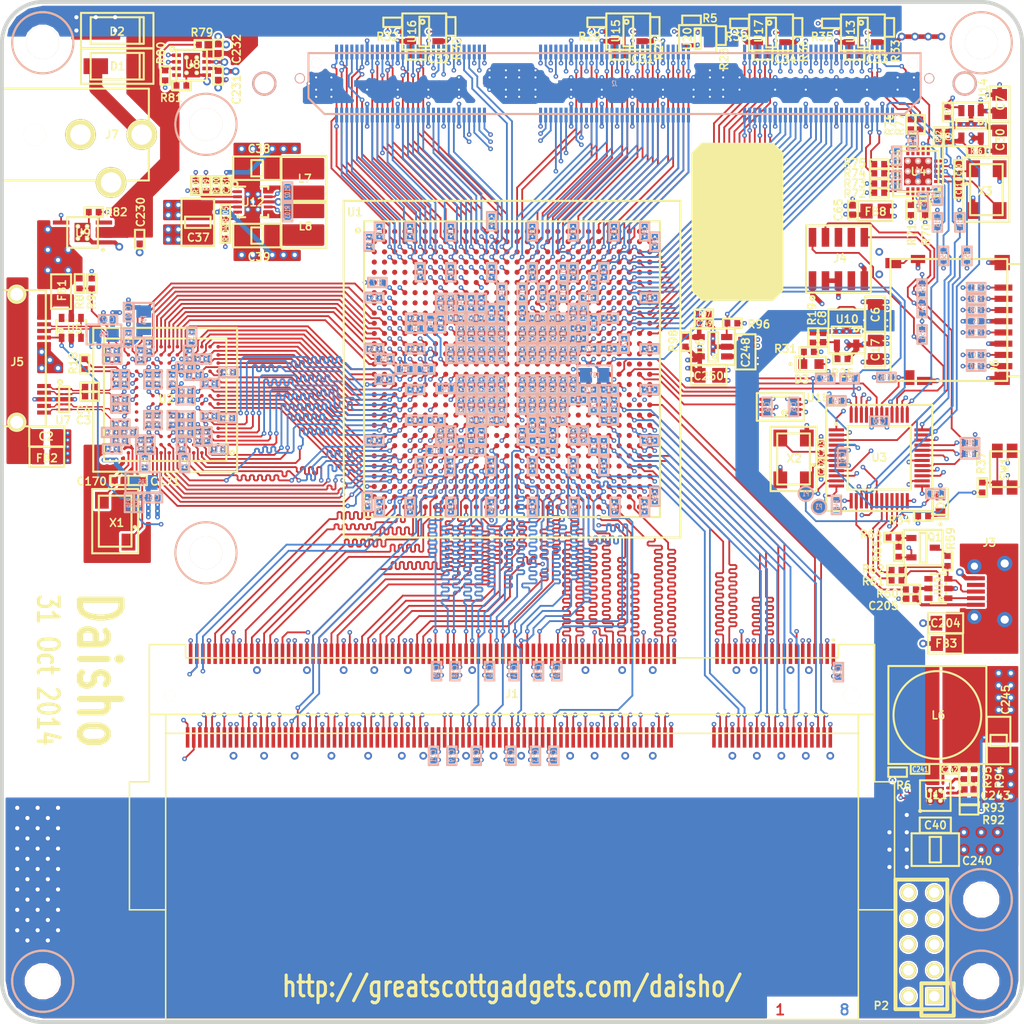
<source format=kicad_pcb>
(kicad_pcb (version 4) (host pcbnew "(2014-10-14 BZR 5188)-product")
  (title_block (title "Daisho Project Main Board") (date "13 jan 2014") (rev 0) (company "ShareBrained Technology, Inc.") (comment 1 "Copyright © 2013 Jared Boone") (comment 2 "License: GNU General Public License, version 2"))
  (layers (0 1_top signal hide) (1 2_gnd power hide) (2 3_inner signal hide) (3 4_gnd power hide) (4 5_pwr power hide) (5 6_inner signal hide) (6 7_gnd power hide) (31 8_bot signal hide) (34 B.Paste user) (35 F.Paste user) (36 B.SilkS user hide) (37 F.SilkS user) (38 B.Mask user) (39 F.Mask user) (44 Edge.Cuts user))
  (net 0 "")
  (net 1 /clock_generator/CLOCKGEN_INTR#)
  (net 2 /clock_generator/CLOCKGEN_OEB#)
  (net 3 /clock_generator/FE_CLKSRC)
  (net 4 /clock_generator/FE_CLK_N0)
  (net 5 /clock_generator/FE_CLK_N1)
  (net 6 /clock_generator/FE_CLK_P0)
  (net 7 /clock_generator/FE_CLK_P1)
  (net 8 /clock_generator/V1P8A)
  (net 9 /ddr2/A0)
  (net 10 /ddr2/A1)
  (net 11 /ddr2/A10)
  (net 12 /ddr2/A11)
  (net 13 /ddr2/A12)
  (net 14 /ddr2/A13)
  (net 15 /ddr2/A14)
  (net 16 /ddr2/A15)
  (net 17 /ddr2/A2)
  (net 18 /ddr2/A3)
  (net 19 /ddr2/A4)
  (net 20 /ddr2/A5)
  (net 21 /ddr2/A6)
  (net 22 /ddr2/A7)
  (net 23 /ddr2/A8)
  (net 24 /ddr2/A9)
  (net 25 /ddr2/BA0)
  (net 26 /ddr2/BA1)
  (net 27 /ddr2/BA2)
  (net 28 /ddr2/CAS#)
  (net 29 /ddr2/CK#0)
  (net 30 /ddr2/CK#1)
  (net 31 /ddr2/CK0)
  (net 32 /ddr2/CK1)
  (net 33 /ddr2/CKE0)
  (net 34 /ddr2/CKE1)
  (net 35 /ddr2/DM0)
  (net 36 /ddr2/DM1)
  (net 37 /ddr2/DM2)
  (net 38 /ddr2/DM3)
  (net 39 /ddr2/DM4)
  (net 40 /ddr2/DM5)
  (net 41 /ddr2/DM6)
  (net 42 /ddr2/DM7)
  (net 43 /ddr2/DQ0)
  (net 44 /ddr2/DQ1)
  (net 45 /ddr2/DQ10)
  (net 46 /ddr2/DQ11)
  (net 47 /ddr2/DQ12)
  (net 48 /ddr2/DQ13)
  (net 49 /ddr2/DQ14)
  (net 50 /ddr2/DQ15)
  (net 51 /ddr2/DQ16)
  (net 52 /ddr2/DQ17)
  (net 53 /ddr2/DQ18)
  (net 54 /ddr2/DQ19)
  (net 55 /ddr2/DQ2)
  (net 56 /ddr2/DQ20)
  (net 57 /ddr2/DQ21)
  (net 58 /ddr2/DQ22)
  (net 59 /ddr2/DQ23)
  (net 60 /ddr2/DQ24)
  (net 61 /ddr2/DQ25)
  (net 62 /ddr2/DQ26)
  (net 63 /ddr2/DQ27)
  (net 64 /ddr2/DQ28)
  (net 65 /ddr2/DQ29)
  (net 66 /ddr2/DQ3)
  (net 67 /ddr2/DQ30)
  (net 68 /ddr2/DQ31)
  (net 69 /ddr2/DQ32)
  (net 70 /ddr2/DQ33)
  (net 71 /ddr2/DQ34)
  (net 72 /ddr2/DQ35)
  (net 73 /ddr2/DQ36)
  (net 74 /ddr2/DQ37)
  (net 75 /ddr2/DQ38)
  (net 76 /ddr2/DQ39)
  (net 77 /ddr2/DQ4)
  (net 78 /ddr2/DQ40)
  (net 79 /ddr2/DQ41)
  (net 80 /ddr2/DQ42)
  (net 81 /ddr2/DQ43)
  (net 82 /ddr2/DQ44)
  (net 83 /ddr2/DQ45)
  (net 84 /ddr2/DQ46)
  (net 85 /ddr2/DQ47)
  (net 86 /ddr2/DQ48)
  (net 87 /ddr2/DQ49)
  (net 88 /ddr2/DQ5)
  (net 89 /ddr2/DQ50)
  (net 90 /ddr2/DQ51)
  (net 91 /ddr2/DQ52)
  (net 92 /ddr2/DQ53)
  (net 93 /ddr2/DQ54)
  (net 94 /ddr2/DQ55)
  (net 95 /ddr2/DQ56)
  (net 96 /ddr2/DQ57)
  (net 97 /ddr2/DQ58)
  (net 98 /ddr2/DQ59)
  (net 99 /ddr2/DQ6)
  (net 100 /ddr2/DQ60)
  (net 101 /ddr2/DQ61)
  (net 102 /ddr2/DQ62)
  (net 103 /ddr2/DQ63)
  (net 104 /ddr2/DQ7)
  (net 105 /ddr2/DQ8)
  (net 106 /ddr2/DQ9)
  (net 107 /ddr2/DQS0)
  (net 108 /ddr2/DQS1)
  (net 109 /ddr2/DQS2)
  (net 110 /ddr2/DQS3)
  (net 111 /ddr2/DQS4)
  (net 112 /ddr2/DQS5)
  (net 113 /ddr2/DQS6)
  (net 114 /ddr2/DQS7)
  (net 115 /ddr2/ODT0)
  (net 116 /ddr2/ODT1)
  (net 117 /ddr2/RAS#)
  (net 118 /ddr2/S#0)
  (net 119 /ddr2/S#1)
  (net 120 /ddr2/VREF)
  (net 121 /ddr2/WE#)
  (net 122 /fpga_configuration/DATA0)
  (net 123 /fpga_configuration/DCLK)
  (net 124 /fpga_configuration/FPGA_NSTATUS)
  (net 125 /fpga_configuration/FPGA_TCK)
  (net 126 /fpga_configuration/FPGA_TDI)
  (net 127 /fpga_configuration/FPGA_TDO_V1P8)
  (net 128 /fpga_configuration/FPGA_TMS)
  (net 129 /fpga_configuration/NCE)
  (net 130 /fpga_configuration/NCONFIG)
  (net 131 /fpga_configuration/PIPE_RATE)
  (net 132 /fpga_configuration/PIPE_TX_DETRX_LPBK)
  (net 133 /fpga_configuration/PIPE_TX_ELECIDLE)
  (net 134 /fpga_configuration/PIPE_TX_MARGIN0)
  (net 135 /fpga_configuration/PIPE_TX_MARGIN1)
  (net 136 /fpga_configuration/PIPE_TX_MARGIN2)
  (net 137 /fpga_configuration/PIPE_TX_ONESZEROS)
  (net 138 /fpga_configuration/PIPE_TX_SWING)
  (net 139 /fpga_configuration/ULPI_CLK)
  (net 140 /fpga_configuration/ULPI_DATA0)
  (net 141 /fpga_configuration/ULPI_DATA1)
  (net 142 /fpga_configuration/ULPI_DATA2)
  (net 143 /fpga_configuration/ULPI_DATA3)
  (net 144 /fpga_configuration/ULPI_DATA4)
  (net 145 /fpga_configuration/ULPI_DATA5)
  (net 146 /fpga_configuration/ULPI_DATA6)
  (net 147 /fpga_configuration/ULPI_DATA7)
  (net 148 /fpga_configuration/ULPI_DIR)
  (net 149 /fpga_configuration/ULPI_NXT)
  (net 150 /fpga_configuration/ULPI_STP)
  (net 151 /fpga_ddr2/CLK_N0)
  (net 152 /fpga_ddr2/CLK_N1)
  (net 153 /fpga_ddr2/CLK_P0)
  (net 154 /fpga_ddr2/CLK_P1)
  (net 155 /fpga_ddr2/SPI_MISO_V1P8)
  (net 156 /fpga_ddr2/SPI_MOSI)
  (net 157 /fpga_ddr2/SPI_SCK)
  (net 158 /fpga_ddr2/SPI_SS)
  (net 159 /fpga_front_end_bank_b/D0)
  (net 160 /fpga_front_end_bank_b/D1)
  (net 161 /fpga_front_end_bank_b/D10)
  (net 162 /fpga_front_end_bank_b/D11)
  (net 163 /fpga_front_end_bank_b/D12)
  (net 164 /fpga_front_end_bank_b/D13)
  (net 165 /fpga_front_end_bank_b/D14)
  (net 166 /fpga_front_end_bank_b/D15)
  (net 167 /fpga_front_end_bank_b/D16)
  (net 168 /fpga_front_end_bank_b/D17)
  (net 169 /fpga_front_end_bank_b/D18)
  (net 170 /fpga_front_end_bank_b/D19)
  (net 171 /fpga_front_end_bank_b/D2)
  (net 172 /fpga_front_end_bank_b/D20)
  (net 173 /fpga_front_end_bank_b/D21)
  (net 174 /fpga_front_end_bank_b/D22)
  (net 175 /fpga_front_end_bank_b/D23)
  (net 176 /fpga_front_end_bank_b/D24)
  (net 177 /fpga_front_end_bank_b/D25)
  (net 178 /fpga_front_end_bank_b/D26)
  (net 179 /fpga_front_end_bank_b/D27)
  (net 180 /fpga_front_end_bank_b/D28)
  (net 181 /fpga_front_end_bank_b/D29)
  (net 182 /fpga_front_end_bank_b/D3)
  (net 183 /fpga_front_end_bank_b/D30)
  (net 184 /fpga_front_end_bank_b/D31)
  (net 185 /fpga_front_end_bank_b/D32)
  (net 186 /fpga_front_end_bank_b/D33)
  (net 187 /fpga_front_end_bank_b/D34)
  (net 188 /fpga_front_end_bank_b/D35)
  (net 189 /fpga_front_end_bank_b/D36)
  (net 190 /fpga_front_end_bank_b/D37)
  (net 191 /fpga_front_end_bank_b/D38)
  (net 192 /fpga_front_end_bank_b/D39)
  (net 193 /fpga_front_end_bank_b/D4)
  (net 194 /fpga_front_end_bank_b/D40)
  (net 195 /fpga_front_end_bank_b/D41)
  (net 196 /fpga_front_end_bank_b/D42)
  (net 197 /fpga_front_end_bank_b/D43)
  (net 198 /fpga_front_end_bank_b/D44)
  (net 199 /fpga_front_end_bank_b/D45)
  (net 200 /fpga_front_end_bank_b/D46)
  (net 201 /fpga_front_end_bank_b/D47)
  (net 202 /fpga_front_end_bank_b/D48)
  (net 203 /fpga_front_end_bank_b/D49)
  (net 204 /fpga_front_end_bank_b/D5)
  (net 205 /fpga_front_end_bank_b/D50)
  (net 206 /fpga_front_end_bank_b/D51)
  (net 207 /fpga_front_end_bank_b/D6)
  (net 208 /fpga_front_end_bank_b/D7)
  (net 209 /fpga_front_end_bank_b/D8)
  (net 210 /fpga_front_end_bank_b/D9)
  (net 211 /fpga_front_end_bank_b/VCCIO_DEFAULT_EN)
  (net 212 /fpga_front_end_bank_b/VREF)
  (net 213 /fpga_front_end_bank_c/D0)
  (net 214 /fpga_front_end_bank_c/D1)
  (net 215 /fpga_front_end_bank_c/D10)
  (net 216 /fpga_front_end_bank_c/D11)
  (net 217 /fpga_front_end_bank_c/D12)
  (net 218 /fpga_front_end_bank_c/D13)
  (net 219 /fpga_front_end_bank_c/D14)
  (net 220 /fpga_front_end_bank_c/D15)
  (net 221 /fpga_front_end_bank_c/D16)
  (net 222 /fpga_front_end_bank_c/D17)
  (net 223 /fpga_front_end_bank_c/D18)
  (net 224 /fpga_front_end_bank_c/D19)
  (net 225 /fpga_front_end_bank_c/D2)
  (net 226 /fpga_front_end_bank_c/D20)
  (net 227 /fpga_front_end_bank_c/D21)
  (net 228 /fpga_front_end_bank_c/D22)
  (net 229 /fpga_front_end_bank_c/D23)
  (net 230 /fpga_front_end_bank_c/D24)
  (net 231 /fpga_front_end_bank_c/D25)
  (net 232 /fpga_front_end_bank_c/D26)
  (net 233 /fpga_front_end_bank_c/D27)
  (net 234 /fpga_front_end_bank_c/D28)
  (net 235 /fpga_front_end_bank_c/D29)
  (net 236 /fpga_front_end_bank_c/D3)
  (net 237 /fpga_front_end_bank_c/D30)
  (net 238 /fpga_front_end_bank_c/D31)
  (net 239 /fpga_front_end_bank_c/D32)
  (net 240 /fpga_front_end_bank_c/D33)
  (net 241 /fpga_front_end_bank_c/D34)
  (net 242 /fpga_front_end_bank_c/D35)
  (net 243 /fpga_front_end_bank_c/D36)
  (net 244 /fpga_front_end_bank_c/D37)
  (net 245 /fpga_front_end_bank_c/D38)
  (net 246 /fpga_front_end_bank_c/D39)
  (net 247 /fpga_front_end_bank_c/D4)
  (net 248 /fpga_front_end_bank_c/D40)
  (net 249 /fpga_front_end_bank_c/D41)
  (net 250 /fpga_front_end_bank_c/D42)
  (net 251 /fpga_front_end_bank_c/D43)
  (net 252 /fpga_front_end_bank_c/D44)
  (net 253 /fpga_front_end_bank_c/D45)
  (net 254 /fpga_front_end_bank_c/D46)
  (net 255 /fpga_front_end_bank_c/D47)
  (net 256 /fpga_front_end_bank_c/D48)
  (net 257 /fpga_front_end_bank_c/D49)
  (net 258 /fpga_front_end_bank_c/D5)
  (net 259 /fpga_front_end_bank_c/D50)
  (net 260 /fpga_front_end_bank_c/D51)
  (net 261 /fpga_front_end_bank_c/D6)
  (net 262 /fpga_front_end_bank_c/D7)
  (net 263 /fpga_front_end_bank_c/D8)
  (net 264 /fpga_front_end_bank_c/D9)
  (net 265 /fpga_front_end_bank_c/VREF)
  (net 266 /fpga_front_end_misc/D0)
  (net 267 /fpga_front_end_misc/D1)
  (net 268 /fpga_front_end_misc/D10)
  (net 269 /fpga_front_end_misc/D11)
  (net 270 /fpga_front_end_misc/D12)
  (net 271 /fpga_front_end_misc/D13)
  (net 272 /fpga_front_end_misc/D14)
  (net 273 /fpga_front_end_misc/D15)
  (net 274 /fpga_front_end_misc/D16)
  (net 275 /fpga_front_end_misc/D17)
  (net 276 /fpga_front_end_misc/D18)
  (net 277 /fpga_front_end_misc/D19)
  (net 278 /fpga_front_end_misc/D2)
  (net 279 /fpga_front_end_misc/D20)
  (net 280 /fpga_front_end_misc/D21)
  (net 281 /fpga_front_end_misc/D22)
  (net 282 /fpga_front_end_misc/D23)
  (net 283 /fpga_front_end_misc/D24)
  (net 284 /fpga_front_end_misc/D25)
  (net 285 /fpga_front_end_misc/D26)
  (net 286 /fpga_front_end_misc/D27)
  (net 287 /fpga_front_end_misc/D28)
  (net 288 /fpga_front_end_misc/D29)
  (net 289 /fpga_front_end_misc/D3)
  (net 290 /fpga_front_end_misc/D30)
  (net 291 /fpga_front_end_misc/D31)
  (net 292 /fpga_front_end_misc/D32)
  (net 293 /fpga_front_end_misc/D33)
  (net 294 /fpga_front_end_misc/D34)
  (net 295 /fpga_front_end_misc/D35)
  (net 296 /fpga_front_end_misc/D36)
  (net 297 /fpga_front_end_misc/D37)
  (net 298 /fpga_front_end_misc/D38)
  (net 299 /fpga_front_end_misc/D39)
  (net 300 /fpga_front_end_misc/D4)
  (net 301 /fpga_front_end_misc/D40)
  (net 302 /fpga_front_end_misc/D41)
  (net 303 /fpga_front_end_misc/D5)
  (net 304 /fpga_front_end_misc/D6)
  (net 305 /fpga_front_end_misc/D7)
  (net 306 /fpga_front_end_misc/D8)
  (net 307 /fpga_front_end_misc/D9)
  (net 308 /fpga_front_end_misc/FPGA_CONF_DONE)
  (net 309 /fpga_front_end_misc/VREF)
  (net 310 /fpga_power/VCCD_PLL)
  (net 311 /fpga_usb0/PIPE_POWERDOWN0)
  (net 312 /fpga_usb0/PIPE_POWERDOWN1)
  (net 313 /fpga_usb0/PIPE_PWRPRESENT)
  (net 314 /fpga_usb0/PIPE_RESETN)
  (net 315 /fpga_usb0/PIPE_RX_DATA0)
  (net 316 /fpga_usb0/PIPE_RX_DATA1)
  (net 317 /fpga_usb0/PIPE_RX_DATA10)
  (net 318 /fpga_usb0/PIPE_RX_DATA11)
  (net 319 /fpga_usb0/PIPE_RX_DATA12)
  (net 320 /fpga_usb0/PIPE_RX_DATA13)
  (net 321 /fpga_usb0/PIPE_RX_DATA14)
  (net 322 /fpga_usb0/PIPE_RX_DATA15)
  (net 323 /fpga_usb0/PIPE_RX_DATA2)
  (net 324 /fpga_usb0/PIPE_RX_DATA3)
  (net 325 /fpga_usb0/PIPE_RX_DATA4)
  (net 326 /fpga_usb0/PIPE_RX_DATA5)
  (net 327 /fpga_usb0/PIPE_RX_DATA6)
  (net 328 /fpga_usb0/PIPE_RX_DATA7)
  (net 329 /fpga_usb0/PIPE_RX_DATA8)
  (net 330 /fpga_usb0/PIPE_RX_DATA9)
  (net 331 /fpga_usb0/PIPE_RX_DATAK0)
  (net 332 /fpga_usb0/PIPE_RX_DATAK1)
  (net 333 /fpga_usb0/PIPE_RX_ELECIDLE)
  (net 334 /fpga_usb0/PIPE_RX_POLARITY)
  (net 335 /fpga_usb0/PIPE_RX_STATUS0)
  (net 336 /fpga_usb0/PIPE_RX_STATUS1)
  (net 337 /fpga_usb0/PIPE_RX_STATUS2)
  (net 338 /fpga_usb0/PIPE_RX_TERMINATION)
  (net 339 /fpga_usb0/PIPE_RX_VALID)
  (net 340 /fpga_usb0/PIPE_TX_CLK)
  (net 341 /fpga_usb0/PIPE_TX_DATA0)
  (net 342 /fpga_usb0/PIPE_TX_DATA1)
  (net 343 /fpga_usb0/PIPE_TX_DATA10)
  (net 344 /fpga_usb0/PIPE_TX_DATA11)
  (net 345 /fpga_usb0/PIPE_TX_DATA12)
  (net 346 /fpga_usb0/PIPE_TX_DATA13)
  (net 347 /fpga_usb0/PIPE_TX_DATA14)
  (net 348 /fpga_usb0/PIPE_TX_DATA15)
  (net 349 /fpga_usb0/PIPE_TX_DATA2)
  (net 350 /fpga_usb0/PIPE_TX_DATA3)
  (net 351 /fpga_usb0/PIPE_TX_DATA4)
  (net 352 /fpga_usb0/PIPE_TX_DATA5)
  (net 353 /fpga_usb0/PIPE_TX_DATA6)
  (net 354 /fpga_usb0/PIPE_TX_DATA7)
  (net 355 /fpga_usb0/PIPE_TX_DATA8)
  (net 356 /fpga_usb0/PIPE_TX_DATA9)
  (net 357 /fpga_usb0/PIPE_TX_DATAK0)
  (net 358 /fpga_usb0/PIPE_TX_DATAK1)
  (net 359 /fpga_usb0/PIPE_TX_DEEMPH0)
  (net 360 /fpga_usb0/PIPE_TX_DEEMPH1)
  (net 361 /fpga_usb0/USB3_ID)
  (net 362 /front_end/FE_EN)
  (net 363 /front_end/FE_I2C_SCL)
  (net 364 /front_end/FE_I2C_SDA)
  (net 365 /front_end/FE_VCCIO_A)
  (net 366 /front_end/FE_VCCIO_B)
  (net 367 /front_end/FE_VCCIO_C)
  (net 368 /front_end/VRAW_SW)
  (net 369 /microcontroller/ALT_SW_STAT)
  (net 370 /microcontroller/DDR2_SA0)
  (net 371 /microcontroller/DDR2_SA1)
  (net 372 /microcontroller/FPGA_MISO_V3P3)
  (net 373 /microcontroller/FPGA_TDO_V3P3)
  (net 374 /microcontroller/LED_STATUS)
  (net 375 /microcontroller/RESET#)
  (net 376 /microcontroller/RXD)
  (net 377 /microcontroller/SD_CS#)
  (net 378 /microcontroller/SD_DET)
  (net 379 /microcontroller/SD_MISO)
  (net 380 /microcontroller/SD_MOSI)
  (net 381 /microcontroller/SD_SCK)
  (net 382 /microcontroller/SWCLK)
  (net 383 /microcontroller/SWDIO)
  (net 384 /microcontroller/TXD)
  (net 385 /microcontroller/USB2_SHIELD)
  (net 386 /microcontroller/USB_POWER_EN)
  (net 387 /microcontroller/USB_POWER_FLT#)
  (net 388 /microcontroller/V1P8_PWRGD)
  (net 389 /microcontroller/V1PX_SMPS_MODE)
  (net 390 /power/V1P1_EN)
  (net 391 /power/V1P1_FB)
  (net 392 /power/V1P1_SW)
  (net 393 /power/V1P2_EN)
  (net 394 /power/V1P2_FB)
  (net 395 /power/V1P2_SW)
  (net 396 /power/V1P8_EN)
  (net 397 /power/V1P8_PH)
  (net 398 /power/V2P5_EN)
  (net 399 /power/V3P3A_EN)
  (net 400 /power/VALT)
  (net 401 /usb0_interfaces/DM)
  (net 402 /usb0_interfaces/DP)
  (net 403 /usb0_interfaces/ELAS_BUF_MODE)
  (net 404 /usb0_interfaces/OUT_ENABLE)
  (net 405 /usb0_interfaces/PCLK)
  (net 406 /usb0_interfaces/PHY_RESETN)
  (net 407 /usb0_interfaces/PHY_STATUS)
  (net 408 /usb0_interfaces/SSRXM)
  (net 409 /usb0_interfaces/SSRXP)
  (net 410 /usb0_interfaces/SSTXM)
  (net 411 /usb0_interfaces/SSTXM_C)
  (net 412 /usb0_interfaces/SSTXP)
  (net 413 /usb0_interfaces/SSTXP_C)
  (net 414 /usb0_interfaces/USB3_SHIELD)
  (net 415 /usb0_interfaces/VBUS)
  (net 416 /usb0_interfaces/VSSOSC)
  (net 417 /usb0_interfaces/VUSB_RAW)
  (net 418 /usb0_interfaces/XI)
  (net 419 /usb0_interfaces/XO)
  (net 420 /usb0_power/A1P1)
  (net 421 /usb0_power/A1P8)
  (net 422 /usb0_power/A3P3)
  (net 423 GND)
  (net 424 V1P1)
  (net 425 V1P2)
  (net 426 V1P8)
  (net 427 V2P5)
  (net 428 V3P3A)
  (net 429 V3P3D)
  (net 430 VALT_FE)
  (net 431 VALT_MB)
  (net 432 VRAW)
  (net 433 VUSB)
  (net 434 "Net-(C8-Pad1)")
  (net 435 "Net-(C9-Pad1)")
  (net 436 "Net-(C10-Pad2)")
  (net 437 "Net-(C11-Pad1)")
  (net 438 "Net-(C31-Pad1)")
  (net 439 "Net-(C32-Pad1)")
  (net 440 "Net-(C33-Pad1)")
  (net 441 "Net-(C34-Pad1)")
  (net 442 "Net-(C202-Pad2)")
  (net 443 "Net-(C203-Pad1)")
  (net 444 "Net-(C205-Pad1)")
  (net 445 "Net-(C241-Pad1)")
  (net 446 "Net-(C242-Pad1)")
  (net 447 "Net-(C243-Pad1)")
  (net 448 "Net-(C243-Pad2)")
  (net 449 "Net-(C249-Pad1)")
  (net 450 "Net-(D3-Pad2)")
  (net 451 "Net-(D4-Pad2)")
  (net 452 "Net-(J1-Pad69)")
  (net 453 "Net-(J1-Pad83)")
  (net 454 "Net-(J1-Pad120)")
  (net 455 "Net-(J1-Pad163)")
  (net 456 "Net-(J3-Pad2)")
  (net 457 "Net-(J3-Pad3)")
  (net 458 "Net-(J3-Pad4)")
  (net 459 "Net-(J4-Pad6)")
  (net 460 "Net-(J4-Pad8)")
  (net 461 "Net-(J4-Pad7)")
  (net 462 "Net-(J6-Pad8)")
  (net 463 "Net-(J6-Pad1)")
  (net 464 "Net-(J7-Pad3)")
  (net 465 "Net-(P2-Pad6)")
  (net 466 "Net-(P2-Pad7)")
  (net 467 "Net-(P2-Pad8)")
  (net 468 "Net-(Q1-Pad1)")
  (net 469 "Net-(Q1-Pad3)")
  (net 470 "Net-(R1-Pad1)")
  (net 471 "Net-(R2-Pad2)")
  (net 472 "Net-(R3-Pad1)")
  (net 473 "Net-(R4-Pad2)")
  (net 474 "Net-(R10-Pad1)")
  (net 475 "Net-(R11-Pad2)")
  (net 476 "Net-(R18-Pad1)")
  (net 477 "Net-(R18-Pad2)")
  (net 478 "Net-(R29-Pad1)")
  (net 479 "Net-(R32-Pad1)")
  (net 480 "Net-(R35-Pad1)")
  (net 481 "Net-(R37-Pad2)")
  (net 482 "Net-(R38-Pad1)")
  (net 483 "Net-(R39-Pad1)")
  (net 484 "Net-(R60-Pad1)")
  (net 485 "Net-(R61-Pad1)")
  (net 486 "Net-(R62-Pad1)")
  (net 487 "Net-(R64-Pad1)")
  (net 488 "Net-(R70-Pad1)")
  (net 489 "Net-(R71-Pad1)")
  (net 490 "Net-(R72-Pad1)")
  (net 491 "Net-(R73-Pad1)")
  (net 492 "Net-(R74-Pad1)")
  (net 493 "Net-(R75-Pad1)")
  (net 494 "Net-(R76-Pad1)")
  (net 495 "Net-(R77-Pad1)")
  (net 496 "Net-(R79-Pad1)")
  (net 497 "Net-(R81-Pad1)")
  (net 498 "Net-(R92-Pad1)")
  (net 499 "Net-(R95-Pad1)")
  (net 500 "Net-(U1-PadC2)")
  (net 501 "Net-(U1-PadC17)")
  (net 502 "Net-(U1-PadD1)")
  (net 503 "Net-(U1-PadD2)")
  (net 504 "Net-(U1-PadE1)")
  (net 505 "Net-(U1-PadE2)")
  (net 506 "Net-(U1-PadE3)")
  (net 507 "Net-(U1-PadE4)")
  (net 508 "Net-(U1-PadE5)")
  (net 509 "Net-(U1-PadE27)")
  (net 510 "Net-(U1-PadF1)")
  (net 511 "Net-(U1-PadF2)")
  (net 512 "Net-(U1-PadF3)")
  (net 513 "Net-(U1-PadF4)")
  (net 514 "Net-(U1-PadF5)")
  (net 515 "Net-(U1-PadF14)")
  (net 516 "Net-(U1-PadG2)")
  (net 517 "Net-(U1-PadG5)")
  (net 518 "Net-(U1-PadG6)")
  (net 519 "Net-(U1-PadG7)")
  (net 520 "Net-(U1-PadG11)")
  (net 521 "Net-(U1-PadG13)")
  (net 522 "Net-(U1-PadG19)")
  (net 523 "Net-(U1-PadG22)")
  (net 524 "Net-(U1-PadG27)")
  (net 525 "Net-(U1-PadH4)")
  (net 526 "Net-(U1-PadH5)")
  (net 527 "Net-(U1-PadH6)")
  (net 528 "Net-(U1-PadH7)")
  (net 529 "Net-(U1-PadH8)")
  (net 530 "Net-(U1-PadH10)")
  (net 531 "Net-(U1-PadH12)")
  (net 532 "Net-(U1-PadH13)")
  (net 533 "Net-(U1-PadH14)")
  (net 534 "Net-(U1-PadH15)")
  (net 535 "Net-(U1-PadH19)")
  (net 536 "Net-(U1-PadH21)")
  (net 537 "Net-(U1-PadH22)")
  (net 538 "Net-(U1-PadJ4)")
  (net 539 "Net-(U1-PadJ5)")
  (net 540 "Net-(U1-PadJ6)")
  (net 541 "Net-(U1-PadJ7)")
  (net 542 "Net-(U1-PadJ10)")
  (net 543 "Net-(U1-PadJ12)")
  (net 544 "Net-(U1-PadJ14)")
  (net 545 "Net-(U1-PadJ16)")
  (net 546 "Net-(U1-PadJ19)")
  (net 547 "Net-(U1-PadK7)")
  (net 548 "Net-(U1-PadK13)")
  (net 549 "Net-(U1-PadK15)")
  (net 550 "Net-(U1-PadK21)")
  (net 551 "Net-(U1-PadK22)")
  (net 552 "Net-(U1-PadK27)")
  (net 553 "Net-(U1-PadL5)")
  (net 554 "Net-(U1-PadL6)")
  (net 555 "Net-(U1-PadL7)")
  (net 556 "Net-(U1-PadL8)")
  (net 557 "Net-(U1-PadL20)")
  (net 558 "Net-(U1-PadL22)")
  (net 559 "Net-(U1-PadM5)")
  (net 560 "Net-(U1-PadM7)")
  (net 561 "Net-(U1-PadM8)")
  (net 562 "Net-(U1-PadM9)")
  (net 563 "Net-(U1-PadM26)")
  (net 564 "Net-(U1-PadM27)")
  (net 565 "Net-(U1-PadM28)")
  (net 566 "Net-(U1-PadN8)")
  (net 567 "Net-(U1-PadN25)")
  (net 568 "Net-(U1-PadN26)")
  (net 569 "Net-(U1-PadP21)")
  (net 570 "Net-(U1-PadP25)")
  (net 571 "Net-(U1-PadP26)")
  (net 572 "Net-(U1-PadP27)")
  (net 573 "Net-(U1-PadP28)")
  (net 574 "Net-(U1-PadR21)")
  (net 575 "Net-(U1-PadR22)")
  (net 576 "Net-(U1-PadR23)")
  (net 577 "Net-(U1-PadT7)")
  (net 578 "Net-(U1-PadT8)")
  (net 579 "Net-(U1-PadT9)")
  (net 580 "Net-(U1-PadT21)")
  (net 581 "Net-(U1-PadT22)")
  (net 582 "Net-(U1-PadT26)")
  (net 583 "Net-(U1-PadU6)")
  (net 584 "Net-(U1-PadU7)")
  (net 585 "Net-(U1-PadU8)")
  (net 586 "Net-(U1-PadU20)")
  (net 587 "Net-(U1-PadU22)")
  (net 588 "Net-(U1-PadU25)")
  (net 589 "Net-(U1-PadU26)")
  (net 590 "Net-(U1-PadU27)")
  (net 591 "Net-(U1-PadV6)")
  (net 592 "Net-(U1-PadV8)")
  (net 593 "Net-(U1-PadV9)")
  (net 594 "Net-(U1-PadV20)")
  (net 595 "Net-(U1-PadV21)")
  (net 596 "Net-(U1-PadV22)")
  (net 597 "Net-(U1-PadV23)")
  (net 598 "Net-(U1-PadV24)")
  (net 599 "Net-(U1-PadV26)")
  (net 600 "Net-(U1-PadV27)")
  (net 601 "Net-(U1-PadW8)")
  (net 602 "Net-(U1-PadW9)")
  (net 603 "Net-(U1-PadW10)")
  (net 604 "Net-(U1-PadW16)")
  (net 605 "Net-(U1-PadW20)")
  (net 606 "Net-(U1-PadW21)")
  (net 607 "Net-(U1-PadW22)")
  (net 608 "Net-(U1-PadW25)")
  (net 609 "Net-(U1-PadY1)")
  (net 610 "Net-(U1-PadY5)")
  (net 611 "Net-(U1-PadY7)")
  (net 612 "Net-(U1-PadY12)")
  (net 613 "Net-(U1-PadY13)")
  (net 614 "Net-(U1-PadY14)")
  (net 615 "Net-(U1-PadY15)")
  (net 616 "Net-(U1-PadY19)")
  (net 617 "Net-(U1-PadY22)")
  (net 618 "Net-(U1-PadY23)")
  (net 619 "Net-(U1-PadY25)")
  (net 620 "Net-(U1-PadAA4)")
  (net 621 "Net-(U1-PadAA8)")
  (net 622 "Net-(U1-PadAA10)")
  (net 623 "Net-(U1-PadAA13)")
  (net 624 "Net-(U1-PadAA16)")
  (net 625 "Net-(U1-PadAA19)")
  (net 626 "Net-(U1-PadAA21)")
  (net 627 "Net-(U1-PadAA23)")
  (net 628 "Net-(U1-PadAA25)")
  (net 629 "Net-(U1-PadAA26)")
  (net 630 "Net-(U1-PadAB4)")
  (net 631 "Net-(U1-PadAB7)")
  (net 632 "Net-(U1-PadAB8)")
  (net 633 "Net-(U1-PadAB12)")
  (net 634 "Net-(U1-PadAB14)")
  (net 635 "Net-(U1-PadAB18)")
  (net 636 "Net-(U1-PadAB19)")
  (net 637 "Net-(U1-PadAB21)")
  (net 638 "Net-(U1-PadAB22)")
  (net 639 "Net-(U1-PadAB25)")
  (net 640 "Net-(U1-PadAC12)")
  (net 641 "Net-(U1-PadAC19)")
  (net 642 "Net-(U1-PadAC21)")
  (net 643 "Net-(U1-PadAC22)")
  (net 644 "Net-(U1-PadAC24)")
  (net 645 "Net-(U1-PadAC25)")
  (net 646 "Net-(U1-PadAC26)")
  (net 647 "Net-(U1-PadAD21)")
  (net 648 "Net-(U1-PadAD24)")
  (net 649 "Net-(U1-PadAD25)")
  (net 650 "Net-(U1-PadAE23)")
  (net 651 "Net-(U1-PadAE26)")
  (net 652 "Net-(U1-PadAE27)")
  (net 653 "Net-(U1-PadAG15)")
  (net 654 "Net-(U1-PadAG25)")
  (net 655 "Net-(U1-PadAH15)")
  (net 656 "Net-(U1-PadAH26)")
  (net 657 "Net-(U2-PadA14)")
  (net 658 "Net-(U2-PadC13)")
  (net 659 "Net-(U2-PadC14)")
  (net 660 "Net-(U2-PadD5)")
  (net 661 "Net-(U2-PadD6)")
  (net 662 "Net-(U2-PadD10)")
  (net 663 "Net-(U2-PadD11)")
  (net 664 "Net-(U2-PadE11)")
  (net 665 "Net-(U2-PadE12)")
  (net 666 "Net-(U2-PadF11)")
  (net 667 "Net-(U2-PadG11)")
  (net 668 "Net-(U2-PadH12)")
  (net 669 "Net-(U2-PadJ4)")
  (net 670 "Net-(U2-PadJ12)")
  (net 671 "Net-(U2-PadK4)")
  (net 672 "Net-(U5-Pad6)")
  (net 673 "Net-(U19-Pad4)")
  (net 674 "Net-(U19-Pad6)")
  (module GSG-HOLE126MIL (layer 1_top) (at 99.9998 55.99938)
    (fp_text reference H8 hide)
    (fp_text value HOLE hide)
    (pad "" np_thru_hole circle (at 0 0) (size 3.2004 3.2004) (drill 3.2004) (layers *.Cu *.SilkS *.Mask))
  )
  (module GSG-HOLE126MIL (layer 1_top) (at 84.00034 48.00092)
    (fp_text reference H6 hide)
    (fp_text value HOLE hide)
    (pad "" np_thru_hole circle (at 0 0) (size 3.2004 3.2004) (drill 3.2004) (layers *.Cu *.SilkS *.Mask))
  )
  (module GSG-HOLE126MIL (layer 1_top) (at 175.99914 48.00092)
    (fp_text reference H7 hide)
    (fp_text value HOLE hide)
    (pad "" np_thru_hole circle (at 0 0) (size 3.2004 3.2004) (drill 3.2004) (layers *.Cu *.SilkS *.Mask))
  )
  (module GSG-HOLE126MIL (layer 1_top) (at 99.9998 98.00082)
    (fp_text reference H5 hide)
    (fp_text value HOLE hide)
    (pad "" np_thru_hole circle (at 0 0) (size 3.2004 3.2004) (drill 3.2004) (layers *.Cu *.SilkS *.Mask))
  )
  (module GSG-HOLE126MIL (layer 1_top) (at 84.00034 139.99972)
    (fp_text reference H4 hide)
    (fp_text value HOLE hide)
    (pad "" np_thru_hole circle (at 0 0) (size 3.2004 3.2004) (drill 3.2004) (layers *.Cu *.SilkS *.Mask))
  )
  (module GSG-HOLE126MIL (layer 1_top) (at 175.99914 131.99872)
    (fp_text reference H2 hide)
    (fp_text value HOLE hide)
    (pad "" np_thru_hole circle (at 0 0) (size 3.2004 3.2004) (drill 3.2004) (layers *.Cu *.SilkS *.Mask))
  )
  (module GSG-HOLE126MIL (layer 1_top) (at 175.99914 139.99972)
    (fp_text reference H1 hide)
    (fp_text value HOLE hide)
    (pad "" np_thru_hole circle (at 0 0) (size 3.2004 3.2004) (drill 3.2004) (layers *.Cu *.SilkS *.Mask))
  )
  (module TI_RTE_S-PWQFN-N16 (layer 1_top) (at 171.49572 121.80062 90)
    (fp_text reference U11 (at 0.06096 0.0635 180) (layer F.SilkS) (effects (font (size 0.762 0.762) (thickness 0.1524))))
    (fp_text value TPS54218 hide)
    (pad 1 smd oval (at -1.47574 -0.7493 90) (size 0.8509 0.2794) (layers 1_top F.Paste F.Mask) (net 432 VRAW))
    (pad 2 smd oval (at -1.47574 -0.24892 90) (size 0.8509 0.2794) (layers 1_top F.Paste F.Mask) (net 432 VRAW))
    (pad 3 smd oval (at -1.47574 0.24892 90) (size 0.8509 0.2794) (layers 1_top F.Paste F.Mask) (net 423 GND))
    (pad 4 smd oval (at -1.47574 0.7493 90) (size 0.8509 0.2794) (layers 1_top F.Paste F.Mask) (net 423 GND))
    (pad 5 smd oval (at -0.7493 1.47574 180) (size 0.8509 0.2794) (layers 1_top F.Paste F.Mask) (net 423 GND))
    (pad 6 smd oval (at -0.24892 1.47574 180) (size 0.8509 0.2794) (layers 1_top F.Paste F.Mask) (net 498 "Net-(R92-Pad1)"))
    (pad 7 smd oval (at 0.24892 1.47574 180) (size 0.8509 0.2794) (layers 1_top F.Paste F.Mask) (net 447 "Net-(C243-Pad1)"))
    (pad 8 smd oval (at 0.7493 1.47574 180) (size 0.8509 0.2794) (layers 1_top F.Paste F.Mask) (net 499 "Net-(R95-Pad1)"))
    (pad 9 smd oval (at 1.47574 0.7493 270) (size 0.8509 0.2794) (layers 1_top F.Paste F.Mask) (net 446 "Net-(C242-Pad1)"))
    (pad 10 smd oval (at 1.47574 0.24892 270) (size 0.8509 0.2794) (layers 1_top F.Paste F.Mask) (net 397 /power/V1P8_PH))
    (pad 11 smd oval (at 1.47574 -0.24892 270) (size 0.8509 0.2794) (layers 1_top F.Paste F.Mask) (net 397 /power/V1P8_PH))
    (pad 12 smd oval (at 1.47574 -0.7493 270) (size 0.8509 0.2794) (layers 1_top F.Paste F.Mask) (net 397 /power/V1P8_PH))
    (pad 13 smd oval (at 0.7493 -1.47574) (size 0.8509 0.2794) (layers 1_top F.Paste F.Mask) (net 445 "Net-(C241-Pad1)"))
    (pad 14 smd oval (at 0.24892 -1.47574) (size 0.8509 0.2794) (layers 1_top F.Paste F.Mask) (net 388 /microcontroller/V1P8_PWRGD))
    (pad 15 smd oval (at -0.24892 -1.47574) (size 0.8509 0.2794) (layers 1_top F.Paste F.Mask) (net 396 /power/V1P8_EN))
    (pad 16 smd oval (at -0.7493 -1.47574) (size 0.8509 0.2794) (layers 1_top F.Paste F.Mask) (net 432 VRAW))
    (pad 17 smd rect (at 0 0 90) (size 1.69926 1.69926) (layers 1_top F.Paste F.Mask) (net 423 GND))
    (pad 17 thru_hole circle (at -0.50038 -0.50038 90) (size 0.44958 0.44958) (drill 0.2032) (layers *.Cu *.Mask F.SilkS) (net 423 GND))
    (pad 17 thru_hole circle (at 0.50038 -0.50038 90) (size 0.44958 0.44958) (drill 0.2032) (layers *.Cu *.Mask F.SilkS) (net 423 GND))
    (pad 17 thru_hole circle (at 0 0 90) (size 0.44958 0.44958) (drill 0.2032) (layers *.Cu *.Mask F.SilkS) (net 423 GND))
    (pad 17 thru_hole circle (at -0.50038 0.50038 90) (size 0.44958 0.44958) (drill 0.2032) (layers *.Cu *.Mask F.SilkS) (net 423 GND))
    (pad 17 thru_hole circle (at 0.50038 0.50038 90) (size 0.44958 0.44958) (drill 0.2032) (layers *.Cu *.Mask F.SilkS) (net 423 GND))
  )
  (module IPC_SOT95P280X110-6N (layer 1_top) (at 155.39974 47.00016)
    (fp_text reference U17 (at -1.19634 -0.13716 90) (layer F.SilkS) (effects (font (size 0.762 0.762) (thickness 0.1524))))
    (fp_text value TPS27081A hide)
    (pad 1 smd rect (at -1.34874 -0.94996) (size 1.09982 0.59944) (layers 1_top F.Paste F.Mask) (net 482 "Net-(R38-Pad1)"))
    (pad 2 smd rect (at -1.34874 0) (size 1.09982 0.59944) (layers 1_top F.Paste F.Mask) (net 365 /front_end/FE_VCCIO_A))
    (pad 3 smd rect (at -1.34874 0.94996) (size 1.09982 0.59944) (layers 1_top F.Paste F.Mask) (net 365 /front_end/FE_VCCIO_A))
    (pad 4 smd rect (at 1.34874 0.94996) (size 1.09982 0.59944) (layers 1_top F.Paste F.Mask) (net 429 V3P3D))
    (pad 5 smd rect (at 1.34874 0) (size 1.09982 0.59944) (layers 1_top F.Paste F.Mask) (net 211 /fpga_front_end_bank_b/VCCIO_DEFAULT_EN))
    (pad 6 smd rect (at 1.34874 -0.94996) (size 1.09982 0.59944) (layers 1_top F.Paste F.Mask) (net 441 "Net-(C34-Pad1)"))
  )
  (module IPC_SOT95P280X110-6N (layer 1_top) (at 121.3993 46.9011)
    (fp_text reference U16 (at -1.2065 -0.0127 90) (layer F.SilkS) (effects (font (size 0.762 0.762) (thickness 0.1524))))
    (fp_text value TPS27081A hide)
    (pad 1 smd rect (at -1.34874 -0.94996) (size 1.09982 0.59944) (layers 1_top F.Paste F.Mask) (net 479 "Net-(R32-Pad1)"))
    (pad 2 smd rect (at -1.34874 0) (size 1.09982 0.59944) (layers 1_top F.Paste F.Mask) (net 367 /front_end/FE_VCCIO_C))
    (pad 3 smd rect (at -1.34874 0.94996) (size 1.09982 0.59944) (layers 1_top F.Paste F.Mask) (net 367 /front_end/FE_VCCIO_C))
    (pad 4 smd rect (at 1.34874 0.94996) (size 1.09982 0.59944) (layers 1_top F.Paste F.Mask) (net 429 V3P3D))
    (pad 5 smd rect (at 1.34874 0) (size 1.09982 0.59944) (layers 1_top F.Paste F.Mask) (net 211 /fpga_front_end_bank_b/VCCIO_DEFAULT_EN))
    (pad 6 smd rect (at 1.34874 -0.94996) (size 1.09982 0.59944) (layers 1_top F.Paste F.Mask) (net 439 "Net-(C32-Pad1)"))
  )
  (module IPC_SOT95P280X110-6N (layer 1_top) (at 141.39926 46.9011)
    (fp_text reference U15 (at -1.21666 -0.0635 90) (layer F.SilkS) (effects (font (size 0.762 0.762) (thickness 0.1524))))
    (fp_text value TPS27081A hide)
    (pad 1 smd rect (at -1.34874 -0.94996) (size 1.09982 0.59944) (layers 1_top F.Paste F.Mask) (net 478 "Net-(R29-Pad1)"))
    (pad 2 smd rect (at -1.34874 0) (size 1.09982 0.59944) (layers 1_top F.Paste F.Mask) (net 366 /front_end/FE_VCCIO_B))
    (pad 3 smd rect (at -1.34874 0.94996) (size 1.09982 0.59944) (layers 1_top F.Paste F.Mask) (net 366 /front_end/FE_VCCIO_B))
    (pad 4 smd rect (at 1.34874 0.94996) (size 1.09982 0.59944) (layers 1_top F.Paste F.Mask) (net 429 V3P3D))
    (pad 5 smd rect (at 1.34874 0) (size 1.09982 0.59944) (layers 1_top F.Paste F.Mask) (net 211 /fpga_front_end_bank_b/VCCIO_DEFAULT_EN))
    (pad 6 smd rect (at 1.34874 -0.94996) (size 1.09982 0.59944) (layers 1_top F.Paste F.Mask) (net 438 "Net-(C31-Pad1)"))
  )
  (module IPC_SOT95P280X110-6N (layer 1_top) (at 164.39896 47.00016)
    (fp_text reference U13 (at -1.19634 -0.09652 90) (layer F.SilkS) (effects (font (size 0.762 0.762) (thickness 0.1524))))
    (fp_text value TPS27081A hide)
    (pad 1 smd rect (at -1.34874 -0.94996) (size 1.09982 0.59944) (layers 1_top F.Paste F.Mask) (net 480 "Net-(R35-Pad1)"))
    (pad 2 smd rect (at -1.34874 0) (size 1.09982 0.59944) (layers 1_top F.Paste F.Mask) (net 368 /front_end/VRAW_SW))
    (pad 3 smd rect (at -1.34874 0.94996) (size 1.09982 0.59944) (layers 1_top F.Paste F.Mask) (net 368 /front_end/VRAW_SW))
    (pad 4 smd rect (at 1.34874 0.94996) (size 1.09982 0.59944) (layers 1_top F.Paste F.Mask) (net 432 VRAW))
    (pad 5 smd rect (at 1.34874 0) (size 1.09982 0.59944) (layers 1_top F.Paste F.Mask) (net 362 /front_end/FE_EN))
    (pad 6 smd rect (at 1.34874 -0.94996) (size 1.09982 0.59944) (layers 1_top F.Paste F.Mask) (net 440 "Net-(C33-Pad1)"))
  )
  (module IPC_QFN50P400X400X90-21L (layer 1_top) (at 169.80154 60.59932 180)
    (fp_text reference U4 (at -0.04826 -0.03048 180) (layer F.SilkS) (effects (font (size 0.762 0.762) (thickness 0.1524))))
    (fp_text value SI5351C-B hide)
    (pad 1 smd rect (at -1.95072 -1.00076 180) (size 0.7493 0.29972) (layers 1_top F.Paste F.Mask) (net 437 "Net-(C11-Pad1)"))
    (pad 6 smd rect (at -1.00076 1.95072 270) (size 0.7493 0.29972) (layers 1_top F.Paste F.Mask) (net 3 /clock_generator/FE_CLKSRC))
    (pad 11 smd rect (at 1.95072 1.00076) (size 0.7493 0.29972) (layers 1_top F.Paste F.Mask) (net 428 V3P3A))
    (pad 16 smd rect (at 1.00076 -1.95072 90) (size 0.7493 0.29972) (layers 1_top F.Paste F.Mask) (net 490 "Net-(R72-Pad1)"))
    (pad 2 smd rect (at -1.95072 -0.50038 180) (size 0.7493 0.29972) (layers 1_top F.Paste F.Mask) (net 436 "Net-(C10-Pad2)"))
    (pad 7 smd rect (at -0.50038 1.95072 270) (size 0.7493 0.29972) (layers 1_top F.Paste F.Mask) (net 2 /clock_generator/CLOCKGEN_OEB#))
    (pad 12 smd rect (at 1.95072 0.50038) (size 0.7493 0.29972) (layers 1_top F.Paste F.Mask) (net 493 "Net-(R75-Pad1)"))
    (pad 17 smd rect (at 0.50038 -1.95072 90) (size 0.7493 0.29972) (layers 1_top F.Paste F.Mask) (net 489 "Net-(R71-Pad1)"))
    (pad 3 smd rect (at -1.95072 0 180) (size 0.7493 0.29972) (layers 1_top F.Paste F.Mask) (net 1 /clock_generator/CLOCKGEN_INTR#))
    (pad 8 smd rect (at 0 1.95072 270) (size 0.7493 0.29972) (layers 1_top F.Paste F.Mask) (net 495 "Net-(R77-Pad1)"))
    (pad 13 smd rect (at 1.95072 0) (size 0.7493 0.29972) (layers 1_top F.Paste F.Mask) (net 492 "Net-(R74-Pad1)"))
    (pad 18 smd rect (at 0 -1.95072 90) (size 0.7493 0.29972) (layers 1_top F.Paste F.Mask) (net 8 /clock_generator/V1P8A))
    (pad 4 smd rect (at -1.95072 0.50038 180) (size 0.7493 0.29972) (layers 1_top F.Paste F.Mask) (net 363 /front_end/FE_I2C_SCL))
    (pad 9 smd rect (at 0.50038 1.95072 270) (size 0.7493 0.29972) (layers 1_top F.Paste F.Mask) (net 494 "Net-(R76-Pad1)"))
    (pad 14 smd rect (at 1.95072 -0.50038) (size 0.7493 0.29972) (layers 1_top F.Paste F.Mask) (net 8 /clock_generator/V1P8A))
    (pad 19 smd rect (at -0.50038 -1.95072 90) (size 0.7493 0.29972) (layers 1_top F.Paste F.Mask) (net 488 "Net-(R70-Pad1)"))
    (pad 5 smd rect (at -1.95072 1.00076 180) (size 0.7493 0.29972) (layers 1_top F.Paste F.Mask) (net 364 /front_end/FE_I2C_SDA))
    (pad 10 smd rect (at 1.00076 1.95072 270) (size 0.7493 0.29972) (layers 1_top F.Paste F.Mask) (net 428 V3P3A))
    (pad 15 smd rect (at 1.95072 -1.00076) (size 0.7493 0.29972) (layers 1_top F.Paste F.Mask) (net 491 "Net-(R73-Pad1)"))
    (pad 20 smd rect (at -1.00076 -1.95072 90) (size 0.7493 0.29972) (layers 1_top F.Paste F.Mask) (net 428 V3P3A))
    (pad 21 smd rect (at 0 0 180) (size 2.75082 2.75082) (layers 1_top F.Paste F.Mask) (net 423 GND))
    (pad 21 thru_hole circle (at -1.00076 -1.00076 180) (size 0.59944 0.59944) (drill 0.3048) (layers *.Cu *.SilkS *.Mask) (net 423 GND))
    (pad 21 thru_hole circle (at 0 -1.00076 180) (size 0.59944 0.59944) (drill 0.3048) (layers *.Cu *.SilkS *.Mask) (net 423 GND))
    (pad 21 thru_hole circle (at 1.00076 -1.00076 180) (size 0.59944 0.59944) (drill 0.3048) (layers *.Cu *.SilkS *.Mask) (net 423 GND))
    (pad 21 thru_hole circle (at -1.00076 0 180) (size 0.59944 0.59944) (drill 0.3048) (layers *.Cu *.SilkS *.Mask) (net 423 GND))
    (pad 21 thru_hole circle (at 0 0 180) (size 0.59944 0.59944) (drill 0.3048) (layers *.Cu *.SilkS *.Mask) (net 423 GND))
    (pad 21 thru_hole circle (at 1.00076 0 180) (size 0.59944 0.59944) (drill 0.3048) (layers *.Cu *.SilkS *.Mask) (net 423 GND))
    (pad 21 thru_hole circle (at -1.00076 1.00076 180) (size 0.59944 0.59944) (drill 0.3048) (layers *.Cu *.SilkS *.Mask) (net 423 GND))
    (pad 21 thru_hole circle (at 0 1.00076 180) (size 0.59944 0.59944) (drill 0.3048) (layers *.Cu *.SilkS *.Mask) (net 423 GND))
    (pad 21 thru_hole circle (at 1.00076 1.00076 180) (size 0.59944 0.59944) (drill 0.3048) (layers *.Cu *.SilkS *.Mask) (net 423 GND))
  )
  (module IPC_SOP50P310X100-8N (layer 1_top) (at 156.2989 83.70062 180)
    (fp_text reference U18 (at -3.70078 0.9017 180) (layer F.SilkS) (effects (font (size 0.762 0.762) (thickness 0.1524))))
    (fp_text value 74LVC2T45 hide)
    (pad 1 smd rect (at -1.6002 -0.7493 180) (size 0.89916 0.29972) (layers 1_top F.Paste F.Mask) (net 429 V3P3D))
    (pad 2 smd rect (at -1.6002 -0.24892 180) (size 0.89916 0.29972) (layers 1_top F.Paste F.Mask) (net 373 /microcontroller/FPGA_TDO_V3P3))
    (pad 3 smd rect (at -1.6002 0.24892 180) (size 0.89916 0.29972) (layers 1_top F.Paste F.Mask) (net 372 /microcontroller/FPGA_MISO_V3P3))
    (pad 4 smd rect (at -1.6002 0.7493 180) (size 0.89916 0.29972) (layers 1_top F.Paste F.Mask) (net 423 GND))
    (pad 5 smd rect (at 1.6002 0.7493 180) (size 0.89916 0.29972) (layers 1_top F.Paste F.Mask) (net 423 GND))
    (pad 6 smd rect (at 1.6002 0.24892 180) (size 0.89916 0.29972) (layers 1_top F.Paste F.Mask) (net 155 /fpga_ddr2/SPI_MISO_V1P8))
    (pad 7 smd rect (at 1.6002 -0.24892 180) (size 0.89916 0.29972) (layers 1_top F.Paste F.Mask) (net 127 /fpga_configuration/FPGA_TDO_V1P8))
    (pad 8 smd rect (at 1.6002 -0.7493 180) (size 0.89916 0.29972) (layers 1_top F.Paste F.Mask) (net 426 V1P8))
  )
  (module IPC_OSCCC320X500X105-4N (layer 1_top) (at 157.59938 88.80094 180)
    (fp_text reference X2 (at -0.05842 0.05334 180) (layer F.SilkS) (effects (font (size 0.762 0.762) (thickness 0.1524))))
    (fp_text value 12M hide)
    (pad 1 smd rect (at -1.30048 -2.04978 180) (size 1.34874 1.651) (layers 1_top F.Paste F.Mask) (net 442 "Net-(C202-Pad2)"))
    (pad 2 smd rect (at -1.30048 2.04978 180) (size 1.34874 1.651) (layers 1_top F.Paste F.Mask) (net 423 GND))
    (pad 3 smd rect (at 1.30048 2.04978 180) (size 1.34874 1.651) (layers 1_top F.Paste F.Mask) (net 443 "Net-(C203-Pad1)"))
    (pad 4 smd rect (at 1.30048 -2.04978 180) (size 1.34874 1.651) (layers 1_top F.Paste F.Mask) (net 423 GND))
  )
  (module IPC_OSCCC320X500X105-4N (layer 1_top) (at 91.09964 94.89948 180)
    (fp_text reference X1 (at -0.14986 -0.16002 180) (layer F.SilkS) (effects (font (size 0.762 0.762) (thickness 0.1524))))
    (fp_text value 40M hide)
    (pad 1 smd rect (at -1.30048 -2.04978 180) (size 1.34874 1.651) (layers 1_top F.Paste F.Mask) (net 419 /usb0_interfaces/XO))
    (pad 2 smd rect (at -1.30048 2.04978 180) (size 1.34874 1.651) (layers 1_top F.Paste F.Mask) (net 416 /usb0_interfaces/VSSOSC))
    (pad 3 smd rect (at 1.30048 2.04978 180) (size 1.34874 1.651) (layers 1_top F.Paste F.Mask) (net 418 /usb0_interfaces/XI))
    (pad 4 smd rect (at 1.30048 -2.04978 180) (size 1.34874 1.651) (layers 1_top F.Paste F.Mask) (net 416 /usb0_interfaces/VSSOSC))
  )
  (module IPC_OSCCC320X500X105-4N (layer 1_top) (at 176.49952 62.40018)
    (fp_text reference X3 (at -0.12192 0.13462) (layer F.SilkS) (effects (font (size 0.762 0.762) (thickness 0.1524))))
    (fp_text value 25M hide)
    (pad 1 smd rect (at -1.30048 -2.04978) (size 1.34874 1.651) (layers 1_top F.Paste F.Mask) (net 436 "Net-(C10-Pad2)"))
    (pad 2 smd rect (at -1.30048 2.04978) (size 1.34874 1.651) (layers 1_top F.Paste F.Mask) (net 423 GND))
    (pad 3 smd rect (at 1.30048 2.04978) (size 1.34874 1.651) (layers 1_top F.Paste F.Mask) (net 437 "Net-(C11-Pad1)"))
    (pad 4 smd rect (at 1.30048 -2.04978) (size 1.34874 1.651) (layers 1_top F.Paste F.Mask) (net 423 GND))
  )
  (module IPC_SOT95P280X110-5N (layer 1_top) (at 175.00092 55.99938 270)
    (fp_text reference U14 (at -3.39852 -1.19888 270) (layer F.SilkS) (effects (font (size 0.762 0.762) (thickness 0.1524))))
    (fp_text value MIC5207YM5 hide)
    (pad 1 smd rect (at -1.34874 -0.94996 270) (size 1.09982 0.59944) (layers 1_top F.Paste F.Mask) (net 432 VRAW))
    (pad 2 smd rect (at -1.34874 0 270) (size 1.09982 0.59944) (layers 1_top F.Paste F.Mask) (net 423 GND))
    (pad 3 smd rect (at -1.34874 0.94996 270) (size 1.09982 0.59944) (layers 1_top F.Paste F.Mask) (net 399 /power/V3P3A_EN))
    (pad 4 smd rect (at 1.34874 0.94996 270) (size 1.09982 0.59944) (layers 1_top F.Paste F.Mask) (net 435 "Net-(C9-Pad1)"))
    (pad 5 smd rect (at 1.34874 -0.94996 270) (size 1.09982 0.59944) (layers 1_top F.Paste F.Mask) (net 428 V3P3A))
  )
  (module IPC_SOT95P280X110-5N (layer 1_top) (at 149.69998 77.8002 180)
    (fp_text reference U6 (at 1.25476 0.04826 270) (layer F.SilkS) (effects (font (size 0.762 0.762) (thickness 0.1524))))
    (fp_text value MIC5207YM5 hide)
    (pad 1 smd rect (at -1.34874 -0.94996 180) (size 1.09982 0.59944) (layers 1_top F.Paste F.Mask) (net 432 VRAW))
    (pad 2 smd rect (at -1.34874 0 180) (size 1.09982 0.59944) (layers 1_top F.Paste F.Mask) (net 423 GND))
    (pad 3 smd rect (at -1.34874 0.94996 180) (size 1.09982 0.59944) (layers 1_top F.Paste F.Mask) (net 398 /power/V2P5_EN))
    (pad 4 smd rect (at 1.34874 0.94996 180) (size 1.09982 0.59944) (layers 1_top F.Paste F.Mask) (net 449 "Net-(C249-Pad1)"))
    (pad 5 smd rect (at 1.34874 -0.94996 180) (size 1.09982 0.59944) (layers 1_top F.Paste F.Mask) (net 427 V2P5))
  )
  (module IPC_SOT95P280X110-5N (layer 1_top) (at 162.79876 76.29652 270)
    (fp_text reference U10 (at -1.1938 -0.04826 360) (layer F.SilkS) (effects (font (size 0.762 0.762) (thickness 0.1524))))
    (fp_text value MIC5207YM5 hide)
    (pad 1 smd rect (at -1.34874 -0.94996 270) (size 1.09982 0.59944) (layers 1_top F.Paste F.Mask) (net 432 VRAW))
    (pad 2 smd rect (at -1.34874 0 270) (size 1.09982 0.59944) (layers 1_top F.Paste F.Mask) (net 423 GND))
    (pad 3 smd rect (at -1.34874 0.94996 270) (size 1.09982 0.59944) (layers 1_top F.Paste F.Mask) (net 432 VRAW))
    (pad 4 smd rect (at 1.34874 0.94996 270) (size 1.09982 0.59944) (layers 1_top F.Paste F.Mask) (net 434 "Net-(C8-Pad1)"))
    (pad 5 smd rect (at 1.34874 -0.94996 270) (size 1.09982 0.59944) (layers 1_top F.Paste F.Mask) (net 429 V3P3D))
  )
  (module IPC_RESC1005X40N (layer 8_bot) (at 93.40088 93.09862 270)
    (fp_text reference R40 (at 0 0 270) (layer B.SilkS) (effects (font (size 0.5 0.32) (thickness 0.08)) (justify mirror)))
    (fp_text value 10K hide)
    (pad 1 smd rect (at -0.48006 0 270) (size 0.56896 0.61976) (layers 8_bot B.Paste B.Mask) (net 426 V1P8))
    (pad 2 smd rect (at 0.48006 0 270) (size 0.56896 0.61976) (layers 8_bot B.Paste B.Mask) (net 483 "Net-(R39-Pad1)"))
  )
  (module IPC_RESC1005X40N (layer 8_bot) (at 92.49918 93.09862 90)
    (fp_text reference R39 (at 0 0 90) (layer B.SilkS) (effects (font (size 0.5 0.32) (thickness 0.08)) (justify mirror)))
    (fp_text value 1K00 hide)
    (pad 1 smd rect (at -0.48006 0 90) (size 0.56896 0.61976) (layers 8_bot B.Paste B.Mask) (net 483 "Net-(R39-Pad1)"))
    (pad 2 smd rect (at 0.48006 0 90) (size 0.56896 0.61976) (layers 8_bot B.Paste B.Mask) (net 361 /fpga_usb0/USB3_ID))
  )
  (module IPC_RESC1005X40N (layer 1_top) (at 176.10074 91.60002 90)
    (fp_text reference R37 (at 2.4003 -0.1016 90) (layer F.SilkS) (effects (font (size 0.762 0.762) (thickness 0.1524))))
    (fp_text value 1K hide)
    (pad 1 smd rect (at -0.48006 0 90) (size 0.56896 0.61976) (layers 1_top F.Paste F.Mask) (net 376 /microcontroller/RXD))
    (pad 2 smd rect (at 0.48006 0 90) (size 0.56896 0.61976) (layers 1_top F.Paste F.Mask) (net 481 "Net-(R37-Pad2)"))
  )
  (module PANASONIC_EVQP7_A_C_J_L (layer 1_top) (at 178.30038 89.8017 90)
    (fp_text reference SW1 (at 0.0127 -0.0381 90) (layer F.SilkS) (effects (font (size 0.762 0.762) (thickness 0.1524))))
    (fp_text value SW_PUSH hide)
    (pad 1 smd rect (at -1.80086 -0.7239 90) (size 1.39954 1.04902) (layers 1_top F.Paste F.Mask) (net 481 "Net-(R37-Pad2)"))
    (pad 1 smd rect (at 1.80086 -0.7239 90) (size 1.39954 1.04902) (layers 1_top F.Paste F.Mask) (net 481 "Net-(R37-Pad2)"))
    (pad 2 smd rect (at -1.80086 0.7239 90) (size 1.39954 1.04902) (layers 1_top F.Paste F.Mask) (net 423 GND))
    (pad 2 smd rect (at 1.80086 0.7239 90) (size 1.39954 1.04902) (layers 1_top F.Paste F.Mask) (net 423 GND))
  )
  (module IPC_LEDC1608X60N (layer 1_top) (at 171.99864 93.20022 90)
    (fp_text reference D4 (at 0.19304 0.04572 90) (layer F.SilkS) (effects (font (size 0.762 0.762) (thickness 0.1524))))
    (fp_text value LED hide)
    (pad 2 smd rect (at -0.8001 0 90) (size 0.89916 0.94996) (layers 1_top F.Paste F.Mask) (net 451 "Net-(D4-Pad2)"))
    (pad 1 smd rect (at 0.8001 0 90) (size 0.89916 0.94996) (layers 1_top F.Paste F.Mask) (net 374 /microcontroller/LED_STATUS))
  )
  (module IPC_LEDC1608X60N (layer 1_top) (at 159.29864 79.49946)
    (fp_text reference D3 (at -0.89916 1.50114) (layer F.SilkS) (effects (font (size 0.762 0.762) (thickness 0.1524))))
    (fp_text value LED hide)
    (pad 2 smd rect (at -0.8001 0) (size 0.89916 0.94996) (layers 1_top F.Paste F.Mask) (net 450 "Net-(D3-Pad2)"))
    (pad 1 smd rect (at 0.8001 0) (size 0.89916 0.94996) (layers 1_top F.Paste F.Mask) (net 429 V3P3D))
  )
  (module IPC_RESC1005X40N (layer 1_top) (at 170.29938 94.3991 180)
    (fp_text reference R34 (at 2.2987 -0.40132 180) (layer F.SilkS) (effects (font (size 0.762 0.762) (thickness 0.1524))))
    (fp_text value 470R hide)
    (pad 1 smd rect (at -0.48006 0 180) (size 0.56896 0.61976) (layers 1_top F.Paste F.Mask) (net 451 "Net-(D4-Pad2)"))
    (pad 2 smd rect (at 0.48006 0 180) (size 0.56896 0.61976) (layers 1_top F.Paste F.Mask) (net 423 GND))
  )
  (module IPC_RESC1005X40N (layer 1_top) (at 159.10052 78.30058)
    (fp_text reference R31 (at -2.30124 -0.29972) (layer F.SilkS) (effects (font (size 0.762 0.762) (thickness 0.1524))))
    (fp_text value 470R hide)
    (pad 1 smd rect (at -0.48006 0) (size 0.56896 0.61976) (layers 1_top F.Paste F.Mask) (net 450 "Net-(D3-Pad2)"))
    (pad 2 smd rect (at 0.48006 0) (size 0.56896 0.61976) (layers 1_top F.Paste F.Mask) (net 423 GND))
  )
  (module IPC_SOT65P210X110-5N (layer 1_top) (at 148.19884 47.5996 180)
    (fp_text reference U20 (at 1.00584 0 270) (layer F.SilkS) (effects (font (size 0.762 0.762) (thickness 0.1524))))
    (fp_text value INV1 hide)
    (pad 1 smd rect (at -1.09982 -0.65024 180) (size 0.94996 0.39878) (layers 1_top F.Paste F.Mask))
    (pad 2 smd rect (at -1.09982 0 180) (size 0.94996 0.39878) (layers 1_top F.Paste F.Mask) (net 430 VALT_FE))
    (pad 3 smd rect (at -1.09982 0.65024 180) (size 0.94996 0.39878) (layers 1_top F.Paste F.Mask) (net 423 GND))
    (pad 4 smd rect (at 1.09982 0.65024 180) (size 0.94996 0.39878) (layers 1_top F.Paste F.Mask) (net 211 /fpga_front_end_bank_b/VCCIO_DEFAULT_EN))
    (pad 5 smd rect (at 1.09982 -0.65024 180) (size 0.94996 0.39878) (layers 1_top F.Paste F.Mask) (net 429 V3P3D))
  )
  (module IPC_DIOM5226X203N (layer 1_top) (at 91.3003 46.7995 180)
    (fp_text reference D2 (at 0.0127 -0.1016 180) (layer F.SilkS) (effects (font (size 0.762 0.762) (thickness 0.1524))))
    (fp_text value DIODESCH hide)
    (pad 2 smd rect (at -2.10058 0 180) (size 2.4003 1.5494) (layers 1_top F.Paste F.Mask) (net 400 /power/VALT))
    (pad 1 smd rect (at 2.10058 0 180) (size 2.4003 1.5494) (layers 1_top F.Paste F.Mask) (net 430 VALT_FE))
  )
  (module IPC_DIOM5226X203N (layer 1_top) (at 91.3003 50.29962 180)
    (fp_text reference D1 (at -0.03556 0 180) (layer F.SilkS) (effects (font (size 0.762 0.762) (thickness 0.1524))))
    (fp_text value DIODESCH hide)
    (pad 2 smd rect (at -2.10058 0 180) (size 2.4003 1.5494) (layers 1_top F.Paste F.Mask) (net 400 /power/VALT))
    (pad 1 smd rect (at 2.10058 0 180) (size 2.4003 1.5494) (layers 1_top F.Paste F.Mask) (net 431 VALT_MB))
  )
  (module IPC_RESC1005X40N (layer 1_top) (at 147.5994 45.79874)
    (fp_text reference R5 (at 1.80086 -0.19812) (layer F.SilkS) (effects (font (size 0.762 0.762) (thickness 0.1524))))
    (fp_text value 10K hide)
    (pad 1 smd rect (at -0.48006 0) (size 0.56896 0.61976) (layers 1_top F.Paste F.Mask) (net 211 /fpga_front_end_bank_b/VCCIO_DEFAULT_EN))
    (pad 2 smd rect (at 0.48006 0) (size 0.56896 0.61976) (layers 1_top F.Paste F.Mask) (net 423 GND))
  )
  (module IPC_CAPC2012X140N (layer 1_top) (at 172.49902 104.89946 180)
    (fp_text reference C204 (at 0.00762 -0.00254 180) (layer F.SilkS) (effects (font (size 0.762 0.762) (thickness 0.1524))))
    (fp_text value 10N hide)
    (pad 1 smd rect (at -0.89916 0 180) (size 1.15062 1.45034) (layers 1_top F.Paste F.Mask) (net 385 /microcontroller/USB2_SHIELD))
    (pad 2 smd rect (at 0.89916 0 180) (size 1.15062 1.45034) (layers 1_top F.Paste F.Mask) (net 423 GND))
  )
  (module IPC_CAPC1608X90N (layer 1_top) (at 171.49572 124.7013)
    (fp_text reference C40 (at 0.01016 0.00762) (layer F.SilkS) (effects (font (size 0.762 0.762) (thickness 0.1524))))
    (fp_text value 100N hide)
    (pad 1 smd rect (at -0.8001 0) (size 0.94996 1.00076) (layers 1_top F.Paste F.Mask) (net 432 VRAW))
    (pad 2 smd rect (at 0.8001 0) (size 0.94996 1.00076) (layers 1_top F.Paste F.Mask) (net 423 GND))
  )
  (module IPC_CAPC1005X55N (layer 8_bot) (at 90.79992 78.99908)
    (fp_text reference C1 (at 0 0) (layer B.SilkS) (effects (font (size 0.5 0.32) (thickness 0.08)) (justify mirror)))
    (fp_text value 1U hide)
    (pad 1 smd rect (at -0.44958 0) (size 0.61976 0.61976) (layers 8_bot B.Paste B.Mask) (net 420 /usb0_power/A1P1))
    (pad 2 smd rect (at 0.44958 0) (size 0.61976 0.61976) (layers 8_bot B.Paste B.Mask) (net 423 GND))
  )
  (module GSG-SOT457 (layer 1_top) (at 171.79798 101.4984 90)
    (fp_text reference U19 (at 0.26162 0.01778 90) (layer F.SilkS) (effects (font (size 0.7 0.6))))
    (fp_text value GSG-IP4220CZ6 hide)
    (pad 1 smd rect (at -0.94996 0.97536 90) (size 0.55118 0.8001) (layers 1_top F.Paste F.Mask) (net 456 "Net-(J3-Pad2)"))
    (pad 2 smd rect (at 0 0.97536 90) (size 0.55118 0.8001) (layers 1_top F.Paste F.Mask) (net 423 GND))
    (pad 3 smd rect (at 0.94996 0.97536 90) (size 0.55118 0.8001) (layers 1_top F.Paste F.Mask) (net 457 "Net-(J3-Pad3)"))
    (pad 4 smd rect (at 0.94996 -0.97536 90) (size 0.55118 0.8001) (layers 1_top F.Paste F.Mask) (net 673 "Net-(U19-Pad4)"))
    (pad 5 smd rect (at 0 -0.97536 90) (size 0.55118 0.8001) (layers 1_top F.Paste F.Mask) (net 444 "Net-(C205-Pad1)"))
    (pad 6 smd rect (at -0.94996 -0.97536 90) (size 0.55118 0.8001) (layers 1_top F.Paste F.Mask) (net 674 "Net-(U19-Pad6)"))
  )
  (module IPC_INDC2012X130N (layer 1_top) (at 165.60038 64.50076)
    (fp_text reference FB8 (at 0.0381 0.05842) (layer F.SilkS) (effects (font (size 0.762 0.762) (thickness 0.1524))))
    (fp_text value FILTER hide)
    (pad 1 smd rect (at -0.8509 0) (size 1.19888 1.45034) (layers 1_top F.Paste F.Mask) (net 426 V1P8))
    (pad 2 smd rect (at 0.8509 0) (size 1.19888 1.45034) (layers 1_top F.Paste F.Mask) (net 8 /clock_generator/V1P8A))
  )
  (module IPC_INDC2012X130N (layer 8_bot) (at 138.0998 80.59928)
    (fp_text reference FB7 (at 0 0) (layer B.SilkS) (effects (font (size 0.5 0.32) (thickness 0.08)) (justify mirror)))
    (fp_text value FILTER hide)
    (pad 1 smd rect (at -0.8509 0) (size 1.19888 1.45034) (layers 8_bot B.Paste B.Mask) (net 425 V1P2))
    (pad 2 smd rect (at 0.8509 0) (size 1.19888 1.45034) (layers 8_bot B.Paste B.Mask) (net 310 /fpga_power/VCCD_PLL))
  )
  (module IPC_INDC2012X130N (layer 8_bot) (at 89.99982 76.59878 180)
    (fp_text reference FB6 (at 0 0 180) (layer B.SilkS) (effects (font (size 0.5 0.32) (thickness 0.08)) (justify mirror)))
    (fp_text value FILTER hide)
    (pad 1 smd rect (at -0.8509 0 180) (size 1.19888 1.45034) (layers 8_bot B.Paste B.Mask) (net 424 V1P1))
    (pad 2 smd rect (at 0.8509 0 180) (size 1.19888 1.45034) (layers 8_bot B.Paste B.Mask) (net 420 /usb0_power/A1P1))
  )
  (module IPC_INDC2012X130N (layer 8_bot) (at 93.79966 91.09964 180)
    (fp_text reference FB5 (at 0 0 180) (layer B.SilkS) (effects (font (size 0.5 0.32) (thickness 0.08)) (justify mirror)))
    (fp_text value FILTER hide)
    (pad 1 smd rect (at -0.8509 0 180) (size 1.19888 1.45034) (layers 8_bot B.Paste B.Mask) (net 426 V1P8))
    (pad 2 smd rect (at 0.8509 0 180) (size 1.19888 1.45034) (layers 8_bot B.Paste B.Mask) (net 421 /usb0_power/A1P8))
  )
  (module IPC_INDC2012X130N (layer 8_bot) (at 93.89872 75.19924 270)
    (fp_text reference FB4 (at 0 0 270) (layer B.SilkS) (effects (font (size 0.5 0.32) (thickness 0.08)) (justify mirror)))
    (fp_text value FILTER hide)
    (pad 1 smd rect (at -0.8509 0 270) (size 1.19888 1.45034) (layers 8_bot B.Paste B.Mask) (net 429 V3P3D))
    (pad 2 smd rect (at 0.8509 0 270) (size 1.19888 1.45034) (layers 8_bot B.Paste B.Mask) (net 422 /usb0_power/A3P3))
  )
  (module IPC_INDC2012X130N (layer 1_top) (at 172.49902 106.89844)
    (fp_text reference FB3 (at 0.06858 -0.01524) (layer F.SilkS) (effects (font (size 0.762 0.762) (thickness 0.1524))))
    (fp_text value FILTER hide)
    (pad 1 smd rect (at -0.8509 0) (size 1.19888 1.45034) (layers 1_top F.Paste F.Mask) (net 423 GND))
    (pad 2 smd rect (at 0.8509 0) (size 1.19888 1.45034) (layers 1_top F.Paste F.Mask) (net 385 /microcontroller/USB2_SHIELD))
  )
  (module IPC_CAPC2012X140N (layer 1_top) (at 84.39912 86.59876)
    (fp_text reference C2 (at -0.07112 -0.01016) (layer F.SilkS) (effects (font (size 0.762 0.762) (thickness 0.1524))))
    (fp_text value 10N hide)
    (pad 1 smd rect (at -0.89916 0) (size 1.15062 1.45034) (layers 1_top F.Paste F.Mask) (net 414 /usb0_interfaces/USB3_SHIELD))
    (pad 2 smd rect (at 0.89916 0) (size 1.15062 1.45034) (layers 1_top F.Paste F.Mask) (net 423 GND))
  )
  (module IPC_CAPC1005X55N (layer 1_top) (at 163.40074 64.39916 90)
    (fp_text reference C65 (at 0 -1.40208 90) (layer F.SilkS) (effects (font (size 0.762 0.762) (thickness 0.1524))))
    (fp_text value 100N hide)
    (pad 1 smd rect (at -0.44958 0 90) (size 0.61976 0.61976) (layers 1_top F.Paste F.Mask) (net 426 V1P8))
    (pad 2 smd rect (at 0.44958 0 90) (size 0.61976 0.61976) (layers 1_top F.Paste F.Mask) (net 423 GND))
  )
  (module IPC_INDC2012X130N (layer 1_top) (at 84.39912 88.60028 180)
    (fp_text reference FB2 (at -0.00508 -0.12192 180) (layer F.SilkS) (effects (font (size 0.762 0.762) (thickness 0.1524))))
    (fp_text value FILTER hide)
    (pad 1 smd rect (at -0.8509 0 180) (size 1.19888 1.45034) (layers 1_top F.Paste F.Mask) (net 423 GND))
    (pad 2 smd rect (at 0.8509 0 180) (size 1.19888 1.45034) (layers 1_top F.Paste F.Mask) (net 414 /usb0_interfaces/USB3_SHIELD))
  )
  (module IPC_INDC2012X130N (layer 1_top) (at 85.79866 72.40016 90)
    (fp_text reference FB1 (at 0.13716 0.07874 90) (layer F.SilkS) (effects (font (size 0.762 0.762) (thickness 0.1524))))
    (fp_text value FILTER hide)
    (pad 1 smd rect (at -0.8509 0 90) (size 1.19888 1.45034) (layers 1_top F.Paste F.Mask) (net 417 /usb0_interfaces/VUSB_RAW))
    (pad 2 smd rect (at 0.8509 0 90) (size 1.19888 1.45034) (layers 1_top F.Paste F.Mask) (net 433 VUSB))
  )
  (module IPC_CAPC1005X55N (layer 1_top) (at 154.59964 49.1998 180)
    (fp_text reference C34 (at -2.19964 -0.39878 180) (layer F.SilkS) (effects (font (size 0.762 0.762) (thickness 0.1524))))
    (fp_text value 100N hide)
    (pad 1 smd rect (at -0.44958 0 180) (size 0.61976 0.61976) (layers 1_top F.Paste F.Mask) (net 441 "Net-(C34-Pad1)"))
    (pad 2 smd rect (at 0.44958 0 180) (size 0.61976 0.61976) (layers 1_top F.Paste F.Mask) (net 365 /front_end/FE_VCCIO_A))
  )
  (module IPC_CAPC1005X55N (layer 1_top) (at 163.59886 49.1998 180)
    (fp_text reference C33 (at -2.19964 -0.39878 180) (layer F.SilkS) (effects (font (size 0.762 0.762) (thickness 0.1524))))
    (fp_text value 100N hide)
    (pad 1 smd rect (at -0.44958 0 180) (size 0.61976 0.61976) (layers 1_top F.Paste F.Mask) (net 440 "Net-(C33-Pad1)"))
    (pad 2 smd rect (at 0.44958 0 180) (size 0.61976 0.61976) (layers 1_top F.Paste F.Mask) (net 368 /front_end/VRAW_SW))
  )
  (module IPC_CAPC1005X55N (layer 1_top) (at 120.5992 49.1998 180)
    (fp_text reference C32 (at -2.19964 -0.39878 180) (layer F.SilkS) (effects (font (size 0.762 0.762) (thickness 0.1524))))
    (fp_text value 100N hide)
    (pad 1 smd rect (at -0.44958 0 180) (size 0.61976 0.61976) (layers 1_top F.Paste F.Mask) (net 439 "Net-(C32-Pad1)"))
    (pad 2 smd rect (at 0.44958 0 180) (size 0.61976 0.61976) (layers 1_top F.Paste F.Mask) (net 367 /front_end/FE_VCCIO_C))
  )
  (module IPC_CAPC1005X55N (layer 1_top) (at 140.59916 49.1998 180)
    (fp_text reference C31 (at -2.19964 -0.39878 180) (layer F.SilkS) (effects (font (size 0.762 0.762) (thickness 0.1524))))
    (fp_text value 100N hide)
    (pad 1 smd rect (at -0.44958 0 180) (size 0.61976 0.61976) (layers 1_top F.Paste F.Mask) (net 438 "Net-(C31-Pad1)"))
    (pad 2 smd rect (at 0.44958 0 180) (size 0.61976 0.61976) (layers 1_top F.Paste F.Mask) (net 366 /front_end/FE_VCCIO_B))
  )
  (module IPC_RESC1005X40N (layer 1_top) (at 152.30094 46.101 180)
    (fp_text reference R38 (at 0.30226 -1.29794 180) (layer F.SilkS) (effects (font (size 0.762 0.762) (thickness 0.1524))))
    (fp_text value 1K hide)
    (pad 1 smd rect (at -0.48006 0 180) (size 0.56896 0.61976) (layers 1_top F.Paste F.Mask) (net 482 "Net-(R38-Pad1)"))
    (pad 2 smd rect (at 0.48006 0 180) (size 0.56896 0.61976) (layers 1_top F.Paste F.Mask) (net 423 GND))
  )
  (module IPC_RESC1005X40N (layer 1_top) (at 161.30016 46.101 180)
    (fp_text reference R35 (at 0.89916 -1.29794 180) (layer F.SilkS) (effects (font (size 0.762 0.762) (thickness 0.1524))))
    (fp_text value 1K hide)
    (pad 1 smd rect (at -0.48006 0 180) (size 0.56896 0.61976) (layers 1_top F.Paste F.Mask) (net 480 "Net-(R35-Pad1)"))
    (pad 2 smd rect (at 0.48006 0 180) (size 0.56896 0.61976) (layers 1_top F.Paste F.Mask) (net 423 GND))
  )
  (module IPC_RESC1005X40N (layer 1_top) (at 118.3005 45.9994 180)
    (fp_text reference R32 (at 0.50038 -1.39954 180) (layer F.SilkS) (effects (font (size 0.762 0.762) (thickness 0.1524))))
    (fp_text value 1K hide)
    (pad 1 smd rect (at -0.48006 0 180) (size 0.56896 0.61976) (layers 1_top F.Paste F.Mask) (net 479 "Net-(R32-Pad1)"))
    (pad 2 smd rect (at 0.48006 0 180) (size 0.56896 0.61976) (layers 1_top F.Paste F.Mask) (net 423 GND))
  )
  (module IPC_RESC1005X40N (layer 1_top) (at 138.30046 45.9994 180)
    (fp_text reference R29 (at 0.70104 -1.39954 180) (layer F.SilkS) (effects (font (size 0.762 0.762) (thickness 0.1524))))
    (fp_text value 1K hide)
    (pad 1 smd rect (at -0.48006 0 180) (size 0.56896 0.61976) (layers 1_top F.Paste F.Mask) (net 478 "Net-(R29-Pad1)"))
    (pad 2 smd rect (at 0.48006 0 180) (size 0.56896 0.61976) (layers 1_top F.Paste F.Mask) (net 423 GND))
  )
  (module GSG-NRG4026 (layer 1_top) (at 109.601 61.30036 270)
    (fp_text reference L7 (at 0.01524 -0.0762 360) (layer F.SilkS) (effects (font (size 0.762 0.762) (thickness 0.1524))))
    (fp_text value 4U7 hide)
    (pad 1 smd rect (at -1.39954 0 270) (size 1.19888 3.70078) (layers 1_top F.Paste F.Mask) (net 425 V1P2))
    (pad 2 smd rect (at 1.39954 0 270) (size 1.19888 3.70078) (layers 1_top F.Paste F.Mask) (net 395 /power/V1P2_SW))
  )
  (module GSG-NRG4026 (layer 1_top) (at 109.601 65.9003 270)
    (fp_text reference L8 (at 0.0889 -0.1524 360) (layer F.SilkS) (effects (font (size 0.762 0.762) (thickness 0.1524))))
    (fp_text value 4U7 hide)
    (pad 1 smd rect (at -1.39954 0 270) (size 1.19888 3.70078) (layers 1_top F.Paste F.Mask) (net 392 /power/V1P1_SW))
    (pad 2 smd rect (at 1.39954 0 270) (size 1.19888 3.70078) (layers 1_top F.Paste F.Mask) (net 424 V1P1))
  )
  (module IPC_CAPC3216X180N (layer 1_top) (at 104.99852 66.90106)
    (fp_text reference C39 (at 0.20066 2.09804) (layer F.SilkS) (effects (font (size 0.762 0.762) (thickness 0.1524))))
    (fp_text value 22U hide)
    (pad 1 smd rect (at -1.50114 0) (size 1.15062 1.80086) (layers 1_top F.Paste F.Mask) (net 423 GND))
    (pad 2 smd rect (at 1.50114 0) (size 1.15062 1.80086) (layers 1_top F.Paste F.Mask) (net 424 V1P1))
  )
  (module IPC_CAPC3216X180N (layer 1_top) (at 104.99852 60.2996 180)
    (fp_text reference C38 (at -0.20066 1.89992 180) (layer F.SilkS) (effects (font (size 0.762 0.762) (thickness 0.1524))))
    (fp_text value 22U hide)
    (pad 1 smd rect (at -1.50114 0 180) (size 1.15062 1.80086) (layers 1_top F.Paste F.Mask) (net 425 V1P2))
    (pad 2 smd rect (at 1.50114 0 180) (size 1.15062 1.80086) (layers 1_top F.Paste F.Mask) (net 423 GND))
  )
  (module IPC_CAPC3225X270N (layer 1_top) (at 99.1997 65.60058 270)
    (fp_text reference C37 (at 1.49352 -0.0508 360) (layer F.SilkS) (effects (font (size 0.762 0.762) (thickness 0.1524))))
    (fp_text value 22U hide)
    (pad 1 smd rect (at -1.50114 0 270) (size 1.15062 2.70002) (layers 1_top F.Paste F.Mask) (net 432 VRAW))
    (pad 2 smd rect (at 1.50114 0 270) (size 1.15062 2.70002) (layers 1_top F.Paste F.Mask) (net 423 GND))
  )
  (module IPC_CAPC3216X180N (layer 1_top) (at 177.70094 116.40058 270)
    (fp_text reference C245 (at -4.0005 -0.6985 270) (layer F.SilkS) (effects (font (size 0.762 0.762) (thickness 0.1524))))
    (fp_text value 22U hide)
    (pad 1 smd rect (at -1.50114 0 270) (size 1.15062 1.80086) (layers 1_top F.Paste F.Mask) (net 426 V1P8))
    (pad 2 smd rect (at 1.50114 0 270) (size 1.15062 1.80086) (layers 1_top F.Paste F.Mask) (net 423 GND))
  )
  (module IPC_CAPC3225X270N (layer 1_top) (at 171.49572 127.09906)
    (fp_text reference C240 (at 4.10464 1.09982) (layer F.SilkS) (effects (font (size 0.762 0.762) (thickness 0.1524))))
    (fp_text value 22U hide)
    (pad 1 smd rect (at -1.50114 0) (size 1.15062 2.70002) (layers 1_top F.Paste F.Mask) (net 432 VRAW))
    (pad 2 smd rect (at 1.50114 0) (size 1.15062 2.70002) (layers 1_top F.Paste F.Mask) (net 423 GND))
  )
  (module IPC_CAPC1005X55N (layer 1_top) (at 101.99878 61.99886 90)
    (fp_text reference C251 (at 0.0127 0.01778 90) (layer F.SilkS) (effects (font (size 0.5 0.4) (thickness 0.1))))
    (fp_text value 33P hide)
    (pad 1 smd rect (at -0.44958 0 90) (size 0.61976 0.61976) (layers 1_top F.Paste F.Mask) (net 394 /power/V1P2_FB))
    (pad 2 smd rect (at 0.44958 0 90) (size 0.61976 0.61976) (layers 1_top F.Paste F.Mask) (net 425 V1P2))
  )
  (module IPC_RESC1005X40N (layer 1_top) (at 159.4993 76.90104 90)
    (fp_text reference R19 (at 2.30124 -0.09906 90) (layer F.SilkS) (effects (font (size 0.762 0.762) (thickness 0.1524))))
    (fp_text value 174K hide)
    (pad 1 smd rect (at -0.48006 0 90) (size 0.56896 0.61976) (layers 1_top F.Paste F.Mask) (net 434 "Net-(C8-Pad1)"))
    (pad 2 smd rect (at 0.48006 0 90) (size 0.56896 0.61976) (layers 1_top F.Paste F.Mask) (net 423 GND))
  )
  (module IPC_RESC1005X40N (layer 1_top) (at 171.80052 57.2008 90)
    (fp_text reference R22 (at 0.00762 0.02794 90) (layer F.SilkS) (effects (font (size 0.5 0.4) (thickness 0.1))))
    (fp_text value 174K hide)
    (pad 1 smd rect (at -0.48006 0 90) (size 0.56896 0.61976) (layers 1_top F.Paste F.Mask) (net 435 "Net-(C9-Pad1)"))
    (pad 2 smd rect (at 0.48006 0 90) (size 0.56896 0.61976) (layers 1_top F.Paste F.Mask) (net 423 GND))
  )
  (module IPC_RESC1005X40N (layer 1_top) (at 162.39998 78.99654 180)
    (fp_text reference R25 (at 0 -1.40208 180) (layer F.SilkS) (effects (font (size 0.762 0.762) (thickness 0.1524))))
    (fp_text value 105K hide)
    (pad 1 smd rect (at -0.48006 0 180) (size 0.56896 0.61976) (layers 1_top F.Paste F.Mask) (net 429 V3P3D))
    (pad 2 smd rect (at 0.48006 0 180) (size 0.56896 0.61976) (layers 1_top F.Paste F.Mask) (net 434 "Net-(C8-Pad1)"))
  )
  (module IPC_RESC1005X40N (layer 1_top) (at 175.49876 58.60034 180)
    (fp_text reference R26 (at -0.02032 -0.0254 180) (layer F.SilkS) (effects (font (size 0.5 0.4) (thickness 0.1))))
    (fp_text value 105K hide)
    (pad 1 smd rect (at -0.48006 0 180) (size 0.56896 0.61976) (layers 1_top F.Paste F.Mask) (net 428 V3P3A))
    (pad 2 smd rect (at 0.48006 0 180) (size 0.56896 0.61976) (layers 1_top F.Paste F.Mask) (net 435 "Net-(C9-Pad1)"))
  )
  (module TDK_VLP8040 (layer 1_top) (at 171.69892 113.89868)
    (fp_text reference L6 (at 0.09398 0.02032) (layer F.SilkS) (effects (font (size 0.762 0.762) (thickness 0.1524))))
    (fp_text value 2N2 hide)
    (pad 1 smd rect (at -2.3495 0) (size 3.29946 8.19912) (layers 1_top F.Paste F.Mask) (net 397 /power/V1P8_PH))
    (pad 2 smd rect (at 2.3495 0) (size 3.29946 8.19912) (layers 1_top F.Paste F.Mask) (net 426 V1P8))
  )
  (module IPC_CAPC1005X55N (layer 8_bot) (at 157.59938 83.70062 270)
    (fp_text reference C35 (at 0 0 270) (layer B.SilkS) (effects (font (size 0.5 0.32) (thickness 0.08)) (justify mirror)))
    (fp_text value 100N hide)
    (pad 1 smd rect (at -0.44958 0 270) (size 0.61976 0.61976) (layers 8_bot B.Paste B.Mask) (net 423 GND))
    (pad 2 smd rect (at 0.44958 0 270) (size 0.61976 0.61976) (layers 8_bot B.Paste B.Mask) (net 429 V3P3D))
  )
  (module IPC_CAPC1005X55N (layer 8_bot) (at 154.99842 83.70062 270)
    (fp_text reference C36 (at 0 0 270) (layer B.SilkS) (effects (font (size 0.5 0.32) (thickness 0.08)) (justify mirror)))
    (fp_text value 100N hide)
    (pad 1 smd rect (at -0.44958 0 270) (size 0.61976 0.61976) (layers 8_bot B.Paste B.Mask) (net 423 GND))
    (pad 2 smd rect (at 0.44958 0 270) (size 0.61976 0.61976) (layers 8_bot B.Paste B.Mask) (net 426 V1P8))
  )
  (module IPC_CAPC2012X140N (layer 1_top) (at 177.8 54.0004 90)
    (fp_text reference C7 (at 0.09144 0.0889 90) (layer F.SilkS) (effects (font (size 0.762 0.762) (thickness 0.1524))))
    (fp_text value 10U hide)
    (pad 1 smd rect (at -0.89916 0 90) (size 1.15062 1.45034) (layers 1_top F.Paste F.Mask) (net 432 VRAW))
    (pad 2 smd rect (at 0.89916 0 90) (size 1.15062 1.45034) (layers 1_top F.Paste F.Mask) (net 423 GND))
  )
  (module IPC_CAPC2012X140N (layer 1_top) (at 165.60038 78.09992 270)
    (fp_text reference C17 (at 0.00508 -0.03302 270) (layer F.SilkS) (effects (font (size 0.762 0.762) (thickness 0.1524))))
    (fp_text value 10U hide)
    (pad 1 smd rect (at -0.89916 0 270) (size 1.15062 1.45034) (layers 1_top F.Paste F.Mask) (net 429 V3P3D))
    (pad 2 smd rect (at 0.89916 0 270) (size 1.15062 1.45034) (layers 1_top F.Paste F.Mask) (net 423 GND))
  )
  (module IPC_CAPC2012X140N (layer 1_top) (at 177.8 57.50052 90)
    (fp_text reference C30 (at -0.00508 0.0635 90) (layer F.SilkS) (effects (font (size 0.762 0.762) (thickness 0.1524))))
    (fp_text value 10U hide)
    (pad 1 smd rect (at -0.89916 0 90) (size 1.15062 1.45034) (layers 1_top F.Paste F.Mask) (net 428 V3P3A))
    (pad 2 smd rect (at 0.89916 0 90) (size 1.15062 1.45034) (layers 1_top F.Paste F.Mask) (net 423 GND))
  )
  (module IPC_CAPC2012X140N (layer 1_top) (at 165.60038 74.5998 90)
    (fp_text reference C6 (at -0.0508 0.03302 90) (layer F.SilkS) (effects (font (size 0.762 0.762) (thickness 0.1524))))
    (fp_text value 10U hide)
    (pad 1 smd rect (at -0.89916 0 90) (size 1.15062 1.45034) (layers 1_top F.Paste F.Mask) (net 432 VRAW))
    (pad 2 smd rect (at 0.89916 0 90) (size 1.15062 1.45034) (layers 1_top F.Paste F.Mask) (net 423 GND))
  )
  (module IPC_CAPC2012X140N (layer 1_top) (at 152.89784 78.30058 90)
    (fp_text reference C248 (at -0.05842 0.01016 90) (layer F.SilkS) (effects (font (size 0.762 0.762) (thickness 0.1524))))
    (fp_text value 10U hide)
    (pad 1 smd rect (at -0.89916 0 90) (size 1.15062 1.45034) (layers 1_top F.Paste F.Mask) (net 432 VRAW))
    (pad 2 smd rect (at 0.89916 0 90) (size 1.15062 1.45034) (layers 1_top F.Paste F.Mask) (net 423 GND))
  )
  (module IPC_CAPC2012X140N (layer 1_top) (at 149.3012 80.59928)
    (fp_text reference C250 (at -0.0254 0.07112) (layer F.SilkS) (effects (font (size 0.762 0.762) (thickness 0.1524))))
    (fp_text value 10U hide)
    (pad 1 smd rect (at -0.89916 0) (size 1.15062 1.45034) (layers 1_top F.Paste F.Mask) (net 427 V2P5))
    (pad 2 smd rect (at 0.89916 0) (size 1.15062 1.45034) (layers 1_top F.Paste F.Mask) (net 423 GND))
  )
  (module GSG-SOT457 (layer 1_top) (at 86.79942 75.95108)
    (fp_text reference U5 (at 0.32258 0.12192) (layer F.SilkS) (effects (font (size 0.762 0.762) (thickness 0.1524))))
    (fp_text value GSG-IP4220CZ6 hide)
    (pad 1 smd rect (at -0.94996 0.97536) (size 0.55118 0.8001) (layers 1_top F.Paste F.Mask) (net 361 /fpga_usb0/USB3_ID))
    (pad 2 smd rect (at 0 0.97536) (size 0.55118 0.8001) (layers 1_top F.Paste F.Mask) (net 423 GND))
    (pad 3 smd rect (at 0.94996 0.97536) (size 0.55118 0.8001) (layers 1_top F.Paste F.Mask) (net 402 /usb0_interfaces/DP))
    (pad 4 smd rect (at 0.94996 -0.97536) (size 0.55118 0.8001) (layers 1_top F.Paste F.Mask) (net 401 /usb0_interfaces/DM))
    (pad 5 smd rect (at 0 -0.97536) (size 0.55118 0.8001) (layers 1_top F.Paste F.Mask) (net 417 /usb0_interfaces/VUSB_RAW))
    (pad 6 smd rect (at -0.94996 -0.97536) (size 0.55118 0.8001) (layers 1_top F.Paste F.Mask) (net 672 "Net-(U5-Pad6)"))
  )
  (module IPC_CAPC1005X55N (layer 1_top) (at 160.50006 76.90104 90)
    (fp_text reference C8 (at 1.90246 -0.09906 90) (layer F.SilkS) (effects (font (size 0.762 0.762) (thickness 0.1524))))
    (fp_text value DNI hide)
    (pad 1 smd rect (at -0.44958 0 90) (size 0.61976 0.61976) (layers 1_top F.Paste F.Mask) (net 434 "Net-(C8-Pad1)"))
    (pad 2 smd rect (at 0.44958 0 90) (size 0.61976 0.61976) (layers 1_top F.Paste F.Mask) (net 423 GND))
  )
  (module IPC_CAPC1005X55N (layer 1_top) (at 172.79874 57.2008 90)
    (fp_text reference C9 (at 0.01016 0.01778 90) (layer F.SilkS) (effects (font (size 0.5 0.4) (thickness 0.1))))
    (fp_text value DNI hide)
    (pad 1 smd rect (at -0.44958 0 90) (size 0.61976 0.61976) (layers 1_top F.Paste F.Mask) (net 435 "Net-(C9-Pad1)"))
    (pad 2 smd rect (at 0.44958 0 90) (size 0.61976 0.61976) (layers 1_top F.Paste F.Mask) (net 423 GND))
  )
  (module IPC_RESC1005X40N (layer 1_top) (at 144.00022 46.40072 270)
    (fp_text reference R27 (at 2.19964 -0.39878 270) (layer F.SilkS) (effects (font (size 0.762 0.762) (thickness 0.1524))))
    (fp_text value 10K hide)
    (pad 1 smd rect (at -0.48006 0 270) (size 0.56896 0.61976) (layers 1_top F.Paste F.Mask) (net 438 "Net-(C31-Pad1)"))
    (pad 2 smd rect (at 0.48006 0 270) (size 0.56896 0.61976) (layers 1_top F.Paste F.Mask) (net 429 V3P3D))
  )
  (module IPC_RESC1005X40N (layer 1_top) (at 150.50008 47.29988 90)
    (fp_text reference R28 (at -2.2987 0.29972 90) (layer F.SilkS) (effects (font (size 0.762 0.762) (thickness 0.1524))))
    (fp_text value 24K hide)
    (pad 1 smd rect (at -0.48006 0 90) (size 0.56896 0.61976) (layers 1_top F.Paste F.Mask) (net 430 VALT_FE))
    (pad 2 smd rect (at 0.48006 0 90) (size 0.56896 0.61976) (layers 1_top F.Paste F.Mask) (net 423 GND))
  )
  (module IPC_RESC1005X40N (layer 1_top) (at 124.00026 46.40072 270)
    (fp_text reference R30 (at 2.19964 -0.59944 270) (layer F.SilkS) (effects (font (size 0.762 0.762) (thickness 0.1524))))
    (fp_text value 10K hide)
    (pad 1 smd rect (at -0.48006 0 270) (size 0.56896 0.61976) (layers 1_top F.Paste F.Mask) (net 439 "Net-(C32-Pad1)"))
    (pad 2 smd rect (at 0.48006 0 270) (size 0.56896 0.61976) (layers 1_top F.Paste F.Mask) (net 429 V3P3D))
  )
  (module IPC_RESC1005X40N (layer 1_top) (at 167.80002 119.49938)
    (fp_text reference R6 (at 0.59944 1.30048) (layer F.SilkS) (effects (font (size 0.762 0.762) (thickness 0.1524))))
    (fp_text value 47K hide)
    (pad 1 smd rect (at -0.48006 0) (size 0.56896 0.61976) (layers 1_top F.Paste F.Mask) (net 423 GND))
    (pad 2 smd rect (at 0.48006 0) (size 0.56896 0.61976) (layers 1_top F.Paste F.Mask) (net 396 /power/V1P8_EN))
  )
  (module IPC_RESC1005X40N (layer 1_top) (at 158.0007 46.49978 270)
    (fp_text reference R36 (at 2.30124 -0.59944 270) (layer F.SilkS) (effects (font (size 0.762 0.762) (thickness 0.1524))))
    (fp_text value 10K hide)
    (pad 1 smd rect (at -0.48006 0 270) (size 0.56896 0.61976) (layers 1_top F.Paste F.Mask) (net 441 "Net-(C34-Pad1)"))
    (pad 2 smd rect (at 0.48006 0 270) (size 0.56896 0.61976) (layers 1_top F.Paste F.Mask) (net 429 V3P3D))
  )
  (module IPC_RESC1005X40N (layer 1_top) (at 172.69968 54.8005 90)
    (fp_text reference R7 (at 0.05842 0.03048 90) (layer F.SilkS) (effects (font (size 0.5 0.4) (thickness 0.1))))
    (fp_text value 10K hide)
    (pad 1 smd rect (at -0.48006 0 90) (size 0.56896 0.61976) (layers 1_top F.Paste F.Mask) (net 423 GND))
    (pad 2 smd rect (at 0.48006 0 90) (size 0.56896 0.61976) (layers 1_top F.Paste F.Mask) (net 399 /power/V3P3A_EN))
  )
  (module IPC_RESC1005X40N (layer 1_top) (at 166.99992 46.49978 270)
    (fp_text reference R33 (at 2.30124 -0.59944 270) (layer F.SilkS) (effects (font (size 0.762 0.762) (thickness 0.1524))))
    (fp_text value 10K hide)
    (pad 1 smd rect (at -0.48006 0 270) (size 0.56896 0.61976) (layers 1_top F.Paste F.Mask) (net 440 "Net-(C33-Pad1)"))
    (pad 2 smd rect (at 0.48006 0 270) (size 0.56896 0.61976) (layers 1_top F.Paste F.Mask) (net 432 VRAW))
  )
  (module HIROSE_DM3D (layer 1_top) (at 177.29962 79.70012 90)
    (fp_text reference J6 (at 0 0 90) (layer F.SilkS) (effects (font (size 0.762 0.762) (thickness 0.1524))))
    (fp_text value HIROSE_DM3D hide)
    (pad 8 smd rect (at 0 0.87376 90) (size 0.59944 1.75006) (layers 1_top F.Paste F.Mask) (net 462 "Net-(J6-Pad8)"))
    (pad 7 smd rect (at 1.09982 0.87376 90) (size 0.59944 1.75006) (layers 1_top F.Paste F.Mask) (net 379 /microcontroller/SD_MISO))
    (pad 6 smd rect (at 2.19964 0.87376 90) (size 0.59944 1.75006) (layers 1_top F.Paste F.Mask) (net 423 GND))
    (pad 5 smd rect (at 3.29946 0.87376 90) (size 0.59944 1.75006) (layers 1_top F.Paste F.Mask) (net 381 /microcontroller/SD_SCK))
    (pad 4 smd rect (at 4.39928 0.87376 90) (size 0.59944 1.75006) (layers 1_top F.Paste F.Mask) (net 429 V3P3D))
    (pad 3 smd rect (at 5.4991 0.87376 90) (size 0.59944 1.75006) (layers 1_top F.Paste F.Mask) (net 380 /microcontroller/SD_MOSI))
    (pad 2 smd rect (at 6.59892 0.87376 90) (size 0.59944 1.75006) (layers 1_top F.Paste F.Mask) (net 377 /microcontroller/SD_CS#))
    (pad 1 smd rect (at 7.69874 0.87376 90) (size 0.59944 1.75006) (layers 1_top F.Paste F.Mask) (net 463 "Net-(J6-Pad1)"))
    (pad 0 smd rect (at -1.19888 0.7493 90) (size 1.30048 1.50114) (layers 1_top F.Paste F.Mask) (net 423 GND))
    (pad 0 smd rect (at 10.14984 0.7493 90) (size 1.50114 1.50114) (layers 1_top F.Paste F.Mask) (net 423 GND))
    (pad 0 smd rect (at 10.50036 -7.50062 90) (size 0.8001 1.39954) (layers 1_top F.Paste F.Mask) (net 423 GND))
    (pad 0 smd rect (at -1.45034 -6.85038 90) (size 0.8001 1.50114) (layers 1_top F.Paste F.Mask) (net 423 GND))
    (pad A smd rect (at -1.12522 -8.34898 90) (size 1.45034 1.00076) (layers 1_top F.Paste F.Mask) (net 378 /microcontroller/SD_DET))
    (pad B smd rect (at 10.09904 -9.92378 90) (size 1.00076 1.5494) (layers 1_top F.Paste F.Mask) (net 423 GND))
  )
  (module IPC_CAPC1005X55N (layer 1_top) (at 93.49994 67.24904 270)
    (fp_text reference C230 (at -2.64922 -0.09906 270) (layer F.SilkS) (effects (font (size 0.762 0.762) (thickness 0.1524))))
    (fp_text value 100N hide)
    (pad 1 smd rect (at -0.44958 0 270) (size 0.61976 0.61976) (layers 1_top F.Paste F.Mask) (net 400 /power/VALT))
    (pad 2 smd rect (at 0.44958 0 270) (size 0.61976 0.61976) (layers 1_top F.Paste F.Mask) (net 423 GND))
  )
  (module IPC_CAPC1005X55N (layer 1_top) (at 101.1936 51.19624 270)
    (fp_text reference C231 (at 1.40462 -1.80594 270) (layer F.SilkS) (effects (font (size 0.762 0.762) (thickness 0.1524))))
    (fp_text value 100N hide)
    (pad 1 smd rect (at -0.44958 0 270) (size 0.61976 0.61976) (layers 1_top F.Paste F.Mask) (net 433 VUSB))
    (pad 2 smd rect (at 0.44958 0 270) (size 0.61976 0.61976) (layers 1_top F.Paste F.Mask) (net 423 GND))
  )
  (module IPC_CAPC1005X55N (layer 1_top) (at 101.1936 48.59782 90)
    (fp_text reference C232 (at -0.00254 1.80594 90) (layer F.SilkS) (effects (font (size 0.762 0.762) (thickness 0.1524))))
    (fp_text value 100N hide)
    (pad 1 smd rect (at -0.44958 0 90) (size 0.61976 0.61976) (layers 1_top F.Paste F.Mask) (net 400 /power/VALT))
    (pad 2 smd rect (at 0.44958 0 90) (size 0.61976 0.61976) (layers 1_top F.Paste F.Mask) (net 423 GND))
  )
  (module IPC_CAPC1005X55N (layer 1_top) (at 148.80082 75.49896)
    (fp_text reference C249 (at 0.0254 0.01524) (layer F.SilkS) (effects (font (size 0.5 0.4) (thickness 0.1))))
    (fp_text value 470P hide)
    (pad 1 smd rect (at -0.44958 0) (size 0.61976 0.61976) (layers 1_top F.Paste F.Mask) (net 449 "Net-(C249-Pad1)"))
    (pad 2 smd rect (at 0.44958 0) (size 0.61976 0.61976) (layers 1_top F.Paste F.Mask) (net 423 GND))
  )
  (module IPC_CAPC1005X55N (layer 1_top) (at 169.99966 119.19966)
    (fp_text reference C241 (at 0.01778 0.02286) (layer F.SilkS) (effects (font (size 0.5 0.4) (thickness 0.1))))
    (fp_text value 100N hide)
    (pad 1 smd rect (at -0.44958 0) (size 0.61976 0.61976) (layers 1_top F.Paste F.Mask) (net 445 "Net-(C241-Pad1)"))
    (pad 2 smd rect (at 0.44958 0) (size 0.61976 0.61976) (layers 1_top F.Paste F.Mask) (net 397 /power/V1P8_PH))
  )
  (module IPC_CAPC1005X55N (layer 1_top) (at 172.89526 119.19966)
    (fp_text reference C242 (at 0.00254 0.05334) (layer F.SilkS) (effects (font (size 0.5 0.4) (thickness 0.1))))
    (fp_text value 10N hide)
    (pad 1 smd rect (at -0.44958 0) (size 0.61976 0.61976) (layers 1_top F.Paste F.Mask) (net 446 "Net-(C242-Pad1)"))
    (pad 2 smd rect (at 0.44958 0) (size 0.61976 0.61976) (layers 1_top F.Paste F.Mask) (net 423 GND))
  )
  (module IPC_CAPC1005X55N (layer 1_top) (at 174.80026 121.19864)
    (fp_text reference C243 (at 2.59842 0.60198) (layer F.SilkS) (effects (font (size 0.762 0.762) (thickness 0.1524))))
    (fp_text value 2N2 hide)
    (pad 1 smd rect (at -0.44958 0) (size 0.61976 0.61976) (layers 1_top F.Paste F.Mask) (net 447 "Net-(C243-Pad1)"))
    (pad 2 smd rect (at 0.44958 0) (size 0.61976 0.61976) (layers 1_top F.Paste F.Mask) (net 448 "Net-(C243-Pad2)"))
  )
  (module IPC_CAPC1005X55N (layer 8_bot) (at 175.49876 75.30084 180)
    (fp_text reference C5 (at 0 0 180) (layer B.SilkS) (effects (font (size 0.5 0.32) (thickness 0.08)) (justify mirror)))
    (fp_text value 100N hide)
    (pad 1 smd rect (at -0.44958 0 180) (size 0.61976 0.61976) (layers 8_bot B.Paste B.Mask) (net 429 V3P3D))
    (pad 2 smd rect (at 0.44958 0 180) (size 0.61976 0.61976) (layers 8_bot B.Paste B.Mask) (net 423 GND))
  )
  (module IPC_RESC1005X40N (layer 1_top) (at 151.5999 75.49896 180)
    (fp_text reference R96 (at -2.60096 -0.1016 180) (layer F.SilkS) (effects (font (size 0.762 0.762) (thickness 0.1524))))
    (fp_text value 10K hide)
    (pad 1 smd rect (at -0.48006 0 180) (size 0.56896 0.61976) (layers 1_top F.Paste F.Mask) (net 423 GND))
    (pad 2 smd rect (at 0.48006 0 180) (size 0.56896 0.61976) (layers 1_top F.Paste F.Mask) (net 398 /power/V2P5_EN))
  )
  (module IPC_RESC1005X40N (layer 1_top) (at 148.80082 74.5998)
    (fp_text reference R97 (at 0.07874 0.00762) (layer F.SilkS) (effects (font (size 0.5 0.4) (thickness 0.1))))
    (fp_text value 107K hide)
    (pad 1 smd rect (at -0.48006 0) (size 0.56896 0.61976) (layers 1_top F.Paste F.Mask) (net 449 "Net-(C249-Pad1)"))
    (pad 2 smd rect (at 0.48006 0) (size 0.56896 0.61976) (layers 1_top F.Paste F.Mask) (net 423 GND))
  )
  (module IPC_RESC1005X40N (layer 1_top) (at 99.9998 61.99886 90)
    (fp_text reference R99 (at 0.05588 0.02794 90) (layer F.SilkS) (effects (font (size 0.5 0.4) (thickness 0.1))))
    (fp_text value 100K hide)
    (pad 1 smd rect (at -0.48006 0 90) (size 0.56896 0.61976) (layers 1_top F.Paste F.Mask) (net 394 /power/V1P2_FB))
    (pad 2 smd rect (at 0.48006 0 90) (size 0.56896 0.61976) (layers 1_top F.Paste F.Mask) (net 423 GND))
  )
  (module IPC_RESC1005X40N (layer 1_top) (at 101.00056 61.99886 270)
    (fp_text reference R100 (at -0.00762 -0.02032 270) (layer F.SilkS) (effects (font (size 0.5 0.4) (thickness 0.1))))
    (fp_text value 100K hide)
    (pad 1 smd rect (at -0.48006 0 270) (size 0.56896 0.61976) (layers 1_top F.Paste F.Mask) (net 425 V1P2))
    (pad 2 smd rect (at 0.48006 0 270) (size 0.56896 0.61976) (layers 1_top F.Paste F.Mask) (net 394 /power/V1P2_FB))
  )
  (module IPC_RESC1005X40N (layer 1_top) (at 98.99904 61.99886 270)
    (fp_text reference R101 (at -0.00254 -0.00762 270) (layer F.SilkS) (effects (font (size 0.5 0.4) (thickness 0.1))))
    (fp_text value 10K hide)
    (pad 1 smd rect (at -0.48006 0 270) (size 0.56896 0.61976) (layers 1_top F.Paste F.Mask) (net 423 GND))
    (pad 2 smd rect (at 0.48006 0 270) (size 0.56896 0.61976) (layers 1_top F.Paste F.Mask) (net 389 /microcontroller/V1PX_SMPS_MODE))
  )
  (module IPC_RESC1005X40N (layer 8_bot) (at 108.0008 62.60084 90)
    (fp_text reference R102 (at 0 0 90) (layer B.SilkS) (effects (font (size 0.5 0.32) (thickness 0.08)) (justify mirror)))
    (fp_text value 10K hide)
    (pad 1 smd rect (at -0.48006 0 90) (size 0.56896 0.61976) (layers 8_bot B.Paste B.Mask) (net 423 GND))
    (pad 2 smd rect (at 0.48006 0 90) (size 0.56896 0.61976) (layers 8_bot B.Paste B.Mask) (net 393 /power/V1P2_EN))
  )
  (module IPC_RESC1005X40N (layer 8_bot) (at 108.0008 64.59982 270)
    (fp_text reference R103 (at 0 0 270) (layer B.SilkS) (effects (font (size 0.5 0.32) (thickness 0.08)) (justify mirror)))
    (fp_text value 10K hide)
    (pad 1 smd rect (at -0.48006 0 270) (size 0.56896 0.61976) (layers 8_bot B.Paste B.Mask) (net 423 GND))
    (pad 2 smd rect (at 0.48006 0 270) (size 0.56896 0.61976) (layers 8_bot B.Paste B.Mask) (net 390 /power/V1P1_EN))
  )
  (module IPC_RESC1005X40N (layer 1_top) (at 174.29988 119.70004 90)
    (fp_text reference R95 (at -0.29972 2.2987 90) (layer F.SilkS) (effects (font (size 0.762 0.762) (thickness 0.1524))))
    (fp_text value 158K hide)
    (pad 1 smd rect (at -0.48006 0 90) (size 0.56896 0.61976) (layers 1_top F.Paste F.Mask) (net 499 "Net-(R95-Pad1)"))
    (pad 2 smd rect (at 0.48006 0 90) (size 0.56896 0.61976) (layers 1_top F.Paste F.Mask) (net 423 GND))
  )
  (module IPC_RESC1005X40N (layer 1_top) (at 101.89972 64.80048 270)
    (fp_text reference R105 (at 0.03048 -0.0254 270) (layer F.SilkS) (effects (font (size 0.5 0.4) (thickness 0.1))))
    (fp_text value 137K hide)
    (pad 1 smd rect (at -0.48006 0 270) (size 0.56896 0.61976) (layers 1_top F.Paste F.Mask) (net 424 V1P1))
    (pad 2 smd rect (at 0.48006 0 270) (size 0.56896 0.61976) (layers 1_top F.Paste F.Mask) (net 391 /power/V1P1_FB))
  )
  (module IPC_RESC1005X40N (layer 8_bot) (at 166.7002 80.79994)
    (fp_text reference R106 (at 0 0) (layer B.SilkS) (effects (font (size 0.5 0.32) (thickness 0.08)) (justify mirror)))
    (fp_text value 47K hide)
    (pad 1 smd rect (at -0.48006 0) (size 0.56896 0.61976) (layers 8_bot B.Paste B.Mask) (net 429 V3P3D))
    (pad 2 smd rect (at 0.48006 0) (size 0.56896 0.61976) (layers 8_bot B.Paste B.Mask) (net 378 /microcontroller/SD_DET))
  )
  (module IPC_RESC1005X40N (layer 8_bot) (at 175.49876 78.6003)
    (fp_text reference R107 (at 0 0) (layer B.SilkS) (effects (font (size 0.5 0.32) (thickness 0.08)) (justify mirror)))
    (fp_text value 47K hide)
    (pad 1 smd rect (at -0.48006 0) (size 0.56896 0.61976) (layers 8_bot B.Paste B.Mask) (net 429 V3P3D))
    (pad 2 smd rect (at 0.48006 0) (size 0.56896 0.61976) (layers 8_bot B.Paste B.Mask) (net 379 /microcontroller/SD_MISO))
  )
  (module IPC_RESC1005X40N (layer 8_bot) (at 175.49876 74.20102)
    (fp_text reference R108 (at 0 0) (layer B.SilkS) (effects (font (size 0.5 0.32) (thickness 0.08)) (justify mirror)))
    (fp_text value 47K hide)
    (pad 1 smd rect (at -0.48006 0) (size 0.56896 0.61976) (layers 8_bot B.Paste B.Mask) (net 429 V3P3D))
    (pad 2 smd rect (at 0.48006 0) (size 0.56896 0.61976) (layers 8_bot B.Paste B.Mask) (net 380 /microcontroller/SD_MOSI))
  )
  (module IPC_RESC1005X40N (layer 8_bot) (at 175.49876 73.09866)
    (fp_text reference R109 (at 0 0) (layer B.SilkS) (effects (font (size 0.5 0.32) (thickness 0.08)) (justify mirror)))
    (fp_text value 47K hide)
    (pad 1 smd rect (at -0.48006 0) (size 0.56896 0.61976) (layers 8_bot B.Paste B.Mask) (net 429 V3P3D))
    (pad 2 smd rect (at 0.48006 0) (size 0.56896 0.61976) (layers 8_bot B.Paste B.Mask) (net 377 /microcontroller/SD_CS#))
  )
  (module IPC_RESC1005X40N (layer 8_bot) (at 175.49876 79.70012)
    (fp_text reference R110 (at 0 0) (layer B.SilkS) (effects (font (size 0.5 0.32) (thickness 0.08)) (justify mirror)))
    (fp_text value 47K hide)
    (pad 1 smd rect (at -0.48006 0) (size 0.56896 0.61976) (layers 8_bot B.Paste B.Mask) (net 429 V3P3D))
    (pad 2 smd rect (at 0.48006 0) (size 0.56896 0.61976) (layers 8_bot B.Paste B.Mask) (net 462 "Net-(J6-Pad8)"))
  )
  (module IPC_RESC1005X40N (layer 8_bot) (at 175.49876 71.99884)
    (fp_text reference R111 (at 0 0) (layer B.SilkS) (effects (font (size 0.5 0.32) (thickness 0.08)) (justify mirror)))
    (fp_text value 47K hide)
    (pad 1 smd rect (at -0.48006 0) (size 0.56896 0.61976) (layers 8_bot B.Paste B.Mask) (net 429 V3P3D))
    (pad 2 smd rect (at 0.48006 0) (size 0.56896 0.61976) (layers 8_bot B.Paste B.Mask) (net 463 "Net-(J6-Pad1)"))
  )
  (module IPC_RESC1005X40N (layer 8_bot) (at 175.49876 76.40066 180)
    (fp_text reference R112 (at 0 0 180) (layer B.SilkS) (effects (font (size 0.5 0.32) (thickness 0.08)) (justify mirror)))
    (fp_text value 47K hide)
    (pad 1 smd rect (at -0.48006 0 180) (size 0.56896 0.61976) (layers 8_bot B.Paste B.Mask) (net 381 /microcontroller/SD_SCK))
    (pad 2 smd rect (at 0.48006 0 180) (size 0.56896 0.61976) (layers 8_bot B.Paste B.Mask) (net 423 GND))
  )
  (module IPC_RESC1005X40N (layer 1_top) (at 101.89972 66.7004 270)
    (fp_text reference R104 (at -0.0254 -0.03048 270) (layer F.SilkS) (effects (font (size 0.5 0.4) (thickness 0.1))))
    (fp_text value 165K hide)
    (pad 1 smd rect (at -0.48006 0 270) (size 0.56896 0.61976) (layers 1_top F.Paste F.Mask) (net 391 /power/V1P1_FB))
    (pad 2 smd rect (at 0.48006 0 270) (size 0.56896 0.61976) (layers 1_top F.Paste F.Mask) (net 423 GND))
  )
  (module IPC_RESC1005X40N (layer 8_bot) (at 174.89932 88.30056)
    (fp_text reference R78 (at 0 0) (layer B.SilkS) (effects (font (size 0.5 0.32) (thickness 0.08)) (justify mirror)))
    (fp_text value 10K hide)
    (pad 1 smd rect (at -0.48006 0) (size 0.56896 0.61976) (layers 8_bot B.Paste B.Mask) (net 369 /microcontroller/ALT_SW_STAT))
    (pad 2 smd rect (at 0.48006 0) (size 0.56896 0.61976) (layers 8_bot B.Paste B.Mask) (net 429 V3P3D))
  )
  (module IPC_RESC1005X40N (layer 1_top) (at 99.79406 48.1965)
    (fp_text reference R79 (at -0.19558 -1.19634) (layer F.SilkS) (effects (font (size 0.762 0.762) (thickness 0.1524))))
    (fp_text value 47K0 hide)
    (pad 1 smd rect (at -0.48006 0) (size 0.56896 0.61976) (layers 1_top F.Paste F.Mask) (net 496 "Net-(R79-Pad1)"))
    (pad 2 smd rect (at 0.48006 0) (size 0.56896 0.61976) (layers 1_top F.Paste F.Mask) (net 400 /power/VALT))
  )
  (module IPC_RESC1005X40N (layer 1_top) (at 95.9993 51.19878 270)
    (fp_text reference R80 (at -2.19964 0.39878 270) (layer F.SilkS) (effects (font (size 0.762 0.762) (thickness 0.1524))))
    (fp_text value 10K0 hide)
    (pad 1 smd rect (at -0.48006 0 270) (size 0.56896 0.61976) (layers 1_top F.Paste F.Mask) (net 496 "Net-(R79-Pad1)"))
    (pad 2 smd rect (at 0.48006 0 270) (size 0.56896 0.61976) (layers 1_top F.Paste F.Mask) (net 423 GND))
  )
  (module IPC_RESC1005X40N (layer 1_top) (at 97.59188 52.197)
    (fp_text reference R81 (at -0.99314 1.20396) (layer F.SilkS) (effects (font (size 0.762 0.762) (thickness 0.1524))))
    (fp_text value 249R hide)
    (pad 1 smd rect (at -0.48006 0) (size 0.56896 0.61976) (layers 1_top F.Paste F.Mask) (net 497 "Net-(R81-Pad1)"))
    (pad 2 smd rect (at 0.48006 0) (size 0.56896 0.61976) (layers 1_top F.Paste F.Mask) (net 423 GND))
  )
  (module IPC_RESC1005X40N (layer 1_top) (at 88.99906 64.59982)
    (fp_text reference R82 (at 2.19964 0) (layer F.SilkS) (effects (font (size 0.762 0.762) (thickness 0.1524))))
    (fp_text value 10K hide)
    (pad 1 smd rect (at -0.48006 0) (size 0.56896 0.61976) (layers 1_top F.Paste F.Mask) (net 423 GND))
    (pad 2 smd rect (at 0.48006 0) (size 0.56896 0.61976) (layers 1_top F.Paste F.Mask) (net 386 /microcontroller/USB_POWER_EN))
  )
  (module IPC_RESC1005X40N (layer 1_top) (at 146.99996 77.29982 90)
    (fp_text reference R98 (at 0.09906 -1.20142 90) (layer F.SilkS) (effects (font (size 0.762 0.762) (thickness 0.1524))))
    (fp_text value 105K hide)
    (pad 1 smd rect (at -0.48006 0 90) (size 0.56896 0.61976) (layers 1_top F.Paste F.Mask) (net 427 V2P5))
    (pad 2 smd rect (at 0.48006 0 90) (size 0.56896 0.61976) (layers 1_top F.Paste F.Mask) (net 449 "Net-(C249-Pad1)"))
  )
  (module IPC_RESC1005X40N (layer 8_bot) (at 171.5008 92.19946 180)
    (fp_text reference R91 (at 0 0 180) (layer B.SilkS) (effects (font (size 0.5 0.32) (thickness 0.08)) (justify mirror)))
    (fp_text value 47K hide)
    (pad 1 smd rect (at -0.48006 0 180) (size 0.56896 0.61976) (layers 8_bot B.Paste B.Mask) (net 429 V3P3D))
    (pad 2 smd rect (at 0.48006 0 180) (size 0.56896 0.61976) (layers 8_bot B.Paste B.Mask) (net 388 /microcontroller/V1P8_PWRGD))
  )
  (module IPC_RESC1005X40N (layer 1_top) (at 174.80026 123.20016)
    (fp_text reference R92 (at 2.4003 1.00076) (layer F.SilkS) (effects (font (size 0.762 0.762) (thickness 0.1524))))
    (fp_text value 12K7 hide)
    (pad 1 smd rect (at -0.48006 0) (size 0.56896 0.61976) (layers 1_top F.Paste F.Mask) (net 498 "Net-(R92-Pad1)"))
    (pad 2 smd rect (at 0.48006 0) (size 0.56896 0.61976) (layers 1_top F.Paste F.Mask) (net 426 V1P8))
  )
  (module IPC_RESC1005X40N (layer 1_top) (at 174.80026 122.1994)
    (fp_text reference R93 (at 2.4003 0.8001) (layer F.SilkS) (effects (font (size 0.762 0.762) (thickness 0.1524))))
    (fp_text value 10K0 hide)
    (pad 1 smd rect (at -0.48006 0) (size 0.56896 0.61976) (layers 1_top F.Paste F.Mask) (net 498 "Net-(R92-Pad1)"))
    (pad 2 smd rect (at 0.48006 0) (size 0.56896 0.61976) (layers 1_top F.Paste F.Mask) (net 423 GND))
  )
  (module IPC_RESC1005X40N (layer 1_top) (at 175.30064 119.70004 90)
    (fp_text reference R94 (at -0.29972 2.49936 90) (layer F.SilkS) (effects (font (size 0.762 0.762) (thickness 0.1524))))
    (fp_text value 6K34 hide)
    (pad 1 smd rect (at -0.48006 0 90) (size 0.56896 0.61976) (layers 1_top F.Paste F.Mask) (net 448 "Net-(C243-Pad2)"))
    (pad 2 smd rect (at 0.48006 0 90) (size 0.56896 0.61976) (layers 1_top F.Paste F.Mask) (net 423 GND))
  )
  (module IPC_RESC1005X40N (layer 8_bot) (at 174.89932 87.20074)
    (fp_text reference R83 (at 0 0) (layer B.SilkS) (effects (font (size 0.5 0.32) (thickness 0.08)) (justify mirror)))
    (fp_text value 10K hide)
    (pad 1 smd rect (at -0.48006 0) (size 0.56896 0.61976) (layers 8_bot B.Paste B.Mask) (net 387 /microcontroller/USB_POWER_FLT#))
    (pad 2 smd rect (at 0.48006 0) (size 0.56896 0.61976) (layers 8_bot B.Paste B.Mask) (net 429 V3P3D))
  )
  (module TI_DGN_S-PDSO-G8 (layer 1_top) (at 87.89924 66.5988 180)
    (fp_text reference U9 (at -0.04064 -0.05842 180) (layer F.SilkS) (effects (font (size 0.762 0.762) (thickness 0.1524))))
    (fp_text value TPS2065C-2 hide)
    (pad 1 smd rect (at -2.10058 -0.97536 180) (size 1.6002 0.39878) (layers 1_top F.Paste F.Mask) (net 423 GND))
    (pad 2 smd rect (at -2.10058 -0.32512 180) (size 1.6002 0.39878) (layers 1_top F.Paste F.Mask) (net 400 /power/VALT))
    (pad 3 smd rect (at -2.10058 0.32512 180) (size 1.6002 0.39878) (layers 1_top F.Paste F.Mask) (net 400 /power/VALT))
    (pad 4 smd rect (at -2.10058 0.97536 180) (size 1.6002 0.39878) (layers 1_top F.Paste F.Mask) (net 386 /microcontroller/USB_POWER_EN))
    (pad 5 smd rect (at 2.10058 0.97536 180) (size 1.6002 0.39878) (layers 1_top F.Paste F.Mask) (net 387 /microcontroller/USB_POWER_FLT#))
    (pad 6 smd rect (at 2.10058 0.32512 180) (size 1.6002 0.39878) (layers 1_top F.Paste F.Mask) (net 433 VUSB))
    (pad 7 smd rect (at 2.10058 -0.32512 180) (size 1.6002 0.39878) (layers 1_top F.Paste F.Mask) (net 433 VUSB))
    (pad 8 smd rect (at 2.10058 -0.97536 180) (size 1.6002 0.39878) (layers 1_top F.Paste F.Mask) (net 433 VUSB))
    (pad 9 smd rect (at 0 0 180) (size 1.56972 1.88976) (layers 1_top F.Paste F.Mask) (net 423 GND))
    (pad 9 thru_hole circle (at -0.44958 -0.59944 180) (size 0.44958 0.44958) (drill 0.2032) (layers *.Cu *.Mask F.SilkS) (net 423 GND))
    (pad 9 thru_hole circle (at 0.44958 -0.59944 180) (size 0.44958 0.44958) (drill 0.2032) (layers *.Cu *.Mask F.SilkS) (net 423 GND))
    (pad 9 thru_hole circle (at 0 0 180) (size 0.44958 0.44958) (drill 0.2032) (layers *.Cu *.Mask F.SilkS) (net 423 GND))
    (pad 9 thru_hole circle (at -0.44958 0.59944 180) (size 0.44958 0.44958) (drill 0.2032) (layers *.Cu *.Mask F.SilkS) (net 423 GND))
    (pad 9 thru_hole circle (at 0.44958 0.59944 180) (size 0.44958 0.44958) (drill 0.2032) (layers *.Cu *.Mask F.SilkS) (net 423 GND))
  )
  (module TI_DRB_S-PVSON-N8 (layer 1_top) (at 98.59264 50.19802)
    (fp_text reference U8 (at 0.10414 -0.05842) (layer F.SilkS) (effects (font (size 0.762 0.762) (thickness 0.1524))))
    (fp_text value TPS2113A hide)
    (pad 1 smd rect (at -1.47574 -0.97536) (size 0.8509 0.35052) (layers 1_top F.Paste F.Mask) (net 369 /microcontroller/ALT_SW_STAT))
    (pad 2 smd rect (at -1.47574 -0.32512) (size 0.8509 0.35052) (layers 1_top F.Paste F.Mask) (net 423 GND))
    (pad 3 smd rect (at -1.47574 0.32512) (size 0.8509 0.35052) (layers 1_top F.Paste F.Mask) (net 496 "Net-(R79-Pad1)"))
    (pad 4 smd rect (at -1.47574 0.97536) (size 0.8509 0.35052) (layers 1_top F.Paste F.Mask) (net 497 "Net-(R81-Pad1)"))
    (pad 5 smd rect (at 1.47574 0.97536) (size 0.8509 0.35052) (layers 1_top F.Paste F.Mask) (net 423 GND))
    (pad 6 smd rect (at 1.47574 0.32512) (size 0.8509 0.35052) (layers 1_top F.Paste F.Mask) (net 433 VUSB))
    (pad 7 smd rect (at 1.47574 -0.32512) (size 0.8509 0.35052) (layers 1_top F.Paste F.Mask) (net 432 VRAW))
    (pad 8 smd rect (at 1.47574 -0.97536) (size 0.8509 0.35052) (layers 1_top F.Paste F.Mask) (net 400 /power/VALT))
    (pad 9 smd rect (at 0 0) (size 1.651 2.4003) (layers 1_top F.Paste F.Mask) (net 423 GND))
    (pad 9 thru_hole circle (at -0.50038 -0.7493) (size 0.44958 0.44958) (drill 0.2032) (layers *.Cu *.Mask F.SilkS) (net 423 GND))
    (pad 9 thru_hole circle (at 0.50038 -0.7493) (size 0.44958 0.44958) (drill 0.2032) (layers *.Cu *.Mask F.SilkS) (net 423 GND))
    (pad 9 thru_hole circle (at 0 0) (size 0.44958 0.44958) (drill 0.2032) (layers *.Cu *.Mask F.SilkS) (net 423 GND))
    (pad 9 thru_hole circle (at -0.50038 0.7493) (size 0.44958 0.44958) (drill 0.2032) (layers *.Cu *.Mask F.SilkS) (net 423 GND))
    (pad 9 thru_hole circle (at 0.50038 0.7493) (size 0.44958 0.44958) (drill 0.2032) (layers *.Cu *.Mask F.SilkS) (net 423 GND))
  )
  (module TI_DRC_S-PVSON-N10 (layer 1_top) (at 104.59974 63.59906)
    (fp_text reference U12 (at 0 0.03556) (layer F.SilkS) (effects (font (size 0.762 0.762) (thickness 0.1524))))
    (fp_text value TPS62420 hide)
    (pad 1 smd rect (at -1.50114 -1.00076) (size 0.8509 0.2794) (layers 1_top F.Paste F.Mask) (net 394 /power/V1P2_FB))
    (pad 2 smd rect (at -1.50114 -0.50038) (size 0.8509 0.2794) (layers 1_top F.Paste F.Mask) (net 389 /microcontroller/V1PX_SMPS_MODE))
    (pad 3 smd rect (at -1.50114 0) (size 0.8509 0.2794) (layers 1_top F.Paste F.Mask) (net 432 VRAW))
    (pad 4 smd rect (at -1.50114 0.50038) (size 0.8509 0.2794) (layers 1_top F.Paste F.Mask) (net 424 V1P1))
    (pad 5 smd rect (at -1.50114 1.00076) (size 0.8509 0.2794) (layers 1_top F.Paste F.Mask) (net 391 /power/V1P1_FB))
    (pad 6 smd rect (at 1.50114 1.00076) (size 0.8509 0.2794) (layers 1_top F.Paste F.Mask) (net 392 /power/V1P1_SW))
    (pad 7 smd rect (at 1.50114 0.50038) (size 0.8509 0.2794) (layers 1_top F.Paste F.Mask) (net 390 /power/V1P1_EN))
    (pad 8 smd rect (at 1.50114 0) (size 0.8509 0.2794) (layers 1_top F.Paste F.Mask) (net 423 GND))
    (pad 9 smd rect (at 1.50114 -0.50038) (size 0.8509 0.2794) (layers 1_top F.Paste F.Mask) (net 393 /power/V1P2_EN))
    (pad 10 smd rect (at 1.50114 -1.00076) (size 0.8509 0.2794) (layers 1_top F.Paste F.Mask) (net 395 /power/V1P2_SW))
    (pad 0 smd rect (at 0.41148 0.59944) (size 0.82296 1.19888) (layers 1_top F.Paste F.Mask) (net 423 GND))
    (pad 0 smd rect (at 0.41148 -0.59944) (size 0.82296 1.19888) (layers 1_top F.Paste F.Mask) (net 423 GND))
    (pad 0 smd rect (at -0.41148 -0.59944) (size 0.82296 1.19888) (layers 1_top F.Paste F.Mask) (net 423 GND))
    (pad 0 smd rect (at -0.41148 0.59944) (size 0.82296 1.19888) (layers 1_top F.Paste F.Mask) (net 423 GND))
    (pad 0 smd rect (at 0.24892 -1.5494) (size 0.2794 0.70104) (layers 1_top F.Paste F.Mask) (net 423 GND))
    (pad 0 smd rect (at -0.24892 -1.5494) (size 0.2794 0.70104) (layers 1_top F.Paste F.Mask) (net 423 GND))
    (pad 0 smd rect (at -0.24892 1.5494) (size 0.2794 0.70104) (layers 1_top F.Paste F.Mask) (net 423 GND))
    (pad 0 smd rect (at 0.24892 1.5494) (size 0.2794 0.70104) (layers 1_top F.Paste F.Mask) (net 423 GND))
    (pad 0 thru_hole circle (at 0 0) (size 0.5842 0.5842) (drill 0.3302) (layers *.Cu *.Mask) (net 423 GND))
    (pad 0 thru_hole circle (at 0.50038 -0.7493) (size 0.5842 0.5842) (drill 0.3302) (layers *.Cu *.Mask) (net 423 GND))
    (pad 0 thru_hole circle (at -0.50038 -0.7493) (size 0.5842 0.5842) (drill 0.3302) (layers *.Cu *.Mask) (net 423 GND))
    (pad 0 thru_hole circle (at -0.50038 0.7493) (size 0.5842 0.5842) (drill 0.3302) (layers *.Cu *.Mask) (net 423 GND))
    (pad 0 thru_hole circle (at 0.50038 0.7493) (size 0.5842 0.5842) (drill 0.3302) (layers *.Cu *.Mask) (net 423 GND))
  )
  (module IPC_RESC1005X40N (layer 1_top) (at 170.50004 64.39916 270)
    (fp_text reference R70 (at 2.4003 -0.09906 270) (layer F.SilkS) (effects (font (size 0.762 0.762) (thickness 0.1524))))
    (fp_text value 10R hide)
    (pad 1 smd rect (at -0.48006 0 270) (size 0.56896 0.61976) (layers 1_top F.Paste F.Mask) (net 488 "Net-(R70-Pad1)"))
    (pad 2 smd rect (at 0.48006 0 270) (size 0.56896 0.61976) (layers 1_top F.Paste F.Mask) (net 152 /fpga_ddr2/CLK_N1))
  )
  (module IPC_RESC1005X40N (layer 1_top) (at 169.1005 64.39916 270)
    (fp_text reference R71 (at 2.4003 -0.09906 270) (layer F.SilkS) (effects (font (size 0.762 0.762) (thickness 0.1524))))
    (fp_text value 10R hide)
    (pad 1 smd rect (at -0.48006 0 270) (size 0.56896 0.61976) (layers 1_top F.Paste F.Mask) (net 489 "Net-(R71-Pad1)"))
    (pad 2 smd rect (at 0.48006 0 270) (size 0.56896 0.61976) (layers 1_top F.Paste F.Mask) (net 154 /fpga_ddr2/CLK_P1))
  )
  (module IPC_RESC1005X40N (layer 1_top) (at 165.99916 62.6999 180)
    (fp_text reference R72 (at 2.4003 -0.09906 180) (layer F.SilkS) (effects (font (size 0.762 0.762) (thickness 0.1524))))
    (fp_text value 10R hide)
    (pad 1 smd rect (at -0.48006 0 180) (size 0.56896 0.61976) (layers 1_top F.Paste F.Mask) (net 490 "Net-(R72-Pad1)"))
    (pad 2 smd rect (at 0.48006 0 180) (size 0.56896 0.61976) (layers 1_top F.Paste F.Mask) (net 151 /fpga_ddr2/CLK_N0))
  )
  (module IPC_RESC1005X40N (layer 1_top) (at 165.99916 61.80074 180)
    (fp_text reference R73 (at 2.4003 0 180) (layer F.SilkS) (effects (font (size 0.762 0.762) (thickness 0.1524))))
    (fp_text value 10R hide)
    (pad 1 smd rect (at -0.48006 0 180) (size 0.56896 0.61976) (layers 1_top F.Paste F.Mask) (net 491 "Net-(R73-Pad1)"))
    (pad 2 smd rect (at 0.48006 0 180) (size 0.56896 0.61976) (layers 1_top F.Paste F.Mask) (net 153 /fpga_ddr2/CLK_P0))
  )
  (module IPC_RESC1005X40N (layer 1_top) (at 165.99916 60.79998 180)
    (fp_text reference R74 (at 2.4003 0 180) (layer F.SilkS) (effects (font (size 0.762 0.762) (thickness 0.1524))))
    (fp_text value 10R hide)
    (pad 1 smd rect (at -0.48006 0 180) (size 0.56896 0.61976) (layers 1_top F.Paste F.Mask) (net 492 "Net-(R74-Pad1)"))
    (pad 2 smd rect (at 0.48006 0 180) (size 0.56896 0.61976) (layers 1_top F.Paste F.Mask) (net 4 /clock_generator/FE_CLK_N0))
  )
  (module IPC_RESC1005X40N (layer 1_top) (at 165.99916 59.90082 180)
    (fp_text reference R75 (at 2.4003 0.1016 180) (layer F.SilkS) (effects (font (size 0.762 0.762) (thickness 0.1524))))
    (fp_text value 10R hide)
    (pad 1 smd rect (at -0.48006 0 180) (size 0.56896 0.61976) (layers 1_top F.Paste F.Mask) (net 493 "Net-(R75-Pad1)"))
    (pad 2 smd rect (at 0.48006 0 180) (size 0.56896 0.61976) (layers 1_top F.Paste F.Mask) (net 6 /clock_generator/FE_CLK_P0))
  )
  (module IPC_RESC1005X40N (layer 1_top) (at 169.1005 55.99938 90)
    (fp_text reference R76 (at 0 -2.10058 90) (layer F.SilkS) (effects (font (size 0.762 0.762) (thickness 0.1524))))
    (fp_text value 10R hide)
    (pad 1 smd rect (at -0.48006 0 90) (size 0.56896 0.61976) (layers 1_top F.Paste F.Mask) (net 494 "Net-(R76-Pad1)"))
    (pad 2 smd rect (at 0.48006 0 90) (size 0.56896 0.61976) (layers 1_top F.Paste F.Mask) (net 5 /clock_generator/FE_CLK_N1))
  )
  (module IPC_RESC1005X40N (layer 1_top) (at 169.99966 55.99938 90)
    (fp_text reference R77 (at 0 -1.99898 90) (layer F.SilkS) (effects (font (size 0.762 0.762) (thickness 0.1524))))
    (fp_text value 10R hide)
    (pad 1 smd rect (at -0.48006 0 90) (size 0.56896 0.61976) (layers 1_top F.Paste F.Mask) (net 495 "Net-(R77-Pad1)"))
    (pad 2 smd rect (at 0.48006 0 90) (size 0.56896 0.61976) (layers 1_top F.Paste F.Mask) (net 7 /clock_generator/FE_CLK_P1))
  )
  (module IPC_CAPC1005X55N (layer 8_bot) (at 138.00074 75.49896 90)
    (fp_text reference C18 (at 0 0 90) (layer B.SilkS) (effects (font (size 0.5 0.32) (thickness 0.08)) (justify mirror)))
    (fp_text value 100N hide)
    (pad 1 smd rect (at -0.44958 0 90) (size 0.61976 0.61976) (layers 8_bot B.Paste B.Mask) (net 365 /front_end/FE_VCCIO_A))
    (pad 2 smd rect (at 0.44958 0 90) (size 0.61976 0.61976) (layers 8_bot B.Paste B.Mask) (net 309 /fpga_front_end_misc/VREF))
  )
  (module IPC_CAPC1005X55N (layer 8_bot) (at 127 73.49998 90)
    (fp_text reference C20 (at 0 0 90) (layer B.SilkS) (effects (font (size 0.5 0.32) (thickness 0.08)) (justify mirror)))
    (fp_text value 100N hide)
    (pad 1 smd rect (at -0.44958 0 90) (size 0.61976 0.61976) (layers 8_bot B.Paste B.Mask) (net 367 /front_end/FE_VCCIO_C))
    (pad 2 smd rect (at 0.44958 0 90) (size 0.61976 0.61976) (layers 8_bot B.Paste B.Mask) (net 265 /fpga_front_end_bank_c/VREF))
  )
  (module IPC_CAPC1005X55N (layer 8_bot) (at 132.99948 72.49922 90)
    (fp_text reference C19 (at 0 0 90) (layer B.SilkS) (effects (font (size 0.5 0.32) (thickness 0.08)) (justify mirror)))
    (fp_text value 100N hide)
    (pad 1 smd rect (at -0.44958 0 90) (size 0.61976 0.61976) (layers 8_bot B.Paste B.Mask) (net 366 /front_end/FE_VCCIO_B))
    (pad 2 smd rect (at 0.44958 0 90) (size 0.61976 0.61976) (layers 8_bot B.Paste B.Mask) (net 212 /fpga_front_end_bank_b/VREF))
  )
  (module IPC_CAPC1005X55N (layer 8_bot) (at 161.99866 109.70006 270)
    (fp_text reference C222 (at 0 0 270) (layer B.SilkS) (effects (font (size 0.5 0.32) (thickness 0.08)) (justify mirror)))
    (fp_text value 100N hide)
    (pad 1 smd rect (at -0.44958 0 270) (size 0.61976 0.61976) (layers 8_bot B.Paste B.Mask) (net 120 /ddr2/VREF))
    (pad 2 smd rect (at 0.44958 0 270) (size 0.61976 0.61976) (layers 8_bot B.Paste B.Mask) (net 423 GND))
  )
  (module IPC_RESC1005X40N (layer 8_bot) (at 137.50036 81.99882)
    (fp_text reference R20 (at 0 0) (layer B.SilkS) (effects (font (size 0.5 0.32) (thickness 0.08)) (justify mirror)))
    (fp_text value 1K00 hide)
    (pad 1 smd rect (at -0.48006 0) (size 0.56896 0.61976) (layers 8_bot B.Paste B.Mask) (net 426 V1P8))
    (pad 2 smd rect (at 0.48006 0) (size 0.56896 0.61976) (layers 8_bot B.Paste B.Mask) (net 120 /ddr2/VREF))
  )
  (module IPC_RESC1005X40N (layer 8_bot) (at 138.00074 83.49996 270)
    (fp_text reference R21 (at 0 0 270) (layer B.SilkS) (effects (font (size 0.5 0.32) (thickness 0.08)) (justify mirror)))
    (fp_text value 1K00 hide)
    (pad 1 smd rect (at -0.48006 0 270) (size 0.56896 0.61976) (layers 8_bot B.Paste B.Mask) (net 120 /ddr2/VREF))
    (pad 2 smd rect (at 0.48006 0 270) (size 0.56896 0.61976) (layers 8_bot B.Paste B.Mask) (net 423 GND))
  )
  (module IPC_CAPC1005X55N (layer 8_bot) (at 134.39902 109.601 270)
    (fp_text reference C210 (at 0 0 270) (layer B.SilkS) (effects (font (size 0.5 0.32) (thickness 0.08)) (justify mirror)))
    (fp_text value 100N hide)
    (pad 1 smd rect (at -0.44958 0 270) (size 0.61976 0.61976) (layers 8_bot B.Paste B.Mask) (net 426 V1P8))
    (pad 2 smd rect (at 0.44958 0 270) (size 0.61976 0.61976) (layers 8_bot B.Paste B.Mask) (net 423 GND))
  )
  (module IPC_CAPC1005X55N (layer 8_bot) (at 134.0993 117.89918 270)
    (fp_text reference C211 (at 0 0 270) (layer B.SilkS) (effects (font (size 0.5 0.32) (thickness 0.08)) (justify mirror)))
    (fp_text value 100N hide)
    (pad 1 smd rect (at -0.44958 0 270) (size 0.61976 0.61976) (layers 8_bot B.Paste B.Mask) (net 426 V1P8))
    (pad 2 smd rect (at 0.44958 0 270) (size 0.61976 0.61976) (layers 8_bot B.Paste B.Mask) (net 423 GND))
  )
  (module IPC_CAPC1005X55N (layer 8_bot) (at 132.30098 117.89918 270)
    (fp_text reference C213 (at 0 0 270) (layer B.SilkS) (effects (font (size 0.5 0.32) (thickness 0.08)) (justify mirror)))
    (fp_text value 100N hide)
    (pad 1 smd rect (at -0.44958 0 270) (size 0.61976 0.61976) (layers 8_bot B.Paste B.Mask) (net 426 V1P8))
    (pad 2 smd rect (at 0.44958 0 270) (size 0.61976 0.61976) (layers 8_bot B.Paste B.Mask) (net 423 GND))
  )
  (module IPC_CAPC1005X55N (layer 8_bot) (at 130.2004 109.601 270)
    (fp_text reference C214 (at 0 0 270) (layer B.SilkS) (effects (font (size 0.5 0.32) (thickness 0.08)) (justify mirror)))
    (fp_text value 100N hide)
    (pad 1 smd rect (at -0.44958 0 270) (size 0.61976 0.61976) (layers 8_bot B.Paste B.Mask) (net 426 V1P8))
    (pad 2 smd rect (at 0.44958 0 270) (size 0.61976 0.61976) (layers 8_bot B.Paste B.Mask) (net 423 GND))
  )
  (module IPC_CAPC1005X55N (layer 8_bot) (at 129.90068 117.89918 270)
    (fp_text reference C215 (at 0 0 270) (layer B.SilkS) (effects (font (size 0.5 0.32) (thickness 0.08)) (justify mirror)))
    (fp_text value 100N hide)
    (pad 1 smd rect (at -0.44958 0 270) (size 0.61976 0.61976) (layers 8_bot B.Paste B.Mask) (net 426 V1P8))
    (pad 2 smd rect (at 0.44958 0 270) (size 0.61976 0.61976) (layers 8_bot B.Paste B.Mask) (net 423 GND))
  )
  (module IPC_CAPC1005X55N (layer 8_bot) (at 127.8001 109.601 270)
    (fp_text reference C216 (at 0 0 270) (layer B.SilkS) (effects (font (size 0.5 0.32) (thickness 0.08)) (justify mirror)))
    (fp_text value 100N hide)
    (pad 1 smd rect (at -0.44958 0 270) (size 0.61976 0.61976) (layers 8_bot B.Paste B.Mask) (net 426 V1P8))
    (pad 2 smd rect (at 0.44958 0 270) (size 0.61976 0.61976) (layers 8_bot B.Paste B.Mask) (net 423 GND))
  )
  (module IPC_CAPC1005X55N (layer 8_bot) (at 126.49962 117.89918 270)
    (fp_text reference C217 (at 0 0 270) (layer B.SilkS) (effects (font (size 0.5 0.32) (thickness 0.08)) (justify mirror)))
    (fp_text value 100N hide)
    (pad 1 smd rect (at -0.44958 0 270) (size 0.61976 0.61976) (layers 8_bot B.Paste B.Mask) (net 426 V1P8))
    (pad 2 smd rect (at 0.44958 0 270) (size 0.61976 0.61976) (layers 8_bot B.Paste B.Mask) (net 423 GND))
  )
  (module IPC_CAPC1005X55N (layer 8_bot) (at 124.39904 109.601 270)
    (fp_text reference C218 (at 0 0 270) (layer B.SilkS) (effects (font (size 0.5 0.32) (thickness 0.08)) (justify mirror)))
    (fp_text value 100N hide)
    (pad 1 smd rect (at -0.44958 0 270) (size 0.61976 0.61976) (layers 8_bot B.Paste B.Mask) (net 426 V1P8))
    (pad 2 smd rect (at 0.44958 0 270) (size 0.61976 0.61976) (layers 8_bot B.Paste B.Mask) (net 423 GND))
  )
  (module IPC_CAPC1005X55N (layer 8_bot) (at 124.09932 117.89918 270)
    (fp_text reference C219 (at 0 0 270) (layer B.SilkS) (effects (font (size 0.5 0.32) (thickness 0.08)) (justify mirror)))
    (fp_text value 100N hide)
    (pad 1 smd rect (at -0.44958 0 270) (size 0.61976 0.61976) (layers 8_bot B.Paste B.Mask) (net 426 V1P8))
    (pad 2 smd rect (at 0.44958 0 270) (size 0.61976 0.61976) (layers 8_bot B.Paste B.Mask) (net 423 GND))
  )
  (module IPC_CAPC1005X55N (layer 8_bot) (at 122.60072 109.601 270)
    (fp_text reference C220 (at 0 0 270) (layer B.SilkS) (effects (font (size 0.5 0.32) (thickness 0.08)) (justify mirror)))
    (fp_text value 100N hide)
    (pad 1 smd rect (at -0.44958 0 270) (size 0.61976 0.61976) (layers 8_bot B.Paste B.Mask) (net 426 V1P8))
    (pad 2 smd rect (at 0.44958 0 270) (size 0.61976 0.61976) (layers 8_bot B.Paste B.Mask) (net 423 GND))
  )
  (module IPC_CAPC1005X55N (layer 8_bot) (at 122.301 117.89918 270)
    (fp_text reference C221 (at 0 0 270) (layer B.SilkS) (effects (font (size 0.5 0.32) (thickness 0.08)) (justify mirror)))
    (fp_text value 100N hide)
    (pad 1 smd rect (at -0.44958 0 270) (size 0.61976 0.61976) (layers 8_bot B.Paste B.Mask) (net 426 V1P8))
    (pad 2 smd rect (at 0.44958 0 270) (size 0.61976 0.61976) (layers 8_bot B.Paste B.Mask) (net 423 GND))
  )
  (module IPC_CAPC1005X55N (layer 8_bot) (at 132.6007 109.601 270)
    (fp_text reference C212 (at 0 0 270) (layer B.SilkS) (effects (font (size 0.5 0.32) (thickness 0.08)) (justify mirror)))
    (fp_text value 100N hide)
    (pad 1 smd rect (at -0.44958 0 270) (size 0.61976 0.61976) (layers 8_bot B.Paste B.Mask) (net 426 V1P8))
    (pad 2 smd rect (at 0.44958 0 270) (size 0.61976 0.61976) (layers 8_bot B.Paste B.Mask) (net 423 GND))
  )
  (module IPC_CAPC1005X55N (layer 8_bot) (at 120.50014 78.00086)
    (fp_text reference C156 (at 0 0) (layer B.SilkS) (effects (font (size 0.5 0.32) (thickness 0.08)) (justify mirror)))
    (fp_text value 100N hide)
    (pad 1 smd rect (at -0.44958 0) (size 0.61976 0.61976) (layers 8_bot B.Paste B.Mask) (net 426 V1P8))
    (pad 2 smd rect (at 0.44958 0) (size 0.61976 0.61976) (layers 8_bot B.Paste B.Mask) (net 423 GND))
  )
  (module IPC_CAPC1005X55N (layer 8_bot) (at 116.49964 78.00086)
    (fp_text reference C155 (at 0 0) (layer B.SilkS) (effects (font (size 0.5 0.32) (thickness 0.08)) (justify mirror)))
    (fp_text value 100N hide)
    (pad 1 smd rect (at -0.44958 0) (size 0.61976 0.61976) (layers 8_bot B.Paste B.Mask) (net 426 V1P8))
    (pad 2 smd rect (at 0.44958 0) (size 0.61976 0.61976) (layers 8_bot B.Paste B.Mask) (net 423 GND))
  )
  (module IPC_CAPC1005X55N (layer 8_bot) (at 122.9995 75.49896 270)
    (fp_text reference C154 (at 0 0 270) (layer B.SilkS) (effects (font (size 0.5 0.32) (thickness 0.08)) (justify mirror)))
    (fp_text value 100N hide)
    (pad 1 smd rect (at -0.44958 0 270) (size 0.61976 0.61976) (layers 8_bot B.Paste B.Mask) (net 426 V1P8))
    (pad 2 smd rect (at 0.44958 0 270) (size 0.61976 0.61976) (layers 8_bot B.Paste B.Mask) (net 423 GND))
  )
  (module IPC_CAPC1005X55N (layer 8_bot) (at 120.50014 74.99858)
    (fp_text reference C153 (at 0 0) (layer B.SilkS) (effects (font (size 0.5 0.32) (thickness 0.08)) (justify mirror)))
    (fp_text value 100N hide)
    (pad 1 smd rect (at -0.44958 0) (size 0.61976 0.61976) (layers 8_bot B.Paste B.Mask) (net 426 V1P8))
    (pad 2 smd rect (at 0.44958 0) (size 0.61976 0.61976) (layers 8_bot B.Paste B.Mask) (net 423 GND))
  )
  (module IPC_CAPC1005X55N (layer 8_bot) (at 116.49964 72.9996)
    (fp_text reference C152 (at 0 0) (layer B.SilkS) (effects (font (size 0.5 0.32) (thickness 0.08)) (justify mirror)))
    (fp_text value 100N hide)
    (pad 1 smd rect (at -0.44958 0) (size 0.61976 0.61976) (layers 8_bot B.Paste B.Mask) (net 426 V1P8))
    (pad 2 smd rect (at 0.44958 0) (size 0.61976 0.61976) (layers 8_bot B.Paste B.Mask) (net 423 GND))
  )
  (module IPC_CAPC1005X55N (layer 8_bot) (at 115.99926 67.5005 270)
    (fp_text reference C151 (at 0 0 270) (layer B.SilkS) (effects (font (size 0.5 0.32) (thickness 0.08)) (justify mirror)))
    (fp_text value 100N hide)
    (pad 1 smd rect (at -0.44958 0 270) (size 0.61976 0.61976) (layers 8_bot B.Paste B.Mask) (net 426 V1P8))
    (pad 2 smd rect (at 0.44958 0 270) (size 0.61976 0.61976) (layers 8_bot B.Paste B.Mask) (net 423 GND))
  )
  (module IPC_RESC1005X40N (layer 8_bot) (at 122.49912 88.00084 180)
    (fp_text reference R16 (at 0 0 180) (layer B.SilkS) (effects (font (size 0.5 0.32) (thickness 0.08)) (justify mirror)))
    (fp_text value 10K hide)
    (pad 1 smd rect (at -0.48006 0 180) (size 0.56896 0.61976) (layers 8_bot B.Paste B.Mask) (net 423 GND))
    (pad 2 smd rect (at 0.48006 0 180) (size 0.56896 0.61976) (layers 8_bot B.Paste B.Mask) (net 314 /fpga_usb0/PIPE_RESETN))
  )
  (module IPC_RESC1005X40N (layer 8_bot) (at 116.79936 71.501)
    (fp_text reference R17 (at 0 0) (layer B.SilkS) (effects (font (size 0.5 0.32) (thickness 0.08)) (justify mirror)))
    (fp_text value 10K hide)
    (pad 1 smd rect (at -0.48006 0) (size 0.56896 0.61976) (layers 8_bot B.Paste B.Mask) (net 423 GND))
    (pad 2 smd rect (at 0.48006 0) (size 0.56896 0.61976) (layers 8_bot B.Paste B.Mask) (net 404 /usb0_interfaces/OUT_ENABLE))
  )
  (module IPC_RESC1005X40N (layer 1_top) (at 88.0999 79.49946 270)
    (fp_text reference R18 (at -0.09906 1.09982 270) (layer F.SilkS) (effects (font (size 0.762 0.762) (thickness 0.1524))))
    (fp_text value 10K hide)
    (pad 1 smd rect (at -0.48006 0 270) (size 0.56896 0.61976) (layers 1_top F.Paste F.Mask) (net 476 "Net-(R18-Pad1)"))
    (pad 2 smd rect (at 0.48006 0 270) (size 0.56896 0.61976) (layers 1_top F.Paste F.Mask) (net 477 "Net-(R18-Pad2)"))
  )
  (module IPC_RESC1005X40N (layer 8_bot) (at 119.49938 79.99984 180)
    (fp_text reference R43 (at 0 0 180) (layer B.SilkS) (effects (font (size 0.5 0.32) (thickness 0.08)) (justify mirror)))
    (fp_text value 10K hide)
    (pad 1 smd rect (at -0.48006 0 180) (size 0.56896 0.61976) (layers 8_bot B.Paste B.Mask) (net 426 V1P8))
    (pad 2 smd rect (at 0.48006 0 180) (size 0.56896 0.61976) (layers 8_bot B.Paste B.Mask) (net 130 /fpga_configuration/NCONFIG))
  )
  (module IPC_RESC1005X40N (layer 8_bot) (at 120.50014 75.99934)
    (fp_text reference R44 (at 0 0) (layer B.SilkS) (effects (font (size 0.5 0.32) (thickness 0.08)) (justify mirror)))
    (fp_text value 10K hide)
    (pad 1 smd rect (at -0.48006 0) (size 0.56896 0.61976) (layers 8_bot B.Paste B.Mask) (net 426 V1P8))
    (pad 2 smd rect (at 0.48006 0) (size 0.56896 0.61976) (layers 8_bot B.Paste B.Mask) (net 126 /fpga_configuration/FPGA_TDI))
  )
  (module IPC_RESC1005X40N (layer 8_bot) (at 121.99874 75.49896 270)
    (fp_text reference R45 (at 0 0 270) (layer B.SilkS) (effects (font (size 0.5 0.32) (thickness 0.08)) (justify mirror)))
    (fp_text value 10K hide)
    (pad 1 smd rect (at -0.48006 0 270) (size 0.56896 0.61976) (layers 8_bot B.Paste B.Mask) (net 426 V1P8))
    (pad 2 smd rect (at 0.48006 0 270) (size 0.56896 0.61976) (layers 8_bot B.Paste B.Mask) (net 128 /fpga_configuration/FPGA_TMS))
  )
  (module IPC_RESC1005X40N (layer 8_bot) (at 117.5004 78.99908 180)
    (fp_text reference R46 (at 0 0 180) (layer B.SilkS) (effects (font (size 0.5 0.32) (thickness 0.08)) (justify mirror)))
    (fp_text value 10K hide)
    (pad 1 smd rect (at -0.48006 0 180) (size 0.56896 0.61976) (layers 8_bot B.Paste B.Mask) (net 123 /fpga_configuration/DCLK))
    (pad 2 smd rect (at 0.48006 0 180) (size 0.56896 0.61976) (layers 8_bot B.Paste B.Mask) (net 423 GND))
  )
  (module IPC_RESC1005X40N (layer 8_bot) (at 121.5009 79.99984 180)
    (fp_text reference R47 (at 0 0 180) (layer B.SilkS) (effects (font (size 0.5 0.32) (thickness 0.08)) (justify mirror)))
    (fp_text value 10K hide)
    (pad 1 smd rect (at -0.48006 0 180) (size 0.56896 0.61976) (layers 8_bot B.Paste B.Mask) (net 122 /fpga_configuration/DATA0))
    (pad 2 smd rect (at 0.48006 0 180) (size 0.56896 0.61976) (layers 8_bot B.Paste B.Mask) (net 423 GND))
  )
  (module IPC_RESC1005X40N (layer 8_bot) (at 123.49988 81.89976)
    (fp_text reference R48 (at 0 0) (layer B.SilkS) (effects (font (size 0.5 0.32) (thickness 0.08)) (justify mirror)))
    (fp_text value 10K hide)
    (pad 1 smd rect (at -0.48006 0) (size 0.56896 0.61976) (layers 8_bot B.Paste B.Mask) (net 129 /fpga_configuration/NCE))
    (pad 2 smd rect (at 0.48006 0) (size 0.56896 0.61976) (layers 8_bot B.Paste B.Mask) (net 423 GND))
  )
  (module IPC_RESC1005X40N (layer 8_bot) (at 161.80054 93.29928 270)
    (fp_text reference R49 (at 0 0 270) (layer B.SilkS) (effects (font (size 0.5 0.32) (thickness 0.08)) (justify mirror)))
    (fp_text value 1K hide)
    (pad 1 smd rect (at -0.48006 0 270) (size 0.56896 0.61976) (layers 8_bot B.Paste B.Mask) (net 125 /fpga_configuration/FPGA_TCK))
    (pad 2 smd rect (at 0.48006 0 270) (size 0.56896 0.61976) (layers 8_bot B.Paste B.Mask) (net 423 GND))
  )
  (module IPC_CAPC1005X55N (layer 8_bot) (at 116.49964 87.00008)
    (fp_text reference C24 (at 0 0) (layer B.SilkS) (effects (font (size 0.5 0.32) (thickness 0.08)) (justify mirror)))
    (fp_text value 100N hide)
    (pad 1 smd rect (at -0.44958 0) (size 0.61976 0.61976) (layers 8_bot B.Paste B.Mask) (net 426 V1P8))
    (pad 2 smd rect (at 0.44958 0) (size 0.61976 0.61976) (layers 8_bot B.Paste B.Mask) (net 423 GND))
  )
  (module IPC_CAPC1005X55N (layer 8_bot) (at 120.50014 85.0011)
    (fp_text reference C29 (at 0 0) (layer B.SilkS) (effects (font (size 0.5 0.32) (thickness 0.08)) (justify mirror)))
    (fp_text value 100N hide)
    (pad 1 smd rect (at -0.44958 0) (size 0.61976 0.61976) (layers 8_bot B.Paste B.Mask) (net 426 V1P8))
    (pad 2 smd rect (at 0.44958 0) (size 0.61976 0.61976) (layers 8_bot B.Paste B.Mask) (net 423 GND))
  )
  (module IPC_CAPC1005X55N (layer 8_bot) (at 122.49912 85.0011)
    (fp_text reference C28 (at 0 0) (layer B.SilkS) (effects (font (size 0.5 0.32) (thickness 0.08)) (justify mirror)))
    (fp_text value 100N hide)
    (pad 1 smd rect (at -0.44958 0) (size 0.61976 0.61976) (layers 8_bot B.Paste B.Mask) (net 426 V1P8))
    (pad 2 smd rect (at 0.44958 0) (size 0.61976 0.61976) (layers 8_bot B.Paste B.Mask) (net 423 GND))
  )
  (module IPC_CAPC1005X55N (layer 8_bot) (at 120.50014 81.99882)
    (fp_text reference C27 (at 0 0) (layer B.SilkS) (effects (font (size 0.5 0.32) (thickness 0.08)) (justify mirror)))
    (fp_text value 100N hide)
    (pad 1 smd rect (at -0.44958 0) (size 0.61976 0.61976) (layers 8_bot B.Paste B.Mask) (net 426 V1P8))
    (pad 2 smd rect (at 0.44958 0) (size 0.61976 0.61976) (layers 8_bot B.Paste B.Mask) (net 423 GND))
  )
  (module IPC_CAPC1005X55N (layer 8_bot) (at 117.5004 81.0006)
    (fp_text reference C26 (at 0 0) (layer B.SilkS) (effects (font (size 0.5 0.32) (thickness 0.08)) (justify mirror)))
    (fp_text value 100N hide)
    (pad 1 smd rect (at -0.44958 0) (size 0.61976 0.61976) (layers 8_bot B.Paste B.Mask) (net 426 V1P8))
    (pad 2 smd rect (at 0.44958 0) (size 0.61976 0.61976) (layers 8_bot B.Paste B.Mask) (net 423 GND))
  )
  (module IPC_CAPC1005X55N (layer 8_bot) (at 115.7986 92.99956 270)
    (fp_text reference C25 (at 0 0 270) (layer B.SilkS) (effects (font (size 0.5 0.32) (thickness 0.08)) (justify mirror)))
    (fp_text value 100N hide)
    (pad 1 smd rect (at -0.44958 0 270) (size 0.61976 0.61976) (layers 8_bot B.Paste B.Mask) (net 426 V1P8))
    (pad 2 smd rect (at 0.44958 0 270) (size 0.61976 0.61976) (layers 8_bot B.Paste B.Mask) (net 423 GND))
  )
  (module IPC_CAPC1005X55N (layer 8_bot) (at 126.49962 88.00084)
    (fp_text reference C180 (at 0 0) (layer B.SilkS) (effects (font (size 0.5 0.32) (thickness 0.08)) (justify mirror)))
    (fp_text value 100N hide)
    (pad 1 smd rect (at -0.44958 0) (size 0.61976 0.61976) (layers 8_bot B.Paste B.Mask) (net 426 V1P8))
    (pad 2 smd rect (at 0.44958 0) (size 0.61976 0.61976) (layers 8_bot B.Paste B.Mask) (net 120 /ddr2/VREF))
  )
  (module IPC_CAPC1005X55N (layer 8_bot) (at 127 86.4997 90)
    (fp_text reference C181 (at 0 0 90) (layer B.SilkS) (effects (font (size 0.5 0.32) (thickness 0.08)) (justify mirror)))
    (fp_text value 100N hide)
    (pad 1 smd rect (at -0.44958 0 90) (size 0.61976 0.61976) (layers 8_bot B.Paste B.Mask) (net 120 /ddr2/VREF))
    (pad 2 smd rect (at 0.44958 0 90) (size 0.61976 0.61976) (layers 8_bot B.Paste B.Mask) (net 423 GND))
  )
  (module IPC_CAPC1005X55N (layer 8_bot) (at 132.99948 85.49894 90)
    (fp_text reference C183 (at 0 0 90) (layer B.SilkS) (effects (font (size 0.5 0.32) (thickness 0.08)) (justify mirror)))
    (fp_text value 100N hide)
    (pad 1 smd rect (at -0.44958 0 90) (size 0.61976 0.61976) (layers 8_bot B.Paste B.Mask) (net 120 /ddr2/VREF))
    (pad 2 smd rect (at 0.44958 0 90) (size 0.61976 0.61976) (layers 8_bot B.Paste B.Mask) (net 423 GND))
  )
  (module IPC_CAPC1005X55N (layer 8_bot) (at 139.99972 83.49996 90)
    (fp_text reference C184 (at 0 0 90) (layer B.SilkS) (effects (font (size 0.5 0.32) (thickness 0.08)) (justify mirror)))
    (fp_text value 100N hide)
    (pad 1 smd rect (at -0.44958 0 90) (size 0.61976 0.61976) (layers 8_bot B.Paste B.Mask) (net 426 V1P8))
    (pad 2 smd rect (at 0.44958 0 90) (size 0.61976 0.61976) (layers 8_bot B.Paste B.Mask) (net 120 /ddr2/VREF))
  )
  (module IPC_CAPC1005X55N (layer 8_bot) (at 138.99896 83.49996 270)
    (fp_text reference C185 (at 0 0 270) (layer B.SilkS) (effects (font (size 0.5 0.32) (thickness 0.08)) (justify mirror)))
    (fp_text value 100N hide)
    (pad 1 smd rect (at -0.44958 0 270) (size 0.61976 0.61976) (layers 8_bot B.Paste B.Mask) (net 120 /ddr2/VREF))
    (pad 2 smd rect (at 0.44958 0 270) (size 0.61976 0.61976) (layers 8_bot B.Paste B.Mask) (net 423 GND))
  )
  (module IPC_CAPC1005X55N (layer 8_bot) (at 131.0005 86.4997 270)
    (fp_text reference C182 (at 0 0 270) (layer B.SilkS) (effects (font (size 0.5 0.32) (thickness 0.08)) (justify mirror)))
    (fp_text value 100N hide)
    (pad 1 smd rect (at -0.44958 0 270) (size 0.61976 0.61976) (layers 8_bot B.Paste B.Mask) (net 426 V1P8))
    (pad 2 smd rect (at 0.44958 0 270) (size 0.61976 0.61976) (layers 8_bot B.Paste B.Mask) (net 120 /ddr2/VREF))
  )
  (module IPC_CAPC1005X55N (layer 8_bot) (at 132.99948 81.50098 90)
    (fp_text reference C4036 (at 0 0 90) (layer B.SilkS) (effects (font (size 0.5 0.32) (thickness 0.08)) (justify mirror)))
    (fp_text value 100N hide)
    (pad 1 smd rect (at -0.44958 0 90) (size 0.61976 0.61976) (layers 8_bot B.Paste B.Mask) (net 425 V1P2))
    (pad 2 smd rect (at 0.44958 0 90) (size 0.61976 0.61976) (layers 8_bot B.Paste B.Mask) (net 423 GND))
  )
  (module IPC_CAPC1005X55N (layer 8_bot) (at 135.001 81.50098 90)
    (fp_text reference C4037 (at 0 0 90) (layer B.SilkS) (effects (font (size 0.5 0.32) (thickness 0.08)) (justify mirror)))
    (fp_text value 100N hide)
    (pad 1 smd rect (at -0.44958 0 90) (size 0.61976 0.61976) (layers 8_bot B.Paste B.Mask) (net 425 V1P2))
    (pad 2 smd rect (at 0.44958 0 90) (size 0.61976 0.61976) (layers 8_bot B.Paste B.Mask) (net 423 GND))
  )
  (module IPC_CAPC1005X55N (layer 8_bot) (at 124.99848 83.49996 270)
    (fp_text reference C4038 (at 0 0 270) (layer B.SilkS) (effects (font (size 0.5 0.32) (thickness 0.08)) (justify mirror)))
    (fp_text value 100N hide)
    (pad 1 smd rect (at -0.44958 0 270) (size 0.61976 0.61976) (layers 8_bot B.Paste B.Mask) (net 425 V1P2))
    (pad 2 smd rect (at 0.44958 0 270) (size 0.61976 0.61976) (layers 8_bot B.Paste B.Mask) (net 423 GND))
  )
  (module IPC_CAPC1005X55N (layer 8_bot) (at 127 83.49996 270)
    (fp_text reference C4039 (at 0 0 270) (layer B.SilkS) (effects (font (size 0.5 0.32) (thickness 0.08)) (justify mirror)))
    (fp_text value 100N hide)
    (pad 1 smd rect (at -0.44958 0 270) (size 0.61976 0.61976) (layers 8_bot B.Paste B.Mask) (net 425 V1P2))
    (pad 2 smd rect (at 0.44958 0 270) (size 0.61976 0.61976) (layers 8_bot B.Paste B.Mask) (net 423 GND))
  )
  (module IPC_CAPC1005X55N (layer 8_bot) (at 128.99898 83.49996 270)
    (fp_text reference C4040 (at 0 0 270) (layer B.SilkS) (effects (font (size 0.5 0.32) (thickness 0.08)) (justify mirror)))
    (fp_text value 100N hide)
    (pad 1 smd rect (at -0.44958 0 270) (size 0.61976 0.61976) (layers 8_bot B.Paste B.Mask) (net 425 V1P2))
    (pad 2 smd rect (at 0.44958 0 270) (size 0.61976 0.61976) (layers 8_bot B.Paste B.Mask) (net 423 GND))
  )
  (module IPC_CAPC1005X55N (layer 8_bot) (at 131.99872 83.49996 270)
    (fp_text reference C4041 (at 0 0 270) (layer B.SilkS) (effects (font (size 0.5 0.32) (thickness 0.08)) (justify mirror)))
    (fp_text value 100N hide)
    (pad 1 smd rect (at -0.44958 0 270) (size 0.61976 0.61976) (layers 8_bot B.Paste B.Mask) (net 425 V1P2))
    (pad 2 smd rect (at 0.44958 0 270) (size 0.61976 0.61976) (layers 8_bot B.Paste B.Mask) (net 423 GND))
  )
  (module IPC_CAPC1005X55N (layer 8_bot) (at 134.00024 83.49996 270)
    (fp_text reference C4042 (at 0 0 270) (layer B.SilkS) (effects (font (size 0.5 0.32) (thickness 0.08)) (justify mirror)))
    (fp_text value 100N hide)
    (pad 1 smd rect (at -0.44958 0 270) (size 0.61976 0.61976) (layers 8_bot B.Paste B.Mask) (net 425 V1P2))
    (pad 2 smd rect (at 0.44958 0 270) (size 0.61976 0.61976) (layers 8_bot B.Paste B.Mask) (net 423 GND))
  )
  (module IPC_CAPC1005X55N (layer 8_bot) (at 125.99924 83.49996 90)
    (fp_text reference C4043 (at 0 0 90) (layer B.SilkS) (effects (font (size 0.5 0.32) (thickness 0.08)) (justify mirror)))
    (fp_text value 100N hide)
    (pad 1 smd rect (at -0.44958 0 90) (size 0.61976 0.61976) (layers 8_bot B.Paste B.Mask) (net 425 V1P2))
    (pad 2 smd rect (at 0.44958 0 90) (size 0.61976 0.61976) (layers 8_bot B.Paste B.Mask) (net 423 GND))
  )
  (module IPC_CAPC1005X55N (layer 8_bot) (at 132.99948 83.49996 90)
    (fp_text reference C4045 (at 0 0 90) (layer B.SilkS) (effects (font (size 0.5 0.32) (thickness 0.08)) (justify mirror)))
    (fp_text value 100N hide)
    (pad 1 smd rect (at -0.44958 0 90) (size 0.61976 0.61976) (layers 8_bot B.Paste B.Mask) (net 425 V1P2))
    (pad 2 smd rect (at 0.44958 0 90) (size 0.61976 0.61976) (layers 8_bot B.Paste B.Mask) (net 423 GND))
  )
  (module IPC_CAPC1005X55N (layer 8_bot) (at 135.001 83.49996 90)
    (fp_text reference C4046 (at 0 0 90) (layer B.SilkS) (effects (font (size 0.5 0.32) (thickness 0.08)) (justify mirror)))
    (fp_text value 100N hide)
    (pad 1 smd rect (at -0.44958 0 90) (size 0.61976 0.61976) (layers 8_bot B.Paste B.Mask) (net 425 V1P2))
    (pad 2 smd rect (at 0.44958 0 90) (size 0.61976 0.61976) (layers 8_bot B.Paste B.Mask) (net 423 GND))
  )
  (module IPC_CAPC1005X55N (layer 8_bot) (at 128.00076 83.49996 90)
    (fp_text reference C4047 (at 0 0 90) (layer B.SilkS) (effects (font (size 0.5 0.32) (thickness 0.08)) (justify mirror)))
    (fp_text value 100N hide)
    (pad 1 smd rect (at -0.44958 0 90) (size 0.61976 0.61976) (layers 8_bot B.Paste B.Mask) (net 425 V1P2))
    (pad 2 smd rect (at 0.44958 0 90) (size 0.61976 0.61976) (layers 8_bot B.Paste B.Mask) (net 423 GND))
  )
  (module IPC_CAPC1005X55N (layer 8_bot) (at 126.49962 85.0011 180)
    (fp_text reference C4048 (at 0 0 180) (layer B.SilkS) (effects (font (size 0.5 0.32) (thickness 0.08)) (justify mirror)))
    (fp_text value 100N hide)
    (pad 1 smd rect (at -0.44958 0 180) (size 0.61976 0.61976) (layers 8_bot B.Paste B.Mask) (net 425 V1P2))
    (pad 2 smd rect (at 0.44958 0 180) (size 0.61976 0.61976) (layers 8_bot B.Paste B.Mask) (net 423 GND))
  )
  (module IPC_CAPC1005X55N (layer 8_bot) (at 128.4986 85.0011 180)
    (fp_text reference C4049 (at 0 0 180) (layer B.SilkS) (effects (font (size 0.5 0.32) (thickness 0.08)) (justify mirror)))
    (fp_text value 100N hide)
    (pad 1 smd rect (at -0.44958 0 180) (size 0.61976 0.61976) (layers 8_bot B.Paste B.Mask) (net 425 V1P2))
    (pad 2 smd rect (at 0.44958 0 180) (size 0.61976 0.61976) (layers 8_bot B.Paste B.Mask) (net 423 GND))
  )
  (module IPC_CAPC1005X55N (layer 8_bot) (at 134.50062 85.0011)
    (fp_text reference C4050 (at 0 0) (layer B.SilkS) (effects (font (size 0.5 0.32) (thickness 0.08)) (justify mirror)))
    (fp_text value 100N hide)
    (pad 1 smd rect (at -0.44958 0) (size 0.61976 0.61976) (layers 8_bot B.Paste B.Mask) (net 425 V1P2))
    (pad 2 smd rect (at 0.44958 0) (size 0.61976 0.61976) (layers 8_bot B.Paste B.Mask) (net 423 GND))
  )
  (module IPC_CAPC1005X55N (layer 8_bot) (at 122.9995 86.4997 270)
    (fp_text reference C4060 (at 0 0 270) (layer B.SilkS) (effects (font (size 0.5 0.32) (thickness 0.08)) (justify mirror)))
    (fp_text value 100N hide)
    (pad 1 smd rect (at -0.44958 0 270) (size 0.61976 0.61976) (layers 8_bot B.Paste B.Mask) (net 427 V2P5))
    (pad 2 smd rect (at 0.44958 0 270) (size 0.61976 0.61976) (layers 8_bot B.Paste B.Mask) (net 423 GND))
  )
  (module IPC_CAPC1005X55N (layer 8_bot) (at 136.99998 74.50074 270)
    (fp_text reference C4061 (at 0 0 270) (layer B.SilkS) (effects (font (size 0.5 0.32) (thickness 0.08)) (justify mirror)))
    (fp_text value 100N hide)
    (pad 1 smd rect (at -0.44958 0 270) (size 0.61976 0.61976) (layers 8_bot B.Paste B.Mask) (net 427 V2P5))
    (pad 2 smd rect (at 0.44958 0 270) (size 0.61976 0.61976) (layers 8_bot B.Paste B.Mask) (net 423 GND))
  )
  (module IPC_CAPC1005X55N (layer 8_bot) (at 122.9995 73.49998 90)
    (fp_text reference C4062 (at 0 0 90) (layer B.SilkS) (effects (font (size 0.5 0.32) (thickness 0.08)) (justify mirror)))
    (fp_text value 100N hide)
    (pad 1 smd rect (at -0.44958 0 90) (size 0.61976 0.61976) (layers 8_bot B.Paste B.Mask) (net 427 V2P5))
    (pad 2 smd rect (at 0.44958 0 90) (size 0.61976 0.61976) (layers 8_bot B.Paste B.Mask) (net 423 GND))
  )
  (module IPC_CAPC1005X55N (layer 8_bot) (at 136.99998 86.4997 270)
    (fp_text reference C4063 (at 0 0 270) (layer B.SilkS) (effects (font (size 0.5 0.32) (thickness 0.08)) (justify mirror)))
    (fp_text value 100N hide)
    (pad 1 smd rect (at -0.44958 0 270) (size 0.61976 0.61976) (layers 8_bot B.Paste B.Mask) (net 427 V2P5))
    (pad 2 smd rect (at 0.44958 0 270) (size 0.61976 0.61976) (layers 8_bot B.Paste B.Mask) (net 423 GND))
  )
  (module IPC_CAPC1005X55N (layer 8_bot) (at 124.00026 86.4997 270)
    (fp_text reference C4064 (at 0 0 270) (layer B.SilkS) (effects (font (size 0.5 0.32) (thickness 0.08)) (justify mirror)))
    (fp_text value 100N hide)
    (pad 1 smd rect (at -0.44958 0 270) (size 0.61976 0.61976) (layers 8_bot B.Paste B.Mask) (net 310 /fpga_power/VCCD_PLL))
    (pad 2 smd rect (at 0.44958 0 270) (size 0.61976 0.61976) (layers 8_bot B.Paste B.Mask) (net 423 GND))
  )
  (module IPC_CAPC1005X55N (layer 8_bot) (at 135.99922 74.50074 270)
    (fp_text reference C4065 (at 0 0 270) (layer B.SilkS) (effects (font (size 0.5 0.32) (thickness 0.08)) (justify mirror)))
    (fp_text value 100N hide)
    (pad 1 smd rect (at -0.44958 0 270) (size 0.61976 0.61976) (layers 8_bot B.Paste B.Mask) (net 310 /fpga_power/VCCD_PLL))
    (pad 2 smd rect (at 0.44958 0 270) (size 0.61976 0.61976) (layers 8_bot B.Paste B.Mask) (net 423 GND))
  )
  (module IPC_CAPC1005X55N (layer 8_bot) (at 124.00026 73.49998 90)
    (fp_text reference C4066 (at 0 0 90) (layer B.SilkS) (effects (font (size 0.5 0.32) (thickness 0.08)) (justify mirror)))
    (fp_text value 100N hide)
    (pad 1 smd rect (at -0.44958 0 90) (size 0.61976 0.61976) (layers 8_bot B.Paste B.Mask) (net 310 /fpga_power/VCCD_PLL))
    (pad 2 smd rect (at 0.44958 0 90) (size 0.61976 0.61976) (layers 8_bot B.Paste B.Mask) (net 423 GND))
  )
  (module IPC_CAPC1005X55N (layer 8_bot) (at 135.99922 86.4997 270)
    (fp_text reference C4067 (at 0 0 270) (layer B.SilkS) (effects (font (size 0.5 0.32) (thickness 0.08)) (justify mirror)))
    (fp_text value 100N hide)
    (pad 1 smd rect (at -0.44958 0 270) (size 0.61976 0.61976) (layers 8_bot B.Paste B.Mask) (net 310 /fpga_power/VCCD_PLL))
    (pad 2 smd rect (at 0.44958 0 270) (size 0.61976 0.61976) (layers 8_bot B.Paste B.Mask) (net 423 GND))
  )
  (module IPC_CAPC1005X55N (layer 8_bot) (at 131.0005 83.49996 90)
    (fp_text reference C4044 (at 0 0 90) (layer B.SilkS) (effects (font (size 0.5 0.32) (thickness 0.08)) (justify mirror)))
    (fp_text value 100N hide)
    (pad 1 smd rect (at -0.44958 0 90) (size 0.61976 0.61976) (layers 8_bot B.Paste B.Mask) (net 425 V1P2))
    (pad 2 smd rect (at 0.44958 0 90) (size 0.61976 0.61976) (layers 8_bot B.Paste B.Mask) (net 423 GND))
  )
  (module IPC_CAPC1005X55N (layer 1_top) (at 88.60028 82.64906 180)
    (fp_text reference C3 (at 0.59944 -2.35204 180) (layer F.SilkS) (effects (font (size 0.762 0.762) (thickness 0.1524))))
    (fp_text value 100N hide)
    (pad 1 smd rect (at -0.44958 0 180) (size 0.61976 0.61976) (layers 1_top F.Paste F.Mask) (net 412 /usb0_interfaces/SSTXP))
    (pad 2 smd rect (at 0.44958 0 180) (size 0.61976 0.61976) (layers 1_top F.Paste F.Mask) (net 413 /usb0_interfaces/SSTXP_C))
  )
  (module IPC_CAPC1005X55N (layer 1_top) (at 88.60028 81.7499 180)
    (fp_text reference C4 (at 0.59944 -2.25044 180) (layer F.SilkS) (effects (font (size 0.762 0.762) (thickness 0.1524))))
    (fp_text value 100N hide)
    (pad 1 smd rect (at -0.44958 0 180) (size 0.61976 0.61976) (layers 1_top F.Paste F.Mask) (net 410 /usb0_interfaces/SSTXM))
    (pad 2 smd rect (at 0.44958 0 180) (size 0.61976 0.61976) (layers 1_top F.Paste F.Mask) (net 411 /usb0_interfaces/SSTXM_C))
  )
  (module USB3_ESD_SON50-10 (layer 1_top) (at 86.10092 82.94878 270)
    (fp_text reference U7 (at 2.05232 0.1016 360) (layer F.SilkS) (effects (font (size 0.762 0.762) (thickness 0.1524))))
    (fp_text value USB3_ESD_SON50-10 hide)
    (pad 1 smd rect (at -1.00076 0.43688 270) (size 0.20066 0.67564) (layers 1_top F.Paste F.Mask) (net 411 /usb0_interfaces/SSTXM_C))
    (pad 2 smd rect (at -0.50038 0.43688 270) (size 0.20066 0.67564) (layers 1_top F.Paste F.Mask) (net 413 /usb0_interfaces/SSTXP_C))
    (pad 3 smd rect (at 0 0 270) (size 0.39878 1.5494) (layers 1_top F.Paste F.Mask) (net 423 GND))
    (pad 4 smd rect (at 0.50038 0.43688 270) (size 0.20066 0.67564) (layers 1_top F.Paste F.Mask) (net 408 /usb0_interfaces/SSRXM))
    (pad 5 smd rect (at 1.00076 0.43688 270) (size 0.20066 0.67564) (layers 1_top F.Paste F.Mask) (net 409 /usb0_interfaces/SSRXP))
    (pad 5 smd rect (at 1.00076 -0.43688 270) (size 0.20066 0.67564) (layers 1_top F.Paste F.Mask) (net 409 /usb0_interfaces/SSRXP))
    (pad 4 smd rect (at 0.50038 -0.43688 270) (size 0.20066 0.67564) (layers 1_top F.Paste F.Mask) (net 408 /usb0_interfaces/SSRXM))
    (pad 2 smd rect (at -0.50038 -0.43688 270) (size 0.20066 0.67564) (layers 1_top F.Paste F.Mask) (net 413 /usb0_interfaces/SSTXP_C))
    (pad 1 smd rect (at -1.00076 -0.43688 270) (size 0.20066 0.67564) (layers 1_top F.Paste F.Mask) (net 411 /usb0_interfaces/SSTXM_C))
  )
  (module USB3_MICRO_AB (layer 1_top) (at 81.45018 79.60106 270)
    (fp_text reference J5 (at -0.31496 -0.04572 360) (layer F.SilkS) (effects (font (size 0.762 0.762) (thickness 0.1524))))
    (fp_text value USB3_MICRO_AB hide)
    (pad 1 smd rect (at -4.65074 -2.67462 270) (size 0.39878 1.34874) (layers 1_top F.Paste F.Mask) (net 417 /usb0_interfaces/VUSB_RAW))
    (pad 2 smd rect (at -4.0005 -2.67462 270) (size 0.39878 1.34874) (layers 1_top F.Paste F.Mask) (net 401 /usb0_interfaces/DM))
    (pad 3 smd rect (at -3.35026 -2.67462 270) (size 0.39878 1.34874) (layers 1_top F.Paste F.Mask) (net 402 /usb0_interfaces/DP))
    (pad 4 smd rect (at -2.70002 -2.67462 270) (size 0.39878 1.34874) (layers 1_top F.Paste F.Mask) (net 361 /fpga_usb0/USB3_ID))
    (pad 5 smd rect (at -2.04978 -2.67462 270) (size 0.39878 1.34874) (layers 1_top F.Paste F.Mask) (net 423 GND))
    (pad 6 smd rect (at 2.04978 -2.67462 270) (size 0.39878 1.34874) (layers 1_top F.Paste F.Mask) (net 411 /usb0_interfaces/SSTXM_C))
    (pad 7 smd rect (at 2.70002 -2.67462 270) (size 0.39878 1.34874) (layers 1_top F.Paste F.Mask) (net 413 /usb0_interfaces/SSTXP_C))
    (pad 8 smd rect (at 3.35026 -2.67462 270) (size 0.39878 1.34874) (layers 1_top F.Paste F.Mask) (net 423 GND))
    (pad 9 smd rect (at 4.0005 -2.67462 270) (size 0.39878 1.34874) (layers 1_top F.Paste F.Mask) (net 408 /usb0_interfaces/SSRXM))
    (pad 10 smd rect (at 4.65074 -2.67462 270) (size 0.39878 1.34874) (layers 1_top F.Paste F.Mask) (net 409 /usb0_interfaces/SSRXP))
    (pad 11 smd rect (at -4.50088 0 270) (size 1.80086 1.89992) (layers 1_top F.Paste F.Mask) (net 414 /usb0_interfaces/USB3_SHIELD))
    (pad 11 smd rect (at -2.19964 0 270) (size 1.80086 1.89992) (layers 1_top F.Paste F.Mask) (net 414 /usb0_interfaces/USB3_SHIELD))
    (pad 11 smd rect (at 0.39878 0 270) (size 2.30124 1.89992) (layers 1_top F.Paste F.Mask) (net 414 /usb0_interfaces/USB3_SHIELD))
    (pad 11 smd rect (at 3.1496 0 270) (size 1.80086 1.89992) (layers 1_top F.Paste F.Mask) (net 414 /usb0_interfaces/USB3_SHIELD))
    (pad 11 smd rect (at 5.75056 0 270) (size 2.30124 1.89992) (layers 1_top F.Paste F.Mask) (net 414 /usb0_interfaces/USB3_SHIELD))
    (pad 11 smd rect (at -7.0993 0 270) (size 2.30124 1.89992) (layers 1_top F.Paste F.Mask) (net 414 /usb0_interfaces/USB3_SHIELD))
    (pad 11 thru_hole circle (at 5.6007 0 270) (size 1.89992 1.89992) (drill 1.24968) (layers *.Cu *.Mask F.SilkS) (net 414 /usb0_interfaces/USB3_SHIELD))
    (pad 11 thru_hole circle (at -6.94944 0 270) (size 1.89992 1.89992) (drill 1.24968) (layers *.Cu *.Mask F.SilkS) (net 414 /usb0_interfaces/USB3_SHIELD))
  )
  (module IPC_CAPC1005X55N (layer 8_bot) (at 139.49934 74.99858 180)
    (fp_text reference C92 (at 0 0 180) (layer B.SilkS) (effects (font (size 0.5 0.32) (thickness 0.08)) (justify mirror)))
    (fp_text value 100N hide)
    (pad 1 smd rect (at -0.44958 0 180) (size 0.61976 0.61976) (layers 8_bot B.Paste B.Mask) (net 365 /front_end/FE_VCCIO_A))
    (pad 2 smd rect (at 0.44958 0 180) (size 0.61976 0.61976) (layers 8_bot B.Paste B.Mask) (net 423 GND))
  )
  (module IPC_CAPC1005X55N (layer 8_bot) (at 143.49984 72.9996 180)
    (fp_text reference C91 (at 0 0 180) (layer B.SilkS) (effects (font (size 0.5 0.32) (thickness 0.08)) (justify mirror)))
    (fp_text value 100N hide)
    (pad 1 smd rect (at -0.44958 0 180) (size 0.61976 0.61976) (layers 8_bot B.Paste B.Mask) (net 365 /front_end/FE_VCCIO_A))
    (pad 2 smd rect (at 0.44958 0 180) (size 0.61976 0.61976) (layers 8_bot B.Paste B.Mask) (net 423 GND))
  )
  (module IPC_CAPC1005X55N (layer 8_bot) (at 144.00022 67.5005 270)
    (fp_text reference C90 (at 0 0 270) (layer B.SilkS) (effects (font (size 0.5 0.32) (thickness 0.08)) (justify mirror)))
    (fp_text value 100N hide)
    (pad 1 smd rect (at -0.44958 0 270) (size 0.61976 0.61976) (layers 8_bot B.Paste B.Mask) (net 365 /front_end/FE_VCCIO_A))
    (pad 2 smd rect (at 0.44958 0 270) (size 0.61976 0.61976) (layers 8_bot B.Paste B.Mask) (net 423 GND))
  )
  (module IPC_CAPC1005X55N (layer 8_bot) (at 136.4996 75.99934 180)
    (fp_text reference C93 (at 0 0 180) (layer B.SilkS) (effects (font (size 0.5 0.32) (thickness 0.08)) (justify mirror)))
    (fp_text value 100N hide)
    (pad 1 smd rect (at -0.44958 0 180) (size 0.61976 0.61976) (layers 8_bot B.Paste B.Mask) (net 365 /front_end/FE_VCCIO_A))
    (pad 2 smd rect (at 0.44958 0 180) (size 0.61976 0.61976) (layers 8_bot B.Paste B.Mask) (net 423 GND))
  )
  (module IPC_CAPC1005X55N (layer 8_bot) (at 139.49934 78.00086 180)
    (fp_text reference C94 (at 0 0 180) (layer B.SilkS) (effects (font (size 0.5 0.32) (thickness 0.08)) (justify mirror)))
    (fp_text value 100N hide)
    (pad 1 smd rect (at -0.44958 0 180) (size 0.61976 0.61976) (layers 8_bot B.Paste B.Mask) (net 365 /front_end/FE_VCCIO_A))
    (pad 2 smd rect (at 0.44958 0 180) (size 0.61976 0.61976) (layers 8_bot B.Paste B.Mask) (net 423 GND))
  )
  (module IPC_CAPC1005X55N (layer 8_bot) (at 143.49984 78.00086 180)
    (fp_text reference C95 (at 0 0 180) (layer B.SilkS) (effects (font (size 0.5 0.32) (thickness 0.08)) (justify mirror)))
    (fp_text value 100N hide)
    (pad 1 smd rect (at -0.44958 0 180) (size 0.61976 0.61976) (layers 8_bot B.Paste B.Mask) (net 365 /front_end/FE_VCCIO_A))
    (pad 2 smd rect (at 0.44958 0 180) (size 0.61976 0.61976) (layers 8_bot B.Paste B.Mask) (net 423 GND))
  )
  (module IPC_CAPC1005X55N (layer 8_bot) (at 131.0005 81.50098 90)
    (fp_text reference C4035 (at 0 0 90) (layer B.SilkS) (effects (font (size 0.5 0.32) (thickness 0.08)) (justify mirror)))
    (fp_text value 100N hide)
    (pad 1 smd rect (at -0.44958 0 90) (size 0.61976 0.61976) (layers 8_bot B.Paste B.Mask) (net 425 V1P2))
    (pad 2 smd rect (at 0.44958 0 90) (size 0.61976 0.61976) (layers 8_bot B.Paste B.Mask) (net 423 GND))
  )
  (module IPC_CAPC1005X55N (layer 8_bot) (at 128.00076 81.50098 90)
    (fp_text reference C4034 (at 0 0 90) (layer B.SilkS) (effects (font (size 0.5 0.32) (thickness 0.08)) (justify mirror)))
    (fp_text value 100N hide)
    (pad 1 smd rect (at -0.44958 0 90) (size 0.61976 0.61976) (layers 8_bot B.Paste B.Mask) (net 425 V1P2))
    (pad 2 smd rect (at 0.44958 0 90) (size 0.61976 0.61976) (layers 8_bot B.Paste B.Mask) (net 423 GND))
  )
  (module IPC_CAPC1005X55N (layer 8_bot) (at 125.99924 81.50098 90)
    (fp_text reference C4033 (at 0 0 90) (layer B.SilkS) (effects (font (size 0.5 0.32) (thickness 0.08)) (justify mirror)))
    (fp_text value 100N hide)
    (pad 1 smd rect (at -0.44958 0 90) (size 0.61976 0.61976) (layers 8_bot B.Paste B.Mask) (net 425 V1P2))
    (pad 2 smd rect (at 0.44958 0 90) (size 0.61976 0.61976) (layers 8_bot B.Paste B.Mask) (net 423 GND))
  )
  (module IPC_CAPC1005X55N (layer 8_bot) (at 135.99922 81.50098 270)
    (fp_text reference C4032 (at 0 0 270) (layer B.SilkS) (effects (font (size 0.5 0.32) (thickness 0.08)) (justify mirror)))
    (fp_text value 100N hide)
    (pad 1 smd rect (at -0.44958 0 270) (size 0.61976 0.61976) (layers 8_bot B.Paste B.Mask) (net 425 V1P2))
    (pad 2 smd rect (at 0.44958 0 270) (size 0.61976 0.61976) (layers 8_bot B.Paste B.Mask) (net 423 GND))
  )
  (module IPC_CAPC1005X55N (layer 8_bot) (at 134.00024 81.50098 270)
    (fp_text reference C4031 (at 0 0 270) (layer B.SilkS) (effects (font (size 0.5 0.32) (thickness 0.08)) (justify mirror)))
    (fp_text value 100N hide)
    (pad 1 smd rect (at -0.44958 0 270) (size 0.61976 0.61976) (layers 8_bot B.Paste B.Mask) (net 425 V1P2))
    (pad 2 smd rect (at 0.44958 0 270) (size 0.61976 0.61976) (layers 8_bot B.Paste B.Mask) (net 423 GND))
  )
  (module IPC_CAPC1005X55N (layer 8_bot) (at 131.99872 81.50098 270)
    (fp_text reference C4030 (at 0 0 270) (layer B.SilkS) (effects (font (size 0.5 0.32) (thickness 0.08)) (justify mirror)))
    (fp_text value 100N hide)
    (pad 1 smd rect (at -0.44958 0 270) (size 0.61976 0.61976) (layers 8_bot B.Paste B.Mask) (net 425 V1P2))
    (pad 2 smd rect (at 0.44958 0 270) (size 0.61976 0.61976) (layers 8_bot B.Paste B.Mask) (net 423 GND))
  )
  (module IPC_CAPC1005X55N (layer 8_bot) (at 128.99898 81.50098 270)
    (fp_text reference C4029 (at 0 0 270) (layer B.SilkS) (effects (font (size 0.5 0.32) (thickness 0.08)) (justify mirror)))
    (fp_text value 100N hide)
    (pad 1 smd rect (at -0.44958 0 270) (size 0.61976 0.61976) (layers 8_bot B.Paste B.Mask) (net 425 V1P2))
    (pad 2 smd rect (at 0.44958 0 270) (size 0.61976 0.61976) (layers 8_bot B.Paste B.Mask) (net 423 GND))
  )
  (module IPC_CAPC1005X55N (layer 8_bot) (at 127 81.50098 270)
    (fp_text reference C4028 (at 0 0 270) (layer B.SilkS) (effects (font (size 0.5 0.32) (thickness 0.08)) (justify mirror)))
    (fp_text value 100N hide)
    (pad 1 smd rect (at -0.44958 0 270) (size 0.61976 0.61976) (layers 8_bot B.Paste B.Mask) (net 425 V1P2))
    (pad 2 smd rect (at 0.44958 0 270) (size 0.61976 0.61976) (layers 8_bot B.Paste B.Mask) (net 423 GND))
  )
  (module IPC_CAPC1005X55N (layer 8_bot) (at 169.29862 57.59958 90)
    (fp_text reference C16 (at 0 0 90) (layer B.SilkS) (effects (font (size 0.5 0.32) (thickness 0.08)) (justify mirror)))
    (fp_text value 100N hide)
    (pad 1 smd rect (at -0.44958 0 90) (size 0.61976 0.61976) (layers 8_bot B.Paste B.Mask) (net 428 V3P3A))
    (pad 2 smd rect (at 0.44958 0 90) (size 0.61976 0.61976) (layers 8_bot B.Paste B.Mask) (net 423 GND))
  )
  (module IPC_CAPC1005X55N (layer 8_bot) (at 170.29938 63.59906 270)
    (fp_text reference C15 (at 0 0 270) (layer B.SilkS) (effects (font (size 0.5 0.32) (thickness 0.08)) (justify mirror)))
    (fp_text value 100N hide)
    (pad 1 smd rect (at -0.44958 0 270) (size 0.61976 0.61976) (layers 8_bot B.Paste B.Mask) (net 8 /clock_generator/V1P8A))
    (pad 2 smd rect (at 0.44958 0 270) (size 0.61976 0.61976) (layers 8_bot B.Paste B.Mask) (net 423 GND))
  )
  (module IPC_CAPC1005X55N (layer 8_bot) (at 167.70096 61.50102 270)
    (fp_text reference C14 (at 0 0 270) (layer B.SilkS) (effects (font (size 0.5 0.32) (thickness 0.08)) (justify mirror)))
    (fp_text value 100N hide)
    (pad 1 smd rect (at -0.44958 0 270) (size 0.61976 0.61976) (layers 8_bot B.Paste B.Mask) (net 8 /clock_generator/V1P8A))
    (pad 2 smd rect (at 0.44958 0 270) (size 0.61976 0.61976) (layers 8_bot B.Paste B.Mask) (net 423 GND))
  )
  (module IPC_CAPC1005X55N (layer 8_bot) (at 167.70096 59.10072 90)
    (fp_text reference C13 (at 0 0 90) (layer B.SilkS) (effects (font (size 0.5 0.32) (thickness 0.08)) (justify mirror)))
    (fp_text value 100N hide)
    (pad 1 smd rect (at -0.44958 0 90) (size 0.61976 0.61976) (layers 8_bot B.Paste B.Mask) (net 428 V3P3A))
    (pad 2 smd rect (at 0.44958 0 90) (size 0.61976 0.61976) (layers 8_bot B.Paste B.Mask) (net 423 GND))
  )
  (module IPC_CAPC1005X55N (layer 8_bot) (at 171.69892 62.99962 270)
    (fp_text reference C12 (at 0 0 270) (layer B.SilkS) (effects (font (size 0.5 0.32) (thickness 0.08)) (justify mirror)))
    (fp_text value 100N hide)
    (pad 1 smd rect (at -0.44958 0 270) (size 0.61976 0.61976) (layers 8_bot B.Paste B.Mask) (net 428 V3P3A))
    (pad 2 smd rect (at 0.44958 0 270) (size 0.61976 0.61976) (layers 8_bot B.Paste B.Mask) (net 423 GND))
  )
  (module IPC_CAPC1005X55N (layer 1_top) (at 173.7995 62.29858 270)
    (fp_text reference C11 (at 0.00762 -0.01778 270) (layer F.SilkS) (effects (font (size 0.5 0.4) (thickness 0.1))))
    (fp_text value DNP hide)
    (pad 1 smd rect (at -0.44958 0 270) (size 0.61976 0.61976) (layers 1_top F.Paste F.Mask) (net 437 "Net-(C11-Pad1)"))
    (pad 2 smd rect (at 0.44958 0 270) (size 0.61976 0.61976) (layers 1_top F.Paste F.Mask) (net 423 GND))
  )
  (module IPC_CAPC1005X55N (layer 1_top) (at 173.7995 60.39866 270)
    (fp_text reference C10 (at 0.06858 -0.01778 270) (layer F.SilkS) (effects (font (size 0.5 0.4) (thickness 0.1))))
    (fp_text value DNP hide)
    (pad 1 smd rect (at -0.44958 0 270) (size 0.61976 0.61976) (layers 1_top F.Paste F.Mask) (net 423 GND))
    (pad 2 smd rect (at 0.44958 0 270) (size 0.61976 0.61976) (layers 1_top F.Paste F.Mask) (net 436 "Net-(C10-Pad2)"))
  )
  (module IPC_RESC1005X40N (layer 8_bot) (at 171.69892 65.60058 270)
    (fp_text reference R15 (at 0 0 270) (layer B.SilkS) (effects (font (size 0.5 0.32) (thickness 0.08)) (justify mirror)))
    (fp_text value 10K hide)
    (pad 1 smd rect (at -0.48006 0 270) (size 0.56896 0.61976) (layers 8_bot B.Paste B.Mask) (net 428 V3P3A))
    (pad 2 smd rect (at 0.48006 0 270) (size 0.56896 0.61976) (layers 8_bot B.Paste B.Mask) (net 2 /clock_generator/CLOCKGEN_OEB#))
  )
  (module IPC_RESC1005X40N (layer 8_bot) (at 173.89856 65.60058 270)
    (fp_text reference R14 (at 0 0 270) (layer B.SilkS) (effects (font (size 0.5 0.32) (thickness 0.08)) (justify mirror)))
    (fp_text value 4K7 hide)
    (pad 1 smd rect (at -0.48006 0 270) (size 0.56896 0.61976) (layers 8_bot B.Paste B.Mask) (net 428 V3P3A))
    (pad 2 smd rect (at 0.48006 0 270) (size 0.56896 0.61976) (layers 8_bot B.Paste B.Mask) (net 1 /clock_generator/CLOCKGEN_INTR#))
  )
  (module IPC_QFP50P900X900X160-48N (layer 1_top) (at 165.99916 88.69934)
    (fp_text reference U3 (at 0.00254 -0.04064) (layer F.SilkS) (effects (font (size 0.762 0.762) (thickness 0.1524))))
    (fp_text value LPC11U1X hide)
    (pad 1 smd rect (at -4.20116 -2.75082) (size 1.50114 0.29972) (layers 1_top F.Paste F.Mask) (net 389 /microcontroller/V1PX_SMPS_MODE))
    (pad 13 smd rect (at -2.75082 4.20116 90) (size 1.50114 0.29972) (layers 1_top F.Paste F.Mask) (net 125 /fpga_configuration/FPGA_TCK))
    (pad 25 smd rect (at 4.20116 2.75082 180) (size 1.50114 0.29972) (layers 1_top F.Paste F.Mask) (net 388 /microcontroller/V1P8_PWRGD))
    (pad 37 smd rect (at 2.75082 -4.20116 270) (size 1.50114 0.29972) (layers 1_top F.Paste F.Mask) (net 2 /clock_generator/CLOCKGEN_OEB#))
    (pad 2 smd rect (at -4.20116 -2.25044) (size 1.50114 0.29972) (layers 1_top F.Paste F.Mask) (net 158 /fpga_ddr2/SPI_SS))
    (pad 14 smd rect (at -2.25044 4.20116 90) (size 1.50114 0.29972) (layers 1_top F.Paste F.Mask) (net 484 "Net-(R60-Pad1)"))
    (pad 26 smd rect (at 4.20116 2.25044 180) (size 1.50114 0.29972) (layers 1_top F.Paste F.Mask) (net 373 /microcontroller/FPGA_TDO_V3P3))
    (pad 38 smd rect (at 2.25044 -4.20116 270) (size 1.50114 0.29972) (layers 1_top F.Paste F.Mask) (net 156 /fpga_ddr2/SPI_MOSI))
    (pad 3 smd rect (at -4.20116 -1.75006) (size 1.50114 0.29972) (layers 1_top F.Paste F.Mask) (net 375 /microcontroller/RESET#))
    (pad 15 smd rect (at -1.75006 4.20116 90) (size 1.50114 0.29972) (layers 1_top F.Paste F.Mask) (net 363 /front_end/FE_I2C_SCL))
    (pad 27 smd rect (at 4.20116 1.75006 180) (size 1.50114 0.29972) (layers 1_top F.Paste F.Mask) (net 379 /microcontroller/SD_MISO))
    (pad 39 smd rect (at 1.75006 -4.20116 270) (size 1.50114 0.29972) (layers 1_top F.Paste F.Mask) (net 383 /microcontroller/SWDIO))
    (pad 4 smd rect (at -4.20116 -1.24968) (size 1.50114 0.29972) (layers 1_top F.Paste F.Mask) (net 374 /microcontroller/LED_STATUS))
    (pad 16 smd rect (at -1.24968 4.20116 90) (size 1.50114 0.29972) (layers 1_top F.Paste F.Mask) (net 364 /front_end/FE_I2C_SDA))
    (pad 28 smd rect (at 4.20116 1.24968 180) (size 1.50114 0.29972) (layers 1_top F.Paste F.Mask) (net 380 /microcontroller/SD_MOSI))
    (pad 40 smd rect (at 1.24968 -4.20116 270) (size 1.50114 0.29972) (layers 1_top F.Paste F.Mask) (net 398 /power/V2P5_EN))
    (pad 5 smd rect (at -4.20116 -0.7493) (size 1.50114 0.29972) (layers 1_top F.Paste F.Mask) (net 423 GND))
    (pad 17 smd rect (at -0.7493 4.20116 90) (size 1.50114 0.29972) (layers 1_top F.Paste F.Mask) (net 126 /fpga_configuration/FPGA_TDI))
    (pad 29 smd rect (at 4.20116 0.7493 180) (size 1.50114 0.29972) (layers 1_top F.Paste F.Mask) (net 382 /microcontroller/SWCLK))
    (pad 41 smd rect (at 0.7493 -4.20116 270) (size 1.50114 0.29972) (layers 1_top F.Paste F.Mask) (net 423 GND))
    (pad 6 smd rect (at -4.20116 -0.24892) (size 1.50114 0.29972) (layers 1_top F.Paste F.Mask) (net 443 "Net-(C203-Pad1)"))
    (pad 18 smd rect (at -0.24892 4.20116 90) (size 1.50114 0.29972) (layers 1_top F.Paste F.Mask) (net 128 /fpga_configuration/FPGA_TMS))
    (pad 30 smd rect (at 4.20116 0.24892 180) (size 1.50114 0.29972) (layers 1_top F.Paste F.Mask) (net 372 /microcontroller/FPGA_MISO_V3P3))
    (pad 42 smd rect (at 0.24892 -4.20116 270) (size 1.50114 0.29972) (layers 1_top F.Paste F.Mask) (net 378 /microcontroller/SD_DET))
    (pad 7 smd rect (at -4.20116 0.24892) (size 1.50114 0.29972) (layers 1_top F.Paste F.Mask) (net 442 "Net-(C202-Pad2)"))
    (pad 19 smd rect (at 0.24892 4.20116 90) (size 1.50114 0.29972) (layers 1_top F.Paste F.Mask) (net 485 "Net-(R61-Pad1)"))
    (pad 31 smd rect (at 4.20116 -0.24892 180) (size 1.50114 0.29972) (layers 1_top F.Paste F.Mask) (net 381 /microcontroller/SD_SCK))
    (pad 43 smd rect (at -0.24892 -4.20116 270) (size 1.50114 0.29972) (layers 1_top F.Paste F.Mask) (net 157 /fpga_ddr2/SPI_SCK))
    (pad 8 smd rect (at -4.20116 0.7493) (size 1.50114 0.29972) (layers 1_top F.Paste F.Mask) (net 429 V3P3D))
    (pad 20 smd rect (at 0.7493 4.20116 90) (size 1.50114 0.29972) (layers 1_top F.Paste F.Mask) (net 486 "Net-(R62-Pad1)"))
    (pad 32 smd rect (at 4.20116 -0.7493 180) (size 1.50114 0.29972) (layers 1_top F.Paste F.Mask) (net 369 /microcontroller/ALT_SW_STAT))
    (pad 44 smd rect (at -0.7493 -4.20116 270) (size 1.50114 0.29972) (layers 1_top F.Paste F.Mask) (net 429 V3P3D))
    (pad 9 smd rect (at -4.20116 1.24968) (size 1.50114 0.29972) (layers 1_top F.Paste F.Mask) (net 362 /front_end/FE_EN))
    (pad 21 smd rect (at 1.24968 4.20116 90) (size 1.50114 0.29972) (layers 1_top F.Paste F.Mask) (net 370 /microcontroller/DDR2_SA0))
    (pad 33 smd rect (at 4.20116 -1.24968 180) (size 1.50114 0.29972) (layers 1_top F.Paste F.Mask) (net 387 /microcontroller/USB_POWER_FLT#))
    (pad 45 smd rect (at -1.24968 -4.20116 270) (size 1.50114 0.29972) (layers 1_top F.Paste F.Mask) (net 390 /power/V1P1_EN))
    (pad 10 smd rect (at -4.20116 1.75006) (size 1.50114 0.29972) (layers 1_top F.Paste F.Mask) (net 377 /microcontroller/SD_CS#))
    (pad 22 smd rect (at 1.75006 4.20116 90) (size 1.50114 0.29972) (layers 1_top F.Paste F.Mask) (net 487 "Net-(R64-Pad1)"))
    (pad 34 smd rect (at 4.20116 -1.75006 180) (size 1.50114 0.29972) (layers 1_top F.Paste F.Mask) (net 386 /microcontroller/USB_POWER_EN))
    (pad 46 smd rect (at -1.75006 -4.20116 270) (size 1.50114 0.29972) (layers 1_top F.Paste F.Mask) (net 393 /power/V1P2_EN))
    (pad 11 smd rect (at -4.20116 2.25044) (size 1.50114 0.29972) (layers 1_top F.Paste F.Mask) (net 376 /microcontroller/RXD))
    (pad 23 smd rect (at 2.25044 4.20116 90) (size 1.50114 0.29972) (layers 1_top F.Paste F.Mask) (net 371 /microcontroller/DDR2_SA1))
    (pad 35 smd rect (at 4.20116 -2.25044 180) (size 1.50114 0.29972) (layers 1_top F.Paste F.Mask) (net 399 /power/V3P3A_EN))
    (pad 47 smd rect (at -2.25044 -4.20116 270) (size 1.50114 0.29972) (layers 1_top F.Paste F.Mask) (net 308 /fpga_front_end_misc/FPGA_CONF_DONE))
    (pad 12 smd rect (at -4.20116 2.75082) (size 1.50114 0.29972) (layers 1_top F.Paste F.Mask) (net 384 /microcontroller/TXD))
    (pad 24 smd rect (at 2.75082 4.20116 90) (size 1.50114 0.29972) (layers 1_top F.Paste F.Mask) (net 396 /power/V1P8_EN))
    (pad 36 smd rect (at 4.20116 -2.75082 180) (size 1.50114 0.29972) (layers 1_top F.Paste F.Mask) (net 1 /clock_generator/CLOCKGEN_INTR#))
    (pad 48 smd rect (at -2.75082 -4.20116 270) (size 1.50114 0.29972) (layers 1_top F.Paste F.Mask) (net 124 /fpga_configuration/FPGA_NSTATUS))
  )
  (module SAMTEC_QTH-090-01-F-D-A (layer 8_bot) (at 140.05052 51.99888 180)
    (fp_text reference J2 (at 0 0 180) (layer B.SilkS) (effects (font (size 0.5 0.32) (thickness 0.08)) (justify mirror)))
    (fp_text value SAMTEC_QTH-090-D hide)
    (pad 1 smd rect (at -27.24912 3.09118 180) (size 0.29972 1.45034) (layers 8_bot B.Paste B.Mask) (net 430 VALT_FE))
    (pad 2 smd rect (at -27.24912 -3.09118 180) (size 0.29972 1.45034) (layers 8_bot B.Paste B.Mask) (net 364 /front_end/FE_I2C_SDA))
    (pad 3 smd rect (at -26.74874 3.09118 180) (size 0.29972 1.45034) (layers 8_bot B.Paste B.Mask) (net 430 VALT_FE))
    (pad 4 smd rect (at -26.74874 -3.09118 180) (size 0.29972 1.45034) (layers 8_bot B.Paste B.Mask) (net 363 /front_end/FE_I2C_SCL))
    (pad 5 smd rect (at -26.2509 3.09118 180) (size 0.29972 1.45034) (layers 8_bot B.Paste B.Mask) (net 3 /clock_generator/FE_CLKSRC))
    (pad 6 smd rect (at -26.2509 -3.09118 180) (size 0.29972 1.45034) (layers 8_bot B.Paste B.Mask) (net 429 V3P3D))
    (pad 7 smd rect (at -25.75052 3.09118 180) (size 0.29972 1.45034) (layers 8_bot B.Paste B.Mask) (net 7 /clock_generator/FE_CLK_P1))
    (pad 8 smd rect (at -25.75052 -3.09118 180) (size 0.29972 1.45034) (layers 8_bot B.Paste B.Mask) (net 6 /clock_generator/FE_CLK_P0))
    (pad 9 smd rect (at -25.25014 3.09118 180) (size 0.29972 1.45034) (layers 8_bot B.Paste B.Mask) (net 5 /clock_generator/FE_CLK_N1))
    (pad 10 smd rect (at -25.25014 -3.09118 180) (size 0.29972 1.45034) (layers 8_bot B.Paste B.Mask) (net 4 /clock_generator/FE_CLK_N0))
    (pad 11 smd rect (at -24.74976 3.09118 180) (size 0.29972 1.45034) (layers 8_bot B.Paste B.Mask) (net 368 /front_end/VRAW_SW))
    (pad 12 smd rect (at -24.74976 -3.09118 180) (size 0.29972 1.45034) (layers 8_bot B.Paste B.Mask) (net 365 /front_end/FE_VCCIO_A))
    (pad 13 smd rect (at -24.24938 3.09118 180) (size 0.29972 1.45034) (layers 8_bot B.Paste B.Mask) (net 267 /fpga_front_end_misc/D1))
    (pad 14 smd rect (at -24.24938 -3.09118 180) (size 0.29972 1.45034) (layers 8_bot B.Paste B.Mask) (net 266 /fpga_front_end_misc/D0))
    (pad 15 smd rect (at -23.749 3.09118 180) (size 0.29972 1.45034) (layers 8_bot B.Paste B.Mask) (net 289 /fpga_front_end_misc/D3))
    (pad 16 smd rect (at -23.749 -3.09118 180) (size 0.29972 1.45034) (layers 8_bot B.Paste B.Mask) (net 278 /fpga_front_end_misc/D2))
    (pad 17 smd rect (at -23.25116 3.09118 180) (size 0.29972 1.45034) (layers 8_bot B.Paste B.Mask) (net 303 /fpga_front_end_misc/D5))
    (pad 18 smd rect (at -23.25116 -3.09118 180) (size 0.29972 1.45034) (layers 8_bot B.Paste B.Mask) (net 300 /fpga_front_end_misc/D4))
    (pad 19 smd rect (at -22.75078 3.09118 180) (size 0.29972 1.45034) (layers 8_bot B.Paste B.Mask) (net 305 /fpga_front_end_misc/D7))
    (pad 20 smd rect (at -22.75078 -3.09118 180) (size 0.29972 1.45034) (layers 8_bot B.Paste B.Mask) (net 304 /fpga_front_end_misc/D6))
    (pad 21 smd rect (at -22.2504 3.09118 180) (size 0.29972 1.45034) (layers 8_bot B.Paste B.Mask) (net 307 /fpga_front_end_misc/D9))
    (pad 22 smd rect (at -22.2504 -3.09118 180) (size 0.29972 1.45034) (layers 8_bot B.Paste B.Mask) (net 306 /fpga_front_end_misc/D8))
    (pad 23 smd rect (at -21.75002 3.09118 180) (size 0.29972 1.45034) (layers 8_bot B.Paste B.Mask) (net 368 /front_end/VRAW_SW))
    (pad 24 smd rect (at -21.75002 -3.09118 180) (size 0.29972 1.45034) (layers 8_bot B.Paste B.Mask) (net 365 /front_end/FE_VCCIO_A))
    (pad 25 smd rect (at -21.24964 3.09118 180) (size 0.29972 1.45034) (layers 8_bot B.Paste B.Mask) (net 269 /fpga_front_end_misc/D11))
    (pad 26 smd rect (at -21.24964 -3.09118 180) (size 0.29972 1.45034) (layers 8_bot B.Paste B.Mask) (net 268 /fpga_front_end_misc/D10))
    (pad 27 smd rect (at -20.74926 3.09118 180) (size 0.29972 1.45034) (layers 8_bot B.Paste B.Mask) (net 271 /fpga_front_end_misc/D13))
    (pad 28 smd rect (at -20.74926 -3.09118 180) (size 0.29972 1.45034) (layers 8_bot B.Paste B.Mask) (net 270 /fpga_front_end_misc/D12))
    (pad 29 smd rect (at -20.24888 3.09118 180) (size 0.29972 1.45034) (layers 8_bot B.Paste B.Mask) (net 273 /fpga_front_end_misc/D15))
    (pad 30 smd rect (at -20.24888 -3.09118 180) (size 0.29972 1.45034) (layers 8_bot B.Paste B.Mask) (net 272 /fpga_front_end_misc/D14))
    (pad 31 smd rect (at -19.75104 3.09118 180) (size 0.29972 1.45034) (layers 8_bot B.Paste B.Mask) (net 275 /fpga_front_end_misc/D17))
    (pad 32 smd rect (at -19.75104 -3.09118 180) (size 0.29972 1.45034) (layers 8_bot B.Paste B.Mask) (net 274 /fpga_front_end_misc/D16))
    (pad 33 smd rect (at -19.25066 3.09118 180) (size 0.29972 1.45034) (layers 8_bot B.Paste B.Mask) (net 277 /fpga_front_end_misc/D19))
    (pad 34 smd rect (at -19.25066 -3.09118 180) (size 0.29972 1.45034) (layers 8_bot B.Paste B.Mask) (net 276 /fpga_front_end_misc/D18))
    (pad 35 smd rect (at -18.75028 3.09118 180) (size 0.29972 1.45034) (layers 8_bot B.Paste B.Mask) (net 368 /front_end/VRAW_SW))
    (pad 36 smd rect (at -18.75028 -3.09118 180) (size 0.29972 1.45034) (layers 8_bot B.Paste B.Mask) (net 365 /front_end/FE_VCCIO_A))
    (pad 37 smd rect (at -18.2499 3.09118 180) (size 0.29972 1.45034) (layers 8_bot B.Paste B.Mask) (net 280 /fpga_front_end_misc/D21))
    (pad 38 smd rect (at -18.2499 -3.09118 180) (size 0.29972 1.45034) (layers 8_bot B.Paste B.Mask) (net 279 /fpga_front_end_misc/D20))
    (pad 39 smd rect (at -17.74952 3.09118 180) (size 0.29972 1.45034) (layers 8_bot B.Paste B.Mask) (net 282 /fpga_front_end_misc/D23))
    (pad 40 smd rect (at -17.74952 -3.09118 180) (size 0.29972 1.45034) (layers 8_bot B.Paste B.Mask) (net 281 /fpga_front_end_misc/D22))
    (pad 41 smd rect (at -17.24914 3.09118 180) (size 0.29972 1.45034) (layers 8_bot B.Paste B.Mask) (net 284 /fpga_front_end_misc/D25))
    (pad 42 smd rect (at -17.24914 -3.09118 180) (size 0.29972 1.45034) (layers 8_bot B.Paste B.Mask) (net 283 /fpga_front_end_misc/D24))
    (pad 43 smd rect (at -16.74876 3.09118 180) (size 0.29972 1.45034) (layers 8_bot B.Paste B.Mask) (net 286 /fpga_front_end_misc/D27))
    (pad 44 smd rect (at -16.74876 -3.09118 180) (size 0.29972 1.45034) (layers 8_bot B.Paste B.Mask) (net 285 /fpga_front_end_misc/D26))
    (pad 45 smd rect (at -16.25092 3.09118 180) (size 0.29972 1.45034) (layers 8_bot B.Paste B.Mask) (net 288 /fpga_front_end_misc/D29))
    (pad 46 smd rect (at -16.25092 -3.09118 180) (size 0.29972 1.45034) (layers 8_bot B.Paste B.Mask) (net 287 /fpga_front_end_misc/D28))
    (pad 47 smd rect (at -15.75054 3.09118 180) (size 0.29972 1.45034) (layers 8_bot B.Paste B.Mask) (net 368 /front_end/VRAW_SW))
    (pad 48 smd rect (at -15.75054 -3.09118 180) (size 0.29972 1.45034) (layers 8_bot B.Paste B.Mask) (net 365 /front_end/FE_VCCIO_A))
    (pad 49 smd rect (at -15.25016 3.09118 180) (size 0.29972 1.45034) (layers 8_bot B.Paste B.Mask) (net 291 /fpga_front_end_misc/D31))
    (pad 50 smd rect (at -15.25016 -3.09118 180) (size 0.29972 1.45034) (layers 8_bot B.Paste B.Mask) (net 290 /fpga_front_end_misc/D30))
    (pad 51 smd rect (at -14.74978 3.09118 180) (size 0.29972 1.45034) (layers 8_bot B.Paste B.Mask) (net 293 /fpga_front_end_misc/D33))
    (pad 52 smd rect (at -14.74978 -3.09118 180) (size 0.29972 1.45034) (layers 8_bot B.Paste B.Mask) (net 292 /fpga_front_end_misc/D32))
    (pad 53 smd rect (at -14.2494 3.09118 180) (size 0.29972 1.45034) (layers 8_bot B.Paste B.Mask) (net 295 /fpga_front_end_misc/D35))
    (pad 54 smd rect (at -14.2494 -3.09118 180) (size 0.29972 1.45034) (layers 8_bot B.Paste B.Mask) (net 294 /fpga_front_end_misc/D34))
    (pad 55 smd rect (at -13.74902 3.09118 180) (size 0.29972 1.45034) (layers 8_bot B.Paste B.Mask) (net 297 /fpga_front_end_misc/D37))
    (pad 56 smd rect (at -13.74902 -3.09118 180) (size 0.29972 1.45034) (layers 8_bot B.Paste B.Mask) (net 296 /fpga_front_end_misc/D36))
    (pad 57 smd rect (at -13.25118 3.09118 180) (size 0.29972 1.45034) (layers 8_bot B.Paste B.Mask) (net 299 /fpga_front_end_misc/D39))
    (pad 58 smd rect (at -13.25118 -3.09118 180) (size 0.29972 1.45034) (layers 8_bot B.Paste B.Mask) (net 298 /fpga_front_end_misc/D38))
    (pad 59 smd rect (at -12.7508 3.09118 180) (size 0.29972 1.45034) (layers 8_bot B.Paste B.Mask) (net 302 /fpga_front_end_misc/D41))
    (pad 60 smd rect (at -12.7508 -3.09118 180) (size 0.29972 1.45034) (layers 8_bot B.Paste B.Mask) (net 301 /fpga_front_end_misc/D40))
    (pad A0 smd rect (at -28.44546 0 180) (size 2.54 0.64008) (layers 8_bot B.Paste B.Mask) (net 423 GND))
    (pad A1 smd rect (at -23.17496 0 180) (size 4.699 0.64008) (layers 8_bot B.Paste B.Mask) (net 423 GND))
    (pad A2 smd rect (at -16.82496 0 180) (size 4.699 0.64008) (layers 8_bot B.Paste B.Mask) (net 423 GND))
    (pad A3 smd rect (at -11.55446 0 180) (size 2.54 0.64008) (layers 8_bot B.Paste B.Mask) (net 423 GND))
    (pad 61 smd rect (at -7.24916 3.09118 180) (size 0.29972 1.45034) (layers 8_bot B.Paste B.Mask) (net 160 /fpga_front_end_bank_b/D1))
    (pad 62 smd rect (at -7.24916 -3.09118 180) (size 0.29972 1.45034) (layers 8_bot B.Paste B.Mask) (net 159 /fpga_front_end_bank_b/D0))
    (pad 63 smd rect (at -6.74878 3.09118 180) (size 0.29972 1.45034) (layers 8_bot B.Paste B.Mask) (net 182 /fpga_front_end_bank_b/D3))
    (pad 64 smd rect (at -6.74878 -3.09118 180) (size 0.29972 1.45034) (layers 8_bot B.Paste B.Mask) (net 171 /fpga_front_end_bank_b/D2))
    (pad 65 smd rect (at -6.25094 3.09118 180) (size 0.29972 1.45034) (layers 8_bot B.Paste B.Mask) (net 204 /fpga_front_end_bank_b/D5))
    (pad 66 smd rect (at -6.25094 -3.09118 180) (size 0.29972 1.45034) (layers 8_bot B.Paste B.Mask) (net 193 /fpga_front_end_bank_b/D4))
    (pad 67 smd rect (at -5.75056 3.09118 180) (size 0.29972 1.45034) (layers 8_bot B.Paste B.Mask) (net 208 /fpga_front_end_bank_b/D7))
    (pad 68 smd rect (at -5.75056 -3.09118 180) (size 0.29972 1.45034) (layers 8_bot B.Paste B.Mask) (net 207 /fpga_front_end_bank_b/D6))
    (pad 69 smd rect (at -5.25018 3.09118 180) (size 0.29972 1.45034) (layers 8_bot B.Paste B.Mask) (net 210 /fpga_front_end_bank_b/D9))
    (pad 70 smd rect (at -5.25018 -3.09118 180) (size 0.29972 1.45034) (layers 8_bot B.Paste B.Mask) (net 209 /fpga_front_end_bank_b/D8))
    (pad 71 smd rect (at -4.7498 3.09118 180) (size 0.29972 1.45034) (layers 8_bot B.Paste B.Mask) (net 366 /front_end/FE_VCCIO_B))
    (pad 72 smd rect (at -4.7498 -3.09118 180) (size 0.29972 1.45034) (layers 8_bot B.Paste B.Mask) (net 366 /front_end/FE_VCCIO_B))
    (pad 73 smd rect (at -4.24942 3.09118 180) (size 0.29972 1.45034) (layers 8_bot B.Paste B.Mask) (net 162 /fpga_front_end_bank_b/D11))
    (pad 74 smd rect (at -4.24942 -3.09118 180) (size 0.29972 1.45034) (layers 8_bot B.Paste B.Mask) (net 161 /fpga_front_end_bank_b/D10))
    (pad 75 smd rect (at -3.74904 3.09118 180) (size 0.29972 1.45034) (layers 8_bot B.Paste B.Mask) (net 164 /fpga_front_end_bank_b/D13))
    (pad 76 smd rect (at -3.74904 -3.09118 180) (size 0.29972 1.45034) (layers 8_bot B.Paste B.Mask) (net 163 /fpga_front_end_bank_b/D12))
    (pad 77 smd rect (at -3.2512 3.09118 180) (size 0.29972 1.45034) (layers 8_bot B.Paste B.Mask) (net 166 /fpga_front_end_bank_b/D15))
    (pad 78 smd rect (at -3.2512 -3.09118 180) (size 0.29972 1.45034) (layers 8_bot B.Paste B.Mask) (net 165 /fpga_front_end_bank_b/D14))
    (pad 79 smd rect (at -2.75082 3.09118 180) (size 0.29972 1.45034) (layers 8_bot B.Paste B.Mask) (net 168 /fpga_front_end_bank_b/D17))
    (pad 80 smd rect (at -2.75082 -3.09118 180) (size 0.29972 1.45034) (layers 8_bot B.Paste B.Mask) (net 167 /fpga_front_end_bank_b/D16))
    (pad 81 smd rect (at -2.25044 3.09118 180) (size 0.29972 1.45034) (layers 8_bot B.Paste B.Mask) (net 170 /fpga_front_end_bank_b/D19))
    (pad 82 smd rect (at -2.25044 -3.09118 180) (size 0.29972 1.45034) (layers 8_bot B.Paste B.Mask) (net 169 /fpga_front_end_bank_b/D18))
    (pad 83 smd rect (at -1.75006 3.09118 180) (size 0.29972 1.45034) (layers 8_bot B.Paste B.Mask) (net 366 /front_end/FE_VCCIO_B))
    (pad 84 smd rect (at -1.75006 -3.09118 180) (size 0.29972 1.45034) (layers 8_bot B.Paste B.Mask) (net 366 /front_end/FE_VCCIO_B))
    (pad 85 smd rect (at -1.24968 3.09118 180) (size 0.29972 1.45034) (layers 8_bot B.Paste B.Mask) (net 173 /fpga_front_end_bank_b/D21))
    (pad 86 smd rect (at -1.24968 -3.09118 180) (size 0.29972 1.45034) (layers 8_bot B.Paste B.Mask) (net 172 /fpga_front_end_bank_b/D20))
    (pad 87 smd rect (at -0.7493 3.09118 180) (size 0.29972 1.45034) (layers 8_bot B.Paste B.Mask) (net 175 /fpga_front_end_bank_b/D23))
    (pad 88 smd rect (at -0.7493 -3.09118 180) (size 0.29972 1.45034) (layers 8_bot B.Paste B.Mask) (net 174 /fpga_front_end_bank_b/D22))
    (pad 89 smd rect (at -0.24892 3.09118 180) (size 0.29972 1.45034) (layers 8_bot B.Paste B.Mask) (net 177 /fpga_front_end_bank_b/D25))
    (pad 90 smd rect (at -0.24892 -3.09118 180) (size 0.29972 1.45034) (layers 8_bot B.Paste B.Mask) (net 176 /fpga_front_end_bank_b/D24))
    (pad 91 smd rect (at 0.24892 3.09118 180) (size 0.29972 1.45034) (layers 8_bot B.Paste B.Mask) (net 179 /fpga_front_end_bank_b/D27))
    (pad 92 smd rect (at 0.24892 -3.09118 180) (size 0.29972 1.45034) (layers 8_bot B.Paste B.Mask) (net 178 /fpga_front_end_bank_b/D26))
    (pad 93 smd rect (at 0.7493 3.09118 180) (size 0.29972 1.45034) (layers 8_bot B.Paste B.Mask) (net 181 /fpga_front_end_bank_b/D29))
    (pad 94 smd rect (at 0.7493 -3.09118 180) (size 0.29972 1.45034) (layers 8_bot B.Paste B.Mask) (net 180 /fpga_front_end_bank_b/D28))
    (pad 95 smd rect (at 1.24968 3.09118 180) (size 0.29972 1.45034) (layers 8_bot B.Paste B.Mask) (net 366 /front_end/FE_VCCIO_B))
    (pad 96 smd rect (at 1.24968 -3.09118 180) (size 0.29972 1.45034) (layers 8_bot B.Paste B.Mask) (net 366 /front_end/FE_VCCIO_B))
    (pad 97 smd rect (at 1.75006 3.09118 180) (size 0.29972 1.45034) (layers 8_bot B.Paste B.Mask) (net 184 /fpga_front_end_bank_b/D31))
    (pad 98 smd rect (at 1.75006 -3.09118 180) (size 0.29972 1.45034) (layers 8_bot B.Paste B.Mask) (net 183 /fpga_front_end_bank_b/D30))
    (pad 99 smd rect (at 2.25044 3.09118 180) (size 0.29972 1.45034) (layers 8_bot B.Paste B.Mask) (net 186 /fpga_front_end_bank_b/D33))
    (pad 100 smd rect (at 2.25044 -3.09118 180) (size 0.29972 1.45034) (layers 8_bot B.Paste B.Mask) (net 185 /fpga_front_end_bank_b/D32))
    (pad 101 smd rect (at 2.75082 3.09118 180) (size 0.29972 1.45034) (layers 8_bot B.Paste B.Mask) (net 188 /fpga_front_end_bank_b/D35))
    (pad 102 smd rect (at 2.75082 -3.09118 180) (size 0.29972 1.45034) (layers 8_bot B.Paste B.Mask) (net 187 /fpga_front_end_bank_b/D34))
    (pad 103 smd rect (at 3.2512 3.09118 180) (size 0.29972 1.45034) (layers 8_bot B.Paste B.Mask) (net 190 /fpga_front_end_bank_b/D37))
    (pad 104 smd rect (at 3.2512 -3.09118 180) (size 0.29972 1.45034) (layers 8_bot B.Paste B.Mask) (net 189 /fpga_front_end_bank_b/D36))
    (pad 105 smd rect (at 3.74904 3.09118 180) (size 0.29972 1.45034) (layers 8_bot B.Paste B.Mask) (net 192 /fpga_front_end_bank_b/D39))
    (pad 106 smd rect (at 3.74904 -3.09118 180) (size 0.29972 1.45034) (layers 8_bot B.Paste B.Mask) (net 191 /fpga_front_end_bank_b/D38))
    (pad 107 smd rect (at 4.24942 3.09118 180) (size 0.29972 1.45034) (layers 8_bot B.Paste B.Mask) (net 366 /front_end/FE_VCCIO_B))
    (pad 108 smd rect (at 4.24942 -3.09118 180) (size 0.29972 1.45034) (layers 8_bot B.Paste B.Mask) (net 366 /front_end/FE_VCCIO_B))
    (pad 109 smd rect (at 4.7498 3.09118 180) (size 0.29972 1.45034) (layers 8_bot B.Paste B.Mask) (net 195 /fpga_front_end_bank_b/D41))
    (pad 110 smd rect (at 4.7498 -3.09118 180) (size 0.29972 1.45034) (layers 8_bot B.Paste B.Mask) (net 194 /fpga_front_end_bank_b/D40))
    (pad 111 smd rect (at 5.25018 3.09118 180) (size 0.29972 1.45034) (layers 8_bot B.Paste B.Mask) (net 197 /fpga_front_end_bank_b/D43))
    (pad 112 smd rect (at 5.25018 -3.09118 180) (size 0.29972 1.45034) (layers 8_bot B.Paste B.Mask) (net 196 /fpga_front_end_bank_b/D42))
    (pad 113 smd rect (at 5.75056 3.09118 180) (size 0.29972 1.45034) (layers 8_bot B.Paste B.Mask) (net 199 /fpga_front_end_bank_b/D45))
    (pad 114 smd rect (at 5.75056 -3.09118 180) (size 0.29972 1.45034) (layers 8_bot B.Paste B.Mask) (net 198 /fpga_front_end_bank_b/D44))
    (pad 115 smd rect (at 6.25094 3.09118 180) (size 0.29972 1.45034) (layers 8_bot B.Paste B.Mask) (net 201 /fpga_front_end_bank_b/D47))
    (pad 116 smd rect (at 6.25094 -3.09118 180) (size 0.29972 1.45034) (layers 8_bot B.Paste B.Mask) (net 200 /fpga_front_end_bank_b/D46))
    (pad 117 smd rect (at 6.74878 3.09118 180) (size 0.29972 1.45034) (layers 8_bot B.Paste B.Mask) (net 203 /fpga_front_end_bank_b/D49))
    (pad 118 smd rect (at 6.74878 -3.09118 180) (size 0.29972 1.45034) (layers 8_bot B.Paste B.Mask) (net 202 /fpga_front_end_bank_b/D48))
    (pad 119 smd rect (at 7.24916 3.09118 180) (size 0.29972 1.45034) (layers 8_bot B.Paste B.Mask) (net 206 /fpga_front_end_bank_b/D51))
    (pad 120 smd rect (at 7.24916 -3.09118 180) (size 0.29972 1.45034) (layers 8_bot B.Paste B.Mask) (net 205 /fpga_front_end_bank_b/D50))
    (pad B0 smd rect (at -8.4455 0 180) (size 2.54 0.64008) (layers 8_bot B.Paste B.Mask) (net 423 GND))
    (pad B1 smd rect (at -3.175 0 180) (size 4.699 0.64008) (layers 8_bot B.Paste B.Mask) (net 423 GND))
    (pad B2 smd rect (at 3.175 0 180) (size 4.699 0.64008) (layers 8_bot B.Paste B.Mask) (net 423 GND))
    (pad B3 smd rect (at 8.4455 0 180) (size 2.54 0.64008) (layers 8_bot B.Paste B.Mask) (net 423 GND))
    (pad 121 smd rect (at 12.7508 3.09118 180) (size 0.29972 1.45034) (layers 8_bot B.Paste B.Mask) (net 214 /fpga_front_end_bank_c/D1))
    (pad 122 smd rect (at 12.7508 -3.09118 180) (size 0.29972 1.45034) (layers 8_bot B.Paste B.Mask) (net 213 /fpga_front_end_bank_c/D0))
    (pad 123 smd rect (at 13.25118 3.09118 180) (size 0.29972 1.45034) (layers 8_bot B.Paste B.Mask) (net 236 /fpga_front_end_bank_c/D3))
    (pad 124 smd rect (at 13.25118 -3.09118 180) (size 0.29972 1.45034) (layers 8_bot B.Paste B.Mask) (net 225 /fpga_front_end_bank_c/D2))
    (pad 125 smd rect (at 13.74902 3.09118 180) (size 0.29972 1.45034) (layers 8_bot B.Paste B.Mask) (net 258 /fpga_front_end_bank_c/D5))
    (pad 126 smd rect (at 13.74902 -3.09118 180) (size 0.29972 1.45034) (layers 8_bot B.Paste B.Mask) (net 247 /fpga_front_end_bank_c/D4))
    (pad 127 smd rect (at 14.2494 3.09118 180) (size 0.29972 1.45034) (layers 8_bot B.Paste B.Mask) (net 262 /fpga_front_end_bank_c/D7))
    (pad 128 smd rect (at 14.2494 -3.09118 180) (size 0.29972 1.45034) (layers 8_bot B.Paste B.Mask) (net 261 /fpga_front_end_bank_c/D6))
    (pad 129 smd rect (at 14.74978 3.09118 180) (size 0.29972 1.45034) (layers 8_bot B.Paste B.Mask) (net 264 /fpga_front_end_bank_c/D9))
    (pad 130 smd rect (at 14.74978 -3.09118 180) (size 0.29972 1.45034) (layers 8_bot B.Paste B.Mask) (net 263 /fpga_front_end_bank_c/D8))
    (pad 131 smd rect (at 15.25016 3.09118 180) (size 0.29972 1.45034) (layers 8_bot B.Paste B.Mask) (net 367 /front_end/FE_VCCIO_C))
    (pad 132 smd rect (at 15.25016 -3.09118 180) (size 0.29972 1.45034) (layers 8_bot B.Paste B.Mask) (net 367 /front_end/FE_VCCIO_C))
    (pad 133 smd rect (at 15.75054 3.09118 180) (size 0.29972 1.45034) (layers 8_bot B.Paste B.Mask) (net 216 /fpga_front_end_bank_c/D11))
    (pad 134 smd rect (at 15.75054 -3.09118 180) (size 0.29972 1.45034) (layers 8_bot B.Paste B.Mask) (net 215 /fpga_front_end_bank_c/D10))
    (pad 135 smd rect (at 16.25092 3.09118 180) (size 0.29972 1.45034) (layers 8_bot B.Paste B.Mask) (net 218 /fpga_front_end_bank_c/D13))
    (pad 136 smd rect (at 16.25092 -3.09118 180) (size 0.29972 1.45034) (layers 8_bot B.Paste B.Mask) (net 217 /fpga_front_end_bank_c/D12))
    (pad 137 smd rect (at 16.74876 3.09118 180) (size 0.29972 1.45034) (layers 8_bot B.Paste B.Mask) (net 220 /fpga_front_end_bank_c/D15))
    (pad 138 smd rect (at 16.74876 -3.09118 180) (size 0.29972 1.45034) (layers 8_bot B.Paste B.Mask) (net 219 /fpga_front_end_bank_c/D14))
    (pad 139 smd rect (at 17.24914 3.09118 180) (size 0.29972 1.45034) (layers 8_bot B.Paste B.Mask) (net 222 /fpga_front_end_bank_c/D17))
    (pad 140 smd rect (at 17.24914 -3.09118 180) (size 0.29972 1.45034) (layers 8_bot B.Paste B.Mask) (net 221 /fpga_front_end_bank_c/D16))
    (pad 141 smd rect (at 17.74952 3.09118 180) (size 0.29972 1.45034) (layers 8_bot B.Paste B.Mask) (net 224 /fpga_front_end_bank_c/D19))
    (pad 142 smd rect (at 17.74952 -3.09118 180) (size 0.29972 1.45034) (layers 8_bot B.Paste B.Mask) (net 223 /fpga_front_end_bank_c/D18))
    (pad 143 smd rect (at 18.2499 3.09118 180) (size 0.29972 1.45034) (layers 8_bot B.Paste B.Mask) (net 367 /front_end/FE_VCCIO_C))
    (pad 144 smd rect (at 18.2499 -3.09118 180) (size 0.29972 1.45034) (layers 8_bot B.Paste B.Mask) (net 367 /front_end/FE_VCCIO_C))
    (pad 145 smd rect (at 18.75028 3.09118 180) (size 0.29972 1.45034) (layers 8_bot B.Paste B.Mask) (net 227 /fpga_front_end_bank_c/D21))
    (pad 146 smd rect (at 18.75028 -3.09118 180) (size 0.29972 1.45034) (layers 8_bot B.Paste B.Mask) (net 226 /fpga_front_end_bank_c/D20))
    (pad 147 smd rect (at 19.25066 3.09118 180) (size 0.29972 1.45034) (layers 8_bot B.Paste B.Mask) (net 229 /fpga_front_end_bank_c/D23))
    (pad 148 smd rect (at 19.25066 -3.09118 180) (size 0.29972 1.45034) (layers 8_bot B.Paste B.Mask) (net 228 /fpga_front_end_bank_c/D22))
    (pad 149 smd rect (at 19.75104 3.09118 180) (size 0.29972 1.45034) (layers 8_bot B.Paste B.Mask) (net 231 /fpga_front_end_bank_c/D25))
    (pad 150 smd rect (at 19.75104 -3.09118 180) (size 0.29972 1.45034) (layers 8_bot B.Paste B.Mask) (net 230 /fpga_front_end_bank_c/D24))
    (pad 151 smd rect (at 20.24888 3.09118 180) (size 0.29972 1.45034) (layers 8_bot B.Paste B.Mask) (net 233 /fpga_front_end_bank_c/D27))
    (pad 152 smd rect (at 20.24888 -3.09118 180) (size 0.29972 1.45034) (layers 8_bot B.Paste B.Mask) (net 232 /fpga_front_end_bank_c/D26))
    (pad 153 smd rect (at 20.74926 3.09118 180) (size 0.29972 1.45034) (layers 8_bot B.Paste B.Mask) (net 235 /fpga_front_end_bank_c/D29))
    (pad 154 smd rect (at 20.74926 -3.09118 180) (size 0.29972 1.45034) (layers 8_bot B.Paste B.Mask) (net 234 /fpga_front_end_bank_c/D28))
    (pad 155 smd rect (at 21.24964 3.09118 180) (size 0.29972 1.45034) (layers 8_bot B.Paste B.Mask) (net 367 /front_end/FE_VCCIO_C))
    (pad 156 smd rect (at 21.24964 -3.09118 180) (size 0.29972 1.45034) (layers 8_bot B.Paste B.Mask) (net 367 /front_end/FE_VCCIO_C))
    (pad 157 smd rect (at 21.75002 3.09118 180) (size 0.29972 1.45034) (layers 8_bot B.Paste B.Mask) (net 238 /fpga_front_end_bank_c/D31))
    (pad 158 smd rect (at 21.75002 -3.09118 180) (size 0.29972 1.45034) (layers 8_bot B.Paste B.Mask) (net 237 /fpga_front_end_bank_c/D30))
    (pad 159 smd rect (at 22.2504 3.09118 180) (size 0.29972 1.45034) (layers 8_bot B.Paste B.Mask) (net 240 /fpga_front_end_bank_c/D33))
    (pad 160 smd rect (at 22.2504 -3.09118 180) (size 0.29972 1.45034) (layers 8_bot B.Paste B.Mask) (net 239 /fpga_front_end_bank_c/D32))
    (pad 161 smd rect (at 22.75078 3.09118 180) (size 0.29972 1.45034) (layers 8_bot B.Paste B.Mask) (net 242 /fpga_front_end_bank_c/D35))
    (pad 162 smd rect (at 22.75078 -3.09118 180) (size 0.29972 1.45034) (layers 8_bot B.Paste B.Mask) (net 241 /fpga_front_end_bank_c/D34))
    (pad 163 smd rect (at 23.25116 3.09118 180) (size 0.29972 1.45034) (layers 8_bot B.Paste B.Mask) (net 244 /fpga_front_end_bank_c/D37))
    (pad 164 smd rect (at 23.25116 -3.09118 180) (size 0.29972 1.45034) (layers 8_bot B.Paste B.Mask) (net 243 /fpga_front_end_bank_c/D36))
    (pad 165 smd rect (at 23.749 3.09118 180) (size 0.29972 1.45034) (layers 8_bot B.Paste B.Mask) (net 246 /fpga_front_end_bank_c/D39))
    (pad 166 smd rect (at 23.749 -3.09118 180) (size 0.29972 1.45034) (layers 8_bot B.Paste B.Mask) (net 245 /fpga_front_end_bank_c/D38))
    (pad 167 smd rect (at 24.24938 3.09118 180) (size 0.29972 1.45034) (layers 8_bot B.Paste B.Mask) (net 367 /front_end/FE_VCCIO_C))
    (pad 168 smd rect (at 24.24938 -3.09118 180) (size 0.29972 1.45034) (layers 8_bot B.Paste B.Mask) (net 367 /front_end/FE_VCCIO_C))
    (pad 169 smd rect (at 24.74976 3.09118 180) (size 0.29972 1.45034) (layers 8_bot B.Paste B.Mask) (net 249 /fpga_front_end_bank_c/D41))
    (pad 170 smd rect (at 24.74976 -3.09118 180) (size 0.29972 1.45034) (layers 8_bot B.Paste B.Mask) (net 248 /fpga_front_end_bank_c/D40))
    (pad 171 smd rect (at 25.25014 3.09118 180) (size 0.29972 1.45034) (layers 8_bot B.Paste B.Mask) (net 251 /fpga_front_end_bank_c/D43))
    (pad 172 smd rect (at 25.25014 -3.09118 180) (size 0.29972 1.45034) (layers 8_bot B.Paste B.Mask) (net 250 /fpga_front_end_bank_c/D42))
    (pad 173 smd rect (at 25.75052 3.09118 180) (size 0.29972 1.45034) (layers 8_bot B.Paste B.Mask) (net 253 /fpga_front_end_bank_c/D45))
    (pad 174 smd rect (at 25.75052 -3.09118 180) (size 0.29972 1.45034) (layers 8_bot B.Paste B.Mask) (net 252 /fpga_front_end_bank_c/D44))
    (pad 175 smd rect (at 26.2509 3.09118 180) (size 0.29972 1.45034) (layers 8_bot B.Paste B.Mask) (net 255 /fpga_front_end_bank_c/D47))
    (pad 176 smd rect (at 26.2509 -3.09118 180) (size 0.29972 1.45034) (layers 8_bot B.Paste B.Mask) (net 254 /fpga_front_end_bank_c/D46))
    (pad 177 smd rect (at 26.74874 3.09118 180) (size 0.29972 1.45034) (layers 8_bot B.Paste B.Mask) (net 257 /fpga_front_end_bank_c/D49))
    (pad 178 smd rect (at 26.74874 -3.09118 180) (size 0.29972 1.45034) (layers 8_bot B.Paste B.Mask) (net 256 /fpga_front_end_bank_c/D48))
    (pad 179 smd rect (at 27.24912 3.09118 180) (size 0.29972 1.45034) (layers 8_bot B.Paste B.Mask) (net 260 /fpga_front_end_bank_c/D51))
    (pad 180 smd rect (at 27.24912 -3.09118 180) (size 0.29972 1.45034) (layers 8_bot B.Paste B.Mask) (net 259 /fpga_front_end_bank_c/D50))
    (pad C0 smd rect (at 11.55446 0 180) (size 2.54 0.64008) (layers 8_bot B.Paste B.Mask) (net 423 GND))
    (pad C1 smd rect (at 16.82496 0 180) (size 4.699 0.64008) (layers 8_bot B.Paste B.Mask) (net 423 GND))
    (pad C2 smd rect (at 23.17496 0 180) (size 4.699 0.64008) (layers 8_bot B.Paste B.Mask) (net 423 GND))
    (pad C3 smd rect (at 28.44546 0 180) (size 2.54 0.64008) (layers 8_bot B.Paste B.Mask) (net 423 GND))
    (pad "" np_thru_hole circle (at -29.24048 2.02946 180) (size 1.02108 1.02108) (drill 1.02108) (layers *.Cu *.Mask B.SilkS))
    (pad "" np_thru_hole circle (at 29.24048 2.02946 180) (size 1.02108 1.02108) (drill 1.02108) (layers *.Cu *.Mask B.SilkS))
    (pad "" thru_hole circle (at -30.84576 0.51054 180) (size 1.00076 1.00076) (drill 0.8001) (layers *.Cu *.Mask B.SilkS))
    (pad "" thru_hole circle (at 30.84576 0.51054 180) (size 1.00076 1.00076) (drill 0.8001) (layers *.Cu *.Mask B.SilkS))
    (pad "" thru_hole circle (at -34.33064 0 180) (size 2.3876 2.3876) (drill 1.91008) (layers *.Cu *.Mask B.SilkS))
    (pad "" thru_hole circle (at 34.33064 0 180) (size 2.3876 2.3876) (drill 1.91008) (layers *.Cu *.Mask B.SilkS))
  )
  (module IPC_CAPC1005X55N (layer 8_bot) (at 125.99924 86.4997 90)
    (fp_text reference C41 (at 0 0 90) (layer B.SilkS) (effects (font (size 0.5 0.32) (thickness 0.08)) (justify mirror)))
    (fp_text value 100N hide)
    (pad 1 smd rect (at -0.44958 0 90) (size 0.61976 0.61976) (layers 8_bot B.Paste B.Mask) (net 426 V1P8))
    (pad 2 smd rect (at 0.44958 0 90) (size 0.61976 0.61976) (layers 8_bot B.Paste B.Mask) (net 423 GND))
  )
  (module IPC_CAPC1005X55N (layer 8_bot) (at 121.00052 89.49944 90)
    (fp_text reference C42 (at 0 0 90) (layer B.SilkS) (effects (font (size 0.5 0.32) (thickness 0.08)) (justify mirror)))
    (fp_text value 100N hide)
    (pad 1 smd rect (at -0.44958 0 90) (size 0.61976 0.61976) (layers 8_bot B.Paste B.Mask) (net 426 V1P8))
    (pad 2 smd rect (at 0.44958 0 90) (size 0.61976 0.61976) (layers 8_bot B.Paste B.Mask) (net 423 GND))
  )
  (module IPC_CAPC1005X55N (layer 8_bot) (at 123.89866 89.49944 90)
    (fp_text reference C43 (at 0 0 90) (layer B.SilkS) (effects (font (size 0.5 0.32) (thickness 0.08)) (justify mirror)))
    (fp_text value 100N hide)
    (pad 1 smd rect (at -0.44958 0 90) (size 0.61976 0.61976) (layers 8_bot B.Paste B.Mask) (net 426 V1P8))
    (pad 2 smd rect (at 0.44958 0 90) (size 0.61976 0.61976) (layers 8_bot B.Paste B.Mask) (net 423 GND))
  )
  (module IPC_CAPC1005X55N (layer 8_bot) (at 127.89916 89.49944 90)
    (fp_text reference C44 (at 0 0 90) (layer B.SilkS) (effects (font (size 0.5 0.32) (thickness 0.08)) (justify mirror)))
    (fp_text value 100N hide)
    (pad 1 smd rect (at -0.44958 0 90) (size 0.61976 0.61976) (layers 8_bot B.Paste B.Mask) (net 426 V1P8))
    (pad 2 smd rect (at 0.44958 0 90) (size 0.61976 0.61976) (layers 8_bot B.Paste B.Mask) (net 423 GND))
  )
  (module IPC_CAPC1005X55N (layer 8_bot) (at 117.00002 93.49994 90)
    (fp_text reference C45 (at 0 0 90) (layer B.SilkS) (effects (font (size 0.5 0.32) (thickness 0.08)) (justify mirror)))
    (fp_text value 100N hide)
    (pad 1 smd rect (at -0.44958 0 90) (size 0.61976 0.61976) (layers 8_bot B.Paste B.Mask) (net 426 V1P8))
    (pad 2 smd rect (at 0.44958 0 90) (size 0.61976 0.61976) (layers 8_bot B.Paste B.Mask) (net 423 GND))
  )
  (module IPC_CAPC1005X55N (layer 8_bot) (at 119.99976 93.49994 90)
    (fp_text reference C46 (at 0 0 90) (layer B.SilkS) (effects (font (size 0.5 0.32) (thickness 0.08)) (justify mirror)))
    (fp_text value 100N hide)
    (pad 1 smd rect (at -0.44958 0 90) (size 0.61976 0.61976) (layers 8_bot B.Paste B.Mask) (net 426 V1P8))
    (pad 2 smd rect (at 0.44958 0 90) (size 0.61976 0.61976) (layers 8_bot B.Paste B.Mask) (net 423 GND))
  )
  (module IPC_CAPC1005X55N (layer 8_bot) (at 124.00026 93.49994 90)
    (fp_text reference C47 (at 0 0 90) (layer B.SilkS) (effects (font (size 0.5 0.32) (thickness 0.08)) (justify mirror)))
    (fp_text value 100N hide)
    (pad 1 smd rect (at -0.44958 0 90) (size 0.61976 0.61976) (layers 8_bot B.Paste B.Mask) (net 426 V1P8))
    (pad 2 smd rect (at 0.44958 0 90) (size 0.61976 0.61976) (layers 8_bot B.Paste B.Mask) (net 423 GND))
  )
  (module IPC_CAPC1005X55N (layer 8_bot) (at 127.89916 93.49994 90)
    (fp_text reference C48 (at 0 0 90) (layer B.SilkS) (effects (font (size 0.5 0.32) (thickness 0.08)) (justify mirror)))
    (fp_text value 100N hide)
    (pad 1 smd rect (at -0.44958 0 90) (size 0.61976 0.61976) (layers 8_bot B.Paste B.Mask) (net 426 V1P8))
    (pad 2 smd rect (at 0.44958 0 90) (size 0.61976 0.61976) (layers 8_bot B.Paste B.Mask) (net 423 GND))
  )
  (module IPC_CAPC1005X55N (layer 8_bot) (at 124.99848 87.50046 90)
    (fp_text reference C49 (at 0 0 90) (layer B.SilkS) (effects (font (size 0.5 0.32) (thickness 0.08)) (justify mirror)))
    (fp_text value 100N hide)
    (pad 1 smd rect (at -0.44958 0 90) (size 0.61976 0.61976) (layers 8_bot B.Paste B.Mask) (net 426 V1P8))
    (pad 2 smd rect (at 0.44958 0 90) (size 0.61976 0.61976) (layers 8_bot B.Paste B.Mask) (net 423 GND))
  )
  (module IPC_CAPC1005X55N (layer 8_bot) (at 134.00024 86.4997 90)
    (fp_text reference C50 (at 0 0 90) (layer B.SilkS) (effects (font (size 0.5 0.32) (thickness 0.08)) (justify mirror)))
    (fp_text value 100N hide)
    (pad 1 smd rect (at -0.44958 0 90) (size 0.61976 0.61976) (layers 8_bot B.Paste B.Mask) (net 426 V1P8))
    (pad 2 smd rect (at 0.44958 0 90) (size 0.61976 0.61976) (layers 8_bot B.Paste B.Mask) (net 423 GND))
  )
  (module IPC_CAPC1005X55N (layer 8_bot) (at 131.99872 89.49944 90)
    (fp_text reference C51 (at 0 0 90) (layer B.SilkS) (effects (font (size 0.5 0.32) (thickness 0.08)) (justify mirror)))
    (fp_text value 100N hide)
    (pad 1 smd rect (at -0.44958 0 90) (size 0.61976 0.61976) (layers 8_bot B.Paste B.Mask) (net 426 V1P8))
    (pad 2 smd rect (at 0.44958 0 90) (size 0.61976 0.61976) (layers 8_bot B.Paste B.Mask) (net 423 GND))
  )
  (module IPC_CAPC1005X55N (layer 8_bot) (at 135.99922 89.49944 90)
    (fp_text reference C52 (at 0 0 90) (layer B.SilkS) (effects (font (size 0.5 0.32) (thickness 0.08)) (justify mirror)))
    (fp_text value 100N hide)
    (pad 1 smd rect (at -0.44958 0 90) (size 0.61976 0.61976) (layers 8_bot B.Paste B.Mask) (net 426 V1P8))
    (pad 2 smd rect (at 0.44958 0 90) (size 0.61976 0.61976) (layers 8_bot B.Paste B.Mask) (net 423 GND))
  )
  (module IPC_CAPC1005X55N (layer 8_bot) (at 138.99896 89.49944 90)
    (fp_text reference C53 (at 0 0 90) (layer B.SilkS) (effects (font (size 0.5 0.32) (thickness 0.08)) (justify mirror)))
    (fp_text value 100N hide)
    (pad 1 smd rect (at -0.44958 0 90) (size 0.61976 0.61976) (layers 8_bot B.Paste B.Mask) (net 426 V1P8))
    (pad 2 smd rect (at 0.44958 0 90) (size 0.61976 0.61976) (layers 8_bot B.Paste B.Mask) (net 423 GND))
  )
  (module IPC_CAPC1005X55N (layer 8_bot) (at 131.99872 93.49994 90)
    (fp_text reference C54 (at 0 0 90) (layer B.SilkS) (effects (font (size 0.5 0.32) (thickness 0.08)) (justify mirror)))
    (fp_text value 100N hide)
    (pad 1 smd rect (at -0.44958 0 90) (size 0.61976 0.61976) (layers 8_bot B.Paste B.Mask) (net 426 V1P8))
    (pad 2 smd rect (at 0.44958 0 90) (size 0.61976 0.61976) (layers 8_bot B.Paste B.Mask) (net 423 GND))
  )
  (module IPC_CAPC1005X55N (layer 8_bot) (at 136.10082 93.49994 90)
    (fp_text reference C55 (at 0 0 90) (layer B.SilkS) (effects (font (size 0.5 0.32) (thickness 0.08)) (justify mirror)))
    (fp_text value 100N hide)
    (pad 1 smd rect (at -0.44958 0 90) (size 0.61976 0.61976) (layers 8_bot B.Paste B.Mask) (net 426 V1P8))
    (pad 2 smd rect (at 0.44958 0 90) (size 0.61976 0.61976) (layers 8_bot B.Paste B.Mask) (net 423 GND))
  )
  (module IPC_CAPC1005X55N (layer 8_bot) (at 140.09878 93.49994 90)
    (fp_text reference C56 (at 0 0 90) (layer B.SilkS) (effects (font (size 0.5 0.32) (thickness 0.08)) (justify mirror)))
    (fp_text value 100N hide)
    (pad 1 smd rect (at -0.44958 0 90) (size 0.61976 0.61976) (layers 8_bot B.Paste B.Mask) (net 426 V1P8))
    (pad 2 smd rect (at 0.44958 0 90) (size 0.61976 0.61976) (layers 8_bot B.Paste B.Mask) (net 423 GND))
  )
  (module IPC_CAPC1005X55N (layer 8_bot) (at 142.99946 93.49994 90)
    (fp_text reference C57 (at 0 0 90) (layer B.SilkS) (effects (font (size 0.5 0.32) (thickness 0.08)) (justify mirror)))
    (fp_text value 100N hide)
    (pad 1 smd rect (at -0.44958 0 90) (size 0.61976 0.61976) (layers 8_bot B.Paste B.Mask) (net 426 V1P8))
    (pad 2 smd rect (at 0.44958 0 90) (size 0.61976 0.61976) (layers 8_bot B.Paste B.Mask) (net 423 GND))
  )
  (module IPC_CAPC1005X55N (layer 8_bot) (at 131.99872 85.49894 90)
    (fp_text reference C58 (at 0 0 90) (layer B.SilkS) (effects (font (size 0.5 0.32) (thickness 0.08)) (justify mirror)))
    (fp_text value 100N hide)
    (pad 1 smd rect (at -0.44958 0 90) (size 0.61976 0.61976) (layers 8_bot B.Paste B.Mask) (net 426 V1P8))
    (pad 2 smd rect (at 0.44958 0 90) (size 0.61976 0.61976) (layers 8_bot B.Paste B.Mask) (net 423 GND))
  )
  (module IPC_CAPC1005X55N (layer 8_bot) (at 143.49984 87.00008 180)
    (fp_text reference C59 (at 0 0 180) (layer B.SilkS) (effects (font (size 0.5 0.32) (thickness 0.08)) (justify mirror)))
    (fp_text value 100N hide)
    (pad 1 smd rect (at -0.44958 0 180) (size 0.61976 0.61976) (layers 8_bot B.Paste B.Mask) (net 426 V1P8))
    (pad 2 smd rect (at 0.44958 0 180) (size 0.61976 0.61976) (layers 8_bot B.Paste B.Mask) (net 423 GND))
  )
  (module IPC_CAPC1005X55N (layer 8_bot) (at 144.00022 92.49918 90)
    (fp_text reference C60 (at 0 0 90) (layer B.SilkS) (effects (font (size 0.5 0.32) (thickness 0.08)) (justify mirror)))
    (fp_text value 100N hide)
    (pad 1 smd rect (at -0.44958 0 90) (size 0.61976 0.61976) (layers 8_bot B.Paste B.Mask) (net 426 V1P8))
    (pad 2 smd rect (at 0.44958 0 90) (size 0.61976 0.61976) (layers 8_bot B.Paste B.Mask) (net 423 GND))
  )
  (module IPC_CAPC1005X55N (layer 8_bot) (at 139.49934 81.99882 180)
    (fp_text reference C61 (at 0 0 180) (layer B.SilkS) (effects (font (size 0.5 0.32) (thickness 0.08)) (justify mirror)))
    (fp_text value 100N hide)
    (pad 1 smd rect (at -0.44958 0 180) (size 0.61976 0.61976) (layers 8_bot B.Paste B.Mask) (net 426 V1P8))
    (pad 2 smd rect (at 0.44958 0 180) (size 0.61976 0.61976) (layers 8_bot B.Paste B.Mask) (net 423 GND))
  )
  (module IPC_CAPC1005X55N (layer 8_bot) (at 143.49984 81.99882 180)
    (fp_text reference C62 (at 0 0 180) (layer B.SilkS) (effects (font (size 0.5 0.32) (thickness 0.08)) (justify mirror)))
    (fp_text value 100N hide)
    (pad 1 smd rect (at -0.44958 0 180) (size 0.61976 0.61976) (layers 8_bot B.Paste B.Mask) (net 426 V1P8))
    (pad 2 smd rect (at 0.44958 0 180) (size 0.61976 0.61976) (layers 8_bot B.Paste B.Mask) (net 423 GND))
  )
  (module IPC_CAPC1005X55N (layer 8_bot) (at 136.4996 82.99958 180)
    (fp_text reference C63 (at 0 0 180) (layer B.SilkS) (effects (font (size 0.5 0.32) (thickness 0.08)) (justify mirror)))
    (fp_text value 100N hide)
    (pad 1 smd rect (at -0.44958 0 180) (size 0.61976 0.61976) (layers 8_bot B.Paste B.Mask) (net 426 V1P8))
    (pad 2 smd rect (at 0.44958 0 180) (size 0.61976 0.61976) (layers 8_bot B.Paste B.Mask) (net 423 GND))
  )
  (module IPC_CAPC1005X55N (layer 8_bot) (at 139.49934 85.0011 180)
    (fp_text reference C64 (at 0 0 180) (layer B.SilkS) (effects (font (size 0.5 0.32) (thickness 0.08)) (justify mirror)))
    (fp_text value 100N hide)
    (pad 1 smd rect (at -0.44958 0 180) (size 0.61976 0.61976) (layers 8_bot B.Paste B.Mask) (net 426 V1P8))
    (pad 2 smd rect (at 0.44958 0 180) (size 0.61976 0.61976) (layers 8_bot B.Paste B.Mask) (net 423 GND))
  )
  (module IPC_CAPC1005X55N (layer 8_bot) (at 124.50064 74.99858)
    (fp_text reference C4001 (at 0 0) (layer B.SilkS) (effects (font (size 0.5 0.32) (thickness 0.08)) (justify mirror)))
    (fp_text value 100N hide)
    (pad 1 smd rect (at -0.44958 0) (size 0.61976 0.61976) (layers 8_bot B.Paste B.Mask) (net 425 V1P2))
    (pad 2 smd rect (at 0.44958 0) (size 0.61976 0.61976) (layers 8_bot B.Paste B.Mask) (net 423 GND))
  )
  (module IPC_CAPC1005X55N (layer 8_bot) (at 126.49962 74.99858)
    (fp_text reference C4002 (at 0 0) (layer B.SilkS) (effects (font (size 0.5 0.32) (thickness 0.08)) (justify mirror)))
    (fp_text value 100N hide)
    (pad 1 smd rect (at -0.44958 0) (size 0.61976 0.61976) (layers 8_bot B.Paste B.Mask) (net 425 V1P2))
    (pad 2 smd rect (at 0.44958 0) (size 0.61976 0.61976) (layers 8_bot B.Paste B.Mask) (net 423 GND))
  )
  (module IPC_CAPC1005X55N (layer 8_bot) (at 131.99872 76.49972 270)
    (fp_text reference C4003 (at 0 0 270) (layer B.SilkS) (effects (font (size 0.5 0.32) (thickness 0.08)) (justify mirror)))
    (fp_text value 100N hide)
    (pad 1 smd rect (at -0.44958 0 270) (size 0.61976 0.61976) (layers 8_bot B.Paste B.Mask) (net 425 V1P2))
    (pad 2 smd rect (at 0.44958 0 270) (size 0.61976 0.61976) (layers 8_bot B.Paste B.Mask) (net 423 GND))
  )
  (module IPC_CAPC1005X55N (layer 8_bot) (at 132.4991 74.99858 180)
    (fp_text reference C4004 (at 0 0 180) (layer B.SilkS) (effects (font (size 0.5 0.32) (thickness 0.08)) (justify mirror)))
    (fp_text value 100N hide)
    (pad 1 smd rect (at -0.44958 0 180) (size 0.61976 0.61976) (layers 8_bot B.Paste B.Mask) (net 425 V1P2))
    (pad 2 smd rect (at 0.44958 0 180) (size 0.61976 0.61976) (layers 8_bot B.Paste B.Mask) (net 423 GND))
  )
  (module IPC_CAPC1005X55N (layer 8_bot) (at 134.50062 74.99858 180)
    (fp_text reference C4005 (at 0 0 180) (layer B.SilkS) (effects (font (size 0.5 0.32) (thickness 0.08)) (justify mirror)))
    (fp_text value 100N hide)
    (pad 1 smd rect (at -0.44958 0 180) (size 0.61976 0.61976) (layers 8_bot B.Paste B.Mask) (net 425 V1P2))
    (pad 2 smd rect (at 0.44958 0 180) (size 0.61976 0.61976) (layers 8_bot B.Paste B.Mask) (net 423 GND))
  )
  (module IPC_CAPC1005X55N (layer 8_bot) (at 124.99848 76.49972 270)
    (fp_text reference C4006 (at 0 0 270) (layer B.SilkS) (effects (font (size 0.5 0.32) (thickness 0.08)) (justify mirror)))
    (fp_text value 100N hide)
    (pad 1 smd rect (at -0.44958 0 270) (size 0.61976 0.61976) (layers 8_bot B.Paste B.Mask) (net 425 V1P2))
    (pad 2 smd rect (at 0.44958 0 270) (size 0.61976 0.61976) (layers 8_bot B.Paste B.Mask) (net 423 GND))
  )
  (module IPC_CAPC1005X55N (layer 8_bot) (at 127 76.49972 270)
    (fp_text reference C4007 (at 0 0 270) (layer B.SilkS) (effects (font (size 0.5 0.32) (thickness 0.08)) (justify mirror)))
    (fp_text value 100N hide)
    (pad 1 smd rect (at -0.44958 0 270) (size 0.61976 0.61976) (layers 8_bot B.Paste B.Mask) (net 425 V1P2))
    (pad 2 smd rect (at 0.44958 0 270) (size 0.61976 0.61976) (layers 8_bot B.Paste B.Mask) (net 423 GND))
  )
  (module IPC_CAPC1005X55N (layer 8_bot) (at 128.99898 76.49972 270)
    (fp_text reference C4008 (at 0 0 270) (layer B.SilkS) (effects (font (size 0.5 0.32) (thickness 0.08)) (justify mirror)))
    (fp_text value 100N hide)
    (pad 1 smd rect (at -0.44958 0 270) (size 0.61976 0.61976) (layers 8_bot B.Paste B.Mask) (net 425 V1P2))
    (pad 2 smd rect (at 0.44958 0 270) (size 0.61976 0.61976) (layers 8_bot B.Paste B.Mask) (net 423 GND))
  )
  (module IPC_CAPC1005X55N (layer 8_bot) (at 134.00024 76.49972 270)
    (fp_text reference C4009 (at 0 0 270) (layer B.SilkS) (effects (font (size 0.5 0.32) (thickness 0.08)) (justify mirror)))
    (fp_text value 100N hide)
    (pad 1 smd rect (at -0.44958 0 270) (size 0.61976 0.61976) (layers 8_bot B.Paste B.Mask) (net 425 V1P2))
    (pad 2 smd rect (at 0.44958 0 270) (size 0.61976 0.61976) (layers 8_bot B.Paste B.Mask) (net 423 GND))
  )
  (module IPC_CAPC1005X55N (layer 8_bot) (at 135.99922 78.4987 270)
    (fp_text reference C4010 (at 0 0 270) (layer B.SilkS) (effects (font (size 0.5 0.32) (thickness 0.08)) (justify mirror)))
    (fp_text value 100N hide)
    (pad 1 smd rect (at -0.44958 0 270) (size 0.61976 0.61976) (layers 8_bot B.Paste B.Mask) (net 425 V1P2))
    (pad 2 smd rect (at 0.44958 0 270) (size 0.61976 0.61976) (layers 8_bot B.Paste B.Mask) (net 423 GND))
  )
  (module IPC_CAPC1005X55N (layer 8_bot) (at 125.99924 76.49972 90)
    (fp_text reference C4011 (at 0 0 90) (layer B.SilkS) (effects (font (size 0.5 0.32) (thickness 0.08)) (justify mirror)))
    (fp_text value 100N hide)
    (pad 1 smd rect (at -0.44958 0 90) (size 0.61976 0.61976) (layers 8_bot B.Paste B.Mask) (net 425 V1P2))
    (pad 2 smd rect (at 0.44958 0 90) (size 0.61976 0.61976) (layers 8_bot B.Paste B.Mask) (net 423 GND))
  )
  (module IPC_CAPC1005X55N (layer 8_bot) (at 128.00076 76.49972 90)
    (fp_text reference C4012 (at 0 0 90) (layer B.SilkS) (effects (font (size 0.5 0.32) (thickness 0.08)) (justify mirror)))
    (fp_text value 100N hide)
    (pad 1 smd rect (at -0.44958 0 90) (size 0.61976 0.61976) (layers 8_bot B.Paste B.Mask) (net 425 V1P2))
    (pad 2 smd rect (at 0.44958 0 90) (size 0.61976 0.61976) (layers 8_bot B.Paste B.Mask) (net 423 GND))
  )
  (module IPC_CAPC1005X55N (layer 8_bot) (at 131.0005 76.49972 90)
    (fp_text reference C4013 (at 0 0 90) (layer B.SilkS) (effects (font (size 0.5 0.32) (thickness 0.08)) (justify mirror)))
    (fp_text value 100N hide)
    (pad 1 smd rect (at -0.44958 0 90) (size 0.61976 0.61976) (layers 8_bot B.Paste B.Mask) (net 425 V1P2))
    (pad 2 smd rect (at 0.44958 0 90) (size 0.61976 0.61976) (layers 8_bot B.Paste B.Mask) (net 423 GND))
  )
  (module IPC_CAPC1005X55N (layer 8_bot) (at 132.99948 76.49972 90)
    (fp_text reference C4014 (at 0 0 90) (layer B.SilkS) (effects (font (size 0.5 0.32) (thickness 0.08)) (justify mirror)))
    (fp_text value 100N hide)
    (pad 1 smd rect (at -0.44958 0 90) (size 0.61976 0.61976) (layers 8_bot B.Paste B.Mask) (net 425 V1P2))
    (pad 2 smd rect (at 0.44958 0 90) (size 0.61976 0.61976) (layers 8_bot B.Paste B.Mask) (net 423 GND))
  )
  (module IPC_CAPC1005X55N (layer 8_bot) (at 135.001 76.49972 90)
    (fp_text reference C4015 (at 0 0 90) (layer B.SilkS) (effects (font (size 0.5 0.32) (thickness 0.08)) (justify mirror)))
    (fp_text value 100N hide)
    (pad 1 smd rect (at -0.44958 0 90) (size 0.61976 0.61976) (layers 8_bot B.Paste B.Mask) (net 425 V1P2))
    (pad 2 smd rect (at 0.44958 0 90) (size 0.61976 0.61976) (layers 8_bot B.Paste B.Mask) (net 423 GND))
  )
  (module IPC_CAPC1005X55N (layer 8_bot) (at 124.99848 78.4987 270)
    (fp_text reference C4016 (at 0 0 270) (layer B.SilkS) (effects (font (size 0.5 0.32) (thickness 0.08)) (justify mirror)))
    (fp_text value 100N hide)
    (pad 1 smd rect (at -0.44958 0 270) (size 0.61976 0.61976) (layers 8_bot B.Paste B.Mask) (net 425 V1P2))
    (pad 2 smd rect (at 0.44958 0 270) (size 0.61976 0.61976) (layers 8_bot B.Paste B.Mask) (net 423 GND))
  )
  (module IPC_CAPC1005X55N (layer 8_bot) (at 127 78.4987 270)
    (fp_text reference C4017 (at 0 0 270) (layer B.SilkS) (effects (font (size 0.5 0.32) (thickness 0.08)) (justify mirror)))
    (fp_text value 100N hide)
    (pad 1 smd rect (at -0.44958 0 270) (size 0.61976 0.61976) (layers 8_bot B.Paste B.Mask) (net 425 V1P2))
    (pad 2 smd rect (at 0.44958 0 270) (size 0.61976 0.61976) (layers 8_bot B.Paste B.Mask) (net 423 GND))
  )
  (module IPC_CAPC1005X55N (layer 8_bot) (at 128.99898 78.4987 270)
    (fp_text reference C4018 (at 0 0 270) (layer B.SilkS) (effects (font (size 0.5 0.32) (thickness 0.08)) (justify mirror)))
    (fp_text value 100N hide)
    (pad 1 smd rect (at -0.44958 0 270) (size 0.61976 0.61976) (layers 8_bot B.Paste B.Mask) (net 425 V1P2))
    (pad 2 smd rect (at 0.44958 0 270) (size 0.61976 0.61976) (layers 8_bot B.Paste B.Mask) (net 423 GND))
  )
  (module IPC_CAPC1005X55N (layer 8_bot) (at 131.99872 78.4987 270)
    (fp_text reference C4019 (at 0 0 270) (layer B.SilkS) (effects (font (size 0.5 0.32) (thickness 0.08)) (justify mirror)))
    (fp_text value 100N hide)
    (pad 1 smd rect (at -0.44958 0 270) (size 0.61976 0.61976) (layers 8_bot B.Paste B.Mask) (net 425 V1P2))
    (pad 2 smd rect (at 0.44958 0 270) (size 0.61976 0.61976) (layers 8_bot B.Paste B.Mask) (net 423 GND))
  )
  (module IPC_CAPC1005X55N (layer 8_bot) (at 134.00024 78.4987 270)
    (fp_text reference C4020 (at 0 0 270) (layer B.SilkS) (effects (font (size 0.5 0.32) (thickness 0.08)) (justify mirror)))
    (fp_text value 100N hide)
    (pad 1 smd rect (at -0.44958 0 270) (size 0.61976 0.61976) (layers 8_bot B.Paste B.Mask) (net 425 V1P2))
    (pad 2 smd rect (at 0.44958 0 270) (size 0.61976 0.61976) (layers 8_bot B.Paste B.Mask) (net 423 GND))
  )
  (module IPC_CAPC1005X55N (layer 8_bot) (at 124.00026 78.4987 90)
    (fp_text reference C4021 (at 0 0 90) (layer B.SilkS) (effects (font (size 0.5 0.32) (thickness 0.08)) (justify mirror)))
    (fp_text value 100N hide)
    (pad 1 smd rect (at -0.44958 0 90) (size 0.61976 0.61976) (layers 8_bot B.Paste B.Mask) (net 425 V1P2))
    (pad 2 smd rect (at 0.44958 0 90) (size 0.61976 0.61976) (layers 8_bot B.Paste B.Mask) (net 423 GND))
  )
  (module IPC_CAPC1005X55N (layer 8_bot) (at 125.99924 78.4987 90)
    (fp_text reference C4022 (at 0 0 90) (layer B.SilkS) (effects (font (size 0.5 0.32) (thickness 0.08)) (justify mirror)))
    (fp_text value 100N hide)
    (pad 1 smd rect (at -0.44958 0 90) (size 0.61976 0.61976) (layers 8_bot B.Paste B.Mask) (net 425 V1P2))
    (pad 2 smd rect (at 0.44958 0 90) (size 0.61976 0.61976) (layers 8_bot B.Paste B.Mask) (net 423 GND))
  )
  (module IPC_CAPC1005X55N (layer 8_bot) (at 128.00076 78.4987 90)
    (fp_text reference C4023 (at 0 0 90) (layer B.SilkS) (effects (font (size 0.5 0.32) (thickness 0.08)) (justify mirror)))
    (fp_text value 100N hide)
    (pad 1 smd rect (at -0.44958 0 90) (size 0.61976 0.61976) (layers 8_bot B.Paste B.Mask) (net 425 V1P2))
    (pad 2 smd rect (at 0.44958 0 90) (size 0.61976 0.61976) (layers 8_bot B.Paste B.Mask) (net 423 GND))
  )
  (module IPC_CAPC1005X55N (layer 8_bot) (at 131.0005 78.4987 90)
    (fp_text reference C4024 (at 0 0 90) (layer B.SilkS) (effects (font (size 0.5 0.32) (thickness 0.08)) (justify mirror)))
    (fp_text value 100N hide)
    (pad 1 smd rect (at -0.44958 0 90) (size 0.61976 0.61976) (layers 8_bot B.Paste B.Mask) (net 425 V1P2))
    (pad 2 smd rect (at 0.44958 0 90) (size 0.61976 0.61976) (layers 8_bot B.Paste B.Mask) (net 423 GND))
  )
  (module IPC_CAPC1005X55N (layer 8_bot) (at 132.99948 78.4987 90)
    (fp_text reference C4025 (at 0 0 90) (layer B.SilkS) (effects (font (size 0.5 0.32) (thickness 0.08)) (justify mirror)))
    (fp_text value 100N hide)
    (pad 1 smd rect (at -0.44958 0 90) (size 0.61976 0.61976) (layers 8_bot B.Paste B.Mask) (net 425 V1P2))
    (pad 2 smd rect (at 0.44958 0 90) (size 0.61976 0.61976) (layers 8_bot B.Paste B.Mask) (net 423 GND))
  )
  (module IPC_CAPC1005X55N (layer 8_bot) (at 135.001 78.4987 90)
    (fp_text reference C4026 (at 0 0 90) (layer B.SilkS) (effects (font (size 0.5 0.32) (thickness 0.08)) (justify mirror)))
    (fp_text value 100N hide)
    (pad 1 smd rect (at -0.44958 0 90) (size 0.61976 0.61976) (layers 8_bot B.Paste B.Mask) (net 425 V1P2))
    (pad 2 smd rect (at 0.44958 0 90) (size 0.61976 0.61976) (layers 8_bot B.Paste B.Mask) (net 423 GND))
  )
  (module IPC_CAPC1005X55N (layer 8_bot) (at 124.99848 81.50098 270)
    (fp_text reference C4027 (at 0 0 270) (layer B.SilkS) (effects (font (size 0.5 0.32) (thickness 0.08)) (justify mirror)))
    (fp_text value 100N hide)
    (pad 1 smd rect (at -0.44958 0 270) (size 0.61976 0.61976) (layers 8_bot B.Paste B.Mask) (net 425 V1P2))
    (pad 2 smd rect (at 0.44958 0 270) (size 0.61976 0.61976) (layers 8_bot B.Paste B.Mask) (net 423 GND))
  )
  (module IPC_RESC1005X40N (layer 8_bot) (at 138.99896 87.50046 270)
    (fp_text reference R4 (at 0 0 270) (layer B.SilkS) (effects (font (size 0.5 0.32) (thickness 0.08)) (justify mirror)))
    (fp_text value 49R9 hide)
    (pad 1 smd rect (at -0.48006 0 270) (size 0.56896 0.61976) (layers 8_bot B.Paste B.Mask) (net 423 GND))
    (pad 2 smd rect (at 0.48006 0 270) (size 0.56896 0.61976) (layers 8_bot B.Paste B.Mask) (net 473 "Net-(R4-Pad2)"))
  )
  (module IPC_RESC1005X40N (layer 8_bot) (at 138.00074 87.50046 270)
    (fp_text reference R3 (at 0 0 270) (layer B.SilkS) (effects (font (size 0.5 0.32) (thickness 0.08)) (justify mirror)))
    (fp_text value 49R9 hide)
    (pad 1 smd rect (at -0.48006 0 270) (size 0.56896 0.61976) (layers 8_bot B.Paste B.Mask) (net 472 "Net-(R3-Pad1)"))
    (pad 2 smd rect (at 0.48006 0 270) (size 0.56896 0.61976) (layers 8_bot B.Paste B.Mask) (net 426 V1P8))
  )
  (module IPC_RESC1005X40N (layer 8_bot) (at 133.49986 88.00084 180)
    (fp_text reference R2 (at 0 0 180) (layer B.SilkS) (effects (font (size 0.5 0.32) (thickness 0.08)) (justify mirror)))
    (fp_text value 49R9 hide)
    (pad 1 smd rect (at -0.48006 0 180) (size 0.56896 0.61976) (layers 8_bot B.Paste B.Mask) (net 423 GND))
    (pad 2 smd rect (at 0.48006 0 180) (size 0.56896 0.61976) (layers 8_bot B.Paste B.Mask) (net 471 "Net-(R2-Pad2)"))
  )
  (module IPC_RESC1005X40N (layer 8_bot) (at 132.4991 87.00008 180)
    (fp_text reference R1 (at 0 0 180) (layer B.SilkS) (effects (font (size 0.5 0.32) (thickness 0.08)) (justify mirror)))
    (fp_text value 49R9 hide)
    (pad 1 smd rect (at -0.48006 0 180) (size 0.56896 0.61976) (layers 8_bot B.Paste B.Mask) (net 470 "Net-(R1-Pad1)"))
    (pad 2 smd rect (at 0.48006 0 180) (size 0.56896 0.61976) (layers 8_bot B.Paste B.Mask) (net 426 V1P8))
  )
  (module IPC_RESC1005X40N (layer 8_bot) (at 135.001 70.50024 90)
    (fp_text reference R11 (at 0 0 90) (layer B.SilkS) (effects (font (size 0.5 0.32) (thickness 0.08)) (justify mirror)))
    (fp_text value 49R9 hide)
    (pad 1 smd rect (at -0.48006 0 90) (size 0.56896 0.61976) (layers 8_bot B.Paste B.Mask) (net 423 GND))
    (pad 2 smd rect (at 0.48006 0 90) (size 0.56896 0.61976) (layers 8_bot B.Paste B.Mask) (net 475 "Net-(R11-Pad2)"))
  )
  (module IPC_RESC1005X40N (layer 8_bot) (at 135.001 72.49922 270)
    (fp_text reference R10 (at 0 0 270) (layer B.SilkS) (effects (font (size 0.5 0.32) (thickness 0.08)) (justify mirror)))
    (fp_text value 49R9 hide)
    (pad 1 smd rect (at -0.48006 0 270) (size 0.56896 0.61976) (layers 8_bot B.Paste B.Mask) (net 474 "Net-(R10-Pad1)"))
    (pad 2 smd rect (at 0.48006 0 270) (size 0.56896 0.61976) (layers 8_bot B.Paste B.Mask) (net 366 /front_end/FE_VCCIO_B))
  )
  (module IPC_RESC1005X40N (layer 1_top) (at 88.80094 71.60006 270)
    (fp_text reference R9 (at 1.80086 0 270) (layer F.SilkS) (effects (font (size 0.762 0.762) (thickness 0.1524))))
    (fp_text value 10K hide)
    (pad 1 smd rect (at -0.48006 0 270) (size 0.56896 0.61976) (layers 1_top F.Paste F.Mask) (net 423 GND))
    (pad 2 smd rect (at 0.48006 0 270) (size 0.56896 0.61976) (layers 1_top F.Paste F.Mask) (net 415 /usb0_interfaces/VBUS))
  )
  (module IPC_RESC1005X40N (layer 1_top) (at 87.59952 71.60006 90)
    (fp_text reference R8 (at -1.80086 0 90) (layer F.SilkS) (effects (font (size 0.762 0.762) (thickness 0.1524))))
    (fp_text value 90K9 hide)
    (pad 1 smd rect (at -0.48006 0 90) (size 0.56896 0.61976) (layers 1_top F.Paste F.Mask) (net 415 /usb0_interfaces/VBUS))
    (pad 2 smd rect (at 0.48006 0 90) (size 0.56896 0.61976) (layers 1_top F.Paste F.Mask) (net 433 VUSB))
  )
  (module IPC_CAPC1005X55N (layer 8_bot) (at 131.99872 66.49974 270)
    (fp_text reference C81 (at 0 0 270) (layer B.SilkS) (effects (font (size 0.5 0.32) (thickness 0.08)) (justify mirror)))
    (fp_text value 100N hide)
    (pad 1 smd rect (at -0.44958 0 270) (size 0.61976 0.61976) (layers 8_bot B.Paste B.Mask) (net 366 /front_end/FE_VCCIO_B))
    (pad 2 smd rect (at 0.44958 0 270) (size 0.61976 0.61976) (layers 8_bot B.Paste B.Mask) (net 423 GND))
  )
  (module IPC_CAPC1005X55N (layer 8_bot) (at 131.0005 74.50074 270)
    (fp_text reference C89 (at 0 0 270) (layer B.SilkS) (effects (font (size 0.5 0.32) (thickness 0.08)) (justify mirror)))
    (fp_text value 100N hide)
    (pad 1 smd rect (at -0.44958 0 270) (size 0.61976 0.61976) (layers 8_bot B.Paste B.Mask) (net 366 /front_end/FE_VCCIO_B))
    (pad 2 smd rect (at 0.44958 0 270) (size 0.61976 0.61976) (layers 8_bot B.Paste B.Mask) (net 423 GND))
  )
  (module IPC_CAPC1005X55N (layer 8_bot) (at 134.00024 73.49998 270)
    (fp_text reference C88 (at 0 0 270) (layer B.SilkS) (effects (font (size 0.5 0.32) (thickness 0.08)) (justify mirror)))
    (fp_text value 100N hide)
    (pad 1 smd rect (at -0.44958 0 270) (size 0.61976 0.61976) (layers 8_bot B.Paste B.Mask) (net 366 /front_end/FE_VCCIO_B))
    (pad 2 smd rect (at 0.44958 0 270) (size 0.61976 0.61976) (layers 8_bot B.Paste B.Mask) (net 423 GND))
  )
  (module IPC_CAPC1005X55N (layer 8_bot) (at 138.99896 70.50024 270)
    (fp_text reference C87 (at 0 0 270) (layer B.SilkS) (effects (font (size 0.5 0.32) (thickness 0.08)) (justify mirror)))
    (fp_text value 100N hide)
    (pad 1 smd rect (at -0.44958 0 270) (size 0.61976 0.61976) (layers 8_bot B.Paste B.Mask) (net 366 /front_end/FE_VCCIO_B))
    (pad 2 smd rect (at 0.44958 0 270) (size 0.61976 0.61976) (layers 8_bot B.Paste B.Mask) (net 423 GND))
  )
  (module IPC_CAPC1005X55N (layer 8_bot) (at 135.99922 70.50024 270)
    (fp_text reference C86 (at 0 0 270) (layer B.SilkS) (effects (font (size 0.5 0.32) (thickness 0.08)) (justify mirror)))
    (fp_text value 100N hide)
    (pad 1 smd rect (at -0.44958 0 270) (size 0.61976 0.61976) (layers 8_bot B.Paste B.Mask) (net 366 /front_end/FE_VCCIO_B))
    (pad 2 smd rect (at 0.44958 0 270) (size 0.61976 0.61976) (layers 8_bot B.Paste B.Mask) (net 423 GND))
  )
  (module IPC_CAPC1005X55N (layer 8_bot) (at 131.99872 70.50024 270)
    (fp_text reference C85 (at 0 0 270) (layer B.SilkS) (effects (font (size 0.5 0.32) (thickness 0.08)) (justify mirror)))
    (fp_text value 100N hide)
    (pad 1 smd rect (at -0.44958 0 270) (size 0.61976 0.61976) (layers 8_bot B.Paste B.Mask) (net 366 /front_end/FE_VCCIO_B))
    (pad 2 smd rect (at 0.44958 0 270) (size 0.61976 0.61976) (layers 8_bot B.Paste B.Mask) (net 423 GND))
  )
  (module IPC_CAPC1005X55N (layer 8_bot) (at 142.99946 66.49974 270)
    (fp_text reference C84 (at 0 0 270) (layer B.SilkS) (effects (font (size 0.5 0.32) (thickness 0.08)) (justify mirror)))
    (fp_text value 100N hide)
    (pad 1 smd rect (at -0.44958 0 270) (size 0.61976 0.61976) (layers 8_bot B.Paste B.Mask) (net 366 /front_end/FE_VCCIO_B))
    (pad 2 smd rect (at 0.44958 0 270) (size 0.61976 0.61976) (layers 8_bot B.Paste B.Mask) (net 423 GND))
  )
  (module IPC_CAPC1005X55N (layer 8_bot) (at 139.99972 66.49974 270)
    (fp_text reference C83 (at 0 0 270) (layer B.SilkS) (effects (font (size 0.5 0.32) (thickness 0.08)) (justify mirror)))
    (fp_text value 100N hide)
    (pad 1 smd rect (at -0.44958 0 270) (size 0.61976 0.61976) (layers 8_bot B.Paste B.Mask) (net 366 /front_end/FE_VCCIO_B))
    (pad 2 smd rect (at 0.44958 0 270) (size 0.61976 0.61976) (layers 8_bot B.Paste B.Mask) (net 423 GND))
  )
  (module IPC_CAPC1005X55N (layer 8_bot) (at 135.99922 66.49974 270)
    (fp_text reference C82 (at 0 0 270) (layer B.SilkS) (effects (font (size 0.5 0.32) (thickness 0.08)) (justify mirror)))
    (fp_text value 100N hide)
    (pad 1 smd rect (at -0.44958 0 270) (size 0.61976 0.61976) (layers 8_bot B.Paste B.Mask) (net 366 /front_end/FE_VCCIO_B))
    (pad 2 smd rect (at 0.44958 0 270) (size 0.61976 0.61976) (layers 8_bot B.Paste B.Mask) (net 423 GND))
  )
  (module IPC_CAPC1005X55N (layer 8_bot) (at 117.00002 66.49974 270)
    (fp_text reference C71 (at 0 0 270) (layer B.SilkS) (effects (font (size 0.5 0.32) (thickness 0.08)) (justify mirror)))
    (fp_text value 100N hide)
    (pad 1 smd rect (at -0.44958 0 270) (size 0.61976 0.61976) (layers 8_bot B.Paste B.Mask) (net 367 /front_end/FE_VCCIO_C))
    (pad 2 smd rect (at 0.44958 0 270) (size 0.61976 0.61976) (layers 8_bot B.Paste B.Mask) (net 423 GND))
  )
  (module IPC_CAPC1005X55N (layer 8_bot) (at 128.00076 74.50074 270)
    (fp_text reference C79 (at 0 0 270) (layer B.SilkS) (effects (font (size 0.5 0.32) (thickness 0.08)) (justify mirror)))
    (fp_text value 100N hide)
    (pad 1 smd rect (at -0.44958 0 270) (size 0.61976 0.61976) (layers 8_bot B.Paste B.Mask) (net 367 /front_end/FE_VCCIO_C))
    (pad 2 smd rect (at 0.44958 0 270) (size 0.61976 0.61976) (layers 8_bot B.Paste B.Mask) (net 423 GND))
  )
  (module IPC_CAPC1005X55N (layer 8_bot) (at 125.99924 73.49998 270)
    (fp_text reference C78 (at 0 0 270) (layer B.SilkS) (effects (font (size 0.5 0.32) (thickness 0.08)) (justify mirror)))
    (fp_text value 100N hide)
    (pad 1 smd rect (at -0.44958 0 270) (size 0.61976 0.61976) (layers 8_bot B.Paste B.Mask) (net 367 /front_end/FE_VCCIO_C))
    (pad 2 smd rect (at 0.44958 0 270) (size 0.61976 0.61976) (layers 8_bot B.Paste B.Mask) (net 423 GND))
  )
  (module IPC_CAPC1005X55N (layer 8_bot) (at 128.00076 70.50024 270)
    (fp_text reference C77 (at 0 0 270) (layer B.SilkS) (effects (font (size 0.5 0.32) (thickness 0.08)) (justify mirror)))
    (fp_text value 100N hide)
    (pad 1 smd rect (at -0.44958 0 270) (size 0.61976 0.61976) (layers 8_bot B.Paste B.Mask) (net 367 /front_end/FE_VCCIO_C))
    (pad 2 smd rect (at 0.44958 0 270) (size 0.61976 0.61976) (layers 8_bot B.Paste B.Mask) (net 423 GND))
  )
  (module IPC_CAPC1005X55N (layer 8_bot) (at 124.00026 70.50024 270)
    (fp_text reference C76 (at 0 0 270) (layer B.SilkS) (effects (font (size 0.5 0.32) (thickness 0.08)) (justify mirror)))
    (fp_text value 100N hide)
    (pad 1 smd rect (at -0.44958 0 270) (size 0.61976 0.61976) (layers 8_bot B.Paste B.Mask) (net 367 /front_end/FE_VCCIO_C))
    (pad 2 smd rect (at 0.44958 0 270) (size 0.61976 0.61976) (layers 8_bot B.Paste B.Mask) (net 423 GND))
  )
  (module IPC_CAPC1005X55N (layer 8_bot) (at 121.00052 70.50024 270)
    (fp_text reference C75 (at 0 0 270) (layer B.SilkS) (effects (font (size 0.5 0.32) (thickness 0.08)) (justify mirror)))
    (fp_text value 100N hide)
    (pad 1 smd rect (at -0.44958 0 270) (size 0.61976 0.61976) (layers 8_bot B.Paste B.Mask) (net 367 /front_end/FE_VCCIO_C))
    (pad 2 smd rect (at 0.44958 0 270) (size 0.61976 0.61976) (layers 8_bot B.Paste B.Mask) (net 423 GND))
  )
  (module IPC_CAPC1005X55N (layer 8_bot) (at 128.00076 65.49898 90)
    (fp_text reference C74 (at 0 0 90) (layer B.SilkS) (effects (font (size 0.5 0.32) (thickness 0.08)) (justify mirror)))
    (fp_text value 100N hide)
    (pad 1 smd rect (at -0.44958 0 90) (size 0.61976 0.61976) (layers 8_bot B.Paste B.Mask) (net 367 /front_end/FE_VCCIO_C))
    (pad 2 smd rect (at 0.44958 0 90) (size 0.61976 0.61976) (layers 8_bot B.Paste B.Mask) (net 423 GND))
  )
  (module IPC_CAPC1005X55N (layer 8_bot) (at 124.00026 66.49974 270)
    (fp_text reference C73 (at 0 0 270) (layer B.SilkS) (effects (font (size 0.5 0.32) (thickness 0.08)) (justify mirror)))
    (fp_text value 100N hide)
    (pad 1 smd rect (at -0.44958 0 270) (size 0.61976 0.61976) (layers 8_bot B.Paste B.Mask) (net 367 /front_end/FE_VCCIO_C))
    (pad 2 smd rect (at 0.44958 0 270) (size 0.61976 0.61976) (layers 8_bot B.Paste B.Mask) (net 423 GND))
  )
  (module IPC_CAPC1005X55N (layer 8_bot) (at 119.99976 66.49974 270)
    (fp_text reference C72 (at 0 0 270) (layer B.SilkS) (effects (font (size 0.5 0.32) (thickness 0.08)) (justify mirror)))
    (fp_text value 100N hide)
    (pad 1 smd rect (at -0.44958 0 270) (size 0.61976 0.61976) (layers 8_bot B.Paste B.Mask) (net 367 /front_end/FE_VCCIO_C))
    (pad 2 smd rect (at 0.44958 0 270) (size 0.61976 0.61976) (layers 8_bot B.Paste B.Mask) (net 423 GND))
  )
  (module IPC_CAPC1005X55N (layer 8_bot) (at 92.40012 76.8985 90)
    (fp_text reference C141 (at 0 0 90) (layer B.SilkS) (effects (font (size 0.5 0.32) (thickness 0.08)) (justify mirror)))
    (fp_text value 100N hide)
    (pad 1 smd rect (at -0.44958 0 90) (size 0.61976 0.61976) (layers 8_bot B.Paste B.Mask) (net 422 /usb0_power/A3P3))
    (pad 2 smd rect (at 0.44958 0 90) (size 0.61976 0.61976) (layers 8_bot B.Paste B.Mask) (net 423 GND))
  )
  (module IPC_CAPC1005X55N (layer 8_bot) (at 98.30054 78.6003 270)
    (fp_text reference C126 (at 0 0 270) (layer B.SilkS) (effects (font (size 0.5 0.32) (thickness 0.08)) (justify mirror)))
    (fp_text value 100N hide)
    (pad 1 smd rect (at -0.44958 0 270) (size 0.61976 0.61976) (layers 8_bot B.Paste B.Mask) (net 424 V1P1))
    (pad 2 smd rect (at 0.44958 0 270) (size 0.61976 0.61976) (layers 8_bot B.Paste B.Mask) (net 423 GND))
  )
  (module IPC_CAPC1005X55N (layer 8_bot) (at 94.3991 77.8002 270)
    (fp_text reference C127 (at 0 0 270) (layer B.SilkS) (effects (font (size 0.5 0.32) (thickness 0.08)) (justify mirror)))
    (fp_text value 100N hide)
    (pad 1 smd rect (at -0.44958 0 270) (size 0.61976 0.61976) (layers 8_bot B.Paste B.Mask) (net 424 V1P1))
    (pad 2 smd rect (at 0.44958 0 270) (size 0.61976 0.61976) (layers 8_bot B.Paste B.Mask) (net 423 GND))
  )
  (module IPC_CAPC1005X55N (layer 8_bot) (at 100.39858 84.59978 180)
    (fp_text reference C128 (at 0 0 180) (layer B.SilkS) (effects (font (size 0.5 0.32) (thickness 0.08)) (justify mirror)))
    (fp_text value 100N hide)
    (pad 1 smd rect (at -0.44958 0 180) (size 0.61976 0.61976) (layers 8_bot B.Paste B.Mask) (net 424 V1P1))
    (pad 2 smd rect (at 0.44958 0 180) (size 0.61976 0.61976) (layers 8_bot B.Paste B.Mask) (net 423 GND))
  )
  (module IPC_CAPC1005X55N (layer 8_bot) (at 100.39858 81.39938 180)
    (fp_text reference C129 (at 0 0 180) (layer B.SilkS) (effects (font (size 0.5 0.32) (thickness 0.08)) (justify mirror)))
    (fp_text value 100N hide)
    (pad 1 smd rect (at -0.44958 0 180) (size 0.61976 0.61976) (layers 8_bot B.Paste B.Mask) (net 424 V1P1))
    (pad 2 smd rect (at 0.44958 0 180) (size 0.61976 0.61976) (layers 8_bot B.Paste B.Mask) (net 423 GND))
  )
  (module IPC_CAPC1005X55N (layer 8_bot) (at 93.599 87.39886 270)
    (fp_text reference C130 (at 0 0 270) (layer B.SilkS) (effects (font (size 0.5 0.32) (thickness 0.08)) (justify mirror)))
    (fp_text value 100N hide)
    (pad 1 smd rect (at -0.44958 0 270) (size 0.61976 0.61976) (layers 8_bot B.Paste B.Mask) (net 424 V1P1))
    (pad 2 smd rect (at 0.44958 0 270) (size 0.61976 0.61976) (layers 8_bot B.Paste B.Mask) (net 423 GND))
  )
  (module IPC_CAPC1005X55N (layer 8_bot) (at 98.60026 76.79944 90)
    (fp_text reference C131 (at 0 0 90) (layer B.SilkS) (effects (font (size 0.5 0.32) (thickness 0.08)) (justify mirror)))
    (fp_text value 100N hide)
    (pad 1 smd rect (at -0.44958 0 90) (size 0.61976 0.61976) (layers 8_bot B.Paste B.Mask) (net 424 V1P1))
    (pad 2 smd rect (at 0.44958 0 90) (size 0.61976 0.61976) (layers 8_bot B.Paste B.Mask) (net 423 GND))
  )
  (module IPC_CAPC1005X55N (layer 8_bot) (at 102.10038 84.80044)
    (fp_text reference C132 (at 0 0) (layer B.SilkS) (effects (font (size 0.5 0.32) (thickness 0.08)) (justify mirror)))
    (fp_text value 100N hide)
    (pad 1 smd rect (at -0.44958 0) (size 0.61976 0.61976) (layers 8_bot B.Paste B.Mask) (net 424 V1P1))
    (pad 2 smd rect (at 0.44958 0) (size 0.61976 0.61976) (layers 8_bot B.Paste B.Mask) (net 423 GND))
  )
  (module IPC_CAPC1005X55N (layer 8_bot) (at 91.60002 85.39988 180)
    (fp_text reference C133 (at 0 0 180) (layer B.SilkS) (effects (font (size 0.5 0.32) (thickness 0.08)) (justify mirror)))
    (fp_text value 100N hide)
    (pad 1 smd rect (at -0.44958 0 180) (size 0.61976 0.61976) (layers 8_bot B.Paste B.Mask) (net 424 V1P1))
    (pad 2 smd rect (at 0.44958 0 180) (size 0.61976 0.61976) (layers 8_bot B.Paste B.Mask) (net 423 GND))
  )
  (module IPC_CAPC1005X55N (layer 8_bot) (at 97.89922 89.19972 270)
    (fp_text reference C134 (at 0 0 270) (layer B.SilkS) (effects (font (size 0.5 0.32) (thickness 0.08)) (justify mirror)))
    (fp_text value 100N hide)
    (pad 1 smd rect (at -0.44958 0 270) (size 0.61976 0.61976) (layers 8_bot B.Paste B.Mask) (net 424 V1P1))
    (pad 2 smd rect (at 0.44958 0 270) (size 0.61976 0.61976) (layers 8_bot B.Paste B.Mask) (net 423 GND))
  )
  (module IPC_CAPC1005X55N (layer 8_bot) (at 97.5995 87.39886 90)
    (fp_text reference C135 (at 0 0 90) (layer B.SilkS) (effects (font (size 0.5 0.32) (thickness 0.08)) (justify mirror)))
    (fp_text value 100N hide)
    (pad 1 smd rect (at -0.44958 0 90) (size 0.61976 0.61976) (layers 8_bot B.Paste B.Mask) (net 424 V1P1))
    (pad 2 smd rect (at 0.44958 0 90) (size 0.61976 0.61976) (layers 8_bot B.Paste B.Mask) (net 423 GND))
  )
  (module IPC_CAPC1005X55N (layer 8_bot) (at 99.29876 86.59876 90)
    (fp_text reference C125 (at 0 0 90) (layer B.SilkS) (effects (font (size 0.5 0.32) (thickness 0.08)) (justify mirror)))
    (fp_text value 100N hide)
    (pad 1 smd rect (at -0.44958 0 90) (size 0.61976 0.61976) (layers 8_bot B.Paste B.Mask) (net 424 V1P1))
    (pad 2 smd rect (at 0.44958 0 90) (size 0.61976 0.61976) (layers 8_bot B.Paste B.Mask) (net 423 GND))
  )
  (module IPC_CAPC1005X55N (layer 8_bot) (at 94.5007 87.39886 270)
    (fp_text reference C142 (at 0 0 270) (layer B.SilkS) (effects (font (size 0.5 0.32) (thickness 0.08)) (justify mirror)))
    (fp_text value 100N hide)
    (pad 1 smd rect (at -0.44958 0 270) (size 0.61976 0.61976) (layers 8_bot B.Paste B.Mask) (net 421 /usb0_power/A1P8))
    (pad 2 smd rect (at 0.44958 0 270) (size 0.61976 0.61976) (layers 8_bot B.Paste B.Mask) (net 423 GND))
  )
  (module IPC_CAPC1005X55N (layer 8_bot) (at 90.79992 78.19898)
    (fp_text reference C143 (at 0 0) (layer B.SilkS) (effects (font (size 0.5 0.32) (thickness 0.08)) (justify mirror)))
    (fp_text value 100N hide)
    (pad 1 smd rect (at -0.44958 0) (size 0.61976 0.61976) (layers 8_bot B.Paste B.Mask) (net 421 /usb0_power/A1P8))
    (pad 2 smd rect (at 0.44958 0) (size 0.61976 0.61976) (layers 8_bot B.Paste B.Mask) (net 423 GND))
  )
  (module IPC_CAPC1005X55N (layer 8_bot) (at 90.79992 87.80018 180)
    (fp_text reference C144 (at 0 0 180) (layer B.SilkS) (effects (font (size 0.5 0.32) (thickness 0.08)) (justify mirror)))
    (fp_text value 100N hide)
    (pad 1 smd rect (at -0.44958 0 180) (size 0.61976 0.61976) (layers 8_bot B.Paste B.Mask) (net 421 /usb0_power/A1P8))
    (pad 2 smd rect (at 0.44958 0 180) (size 0.61976 0.61976) (layers 8_bot B.Paste B.Mask) (net 423 GND))
  )
  (module IPC_CAPC1005X55N (layer 8_bot) (at 92.40012 86.19998 180)
    (fp_text reference C145 (at 0 0 180) (layer B.SilkS) (effects (font (size 0.5 0.32) (thickness 0.08)) (justify mirror)))
    (fp_text value 100N hide)
    (pad 1 smd rect (at -0.44958 0 180) (size 0.61976 0.61976) (layers 8_bot B.Paste B.Mask) (net 420 /usb0_power/A1P1))
    (pad 2 smd rect (at 0.44958 0 180) (size 0.61976 0.61976) (layers 8_bot B.Paste B.Mask) (net 423 GND))
  )
  (module IPC_CAPC1005X55N (layer 8_bot) (at 91.60002 87.00008 180)
    (fp_text reference C146 (at 0 0 180) (layer B.SilkS) (effects (font (size 0.5 0.32) (thickness 0.08)) (justify mirror)))
    (fp_text value 100N hide)
    (pad 1 smd rect (at -0.44958 0 180) (size 0.61976 0.61976) (layers 8_bot B.Paste B.Mask) (net 420 /usb0_power/A1P1))
    (pad 2 smd rect (at 0.44958 0 180) (size 0.61976 0.61976) (layers 8_bot B.Paste B.Mask) (net 423 GND))
  )
  (module IPC_CAPC1005X55N (layer 8_bot) (at 91.1987 81.0006 270)
    (fp_text reference C147 (at 0 0 270) (layer B.SilkS) (effects (font (size 0.5 0.32) (thickness 0.08)) (justify mirror)))
    (fp_text value 100N hide)
    (pad 1 smd rect (at -0.44958 0 270) (size 0.61976 0.61976) (layers 8_bot B.Paste B.Mask) (net 420 /usb0_power/A1P1))
    (pad 2 smd rect (at 0.44958 0 270) (size 0.61976 0.61976) (layers 8_bot B.Paste B.Mask) (net 423 GND))
  )
  (module IPC_CAPC1005X55N (layer 8_bot) (at 91.60002 82.99958)
    (fp_text reference C148 (at 0 0) (layer B.SilkS) (effects (font (size 0.5 0.32) (thickness 0.08)) (justify mirror)))
    (fp_text value 100N hide)
    (pad 1 smd rect (at -0.44958 0) (size 0.61976 0.61976) (layers 8_bot B.Paste B.Mask) (net 420 /usb0_power/A1P1))
    (pad 2 smd rect (at 0.44958 0) (size 0.61976 0.61976) (layers 8_bot B.Paste B.Mask) (net 423 GND))
  )
  (module IPC_CAPC1005X55N (layer 8_bot) (at 91.60002 83.79968)
    (fp_text reference C149 (at 0 0) (layer B.SilkS) (effects (font (size 0.5 0.32) (thickness 0.08)) (justify mirror)))
    (fp_text value 100N hide)
    (pad 1 smd rect (at -0.44958 0) (size 0.61976 0.61976) (layers 8_bot B.Paste B.Mask) (net 420 /usb0_power/A1P1))
    (pad 2 smd rect (at 0.44958 0) (size 0.61976 0.61976) (layers 8_bot B.Paste B.Mask) (net 423 GND))
  )
  (module IPC_CAPC1005X55N (layer 8_bot) (at 90.70086 86.19998 180)
    (fp_text reference C150 (at 0 0 180) (layer B.SilkS) (effects (font (size 0.5 0.32) (thickness 0.08)) (justify mirror)))
    (fp_text value 100N hide)
    (pad 1 smd rect (at -0.44958 0 180) (size 0.61976 0.61976) (layers 8_bot B.Paste B.Mask) (net 420 /usb0_power/A1P1))
    (pad 2 smd rect (at 0.44958 0 180) (size 0.61976 0.61976) (layers 8_bot B.Paste B.Mask) (net 423 GND))
  )
  (module IPC_CAPC1005X55N (layer 8_bot) (at 98.00082 84.59978 180)
    (fp_text reference C111 (at 0 0 180) (layer B.SilkS) (effects (font (size 0.5 0.32) (thickness 0.08)) (justify mirror)))
    (fp_text value 100N hide)
    (pad 1 smd rect (at -0.44958 0 180) (size 0.61976 0.61976) (layers 8_bot B.Paste B.Mask) (net 426 V1P8))
    (pad 2 smd rect (at 0.44958 0 180) (size 0.61976 0.61976) (layers 8_bot B.Paste B.Mask) (net 423 GND))
  )
  (module IPC_CAPC1005X55N (layer 8_bot) (at 99.59848 78.99908 180)
    (fp_text reference C102 (at 0 0 180) (layer B.SilkS) (effects (font (size 0.5 0.32) (thickness 0.08)) (justify mirror)))
    (fp_text value 100N hide)
    (pad 1 smd rect (at -0.44958 0 180) (size 0.61976 0.61976) (layers 8_bot B.Paste B.Mask) (net 426 V1P8))
    (pad 2 smd rect (at 0.44958 0 180) (size 0.61976 0.61976) (layers 8_bot B.Paste B.Mask) (net 423 GND))
  )
  (module IPC_CAPC1005X55N (layer 8_bot) (at 95.1992 84.99856 90)
    (fp_text reference C103 (at 0 0 90) (layer B.SilkS) (effects (font (size 0.5 0.32) (thickness 0.08)) (justify mirror)))
    (fp_text value 100N hide)
    (pad 1 smd rect (at -0.44958 0 90) (size 0.61976 0.61976) (layers 8_bot B.Paste B.Mask) (net 426 V1P8))
    (pad 2 smd rect (at 0.44958 0 90) (size 0.61976 0.61976) (layers 8_bot B.Paste B.Mask) (net 423 GND))
  )
  (module IPC_CAPC1005X55N (layer 8_bot) (at 94.3991 81.0006 270)
    (fp_text reference C104 (at 0 0 270) (layer B.SilkS) (effects (font (size 0.5 0.32) (thickness 0.08)) (justify mirror)))
    (fp_text value 100N hide)
    (pad 1 smd rect (at -0.44958 0 270) (size 0.61976 0.61976) (layers 8_bot B.Paste B.Mask) (net 426 V1P8))
    (pad 2 smd rect (at 0.44958 0 270) (size 0.61976 0.61976) (layers 8_bot B.Paste B.Mask) (net 423 GND))
  )
  (module IPC_CAPC1005X55N (layer 8_bot) (at 96.70034 81.0006 270)
    (fp_text reference C105 (at 0 0 270) (layer B.SilkS) (effects (font (size 0.5 0.32) (thickness 0.08)) (justify mirror)))
    (fp_text value 100N hide)
    (pad 1 smd rect (at -0.44958 0 270) (size 0.61976 0.61976) (layers 8_bot B.Paste B.Mask) (net 426 V1P8))
    (pad 2 smd rect (at 0.44958 0 270) (size 0.61976 0.61976) (layers 8_bot B.Paste B.Mask) (net 423 GND))
  )
  (module IPC_CAPC1005X55N (layer 8_bot) (at 94.3991 84.99856 90)
    (fp_text reference C106 (at 0 0 90) (layer B.SilkS) (effects (font (size 0.5 0.32) (thickness 0.08)) (justify mirror)))
    (fp_text value 100N hide)
    (pad 1 smd rect (at -0.44958 0 90) (size 0.61976 0.61976) (layers 8_bot B.Paste B.Mask) (net 426 V1P8))
    (pad 2 smd rect (at 0.44958 0 90) (size 0.61976 0.61976) (layers 8_bot B.Paste B.Mask) (net 423 GND))
  )
  (module IPC_CAPC1005X55N (layer 8_bot) (at 100.09886 86.59876 90)
    (fp_text reference C107 (at 0 0 90) (layer B.SilkS) (effects (font (size 0.5 0.32) (thickness 0.08)) (justify mirror)))
    (fp_text value 100N hide)
    (pad 1 smd rect (at -0.44958 0 90) (size 0.61976 0.61976) (layers 8_bot B.Paste B.Mask) (net 426 V1P8))
    (pad 2 smd rect (at 0.44958 0 90) (size 0.61976 0.61976) (layers 8_bot B.Paste B.Mask) (net 423 GND))
  )
  (module IPC_CAPC1005X55N (layer 8_bot) (at 98.00082 82.19948 180)
    (fp_text reference C108 (at 0 0 180) (layer B.SilkS) (effects (font (size 0.5 0.32) (thickness 0.08)) (justify mirror)))
    (fp_text value 100N hide)
    (pad 1 smd rect (at -0.44958 0 180) (size 0.61976 0.61976) (layers 8_bot B.Paste B.Mask) (net 426 V1P8))
    (pad 2 smd rect (at 0.44958 0 180) (size 0.61976 0.61976) (layers 8_bot B.Paste B.Mask) (net 423 GND))
  )
  (module IPC_CAPC1005X55N (layer 8_bot) (at 98.00082 79.79918)
    (fp_text reference C109 (at 0 0) (layer B.SilkS) (effects (font (size 0.5 0.32) (thickness 0.08)) (justify mirror)))
    (fp_text value 100N hide)
    (pad 1 smd rect (at -0.44958 0) (size 0.61976 0.61976) (layers 8_bot B.Paste B.Mask) (net 426 V1P8))
    (pad 2 smd rect (at 0.44958 0) (size 0.61976 0.61976) (layers 8_bot B.Paste B.Mask) (net 423 GND))
  )
  (module IPC_CAPC1005X55N (layer 8_bot) (at 98.00082 82.99958 180)
    (fp_text reference C110 (at 0 0 180) (layer B.SilkS) (effects (font (size 0.5 0.32) (thickness 0.08)) (justify mirror)))
    (fp_text value 100N hide)
    (pad 1 smd rect (at -0.44958 0 180) (size 0.61976 0.61976) (layers 8_bot B.Paste B.Mask) (net 426 V1P8))
    (pad 2 smd rect (at 0.44958 0 180) (size 0.61976 0.61976) (layers 8_bot B.Paste B.Mask) (net 423 GND))
  )
  (module IPC_CAPC1005X55N (layer 8_bot) (at 98.00082 85.39988 180)
    (fp_text reference C101 (at 0 0 180) (layer B.SilkS) (effects (font (size 0.5 0.32) (thickness 0.08)) (justify mirror)))
    (fp_text value 100N hide)
    (pad 1 smd rect (at -0.44958 0 180) (size 0.61976 0.61976) (layers 8_bot B.Paste B.Mask) (net 426 V1P8))
    (pad 2 smd rect (at 0.44958 0 180) (size 0.61976 0.61976) (layers 8_bot B.Paste B.Mask) (net 423 GND))
  )
  (module IPC_CAPC1005X55N (layer 8_bot) (at 101.24948 87.84844)
    (fp_text reference C112 (at 0 0) (layer B.SilkS) (effects (font (size 0.5 0.32) (thickness 0.08)) (justify mirror)))
    (fp_text value 100N hide)
    (pad 1 smd rect (at -0.44958 0) (size 0.61976 0.61976) (layers 8_bot B.Paste B.Mask) (net 426 V1P8))
    (pad 2 smd rect (at 0.44958 0) (size 0.61976 0.61976) (layers 8_bot B.Paste B.Mask) (net 423 GND))
  )
  (module IPC_CAPC1005X55N (layer 8_bot) (at 98.00082 86.19998 180)
    (fp_text reference C113 (at 0 0 180) (layer B.SilkS) (effects (font (size 0.5 0.32) (thickness 0.08)) (justify mirror)))
    (fp_text value 100N hide)
    (pad 1 smd rect (at -0.44958 0 180) (size 0.61976 0.61976) (layers 8_bot B.Paste B.Mask) (net 426 V1P8))
    (pad 2 smd rect (at 0.44958 0 180) (size 0.61976 0.61976) (layers 8_bot B.Paste B.Mask) (net 423 GND))
  )
  (module IPC_CAPC1005X55N (layer 8_bot) (at 96.70034 84.99856 90)
    (fp_text reference C114 (at 0 0 90) (layer B.SilkS) (effects (font (size 0.5 0.32) (thickness 0.08)) (justify mirror)))
    (fp_text value 100N hide)
    (pad 1 smd rect (at -0.44958 0 90) (size 0.61976 0.61976) (layers 8_bot B.Paste B.Mask) (net 426 V1P8))
    (pad 2 smd rect (at 0.44958 0 90) (size 0.61976 0.61976) (layers 8_bot B.Paste B.Mask) (net 423 GND))
  )
  (module IPC_CAPC1005X55N (layer 8_bot) (at 98.80092 80.59928 180)
    (fp_text reference C115 (at 0 0 180) (layer B.SilkS) (effects (font (size 0.5 0.32) (thickness 0.08)) (justify mirror)))
    (fp_text value 100N hide)
    (pad 1 smd rect (at -0.44958 0 180) (size 0.61976 0.61976) (layers 8_bot B.Paste B.Mask) (net 426 V1P8))
    (pad 2 smd rect (at 0.44958 0 180) (size 0.61976 0.61976) (layers 8_bot B.Paste B.Mask) (net 423 GND))
  )
  (module IPC_CAPC1005X55N (layer 8_bot) (at 95.1992 81.0006 270)
    (fp_text reference C116 (at 0 0 270) (layer B.SilkS) (effects (font (size 0.5 0.32) (thickness 0.08)) (justify mirror)))
    (fp_text value 100N hide)
    (pad 1 smd rect (at -0.44958 0 270) (size 0.61976 0.61976) (layers 8_bot B.Paste B.Mask) (net 426 V1P8))
    (pad 2 smd rect (at 0.44958 0 270) (size 0.61976 0.61976) (layers 8_bot B.Paste B.Mask) (net 423 GND))
  )
  (module IPC_CAPC1005X55N (layer 8_bot) (at 94.00032 89.19972 270)
    (fp_text reference C121 (at 0 0 270) (layer B.SilkS) (effects (font (size 0.5 0.32) (thickness 0.08)) (justify mirror)))
    (fp_text value 100N hide)
    (pad 1 smd rect (at -0.44958 0 270) (size 0.61976 0.61976) (layers 8_bot B.Paste B.Mask) (net 424 V1P1))
    (pad 2 smd rect (at 0.44958 0 270) (size 0.61976 0.61976) (layers 8_bot B.Paste B.Mask) (net 423 GND))
  )
  (module IPC_CAPC1005X55N (layer 8_bot) (at 93.599 78.6003 270)
    (fp_text reference C122 (at 0 0 270) (layer B.SilkS) (effects (font (size 0.5 0.32) (thickness 0.08)) (justify mirror)))
    (fp_text value 100N hide)
    (pad 1 smd rect (at -0.44958 0 270) (size 0.61976 0.61976) (layers 8_bot B.Paste B.Mask) (net 424 V1P1))
    (pad 2 smd rect (at 0.44958 0 270) (size 0.61976 0.61976) (layers 8_bot B.Paste B.Mask) (net 423 GND))
  )
  (module IPC_CAPC1005X55N (layer 8_bot) (at 91.9988 81.0006 270)
    (fp_text reference C123 (at 0 0 270) (layer B.SilkS) (effects (font (size 0.5 0.32) (thickness 0.08)) (justify mirror)))
    (fp_text value 100N hide)
    (pad 1 smd rect (at -0.44958 0 270) (size 0.61976 0.61976) (layers 8_bot B.Paste B.Mask) (net 424 V1P1))
    (pad 2 smd rect (at 0.44958 0 270) (size 0.61976 0.61976) (layers 8_bot B.Paste B.Mask) (net 423 GND))
  )
  (module IPC_CAPC1005X55N (layer 8_bot) (at 102.19944 80.29956)
    (fp_text reference C124 (at 0 0) (layer B.SilkS) (effects (font (size 0.5 0.32) (thickness 0.08)) (justify mirror)))
    (fp_text value 100N hide)
    (pad 1 smd rect (at -0.44958 0) (size 0.61976 0.61976) (layers 8_bot B.Paste B.Mask) (net 424 V1P1))
    (pad 2 smd rect (at 0.44958 0) (size 0.61976 0.61976) (layers 8_bot B.Paste B.Mask) (net 423 GND))
  )
  (module IPC_CAPC1005X55N (layer 8_bot) (at 90.3986 75.15098 180)
    (fp_text reference C162 (at 0 0 180) (layer B.SilkS) (effects (font (size 0.5 0.32) (thickness 0.08)) (justify mirror)))
    (fp_text value 100N hide)
    (pad 1 smd rect (at -0.44958 0 180) (size 0.61976 0.61976) (layers 8_bot B.Paste B.Mask) (net 424 V1P1))
    (pad 2 smd rect (at 0.44958 0 180) (size 0.61976 0.61976) (layers 8_bot B.Paste B.Mask) (net 423 GND))
  )
  (module IPC_CAPC1005X55N (layer 8_bot) (at 94.80042 92.60078)
    (fp_text reference C161 (at 0 0) (layer B.SilkS) (effects (font (size 0.5 0.32) (thickness 0.08)) (justify mirror)))
    (fp_text value 100N hide)
    (pad 1 smd rect (at -0.44958 0) (size 0.61976 0.61976) (layers 8_bot B.Paste B.Mask) (net 426 V1P8))
    (pad 2 smd rect (at 0.44958 0) (size 0.61976 0.61976) (layers 8_bot B.Paste B.Mask) (net 423 GND))
  )
  (module IPC_CAPC1005X55N (layer 8_bot) (at 92.40012 74.39914 270)
    (fp_text reference C160 (at 0 0 270) (layer B.SilkS) (effects (font (size 0.5 0.32) (thickness 0.08)) (justify mirror)))
    (fp_text value 100N hide)
    (pad 1 smd rect (at -0.44958 0 270) (size 0.61976 0.61976) (layers 8_bot B.Paste B.Mask) (net 429 V3P3D))
    (pad 2 smd rect (at 0.44958 0 270) (size 0.61976 0.61976) (layers 8_bot B.Paste B.Mask) (net 423 GND))
  )
  (module IPC_CAPC1005X55N (layer 1_top) (at 91.50096 90.89898)
    (fp_text reference C170 (at -2.70002 0.1016) (layer F.SilkS) (effects (font (size 0.762 0.762) (thickness 0.1524))))
    (fp_text value 27P hide)
    (pad 1 smd rect (at -0.44958 0) (size 0.61976 0.61976) (layers 1_top F.Paste F.Mask) (net 418 /usb0_interfaces/XI))
    (pad 2 smd rect (at 0.44958 0) (size 0.61976 0.61976) (layers 1_top F.Paste F.Mask) (net 416 /usb0_interfaces/VSSOSC))
  )
  (module IPC_CAPC1005X55N (layer 1_top) (at 93.29928 90.89898 180)
    (fp_text reference C171 (at -2.70002 -0.1016 180) (layer F.SilkS) (effects (font (size 0.762 0.762) (thickness 0.1524))))
    (fp_text value 27P hide)
    (pad 1 smd rect (at -0.44958 0 180) (size 0.61976 0.61976) (layers 1_top F.Paste F.Mask) (net 419 /usb0_interfaces/XO))
    (pad 2 smd rect (at 0.44958 0 180) (size 0.61976 0.61976) (layers 1_top F.Paste F.Mask) (net 416 /usb0_interfaces/VSSOSC))
  )
  (module IPC_RESC1005X40N (layer 8_bot) (at 131.0005 72.49922 270)
    (fp_text reference R12 (at 0 0 270) (layer B.SilkS) (effects (font (size 0.5 0.32) (thickness 0.08)) (justify mirror)))
    (fp_text value 1K00 hide)
    (pad 1 smd rect (at -0.48006 0 270) (size 0.56896 0.61976) (layers 8_bot B.Paste B.Mask) (net 212 /fpga_front_end_bank_b/VREF))
    (pad 2 smd rect (at 0.48006 0 270) (size 0.56896 0.61976) (layers 8_bot B.Paste B.Mask) (net 366 /front_end/FE_VCCIO_B))
  )
  (module IPC_RESC1005X40N (layer 8_bot) (at 170.20032 74.00036 90)
    (fp_text reference R54 (at 0 0 90) (layer B.SilkS) (effects (font (size 0.5 0.32) (thickness 0.08)) (justify mirror)))
    (fp_text value 10K hide)
    (pad 1 smd rect (at -0.48006 0 90) (size 0.56896 0.61976) (layers 8_bot B.Paste B.Mask) (net 429 V3P3D))
    (pad 2 smd rect (at 0.48006 0 90) (size 0.56896 0.61976) (layers 8_bot B.Paste B.Mask) (net 375 /microcontroller/RESET#))
  )
  (module IPC_RESC1005X40N (layer 8_bot) (at 170.20032 76.59878 270)
    (fp_text reference R53 (at 0 0 270) (layer B.SilkS) (effects (font (size 0.5 0.32) (thickness 0.08)) (justify mirror)))
    (fp_text value 10K hide)
    (pad 1 smd rect (at -0.48006 0 270) (size 0.56896 0.61976) (layers 8_bot B.Paste B.Mask) (net 429 V3P3D))
    (pad 2 smd rect (at 0.48006 0 270) (size 0.56896 0.61976) (layers 8_bot B.Paste B.Mask) (net 383 /microcontroller/SWDIO))
  )
  (module IPC_RESC1005X40N (layer 8_bot) (at 160.70072 80.899 180)
    (fp_text reference R52 (at 0 0 180) (layer B.SilkS) (effects (font (size 0.5 0.32) (thickness 0.08)) (justify mirror)))
    (fp_text value 10K hide)
    (pad 1 smd rect (at -0.48006 0 180) (size 0.56896 0.61976) (layers 8_bot B.Paste B.Mask) (net 429 V3P3D))
    (pad 2 smd rect (at 0.48006 0 180) (size 0.56896 0.61976) (layers 8_bot B.Paste B.Mask) (net 158 /fpga_ddr2/SPI_SS))
  )
  (module IPC_RESC1005X40N (layer 8_bot) (at 163.09848 80.899)
    (fp_text reference R51 (at 0 0) (layer B.SilkS) (effects (font (size 0.5 0.32) (thickness 0.08)) (justify mirror)))
    (fp_text value 10K hide)
    (pad 1 smd rect (at -0.48006 0) (size 0.56896 0.61976) (layers 8_bot B.Paste B.Mask) (net 429 V3P3D))
    (pad 2 smd rect (at 0.48006 0) (size 0.56896 0.61976) (layers 8_bot B.Paste B.Mask) (net 308 /fpga_front_end_misc/FPGA_CONF_DONE))
  )
  (module IPC_RESC1005X40N (layer 8_bot) (at 161.80054 83.09864)
    (fp_text reference R50 (at 0 0) (layer B.SilkS) (effects (font (size 0.5 0.32) (thickness 0.08)) (justify mirror)))
    (fp_text value 10K hide)
    (pad 1 smd rect (at -0.48006 0) (size 0.56896 0.61976) (layers 8_bot B.Paste B.Mask) (net 429 V3P3D))
    (pad 2 smd rect (at 0.48006 0) (size 0.56896 0.61976) (layers 8_bot B.Paste B.Mask) (net 124 /fpga_configuration/FPGA_NSTATUS))
  )
  (module IPC_RESC1005X40N (layer 8_bot) (at 124.99848 73.49998 270)
    (fp_text reference R42 (at 0 0 270) (layer B.SilkS) (effects (font (size 0.5 0.32) (thickness 0.08)) (justify mirror)))
    (fp_text value 1K0 hide)
    (pad 1 smd rect (at -0.48006 0 270) (size 0.56896 0.61976) (layers 8_bot B.Paste B.Mask) (net 265 /fpga_front_end_bank_c/VREF))
    (pad 2 smd rect (at 0.48006 0 270) (size 0.56896 0.61976) (layers 8_bot B.Paste B.Mask) (net 423 GND))
  )
  (module IPC_RESC1005X40N (layer 8_bot) (at 128.99898 72.49922 270)
    (fp_text reference R41 (at 0 0 270) (layer B.SilkS) (effects (font (size 0.5 0.32) (thickness 0.08)) (justify mirror)))
    (fp_text value 1K00 hide)
    (pad 1 smd rect (at -0.48006 0 270) (size 0.56896 0.61976) (layers 8_bot B.Paste B.Mask) (net 367 /front_end/FE_VCCIO_C))
    (pad 2 smd rect (at 0.48006 0 270) (size 0.56896 0.61976) (layers 8_bot B.Paste B.Mask) (net 265 /fpga_front_end_bank_c/VREF))
  )
  (module IPC_RESC1005X40N (layer 8_bot) (at 137.50036 78.00086 180)
    (fp_text reference R24 (at 0 0 180) (layer B.SilkS) (effects (font (size 0.5 0.32) (thickness 0.08)) (justify mirror)))
    (fp_text value 1K00 hide)
    (pad 1 smd rect (at -0.48006 0 180) (size 0.56896 0.61976) (layers 8_bot B.Paste B.Mask) (net 423 GND))
    (pad 2 smd rect (at 0.48006 0 180) (size 0.56896 0.61976) (layers 8_bot B.Paste B.Mask) (net 309 /fpga_front_end_misc/VREF))
  )
  (module IPC_RESC1005X40N (layer 8_bot) (at 141.00048 77.50048 270)
    (fp_text reference R23 (at 0 0 270) (layer B.SilkS) (effects (font (size 0.5 0.32) (thickness 0.08)) (justify mirror)))
    (fp_text value 1K00 hide)
    (pad 1 smd rect (at -0.48006 0 270) (size 0.56896 0.61976) (layers 8_bot B.Paste B.Mask) (net 309 /fpga_front_end_misc/VREF))
    (pad 2 smd rect (at 0.48006 0 270) (size 0.56896 0.61976) (layers 8_bot B.Paste B.Mask) (net 365 /front_end/FE_VCCIO_A))
  )
  (module IPC_RESC1005X40N (layer 8_bot) (at 137.50036 72.9996)
    (fp_text reference R13 (at 0 0) (layer B.SilkS) (effects (font (size 0.5 0.32) (thickness 0.08)) (justify mirror)))
    (fp_text value 1K00 hide)
    (pad 1 smd rect (at -0.48006 0) (size 0.56896 0.61976) (layers 8_bot B.Paste B.Mask) (net 423 GND))
    (pad 2 smd rect (at 0.48006 0) (size 0.56896 0.61976) (layers 8_bot B.Paste B.Mask) (net 212 /fpga_front_end_bank_b/VREF))
  )
  (module IPC_RESC1005X40N (layer 8_bot) (at 170.20032 72.10044 90)
    (fp_text reference R55 (at 0 0 90) (layer B.SilkS) (effects (font (size 0.5 0.32) (thickness 0.08)) (justify mirror)))
    (fp_text value 10K hide)
    (pad 1 smd rect (at -0.48006 0 90) (size 0.56896 0.61976) (layers 8_bot B.Paste B.Mask) (net 382 /microcontroller/SWCLK))
    (pad 2 smd rect (at 0.48006 0 90) (size 0.56896 0.61976) (layers 8_bot B.Paste B.Mask) (net 423 GND))
  )
  (module IPC_RESC1005X40N (layer 8_bot) (at 174.5996 68.90004 90)
    (fp_text reference R57 (at 0 0 90) (layer B.SilkS) (effects (font (size 0.5 0.32) (thickness 0.08)) (justify mirror)))
    (fp_text value 1K hide)
    (pad 1 smd rect (at -0.48006 0 90) (size 0.56896 0.61976) (layers 8_bot B.Paste B.Mask) (net 429 V3P3D))
    (pad 2 smd rect (at 0.48006 0 90) (size 0.56896 0.61976) (layers 8_bot B.Paste B.Mask) (net 363 /front_end/FE_I2C_SCL))
  )
  (module IPC_RESC1005X40N (layer 8_bot) (at 172.3009 68.90004 90)
    (fp_text reference R58 (at 0 0 90) (layer B.SilkS) (effects (font (size 0.5 0.32) (thickness 0.08)) (justify mirror)))
    (fp_text value 1K hide)
    (pad 1 smd rect (at -0.48006 0 90) (size 0.56896 0.61976) (layers 8_bot B.Paste B.Mask) (net 429 V3P3D))
    (pad 2 smd rect (at 0.48006 0 90) (size 0.56896 0.61976) (layers 8_bot B.Paste B.Mask) (net 364 /front_end/FE_I2C_SDA))
  )
  (module IPC_RESC1005X40N (layer 1_top) (at 172.69968 98.79838 270)
    (fp_text reference R59 (at -2.19964 -0.29972 270) (layer F.SilkS) (effects (font (size 0.762 0.762) (thickness 0.1524))))
    (fp_text value 1K5 hide)
    (pad 1 smd rect (at -0.48006 0 270) (size 0.56896 0.61976) (layers 1_top F.Paste F.Mask) (net 469 "Net-(Q1-Pad3)"))
    (pad 2 smd rect (at 0.48006 0 270) (size 0.56896 0.61976) (layers 1_top F.Paste F.Mask) (net 457 "Net-(J3-Pad3)"))
  )
  (module IPC_RESC1005X40N (layer 1_top) (at 169.09796 101.59746)
    (fp_text reference R60 (at -2.2987 0.40132) (layer F.SilkS) (effects (font (size 0.762 0.762) (thickness 0.1524))))
    (fp_text value 100R hide)
    (pad 1 smd rect (at -0.48006 0) (size 0.56896 0.61976) (layers 1_top F.Paste F.Mask) (net 484 "Net-(R60-Pad1)"))
    (pad 2 smd rect (at 0.48006 0) (size 0.56896 0.61976) (layers 1_top F.Paste F.Mask) (net 444 "Net-(C205-Pad1)"))
  )
  (module IPC_RESC1005X40N (layer 1_top) (at 167.69842 100.6983)
    (fp_text reference R61 (at -2.2987 0.1016) (layer F.SilkS) (effects (font (size 0.762 0.762) (thickness 0.1524))))
    (fp_text value 33R hide)
    (pad 1 smd rect (at -0.48006 0) (size 0.56896 0.61976) (layers 1_top F.Paste F.Mask) (net 485 "Net-(R61-Pad1)"))
    (pad 2 smd rect (at 0.48006 0) (size 0.56896 0.61976) (layers 1_top F.Paste F.Mask) (net 456 "Net-(J3-Pad2)"))
  )
  (module IPC_RESC1005X40N (layer 1_top) (at 167.69842 99.69754)
    (fp_text reference R62 (at -2.2987 -0.09652) (layer F.SilkS) (effects (font (size 0.762 0.762) (thickness 0.1524))))
    (fp_text value 33R hide)
    (pad 1 smd rect (at -0.48006 0) (size 0.56896 0.61976) (layers 1_top F.Paste F.Mask) (net 486 "Net-(R62-Pad1)"))
    (pad 2 smd rect (at 0.48006 0) (size 0.56896 0.61976) (layers 1_top F.Paste F.Mask) (net 457 "Net-(J3-Pad3)"))
  )
  (module IPC_CAPC1005X55N (layer 1_top) (at 160.2994 87.80018 90)
    (fp_text reference C203 (at 0.01778 0.0254 90) (layer F.SilkS) (effects (font (size 0.5 0.4) (thickness 0.1))))
    (fp_text value 33P hide)
    (pad 1 smd rect (at -0.44958 0 90) (size 0.61976 0.61976) (layers 1_top F.Paste F.Mask) (net 443 "Net-(C203-Pad1)"))
    (pad 2 smd rect (at 0.44958 0 90) (size 0.61976 0.61976) (layers 1_top F.Paste F.Mask) (net 423 GND))
  )
  (module IPC_CAPC1005X55N (layer 1_top) (at 160.2994 89.60104 90)
    (fp_text reference C202 (at -0.00508 0.04572 90) (layer F.SilkS) (effects (font (size 0.5 0.4) (thickness 0.1))))
    (fp_text value 33P hide)
    (pad 1 smd rect (at -0.44958 0 90) (size 0.61976 0.61976) (layers 1_top F.Paste F.Mask) (net 423 GND))
    (pad 2 smd rect (at 0.44958 0 90) (size 0.61976 0.61976) (layers 1_top F.Paste F.Mask) (net 442 "Net-(C202-Pad2)"))
  )
  (module IPC_CAPC1005X55N (layer 8_bot) (at 162.39998 88.69934 90)
    (fp_text reference C201 (at 0 0 90) (layer B.SilkS) (effects (font (size 0.5 0.32) (thickness 0.08)) (justify mirror)))
    (fp_text value 100N hide)
    (pad 1 smd rect (at -0.44958 0 90) (size 0.61976 0.61976) (layers 8_bot B.Paste B.Mask) (net 429 V3P3D))
    (pad 2 smd rect (at 0.44958 0 90) (size 0.61976 0.61976) (layers 8_bot B.Paste B.Mask) (net 423 GND))
  )
  (module IPC_CAPC1005X55N (layer 8_bot) (at 165.99916 85.10016)
    (fp_text reference C200 (at 0 0) (layer B.SilkS) (effects (font (size 0.5 0.32) (thickness 0.08)) (justify mirror)))
    (fp_text value 100N hide)
    (pad 1 smd rect (at -0.44958 0) (size 0.61976 0.61976) (layers 8_bot B.Paste B.Mask) (net 429 V3P3D))
    (pad 2 smd rect (at 0.44958 0) (size 0.61976 0.61976) (layers 8_bot B.Paste B.Mask) (net 423 GND))
  )
  (module IPC_CAPC1005X55N (layer 8_bot) (at 138.00074 71.501 90)
    (fp_text reference C23 (at 0 0 90) (layer B.SilkS) (effects (font (size 0.5 0.32) (thickness 0.08)) (justify mirror)))
    (fp_text value 100N hide)
    (pad 1 smd rect (at -0.44958 0 90) (size 0.61976 0.61976) (layers 8_bot B.Paste B.Mask) (net 212 /fpga_front_end_bank_b/VREF))
    (pad 2 smd rect (at 0.44958 0 90) (size 0.61976 0.61976) (layers 8_bot B.Paste B.Mask) (net 423 GND))
  )
  (module IPC_CAPC1005X55N (layer 8_bot) (at 128.99898 74.50074 270)
    (fp_text reference C22 (at 0 0 270) (layer B.SilkS) (effects (font (size 0.5 0.32) (thickness 0.08)) (justify mirror)))
    (fp_text value 100N hide)
    (pad 1 smd rect (at -0.44958 0 270) (size 0.61976 0.61976) (layers 8_bot B.Paste B.Mask) (net 265 /fpga_front_end_bank_c/VREF))
    (pad 2 smd rect (at 0.44958 0 270) (size 0.61976 0.61976) (layers 8_bot B.Paste B.Mask) (net 423 GND))
  )
  (module IPC_CAPC1005X55N (layer 8_bot) (at 136.4996 77.0001 180)
    (fp_text reference C21 (at 0 0 180) (layer B.SilkS) (effects (font (size 0.5 0.32) (thickness 0.08)) (justify mirror)))
    (fp_text value 100N hide)
    (pad 1 smd rect (at -0.44958 0 180) (size 0.61976 0.61976) (layers 8_bot B.Paste B.Mask) (net 309 /fpga_front_end_misc/VREF))
    (pad 2 smd rect (at 0.44958 0 180) (size 0.61976 0.61976) (layers 8_bot B.Paste B.Mask) (net 423 GND))
  )
  (module IPC_RESC1005X40N (layer 1_top) (at 167.3987 96.49968)
    (fp_text reference R64 (at -2.19964 -0.29972) (layer F.SilkS) (effects (font (size 0.762 0.762) (thickness 0.1524))))
    (fp_text value 3K hide)
    (pad 1 smd rect (at -0.48006 0) (size 0.56896 0.61976) (layers 1_top F.Paste F.Mask) (net 487 "Net-(R64-Pad1)"))
    (pad 2 smd rect (at 0.48006 0) (size 0.56896 0.61976) (layers 1_top F.Paste F.Mask) (net 468 "Net-(Q1-Pad1)"))
  )
  (module IPC_RESC1005X40N (layer 1_top) (at 167.89908 97.89922 90)
    (fp_text reference R65 (at 0.09906 -2.10058 90) (layer F.SilkS) (effects (font (size 0.762 0.762) (thickness 0.1524))))
    (fp_text value 24K hide)
    (pad 1 smd rect (at -0.48006 0 90) (size 0.56896 0.61976) (layers 1_top F.Paste F.Mask) (net 429 V3P3D))
    (pad 2 smd rect (at 0.48006 0 90) (size 0.56896 0.61976) (layers 1_top F.Paste F.Mask) (net 468 "Net-(Q1-Pad1)"))
  )
  (module IPC_CAPC1005X55N (layer 1_top) (at 169.09796 102.49916 180)
    (fp_text reference C205 (at 2.69748 -0.70104 180) (layer F.SilkS) (effects (font (size 0.762 0.762) (thickness 0.1524))))
    (fp_text value 10N hide)
    (pad 1 smd rect (at -0.44958 0 180) (size 0.61976 0.61976) (layers 1_top F.Paste F.Mask) (net 444 "Net-(C205-Pad1)"))
    (pad 2 smd rect (at 0.44958 0 180) (size 0.61976 0.61976) (layers 1_top F.Paste F.Mask) (net 423 GND))
  )
  (module IPC_BGA780C100P28X28_2900X2900X350 (layer 1_top) (at 129.99974 79.99984)
    (fp_text reference U1 (at -15.40002 -15.40002) (layer F.SilkS) (effects (font (size 0.762 0.762) (thickness 0.1524))))
    (fp_text value EP4CE30F29 hide)
    (pad A2 smd circle (at -12.49934 -13.5001) (size 0.50038 0.50038) (layers 1_top F.Paste F.Mask) (net 367 /front_end/FE_VCCIO_C))
    (pad A3 smd circle (at -11.50112 -13.5001) (size 0.50038 0.50038) (layers 1_top F.Paste F.Mask) (net 259 /fpga_front_end_bank_c/D50))
    (pad A4 smd circle (at -10.50036 -13.5001) (size 0.50038 0.50038) (layers 1_top F.Paste F.Mask) (net 257 /fpga_front_end_bank_c/D49))
    (pad A5 smd circle (at -9.4996 -13.5001) (size 0.50038 0.50038) (layers 1_top F.Paste F.Mask) (net 367 /front_end/FE_VCCIO_C))
    (pad A6 smd circle (at -8.49884 -13.5001) (size 0.50038 0.50038) (layers 1_top F.Paste F.Mask) (net 251 /fpga_front_end_bank_c/D43))
    (pad A7 smd circle (at -7.50062 -13.5001) (size 0.50038 0.50038) (layers 1_top F.Paste F.Mask) (net 246 /fpga_front_end_bank_c/D39))
    (pad A8 smd circle (at -6.49986 -13.5001) (size 0.50038 0.50038) (layers 1_top F.Paste F.Mask) (net 242 /fpga_front_end_bank_c/D35))
    (pad A9 smd circle (at -5.4991 -13.5001) (size 0.50038 0.50038) (layers 1_top F.Paste F.Mask) (net 367 /front_end/FE_VCCIO_C))
    (pad A10 smd circle (at -4.50088 -13.5001) (size 0.50038 0.50038) (layers 1_top F.Paste F.Mask) (net 240 /fpga_front_end_bank_c/D33))
    (pad A11 smd circle (at -3.50012 -13.5001) (size 0.50038 0.50038) (layers 1_top F.Paste F.Mask) (net 235 /fpga_front_end_bank_c/D29))
    (pad A12 smd circle (at -2.49936 -13.5001) (size 0.50038 0.50038) (layers 1_top F.Paste F.Mask) (net 231 /fpga_front_end_bank_c/D25))
    (pad A13 smd circle (at -1.50114 -13.5001) (size 0.50038 0.50038) (layers 1_top F.Paste F.Mask) (net 367 /front_end/FE_VCCIO_C))
    (pad A14 smd circle (at -0.50038 -13.5001) (size 0.50038 0.50038) (layers 1_top F.Paste F.Mask) (net 229 /fpga_front_end_bank_c/D23))
    (pad A15 smd circle (at 0.50038 -13.5001) (size 0.50038 0.50038) (layers 1_top F.Paste F.Mask) (net 192 /fpga_front_end_bank_b/D39))
    (pad A16 smd circle (at 1.50114 -13.5001) (size 0.50038 0.50038) (layers 1_top F.Paste F.Mask) (net 366 /front_end/FE_VCCIO_B))
    (pad A17 smd circle (at 2.49936 -13.5001) (size 0.50038 0.50038) (layers 1_top F.Paste F.Mask) (net 186 /fpga_front_end_bank_b/D33))
    (pad A18 smd circle (at 3.50012 -13.5001) (size 0.50038 0.50038) (layers 1_top F.Paste F.Mask) (net 181 /fpga_front_end_bank_b/D29))
    (pad A19 smd circle (at 4.50088 -13.5001) (size 0.50038 0.50038) (layers 1_top F.Paste F.Mask) (net 175 /fpga_front_end_bank_b/D23))
    (pad A20 smd circle (at 5.4991 -13.5001) (size 0.50038 0.50038) (layers 1_top F.Paste F.Mask) (net 366 /front_end/FE_VCCIO_B))
    (pad A21 smd circle (at 6.49986 -13.5001) (size 0.50038 0.50038) (layers 1_top F.Paste F.Mask) (net 170 /fpga_front_end_bank_b/D19))
    (pad A22 smd circle (at 7.50062 -13.5001) (size 0.50038 0.50038) (layers 1_top F.Paste F.Mask) (net 166 /fpga_front_end_bank_b/D15))
    (pad A23 smd circle (at 8.49884 -13.5001) (size 0.50038 0.50038) (layers 1_top F.Paste F.Mask) (net 162 /fpga_front_end_bank_b/D11))
    (pad A24 smd circle (at 9.4996 -13.5001) (size 0.50038 0.50038) (layers 1_top F.Paste F.Mask) (net 366 /front_end/FE_VCCIO_B))
    (pad A25 smd circle (at 10.50036 -13.5001) (size 0.50038 0.50038) (layers 1_top F.Paste F.Mask) (net 208 /fpga_front_end_bank_b/D7))
    (pad A26 smd circle (at 11.50112 -13.5001) (size 0.50038 0.50038) (layers 1_top F.Paste F.Mask) (net 182 /fpga_front_end_bank_b/D3))
    (pad A27 smd circle (at 12.49934 -13.5001) (size 0.50038 0.50038) (layers 1_top F.Paste F.Mask) (net 366 /front_end/FE_VCCIO_B))
    (pad B1 smd circle (at -13.5001 -12.49934) (size 0.50038 0.50038) (layers 1_top F.Paste F.Mask) (net 426 V1P8))
    (pad B2 smd circle (at -12.49934 -12.49934) (size 0.50038 0.50038) (layers 1_top F.Paste F.Mask) (net 423 GND))
    (pad B3 smd circle (at -11.50112 -12.49934) (size 0.50038 0.50038) (layers 1_top F.Paste F.Mask) (net 260 /fpga_front_end_bank_c/D51))
    (pad B4 smd circle (at -10.50036 -12.49934) (size 0.50038 0.50038) (layers 1_top F.Paste F.Mask) (net 255 /fpga_front_end_bank_c/D47))
    (pad B5 smd circle (at -9.4996 -12.49934) (size 0.50038 0.50038) (layers 1_top F.Paste F.Mask) (net 423 GND))
    (pad B6 smd circle (at -8.49884 -12.49934) (size 0.50038 0.50038) (layers 1_top F.Paste F.Mask) (net 249 /fpga_front_end_bank_c/D41))
    (pad B7 smd circle (at -7.50062 -12.49934) (size 0.50038 0.50038) (layers 1_top F.Paste F.Mask) (net 253 /fpga_front_end_bank_c/D45))
    (pad B8 smd circle (at -6.49986 -12.49934) (size 0.50038 0.50038) (layers 1_top F.Paste F.Mask) (net 244 /fpga_front_end_bank_c/D37))
    (pad B9 smd circle (at -5.4991 -12.49934) (size 0.50038 0.50038) (layers 1_top F.Paste F.Mask) (net 423 GND))
    (pad B10 smd circle (at -4.50088 -12.49934) (size 0.50038 0.50038) (layers 1_top F.Paste F.Mask) (net 238 /fpga_front_end_bank_c/D31))
    (pad B11 smd circle (at -3.50012 -12.49934) (size 0.50038 0.50038) (layers 1_top F.Paste F.Mask) (net 233 /fpga_front_end_bank_c/D27))
    (pad B12 smd circle (at -2.49936 -12.49934) (size 0.50038 0.50038) (layers 1_top F.Paste F.Mask) (net 423 GND))
    (pad B13 smd circle (at -1.50114 -12.49934) (size 0.50038 0.50038) (layers 1_top F.Paste F.Mask) (net 423 GND))
    (pad B14 smd circle (at -0.50038 -12.49934) (size 0.50038 0.50038) (layers 1_top F.Paste F.Mask) (net 227 /fpga_front_end_bank_c/D21))
    (pad B15 smd circle (at 0.50038 -12.49934) (size 0.50038 0.50038) (layers 1_top F.Paste F.Mask) (net 190 /fpga_front_end_bank_b/D37))
    (pad B16 smd circle (at 1.50114 -12.49934) (size 0.50038 0.50038) (layers 1_top F.Paste F.Mask) (net 423 GND))
    (pad B17 smd circle (at 2.49936 -12.49934) (size 0.50038 0.50038) (layers 1_top F.Paste F.Mask) (net 184 /fpga_front_end_bank_b/D31))
    (pad B18 smd circle (at 3.50012 -12.49934) (size 0.50038 0.50038) (layers 1_top F.Paste F.Mask) (net 179 /fpga_front_end_bank_b/D27))
    (pad B19 smd circle (at 4.50088 -12.49934) (size 0.50038 0.50038) (layers 1_top F.Paste F.Mask) (net 173 /fpga_front_end_bank_b/D21))
    (pad B20 smd circle (at 5.4991 -12.49934) (size 0.50038 0.50038) (layers 1_top F.Paste F.Mask) (net 423 GND))
    (pad B21 smd circle (at 6.49986 -12.49934) (size 0.50038 0.50038) (layers 1_top F.Paste F.Mask) (net 168 /fpga_front_end_bank_b/D17))
    (pad B22 smd circle (at 7.50062 -12.49934) (size 0.50038 0.50038) (layers 1_top F.Paste F.Mask) (net 164 /fpga_front_end_bank_b/D13))
    (pad B23 smd circle (at 8.49884 -12.49934) (size 0.50038 0.50038) (layers 1_top F.Paste F.Mask) (net 210 /fpga_front_end_bank_b/D9))
    (pad B24 smd circle (at 9.4996 -12.49934) (size 0.50038 0.50038) (layers 1_top F.Paste F.Mask) (net 423 GND))
    (pad B25 smd circle (at 10.50036 -12.49934) (size 0.50038 0.50038) (layers 1_top F.Paste F.Mask) (net 204 /fpga_front_end_bank_b/D5))
    (pad B26 smd circle (at 11.50112 -12.49934) (size 0.50038 0.50038) (layers 1_top F.Paste F.Mask) (net 160 /fpga_front_end_bank_b/D1))
    (pad B27 smd circle (at 12.49934 -12.49934) (size 0.50038 0.50038) (layers 1_top F.Paste F.Mask) (net 423 GND))
    (pad B28 smd circle (at 13.5001 -12.49934) (size 0.50038 0.50038) (layers 1_top F.Paste F.Mask) (net 365 /front_end/FE_VCCIO_A))
    (pad C1 smd circle (at -13.5001 -11.50112) (size 0.50038 0.50038) (layers 1_top F.Paste F.Mask) (net 423 GND))
    (pad C2 smd circle (at -12.49934 -11.50112) (size 0.50038 0.50038) (layers 1_top F.Paste F.Mask) (net 500 "Net-(U1-PadC2)"))
    (pad C3 smd circle (at -11.50112 -11.50112) (size 0.50038 0.50038) (layers 1_top F.Paste F.Mask) (net 256 /fpga_front_end_bank_c/D48))
    (pad C4 smd circle (at -10.50036 -11.50112) (size 0.50038 0.50038) (layers 1_top F.Paste F.Mask) (net 252 /fpga_front_end_bank_c/D44))
    (pad C5 smd circle (at -9.4996 -11.50112) (size 0.50038 0.50038) (layers 1_top F.Paste F.Mask) (net 250 /fpga_front_end_bank_c/D42))
    (pad C6 smd circle (at -8.49884 -11.50112) (size 0.50038 0.50038) (layers 1_top F.Paste F.Mask) (net 245 /fpga_front_end_bank_c/D38))
    (pad C7 smd circle (at -7.50062 -11.50112) (size 0.50038 0.50038) (layers 1_top F.Paste F.Mask) (net 239 /fpga_front_end_bank_c/D32))
    (pad C8 smd circle (at -6.49986 -11.50112) (size 0.50038 0.50038) (layers 1_top F.Paste F.Mask) (net 258 /fpga_front_end_bank_c/D5))
    (pad C9 smd circle (at -5.4991 -11.50112) (size 0.50038 0.50038) (layers 1_top F.Paste F.Mask) (net 234 /fpga_front_end_bank_c/D28))
    (pad C10 smd circle (at -4.50088 -11.50112) (size 0.50038 0.50038) (layers 1_top F.Paste F.Mask) (net 230 /fpga_front_end_bank_c/D24))
    (pad C11 smd circle (at -3.50012 -11.50112) (size 0.50038 0.50038) (layers 1_top F.Paste F.Mask) (net 226 /fpga_front_end_bank_c/D20))
    (pad C12 smd circle (at -2.49936 -11.50112) (size 0.50038 0.50038) (layers 1_top F.Paste F.Mask) (net 223 /fpga_front_end_bank_c/D18))
    (pad C13 smd circle (at -1.50114 -11.50112) (size 0.50038 0.50038) (layers 1_top F.Paste F.Mask) (net 217 /fpga_front_end_bank_c/D12))
    (pad C14 smd circle (at -0.50038 -11.50112) (size 0.50038 0.50038) (layers 1_top F.Paste F.Mask) (net 264 /fpga_front_end_bank_c/D9))
    (pad C15 smd circle (at 0.50038 -11.50112) (size 0.50038 0.50038) (layers 1_top F.Paste F.Mask) (net 185 /fpga_front_end_bank_b/D32))
    (pad C16 smd circle (at 1.50114 -11.50112) (size 0.50038 0.50038) (layers 1_top F.Paste F.Mask) (net 180 /fpga_front_end_bank_b/D28))
    (pad C17 smd circle (at 2.49936 -11.50112) (size 0.50038 0.50038) (layers 1_top F.Paste F.Mask) (net 501 "Net-(U1-PadC17)"))
    (pad C18 smd circle (at 3.50012 -11.50112) (size 0.50038 0.50038) (layers 1_top F.Paste F.Mask) (net 174 /fpga_front_end_bank_b/D22))
    (pad C19 smd circle (at 4.50088 -11.50112) (size 0.50038 0.50038) (layers 1_top F.Paste F.Mask) (net 167 /fpga_front_end_bank_b/D16))
    (pad C20 smd circle (at 5.4991 -11.50112) (size 0.50038 0.50038) (layers 1_top F.Paste F.Mask) (net 165 /fpga_front_end_bank_b/D14))
    (pad C21 smd circle (at 6.49986 -11.50112) (size 0.50038 0.50038) (layers 1_top F.Paste F.Mask) (net 191 /fpga_front_end_bank_b/D38))
    (pad C22 smd circle (at 7.50062 -11.50112) (size 0.50038 0.50038) (layers 1_top F.Paste F.Mask) (net 161 /fpga_front_end_bank_b/D10))
    (pad C23 smd circle (at 8.49884 -11.50112) (size 0.50038 0.50038) (layers 1_top F.Paste F.Mask) (net 209 /fpga_front_end_bank_b/D8))
    (pad C24 smd circle (at 9.4996 -11.50112) (size 0.50038 0.50038) (layers 1_top F.Paste F.Mask) (net 193 /fpga_front_end_bank_b/D4))
    (pad C25 smd circle (at 10.50036 -11.50112) (size 0.50038 0.50038) (layers 1_top F.Paste F.Mask) (net 171 /fpga_front_end_bank_b/D2))
    (pad C26 smd circle (at 11.50112 -11.50112) (size 0.50038 0.50038) (layers 1_top F.Paste F.Mask) (net 287 /fpga_front_end_misc/D28))
    (pad C27 smd circle (at 12.49934 -11.50112) (size 0.50038 0.50038) (layers 1_top F.Paste F.Mask) (net 302 /fpga_front_end_misc/D41))
    (pad C28 smd circle (at 13.5001 -11.50112) (size 0.50038 0.50038) (layers 1_top F.Paste F.Mask) (net 423 GND))
    (pad D1 smd circle (at -13.5001 -10.50036) (size 0.50038 0.50038) (layers 1_top F.Paste F.Mask) (net 502 "Net-(U1-PadD1)"))
    (pad D2 smd circle (at -12.49934 -10.50036) (size 0.50038 0.50038) (layers 1_top F.Paste F.Mask) (net 503 "Net-(U1-PadD2)"))
    (pad D3 smd circle (at -11.50112 -10.50036) (size 0.50038 0.50038) (layers 1_top F.Paste F.Mask) (net 423 GND))
    (pad D4 smd circle (at -10.50036 -10.50036) (size 0.50038 0.50038) (layers 1_top F.Paste F.Mask) (net 254 /fpga_front_end_bank_c/D46))
    (pad D5 smd circle (at -9.4996 -10.50036) (size 0.50038 0.50038) (layers 1_top F.Paste F.Mask) (net 248 /fpga_front_end_bank_c/D40))
    (pad D6 smd circle (at -8.49884 -10.50036) (size 0.50038 0.50038) (layers 1_top F.Paste F.Mask) (net 243 /fpga_front_end_bank_c/D36))
    (pad D7 smd circle (at -7.50062 -10.50036) (size 0.50038 0.50038) (layers 1_top F.Paste F.Mask) (net 237 /fpga_front_end_bank_c/D30))
    (pad D8 smd circle (at -6.49986 -10.50036) (size 0.50038 0.50038) (layers 1_top F.Paste F.Mask) (net 220 /fpga_front_end_bank_c/D15))
    (pad D9 smd circle (at -5.4991 -10.50036) (size 0.50038 0.50038) (layers 1_top F.Paste F.Mask) (net 232 /fpga_front_end_bank_c/D26))
    (pad D10 smd circle (at -4.50088 -10.50036) (size 0.50038 0.50038) (layers 1_top F.Paste F.Mask) (net 218 /fpga_front_end_bank_c/D13))
    (pad D11 smd circle (at -3.50012 -10.50036) (size 0.50038 0.50038) (layers 1_top F.Paste F.Mask) (net 228 /fpga_front_end_bank_c/D22))
    (pad D12 smd circle (at -2.49936 -10.50036) (size 0.50038 0.50038) (layers 1_top F.Paste F.Mask) (net 221 /fpga_front_end_bank_c/D16))
    (pad D13 smd circle (at -1.50114 -10.50036) (size 0.50038 0.50038) (layers 1_top F.Paste F.Mask) (net 215 /fpga_front_end_bank_c/D10))
    (pad D14 smd circle (at -0.50038 -10.50036) (size 0.50038 0.50038) (layers 1_top F.Paste F.Mask) (net 262 /fpga_front_end_bank_c/D7))
    (pad D15 smd circle (at 0.50038 -10.50036) (size 0.50038 0.50038) (layers 1_top F.Paste F.Mask) (net 183 /fpga_front_end_bank_b/D30))
    (pad D16 smd circle (at 1.50114 -10.50036) (size 0.50038 0.50038) (layers 1_top F.Paste F.Mask) (net 178 /fpga_front_end_bank_b/D26))
    (pad D17 smd circle (at 2.49936 -10.50036) (size 0.50038 0.50038) (layers 1_top F.Paste F.Mask) (net 195 /fpga_front_end_bank_b/D41))
    (pad D18 smd circle (at 3.50012 -10.50036) (size 0.50038 0.50038) (layers 1_top F.Paste F.Mask) (net 172 /fpga_front_end_bank_b/D20))
    (pad D19 smd circle (at 4.50088 -10.50036) (size 0.50038 0.50038) (layers 1_top F.Paste F.Mask) (net 189 /fpga_front_end_bank_b/D36))
    (pad D20 smd circle (at 5.4991 -10.50036) (size 0.50038 0.50038) (layers 1_top F.Paste F.Mask) (net 169 /fpga_front_end_bank_b/D18))
    (pad D21 smd circle (at 6.49986 -10.50036) (size 0.50038 0.50038) (layers 1_top F.Paste F.Mask) (net 163 /fpga_front_end_bank_b/D12))
    (pad D22 smd circle (at 7.50062 -10.50036) (size 0.50038 0.50038) (layers 1_top F.Paste F.Mask) (net 177 /fpga_front_end_bank_b/D25))
    (pad D23 smd circle (at 8.49884 -10.50036) (size 0.50038 0.50038) (layers 1_top F.Paste F.Mask) (net 207 /fpga_front_end_bank_b/D6))
    (pad D24 smd circle (at 9.4996 -10.50036) (size 0.50038 0.50038) (layers 1_top F.Paste F.Mask) (net 288 /fpga_front_end_misc/D29))
    (pad D25 smd circle (at 10.50036 -10.50036) (size 0.50038 0.50038) (layers 1_top F.Paste F.Mask) (net 283 /fpga_front_end_misc/D24))
    (pad D26 smd circle (at 11.50112 -10.50036) (size 0.50038 0.50038) (layers 1_top F.Paste F.Mask) (net 285 /fpga_front_end_misc/D26))
    (pad D27 smd circle (at 12.49934 -10.50036) (size 0.50038 0.50038) (layers 1_top F.Paste F.Mask) (net 297 /fpga_front_end_misc/D37))
    (pad D28 smd circle (at 13.5001 -10.50036) (size 0.50038 0.50038) (layers 1_top F.Paste F.Mask) (net 299 /fpga_front_end_misc/D39))
    (pad E1 smd circle (at -13.5001 -9.4996) (size 0.50038 0.50038) (layers 1_top F.Paste F.Mask) (net 504 "Net-(U1-PadE1)"))
    (pad E2 smd circle (at -12.49934 -9.4996) (size 0.50038 0.50038) (layers 1_top F.Paste F.Mask) (net 505 "Net-(U1-PadE2)"))
    (pad E3 smd circle (at -11.50112 -9.4996) (size 0.50038 0.50038) (layers 1_top F.Paste F.Mask) (net 506 "Net-(U1-PadE3)"))
    (pad E4 smd circle (at -10.50036 -9.4996) (size 0.50038 0.50038) (layers 1_top F.Paste F.Mask) (net 507 "Net-(U1-PadE4)"))
    (pad E5 smd circle (at -9.4996 -9.4996) (size 0.50038 0.50038) (layers 1_top F.Paste F.Mask) (net 508 "Net-(U1-PadE5)"))
    (pad E6 smd circle (at -8.49884 -9.4996) (size 0.50038 0.50038) (layers 1_top F.Paste F.Mask) (net 367 /front_end/FE_VCCIO_C))
    (pad E7 smd circle (at -7.50062 -9.4996) (size 0.50038 0.50038) (layers 1_top F.Paste F.Mask) (net 261 /fpga_front_end_bank_c/D6))
    (pad E8 smd circle (at -6.49986 -9.4996) (size 0.50038 0.50038) (layers 1_top F.Paste F.Mask) (net 213 /fpga_front_end_bank_c/D0))
    (pad E9 smd circle (at -5.4991 -9.4996) (size 0.50038 0.50038) (layers 1_top F.Paste F.Mask) (net 367 /front_end/FE_VCCIO_C))
    (pad E10 smd circle (at -4.50088 -9.4996) (size 0.50038 0.50038) (layers 1_top F.Paste F.Mask) (net 263 /fpga_front_end_bank_c/D8))
    (pad E11 smd circle (at -3.50012 -9.4996) (size 0.50038 0.50038) (layers 1_top F.Paste F.Mask) (net 225 /fpga_front_end_bank_c/D2))
    (pad E12 smd circle (at -2.49936 -9.4996) (size 0.50038 0.50038) (layers 1_top F.Paste F.Mask) (net 236 /fpga_front_end_bank_c/D3))
    (pad E13 smd circle (at -1.50114 -9.4996) (size 0.50038 0.50038) (layers 1_top F.Paste F.Mask) (net 367 /front_end/FE_VCCIO_C))
    (pad E14 smd circle (at -0.50038 -9.4996) (size 0.50038 0.50038) (layers 1_top F.Paste F.Mask) (net 247 /fpga_front_end_bank_c/D4))
    (pad E15 smd circle (at 0.50038 -9.4996) (size 0.50038 0.50038) (layers 1_top F.Paste F.Mask) (net 206 /fpga_front_end_bank_b/D51))
    (pad E16 smd circle (at 1.50114 -9.4996) (size 0.50038 0.50038) (layers 1_top F.Paste F.Mask) (net 366 /front_end/FE_VCCIO_B))
    (pad E17 smd circle (at 2.49936 -9.4996) (size 0.50038 0.50038) (layers 1_top F.Paste F.Mask) (net 205 /fpga_front_end_bank_b/D50))
    (pad E18 smd circle (at 3.50012 -9.4996) (size 0.50038 0.50038) (layers 1_top F.Paste F.Mask) (net 188 /fpga_front_end_bank_b/D35))
    (pad E19 smd circle (at 4.50088 -9.4996) (size 0.50038 0.50038) (layers 1_top F.Paste F.Mask) (net 475 "Net-(R11-Pad2)"))
    (pad E20 smd circle (at 5.4991 -9.4996) (size 0.50038 0.50038) (layers 1_top F.Paste F.Mask) (net 366 /front_end/FE_VCCIO_B))
    (pad E21 smd circle (at 6.49986 -9.4996) (size 0.50038 0.50038) (layers 1_top F.Paste F.Mask) (net 196 /fpga_front_end_bank_b/D42))
    (pad E22 smd circle (at 7.50062 -9.4996) (size 0.50038 0.50038) (layers 1_top F.Paste F.Mask) (net 159 /fpga_front_end_bank_b/D0))
    (pad E23 smd circle (at 8.49884 -9.4996) (size 0.50038 0.50038) (layers 1_top F.Paste F.Mask) (net 366 /front_end/FE_VCCIO_B))
    (pad E24 smd circle (at 9.4996 -9.4996) (size 0.50038 0.50038) (layers 1_top F.Paste F.Mask) (net 286 /fpga_front_end_misc/D27))
    (pad E25 smd circle (at 10.50036 -9.4996) (size 0.50038 0.50038) (layers 1_top F.Paste F.Mask) (net 279 /fpga_front_end_misc/D20))
    (pad E26 smd circle (at 11.50112 -9.4996) (size 0.50038 0.50038) (layers 1_top F.Paste F.Mask) (net 281 /fpga_front_end_misc/D22))
    (pad E27 smd circle (at 12.49934 -9.4996) (size 0.50038 0.50038) (layers 1_top F.Paste F.Mask) (net 509 "Net-(U1-PadE27)"))
    (pad E28 smd circle (at 13.5001 -9.4996) (size 0.50038 0.50038) (layers 1_top F.Paste F.Mask) (net 295 /fpga_front_end_misc/D35))
    (pad F1 smd circle (at -13.5001 -8.49884) (size 0.50038 0.50038) (layers 1_top F.Paste F.Mask) (net 510 "Net-(U1-PadF1)"))
    (pad F2 smd circle (at -12.49934 -8.49884) (size 0.50038 0.50038) (layers 1_top F.Paste F.Mask) (net 511 "Net-(U1-PadF2)"))
    (pad F3 smd circle (at -11.50112 -8.49884) (size 0.50038 0.50038) (layers 1_top F.Paste F.Mask) (net 512 "Net-(U1-PadF3)"))
    (pad F4 smd circle (at -10.50036 -8.49884) (size 0.50038 0.50038) (layers 1_top F.Paste F.Mask) (net 513 "Net-(U1-PadF4)"))
    (pad F5 smd circle (at -9.4996 -8.49884) (size 0.50038 0.50038) (layers 1_top F.Paste F.Mask) (net 514 "Net-(U1-PadF5)"))
    (pad F6 smd circle (at -8.49884 -8.49884) (size 0.50038 0.50038) (layers 1_top F.Paste F.Mask) (net 423 GND))
    (pad F7 smd circle (at -7.50062 -8.49884) (size 0.50038 0.50038) (layers 1_top F.Paste F.Mask) (net 222 /fpga_front_end_bank_c/D17))
    (pad F8 smd circle (at -6.49986 -8.49884) (size 0.50038 0.50038) (layers 1_top F.Paste F.Mask) (net 224 /fpga_front_end_bank_c/D19))
    (pad F9 smd circle (at -5.4991 -8.49884) (size 0.50038 0.50038) (layers 1_top F.Paste F.Mask) (net 423 GND))
    (pad F10 smd circle (at -4.50088 -8.49884) (size 0.50038 0.50038) (layers 1_top F.Paste F.Mask) (net 216 /fpga_front_end_bank_c/D11))
    (pad F11 smd circle (at -3.50012 -8.49884) (size 0.50038 0.50038) (layers 1_top F.Paste F.Mask) (net 265 /fpga_front_end_bank_c/VREF))
    (pad F12 smd circle (at -2.49936 -8.49884) (size 0.50038 0.50038) (layers 1_top F.Paste F.Mask) (net 214 /fpga_front_end_bank_c/D1))
    (pad F13 smd circle (at -1.50114 -8.49884) (size 0.50038 0.50038) (layers 1_top F.Paste F.Mask) (net 423 GND))
    (pad F14 smd circle (at -0.50038 -8.49884) (size 0.50038 0.50038) (layers 1_top F.Paste F.Mask) (net 515 "Net-(U1-PadF14)"))
    (pad F15 smd circle (at 0.50038 -8.49884) (size 0.50038 0.50038) (layers 1_top F.Paste F.Mask) (net 201 /fpga_front_end_bank_b/D47))
    (pad F16 smd circle (at 1.50114 -8.49884) (size 0.50038 0.50038) (layers 1_top F.Paste F.Mask) (net 423 GND))
    (pad F17 smd circle (at 2.49936 -8.49884) (size 0.50038 0.50038) (layers 1_top F.Paste F.Mask) (net 197 /fpga_front_end_bank_b/D43))
    (pad F18 smd circle (at 3.50012 -8.49884) (size 0.50038 0.50038) (layers 1_top F.Paste F.Mask) (net 212 /fpga_front_end_bank_b/VREF))
    (pad F19 smd circle (at 4.50088 -8.49884) (size 0.50038 0.50038) (layers 1_top F.Paste F.Mask) (net 474 "Net-(R10-Pad1)"))
    (pad F20 smd circle (at 5.4991 -8.49884) (size 0.50038 0.50038) (layers 1_top F.Paste F.Mask) (net 423 GND))
    (pad F21 smd circle (at 6.49986 -8.49884) (size 0.50038 0.50038) (layers 1_top F.Paste F.Mask) (net 194 /fpga_front_end_bank_b/D40))
    (pad F22 smd circle (at 7.50062 -8.49884) (size 0.50038 0.50038) (layers 1_top F.Paste F.Mask) (net 212 /fpga_front_end_bank_b/VREF))
    (pad F23 smd circle (at 8.49884 -8.49884) (size 0.50038 0.50038) (layers 1_top F.Paste F.Mask) (net 423 GND))
    (pad F24 smd circle (at 9.4996 -8.49884) (size 0.50038 0.50038) (layers 1_top F.Paste F.Mask) (net 284 /fpga_front_end_misc/D25))
    (pad F25 smd circle (at 10.50036 -8.49884) (size 0.50038 0.50038) (layers 1_top F.Paste F.Mask) (net 274 /fpga_front_end_misc/D16))
    (pad F26 smd circle (at 11.50112 -8.49884) (size 0.50038 0.50038) (layers 1_top F.Paste F.Mask) (net 276 /fpga_front_end_misc/D18))
    (pad F27 smd circle (at 12.49934 -8.49884) (size 0.50038 0.50038) (layers 1_top F.Paste F.Mask) (net 291 /fpga_front_end_misc/D31))
    (pad F28 smd circle (at 13.5001 -8.49884) (size 0.50038 0.50038) (layers 1_top F.Paste F.Mask) (net 293 /fpga_front_end_misc/D33))
    (pad G1 smd circle (at -13.5001 -7.50062) (size 0.50038 0.50038) (layers 1_top F.Paste F.Mask) (net 149 /fpga_configuration/ULPI_NXT))
    (pad G2 smd circle (at -12.49934 -7.50062) (size 0.50038 0.50038) (layers 1_top F.Paste F.Mask) (net 516 "Net-(U1-PadG2)"))
    (pad G3 smd circle (at -11.50112 -7.50062) (size 0.50038 0.50038) (layers 1_top F.Paste F.Mask) (net 404 /usb0_interfaces/OUT_ENABLE))
    (pad G4 smd circle (at -10.50036 -7.50062) (size 0.50038 0.50038) (layers 1_top F.Paste F.Mask) (net 136 /fpga_configuration/PIPE_TX_MARGIN2))
    (pad G5 smd circle (at -9.4996 -7.50062) (size 0.50038 0.50038) (layers 1_top F.Paste F.Mask) (net 517 "Net-(U1-PadG5)"))
    (pad G6 smd circle (at -8.49884 -7.50062) (size 0.50038 0.50038) (layers 1_top F.Paste F.Mask) (net 518 "Net-(U1-PadG6)"))
    (pad G7 smd circle (at -7.50062 -7.50062) (size 0.50038 0.50038) (layers 1_top F.Paste F.Mask) (net 519 "Net-(U1-PadG7)"))
    (pad G8 smd circle (at -6.49986 -7.50062) (size 0.50038 0.50038) (layers 1_top F.Paste F.Mask) (net 241 /fpga_front_end_bank_c/D34))
    (pad G9 smd circle (at -5.4991 -7.50062) (size 0.50038 0.50038) (layers 1_top F.Paste F.Mask) (net 265 /fpga_front_end_bank_c/VREF))
    (pad G10 smd circle (at -4.50088 -7.50062) (size 0.50038 0.50038) (layers 1_top F.Paste F.Mask) (net 219 /fpga_front_end_bank_c/D14))
    (pad G11 smd circle (at -3.50012 -7.50062) (size 0.50038 0.50038) (layers 1_top F.Paste F.Mask) (net 520 "Net-(U1-PadG11)"))
    (pad G12 smd circle (at -2.49936 -7.50062) (size 0.50038 0.50038) (layers 1_top F.Paste F.Mask) (net 265 /fpga_front_end_bank_c/VREF))
    (pad G13 smd circle (at -1.50114 -7.50062) (size 0.50038 0.50038) (layers 1_top F.Paste F.Mask) (net 521 "Net-(U1-PadG13)"))
    (pad G14 smd circle (at -0.50038 -7.50062) (size 0.50038 0.50038) (layers 1_top F.Paste F.Mask) (net 265 /fpga_front_end_bank_c/VREF))
    (pad G15 smd circle (at 0.50038 -7.50062) (size 0.50038 0.50038) (layers 1_top F.Paste F.Mask) (net 212 /fpga_front_end_bank_b/VREF))
    (pad G16 smd circle (at 1.50114 -7.50062) (size 0.50038 0.50038) (layers 1_top F.Paste F.Mask) (net 203 /fpga_front_end_bank_b/D49))
    (pad G17 smd circle (at 2.49936 -7.50062) (size 0.50038 0.50038) (layers 1_top F.Paste F.Mask) (net 212 /fpga_front_end_bank_b/VREF))
    (pad G18 smd circle (at 3.50012 -7.50062) (size 0.50038 0.50038) (layers 1_top F.Paste F.Mask) (net 199 /fpga_front_end_bank_b/D45))
    (pad G19 smd circle (at 4.50088 -7.50062) (size 0.50038 0.50038) (layers 1_top F.Paste F.Mask) (net 522 "Net-(U1-PadG19)"))
    (pad G20 smd circle (at 5.4991 -7.50062) (size 0.50038 0.50038) (layers 1_top F.Paste F.Mask) (net 187 /fpga_front_end_bank_b/D34))
    (pad G21 smd circle (at 6.49986 -7.50062) (size 0.50038 0.50038) (layers 1_top F.Paste F.Mask) (net 176 /fpga_front_end_bank_b/D24))
    (pad G22 smd circle (at 7.50062 -7.50062) (size 0.50038 0.50038) (layers 1_top F.Paste F.Mask) (net 523 "Net-(U1-PadG22)"))
    (pad G23 smd circle (at 8.49884 -7.50062) (size 0.50038 0.50038) (layers 1_top F.Paste F.Mask) (net 307 /fpga_front_end_misc/D9))
    (pad G24 smd circle (at 9.4996 -7.50062) (size 0.50038 0.50038) (layers 1_top F.Paste F.Mask) (net 282 /fpga_front_end_misc/D23))
    (pad G25 smd circle (at 10.50036 -7.50062) (size 0.50038 0.50038) (layers 1_top F.Paste F.Mask) (net 270 /fpga_front_end_misc/D12))
    (pad G26 smd circle (at 11.50112 -7.50062) (size 0.50038 0.50038) (layers 1_top F.Paste F.Mask) (net 272 /fpga_front_end_misc/D14))
    (pad G27 smd circle (at 12.49934 -7.50062) (size 0.50038 0.50038) (layers 1_top F.Paste F.Mask) (net 524 "Net-(U1-PadG27)"))
    (pad G28 smd circle (at 13.5001 -7.50062) (size 0.50038 0.50038) (layers 1_top F.Paste F.Mask) (net 301 /fpga_front_end_misc/D40))
    (pad H1 smd circle (at -13.5001 -6.49986) (size 0.50038 0.50038) (layers 1_top F.Paste F.Mask) (net 426 V1P8))
    (pad H2 smd circle (at -12.49934 -6.49986) (size 0.50038 0.50038) (layers 1_top F.Paste F.Mask) (net 423 GND))
    (pad H3 smd circle (at -11.50112 -6.49986) (size 0.50038 0.50038) (layers 1_top F.Paste F.Mask) (net 135 /fpga_configuration/PIPE_TX_MARGIN1))
    (pad H4 smd circle (at -10.50036 -6.49986) (size 0.50038 0.50038) (layers 1_top F.Paste F.Mask) (net 525 "Net-(U1-PadH4)"))
    (pad H5 smd circle (at -9.4996 -6.49986) (size 0.50038 0.50038) (layers 1_top F.Paste F.Mask) (net 526 "Net-(U1-PadH5)"))
    (pad H6 smd circle (at -8.49884 -6.49986) (size 0.50038 0.50038) (layers 1_top F.Paste F.Mask) (net 527 "Net-(U1-PadH6)"))
    (pad H7 smd circle (at -7.50062 -6.49986) (size 0.50038 0.50038) (layers 1_top F.Paste F.Mask) (net 528 "Net-(U1-PadH7)"))
    (pad H8 smd circle (at -6.49986 -6.49986) (size 0.50038 0.50038) (layers 1_top F.Paste F.Mask) (net 529 "Net-(U1-PadH8)"))
    (pad H9 smd circle (at -5.4991 -6.49986) (size 0.50038 0.50038) (layers 1_top F.Paste F.Mask) (net 423 GND))
    (pad H10 smd circle (at -4.50088 -6.49986) (size 0.50038 0.50038) (layers 1_top F.Paste F.Mask) (net 530 "Net-(U1-PadH10)"))
    (pad H11 smd circle (at -3.50012 -6.49986) (size 0.50038 0.50038) (layers 1_top F.Paste F.Mask) (net 367 /front_end/FE_VCCIO_C))
    (pad H12 smd circle (at -2.49936 -6.49986) (size 0.50038 0.50038) (layers 1_top F.Paste F.Mask) (net 531 "Net-(U1-PadH12)"))
    (pad H13 smd circle (at -1.50114 -6.49986) (size 0.50038 0.50038) (layers 1_top F.Paste F.Mask) (net 532 "Net-(U1-PadH13)"))
    (pad H14 smd circle (at -0.50038 -6.49986) (size 0.50038 0.50038) (layers 1_top F.Paste F.Mask) (net 533 "Net-(U1-PadH14)"))
    (pad H15 smd circle (at 0.50038 -6.49986) (size 0.50038 0.50038) (layers 1_top F.Paste F.Mask) (net 534 "Net-(U1-PadH15)"))
    (pad H16 smd circle (at 1.50114 -6.49986) (size 0.50038 0.50038) (layers 1_top F.Paste F.Mask) (net 200 /fpga_front_end_bank_b/D46))
    (pad H17 smd circle (at 2.49936 -6.49986) (size 0.50038 0.50038) (layers 1_top F.Paste F.Mask) (net 198 /fpga_front_end_bank_b/D44))
    (pad H18 smd circle (at 3.50012 -6.49986) (size 0.50038 0.50038) (layers 1_top F.Paste F.Mask) (net 366 /front_end/FE_VCCIO_B))
    (pad H19 smd circle (at 4.50088 -6.49986) (size 0.50038 0.50038) (layers 1_top F.Paste F.Mask) (net 535 "Net-(U1-PadH19)"))
    (pad H20 smd circle (at 5.4991 -6.49986) (size 0.50038 0.50038) (layers 1_top F.Paste F.Mask) (net 423 GND))
    (pad H21 smd circle (at 6.49986 -6.49986) (size 0.50038 0.50038) (layers 1_top F.Paste F.Mask) (net 536 "Net-(U1-PadH21)"))
    (pad H22 smd circle (at 7.50062 -6.49986) (size 0.50038 0.50038) (layers 1_top F.Paste F.Mask) (net 537 "Net-(U1-PadH22)"))
    (pad H23 smd circle (at 8.49884 -6.49986) (size 0.50038 0.50038) (layers 1_top F.Paste F.Mask) (net 305 /fpga_front_end_misc/D7))
    (pad H24 smd circle (at 9.4996 -6.49986) (size 0.50038 0.50038) (layers 1_top F.Paste F.Mask) (net 280 /fpga_front_end_misc/D21))
    (pad H25 smd circle (at 10.50036 -6.49986) (size 0.50038 0.50038) (layers 1_top F.Paste F.Mask) (net 277 /fpga_front_end_misc/D19))
    (pad H26 smd circle (at 11.50112 -6.49986) (size 0.50038 0.50038) (layers 1_top F.Paste F.Mask) (net 268 /fpga_front_end_misc/D10))
    (pad H27 smd circle (at 12.49934 -6.49986) (size 0.50038 0.50038) (layers 1_top F.Paste F.Mask) (net 423 GND))
    (pad H28 smd circle (at 13.5001 -6.49986) (size 0.50038 0.50038) (layers 1_top F.Paste F.Mask) (net 365 /front_end/FE_VCCIO_A))
    (pad J1 smd circle (at -13.5001 -5.4991) (size 0.50038 0.50038) (layers 1_top F.Paste F.Mask) (net 139 /fpga_configuration/ULPI_CLK))
    (pad J2 smd circle (at -12.49934 -5.4991) (size 0.50038 0.50038) (layers 1_top F.Paste F.Mask) (net 423 GND))
    (pad J3 smd circle (at -11.50112 -5.4991) (size 0.50038 0.50038) (layers 1_top F.Paste F.Mask) (net 150 /fpga_configuration/ULPI_STP))
    (pad J4 smd circle (at -10.50036 -5.4991) (size 0.50038 0.50038) (layers 1_top F.Paste F.Mask) (net 538 "Net-(U1-PadJ4)"))
    (pad J5 smd circle (at -9.4996 -5.4991) (size 0.50038 0.50038) (layers 1_top F.Paste F.Mask) (net 539 "Net-(U1-PadJ5)"))
    (pad J6 smd circle (at -8.49884 -5.4991) (size 0.50038 0.50038) (layers 1_top F.Paste F.Mask) (net 540 "Net-(U1-PadJ6)"))
    (pad J7 smd circle (at -7.50062 -5.4991) (size 0.50038 0.50038) (layers 1_top F.Paste F.Mask) (net 541 "Net-(U1-PadJ7)"))
    (pad J8 smd circle (at -6.49986 -5.4991) (size 0.50038 0.50038) (layers 1_top F.Paste F.Mask) (net 427 V2P5))
    (pad J9 smd circle (at -5.4991 -5.4991) (size 0.50038 0.50038) (layers 1_top F.Paste F.Mask) (net 310 /fpga_power/VCCD_PLL))
    (pad J10 smd circle (at -4.50088 -5.4991) (size 0.50038 0.50038) (layers 1_top F.Paste F.Mask) (net 542 "Net-(U1-PadJ10)"))
    (pad J11 smd circle (at -3.50012 -5.4991) (size 0.50038 0.50038) (layers 1_top F.Paste F.Mask) (net 423 GND))
    (pad J12 smd circle (at -2.49936 -5.4991) (size 0.50038 0.50038) (layers 1_top F.Paste F.Mask) (net 543 "Net-(U1-PadJ12)"))
    (pad J13 smd circle (at -1.50114 -5.4991) (size 0.50038 0.50038) (layers 1_top F.Paste F.Mask) (net 367 /front_end/FE_VCCIO_C))
    (pad J14 smd circle (at -0.50038 -5.4991) (size 0.50038 0.50038) (layers 1_top F.Paste F.Mask) (net 544 "Net-(U1-PadJ14)"))
    (pad J15 smd circle (at 0.50038 -5.4991) (size 0.50038 0.50038) (layers 1_top F.Paste F.Mask) (net 366 /front_end/FE_VCCIO_B))
    (pad J16 smd circle (at 1.50114 -5.4991) (size 0.50038 0.50038) (layers 1_top F.Paste F.Mask) (net 545 "Net-(U1-PadJ16)"))
    (pad J17 smd circle (at 2.49936 -5.4991) (size 0.50038 0.50038) (layers 1_top F.Paste F.Mask) (net 202 /fpga_front_end_bank_b/D48))
    (pad J18 smd circle (at 3.50012 -5.4991) (size 0.50038 0.50038) (layers 1_top F.Paste F.Mask) (net 423 GND))
    (pad J19 smd circle (at 4.50088 -5.4991) (size 0.50038 0.50038) (layers 1_top F.Paste F.Mask) (net 546 "Net-(U1-PadJ19)"))
    (pad J20 smd circle (at 5.4991 -5.4991) (size 0.50038 0.50038) (layers 1_top F.Paste F.Mask) (net 310 /fpga_power/VCCD_PLL))
    (pad J21 smd circle (at 6.49986 -5.4991) (size 0.50038 0.50038) (layers 1_top F.Paste F.Mask) (net 427 V2P5))
    (pad J22 smd circle (at 7.50062 -5.4991) (size 0.50038 0.50038) (layers 1_top F.Paste F.Mask) (net 309 /fpga_front_end_misc/VREF))
    (pad J23 smd circle (at 8.49884 -5.4991) (size 0.50038 0.50038) (layers 1_top F.Paste F.Mask) (net 303 /fpga_front_end_misc/D5))
    (pad J24 smd circle (at 9.4996 -5.4991) (size 0.50038 0.50038) (layers 1_top F.Paste F.Mask) (net 275 /fpga_front_end_misc/D17))
    (pad J25 smd circle (at 10.50036 -5.4991) (size 0.50038 0.50038) (layers 1_top F.Paste F.Mask) (net 304 /fpga_front_end_misc/D6))
    (pad J26 smd circle (at 11.50112 -5.4991) (size 0.50038 0.50038) (layers 1_top F.Paste F.Mask) (net 306 /fpga_front_end_misc/D8))
    (pad J27 smd circle (at 12.49934 -5.4991) (size 0.50038 0.50038) (layers 1_top F.Paste F.Mask) (net 296 /fpga_front_end_misc/D36))
    (pad J28 smd circle (at 13.5001 -5.4991) (size 0.50038 0.50038) (layers 1_top F.Paste F.Mask) (net 298 /fpga_front_end_misc/D38))
    (pad K1 smd circle (at -13.5001 -4.50088) (size 0.50038 0.50038) (layers 1_top F.Paste F.Mask) (net 140 /fpga_configuration/ULPI_DATA0))
    (pad K2 smd circle (at -12.49934 -4.50088) (size 0.50038 0.50038) (layers 1_top F.Paste F.Mask) (net 141 /fpga_configuration/ULPI_DATA1))
    (pad K3 smd circle (at -11.50112 -4.50088) (size 0.50038 0.50038) (layers 1_top F.Paste F.Mask) (net 134 /fpga_configuration/PIPE_TX_MARGIN0))
    (pad K4 smd circle (at -10.50036 -4.50088) (size 0.50038 0.50038) (layers 1_top F.Paste F.Mask) (net 132 /fpga_configuration/PIPE_TX_DETRX_LPBK))
    (pad K5 smd circle (at -9.4996 -4.50088) (size 0.50038 0.50038) (layers 1_top F.Paste F.Mask) (net 426 V1P8))
    (pad K6 smd circle (at -8.49884 -4.50088) (size 0.50038 0.50038) (layers 1_top F.Paste F.Mask) (net 423 GND))
    (pad K7 smd circle (at -7.50062 -4.50088) (size 0.50038 0.50038) (layers 1_top F.Paste F.Mask) (net 547 "Net-(U1-PadK7)"))
    (pad K8 smd circle (at -6.49986 -4.50088) (size 0.50038 0.50038) (layers 1_top F.Paste F.Mask) (net 426 V1P8))
    (pad K9 smd circle (at -5.4991 -4.50088) (size 0.50038 0.50038) (layers 1_top F.Paste F.Mask) (net 425 V1P2))
    (pad K10 smd circle (at -4.50088 -4.50088) (size 0.50038 0.50038) (layers 1_top F.Paste F.Mask) (net 423 GND))
    (pad K11 smd circle (at -3.50012 -4.50088) (size 0.50038 0.50038) (layers 1_top F.Paste F.Mask) (net 425 V1P2))
    (pad K12 smd circle (at -2.49936 -4.50088) (size 0.50038 0.50038) (layers 1_top F.Paste F.Mask) (net 423 GND))
    (pad K13 smd circle (at -1.50114 -4.50088) (size 0.50038 0.50038) (layers 1_top F.Paste F.Mask) (net 548 "Net-(U1-PadK13)"))
    (pad K14 smd circle (at -0.50038 -4.50088) (size 0.50038 0.50038) (layers 1_top F.Paste F.Mask) (net 423 GND))
    (pad K15 smd circle (at 0.50038 -4.50088) (size 0.50038 0.50038) (layers 1_top F.Paste F.Mask) (net 549 "Net-(U1-PadK15)"))
    (pad K16 smd circle (at 1.50114 -4.50088) (size 0.50038 0.50038) (layers 1_top F.Paste F.Mask) (net 423 GND))
    (pad K17 smd circle (at 2.49936 -4.50088) (size 0.50038 0.50038) (layers 1_top F.Paste F.Mask) (net 425 V1P2))
    (pad K18 smd circle (at 3.50012 -4.50088) (size 0.50038 0.50038) (layers 1_top F.Paste F.Mask) (net 423 GND))
    (pad K19 smd circle (at 4.50088 -4.50088) (size 0.50038 0.50038) (layers 1_top F.Paste F.Mask) (net 425 V1P2))
    (pad K20 smd circle (at 5.4991 -4.50088) (size 0.50038 0.50038) (layers 1_top F.Paste F.Mask) (net 423 GND))
    (pad K21 smd circle (at 6.49986 -4.50088) (size 0.50038 0.50038) (layers 1_top F.Paste F.Mask) (net 550 "Net-(U1-PadK21)"))
    (pad K22 smd circle (at 7.50062 -4.50088) (size 0.50038 0.50038) (layers 1_top F.Paste F.Mask) (net 551 "Net-(U1-PadK22)"))
    (pad K23 smd circle (at 8.49884 -4.50088) (size 0.50038 0.50038) (layers 1_top F.Paste F.Mask) (net 423 GND))
    (pad K24 smd circle (at 9.4996 -4.50088) (size 0.50038 0.50038) (layers 1_top F.Paste F.Mask) (net 365 /front_end/FE_VCCIO_A))
    (pad K25 smd circle (at 10.50036 -4.50088) (size 0.50038 0.50038) (layers 1_top F.Paste F.Mask) (net 278 /fpga_front_end_misc/D2))
    (pad K26 smd circle (at 11.50112 -4.50088) (size 0.50038 0.50038) (layers 1_top F.Paste F.Mask) (net 300 /fpga_front_end_misc/D4))
    (pad K27 smd circle (at 12.49934 -4.50088) (size 0.50038 0.50038) (layers 1_top F.Paste F.Mask) (net 552 "Net-(U1-PadK27)"))
    (pad K28 smd circle (at 13.5001 -4.50088) (size 0.50038 0.50038) (layers 1_top F.Paste F.Mask) (net 294 /fpga_front_end_misc/D34))
    (pad L1 smd circle (at -13.5001 -3.50012) (size 0.50038 0.50038) (layers 1_top F.Paste F.Mask) (net 143 /fpga_configuration/ULPI_DATA3))
    (pad L2 smd circle (at -12.49934 -3.50012) (size 0.50038 0.50038) (layers 1_top F.Paste F.Mask) (net 142 /fpga_configuration/ULPI_DATA2))
    (pad L3 smd circle (at -11.50112 -3.50012) (size 0.50038 0.50038) (layers 1_top F.Paste F.Mask) (net 148 /fpga_configuration/ULPI_DIR))
    (pad L4 smd circle (at -10.50036 -3.50012) (size 0.50038 0.50038) (layers 1_top F.Paste F.Mask) (net 138 /fpga_configuration/PIPE_TX_SWING))
    (pad L5 smd circle (at -9.4996 -3.50012) (size 0.50038 0.50038) (layers 1_top F.Paste F.Mask) (net 553 "Net-(U1-PadL5)"))
    (pad L6 smd circle (at -8.49884 -3.50012) (size 0.50038 0.50038) (layers 1_top F.Paste F.Mask) (net 554 "Net-(U1-PadL6)"))
    (pad L7 smd circle (at -7.50062 -3.50012) (size 0.50038 0.50038) (layers 1_top F.Paste F.Mask) (net 555 "Net-(U1-PadL7)"))
    (pad L8 smd circle (at -6.49986 -3.50012) (size 0.50038 0.50038) (layers 1_top F.Paste F.Mask) (net 556 "Net-(U1-PadL8)"))
    (pad L9 smd circle (at -5.4991 -3.50012) (size 0.50038 0.50038) (layers 1_top F.Paste F.Mask) (net 423 GND))
    (pad L10 smd circle (at -4.50088 -3.50012) (size 0.50038 0.50038) (layers 1_top F.Paste F.Mask) (net 425 V1P2))
    (pad L11 smd circle (at -3.50012 -3.50012) (size 0.50038 0.50038) (layers 1_top F.Paste F.Mask) (net 423 GND))
    (pad L12 smd circle (at -2.49936 -3.50012) (size 0.50038 0.50038) (layers 1_top F.Paste F.Mask) (net 425 V1P2))
    (pad L13 smd circle (at -1.50114 -3.50012) (size 0.50038 0.50038) (layers 1_top F.Paste F.Mask) (net 423 GND))
    (pad L14 smd circle (at -0.50038 -3.50012) (size 0.50038 0.50038) (layers 1_top F.Paste F.Mask) (net 425 V1P2))
    (pad L15 smd circle (at 0.50038 -3.50012) (size 0.50038 0.50038) (layers 1_top F.Paste F.Mask) (net 423 GND))
    (pad L16 smd circle (at 1.50114 -3.50012) (size 0.50038 0.50038) (layers 1_top F.Paste F.Mask) (net 425 V1P2))
    (pad L17 smd circle (at 2.49936 -3.50012) (size 0.50038 0.50038) (layers 1_top F.Paste F.Mask) (net 423 GND))
    (pad L18 smd circle (at 3.50012 -3.50012) (size 0.50038 0.50038) (layers 1_top F.Paste F.Mask) (net 425 V1P2))
    (pad L19 smd circle (at 4.50088 -3.50012) (size 0.50038 0.50038) (layers 1_top F.Paste F.Mask) (net 423 GND))
    (pad L20 smd circle (at 5.4991 -3.50012) (size 0.50038 0.50038) (layers 1_top F.Paste F.Mask) (net 557 "Net-(U1-PadL20)"))
    (pad L21 smd circle (at 6.49986 -3.50012) (size 0.50038 0.50038) (layers 1_top F.Paste F.Mask) (net 365 /front_end/FE_VCCIO_A))
    (pad L22 smd circle (at 7.50062 -3.50012) (size 0.50038 0.50038) (layers 1_top F.Paste F.Mask) (net 558 "Net-(U1-PadL22)"))
    (pad L23 smd circle (at 8.49884 -3.50012) (size 0.50038 0.50038) (layers 1_top F.Paste F.Mask) (net 289 /fpga_front_end_misc/D3))
    (pad L24 smd circle (at 9.4996 -3.50012) (size 0.50038 0.50038) (layers 1_top F.Paste F.Mask) (net 273 /fpga_front_end_misc/D15))
    (pad L25 smd circle (at 10.50036 -3.50012) (size 0.50038 0.50038) (layers 1_top F.Paste F.Mask) (net 271 /fpga_front_end_misc/D13))
    (pad L26 smd circle (at 11.50112 -3.50012) (size 0.50038 0.50038) (layers 1_top F.Paste F.Mask) (net 266 /fpga_front_end_misc/D0))
    (pad L27 smd circle (at 12.49934 -3.50012) (size 0.50038 0.50038) (layers 1_top F.Paste F.Mask) (net 292 /fpga_front_end_misc/D32))
    (pad L28 smd circle (at 13.5001 -3.50012) (size 0.50038 0.50038) (layers 1_top F.Paste F.Mask) (net 290 /fpga_front_end_misc/D30))
    (pad M1 smd circle (at -13.5001 -2.49936) (size 0.50038 0.50038) (layers 1_top F.Paste F.Mask) (net 145 /fpga_configuration/ULPI_DATA5))
    (pad M2 smd circle (at -12.49934 -2.49936) (size 0.50038 0.50038) (layers 1_top F.Paste F.Mask) (net 144 /fpga_configuration/ULPI_DATA4))
    (pad M3 smd circle (at -11.50112 -2.49936) (size 0.50038 0.50038) (layers 1_top F.Paste F.Mask) (net 137 /fpga_configuration/PIPE_TX_ONESZEROS))
    (pad M4 smd circle (at -10.50036 -2.49936) (size 0.50038 0.50038) (layers 1_top F.Paste F.Mask) (net 133 /fpga_configuration/PIPE_TX_ELECIDLE))
    (pad M5 smd circle (at -9.4996 -2.49936) (size 0.50038 0.50038) (layers 1_top F.Paste F.Mask) (net 559 "Net-(U1-PadM5)"))
    (pad M6 smd circle (at -8.49884 -2.49936) (size 0.50038 0.50038) (layers 1_top F.Paste F.Mask) (net 124 /fpga_configuration/FPGA_NSTATUS))
    (pad M7 smd circle (at -7.50062 -2.49936) (size 0.50038 0.50038) (layers 1_top F.Paste F.Mask) (net 560 "Net-(U1-PadM7)"))
    (pad M8 smd circle (at -6.49986 -2.49936) (size 0.50038 0.50038) (layers 1_top F.Paste F.Mask) (net 561 "Net-(U1-PadM8)"))
    (pad M9 smd circle (at -5.4991 -2.49936) (size 0.50038 0.50038) (layers 1_top F.Paste F.Mask) (net 562 "Net-(U1-PadM9)"))
    (pad M10 smd circle (at -4.50088 -2.49936) (size 0.50038 0.50038) (layers 1_top F.Paste F.Mask) (net 423 GND))
    (pad M11 smd circle (at -3.50012 -2.49936) (size 0.50038 0.50038) (layers 1_top F.Paste F.Mask) (net 425 V1P2))
    (pad M12 smd circle (at -2.49936 -2.49936) (size 0.50038 0.50038) (layers 1_top F.Paste F.Mask) (net 423 GND))
    (pad M13 smd circle (at -1.50114 -2.49936) (size 0.50038 0.50038) (layers 1_top F.Paste F.Mask) (net 425 V1P2))
    (pad M14 smd circle (at -0.50038 -2.49936) (size 0.50038 0.50038) (layers 1_top F.Paste F.Mask) (net 423 GND))
    (pad M15 smd circle (at 0.50038 -2.49936) (size 0.50038 0.50038) (layers 1_top F.Paste F.Mask) (net 425 V1P2))
    (pad M16 smd circle (at 1.50114 -2.49936) (size 0.50038 0.50038) (layers 1_top F.Paste F.Mask) (net 423 GND))
    (pad M17 smd circle (at 2.49936 -2.49936) (size 0.50038 0.50038) (layers 1_top F.Paste F.Mask) (net 425 V1P2))
    (pad M18 smd circle (at 3.50012 -2.49936) (size 0.50038 0.50038) (layers 1_top F.Paste F.Mask) (net 423 GND))
    (pad M19 smd circle (at 4.50088 -2.49936) (size 0.50038 0.50038) (layers 1_top F.Paste F.Mask) (net 425 V1P2))
    (pad M20 smd circle (at 5.4991 -2.49936) (size 0.50038 0.50038) (layers 1_top F.Paste F.Mask) (net 423 GND))
    (pad M21 smd circle (at 6.49986 -2.49936) (size 0.50038 0.50038) (layers 1_top F.Paste F.Mask) (net 309 /fpga_front_end_misc/VREF))
    (pad M22 smd circle (at 7.50062 -2.49936) (size 0.50038 0.50038) (layers 1_top F.Paste F.Mask) (net 423 GND))
    (pad M23 smd circle (at 8.49884 -2.49936) (size 0.50038 0.50038) (layers 1_top F.Paste F.Mask) (net 267 /fpga_front_end_misc/D1))
    (pad M24 smd circle (at 9.4996 -2.49936) (size 0.50038 0.50038) (layers 1_top F.Paste F.Mask) (net 269 /fpga_front_end_misc/D11))
    (pad M25 smd circle (at 10.50036 -2.49936) (size 0.50038 0.50038) (layers 1_top F.Paste F.Mask) (net 309 /fpga_front_end_misc/VREF))
    (pad M26 smd circle (at 11.50112 -2.49936) (size 0.50038 0.50038) (layers 1_top F.Paste F.Mask) (net 563 "Net-(U1-PadM26)"))
    (pad M27 smd circle (at 12.49934 -2.49936) (size 0.50038 0.50038) (layers 1_top F.Paste F.Mask) (net 564 "Net-(U1-PadM27)"))
    (pad M28 smd circle (at 13.5001 -2.49936) (size 0.50038 0.50038) (layers 1_top F.Paste F.Mask) (net 565 "Net-(U1-PadM28)"))
    (pad N1 smd circle (at -13.5001 -1.50114) (size 0.50038 0.50038) (layers 1_top F.Paste F.Mask) (net 426 V1P8))
    (pad N2 smd circle (at -12.49934 -1.50114) (size 0.50038 0.50038) (layers 1_top F.Paste F.Mask) (net 423 GND))
    (pad N3 smd circle (at -11.50112 -1.50114) (size 0.50038 0.50038) (layers 1_top F.Paste F.Mask) (net 131 /fpga_configuration/PIPE_RATE))
    (pad N4 smd circle (at -10.50036 -1.50114) (size 0.50038 0.50038) (layers 1_top F.Paste F.Mask) (net 406 /usb0_interfaces/PHY_RESETN))
    (pad N5 smd circle (at -9.4996 -1.50114) (size 0.50038 0.50038) (layers 1_top F.Paste F.Mask) (net 426 V1P8))
    (pad N6 smd circle (at -8.49884 -1.50114) (size 0.50038 0.50038) (layers 1_top F.Paste F.Mask) (net 423 GND))
    (pad N7 smd circle (at -7.50062 -1.50114) (size 0.50038 0.50038) (layers 1_top F.Paste F.Mask) (net 122 /fpga_configuration/DATA0))
    (pad N8 smd circle (at -6.49986 -1.50114) (size 0.50038 0.50038) (layers 1_top F.Paste F.Mask) (net 566 "Net-(U1-PadN8)"))
    (pad N9 smd circle (at -5.4991 -1.50114) (size 0.50038 0.50038) (layers 1_top F.Paste F.Mask) (net 423 GND))
    (pad N10 smd circle (at -4.50088 -1.50114) (size 0.50038 0.50038) (layers 1_top F.Paste F.Mask) (net 425 V1P2))
    (pad N11 smd circle (at -3.50012 -1.50114) (size 0.50038 0.50038) (layers 1_top F.Paste F.Mask) (net 423 GND))
    (pad N12 smd circle (at -2.49936 -1.50114) (size 0.50038 0.50038) (layers 1_top F.Paste F.Mask) (net 425 V1P2))
    (pad N13 smd circle (at -1.50114 -1.50114) (size 0.50038 0.50038) (layers 1_top F.Paste F.Mask) (net 423 GND))
    (pad N14 smd circle (at -0.50038 -1.50114) (size 0.50038 0.50038) (layers 1_top F.Paste F.Mask) (net 425 V1P2))
    (pad N15 smd circle (at 0.50038 -1.50114) (size 0.50038 0.50038) (layers 1_top F.Paste F.Mask) (net 423 GND))
    (pad N16 smd circle (at 1.50114 -1.50114) (size 0.50038 0.50038) (layers 1_top F.Paste F.Mask) (net 425 V1P2))
    (pad N17 smd circle (at 2.49936 -1.50114) (size 0.50038 0.50038) (layers 1_top F.Paste F.Mask) (net 423 GND))
    (pad N18 smd circle (at 3.50012 -1.50114) (size 0.50038 0.50038) (layers 1_top F.Paste F.Mask) (net 425 V1P2))
    (pad N19 smd circle (at 4.50088 -1.50114) (size 0.50038 0.50038) (layers 1_top F.Paste F.Mask) (net 423 GND))
    (pad N20 smd circle (at 5.4991 -1.50114) (size 0.50038 0.50038) (layers 1_top F.Paste F.Mask) (net 425 V1P2))
    (pad N21 smd circle (at 6.49986 -1.50114) (size 0.50038 0.50038) (layers 1_top F.Paste F.Mask) (net 309 /fpga_front_end_misc/VREF))
    (pad N22 smd circle (at 7.50062 -1.50114) (size 0.50038 0.50038) (layers 1_top F.Paste F.Mask) (net 423 GND))
    (pad N23 smd circle (at 8.49884 -1.50114) (size 0.50038 0.50038) (layers 1_top F.Paste F.Mask) (net 423 GND))
    (pad N24 smd circle (at 9.4996 -1.50114) (size 0.50038 0.50038) (layers 1_top F.Paste F.Mask) (net 365 /front_end/FE_VCCIO_A))
    (pad N25 smd circle (at 10.50036 -1.50114) (size 0.50038 0.50038) (layers 1_top F.Paste F.Mask) (net 567 "Net-(U1-PadN25)"))
    (pad N26 smd circle (at 11.50112 -1.50114) (size 0.50038 0.50038) (layers 1_top F.Paste F.Mask) (net 568 "Net-(U1-PadN26)"))
    (pad N27 smd circle (at 12.49934 -1.50114) (size 0.50038 0.50038) (layers 1_top F.Paste F.Mask) (net 423 GND))
    (pad N28 smd circle (at 13.5001 -1.50114) (size 0.50038 0.50038) (layers 1_top F.Paste F.Mask) (net 365 /front_end/FE_VCCIO_A))
    (pad P1 smd circle (at -13.5001 -0.50038) (size 0.50038 0.50038) (layers 1_top F.Paste F.Mask) (net 147 /fpga_configuration/ULPI_DATA7))
    (pad P2 smd circle (at -12.49934 -0.50038) (size 0.50038 0.50038) (layers 1_top F.Paste F.Mask) (net 146 /fpga_configuration/ULPI_DATA6))
    (pad P3 smd circle (at -11.50112 -0.50038) (size 0.50038 0.50038) (layers 1_top F.Paste F.Mask) (net 123 /fpga_configuration/DCLK))
    (pad P4 smd circle (at -10.50036 -0.50038) (size 0.50038 0.50038) (layers 1_top F.Paste F.Mask) (net 130 /fpga_configuration/NCONFIG))
    (pad P5 smd circle (at -9.4996 -0.50038) (size 0.50038 0.50038) (layers 1_top F.Paste F.Mask) (net 125 /fpga_configuration/FPGA_TCK))
    (pad P6 smd circle (at -8.49884 -0.50038) (size 0.50038 0.50038) (layers 1_top F.Paste F.Mask) (net 127 /fpga_configuration/FPGA_TDO_V1P8))
    (pad P7 smd circle (at -7.50062 -0.50038) (size 0.50038 0.50038) (layers 1_top F.Paste F.Mask) (net 126 /fpga_configuration/FPGA_TDI))
    (pad P8 smd circle (at -6.49986 -0.50038) (size 0.50038 0.50038) (layers 1_top F.Paste F.Mask) (net 128 /fpga_configuration/FPGA_TMS))
    (pad P9 smd circle (at -5.4991 -0.50038) (size 0.50038 0.50038) (layers 1_top F.Paste F.Mask) (net 425 V1P2))
    (pad P10 smd circle (at -4.50088 -0.50038) (size 0.50038 0.50038) (layers 1_top F.Paste F.Mask) (net 423 GND))
    (pad P11 smd circle (at -3.50012 -0.50038) (size 0.50038 0.50038) (layers 1_top F.Paste F.Mask) (net 425 V1P2))
    (pad P12 smd circle (at -2.49936 -0.50038) (size 0.50038 0.50038) (layers 1_top F.Paste F.Mask) (net 423 GND))
    (pad P13 smd circle (at -1.50114 -0.50038) (size 0.50038 0.50038) (layers 1_top F.Paste F.Mask) (net 425 V1P2))
    (pad P14 smd circle (at -0.50038 -0.50038) (size 0.50038 0.50038) (layers 1_top F.Paste F.Mask) (net 423 GND))
    (pad P15 smd circle (at 0.50038 -0.50038) (size 0.50038 0.50038) (layers 1_top F.Paste F.Mask) (net 425 V1P2))
    (pad P16 smd circle (at 1.50114 -0.50038) (size 0.50038 0.50038) (layers 1_top F.Paste F.Mask) (net 423 GND))
    (pad P17 smd circle (at 2.49936 -0.50038) (size 0.50038 0.50038) (layers 1_top F.Paste F.Mask) (net 425 V1P2))
    (pad P18 smd circle (at 3.50012 -0.50038) (size 0.50038 0.50038) (layers 1_top F.Paste F.Mask) (net 423 GND))
    (pad P19 smd circle (at 4.50088 -0.50038) (size 0.50038 0.50038) (layers 1_top F.Paste F.Mask) (net 425 V1P2))
    (pad P20 smd circle (at 5.4991 -0.50038) (size 0.50038 0.50038) (layers 1_top F.Paste F.Mask) (net 423 GND))
    (pad P21 smd circle (at 6.49986 -0.50038) (size 0.50038 0.50038) (layers 1_top F.Paste F.Mask) (net 569 "Net-(U1-PadP21)"))
    (pad P22 smd circle (at 7.50062 -0.50038) (size 0.50038 0.50038) (layers 1_top F.Paste F.Mask) (net 423 GND))
    (pad P23 smd circle (at 8.49884 -0.50038) (size 0.50038 0.50038) (layers 1_top F.Paste F.Mask) (net 423 GND))
    (pad P24 smd circle (at 9.4996 -0.50038) (size 0.50038 0.50038) (layers 1_top F.Paste F.Mask) (net 308 /fpga_front_end_misc/FPGA_CONF_DONE))
    (pad P25 smd circle (at 10.50036 -0.50038) (size 0.50038 0.50038) (layers 1_top F.Paste F.Mask) (net 570 "Net-(U1-PadP25)"))
    (pad P26 smd circle (at 11.50112 -0.50038) (size 0.50038 0.50038) (layers 1_top F.Paste F.Mask) (net 571 "Net-(U1-PadP26)"))
    (pad P27 smd circle (at 12.49934 -0.50038) (size 0.50038 0.50038) (layers 1_top F.Paste F.Mask) (net 572 "Net-(U1-PadP27)"))
    (pad P28 smd circle (at 13.5001 -0.50038) (size 0.50038 0.50038) (layers 1_top F.Paste F.Mask) (net 573 "Net-(U1-PadP28)"))
    (pad R1 smd circle (at -13.5001 0.50038) (size 0.50038 0.50038) (layers 1_top F.Paste F.Mask) (net 342 /fpga_usb0/PIPE_TX_DATA1))
    (pad R2 smd circle (at -12.49934 0.50038) (size 0.50038 0.50038) (layers 1_top F.Paste F.Mask) (net 349 /fpga_usb0/PIPE_TX_DATA2))
    (pad R3 smd circle (at -11.50112 0.50038) (size 0.50038 0.50038) (layers 1_top F.Paste F.Mask) (net 341 /fpga_usb0/PIPE_TX_DATA0))
    (pad R4 smd circle (at -10.50036 0.50038) (size 0.50038 0.50038) (layers 1_top F.Paste F.Mask) (net 339 /fpga_usb0/PIPE_RX_VALID))
    (pad R5 smd circle (at -9.4996 0.50038) (size 0.50038 0.50038) (layers 1_top F.Paste F.Mask) (net 312 /fpga_usb0/PIPE_POWERDOWN1))
    (pad R6 smd circle (at -8.49884 0.50038) (size 0.50038 0.50038) (layers 1_top F.Paste F.Mask) (net 333 /fpga_usb0/PIPE_RX_ELECIDLE))
    (pad R7 smd circle (at -7.50062 0.50038) (size 0.50038 0.50038) (layers 1_top F.Paste F.Mask) (net 311 /fpga_usb0/PIPE_POWERDOWN0))
    (pad R8 smd circle (at -6.49986 0.50038) (size 0.50038 0.50038) (layers 1_top F.Paste F.Mask) (net 129 /fpga_configuration/NCE))
    (pad R9 smd circle (at -5.4991 0.50038) (size 0.50038 0.50038) (layers 1_top F.Paste F.Mask) (net 423 GND))
    (pad R10 smd circle (at -4.50088 0.50038) (size 0.50038 0.50038) (layers 1_top F.Paste F.Mask) (net 425 V1P2))
    (pad R11 smd circle (at -3.50012 0.50038) (size 0.50038 0.50038) (layers 1_top F.Paste F.Mask) (net 423 GND))
    (pad R12 smd circle (at -2.49936 0.50038) (size 0.50038 0.50038) (layers 1_top F.Paste F.Mask) (net 425 V1P2))
    (pad R13 smd circle (at -1.50114 0.50038) (size 0.50038 0.50038) (layers 1_top F.Paste F.Mask) (net 423 GND))
    (pad R14 smd circle (at -0.50038 0.50038) (size 0.50038 0.50038) (layers 1_top F.Paste F.Mask) (net 425 V1P2))
    (pad R15 smd circle (at 0.50038 0.50038) (size 0.50038 0.50038) (layers 1_top F.Paste F.Mask) (net 423 GND))
    (pad R16 smd circle (at 1.50114 0.50038) (size 0.50038 0.50038) (layers 1_top F.Paste F.Mask) (net 425 V1P2))
    (pad R17 smd circle (at 2.49936 0.50038) (size 0.50038 0.50038) (layers 1_top F.Paste F.Mask) (net 423 GND))
    (pad R18 smd circle (at 3.50012 0.50038) (size 0.50038 0.50038) (layers 1_top F.Paste F.Mask) (net 425 V1P2))
    (pad R19 smd circle (at 4.50088 0.50038) (size 0.50038 0.50038) (layers 1_top F.Paste F.Mask) (net 423 GND))
    (pad R20 smd circle (at 5.4991 0.50038) (size 0.50038 0.50038) (layers 1_top F.Paste F.Mask) (net 425 V1P2))
    (pad R21 smd circle (at 6.49986 0.50038) (size 0.50038 0.50038) (layers 1_top F.Paste F.Mask) (net 574 "Net-(U1-PadR21)"))
    (pad R22 smd circle (at 7.50062 0.50038) (size 0.50038 0.50038) (layers 1_top F.Paste F.Mask) (net 575 "Net-(U1-PadR22)"))
    (pad R23 smd circle (at 8.49884 0.50038) (size 0.50038 0.50038) (layers 1_top F.Paste F.Mask) (net 576 "Net-(U1-PadR23)"))
    (pad R24 smd circle (at 9.4996 0.50038) (size 0.50038 0.50038) (layers 1_top F.Paste F.Mask) (net 120 /ddr2/VREF))
    (pad R25 smd circle (at 10.50036 0.50038) (size 0.50038 0.50038) (layers 1_top F.Paste F.Mask) (net 158 /fpga_ddr2/SPI_SS))
    (pad R26 smd circle (at 11.50112 0.50038) (size 0.50038 0.50038) (layers 1_top F.Paste F.Mask) (net 157 /fpga_ddr2/SPI_SCK))
    (pad R27 smd circle (at 12.49934 0.50038) (size 0.50038 0.50038) (layers 1_top F.Paste F.Mask) (net 155 /fpga_ddr2/SPI_MISO_V1P8))
    (pad R28 smd circle (at 13.5001 0.50038) (size 0.50038 0.50038) (layers 1_top F.Paste F.Mask) (net 156 /fpga_ddr2/SPI_MOSI))
    (pad T1 smd circle (at -13.5001 1.50114) (size 0.50038 0.50038) (layers 1_top F.Paste F.Mask) (net 426 V1P8))
    (pad T2 smd circle (at -12.49934 1.50114) (size 0.50038 0.50038) (layers 1_top F.Paste F.Mask) (net 423 GND))
    (pad T3 smd circle (at -11.50112 1.50114) (size 0.50038 0.50038) (layers 1_top F.Paste F.Mask) (net 350 /fpga_usb0/PIPE_TX_DATA3))
    (pad T4 smd circle (at -10.50036 1.50114) (size 0.50038 0.50038) (layers 1_top F.Paste F.Mask) (net 315 /fpga_usb0/PIPE_RX_DATA0))
    (pad T5 smd circle (at -9.4996 1.50114) (size 0.50038 0.50038) (layers 1_top F.Paste F.Mask) (net 426 V1P8))
    (pad T6 smd circle (at -8.49884 1.50114) (size 0.50038 0.50038) (layers 1_top F.Paste F.Mask) (net 423 GND))
    (pad T7 smd circle (at -7.50062 1.50114) (size 0.50038 0.50038) (layers 1_top F.Paste F.Mask) (net 577 "Net-(U1-PadT7)"))
    (pad T8 smd circle (at -6.49986 1.50114) (size 0.50038 0.50038) (layers 1_top F.Paste F.Mask) (net 578 "Net-(U1-PadT8)"))
    (pad T9 smd circle (at -5.4991 1.50114) (size 0.50038 0.50038) (layers 1_top F.Paste F.Mask) (net 579 "Net-(U1-PadT9)"))
    (pad T10 smd circle (at -4.50088 1.50114) (size 0.50038 0.50038) (layers 1_top F.Paste F.Mask) (net 423 GND))
    (pad T11 smd circle (at -3.50012 1.50114) (size 0.50038 0.50038) (layers 1_top F.Paste F.Mask) (net 425 V1P2))
    (pad T12 smd circle (at -2.49936 1.50114) (size 0.50038 0.50038) (layers 1_top F.Paste F.Mask) (net 423 GND))
    (pad T13 smd circle (at -1.50114 1.50114) (size 0.50038 0.50038) (layers 1_top F.Paste F.Mask) (net 425 V1P2))
    (pad T14 smd circle (at -0.50038 1.50114) (size 0.50038 0.50038) (layers 1_top F.Paste F.Mask) (net 423 GND))
    (pad T15 smd circle (at 0.50038 1.50114) (size 0.50038 0.50038) (layers 1_top F.Paste F.Mask) (net 425 V1P2))
    (pad T16 smd circle (at 1.50114 1.50114) (size 0.50038 0.50038) (layers 1_top F.Paste F.Mask) (net 423 GND))
    (pad T17 smd circle (at 2.49936 1.50114) (size 0.50038 0.50038) (layers 1_top F.Paste F.Mask) (net 425 V1P2))
    (pad T18 smd circle (at 3.50012 1.50114) (size 0.50038 0.50038) (layers 1_top F.Paste F.Mask) (net 423 GND))
    (pad T19 smd circle (at 4.50088 1.50114) (size 0.50038 0.50038) (layers 1_top F.Paste F.Mask) (net 425 V1P2))
    (pad T20 smd circle (at 5.4991 1.50114) (size 0.50038 0.50038) (layers 1_top F.Paste F.Mask) (net 423 GND))
    (pad T21 smd circle (at 6.49986 1.50114) (size 0.50038 0.50038) (layers 1_top F.Paste F.Mask) (net 580 "Net-(U1-PadT21)"))
    (pad T22 smd circle (at 7.50062 1.50114) (size 0.50038 0.50038) (layers 1_top F.Paste F.Mask) (net 581 "Net-(U1-PadT22)"))
    (pad T23 smd circle (at 8.49884 1.50114) (size 0.50038 0.50038) (layers 1_top F.Paste F.Mask) (net 423 GND))
    (pad T24 smd circle (at 9.4996 1.50114) (size 0.50038 0.50038) (layers 1_top F.Paste F.Mask) (net 426 V1P8))
    (pad T25 smd circle (at 10.50036 1.50114) (size 0.50038 0.50038) (layers 1_top F.Paste F.Mask) (net 107 /ddr2/DQS0))
    (pad T26 smd circle (at 11.50112 1.50114) (size 0.50038 0.50038) (layers 1_top F.Paste F.Mask) (net 582 "Net-(U1-PadT26)"))
    (pad T27 smd circle (at 12.49934 1.50114) (size 0.50038 0.50038) (layers 1_top F.Paste F.Mask) (net 423 GND))
    (pad T28 smd circle (at 13.5001 1.50114) (size 0.50038 0.50038) (layers 1_top F.Paste F.Mask) (net 426 V1P8))
    (pad U1 smd circle (at -13.5001 2.49936) (size 0.50038 0.50038) (layers 1_top F.Paste F.Mask) (net 351 /fpga_usb0/PIPE_TX_DATA4))
    (pad U2 smd circle (at -12.49934 2.49936) (size 0.50038 0.50038) (layers 1_top F.Paste F.Mask) (net 353 /fpga_usb0/PIPE_TX_DATA6))
    (pad U3 smd circle (at -11.50112 2.49936) (size 0.50038 0.50038) (layers 1_top F.Paste F.Mask) (net 316 /fpga_usb0/PIPE_RX_DATA1))
    (pad U4 smd circle (at -10.50036 2.49936) (size 0.50038 0.50038) (layers 1_top F.Paste F.Mask) (net 323 /fpga_usb0/PIPE_RX_DATA2))
    (pad U5 smd circle (at -9.4996 2.49936) (size 0.50038 0.50038) (layers 1_top F.Paste F.Mask) (net 338 /fpga_usb0/PIPE_RX_TERMINATION))
    (pad U6 smd circle (at -8.49884 2.49936) (size 0.50038 0.50038) (layers 1_top F.Paste F.Mask) (net 583 "Net-(U1-PadU6)"))
    (pad U7 smd circle (at -7.50062 2.49936) (size 0.50038 0.50038) (layers 1_top F.Paste F.Mask) (net 584 "Net-(U1-PadU7)"))
    (pad U8 smd circle (at -6.49986 2.49936) (size 0.50038 0.50038) (layers 1_top F.Paste F.Mask) (net 585 "Net-(U1-PadU8)"))
    (pad U9 smd circle (at -5.4991 2.49936) (size 0.50038 0.50038) (layers 1_top F.Paste F.Mask) (net 423 GND))
    (pad U10 smd circle (at -4.50088 2.49936) (size 0.50038 0.50038) (layers 1_top F.Paste F.Mask) (net 425 V1P2))
    (pad U11 smd circle (at -3.50012 2.49936) (size 0.50038 0.50038) (layers 1_top F.Paste F.Mask) (net 423 GND))
    (pad U12 smd circle (at -2.49936 2.49936) (size 0.50038 0.50038) (layers 1_top F.Paste F.Mask) (net 425 V1P2))
    (pad U13 smd circle (at -1.50114 2.49936) (size 0.50038 0.50038) (layers 1_top F.Paste F.Mask) (net 423 GND))
    (pad U14 smd circle (at -0.50038 2.49936) (size 0.50038 0.50038) (layers 1_top F.Paste F.Mask) (net 425 V1P2))
    (pad U15 smd circle (at 0.50038 2.49936) (size 0.50038 0.50038) (layers 1_top F.Paste F.Mask) (net 423 GND))
    (pad U16 smd circle (at 1.50114 2.49936) (size 0.50038 0.50038) (layers 1_top F.Paste F.Mask) (net 425 V1P2))
    (pad U17 smd circle (at 2.49936 2.49936) (size 0.50038 0.50038) (layers 1_top F.Paste F.Mask) (net 423 GND))
    (pad U18 smd circle (at 3.50012 2.49936) (size 0.50038 0.50038) (layers 1_top F.Paste F.Mask) (net 425 V1P2))
    (pad U19 smd circle (at 4.50088 2.49936) (size 0.50038 0.50038) (layers 1_top F.Paste F.Mask) (net 423 GND))
    (pad U20 smd circle (at 5.4991 2.49936) (size 0.50038 0.50038) (layers 1_top F.Paste F.Mask) (net 586 "Net-(U1-PadU20)"))
    (pad U21 smd circle (at 6.49986 2.49936) (size 0.50038 0.50038) (layers 1_top F.Paste F.Mask) (net 426 V1P8))
    (pad U22 smd circle (at 7.50062 2.49936) (size 0.50038 0.50038) (layers 1_top F.Paste F.Mask) (net 587 "Net-(U1-PadU22)"))
    (pad U23 smd circle (at 8.49884 2.49936) (size 0.50038 0.50038) (layers 1_top F.Paste F.Mask) (net 120 /ddr2/VREF))
    (pad U24 smd circle (at 9.4996 2.49936) (size 0.50038 0.50038) (layers 1_top F.Paste F.Mask) (net 120 /ddr2/VREF))
    (pad U25 smd circle (at 10.50036 2.49936) (size 0.50038 0.50038) (layers 1_top F.Paste F.Mask) (net 588 "Net-(U1-PadU25)"))
    (pad U26 smd circle (at 11.50112 2.49936) (size 0.50038 0.50038) (layers 1_top F.Paste F.Mask) (net 589 "Net-(U1-PadU26)"))
    (pad U27 smd circle (at 12.49934 2.49936) (size 0.50038 0.50038) (layers 1_top F.Paste F.Mask) (net 590 "Net-(U1-PadU27)"))
    (pad U28 smd circle (at 13.5001 2.49936) (size 0.50038 0.50038) (layers 1_top F.Paste F.Mask) (net 43 /ddr2/DQ0))
    (pad V1 smd circle (at -13.5001 3.50012) (size 0.50038 0.50038) (layers 1_top F.Paste F.Mask) (net 352 /fpga_usb0/PIPE_TX_DATA5))
    (pad V2 smd circle (at -12.49934 3.50012) (size 0.50038 0.50038) (layers 1_top F.Paste F.Mask) (net 354 /fpga_usb0/PIPE_TX_DATA7))
    (pad V3 smd circle (at -11.50112 3.50012) (size 0.50038 0.50038) (layers 1_top F.Paste F.Mask) (net 325 /fpga_usb0/PIPE_RX_DATA4))
    (pad V4 smd circle (at -10.50036 3.50012) (size 0.50038 0.50038) (layers 1_top F.Paste F.Mask) (net 324 /fpga_usb0/PIPE_RX_DATA3))
    (pad V5 smd circle (at -9.4996 3.50012) (size 0.50038 0.50038) (layers 1_top F.Paste F.Mask) (net 407 /usb0_interfaces/PHY_STATUS))
    (pad V6 smd circle (at -8.49884 3.50012) (size 0.50038 0.50038) (layers 1_top F.Paste F.Mask) (net 591 "Net-(U1-PadV6)"))
    (pad V7 smd circle (at -7.50062 3.50012) (size 0.50038 0.50038) (layers 1_top F.Paste F.Mask) (net 335 /fpga_usb0/PIPE_RX_STATUS0))
    (pad V8 smd circle (at -6.49986 3.50012) (size 0.50038 0.50038) (layers 1_top F.Paste F.Mask) (net 592 "Net-(U1-PadV8)"))
    (pad V9 smd circle (at -5.4991 3.50012) (size 0.50038 0.50038) (layers 1_top F.Paste F.Mask) (net 593 "Net-(U1-PadV9)"))
    (pad V10 smd circle (at -4.50088 3.50012) (size 0.50038 0.50038) (layers 1_top F.Paste F.Mask) (net 423 GND))
    (pad V11 smd circle (at -3.50012 3.50012) (size 0.50038 0.50038) (layers 1_top F.Paste F.Mask) (net 425 V1P2))
    (pad V12 smd circle (at -2.49936 3.50012) (size 0.50038 0.50038) (layers 1_top F.Paste F.Mask) (net 423 GND))
    (pad V13 smd circle (at -1.50114 3.50012) (size 0.50038 0.50038) (layers 1_top F.Paste F.Mask) (net 425 V1P2))
    (pad V14 smd circle (at -0.50038 3.50012) (size 0.50038 0.50038) (layers 1_top F.Paste F.Mask) (net 423 GND))
    (pad V15 smd circle (at 0.50038 3.50012) (size 0.50038 0.50038) (layers 1_top F.Paste F.Mask) (net 425 V1P2))
    (pad V16 smd circle (at 1.50114 3.50012) (size 0.50038 0.50038) (layers 1_top F.Paste F.Mask) (net 423 GND))
    (pad V17 smd circle (at 2.49936 3.50012) (size 0.50038 0.50038) (layers 1_top F.Paste F.Mask) (net 425 V1P2))
    (pad V18 smd circle (at 3.50012 3.50012) (size 0.50038 0.50038) (layers 1_top F.Paste F.Mask) (net 423 GND))
    (pad V19 smd circle (at 4.50088 3.50012) (size 0.50038 0.50038) (layers 1_top F.Paste F.Mask) (net 425 V1P2))
    (pad V20 smd circle (at 5.4991 3.50012) (size 0.50038 0.50038) (layers 1_top F.Paste F.Mask) (net 594 "Net-(U1-PadV20)"))
    (pad V21 smd circle (at 6.49986 3.50012) (size 0.50038 0.50038) (layers 1_top F.Paste F.Mask) (net 595 "Net-(U1-PadV21)"))
    (pad V22 smd circle (at 7.50062 3.50012) (size 0.50038 0.50038) (layers 1_top F.Paste F.Mask) (net 596 "Net-(U1-PadV22)"))
    (pad V23 smd circle (at 8.49884 3.50012) (size 0.50038 0.50038) (layers 1_top F.Paste F.Mask) (net 597 "Net-(U1-PadV23)"))
    (pad V24 smd circle (at 9.4996 3.50012) (size 0.50038 0.50038) (layers 1_top F.Paste F.Mask) (net 598 "Net-(U1-PadV24)"))
    (pad V25 smd circle (at 10.50036 3.50012) (size 0.50038 0.50038) (layers 1_top F.Paste F.Mask) (net 77 /ddr2/DQ4))
    (pad V26 smd circle (at 11.50112 3.50012) (size 0.50038 0.50038) (layers 1_top F.Paste F.Mask) (net 599 "Net-(U1-PadV26)"))
    (pad V27 smd circle (at 12.49934 3.50012) (size 0.50038 0.50038) (layers 1_top F.Paste F.Mask) (net 600 "Net-(U1-PadV27)"))
    (pad V28 smd circle (at 13.5001 3.50012) (size 0.50038 0.50038) (layers 1_top F.Paste F.Mask) (net 44 /ddr2/DQ1))
    (pad W1 smd circle (at -13.5001 4.50088) (size 0.50038 0.50038) (layers 1_top F.Paste F.Mask) (net 356 /fpga_usb0/PIPE_TX_DATA9))
    (pad W2 smd circle (at -12.49934 4.50088) (size 0.50038 0.50038) (layers 1_top F.Paste F.Mask) (net 355 /fpga_usb0/PIPE_TX_DATA8))
    (pad W3 smd circle (at -11.50112 4.50088) (size 0.50038 0.50038) (layers 1_top F.Paste F.Mask) (net 327 /fpga_usb0/PIPE_RX_DATA6))
    (pad W4 smd circle (at -10.50036 4.50088) (size 0.50038 0.50038) (layers 1_top F.Paste F.Mask) (net 326 /fpga_usb0/PIPE_RX_DATA5))
    (pad W5 smd circle (at -9.4996 4.50088) (size 0.50038 0.50038) (layers 1_top F.Paste F.Mask) (net 426 V1P8))
    (pad W6 smd circle (at -8.49884 4.50088) (size 0.50038 0.50038) (layers 1_top F.Paste F.Mask) (net 423 GND))
    (pad W7 smd circle (at -7.50062 4.50088) (size 0.50038 0.50038) (layers 1_top F.Paste F.Mask) (net 426 V1P8))
    (pad W8 smd circle (at -6.49986 4.50088) (size 0.50038 0.50038) (layers 1_top F.Paste F.Mask) (net 601 "Net-(U1-PadW8)"))
    (pad W9 smd circle (at -5.4991 4.50088) (size 0.50038 0.50038) (layers 1_top F.Paste F.Mask) (net 602 "Net-(U1-PadW9)"))
    (pad W10 smd circle (at -4.50088 4.50088) (size 0.50038 0.50038) (layers 1_top F.Paste F.Mask) (net 603 "Net-(U1-PadW10)"))
    (pad W11 smd circle (at -3.50012 4.50088) (size 0.50038 0.50038) (layers 1_top F.Paste F.Mask) (net 423 GND))
    (pad W12 smd circle (at -2.49936 4.50088) (size 0.50038 0.50038) (layers 1_top F.Paste F.Mask) (net 425 V1P2))
    (pad W13 smd circle (at -1.50114 4.50088) (size 0.50038 0.50038) (layers 1_top F.Paste F.Mask) (net 423 GND))
    (pad W14 smd circle (at -0.50038 4.50088) (size 0.50038 0.50038) (layers 1_top F.Paste F.Mask) (net 425 V1P2))
    (pad W15 smd circle (at 0.50038 4.50088) (size 0.50038 0.50038) (layers 1_top F.Paste F.Mask) (net 423 GND))
    (pad W16 smd circle (at 1.50114 4.50088) (size 0.50038 0.50038) (layers 1_top F.Paste F.Mask) (net 604 "Net-(U1-PadW16)"))
    (pad W17 smd circle (at 2.49936 4.50088) (size 0.50038 0.50038) (layers 1_top F.Paste F.Mask) (net 423 GND))
    (pad W18 smd circle (at 3.50012 4.50088) (size 0.50038 0.50038) (layers 1_top F.Paste F.Mask) (net 425 V1P2))
    (pad W19 smd circle (at 4.50088 4.50088) (size 0.50038 0.50038) (layers 1_top F.Paste F.Mask) (net 423 GND))
    (pad W20 smd circle (at 5.4991 4.50088) (size 0.50038 0.50038) (layers 1_top F.Paste F.Mask) (net 605 "Net-(U1-PadW20)"))
    (pad W21 smd circle (at 6.49986 4.50088) (size 0.50038 0.50038) (layers 1_top F.Paste F.Mask) (net 606 "Net-(U1-PadW21)"))
    (pad W22 smd circle (at 7.50062 4.50088) (size 0.50038 0.50038) (layers 1_top F.Paste F.Mask) (net 607 "Net-(U1-PadW22)"))
    (pad W23 smd circle (at 8.49884 4.50088) (size 0.50038 0.50038) (layers 1_top F.Paste F.Mask) (net 423 GND))
    (pad W24 smd circle (at 9.4996 4.50088) (size 0.50038 0.50038) (layers 1_top F.Paste F.Mask) (net 426 V1P8))
    (pad W25 smd circle (at 10.50036 4.50088) (size 0.50038 0.50038) (layers 1_top F.Paste F.Mask) (net 608 "Net-(U1-PadW25)"))
    (pad W26 smd circle (at 11.50112 4.50088) (size 0.50038 0.50038) (layers 1_top F.Paste F.Mask) (net 88 /ddr2/DQ5))
    (pad W27 smd circle (at 12.49934 4.50088) (size 0.50038 0.50038) (layers 1_top F.Paste F.Mask) (net 66 /ddr2/DQ3))
    (pad W28 smd circle (at 13.5001 4.50088) (size 0.50038 0.50038) (layers 1_top F.Paste F.Mask) (net 55 /ddr2/DQ2))
    (pad Y1 smd circle (at -13.5001 5.4991) (size 0.50038 0.50038) (layers 1_top F.Paste F.Mask) (net 609 "Net-(U1-PadY1)"))
    (pad Y2 smd circle (at -12.49934 5.4991) (size 0.50038 0.50038) (layers 1_top F.Paste F.Mask) (net 405 /usb0_interfaces/PCLK))
    (pad Y3 smd circle (at -11.50112 5.4991) (size 0.50038 0.50038) (layers 1_top F.Paste F.Mask) (net 329 /fpga_usb0/PIPE_RX_DATA8))
    (pad Y4 smd circle (at -10.50036 5.4991) (size 0.50038 0.50038) (layers 1_top F.Paste F.Mask) (net 328 /fpga_usb0/PIPE_RX_DATA7))
    (pad Y5 smd circle (at -9.4996 5.4991) (size 0.50038 0.50038) (layers 1_top F.Paste F.Mask) (net 610 "Net-(U1-PadY5)"))
    (pad Y6 smd circle (at -8.49884 5.4991) (size 0.50038 0.50038) (layers 1_top F.Paste F.Mask) (net 336 /fpga_usb0/PIPE_RX_STATUS1))
    (pad Y7 smd circle (at -7.50062 5.4991) (size 0.50038 0.50038) (layers 1_top F.Paste F.Mask) (net 611 "Net-(U1-PadY7)"))
    (pad Y8 smd circle (at -6.49986 5.4991) (size 0.50038 0.50038) (layers 1_top F.Paste F.Mask) (net 427 V2P5))
    (pad Y9 smd circle (at -5.4991 5.4991) (size 0.50038 0.50038) (layers 1_top F.Paste F.Mask) (net 310 /fpga_power/VCCD_PLL))
    (pad Y10 smd circle (at -4.50088 5.4991) (size 0.50038 0.50038) (layers 1_top F.Paste F.Mask) (net 120 /ddr2/VREF))
    (pad Y11 smd circle (at -3.50012 5.4991) (size 0.50038 0.50038) (layers 1_top F.Paste F.Mask) (net 423 GND))
    (pad Y12 smd circle (at -2.49936 5.4991) (size 0.50038 0.50038) (layers 1_top F.Paste F.Mask) (net 612 "Net-(U1-PadY12)"))
    (pad Y13 smd circle (at -1.50114 5.4991) (size 0.50038 0.50038) (layers 1_top F.Paste F.Mask) (net 613 "Net-(U1-PadY13)"))
    (pad Y14 smd circle (at -0.50038 5.4991) (size 0.50038 0.50038) (layers 1_top F.Paste F.Mask) (net 614 "Net-(U1-PadY14)"))
    (pad Y15 smd circle (at 0.50038 5.4991) (size 0.50038 0.50038) (layers 1_top F.Paste F.Mask) (net 615 "Net-(U1-PadY15)"))
    (pad Y16 smd circle (at 1.50114 5.4991) (size 0.50038 0.50038) (layers 1_top F.Paste F.Mask) (net 426 V1P8))
    (pad Y17 smd circle (at 2.49936 5.4991) (size 0.50038 0.50038) (layers 1_top F.Paste F.Mask) (net 120 /ddr2/VREF))
    (pad Y18 smd circle (at 3.50012 5.4991) (size 0.50038 0.50038) (layers 1_top F.Paste F.Mask) (net 423 GND))
    (pad Y19 smd circle (at 4.50088 5.4991) (size 0.50038 0.50038) (layers 1_top F.Paste F.Mask) (net 616 "Net-(U1-PadY19)"))
    (pad Y20 smd circle (at 5.4991 5.4991) (size 0.50038 0.50038) (layers 1_top F.Paste F.Mask) (net 310 /fpga_power/VCCD_PLL))
    (pad Y21 smd circle (at 6.49986 5.4991) (size 0.50038 0.50038) (layers 1_top F.Paste F.Mask) (net 427 V2P5))
    (pad Y22 smd circle (at 7.50062 5.4991) (size 0.50038 0.50038) (layers 1_top F.Paste F.Mask) (net 617 "Net-(U1-PadY22)"))
    (pad Y23 smd circle (at 8.49884 5.4991) (size 0.50038 0.50038) (layers 1_top F.Paste F.Mask) (net 618 "Net-(U1-PadY23)"))
    (pad Y24 smd circle (at 9.4996 5.4991) (size 0.50038 0.50038) (layers 1_top F.Paste F.Mask) (net 48 /ddr2/DQ13))
    (pad Y25 smd circle (at 10.50036 5.4991) (size 0.50038 0.50038) (layers 1_top F.Paste F.Mask) (net 619 "Net-(U1-PadY25)"))
    (pad Y26 smd circle (at 11.50112 5.4991) (size 0.50038 0.50038) (layers 1_top F.Paste F.Mask) (net 99 /ddr2/DQ6))
    (pad Y27 smd circle (at 12.49934 5.4991) (size 0.50038 0.50038) (layers 1_top F.Paste F.Mask) (net 154 /fpga_ddr2/CLK_P1))
    (pad Y28 smd circle (at 13.5001 5.4991) (size 0.50038 0.50038) (layers 1_top F.Paste F.Mask) (net 152 /fpga_ddr2/CLK_N1))
    (pad AA1 smd circle (at -13.5001 6.49986) (size 0.50038 0.50038) (layers 1_top F.Paste F.Mask) (net 426 V1P8))
    (pad AA2 smd circle (at -12.49934 6.49986) (size 0.50038 0.50038) (layers 1_top F.Paste F.Mask) (net 423 GND))
    (pad AA3 smd circle (at -11.50112 6.49986) (size 0.50038 0.50038) (layers 1_top F.Paste F.Mask) (net 318 /fpga_usb0/PIPE_RX_DATA11))
    (pad AA4 smd circle (at -10.50036 6.49986) (size 0.50038 0.50038) (layers 1_top F.Paste F.Mask) (net 620 "Net-(U1-PadAA4)"))
    (pad AA5 smd circle (at -9.4996 6.49986) (size 0.50038 0.50038) (layers 1_top F.Paste F.Mask) (net 359 /fpga_usb0/PIPE_TX_DEEMPH0))
    (pad AA6 smd circle (at -8.49884 6.49986) (size 0.50038 0.50038) (layers 1_top F.Paste F.Mask) (net 337 /fpga_usb0/PIPE_RX_STATUS2))
    (pad AA7 smd circle (at -7.50062 6.49986) (size 0.50038 0.50038) (layers 1_top F.Paste F.Mask) (net 360 /fpga_usb0/PIPE_TX_DEEMPH1))
    (pad AA8 smd circle (at -6.49986 6.49986) (size 0.50038 0.50038) (layers 1_top F.Paste F.Mask) (net 621 "Net-(U1-PadAA8)"))
    (pad AA9 smd circle (at -5.4991 6.49986) (size 0.50038 0.50038) (layers 1_top F.Paste F.Mask) (net 423 GND))
    (pad AA10 smd circle (at -4.50088 6.49986) (size 0.50038 0.50038) (layers 1_top F.Paste F.Mask) (net 622 "Net-(U1-PadAA10)"))
    (pad AA11 smd circle (at -3.50012 6.49986) (size 0.50038 0.50038) (layers 1_top F.Paste F.Mask) (net 426 V1P8))
    (pad AA12 smd circle (at -2.49936 6.49986) (size 0.50038 0.50038) (layers 1_top F.Paste F.Mask) (net 120 /ddr2/VREF))
    (pad AA13 smd circle (at -1.50114 6.49986) (size 0.50038 0.50038) (layers 1_top F.Paste F.Mask) (net 623 "Net-(U1-PadAA13)"))
    (pad AA14 smd circle (at -0.50038 6.49986) (size 0.50038 0.50038) (layers 1_top F.Paste F.Mask) (net 120 /ddr2/VREF))
    (pad AA15 smd circle (at 0.50038 6.49986) (size 0.50038 0.50038) (layers 1_top F.Paste F.Mask) (net 120 /ddr2/VREF))
    (pad AA16 smd circle (at 1.50114 6.49986) (size 0.50038 0.50038) (layers 1_top F.Paste F.Mask) (net 624 "Net-(U1-PadAA16)"))
    (pad AA17 smd circle (at 2.49936 6.49986) (size 0.50038 0.50038) (layers 1_top F.Paste F.Mask) (net 470 "Net-(R1-Pad1)"))
    (pad AA18 smd circle (at 3.50012 6.49986) (size 0.50038 0.50038) (layers 1_top F.Paste F.Mask) (net 426 V1P8))
    (pad AA19 smd circle (at 4.50088 6.49986) (size 0.50038 0.50038) (layers 1_top F.Paste F.Mask) (net 625 "Net-(U1-PadAA19)"))
    (pad AA20 smd circle (at 5.4991 6.49986) (size 0.50038 0.50038) (layers 1_top F.Paste F.Mask) (net 423 GND))
    (pad AA21 smd circle (at 6.49986 6.49986) (size 0.50038 0.50038) (layers 1_top F.Paste F.Mask) (net 626 "Net-(U1-PadAA21)"))
    (pad AA22 smd circle (at 7.50062 6.49986) (size 0.50038 0.50038) (layers 1_top F.Paste F.Mask) (net 472 "Net-(R3-Pad1)"))
    (pad AA23 smd circle (at 8.49884 6.49986) (size 0.50038 0.50038) (layers 1_top F.Paste F.Mask) (net 627 "Net-(U1-PadAA23)"))
    (pad AA24 smd circle (at 9.4996 6.49986) (size 0.50038 0.50038) (layers 1_top F.Paste F.Mask) (net 120 /ddr2/VREF))
    (pad AA25 smd circle (at 10.50036 6.49986) (size 0.50038 0.50038) (layers 1_top F.Paste F.Mask) (net 628 "Net-(U1-PadAA25)"))
    (pad AA26 smd circle (at 11.50112 6.49986) (size 0.50038 0.50038) (layers 1_top F.Paste F.Mask) (net 629 "Net-(U1-PadAA26)"))
    (pad AA27 smd circle (at 12.49934 6.49986) (size 0.50038 0.50038) (layers 1_top F.Paste F.Mask) (net 423 GND))
    (pad AA28 smd circle (at 13.5001 6.49986) (size 0.50038 0.50038) (layers 1_top F.Paste F.Mask) (net 426 V1P8))
    (pad AB1 smd circle (at -13.5001 7.50062) (size 0.50038 0.50038) (layers 1_top F.Paste F.Mask) (net 344 /fpga_usb0/PIPE_TX_DATA11))
    (pad AB2 smd circle (at -12.49934 7.50062) (size 0.50038 0.50038) (layers 1_top F.Paste F.Mask) (net 343 /fpga_usb0/PIPE_TX_DATA10))
    (pad AB3 smd circle (at -11.50112 7.50062) (size 0.50038 0.50038) (layers 1_top F.Paste F.Mask) (net 330 /fpga_usb0/PIPE_RX_DATA9))
    (pad AB4 smd circle (at -10.50036 7.50062) (size 0.50038 0.50038) (layers 1_top F.Paste F.Mask) (net 630 "Net-(U1-PadAB4)"))
    (pad AB5 smd circle (at -9.4996 7.50062) (size 0.50038 0.50038) (layers 1_top F.Paste F.Mask) (net 313 /fpga_usb0/PIPE_PWRPRESENT))
    (pad AB6 smd circle (at -8.49884 7.50062) (size 0.50038 0.50038) (layers 1_top F.Paste F.Mask) (net 314 /fpga_usb0/PIPE_RESETN))
    (pad AB7 smd circle (at -7.50062 7.50062) (size 0.50038 0.50038) (layers 1_top F.Paste F.Mask) (net 631 "Net-(U1-PadAB7)"))
    (pad AB8 smd circle (at -6.49986 7.50062) (size 0.50038 0.50038) (layers 1_top F.Paste F.Mask) (net 632 "Net-(U1-PadAB8)"))
    (pad AB9 smd circle (at -5.4991 7.50062) (size 0.50038 0.50038) (layers 1_top F.Paste F.Mask) (net 41 /ddr2/DM6))
    (pad AB10 smd circle (at -4.50088 7.50062) (size 0.50038 0.50038) (layers 1_top F.Paste F.Mask) (net 426 V1P8))
    (pad AB11 smd circle (at -3.50012 7.50062) (size 0.50038 0.50038) (layers 1_top F.Paste F.Mask) (net 120 /ddr2/VREF))
    (pad AB12 smd circle (at -2.49936 7.50062) (size 0.50038 0.50038) (layers 1_top F.Paste F.Mask) (net 633 "Net-(U1-PadAB12)"))
    (pad AB13 smd circle (at -1.50114 7.50062) (size 0.50038 0.50038) (layers 1_top F.Paste F.Mask) (net 11 /ddr2/A10))
    (pad AB14 smd circle (at -0.50038 7.50062) (size 0.50038 0.50038) (layers 1_top F.Paste F.Mask) (net 634 "Net-(U1-PadAB14)"))
    (pad AB15 smd circle (at 0.50038 7.50062) (size 0.50038 0.50038) (layers 1_top F.Paste F.Mask) (net 10 /ddr2/A1))
    (pad AB16 smd circle (at 1.50114 7.50062) (size 0.50038 0.50038) (layers 1_top F.Paste F.Mask) (net 76 /ddr2/DQ39))
    (pad AB17 smd circle (at 2.49936 7.50062) (size 0.50038 0.50038) (layers 1_top F.Paste F.Mask) (net 471 "Net-(R2-Pad2)"))
    (pad AB18 smd circle (at 3.50012 7.50062) (size 0.50038 0.50038) (layers 1_top F.Paste F.Mask) (net 635 "Net-(U1-PadAB18)"))
    (pad AB19 smd circle (at 4.50088 7.50062) (size 0.50038 0.50038) (layers 1_top F.Paste F.Mask) (net 636 "Net-(U1-PadAB19)"))
    (pad AB20 smd circle (at 5.4991 7.50062) (size 0.50038 0.50038) (layers 1_top F.Paste F.Mask) (net 120 /ddr2/VREF))
    (pad AB21 smd circle (at 6.49986 7.50062) (size 0.50038 0.50038) (layers 1_top F.Paste F.Mask) (net 637 "Net-(U1-PadAB21)"))
    (pad AB22 smd circle (at 7.50062 7.50062) (size 0.50038 0.50038) (layers 1_top F.Paste F.Mask) (net 638 "Net-(U1-PadAB22)"))
    (pad AB23 smd circle (at 8.49884 7.50062) (size 0.50038 0.50038) (layers 1_top F.Paste F.Mask) (net 473 "Net-(R4-Pad2)"))
    (pad AB24 smd circle (at 9.4996 7.50062) (size 0.50038 0.50038) (layers 1_top F.Paste F.Mask) (net 36 /ddr2/DM1))
    (pad AB25 smd circle (at 10.50036 7.50062) (size 0.50038 0.50038) (layers 1_top F.Paste F.Mask) (net 639 "Net-(U1-PadAB25)"))
    (pad AB26 smd circle (at 11.50112 7.50062) (size 0.50038 0.50038) (layers 1_top F.Paste F.Mask) (net 47 /ddr2/DQ12))
    (pad AB27 smd circle (at 12.49934 7.50062) (size 0.50038 0.50038) (layers 1_top F.Paste F.Mask) (net 104 /ddr2/DQ7))
    (pad AB28 smd circle (at 13.5001 7.50062) (size 0.50038 0.50038) (layers 1_top F.Paste F.Mask) (net 35 /ddr2/DM0))
    (pad AC1 smd circle (at -13.5001 8.49884) (size 0.50038 0.50038) (layers 1_top F.Paste F.Mask) (net 340 /fpga_usb0/PIPE_TX_CLK))
    (pad AC2 smd circle (at -12.49934 8.49884) (size 0.50038 0.50038) (layers 1_top F.Paste F.Mask) (net 357 /fpga_usb0/PIPE_TX_DATAK0))
    (pad AC3 smd circle (at -11.50112 8.49884) (size 0.50038 0.50038) (layers 1_top F.Paste F.Mask) (net 332 /fpga_usb0/PIPE_RX_DATAK1))
    (pad AC4 smd circle (at -10.50036 8.49884) (size 0.50038 0.50038) (layers 1_top F.Paste F.Mask) (net 317 /fpga_usb0/PIPE_RX_DATA10))
    (pad AC5 smd circle (at -9.4996 8.49884) (size 0.50038 0.50038) (layers 1_top F.Paste F.Mask) (net 334 /fpga_usb0/PIPE_RX_POLARITY))
    (pad AC6 smd circle (at -8.49884 8.49884) (size 0.50038 0.50038) (layers 1_top F.Paste F.Mask) (net 423 GND))
    (pad AC7 smd circle (at -7.50062 8.49884) (size 0.50038 0.50038) (layers 1_top F.Paste F.Mask) (net 483 "Net-(R39-Pad1)"))
    (pad AC8 smd circle (at -6.49986 8.49884) (size 0.50038 0.50038) (layers 1_top F.Paste F.Mask) (net 93 /ddr2/DQ54))
    (pad AC9 smd circle (at -5.4991 8.49884) (size 0.50038 0.50038) (layers 1_top F.Paste F.Mask) (net 423 GND))
    (pad AC10 smd circle (at -4.50088 8.49884) (size 0.50038 0.50038) (layers 1_top F.Paste F.Mask) (net 119 /ddr2/S#1))
    (pad AC11 smd circle (at -3.50012 8.49884) (size 0.50038 0.50038) (layers 1_top F.Paste F.Mask) (net 28 /ddr2/CAS#))
    (pad AC12 smd circle (at -2.49936 8.49884) (size 0.50038 0.50038) (layers 1_top F.Paste F.Mask) (net 640 "Net-(U1-PadAC12)"))
    (pad AC13 smd circle (at -1.50114 8.49884) (size 0.50038 0.50038) (layers 1_top F.Paste F.Mask) (net 423 GND))
    (pad AC14 smd circle (at -0.50038 8.49884) (size 0.50038 0.50038) (layers 1_top F.Paste F.Mask) (net 117 /ddr2/RAS#))
    (pad AC15 smd circle (at 0.50038 8.49884) (size 0.50038 0.50038) (layers 1_top F.Paste F.Mask) (net 39 /ddr2/DM4))
    (pad AC16 smd circle (at 1.50114 8.49884) (size 0.50038 0.50038) (layers 1_top F.Paste F.Mask) (net 423 GND))
    (pad AC17 smd circle (at 2.49936 8.49884) (size 0.50038 0.50038) (layers 1_top F.Paste F.Mask) (net 15 /ddr2/A14))
    (pad AC18 smd circle (at 3.50012 8.49884) (size 0.50038 0.50038) (layers 1_top F.Paste F.Mask) (net 120 /ddr2/VREF))
    (pad AC19 smd circle (at 4.50088 8.49884) (size 0.50038 0.50038) (layers 1_top F.Paste F.Mask) (net 641 "Net-(U1-PadAC19)"))
    (pad AC20 smd circle (at 5.4991 8.49884) (size 0.50038 0.50038) (layers 1_top F.Paste F.Mask) (net 423 GND))
    (pad AC21 smd circle (at 6.49986 8.49884) (size 0.50038 0.50038) (layers 1_top F.Paste F.Mask) (net 642 "Net-(U1-PadAC21)"))
    (pad AC22 smd circle (at 7.50062 8.49884) (size 0.50038 0.50038) (layers 1_top F.Paste F.Mask) (net 643 "Net-(U1-PadAC22)"))
    (pad AC23 smd circle (at 8.49884 8.49884) (size 0.50038 0.50038) (layers 1_top F.Paste F.Mask) (net 423 GND))
    (pad AC24 smd circle (at 9.4996 8.49884) (size 0.50038 0.50038) (layers 1_top F.Paste F.Mask) (net 644 "Net-(U1-PadAC24)"))
    (pad AC25 smd circle (at 10.50036 8.49884) (size 0.50038 0.50038) (layers 1_top F.Paste F.Mask) (net 645 "Net-(U1-PadAC25)"))
    (pad AC26 smd circle (at 11.50112 8.49884) (size 0.50038 0.50038) (layers 1_top F.Paste F.Mask) (net 646 "Net-(U1-PadAC26)"))
    (pad AC27 smd circle (at 12.49934 8.49884) (size 0.50038 0.50038) (layers 1_top F.Paste F.Mask) (net 106 /ddr2/DQ9))
    (pad AC28 smd circle (at 13.5001 8.49884) (size 0.50038 0.50038) (layers 1_top F.Paste F.Mask) (net 105 /ddr2/DQ8))
    (pad AD1 smd circle (at -13.5001 9.4996) (size 0.50038 0.50038) (layers 1_top F.Paste F.Mask) (net 345 /fpga_usb0/PIPE_TX_DATA12))
    (pad AD2 smd circle (at -12.49934 9.4996) (size 0.50038 0.50038) (layers 1_top F.Paste F.Mask) (net 346 /fpga_usb0/PIPE_TX_DATA13))
    (pad AD3 smd circle (at -11.50112 9.4996) (size 0.50038 0.50038) (layers 1_top F.Paste F.Mask) (net 319 /fpga_usb0/PIPE_RX_DATA12))
    (pad AD4 smd circle (at -10.50036 9.4996) (size 0.50038 0.50038) (layers 1_top F.Paste F.Mask) (net 331 /fpga_usb0/PIPE_RX_DATAK0))
    (pad AD5 smd circle (at -9.4996 9.4996) (size 0.50038 0.50038) (layers 1_top F.Paste F.Mask) (net 403 /usb0_interfaces/ELAS_BUF_MODE))
    (pad AD6 smd circle (at -8.49884 9.4996) (size 0.50038 0.50038) (layers 1_top F.Paste F.Mask) (net 426 V1P8))
    (pad AD7 smd circle (at -7.50062 9.4996) (size 0.50038 0.50038) (layers 1_top F.Paste F.Mask) (net 114 /ddr2/DQS7))
    (pad AD8 smd circle (at -6.49986 9.4996) (size 0.50038 0.50038) (layers 1_top F.Paste F.Mask) (net 100 /ddr2/DQ60))
    (pad AD9 smd circle (at -5.4991 9.4996) (size 0.50038 0.50038) (layers 1_top F.Paste F.Mask) (net 426 V1P8))
    (pad AD10 smd circle (at -4.50088 9.4996) (size 0.50038 0.50038) (layers 1_top F.Paste F.Mask) (net 92 /ddr2/DQ53))
    (pad AD11 smd circle (at -3.50012 9.4996) (size 0.50038 0.50038) (layers 1_top F.Paste F.Mask) (net 121 /ddr2/WE#))
    (pad AD12 smd circle (at -2.49936 9.4996) (size 0.50038 0.50038) (layers 1_top F.Paste F.Mask) (net 25 /ddr2/BA0))
    (pad AD13 smd circle (at -1.50114 9.4996) (size 0.50038 0.50038) (layers 1_top F.Paste F.Mask) (net 426 V1P8))
    (pad AD14 smd circle (at -0.50038 9.4996) (size 0.50038 0.50038) (layers 1_top F.Paste F.Mask) (net 12 /ddr2/A11))
    (pad AD15 smd circle (at 0.50038 9.4996) (size 0.50038 0.50038) (layers 1_top F.Paste F.Mask) (net 18 /ddr2/A3))
    (pad AD16 smd circle (at 1.50114 9.4996) (size 0.50038 0.50038) (layers 1_top F.Paste F.Mask) (net 426 V1P8))
    (pad AD17 smd circle (at 2.49936 9.4996) (size 0.50038 0.50038) (layers 1_top F.Paste F.Mask) (net 68 /ddr2/DQ31))
    (pad AD18 smd circle (at 3.50012 9.4996) (size 0.50038 0.50038) (layers 1_top F.Paste F.Mask) (net 59 /ddr2/DQ23))
    (pad AD19 smd circle (at 4.50088 9.4996) (size 0.50038 0.50038) (layers 1_top F.Paste F.Mask) (net 13 /ddr2/A12))
    (pad AD20 smd circle (at 5.4991 9.4996) (size 0.50038 0.50038) (layers 1_top F.Paste F.Mask) (net 426 V1P8))
    (pad AD21 smd circle (at 6.49986 9.4996) (size 0.50038 0.50038) (layers 1_top F.Paste F.Mask) (net 647 "Net-(U1-PadAD21)"))
    (pad AD22 smd circle (at 7.50062 9.4996) (size 0.50038 0.50038) (layers 1_top F.Paste F.Mask) (net 31 /ddr2/CK0))
    (pad AD23 smd circle (at 8.49884 9.4996) (size 0.50038 0.50038) (layers 1_top F.Paste F.Mask) (net 426 V1P8))
    (pad AD24 smd circle (at 9.4996 9.4996) (size 0.50038 0.50038) (layers 1_top F.Paste F.Mask) (net 648 "Net-(U1-PadAD24)"))
    (pad AD25 smd circle (at 10.50036 9.4996) (size 0.50038 0.50038) (layers 1_top F.Paste F.Mask) (net 649 "Net-(U1-PadAD25)"))
    (pad AD26 smd circle (at 11.50112 9.4996) (size 0.50038 0.50038) (layers 1_top F.Paste F.Mask) (net 49 /ddr2/DQ14))
    (pad AD27 smd circle (at 12.49934 9.4996) (size 0.50038 0.50038) (layers 1_top F.Paste F.Mask) (net 46 /ddr2/DQ11))
    (pad AD28 smd circle (at 13.5001 9.4996) (size 0.50038 0.50038) (layers 1_top F.Paste F.Mask) (net 45 /ddr2/DQ10))
    (pad AE1 smd circle (at -13.5001 10.50036) (size 0.50038 0.50038) (layers 1_top F.Paste F.Mask) (net 347 /fpga_usb0/PIPE_TX_DATA14))
    (pad AE2 smd circle (at -12.49934 10.50036) (size 0.50038 0.50038) (layers 1_top F.Paste F.Mask) (net 358 /fpga_usb0/PIPE_TX_DATAK1))
    (pad AE3 smd circle (at -11.50112 10.50036) (size 0.50038 0.50038) (layers 1_top F.Paste F.Mask) (net 322 /fpga_usb0/PIPE_RX_DATA15))
    (pad AE4 smd circle (at -10.50036 10.50036) (size 0.50038 0.50038) (layers 1_top F.Paste F.Mask) (net 320 /fpga_usb0/PIPE_RX_DATA13))
    (pad AE5 smd circle (at -9.4996 10.50036) (size 0.50038 0.50038) (layers 1_top F.Paste F.Mask) (net 116 /ddr2/ODT1))
    (pad AE6 smd circle (at -8.49884 10.50036) (size 0.50038 0.50038) (layers 1_top F.Paste F.Mask) (net 42 /ddr2/DM7))
    (pad AE7 smd circle (at -7.50062 10.50036) (size 0.50038 0.50038) (layers 1_top F.Paste F.Mask) (net 32 /ddr2/CK1))
    (pad AE8 smd circle (at -6.49986 10.50036) (size 0.50038 0.50038) (layers 1_top F.Paste F.Mask) (net 30 /ddr2/CK#1))
    (pad AE9 smd circle (at -5.4991 10.50036) (size 0.50038 0.50038) (layers 1_top F.Paste F.Mask) (net 84 /ddr2/DQ46))
    (pad AE10 smd circle (at -4.50088 10.50036) (size 0.50038 0.50038) (layers 1_top F.Paste F.Mask) (net 113 /ddr2/DQS6))
    (pad AE11 smd circle (at -3.50012 10.50036) (size 0.50038 0.50038) (layers 1_top F.Paste F.Mask) (net 83 /ddr2/DQ45))
    (pad AE12 smd circle (at -2.49936 10.50036) (size 0.50038 0.50038) (layers 1_top F.Paste F.Mask) (net 82 /ddr2/DQ44))
    (pad AE13 smd circle (at -1.50114 10.50036) (size 0.50038 0.50038) (layers 1_top F.Paste F.Mask) (net 9 /ddr2/A0))
    (pad AE14 smd circle (at -0.50038 10.50036) (size 0.50038 0.50038) (layers 1_top F.Paste F.Mask) (net 21 /ddr2/A6))
    (pad AE15 smd circle (at 0.50038 10.50036) (size 0.50038 0.50038) (layers 1_top F.Paste F.Mask) (net 20 /ddr2/A5))
    (pad AE16 smd circle (at 1.50114 10.50036) (size 0.50038 0.50038) (layers 1_top F.Paste F.Mask) (net 16 /ddr2/A15))
    (pad AE17 smd circle (at 2.49936 10.50036) (size 0.50038 0.50038) (layers 1_top F.Paste F.Mask) (net 73 /ddr2/DQ36))
    (pad AE18 smd circle (at 3.50012 10.50036) (size 0.50038 0.50038) (layers 1_top F.Paste F.Mask) (net 110 /ddr2/DQS3))
    (pad AE19 smd circle (at 4.50088 10.50036) (size 0.50038 0.50038) (layers 1_top F.Paste F.Mask) (net 67 /ddr2/DQ30))
    (pad AE20 smd circle (at 5.4991 10.50036) (size 0.50038 0.50038) (layers 1_top F.Paste F.Mask) (net 24 /ddr2/A9))
    (pad AE21 smd circle (at 6.49986 10.50036) (size 0.50038 0.50038) (layers 1_top F.Paste F.Mask) (net 54 /ddr2/DQ19))
    (pad AE22 smd circle (at 7.50062 10.50036) (size 0.50038 0.50038) (layers 1_top F.Paste F.Mask) (net 29 /ddr2/CK#0))
    (pad AE23 smd circle (at 8.49884 10.50036) (size 0.50038 0.50038) (layers 1_top F.Paste F.Mask) (net 650 "Net-(U1-PadAE23)"))
    (pad AE24 smd circle (at 9.4996 10.50036) (size 0.50038 0.50038) (layers 1_top F.Paste F.Mask) (net 57 /ddr2/DQ21))
    (pad AE25 smd circle (at 10.50036 10.50036) (size 0.50038 0.50038) (layers 1_top F.Paste F.Mask) (net 56 /ddr2/DQ20))
    (pad AE26 smd circle (at 11.50112 10.50036) (size 0.50038 0.50038) (layers 1_top F.Paste F.Mask) (net 651 "Net-(U1-PadAE26)"))
    (pad AE27 smd circle (at 12.49934 10.50036) (size 0.50038 0.50038) (layers 1_top F.Paste F.Mask) (net 652 "Net-(U1-PadAE27)"))
    (pad AE28 smd circle (at 13.5001 10.50036) (size 0.50038 0.50038) (layers 1_top F.Paste F.Mask) (net 50 /ddr2/DQ15))
    (pad AF1 smd circle (at -13.5001 11.50112) (size 0.50038 0.50038) (layers 1_top F.Paste F.Mask) (net 423 GND))
    (pad AF2 smd circle (at -12.49934 11.50112) (size 0.50038 0.50038) (layers 1_top F.Paste F.Mask) (net 348 /fpga_usb0/PIPE_TX_DATA15))
    (pad AF3 smd circle (at -11.50112 11.50112) (size 0.50038 0.50038) (layers 1_top F.Paste F.Mask) (net 321 /fpga_usb0/PIPE_RX_DATA14))
    (pad AF4 smd circle (at -10.50036 11.50112) (size 0.50038 0.50038) (layers 1_top F.Paste F.Mask) (net 102 /ddr2/DQ62))
    (pad AF5 smd circle (at -9.4996 11.50112) (size 0.50038 0.50038) (layers 1_top F.Paste F.Mask) (net 363 /front_end/FE_I2C_SCL))
    (pad AF6 smd circle (at -8.49884 11.50112) (size 0.50038 0.50038) (layers 1_top F.Paste F.Mask) (net 101 /ddr2/DQ61))
    (pad AF7 smd circle (at -7.50062 11.50112) (size 0.50038 0.50038) (layers 1_top F.Paste F.Mask) (net 94 /ddr2/DQ55))
    (pad AF8 smd circle (at -6.49986 11.50112) (size 0.50038 0.50038) (layers 1_top F.Paste F.Mask) (net 40 /ddr2/DM5))
    (pad AF9 smd circle (at -5.4991 11.50112) (size 0.50038 0.50038) (layers 1_top F.Paste F.Mask) (net 91 /ddr2/DQ52))
    (pad AF10 smd circle (at -4.50088 11.50112) (size 0.50038 0.50038) (layers 1_top F.Paste F.Mask) (net 85 /ddr2/DQ47))
    (pad AF11 smd circle (at -3.50012 11.50112) (size 0.50038 0.50038) (layers 1_top F.Paste F.Mask) (net 112 /ddr2/DQS5))
    (pad AF12 smd circle (at -2.49936 11.50112) (size 0.50038 0.50038) (layers 1_top F.Paste F.Mask) (net 115 /ddr2/ODT0))
    (pad AF13 smd circle (at -1.50114 11.50112) (size 0.50038 0.50038) (layers 1_top F.Paste F.Mask) (net 118 /ddr2/S#0))
    (pad AF14 smd circle (at -0.50038 11.50112) (size 0.50038 0.50038) (layers 1_top F.Paste F.Mask) (net 19 /ddr2/A4))
    (pad AF15 smd circle (at 0.50038 11.50112) (size 0.50038 0.50038) (layers 1_top F.Paste F.Mask) (net 75 /ddr2/DQ38))
    (pad AF16 smd circle (at 1.50114 11.50112) (size 0.50038 0.50038) (layers 1_top F.Paste F.Mask) (net 74 /ddr2/DQ37))
    (pad AF17 smd circle (at 2.49936 11.50112) (size 0.50038 0.50038) (layers 1_top F.Paste F.Mask) (net 111 /ddr2/DQS4))
    (pad AF18 smd circle (at 3.50012 11.50112) (size 0.50038 0.50038) (layers 1_top F.Paste F.Mask) (net 17 /ddr2/A2))
    (pad AF19 smd circle (at 4.50088 11.50112) (size 0.50038 0.50038) (layers 1_top F.Paste F.Mask) (net 23 /ddr2/A8))
    (pad AF20 smd circle (at 5.4991 11.50112) (size 0.50038 0.50038) (layers 1_top F.Paste F.Mask) (net 58 /ddr2/DQ22))
    (pad AF21 smd circle (at 6.49986 11.50112) (size 0.50038 0.50038) (layers 1_top F.Paste F.Mask) (net 27 /ddr2/BA2))
    (pad AF22 smd circle (at 7.50062 11.50112) (size 0.50038 0.50038) (layers 1_top F.Paste F.Mask) (net 53 /ddr2/DQ18))
    (pad AF23 smd circle (at 8.49884 11.50112) (size 0.50038 0.50038) (layers 1_top F.Paste F.Mask) (net 33 /ddr2/CKE0))
    (pad AF24 smd circle (at 9.4996 11.50112) (size 0.50038 0.50038) (layers 1_top F.Paste F.Mask) (net 64 /ddr2/DQ28))
    (pad AF25 smd circle (at 10.50036 11.50112) (size 0.50038 0.50038) (layers 1_top F.Paste F.Mask) (net 37 /ddr2/DM2))
    (pad AF26 smd circle (at 11.50112 11.50112) (size 0.50038 0.50038) (layers 1_top F.Paste F.Mask) (net 109 /ddr2/DQS2))
    (pad AF27 smd circle (at 12.49934 11.50112) (size 0.50038 0.50038) (layers 1_top F.Paste F.Mask) (net 108 /ddr2/DQS1))
    (pad AF28 smd circle (at 13.5001 11.50112) (size 0.50038 0.50038) (layers 1_top F.Paste F.Mask) (net 423 GND))
    (pad AG1 smd circle (at -13.5001 12.49934) (size 0.50038 0.50038) (layers 1_top F.Paste F.Mask) (net 426 V1P8))
    (pad AG2 smd circle (at -12.49934 12.49934) (size 0.50038 0.50038) (layers 1_top F.Paste F.Mask) (net 423 GND))
    (pad AG3 smd circle (at -11.50112 12.49934) (size 0.50038 0.50038) (layers 1_top F.Paste F.Mask) (net 103 /ddr2/DQ63))
    (pad AG4 smd circle (at -10.50036 12.49934) (size 0.50038 0.50038) (layers 1_top F.Paste F.Mask) (net 364 /front_end/FE_I2C_SDA))
    (pad AG5 smd circle (at -9.4996 12.49934) (size 0.50038 0.50038) (layers 1_top F.Paste F.Mask) (net 423 GND))
    (pad AG6 smd circle (at -8.49884 12.49934) (size 0.50038 0.50038) (layers 1_top F.Paste F.Mask) (net 96 /ddr2/DQ57))
    (pad AG7 smd circle (at -7.50062 12.49934) (size 0.50038 0.50038) (layers 1_top F.Paste F.Mask) (net 90 /ddr2/DQ51))
    (pad AG8 smd circle (at -6.49986 12.49934) (size 0.50038 0.50038) (layers 1_top F.Paste F.Mask) (net 87 /ddr2/DQ49))
    (pad AG9 smd circle (at -5.4991 12.49934) (size 0.50038 0.50038) (layers 1_top F.Paste F.Mask) (net 423 GND))
    (pad AG10 smd circle (at -4.50088 12.49934) (size 0.50038 0.50038) (layers 1_top F.Paste F.Mask) (net 81 /ddr2/DQ43))
    (pad AG11 smd circle (at -3.50012 12.49934) (size 0.50038 0.50038) (layers 1_top F.Paste F.Mask) (net 80 /ddr2/DQ42))
    (pad AG12 smd circle (at -2.49936 12.49934) (size 0.50038 0.50038) (layers 1_top F.Paste F.Mask) (net 78 /ddr2/DQ40))
    (pad AG13 smd circle (at -1.50114 12.49934) (size 0.50038 0.50038) (layers 1_top F.Paste F.Mask) (net 423 GND))
    (pad AG14 smd circle (at -0.50038 12.49934) (size 0.50038 0.50038) (layers 1_top F.Paste F.Mask) (net 153 /fpga_ddr2/CLK_P0))
    (pad AG15 smd circle (at 0.50038 12.49934) (size 0.50038 0.50038) (layers 1_top F.Paste F.Mask) (net 653 "Net-(U1-PadAG15)"))
    (pad AG16 smd circle (at 1.50114 12.49934) (size 0.50038 0.50038) (layers 1_top F.Paste F.Mask) (net 423 GND))
    (pad AG17 smd circle (at 2.49936 12.49934) (size 0.50038 0.50038) (layers 1_top F.Paste F.Mask) (net 71 /ddr2/DQ34))
    (pad AG18 smd circle (at 3.50012 12.49934) (size 0.50038 0.50038) (layers 1_top F.Paste F.Mask) (net 69 /ddr2/DQ32))
    (pad AG19 smd circle (at 4.50088 12.49934) (size 0.50038 0.50038) (layers 1_top F.Paste F.Mask) (net 22 /ddr2/A7))
    (pad AG20 smd circle (at 5.4991 12.49934) (size 0.50038 0.50038) (layers 1_top F.Paste F.Mask) (net 423 GND))
    (pad AG21 smd circle (at 6.49986 12.49934) (size 0.50038 0.50038) (layers 1_top F.Paste F.Mask) (net 62 /ddr2/DQ26))
    (pad AG22 smd circle (at 7.50062 12.49934) (size 0.50038 0.50038) (layers 1_top F.Paste F.Mask) (net 60 /ddr2/DQ24))
    (pad AG23 smd circle (at 8.49884 12.49934) (size 0.50038 0.50038) (layers 1_top F.Paste F.Mask) (net 34 /ddr2/CKE1))
    (pad AG24 smd circle (at 9.4996 12.49934) (size 0.50038 0.50038) (layers 1_top F.Paste F.Mask) (net 423 GND))
    (pad AG25 smd circle (at 10.50036 12.49934) (size 0.50038 0.50038) (layers 1_top F.Paste F.Mask) (net 654 "Net-(U1-PadAG25)"))
    (pad AG26 smd circle (at 11.50112 12.49934) (size 0.50038 0.50038) (layers 1_top F.Paste F.Mask) (net 51 /ddr2/DQ16))
    (pad AG27 smd circle (at 12.49934 12.49934) (size 0.50038 0.50038) (layers 1_top F.Paste F.Mask) (net 423 GND))
    (pad AG28 smd circle (at 13.5001 12.49934) (size 0.50038 0.50038) (layers 1_top F.Paste F.Mask) (net 426 V1P8))
    (pad AH2 smd circle (at -12.49934 13.5001) (size 0.50038 0.50038) (layers 1_top F.Paste F.Mask) (net 426 V1P8))
    (pad AH3 smd circle (at -11.50112 13.5001) (size 0.50038 0.50038) (layers 1_top F.Paste F.Mask) (net 98 /ddr2/DQ59))
    (pad AH4 smd circle (at -10.50036 13.5001) (size 0.50038 0.50038) (layers 1_top F.Paste F.Mask) (net 97 /ddr2/DQ58))
    (pad AH5 smd circle (at -9.4996 13.5001) (size 0.50038 0.50038) (layers 1_top F.Paste F.Mask) (net 426 V1P8))
    (pad AH6 smd circle (at -8.49884 13.5001) (size 0.50038 0.50038) (layers 1_top F.Paste F.Mask) (net 95 /ddr2/DQ56))
    (pad AH7 smd circle (at -7.50062 13.5001) (size 0.50038 0.50038) (layers 1_top F.Paste F.Mask) (net 89 /ddr2/DQ50))
    (pad AH8 smd circle (at -6.49986 13.5001) (size 0.50038 0.50038) (layers 1_top F.Paste F.Mask) (net 86 /ddr2/DQ48))
    (pad AH9 smd circle (at -5.4991 13.5001) (size 0.50038 0.50038) (layers 1_top F.Paste F.Mask) (net 426 V1P8))
    (pad AH10 smd circle (at -4.50088 13.5001) (size 0.50038 0.50038) (layers 1_top F.Paste F.Mask) (net 14 /ddr2/A13))
    (pad AH11 smd circle (at -3.50012 13.5001) (size 0.50038 0.50038) (layers 1_top F.Paste F.Mask) (net 79 /ddr2/DQ41))
    (pad AH12 smd circle (at -2.49936 13.5001) (size 0.50038 0.50038) (layers 1_top F.Paste F.Mask) (net 26 /ddr2/BA1))
    (pad AH13 smd circle (at -1.50114 13.5001) (size 0.50038 0.50038) (layers 1_top F.Paste F.Mask) (net 426 V1P8))
    (pad AH14 smd circle (at -0.50038 13.5001) (size 0.50038 0.50038) (layers 1_top F.Paste F.Mask) (net 151 /fpga_ddr2/CLK_N0))
    (pad AH15 smd circle (at 0.50038 13.5001) (size 0.50038 0.50038) (layers 1_top F.Paste F.Mask) (net 655 "Net-(U1-PadAH15)"))
    (pad AH16 smd circle (at 1.50114 13.5001) (size 0.50038 0.50038) (layers 1_top F.Paste F.Mask) (net 426 V1P8))
    (pad AH17 smd circle (at 2.49936 13.5001) (size 0.50038 0.50038) (layers 1_top F.Paste F.Mask) (net 72 /ddr2/DQ35))
    (pad AH18 smd circle (at 3.50012 13.5001) (size 0.50038 0.50038) (layers 1_top F.Paste F.Mask) (net 70 /ddr2/DQ33))
    (pad AH19 smd circle (at 4.50088 13.5001) (size 0.50038 0.50038) (layers 1_top F.Paste F.Mask) (net 38 /ddr2/DM3))
    (pad AH20 smd circle (at 5.4991 13.5001) (size 0.50038 0.50038) (layers 1_top F.Paste F.Mask) (net 426 V1P8))
    (pad AH21 smd circle (at 6.49986 13.5001) (size 0.50038 0.50038) (layers 1_top F.Paste F.Mask) (net 63 /ddr2/DQ27))
    (pad AH22 smd circle (at 7.50062 13.5001) (size 0.50038 0.50038) (layers 1_top F.Paste F.Mask) (net 61 /ddr2/DQ25))
    (pad AH23 smd circle (at 8.49884 13.5001) (size 0.50038 0.50038) (layers 1_top F.Paste F.Mask) (net 65 /ddr2/DQ29))
    (pad AH24 smd circle (at 9.4996 13.5001) (size 0.50038 0.50038) (layers 1_top F.Paste F.Mask) (net 426 V1P8))
    (pad AH25 smd circle (at 10.50036 13.5001) (size 0.50038 0.50038) (layers 1_top F.Paste F.Mask) (net 52 /ddr2/DQ17))
    (pad AH26 smd circle (at 11.50112 13.5001) (size 0.50038 0.50038) (layers 1_top F.Paste F.Mask) (net 656 "Net-(U1-PadAH26)"))
    (pad AH27 smd circle (at 12.49934 13.5001) (size 0.50038 0.50038) (layers 1_top F.Paste F.Mask) (net 426 V1P8))
  )
  (module IPC_BGA175C80P14X14_1200X1200X140 (layer 1_top) (at 95.9993 82.99958 180)
    (fp_text reference U2 (at -0.1143 0.07366 180) (layer F.SilkS) (effects (font (size 0.762 0.762) (thickness 0.1524))))
    (fp_text value TUSB1310A hide)
    (pad A2 smd circle (at -4.39928 -5.19938 180) (size 0.35052 0.35052) (layers 1_top F.Paste F.Mask) (net 327 /fpga_usb0/PIPE_RX_DATA6))
    (pad A3 smd circle (at -3.59918 -5.19938 180) (size 0.35052 0.35052) (layers 1_top F.Paste F.Mask) (net 328 /fpga_usb0/PIPE_RX_DATA7))
    (pad A4 smd circle (at -2.79908 -5.19938 180) (size 0.35052 0.35052) (layers 1_top F.Paste F.Mask) (net 330 /fpga_usb0/PIPE_RX_DATA9))
    (pad A5 smd circle (at -1.99898 -5.19938 180) (size 0.35052 0.35052) (layers 1_top F.Paste F.Mask) (net 424 V1P1))
    (pad A6 smd circle (at -1.19888 -5.19938 180) (size 0.35052 0.35052) (layers 1_top F.Paste F.Mask) (net 405 /usb0_interfaces/PCLK))
    (pad A7 smd circle (at -0.39878 -5.19938 180) (size 0.35052 0.35052) (layers 1_top F.Paste F.Mask) (net 331 /fpga_usb0/PIPE_RX_DATAK0))
    (pad A8 smd circle (at 0.39878 -5.19938 180) (size 0.35052 0.35052) (layers 1_top F.Paste F.Mask) (net 320 /fpga_usb0/PIPE_RX_DATA13))
    (pad A9 smd circle (at 1.19888 -5.19938 180) (size 0.35052 0.35052) (layers 1_top F.Paste F.Mask) (net 321 /fpga_usb0/PIPE_RX_DATA14))
    (pad A10 smd circle (at 1.99898 -5.19938 180) (size 0.35052 0.35052) (layers 1_top F.Paste F.Mask) (net 424 V1P1))
    (pad A11 smd circle (at 2.79908 -5.19938 180) (size 0.35052 0.35052) (layers 1_top F.Paste F.Mask) (net 419 /usb0_interfaces/XO))
    (pad A12 smd circle (at 3.59918 -5.19938 180) (size 0.35052 0.35052) (layers 1_top F.Paste F.Mask) (net 418 /usb0_interfaces/XI))
    (pad A13 smd circle (at 4.39928 -5.19938 180) (size 0.35052 0.35052) (layers 1_top F.Paste F.Mask) (net 421 /usb0_power/A1P8))
    (pad A14 smd circle (at 5.19938 -5.19938 180) (size 0.35052 0.35052) (layers 1_top F.Paste F.Mask) (net 657 "Net-(U2-PadA14)"))
    (pad B1 smd circle (at -5.19938 -4.39928 180) (size 0.35052 0.35052) (layers 1_top F.Paste F.Mask) (net 326 /fpga_usb0/PIPE_RX_DATA5))
    (pad B2 smd circle (at -4.39928 -4.39928 180) (size 0.35052 0.35052) (layers 1_top F.Paste F.Mask) (net 426 V1P8))
    (pad B3 smd circle (at -3.59918 -4.39928 180) (size 0.35052 0.35052) (layers 1_top F.Paste F.Mask) (net 329 /fpga_usb0/PIPE_RX_DATA8))
    (pad B4 smd circle (at -2.79908 -4.39928 180) (size 0.35052 0.35052) (layers 1_top F.Paste F.Mask) (net 317 /fpga_usb0/PIPE_RX_DATA10))
    (pad B5 smd circle (at -1.99898 -4.39928 180) (size 0.35052 0.35052) (layers 1_top F.Paste F.Mask) (net 318 /fpga_usb0/PIPE_RX_DATA11))
    (pad B6 smd circle (at -1.19888 -4.39928 180) (size 0.35052 0.35052) (layers 1_top F.Paste F.Mask) (net 424 V1P1))
    (pad B7 smd circle (at -0.39878 -4.39928 180) (size 0.35052 0.35052) (layers 1_top F.Paste F.Mask) (net 332 /fpga_usb0/PIPE_RX_DATAK1))
    (pad B8 smd circle (at 0.39878 -4.39928 180) (size 0.35052 0.35052) (layers 1_top F.Paste F.Mask) (net 319 /fpga_usb0/PIPE_RX_DATA12))
    (pad B9 smd circle (at 1.19888 -4.39928 180) (size 0.35052 0.35052) (layers 1_top F.Paste F.Mask) (net 322 /fpga_usb0/PIPE_RX_DATA15))
    (pad B10 smd circle (at 1.99898 -4.39928 180) (size 0.35052 0.35052) (layers 1_top F.Paste F.Mask) (net 424 V1P1))
    (pad B11 smd circle (at 2.79908 -4.39928 180) (size 0.35052 0.35052) (layers 1_top F.Paste F.Mask) (net 423 GND))
    (pad B12 smd circle (at 3.59918 -4.39928 180) (size 0.35052 0.35052) (layers 1_top F.Paste F.Mask) (net 416 /usb0_interfaces/VSSOSC))
    (pad B13 smd circle (at 4.39928 -4.39928 180) (size 0.35052 0.35052) (layers 1_top F.Paste F.Mask) (net 423 GND))
    (pad B14 smd circle (at 5.19938 -4.39928 180) (size 0.35052 0.35052) (layers 1_top F.Paste F.Mask) (net 423 GND))
    (pad C1 smd circle (at -5.19938 -3.59918 180) (size 0.35052 0.35052) (layers 1_top F.Paste F.Mask) (net 324 /fpga_usb0/PIPE_RX_DATA3))
    (pad C2 smd circle (at -4.39928 -3.59918 180) (size 0.35052 0.35052) (layers 1_top F.Paste F.Mask) (net 325 /fpga_usb0/PIPE_RX_DATA4))
    (pad C3 smd circle (at -3.59918 -3.59918 180) (size 0.35052 0.35052) (layers 1_top F.Paste F.Mask) (net 426 V1P8))
    (pad C4 smd circle (at -2.79908 -3.59918 180) (size 0.35052 0.35052) (layers 1_top F.Paste F.Mask) (net 424 V1P1))
    (pad C5 smd circle (at -1.99898 -3.59918 180) (size 0.35052 0.35052) (layers 1_top F.Paste F.Mask) (net 335 /fpga_usb0/PIPE_RX_STATUS0))
    (pad C6 smd circle (at -1.19888 -3.59918 180) (size 0.35052 0.35052) (layers 1_top F.Paste F.Mask) (net 336 /fpga_usb0/PIPE_RX_STATUS1))
    (pad C7 smd circle (at -0.39878 -3.59918 180) (size 0.35052 0.35052) (layers 1_top F.Paste F.Mask) (net 337 /fpga_usb0/PIPE_RX_STATUS2))
    (pad C8 smd circle (at 0.39878 -3.59918 180) (size 0.35052 0.35052) (layers 1_top F.Paste F.Mask) (net 334 /fpga_usb0/PIPE_RX_POLARITY))
    (pad C9 smd circle (at 1.19888 -3.59918 180) (size 0.35052 0.35052) (layers 1_top F.Paste F.Mask) (net 403 /usb0_interfaces/ELAS_BUF_MODE))
    (pad C10 smd circle (at 1.99898 -3.59918 180) (size 0.35052 0.35052) (layers 1_top F.Paste F.Mask) (net 421 /usb0_power/A1P8))
    (pad C11 smd circle (at 2.79908 -3.59918 180) (size 0.35052 0.35052) (layers 1_top F.Paste F.Mask) (net 420 /usb0_power/A1P1))
    (pad C12 smd circle (at 3.59918 -3.59918 180) (size 0.35052 0.35052) (layers 1_top F.Paste F.Mask) (net 420 /usb0_power/A1P1))
    (pad C13 smd circle (at 4.39928 -3.59918 180) (size 0.35052 0.35052) (layers 1_top F.Paste F.Mask) (net 658 "Net-(U2-PadC13)"))
    (pad C14 smd circle (at 5.19938 -3.59918 180) (size 0.35052 0.35052) (layers 1_top F.Paste F.Mask) (net 659 "Net-(U2-PadC14)"))
    (pad D1 smd circle (at -5.19938 -2.79908 180) (size 0.35052 0.35052) (layers 1_top F.Paste F.Mask) (net 323 /fpga_usb0/PIPE_RX_DATA2))
    (pad D2 smd circle (at -4.39928 -2.79908 180) (size 0.35052 0.35052) (layers 1_top F.Paste F.Mask) (net 316 /fpga_usb0/PIPE_RX_DATA1))
    (pad D3 smd circle (at -3.59918 -2.79908 180) (size 0.35052 0.35052) (layers 1_top F.Paste F.Mask) (net 338 /fpga_usb0/PIPE_RX_TERMINATION))
    (pad D4 smd circle (at -2.79908 -2.79908 180) (size 0.35052 0.35052) (layers 1_top F.Paste F.Mask) (net 426 V1P8))
    (pad D5 smd circle (at -1.99898 -2.79908 180) (size 0.35052 0.35052) (layers 1_top F.Paste F.Mask) (net 660 "Net-(U2-PadD5)"))
    (pad D6 smd circle (at -1.19888 -2.79908 180) (size 0.35052 0.35052) (layers 1_top F.Paste F.Mask) (net 661 "Net-(U2-PadD6)"))
    (pad D7 smd circle (at -0.39878 -2.79908 180) (size 0.35052 0.35052) (layers 1_top F.Paste F.Mask) (net 426 V1P8))
    (pad D8 smd circle (at 0.39878 -2.79908 180) (size 0.35052 0.35052) (layers 1_top F.Paste F.Mask) (net 426 V1P8))
    (pad D9 smd circle (at 1.19888 -2.79908 180) (size 0.35052 0.35052) (layers 1_top F.Paste F.Mask) (net 426 V1P8))
    (pad D10 smd circle (at 1.99898 -2.79908 180) (size 0.35052 0.35052) (layers 1_top F.Paste F.Mask) (net 662 "Net-(U2-PadD10)"))
    (pad D11 smd circle (at 2.79908 -2.79908 180) (size 0.35052 0.35052) (layers 1_top F.Paste F.Mask) (net 663 "Net-(U2-PadD11)"))
    (pad D12 smd circle (at 3.59918 -2.79908 180) (size 0.35052 0.35052) (layers 1_top F.Paste F.Mask) (net 423 GND))
    (pad D13 smd circle (at 4.39928 -2.79908 180) (size 0.35052 0.35052) (layers 1_top F.Paste F.Mask) (net 424 V1P1))
    (pad D14 smd circle (at 5.19938 -2.79908 180) (size 0.35052 0.35052) (layers 1_top F.Paste F.Mask) (net 420 /usb0_power/A1P1))
    (pad E1 smd circle (at -5.19938 -1.99898 180) (size 0.35052 0.35052) (layers 1_top F.Paste F.Mask) (net 424 V1P1))
    (pad E2 smd circle (at -4.39928 -1.99898 180) (size 0.35052 0.35052) (layers 1_top F.Paste F.Mask) (net 315 /fpga_usb0/PIPE_RX_DATA0))
    (pad E3 smd circle (at -3.59918 -1.99898 180) (size 0.35052 0.35052) (layers 1_top F.Paste F.Mask) (net 407 /usb0_interfaces/PHY_STATUS))
    (pad E4 smd circle (at -2.79908 -1.99898 180) (size 0.35052 0.35052) (layers 1_top F.Paste F.Mask) (net 426 V1P8))
    (pad E11 smd circle (at 2.79908 -1.99898 180) (size 0.35052 0.35052) (layers 1_top F.Paste F.Mask) (net 664 "Net-(U2-PadE11)"))
    (pad E12 smd circle (at 3.59918 -1.99898 180) (size 0.35052 0.35052) (layers 1_top F.Paste F.Mask) (net 665 "Net-(U2-PadE12)"))
    (pad E13 smd circle (at 4.39928 -1.99898 180) (size 0.35052 0.35052) (layers 1_top F.Paste F.Mask) (net 423 GND))
    (pad E14 smd circle (at 5.19938 -1.99898 180) (size 0.35052 0.35052) (layers 1_top F.Paste F.Mask) (net 409 /usb0_interfaces/SSRXP))
    (pad F1 smd circle (at -5.19938 -1.19888 180) (size 0.35052 0.35052) (layers 1_top F.Paste F.Mask) (net 339 /fpga_usb0/PIPE_RX_VALID))
    (pad F2 smd circle (at -4.39928 -1.19888 180) (size 0.35052 0.35052) (layers 1_top F.Paste F.Mask) (net 424 V1P1))
    (pad F3 smd circle (at -3.59918 -1.19888 180) (size 0.35052 0.35052) (layers 1_top F.Paste F.Mask) (net 333 /fpga_usb0/PIPE_RX_ELECIDLE))
    (pad F4 smd circle (at -2.79908 -1.19888 180) (size 0.35052 0.35052) (layers 1_top F.Paste F.Mask) (net 426 V1P8))
    (pad F6 smd circle (at -1.19888 -1.19888 180) (size 0.35052 0.35052) (layers 1_top F.Paste F.Mask) (net 423 GND))
    (pad F7 smd circle (at -0.39878 -1.19888 180) (size 0.35052 0.35052) (layers 1_top F.Paste F.Mask) (net 423 GND))
    (pad F8 smd circle (at 0.39878 -1.19888 180) (size 0.35052 0.35052) (layers 1_top F.Paste F.Mask) (net 423 GND))
    (pad F9 smd circle (at 1.19888 -1.19888 180) (size 0.35052 0.35052) (layers 1_top F.Paste F.Mask) (net 423 GND))
    (pad F11 smd circle (at 2.79908 -1.19888 180) (size 0.35052 0.35052) (layers 1_top F.Paste F.Mask) (net 666 "Net-(U2-PadF11)"))
    (pad F12 smd circle (at 3.59918 -1.19888 180) (size 0.35052 0.35052) (layers 1_top F.Paste F.Mask) (net 423 GND))
    (pad F13 smd circle (at 4.39928 -1.19888 180) (size 0.35052 0.35052) (layers 1_top F.Paste F.Mask) (net 423 GND))
    (pad F14 smd circle (at 5.19938 -1.19888 180) (size 0.35052 0.35052) (layers 1_top F.Paste F.Mask) (net 408 /usb0_interfaces/SSRXM))
    (pad G1 smd circle (at -5.19938 -0.39878 180) (size 0.35052 0.35052) (layers 1_top F.Paste F.Mask) (net 358 /fpga_usb0/PIPE_TX_DATAK1))
    (pad G2 smd circle (at -4.39928 -0.39878 180) (size 0.35052 0.35052) (layers 1_top F.Paste F.Mask) (net 348 /fpga_usb0/PIPE_TX_DATA15))
    (pad G3 smd circle (at -3.59918 -0.39878 180) (size 0.35052 0.35052) (layers 1_top F.Paste F.Mask) (net 312 /fpga_usb0/PIPE_POWERDOWN1))
    (pad G4 smd circle (at -2.79908 -0.39878 180) (size 0.35052 0.35052) (layers 1_top F.Paste F.Mask) (net 426 V1P8))
    (pad G6 smd circle (at -1.19888 -0.39878 180) (size 0.35052 0.35052) (layers 1_top F.Paste F.Mask) (net 423 GND))
    (pad G7 smd circle (at -0.39878 -0.39878 180) (size 0.35052 0.35052) (layers 1_top F.Paste F.Mask) (net 423 GND))
    (pad G8 smd circle (at 0.39878 -0.39878 180) (size 0.35052 0.35052) (layers 1_top F.Paste F.Mask) (net 423 GND))
    (pad G9 smd circle (at 1.19888 -0.39878 180) (size 0.35052 0.35052) (layers 1_top F.Paste F.Mask) (net 423 GND))
    (pad G11 smd circle (at 2.79908 -0.39878 180) (size 0.35052 0.35052) (layers 1_top F.Paste F.Mask) (net 667 "Net-(U2-PadG11)"))
    (pad G12 smd circle (at 3.59918 -0.39878 180) (size 0.35052 0.35052) (layers 1_top F.Paste F.Mask) (net 423 GND))
    (pad G13 smd circle (at 4.39928 -0.39878 180) (size 0.35052 0.35052) (layers 1_top F.Paste F.Mask) (net 420 /usb0_power/A1P1))
    (pad G14 smd circle (at 5.19938 -0.39878 180) (size 0.35052 0.35052) (layers 1_top F.Paste F.Mask) (net 420 /usb0_power/A1P1))
    (pad H1 smd circle (at -5.19938 0.39878 180) (size 0.35052 0.35052) (layers 1_top F.Paste F.Mask) (net 346 /fpga_usb0/PIPE_TX_DATA13))
    (pad H2 smd circle (at -4.39928 0.39878 180) (size 0.35052 0.35052) (layers 1_top F.Paste F.Mask) (net 347 /fpga_usb0/PIPE_TX_DATA14))
    (pad H3 smd circle (at -3.59918 0.39878 180) (size 0.35052 0.35052) (layers 1_top F.Paste F.Mask) (net 311 /fpga_usb0/PIPE_POWERDOWN0))
    (pad H4 smd circle (at -2.79908 0.39878 180) (size 0.35052 0.35052) (layers 1_top F.Paste F.Mask) (net 426 V1P8))
    (pad H6 smd circle (at -1.19888 0.39878 180) (size 0.35052 0.35052) (layers 1_top F.Paste F.Mask) (net 423 GND))
    (pad H7 smd circle (at -0.39878 0.39878 180) (size 0.35052 0.35052) (layers 1_top F.Paste F.Mask) (net 423 GND))
    (pad H8 smd circle (at 0.39878 0.39878 180) (size 0.35052 0.35052) (layers 1_top F.Paste F.Mask) (net 423 GND))
    (pad H9 smd circle (at 1.19888 0.39878 180) (size 0.35052 0.35052) (layers 1_top F.Paste F.Mask) (net 423 GND))
    (pad H11 smd circle (at 2.79908 0.39878 180) (size 0.35052 0.35052) (layers 1_top F.Paste F.Mask) (net 313 /fpga_usb0/PIPE_PWRPRESENT))
    (pad H12 smd circle (at 3.59918 0.39878 180) (size 0.35052 0.35052) (layers 1_top F.Paste F.Mask) (net 668 "Net-(U2-PadH12)"))
    (pad H13 smd circle (at 4.39928 0.39878 180) (size 0.35052 0.35052) (layers 1_top F.Paste F.Mask) (net 423 GND))
    (pad H14 smd circle (at 5.19938 0.39878 180) (size 0.35052 0.35052) (layers 1_top F.Paste F.Mask) (net 412 /usb0_interfaces/SSTXP))
    (pad J1 smd circle (at -5.19938 1.19888 180) (size 0.35052 0.35052) (layers 1_top F.Paste F.Mask) (net 357 /fpga_usb0/PIPE_TX_DATAK0))
    (pad J2 smd circle (at -4.39928 1.19888 180) (size 0.35052 0.35052) (layers 1_top F.Paste F.Mask) (net 345 /fpga_usb0/PIPE_TX_DATA12))
    (pad J3 smd circle (at -3.59918 1.19888 180) (size 0.35052 0.35052) (layers 1_top F.Paste F.Mask) (net 406 /usb0_interfaces/PHY_RESETN))
    (pad J4 smd circle (at -2.79908 1.19888 180) (size 0.35052 0.35052) (layers 1_top F.Paste F.Mask) (net 669 "Net-(U2-PadJ4)"))
    (pad J6 smd circle (at -1.19888 1.19888 180) (size 0.35052 0.35052) (layers 1_top F.Paste F.Mask) (net 423 GND))
    (pad J7 smd circle (at -0.39878 1.19888 180) (size 0.35052 0.35052) (layers 1_top F.Paste F.Mask) (net 423 GND))
    (pad J8 smd circle (at 0.39878 1.19888 180) (size 0.35052 0.35052) (layers 1_top F.Paste F.Mask) (net 423 GND))
    (pad J9 smd circle (at 1.19888 1.19888 180) (size 0.35052 0.35052) (layers 1_top F.Paste F.Mask) (net 423 GND))
    (pad J11 smd circle (at 2.79908 1.19888 180) (size 0.35052 0.35052) (layers 1_top F.Paste F.Mask) (net 314 /fpga_usb0/PIPE_RESETN))
    (pad J12 smd circle (at 3.59918 1.19888 180) (size 0.35052 0.35052) (layers 1_top F.Paste F.Mask) (net 670 "Net-(U2-PadJ12)"))
    (pad J13 smd circle (at 4.39928 1.19888 180) (size 0.35052 0.35052) (layers 1_top F.Paste F.Mask) (net 423 GND))
    (pad J14 smd circle (at 5.19938 1.19888 180) (size 0.35052 0.35052) (layers 1_top F.Paste F.Mask) (net 410 /usb0_interfaces/SSTXM))
    (pad K1 smd circle (at -5.19938 1.99898 180) (size 0.35052 0.35052) (layers 1_top F.Paste F.Mask) (net 340 /fpga_usb0/PIPE_TX_CLK))
    (pad K2 smd circle (at -4.39928 1.99898 180) (size 0.35052 0.35052) (layers 1_top F.Paste F.Mask) (net 424 V1P1))
    (pad K3 smd circle (at -3.59918 1.99898 180) (size 0.35052 0.35052) (layers 1_top F.Paste F.Mask) (net 133 /fpga_configuration/PIPE_TX_ELECIDLE))
    (pad K4 smd circle (at -2.79908 1.99898 180) (size 0.35052 0.35052) (layers 1_top F.Paste F.Mask) (net 671 "Net-(U2-PadK4)"))
    (pad K11 smd circle (at 2.79908 1.99898 180) (size 0.35052 0.35052) (layers 1_top F.Paste F.Mask) (net 360 /fpga_usb0/PIPE_TX_DEEMPH1))
    (pad K12 smd circle (at 3.59918 1.99898 180) (size 0.35052 0.35052) (layers 1_top F.Paste F.Mask) (net 423 GND))
    (pad K13 smd circle (at 4.39928 1.99898 180) (size 0.35052 0.35052) (layers 1_top F.Paste F.Mask) (net 424 V1P1))
    (pad K14 smd circle (at 5.19938 1.99898 180) (size 0.35052 0.35052) (layers 1_top F.Paste F.Mask) (net 420 /usb0_power/A1P1))
    (pad L1 smd circle (at -5.19938 2.79908 180) (size 0.35052 0.35052) (layers 1_top F.Paste F.Mask) (net 424 V1P1))
    (pad L2 smd circle (at -4.39928 2.79908 180) (size 0.35052 0.35052) (layers 1_top F.Paste F.Mask) (net 343 /fpga_usb0/PIPE_TX_DATA10))
    (pad L3 smd circle (at -3.59918 2.79908 180) (size 0.35052 0.35052) (layers 1_top F.Paste F.Mask) (net 344 /fpga_usb0/PIPE_TX_DATA11))
    (pad L4 smd circle (at -2.79908 2.79908 180) (size 0.35052 0.35052) (layers 1_top F.Paste F.Mask) (net 426 V1P8))
    (pad L5 smd circle (at -1.99898 2.79908 180) (size 0.35052 0.35052) (layers 1_top F.Paste F.Mask) (net 426 V1P8))
    (pad L6 smd circle (at -1.19888 2.79908 180) (size 0.35052 0.35052) (layers 1_top F.Paste F.Mask) (net 131 /fpga_configuration/PIPE_RATE))
    (pad L7 smd circle (at -0.39878 2.79908 180) (size 0.35052 0.35052) (layers 1_top F.Paste F.Mask) (net 426 V1P8))
    (pad L8 smd circle (at 0.39878 2.79908 180) (size 0.35052 0.35052) (layers 1_top F.Paste F.Mask) (net 426 V1P8))
    (pad L9 smd circle (at 1.19888 2.79908 180) (size 0.35052 0.35052) (layers 1_top F.Paste F.Mask) (net 426 V1P8))
    (pad L10 smd circle (at 1.99898 2.79908 180) (size 0.35052 0.35052) (layers 1_top F.Paste F.Mask) (net 404 /usb0_interfaces/OUT_ENABLE))
    (pad L11 smd circle (at 2.79908 2.79908 180) (size 0.35052 0.35052) (layers 1_top F.Paste F.Mask) (net 359 /fpga_usb0/PIPE_TX_DEEMPH0))
    (pad L12 smd circle (at 3.59918 2.79908 180) (size 0.35052 0.35052) (layers 1_top F.Paste F.Mask) (net 423 GND))
    (pad L13 smd circle (at 4.39928 2.79908 180) (size 0.35052 0.35052) (layers 1_top F.Paste F.Mask) (net 476 "Net-(R18-Pad1)"))
    (pad L14 smd circle (at 5.19938 2.79908 180) (size 0.35052 0.35052) (layers 1_top F.Paste F.Mask) (net 477 "Net-(R18-Pad2)"))
    (pad M1 smd circle (at -5.19938 3.59918 180) (size 0.35052 0.35052) (layers 1_top F.Paste F.Mask) (net 355 /fpga_usb0/PIPE_TX_DATA8))
    (pad M2 smd circle (at -4.39928 3.59918 180) (size 0.35052 0.35052) (layers 1_top F.Paste F.Mask) (net 356 /fpga_usb0/PIPE_TX_DATA9))
    (pad M3 smd circle (at -3.59918 3.59918 180) (size 0.35052 0.35052) (layers 1_top F.Paste F.Mask) (net 426 V1P8))
    (pad M4 smd circle (at -2.79908 3.59918 180) (size 0.35052 0.35052) (layers 1_top F.Paste F.Mask) (net 137 /fpga_configuration/PIPE_TX_ONESZEROS))
    (pad M5 smd circle (at -1.99898 3.59918 180) (size 0.35052 0.35052) (layers 1_top F.Paste F.Mask) (net 138 /fpga_configuration/PIPE_TX_SWING))
    (pad M6 smd circle (at -1.19888 3.59918 180) (size 0.35052 0.35052) (layers 1_top F.Paste F.Mask) (net 132 /fpga_configuration/PIPE_TX_DETRX_LPBK))
    (pad M7 smd circle (at -0.39878 3.59918 180) (size 0.35052 0.35052) (layers 1_top F.Paste F.Mask) (net 148 /fpga_configuration/ULPI_DIR))
    (pad M8 smd circle (at 0.39878 3.59918 180) (size 0.35052 0.35052) (layers 1_top F.Paste F.Mask) (net 150 /fpga_configuration/ULPI_STP))
    (pad M9 smd circle (at 1.19888 3.59918 180) (size 0.35052 0.35052) (layers 1_top F.Paste F.Mask) (net 134 /fpga_configuration/PIPE_TX_MARGIN0))
    (pad M10 smd circle (at 1.99898 3.59918 180) (size 0.35052 0.35052) (layers 1_top F.Paste F.Mask) (net 135 /fpga_configuration/PIPE_TX_MARGIN1))
    (pad M11 smd circle (at 2.79908 3.59918 180) (size 0.35052 0.35052) (layers 1_top F.Paste F.Mask) (net 136 /fpga_configuration/PIPE_TX_MARGIN2))
    (pad M12 smd circle (at 3.59918 3.59918 180) (size 0.35052 0.35052) (layers 1_top F.Paste F.Mask) (net 423 GND))
    (pad M13 smd circle (at 4.39928 3.59918 180) (size 0.35052 0.35052) (layers 1_top F.Paste F.Mask) (net 423 GND))
    (pad M14 smd circle (at 5.19938 3.59918 180) (size 0.35052 0.35052) (layers 1_top F.Paste F.Mask) (net 420 /usb0_power/A1P1))
    (pad N1 smd circle (at -5.19938 4.39928 180) (size 0.35052 0.35052) (layers 1_top F.Paste F.Mask) (net 354 /fpga_usb0/PIPE_TX_DATA7))
    (pad N2 smd circle (at -4.39928 4.39928 180) (size 0.35052 0.35052) (layers 1_top F.Paste F.Mask) (net 352 /fpga_usb0/PIPE_TX_DATA5))
    (pad N3 smd circle (at -3.59918 4.39928 180) (size 0.35052 0.35052) (layers 1_top F.Paste F.Mask) (net 350 /fpga_usb0/PIPE_TX_DATA3))
    (pad N4 smd circle (at -2.79908 4.39928 180) (size 0.35052 0.35052) (layers 1_top F.Paste F.Mask) (net 342 /fpga_usb0/PIPE_TX_DATA1))
    (pad N5 smd circle (at -1.99898 4.39928 180) (size 0.35052 0.35052) (layers 1_top F.Paste F.Mask) (net 424 V1P1))
    (pad N6 smd circle (at -1.19888 4.39928 180) (size 0.35052 0.35052) (layers 1_top F.Paste F.Mask) (net 147 /fpga_configuration/ULPI_DATA7))
    (pad N7 smd circle (at -0.39878 4.39928 180) (size 0.35052 0.35052) (layers 1_top F.Paste F.Mask) (net 145 /fpga_configuration/ULPI_DATA5))
    (pad N8 smd circle (at 0.39878 4.39928 180) (size 0.35052 0.35052) (layers 1_top F.Paste F.Mask) (net 143 /fpga_configuration/ULPI_DATA3))
    (pad N9 smd circle (at 1.19888 4.39928 180) (size 0.35052 0.35052) (layers 1_top F.Paste F.Mask) (net 140 /fpga_configuration/ULPI_DATA0))
    (pad N10 smd circle (at 1.99898 4.39928 180) (size 0.35052 0.35052) (layers 1_top F.Paste F.Mask) (net 424 V1P1))
    (pad N11 smd circle (at 2.79908 4.39928 180) (size 0.35052 0.35052) (layers 1_top F.Paste F.Mask) (net 149 /fpga_configuration/ULPI_NXT))
    (pad N12 smd circle (at 3.59918 4.39928 180) (size 0.35052 0.35052) (layers 1_top F.Paste F.Mask) (net 415 /usb0_interfaces/VBUS))
    (pad N13 smd circle (at 4.39928 4.39928 180) (size 0.35052 0.35052) (layers 1_top F.Paste F.Mask) (net 423 GND))
    (pad N14 smd circle (at 5.19938 4.39928 180) (size 0.35052 0.35052) (layers 1_top F.Paste F.Mask) (net 421 /usb0_power/A1P8))
    (pad P1 smd circle (at -5.19938 5.19938 180) (size 0.35052 0.35052) (layers 1_top F.Paste F.Mask) (net 353 /fpga_usb0/PIPE_TX_DATA6))
    (pad P2 smd circle (at -4.39928 5.19938 180) (size 0.35052 0.35052) (layers 1_top F.Paste F.Mask) (net 351 /fpga_usb0/PIPE_TX_DATA4))
    (pad P3 smd circle (at -3.59918 5.19938 180) (size 0.35052 0.35052) (layers 1_top F.Paste F.Mask) (net 349 /fpga_usb0/PIPE_TX_DATA2))
    (pad P4 smd circle (at -2.79908 5.19938 180) (size 0.35052 0.35052) (layers 1_top F.Paste F.Mask) (net 424 V1P1))
    (pad P5 smd circle (at -1.99898 5.19938 180) (size 0.35052 0.35052) (layers 1_top F.Paste F.Mask) (net 341 /fpga_usb0/PIPE_TX_DATA0))
    (pad P6 smd circle (at -1.19888 5.19938 180) (size 0.35052 0.35052) (layers 1_top F.Paste F.Mask) (net 146 /fpga_configuration/ULPI_DATA6))
    (pad P7 smd circle (at -0.39878 5.19938 180) (size 0.35052 0.35052) (layers 1_top F.Paste F.Mask) (net 144 /fpga_configuration/ULPI_DATA4))
    (pad P8 smd circle (at 0.39878 5.19938 180) (size 0.35052 0.35052) (layers 1_top F.Paste F.Mask) (net 142 /fpga_configuration/ULPI_DATA2))
    (pad P9 smd circle (at 1.19888 5.19938 180) (size 0.35052 0.35052) (layers 1_top F.Paste F.Mask) (net 141 /fpga_configuration/ULPI_DATA1))
    (pad P10 smd circle (at 1.99898 5.19938 180) (size 0.35052 0.35052) (layers 1_top F.Paste F.Mask) (net 424 V1P1))
    (pad P11 smd circle (at 2.79908 5.19938 180) (size 0.35052 0.35052) (layers 1_top F.Paste F.Mask) (net 139 /fpga_configuration/ULPI_CLK))
    (pad P12 smd circle (at 3.59918 5.19938 180) (size 0.35052 0.35052) (layers 1_top F.Paste F.Mask) (net 422 /usb0_power/A3P3))
    (pad P13 smd circle (at 4.39928 5.19938 180) (size 0.35052 0.35052) (layers 1_top F.Paste F.Mask) (net 401 /usb0_interfaces/DM))
    (pad P14 smd circle (at 5.19938 5.19938 180) (size 0.35052 0.35052) (layers 1_top F.Paste F.Mask) (net 402 /usb0_interfaces/DP))
  )
  (module IPC_SOT95P230X110-3N (layer 1_top) (at 170.29938 97.4979)
    (fp_text reference Q1 (at 1.12776 -1.016) (layer F.SilkS) (effects (font (size 0.762 0.7) (thickness 0.1524))))
    (fp_text value BC857 hide)
    (pad 1 smd rect (at -1.15062 -0.94996) (size 1.00076 0.59944) (layers 1_top F.Paste F.Mask) (net 468 "Net-(Q1-Pad1)"))
    (pad 2 smd rect (at -1.15062 0.94996) (size 1.00076 0.59944) (layers 1_top F.Paste F.Mask) (net 429 V3P3D))
    (pad 3 smd rect (at 1.15062 0) (size 1.00076 0.59944) (layers 1_top F.Paste F.Mask) (net 469 "Net-(Q1-Pad3)"))
  )
  (module SULLINS_GRPB052VWQS (layer 1_top) (at 161.99866 69.19976)
    (fp_text reference J4 (at 0.1651 -0.0762) (layer F.SilkS) (effects (font (size 0.762 0.762) (thickness 0.1524))))
    (fp_text value CONN_5X2 hide)
    (pad 2 smd rect (at -2.54 -2.12598) (size 0.73914 1.84912) (layers 1_top F.Paste F.Mask) (net 383 /microcontroller/SWDIO))
    (pad 1 smd rect (at -2.54 2.12598) (size 0.73914 1.84912) (layers 1_top F.Paste F.Mask) (net 429 V3P3D))
    (pad 4 smd rect (at -1.27 -2.12598) (size 0.73914 1.84912) (layers 1_top F.Paste F.Mask) (net 382 /microcontroller/SWCLK))
    (pad 3 smd rect (at -1.27 2.12598) (size 0.73914 1.84912) (layers 1_top F.Paste F.Mask) (net 423 GND))
    (pad 6 smd rect (at 0 -2.12598) (size 0.73914 1.84912) (layers 1_top F.Paste F.Mask) (net 459 "Net-(J4-Pad6)"))
    (pad 5 smd rect (at 0 2.12598) (size 0.73914 1.84912) (layers 1_top F.Paste F.Mask) (net 423 GND))
    (pad 8 smd rect (at 1.27 -2.12598) (size 0.73914 1.84912) (layers 1_top F.Paste F.Mask) (net 460 "Net-(J4-Pad8)"))
    (pad 7 smd rect (at 1.27 2.12598) (size 0.73914 1.84912) (layers 1_top F.Paste F.Mask) (net 461 "Net-(J4-Pad7)"))
    (pad 10 smd rect (at 2.54 -2.12598) (size 0.73914 1.84912) (layers 1_top F.Paste F.Mask) (net 375 /microcontroller/RESET#))
    (pad 9 smd rect (at 2.54 2.12598) (size 0.73914 1.84912) (layers 1_top F.Paste F.Mask) (net 423 GND))
  )
  (module TE_1473005-4 (layer 1_top) (at 129.84988 111.99876 270)
    (fp_text reference J1 (at -0.17526 -0.14732 360) (layer F.SilkS) (effects (font (size 0.762 0.762) (thickness 0.1524))))
    (fp_text value DDR2_SDRAM_SODIMM hide)
    (pad 1 smd rect (at -4.09956 -31.65094 270) (size 1.99898 0.35052) (layers 1_top F.Paste F.Mask) (net 120 /ddr2/VREF))
    (pad 2 smd rect (at 4.09956 -31.35122 270) (size 1.99898 0.35052) (layers 1_top F.Paste F.Mask) (net 423 GND))
    (pad 3 smd rect (at -4.09956 -31.04896 270) (size 1.99898 0.35052) (layers 1_top F.Paste F.Mask) (net 423 GND))
    (pad 4 smd rect (at 4.09956 -30.74924 270) (size 1.99898 0.35052) (layers 1_top F.Paste F.Mask) (net 77 /ddr2/DQ4))
    (pad 5 smd rect (at -4.09956 -30.44952 270) (size 1.99898 0.35052) (layers 1_top F.Paste F.Mask) (net 43 /ddr2/DQ0))
    (pad 6 smd rect (at 4.09956 -30.1498 270) (size 1.99898 0.35052) (layers 1_top F.Paste F.Mask) (net 88 /ddr2/DQ5))
    (pad 7 smd rect (at -4.09956 -29.85008 270) (size 1.99898 0.35052) (layers 1_top F.Paste F.Mask) (net 44 /ddr2/DQ1))
    (pad 8 smd rect (at 4.09956 -29.55036 270) (size 1.99898 0.35052) (layers 1_top F.Paste F.Mask) (net 423 GND))
    (pad 9 smd rect (at -4.09956 -29.25064 270) (size 1.99898 0.35052) (layers 1_top F.Paste F.Mask) (net 423 GND))
    (pad 10 smd rect (at 4.09956 -28.95092 270) (size 1.99898 0.35052) (layers 1_top F.Paste F.Mask) (net 35 /ddr2/DM0))
    (pad 11 smd rect (at -4.09956 -28.64866 270) (size 1.99898 0.35052) (layers 1_top F.Paste F.Mask) (net 423 GND))
    (pad 12 smd rect (at 4.09956 -28.34894 270) (size 1.99898 0.35052) (layers 1_top F.Paste F.Mask) (net 423 GND))
    (pad 13 smd rect (at -4.09956 -28.04922 270) (size 1.99898 0.35052) (layers 1_top F.Paste F.Mask) (net 107 /ddr2/DQS0))
    (pad 14 smd rect (at 4.09956 -27.7495 270) (size 1.99898 0.35052) (layers 1_top F.Paste F.Mask) (net 99 /ddr2/DQ6))
    (pad 15 smd rect (at -4.09956 -27.44978 270) (size 1.99898 0.35052) (layers 1_top F.Paste F.Mask) (net 423 GND))
    (pad 16 smd rect (at 4.09956 -27.15006 270) (size 1.99898 0.35052) (layers 1_top F.Paste F.Mask) (net 104 /ddr2/DQ7))
    (pad 17 smd rect (at -4.09956 -26.85034 270) (size 1.99898 0.35052) (layers 1_top F.Paste F.Mask) (net 55 /ddr2/DQ2))
    (pad 18 smd rect (at 4.09956 -26.55062 270) (size 1.99898 0.35052) (layers 1_top F.Paste F.Mask) (net 423 GND))
    (pad 19 smd rect (at -4.09956 -26.2509 270) (size 1.99898 0.35052) (layers 1_top F.Paste F.Mask) (net 66 /ddr2/DQ3))
    (pad 20 smd rect (at 4.09956 -25.95118 270) (size 1.99898 0.35052) (layers 1_top F.Paste F.Mask) (net 47 /ddr2/DQ12))
    (pad 21 smd rect (at -4.09956 -25.64892 270) (size 1.99898 0.35052) (layers 1_top F.Paste F.Mask) (net 423 GND))
    (pad 22 smd rect (at 4.09956 -25.3492 270) (size 1.99898 0.35052) (layers 1_top F.Paste F.Mask) (net 48 /ddr2/DQ13))
    (pad 23 smd rect (at -4.09956 -25.04948 270) (size 1.99898 0.35052) (layers 1_top F.Paste F.Mask) (net 105 /ddr2/DQ8))
    (pad 24 smd rect (at 4.09956 -24.74976 270) (size 1.99898 0.35052) (layers 1_top F.Paste F.Mask) (net 423 GND))
    (pad 25 smd rect (at -4.09956 -24.45004 270) (size 1.99898 0.35052) (layers 1_top F.Paste F.Mask) (net 106 /ddr2/DQ9))
    (pad 26 smd rect (at 4.09956 -24.15032 270) (size 1.99898 0.35052) (layers 1_top F.Paste F.Mask) (net 36 /ddr2/DM1))
    (pad 27 smd rect (at -4.09956 -23.8506 270) (size 1.99898 0.35052) (layers 1_top F.Paste F.Mask) (net 423 GND))
    (pad 28 smd rect (at 4.09956 -23.55088 270) (size 1.99898 0.35052) (layers 1_top F.Paste F.Mask) (net 423 GND))
    (pad 29 smd rect (at -4.09956 -23.24862 270) (size 1.99898 0.35052) (layers 1_top F.Paste F.Mask) (net 423 GND))
    (pad 30 smd rect (at 4.09956 -22.9489 270) (size 1.99898 0.35052) (layers 1_top F.Paste F.Mask) (net 31 /ddr2/CK0))
    (pad 31 smd rect (at -4.09956 -22.64918 270) (size 1.99898 0.35052) (layers 1_top F.Paste F.Mask) (net 108 /ddr2/DQS1))
    (pad 32 smd rect (at 4.09956 -22.34946 270) (size 1.99898 0.35052) (layers 1_top F.Paste F.Mask) (net 29 /ddr2/CK#0))
    (pad 33 smd rect (at -4.09956 -22.04974 270) (size 1.99898 0.35052) (layers 1_top F.Paste F.Mask) (net 423 GND))
    (pad 34 smd rect (at 4.09956 -21.75002 270) (size 1.99898 0.35052) (layers 1_top F.Paste F.Mask) (net 423 GND))
    (pad 35 smd rect (at -4.09956 -21.4503 270) (size 1.99898 0.35052) (layers 1_top F.Paste F.Mask) (net 45 /ddr2/DQ10))
    (pad 36 smd rect (at 4.09956 -21.15058 270) (size 1.99898 0.35052) (layers 1_top F.Paste F.Mask) (net 49 /ddr2/DQ14))
    (pad 37 smd rect (at -4.09956 -20.85086 270) (size 1.99898 0.35052) (layers 1_top F.Paste F.Mask) (net 46 /ddr2/DQ11))
    (pad 38 smd rect (at 4.09956 -20.55114 270) (size 1.99898 0.35052) (layers 1_top F.Paste F.Mask) (net 50 /ddr2/DQ15))
    (pad 39 smd rect (at -4.09956 -20.24888 270) (size 1.99898 0.35052) (layers 1_top F.Paste F.Mask) (net 423 GND))
    (pad 40 smd rect (at 4.09956 -19.94916 270) (size 1.99898 0.35052) (layers 1_top F.Paste F.Mask) (net 423 GND))
    (pad 41 smd rect (at -4.09956 -16.05026 270) (size 1.99898 0.35052) (layers 1_top F.Paste F.Mask) (net 423 GND))
    (pad 42 smd rect (at 4.09956 -15.75054 270) (size 1.99898 0.35052) (layers 1_top F.Paste F.Mask) (net 423 GND))
    (pad 43 smd rect (at -4.09956 -15.45082 270) (size 1.99898 0.35052) (layers 1_top F.Paste F.Mask) (net 51 /ddr2/DQ16))
    (pad 44 smd rect (at 4.09956 -15.1511 270) (size 1.99898 0.35052) (layers 1_top F.Paste F.Mask) (net 56 /ddr2/DQ20))
    (pad 45 smd rect (at -4.09956 -14.84884 270) (size 1.99898 0.35052) (layers 1_top F.Paste F.Mask) (net 52 /ddr2/DQ17))
    (pad 46 smd rect (at 4.09956 -14.54912 270) (size 1.99898 0.35052) (layers 1_top F.Paste F.Mask) (net 57 /ddr2/DQ21))
    (pad 47 smd rect (at -4.09956 -14.2494 270) (size 1.99898 0.35052) (layers 1_top F.Paste F.Mask) (net 423 GND))
    (pad 48 smd rect (at 4.09956 -13.94968 270) (size 1.99898 0.35052) (layers 1_top F.Paste F.Mask) (net 423 GND))
    (pad 49 smd rect (at -4.09956 -13.64996 270) (size 1.99898 0.35052) (layers 1_top F.Paste F.Mask) (net 423 GND))
    (pad 50 smd rect (at 4.09956 -13.35024 270) (size 1.99898 0.35052) (layers 1_top F.Paste F.Mask))
    (pad 51 smd rect (at -4.09956 -13.05052 270) (size 1.99898 0.35052) (layers 1_top F.Paste F.Mask) (net 109 /ddr2/DQS2))
    (pad 52 smd rect (at 4.09956 -12.7508 270) (size 1.99898 0.35052) (layers 1_top F.Paste F.Mask) (net 37 /ddr2/DM2))
    (pad 53 smd rect (at -4.09956 -12.45108 270) (size 1.99898 0.35052) (layers 1_top F.Paste F.Mask) (net 423 GND))
    (pad 54 smd rect (at 4.09956 -12.15136 270) (size 1.99898 0.35052) (layers 1_top F.Paste F.Mask) (net 423 GND))
    (pad 55 smd rect (at -4.09956 -11.8491 270) (size 1.99898 0.35052) (layers 1_top F.Paste F.Mask) (net 53 /ddr2/DQ18))
    (pad 56 smd rect (at 4.09956 -11.54938 270) (size 1.99898 0.35052) (layers 1_top F.Paste F.Mask) (net 58 /ddr2/DQ22))
    (pad 57 smd rect (at -4.09956 -11.24966 270) (size 1.99898 0.35052) (layers 1_top F.Paste F.Mask) (net 54 /ddr2/DQ19))
    (pad 58 smd rect (at 4.09956 -10.94994 270) (size 1.99898 0.35052) (layers 1_top F.Paste F.Mask) (net 59 /ddr2/DQ23))
    (pad 59 smd rect (at -4.09956 -10.65022 270) (size 1.99898 0.35052) (layers 1_top F.Paste F.Mask) (net 423 GND))
    (pad 60 smd rect (at 4.09956 -10.3505 270) (size 1.99898 0.35052) (layers 1_top F.Paste F.Mask) (net 423 GND))
    (pad 61 smd rect (at -4.09956 -10.05078 270) (size 1.99898 0.35052) (layers 1_top F.Paste F.Mask) (net 60 /ddr2/DQ24))
    (pad 62 smd rect (at 4.09956 -9.75106 270) (size 1.99898 0.35052) (layers 1_top F.Paste F.Mask) (net 64 /ddr2/DQ28))
    (pad 63 smd rect (at -4.09956 -9.4488 270) (size 1.99898 0.35052) (layers 1_top F.Paste F.Mask) (net 61 /ddr2/DQ25))
    (pad 64 smd rect (at 4.09956 -9.14908 270) (size 1.99898 0.35052) (layers 1_top F.Paste F.Mask) (net 65 /ddr2/DQ29))
    (pad 65 smd rect (at -4.09956 -8.84936 270) (size 1.99898 0.35052) (layers 1_top F.Paste F.Mask) (net 423 GND))
    (pad 66 smd rect (at 4.09956 -8.54964 270) (size 1.99898 0.35052) (layers 1_top F.Paste F.Mask) (net 423 GND))
    (pad 67 smd rect (at -4.09956 -8.24992 270) (size 1.99898 0.35052) (layers 1_top F.Paste F.Mask) (net 38 /ddr2/DM3))
    (pad 68 smd rect (at 4.09956 -7.9502 270) (size 1.99898 0.35052) (layers 1_top F.Paste F.Mask) (net 423 GND))
    (pad 69 smd rect (at -4.09956 -7.65048 270) (size 1.99898 0.35052) (layers 1_top F.Paste F.Mask) (net 452 "Net-(J1-Pad69)"))
    (pad 70 smd rect (at 4.09956 -7.35076 270) (size 1.99898 0.35052) (layers 1_top F.Paste F.Mask) (net 110 /ddr2/DQS3))
    (pad 71 smd rect (at -4.09956 -7.05104 270) (size 1.99898 0.35052) (layers 1_top F.Paste F.Mask) (net 423 GND))
    (pad 72 smd rect (at 4.09956 -6.75132 270) (size 1.99898 0.35052) (layers 1_top F.Paste F.Mask) (net 423 GND))
    (pad 73 smd rect (at -4.09956 -6.44906 270) (size 1.99898 0.35052) (layers 1_top F.Paste F.Mask) (net 62 /ddr2/DQ26))
    (pad 74 smd rect (at 4.09956 -6.14934 270) (size 1.99898 0.35052) (layers 1_top F.Paste F.Mask) (net 67 /ddr2/DQ30))
    (pad 75 smd rect (at -4.09956 -5.84962 270) (size 1.99898 0.35052) (layers 1_top F.Paste F.Mask) (net 63 /ddr2/DQ27))
    (pad 76 smd rect (at 4.09956 -5.5499 270) (size 1.99898 0.35052) (layers 1_top F.Paste F.Mask) (net 68 /ddr2/DQ31))
    (pad 77 smd rect (at -4.09956 -5.25018 270) (size 1.99898 0.35052) (layers 1_top F.Paste F.Mask) (net 423 GND))
    (pad 78 smd rect (at 4.09956 -4.95046 270) (size 1.99898 0.35052) (layers 1_top F.Paste F.Mask) (net 423 GND))
    (pad 79 smd rect (at -4.09956 -4.65074 270) (size 1.99898 0.35052) (layers 1_top F.Paste F.Mask) (net 33 /ddr2/CKE0))
    (pad 80 smd rect (at 4.09956 -4.35102 270) (size 1.99898 0.35052) (layers 1_top F.Paste F.Mask) (net 34 /ddr2/CKE1))
    (pad 81 smd rect (at -4.09956 -4.04876 270) (size 1.99898 0.35052) (layers 1_top F.Paste F.Mask) (net 426 V1P8))
    (pad 82 smd rect (at 4.09956 -3.74904 270) (size 1.99898 0.35052) (layers 1_top F.Paste F.Mask) (net 426 V1P8))
    (pad 83 smd rect (at -4.09956 -3.44932 270) (size 1.99898 0.35052) (layers 1_top F.Paste F.Mask) (net 453 "Net-(J1-Pad83)"))
    (pad 84 smd rect (at 4.09956 -3.1496 270) (size 1.99898 0.35052) (layers 1_top F.Paste F.Mask) (net 16 /ddr2/A15))
    (pad 85 smd rect (at -4.09956 -2.84988 270) (size 1.99898 0.35052) (layers 1_top F.Paste F.Mask) (net 27 /ddr2/BA2))
    (pad 86 smd rect (at 4.09956 -2.55016 270) (size 1.99898 0.35052) (layers 1_top F.Paste F.Mask) (net 15 /ddr2/A14))
    (pad 87 smd rect (at -4.09956 -2.25044 270) (size 1.99898 0.35052) (layers 1_top F.Paste F.Mask) (net 426 V1P8))
    (pad 88 smd rect (at 4.09956 -1.95072 270) (size 1.99898 0.35052) (layers 1_top F.Paste F.Mask) (net 426 V1P8))
    (pad 89 smd rect (at -4.09956 -1.651 270) (size 1.99898 0.35052) (layers 1_top F.Paste F.Mask) (net 13 /ddr2/A12))
    (pad 90 smd rect (at 4.09956 -1.35128 270) (size 1.99898 0.35052) (layers 1_top F.Paste F.Mask) (net 12 /ddr2/A11))
    (pad 91 smd rect (at -4.09956 -1.04902 270) (size 1.99898 0.35052) (layers 1_top F.Paste F.Mask) (net 24 /ddr2/A9))
    (pad 92 smd rect (at 4.09956 -0.7493 270) (size 1.99898 0.35052) (layers 1_top F.Paste F.Mask) (net 22 /ddr2/A7))
    (pad 93 smd rect (at -4.09956 -0.44958 270) (size 1.99898 0.35052) (layers 1_top F.Paste F.Mask) (net 23 /ddr2/A8))
    (pad 94 smd rect (at 4.09956 -0.14986 270) (size 1.99898 0.35052) (layers 1_top F.Paste F.Mask) (net 21 /ddr2/A6))
    (pad 95 smd rect (at -4.09956 0.14986 270) (size 1.99898 0.35052) (layers 1_top F.Paste F.Mask) (net 426 V1P8))
    (pad 96 smd rect (at 4.09956 0.44958 270) (size 1.99898 0.35052) (layers 1_top F.Paste F.Mask) (net 426 V1P8))
    (pad 97 smd rect (at -4.09956 0.7493 270) (size 1.99898 0.35052) (layers 1_top F.Paste F.Mask) (net 20 /ddr2/A5))
    (pad 98 smd rect (at 4.09956 1.04902 270) (size 1.99898 0.35052) (layers 1_top F.Paste F.Mask) (net 19 /ddr2/A4))
    (pad 99 smd rect (at -4.09956 1.35128 270) (size 1.99898 0.35052) (layers 1_top F.Paste F.Mask) (net 18 /ddr2/A3))
    (pad 100 smd rect (at 4.09956 1.651 270) (size 1.99898 0.35052) (layers 1_top F.Paste F.Mask) (net 17 /ddr2/A2))
    (pad 101 smd rect (at -4.09956 1.95072 270) (size 1.99898 0.35052) (layers 1_top F.Paste F.Mask) (net 10 /ddr2/A1))
    (pad 102 smd rect (at 4.09956 2.25044 270) (size 1.99898 0.35052) (layers 1_top F.Paste F.Mask) (net 9 /ddr2/A0))
    (pad 103 smd rect (at -4.09956 2.55016 270) (size 1.99898 0.35052) (layers 1_top F.Paste F.Mask) (net 426 V1P8))
    (pad 104 smd rect (at 4.09956 2.84988 270) (size 1.99898 0.35052) (layers 1_top F.Paste F.Mask) (net 426 V1P8))
    (pad 105 smd rect (at -4.09956 3.1496 270) (size 1.99898 0.35052) (layers 1_top F.Paste F.Mask) (net 11 /ddr2/A10))
    (pad 106 smd rect (at 4.09956 3.44932 270) (size 1.99898 0.35052) (layers 1_top F.Paste F.Mask) (net 26 /ddr2/BA1))
    (pad 107 smd rect (at -4.09956 3.74904 270) (size 1.99898 0.35052) (layers 1_top F.Paste F.Mask) (net 25 /ddr2/BA0))
    (pad 108 smd rect (at 4.09956 4.04876 270) (size 1.99898 0.35052) (layers 1_top F.Paste F.Mask) (net 117 /ddr2/RAS#))
    (pad 109 smd rect (at -4.09956 4.35102 270) (size 1.99898 0.35052) (layers 1_top F.Paste F.Mask) (net 121 /ddr2/WE#))
    (pad 110 smd rect (at 4.09956 4.65074 270) (size 1.99898 0.35052) (layers 1_top F.Paste F.Mask) (net 118 /ddr2/S#0))
    (pad 111 smd rect (at -4.09956 4.95046 270) (size 1.99898 0.35052) (layers 1_top F.Paste F.Mask) (net 426 V1P8))
    (pad 112 smd rect (at 4.09956 5.25018 270) (size 1.99898 0.35052) (layers 1_top F.Paste F.Mask) (net 426 V1P8))
    (pad 113 smd rect (at -4.09956 5.5499 270) (size 1.99898 0.35052) (layers 1_top F.Paste F.Mask) (net 28 /ddr2/CAS#))
    (pad 114 smd rect (at 4.09956 5.84962 270) (size 1.99898 0.35052) (layers 1_top F.Paste F.Mask) (net 115 /ddr2/ODT0))
    (pad 115 smd rect (at -4.09956 6.14934 270) (size 1.99898 0.35052) (layers 1_top F.Paste F.Mask) (net 119 /ddr2/S#1))
    (pad 116 smd rect (at 4.09956 6.44906 270) (size 1.99898 0.35052) (layers 1_top F.Paste F.Mask) (net 14 /ddr2/A13))
    (pad 117 smd rect (at -4.09956 6.75132 270) (size 1.99898 0.35052) (layers 1_top F.Paste F.Mask) (net 426 V1P8))
    (pad 118 smd rect (at 4.09956 7.05104 270) (size 1.99898 0.35052) (layers 1_top F.Paste F.Mask) (net 426 V1P8))
    (pad 119 smd rect (at -4.09956 7.35076 270) (size 1.99898 0.35052) (layers 1_top F.Paste F.Mask) (net 116 /ddr2/ODT1))
    (pad 120 smd rect (at 4.09956 7.65048 270) (size 1.99898 0.35052) (layers 1_top F.Paste F.Mask) (net 454 "Net-(J1-Pad120)"))
    (pad 121 smd rect (at -4.09956 7.9502 270) (size 1.99898 0.35052) (layers 1_top F.Paste F.Mask) (net 423 GND))
    (pad 122 smd rect (at 4.09956 8.24992 270) (size 1.99898 0.35052) (layers 1_top F.Paste F.Mask) (net 423 GND))
    (pad 123 smd rect (at -4.09956 8.54964 270) (size 1.99898 0.35052) (layers 1_top F.Paste F.Mask) (net 69 /ddr2/DQ32))
    (pad 124 smd rect (at 4.09956 8.84936 270) (size 1.99898 0.35052) (layers 1_top F.Paste F.Mask) (net 73 /ddr2/DQ36))
    (pad 125 smd rect (at -4.09956 9.14908 270) (size 1.99898 0.35052) (layers 1_top F.Paste F.Mask) (net 70 /ddr2/DQ33))
    (pad 126 smd rect (at 4.09956 9.4488 270) (size 1.99898 0.35052) (layers 1_top F.Paste F.Mask) (net 74 /ddr2/DQ37))
    (pad 127 smd rect (at -4.09956 9.75106 270) (size 1.99898 0.35052) (layers 1_top F.Paste F.Mask) (net 423 GND))
    (pad 128 smd rect (at 4.09956 10.05078 270) (size 1.99898 0.35052) (layers 1_top F.Paste F.Mask) (net 423 GND))
    (pad 129 smd rect (at -4.09956 10.3505 270) (size 1.99898 0.35052) (layers 1_top F.Paste F.Mask) (net 423 GND))
    (pad 130 smd rect (at 4.09956 10.65022 270) (size 1.99898 0.35052) (layers 1_top F.Paste F.Mask) (net 39 /ddr2/DM4))
    (pad 131 smd rect (at -4.09956 10.94994 270) (size 1.99898 0.35052) (layers 1_top F.Paste F.Mask) (net 111 /ddr2/DQS4))
    (pad 132 smd rect (at 4.09956 11.24966 270) (size 1.99898 0.35052) (layers 1_top F.Paste F.Mask) (net 423 GND))
    (pad 133 smd rect (at -4.09956 11.54938 270) (size 1.99898 0.35052) (layers 1_top F.Paste F.Mask) (net 423 GND))
    (pad 134 smd rect (at 4.09956 11.8491 270) (size 1.99898 0.35052) (layers 1_top F.Paste F.Mask) (net 75 /ddr2/DQ38))
    (pad 135 smd rect (at -4.09956 12.15136 270) (size 1.99898 0.35052) (layers 1_top F.Paste F.Mask) (net 71 /ddr2/DQ34))
    (pad 136 smd rect (at 4.09956 12.45108 270) (size 1.99898 0.35052) (layers 1_top F.Paste F.Mask) (net 76 /ddr2/DQ39))
    (pad 137 smd rect (at -4.09956 12.7508 270) (size 1.99898 0.35052) (layers 1_top F.Paste F.Mask) (net 72 /ddr2/DQ35))
    (pad 138 smd rect (at 4.09956 13.05052 270) (size 1.99898 0.35052) (layers 1_top F.Paste F.Mask) (net 423 GND))
    (pad 139 smd rect (at -4.09956 13.35024 270) (size 1.99898 0.35052) (layers 1_top F.Paste F.Mask) (net 423 GND))
    (pad 140 smd rect (at 4.09956 13.64996 270) (size 1.99898 0.35052) (layers 1_top F.Paste F.Mask) (net 82 /ddr2/DQ44))
    (pad 141 smd rect (at -4.09956 13.94968 270) (size 1.99898 0.35052) (layers 1_top F.Paste F.Mask) (net 78 /ddr2/DQ40))
    (pad 142 smd rect (at 4.09956 14.2494 270) (size 1.99898 0.35052) (layers 1_top F.Paste F.Mask) (net 83 /ddr2/DQ45))
    (pad 143 smd rect (at -4.09956 14.54912 270) (size 1.99898 0.35052) (layers 1_top F.Paste F.Mask) (net 79 /ddr2/DQ41))
    (pad 144 smd rect (at 4.09956 14.84884 270) (size 1.99898 0.35052) (layers 1_top F.Paste F.Mask) (net 423 GND))
    (pad 145 smd rect (at -4.09956 15.1511 270) (size 1.99898 0.35052) (layers 1_top F.Paste F.Mask) (net 423 GND))
    (pad 146 smd rect (at 4.09956 15.45082 270) (size 1.99898 0.35052) (layers 1_top F.Paste F.Mask) (net 423 GND))
    (pad 147 smd rect (at -4.09956 15.75054 270) (size 1.99898 0.35052) (layers 1_top F.Paste F.Mask) (net 40 /ddr2/DM5))
    (pad 148 smd rect (at 4.09956 16.05026 270) (size 1.99898 0.35052) (layers 1_top F.Paste F.Mask) (net 112 /ddr2/DQS5))
    (pad 149 smd rect (at -4.09956 16.34998 270) (size 1.99898 0.35052) (layers 1_top F.Paste F.Mask) (net 423 GND))
    (pad 150 smd rect (at 4.09956 16.6497 270) (size 1.99898 0.35052) (layers 1_top F.Paste F.Mask) (net 423 GND))
    (pad 151 smd rect (at -4.09956 16.94942 270) (size 1.99898 0.35052) (layers 1_top F.Paste F.Mask) (net 80 /ddr2/DQ42))
    (pad 152 smd rect (at 4.09956 17.24914 270) (size 1.99898 0.35052) (layers 1_top F.Paste F.Mask) (net 84 /ddr2/DQ46))
    (pad 153 smd rect (at -4.09956 17.5514 270) (size 1.99898 0.35052) (layers 1_top F.Paste F.Mask) (net 81 /ddr2/DQ43))
    (pad 154 smd rect (at 4.09956 17.85112 270) (size 1.99898 0.35052) (layers 1_top F.Paste F.Mask) (net 85 /ddr2/DQ47))
    (pad 155 smd rect (at -4.09956 18.15084 270) (size 1.99898 0.35052) (layers 1_top F.Paste F.Mask) (net 423 GND))
    (pad 156 smd rect (at 4.09956 18.45056 270) (size 1.99898 0.35052) (layers 1_top F.Paste F.Mask) (net 423 GND))
    (pad 157 smd rect (at -4.09956 18.75028 270) (size 1.99898 0.35052) (layers 1_top F.Paste F.Mask) (net 86 /ddr2/DQ48))
    (pad 158 smd rect (at 4.09956 19.05 270) (size 1.99898 0.35052) (layers 1_top F.Paste F.Mask) (net 91 /ddr2/DQ52))
    (pad 159 smd rect (at -4.09956 19.34972 270) (size 1.99898 0.35052) (layers 1_top F.Paste F.Mask) (net 87 /ddr2/DQ49))
    (pad 160 smd rect (at 4.09956 19.64944 270) (size 1.99898 0.35052) (layers 1_top F.Paste F.Mask) (net 92 /ddr2/DQ53))
    (pad 161 smd rect (at -4.09956 19.94916 270) (size 1.99898 0.35052) (layers 1_top F.Paste F.Mask) (net 423 GND))
    (pad 162 smd rect (at 4.09956 20.24888 270) (size 1.99898 0.35052) (layers 1_top F.Paste F.Mask) (net 423 GND))
    (pad 163 smd rect (at -4.09956 20.55114 270) (size 1.99898 0.35052) (layers 1_top F.Paste F.Mask) (net 455 "Net-(J1-Pad163)"))
    (pad 164 smd rect (at 4.09956 20.85086 270) (size 1.99898 0.35052) (layers 1_top F.Paste F.Mask) (net 32 /ddr2/CK1))
    (pad 165 smd rect (at -4.09956 21.15058 270) (size 1.99898 0.35052) (layers 1_top F.Paste F.Mask) (net 423 GND))
    (pad 166 smd rect (at 4.09956 21.4503 270) (size 1.99898 0.35052) (layers 1_top F.Paste F.Mask) (net 30 /ddr2/CK#1))
    (pad 167 smd rect (at -4.09956 21.75002 270) (size 1.99898 0.35052) (layers 1_top F.Paste F.Mask) (net 423 GND))
    (pad 168 smd rect (at 4.09956 22.04974 270) (size 1.99898 0.35052) (layers 1_top F.Paste F.Mask) (net 423 GND))
    (pad 169 smd rect (at -4.09956 22.34946 270) (size 1.99898 0.35052) (layers 1_top F.Paste F.Mask) (net 113 /ddr2/DQS6))
    (pad 170 smd rect (at 4.09956 22.64918 270) (size 1.99898 0.35052) (layers 1_top F.Paste F.Mask) (net 41 /ddr2/DM6))
    (pad 171 smd rect (at -4.09956 22.9489 270) (size 1.99898 0.35052) (layers 1_top F.Paste F.Mask) (net 423 GND))
    (pad 172 smd rect (at 4.09956 23.24862 270) (size 1.99898 0.35052) (layers 1_top F.Paste F.Mask) (net 423 GND))
    (pad 173 smd rect (at -4.09956 23.55088 270) (size 1.99898 0.35052) (layers 1_top F.Paste F.Mask) (net 89 /ddr2/DQ50))
    (pad 174 smd rect (at 4.09956 23.8506 270) (size 1.99898 0.35052) (layers 1_top F.Paste F.Mask) (net 93 /ddr2/DQ54))
    (pad 175 smd rect (at -4.09956 24.15032 270) (size 1.99898 0.35052) (layers 1_top F.Paste F.Mask) (net 90 /ddr2/DQ51))
    (pad 176 smd rect (at 4.09956 24.45004 270) (size 1.99898 0.35052) (layers 1_top F.Paste F.Mask) (net 94 /ddr2/DQ55))
    (pad 177 smd rect (at -4.09956 24.74976 270) (size 1.99898 0.35052) (layers 1_top F.Paste F.Mask) (net 423 GND))
    (pad 178 smd rect (at 4.09956 25.04948 270) (size 1.99898 0.35052) (layers 1_top F.Paste F.Mask) (net 423 GND))
    (pad 179 smd rect (at -4.09956 25.3492 270) (size 1.99898 0.35052) (layers 1_top F.Paste F.Mask) (net 95 /ddr2/DQ56))
    (pad 180 smd rect (at 4.09956 25.64892 270) (size 1.99898 0.35052) (layers 1_top F.Paste F.Mask) (net 100 /ddr2/DQ60))
    (pad 181 smd rect (at -4.09956 25.95118 270) (size 1.99898 0.35052) (layers 1_top F.Paste F.Mask) (net 96 /ddr2/DQ57))
    (pad 182 smd rect (at 4.09956 26.2509 270) (size 1.99898 0.35052) (layers 1_top F.Paste F.Mask) (net 101 /ddr2/DQ61))
    (pad 183 smd rect (at -4.09956 26.55062 270) (size 1.99898 0.35052) (layers 1_top F.Paste F.Mask) (net 423 GND))
    (pad 184 smd rect (at 4.09956 26.85034 270) (size 1.99898 0.35052) (layers 1_top F.Paste F.Mask) (net 423 GND))
    (pad 185 smd rect (at -4.09956 27.15006 270) (size 1.99898 0.35052) (layers 1_top F.Paste F.Mask) (net 42 /ddr2/DM7))
    (pad 186 smd rect (at 4.09956 27.44978 270) (size 1.99898 0.35052) (layers 1_top F.Paste F.Mask) (net 423 GND))
    (pad 187 smd rect (at -4.09956 27.7495 270) (size 1.99898 0.35052) (layers 1_top F.Paste F.Mask) (net 423 GND))
    (pad 188 smd rect (at 4.09956 28.04922 270) (size 1.99898 0.35052) (layers 1_top F.Paste F.Mask) (net 114 /ddr2/DQS7))
    (pad 189 smd rect (at -4.09956 28.34894 270) (size 1.99898 0.35052) (layers 1_top F.Paste F.Mask) (net 97 /ddr2/DQ58))
    (pad 190 smd rect (at 4.09956 28.64866 270) (size 1.99898 0.35052) (layers 1_top F.Paste F.Mask) (net 423 GND))
    (pad 191 smd rect (at -4.09956 28.95092 270) (size 1.99898 0.35052) (layers 1_top F.Paste F.Mask) (net 98 /ddr2/DQ59))
    (pad 192 smd rect (at 4.09956 29.25064 270) (size 1.99898 0.35052) (layers 1_top F.Paste F.Mask) (net 102 /ddr2/DQ62))
    (pad 193 smd rect (at -4.09956 29.55036 270) (size 1.99898 0.35052) (layers 1_top F.Paste F.Mask) (net 423 GND))
    (pad 194 smd rect (at 4.09956 29.85008 270) (size 1.99898 0.35052) (layers 1_top F.Paste F.Mask) (net 103 /ddr2/DQ63))
    (pad 195 smd rect (at -4.09956 30.1498 270) (size 1.99898 0.35052) (layers 1_top F.Paste F.Mask) (net 364 /front_end/FE_I2C_SDA))
    (pad 196 smd rect (at 4.09956 30.44952 270) (size 1.99898 0.35052) (layers 1_top F.Paste F.Mask) (net 423 GND))
    (pad 197 smd rect (at -4.09956 30.74924 270) (size 1.99898 0.35052) (layers 1_top F.Paste F.Mask) (net 363 /front_end/FE_I2C_SCL))
    (pad 198 smd rect (at 4.09956 31.04896 270) (size 1.99898 0.35052) (layers 1_top F.Paste F.Mask) (net 370 /microcontroller/DDR2_SA0))
    (pad 199 smd rect (at -4.09956 31.35122 270) (size 1.99898 0.35052) (layers 1_top F.Paste F.Mask) (net 429 V3P3D))
    (pad 200 smd rect (at 4.09956 31.65094 270) (size 1.99898 0.35052) (layers 1_top F.Paste F.Mask) (net 371 /microcontroller/DDR2_SA1))
    (pad "" np_thru_hole circle (at 0 -33.401 270) (size 1.6002 1.6002) (drill 1.6002) (layers *.Cu *.Mask F.SilkS))
    (pad "" np_thru_hole circle (at 0 33.401 270) (size 1.09982 1.09982) (drill 1.09982) (layers *.Cu *.Mask F.SilkS))
  )
  (module GSG-HEADER-2x5 (layer 1_top) (at 170.13174 136.38784 90)
    (fp_text reference P2 (at -6.01218 -3.93192 180) (layer F.SilkS) (effects (font (size 0.762 0.762) (thickness 0.1524))))
    (fp_text value CONN_5X2 hide)
    (pad 1 thru_hole rect (at -5.08 1.27 90) (size 1.524 1.524) (drill 1.016) (layers *.Cu *.Mask F.SilkS) (net 125 /fpga_configuration/FPGA_TCK))
    (pad 2 thru_hole circle (at -5.08 -1.27 90) (size 1.524 1.524) (drill 1.016) (layers *.Cu *.Mask F.SilkS) (net 423 GND))
    (pad 3 thru_hole circle (at -2.54 1.27 90) (size 1.524 1.524) (drill 1.016) (layers *.Cu *.Mask F.SilkS) (net 373 /microcontroller/FPGA_TDO_V3P3))
    (pad 4 thru_hole circle (at -2.54 -1.27 90) (size 1.524 1.524) (drill 1.016) (layers *.Cu *.Mask F.SilkS) (net 429 V3P3D))
    (pad 5 thru_hole circle (at 0 1.27 90) (size 1.524 1.524) (drill 1.016) (layers *.Cu *.Mask F.SilkS) (net 128 /fpga_configuration/FPGA_TMS))
    (pad 6 thru_hole circle (at 0 -1.27 90) (size 1.524 1.524) (drill 1.016) (layers *.Cu *.Mask F.SilkS) (net 465 "Net-(P2-Pad6)"))
    (pad 7 thru_hole circle (at 2.54 1.27 90) (size 1.524 1.524) (drill 1.016) (layers *.Cu *.Mask F.SilkS) (net 466 "Net-(P2-Pad7)"))
    (pad 8 thru_hole circle (at 2.54 -1.27 90) (size 1.524 1.524) (drill 1.016) (layers *.Cu *.Mask F.SilkS) (net 467 "Net-(P2-Pad8)"))
    (pad 9 thru_hole circle (at 5.08 1.27 90) (size 1.524 1.524) (drill 1.016) (layers *.Cu *.Mask F.SilkS) (net 126 /fpga_configuration/FPGA_TDI))
    (pad 10 thru_hole circle (at 5.08 -1.27 90) (size 1.524 1.524) (drill 1.016) (layers *.Cu *.Mask F.SilkS) (net 423 GND))
  )
  (module CUI_PJ-102[AB]H (layer 1_top) (at 90.70086 57.00014 90)
    (fp_text reference J7 (at 0.00254 0.09144 180) (layer F.SilkS) (effects (font (size 0.762 0.762) (thickness 0.1524))))
    (fp_text value BARREL_JACK hide)
    (pad 1 thru_hole circle (at 0 2.99974 90) (size 2.99974 2.99974) (drill 1.99898) (layers *.Cu *.Mask F.SilkS) (net 431 VALT_MB))
    (pad 2 thru_hole circle (at 0 -2.99974 90) (size 2.99974 2.99974) (drill 1.99898) (layers *.Cu *.Mask F.SilkS) (net 423 GND))
    (pad 3 thru_hole circle (at -4.699 0 90) (size 2.99974 2.99974) (drill 1.99898) (layers *.Cu *.Mask F.SilkS) (net 464 "Net-(J7-Pad3)"))
    (pad "" np_thru_hole circle (at 0 -7.50062 90) (size 2.19964 2.19964) (drill 2.19964) (layers *.Cu *.Mask F.SilkS))
  )
  (module GSG-TESTPOINT-50MIL (layer 8_bot) (at 160.09874 93.49994)
    (fp_text reference P3 (at 0 0) (layer B.SilkS) (effects (font (size 0.5 0.32) (thickness 0.08)) (justify mirror)))
    (fp_text value CONN_1 hide)
    (pad 1 smd circle (at 0 0) (size 1.27 1.27) (layers 8_bot B.Mask) (net 384 /microcontroller/TXD))
  )
  (module GSG-TESTPOINT-50MIL (layer 8_bot) (at 158.8008 92.19946)
    (fp_text reference P1 (at 0 0) (layer B.SilkS) (effects (font (size 0.5 0.32) (thickness 0.08)) (justify mirror)))
    (fp_text value CONN_1 hide)
    (pad 1 smd circle (at 0 0) (size 1.27 1.27) (layers 8_bot B.Mask) (net 376 /microcontroller/RXD))
  )
  (module GSG-USB-MICROB-FCI-10103594 (layer 1_top) (at 179.99964 101.79812 180)
    (fp_text reference J3 (at 3.2004 4.79806 180) (layer F.SilkS) (effects (font (size 0.762 0.762) (thickness 0.1524))))
    (fp_text value GSG-USB-MICRO-B-SHIELD hide)
    (pad 1 smd rect (at 4.52374 -1.30048 180) (size 1.75006 0.39878) (layers 1_top F.Paste F.Mask) (net 444 "Net-(C205-Pad1)") (clearance 0.2032))
    (pad 2 smd rect (at 4.52374 -0.65024 180) (size 1.75006 0.39878) (layers 1_top F.Paste F.Mask) (net 456 "Net-(J3-Pad2)") (clearance 0.2032))
    (pad 3 smd rect (at 4.52374 0 180) (size 1.75006 0.39878) (layers 1_top F.Paste F.Mask) (net 457 "Net-(J3-Pad3)") (clearance 0.2032))
    (pad 4 smd rect (at 4.52374 0.65024 180) (size 1.75006 0.39878) (layers 1_top F.Paste F.Mask) (net 458 "Net-(J3-Pad4)") (clearance 0.2032))
    (pad 5 smd rect (at 4.52374 1.30048 180) (size 1.75006 0.39878) (layers 1_top F.Paste F.Mask) (net 423 GND) (clearance 0.2032))
    (pad 6 smd rect (at 1.66624 -0.96266 180) (size 2.06756 1.42494) (layers 1_top F.Paste F.Mask) (net 385 /microcontroller/USB2_SHIELD))
    (pad 6 smd rect (at 1.66624 0.96266 180) (size 2.06756 1.42494) (layers 1_top F.Paste F.Mask) (net 385 /microcontroller/USB2_SHIELD))
    (pad 6 smd rect (at 4.6736 -2.82956 180) (size 1.45034 2.14122) (layers 1_top F.Paste F.Mask) (net 385 /microcontroller/USB2_SHIELD))
    (pad 6 smd rect (at 4.6736 2.82956 180) (size 1.45034 2.14122) (layers 1_top F.Paste F.Mask) (net 385 /microcontroller/USB2_SHIELD))
    (pad 6 smd rect (at 3.37058 -2.98704 180) (size 0.635 1.82626) (layers 1_top F.Mask) (net 385 /microcontroller/USB2_SHIELD))
    (pad 6 smd rect (at 3.37058 2.98704 180) (size 0.635 1.82626) (layers 1_top F.Mask) (net 385 /microcontroller/USB2_SHIELD))
    (pad 6 smd rect (at 2.27076 -2.75082 180) (size 2.83464 1.6002) (layers 1_top F.Paste F.Mask) (net 385 /microcontroller/USB2_SHIELD))
    (pad 6 smd rect (at 2.27076 2.75082 180) (size 2.83464 1.6002) (layers 1_top F.Paste F.Mask) (net 385 /microcontroller/USB2_SHIELD))
    (pad 6 thru_hole circle (at 1.69926 -2.75082 180) (size 1.50114 1.50114) (drill 0.8001) (layers *.Cu *.Mask) (net 385 /microcontroller/USB2_SHIELD))
    (pad 6 thru_hole circle (at 1.69926 2.75082 180) (size 1.50114 1.50114) (drill 0.8001) (layers *.Cu *.Mask) (net 385 /microcontroller/USB2_SHIELD))
    (pad 6 thru_hole circle (at 4.67106 -2.4892 180) (size 1.39954 1.39954) (drill 0.70104) (layers *.Cu *.Mask) (net 385 /microcontroller/USB2_SHIELD))
    (pad 6 thru_hole circle (at 4.67106 2.4892 180) (size 1.39954 1.39954) (drill 0.70104) (layers *.Cu *.Mask) (net 385 /microcontroller/USB2_SHIELD))
  )
  (gr_text 8 (at 162.59974 142.79984) (layer 8_bot) (effects (font (size 1.016 1.016) (thickness 0.1778))))
  (gr_text 1 (at 156.29974 142.79984) (layer 1_top) (effects (font (size 1.016 1.016) (thickness 0.1778))))
  (gr_line (start 79.99984 139.99972) (end 79.99984 48.00092) (angle 90) (layer Edge.Cuts) (width 0.381))
  (gr_line (start 175.99914 144.00022) (end 84.00034 144.00022) (angle 90) (layer Edge.Cuts) (width 0.381))
  (gr_line (start 179.99964 48.00092) (end 179.99964 139.99972) (angle 90) (layer Edge.Cuts) (width 0.381))
  (gr_line (start 84.00034 44.00042) (end 175.99914 44.00042) (angle 90) (layer Edge.Cuts) (width 0.381))
  (gr_arc (start 84.00034 48.00092) (end 79.99984 48.00092) (angle 90) (layer Edge.Cuts) (width 0.381))
  (gr_arc (start 175.99914 139.99972) (end 179.99964 139.99972) (angle 90) (layer Edge.Cuts) (width 0.381))
  (gr_arc (start 84.00034 139.99972) (end 84.00034 144.00022) (angle 90) (layer Edge.Cuts) (width 0.381))
  (gr_arc (start 175.99914 48.00092) (end 175.99914 44.00042) (angle 90) (layer Edge.Cuts) (width 0.381))
  (gr_text http://greatscottgadgets.com/daisho/ (at 129.99974 140.5001) (layer F.SilkS) (effects (font (size 2.032 1.524) (thickness 0.3048))))
  (gr_text "31 Oct 2014" (at 84.50072 109.4994 270) (layer F.SilkS) (effects (font (size 2.032 1.524) (thickness 0.3048))))
  (gr_text Daisho (at 89.49944 109.4994 270) (layer F.SilkS) (effects (font (size 4.064 3.048) (thickness 0.6096))))
  (segment (start 173.40072 67.59702) (end 173.40072 70.89902) (width 0.1778) (layer 8_bot) (net 1))
  (segment (start 172.49902 60.59932) (end 171.75226 60.59932) (width 0.1778) (layer 1_top) (net 1))
  (segment (start 173.78172 66.08064) (end 173.20006 65.49898) (width 0.1778) (layer 8_bot) (net 1))
  (segment (start 173.89856 66.08064) (end 173.89856 67.09918) (width 0.1778) (layer 8_bot) (net 1))
  (segment (start 172.79874 82.80146) (end 170.20032 85.39988) (width 0.1778) (layer 8_bot) (net 1))
  (segment (start 173.20006 61.30036) (end 173.20006 65.49898) (width 0.1778) (layer 8_bot) (net 1))
  (via (at 172.49902 60.59932) (size 0.44958) (layers 1_top 8_bot) (net 1))
  (segment (start 172.79874 71.501) (end 172.79874 82.80146) (width 0.1778) (layer 8_bot) (net 1))
  (segment (start 172.49902 60.59932) (end 173.20006 61.30036) (width 0.1778) (layer 8_bot) (net 1))
  (via (at 170.20032 85.39988) (size 0.44958) (layers 1_top 8_bot) (net 1))
  (segment (start 173.89856 66.08064) (end 173.78172 66.08064) (width 0.1778) (layer 8_bot) (net 1))
  (segment (start 173.40072 67.59702) (end 173.89856 67.09918) (width 0.1778) (layer 8_bot) (net 1))
  (segment (start 173.40072 70.89902) (end 172.79874 71.501) (width 0.1778) (layer 8_bot) (net 1))
  (segment (start 170.20032 85.39988) (end 170.20032 85.94852) (width 0.1778) (layer 1_top) (net 1))
  (segment (start 172.39996 62.0014) (end 172.39996 65.49898) (width 0.1778) (layer 8_bot) (net 2))
  (segment (start 172.39996 65.49898) (end 171.8183 66.08064) (width 0.1778) (layer 8_bot) (net 2))
  (segment (start 170.30192 58.6486) (end 170.30192 57.90184) (width 0.1778) (layer 1_top) (net 2))
  (segment (start 170.79976 57.8993) (end 171.5008 58.60034) (width 0.1778) (layer 8_bot) (net 2))
  (segment (start 170.29938 57.8993) (end 170.79976 57.8993) (width 0.1778) (layer 8_bot) (net 2))
  (segment (start 169.19956 83.09864) (end 171.09948 81.19872) (width 0.1778) (layer 8_bot) (net 2))
  (segment (start 171.8183 66.08064) (end 171.69892 66.08064) (width 0.1778) (layer 8_bot) (net 2))
  (segment (start 170.30192 57.90184) (end 170.29938 57.8993) (width 0.1778) (layer 1_top) (net 2))
  (segment (start 171.69892 71.40194) (end 171.09948 72.00138) (width 0.1778) (layer 8_bot) (net 2))
  (segment (start 171.69892 66.08064) (end 171.69892 71.40194) (width 0.1778) (layer 8_bot) (net 2))
  (segment (start 171.5008 61.10224) (end 172.39996 62.0014) (width 0.1778) (layer 8_bot) (net 2))
  (segment (start 171.09948 81.19872) (end 171.09948 72.00138) (width 0.1778) (layer 8_bot) (net 2))
  (via (at 170.29938 57.8993) (size 0.44958) (layers 1_top 8_bot) (net 2))
  (segment (start 171.5008 58.60034) (end 171.5008 61.10224) (width 0.1778) (layer 8_bot) (net 2))
  (via (at 169.19956 83.09864) (size 0.44958) (layers 1_top 8_bot) (net 2))
  (segment (start 168.74998 83.54822) (end 169.19956 83.09864) (width 0.1778) (layer 1_top) (net 2))
  (segment (start 168.74998 83.54822) (end 168.74998 84.49818) (width 0.1778) (layer 1_top) (net 2))
  (segment (start 168.1988 50.29962) (end 168.60012 50.70094) (width 0.1778) (layer 1_top) (net 3))
  (segment (start 170.8023 57.47766) (end 170.89882 57.38114) (width 0.1778) (layer 1_top) (net 3))
  (segment (start 168.60012 52.89804) (end 169.00144 53.29936) (width 0.1778) (layer 1_top) (net 3))
  (segment (start 170.89882 57.38114) (end 170.89882 54.09946) (width 0.1778) (layer 1_top) (net 3))
  (segment (start 170.09872 53.29936) (end 170.89882 54.09946) (width 0.1778) (layer 1_top) (net 3))
  (segment (start 170.8023 57.47766) (end 170.8023 58.6486) (width 0.1778) (layer 1_top) (net 3))
  (via (at 168.1988 50.29962) (size 0.44958) (layers 1_top 8_bot) (net 3))
  (segment (start 169.00144 53.29936) (end 170.09872 53.29936) (width 0.1778) (layer 1_top) (net 3))
  (segment (start 166.30142 49.90084) (end 166.7002 50.29962) (width 0.1778) (layer 8_bot) (net 3))
  (segment (start 166.30142 48.9077) (end 166.30142 49.90084) (width 0.1778) (layer 8_bot) (net 3))
  (segment (start 168.60012 50.70094) (end 168.60012 52.89804) (width 0.1778) (layer 1_top) (net 3))
  (segment (start 166.7002 50.29962) (end 168.1988 50.29962) (width 0.1778) (layer 8_bot) (net 3))
  (segment (start 165.31844 60.59932) (end 165.5191 60.79998) (width 0.1778) (layer 1_top) (net 4))
  (segment (start 165.1 60.59932) (end 165.31844 60.59932) (width 0.1778) (layer 1_top) (net 4))
  (segment (start 164.69868 60.198) (end 165.1 60.59932) (width 0.1778) (layer 1_top) (net 4))
  (segment (start 165.30066 56.59882) (end 165.1 56.79948) (width 0.1778) (layer 8_bot) (net 4))
  (segment (start 165.1 57.8993) (end 164.69868 58.30062) (width 0.1778) (layer 1_top) (net 4))
  (segment (start 165.1 56.79948) (end 165.1 57.8993) (width 0.1778) (layer 1_top) (net 4))
  (via (at 165.1 56.79948) (size 0.44958) (layers 1_top 8_bot) (net 4))
  (segment (start 165.30066 55.09006) (end 165.30066 56.59882) (width 0.1778) (layer 8_bot) (net 4))
  (segment (start 164.69868 58.30062) (end 164.69868 60.198) (width 0.1778) (layer 1_top) (net 4))
  (segment (start 165.30066 52.00142) (end 165.30066 50.9016) (width 0.1778) (layer 1_top) (net 5))
  (segment (start 169.1005 54.79796) (end 168.80332 54.50078) (width 0.1778) (layer 1_top) (net 5))
  (segment (start 165.30066 50.50028) (end 165.30066 48.9077) (width 0.1778) (layer 8_bot) (net 5))
  (segment (start 167.80002 54.50078) (end 165.30066 52.00142) (width 0.1778) (layer 1_top) (net 5))
  (segment (start 169.1005 55.51932) (end 169.1005 54.79796) (width 0.1778) (layer 1_top) (net 5))
  (segment (start 165.30066 50.50028) (end 165.1 50.70094) (width 0.1778) (layer 8_bot) (net 5))
  (via (at 165.1 50.70094) (size 0.44958) (layers 1_top 8_bot) (net 5))
  (segment (start 168.80332 54.50078) (end 167.80002 54.50078) (width 0.1778) (layer 1_top) (net 5))
  (segment (start 165.30066 50.9016) (end 165.1 50.70094) (width 0.1778) (layer 1_top) (net 5))
  (segment (start 165.80104 56.60136) (end 165.99916 56.79948) (width 0.1778) (layer 8_bot) (net 6))
  (segment (start 165.5191 59.90082) (end 165.49878 59.90082) (width 0.1778) (layer 1_top) (net 6))
  (segment (start 165.49878 59.90082) (end 165.19906 59.6011) (width 0.1778) (layer 1_top) (net 6))
  (segment (start 165.19906 59.6011) (end 165.19906 58.60034) (width 0.1778) (layer 1_top) (net 6))
  (segment (start 165.19906 58.60034) (end 165.99916 57.80024) (width 0.1778) (layer 1_top) (net 6))
  (segment (start 165.80104 56.60136) (end 165.80104 55.09006) (width 0.1778) (layer 8_bot) (net 6))
  (segment (start 165.99916 57.80024) (end 165.99916 56.79948) (width 0.1778) (layer 1_top) (net 6))
  (via (at 165.99916 56.79948) (size 0.44958) (layers 1_top 8_bot) (net 6))
  (segment (start 165.80104 50.50282) (end 165.99916 50.70094) (width 0.1778) (layer 8_bot) (net 7))
  (segment (start 165.99916 50.70094) (end 165.99662 50.70094) (width 0.1778) (layer 1_top) (net 7))
  (segment (start 165.7985 51.79822) (end 168.00068 54.0004) (width 0.1778) (layer 1_top) (net 7))
  (segment (start 165.7985 50.89906) (end 165.7985 51.79822) (width 0.1778) (layer 1_top) (net 7))
  (segment (start 165.80104 48.9077) (end 165.80104 50.50282) (width 0.1778) (layer 8_bot) (net 7))
  (segment (start 169.99966 54.80304) (end 169.19702 54.0004) (width 0.1778) (layer 1_top) (net 7))
  (segment (start 169.19702 54.0004) (end 168.00068 54.0004) (width 0.1778) (layer 1_top) (net 7))
  (segment (start 169.99966 54.80304) (end 169.99966 55.51932) (width 0.1778) (layer 1_top) (net 7))
  (via (at 165.99916 50.70094) (size 0.44958) (layers 1_top 8_bot) (net 7))
  (segment (start 165.99662 50.70094) (end 165.7985 50.89906) (width 0.1778) (layer 1_top) (net 7))
  (segment (start 169.799 62.55258) (end 169.799 63.20028) (width 0.29972) (layer 1_top) (net 8))
  (segment (start 169.80154 62.55004) (end 169.799 62.55258) (width 0.29972) (layer 1_top) (net 8))
  (segment (start 169.799 63.20028) (end 170.24858 63.20028) (width 0.44958) (layer 8_bot) (net 8))
  (segment (start 166.94912 64.9986) (end 167.5003 64.9986) (width 0.44958) (layer 1_top) (net 8))
  (segment (start 167.20058 61.0997) (end 167.85082 61.0997) (width 0.29972) (layer 1_top) (net 8))
  (via (at 167.20058 61.0997) (size 0.44958) (layers 1_top 8_bot) (net 8))
  (segment (start 167.70096 61.05144) (end 167.6527 61.0997) (width 0.29972) (layer 8_bot) (net 8))
  (segment (start 166.95166 64.00038) (end 167.5003 64.00038) (width 0.44958) (layer 1_top) (net 8))
  (segment (start 167.6527 61.0997) (end 167.20058 61.0997) (width 0.44958) (layer 8_bot) (net 8))
  (via (at 167.5003 64.9986) (size 0.44958) (layers 1_top 8_bot) (net 8))
  (via (at 167.5003 64.00038) (size 0.44958) (layers 1_top 8_bot) (net 8))
  (segment (start 166.45128 64.50076) (end 166.94912 64.9986) (width 0.44958) (layer 1_top) (net 8))
  (segment (start 166.45128 64.50076) (end 166.95166 64.00038) (width 0.44958) (layer 1_top) (net 8))
  (via (at 169.799 63.20028) (size 0.44958) (layers 1_top 8_bot) (net 8))
  (segment (start 170.24858 63.20028) (end 170.29938 63.14948) (width 0.29972) (layer 8_bot) (net 8))
  (segment (start 128.00076 91.00058) (end 128.00076 90.99804) (width 0.1778) (layer 1_top) (net 9))
  (segment (start 127.59944 113.89868) (end 127.59944 116.09832) (width 0.1778) (layer 1_top) (net 9))
  (via (at 128.00076 91.00058) (size 0.44958) (layers 1_top 8_bot) (net 9))
  (segment (start 128.4986 90.5002) (end 128.00076 90.99804) (width 0.1778) (layer 1_top) (net 9))
  (via (at 127.59944 113.89868) (size 0.44958) (layers 1_top 8_bot) (net 9))
  (segment (start 129.2987 100.09886) (end 129.4003 100.20046) (width 0.1778) (layer 8_bot) (net 10))
  (segment (start 127.89916 104.09936) (end 129.2987 102.69982) (width 0.1778) (layer 8_bot) (net 10))
  (segment (start 129.4003 96.19996) (end 129.90068 96.19996) (width 0.1778) (layer 8_bot) (net 10))
  (segment (start 129.2987 95.90024) (end 129.2987 96.09836) (width 0.1778) (layer 8_bot) (net 10))
  (segment (start 129.99974 96.29902) (end 129.99974 96.49968) (width 0.1778) (layer 8_bot) (net 10))
  (segment (start 129.4003 97.39884) (end 129.2987 97.50044) (width 0.1778) (layer 8_bot) (net 10))
  (segment (start 129.39776 97.80016) (end 129.90068 97.80016) (width 0.1778) (layer 8_bot) (net 10))
  (segment (start 129.4003 100.20046) (end 129.90068 100.20046) (width 0.1778) (layer 8_bot) (net 10))
  (segment (start 129.99974 98.69932) (end 129.99974 98.89998) (width 0.1778) (layer 8_bot) (net 10))
  (segment (start 127.89916 107.8992) (end 127.89916 105.69956) (width 0.1778) (layer 1_top) (net 10))
  (segment (start 130.19786 88.00084) (end 129.99974 88.19896) (width 0.1778) (layer 8_bot) (net 10))
  (segment (start 129.90068 99.79914) (end 129.4003 99.79914) (width 0.1778) (layer 8_bot) (net 10))
  (segment (start 129.90068 97.39884) (end 129.4003 97.39884) (width 0.1778) (layer 8_bot) (net 10))
  (segment (start 129.90068 101.00056) (end 129.99974 101.09962) (width 0.1778) (layer 8_bot) (net 10))
  (segment (start 129.2987 100.89896) (end 129.4003 101.00056) (width 0.1778) (layer 8_bot) (net 10))
  (segment (start 129.99974 97.29978) (end 129.90068 97.39884) (width 0.1778) (layer 8_bot) (net 10))
  (segment (start 131.0005 88.00084) (end 130.19786 88.00084) (width 0.1778) (layer 8_bot) (net 10))
  (segment (start 129.4003 98.60026) (end 129.90068 98.60026) (width 0.1778) (layer 8_bot) (net 10))
  (segment (start 129.99974 100.50018) (end 129.90068 100.59924) (width 0.1778) (layer 8_bot) (net 10))
  (segment (start 129.2987 99.29876) (end 129.4003 99.40036) (width 0.1778) (layer 8_bot) (net 10))
  (segment (start 129.90068 95.79864) (end 129.4003 95.79864) (width 0.1778) (layer 8_bot) (net 10))
  (segment (start 131.0005 88.00084) (end 130.50012 87.50046) (width 0.1778) (layer 1_top) (net 10))
  (segment (start 129.99974 101.30028) (end 129.90068 101.39934) (width 0.1778) (layer 8_bot) (net 10))
  (segment (start 129.2987 101.50094) (end 129.2987 102.69982) (width 0.1778) (layer 8_bot) (net 10))
  (segment (start 129.4003 95.79864) (end 129.2987 95.90024) (width 0.1778) (layer 8_bot) (net 10))
  (segment (start 129.4003 98.19894) (end 129.2987 98.30054) (width 0.1778) (layer 8_bot) (net 10))
  (segment (start 129.4003 99.40036) (end 129.90068 99.40036) (width 0.1778) (layer 8_bot) (net 10))
  (segment (start 129.99974 96.49968) (end 129.90068 96.59874) (width 0.1778) (layer 8_bot) (net 10))
  (segment (start 129.99974 97.09912) (end 129.99974 97.29978) (width 0.1778) (layer 8_bot) (net 10))
  (segment (start 129.99974 101.09962) (end 129.99974 101.30028) (width 0.1778) (layer 8_bot) (net 10))
  (segment (start 129.99974 100.29952) (end 129.99974 100.50018) (width 0.1778) (layer 8_bot) (net 10))
  (segment (start 129.4003 101.00056) (end 129.90068 101.00056) (width 0.1778) (layer 8_bot) (net 10))
  (segment (start 129.2987 98.49866) (end 129.4003 98.60026) (width 0.1778) (layer 8_bot) (net 10))
  (segment (start 129.99974 97.89922) (end 129.99974 98.09988) (width 0.1778) (layer 8_bot) (net 10))
  (segment (start 129.2987 96.70034) (end 129.2987 96.901) (width 0.1778) (layer 8_bot) (net 10))
  (segment (start 129.99974 99.70008) (end 129.90068 99.79914) (width 0.1778) (layer 8_bot) (net 10))
  (segment (start 127.89916 105.69956) (end 127.89916 104.09936) (width 0.1778) (layer 8_bot) (net 10))
  (segment (start 129.90068 98.99904) (end 129.4003 98.99904) (width 0.1778) (layer 8_bot) (net 10))
  (segment (start 129.2987 98.30054) (end 129.2987 98.49866) (width 0.1778) (layer 8_bot) (net 10))
  (segment (start 129.90068 97.80016) (end 129.99974 97.89922) (width 0.1778) (layer 8_bot) (net 10))
  (segment (start 129.2987 96.901) (end 129.39776 97.00006) (width 0.1778) (layer 8_bot) (net 10))
  (segment (start 129.90068 98.60026) (end 129.99974 98.69932) (width 0.1778) (layer 8_bot) (net 10))
  (segment (start 129.2987 97.50044) (end 129.2987 97.7011) (width 0.1778) (layer 8_bot) (net 10))
  (segment (start 129.90068 96.19996) (end 129.99974 96.29902) (width 0.1778) (layer 8_bot) (net 10))
  (segment (start 129.90068 100.20046) (end 129.99974 100.29952) (width 0.1778) (layer 8_bot) (net 10))
  (segment (start 129.4003 101.39934) (end 129.2987 101.50094) (width 0.1778) (layer 8_bot) (net 10))
  (segment (start 129.39776 97.00006) (end 129.90068 97.00006) (width 0.1778) (layer 8_bot) (net 10))
  (segment (start 129.99974 95.69958) (end 129.90068 95.79864) (width 0.1778) (layer 8_bot) (net 10))
  (segment (start 129.2987 99.10064) (end 129.2987 99.29876) (width 0.1778) (layer 8_bot) (net 10))
  (segment (start 129.99974 98.89998) (end 129.90068 98.99904) (width 0.1778) (layer 8_bot) (net 10))
  (segment (start 129.90068 96.59874) (end 129.4003 96.59874) (width 0.1778) (layer 8_bot) (net 10))
  (segment (start 129.99974 98.09988) (end 129.90068 98.19894) (width 0.1778) (layer 8_bot) (net 10))
  (via (at 131.0005 88.00084) (size 0.44958) (layers 1_top 8_bot) (net 10))
  (segment (start 129.90068 101.39934) (end 129.4003 101.39934) (width 0.1778) (layer 8_bot) (net 10))
  (segment (start 129.90068 98.19894) (end 129.4003 98.19894) (width 0.1778) (layer 8_bot) (net 10))
  (segment (start 129.2987 96.09836) (end 129.4003 96.19996) (width 0.1778) (layer 8_bot) (net 10))
  (segment (start 129.4003 100.59924) (end 129.2987 100.70084) (width 0.1778) (layer 8_bot) (net 10))
  (via (at 127.89916 105.69956) (size 0.44958) (layers 1_top 8_bot) (net 10))
  (segment (start 129.2987 99.90074) (end 129.2987 100.09886) (width 0.1778) (layer 8_bot) (net 10))
  (segment (start 129.90068 97.00006) (end 129.99974 97.09912) (width 0.1778) (layer 8_bot) (net 10))
  (segment (start 129.4003 98.99904) (end 129.2987 99.10064) (width 0.1778) (layer 8_bot) (net 10))
  (segment (start 129.90068 99.40036) (end 129.99974 99.49942) (width 0.1778) (layer 8_bot) (net 10))
  (segment (start 129.2987 97.7011) (end 129.39776 97.80016) (width 0.1778) (layer 8_bot) (net 10))
  (segment (start 129.4003 96.59874) (end 129.2987 96.70034) (width 0.1778) (layer 8_bot) (net 10))
  (segment (start 129.90068 100.59924) (end 129.4003 100.59924) (width 0.1778) (layer 8_bot) (net 10))
  (segment (start 129.99974 99.49942) (end 129.99974 99.70008) (width 0.1778) (layer 8_bot) (net 10))
  (segment (start 129.4003 99.79914) (end 129.2987 99.90074) (width 0.1778) (layer 8_bot) (net 10))
  (segment (start 129.2987 100.70084) (end 129.2987 100.89896) (width 0.1778) (layer 8_bot) (net 10))
  (segment (start 129.99974 88.19896) (end 129.99974 95.69958) (width 0.1778) (layer 8_bot) (net 10))
  (segment (start 127.59944 97.00006) (end 127.59944 97.20072) (width 0.1778) (layer 8_bot) (net 11))
  (segment (start 127.70104 100.09886) (end 127.59944 100.20046) (width 0.1778) (layer 8_bot) (net 11))
  (segment (start 128.4986 88.49868) (end 128.4986 95.00108) (width 0.1778) (layer 8_bot) (net 11))
  (segment (start 128.30048 96.59874) (end 128.30048 96.7994) (width 0.1778) (layer 8_bot) (net 11))
  (segment (start 128.20142 96.49968) (end 128.30048 96.59874) (width 0.1778) (layer 8_bot) (net 11))
  (segment (start 128.4986 95.00108) (end 128.19888 95.3008) (width 0.1778) (layer 8_bot) (net 11))
  (segment (start 127.6985 98.89998) (end 128.20142 98.89998) (width 0.1778) (layer 8_bot) (net 11))
  (segment (start 128.20142 99.70008) (end 128.30048 99.79914) (width 0.1778) (layer 8_bot) (net 11))
  (segment (start 128.19888 100.09886) (end 127.70104 100.09886) (width 0.1778) (layer 8_bot) (net 11))
  (segment (start 128.20142 98.89998) (end 128.30048 98.99904) (width 0.1778) (layer 8_bot) (net 11))
  (segment (start 128.4986 87.503) (end 128.4986 87.50046) (width 0.1778) (layer 1_top) (net 11))
  (segment (start 128.20142 97.29978) (end 128.30048 97.39884) (width 0.1778) (layer 8_bot) (net 11))
  (segment (start 128.30048 98.99904) (end 128.30048 99.19716) (width 0.1778) (layer 8_bot) (net 11))
  (segment (start 128.19888 100.89896) (end 127.70104 100.89896) (width 0.1778) (layer 8_bot) (net 11))
  (segment (start 127.6985 96.901) (end 127.59944 97.00006) (width 0.1778) (layer 8_bot) (net 11))
  (segment (start 127.59944 95.60052) (end 127.6985 95.69958) (width 0.1778) (layer 8_bot) (net 11))
  (segment (start 128.20142 98.09988) (end 128.30048 98.19894) (width 0.1778) (layer 8_bot) (net 11))
  (segment (start 127.59944 95.39986) (end 127.59944 95.60052) (width 0.1778) (layer 8_bot) (net 11))
  (via (at 126.70028 105.69956) (size 0.44958) (layers 1_top 8_bot) (net 11))
  (segment (start 127.6985 96.49968) (end 128.20142 96.49968) (width 0.1778) (layer 8_bot) (net 11))
  (segment (start 127.59944 101.00056) (end 127.59944 101.20122) (width 0.1778) (layer 8_bot) (net 11))
  (segment (start 127.70104 98.49866) (end 127.59944 98.60026) (width 0.1778) (layer 8_bot) (net 11))
  (segment (start 126.70028 107.8992) (end 126.70028 105.69956) (width 0.1778) (layer 1_top) (net 11))
  (segment (start 127.6985 95.3008) (end 127.59944 95.39986) (width 0.1778) (layer 8_bot) (net 11))
  (segment (start 127.6985 97.29978) (end 128.20142 97.29978) (width 0.1778) (layer 8_bot) (net 11))
  (via (at 128.00076 88.00084) (size 0.44958) (layers 1_top 8_bot) (net 11))
  (segment (start 128.00076 88.00084) (end 128.4986 88.49868) (width 0.1778) (layer 8_bot) (net 11))
  (segment (start 127.6985 98.09988) (end 128.20142 98.09988) (width 0.1778) (layer 8_bot) (net 11))
  (segment (start 128.19888 97.7011) (end 127.6985 97.7011) (width 0.1778) (layer 8_bot) (net 11))
  (segment (start 127.59944 96.40062) (end 127.6985 96.49968) (width 0.1778) (layer 8_bot) (net 11))
  (segment (start 127.59944 97.20072) (end 127.6985 97.29978) (width 0.1778) (layer 8_bot) (net 11))
  (segment (start 128.30048 98.39706) (end 128.19888 98.49866) (width 0.1778) (layer 8_bot) (net 11))
  (segment (start 128.19888 95.3008) (end 127.6985 95.3008) (width 0.1778) (layer 8_bot) (net 11))
  (segment (start 127.59944 100.40112) (end 127.6985 100.50018) (width 0.1778) (layer 8_bot) (net 11))
  (segment (start 127.70104 100.89896) (end 127.59944 101.00056) (width 0.1778) (layer 8_bot) (net 11))
  (segment (start 128.30048 98.19894) (end 128.30048 98.39706) (width 0.1778) (layer 8_bot) (net 11))
  (segment (start 127.59944 101.20122) (end 127.6985 101.30028) (width 0.1778) (layer 8_bot) (net 11))
  (segment (start 128.19888 99.29876) (end 127.70104 99.29876) (width 0.1778) (layer 8_bot) (net 11))
  (segment (start 127.59944 96.19996) (end 127.59944 96.40062) (width 0.1778) (layer 8_bot) (net 11))
  (segment (start 128.30048 102.09784) (end 126.70028 103.69804) (width 0.1778) (layer 8_bot) (net 11))
  (segment (start 128.20142 95.69958) (end 128.30048 95.79864) (width 0.1778) (layer 8_bot) (net 11))
  (segment (start 127.6985 101.30028) (end 128.20142 101.30028) (width 0.1778) (layer 8_bot) (net 11))
  (segment (start 127.59944 100.20046) (end 127.59944 100.40112) (width 0.1778) (layer 8_bot) (net 11))
  (segment (start 127.6985 99.70008) (end 128.20142 99.70008) (width 0.1778) (layer 8_bot) (net 11))
  (segment (start 128.30048 97.39884) (end 128.30048 97.5995) (width 0.1778) (layer 8_bot) (net 11))
  (segment (start 128.19888 96.1009) (end 127.6985 96.1009) (width 0.1778) (layer 8_bot) (net 11))
  (segment (start 128.30048 99.99726) (end 128.19888 100.09886) (width 0.1778) (layer 8_bot) (net 11))
  (segment (start 126.70028 103.69804) (end 126.70028 105.69956) (width 0.1778) (layer 8_bot) (net 11))
  (segment (start 128.30048 100.59924) (end 128.30048 100.79736) (width 0.1778) (layer 8_bot) (net 11))
  (segment (start 128.30048 99.19716) (end 128.19888 99.29876) (width 0.1778) (layer 8_bot) (net 11))
  (segment (start 127.59944 98.00082) (end 127.6985 98.09988) (width 0.1778) (layer 8_bot) (net 11))
  (segment (start 128.30048 95.9993) (end 128.19888 96.1009) (width 0.1778) (layer 8_bot) (net 11))
  (segment (start 128.30048 97.5995) (end 128.19888 97.7011) (width 0.1778) (layer 8_bot) (net 11))
  (segment (start 128.19888 98.49866) (end 127.70104 98.49866) (width 0.1778) (layer 8_bot) (net 11))
  (segment (start 128.30048 101.39934) (end 128.30048 102.09784) (width 0.1778) (layer 8_bot) (net 11))
  (segment (start 127.59944 97.80016) (end 127.59944 98.00082) (width 0.1778) (layer 8_bot) (net 11))
  (segment (start 127.6985 97.7011) (end 127.59944 97.80016) (width 0.1778) (layer 8_bot) (net 11))
  (segment (start 127.70104 99.29876) (end 127.59944 99.40036) (width 0.1778) (layer 8_bot) (net 11))
  (segment (start 128.30048 96.7994) (end 128.19888 96.901) (width 0.1778) (layer 8_bot) (net 11))
  (segment (start 127.6985 100.50018) (end 128.20142 100.50018) (width 0.1778) (layer 8_bot) (net 11))
  (segment (start 127.6985 95.69958) (end 128.20142 95.69958) (width 0.1778) (layer 8_bot) (net 11))
  (segment (start 127.59944 99.40036) (end 127.59944 99.60102) (width 0.1778) (layer 8_bot) (net 11))
  (segment (start 128.30048 100.79736) (end 128.19888 100.89896) (width 0.1778) (layer 8_bot) (net 11))
  (segment (start 127.59944 98.60026) (end 127.59944 98.80092) (width 0.1778) (layer 8_bot) (net 11))
  (segment (start 128.4986 87.503) (end 128.00076 88.00084) (width 0.1778) (layer 1_top) (net 11))
  (segment (start 128.20142 100.50018) (end 128.30048 100.59924) (width 0.1778) (layer 8_bot) (net 11))
  (segment (start 127.59944 99.60102) (end 127.6985 99.70008) (width 0.1778) (layer 8_bot) (net 11))
  (segment (start 127.6985 96.1009) (end 127.59944 96.19996) (width 0.1778) (layer 8_bot) (net 11))
  (segment (start 127.59944 98.80092) (end 127.6985 98.89998) (width 0.1778) (layer 8_bot) (net 11))
  (segment (start 128.30048 95.79864) (end 128.30048 95.9993) (width 0.1778) (layer 8_bot) (net 11))
  (segment (start 128.19888 96.901) (end 127.6985 96.901) (width 0.1778) (layer 8_bot) (net 11))
  (segment (start 128.30048 99.79914) (end 128.30048 99.99726) (width 0.1778) (layer 8_bot) (net 11))
  (segment (start 128.20142 101.30028) (end 128.30048 101.39934) (width 0.1778) (layer 8_bot) (net 11))
  (segment (start 131.20116 113.89868) (end 131.20116 116.09832) (width 0.1778) (layer 1_top) (net 12))
  (segment (start 129.49936 89.49944) (end 128.99898 89.99982) (width 0.1778) (layer 1_top) (net 12))
  (via (at 128.99898 89.99982) (size 0.44958) (layers 1_top 8_bot) (net 12))
  (via (at 131.20116 113.89868) (size 0.44958) (layers 1_top 8_bot) (net 12))
  (segment (start 135.90016 99.40036) (end 136.40054 99.40036) (width 0.1778) (layer 8_bot) (net 13))
  (segment (start 136.4996 96.29902) (end 136.4996 96.49968) (width 0.1778) (layer 8_bot) (net 13))
  (segment (start 135.90016 95.79864) (end 135.79856 95.90024) (width 0.1778) (layer 8_bot) (net 13))
  (segment (start 136.40054 97.80016) (end 136.4996 97.89922) (width 0.1778) (layer 8_bot) (net 13))
  (segment (start 135.90016 98.99904) (end 135.79856 99.10064) (width 0.1778) (layer 8_bot) (net 13))
  (segment (start 135.79856 98.49866) (end 135.90016 98.60026) (width 0.1778) (layer 8_bot) (net 13))
  (segment (start 131.50088 105.69956) (end 131.50088 107.8992) (width 0.1778) (layer 1_top) (net 13))
  (segment (start 135.50138 94.5007) (end 135.60044 94.59976) (width 0.1778) (layer 8_bot) (net 13))
  (segment (start 136.4996 97.89922) (end 136.4996 98.09988) (width 0.1778) (layer 8_bot) (net 13))
  (segment (start 135.90016 97.39884) (end 135.79856 97.50044) (width 0.1778) (layer 8_bot) (net 13))
  (segment (start 136.4996 99.49942) (end 136.4996 99.70008) (width 0.1778) (layer 8_bot) (net 13))
  (segment (start 136.4996 96.49968) (end 136.40054 96.59874) (width 0.1778) (layer 8_bot) (net 13))
  (segment (start 135.001 90.00236) (end 135.49884 90.5002) (width 0.1778) (layer 8_bot) (net 13))
  (segment (start 135.8011 97.7011) (end 135.90016 97.80016) (width 0.1778) (layer 8_bot) (net 13))
  (segment (start 131.50088 105.69956) (end 131.50088 105.19664) (width 0.1778) (layer 8_bot) (net 13))
  (segment (start 135.79856 99.29876) (end 135.90016 99.40036) (width 0.1778) (layer 8_bot) (net 13))
  (segment (start 135.90016 100.59924) (end 135.79856 100.70084) (width 0.1778) (layer 8_bot) (net 13))
  (segment (start 135.79856 100.09886) (end 135.90016 100.20046) (width 0.1778) (layer 8_bot) (net 13))
  (segment (start 136.40054 97.39884) (end 135.90016 97.39884) (width 0.1778) (layer 8_bot) (net 13))
  (segment (start 135.79856 97.7011) (end 135.8011 97.7011) (width 0.1778) (layer 8_bot) (net 13))
  (segment (start 136.4996 98.09988) (end 136.40054 98.19894) (width 0.1778) (layer 8_bot) (net 13))
  (segment (start 136.4996 95.49892) (end 136.4996 95.69958) (width 0.1778) (layer 8_bot) (net 13))
  (segment (start 136.4996 94.90202) (end 136.40054 95.00108) (width 0.1778) (layer 8_bot) (net 13))
  (segment (start 135.79856 97.7011) (end 135.79856 97.50044) (width 0.1778) (layer 8_bot) (net 13))
  (segment (start 136.4996 94.69882) (end 136.4996 94.90202) (width 0.1778) (layer 8_bot) (net 13))
  (via (at 135.001 89.99982) (size 0.44958) (layers 1_top 8_bot) (net 13))
  (segment (start 135.90016 98.19894) (end 135.79856 98.30054) (width 0.1778) (layer 8_bot) (net 13))
  (segment (start 136.40054 96.19996) (end 136.4996 96.29902) (width 0.1778) (layer 8_bot) (net 13))
  (segment (start 136.40054 100.59924) (end 135.90016 100.59924) (width 0.1778) (layer 8_bot) (net 13))
  (segment (start 136.4996 97.29978) (end 136.40054 97.39884) (width 0.1778) (layer 8_bot) (net 13))
  (segment (start 136.40054 96.59874) (end 135.90016 96.59874) (width 0.1778) (layer 8_bot) (net 13))
  (segment (start 136.40054 98.19894) (end 135.90016 98.19894) (width 0.1778) (layer 8_bot) (net 13))
  (segment (start 135.90016 96.19996) (end 136.40054 96.19996) (width 0.1778) (layer 8_bot) (net 13))
  (segment (start 135.90016 97.00006) (end 136.40054 97.00006) (width 0.1778) (layer 8_bot) (net 13))
  (segment (start 135.8011 96.1009) (end 135.90016 96.19996) (width 0.1778) (layer 8_bot) (net 13))
  (segment (start 135.79856 103.20274) (end 135.79856 100.70084) (width 0.1778) (layer 8_bot) (net 13))
  (segment (start 135.90016 96.59874) (end 135.79856 96.70034) (width 0.1778) (layer 8_bot) (net 13))
  (segment (start 136.4996 98.69932) (end 136.4996 98.89998) (width 0.1778) (layer 8_bot) (net 13))
  (segment (start 136.40054 95.79864) (end 135.90016 95.79864) (width 0.1778) (layer 8_bot) (net 13))
  (segment (start 136.40054 95.00108) (end 135.89762 95.00108) (width 0.1778) (layer 8_bot) (net 13))
  (segment (start 135.49884 94.5007) (end 135.50138 94.5007) (width 0.1778) (layer 8_bot) (net 13))
  (segment (start 135.79856 96.901) (end 135.79856 96.70034) (width 0.1778) (layer 8_bot) (net 13))
  (segment (start 135.89762 95.00108) (end 135.79856 95.10014) (width 0.1778) (layer 8_bot) (net 13))
  (segment (start 136.4996 97.09912) (end 136.4996 97.29978) (width 0.1778) (layer 8_bot) (net 13))
  (segment (start 135.001 89.99982) (end 135.001 90.00236) (width 0.1778) (layer 8_bot) (net 13))
  (segment (start 136.40054 99.40036) (end 136.4996 99.49942) (width 0.1778) (layer 8_bot) (net 13))
  (segment (start 135.79856 96.1009) (end 135.8011 96.1009) (width 0.1778) (layer 8_bot) (net 13))
  (segment (start 136.40054 98.60026) (end 136.4996 98.69932) (width 0.1778) (layer 8_bot) (net 13))
  (segment (start 135.30072 103.70058) (end 135.79856 103.20274) (width 0.1778) (layer 8_bot) (net 13))
  (segment (start 132.99694 103.70058) (end 135.30072 103.70058) (width 0.1778) (layer 8_bot) (net 13))
  (segment (start 135.90016 95.39986) (end 136.40054 95.39986) (width 0.1778) (layer 8_bot) (net 13))
  (segment (start 136.40054 95.39986) (end 136.4996 95.49892) (width 0.1778) (layer 8_bot) (net 13))
  (segment (start 136.4996 98.89998) (end 136.40054 98.99904) (width 0.1778) (layer 8_bot) (net 13))
  (segment (start 136.40054 98.99904) (end 135.90016 98.99904) (width 0.1778) (layer 8_bot) (net 13))
  (segment (start 134.50062 89.49944) (end 135.001 89.99982) (width 0.1778) (layer 1_top) (net 13))
  (segment (start 136.4996 99.70008) (end 136.40054 99.79914) (width 0.1778) (layer 8_bot) (net 13))
  (segment (start 135.79856 95.3008) (end 135.8011 95.3008) (width 0.1778) (layer 8_bot) (net 13))
  (segment (start 135.8011 95.3008) (end 135.90016 95.39986) (width 0.1778) (layer 8_bot) (net 13))
  (segment (start 136.4996 100.29952) (end 136.4996 100.50018) (width 0.1778) (layer 8_bot) (net 13))
  (segment (start 136.40054 99.79914) (end 135.90016 99.79914) (width 0.1778) (layer 8_bot) (net 13))
  (segment (start 135.90016 97.80016) (end 136.40054 97.80016) (width 0.1778) (layer 8_bot) (net 13))
  (segment (start 135.90016 98.60026) (end 136.40054 98.60026) (width 0.1778) (layer 8_bot) (net 13))
  (segment (start 135.79856 99.29876) (end 135.79856 99.10064) (width 0.1778) (layer 8_bot) (net 13))
  (segment (start 135.49884 90.5002) (end 135.49884 94.5007) (width 0.1778) (layer 8_bot) (net 13))
  (segment (start 136.4996 95.69958) (end 136.40054 95.79864) (width 0.1778) (layer 8_bot) (net 13))
  (segment (start 135.60044 94.59976) (end 136.40054 94.59976) (width 0.1778) (layer 8_bot) (net 13))
  (segment (start 135.90016 100.20046) (end 136.40054 100.20046) (width 0.1778) (layer 8_bot) (net 13))
  (segment (start 135.79856 96.901) (end 135.8011 96.901) (width 0.1778) (layer 8_bot) (net 13))
  (segment (start 136.4996 100.50018) (end 136.40054 100.59924) (width 0.1778) (layer 8_bot) (net 13))
  (segment (start 135.79856 98.49866) (end 135.79856 98.30054) (width 0.1778) (layer 8_bot) (net 13))
  (segment (start 135.79856 100.09886) (end 135.79856 99.90074) (width 0.1778) (layer 8_bot) (net 13))
  (segment (start 131.50088 105.19664) (end 132.99694 103.70058) (width 0.1778) (layer 8_bot) (net 13))
  (segment (start 135.79856 96.1009) (end 135.79856 95.90024) (width 0.1778) (layer 8_bot) (net 13))
  (via (at 131.50088 105.69956) (size 0.44958) (layers 1_top 8_bot) (net 13))
  (segment (start 136.40054 100.20046) (end 136.4996 100.29952) (width 0.1778) (layer 8_bot) (net 13))
  (segment (start 136.40054 94.59976) (end 136.4996 94.69882) (width 0.1778) (layer 8_bot) (net 13))
  (segment (start 136.40054 97.00006) (end 136.4996 97.09912) (width 0.1778) (layer 8_bot) (net 13))
  (segment (start 135.79856 95.10014) (end 135.79856 95.3008) (width 0.1778) (layer 8_bot) (net 13))
  (segment (start 135.90016 99.79914) (end 135.79856 99.90074) (width 0.1778) (layer 8_bot) (net 13))
  (segment (start 135.8011 96.901) (end 135.90016 97.00006) (width 0.1778) (layer 8_bot) (net 13))
  (via (at 123.40082 113.89868) (size 0.44958) (layers 1_top 8_bot) (net 14))
  (via (at 125.49886 94.30004) (size 0.44958) (layers 1_top 8_bot) (net 14))
  (segment (start 123.40082 113.89868) (end 123.40082 116.09832) (width 0.1778) (layer 1_top) (net 14))
  (segment (start 125.49886 93.49994) (end 125.49886 94.30004) (width 0.1778) (layer 1_top) (net 14))
  (via (at 132.99948 88.99906) (size 0.44958) (layers 1_top 8_bot) (net 15))
  (segment (start 132.4991 88.49868) (end 132.99948 88.99906) (width 0.1778) (layer 1_top) (net 15))
  (segment (start 132.40004 113.89868) (end 132.40004 116.09832) (width 0.1778) (layer 1_top) (net 15))
  (via (at 132.40004 113.89868) (size 0.44958) (layers 1_top 8_bot) (net 15))
  (segment (start 131.50088 90.5002) (end 131.99872 90.99804) (width 0.1778) (layer 1_top) (net 16))
  (segment (start 131.99872 90.99804) (end 131.99872 91.00058) (width 0.1778) (layer 1_top) (net 16))
  (segment (start 132.99948 113.89868) (end 132.99948 116.09832) (width 0.1778) (layer 1_top) (net 16))
  (via (at 131.99872 91.00058) (size 0.44958) (layers 1_top 8_bot) (net 16))
  (via (at 132.99948 113.89868) (size 0.44958) (layers 1_top 8_bot) (net 16))
  (segment (start 133.49986 100.09886) (end 133.49986 100.29952) (width 0.1778) (layer 8_bot) (net 17))
  (segment (start 132.99948 99.60102) (end 133.2992 99.60102) (width 0.1778) (layer 8_bot) (net 17))
  (segment (start 133.49986 98.80092) (end 133.49986 99.40036) (width 0.1778) (layer 8_bot) (net 17))
  (segment (start 132.99948 100.39858) (end 132.90042 100.49764) (width 0.1778) (layer 8_bot) (net 17))
  (segment (start 133.09854 92.9005) (end 133.09854 94.80296) (width 0.1778) (layer 8_bot) (net 17))
  (segment (start 132.90042 98.30054) (end 133.00202 98.19894) (width 0.1778) (layer 8_bot) (net 17))
  (segment (start 133.49986 100.29952) (end 133.4008 100.39858) (width 0.1778) (layer 8_bot) (net 17))
  (segment (start 132.99948 97.80016) (end 132.90042 97.7011) (width 0.1778) (layer 8_bot) (net 17))
  (segment (start 133.49986 98.09988) (end 133.49986 97.89922) (width 0.1778) (layer 8_bot) (net 17))
  (segment (start 133.5024 91.50096) (end 134.00024 91.9988) (width 0.1778) (layer 1_top) (net 17))
  (segment (start 133.49986 97.89922) (end 133.4008 97.80016) (width 0.1778) (layer 8_bot) (net 17))
  (segment (start 134.00024 91.9988) (end 133.09854 92.9005) (width 0.1778) (layer 8_bot) (net 17))
  (segment (start 129.10058 106.4006) (end 129.10058 112.90046) (width 0.1778) (layer 8_bot) (net 17))
  (segment (start 133.49986 91.50096) (end 133.5024 91.50096) (width 0.1778) (layer 1_top) (net 17))
  (segment (start 133.4008 99.9998) (end 133.49986 100.09886) (width 0.1778) (layer 8_bot) (net 17))
  (segment (start 129.70002 105.80116) (end 129.70002 104.6988) (width 0.1778) (layer 8_bot) (net 17))
  (segment (start 132.90042 95.00108) (end 132.90042 97.7011) (width 0.1778) (layer 8_bot) (net 17))
  (segment (start 132.99948 99.9998) (end 133.4008 99.9998) (width 0.1778) (layer 8_bot) (net 17))
  (segment (start 132.90042 99.70008) (end 132.99948 99.60102) (width 0.1778) (layer 8_bot) (net 17))
  (segment (start 132.90042 98.49866) (end 132.99948 98.59772) (width 0.1778) (layer 8_bot) (net 17))
  (segment (start 133.4008 98.19894) (end 133.49986 98.09988) (width 0.1778) (layer 8_bot) (net 17))
  (segment (start 132.90042 101.4984) (end 129.70002 104.6988) (width 0.1778) (layer 8_bot) (net 17))
  (segment (start 133.29666 98.59772) (end 133.49986 98.80092) (width 0.1778) (layer 8_bot) (net 17))
  (segment (start 132.90042 98.30054) (end 132.90042 98.49866) (width 0.1778) (layer 8_bot) (net 17))
  (segment (start 133.4008 100.39858) (end 132.99948 100.39858) (width 0.1778) (layer 8_bot) (net 17))
  (segment (start 129.10058 106.4006) (end 129.70002 105.80116) (width 0.1778) (layer 8_bot) (net 17))
  (segment (start 132.90042 99.90074) (end 132.90042 99.70008) (width 0.1778) (layer 8_bot) (net 17))
  (segment (start 133.4008 97.80016) (end 132.99948 97.80016) (width 0.1778) (layer 8_bot) (net 17))
  (via (at 134.00024 91.9988) (size 0.44958) (layers 1_top 8_bot) (net 17))
  (segment (start 128.19888 114.80038) (end 128.19888 113.80216) (width 0.1778) (layer 8_bot) (net 17))
  (segment (start 133.09854 94.80296) (end 132.90042 95.00108) (width 0.1778) (layer 8_bot) (net 17))
  (segment (start 132.99948 98.59772) (end 133.29666 98.59772) (width 0.1778) (layer 8_bot) (net 17))
  (segment (start 128.19888 116.09832) (end 128.19888 114.80038) (width 0.1778) (layer 1_top) (net 17))
  (via (at 128.19888 114.80038) (size 0.44958) (layers 1_top 8_bot) (net 17))
  (segment (start 129.10058 112.90046) (end 128.19888 113.80216) (width 0.1778) (layer 8_bot) (net 17))
  (segment (start 132.90042 99.90074) (end 132.99948 99.9998) (width 0.1778) (layer 8_bot) (net 17))
  (segment (start 133.00202 98.19894) (end 133.4008 98.19894) (width 0.1778) (layer 8_bot) (net 17))
  (segment (start 133.49986 99.40036) (end 133.2992 99.60102) (width 0.1778) (layer 8_bot) (net 17))
  (segment (start 132.90042 100.49764) (end 132.90042 101.4984) (width 0.1778) (layer 8_bot) (net 17))
  (segment (start 130.50012 94.00032) (end 130.59918 94.09938) (width 0.1778) (layer 8_bot) (net 18))
  (segment (start 131.19862 94.99854) (end 131.19862 95.1992) (width 0.1778) (layer 8_bot) (net 18))
  (segment (start 130.50012 98.00082) (end 130.59918 98.09988) (width 0.1778) (layer 8_bot) (net 18))
  (segment (start 131.19862 97.5995) (end 131.09956 97.69856) (width 0.1778) (layer 8_bot) (net 18))
  (segment (start 131.09956 92.89796) (end 130.60172 92.89796) (width 0.1778) (layer 8_bot) (net 18))
  (segment (start 130.50012 97.20072) (end 130.59918 97.29978) (width 0.1778) (layer 8_bot) (net 18))
  (segment (start 131.09956 98.49866) (end 130.59918 98.49866) (width 0.1778) (layer 8_bot) (net 18))
  (segment (start 131.19862 99.79914) (end 131.19862 99.9998) (width 0.1778) (layer 8_bot) (net 18))
  (segment (start 130.59918 98.09988) (end 131.09956 98.09988) (width 0.1778) (layer 8_bot) (net 18))
  (segment (start 131.09956 97.69856) (end 130.60172 97.69856) (width 0.1778) (layer 8_bot) (net 18))
  (segment (start 130.59918 94.5007) (end 130.50012 94.59976) (width 0.1778) (layer 8_bot) (net 18))
  (segment (start 130.59918 96.49968) (end 131.09956 96.49968) (width 0.1778) (layer 8_bot) (net 18))
  (segment (start 131.19862 92.7989) (end 131.09956 92.89796) (width 0.1778) (layer 8_bot) (net 18))
  (segment (start 130.50012 96.40062) (end 130.59918 96.49968) (width 0.1778) (layer 8_bot) (net 18))
  (via (at 131.0005 89.99982) (size 0.44958) (layers 1_top 8_bot) (net 18))
  (segment (start 131.19862 98.99904) (end 131.19862 99.1997) (width 0.1778) (layer 8_bot) (net 18))
  (segment (start 131.19862 98.3996) (end 131.09956 98.49866) (width 0.1778) (layer 8_bot) (net 18))
  (segment (start 131.19862 95.1992) (end 131.09956 95.29826) (width 0.1778) (layer 8_bot) (net 18))
  (segment (start 130.59918 98.49866) (end 130.50012 98.59772) (width 0.1778) (layer 8_bot) (net 18))
  (segment (start 131.19862 99.1997) (end 131.09956 99.29876) (width 0.1778) (layer 8_bot) (net 18))
  (segment (start 130.50012 100.19792) (end 130.50012 102.2985) (width 0.1778) (layer 8_bot) (net 18))
  (segment (start 130.59918 99.70008) (end 131.09956 99.70008) (width 0.1778) (layer 8_bot) (net 18))
  (segment (start 130.50012 89.49944) (end 131.0005 89.99982) (width 0.1778) (layer 1_top) (net 18))
  (segment (start 131.19862 96.7994) (end 131.09956 96.89846) (width 0.1778) (layer 8_bot) (net 18))
  (segment (start 131.09956 98.09988) (end 131.19862 98.19894) (width 0.1778) (layer 8_bot) (net 18))
  (segment (start 130.50012 99.39782) (end 130.50012 99.60102) (width 0.1778) (layer 8_bot) (net 18))
  (segment (start 130.60172 96.89846) (end 130.50012 97.00006) (width 0.1778) (layer 8_bot) (net 18))
  (segment (start 130.59918 93.29928) (end 131.09956 93.29928) (width 0.1778) (layer 8_bot) (net 18))
  (segment (start 130.60172 97.69856) (end 130.50012 97.80016) (width 0.1778) (layer 8_bot) (net 18))
  (segment (start 130.59918 99.29876) (end 130.50012 99.39782) (width 0.1778) (layer 8_bot) (net 18))
  (segment (start 130.50012 95.60052) (end 130.59918 95.69958) (width 0.1778) (layer 8_bot) (net 18))
  (segment (start 131.19862 94.3991) (end 131.09702 94.5007) (width 0.1778) (layer 8_bot) (net 18))
  (segment (start 131.19862 97.39884) (end 131.19862 97.5995) (width 0.1778) (layer 8_bot) (net 18))
  (segment (start 131.09956 94.09938) (end 131.19862 94.19844) (width 0.1778) (layer 8_bot) (net 18))
  (segment (start 131.09956 97.29978) (end 131.19862 97.39884) (width 0.1778) (layer 8_bot) (net 18))
  (segment (start 128.4986 107.8992) (end 128.4986 106.59872) (width 0.1778) (layer 1_top) (net 18))
  (segment (start 130.50012 92.99956) (end 130.50012 93.20022) (width 0.1778) (layer 8_bot) (net 18))
  (segment (start 131.19862 99.9998) (end 131.09956 100.09886) (width 0.1778) (layer 8_bot) (net 18))
  (segment (start 130.59918 95.69958) (end 131.09956 95.69958) (width 0.1778) (layer 8_bot) (net 18))
  (segment (start 131.19862 96.59874) (end 131.19862 96.7994) (width 0.1778) (layer 8_bot) (net 18))
  (segment (start 131.09956 99.70008) (end 131.19862 99.79914) (width 0.1778) (layer 8_bot) (net 18))
  (segment (start 130.60172 96.09836) (end 130.50012 96.19996) (width 0.1778) (layer 8_bot) (net 18))
  (segment (start 131.09956 94.89948) (end 131.19862 94.99854) (width 0.1778) (layer 8_bot) (net 18))
  (segment (start 131.09956 100.09886) (end 130.59918 100.09886) (width 0.1778) (layer 8_bot) (net 18))
  (segment (start 130.60172 95.29826) (end 130.50012 95.39986) (width 0.1778) (layer 8_bot) (net 18))
  (segment (start 131.09956 93.69806) (end 130.60172 93.69806) (width 0.1778) (layer 8_bot) (net 18))
  (segment (start 130.59918 94.09938) (end 131.09956 94.09938) (width 0.1778) (layer 8_bot) (net 18))
  (segment (start 130.59918 92.49918) (end 131.09956 92.49918) (width 0.1778) (layer 8_bot) (net 18))
  (segment (start 131.09956 96.89846) (end 130.60172 96.89846) (width 0.1778) (layer 8_bot) (net 18))
  (segment (start 130.50012 94.80042) (end 130.59918 94.89948) (width 0.1778) (layer 8_bot) (net 18))
  (segment (start 130.59918 97.29978) (end 131.09956 97.29978) (width 0.1778) (layer 8_bot) (net 18))
  (segment (start 130.50012 99.60102) (end 130.59918 99.70008) (width 0.1778) (layer 8_bot) (net 18))
  (segment (start 130.50012 93.79966) (end 130.50012 94.00032) (width 0.1778) (layer 8_bot) (net 18))
  (segment (start 131.19862 93.599) (end 131.09956 93.69806) (width 0.1778) (layer 8_bot) (net 18))
  (segment (start 130.59918 98.89998) (end 131.09956 98.89998) (width 0.1778) (layer 8_bot) (net 18))
  (segment (start 131.19862 95.9993) (end 131.09956 96.09836) (width 0.1778) (layer 8_bot) (net 18))
  (segment (start 130.50012 95.39986) (end 130.50012 95.60052) (width 0.1778) (layer 8_bot) (net 18))
  (segment (start 128.4986 106.59872) (end 128.4986 104.30002) (width 0.1778) (layer 8_bot) (net 18))
  (segment (start 131.09702 94.5007) (end 130.59918 94.5007) (width 0.1778) (layer 8_bot) (net 18))
  (segment (start 130.50012 94.59976) (end 130.50012 94.80042) (width 0.1778) (layer 8_bot) (net 18))
  (segment (start 131.09956 99.29876) (end 130.59918 99.29876) (width 0.1778) (layer 8_bot) (net 18))
  (segment (start 130.50012 96.19996) (end 130.50012 96.40062) (width 0.1778) (layer 8_bot) (net 18))
  (segment (start 131.19862 95.79864) (end 131.19862 95.9993) (width 0.1778) (layer 8_bot) (net 18))
  (segment (start 130.59918 94.89948) (end 131.09956 94.89948) (width 0.1778) (layer 8_bot) (net 18))
  (segment (start 130.50012 97.00006) (end 130.50012 97.20072) (width 0.1778) (layer 8_bot) (net 18))
  (segment (start 130.50012 93.20022) (end 130.59918 93.29928) (width 0.1778) (layer 8_bot) (net 18))
  (segment (start 130.50012 90.5002) (end 130.50012 92.40012) (width 0.1778) (layer 8_bot) (net 18))
  (segment (start 130.50012 98.59772) (end 130.50012 98.80092) (width 0.1778) (layer 8_bot) (net 18))
  (segment (start 131.19862 92.59824) (end 131.19862 92.7989) (width 0.1778) (layer 8_bot) (net 18))
  (segment (start 131.09956 95.29826) (end 130.60172 95.29826) (width 0.1778) (layer 8_bot) (net 18))
  (segment (start 131.09956 92.49918) (end 131.19862 92.59824) (width 0.1778) (layer 8_bot) (net 18))
  (segment (start 131.09956 96.49968) (end 131.19862 96.59874) (width 0.1778) (layer 8_bot) (net 18))
  (segment (start 131.09956 93.29928) (end 131.19862 93.39834) (width 0.1778) (layer 8_bot) (net 18))
  (via (at 128.4986 106.59872) (size 0.44958) (layers 1_top 8_bot) (net 18))
  (segment (start 131.09956 95.69958) (end 131.19862 95.79864) (width 0.1778) (layer 8_bot) (net 18))
  (segment (start 131.09956 96.09836) (end 130.60172 96.09836) (width 0.1778) (layer 8_bot) (net 18))
  (segment (start 130.50012 97.80016) (end 130.50012 98.00082) (width 0.1778) (layer 8_bot) (net 18))
  (segment (start 130.50012 102.2985) (end 128.4986 104.30002) (width 0.1778) (layer 8_bot) (net 18))
  (segment (start 131.19862 93.39834) (end 131.19862 93.599) (width 0.1778) (layer 8_bot) (net 18))
  (segment (start 130.50012 98.80092) (end 130.59918 98.89998) (width 0.1778) (layer 8_bot) (net 18))
  (segment (start 131.0005 89.99982) (end 130.50012 90.5002) (width 0.1778) (layer 8_bot) (net 18))
  (segment (start 131.09956 98.89998) (end 131.19862 98.99904) (width 0.1778) (layer 8_bot) (net 18))
  (segment (start 131.19862 94.19844) (end 131.19862 94.3991) (width 0.1778) (layer 8_bot) (net 18))
  (segment (start 131.19862 98.19894) (end 131.19862 98.3996) (width 0.1778) (layer 8_bot) (net 18))
  (segment (start 130.59918 100.09886) (end 130.50012 100.19792) (width 0.1778) (layer 8_bot) (net 18))
  (segment (start 130.60172 92.89796) (end 130.50012 92.99956) (width 0.1778) (layer 8_bot) (net 18))
  (segment (start 130.60172 93.69806) (end 130.50012 93.79966) (width 0.1778) (layer 8_bot) (net 18))
  (segment (start 130.50012 92.40012) (end 130.59918 92.49918) (width 0.1778) (layer 8_bot) (net 18))
  (via (at 128.99898 91.9988) (size 0.44958) (layers 1_top 8_bot) (net 19))
  (segment (start 129.00152 91.9988) (end 129.49936 91.50096) (width 0.1778) (layer 1_top) (net 19))
  (via (at 128.80086 113.89868) (size 0.44958) (layers 1_top 8_bot) (net 19))
  (segment (start 129.00152 91.9988) (end 128.99898 91.9988) (width 0.1778) (layer 1_top) (net 19))
  (segment (start 128.80086 116.09832) (end 128.80086 113.89868) (width 0.1778) (layer 1_top) (net 19))
  (segment (start 132.29844 99.79914) (end 132.40004 99.90074) (width 0.1778) (layer 8_bot) (net 20))
  (segment (start 131.699 95.49892) (end 131.699 95.69958) (width 0.1778) (layer 8_bot) (net 20))
  (segment (start 132.4991 94.59976) (end 131.79806 94.59976) (width 0.1778) (layer 8_bot) (net 20))
  (via (at 129.10058 105.69956) (size 0.44958) (layers 1_top 8_bot) (net 20))
  (segment (start 132.40004 96.1009) (end 132.30098 96.19996) (width 0.1778) (layer 8_bot) (net 20))
  (segment (start 132.30098 97.00006) (end 131.79806 97.00006) (width 0.1778) (layer 8_bot) (net 20))
  (segment (start 131.699 101.50094) (end 131.699 101.90226) (width 0.1778) (layer 8_bot) (net 20))
  (segment (start 131.79806 99.40036) (end 131.699 99.49942) (width 0.1778) (layer 8_bot) (net 20))
  (segment (start 131.8006 100.20046) (end 131.70154 100.29952) (width 0.1778) (layer 8_bot) (net 20))
  (segment (start 132.40004 95.8977) (end 132.40004 96.1009) (width 0.1778) (layer 8_bot) (net 20))
  (segment (start 131.50088 91.50096) (end 132.30098 91.50096) (width 0.1778) (layer 8_bot) (net 20))
  (segment (start 131.70154 96.29902) (end 131.70154 96.49714) (width 0.1778) (layer 8_bot) (net 20))
  (segment (start 131.8006 98.99904) (end 132.29844 98.99904) (width 0.1778) (layer 8_bot) (net 20))
  (segment (start 132.30098 97.80016) (end 131.79806 97.80016) (width 0.1778) (layer 8_bot) (net 20))
  (segment (start 131.8006 98.19894) (end 132.29844 98.19894) (width 0.1778) (layer 8_bot) (net 20))
  (segment (start 132.29844 98.19894) (end 132.40004 98.30054) (width 0.1778) (layer 8_bot) (net 20))
  (segment (start 132.40004 95.10014) (end 132.40004 95.3008) (width 0.1778) (layer 8_bot) (net 20))
  (segment (start 132.40004 97.7011) (end 132.30098 97.80016) (width 0.1778) (layer 8_bot) (net 20))
  (segment (start 131.699 101.90226) (end 129.10058 104.50068) (width 0.1778) (layer 8_bot) (net 20))
  (segment (start 131.70154 100.29952) (end 131.70154 100.49764) (width 0.1778) (layer 8_bot) (net 20))
  (segment (start 131.09956 101.39934) (end 131.5974 101.39934) (width 0.1778) (layer 8_bot) (net 20))
  (segment (start 132.30098 100.20046) (end 131.8006 100.20046) (width 0.1778) (layer 8_bot) (net 20))
  (segment (start 131.0005 101.30028) (end 131.09956 101.39934) (width 0.1778) (layer 8_bot) (net 20))
  (segment (start 132.6007 94.49816) (end 132.4991 94.59976) (width 0.1778) (layer 8_bot) (net 20))
  (segment (start 131.8006 99.79914) (end 132.29844 99.79914) (width 0.1778) (layer 8_bot) (net 20))
  (segment (start 131.79806 95.39986) (end 131.699 95.49892) (width 0.1778) (layer 8_bot) (net 20))
  (segment (start 132.29844 97.39884) (end 132.40004 97.50044) (width 0.1778) (layer 8_bot) (net 20))
  (segment (start 131.79806 98.60026) (end 131.699 98.69932) (width 0.1778) (layer 8_bot) (net 20))
  (segment (start 131.09956 101.00056) (end 131.0005 101.09962) (width 0.1778) (layer 8_bot) (net 20))
  (segment (start 132.6007 92.40012) (end 132.6007 94.49816) (width 0.1778) (layer 8_bot) (net 20))
  (segment (start 131.8006 97.39884) (end 132.29844 97.39884) (width 0.1778) (layer 8_bot) (net 20))
  (segment (start 131.0005 101.09962) (end 131.0005 101.30028) (width 0.1778) (layer 8_bot) (net 20))
  (segment (start 132.40004 98.30054) (end 132.40004 98.5012) (width 0.1778) (layer 8_bot) (net 20))
  (segment (start 132.30098 95.00108) (end 132.40004 95.10014) (width 0.1778) (layer 8_bot) (net 20))
  (segment (start 131.699 94.89948) (end 131.8006 95.00108) (width 0.1778) (layer 8_bot) (net 20))
  (segment (start 132.2959 100.5967) (end 132.40004 100.70084) (width 0.1778) (layer 8_bot) (net 20))
  (segment (start 131.8006 96.5962) (end 132.2959 96.5962) (width 0.1778) (layer 8_bot) (net 20))
  (segment (start 132.30098 91.50096) (end 132.4991 91.69908) (width 0.1778) (layer 8_bot) (net 20))
  (segment (start 131.699 95.69958) (end 131.79806 95.79864) (width 0.1778) (layer 8_bot) (net 20))
  (segment (start 132.29844 101.00056) (end 131.09956 101.00056) (width 0.1778) (layer 8_bot) (net 20))
  (segment (start 131.5974 101.39934) (end 131.699 101.50094) (width 0.1778) (layer 8_bot) (net 20))
  (segment (start 132.4991 92.29852) (end 132.6007 92.40012) (width 0.1778) (layer 8_bot) (net 20))
  (segment (start 131.70154 100.49764) (end 131.8006 100.5967) (width 0.1778) (layer 8_bot) (net 20))
  (segment (start 132.40004 97.50044) (end 132.40004 97.7011) (width 0.1778) (layer 8_bot) (net 20))
  (segment (start 131.8006 96.19996) (end 131.70154 96.29902) (width 0.1778) (layer 8_bot) (net 20))
  (segment (start 131.8006 95.00108) (end 132.30098 95.00108) (width 0.1778) (layer 8_bot) (net 20))
  (segment (start 132.40004 95.3008) (end 132.30098 95.39986) (width 0.1778) (layer 8_bot) (net 20))
  (segment (start 132.40004 100.1014) (end 132.30098 100.20046) (width 0.1778) (layer 8_bot) (net 20))
  (segment (start 131.699 98.09734) (end 131.8006 98.19894) (width 0.1778) (layer 8_bot) (net 20))
  (segment (start 132.30098 98.60026) (end 131.79806 98.60026) (width 0.1778) (layer 8_bot) (net 20))
  (via (at 131.0005 91.00058) (size 0.44958) (layers 1_top 8_bot) (net 20))
  (segment (start 131.79806 95.79864) (end 132.30098 95.79864) (width 0.1778) (layer 8_bot) (net 20))
  (segment (start 129.10058 104.50068) (end 129.10058 104.49814) (width 0.1778) (layer 8_bot) (net 20))
  (segment (start 132.40004 100.89896) (end 132.29844 101.00056) (width 0.1778) (layer 8_bot) (net 20))
  (segment (start 132.30098 99.40036) (end 131.79806 99.40036) (width 0.1778) (layer 8_bot) (net 20))
  (segment (start 131.699 99.69754) (end 131.8006 99.79914) (width 0.1778) (layer 8_bot) (net 20))
  (segment (start 132.30098 96.19996) (end 131.8006 96.19996) (width 0.1778) (layer 8_bot) (net 20))
  (segment (start 132.40004 99.3013) (end 132.30098 99.40036) (width 0.1778) (layer 8_bot) (net 20))
  (segment (start 131.699 97.09912) (end 131.699 97.29724) (width 0.1778) (layer 8_bot) (net 20))
  (segment (start 131.0005 91.00058) (end 131.50088 91.50096) (width 0.1778) (layer 8_bot) (net 20))
  (segment (start 131.8006 100.5967) (end 132.2959 100.5967) (width 0.1778) (layer 8_bot) (net 20))
  (segment (start 132.30098 95.39986) (end 131.79806 95.39986) (width 0.1778) (layer 8_bot) (net 20))
  (segment (start 131.699 97.89922) (end 131.699 98.09734) (width 0.1778) (layer 8_bot) (net 20))
  (segment (start 129.10058 107.8992) (end 129.10058 105.69956) (width 0.1778) (layer 1_top) (net 20))
  (segment (start 132.40004 96.70034) (end 132.40004 96.901) (width 0.1778) (layer 8_bot) (net 20))
  (segment (start 131.699 94.69882) (end 131.699 94.89948) (width 0.1778) (layer 8_bot) (net 20))
  (segment (start 132.4991 91.69908) (end 132.4991 92.29852) (width 0.1778) (layer 8_bot) (net 20))
  (segment (start 131.79806 94.59976) (end 131.699 94.69882) (width 0.1778) (layer 8_bot) (net 20))
  (segment (start 132.40004 98.5012) (end 132.30098 98.60026) (width 0.1778) (layer 8_bot) (net 20))
  (segment (start 132.40004 100.70084) (end 132.40004 100.89896) (width 0.1778) (layer 8_bot) (net 20))
  (segment (start 129.10058 105.69956) (end 129.10058 104.50068) (width 0.1778) (layer 8_bot) (net 20))
  (segment (start 132.40004 99.10064) (end 132.40004 99.3013) (width 0.1778) (layer 8_bot) (net 20))
  (segment (start 131.699 99.49942) (end 131.699 99.69754) (width 0.1778) (layer 8_bot) (net 20))
  (segment (start 131.699 98.89744) (end 131.8006 98.99904) (width 0.1778) (layer 8_bot) (net 20))
  (segment (start 132.40004 96.901) (end 132.30098 97.00006) (width 0.1778) (layer 8_bot) (net 20))
  (segment (start 130.50012 90.5002) (end 131.0005 91.00058) (width 0.1778) (layer 1_top) (net 20))
  (segment (start 132.2959 96.5962) (end 132.40004 96.70034) (width 0.1778) (layer 8_bot) (net 20))
  (segment (start 131.70154 96.49714) (end 131.8006 96.5962) (width 0.1778) (layer 8_bot) (net 20))
  (segment (start 132.30098 95.79864) (end 132.40004 95.8977) (width 0.1778) (layer 8_bot) (net 20))
  (segment (start 132.40004 99.90074) (end 132.40004 100.1014) (width 0.1778) (layer 8_bot) (net 20))
  (segment (start 132.29844 98.99904) (end 132.40004 99.10064) (width 0.1778) (layer 8_bot) (net 20))
  (segment (start 131.699 98.69932) (end 131.699 98.89744) (width 0.1778) (layer 8_bot) (net 20))
  (segment (start 131.699 97.29724) (end 131.8006 97.39884) (width 0.1778) (layer 8_bot) (net 20))
  (segment (start 131.79806 97.80016) (end 131.699 97.89922) (width 0.1778) (layer 8_bot) (net 20))
  (segment (start 131.79806 97.00006) (end 131.699 97.09912) (width 0.1778) (layer 8_bot) (net 20))
  (via (at 128.99898 91.00058) (size 0.44958) (layers 1_top 8_bot) (net 21))
  (via (at 129.99974 113.89868) (size 0.44958) (layers 1_top 8_bot) (net 21))
  (segment (start 129.99974 116.09832) (end 129.99974 113.89868) (width 0.1778) (layer 1_top) (net 21))
  (segment (start 128.99898 91.00058) (end 129.49936 90.5002) (width 0.1778) (layer 1_top) (net 21))
  (segment (start 134.00024 103.2002) (end 132.79882 103.2002) (width 0.1778) (layer 8_bot) (net 22))
  (segment (start 130.8989 113.40084) (end 130.59918 113.70056) (width 0.1778) (layer 8_bot) (net 22))
  (segment (start 134.69874 96.49968) (end 135.20166 96.49968) (width 0.1778) (layer 8_bot) (net 22))
  (segment (start 135.19912 102.00132) (end 134.00024 103.2002) (width 0.1778) (layer 8_bot) (net 22))
  (segment (start 134.50062 94.30004) (end 134.50062 93.49994) (width 0.1778) (layer 8_bot) (net 22))
  (segment (start 135.001 94.89948) (end 135.10006 94.80042) (width 0.1778) (layer 8_bot) (net 22))
  (segment (start 135.10006 96.901) (end 134.70128 96.901) (width 0.1778) (layer 8_bot) (net 22))
  (via (at 130.59918 114.80038) (size 0.44958) (layers 1_top 8_bot) (net 22))
  (segment (start 134.70128 95.3008) (end 134.59968 95.1992) (width 0.1778) (layer 8_bot) (net 22))
  (segment (start 134.59968 95.1992) (end 134.59968 94.99854) (width 0.1778) (layer 8_bot) (net 22))
  (segment (start 135.30072 96.2025) (end 135.19912 96.1009) (width 0.1778) (layer 8_bot) (net 22))
  (segment (start 134.59968 96.7994) (end 134.59968 96.59874) (width 0.1778) (layer 8_bot) (net 22))
  (segment (start 134.59968 95.9993) (end 134.59968 95.79864) (width 0.1778) (layer 8_bot) (net 22))
  (segment (start 134.59968 94.99854) (end 134.69874 94.89948) (width 0.1778) (layer 8_bot) (net 22))
  (segment (start 132.79882 103.2002) (end 130.8989 105.10012) (width 0.1778) (layer 8_bot) (net 22))
  (via (at 135.001 92.99956) (size 0.44958) (layers 1_top 8_bot) (net 22))
  (segment (start 130.8989 107.50042) (end 130.8989 113.40084) (width 0.1778) (layer 8_bot) (net 22))
  (segment (start 134.50062 92.49918) (end 135.001 92.99956) (width 0.1778) (layer 1_top) (net 22))
  (segment (start 135.10006 94.80042) (end 135.10006 94.59976) (width 0.1778) (layer 8_bot) (net 22))
  (segment (start 135.001 94.5007) (end 134.70128 94.5007) (width 0.1778) (layer 8_bot) (net 22))
  (segment (start 134.70128 94.5007) (end 134.50062 94.30004) (width 0.1778) (layer 8_bot) (net 22))
  (segment (start 130.8989 105.80116) (end 130.29946 106.4006) (width 0.1778) (layer 8_bot) (net 22))
  (segment (start 130.8989 105.10012) (end 130.8989 105.80116) (width 0.1778) (layer 8_bot) (net 22))
  (segment (start 134.59968 96.59874) (end 134.69874 96.49968) (width 0.1778) (layer 8_bot) (net 22))
  (segment (start 130.59918 114.80038) (end 130.59918 116.09832) (width 0.1778) (layer 1_top) (net 22))
  (segment (start 135.19912 97.00006) (end 135.10006 96.901) (width 0.1778) (layer 8_bot) (net 22))
  (segment (start 135.30072 95.60052) (end 135.30072 95.4024) (width 0.1778) (layer 8_bot) (net 22))
  (segment (start 134.69874 94.89948) (end 135.001 94.89948) (width 0.1778) (layer 8_bot) (net 22))
  (segment (start 130.59918 114.80038) (end 130.59918 113.70056) (width 0.1778) (layer 8_bot) (net 22))
  (segment (start 135.19912 95.3008) (end 134.70128 95.3008) (width 0.1778) (layer 8_bot) (net 22))
  (segment (start 135.20166 96.49968) (end 135.30072 96.40062) (width 0.1778) (layer 8_bot) (net 22))
  (segment (start 135.19912 102.00132) (end 135.19912 97.00006) (width 0.1778) (layer 8_bot) (net 22))
  (segment (start 134.59968 95.79864) (end 134.69874 95.69958) (width 0.1778) (layer 8_bot) (net 22))
  (segment (start 135.10006 94.59976) (end 135.001 94.5007) (width 0.1778) (layer 8_bot) (net 22))
  (segment (start 130.8989 107.50042) (end 130.29946 106.90098) (width 0.1778) (layer 8_bot) (net 22))
  (segment (start 135.30072 96.40062) (end 135.30072 96.2025) (width 0.1778) (layer 8_bot) (net 22))
  (segment (start 135.30072 95.4024) (end 135.19912 95.3008) (width 0.1778) (layer 8_bot) (net 22))
  (segment (start 134.70128 96.901) (end 134.59968 96.7994) (width 0.1778) (layer 8_bot) (net 22))
  (segment (start 134.70128 96.1009) (end 134.59968 95.9993) (width 0.1778) (layer 8_bot) (net 22))
  (segment (start 135.20166 95.69958) (end 135.30072 95.60052) (width 0.1778) (layer 8_bot) (net 22))
  (segment (start 134.69874 95.69958) (end 135.20166 95.69958) (width 0.1778) (layer 8_bot) (net 22))
  (segment (start 135.001 92.99956) (end 134.50062 93.49994) (width 0.1778) (layer 8_bot) (net 22))
  (segment (start 135.19912 96.1009) (end 134.70128 96.1009) (width 0.1778) (layer 8_bot) (net 22))
  (segment (start 130.29946 106.90098) (end 130.29946 106.4006) (width 0.1778) (layer 8_bot) (net 22))
  (segment (start 134.0993 97.80016) (end 134.59968 97.80016) (width 0.1778) (layer 8_bot) (net 23))
  (segment (start 134.59968 98.59772) (end 134.10184 98.59772) (width 0.1778) (layer 8_bot) (net 23))
  (segment (start 133.4008 95.69958) (end 133.49986 95.79864) (width 0.1778) (layer 8_bot) (net 23))
  (segment (start 134.59714 99.79914) (end 134.69874 99.90074) (width 0.1778) (layer 8_bot) (net 23))
  (segment (start 134.00024 96.59874) (end 134.0993 96.6978) (width 0.1778) (layer 8_bot) (net 23))
  (segment (start 134.00024 95.39986) (end 133.49986 95.39986) (width 0.1778) (layer 8_bot) (net 23))
  (segment (start 134.59968 98.99904) (end 134.69874 99.0981) (width 0.1778) (layer 8_bot) (net 23))
  (segment (start 134.0993 100.20046) (end 134.00024 100.29952) (width 0.1778) (layer 8_bot) (net 23))
  (segment (start 134.69874 100.1014) (end 134.59968 100.20046) (width 0.1778) (layer 8_bot) (net 23))
  (segment (start 134.59968 98.19894) (end 134.69874 98.298) (width 0.1778) (layer 8_bot) (net 23))
  (via (at 130.29946 105.69956) (size 0.44958) (layers 1_top 8_bot) (net 23))
  (segment (start 134.69874 99.0981) (end 134.69874 99.29876) (width 0.1778) (layer 8_bot) (net 23))
  (segment (start 134.0993 96.1009) (end 134.00024 96.19996) (width 0.1778) (layer 8_bot) (net 23))
  (segment (start 133.4008 96.29902) (end 133.4008 96.49968) (width 0.1778) (layer 8_bot) (net 23))
  (segment (start 134.69874 99.90074) (end 134.69874 100.1014) (width 0.1778) (layer 8_bot) (net 23))
  (segment (start 134.59714 100.59924) (end 134.69874 100.70084) (width 0.1778) (layer 8_bot) (net 23))
  (segment (start 133.69798 94.59976) (end 133.59892 94.69882) (width 0.1778) (layer 8_bot) (net 23))
  (segment (start 133.89864 94.59976) (end 133.69798 94.59976) (width 0.1778) (layer 8_bot) (net 23))
  (segment (start 134.59968 101.00056) (end 134.19836 101.00056) (width 0.1778) (layer 8_bot) (net 23))
  (segment (start 134.69874 97.4979) (end 134.59968 97.39884) (width 0.1778) (layer 8_bot) (net 23))
  (segment (start 134.00024 98.69932) (end 134.00024 98.89998) (width 0.1778) (layer 8_bot) (net 23))
  (segment (start 134.00024 98.89998) (end 134.0993 98.99904) (width 0.1778) (layer 8_bot) (net 23))
  (segment (start 134.00024 98.09988) (end 134.0993 98.19894) (width 0.1778) (layer 8_bot) (net 23))
  (segment (start 133.70306 93.79712) (end 133.59892 93.90126) (width 0.1778) (layer 8_bot) (net 23))
  (segment (start 134.0993 98.19894) (end 134.59968 98.19894) (width 0.1778) (layer 8_bot) (net 23))
  (segment (start 133.49986 96.19996) (end 133.4008 96.29902) (width 0.1778) (layer 8_bot) (net 23))
  (segment (start 133.9977 93.49994) (end 133.9977 93.69806) (width 0.1778) (layer 8_bot) (net 23))
  (segment (start 134.0993 97.80016) (end 134.00024 97.89922) (width 0.1778) (layer 8_bot) (net 23))
  (segment (start 134.59968 97.80016) (end 134.69874 97.7011) (width 0.1778) (layer 8_bot) (net 23))
  (segment (start 133.70052 95.00108) (end 134.00024 95.00108) (width 0.1778) (layer 8_bot) (net 23))
  (segment (start 134.00024 98.09988) (end 134.00024 97.89922) (width 0.1778) (layer 8_bot) (net 23))
  (segment (start 134.00024 100.29952) (end 134.00024 100.50018) (width 0.1778) (layer 8_bot) (net 23))
  (segment (start 134.0993 95.10014) (end 134.0993 95.3008) (width 0.1778) (layer 8_bot) (net 23))
  (segment (start 133.70052 94.20098) (end 133.89864 94.20098) (width 0.1778) (layer 8_bot) (net 23))
  (segment (start 133.9977 94.5007) (end 133.89864 94.59976) (width 0.1778) (layer 8_bot) (net 23))
  (segment (start 133.4008 97.09912) (end 133.4008 97.29978) (width 0.1778) (layer 8_bot) (net 23))
  (segment (start 134.00024 99.70008) (end 134.0993 99.79914) (width 0.1778) (layer 8_bot) (net 23))
  (segment (start 134.50062 91.50096) (end 134.50316 91.50096) (width 0.1778) (layer 1_top) (net 23))
  (segment (start 130.29946 104.89946) (end 133.39826 101.80066) (width 0.1778) (layer 8_bot) (net 23))
  (segment (start 134.0993 100.59924) (end 134.59714 100.59924) (width 0.1778) (layer 8_bot) (net 23))
  (segment (start 133.9977 93.69806) (end 133.89864 93.79712) (width 0.1778) (layer 8_bot) (net 23))
  (segment (start 134.00024 97.00006) (end 133.49986 97.00006) (width 0.1778) (layer 8_bot) (net 23))
  (segment (start 134.69874 100.9015) (end 134.59968 101.00056) (width 0.1778) (layer 8_bot) (net 23))
  (segment (start 133.4008 97.29978) (end 133.49986 97.39884) (width 0.1778) (layer 8_bot) (net 23))
  (segment (start 133.59892 94.89948) (end 133.70052 95.00108) (width 0.1778) (layer 8_bot) (net 23))
  (segment (start 133.69798 92.99956) (end 133.59892 93.09862) (width 0.1778) (layer 8_bot) (net 23))
  (segment (start 133.59892 94.69882) (end 133.59892 94.89948) (width 0.1778) (layer 8_bot) (net 23))
  (segment (start 134.0993 95.3008) (end 134.00024 95.39986) (width 0.1778) (layer 8_bot) (net 23))
  (segment (start 134.19836 101.00056) (end 133.39826 101.80066) (width 0.1778) (layer 8_bot) (net 23))
  (segment (start 134.0993 96.6978) (end 134.0993 96.901) (width 0.1778) (layer 8_bot) (net 23))
  (segment (start 134.0993 99.79914) (end 134.59714 99.79914) (width 0.1778) (layer 8_bot) (net 23))
  (segment (start 134.10184 99.39782) (end 134.00024 99.49942) (width 0.1778) (layer 8_bot) (net 23))
  (segment (start 134.69874 98.49866) (end 134.59968 98.59772) (width 0.1778) (layer 8_bot) (net 23))
  (segment (start 134.50316 91.50096) (end 135.001 91.9988) (width 0.1778) (layer 1_top) (net 23))
  (segment (start 134.0993 98.99904) (end 134.59968 98.99904) (width 0.1778) (layer 8_bot) (net 23))
  (segment (start 133.4008 95.49892) (end 133.4008 95.69958) (width 0.1778) (layer 8_bot) (net 23))
  (segment (start 133.49986 96.59874) (end 134.00024 96.59874) (width 0.1778) (layer 8_bot) (net 23))
  (segment (start 134.00024 96.19996) (end 133.49986 96.19996) (width 0.1778) (layer 8_bot) (net 23))
  (segment (start 133.89864 93.40088) (end 133.9977 93.49994) (width 0.1778) (layer 8_bot) (net 23))
  (segment (start 134.69874 99.29876) (end 134.59968 99.39782) (width 0.1778) (layer 8_bot) (net 23))
  (segment (start 133.89864 94.20098) (end 133.9977 94.30004) (width 0.1778) (layer 8_bot) (net 23))
  (segment (start 134.00024 92.99956) (end 133.69798 92.99956) (width 0.1778) (layer 8_bot) (net 23))
  (segment (start 133.4008 96.49968) (end 133.49986 96.59874) (width 0.1778) (layer 8_bot) (net 23))
  (segment (start 133.39826 101.80066) (end 133.4008 101.80066) (width 0.1778) (layer 8_bot) (net 23))
  (segment (start 134.59968 99.39782) (end 134.10184 99.39782) (width 0.1778) (layer 8_bot) (net 23))
  (segment (start 134.0993 95.8977) (end 134.0993 96.1009) (width 0.1778) (layer 8_bot) (net 23))
  (segment (start 130.29946 107.8992) (end 130.29946 105.69956) (width 0.1778) (layer 1_top) (net 23))
  (segment (start 134.00024 95.79864) (end 134.0993 95.8977) (width 0.1778) (layer 8_bot) (net 23))
  (segment (start 130.29946 104.89946) (end 130.29946 105.69956) (width 0.1778) (layer 8_bot) (net 23))
  (segment (start 133.49986 95.39986) (end 133.4008 95.49892) (width 0.1778) (layer 8_bot) (net 23))
  (segment (start 135.001 91.9988) (end 134.00024 92.99956) (width 0.1778) (layer 8_bot) (net 23))
  (segment (start 134.10184 98.59772) (end 134.00024 98.69932) (width 0.1778) (layer 8_bot) (net 23))
  (segment (start 133.59892 93.09862) (end 133.59892 93.29928) (width 0.1778) (layer 8_bot) (net 23))
  (segment (start 134.59968 100.20046) (end 134.0993 100.20046) (width 0.1778) (layer 8_bot) (net 23))
  (segment (start 133.59892 93.90126) (end 133.59892 94.09938) (width 0.1778) (layer 8_bot) (net 23))
  (segment (start 133.89864 93.79712) (end 133.70306 93.79712) (width 0.1778) (layer 8_bot) (net 23))
  (segment (start 134.0993 96.901) (end 134.00024 97.00006) (width 0.1778) (layer 8_bot) (net 23))
  (segment (start 133.49986 95.79864) (end 134.00024 95.79864) (width 0.1778) (layer 8_bot) (net 23))
  (segment (start 134.69874 100.70084) (end 134.69874 100.9015) (width 0.1778) (layer 8_bot) (net 23))
  (segment (start 134.69874 98.298) (end 134.69874 98.49866) (width 0.1778) (layer 8_bot) (net 23))
  (segment (start 134.59968 97.39884) (end 133.49986 97.39884) (width 0.1778) (layer 8_bot) (net 23))
  (segment (start 134.69874 97.7011) (end 134.69874 97.4979) (width 0.1778) (layer 8_bot) (net 23))
  (segment (start 134.00024 99.49942) (end 134.00024 99.70008) (width 0.1778) (layer 8_bot) (net 23))
  (via (at 135.001 91.9988) (size 0.44958) (layers 1_top 8_bot) (net 23))
  (segment (start 133.9977 94.30004) (end 133.9977 94.5007) (width 0.1778) (layer 8_bot) (net 23))
  (segment (start 133.59892 94.09938) (end 133.70052 94.20098) (width 0.1778) (layer 8_bot) (net 23))
  (segment (start 133.49986 97.00006) (end 133.4008 97.09912) (width 0.1778) (layer 8_bot) (net 23))
  (segment (start 133.70052 93.40088) (end 133.89864 93.40088) (width 0.1778) (layer 8_bot) (net 23))
  (segment (start 134.00024 95.00108) (end 134.0993 95.10014) (width 0.1778) (layer 8_bot) (net 23))
  (segment (start 133.59892 93.29928) (end 133.70052 93.40088) (width 0.1778) (layer 8_bot) (net 23))
  (segment (start 134.00024 100.50018) (end 134.0993 100.59924) (width 0.1778) (layer 8_bot) (net 23))
  (segment (start 137.09904 101.6) (end 137.59942 101.6) (width 0.1778) (layer 8_bot) (net 24))
  (segment (start 135.99922 91.00058) (end 136.4996 91.50096) (width 0.1778) (layer 8_bot) (net 24))
  (segment (start 137.09904 100.7999) (end 137.59942 100.7999) (width 0.1778) (layer 8_bot) (net 24))
  (segment (start 136.99998 101.30028) (end 136.99998 101.50094) (width 0.1778) (layer 8_bot) (net 24))
  (segment (start 135.99922 91.00058) (end 135.49884 90.5002) (width 0.1778) (layer 1_top) (net 24))
  (segment (start 136.99998 98.89998) (end 136.99998 99.10064) (width 0.1778) (layer 8_bot) (net 24))
  (segment (start 137.69848 102.49916) (end 137.69848 102.69982) (width 0.1778) (layer 8_bot) (net 24))
  (segment (start 136.99998 102.30104) (end 137.09904 102.4001) (width 0.1778) (layer 8_bot) (net 24))
  (segment (start 136.99998 92.7989) (end 136.99998 97.50044) (width 0.1778) (layer 8_bot) (net 24))
  (segment (start 137.69848 100.09886) (end 137.69848 100.29952) (width 0.1778) (layer 8_bot) (net 24))
  (segment (start 136.99998 101.50094) (end 137.09904 101.6) (width 0.1778) (layer 8_bot) (net 24))
  (segment (start 137.59942 100.39858) (end 137.09904 100.39858) (width 0.1778) (layer 8_bot) (net 24))
  (segment (start 137.69848 101.89972) (end 137.59942 101.99878) (width 0.1778) (layer 8_bot) (net 24))
  (segment (start 137.09904 98.00082) (end 136.99998 98.09988) (width 0.1778) (layer 8_bot) (net 24))
  (segment (start 137.59942 101.19868) (end 137.10158 101.19868) (width 0.1778) (layer 8_bot) (net 24))
  (segment (start 137.69848 101.69906) (end 137.69848 101.89972) (width 0.1778) (layer 8_bot) (net 24))
  (segment (start 130.8989 107.8992) (end 130.8989 106.59872) (width 0.1778) (layer 1_top) (net 24))
  (segment (start 137.09904 102.4001) (end 137.59942 102.4001) (width 0.1778) (layer 8_bot) (net 24))
  (segment (start 131.50088 106.59872) (end 132.10032 105.99928) (width 0.1778) (layer 8_bot) (net 24))
  (segment (start 137.09904 99.1997) (end 137.59942 99.1997) (width 0.1778) (layer 8_bot) (net 24))
  (segment (start 132.10032 105.39984) (end 133.2992 104.20096) (width 0.1778) (layer 8_bot) (net 24))
  (segment (start 133.2992 104.20096) (end 135.6995 104.20096) (width 0.1778) (layer 8_bot) (net 24))
  (via (at 135.99922 91.00058) (size 0.44958) (layers 1_top 8_bot) (net 24))
  (segment (start 136.99998 99.90074) (end 137.09904 99.9998) (width 0.1778) (layer 8_bot) (net 24))
  (segment (start 137.69848 98.49866) (end 137.69848 98.69932) (width 0.1778) (layer 8_bot) (net 24))
  (segment (start 137.59942 99.1997) (end 137.69848 99.29876) (width 0.1778) (layer 8_bot) (net 24))
  (segment (start 137.69848 99.49942) (end 137.59942 99.59848) (width 0.1778) (layer 8_bot) (net 24))
  (segment (start 137.69848 101.09962) (end 137.59942 101.19868) (width 0.1778) (layer 8_bot) (net 24))
  (segment (start 136.99998 98.09988) (end 136.99998 98.30054) (width 0.1778) (layer 8_bot) (net 24))
  (segment (start 137.59942 100.7999) (end 137.69848 100.89896) (width 0.1778) (layer 8_bot) (net 24))
  (segment (start 137.59942 102.4001) (end 137.69848 102.49916) (width 0.1778) (layer 8_bot) (net 24))
  (segment (start 137.59942 101.6) (end 137.69848 101.69906) (width 0.1778) (layer 8_bot) (net 24))
  (segment (start 137.69848 100.89896) (end 137.69848 101.09962) (width 0.1778) (layer 8_bot) (net 24))
  (segment (start 136.99998 98.30054) (end 137.09904 98.3996) (width 0.1778) (layer 8_bot) (net 24))
  (segment (start 130.8989 106.59872) (end 131.50088 106.59872) (width 0.1778) (layer 8_bot) (net 24))
  (segment (start 132.10032 105.99928) (end 132.10032 105.39984) (width 0.1778) (layer 8_bot) (net 24))
  (segment (start 136.4996 91.50096) (end 136.4996 92.29852) (width 0.1778) (layer 8_bot) (net 24))
  (segment (start 137.69848 102.69982) (end 137.59942 102.79888) (width 0.1778) (layer 8_bot) (net 24))
  (segment (start 136.99998 100.70084) (end 137.09904 100.7999) (width 0.1778) (layer 8_bot) (net 24))
  (segment (start 137.09904 98.3996) (end 137.59942 98.3996) (width 0.1778) (layer 8_bot) (net 24))
  (segment (start 136.99998 100.49764) (end 136.99998 100.70084) (width 0.1778) (layer 8_bot) (net 24))
  (segment (start 137.59942 102.79888) (end 137.10158 102.79888) (width 0.1778) (layer 8_bot) (net 24))
  (segment (start 137.69848 100.29952) (end 137.59942 100.39858) (width 0.1778) (layer 8_bot) (net 24))
  (segment (start 136.99998 99.10064) (end 137.09904 99.1997) (width 0.1778) (layer 8_bot) (net 24))
  (segment (start 137.59688 98.00082) (end 137.09904 98.00082) (width 0.1778) (layer 8_bot) (net 24))
  (segment (start 137.10158 101.19868) (end 136.99998 101.30028) (width 0.1778) (layer 8_bot) (net 24))
  (segment (start 136.99998 97.50044) (end 137.09904 97.5995) (width 0.1778) (layer 8_bot) (net 24))
  (segment (start 137.59942 99.9998) (end 137.69848 100.09886) (width 0.1778) (layer 8_bot) (net 24))
  (segment (start 137.10158 99.59848) (end 136.99998 99.70008) (width 0.1778) (layer 8_bot) (net 24))
  (segment (start 137.09904 100.39858) (end 136.99998 100.49764) (width 0.1778) (layer 8_bot) (net 24))
  (via (at 130.8989 106.59872) (size 0.44958) (layers 1_top 8_bot) (net 24))
  (segment (start 136.99998 102.10038) (end 136.99998 102.30104) (width 0.1778) (layer 8_bot) (net 24))
  (segment (start 137.69848 99.29876) (end 137.69848 99.49942) (width 0.1778) (layer 8_bot) (net 24))
  (segment (start 137.10158 101.99878) (end 136.99998 102.10038) (width 0.1778) (layer 8_bot) (net 24))
  (segment (start 137.59942 99.59848) (end 137.10158 99.59848) (width 0.1778) (layer 8_bot) (net 24))
  (segment (start 137.69848 97.89922) (end 137.59688 98.00082) (width 0.1778) (layer 8_bot) (net 24))
  (segment (start 137.59942 101.99878) (end 137.10158 101.99878) (width 0.1778) (layer 8_bot) (net 24))
  (segment (start 137.09904 97.5995) (end 137.59942 97.5995) (width 0.1778) (layer 8_bot) (net 24))
  (segment (start 137.10158 102.79888) (end 135.6995 104.20096) (width 0.1778) (layer 8_bot) (net 24))
  (segment (start 137.69848 98.69932) (end 137.59942 98.79838) (width 0.1778) (layer 8_bot) (net 24))
  (segment (start 137.09904 99.9998) (end 137.59942 99.9998) (width 0.1778) (layer 8_bot) (net 24))
  (segment (start 136.4996 92.29852) (end 136.99998 92.7989) (width 0.1778) (layer 8_bot) (net 24))
  (segment (start 137.59942 97.5995) (end 137.69848 97.69856) (width 0.1778) (layer 8_bot) (net 24))
  (segment (start 137.59942 98.3996) (end 137.69848 98.49866) (width 0.1778) (layer 8_bot) (net 24))
  (segment (start 137.10158 98.79838) (end 136.99998 98.89998) (width 0.1778) (layer 8_bot) (net 24))
  (segment (start 136.99998 99.70008) (end 136.99998 99.90074) (width 0.1778) (layer 8_bot) (net 24))
  (segment (start 137.69848 97.69856) (end 137.69848 97.89922) (width 0.1778) (layer 8_bot) (net 24))
  (segment (start 137.59942 98.79838) (end 137.10158 98.79838) (width 0.1778) (layer 8_bot) (net 24))
  (segment (start 127 95.39986) (end 126.49962 95.39986) (width 0.1778) (layer 8_bot) (net 25))
  (segment (start 126.50216 100.19792) (end 126.40056 100.29952) (width 0.1778) (layer 8_bot) (net 25))
  (segment (start 126.49962 98.99904) (end 126.99746 98.99904) (width 0.1778) (layer 8_bot) (net 25))
  (segment (start 126.40056 102.10038) (end 126.49962 102.19944) (width 0.1778) (layer 8_bot) (net 25))
  (segment (start 126.40056 100.29952) (end 126.40056 100.50018) (width 0.1778) (layer 8_bot) (net 25))
  (segment (start 127.09906 100.9015) (end 127 101.00056) (width 0.1778) (layer 8_bot) (net 25))
  (segment (start 127.09906 95.10014) (end 127.09906 95.3008) (width 0.1778) (layer 8_bot) (net 25))
  (segment (start 126.49962 97.00006) (end 126.40056 97.09912) (width 0.1778) (layer 8_bot) (net 25))
  (segment (start 126.40056 101.30028) (end 126.49962 101.39934) (width 0.1778) (layer 8_bot) (net 25))
  (segment (start 127.09906 101.50094) (end 127.09906 101.7016) (width 0.1778) (layer 8_bot) (net 25))
  (segment (start 127.09906 95.3008) (end 127 95.39986) (width 0.1778) (layer 8_bot) (net 25))
  (segment (start 127 95.79864) (end 127.09906 95.8977) (width 0.1778) (layer 8_bot) (net 25))
  (segment (start 127.09906 96.901) (end 127 97.00006) (width 0.1778) (layer 8_bot) (net 25))
  (segment (start 127.09906 100.70084) (end 127.09906 100.9015) (width 0.1778) (layer 8_bot) (net 25))
  (segment (start 126.40056 97.29978) (end 126.49962 97.39884) (width 0.1778) (layer 8_bot) (net 25))
  (segment (start 126.40056 95.49892) (end 126.40056 95.69958) (width 0.1778) (layer 8_bot) (net 25))
  (segment (start 126.49962 95.39986) (end 126.40056 95.49892) (width 0.1778) (layer 8_bot) (net 25))
  (segment (start 126.40056 99.70008) (end 126.49962 99.79914) (width 0.1778) (layer 8_bot) (net 25))
  (segment (start 126.99746 96.59874) (end 127.09906 96.70034) (width 0.1778) (layer 8_bot) (net 25))
  (segment (start 127 97.80016) (end 126.49962 97.80016) (width 0.1778) (layer 8_bot) (net 25))
  (segment (start 126.40056 98.09988) (end 126.49962 98.19894) (width 0.1778) (layer 8_bot) (net 25))
  (segment (start 127 98.60026) (end 126.49962 98.60026) (width 0.1778) (layer 8_bot) (net 25))
  (segment (start 126.40056 100.50018) (end 126.49962 100.59924) (width 0.1778) (layer 8_bot) (net 25))
  (segment (start 127 101.80066) (end 126.49962 101.80066) (width 0.1778) (layer 8_bot) (net 25))
  (segment (start 126.99746 98.99904) (end 127.09906 99.10064) (width 0.1778) (layer 8_bot) (net 25))
  (segment (start 126.49962 101.39934) (end 126.99746 101.39934) (width 0.1778) (layer 8_bot) (net 25))
  (segment (start 126.49962 101.00056) (end 126.40056 101.09962) (width 0.1778) (layer 8_bot) (net 25))
  (via (at 127 89.99982) (size 0.44958) (layers 1_top 8_bot) (net 25))
  (segment (start 126.40056 97.89922) (end 126.40056 98.09988) (width 0.1778) (layer 8_bot) (net 25))
  (segment (start 126.10084 107.8992) (end 126.10084 106.59872) (width 0.1778) (layer 1_top) (net 25))
  (segment (start 127.09906 98.30054) (end 127.09906 98.5012) (width 0.1778) (layer 8_bot) (net 25))
  (segment (start 126.40056 98.89998) (end 126.49962 98.99904) (width 0.1778) (layer 8_bot) (net 25))
  (segment (start 127 92.7989) (end 127 95.00108) (width 0.1778) (layer 8_bot) (net 25))
  (segment (start 127.09906 97.4979) (end 127.09906 97.7011) (width 0.1778) (layer 8_bot) (net 25))
  (segment (start 126.40056 98.69932) (end 126.40056 98.89998) (width 0.1778) (layer 8_bot) (net 25))
  (segment (start 126.50216 99.39782) (end 126.40056 99.49942) (width 0.1778) (layer 8_bot) (net 25))
  (segment (start 127 99.39782) (end 126.50216 99.39782) (width 0.1778) (layer 8_bot) (net 25))
  (segment (start 126.10084 106.59872) (end 126.10084 102.99954) (width 0.1778) (layer 8_bot) (net 25))
  (segment (start 126.49962 97.80016) (end 126.40056 97.89922) (width 0.1778) (layer 8_bot) (net 25))
  (segment (start 127 100.19792) (end 126.50216 100.19792) (width 0.1778) (layer 8_bot) (net 25))
  (segment (start 127.09906 102.49916) (end 127 102.59822) (width 0.1778) (layer 8_bot) (net 25))
  (segment (start 126.40056 101.09962) (end 126.40056 101.30028) (width 0.1778) (layer 8_bot) (net 25))
  (segment (start 127 97.00006) (end 126.49962 97.00006) (width 0.1778) (layer 8_bot) (net 25))
  (segment (start 126.99746 101.39934) (end 127.09906 101.50094) (width 0.1778) (layer 8_bot) (net 25))
  (segment (start 127 102.59822) (end 126.50216 102.59822) (width 0.1778) (layer 8_bot) (net 25))
  (segment (start 126.49962 97.39884) (end 127 97.39884) (width 0.1778) (layer 8_bot) (net 25))
  (segment (start 127 101.00056) (end 126.49962 101.00056) (width 0.1778) (layer 8_bot) (net 25))
  (segment (start 127.09906 99.8982) (end 127.09906 100.09886) (width 0.1778) (layer 8_bot) (net 25))
  (segment (start 127.09906 101.7016) (end 127 101.80066) (width 0.1778) (layer 8_bot) (net 25))
  (segment (start 126.99746 98.19894) (end 127.09906 98.30054) (width 0.1778) (layer 8_bot) (net 25))
  (segment (start 127 89.99982) (end 127.50038 90.5002) (width 0.1778) (layer 8_bot) (net 25))
  (segment (start 126.49962 98.19894) (end 126.99746 98.19894) (width 0.1778) (layer 8_bot) (net 25))
  (segment (start 126.40056 96.29902) (end 126.40056 96.49968) (width 0.1778) (layer 8_bot) (net 25))
  (segment (start 126.40056 95.69958) (end 126.49962 95.79864) (width 0.1778) (layer 8_bot) (net 25))
  (segment (start 127.09906 98.5012) (end 127 98.60026) (width 0.1778) (layer 8_bot) (net 25))
  (segment (start 127.09906 96.1009) (end 127 96.19996) (width 0.1778) (layer 8_bot) (net 25))
  (segment (start 126.40056 96.49968) (end 126.49962 96.59874) (width 0.1778) (layer 8_bot) (net 25))
  (segment (start 127 95.00108) (end 127.09906 95.10014) (width 0.1778) (layer 8_bot) (net 25))
  (segment (start 127.50038 92.29852) (end 127 92.7989) (width 0.1778) (layer 8_bot) (net 25))
  (segment (start 127.09906 102.30104) (end 127.09906 102.49916) (width 0.1778) (layer 8_bot) (net 25))
  (segment (start 127 97.39884) (end 127.09906 97.4979) (width 0.1778) (layer 8_bot) (net 25))
  (segment (start 126.49962 102.19944) (end 126.99746 102.19944) (width 0.1778) (layer 8_bot) (net 25))
  (segment (start 127.09906 99.10064) (end 127.09906 99.29876) (width 0.1778) (layer 8_bot) (net 25))
  (segment (start 126.40056 99.49942) (end 126.40056 99.70008) (width 0.1778) (layer 8_bot) (net 25))
  (segment (start 127.09906 97.7011) (end 127 97.80016) (width 0.1778) (layer 8_bot) (net 25))
  (segment (start 127 99.79914) (end 127.09906 99.8982) (width 0.1778) (layer 8_bot) (net 25))
  (segment (start 127.09906 96.70034) (end 127.09906 96.901) (width 0.1778) (layer 8_bot) (net 25))
  (segment (start 126.40056 97.09912) (end 126.40056 97.29978) (width 0.1778) (layer 8_bot) (net 25))
  (segment (start 126.40056 101.89972) (end 126.40056 102.10038) (width 0.1778) (layer 8_bot) (net 25))
  (segment (start 126.49962 96.59874) (end 126.99746 96.59874) (width 0.1778) (layer 8_bot) (net 25))
  (segment (start 127.50038 90.5002) (end 127.50038 92.29852) (width 0.1778) (layer 8_bot) (net 25))
  (segment (start 126.50216 102.59822) (end 126.10084 102.99954) (width 0.1778) (layer 8_bot) (net 25))
  (segment (start 127.09906 99.29876) (end 127 99.39782) (width 0.1778) (layer 8_bot) (net 25))
  (segment (start 126.49962 99.79914) (end 127 99.79914) (width 0.1778) (layer 8_bot) (net 25))
  (segment (start 127 89.99982) (end 127.50038 89.49944) (width 0.1778) (layer 1_top) (net 25))
  (via (at 126.10084 106.59872) (size 0.44958) (layers 1_top 8_bot) (net 25))
  (segment (start 127.09906 95.8977) (end 127.09906 96.1009) (width 0.1778) (layer 8_bot) (net 25))
  (segment (start 126.99746 102.19944) (end 127.09906 102.30104) (width 0.1778) (layer 8_bot) (net 25))
  (segment (start 126.49962 95.79864) (end 127 95.79864) (width 0.1778) (layer 8_bot) (net 25))
  (segment (start 126.49962 101.80066) (end 126.40056 101.89972) (width 0.1778) (layer 8_bot) (net 25))
  (segment (start 126.99746 100.59924) (end 127.09906 100.70084) (width 0.1778) (layer 8_bot) (net 25))
  (segment (start 126.49962 96.19996) (end 126.40056 96.29902) (width 0.1778) (layer 8_bot) (net 25))
  (segment (start 127.09906 100.09886) (end 127 100.19792) (width 0.1778) (layer 8_bot) (net 25))
  (segment (start 127 96.19996) (end 126.49962 96.19996) (width 0.1778) (layer 8_bot) (net 25))
  (segment (start 126.49962 98.60026) (end 126.40056 98.69932) (width 0.1778) (layer 8_bot) (net 25))
  (segment (start 126.49962 100.59924) (end 126.99746 100.59924) (width 0.1778) (layer 8_bot) (net 25))
  (segment (start 126.40056 113.89868) (end 126.40056 116.09832) (width 0.1778) (layer 1_top) (net 26))
  (segment (start 127.50038 93.49994) (end 127.50038 94.30004) (width 0.1778) (layer 1_top) (net 26))
  (segment (start 127.50038 94.30004) (end 128.00076 94.80042) (width 0.1778) (layer 1_top) (net 26))
  (via (at 128.00076 94.80042) (size 0.44958) (layers 1_top 8_bot) (net 26))
  (via (at 126.40056 113.89868) (size 0.44958) (layers 1_top 8_bot) (net 26))
  (segment (start 138.80084 96.49968) (end 138.80084 96.99752) (width 0.1778) (layer 8_bot) (net 27))
  (segment (start 138.30046 96.40062) (end 138.0998 96.40062) (width 0.1778) (layer 8_bot) (net 27))
  (segment (start 139.29868 97.09912) (end 139.19962 97.00006) (width 0.1778) (layer 8_bot) (net 27))
  (segment (start 140.79982 104.30002) (end 140.79982 96.49968) (width 0.1778) (layer 8_bot) (net 27))
  (segment (start 137.89914 97.09912) (end 137.69848 97.09912) (width 0.1778) (layer 8_bot) (net 27))
  (via (at 136.99998 91.9988) (size 0.44958) (layers 1_top 8_bot) (net 27))
  (segment (start 139.60094 96.49968) (end 139.60094 96.99752) (width 0.1778) (layer 8_bot) (net 27))
  (segment (start 139.90066 96.40062) (end 139.7 96.40062) (width 0.1778) (layer 8_bot) (net 27))
  (segment (start 140.49756 96.40062) (end 140.3985 96.49968) (width 0.1778) (layer 8_bot) (net 27))
  (segment (start 136.99998 91.9988) (end 137.50036 92.49918) (width 0.1778) (layer 8_bot) (net 27))
  (segment (start 132.69976 105.69956) (end 133.70052 104.6988) (width 0.1778) (layer 8_bot) (net 27))
  (segment (start 138.0998 96.40062) (end 138.00074 96.49968) (width 0.1778) (layer 8_bot) (net 27))
  (segment (start 139.19962 96.49968) (end 139.10056 96.40062) (width 0.1778) (layer 8_bot) (net 27))
  (segment (start 138.39952 97.00006) (end 138.39952 96.49968) (width 0.1778) (layer 8_bot) (net 27))
  (segment (start 133.70052 104.6988) (end 140.40104 104.6988) (width 0.1778) (layer 8_bot) (net 27))
  (segment (start 139.99972 97.00006) (end 139.99972 96.49968) (width 0.1778) (layer 8_bot) (net 27))
  (segment (start 139.7 96.40062) (end 139.60094 96.49968) (width 0.1778) (layer 8_bot) (net 27))
  (segment (start 140.40104 104.6988) (end 140.79982 104.30002) (width 0.1778) (layer 8_bot) (net 27))
  (segment (start 137.50036 96.901) (end 137.50036 94.80042) (width 0.1778) (layer 8_bot) (net 27))
  (segment (start 139.60094 96.99752) (end 139.49934 97.09912) (width 0.1778) (layer 8_bot) (net 27))
  (segment (start 139.19962 97.00006) (end 139.19962 96.49968) (width 0.1778) (layer 8_bot) (net 27))
  (segment (start 138.49858 97.09912) (end 138.39952 97.00006) (width 0.1778) (layer 8_bot) (net 27))
  (segment (start 136.50214 91.50096) (end 136.99998 91.9988) (width 0.1778) (layer 1_top) (net 27))
  (segment (start 138.00074 96.99752) (end 137.89914 97.09912) (width 0.1778) (layer 8_bot) (net 27))
  (segment (start 132.69976 107.8992) (end 132.69976 105.69956) (width 0.1778) (layer 1_top) (net 27))
  (segment (start 138.69924 97.09912) (end 138.49858 97.09912) (width 0.1778) (layer 8_bot) (net 27))
  (segment (start 137.50036 94.80042) (end 137.49782 94.80042) (width 0.1778) (layer 8_bot) (net 27))
  (segment (start 137.69848 97.09912) (end 137.50036 96.901) (width 0.1778) (layer 8_bot) (net 27))
  (segment (start 140.3985 96.49968) (end 140.3985 97.00006) (width 0.1778) (layer 8_bot) (net 27))
  (segment (start 140.70076 96.40062) (end 140.49756 96.40062) (width 0.1778) (layer 8_bot) (net 27))
  (segment (start 138.39952 96.49968) (end 138.30046 96.40062) (width 0.1778) (layer 8_bot) (net 27))
  (via (at 132.69976 105.69956) (size 0.44958) (layers 1_top 8_bot) (net 27))
  (segment (start 140.79982 96.49968) (end 140.70076 96.40062) (width 0.1778) (layer 8_bot) (net 27))
  (segment (start 138.80084 96.99752) (end 138.69924 97.09912) (width 0.1778) (layer 8_bot) (net 27))
  (segment (start 140.3985 97.00006) (end 140.29944 97.09912) (width 0.1778) (layer 8_bot) (net 27))
  (segment (start 140.29944 97.09912) (end 140.09878 97.09912) (width 0.1778) (layer 8_bot) (net 27))
  (segment (start 139.10056 96.40062) (end 138.8999 96.40062) (width 0.1778) (layer 8_bot) (net 27))
  (segment (start 137.50036 92.49918) (end 137.50036 94.80042) (width 0.1778) (layer 8_bot) (net 27))
  (segment (start 138.8999 96.40062) (end 138.80084 96.49968) (width 0.1778) (layer 8_bot) (net 27))
  (segment (start 136.50214 91.50096) (end 136.4996 91.50096) (width 0.1778) (layer 1_top) (net 27))
  (segment (start 139.99972 96.49968) (end 139.90066 96.40062) (width 0.1778) (layer 8_bot) (net 27))
  (segment (start 140.09878 97.09912) (end 139.99972 97.00006) (width 0.1778) (layer 8_bot) (net 27))
  (segment (start 138.00074 96.49968) (end 138.00074 96.99752) (width 0.1778) (layer 8_bot) (net 27))
  (segment (start 139.49934 97.09912) (end 139.29868 97.09912) (width 0.1778) (layer 8_bot) (net 27))
  (segment (start 124.20092 101.09962) (end 124.20092 101.30028) (width 0.1778) (layer 8_bot) (net 28))
  (segment (start 124.80036 99.40036) (end 124.29998 99.40036) (width 0.1778) (layer 8_bot) (net 28))
  (segment (start 124.89942 100.6983) (end 124.89942 100.9015) (width 0.1778) (layer 8_bot) (net 28))
  (segment (start 124.89942 97.4979) (end 124.89942 97.7011) (width 0.1778) (layer 8_bot) (net 28))
  (segment (start 124.29998 105.69956) (end 124.29998 107.8992) (width 0.1778) (layer 1_top) (net 28))
  (segment (start 124.29998 96.59874) (end 124.80036 96.59874) (width 0.1778) (layer 8_bot) (net 28))
  (segment (start 124.29998 95.79864) (end 124.80036 95.79864) (width 0.1778) (layer 8_bot) (net 28))
  (segment (start 124.80036 101.00056) (end 124.29998 101.00056) (width 0.1778) (layer 8_bot) (net 28))
  (segment (start 124.69876 95.39986) (end 125.19914 94.89948) (width 0.1778) (layer 8_bot) (net 28))
  (segment (start 124.29998 98.99904) (end 124.79782 98.99904) (width 0.1778) (layer 8_bot) (net 28))
  (segment (start 124.29998 101.39934) (end 124.79782 101.39934) (width 0.1778) (layer 8_bot) (net 28))
  (segment (start 124.20092 96.29902) (end 124.20092 96.49968) (width 0.1778) (layer 8_bot) (net 28))
  (segment (start 125.49886 92.49918) (end 125.99924 92.99956) (width 0.1778) (layer 8_bot) (net 28))
  (segment (start 124.20092 101.30028) (end 124.29998 101.39934) (width 0.1778) (layer 8_bot) (net 28))
  (segment (start 124.20092 98.09988) (end 124.29998 98.19894) (width 0.1778) (layer 8_bot) (net 28))
  (segment (start 124.79782 98.99904) (end 124.89942 99.10064) (width 0.1778) (layer 8_bot) (net 28))
  (segment (start 125.99924 92.99956) (end 125.99924 94.5007) (width 0.1778) (layer 8_bot) (net 28))
  (segment (start 125.99924 88.99906) (end 125.49886 89.49944) (width 0.1778) (layer 8_bot) (net 28))
  (segment (start 124.20092 97.89922) (end 124.20092 98.09988) (width 0.1778) (layer 8_bot) (net 28))
  (segment (start 124.79782 101.39934) (end 124.89942 101.50094) (width 0.1778) (layer 8_bot) (net 28))
  (segment (start 124.80036 100.19792) (end 124.30252 100.19792) (width 0.1778) (layer 8_bot) (net 28))
  (segment (start 124.80036 98.60026) (end 124.29998 98.60026) (width 0.1778) (layer 8_bot) (net 28))
  (segment (start 126.49962 88.49868) (end 125.99924 88.99906) (width 0.1778) (layer 1_top) (net 28))
  (segment (start 124.29998 99.79914) (end 124.80036 99.79914) (width 0.1778) (layer 8_bot) (net 28))
  (segment (start 124.80036 97.39884) (end 124.89942 97.4979) (width 0.1778) (layer 8_bot) (net 28))
  (via (at 124.29998 105.69956) (size 0.44958) (layers 1_top 8_bot) (net 28))
  (segment (start 124.29998 97.00006) (end 124.20092 97.09912) (width 0.1778) (layer 8_bot) (net 28))
  (segment (start 124.20092 97.09912) (end 124.20092 97.29978) (width 0.1778) (layer 8_bot) (net 28))
  (segment (start 124.89942 101.50094) (end 124.89942 101.7016) (width 0.1778) (layer 8_bot) (net 28))
  (via (at 125.99924 88.99906) (size 0.44958) (layers 1_top 8_bot) (net 28))
  (segment (start 124.20092 99.49942) (end 124.20092 99.70008) (width 0.1778) (layer 8_bot) (net 28))
  (segment (start 124.30252 100.19792) (end 124.20092 100.29952) (width 0.1778) (layer 8_bot) (net 28))
  (segment (start 124.89942 100.09886) (end 124.80036 100.19792) (width 0.1778) (layer 8_bot) (net 28))
  (segment (start 124.29998 101.00056) (end 124.20092 101.09962) (width 0.1778) (layer 8_bot) (net 28))
  (segment (start 124.89942 100.9015) (end 124.80036 101.00056) (width 0.1778) (layer 8_bot) (net 28))
  (segment (start 124.20092 98.89998) (end 124.29998 98.99904) (width 0.1778) (layer 8_bot) (net 28))
  (segment (start 124.29998 98.19894) (end 124.79782 98.19894) (width 0.1778) (layer 8_bot) (net 28))
  (segment (start 124.80036 101.80066) (end 124.39904 101.80066) (width 0.1778) (layer 8_bot) (net 28))
  (segment (start 124.89942 98.5012) (end 124.80036 98.60026) (width 0.1778) (layer 8_bot) (net 28))
  (segment (start 124.89942 99.8982) (end 124.89942 100.09886) (width 0.1778) (layer 8_bot) (net 28))
  (segment (start 124.89942 99.10064) (end 124.89942 99.3013) (width 0.1778) (layer 8_bot) (net 28))
  (segment (start 125.60046 94.89948) (end 125.99924 94.5007) (width 0.1778) (layer 8_bot) (net 28))
  (segment (start 124.89942 100.6983) (end 124.89942 100.70084) (width 0.1778) (layer 8_bot) (net 28))
  (segment (start 124.29998 96.19996) (end 124.20092 96.29902) (width 0.1778) (layer 8_bot) (net 28))
  (segment (start 124.80036 96.59874) (end 124.89942 96.6978) (width 0.1778) (layer 8_bot) (net 28))
  (segment (start 124.80036 97.00006) (end 124.29998 97.00006) (width 0.1778) (layer 8_bot) (net 28))
  (segment (start 124.80036 97.80016) (end 124.29998 97.80016) (width 0.1778) (layer 8_bot) (net 28))
  (segment (start 124.29998 105.69956) (end 124.29998 101.89972) (width 0.1778) (layer 8_bot) (net 28))
  (segment (start 124.89942 97.7011) (end 124.80036 97.80016) (width 0.1778) (layer 8_bot) (net 28))
  (segment (start 124.29998 98.60026) (end 124.20092 98.69932) (width 0.1778) (layer 8_bot) (net 28))
  (segment (start 124.20092 95.69958) (end 124.29998 95.79864) (width 0.1778) (layer 8_bot) (net 28))
  (segment (start 124.79782 98.19894) (end 124.89942 98.30054) (width 0.1778) (layer 8_bot) (net 28))
  (segment (start 124.20092 99.70008) (end 124.29998 99.79914) (width 0.1778) (layer 8_bot) (net 28))
  (segment (start 124.29998 95.39986) (end 124.69876 95.39986) (width 0.1778) (layer 8_bot) (net 28))
  (segment (start 124.89942 98.30054) (end 124.89942 98.5012) (width 0.1778) (layer 8_bot) (net 28))
  (segment (start 124.39904 101.80066) (end 124.29998 101.89972) (width 0.1778) (layer 8_bot) (net 28))
  (segment (start 124.29998 97.39884) (end 124.80036 97.39884) (width 0.1778) (layer 8_bot) (net 28))
  (segment (start 124.29998 99.40036) (end 124.20092 99.49942) (width 0.1778) (layer 8_bot) (net 28))
  (segment (start 125.60046 94.89948) (end 125.19914 94.89948) (width 0.1778) (layer 8_bot) (net 28))
  (segment (start 124.20092 97.29978) (end 124.29998 97.39884) (width 0.1778) (layer 8_bot) (net 28))
  (segment (start 124.20092 98.69932) (end 124.20092 98.89998) (width 0.1778) (layer 8_bot) (net 28))
  (segment (start 124.29998 100.59924) (end 124.80036 100.59924) (width 0.1778) (layer 8_bot) (net 28))
  (segment (start 124.89942 95.8977) (end 124.89942 96.1009) (width 0.1778) (layer 8_bot) (net 28))
  (segment (start 125.49886 89.49944) (end 125.49886 92.49918) (width 0.1778) (layer 8_bot) (net 28))
  (segment (start 124.20092 100.29952) (end 124.20092 100.50018) (width 0.1778) (layer 8_bot) (net 28))
  (segment (start 124.80036 100.59924) (end 124.89942 100.6983) (width 0.1778) (layer 8_bot) (net 28))
  (segment (start 124.89942 96.1009) (end 124.80036 96.19996) (width 0.1778) (layer 8_bot) (net 28))
  (segment (start 124.89942 101.7016) (end 124.80036 101.80066) (width 0.1778) (layer 8_bot) (net 28))
  (segment (start 124.80036 96.19996) (end 124.29998 96.19996) (width 0.1778) (layer 8_bot) (net 28))
  (segment (start 124.80036 95.79864) (end 124.89942 95.8977) (width 0.1778) (layer 8_bot) (net 28))
  (segment (start 124.29998 97.80016) (end 124.20092 97.89922) (width 0.1778) (layer 8_bot) (net 28))
  (segment (start 124.29998 95.39986) (end 124.20092 95.49892) (width 0.1778) (layer 8_bot) (net 28))
  (segment (start 124.89942 96.6978) (end 124.89942 96.901) (width 0.1778) (layer 8_bot) (net 28))
  (segment (start 124.89942 96.901) (end 124.80036 97.00006) (width 0.1778) (layer 8_bot) (net 28))
  (segment (start 124.20092 95.49892) (end 124.20092 95.69958) (width 0.1778) (layer 8_bot) (net 28))
  (segment (start 124.20092 100.50018) (end 124.29998 100.59924) (width 0.1778) (layer 8_bot) (net 28))
  (segment (start 124.20092 96.49968) (end 124.29998 96.59874) (width 0.1778) (layer 8_bot) (net 28))
  (segment (start 124.80036 99.79914) (end 124.89942 99.8982) (width 0.1778) (layer 8_bot) (net 28))
  (segment (start 124.89942 99.3013) (end 124.80036 99.40036) (width 0.1778) (layer 8_bot) (net 28))
  (segment (start 139.30122 91.00058) (end 139.40028 91.09964) (width 0.1778) (layer 8_bot) (net 29))
  (segment (start 138.69924 91.50096) (end 138.89736 91.50096) (width 0.1778) (layer 8_bot) (net 29))
  (segment (start 152.19934 113.89868) (end 152.19934 113.29924) (width 0.1778) (layer 8_bot) (net 29))
  (segment (start 139.49934 91.50096) (end 144.5006 91.50096) (width 0.1778) (layer 8_bot) (net 29))
  (segment (start 138.50112 91.00058) (end 138.60018 91.09964) (width 0.1778) (layer 8_bot) (net 29))
  (segment (start 152.19934 113.29924) (end 148.89988 109.99978) (width 0.1778) (layer 8_bot) (net 29))
  (segment (start 138.00074 91.00058) (end 138.50112 91.00058) (width 0.1778) (layer 8_bot) (net 29))
  (segment (start 144.5006 91.50096) (end 148.89988 95.90024) (width 0.1778) (layer 8_bot) (net 29))
  (segment (start 138.89736 91.50096) (end 138.99896 91.39936) (width 0.1778) (layer 8_bot) (net 29))
  (segment (start 138.99896 91.10218) (end 139.10056 91.00058) (width 0.1778) (layer 8_bot) (net 29))
  (segment (start 152.19934 113.89868) (end 152.19934 116.09832) (width 0.1778) (layer 1_top) (net 29))
  (segment (start 139.40028 91.09964) (end 139.40028 91.4019) (width 0.1778) (layer 8_bot) (net 29))
  (segment (start 138.60018 91.4019) (end 138.69924 91.50096) (width 0.1778) (layer 8_bot) (net 29))
  (segment (start 138.99896 91.39936) (end 138.99896 91.10218) (width 0.1778) (layer 8_bot) (net 29))
  (segment (start 139.10056 91.00058) (end 139.30122 91.00058) (width 0.1778) (layer 8_bot) (net 29))
  (via (at 138.00074 91.00058) (size 0.44958) (layers 1_top 8_bot) (net 29))
  (segment (start 139.40028 91.4019) (end 139.49934 91.50096) (width 0.1778) (layer 8_bot) (net 29))
  (segment (start 138.60018 91.09964) (end 138.60018 91.4019) (width 0.1778) (layer 8_bot) (net 29))
  (via (at 152.19934 113.89868) (size 0.44958) (layers 1_top 8_bot) (net 29))
  (segment (start 138.00074 91.00058) (end 137.50036 90.5002) (width 0.1778) (layer 1_top) (net 29))
  (segment (start 148.89988 109.99978) (end 148.89988 95.90024) (width 0.1778) (layer 8_bot) (net 29))
  (segment (start 121.09958 92.7989) (end 121.09958 96.29902) (width 0.1778) (layer 8_bot) (net 30))
  (segment (start 122.301 92.49918) (end 122.49912 92.30106) (width 0.1778) (layer 8_bot) (net 30))
  (segment (start 123.49988 90.5002) (end 122.9995 91.00058) (width 0.1778) (layer 1_top) (net 30))
  (segment (start 111.0996 111.80064) (end 108.39958 114.50066) (width 0.1778) (layer 8_bot) (net 30))
  (via (at 122.9995 91.00058) (size 0.44958) (layers 1_top 8_bot) (net 30))
  (segment (start 108.39958 114.50066) (end 108.39958 116.09832) (width 0.1778) (layer 1_top) (net 30))
  (segment (start 122.9995 91.00058) (end 122.49912 91.50096) (width 0.1778) (layer 8_bot) (net 30))
  (segment (start 121.09958 96.29902) (end 111.0996 106.299) (width 0.1778) (layer 8_bot) (net 30))
  (segment (start 122.49912 91.50096) (end 122.49912 92.30106) (width 0.1778) (layer 8_bot) (net 30))
  (via (at 108.39958 114.50066) (size 0.44958) (layers 1_top 8_bot) (net 30))
  (segment (start 111.0996 106.299) (end 111.0996 111.80064) (width 0.1778) (layer 8_bot) (net 30))
  (segment (start 121.3993 92.49918) (end 121.09958 92.7989) (width 0.1778) (layer 8_bot) (net 30))
  (segment (start 122.301 92.49918) (end 121.3993 92.49918) (width 0.1778) (layer 8_bot) (net 30))
  (segment (start 149.40026 109.8042) (end 152.79878 113.20272) (width 0.1778) (layer 8_bot) (net 31))
  (segment (start 149.40026 95.59798) (end 149.40026 109.4994) (width 0.1778) (layer 8_bot) (net 31))
  (segment (start 152.79878 113.89868) (end 152.79878 113.20272) (width 0.1778) (layer 8_bot) (net 31))
  (segment (start 152.79878 116.09832) (end 152.79878 113.89868) (width 0.1778) (layer 1_top) (net 31))
  (via (at 152.79878 113.89868) (size 0.44958) (layers 1_top 8_bot) (net 31))
  (segment (start 138.00074 89.99982) (end 137.50036 89.49944) (width 0.1778) (layer 1_top) (net 31))
  (via (at 138.00074 89.99982) (size 0.44958) (layers 1_top 8_bot) (net 31))
  (segment (start 138.00074 89.99982) (end 138.49858 90.49766) (width 0.1778) (layer 8_bot) (net 31))
  (segment (start 144.29994 90.49766) (end 149.40026 95.59798) (width 0.1778) (layer 8_bot) (net 31))
  (segment (start 149.40026 109.4994) (end 149.40026 109.8042) (width 0.1778) (layer 8_bot) (net 31))
  (segment (start 149.40026 109.4994) (end 149.40026 109.50448) (width 0.1778) (layer 8_bot) (net 31))
  (segment (start 138.49858 90.49766) (end 144.29994 90.49766) (width 0.1778) (layer 8_bot) (net 31))
  (segment (start 122.49912 90.5002) (end 121.99874 91.00058) (width 0.1778) (layer 1_top) (net 32))
  (segment (start 120.60174 95.9993) (end 120.60174 92.50172) (width 0.1778) (layer 8_bot) (net 32))
  (segment (start 110.50016 111.69904) (end 108.99902 113.20018) (width 0.1778) (layer 8_bot) (net 32))
  (segment (start 110.50016 106.10088) (end 110.50016 111.69904) (width 0.1778) (layer 8_bot) (net 32))
  (segment (start 120.60174 92.50172) (end 120.50014 92.40012) (width 0.1778) (layer 8_bot) (net 32))
  (via (at 108.99902 113.20018) (size 0.44958) (layers 1_top 8_bot) (net 32))
  (segment (start 120.70334 91.49842) (end 121.5009 91.49842) (width 0.1778) (layer 8_bot) (net 32))
  (segment (start 120.50014 92.40012) (end 120.50014 91.70162) (width 0.1778) (layer 8_bot) (net 32))
  (via (at 121.99874 91.00058) (size 0.44958) (layers 1_top 8_bot) (net 32))
  (segment (start 121.99874 91.00058) (end 121.5009 91.49842) (width 0.1778) (layer 8_bot) (net 32))
  (segment (start 120.60174 95.9993) (end 110.50016 106.10088) (width 0.1778) (layer 8_bot) (net 32))
  (segment (start 108.99902 113.20018) (end 108.99902 116.09832) (width 0.1778) (layer 1_top) (net 32))
  (segment (start 120.50014 91.70162) (end 120.70334 91.49842) (width 0.1778) (layer 8_bot) (net 32))
  (segment (start 140.09878 95.80118) (end 139.99972 95.90024) (width 0.1778) (layer 8_bot) (net 33))
  (segment (start 140.89888 105.19918) (end 135.001 105.19918) (width 0.1778) (layer 8_bot) (net 33))
  (segment (start 140.5001 95.79864) (end 140.5001 95.3008) (width 0.1778) (layer 8_bot) (net 33))
  (segment (start 140.89888 95.3008) (end 140.89888 95.80118) (width 0.1778) (layer 8_bot) (net 33))
  (segment (start 139.40028 95.1992) (end 139.29868 95.3008) (width 0.1778) (layer 8_bot) (net 33))
  (segment (start 140.3985 95.1992) (end 140.20038 95.1992) (width 0.1778) (layer 8_bot) (net 33))
  (segment (start 140.79982 95.90024) (end 140.6017 95.90024) (width 0.1778) (layer 8_bot) (net 33))
  (segment (start 139.7 95.79864) (end 139.7 95.29826) (width 0.1778) (layer 8_bot) (net 33))
  (segment (start 138.50112 91.50096) (end 138.99896 91.9988) (width 0.1778) (layer 1_top) (net 33))
  (segment (start 139.29868 95.3008) (end 139.29868 95.79864) (width 0.1778) (layer 8_bot) (net 33))
  (segment (start 138.00074 95.70212) (end 138.19886 95.90024) (width 0.1778) (layer 8_bot) (net 33))
  (segment (start 139.60094 95.1992) (end 139.40028 95.1992) (width 0.1778) (layer 8_bot) (net 33))
  (segment (start 140.09878 95.3008) (end 140.09878 95.80118) (width 0.1778) (layer 8_bot) (net 33))
  (segment (start 139.19708 95.90024) (end 139.29868 95.79864) (width 0.1778) (layer 8_bot) (net 33))
  (segment (start 138.00074 92.99702) (end 138.00074 95.70212) (width 0.1778) (layer 8_bot) (net 33))
  (segment (start 141.3002 95.3008) (end 141.3002 95.60052) (width 0.1778) (layer 8_bot) (net 33))
  (segment (start 138.49858 91.50096) (end 138.50112 91.50096) (width 0.1778) (layer 1_top) (net 33))
  (segment (start 141.00048 95.1992) (end 140.89888 95.3008) (width 0.1778) (layer 8_bot) (net 33))
  (segment (start 141.3002 104.79786) (end 140.89888 105.19918) (width 0.1778) (layer 8_bot) (net 33))
  (via (at 134.50062 105.69956) (size 0.44958) (layers 1_top 8_bot) (net 33))
  (segment (start 139.99972 95.90024) (end 139.8016 95.90024) (width 0.1778) (layer 8_bot) (net 33))
  (segment (start 140.6017 95.90024) (end 140.5001 95.79864) (width 0.1778) (layer 8_bot) (net 33))
  (segment (start 140.5001 95.3008) (end 140.3985 95.1992) (width 0.1778) (layer 8_bot) (net 33))
  (segment (start 141.3002 95.60052) (end 141.3002 104.79786) (width 0.1778) (layer 8_bot) (net 33))
  (segment (start 141.3002 95.59798) (end 141.3002 95.60052) (width 0.1778) (layer 8_bot) (net 33))
  (via (at 138.99896 91.9988) (size 0.44958) (layers 1_top 8_bot) (net 33))
  (segment (start 134.50062 105.69956) (end 135.001 105.19918) (width 0.1778) (layer 8_bot) (net 33))
  (segment (start 140.89888 95.80118) (end 140.79982 95.90024) (width 0.1778) (layer 8_bot) (net 33))
  (segment (start 138.00074 92.99702) (end 138.99896 91.9988) (width 0.1778) (layer 8_bot) (net 33))
  (segment (start 134.50062 105.69956) (end 134.50062 107.8992) (width 0.1778) (layer 1_top) (net 33))
  (segment (start 138.19886 95.90024) (end 139.19708 95.90024) (width 0.1778) (layer 8_bot) (net 33))
  (segment (start 140.20038 95.1992) (end 140.09878 95.3008) (width 0.1778) (layer 8_bot) (net 33))
  (segment (start 139.7 95.29826) (end 139.60094 95.1992) (width 0.1778) (layer 8_bot) (net 33))
  (segment (start 139.8016 95.90024) (end 139.7 95.79864) (width 0.1778) (layer 8_bot) (net 33))
  (segment (start 141.3002 95.3008) (end 141.1986 95.1992) (width 0.1778) (layer 8_bot) (net 33))
  (segment (start 141.1986 95.1992) (end 141.00048 95.1992) (width 0.1778) (layer 8_bot) (net 33))
  (segment (start 139.8016 94.59976) (end 141.4018 94.59976) (width 0.1778) (layer 8_bot) (net 34))
  (segment (start 134.2009 116.09832) (end 134.2009 113.89868) (width 0.1778) (layer 1_top) (net 34))
  (via (at 134.2009 113.89868) (size 0.44958) (layers 1_top 8_bot) (net 34))
  (segment (start 139.8016 94.59976) (end 139.49934 94.2975) (width 0.1778) (layer 8_bot) (net 34))
  (segment (start 138.49858 92.49918) (end 138.99896 92.99956) (width 0.1778) (layer 1_top) (net 34))
  (segment (start 141.50086 112.29848) (end 141.80058 111.99876) (width 0.1778) (layer 8_bot) (net 34))
  (via (at 138.99896 92.99956) (size 0.44958) (layers 1_top 8_bot) (net 34))
  (segment (start 134.2009 113.89868) (end 134.70128 113.3983) (width 0.1778) (layer 8_bot) (net 34))
  (segment (start 140.40358 113.3983) (end 141.50086 112.30102) (width 0.1778) (layer 8_bot) (net 34))
  (segment (start 138.99896 92.99956) (end 139.49934 93.49994) (width 0.1778) (layer 8_bot) (net 34))
  (segment (start 141.80058 111.99876) (end 141.80058 94.99854) (width 0.1778) (layer 8_bot) (net 34))
  (segment (start 139.49934 93.49994) (end 139.49934 94.2975) (width 0.1778) (layer 8_bot) (net 34))
  (segment (start 141.50086 112.30102) (end 141.50086 112.29848) (width 0.1778) (layer 8_bot) (net 34))
  (segment (start 141.4018 94.59976) (end 141.80058 94.99854) (width 0.1778) (layer 8_bot) (net 34))
  (segment (start 134.70128 113.3983) (end 140.40358 113.3983) (width 0.1778) (layer 8_bot) (net 34))
  (segment (start 158.8008 116.09832) (end 158.8008 113.89868) (width 0.1778) (layer 1_top) (net 35))
  (via (at 144.00022 88.00084) (size 0.44958) (layers 1_top 8_bot) (net 35))
  (via (at 158.8008 113.89868) (size 0.44958) (layers 1_top 8_bot) (net 35))
  (segment (start 144.00022 88.00084) (end 143.49984 87.50046) (width 0.1778) (layer 1_top) (net 35))
  (segment (start 154.39898 113.4999) (end 154.39898 99.79914) (width 0.1778) (layer 8_bot) (net 36))
  (segment (start 141.49832 89.49944) (end 139.99972 88.00084) (width 0.1778) (layer 8_bot) (net 36))
  (via (at 154.0002 113.89868) (size 0.44958) (layers 1_top 8_bot) (net 36))
  (segment (start 144.09928 89.49944) (end 141.49832 89.49944) (width 0.1778) (layer 8_bot) (net 36))
  (segment (start 154.39898 99.79914) (end 144.09928 89.49944) (width 0.1778) (layer 8_bot) (net 36))
  (via (at 139.99972 88.00084) (size 0.44958) (layers 1_top 8_bot) (net 36))
  (segment (start 139.99972 88.00084) (end 139.49934 87.50046) (width 0.1778) (layer 1_top) (net 36))
  (segment (start 154.0002 113.89868) (end 154.39898 113.4999) (width 0.1778) (layer 8_bot) (net 36))
  (segment (start 154.0002 113.89868) (end 154.0002 116.09832) (width 0.1778) (layer 1_top) (net 36))
  (via (at 141.00048 91.9988) (size 0.44958) (layers 1_top 8_bot) (net 37))
  (segment (start 140.50264 91.50096) (end 140.5001 91.50096) (width 0.1778) (layer 1_top) (net 37))
  (segment (start 141.00048 91.9988) (end 140.50264 91.50096) (width 0.1778) (layer 1_top) (net 37))
  (via (at 142.60068 113.89868) (size 0.44958) (layers 1_top 8_bot) (net 37))
  (segment (start 142.60068 116.09832) (end 142.60068 113.89868) (width 0.1778) (layer 1_top) (net 37))
  (via (at 135.001 94.00032) (size 0.44958) (layers 1_top 8_bot) (net 38))
  (segment (start 134.50062 93.49994) (end 135.001 94.00032) (width 0.1778) (layer 1_top) (net 38))
  (segment (start 138.0998 105.79862) (end 138.0998 107.8992) (width 0.1778) (layer 1_top) (net 38))
  (via (at 138.0998 105.79862) (size 0.44958) (layers 1_top 8_bot) (net 38))
  (via (at 131.0005 88.99906) (size 0.44958) (layers 1_top 8_bot) (net 39))
  (segment (start 119.19966 116.09832) (end 119.19966 113.89868) (width 0.1778) (layer 1_top) (net 39))
  (segment (start 131.0005 88.99906) (end 130.50012 88.49868) (width 0.1778) (layer 1_top) (net 39))
  (via (at 119.19966 113.89868) (size 0.44958) (layers 1_top 8_bot) (net 39))
  (via (at 122.9995 91.9988) (size 0.44958) (layers 1_top 8_bot) (net 40))
  (segment (start 114.09934 107.8992) (end 114.09934 105.79862) (width 0.1778) (layer 1_top) (net 40))
  (segment (start 123.49734 91.50096) (end 122.9995 91.9988) (width 0.1778) (layer 1_top) (net 40))
  (via (at 114.09934 105.79862) (size 0.44958) (layers 1_top 8_bot) (net 40))
  (segment (start 123.49734 91.50096) (end 123.49988 91.50096) (width 0.1778) (layer 1_top) (net 40))
  (segment (start 124.00026 88.00084) (end 124.50064 87.50046) (width 0.1778) (layer 1_top) (net 41))
  (via (at 107.2007 113.89868) (size 0.44958) (layers 1_top 8_bot) (net 41))
  (via (at 124.00026 88.00084) (size 0.44958) (layers 1_top 8_bot) (net 41))
  (segment (start 107.2007 116.09832) (end 107.2007 113.89868) (width 0.1778) (layer 1_top) (net 41))
  (segment (start 121.00052 91.00058) (end 121.5009 90.5002) (width 0.1778) (layer 1_top) (net 42))
  (segment (start 102.69982 107.8992) (end 102.69982 105.79862) (width 0.1778) (layer 1_top) (net 42))
  (via (at 102.69982 105.79862) (size 0.44958) (layers 1_top 8_bot) (net 42))
  (via (at 121.00052 91.00058) (size 0.44958) (layers 1_top 8_bot) (net 42))
  (segment (start 144.5006 82.4992) (end 143.49984 82.4992) (width 0.1778) (layer 1_top) (net 43))
  (segment (start 160.2994 107.8992) (end 160.2994 98.298) (width 0.1778) (layer 1_top) (net 43))
  (segment (start 160.2994 98.298) (end 144.5006 82.4992) (width 0.1778) (layer 1_top) (net 43))
  (segment (start 143.49984 83.49996) (end 144.70126 83.49996) (width 0.1778) (layer 1_top) (net 44))
  (segment (start 144.70126 83.49996) (end 159.69996 98.49866) (width 0.1778) (layer 1_top) (net 44))
  (segment (start 159.69996 98.49866) (end 159.69996 107.8992) (width 0.1778) (layer 1_top) (net 44))
  (segment (start 151.30018 102.89794) (end 151.39924 102.79888) (width 0.1778) (layer 1_top) (net 45))
  (segment (start 151.39924 101.19868) (end 151.89962 101.19868) (width 0.1778) (layer 1_top) (net 45))
  (segment (start 151.30018 100.70084) (end 151.30018 100.49764) (width 0.1778) (layer 1_top) (net 45))
  (segment (start 151.99868 99.29876) (end 151.89962 99.1997) (width 0.1778) (layer 1_top) (net 45))
  (segment (start 151.30018 105.29824) (end 151.39924 105.19918) (width 0.1778) (layer 1_top) (net 45))
  (segment (start 151.89962 99.1997) (end 151.39924 99.1997) (width 0.1778) (layer 1_top) (net 45))
  (segment (start 151.89962 99.60102) (end 151.99868 99.50196) (width 0.1778) (layer 1_top) (net 45))
  (segment (start 151.30018 100.49764) (end 151.39924 100.39858) (width 0.1778) (layer 1_top) (net 45))
  (segment (start 151.39924 103.59898) (end 151.89962 103.59898) (width 0.1778) (layer 1_top) (net 45))
  (segment (start 151.99868 105.10012) (end 151.99868 104.89946) (width 0.1778) (layer 1_top) (net 45))
  (segment (start 151.99868 101.69906) (end 151.89962 101.6) (width 0.1778) (layer 1_top) (net 45))
  (segment (start 151.89962 103.2002) (end 151.39924 103.2002) (width 0.1778) (layer 1_top) (net 45))
  (segment (start 151.89962 102.79888) (end 151.99868 102.69982) (width 0.1778) (layer 1_top) (net 45))
  (segment (start 151.99868 102.69982) (end 151.99868 102.49916) (width 0.1778) (layer 1_top) (net 45))
  (segment (start 144.09928 89.49944) (end 151.30018 96.70034) (width 0.1778) (layer 1_top) (net 45))
  (segment (start 151.39924 101.99878) (end 151.89962 101.99878) (width 0.1778) (layer 1_top) (net 45))
  (segment (start 151.99868 100.89896) (end 151.89962 100.7999) (width 0.1778) (layer 1_top) (net 45))
  (segment (start 151.39924 104.8004) (end 151.30018 104.70134) (width 0.1778) (layer 1_top) (net 45))
  (segment (start 151.30018 103.90124) (end 151.30018 103.69804) (width 0.1778) (layer 1_top) (net 45))
  (segment (start 151.99868 99.50196) (end 151.99868 99.29876) (width 0.1778) (layer 1_top) (net 45))
  (segment (start 151.30018 99.70008) (end 151.39924 99.60102) (width 0.1778) (layer 1_top) (net 45))
  (segment (start 151.89962 100.39858) (end 151.99868 100.29952) (width 0.1778) (layer 1_top) (net 45))
  (segment (start 151.99868 100.09886) (end 151.89962 99.9998) (width 0.1778) (layer 1_top) (net 45))
  (segment (start 151.99868 104.09936) (end 151.89962 104.0003) (width 0.1778) (layer 1_top) (net 45))
  (segment (start 151.39924 103.2002) (end 151.30018 103.10114) (width 0.1778) (layer 1_top) (net 45))
  (segment (start 151.30018 101.29774) (end 151.39924 101.19868) (width 0.1778) (layer 1_top) (net 45))
  (segment (start 151.89962 100.7999) (end 151.39924 100.7999) (width 0.1778) (layer 1_top) (net 45))
  (segment (start 151.89962 101.19868) (end 151.99868 101.09962) (width 0.1778) (layer 1_top) (net 45))
  (segment (start 151.99868 104.89946) (end 151.89962 104.8004) (width 0.1778) (layer 1_top) (net 45))
  (segment (start 151.39924 105.19918) (end 151.89962 105.19918) (width 0.1778) (layer 1_top) (net 45))
  (segment (start 151.39924 101.6) (end 151.30018 101.50094) (width 0.1778) (layer 1_top) (net 45))
  (segment (start 151.30018 104.70134) (end 151.30018 104.49814) (width 0.1778) (layer 1_top) (net 45))
  (segment (start 151.30018 103.69804) (end 151.39924 103.59898) (width 0.1778) (layer 1_top) (net 45))
  (segment (start 151.30018 107.8992) (end 151.30018 105.29824) (width 0.1778) (layer 1_top) (net 45))
  (segment (start 151.89962 105.19918) (end 151.99868 105.10012) (width 0.1778) (layer 1_top) (net 45))
  (segment (start 151.99868 101.09962) (end 151.99868 100.89896) (width 0.1778) (layer 1_top) (net 45))
  (segment (start 151.89962 104.0003) (end 151.39924 104.0003) (width 0.1778) (layer 1_top) (net 45))
  (segment (start 151.30018 101.50094) (end 151.30018 101.29774) (width 0.1778) (layer 1_top) (net 45))
  (segment (start 151.30018 102.30104) (end 151.30018 102.09784) (width 0.1778) (layer 1_top) (net 45))
  (segment (start 151.99868 100.29952) (end 151.99868 100.09886) (width 0.1778) (layer 1_top) (net 45))
  (segment (start 151.39924 99.1997) (end 151.30018 99.10064) (width 0.1778) (layer 1_top) (net 45))
  (segment (start 151.30018 103.10114) (end 151.30018 102.89794) (width 0.1778) (layer 1_top) (net 45))
  (segment (start 151.30018 96.70034) (end 151.30018 99.10064) (width 0.1778) (layer 1_top) (net 45))
  (segment (start 151.99868 104.30002) (end 151.99868 104.09936) (width 0.1778) (layer 1_top) (net 45))
  (segment (start 151.99868 103.49992) (end 151.99868 103.29926) (width 0.1778) (layer 1_top) (net 45))
  (segment (start 151.39924 100.7999) (end 151.30018 100.70084) (width 0.1778) (layer 1_top) (net 45))
  (segment (start 151.39924 99.60102) (end 151.89962 99.60102) (width 0.1778) (layer 1_top) (net 45))
  (segment (start 151.30018 104.49814) (end 151.39924 104.39908) (width 0.1778) (layer 1_top) (net 45))
  (segment (start 151.39924 104.39908) (end 151.89962 104.39908) (width 0.1778) (layer 1_top) (net 45))
  (segment (start 151.89962 102.4001) (end 151.39924 102.4001) (width 0.1778) (layer 1_top) (net 45))
  (segment (start 151.89962 103.59898) (end 151.99868 103.49992) (width 0.1778) (layer 1_top) (net 45))
  (segment (start 151.89962 101.6) (end 151.39924 101.6) (width 0.1778) (layer 1_top) (net 45))
  (segment (start 151.89962 104.8004) (end 151.39924 104.8004) (width 0.1778) (layer 1_top) (net 45))
  (segment (start 151.99868 102.49916) (end 151.89962 102.4001) (width 0.1778) (layer 1_top) (net 45))
  (segment (start 151.89962 99.9998) (end 151.39924 99.9998) (width 0.1778) (layer 1_top) (net 45))
  (segment (start 151.30018 102.09784) (end 151.39924 101.99878) (width 0.1778) (layer 1_top) (net 45))
  (segment (start 151.89962 104.39908) (end 151.99868 104.30002) (width 0.1778) (layer 1_top) (net 45))
  (segment (start 151.39924 99.9998) (end 151.30018 99.90074) (width 0.1778) (layer 1_top) (net 45))
  (segment (start 151.99868 101.89972) (end 151.99868 101.69906) (width 0.1778) (layer 1_top) (net 45))
  (segment (start 151.30018 99.70008) (end 151.30018 99.90074) (width 0.1778) (layer 1_top) (net 45))
  (segment (start 151.99868 103.29926) (end 151.89962 103.2002) (width 0.1778) (layer 1_top) (net 45))
  (segment (start 151.89962 101.99878) (end 151.99868 101.89972) (width 0.1778) (layer 1_top) (net 45))
  (segment (start 151.39924 102.79888) (end 151.89962 102.79888) (width 0.1778) (layer 1_top) (net 45))
  (segment (start 151.39924 104.0003) (end 151.30018 103.90124) (width 0.1778) (layer 1_top) (net 45))
  (segment (start 143.49984 89.49944) (end 144.09928 89.49944) (width 0.1778) (layer 1_top) (net 45))
  (segment (start 151.39924 100.39858) (end 151.89962 100.39858) (width 0.1778) (layer 1_top) (net 45))
  (segment (start 151.39924 102.4001) (end 151.30018 102.30104) (width 0.1778) (layer 1_top) (net 45))
  (segment (start 150.09876 103.59898) (end 149.9997 103.49992) (width 0.1778) (layer 1_top) (net 46))
  (segment (start 150.70074 100.50018) (end 150.70074 100.6983) (width 0.1778) (layer 1_top) (net 46))
  (segment (start 150.70074 96.901) (end 150.70074 99.8982) (width 0.1778) (layer 1_top) (net 46))
  (segment (start 149.9997 102.69982) (end 149.9997 102.49916) (width 0.1778) (layer 1_top) (net 46))
  (segment (start 150.70074 105.30078) (end 150.70074 105.4989) (width 0.1778) (layer 1_top) (net 46))
  (segment (start 150.70074 102.90048) (end 150.70074 103.0986) (width 0.1778) (layer 1_top) (net 46))
  (segment (start 150.59914 100.39858) (end 150.09876 100.39858) (width 0.1778) (layer 1_top) (net 46))
  (segment (start 150.70074 106.10088) (end 150.59914 105.99928) (width 0.1778) (layer 1_top) (net 46))
  (segment (start 150.70074 103.70058) (end 150.59914 103.59898) (width 0.1778) (layer 1_top) (net 46))
  (segment (start 150.09876 101.6) (end 150.59914 101.6) (width 0.1778) (layer 1_top) (net 46))
  (segment (start 150.70074 104.50068) (end 150.59914 104.39908) (width 0.1778) (layer 1_top) (net 46))
  (segment (start 150.59914 105.19918) (end 150.09876 105.19918) (width 0.1778) (layer 1_top) (net 46))
  (segment (start 150.59914 104.0003) (end 150.70074 103.8987) (width 0.1778) (layer 1_top) (net 46))
  (segment (start 150.70074 102.90048) (end 150.59914 102.79888) (width 0.1778) (layer 1_top) (net 46))
  (segment (start 150.09876 105.19918) (end 149.9997 105.10012) (width 0.1778) (layer 1_top) (net 46))
  (segment (start 149.9997 104.89946) (end 150.09876 104.8004) (width 0.1778) (layer 1_top) (net 46))
  (segment (start 150.70074 101.30028) (end 150.59914 101.19868) (width 0.1778) (layer 1_top) (net 46))
  (segment (start 150.09876 102.79888) (end 149.9997 102.69982) (width 0.1778) (layer 1_top) (net 46))
  (segment (start 149.9997 105.10012) (end 149.9997 104.89946) (width 0.1778) (layer 1_top) (net 46))
  (segment (start 150.59914 101.6) (end 150.70074 101.4984) (width 0.1778) (layer 1_top) (net 46))
  (segment (start 150.59914 100.7999) (end 150.70074 100.6983) (width 0.1778) (layer 1_top) (net 46))
  (segment (start 150.59914 104.8004) (end 150.70074 104.6988) (width 0.1778) (layer 1_top) (net 46))
  (segment (start 150.09876 104.39908) (end 149.9997 104.30002) (width 0.1778) (layer 1_top) (net 46))
  (segment (start 143.79956 89.99982) (end 150.70074 96.901) (width 0.1778) (layer 1_top) (net 46))
  (segment (start 150.09876 104.0003) (end 150.59914 104.0003) (width 0.1778) (layer 1_top) (net 46))
  (segment (start 150.59914 104.39908) (end 150.09876 104.39908) (width 0.1778) (layer 1_top) (net 46))
  (segment (start 149.9997 101.09962) (end 149.9997 100.89896) (width 0.1778) (layer 1_top) (net 46))
  (segment (start 150.59914 99.9998) (end 150.70074 99.8982) (width 0.1778) (layer 1_top) (net 46))
  (segment (start 150.70074 100.50018) (end 150.59914 100.39858) (width 0.1778) (layer 1_top) (net 46))
  (segment (start 150.59914 102.4001) (end 150.70074 102.2985) (width 0.1778) (layer 1_top) (net 46))
  (segment (start 150.09876 101.99878) (end 149.9997 101.89972) (width 0.1778) (layer 1_top) (net 46))
  (segment (start 142.49908 89.49944) (end 142.99946 89.99982) (width 0.1778) (layer 1_top) (net 46))
  (segment (start 150.09876 105.99928) (end 149.9997 105.90022) (width 0.1778) (layer 1_top) (net 46))
  (segment (start 150.09876 101.19868) (end 149.9997 101.09962) (width 0.1778) (layer 1_top) (net 46))
  (segment (start 150.09876 104.8004) (end 150.59914 104.8004) (width 0.1778) (layer 1_top) (net 46))
  (segment (start 150.09876 102.4001) (end 150.59914 102.4001) (width 0.1778) (layer 1_top) (net 46))
  (segment (start 150.70074 104.50068) (end 150.70074 104.6988) (width 0.1778) (layer 1_top) (net 46))
  (segment (start 149.9997 105.90022) (end 149.9997 105.69956) (width 0.1778) (layer 1_top) (net 46))
  (segment (start 150.59914 103.59898) (end 150.09876 103.59898) (width 0.1778) (layer 1_top) (net 46))
  (segment (start 149.9997 101.89972) (end 149.9997 101.69906) (width 0.1778) (layer 1_top) (net 46))
  (segment (start 149.9997 103.29926) (end 150.09876 103.2002) (width 0.1778) (layer 1_top) (net 46))
  (segment (start 150.70074 101.30028) (end 150.70074 101.4984) (width 0.1778) (layer 1_top) (net 46))
  (segment (start 150.59914 103.2002) (end 150.70074 103.0986) (width 0.1778) (layer 1_top) (net 46))
  (segment (start 149.9997 100.09886) (end 150.09876 99.9998) (width 0.1778) (layer 1_top) (net 46))
  (segment (start 149.9997 104.09936) (end 150.09876 104.0003) (width 0.1778) (layer 1_top) (net 46))
  (segment (start 150.70074 103.70058) (end 150.70074 103.8987) (width 0.1778) (layer 1_top) (net 46))
  (segment (start 149.9997 104.30002) (end 149.9997 104.09936) (width 0.1778) (layer 1_top) (net 46))
  (segment (start 149.9997 100.89896) (end 150.09876 100.7999) (width 0.1778) (layer 1_top) (net 46))
  (segment (start 150.70074 102.10038) (end 150.59914 101.99878) (width 0.1778) (layer 1_top) (net 46))
  (segment (start 149.9997 101.69906) (end 150.09876 101.6) (width 0.1778) (layer 1_top) (net 46))
  (segment (start 150.59914 101.99878) (end 150.09876 101.99878) (width 0.1778) (layer 1_top) (net 46))
  (segment (start 150.09876 103.2002) (end 150.59914 103.2002) (width 0.1778) (layer 1_top) (net 46))
  (segment (start 150.09876 99.9998) (end 150.59914 99.9998) (width 0.1778) (layer 1_top) (net 46))
  (segment (start 150.70074 105.30078) (end 150.59914 105.19918) (width 0.1778) (layer 1_top) (net 46))
  (segment (start 149.9997 105.69956) (end 150.09876 105.6005) (width 0.1778) (layer 1_top) (net 46))
  (segment (start 150.70074 102.10038) (end 150.70074 102.2985) (width 0.1778) (layer 1_top) (net 46))
  (segment (start 149.9997 103.49992) (end 149.9997 103.29926) (width 0.1778) (layer 1_top) (net 46))
  (segment (start 150.09876 100.7999) (end 150.59914 100.7999) (width 0.1778) (layer 1_top) (net 46))
  (segment (start 150.09876 100.39858) (end 149.9997 100.29952) (width 0.1778) (layer 1_top) (net 46))
  (segment (start 150.59914 105.6005) (end 150.70074 105.4989) (width 0.1778) (layer 1_top) (net 46))
  (segment (start 150.09876 105.6005) (end 150.59914 105.6005) (width 0.1778) (layer 1_top) (net 46))
  (segment (start 149.9997 102.49916) (end 150.09876 102.4001) (width 0.1778) (layer 1_top) (net 46))
  (segment (start 150.70074 106.10088) (end 150.70074 107.8992) (width 0.1778) (layer 1_top) (net 46))
  (segment (start 150.59914 101.19868) (end 150.09876 101.19868) (width 0.1778) (layer 1_top) (net 46))
  (segment (start 149.9997 100.29952) (end 149.9997 100.09886) (width 0.1778) (layer 1_top) (net 46))
  (segment (start 150.59914 102.79888) (end 150.09876 102.79888) (width 0.1778) (layer 1_top) (net 46))
  (segment (start 150.59914 105.99928) (end 150.09876 105.99928) (width 0.1778) (layer 1_top) (net 46))
  (segment (start 142.99946 89.99982) (end 143.79956 89.99982) (width 0.1778) (layer 1_top) (net 46))
  (segment (start 155.99918 99.79914) (end 144.69872 88.49868) (width 0.1778) (layer 8_bot) (net 47))
  (segment (start 141.50086 87.503) (end 141.50086 87.50046) (width 0.1778) (layer 1_top) (net 47))
  (segment (start 155.80106 114.0968) (end 155.80106 116.09832) (width 0.1778) (layer 1_top) (net 47))
  (segment (start 142.49654 88.49868) (end 141.9987 88.00084) (width 0.1778) (layer 8_bot) (net 47))
  (via (at 141.9987 88.00084) (size 0.44958) (layers 1_top 8_bot) (net 47))
  (segment (start 144.69872 88.49868) (end 142.49654 88.49868) (width 0.1778) (layer 8_bot) (net 47))
  (segment (start 155.80106 114.0968) (end 155.99918 113.89868) (width 0.1778) (layer 1_top) (net 47))
  (segment (start 141.9987 88.00084) (end 141.50086 87.503) (width 0.1778) (layer 1_top) (net 47))
  (via (at 155.99918 113.89868) (size 0.44958) (layers 1_top 8_bot) (net 47))
  (segment (start 155.99918 113.89868) (end 155.99918 99.79914) (width 0.1778) (layer 8_bot) (net 47))
  (segment (start 140.5001 86.4997) (end 139.99972 85.99932) (width 0.1778) (layer 8_bot) (net 48))
  (segment (start 140.5001 87.50046) (end 140.5001 86.4997) (width 0.1778) (layer 8_bot) (net 48))
  (via (at 155.00096 113.89868) (size 0.44958) (layers 1_top 8_bot) (net 48))
  (segment (start 154.89936 99.49942) (end 144.399 88.99906) (width 0.1778) (layer 8_bot) (net 48))
  (segment (start 144.399 88.99906) (end 141.9987 88.99906) (width 0.1778) (layer 8_bot) (net 48))
  (segment (start 154.89936 99.49688) (end 155.00096 99.59848) (width 0.1778) (layer 8_bot) (net 48))
  (segment (start 155.00096 99.59848) (end 155.00096 113.89868) (width 0.1778) (layer 8_bot) (net 48))
  (segment (start 141.9987 88.99906) (end 140.5001 87.50046) (width 0.1778) (layer 8_bot) (net 48))
  (segment (start 155.19908 116.09832) (end 155.19908 114.0968) (width 0.1778) (layer 1_top) (net 48))
  (segment (start 139.49934 85.49894) (end 139.99972 85.99932) (width 0.1778) (layer 1_top) (net 48))
  (segment (start 154.89936 99.49942) (end 154.89936 99.49688) (width 0.1778) (layer 8_bot) (net 48))
  (via (at 139.99972 85.99932) (size 0.44958) (layers 1_top 8_bot) (net 48))
  (segment (start 155.19908 114.0968) (end 155.00096 113.89868) (width 0.1778) (layer 1_top) (net 48))
  (segment (start 151.00046 114.09934) (end 151.20112 113.89868) (width 0.1778) (layer 1_top) (net 49))
  (segment (start 151.00046 116.09832) (end 151.00046 114.09934) (width 0.1778) (layer 1_top) (net 49))
  (via (at 141.9987 89.99982) (size 0.44958) (layers 1_top 8_bot) (net 49))
  (segment (start 141.9987 89.99982) (end 141.50086 89.50198) (width 0.1778) (layer 1_top) (net 49))
  (via (at 151.20112 113.89868) (size 0.44958) (layers 1_top 8_bot) (net 49))
  (segment (start 141.50086 89.49944) (end 141.50086 89.50198) (width 0.1778) (layer 1_top) (net 49))
  (via (at 144.00022 91.00058) (size 0.44958) (layers 1_top 8_bot) (net 50))
  (segment (start 150.40102 116.09832) (end 150.40102 114.09934) (width 0.1778) (layer 1_top) (net 50))
  (via (at 150.20036 113.89868) (size 0.44958) (layers 1_top 8_bot) (net 50))
  (segment (start 150.40102 114.09934) (end 150.20036 113.89868) (width 0.1778) (layer 1_top) (net 50))
  (segment (start 144.00022 91.00058) (end 143.49984 90.5002) (width 0.1778) (layer 1_top) (net 50))
  (segment (start 145.90014 105.69956) (end 145.39976 105.69956) (width 0.1778) (layer 1_top) (net 51))
  (segment (start 145.39976 104.89946) (end 145.3007 104.8004) (width 0.1778) (layer 1_top) (net 51))
  (segment (start 145.39976 102.49916) (end 145.3007 102.4001) (width 0.1778) (layer 1_top) (net 51))
  (segment (start 145.3007 101.6) (end 145.3007 101.39934) (width 0.1778) (layer 1_top) (net 51))
  (segment (start 145.9992 105.79862) (end 145.90014 105.69956) (width 0.1778) (layer 1_top) (net 51))
  (segment (start 145.90014 97.7011) (end 145.39976 97.7011) (width 0.1778) (layer 1_top) (net 51))
  (segment (start 141.9987 93.69806) (end 145.3007 97.00006) (width 0.1778) (layer 1_top) (net 51))
  (segment (start 145.8976 101.30028) (end 145.9992 101.19868) (width 0.1778) (layer 1_top) (net 51))
  (segment (start 145.9992 98.59772) (end 145.90014 98.49866) (width 0.1778) (layer 1_top) (net 51))
  (segment (start 145.9992 99.39782) (end 145.90014 99.29876) (width 0.1778) (layer 1_top) (net 51))
  (segment (start 145.39976 100.09886) (end 145.3007 99.9998) (width 0.1778) (layer 1_top) (net 51))
  (segment (start 145.3007 104.8004) (end 145.3007 104.59974) (width 0.1778) (layer 1_top) (net 51))
  (segment (start 145.3007 99.79914) (end 145.39976 99.70008) (width 0.1778) (layer 1_top) (net 51))
  (segment (start 145.90014 102.49916) (end 145.39976 102.49916) (width 0.1778) (layer 1_top) (net 51))
  (segment (start 145.90014 99.70008) (end 145.9992 99.60102) (width 0.1778) (layer 1_top) (net 51))
  (segment (start 145.90014 103.29926) (end 145.39976 103.29926) (width 0.1778) (layer 1_top) (net 51))
  (segment (start 145.39976 102.10038) (end 145.8976 102.10038) (width 0.1778) (layer 1_top) (net 51))
  (segment (start 145.8976 102.10038) (end 145.9992 101.99878) (width 0.1778) (layer 1_top) (net 51))
  (segment (start 145.39976 101.69906) (end 145.3007 101.6) (width 0.1778) (layer 1_top) (net 51))
  (segment (start 145.9992 102.79888) (end 145.9992 102.59822) (width 0.1778) (layer 1_top) (net 51))
  (segment (start 141.9987 92.99956) (end 141.9987 93.69806) (width 0.1778) (layer 1_top) (net 51))
  (segment (start 145.39976 103.29926) (end 145.3007 103.2002) (width 0.1778) (layer 1_top) (net 51))
  (segment (start 145.9992 104.39908) (end 145.9992 104.19842) (width 0.1778) (layer 1_top) (net 51))
  (segment (start 145.9992 105.19918) (end 145.9992 104.99852) (width 0.1778) (layer 1_top) (net 51))
  (segment (start 145.3007 98.3996) (end 145.3007 98.19894) (width 0.1778) (layer 1_top) (net 51))
  (segment (start 145.3007 101.39934) (end 145.39976 101.30028) (width 0.1778) (layer 1_top) (net 51))
  (segment (start 145.9992 100.19792) (end 145.90014 100.09886) (width 0.1778) (layer 1_top) (net 51))
  (segment (start 145.3007 97.60204) (end 145.3007 97.00006) (width 0.1778) (layer 1_top) (net 51))
  (segment (start 145.8976 105.30078) (end 145.9992 105.19918) (width 0.1778) (layer 1_top) (net 51))
  (segment (start 145.3007 102.19944) (end 145.39976 102.10038) (width 0.1778) (layer 1_top) (net 51))
  (segment (start 145.9992 102.59822) (end 145.90014 102.49916) (width 0.1778) (layer 1_top) (net 51))
  (segment (start 145.39976 98.89998) (end 145.90014 98.89998) (width 0.1778) (layer 1_top) (net 51))
  (segment (start 145.39976 100.50018) (end 145.8976 100.50018) (width 0.1778) (layer 1_top) (net 51))
  (segment (start 145.3007 106.19994) (end 145.39976 106.10088) (width 0.1778) (layer 1_top) (net 51))
  (segment (start 145.90014 100.09886) (end 145.39976 100.09886) (width 0.1778) (layer 1_top) (net 51))
  (segment (start 145.8976 100.50018) (end 145.9992 100.39858) (width 0.1778) (layer 1_top) (net 51))
  (segment (start 145.8976 106.10088) (end 145.9992 105.99928) (width 0.1778) (layer 1_top) (net 51))
  (segment (start 145.90014 104.89946) (end 145.39976 104.89946) (width 0.1778) (layer 1_top) (net 51))
  (segment (start 145.39976 98.49866) (end 145.3007 98.3996) (width 0.1778) (layer 1_top) (net 51))
  (segment (start 145.9992 104.19842) (end 145.90014 104.09936) (width 0.1778) (layer 1_top) (net 51))
  (segment (start 145.90014 98.89998) (end 145.9992 98.80092) (width 0.1778) (layer 1_top) (net 51))
  (segment (start 145.9992 98.80092) (end 145.9992 98.59772) (width 0.1778) (layer 1_top) (net 51))
  (segment (start 145.39976 105.30078) (end 145.8976 105.30078) (width 0.1778) (layer 1_top) (net 51))
  (segment (start 145.90014 98.09988) (end 145.9992 98.00082) (width 0.1778) (layer 1_top) (net 51))
  (segment (start 145.9992 100.99802) (end 145.90014 100.89896) (width 0.1778) (layer 1_top) (net 51))
  (segment (start 145.3007 104.59974) (end 145.39976 104.50068) (width 0.1778) (layer 1_top) (net 51))
  (segment (start 145.39976 105.69956) (end 145.3007 105.6005) (width 0.1778) (layer 1_top) (net 51))
  (segment (start 145.39976 98.09988) (end 145.90014 98.09988) (width 0.1778) (layer 1_top) (net 51))
  (segment (start 145.9992 99.60102) (end 145.9992 99.39782) (width 0.1778) (layer 1_top) (net 51))
  (segment (start 145.9992 100.39858) (end 145.9992 100.19792) (width 0.1778) (layer 1_top) (net 51))
  (segment (start 145.9992 104.99852) (end 145.90014 104.89946) (width 0.1778) (layer 1_top) (net 51))
  (segment (start 145.39976 103.70058) (end 145.8976 103.70058) (width 0.1778) (layer 1_top) (net 51))
  (segment (start 145.39976 100.89896) (end 145.3007 100.7999) (width 0.1778) (layer 1_top) (net 51))
  (segment (start 145.39976 104.09936) (end 145.3007 104.0003) (width 0.1778) (layer 1_top) (net 51))
  (segment (start 145.39976 106.10088) (end 145.8976 106.10088) (width 0.1778) (layer 1_top) (net 51))
  (segment (start 145.39976 99.70008) (end 145.90014 99.70008) (width 0.1778) (layer 1_top) (net 51))
  (segment (start 141.50086 92.50172) (end 141.9987 92.99956) (width 0.1778) (layer 1_top) (net 51))
  (segment (start 145.3007 105.6005) (end 145.3007 105.39984) (width 0.1778) (layer 1_top) (net 51))
  (segment (start 145.3007 103.2002) (end 145.3007 102.99954) (width 0.1778) (layer 1_top) (net 51))
  (segment (start 145.90014 104.09936) (end 145.39976 104.09936) (width 0.1778) (layer 1_top) (net 51))
  (segment (start 145.9992 98.00082) (end 145.9992 97.80016) (width 0.1778) (layer 1_top) (net 51))
  (segment (start 145.3007 99.9998) (end 145.3007 99.79914) (width 0.1778) (layer 1_top) (net 51))
  (segment (start 145.9992 105.99928) (end 145.9992 105.79862) (width 0.1778) (layer 1_top) (net 51))
  (segment (start 145.3007 102.4001) (end 145.3007 102.19944) (width 0.1778) (layer 1_top) (net 51))
  (segment (start 145.90014 100.89896) (end 145.39976 100.89896) (width 0.1778) (layer 1_top) (net 51))
  (segment (start 145.9992 103.59898) (end 145.9992 103.39832) (width 0.1778) (layer 1_top) (net 51))
  (segment (start 145.9992 101.19868) (end 145.9992 100.99802) (width 0.1778) (layer 1_top) (net 51))
  (segment (start 145.39976 104.50068) (end 145.8976 104.50068) (width 0.1778) (layer 1_top) (net 51))
  (segment (start 145.3007 98.19894) (end 145.39976 98.09988) (width 0.1778) (layer 1_top) (net 51))
  (segment (start 145.90014 101.69906) (end 145.39976 101.69906) (width 0.1778) (layer 1_top) (net 51))
  (segment (start 145.3007 102.99954) (end 145.39976 102.90048) (width 0.1778) (layer 1_top) (net 51))
  (segment (start 145.90014 98.49866) (end 145.39976 98.49866) (width 0.1778) (layer 1_top) (net 51))
  (segment (start 145.9992 97.80016) (end 145.90014 97.7011) (width 0.1778) (layer 1_top) (net 51))
  (segment (start 145.8976 104.50068) (end 145.9992 104.39908) (width 0.1778) (layer 1_top) (net 51))
  (segment (start 145.9992 103.39832) (end 145.90014 103.29926) (width 0.1778) (layer 1_top) (net 51))
  (segment (start 145.8976 102.90048) (end 145.9992 102.79888) (width 0.1778) (layer 1_top) (net 51))
  (segment (start 145.3007 104.0003) (end 145.3007 103.79964) (width 0.1778) (layer 1_top) (net 51))
  (segment (start 141.50086 92.50172) (end 141.50086 92.49918) (width 0.1778) (layer 1_top) (net 51))
  (segment (start 145.3007 105.39984) (end 145.39976 105.30078) (width 0.1778) (layer 1_top) (net 51))
  (segment (start 145.3007 99.1997) (end 145.3007 98.99904) (width 0.1778) (layer 1_top) (net 51))
  (segment (start 145.3007 100.59924) (end 145.39976 100.50018) (width 0.1778) (layer 1_top) (net 51))
  (segment (start 145.90014 99.29876) (end 145.39976 99.29876) (width 0.1778) (layer 1_top) (net 51))
  (segment (start 145.3007 100.7999) (end 145.3007 100.59924) (width 0.1778) (layer 1_top) (net 51))
  (segment (start 145.9992 101.79812) (end 145.90014 101.69906) (width 0.1778) (layer 1_top) (net 51))
  (segment (start 145.3007 98.99904) (end 145.39976 98.89998) (width 0.1778) (layer 1_top) (net 51))
  (segment (start 145.39976 102.90048) (end 145.8976 102.90048) (width 0.1778) (layer 1_top) (net 51))
  (segment (start 145.39976 101.30028) (end 145.8976 101.30028) (width 0.1778) (layer 1_top) (net 51))
  (segment (start 145.39976 97.7011) (end 145.3007 97.60204) (width 0.1778) (layer 1_top) (net 51))
  (segment (start 145.8976 103.70058) (end 145.9992 103.59898) (width 0.1778) (layer 1_top) (net 51))
  (segment (start 145.3007 103.79964) (end 145.39976 103.70058) (width 0.1778) (layer 1_top) (net 51))
  (segment (start 145.9992 101.99878) (end 145.9992 101.79812) (width 0.1778) (layer 1_top) (net 51))
  (segment (start 145.3007 107.8992) (end 145.3007 106.19994) (width 0.1778) (layer 1_top) (net 51))
  (segment (start 145.39976 99.29876) (end 145.3007 99.1997) (width 0.1778) (layer 1_top) (net 51))
  (segment (start 144.10182 105.30078) (end 144.00022 105.19918) (width 0.1778) (layer 1_top) (net 52))
  (segment (start 144.00022 105.79862) (end 144.09928 105.69956) (width 0.1778) (layer 1_top) (net 52))
  (segment (start 144.59966 103.70058) (end 144.10182 103.70058) (width 0.1778) (layer 1_top) (net 52))
  (segment (start 144.69872 102.99954) (end 144.59966 102.90048) (width 0.1778) (layer 1_top) (net 52))
  (segment (start 144.69872 102.4001) (end 144.69872 102.19944) (width 0.1778) (layer 1_top) (net 52))
  (segment (start 144.69872 107.8992) (end 144.69872 106.19994) (width 0.1778) (layer 1_top) (net 52))
  (segment (start 144.69872 98.99904) (end 144.59966 98.89998) (width 0.1778) (layer 1_top) (net 52))
  (segment (start 144.69872 104.0003) (end 144.69872 103.79964) (width 0.1778) (layer 1_top) (net 52))
  (segment (start 144.59966 104.89946) (end 144.69872 104.8004) (width 0.1778) (layer 1_top) (net 52))
  (segment (start 144.00022 103.59898) (end 144.00022 103.39832) (width 0.1778) (layer 1_top) (net 52))
  (segment (start 144.59966 98.89998) (end 144.09928 98.89998) (width 0.1778) (layer 1_top) (net 52))
  (segment (start 144.00022 104.99852) (end 144.09928 104.89946) (width 0.1778) (layer 1_top) (net 52))
  (segment (start 144.59966 99.29876) (end 144.69872 99.1997) (width 0.1778) (layer 1_top) (net 52))
  (segment (start 144.00022 102.79888) (end 144.00022 102.59822) (width 0.1778) (layer 1_top) (net 52))
  (segment (start 144.59966 100.89896) (end 144.69872 100.7999) (width 0.1778) (layer 1_top) (net 52))
  (segment (start 144.09928 104.89946) (end 144.59966 104.89946) (width 0.1778) (layer 1_top) (net 52))
  (segment (start 144.69872 103.79964) (end 144.59966 103.70058) (width 0.1778) (layer 1_top) (net 52))
  (segment (start 144.09928 99.70008) (end 144.00022 99.60102) (width 0.1778) (layer 1_top) (net 52))
  (segment (start 144.09928 103.29926) (end 144.59966 103.29926) (width 0.1778) (layer 1_top) (net 52))
  (segment (start 144.09928 97.7011) (end 144.59966 97.7011) (width 0.1778) (layer 1_top) (net 52))
  (segment (start 144.00022 101.79812) (end 144.09928 101.69906) (width 0.1778) (layer 1_top) (net 52))
  (segment (start 144.59966 101.69906) (end 144.69872 101.6) (width 0.1778) (layer 1_top) (net 52))
  (segment (start 144.10182 101.30028) (end 144.00022 101.19868) (width 0.1778) (layer 1_top) (net 52))
  (segment (start 143.39824 97.29978) (end 143.29918 97.20072) (width 0.1778) (layer 1_top) (net 52))
  (segment (start 144.09928 104.09936) (end 144.59966 104.09936) (width 0.1778) (layer 1_top) (net 52))
  (segment (start 144.09928 105.69956) (end 144.59966 105.69956) (width 0.1778) (layer 1_top) (net 52))
  (segment (start 144.10182 102.10038) (end 144.00022 101.99878) (width 0.1778) (layer 1_top) (net 52))
  (segment (start 144.69872 100.7999) (end 144.69872 100.59924) (width 0.1778) (layer 1_top) (net 52))
  (segment (start 144.69872 97.39884) (end 144.59966 97.29978) (width 0.1778) (layer 1_top) (net 52))
  (segment (start 144.69872 102.19944) (end 144.59966 102.10038) (width 0.1778) (layer 1_top) (net 52))
  (segment (start 144.69872 104.59974) (end 144.59966 104.50068) (width 0.1778) (layer 1_top) (net 52))
  (segment (start 144.00022 97.80016) (end 144.09928 97.7011) (width 0.1778) (layer 1_top) (net 52))
  (segment (start 144.09928 100.09886) (end 144.59966 100.09886) (width 0.1778) (layer 1_top) (net 52))
  (segment (start 144.69872 98.3996) (end 144.69872 98.19894) (width 0.1778) (layer 1_top) (net 52))
  (segment (start 144.59966 105.30078) (end 144.10182 105.30078) (width 0.1778) (layer 1_top) (net 52))
  (segment (start 144.69872 100.59924) (end 144.59966 100.50018) (width 0.1778) (layer 1_top) (net 52))
  (segment (start 144.69872 99.79914) (end 144.59966 99.70008) (width 0.1778) (layer 1_top) (net 52))
  (segment (start 144.00022 99.39782) (end 144.09928 99.29876) (width 0.1778) (layer 1_top) (net 52))
  (segment (start 144.59966 97.29978) (end 143.39824 97.29978) (width 0.1778) (layer 1_top) (net 52))
  (segment (start 144.10182 104.50068) (end 144.00022 104.39908) (width 0.1778) (layer 1_top) (net 52))
  (segment (start 144.69872 105.39984) (end 144.59966 105.30078) (width 0.1778) (layer 1_top) (net 52))
  (segment (start 143.89862 96.901) (end 144.00022 96.7994) (width 0.1778) (layer 1_top) (net 52))
  (segment (start 144.00022 100.99802) (end 144.09928 100.89896) (width 0.1778) (layer 1_top) (net 52))
  (segment (start 144.69872 105.6005) (end 144.69872 105.39984) (width 0.1778) (layer 1_top) (net 52))
  (segment (start 142.99946 96.49968) (end 140.5001 94.00032) (width 0.1778) (layer 1_top) (net 52))
  (segment (start 144.09928 98.09988) (end 144.00022 98.00082) (width 0.1778) (layer 1_top) (net 52))
  (segment (start 144.00022 98.80092) (end 144.00022 98.59772) (width 0.1778) (layer 1_top) (net 52))
  (segment (start 143.39824 96.901) (end 143.89862 96.901) (width 0.1778) (layer 1_top) (net 52))
  (segment (start 143.29918 97.20072) (end 143.29918 97.00006) (width 0.1778) (layer 1_top) (net 52))
  (segment (start 144.59966 106.10088) (end 144.10182 106.10088) (width 0.1778) (layer 1_top) (net 52))
  (segment (start 144.59966 104.50068) (end 144.10182 104.50068) (width 0.1778) (layer 1_top) (net 52))
  (segment (start 144.59966 97.7011) (end 144.69872 97.60204) (width 0.1778) (layer 1_top) (net 52))
  (segment (start 144.00022 105.19918) (end 144.00022 104.99852) (width 0.1778) (layer 1_top) (net 52))
  (segment (start 144.59966 100.50018) (end 144.10182 100.50018) (width 0.1778) (layer 1_top) (net 52))
  (segment (start 144.10182 100.50018) (end 144.00022 100.39858) (width 0.1778) (layer 1_top) (net 52))
  (segment (start 144.00022 96.59874) (end 143.90116 96.49968) (width 0.1778) (layer 1_top) (net 52))
  (segment (start 144.10182 106.10088) (end 144.00022 105.99928) (width 0.1778) (layer 1_top) (net 52))
  (segment (start 144.00022 105.99928) (end 144.00022 105.79862) (width 0.1778) (layer 1_top) (net 52))
  (segment (start 144.59966 101.30028) (end 144.10182 101.30028) (width 0.1778) (layer 1_top) (net 52))
  (segment (start 144.69872 104.8004) (end 144.69872 104.59974) (width 0.1778) (layer 1_top) (net 52))
  (segment (start 143.90116 96.49968) (end 142.99946 96.49968) (width 0.1778) (layer 1_top) (net 52))
  (segment (start 144.00022 101.19868) (end 144.00022 100.99802) (width 0.1778) (layer 1_top) (net 52))
  (segment (start 144.09928 102.49916) (end 144.59966 102.49916) (width 0.1778) (layer 1_top) (net 52))
  (segment (start 144.10182 102.90048) (end 144.00022 102.79888) (width 0.1778) (layer 1_top) (net 52))
  (segment (start 144.00022 100.39858) (end 144.00022 100.19792) (width 0.1778) (layer 1_top) (net 52))
  (segment (start 144.09928 98.49866) (end 144.59966 98.49866) (width 0.1778) (layer 1_top) (net 52))
  (segment (start 144.59966 99.70008) (end 144.09928 99.70008) (width 0.1778) (layer 1_top) (net 52))
  (segment (start 144.69872 99.1997) (end 144.69872 98.99904) (width 0.1778) (layer 1_top) (net 52))
  (segment (start 144.59966 98.49866) (end 144.69872 98.3996) (width 0.1778) (layer 1_top) (net 52))
  (segment (start 144.59966 102.90048) (end 144.10182 102.90048) (width 0.1778) (layer 1_top) (net 52))
  (segment (start 144.59966 103.29926) (end 144.69872 103.2002) (width 0.1778) (layer 1_top) (net 52))
  (segment (start 144.69872 106.19994) (end 144.59966 106.10088) (width 0.1778) (layer 1_top) (net 52))
  (segment (start 144.59966 102.49916) (end 144.69872 102.4001) (width 0.1778) (layer 1_top) (net 52))
  (segment (start 144.10182 103.70058) (end 144.00022 103.59898) (width 0.1778) (layer 1_top) (net 52))
  (segment (start 144.69872 101.6) (end 144.69872 101.39934) (width 0.1778) (layer 1_top) (net 52))
  (segment (start 144.00022 103.39832) (end 144.09928 103.29926) (width 0.1778) (layer 1_top) (net 52))
  (segment (start 144.59966 102.10038) (end 144.10182 102.10038) (width 0.1778) (layer 1_top) (net 52))
  (segment (start 144.69872 101.39934) (end 144.59966 101.30028) (width 0.1778) (layer 1_top) (net 52))
  (segment (start 144.59966 100.09886) (end 144.69872 99.9998) (width 0.1778) (layer 1_top) (net 52))
  (segment (start 144.00022 104.19842) (end 144.09928 104.09936) (width 0.1778) (layer 1_top) (net 52))
  (segment (start 144.00022 101.99878) (end 144.00022 101.79812) (width 0.1778) (layer 1_top) (net 52))
  (segment (start 144.69872 98.19894) (end 144.59966 98.09988) (width 0.1778) (layer 1_top) (net 52))
  (segment (start 144.09928 98.89998) (end 144.00022 98.80092) (width 0.1778) (layer 1_top) (net 52))
  (segment (start 144.09928 100.89896) (end 144.59966 100.89896) (width 0.1778) (layer 1_top) (net 52))
  (segment (start 144.59966 104.09936) (end 144.69872 104.0003) (width 0.1778) (layer 1_top) (net 52))
  (segment (start 144.59966 98.09988) (end 144.09928 98.09988) (width 0.1778) (layer 1_top) (net 52))
  (segment (start 144.00022 102.59822) (end 144.09928 102.49916) (width 0.1778) (layer 1_top) (net 52))
  (segment (start 144.00022 104.39908) (end 144.00022 104.19842) (width 0.1778) (layer 1_top) (net 52))
  (segment (start 144.59966 105.69956) (end 144.69872 105.6005) (width 0.1778) (layer 1_top) (net 52))
  (segment (start 144.09928 99.29876) (end 144.59966 99.29876) (width 0.1778) (layer 1_top) (net 52))
  (segment (start 144.00022 98.00082) (end 144.00022 97.80016) (width 0.1778) (layer 1_top) (net 52))
  (segment (start 144.00022 100.19792) (end 144.09928 100.09886) (width 0.1778) (layer 1_top) (net 52))
  (segment (start 144.69872 97.60204) (end 144.69872 97.39884) (width 0.1778) (layer 1_top) (net 52))
  (segment (start 140.5001 94.00032) (end 140.5001 93.49994) (width 0.1778) (layer 1_top) (net 52))
  (segment (start 144.00022 98.59772) (end 144.09928 98.49866) (width 0.1778) (layer 1_top) (net 52))
  (segment (start 144.69872 103.2002) (end 144.69872 102.99954) (width 0.1778) (layer 1_top) (net 52))
  (segment (start 144.69872 99.9998) (end 144.69872 99.79914) (width 0.1778) (layer 1_top) (net 52))
  (segment (start 144.09928 101.69906) (end 144.59966 101.69906) (width 0.1778) (layer 1_top) (net 52))
  (segment (start 144.00022 99.60102) (end 144.00022 99.39782) (width 0.1778) (layer 1_top) (net 52))
  (segment (start 143.29918 97.00006) (end 143.39824 96.901) (width 0.1778) (layer 1_top) (net 52))
  (segment (start 144.00022 96.7994) (end 144.00022 96.59874) (width 0.1778) (layer 1_top) (net 52))
  (segment (start 141.80058 102.49916) (end 141.79804 102.49916) (width 0.1778) (layer 1_top) (net 53))
  (segment (start 142.40002 101.19868) (end 142.40002 100.99802) (width 0.1778) (layer 1_top) (net 53))
  (segment (start 142.29842 104.50068) (end 142.40002 104.39908) (width 0.1778) (layer 1_top) (net 53))
  (segment (start 142.40002 103.39832) (end 142.30096 103.29926) (width 0.1778) (layer 1_top) (net 53))
  (segment (start 142.40002 104.19842) (end 142.30096 104.09936) (width 0.1778) (layer 1_top) (net 53))
  (segment (start 142.40002 102.60076) (end 142.30096 102.5017) (width 0.1778) (layer 1_top) (net 53))
  (segment (start 141.70152 101.39934) (end 141.80058 101.30028) (width 0.1778) (layer 1_top) (net 53))
  (segment (start 141.80312 102.5017) (end 141.80058 102.49916) (width 0.1778) (layer 1_top) (net 53))
  (segment (start 141.70152 104.59974) (end 141.80058 104.50068) (width 0.1778) (layer 1_top) (net 53))
  (segment (start 142.30096 100.89896) (end 141.80058 100.89896) (width 0.1778) (layer 1_top) (net 53))
  (segment (start 142.29842 105.30078) (end 142.40002 105.19918) (width 0.1778) (layer 1_top) (net 53))
  (segment (start 141.69898 103.99776) (end 141.69898 103.79964) (width 0.1778) (layer 1_top) (net 53))
  (segment (start 138.7983 94.80042) (end 138.49858 94.5007) (width 0.1778) (layer 1_top) (net 53))
  (segment (start 141.70152 102.99954) (end 141.80058 102.90048) (width 0.1778) (layer 1_top) (net 53))
  (segment (start 142.29842 102.10038) (end 142.40002 101.99878) (width 0.1778) (layer 1_top) (net 53))
  (segment (start 141.69898 102.99954) (end 141.70152 102.99954) (width 0.1778) (layer 1_top) (net 53))
  (segment (start 141.80058 102.10038) (end 142.29842 102.10038) (width 0.1778) (layer 1_top) (net 53))
  (segment (start 142.40002 101.79812) (end 142.30096 101.69906) (width 0.1778) (layer 1_top) (net 53))
  (segment (start 141.70152 105.39984) (end 141.80058 105.30078) (width 0.1778) (layer 1_top) (net 53))
  (segment (start 142.40002 105.79862) (end 142.30096 105.69956) (width 0.1778) (layer 1_top) (net 53))
  (segment (start 141.69898 102.4001) (end 141.69898 102.19944) (width 0.1778) (layer 1_top) (net 53))
  (segment (start 142.40002 103.59898) (end 142.40002 103.39832) (width 0.1778) (layer 1_top) (net 53))
  (segment (start 141.80058 104.09936) (end 141.69898 103.99776) (width 0.1778) (layer 1_top) (net 53))
  (segment (start 142.40002 101.99878) (end 142.40002 101.79812) (width 0.1778) (layer 1_top) (net 53))
  (segment (start 141.80058 106.10088) (end 142.29842 106.10088) (width 0.1778) (layer 1_top) (net 53))
  (segment (start 141.69898 99.99726) (end 141.69898 96.1009) (width 0.1778) (layer 1_top) (net 53))
  (segment (start 141.79804 102.49916) (end 141.69898 102.4001) (width 0.1778) (layer 1_top) (net 53))
  (segment (start 141.80058 100.89896) (end 141.69898 100.79736) (width 0.1778) (layer 1_top) (net 53))
  (segment (start 141.80058 100.50018) (end 142.29842 100.50018) (width 0.1778) (layer 1_top) (net 53))
  (segment (start 141.69898 101.59746) (end 141.69898 101.39934) (width 0.1778) (layer 1_top) (net 53))
  (segment (start 142.40002 104.99852) (end 142.30096 104.89946) (width 0.1778) (layer 1_top) (net 53))
  (segment (start 142.29842 103.70058) (end 142.40002 103.59898) (width 0.1778) (layer 1_top) (net 53))
  (segment (start 141.80058 103.29926) (end 141.69898 103.19766) (width 0.1778) (layer 1_top) (net 53))
  (segment (start 141.80058 102.90048) (end 142.30096 102.90048) (width 0.1778) (layer 1_top) (net 53))
  (segment (start 142.29842 100.50018) (end 142.40002 100.39858) (width 0.1778) (layer 1_top) (net 53))
  (via (at 138.49858 94.5007) (size 0.44958) (layers 1_top 8_bot) (net 53))
  (segment (start 141.69898 96.1009) (end 140.3985 94.80042) (width 0.1778) (layer 1_top) (net 53))
  (segment (start 141.69898 100.79736) (end 141.69898 100.59924) (width 0.1778) (layer 1_top) (net 53))
  (segment (start 141.80058 105.69956) (end 141.69898 105.59796) (width 0.1778) (layer 1_top) (net 53))
  (segment (start 141.70152 102.19944) (end 141.80058 102.10038) (width 0.1778) (layer 1_top) (net 53))
  (segment (start 141.80058 101.69906) (end 141.69898 101.59746) (width 0.1778) (layer 1_top) (net 53))
  (segment (start 142.30096 101.69906) (end 141.80058 101.69906) (width 0.1778) (layer 1_top) (net 53))
  (segment (start 141.69898 104.59974) (end 141.70152 104.59974) (width 0.1778) (layer 1_top) (net 53))
  (segment (start 141.69898 105.59796) (end 141.69898 105.39984) (width 0.1778) (layer 1_top) (net 53))
  (segment (start 142.30096 103.29926) (end 141.80058 103.29926) (width 0.1778) (layer 1_top) (net 53))
  (segment (start 142.30096 104.09936) (end 141.80058 104.09936) (width 0.1778) (layer 1_top) (net 53))
  (segment (start 141.80058 100.09886) (end 141.69898 99.99726) (width 0.1778) (layer 1_top) (net 53))
  (segment (start 141.80058 104.50068) (end 142.29842 104.50068) (width 0.1778) (layer 1_top) (net 53))
  (segment (start 137.5029 91.50096) (end 138.00074 91.9988) (width 0.1778) (layer 1_top) (net 53))
  (segment (start 142.40002 104.39908) (end 142.40002 104.19842) (width 0.1778) (layer 1_top) (net 53))
  (segment (start 141.69898 103.79964) (end 141.70152 103.79964) (width 0.1778) (layer 1_top) (net 53))
  (segment (start 142.40002 102.80142) (end 142.40002 102.60076) (width 0.1778) (layer 1_top) (net 53))
  (segment (start 140.3985 94.80042) (end 138.7983 94.80042) (width 0.1778) (layer 1_top) (net 53))
  (segment (start 142.29842 101.30028) (end 142.40002 101.19868) (width 0.1778) (layer 1_top) (net 53))
  (segment (start 141.69898 101.39934) (end 141.70152 101.39934) (width 0.1778) (layer 1_top) (net 53))
  (via (at 138.00074 91.9988) (size 0.44958) (layers 1_top 8_bot) (net 53))
  (segment (start 142.30096 104.89946) (end 141.80058 104.89946) (width 0.1778) (layer 1_top) (net 53))
  (segment (start 141.69898 107.8992) (end 141.69898 106.19994) (width 0.1778) (layer 1_top) (net 53))
  (segment (start 137.50036 91.50096) (end 137.5029 91.50096) (width 0.1778) (layer 1_top) (net 53))
  (segment (start 141.69898 104.79786) (end 141.69898 104.59974) (width 0.1778) (layer 1_top) (net 53))
  (segment (start 141.69898 100.59924) (end 141.70152 100.59924) (width 0.1778) (layer 1_top) (net 53))
  (segment (start 141.80058 105.30078) (end 142.29842 105.30078) (width 0.1778) (layer 1_top) (net 53))
  (segment (start 142.29842 106.10088) (end 142.40002 105.99928) (width 0.1778) (layer 1_top) (net 53))
  (segment (start 141.80058 104.89946) (end 141.69898 104.79786) (width 0.1778) (layer 1_top) (net 53))
  (segment (start 142.30096 105.69956) (end 141.80058 105.69956) (width 0.1778) (layer 1_top) (net 53))
  (segment (start 141.70152 106.19994) (end 141.80058 106.10088) (width 0.1778) (layer 1_top) (net 53))
  (segment (start 142.40002 100.39858) (end 142.40002 100.19792) (width 0.1778) (layer 1_top) (net 53))
  (segment (start 141.69898 103.19766) (end 141.69898 102.99954) (width 0.1778) (layer 1_top) (net 53))
  (segment (start 142.40002 105.99928) (end 142.40002 105.79862) (width 0.1778) (layer 1_top) (net 53))
  (segment (start 141.70152 103.79964) (end 141.80058 103.70058) (width 0.1778) (layer 1_top) (net 53))
  (segment (start 141.69898 105.39984) (end 141.70152 105.39984) (width 0.1778) (layer 1_top) (net 53))
  (segment (start 142.40002 100.19792) (end 142.30096 100.09886) (width 0.1778) (layer 1_top) (net 53))
  (segment (start 142.30096 102.90048) (end 142.40002 102.80142) (width 0.1778) (layer 1_top) (net 53))
  (segment (start 141.70152 100.59924) (end 141.80058 100.50018) (width 0.1778) (layer 1_top) (net 53))
  (segment (start 141.80058 103.70058) (end 142.29842 103.70058) (width 0.1778) (layer 1_top) (net 53))
  (segment (start 142.40002 100.99802) (end 142.30096 100.89896) (width 0.1778) (layer 1_top) (net 53))
  (segment (start 142.40002 105.19918) (end 142.40002 104.99852) (width 0.1778) (layer 1_top) (net 53))
  (segment (start 142.30096 100.09886) (end 141.80058 100.09886) (width 0.1778) (layer 1_top) (net 53))
  (segment (start 141.69898 106.19994) (end 141.70152 106.19994) (width 0.1778) (layer 1_top) (net 53))
  (segment (start 142.30096 102.5017) (end 141.80312 102.5017) (width 0.1778) (layer 1_top) (net 53))
  (segment (start 141.80058 101.30028) (end 142.29842 101.30028) (width 0.1778) (layer 1_top) (net 53))
  (segment (start 141.69898 102.19944) (end 141.70152 102.19944) (width 0.1778) (layer 1_top) (net 53))
  (segment (start 140.3985 105.00106) (end 140.5001 104.89946) (width 0.1778) (layer 1_top) (net 54))
  (segment (start 141.09954 99.1997) (end 141.09954 98.99904) (width 0.1778) (layer 1_top) (net 54))
  (segment (start 140.5001 103.70058) (end 140.3985 103.59898) (width 0.1778) (layer 1_top) (net 54))
  (segment (start 141.00048 101.30028) (end 140.5001 101.30028) (width 0.1778) (layer 1_top) (net 54))
  (segment (start 141.00048 106.10088) (end 140.5001 106.10088) (width 0.1778) (layer 1_top) (net 54))
  (segment (start 141.00048 102.90048) (end 140.5001 102.90048) (width 0.1778) (layer 1_top) (net 54))
  (segment (start 140.3985 105.19918) (end 140.3985 105.00106) (width 0.1778) (layer 1_top) (net 54))
  (segment (start 141.00048 105.30078) (end 140.5001 105.30078) (width 0.1778) (layer 1_top) (net 54))
  (segment (start 140.5001 100.89896) (end 141.00048 100.89896) (width 0.1778) (layer 1_top) (net 54))
  (segment (start 141.00048 100.50018) (end 140.5001 100.50018) (width 0.1778) (layer 1_top) (net 54))
  (segment (start 140.3985 103.40086) (end 140.5001 103.29926) (width 0.1778) (layer 1_top) (net 54))
  (segment (start 140.5001 102.10038) (end 140.3985 101.99878) (width 0.1778) (layer 1_top) (net 54))
  (segment (start 141.09954 104.59974) (end 141.00048 104.50068) (width 0.1778) (layer 1_top) (net 54))
  (segment (start 140.5001 101.69906) (end 141.00048 101.69906) (width 0.1778) (layer 1_top) (net 54))
  (segment (start 141.00048 103.70058) (end 140.5001 103.70058) (width 0.1778) (layer 1_top) (net 54))
  (segment (start 141.00048 100.89896) (end 141.09954 100.7999) (width 0.1778) (layer 1_top) (net 54))
  (segment (start 140.3985 105.80116) (end 140.5001 105.69956) (width 0.1778) (layer 1_top) (net 54))
  (segment (start 140.5001 105.69956) (end 141.00048 105.69956) (width 0.1778) (layer 1_top) (net 54))
  (segment (start 141.09954 106.19994) (end 141.09954 107.8992) (width 0.1778) (layer 1_top) (net 54))
  (segment (start 141.00048 98.89998) (end 140.49756 98.89998) (width 0.1778) (layer 1_top) (net 54))
  (segment (start 140.5001 101.30028) (end 140.3985 101.19868) (width 0.1778) (layer 1_top) (net 54))
  (segment (start 141.00048 104.50068) (end 140.5001 104.50068) (width 0.1778) (layer 1_top) (net 54))
  (segment (start 141.09954 102.99954) (end 141.00048 102.90048) (width 0.1778) (layer 1_top) (net 54))
  (segment (start 140.3985 99.40036) (end 140.5001 99.29876) (width 0.1778) (layer 1_top) (net 54))
  (segment (start 140.3985 104.20096) (end 140.5001 104.09936) (width 0.1778) (layer 1_top) (net 54))
  (segment (start 141.00048 100.09886) (end 141.09954 99.9998) (width 0.1778) (layer 1_top) (net 54))
  (segment (start 140.5001 105.30078) (end 140.3985 105.19918) (width 0.1778) (layer 1_top) (net 54))
  (segment (start 140.3985 101.19868) (end 140.3985 101.00056) (width 0.1778) (layer 1_top) (net 54))
  (segment (start 141.09954 102.19944) (end 141.00048 102.10038) (width 0.1778) (layer 1_top) (net 54))
  (segment (start 141.09954 105.39984) (end 141.00048 105.30078) (width 0.1778) (layer 1_top) (net 54))
  (segment (start 141.09954 104.8004) (end 141.09954 104.59974) (width 0.1778) (layer 1_top) (net 54))
  (segment (start 141.00048 104.89946) (end 141.09954 104.8004) (width 0.1778) (layer 1_top) (net 54))
  (segment (start 140.5001 102.90048) (end 140.3985 102.79888) (width 0.1778) (layer 1_top) (net 54))
  (segment (start 140.10132 95.3008) (end 141.09954 96.29902) (width 0.1778) (layer 1_top) (net 54))
  (segment (start 136.4996 90.5002) (end 136.99998 91.00058) (width 0.1778) (layer 1_top) (net 54))
  (segment (start 141.00048 104.09936) (end 141.09954 104.0003) (width 0.1778) (layer 1_top) (net 54))
  (segment (start 141.09954 106.19994) (end 141.00048 106.10088) (width 0.1778) (layer 1_top) (net 54))
  (segment (start 140.5001 103.29926) (end 141.00048 103.29926) (width 0.1778) (layer 1_top) (net 54))
  (segment (start 141.09954 100.59924) (end 141.00048 100.50018) (width 0.1778) (layer 1_top) (net 54))
  (segment (start 140.3985 102.60076) (end 140.5001 102.49916) (width 0.1778) (layer 1_top) (net 54))
  (segment (start 141.00048 102.49916) (end 141.09954 102.4001) (width 0.1778) (layer 1_top) (net 54))
  (segment (start 140.5001 100.50018) (end 140.3985 100.39858) (width 0.1778) (layer 1_top) (net 54))
  (segment (start 140.3985 99.60102) (end 140.3985 99.40036) (width 0.1778) (layer 1_top) (net 54))
  (segment (start 141.09954 104.0003) (end 141.09954 103.79964) (width 0.1778) (layer 1_top) (net 54))
  (segment (start 140.5001 104.50068) (end 140.3985 104.39908) (width 0.1778) (layer 1_top) (net 54))
  (segment (start 141.00048 98.49866) (end 141.09954 98.3996) (width 0.1778) (layer 1_top) (net 54))
  (segment (start 140.49756 98.89998) (end 140.3985 98.80092) (width 0.1778) (layer 1_top) (net 54))
  (segment (start 140.5001 104.89946) (end 141.00048 104.89946) (width 0.1778) (layer 1_top) (net 54))
  (segment (start 140.3985 103.59898) (end 140.3985 103.40086) (width 0.1778) (layer 1_top) (net 54))
  (segment (start 141.09954 101.39934) (end 141.00048 101.30028) (width 0.1778) (layer 1_top) (net 54))
  (segment (start 140.3985 100.20046) (end 140.5001 100.09886) (width 0.1778) (layer 1_top) (net 54))
  (segment (start 141.00048 105.69956) (end 141.09954 105.6005) (width 0.1778) (layer 1_top) (net 54))
  (segment (start 140.49756 99.70008) (end 140.3985 99.60102) (width 0.1778) (layer 1_top) (net 54))
  (segment (start 141.09954 96.29902) (end 141.09954 98.3996) (width 0.1778) (layer 1_top) (net 54))
  (segment (start 140.3985 98.60026) (end 140.5001 98.49866) (width 0.1778) (layer 1_top) (net 54))
  (segment (start 140.3985 100.39858) (end 140.3985 100.20046) (width 0.1778) (layer 1_top) (net 54))
  (segment (start 140.3985 102.79888) (end 140.3985 102.60076) (width 0.1778) (layer 1_top) (net 54))
  (segment (start 140.3985 101.00056) (end 140.5001 100.89896) (width 0.1778) (layer 1_top) (net 54))
  (segment (start 140.3985 98.80092) (end 140.3985 98.60026) (width 0.1778) (layer 1_top) (net 54))
  (segment (start 138.49858 95.3008) (end 140.10132 95.3008) (width 0.1778) (layer 1_top) (net 54))
  (segment (start 140.3985 105.99928) (end 140.3985 105.80116) (width 0.1778) (layer 1_top) (net 54))
  (segment (start 140.5001 102.49916) (end 141.00048 102.49916) (width 0.1778) (layer 1_top) (net 54))
  (segment (start 141.09954 105.6005) (end 141.09954 105.39984) (width 0.1778) (layer 1_top) (net 54))
  (segment (start 141.00048 103.29926) (end 141.09954 103.2002) (width 0.1778) (layer 1_top) (net 54))
  (segment (start 141.09954 99.9998) (end 141.09954 99.79914) (width 0.1778) (layer 1_top) (net 54))
  (segment (start 140.5001 100.09886) (end 141.00048 100.09886) (width 0.1778) (layer 1_top) (net 54))
  (segment (start 141.09954 98.99904) (end 141.00048 98.89998) (width 0.1778) (layer 1_top) (net 54))
  (segment (start 141.09954 100.7999) (end 141.09954 100.59924) (width 0.1778) (layer 1_top) (net 54))
  (segment (start 140.5001 99.29876) (end 141.00048 99.29876) (width 0.1778) (layer 1_top) (net 54))
  (segment (start 141.00048 99.70008) (end 140.49756 99.70008) (width 0.1778) (layer 1_top) (net 54))
  (via (at 138.49858 95.3008) (size 0.44958) (layers 1_top 8_bot) (net 54))
  (segment (start 141.09954 103.79964) (end 141.00048 103.70058) (width 0.1778) (layer 1_top) (net 54))
  (segment (start 141.09954 101.6) (end 141.09954 101.39934) (width 0.1778) (layer 1_top) (net 54))
  (segment (start 141.09954 99.79914) (end 141.00048 99.70008) (width 0.1778) (layer 1_top) (net 54))
  (segment (start 140.5001 104.09936) (end 141.00048 104.09936) (width 0.1778) (layer 1_top) (net 54))
  (segment (start 140.5001 98.49866) (end 141.00048 98.49866) (width 0.1778) (layer 1_top) (net 54))
  (segment (start 140.3985 101.80066) (end 140.5001 101.69906) (width 0.1778) (layer 1_top) (net 54))
  (via (at 136.99998 91.00058) (size 0.44958) (layers 1_top 8_bot) (net 54))
  (segment (start 141.00048 99.29876) (end 141.09954 99.1997) (width 0.1778) (layer 1_top) (net 54))
  (segment (start 140.5001 106.10088) (end 140.3985 105.99928) (width 0.1778) (layer 1_top) (net 54))
  (segment (start 140.3985 104.39908) (end 140.3985 104.20096) (width 0.1778) (layer 1_top) (net 54))
  (segment (start 141.00048 101.69906) (end 141.09954 101.6) (width 0.1778) (layer 1_top) (net 54))
  (segment (start 141.09954 102.4001) (end 141.09954 102.19944) (width 0.1778) (layer 1_top) (net 54))
  (segment (start 141.09954 103.2002) (end 141.09954 102.99954) (width 0.1778) (layer 1_top) (net 54))
  (segment (start 140.3985 101.99878) (end 140.3985 101.80066) (width 0.1778) (layer 1_top) (net 54))
  (segment (start 141.00048 102.10038) (end 140.5001 102.10038) (width 0.1778) (layer 1_top) (net 54))
  (segment (start 156.70022 97.09912) (end 156.70022 107.8992) (width 0.1778) (layer 1_top) (net 55))
  (segment (start 143.49984 84.50072) (end 144.10182 84.50072) (width 0.1778) (layer 1_top) (net 55))
  (segment (start 144.10182 84.50072) (end 156.70022 97.09912) (width 0.1778) (layer 1_top) (net 55))
  (segment (start 145.00098 114.0968) (end 145.1991 113.89868) (width 0.1778) (layer 1_top) (net 56))
  (via (at 141.00048 91.00058) (size 0.44958) (layers 1_top 8_bot) (net 56))
  (via (at 145.1991 113.89868) (size 0.44958) (layers 1_top 8_bot) (net 56))
  (segment (start 145.00098 116.09832) (end 145.00098 114.0968) (width 0.1778) (layer 1_top) (net 56))
  (segment (start 140.5001 90.5002) (end 141.00048 91.00058) (width 0.1778) (layer 1_top) (net 56))
  (via (at 139.99972 91.00058) (size 0.44958) (layers 1_top 8_bot) (net 57))
  (via (at 144.20088 113.89868) (size 0.44958) (layers 1_top 8_bot) (net 57))
  (segment (start 144.399 116.09832) (end 144.399 114.0968) (width 0.1778) (layer 1_top) (net 57))
  (segment (start 139.99972 91.00058) (end 139.49934 90.5002) (width 0.1778) (layer 1_top) (net 57))
  (segment (start 144.399 114.0968) (end 144.20088 113.89868) (width 0.1778) (layer 1_top) (net 57))
  (via (at 135.99922 91.9988) (size 0.44958) (layers 1_top 8_bot) (net 58))
  (segment (start 135.99668 91.9988) (end 135.99922 91.9988) (width 0.1778) (layer 1_top) (net 58))
  (segment (start 141.39926 114.09934) (end 141.59992 113.89868) (width 0.1778) (layer 1_top) (net 58))
  (segment (start 135.49884 91.50096) (end 135.99668 91.9988) (width 0.1778) (layer 1_top) (net 58))
  (segment (start 141.39926 116.09832) (end 141.39926 114.09934) (width 0.1778) (layer 1_top) (net 58))
  (via (at 141.59992 113.89868) (size 0.44958) (layers 1_top 8_bot) (net 58))
  (via (at 134.00024 89.99982) (size 0.44958) (layers 1_top 8_bot) (net 59))
  (segment (start 140.79982 116.09832) (end 140.79982 114.09934) (width 0.1778) (layer 1_top) (net 59))
  (segment (start 140.79982 114.09934) (end 140.59916 113.89868) (width 0.1778) (layer 1_top) (net 59))
  (via (at 140.59916 113.89868) (size 0.44958) (layers 1_top 8_bot) (net 59))
  (segment (start 133.49986 89.49944) (end 134.00024 89.99982) (width 0.1778) (layer 1_top) (net 59))
  (segment (start 138.99896 100.09886) (end 139.49934 100.09886) (width 0.1778) (layer 1_top) (net 60))
  (segment (start 138.99896 97.29978) (end 139.49934 97.29978) (width 0.1778) (layer 1_top) (net 60))
  (segment (start 138.99896 98.49866) (end 139.49934 98.49866) (width 0.1778) (layer 1_top) (net 60))
  (segment (start 139.50188 98.89998) (end 138.99896 98.89998) (width 0.1778) (layer 1_top) (net 60))
  (segment (start 139.60094 104.20096) (end 139.60094 104.39908) (width 0.1778) (layer 1_top) (net 60))
  (segment (start 138.8999 96.80194) (end 138.8999 96.59874) (width 0.1778) (layer 1_top) (net 60))
  (segment (start 139.60094 102.60076) (end 139.60094 102.79888) (width 0.1778) (layer 1_top) (net 60))
  (segment (start 138.8999 103.79964) (end 138.8999 104.0003) (width 0.1778) (layer 1_top) (net 60))
  (segment (start 139.90066 107.8992) (end 139.90066 105.79862) (width 0.1778) (layer 1_top) (net 60))
  (segment (start 139.49934 97.69856) (end 139.60094 97.80016) (width 0.1778) (layer 1_top) (net 60))
  (segment (start 139.60094 97.99828) (end 139.49934 98.09988) (width 0.1778) (layer 1_top) (net 60))
  (segment (start 138.99896 98.89998) (end 138.8999 98.99904) (width 0.1778) (layer 1_top) (net 60))
  (segment (start 138.8999 97.39884) (end 138.8999 97.5995) (width 0.1778) (layer 1_top) (net 60))
  (segment (start 139.90066 105.19918) (end 139.90066 105.00106) (width 0.1778) (layer 1_top) (net 60))
  (segment (start 139.0015 96.90354) (end 138.8999 96.80194) (width 0.1778) (layer 1_top) (net 60))
  (segment (start 139.49934 96.90354) (end 139.0015 96.90354) (width 0.1778) (layer 1_top) (net 60))
  (segment (start 139.60094 100.39858) (end 139.49934 100.50018) (width 0.1778) (layer 1_top) (net 60))
  (segment (start 139.10056 105.39984) (end 139.19962 105.30078) (width 0.1778) (layer 1_top) (net 60))
  (segment (start 139.49934 98.09988) (end 138.99896 98.09988) (width 0.1778) (layer 1_top) (net 60))
  (segment (start 138.8999 99.9998) (end 138.99896 100.09886) (width 0.1778) (layer 1_top) (net 60))
  (segment (start 138.99896 104.09936) (end 139.49934 104.09936) (width 0.1778) (layer 1_top) (net 60))
  (segment (start 139.49934 100.09886) (end 139.60094 100.20046) (width 0.1778) (layer 1_top) (net 60))
  (segment (start 138.99896 101.69906) (end 139.49934 101.69906) (width 0.1778) (layer 1_top) (net 60))
  (segment (start 138.8999 99.1997) (end 138.99896 99.29876) (width 0.1778) (layer 1_top) (net 60))
  (segment (start 139.49934 99.29876) (end 139.60094 99.40036) (width 0.1778) (layer 1_top) (net 60))
  (segment (start 139.49934 104.50068) (end 138.99896 104.50068) (width 0.1778) (layer 1_top) (net 60))
  (segment (start 139.49934 97.29978) (end 139.5984 97.20072) (width 0.1778) (layer 1_top) (net 60))
  (segment (start 139.60094 101.99878) (end 139.49934 102.10038) (width 0.1778) (layer 1_top) (net 60))
  (segment (start 138.99896 99.29876) (end 139.49934 99.29876) (width 0.1778) (layer 1_top) (net 60))
  (segment (start 138.8999 98.3996) (end 138.99896 98.49866) (width 0.1778) (layer 1_top) (net 60))
  (segment (start 139.49934 101.69906) (end 139.60094 101.80066) (width 0.1778) (layer 1_top) (net 60))
  (segment (start 139.5984 96.2025) (end 139.49934 96.10344) (width 0.1778) (layer 1_top) (net 60))
  (segment (start 139.10056 105.6005) (end 139.10056 105.39984) (width 0.1778) (layer 1_top) (net 60))
  (segment (start 139.49934 104.09936) (end 139.60094 104.20096) (width 0.1778) (layer 1_top) (net 60))
  (segment (start 138.99896 99.70008) (end 138.8999 99.79914) (width 0.1778) (layer 1_top) (net 60))
  (segment (start 139.60094 97.80016) (end 139.60094 97.99828) (width 0.1778) (layer 1_top) (net 60))
  (segment (start 139.60094 99.60102) (end 139.50188 99.70008) (width 0.1778) (layer 1_top) (net 60))
  (segment (start 138.8999 103.2002) (end 138.99896 103.29926) (width 0.1778) (layer 1_top) (net 60))
  (segment (start 139.60094 98.80092) (end 139.50188 98.89998) (width 0.1778) (layer 1_top) (net 60))
  (segment (start 138.8999 98.99904) (end 138.8999 99.1997) (width 0.1778) (layer 1_top) (net 60))
  (segment (start 138.8999 97.39884) (end 138.99896 97.29978) (width 0.1778) (layer 1_top) (net 60))
  (segment (start 139.5984 97.20072) (end 139.5984 97.0026) (width 0.1778) (layer 1_top) (net 60))
  (segment (start 138.99896 101.30028) (end 138.8999 101.39934) (width 0.1778) (layer 1_top) (net 60))
  (segment (start 138.8999 104.8004) (end 138.99896 104.89946) (width 0.1778) (layer 1_top) (net 60))
  (segment (start 138.00074 92.99956) (end 138.00074 95.70212) (width 0.1778) (layer 1_top) (net 60))
  (segment (start 139.49934 101.30028) (end 138.99896 101.30028) (width 0.1778) (layer 1_top) (net 60))
  (segment (start 138.99896 102.90048) (end 138.8999 102.99954) (width 0.1778) (layer 1_top) (net 60))
  (segment (start 139.49934 103.29926) (end 139.60094 103.40086) (width 0.1778) (layer 1_top) (net 60))
  (segment (start 139.49934 103.70058) (end 138.99896 103.70058) (width 0.1778) (layer 1_top) (net 60))
  (segment (start 138.40206 96.10344) (end 138.00074 95.70212) (width 0.1778) (layer 1_top) (net 60))
  (segment (start 139.19962 105.69956) (end 139.10056 105.6005) (width 0.1778) (layer 1_top) (net 60))
  (segment (start 139.60094 101.19868) (end 139.49934 101.30028) (width 0.1778) (layer 1_top) (net 60))
  (segment (start 139.60094 101.00056) (end 139.60094 101.19868) (width 0.1778) (layer 1_top) (net 60))
  (segment (start 138.99896 100.50018) (end 138.8999 100.59924) (width 0.1778) (layer 1_top) (net 60))
  (segment (start 139.50188 99.70008) (end 138.99896 99.70008) (width 0.1778) (layer 1_top) (net 60))
  (segment (start 139.60094 100.20046) (end 139.60094 100.39858) (width 0.1778) (layer 1_top) (net 60))
  (segment (start 138.8999 104.59974) (end 138.8999 104.8004) (width 0.1778) (layer 1_top) (net 60))
  (segment (start 139.5984 97.0026) (end 139.49934 96.90354) (width 0.1778) (layer 1_top) (net 60))
  (segment (start 138.99896 102.10038) (end 138.8999 102.19944) (width 0.1778) (layer 1_top) (net 60))
  (segment (start 139.60094 103.59898) (end 139.49934 103.70058) (width 0.1778) (layer 1_top) (net 60))
  (segment (start 139.49934 100.50018) (end 138.99896 100.50018) (width 0.1778) (layer 1_top) (net 60))
  (segment (start 139.79906 105.69956) (end 139.19962 105.69956) (width 0.1778) (layer 1_top) (net 60))
  (segment (start 138.99896 104.50068) (end 138.8999 104.59974) (width 0.1778) (layer 1_top) (net 60))
  (segment (start 139.60094 98.60026) (end 139.60094 98.80092) (width 0.1778) (layer 1_top) (net 60))
  (segment (start 138.99896 102.49916) (end 139.49934 102.49916) (width 0.1778) (layer 1_top) (net 60))
  (segment (start 138.99896 103.29926) (end 139.49934 103.29926) (width 0.1778) (layer 1_top) (net 60))
  (segment (start 138.8999 96.59874) (end 138.99896 96.49968) (width 0.1778) (layer 1_top) (net 60))
  (segment (start 138.8999 102.99954) (end 138.8999 103.2002) (width 0.1778) (layer 1_top) (net 60))
  (segment (start 139.89812 105.79862) (end 139.79906 105.69956) (width 0.1778) (layer 1_top) (net 60))
  (segment (start 138.8999 102.4001) (end 138.99896 102.49916) (width 0.1778) (layer 1_top) (net 60))
  (segment (start 138.8999 97.5995) (end 138.99896 97.69856) (width 0.1778) (layer 1_top) (net 60))
  (segment (start 139.60094 104.39908) (end 139.49934 104.50068) (width 0.1778) (layer 1_top) (net 60))
  (segment (start 139.60094 99.40036) (end 139.60094 99.60102) (width 0.1778) (layer 1_top) (net 60))
  (segment (start 139.90066 105.00106) (end 139.79906 104.89946) (width 0.1778) (layer 1_top) (net 60))
  (segment (start 138.99896 97.69856) (end 139.49934 97.69856) (width 0.1778) (layer 1_top) (net 60))
  (segment (start 139.60094 101.80066) (end 139.60094 101.99878) (width 0.1778) (layer 1_top) (net 60))
  (segment (start 139.19962 105.30078) (end 139.79906 105.30078) (width 0.1778) (layer 1_top) (net 60))
  (segment (start 139.60094 102.79888) (end 139.49934 102.90048) (width 0.1778) (layer 1_top) (net 60))
  (segment (start 138.8999 104.0003) (end 138.99896 104.09936) (width 0.1778) (layer 1_top) (net 60))
  (segment (start 139.49934 96.10344) (end 138.40206 96.10344) (width 0.1778) (layer 1_top) (net 60))
  (segment (start 139.49934 102.10038) (end 138.99896 102.10038) (width 0.1778) (layer 1_top) (net 60))
  (segment (start 138.8999 102.19944) (end 138.8999 102.4001) (width 0.1778) (layer 1_top) (net 60))
  (segment (start 139.79906 104.89946) (end 138.99896 104.89946) (width 0.1778) (layer 1_top) (net 60))
  (segment (start 139.5984 96.40062) (end 139.5984 96.2025) (width 0.1778) (layer 1_top) (net 60))
  (segment (start 138.99896 96.49968) (end 139.49934 96.49968) (width 0.1778) (layer 1_top) (net 60))
  (segment (start 138.8999 99.79914) (end 138.8999 99.9998) (width 0.1778) (layer 1_top) (net 60))
  (segment (start 139.79906 105.30078) (end 139.90066 105.19918) (width 0.1778) (layer 1_top) (net 60))
  (segment (start 139.49934 102.49916) (end 139.60094 102.60076) (width 0.1778) (layer 1_top) (net 60))
  (segment (start 139.49934 96.49968) (end 139.5984 96.40062) (width 0.1778) (layer 1_top) (net 60))
  (segment (start 138.99896 98.09988) (end 138.8999 98.19894) (width 0.1778) (layer 1_top) (net 60))
  (segment (start 138.8999 101.6) (end 138.99896 101.69906) (width 0.1778) (layer 1_top) (net 60))
  (segment (start 139.60094 103.40086) (end 139.60094 103.59898) (width 0.1778) (layer 1_top) (net 60))
  (segment (start 138.99896 103.70058) (end 138.8999 103.79964) (width 0.1778) (layer 1_top) (net 60))
  (segment (start 138.8999 101.39934) (end 138.8999 101.6) (width 0.1778) (layer 1_top) (net 60))
  (segment (start 139.49934 102.90048) (end 138.99896 102.90048) (width 0.1778) (layer 1_top) (net 60))
  (segment (start 139.49934 98.49866) (end 139.60094 98.60026) (width 0.1778) (layer 1_top) (net 60))
  (segment (start 138.8999 100.7999) (end 138.99896 100.89896) (width 0.1778) (layer 1_top) (net 60))
  (segment (start 137.50036 92.49918) (end 138.00074 92.99956) (width 0.1778) (layer 1_top) (net 60))
  (segment (start 139.49934 100.89896) (end 139.60094 101.00056) (width 0.1778) (layer 1_top) (net 60))
  (segment (start 138.8999 98.19894) (end 138.8999 98.3996) (width 0.1778) (layer 1_top) (net 60))
  (segment (start 138.99896 100.89896) (end 139.49934 100.89896) (width 0.1778) (layer 1_top) (net 60))
  (segment (start 138.8999 100.59924) (end 138.8999 100.7999) (width 0.1778) (layer 1_top) (net 60))
  (segment (start 139.90066 105.79862) (end 139.89812 105.79862) (width 0.1778) (layer 1_top) (net 60))
  (segment (start 137.59942 97.00006) (end 137.69848 96.901) (width 0.1778) (layer 1_top) (net 61))
  (segment (start 137.59942 98.80092) (end 137.59942 98.59772) (width 0.1778) (layer 1_top) (net 61))
  (segment (start 137.59942 100.39858) (end 137.59942 100.19792) (width 0.1778) (layer 1_top) (net 61))
  (segment (start 137.59942 103.40086) (end 137.69848 103.3018) (width 0.1778) (layer 1_top) (net 61))
  (segment (start 137.69848 104.89946) (end 138.2014 104.89946) (width 0.1778) (layer 1_top) (net 61))
  (segment (start 137.69848 99.70008) (end 137.59942 99.60102) (width 0.1778) (layer 1_top) (net 61))
  (segment (start 138.29792 103.2002) (end 138.29792 103.00208) (width 0.1778) (layer 1_top) (net 61))
  (segment (start 138.2014 96.49968) (end 137.69848 96.49968) (width 0.1778) (layer 1_top) (net 61))
  (segment (start 138.60018 105.4989) (end 138.40206 105.30078) (width 0.1778) (layer 1_top) (net 61))
  (segment (start 137.69848 102.5017) (end 138.19632 102.5017) (width 0.1778) (layer 1_top) (net 61))
  (segment (start 138.30046 104.60228) (end 138.19886 104.50068) (width 0.1778) (layer 1_top) (net 61))
  (segment (start 138.2014 104.89946) (end 138.30046 104.8004) (width 0.1778) (layer 1_top) (net 61))
  (segment (start 138.30046 97.40138) (end 138.19886 97.29978) (width 0.1778) (layer 1_top) (net 61))
  (segment (start 137.69848 96.901) (end 138.19886 96.901) (width 0.1778) (layer 1_top) (net 61))
  (segment (start 137.69848 96.49968) (end 137.50036 96.30156) (width 0.1778) (layer 1_top) (net 61))
  (segment (start 138.19886 100.50018) (end 137.70102 100.50018) (width 0.1778) (layer 1_top) (net 61))
  (segment (start 138.30046 99.00158) (end 138.19886 98.89998) (width 0.1778) (layer 1_top) (net 61))
  (segment (start 137.59942 103.60152) (end 137.59942 103.40086) (width 0.1778) (layer 1_top) (net 61))
  (segment (start 138.19886 102.90302) (end 137.70102 102.90302) (width 0.1778) (layer 1_top) (net 61))
  (segment (start 137.70102 101.30028) (end 137.59942 101.19868) (width 0.1778) (layer 1_top) (net 61))
  (segment (start 137.69848 97.7011) (end 138.19886 97.7011) (width 0.1778) (layer 1_top) (net 61))
  (segment (start 138.19632 103.3018) (end 138.29792 103.2002) (width 0.1778) (layer 1_top) (net 61))
  (segment (start 138.19632 102.5017) (end 138.30046 102.39756) (width 0.1778) (layer 1_top) (net 61))
  (segment (start 137.70102 100.50018) (end 137.59942 100.39858) (width 0.1778) (layer 1_top) (net 61))
  (segment (start 138.29792 103.80218) (end 138.19886 103.70312) (width 0.1778) (layer 1_top) (net 61))
  (segment (start 139.29868 106.1974) (end 139.20216 106.10088) (width 0.1778) (layer 1_top) (net 61))
  (segment (start 138.30046 99.9998) (end 138.30046 99.80168) (width 0.1778) (layer 1_top) (net 61))
  (segment (start 138.2014 99.29876) (end 138.30046 99.1997) (width 0.1778) (layer 1_top) (net 61))
  (segment (start 138.19886 97.7011) (end 138.30046 97.5995) (width 0.1778) (layer 1_top) (net 61))
  (segment (start 138.30046 99.1997) (end 138.30046 99.00158) (width 0.1778) (layer 1_top) (net 61))
  (segment (start 137.70102 103.70312) (end 137.59942 103.60152) (width 0.1778) (layer 1_top) (net 61))
  (segment (start 138.2014 100.89896) (end 138.30046 100.7999) (width 0.1778) (layer 1_top) (net 61))
  (segment (start 137.50036 96.30156) (end 137.50036 93.49994) (width 0.1778) (layer 1_top) (net 61))
  (segment (start 138.19886 104.50068) (end 137.70102 104.50068) (width 0.1778) (layer 1_top) (net 61))
  (segment (start 138.30046 96.59874) (end 138.2014 96.49968) (width 0.1778) (layer 1_top) (net 61))
  (segment (start 137.69848 98.09988) (end 137.59942 98.00082) (width 0.1778) (layer 1_top) (net 61))
  (segment (start 138.29792 104.0003) (end 138.29792 103.80218) (width 0.1778) (layer 1_top) (net 61))
  (segment (start 137.59942 104.20096) (end 137.69848 104.1019) (width 0.1778) (layer 1_top) (net 61))
  (segment (start 138.30046 97.5995) (end 138.30046 97.40138) (width 0.1778) (layer 1_top) (net 61))
  (segment (start 139.29868 107.8992) (end 139.29868 106.1974) (width 0.1778) (layer 1_top) (net 61))
  (segment (start 137.69848 103.3018) (end 138.19632 103.3018) (width 0.1778) (layer 1_top) (net 61))
  (segment (start 137.70102 105.30078) (end 137.59942 105.19918) (width 0.1778) (layer 1_top) (net 61))
  (segment (start 138.19886 98.09988) (end 137.69848 98.09988) (width 0.1778) (layer 1_top) (net 61))
  (segment (start 137.59942 97.80016) (end 137.69848 97.7011) (width 0.1778) (layer 1_top) (net 61))
  (segment (start 138.19886 97.29978) (end 137.69848 97.29978) (width 0.1778) (layer 1_top) (net 61))
  (segment (start 138.30046 100.60178) (end 138.19886 100.50018) (width 0.1778) (layer 1_top) (net 61))
  (segment (start 137.69848 100.89896) (end 138.2014 100.89896) (width 0.1778) (layer 1_top) (net 61))
  (segment (start 138.30046 102.39756) (end 138.30046 102.20198) (width 0.1778) (layer 1_top) (net 61))
  (segment (start 137.59942 101.79812) (end 137.69848 101.69906) (width 0.1778) (layer 1_top) (net 61))
  (segment (start 137.59942 102.60076) (end 137.69848 102.5017) (width 0.1778) (layer 1_top) (net 61))
  (segment (start 138.19886 102.10038) (end 137.70102 102.10038) (width 0.1778) (layer 1_top) (net 61))
  (segment (start 138.30046 98.20148) (end 138.19886 98.09988) (width 0.1778) (layer 1_top) (net 61))
  (segment (start 137.70102 102.10038) (end 137.59942 101.99878) (width 0.1778) (layer 1_top) (net 61))
  (segment (start 138.30046 101.40188) (end 138.19886 101.30028) (width 0.1778) (layer 1_top) (net 61))
  (segment (start 138.19632 104.1019) (end 138.29792 104.0003) (width 0.1778) (layer 1_top) (net 61))
  (segment (start 137.59942 101.19868) (end 137.59942 100.99802) (width 0.1778) (layer 1_top) (net 61))
  (segment (start 137.59942 105.19918) (end 137.59942 104.99852) (width 0.1778) (layer 1_top) (net 61))
  (segment (start 137.59942 97.20072) (end 137.59942 97.00006) (width 0.1778) (layer 1_top) (net 61))
  (segment (start 137.70102 102.90302) (end 137.59942 102.80142) (width 0.1778) (layer 1_top) (net 61))
  (segment (start 137.59942 101.99878) (end 137.59942 101.79812) (width 0.1778) (layer 1_top) (net 61))
  (segment (start 139.20216 106.10088) (end 138.70178 106.10088) (width 0.1778) (layer 1_top) (net 61))
  (segment (start 138.60018 105.99928) (end 138.60018 105.4989) (width 0.1778) (layer 1_top) (net 61))
  (segment (start 138.2014 101.69906) (end 138.30046 101.6) (width 0.1778) (layer 1_top) (net 61))
  (segment (start 138.30046 98.3996) (end 138.30046 98.20148) (width 0.1778) (layer 1_top) (net 61))
  (segment (start 137.59942 98.00082) (end 137.59942 97.80016) (width 0.1778) (layer 1_top) (net 61))
  (segment (start 138.30046 104.8004) (end 138.30046 104.60228) (width 0.1778) (layer 1_top) (net 61))
  (segment (start 137.59942 102.80142) (end 137.59942 102.60076) (width 0.1778) (layer 1_top) (net 61))
  (segment (start 138.30046 96.7994) (end 138.30046 96.59874) (width 0.1778) (layer 1_top) (net 61))
  (segment (start 137.69848 100.09886) (end 138.2014 100.09886) (width 0.1778) (layer 1_top) (net 61))
  (segment (start 137.69848 97.29978) (end 137.59942 97.20072) (width 0.1778) (layer 1_top) (net 61))
  (segment (start 137.59942 99.39782) (end 137.69848 99.29876) (width 0.1778) (layer 1_top) (net 61))
  (segment (start 138.40206 105.30078) (end 137.70102 105.30078) (width 0.1778) (layer 1_top) (net 61))
  (segment (start 138.70178 106.10088) (end 138.60018 105.99928) (width 0.1778) (layer 1_top) (net 61))
  (segment (start 138.2014 98.49866) (end 138.30046 98.3996) (width 0.1778) (layer 1_top) (net 61))
  (segment (start 138.2014 100.09886) (end 138.30046 99.9998) (width 0.1778) (layer 1_top) (net 61))
  (segment (start 138.19886 96.901) (end 138.30046 96.7994) (width 0.1778) (layer 1_top) (net 61))
  (segment (start 137.59942 100.19792) (end 137.69848 100.09886) (width 0.1778) (layer 1_top) (net 61))
  (segment (start 138.30046 101.6) (end 138.30046 101.40188) (width 0.1778) (layer 1_top) (net 61))
  (segment (start 137.59942 99.60102) (end 137.59942 99.39782) (width 0.1778) (layer 1_top) (net 61))
  (segment (start 137.59942 104.39908) (end 137.59942 104.20096) (width 0.1778) (layer 1_top) (net 61))
  (segment (start 138.19886 103.70312) (end 137.70102 103.70312) (width 0.1778) (layer 1_top) (net 61))
  (segment (start 138.30046 102.20198) (end 138.19886 102.10038) (width 0.1778) (layer 1_top) (net 61))
  (segment (start 138.19886 99.70008) (end 137.69848 99.70008) (width 0.1778) (layer 1_top) (net 61))
  (segment (start 137.69848 98.49866) (end 138.2014 98.49866) (width 0.1778) (layer 1_top) (net 61))
  (segment (start 137.69848 104.1019) (end 138.19632 104.1019) (width 0.1778) (layer 1_top) (net 61))
  (segment (start 137.59942 100.99802) (end 137.69848 100.89896) (width 0.1778) (layer 1_top) (net 61))
  (segment (start 138.30046 99.80168) (end 138.19886 99.70008) (width 0.1778) (layer 1_top) (net 61))
  (segment (start 137.69848 101.69906) (end 138.2014 101.69906) (width 0.1778) (layer 1_top) (net 61))
  (segment (start 137.59942 104.99852) (end 137.69848 104.89946) (width 0.1778) (layer 1_top) (net 61))
  (segment (start 138.19886 98.89998) (end 137.69848 98.89998) (width 0.1778) (layer 1_top) (net 61))
  (segment (start 138.30046 100.7999) (end 138.30046 100.60178) (width 0.1778) (layer 1_top) (net 61))
  (segment (start 137.69848 99.29876) (end 138.2014 99.29876) (width 0.1778) (layer 1_top) (net 61))
  (segment (start 137.70102 104.50068) (end 137.59942 104.39908) (width 0.1778) (layer 1_top) (net 61))
  (segment (start 137.69848 98.89998) (end 137.59942 98.80092) (width 0.1778) (layer 1_top) (net 61))
  (segment (start 137.59942 98.59772) (end 137.69848 98.49866) (width 0.1778) (layer 1_top) (net 61))
  (segment (start 138.29792 103.00208) (end 138.19886 102.90302) (width 0.1778) (layer 1_top) (net 61))
  (segment (start 138.19886 101.30028) (end 137.70102 101.30028) (width 0.1778) (layer 1_top) (net 61))
  (segment (start 136.90092 104.89946) (end 136.398 104.89946) (width 0.1778) (layer 1_top) (net 62))
  (segment (start 136.29894 102.4001) (end 136.29894 102.20198) (width 0.1778) (layer 1_top) (net 62))
  (segment (start 136.90092 103.29926) (end 136.398 103.29926) (width 0.1778) (layer 1_top) (net 62))
  (segment (start 136.99998 102.79888) (end 136.99998 102.59822) (width 0.1778) (layer 1_top) (net 62))
  (segment (start 136.90092 98.89998) (end 136.99998 98.80092) (width 0.1778) (layer 1_top) (net 62))
  (segment (start 136.40054 106.10088) (end 136.89838 106.10088) (width 0.1778) (layer 1_top) (net 62))
  (segment (start 136.99998 99.39782) (end 136.90092 99.29876) (width 0.1778) (layer 1_top) (net 62))
  (segment (start 136.89838 104.50068) (end 136.99998 104.39908) (width 0.1778) (layer 1_top) (net 62))
  (segment (start 136.398 99.29876) (end 136.29894 99.1997) (width 0.1778) (layer 1_top) (net 62))
  (segment (start 136.40054 100.50018) (end 136.89838 100.50018) (width 0.1778) (layer 1_top) (net 62))
  (segment (start 136.89838 102.10038) (end 136.99998 101.99878) (width 0.1778) (layer 1_top) (net 62))
  (segment (start 136.90092 99.70008) (end 136.99998 99.60102) (width 0.1778) (layer 1_top) (net 62))
  (segment (start 136.90092 105.69956) (end 136.398 105.69956) (width 0.1778) (layer 1_top) (net 62))
  (segment (start 136.30148 96.59874) (end 136.40054 96.49968) (width 0.1778) (layer 1_top) (net 62))
  (segment (start 136.90092 98.49866) (end 136.398 98.49866) (width 0.1778) (layer 1_top) (net 62))
  (segment (start 136.90092 102.49916) (end 136.398 102.49916) (width 0.1778) (layer 1_top) (net 62))
  (segment (start 136.90092 98.09988) (end 136.99998 98.00082) (width 0.1778) (layer 1_top) (net 62))
  (segment (start 136.90092 96.1009) (end 136.40054 96.1009) (width 0.1778) (layer 1_top) (net 62))
  (segment (start 136.29894 99.9998) (end 136.29894 99.80168) (width 0.1778) (layer 1_top) (net 62))
  (segment (start 136.29894 103.00208) (end 136.40054 102.90048) (width 0.1778) (layer 1_top) (net 62))
  (segment (start 136.90092 95.69958) (end 136.99998 95.60052) (width 0.1778) (layer 1_top) (net 62))
  (segment (start 136.99998 92.99956) (end 136.99998 95.60052) (width 0.1778) (layer 1_top) (net 62))
  (segment (start 136.99998 100.99802) (end 136.90092 100.89896) (width 0.1778) (layer 1_top) (net 62))
  (segment (start 136.89838 106.10088) (end 136.99998 105.99928) (width 0.1778) (layer 1_top) (net 62))
  (segment (start 136.29894 98.20148) (end 136.40054 98.09988) (width 0.1778) (layer 1_top) (net 62))
  (segment (start 136.398 101.69906) (end 136.29894 101.6) (width 0.1778) (layer 1_top) (net 62))
  (segment (start 136.90092 97.7011) (end 136.40054 97.7011) (width 0.1778) (layer 1_top) (net 62))
  (segment (start 136.398 103.29926) (end 136.29894 103.2002) (width 0.1778) (layer 1_top) (net 62))
  (segment (start 136.29894 103.80218) (end 136.40054 103.70058) (width 0.1778) (layer 1_top) (net 62))
  (segment (start 136.40054 99.70008) (end 136.90092 99.70008) (width 0.1778) (layer 1_top) (net 62))
  (segment (start 136.29894 100.7999) (end 136.29894 100.60178) (width 0.1778) (layer 1_top) (net 62))
  (segment (start 136.99998 103.39832) (end 136.90092 103.29926) (width 0.1778) (layer 1_top) (net 62))
  (segment (start 136.99998 96.19996) (end 136.90092 96.1009) (width 0.1778) (layer 1_top) (net 62))
  (segment (start 136.99998 100.39858) (end 136.99998 100.19792) (width 0.1778) (layer 1_top) (net 62))
  (segment (start 136.40054 97.29978) (end 136.90092 97.29978) (width 0.1778) (layer 1_top) (net 62))
  (segment (start 136.29894 95.79864) (end 136.398 95.69958) (width 0.1778) (layer 1_top) (net 62))
  (segment (start 136.99998 97.00006) (end 136.90092 96.901) (width 0.1778) (layer 1_top) (net 62))
  (segment (start 136.99998 101.79812) (end 136.90092 101.69906) (width 0.1778) (layer 1_top) (net 62))
  (segment (start 136.29894 102.20198) (end 136.40054 102.10038) (width 0.1778) (layer 1_top) (net 62))
  (segment (start 136.29894 101.6) (end 136.29894 101.40188) (width 0.1778) (layer 1_top) (net 62))
  (segment (start 136.90092 96.49968) (end 136.99998 96.40062) (width 0.1778) (layer 1_top) (net 62))
  (segment (start 136.29894 96.7994) (end 136.29894 96.59874) (width 0.1778) (layer 1_top) (net 62))
  (segment (start 136.398 95.69958) (end 136.90092 95.69958) (width 0.1778) (layer 1_top) (net 62))
  (segment (start 136.89838 105.30078) (end 136.99998 105.19918) (width 0.1778) (layer 1_top) (net 62))
  (segment (start 136.29894 97.5995) (end 136.29894 97.39884) (width 0.1778) (layer 1_top) (net 62))
  (segment (start 136.29894 100.60178) (end 136.40054 100.50018) (width 0.1778) (layer 1_top) (net 62))
  (segment (start 136.89838 103.70058) (end 136.99998 103.59898) (width 0.1778) (layer 1_top) (net 62))
  (segment (start 136.99998 102.59822) (end 136.90092 102.49916) (width 0.1778) (layer 1_top) (net 62))
  (segment (start 136.99998 100.19792) (end 136.90092 100.09886) (width 0.1778) (layer 1_top) (net 62))
  (segment (start 136.29894 101.40188) (end 136.40054 101.30028) (width 0.1778) (layer 1_top) (net 62))
  (segment (start 136.398 98.49866) (end 136.29894 98.3996) (width 0.1778) (layer 1_top) (net 62))
  (segment (start 136.89838 101.30028) (end 136.99998 101.19868) (width 0.1778) (layer 1_top) (net 62))
  (segment (start 136.29894 99.00158) (end 136.40054 98.89998) (width 0.1778) (layer 1_top) (net 62))
  (segment (start 136.99998 101.99878) (end 136.99998 101.79812) (width 0.1778) (layer 1_top) (net 62))
  (segment (start 136.40054 98.09988) (end 136.90092 98.09988) (width 0.1778) (layer 1_top) (net 62))
  (segment (start 136.398 104.89946) (end 136.29894 104.8004) (width 0.1778) (layer 1_top) (net 62))
  (segment (start 136.29894 96.59874) (end 136.30148 96.59874) (width 0.1778) (layer 1_top) (net 62))
  (segment (start 136.99998 97.80016) (end 136.90092 97.7011) (width 0.1778) (layer 1_top) (net 62))
  (segment (start 136.29894 95.9993) (end 136.29894 95.79864) (width 0.1778) (layer 1_top) (net 62))
  (segment (start 136.40054 104.50068) (end 136.89838 104.50068) (width 0.1778) (layer 1_top) (net 62))
  (segment (start 136.90092 101.69906) (end 136.398 101.69906) (width 0.1778) (layer 1_top) (net 62))
  (segment (start 136.99998 98.80092) (end 136.99998 98.59772) (width 0.1778) (layer 1_top) (net 62))
  (segment (start 136.40054 97.7011) (end 136.29894 97.5995) (width 0.1778) (layer 1_top) (net 62))
  (segment (start 136.29894 103.2002) (end 136.29894 103.00208) (width 0.1778) (layer 1_top) (net 62))
  (segment (start 136.90092 100.89896) (end 136.398 100.89896) (width 0.1778) (layer 1_top) (net 62))
  (segment (start 136.90092 97.29978) (end 136.99998 97.20072) (width 0.1778) (layer 1_top) (net 62))
  (segment (start 136.90092 100.09886) (end 136.398 100.09886) (width 0.1778) (layer 1_top) (net 62))
  (segment (start 136.398 105.69956) (end 136.29894 105.6005) (width 0.1778) (layer 1_top) (net 62))
  (segment (start 136.99998 105.19918) (end 136.99998 104.99852) (width 0.1778) (layer 1_top) (net 62))
  (segment (start 136.30148 97.39884) (end 136.40054 97.29978) (width 0.1778) (layer 1_top) (net 62))
  (segment (start 136.40054 101.30028) (end 136.89838 101.30028) (width 0.1778) (layer 1_top) (net 62))
  (segment (start 136.40054 102.90048) (end 136.89838 102.90048) (width 0.1778) (layer 1_top) (net 62))
  (segment (start 136.99998 105.79862) (end 136.90092 105.69956) (width 0.1778) (layer 1_top) (net 62))
  (segment (start 136.90092 104.09936) (end 136.398 104.09936) (width 0.1778) (layer 1_top) (net 62))
  (segment (start 136.29894 99.1997) (end 136.29894 99.00158) (width 0.1778) (layer 1_top) (net 62))
  (segment (start 136.89838 102.90048) (end 136.99998 102.79888) (width 0.1778) (layer 1_top) (net 62))
  (segment (start 136.99998 104.99852) (end 136.90092 104.89946) (width 0.1778) (layer 1_top) (net 62))
  (segment (start 136.29894 107.8992) (end 136.29894 106.20248) (width 0.1778) (layer 1_top) (net 62))
  (segment (start 136.40054 98.89998) (end 136.90092 98.89998) (width 0.1778) (layer 1_top) (net 62))
  (segment (start 136.29894 104.8004) (end 136.29894 104.60228) (width 0.1778) (layer 1_top) (net 62))
  (segment (start 136.40054 96.49968) (end 136.90092 96.49968) (width 0.1778) (layer 1_top) (net 62))
  (segment (start 136.99998 104.39908) (end 136.99998 104.19842) (width 0.1778) (layer 1_top) (net 62))
  (segment (start 136.99998 98.00082) (end 136.99998 97.80016) (width 0.1778) (layer 1_top) (net 62))
  (segment (start 136.29894 98.3996) (end 136.29894 98.20148) (width 0.1778) (layer 1_top) (net 62))
  (segment (start 136.99998 105.99928) (end 136.99998 105.79862) (width 0.1778) (layer 1_top) (net 62))
  (segment (start 136.40054 102.10038) (end 136.89838 102.10038) (width 0.1778) (layer 1_top) (net 62))
  (segment (start 136.29894 105.40238) (end 136.40054 105.30078) (width 0.1778) (layer 1_top) (net 62))
  (segment (start 136.99998 99.60102) (end 136.99998 99.39782) (width 0.1778) (layer 1_top) (net 62))
  (segment (start 136.398 100.09886) (end 136.29894 99.9998) (width 0.1778) (layer 1_top) (net 62))
  (segment (start 136.40054 103.70058) (end 136.89838 103.70058) (width 0.1778) (layer 1_top) (net 62))
  (segment (start 136.99998 101.19868) (end 136.99998 100.99802) (width 0.1778) (layer 1_top) (net 62))
  (segment (start 136.99998 98.59772) (end 136.90092 98.49866) (width 0.1778) (layer 1_top) (net 62))
  (segment (start 136.40054 96.1009) (end 136.29894 95.9993) (width 0.1778) (layer 1_top) (net 62))
  (segment (start 136.99998 96.19996) (end 136.99998 96.40062) (width 0.1778) (layer 1_top) (net 62))
  (segment (start 136.99998 104.19842) (end 136.90092 104.09936) (width 0.1778) (layer 1_top) (net 62))
  (segment (start 136.99998 103.59898) (end 136.99998 103.39832) (width 0.1778) (layer 1_top) (net 62))
  (segment (start 136.398 104.09936) (end 136.29894 104.0003) (width 0.1778) (layer 1_top) (net 62))
  (segment (start 136.398 100.89896) (end 136.29894 100.7999) (width 0.1778) (layer 1_top) (net 62))
  (segment (start 136.398 102.49916) (end 136.29894 102.4001) (width 0.1778) (layer 1_top) (net 62))
  (segment (start 136.89838 100.50018) (end 136.99998 100.39858) (width 0.1778) (layer 1_top) (net 62))
  (segment (start 136.99998 92.99956) (end 136.4996 92.49918) (width 0.1778) (layer 1_top) (net 62))
  (segment (start 136.29894 104.0003) (end 136.29894 103.80218) (width 0.1778) (layer 1_top) (net 62))
  (segment (start 136.90092 96.901) (end 136.40054 96.901) (width 0.1778) (layer 1_top) (net 62))
  (segment (start 136.29894 106.20248) (end 136.40054 106.10088) (width 0.1778) (layer 1_top) (net 62))
  (segment (start 136.29894 97.39884) (end 136.30148 97.39884) (width 0.1778) (layer 1_top) (net 62))
  (segment (start 136.40054 96.901) (end 136.29894 96.7994) (width 0.1778) (layer 1_top) (net 62))
  (segment (start 136.90092 99.29876) (end 136.398 99.29876) (width 0.1778) (layer 1_top) (net 62))
  (segment (start 136.29894 104.60228) (end 136.40054 104.50068) (width 0.1778) (layer 1_top) (net 62))
  (segment (start 136.40054 105.30078) (end 136.89838 105.30078) (width 0.1778) (layer 1_top) (net 62))
  (segment (start 136.29894 105.6005) (end 136.29894 105.40238) (width 0.1778) (layer 1_top) (net 62))
  (segment (start 136.99998 97.20072) (end 136.99998 97.00006) (width 0.1778) (layer 1_top) (net 62))
  (segment (start 136.29894 99.80168) (end 136.40054 99.70008) (width 0.1778) (layer 1_top) (net 62))
  (segment (start 135.6995 104.0003) (end 135.6995 103.79964) (width 0.1778) (layer 1_top) (net 63))
  (segment (start 135.60044 102.49916) (end 135.6995 102.4001) (width 0.1778) (layer 1_top) (net 63))
  (segment (start 135.60044 104.09936) (end 135.6995 104.0003) (width 0.1778) (layer 1_top) (net 63))
  (segment (start 135.001 105.19918) (end 135.001 104.99852) (width 0.1778) (layer 1_top) (net 63))
  (segment (start 135.001 100.99802) (end 135.10006 100.89896) (width 0.1778) (layer 1_top) (net 63))
  (segment (start 135.1026 104.50068) (end 135.001 104.39908) (width 0.1778) (layer 1_top) (net 63))
  (segment (start 135.60044 103.70058) (end 135.1026 103.70058) (width 0.1778) (layer 1_top) (net 63))
  (segment (start 135.10006 103.29926) (end 135.60044 103.29926) (width 0.1778) (layer 1_top) (net 63))
  (segment (start 135.6995 99.1997) (end 135.6995 98.99904) (width 0.1778) (layer 1_top) (net 63))
  (segment (start 135.6995 99.9998) (end 135.6995 99.79914) (width 0.1778) (layer 1_top) (net 63))
  (segment (start 135.6995 96.7994) (end 135.79856 96.70034) (width 0.1778) (layer 1_top) (net 63))
  (segment (start 135.001 104.39908) (end 135.001 104.19842) (width 0.1778) (layer 1_top) (net 63))
  (segment (start 135.10006 98.49866) (end 135.60044 98.49866) (width 0.1778) (layer 1_top) (net 63))
  (segment (start 135.10006 98.09988) (end 135.001 98.00082) (width 0.1778) (layer 1_top) (net 63))
  (segment (start 135.1026 101.30028) (end 135.001 101.19868) (width 0.1778) (layer 1_top) (net 63))
  (segment (start 135.001 102.59822) (end 135.10006 102.49916) (width 0.1778) (layer 1_top) (net 63))
  (segment (start 135.30072 97.20072) (end 135.19912 97.09912) (width 0.1778) (layer 1_top) (net 63))
  (segment (start 136.4996 95.20174) (end 136.40054 95.3008) (width 0.1778) (layer 1_top) (net 63))
  (segment (start 135.60044 106.10088) (end 135.1026 106.10088) (width 0.1778) (layer 1_top) (net 63))
  (segment (start 135.19912 96.901) (end 135.30072 96.7994) (width 0.1778) (layer 1_top) (net 63))
  (segment (start 135.60044 98.89998) (end 135.10006 98.89998) (width 0.1778) (layer 1_top) (net 63))
  (segment (start 135.6995 100.7999) (end 135.6995 100.59924) (width 0.1778) (layer 1_top) (net 63))
  (segment (start 135.001 104.99852) (end 135.10006 104.89946) (width 0.1778) (layer 1_top) (net 63))
  (segment (start 135.10006 99.70008) (end 135.001 99.60102) (width 0.1778) (layer 1_top) (net 63))
  (segment (start 135.60044 100.50018) (end 135.1026 100.50018) (width 0.1778) (layer 1_top) (net 63))
  (segment (start 135.6995 98.3996) (end 135.6995 98.19894) (width 0.1778) (layer 1_top) (net 63))
  (segment (start 135.6995 102.19944) (end 135.60044 102.10038) (width 0.1778) (layer 1_top) (net 63))
  (segment (start 135.1026 103.70058) (end 135.001 103.59898) (width 0.1778) (layer 1_top) (net 63))
  (segment (start 135.6995 104.8004) (end 135.6995 104.59974) (width 0.1778) (layer 1_top) (net 63))
  (segment (start 135.60044 102.10038) (end 135.1026 102.10038) (width 0.1778) (layer 1_top) (net 63))
  (segment (start 135.001 98.00082) (end 135.001 97.80016) (width 0.1778) (layer 1_top) (net 63))
  (segment (start 135.60044 105.30078) (end 135.1026 105.30078) (width 0.1778) (layer 1_top) (net 63))
  (segment (start 135.001 98.80092) (end 135.001 98.59772) (width 0.1778) (layer 1_top) (net 63))
  (segment (start 135.60044 100.89896) (end 135.6995 100.7999) (width 0.1778) (layer 1_top) (net 63))
  (segment (start 135.6995 95.9993) (end 135.79856 95.90024) (width 0.1778) (layer 1_top) (net 63))
  (segment (start 135.1026 105.30078) (end 135.001 105.19918) (width 0.1778) (layer 1_top) (net 63))
  (segment (start 135.30072 96.7994) (end 135.6995 96.7994) (width 0.1778) (layer 1_top) (net 63))
  (segment (start 135.6995 96.40062) (end 135.30072 96.40062) (width 0.1778) (layer 1_top) (net 63))
  (segment (start 135.6995 105.6005) (end 135.6995 105.39984) (width 0.1778) (layer 1_top) (net 63))
  (segment (start 135.001 105.99928) (end 135.001 105.79862) (width 0.1778) (layer 1_top) (net 63))
  (segment (start 135.6995 102.99954) (end 135.60044 102.90048) (width 0.1778) (layer 1_top) (net 63))
  (segment (start 135.60044 99.29876) (end 135.6995 99.1997) (width 0.1778) (layer 1_top) (net 63))
  (segment (start 135.60044 101.69906) (end 135.6995 101.6) (width 0.1778) (layer 1_top) (net 63))
  (segment (start 135.10006 105.69956) (end 135.60044 105.69956) (width 0.1778) (layer 1_top) (net 63))
  (segment (start 135.60044 100.09886) (end 135.6995 99.9998) (width 0.1778) (layer 1_top) (net 63))
  (segment (start 135.19912 96.1009) (end 135.30072 95.9993) (width 0.1778) (layer 1_top) (net 63))
  (segment (start 135.90016 94.89948) (end 136.40054 94.89948) (width 0.1778) (layer 1_top) (net 63))
  (segment (start 135.60044 98.09988) (end 135.10006 98.09988) (width 0.1778) (layer 1_top) (net 63))
  (segment (start 135.79856 94.59976) (end 135.79856 94.79788) (width 0.1778) (layer 1_top) (net 63))
  (segment (start 135.1026 102.10038) (end 135.001 101.99878) (width 0.1778) (layer 1_top) (net 63))
  (segment (start 135.6995 101.6) (end 135.6995 101.39934) (width 0.1778) (layer 1_top) (net 63))
  (segment (start 135.6995 103.2002) (end 135.6995 102.99954) (width 0.1778) (layer 1_top) (net 63))
  (segment (start 135.10006 102.49916) (end 135.60044 102.49916) (width 0.1778) (layer 1_top) (net 63))
  (segment (start 135.79856 97.29978) (end 135.79856 97.50044) (width 0.1778) (layer 1_top) (net 63))
  (segment (start 135.001 101.79812) (end 135.10006 101.69906) (width 0.1778) (layer 1_top) (net 63))
  (segment (start 135.001 98.59772) (end 135.10006 98.49866) (width 0.1778) (layer 1_top) (net 63))
  (segment (start 135.001 105.79862) (end 135.10006 105.69956) (width 0.1778) (layer 1_top) (net 63))
  (segment (start 135.79856 96.49968) (end 135.6995 96.40062) (width 0.1778) (layer 1_top) (net 63))
  (segment (start 135.001 99.60102) (end 135.001 99.39782) (width 0.1778) (layer 1_top) (net 63))
  (segment (start 135.79856 96.49968) (end 135.79856 96.70034) (width 0.1778) (layer 1_top) (net 63))
  (segment (start 135.79856 95.39986) (end 135.79856 95.90024) (width 0.1778) (layer 1_top) (net 63))
  (segment (start 135.10006 98.89998) (end 135.001 98.80092) (width 0.1778) (layer 1_top) (net 63))
  (segment (start 135.001 101.19868) (end 135.001 100.99802) (width 0.1778) (layer 1_top) (net 63))
  (segment (start 135.79856 97.50044) (end 135.5979 97.7011) (width 0.1778) (layer 1_top) (net 63))
  (segment (start 135.79856 94.79788) (end 135.90016 94.89948) (width 0.1778) (layer 1_top) (net 63))
  (segment (start 135.60044 98.49866) (end 135.6995 98.3996) (width 0.1778) (layer 1_top) (net 63))
  (segment (start 135.6995 99.79914) (end 135.60044 99.70008) (width 0.1778) (layer 1_top) (net 63))
  (segment (start 135.60044 101.30028) (end 135.1026 101.30028) (width 0.1778) (layer 1_top) (net 63))
  (segment (start 135.6995 98.19894) (end 135.60044 98.09988) (width 0.1778) (layer 1_top) (net 63))
  (segment (start 135.6995 105.39984) (end 135.60044 105.30078) (width 0.1778) (layer 1_top) (net 63))
  (segment (start 136.40054 94.5007) (end 135.89762 94.5007) (width 0.1778) (layer 1_top) (net 63))
  (segment (start 135.6995 98.99904) (end 135.60044 98.89998) (width 0.1778) (layer 1_top) (net 63))
  (segment (start 135.10006 101.69906) (end 135.60044 101.69906) (width 0.1778) (layer 1_top) (net 63))
  (segment (start 135.30072 95.9993) (end 135.6995 95.9993) (width 0.1778) (layer 1_top) (net 63))
  (segment (start 135.001 104.19842) (end 135.10006 104.09936) (width 0.1778) (layer 1_top) (net 63))
  (segment (start 135.001 101.99878) (end 135.001 101.79812) (width 0.1778) (layer 1_top) (net 63))
  (segment (start 135.6995 97.20072) (end 135.30072 97.20072) (width 0.1778) (layer 1_top) (net 63))
  (segment (start 135.1026 100.50018) (end 135.001 100.39858) (width 0.1778) (layer 1_top) (net 63))
  (segment (start 135.6995 102.4001) (end 135.6995 102.19944) (width 0.1778) (layer 1_top) (net 63))
  (segment (start 135.19912 96.29902) (end 135.19912 96.1009) (width 0.1778) (layer 1_top) (net 63))
  (segment (start 135.001 100.39858) (end 135.001 100.19792) (width 0.1778) (layer 1_top) (net 63))
  (segment (start 135.79856 97.29978) (end 135.6995 97.20072) (width 0.1778) (layer 1_top) (net 63))
  (segment (start 135.10006 104.89946) (end 135.60044 104.89946) (width 0.1778) (layer 1_top) (net 63))
  (segment (start 135.1026 106.10088) (end 135.001 105.99928) (width 0.1778) (layer 1_top) (net 63))
  (segment (start 135.6995 104.59974) (end 135.60044 104.50068) (width 0.1778) (layer 1_top) (net 63))
  (segment (start 135.6995 101.39934) (end 135.60044 101.30028) (width 0.1778) (layer 1_top) (net 63))
  (segment (start 135.60044 105.69956) (end 135.6995 105.6005) (width 0.1778) (layer 1_top) (net 63))
  (segment (start 135.60044 99.70008) (end 135.10006 99.70008) (width 0.1778) (layer 1_top) (net 63))
  (segment (start 135.10006 99.29876) (end 135.60044 99.29876) (width 0.1778) (layer 1_top) (net 63))
  (segment (start 136.4996 94.40164) (end 136.40054 94.5007) (width 0.1778) (layer 1_top) (net 63))
  (segment (start 135.1026 102.90048) (end 135.001 102.79888) (width 0.1778) (layer 1_top) (net 63))
  (segment (start 135.6995 107.8992) (end 135.6995 106.19994) (width 0.1778) (layer 1_top) (net 63))
  (segment (start 135.001 103.59898) (end 135.001 103.39832) (width 0.1778) (layer 1_top) (net 63))
  (segment (start 135.60044 104.89946) (end 135.6995 104.8004) (width 0.1778) (layer 1_top) (net 63))
  (segment (start 135.6995 106.19994) (end 135.60044 106.10088) (width 0.1778) (layer 1_top) (net 63))
  (segment (start 135.6995 100.59924) (end 135.60044 100.50018) (width 0.1778) (layer 1_top) (net 63))
  (segment (start 135.001 99.39782) (end 135.10006 99.29876) (width 0.1778) (layer 1_top) (net 63))
  (segment (start 135.6995 103.79964) (end 135.60044 103.70058) (width 0.1778) (layer 1_top) (net 63))
  (segment (start 135.89762 94.5007) (end 135.79856 94.59976) (width 0.1778) (layer 1_top) (net 63))
  (segment (start 135.001 100.19792) (end 135.10006 100.09886) (width 0.1778) (layer 1_top) (net 63))
  (segment (start 135.89762 95.3008) (end 135.79856 95.39986) (width 0.1778) (layer 1_top) (net 63))
  (segment (start 136.4996 94.99854) (end 136.4996 95.20174) (width 0.1778) (layer 1_top) (net 63))
  (segment (start 135.001 97.80016) (end 135.10006 97.7011) (width 0.1778) (layer 1_top) (net 63))
  (segment (start 135.10006 100.89896) (end 135.60044 100.89896) (width 0.1778) (layer 1_top) (net 63))
  (segment (start 135.10006 100.09886) (end 135.60044 100.09886) (width 0.1778) (layer 1_top) (net 63))
  (segment (start 136.40054 95.3008) (end 135.89762 95.3008) (width 0.1778) (layer 1_top) (net 63))
  (segment (start 135.30072 96.40062) (end 135.19912 96.29902) (width 0.1778) (layer 1_top) (net 63))
  (segment (start 135.60044 104.50068) (end 135.1026 104.50068) (width 0.1778) (layer 1_top) (net 63))
  (segment (start 135.001 103.39832) (end 135.10006 103.29926) (width 0.1778) (layer 1_top) (net 63))
  (segment (start 136.4996 94.40164) (end 136.4996 93.49994) (width 0.1778) (layer 1_top) (net 63))
  (segment (start 136.40054 94.89948) (end 136.4996 94.99854) (width 0.1778) (layer 1_top) (net 63))
  (segment (start 135.60044 103.29926) (end 135.6995 103.2002) (width 0.1778) (layer 1_top) (net 63))
  (segment (start 135.60044 102.90048) (end 135.1026 102.90048) (width 0.1778) (layer 1_top) (net 63))
  (segment (start 135.19912 97.09912) (end 135.19912 96.901) (width 0.1778) (layer 1_top) (net 63))
  (segment (start 135.10006 104.09936) (end 135.60044 104.09936) (width 0.1778) (layer 1_top) (net 63))
  (segment (start 135.001 102.79888) (end 135.001 102.59822) (width 0.1778) (layer 1_top) (net 63))
  (segment (start 135.10006 97.7011) (end 135.5979 97.7011) (width 0.1778) (layer 1_top) (net 63))
  (segment (start 139.50188 91.50096) (end 139.99972 91.9988) (width 0.1778) (layer 1_top) (net 64))
  (via (at 139.99972 91.9988) (size 0.44958) (layers 1_top 8_bot) (net 64))
  (segment (start 139.60094 114.0968) (end 139.79906 113.89868) (width 0.1778) (layer 1_top) (net 64))
  (segment (start 139.60094 116.09832) (end 139.60094 114.0968) (width 0.1778) (layer 1_top) (net 64))
  (via (at 139.79906 113.89868) (size 0.44958) (layers 1_top 8_bot) (net 64))
  (segment (start 139.50188 91.50096) (end 139.49934 91.50096) (width 0.1778) (layer 1_top) (net 64))
  (segment (start 138.99896 114.0968) (end 138.80084 113.89868) (width 0.1778) (layer 1_top) (net 65))
  (segment (start 138.99896 114.0968) (end 138.99896 116.09832) (width 0.1778) (layer 1_top) (net 65))
  (segment (start 138.49858 93.49994) (end 138.99896 94.00032) (width 0.1778) (layer 1_top) (net 65))
  (via (at 138.99896 94.00032) (size 0.44958) (layers 1_top 8_bot) (net 65))
  (via (at 138.80084 113.89868) (size 0.44958) (layers 1_top 8_bot) (net 65))
  (segment (start 142.49908 84.50072) (end 142.99946 85.0011) (width 0.1778) (layer 1_top) (net 66))
  (segment (start 143.8021 85.0011) (end 156.10078 97.29978) (width 0.1778) (layer 1_top) (net 66))
  (segment (start 156.10078 97.29978) (end 156.10078 107.8992) (width 0.1778) (layer 1_top) (net 66))
  (segment (start 142.99946 85.0011) (end 143.8021 85.0011) (width 0.1778) (layer 1_top) (net 66))
  (segment (start 135.99922 116.09832) (end 135.99922 114.09934) (width 0.1778) (layer 1_top) (net 67))
  (via (at 135.001 91.00058) (size 0.44958) (layers 1_top 8_bot) (net 67))
  (segment (start 135.99922 114.09934) (end 136.19988 113.89868) (width 0.1778) (layer 1_top) (net 67))
  (via (at 136.19988 113.89868) (size 0.44958) (layers 1_top 8_bot) (net 67))
  (segment (start 134.50062 90.5002) (end 135.001 91.00058) (width 0.1778) (layer 1_top) (net 67))
  (segment (start 135.39978 114.09934) (end 135.39978 116.09832) (width 0.1778) (layer 1_top) (net 68))
  (segment (start 135.39978 114.09934) (end 135.19912 113.89868) (width 0.1778) (layer 1_top) (net 68))
  (via (at 135.19912 113.89868) (size 0.44958) (layers 1_top 8_bot) (net 68))
  (via (at 132.99948 89.99982) (size 0.44958) (layers 1_top 8_bot) (net 68))
  (segment (start 132.4991 89.49944) (end 132.99948 89.99982) (width 0.1778) (layer 1_top) (net 68))
  (segment (start 134.39902 97.5995) (end 134.50062 97.7011) (width 0.1778) (layer 1_top) (net 69))
  (segment (start 134.00024 95.90024) (end 134.0993 95.9993) (width 0.1778) (layer 1_top) (net 69))
  (segment (start 134.00024 96.70034) (end 134.0993 96.7994) (width 0.1778) (layer 1_top) (net 69))
  (segment (start 134.69874 96.29902) (end 134.59968 96.39808) (width 0.1778) (layer 1_top) (net 69))
  (segment (start 134.59968 95.9993) (end 134.69874 96.09836) (width 0.1778) (layer 1_top) (net 69))
  (segment (start 134.0993 94.3991) (end 134.59968 94.3991) (width 0.1778) (layer 1_top) (net 69))
  (segment (start 134.69874 94.69882) (end 134.59968 94.79788) (width 0.1778) (layer 1_top) (net 69))
  (segment (start 134.59968 96.39808) (end 134.10184 96.39808) (width 0.1778) (layer 1_top) (net 69))
  (segment (start 134.69874 96.89846) (end 134.69874 97.09912) (width 0.1778) (layer 1_top) (net 69))
  (segment (start 134.00024 98.09988) (end 134.00024 100.7999) (width 0.1778) (layer 1_top) (net 69))
  (segment (start 134.50062 97.89922) (end 134.39902 98.00082) (width 0.1778) (layer 1_top) (net 69))
  (segment (start 134.00024 92.99956) (end 133.49986 92.49918) (width 0.1778) (layer 1_top) (net 69))
  (segment (start 121.30024 106.19994) (end 122.301 105.19918) (width 0.1778) (layer 1_top) (net 69))
  (segment (start 134.00024 96.49968) (end 134.00024 96.70034) (width 0.1778) (layer 1_top) (net 69))
  (segment (start 134.69874 95.49892) (end 134.59968 95.59798) (width 0.1778) (layer 1_top) (net 69))
  (segment (start 134.00024 94.89948) (end 134.00024 95.10014) (width 0.1778) (layer 1_top) (net 69))
  (segment (start 134.59968 95.1992) (end 134.69874 95.29826) (width 0.1778) (layer 1_top) (net 69))
  (segment (start 134.0993 95.9993) (end 134.59968 95.9993) (width 0.1778) (layer 1_top) (net 69))
  (segment (start 134.00024 97.50044) (end 134.0993 97.5995) (width 0.1778) (layer 1_top) (net 69))
  (segment (start 134.0993 97.5995) (end 134.39902 97.5995) (width 0.1778) (layer 1_top) (net 69))
  (segment (start 134.59968 97.19818) (end 134.10184 97.19818) (width 0.1778) (layer 1_top) (net 69))
  (segment (start 134.10184 94.79788) (end 134.00024 94.89948) (width 0.1778) (layer 1_top) (net 69))
  (segment (start 134.00024 94.30004) (end 134.0993 94.3991) (width 0.1778) (layer 1_top) (net 69))
  (segment (start 134.00024 100.7999) (end 129.59588 105.19918) (width 0.1778) (layer 1_top) (net 69))
  (segment (start 134.10184 97.19818) (end 134.00024 97.29978) (width 0.1778) (layer 1_top) (net 69))
  (segment (start 134.00024 95.69958) (end 134.00024 95.90024) (width 0.1778) (layer 1_top) (net 69))
  (segment (start 134.10184 95.59798) (end 134.00024 95.69958) (width 0.1778) (layer 1_top) (net 69))
  (segment (start 134.59968 94.3991) (end 134.69874 94.49816) (width 0.1778) (layer 1_top) (net 69))
  (segment (start 134.00024 95.10014) (end 134.0993 95.1992) (width 0.1778) (layer 1_top) (net 69))
  (segment (start 134.0993 98.00082) (end 134.00024 98.09988) (width 0.1778) (layer 1_top) (net 69))
  (segment (start 134.59968 95.59798) (end 134.10184 95.59798) (width 0.1778) (layer 1_top) (net 69))
  (segment (start 134.00024 92.99956) (end 134.00024 94.30004) (width 0.1778) (layer 1_top) (net 69))
  (segment (start 134.0993 96.7994) (end 134.59968 96.7994) (width 0.1778) (layer 1_top) (net 69))
  (segment (start 134.59968 94.79788) (end 134.10184 94.79788) (width 0.1778) (layer 1_top) (net 69))
  (segment (start 121.30024 107.8992) (end 121.30024 106.19994) (width 0.1778) (layer 1_top) (net 69))
  (segment (start 134.69874 95.29826) (end 134.69874 95.49892) (width 0.1778) (layer 1_top) (net 69))
  (segment (start 134.39902 98.00082) (end 134.0993 98.00082) (width 0.1778) (layer 1_top) (net 69))
  (segment (start 134.0993 95.1992) (end 134.59968 95.1992) (width 0.1778) (layer 1_top) (net 69))
  (segment (start 134.69874 94.49816) (end 134.69874 94.69882) (width 0.1778) (layer 1_top) (net 69))
  (segment (start 122.301 105.19918) (end 129.59588 105.19918) (width 0.1778) (layer 1_top) (net 69))
  (segment (start 134.69874 96.09836) (end 134.69874 96.29902) (width 0.1778) (layer 1_top) (net 69))
  (segment (start 134.00024 97.29978) (end 134.00024 97.50044) (width 0.1778) (layer 1_top) (net 69))
  (segment (start 134.59968 96.7994) (end 134.69874 96.89846) (width 0.1778) (layer 1_top) (net 69))
  (segment (start 134.50062 97.7011) (end 134.50062 97.89922) (width 0.1778) (layer 1_top) (net 69))
  (segment (start 134.69874 97.09912) (end 134.59968 97.19818) (width 0.1778) (layer 1_top) (net 69))
  (segment (start 134.10184 96.39808) (end 134.00024 96.49968) (width 0.1778) (layer 1_top) (net 69))
  (segment (start 133.49986 97.20072) (end 133.49986 97.00006) (width 0.1778) (layer 1_top) (net 70))
  (segment (start 132.79882 95.9993) (end 132.79882 95.79864) (width 0.1778) (layer 1_top) (net 70))
  (segment (start 132.79882 96.7994) (end 132.79882 96.59874) (width 0.1778) (layer 1_top) (net 70))
  (segment (start 132.89788 98.49866) (end 132.79882 98.3996) (width 0.1778) (layer 1_top) (net 70))
  (segment (start 132.79882 99.9998) (end 132.79882 100.19792) (width 0.1778) (layer 1_top) (net 70))
  (segment (start 133.49986 97.80016) (end 133.4008 97.7011) (width 0.1778) (layer 1_top) (net 70))
  (segment (start 132.79882 98.3996) (end 132.79882 98.20148) (width 0.1778) (layer 1_top) (net 70))
  (segment (start 133.4008 97.7011) (end 132.90042 97.7011) (width 0.1778) (layer 1_top) (net 70))
  (segment (start 132.79882 96.59874) (end 132.89788 96.49968) (width 0.1778) (layer 1_top) (net 70))
  (segment (start 133.4008 97.29978) (end 133.49986 97.20072) (width 0.1778) (layer 1_top) (net 70))
  (segment (start 133.4008 99.90074) (end 132.89788 99.90074) (width 0.1778) (layer 1_top) (net 70))
  (segment (start 132.90042 98.09988) (end 133.4008 98.09988) (width 0.1778) (layer 1_top) (net 70))
  (segment (start 133.49986 98.00082) (end 133.49986 97.80016) (width 0.1778) (layer 1_top) (net 70))
  (segment (start 133.49986 97.00006) (end 133.4008 96.901) (width 0.1778) (layer 1_top) (net 70))
  (segment (start 133.4008 96.901) (end 132.90042 96.901) (width 0.1778) (layer 1_top) (net 70))
  (segment (start 132.79882 97.39884) (end 132.89788 97.29978) (width 0.1778) (layer 1_top) (net 70))
  (segment (start 133.49986 96.19996) (end 133.4008 96.1009) (width 0.1778) (layer 1_top) (net 70))
  (segment (start 132.89788 100.70084) (end 128.89992 104.6988) (width 0.1778) (layer 1_top) (net 70))
  (segment (start 133.4008 95.69958) (end 133.49986 95.60052) (width 0.1778) (layer 1_top) (net 70))
  (segment (start 132.79882 100.19792) (end 132.90042 100.29952) (width 0.1778) (layer 1_top) (net 70))
  (segment (start 132.79882 95.79864) (end 132.89788 95.69958) (width 0.1778) (layer 1_top) (net 70))
  (segment (start 133.49986 100.60178) (end 133.4008 100.70084) (width 0.1778) (layer 1_top) (net 70))
  (segment (start 120.7008 107.8992) (end 120.7008 105.99928) (width 0.1778) (layer 1_top) (net 70))
  (segment (start 133.4008 96.1009) (end 132.90042 96.1009) (width 0.1778) (layer 1_top) (net 70))
  (segment (start 132.89788 97.29978) (end 133.4008 97.29978) (width 0.1778) (layer 1_top) (net 70))
  (segment (start 132.79882 97.5995) (end 132.79882 97.39884) (width 0.1778) (layer 1_top) (net 70))
  (segment (start 132.90042 100.29952) (end 133.4008 100.29952) (width 0.1778) (layer 1_top) (net 70))
  (segment (start 133.4008 100.29952) (end 133.49986 100.39858) (width 0.1778) (layer 1_top) (net 70))
  (segment (start 132.89788 99.90074) (end 132.79882 99.9998) (width 0.1778) (layer 1_top) (net 70))
  (segment (start 133.4008 96.49968) (end 133.49986 96.40062) (width 0.1778) (layer 1_top) (net 70))
  (segment (start 122.00128 104.6988) (end 128.89992 104.6988) (width 0.1778) (layer 1_top) (net 70))
  (segment (start 132.90042 96.1009) (end 132.79882 95.9993) (width 0.1778) (layer 1_top) (net 70))
  (segment (start 133.49986 96.40062) (end 133.49986 96.19996) (width 0.1778) (layer 1_top) (net 70))
  (segment (start 133.49986 98.59772) (end 133.4008 98.49866) (width 0.1778) (layer 1_top) (net 70))
  (segment (start 133.4008 98.49866) (end 132.89788 98.49866) (width 0.1778) (layer 1_top) (net 70))
  (segment (start 133.49986 100.39858) (end 133.49986 100.60178) (width 0.1778) (layer 1_top) (net 70))
  (segment (start 120.7008 105.99928) (end 122.00128 104.6988) (width 0.1778) (layer 1_top) (net 70))
  (segment (start 132.89788 96.49968) (end 133.4008 96.49968) (width 0.1778) (layer 1_top) (net 70))
  (segment (start 133.4008 100.70084) (end 132.89788 100.70084) (width 0.1778) (layer 1_top) (net 70))
  (segment (start 133.49986 95.60052) (end 133.49986 93.49994) (width 0.1778) (layer 1_top) (net 70))
  (segment (start 132.90042 96.901) (end 132.79882 96.7994) (width 0.1778) (layer 1_top) (net 70))
  (segment (start 133.49986 99.80168) (end 133.4008 99.90074) (width 0.1778) (layer 1_top) (net 70))
  (segment (start 133.4008 98.09988) (end 133.49986 98.00082) (width 0.1778) (layer 1_top) (net 70))
  (segment (start 132.89788 95.69958) (end 133.4008 95.69958) (width 0.1778) (layer 1_top) (net 70))
  (segment (start 132.90042 97.7011) (end 132.79882 97.5995) (width 0.1778) (layer 1_top) (net 70))
  (segment (start 132.79882 98.20148) (end 132.90042 98.09988) (width 0.1778) (layer 1_top) (net 70))
  (segment (start 133.49986 98.59772) (end 133.49986 99.80168) (width 0.1778) (layer 1_top) (net 70))
  (segment (start 132.40004 95.00108) (end 130.79984 95.00108) (width 0.1778) (layer 1_top) (net 71))
  (segment (start 130.80238 96.59874) (end 130.70078 96.70034) (width 0.1778) (layer 1_top) (net 71))
  (segment (start 130.70078 95.90024) (end 130.70078 96.1009) (width 0.1778) (layer 1_top) (net 71))
  (segment (start 129.2987 99.9998) (end 129.2987 102.00386) (width 0.1778) (layer 1_top) (net 71))
  (segment (start 130.70078 97.80016) (end 129.99974 98.5012) (width 0.1778) (layer 1_top) (net 71))
  (segment (start 130.79984 96.19996) (end 131.30022 96.19996) (width 0.1778) (layer 1_top) (net 71))
  (segment (start 130.79984 97.00006) (end 131.30022 97.00006) (width 0.1778) (layer 1_top) (net 71))
  (segment (start 131.30022 96.59874) (end 130.80238 96.59874) (width 0.1778) (layer 1_top) (net 71))
  (segment (start 132.99948 92.99956) (end 132.99948 94.40164) (width 0.1778) (layer 1_top) (net 71))
  (segment (start 130.70078 97.50044) (end 130.70078 97.80016) (width 0.1778) (layer 1_top) (net 71))
  (segment (start 131.30022 97.00006) (end 131.39928 97.09912) (width 0.1778) (layer 1_top) (net 71))
  (segment (start 131.39928 96.29902) (end 131.39928 96.49968) (width 0.1778) (layer 1_top) (net 71))
  (segment (start 130.70078 95.3008) (end 130.79984 95.39986) (width 0.1778) (layer 1_top) (net 71))
  (segment (start 130.80238 95.79864) (end 130.70078 95.90024) (width 0.1778) (layer 1_top) (net 71))
  (segment (start 129.2987 102.00386) (end 127.60198 103.70058) (width 0.1778) (layer 1_top) (net 71))
  (segment (start 131.30022 95.39986) (end 131.39928 95.49892) (width 0.1778) (layer 1_top) (net 71))
  (segment (start 130.70078 96.901) (end 130.79984 97.00006) (width 0.1778) (layer 1_top) (net 71))
  (segment (start 131.30022 96.19996) (end 131.39928 96.29902) (width 0.1778) (layer 1_top) (net 71))
  (segment (start 130.70078 96.1009) (end 130.79984 96.19996) (width 0.1778) (layer 1_top) (net 71))
  (segment (start 120.19788 103.70058) (end 127.60198 103.70058) (width 0.1778) (layer 1_top) (net 71))
  (segment (start 129.99974 98.5012) (end 129.99974 99.29876) (width 0.1778) (layer 1_top) (net 71))
  (segment (start 130.70078 95.10014) (end 130.70078 95.3008) (width 0.1778) (layer 1_top) (net 71))
  (segment (start 130.80238 97.39884) (end 130.70078 97.50044) (width 0.1778) (layer 1_top) (net 71))
  (segment (start 132.99948 94.40164) (end 132.40004 95.00108) (width 0.1778) (layer 1_top) (net 71))
  (segment (start 131.39928 97.29978) (end 131.30022 97.39884) (width 0.1778) (layer 1_top) (net 71))
  (segment (start 131.39928 96.49968) (end 131.30022 96.59874) (width 0.1778) (layer 1_top) (net 71))
  (segment (start 131.39928 97.09912) (end 131.39928 97.29978) (width 0.1778) (layer 1_top) (net 71))
  (segment (start 130.70078 96.70034) (end 130.70078 96.901) (width 0.1778) (layer 1_top) (net 71))
  (segment (start 131.30022 97.39884) (end 130.80238 97.39884) (width 0.1778) (layer 1_top) (net 71))
  (segment (start 117.69852 106.19994) (end 120.19788 103.70058) (width 0.1778) (layer 1_top) (net 71))
  (segment (start 129.99974 99.29876) (end 129.2987 99.9998) (width 0.1778) (layer 1_top) (net 71))
  (segment (start 131.30022 95.79864) (end 130.80238 95.79864) (width 0.1778) (layer 1_top) (net 71))
  (segment (start 130.79984 95.00108) (end 130.70078 95.10014) (width 0.1778) (layer 1_top) (net 71))
  (segment (start 131.39928 95.49892) (end 131.39928 95.69958) (width 0.1778) (layer 1_top) (net 71))
  (segment (start 117.69852 107.8992) (end 117.69852 106.19994) (width 0.1778) (layer 1_top) (net 71))
  (segment (start 130.79984 95.39986) (end 131.30022 95.39986) (width 0.1778) (layer 1_top) (net 71))
  (segment (start 131.39928 95.69958) (end 131.30022 95.79864) (width 0.1778) (layer 1_top) (net 71))
  (segment (start 132.99948 92.99956) (end 132.4991 92.49918) (width 0.1778) (layer 1_top) (net 71))
  (segment (start 129.49936 96.40062) (end 129.59842 96.49968) (width 0.1778) (layer 1_top) (net 72))
  (segment (start 117.09908 107.8992) (end 117.09908 105.99928) (width 0.1778) (layer 1_top) (net 72))
  (segment (start 129.60604 96.09582) (end 129.5019 96.19996) (width 0.1778) (layer 1_top) (net 72))
  (segment (start 130.0988 96.901) (end 129.59842 96.901) (width 0.1778) (layer 1_top) (net 72))
  (segment (start 129.59842 94.5007) (end 129.49936 94.59976) (width 0.1778) (layer 1_top) (net 72))
  (segment (start 130.2004 97.5995) (end 130.0988 97.7011) (width 0.1778) (layer 1_top) (net 72))
  (segment (start 130.2004 97.39884) (end 130.2004 97.5995) (width 0.1778) (layer 1_top) (net 72))
  (segment (start 129.49936 97.00006) (end 129.49936 97.19818) (width 0.1778) (layer 1_top) (net 72))
  (segment (start 129.49936 97.80016) (end 129.49936 99.10064) (width 0.1778) (layer 1_top) (net 72))
  (segment (start 129.49936 97.19818) (end 129.60096 97.29978) (width 0.1778) (layer 1_top) (net 72))
  (segment (start 130.0988 94.89948) (end 130.2004 95.00108) (width 0.1778) (layer 1_top) (net 72))
  (segment (start 130.0988 95.69958) (end 130.19786 95.79864) (width 0.1778) (layer 1_top) (net 72))
  (segment (start 130.0988 97.7011) (end 129.59842 97.7011) (width 0.1778) (layer 1_top) (net 72))
  (segment (start 129.60096 97.29978) (end 130.10134 97.29978) (width 0.1778) (layer 1_top) (net 72))
  (segment (start 132.4991 94.20098) (end 132.4991 93.49994) (width 0.1778) (layer 1_top) (net 72))
  (segment (start 119.89816 103.2002) (end 127.29718 103.2002) (width 0.1778) (layer 1_top) (net 72))
  (segment (start 129.49936 96.19996) (end 129.49936 96.40062) (width 0.1778) (layer 1_top) (net 72))
  (segment (start 129.49936 95.60052) (end 129.59842 95.69958) (width 0.1778) (layer 1_top) (net 72))
  (segment (start 130.19786 95.99676) (end 130.0988 96.09582) (width 0.1778) (layer 1_top) (net 72))
  (segment (start 132.19938 94.5007) (end 129.59842 94.5007) (width 0.1778) (layer 1_top) (net 72))
  (segment (start 129.59842 95.3008) (end 129.49936 95.39986) (width 0.1778) (layer 1_top) (net 72))
  (segment (start 130.0988 96.09582) (end 129.60604 96.09582) (width 0.1778) (layer 1_top) (net 72))
  (segment (start 128.80086 99.79914) (end 128.80086 101.69652) (width 0.1778) (layer 1_top) (net 72))
  (segment (start 129.59842 96.49968) (end 130.10134 96.49968) (width 0.1778) (layer 1_top) (net 72))
  (segment (start 130.10134 97.29978) (end 130.2004 97.39884) (width 0.1778) (layer 1_top) (net 72))
  (segment (start 129.59842 96.901) (end 129.49936 97.00006) (width 0.1778) (layer 1_top) (net 72))
  (segment (start 129.5019 96.19996) (end 129.49936 96.19996) (width 0.1778) (layer 1_top) (net 72))
  (segment (start 130.2004 95.00108) (end 130.2004 95.1992) (width 0.1778) (layer 1_top) (net 72))
  (segment (start 129.49936 94.59976) (end 129.49936 94.79788) (width 0.1778) (layer 1_top) (net 72))
  (segment (start 130.0988 95.3008) (end 129.59842 95.3008) (width 0.1778) (layer 1_top) (net 72))
  (segment (start 117.09908 105.99928) (end 119.89816 103.2002) (width 0.1778) (layer 1_top) (net 72))
  (segment (start 129.49936 94.79788) (end 129.60096 94.89948) (width 0.1778) (layer 1_top) (net 72))
  (segment (start 132.4991 94.20098) (end 132.19938 94.5007) (width 0.1778) (layer 1_top) (net 72))
  (segment (start 129.49936 95.39986) (end 129.49936 95.60052) (width 0.1778) (layer 1_top) (net 72))
  (segment (start 130.2004 95.1992) (end 130.0988 95.3008) (width 0.1778) (layer 1_top) (net 72))
  (segment (start 130.2004 96.59874) (end 130.2004 96.7994) (width 0.1778) (layer 1_top) (net 72))
  (segment (start 129.49936 99.10064) (end 128.80086 99.79914) (width 0.1778) (layer 1_top) (net 72))
  (segment (start 130.10134 96.49968) (end 130.2004 96.59874) (width 0.1778) (layer 1_top) (net 72))
  (segment (start 129.60096 94.89948) (end 130.0988 94.89948) (width 0.1778) (layer 1_top) (net 72))
  (segment (start 130.2004 96.7994) (end 130.0988 96.901) (width 0.1778) (layer 1_top) (net 72))
  (segment (start 129.59842 97.7011) (end 129.49936 97.80016) (width 0.1778) (layer 1_top) (net 72))
  (segment (start 130.19786 95.79864) (end 130.19786 95.99676) (width 0.1778) (layer 1_top) (net 72))
  (segment (start 129.59842 95.69958) (end 130.0988 95.69958) (width 0.1778) (layer 1_top) (net 72))
  (segment (start 128.80086 101.69652) (end 127.29718 103.2002) (width 0.1778) (layer 1_top) (net 72))
  (via (at 121.20118 113.89868) (size 0.44958) (layers 1_top 8_bot) (net 73))
  (segment (start 121.00052 114.09934) (end 121.00052 116.09832) (width 0.1778) (layer 1_top) (net 73))
  (segment (start 132.4991 90.5002) (end 132.99948 91.00058) (width 0.1778) (layer 1_top) (net 73))
  (via (at 132.99948 91.00058) (size 0.44958) (layers 1_top 8_bot) (net 73))
  (segment (start 121.00052 114.09934) (end 121.20118 113.89868) (width 0.1778) (layer 1_top) (net 73))
  (via (at 131.99872 91.9988) (size 0.44958) (layers 1_top 8_bot) (net 74))
  (via (at 120.20042 113.89868) (size 0.44958) (layers 1_top 8_bot) (net 74))
  (segment (start 131.99872 91.9988) (end 131.50088 91.50096) (width 0.1778) (layer 1_top) (net 74))
  (segment (start 120.40108 116.09832) (end 120.40108 114.09934) (width 0.1778) (layer 1_top) (net 74))
  (segment (start 120.40108 114.09934) (end 120.20042 113.89868) (width 0.1778) (layer 1_top) (net 74))
  (via (at 118.1989 113.89868) (size 0.44958) (layers 1_top 8_bot) (net 75))
  (segment (start 118.00078 116.09832) (end 118.00078 114.0968) (width 0.1778) (layer 1_top) (net 75))
  (segment (start 130.50266 91.50096) (end 130.50012 91.50096) (width 0.1778) (layer 1_top) (net 75))
  (segment (start 118.00078 114.0968) (end 118.1989 113.89868) (width 0.1778) (layer 1_top) (net 75))
  (via (at 131.0005 91.9988) (size 0.44958) (layers 1_top 8_bot) (net 75))
  (segment (start 130.50266 91.50096) (end 131.0005 91.9988) (width 0.1778) (layer 1_top) (net 75))
  (segment (start 131.50088 87.503) (end 131.50088 87.50046) (width 0.1778) (layer 1_top) (net 76))
  (segment (start 117.3988 116.09832) (end 117.3988 114.0968) (width 0.1778) (layer 1_top) (net 76))
  (via (at 131.99872 88.00084) (size 0.44958) (layers 1_top 8_bot) (net 76))
  (segment (start 117.3988 114.0968) (end 117.20068 113.89868) (width 0.1778) (layer 1_top) (net 76))
  (segment (start 131.50088 87.503) (end 131.99872 88.00084) (width 0.1778) (layer 1_top) (net 76))
  (via (at 117.20068 113.89868) (size 0.44958) (layers 1_top 8_bot) (net 76))
  (via (at 141.00048 84.00034) (size 0.44958) (layers 1_top 8_bot) (net 77))
  (segment (start 160.59912 116.09832) (end 160.59912 114.09934) (width 0.1778) (layer 1_top) (net 77))
  (segment (start 141.00048 84.00034) (end 140.5001 83.49996) (width 0.1778) (layer 1_top) (net 77))
  (segment (start 160.59912 114.09934) (end 160.79978 113.89868) (width 0.1778) (layer 1_top) (net 77))
  (segment (start 160.2994 100.70084) (end 143.5989 84.00034) (width 0.1778) (layer 8_bot) (net 77))
  (segment (start 160.2994 113.3983) (end 160.2994 100.70084) (width 0.1778) (layer 8_bot) (net 77))
  (via (at 160.79978 113.89868) (size 0.44958) (layers 1_top 8_bot) (net 77))
  (segment (start 143.5989 84.00034) (end 141.00048 84.00034) (width 0.1778) (layer 8_bot) (net 77))
  (segment (start 160.79978 113.89868) (end 160.2994 113.3983) (width 0.1778) (layer 8_bot) (net 77))
  (segment (start 128.40208 98.99904) (end 128.30048 99.10064) (width 0.1778) (layer 1_top) (net 78))
  (segment (start 127 92.99956) (end 127.50038 92.49918) (width 0.1778) (layer 1_top) (net 78))
  (segment (start 128.89992 98.19894) (end 128.40208 98.19894) (width 0.1778) (layer 1_top) (net 78))
  (segment (start 128.99898 95.49892) (end 128.99898 95.69958) (width 0.1778) (layer 1_top) (net 78))
  (segment (start 128.89992 98.99904) (end 128.40208 98.99904) (width 0.1778) (layer 1_top) (net 78))
  (segment (start 128.89992 96.59874) (end 128.39954 96.59874) (width 0.1778) (layer 1_top) (net 78))
  (segment (start 128.39954 96.59874) (end 128.30048 96.6978) (width 0.1778) (layer 1_top) (net 78))
  (segment (start 128.99898 98.09988) (end 128.89992 98.19894) (width 0.1778) (layer 1_top) (net 78))
  (segment (start 128.30048 96.6978) (end 128.30048 96.901) (width 0.1778) (layer 1_top) (net 78))
  (segment (start 128.99898 96.49968) (end 128.89992 96.59874) (width 0.1778) (layer 1_top) (net 78))
  (segment (start 128.30048 98.30054) (end 128.30048 98.5012) (width 0.1778) (layer 1_top) (net 78))
  (segment (start 127 94.49816) (end 127 92.99956) (width 0.1778) (layer 1_top) (net 78))
  (segment (start 128.39954 97.00006) (end 128.89992 97.00006) (width 0.1778) (layer 1_top) (net 78))
  (segment (start 128.39954 96.19996) (end 128.89992 96.19996) (width 0.1778) (layer 1_top) (net 78))
  (segment (start 115.9002 107.8992) (end 115.9002 106.39806) (width 0.1778) (layer 1_top) (net 78))
  (segment (start 128.30048 98.5012) (end 128.39954 98.60026) (width 0.1778) (layer 1_top) (net 78))
  (segment (start 128.99898 96.29902) (end 128.99898 96.49968) (width 0.1778) (layer 1_top) (net 78))
  (segment (start 127.9017 95.39986) (end 128.89992 95.39986) (width 0.1778) (layer 1_top) (net 78))
  (segment (start 128.30048 96.1009) (end 128.39954 96.19996) (width 0.1778) (layer 1_top) (net 78))
  (segment (start 128.89992 97.39884) (end 128.40208 97.39884) (width 0.1778) (layer 1_top) (net 78))
  (segment (start 128.89992 97.80016) (end 128.99898 97.89922) (width 0.1778) (layer 1_top) (net 78))
  (segment (start 128.89992 95.39986) (end 128.99898 95.49892) (width 0.1778) (layer 1_top) (net 78))
  (segment (start 128.89992 97.00006) (end 128.99898 97.09912) (width 0.1778) (layer 1_top) (net 78))
  (segment (start 128.89992 96.19996) (end 128.99898 96.29902) (width 0.1778) (layer 1_top) (net 78))
  (segment (start 128.30048 96.901) (end 128.39954 97.00006) (width 0.1778) (layer 1_top) (net 78))
  (segment (start 128.99898 98.89998) (end 128.89992 98.99904) (width 0.1778) (layer 1_top) (net 78))
  (segment (start 128.99898 97.29978) (end 128.89992 97.39884) (width 0.1778) (layer 1_top) (net 78))
  (segment (start 128.39954 98.60026) (end 128.89992 98.60026) (width 0.1778) (layer 1_top) (net 78))
  (segment (start 127 102.69982) (end 119.59844 102.69982) (width 0.1778) (layer 1_top) (net 78))
  (segment (start 128.30048 101.39934) (end 128.30048 99.10064) (width 0.1778) (layer 1_top) (net 78))
  (segment (start 128.39954 97.80016) (end 128.89992 97.80016) (width 0.1778) (layer 1_top) (net 78))
  (segment (start 119.59844 102.69982) (end 115.9002 106.39806) (width 0.1778) (layer 1_top) (net 78))
  (segment (start 128.99898 98.69932) (end 128.99898 98.89998) (width 0.1778) (layer 1_top) (net 78))
  (segment (start 128.30048 95.8977) (end 128.30048 96.1009) (width 0.1778) (layer 1_top) (net 78))
  (segment (start 128.99898 97.09912) (end 128.99898 97.29978) (width 0.1778) (layer 1_top) (net 78))
  (segment (start 127 94.49816) (end 127.9017 95.39986) (width 0.1778) (layer 1_top) (net 78))
  (segment (start 128.99898 97.89922) (end 128.99898 98.09988) (width 0.1778) (layer 1_top) (net 78))
  (segment (start 128.40208 98.19894) (end 128.30048 98.30054) (width 0.1778) (layer 1_top) (net 78))
  (segment (start 128.30048 97.50044) (end 128.30048 97.7011) (width 0.1778) (layer 1_top) (net 78))
  (segment (start 128.89992 95.79864) (end 128.39954 95.79864) (width 0.1778) (layer 1_top) (net 78))
  (segment (start 128.30048 101.39934) (end 127 102.69982) (width 0.1778) (layer 1_top) (net 78))
  (segment (start 128.39954 95.79864) (end 128.30048 95.8977) (width 0.1778) (layer 1_top) (net 78))
  (segment (start 128.40208 97.39884) (end 128.30048 97.50044) (width 0.1778) (layer 1_top) (net 78))
  (segment (start 128.89992 98.60026) (end 128.99898 98.69932) (width 0.1778) (layer 1_top) (net 78))
  (segment (start 128.30048 97.7011) (end 128.39954 97.80016) (width 0.1778) (layer 1_top) (net 78))
  (segment (start 128.99898 95.69958) (end 128.89992 95.79864) (width 0.1778) (layer 1_top) (net 78))
  (segment (start 127.09906 96.40062) (end 127.09906 96.59874) (width 0.1778) (layer 1_top) (net 79))
  (segment (start 127.20066 98.69932) (end 127.09906 98.80092) (width 0.1778) (layer 1_top) (net 79))
  (segment (start 127.6985 95.90024) (end 127.8001 96.00184) (width 0.1778) (layer 1_top) (net 79))
  (segment (start 127.6985 101.09962) (end 125.3998 101.09962) (width 0.1778) (layer 1_top) (net 79))
  (segment (start 127.8001 97.79762) (end 127.6985 97.89922) (width 0.1778) (layer 1_top) (net 79))
  (segment (start 127.70104 99.90074) (end 127.8001 99.9998) (width 0.1778) (layer 1_top) (net 79))
  (segment (start 127.20066 99.10064) (end 127.70104 99.10064) (width 0.1778) (layer 1_top) (net 79))
  (segment (start 127.6985 98.30054) (end 127.79756 98.3996) (width 0.1778) (layer 1_top) (net 79))
  (segment (start 127.20066 99.49942) (end 127.09906 99.60102) (width 0.1778) (layer 1_top) (net 79))
  (segment (start 127.20066 100.29952) (end 127.1016 100.39858) (width 0.1778) (layer 1_top) (net 79))
  (segment (start 127.69596 98.69932) (end 127.20066 98.69932) (width 0.1778) (layer 1_top) (net 79))
  (segment (start 127.8001 96.19742) (end 127.6985 96.29902) (width 0.1778) (layer 1_top) (net 79))
  (segment (start 127.09906 98.99904) (end 127.20066 99.10064) (width 0.1778) (layer 1_top) (net 79))
  (segment (start 127.20066 97.89922) (end 127.09906 98.00082) (width 0.1778) (layer 1_top) (net 79))
  (segment (start 127.20066 97.50044) (end 127.70104 97.50044) (width 0.1778) (layer 1_top) (net 79))
  (segment (start 127.1016 100.39858) (end 127.1016 100.60178) (width 0.1778) (layer 1_top) (net 79))
  (segment (start 127.8001 99.1997) (end 127.8001 99.39782) (width 0.1778) (layer 1_top) (net 79))
  (segment (start 127.20066 97.09912) (end 127.09906 97.20072) (width 0.1778) (layer 1_top) (net 79))
  (segment (start 127.6985 96.29902) (end 127.20066 96.29902) (width 0.1778) (layer 1_top) (net 79))
  (segment (start 127.8001 100.7999) (end 127.8001 100.99802) (width 0.1778) (layer 1_top) (net 79))
  (segment (start 127.6985 100.29952) (end 127.20066 100.29952) (width 0.1778) (layer 1_top) (net 79))
  (segment (start 127.20066 96.70034) (end 127.70104 96.70034) (width 0.1778) (layer 1_top) (net 79))
  (segment (start 127.8001 100.19792) (end 127.6985 100.29952) (width 0.1778) (layer 1_top) (net 79))
  (segment (start 115.30076 106.19994) (end 115.30076 107.8992) (width 0.1778) (layer 1_top) (net 79))
  (segment (start 126.49962 94.69882) (end 127.09906 95.29826) (width 0.1778) (layer 1_top) (net 79))
  (segment (start 127.79756 98.3996) (end 127.79756 98.59772) (width 0.1778) (layer 1_top) (net 79))
  (segment (start 127.8001 96.99752) (end 127.6985 97.09912) (width 0.1778) (layer 1_top) (net 79))
  (segment (start 126.49962 93.49994) (end 126.49962 94.69882) (width 0.1778) (layer 1_top) (net 79))
  (segment (start 119.30126 102.19944) (end 124.29998 102.19944) (width 0.1778) (layer 1_top) (net 79))
  (segment (start 127.8001 96.00184) (end 127.8001 96.19742) (width 0.1778) (layer 1_top) (net 79))
  (segment (start 127.20066 96.29902) (end 127.09906 96.40062) (width 0.1778) (layer 1_top) (net 79))
  (segment (start 127.1016 100.60178) (end 127.20066 100.70084) (width 0.1778) (layer 1_top) (net 79))
  (segment (start 127.20066 100.70084) (end 127.70104 100.70084) (width 0.1778) (layer 1_top) (net 79))
  (segment (start 127.09906 97.39884) (end 127.20066 97.50044) (width 0.1778) (layer 1_top) (net 79))
  (segment (start 127.09906 95.79864) (end 127.09906 95.29826) (width 0.1778) (layer 1_top) (net 79))
  (segment (start 119.30126 102.19944) (end 115.30076 106.19994) (width 0.1778) (layer 1_top) (net 79))
  (segment (start 127.09906 96.59874) (end 127.20066 96.70034) (width 0.1778) (layer 1_top) (net 79))
  (segment (start 127.8001 96.7994) (end 127.8001 96.99752) (width 0.1778) (layer 1_top) (net 79))
  (segment (start 125.3998 101.09962) (end 124.29998 102.19944) (width 0.1778) (layer 1_top) (net 79))
  (segment (start 127.09906 98.80092) (end 127.09906 98.99904) (width 0.1778) (layer 1_top) (net 79))
  (segment (start 127.09906 99.79914) (end 127.20066 99.90074) (width 0.1778) (layer 1_top) (net 79))
  (segment (start 127.70104 99.10064) (end 127.8001 99.1997) (width 0.1778) (layer 1_top) (net 79))
  (segment (start 127.6985 97.09912) (end 127.20066 97.09912) (width 0.1778) (layer 1_top) (net 79))
  (segment (start 127.6985 97.89922) (end 127.20066 97.89922) (width 0.1778) (layer 1_top) (net 79))
  (segment (start 127.20066 99.90074) (end 127.70104 99.90074) (width 0.1778) (layer 1_top) (net 79))
  (segment (start 127.8001 99.9998) (end 127.8001 100.19792) (width 0.1778) (layer 1_top) (net 79))
  (segment (start 127.70104 96.70034) (end 127.8001 96.7994) (width 0.1778) (layer 1_top) (net 79))
  (segment (start 127.09906 98.00082) (end 127.09906 98.19894) (width 0.1778) (layer 1_top) (net 79))
  (segment (start 127.8001 99.39782) (end 127.6985 99.49942) (width 0.1778) (layer 1_top) (net 79))
  (segment (start 127.70104 100.70084) (end 127.8001 100.7999) (width 0.1778) (layer 1_top) (net 79))
  (segment (start 127.20066 98.30054) (end 127.6985 98.30054) (width 0.1778) (layer 1_top) (net 79))
  (segment (start 127.79756 98.59772) (end 127.69596 98.69932) (width 0.1778) (layer 1_top) (net 79))
  (segment (start 127.09906 99.60102) (end 127.09906 99.79914) (width 0.1778) (layer 1_top) (net 79))
  (segment (start 127.20066 95.90024) (end 127.09906 95.79864) (width 0.1778) (layer 1_top) (net 79))
  (segment (start 127.6985 95.90024) (end 127.20066 95.90024) (width 0.1778) (layer 1_top) (net 79))
  (segment (start 127.8001 97.5995) (end 127.8001 97.79762) (width 0.1778) (layer 1_top) (net 79))
  (segment (start 127.09906 97.20072) (end 127.09906 97.39884) (width 0.1778) (layer 1_top) (net 79))
  (segment (start 127.70104 97.50044) (end 127.8001 97.5995) (width 0.1778) (layer 1_top) (net 79))
  (segment (start 127.09906 98.19894) (end 127.20066 98.30054) (width 0.1778) (layer 1_top) (net 79))
  (segment (start 127.8001 100.99802) (end 127.6985 101.09962) (width 0.1778) (layer 1_top) (net 79))
  (segment (start 127.6985 99.49942) (end 127.20066 99.49942) (width 0.1778) (layer 1_top) (net 79))
  (segment (start 124.5997 101.09962) (end 125.90018 99.79914) (width 0.1778) (layer 1_top) (net 80))
  (segment (start 112.90046 106.09834) (end 112.90046 107.8992) (width 0.1778) (layer 1_top) (net 80))
  (segment (start 125.90018 96.6978) (end 125.90018 96.901) (width 0.1778) (layer 1_top) (net 80))
  (segment (start 126.49962 97.00006) (end 126.59868 97.09912) (width 0.1778) (layer 1_top) (net 80))
  (segment (start 125.90018 98.298) (end 125.90018 98.49866) (width 0.1778) (layer 1_top) (net 80))
  (segment (start 125.99924 98.59772) (end 126.49708 98.59772) (width 0.1778) (layer 1_top) (net 80))
  (segment (start 126.49962 96.59874) (end 125.99924 96.59874) (width 0.1778) (layer 1_top) (net 80))
  (segment (start 125.99924 92.99956) (end 125.99924 95.3008) (width 0.1778) (layer 1_top) (net 80))
  (segment (start 126.59868 97.29978) (end 126.49962 97.39884) (width 0.1778) (layer 1_top) (net 80))
  (segment (start 126.49962 95.79864) (end 125.99924 95.79864) (width 0.1778) (layer 1_top) (net 80))
  (segment (start 126.49962 98.19894) (end 125.99924 98.19894) (width 0.1778) (layer 1_top) (net 80))
  (segment (start 126.59868 98.69932) (end 126.59868 98.89998) (width 0.1778) (layer 1_top) (net 80))
  (segment (start 126.59868 98.89998) (end 126.49962 98.99904) (width 0.1778) (layer 1_top) (net 80))
  (segment (start 126.00178 95.3008) (end 126.10084 95.39986) (width 0.1778) (layer 1_top) (net 80))
  (segment (start 126.49962 96.19996) (end 126.59868 96.29902) (width 0.1778) (layer 1_top) (net 80))
  (segment (start 126.49962 92.49918) (end 125.99924 92.99956) (width 0.1778) (layer 1_top) (net 80))
  (segment (start 126.59868 95.69958) (end 126.49962 95.79864) (width 0.1778) (layer 1_top) (net 80))
  (segment (start 125.90018 96.1009) (end 125.99924 96.19996) (width 0.1778) (layer 1_top) (net 80))
  (segment (start 126.49962 95.39986) (end 126.59868 95.49892) (width 0.1778) (layer 1_top) (net 80))
  (segment (start 125.99924 97.80016) (end 126.49962 97.80016) (width 0.1778) (layer 1_top) (net 80))
  (segment (start 126.59868 97.09912) (end 126.59868 97.29978) (width 0.1778) (layer 1_top) (net 80))
  (segment (start 125.99924 97.00006) (end 126.49962 97.00006) (width 0.1778) (layer 1_top) (net 80))
  (segment (start 126.10084 95.39986) (end 126.49962 95.39986) (width 0.1778) (layer 1_top) (net 80))
  (segment (start 125.90018 97.4979) (end 125.90018 97.7011) (width 0.1778) (layer 1_top) (net 80))
  (segment (start 125.99924 95.79864) (end 125.90018 95.8977) (width 0.1778) (layer 1_top) (net 80))
  (segment (start 126.49962 97.39884) (end 125.99924 97.39884) (width 0.1778) (layer 1_top) (net 80))
  (segment (start 117.89918 101.09962) (end 124.5997 101.09962) (width 0.1778) (layer 1_top) (net 80))
  (segment (start 126.49708 98.59772) (end 126.59868 98.69932) (width 0.1778) (layer 1_top) (net 80))
  (segment (start 125.99924 96.19996) (end 126.49962 96.19996) (width 0.1778) (layer 1_top) (net 80))
  (segment (start 126.59868 96.49968) (end 126.49962 96.59874) (width 0.1778) (layer 1_top) (net 80))
  (segment (start 126.59868 97.89922) (end 126.59868 98.09988) (width 0.1778) (layer 1_top) (net 80))
  (segment (start 125.99924 96.59874) (end 125.90018 96.6978) (width 0.1778) (layer 1_top) (net 80))
  (segment (start 125.90018 99.79914) (end 125.90018 99.10064) (width 0.1778) (layer 1_top) (net 80))
  (segment (start 126.59868 96.29902) (end 126.59868 96.49968) (width 0.1778) (layer 1_top) (net 80))
  (segment (start 126.59868 98.09988) (end 126.49962 98.19894) (width 0.1778) (layer 1_top) (net 80))
  (segment (start 125.90018 98.49866) (end 125.99924 98.59772) (width 0.1778) (layer 1_top) (net 80))
  (segment (start 125.99924 98.19894) (end 125.90018 98.298) (width 0.1778) (layer 1_top) (net 80))
  (segment (start 126.49962 98.99904) (end 126.00178 98.99904) (width 0.1778) (layer 1_top) (net 80))
  (segment (start 125.99924 95.3008) (end 126.00178 95.3008) (width 0.1778) (layer 1_top) (net 80))
  (segment (start 125.99924 97.39884) (end 125.90018 97.4979) (width 0.1778) (layer 1_top) (net 80))
  (segment (start 126.59868 95.49892) (end 126.59868 95.69958) (width 0.1778) (layer 1_top) (net 80))
  (segment (start 117.89918 101.09962) (end 112.90046 106.09834) (width 0.1778) (layer 1_top) (net 80))
  (segment (start 125.90018 97.7011) (end 125.99924 97.80016) (width 0.1778) (layer 1_top) (net 80))
  (segment (start 126.49962 97.80016) (end 126.59868 97.89922) (width 0.1778) (layer 1_top) (net 80))
  (segment (start 126.00178 98.99904) (end 125.90018 99.10064) (width 0.1778) (layer 1_top) (net 80))
  (segment (start 125.90018 95.8977) (end 125.90018 96.1009) (width 0.1778) (layer 1_top) (net 80))
  (segment (start 125.90018 96.901) (end 125.99924 97.00006) (width 0.1778) (layer 1_top) (net 80))
  (segment (start 125.3998 99.1997) (end 125.30074 99.29876) (width 0.1778) (layer 1_top) (net 81))
  (segment (start 124.79782 95.3008) (end 124.69876 95.39986) (width 0.1778) (layer 1_top) (net 81))
  (segment (start 124.69876 94.59976) (end 124.69876 94.79788) (width 0.1778) (layer 1_top) (net 81))
  (segment (start 125.30074 95.69958) (end 125.3998 95.79864) (width 0.1778) (layer 1_top) (net 81))
  (segment (start 125.30074 96.49968) (end 125.3998 96.59874) (width 0.1778) (layer 1_top) (net 81))
  (segment (start 124.99848 92.99956) (end 124.99848 94.40164) (width 0.1778) (layer 1_top) (net 81))
  (segment (start 125.30074 97.29978) (end 125.3998 97.39884) (width 0.1778) (layer 1_top) (net 81))
  (segment (start 125.2982 94.89948) (end 125.3998 95.00108) (width 0.1778) (layer 1_top) (net 81))
  (segment (start 124.69876 94.79788) (end 124.80036 94.89948) (width 0.1778) (layer 1_top) (net 81))
  (segment (start 124.80036 94.89948) (end 125.2982 94.89948) (width 0.1778) (layer 1_top) (net 81))
  (segment (start 124.69876 96.19996) (end 124.69876 96.39808) (width 0.1778) (layer 1_top) (net 81))
  (segment (start 125.3998 95.00108) (end 125.3998 95.20174) (width 0.1778) (layer 1_top) (net 81))
  (segment (start 125.3998 97.60204) (end 125.30074 97.7011) (width 0.1778) (layer 1_top) (net 81))
  (segment (start 124.69876 98.60026) (end 124.69876 98.80092) (width 0.1778) (layer 1_top) (net 81))
  (segment (start 124.80036 98.49866) (end 124.69876 98.60026) (width 0.1778) (layer 1_top) (net 81))
  (segment (start 112.29848 107.8992) (end 112.29848 105.90022) (width 0.1778) (layer 1_top) (net 81))
  (segment (start 124.69876 100.19792) (end 124.29744 100.59924) (width 0.1778) (layer 1_top) (net 81))
  (segment (start 125.3998 96.80194) (end 125.30074 96.901) (width 0.1778) (layer 1_top) (net 81))
  (segment (start 125.3998 95.79864) (end 125.3998 96.00184) (width 0.1778) (layer 1_top) (net 81))
  (segment (start 124.69876 98.80092) (end 124.79782 98.89998) (width 0.1778) (layer 1_top) (net 81))
  (segment (start 124.69876 95.59798) (end 124.80036 95.69958) (width 0.1778) (layer 1_top) (net 81))
  (segment (start 124.79782 97.7011) (end 124.69876 97.80016) (width 0.1778) (layer 1_top) (net 81))
  (segment (start 124.69876 97.80016) (end 124.69876 97.99828) (width 0.1778) (layer 1_top) (net 81))
  (segment (start 125.30074 96.901) (end 124.79782 96.901) (width 0.1778) (layer 1_top) (net 81))
  (segment (start 124.79782 98.89998) (end 125.30074 98.89998) (width 0.1778) (layer 1_top) (net 81))
  (segment (start 117.59946 100.59924) (end 124.29744 100.59924) (width 0.1778) (layer 1_top) (net 81))
  (segment (start 124.79782 96.1009) (end 124.69876 96.19996) (width 0.1778) (layer 1_top) (net 81))
  (segment (start 112.29848 105.90022) (end 117.59946 100.59924) (width 0.1778) (layer 1_top) (net 81))
  (segment (start 124.69876 97.19818) (end 124.80036 97.29978) (width 0.1778) (layer 1_top) (net 81))
  (segment (start 125.30074 95.3008) (end 124.79782 95.3008) (width 0.1778) (layer 1_top) (net 81))
  (segment (start 124.99848 92.99956) (end 125.49886 92.49918) (width 0.1778) (layer 1_top) (net 81))
  (segment (start 125.30074 96.1009) (end 124.79782 96.1009) (width 0.1778) (layer 1_top) (net 81))
  (segment (start 124.80036 99.29876) (end 124.69876 99.40036) (width 0.1778) (layer 1_top) (net 81))
  (segment (start 125.30074 98.09988) (end 125.3998 98.19894) (width 0.1778) (layer 1_top) (net 81))
  (segment (start 125.30074 99.29876) (end 124.80036 99.29876) (width 0.1778) (layer 1_top) (net 81))
  (segment (start 125.3998 97.39884) (end 125.3998 97.60204) (width 0.1778) (layer 1_top) (net 81))
  (segment (start 125.30074 98.89998) (end 125.3998 98.99904) (width 0.1778) (layer 1_top) (net 81))
  (segment (start 124.80036 95.69958) (end 125.30074 95.69958) (width 0.1778) (layer 1_top) (net 81))
  (segment (start 124.89942 94.5007) (end 124.79782 94.5007) (width 0.1778) (layer 1_top) (net 81))
  (segment (start 124.69876 99.40036) (end 124.69876 100.19792) (width 0.1778) (layer 1_top) (net 81))
  (segment (start 124.79782 96.901) (end 124.69876 97.00006) (width 0.1778) (layer 1_top) (net 81))
  (segment (start 125.3998 96.59874) (end 125.3998 96.80194) (width 0.1778) (layer 1_top) (net 81))
  (segment (start 124.69876 95.39986) (end 124.69876 95.59798) (width 0.1778) (layer 1_top) (net 81))
  (segment (start 124.79782 94.5007) (end 124.69876 94.59976) (width 0.1778) (layer 1_top) (net 81))
  (segment (start 124.69876 97.00006) (end 124.69876 97.19818) (width 0.1778) (layer 1_top) (net 81))
  (segment (start 124.80036 98.09988) (end 125.30074 98.09988) (width 0.1778) (layer 1_top) (net 81))
  (segment (start 125.3998 98.3996) (end 125.30074 98.49866) (width 0.1778) (layer 1_top) (net 81))
  (segment (start 124.69876 97.99828) (end 124.80036 98.09988) (width 0.1778) (layer 1_top) (net 81))
  (segment (start 125.3998 95.20174) (end 125.30074 95.3008) (width 0.1778) (layer 1_top) (net 81))
  (segment (start 125.30074 97.7011) (end 124.79782 97.7011) (width 0.1778) (layer 1_top) (net 81))
  (segment (start 124.80036 97.29978) (end 125.30074 97.29978) (width 0.1778) (layer 1_top) (net 81))
  (segment (start 125.30074 98.49866) (end 124.80036 98.49866) (width 0.1778) (layer 1_top) (net 81))
  (segment (start 124.80036 96.49968) (end 125.30074 96.49968) (width 0.1778) (layer 1_top) (net 81))
  (segment (start 125.3998 98.19894) (end 125.3998 98.3996) (width 0.1778) (layer 1_top) (net 81))
  (segment (start 125.3998 98.99904) (end 125.3998 99.1997) (width 0.1778) (layer 1_top) (net 81))
  (segment (start 125.3998 96.00184) (end 125.30074 96.1009) (width 0.1778) (layer 1_top) (net 81))
  (segment (start 124.99848 94.40164) (end 124.89942 94.5007) (width 0.1778) (layer 1_top) (net 81))
  (segment (start 124.69876 96.39808) (end 124.80036 96.49968) (width 0.1778) (layer 1_top) (net 81))
  (via (at 116.40058 113.89868) (size 0.44958) (layers 1_top 8_bot) (net 82))
  (via (at 127 91.00058) (size 0.44958) (layers 1_top 8_bot) (net 82))
  (segment (start 116.19992 114.09934) (end 116.40058 113.89868) (width 0.1778) (layer 1_top) (net 82))
  (segment (start 127 91.00058) (end 127.50038 90.5002) (width 0.1778) (layer 1_top) (net 82))
  (segment (start 116.19992 116.09832) (end 116.19992 114.09934) (width 0.1778) (layer 1_top) (net 82))
  (via (at 115.39982 113.89868) (size 0.44958) (layers 1_top 8_bot) (net 83))
  (segment (start 115.60048 114.09934) (end 115.39982 113.89868) (width 0.1778) (layer 1_top) (net 83))
  (via (at 125.99924 91.00058) (size 0.44958) (layers 1_top 8_bot) (net 83))
  (segment (start 115.60048 116.09832) (end 115.60048 114.09934) (width 0.1778) (layer 1_top) (net 83))
  (segment (start 125.99924 91.00058) (end 126.49962 90.5002) (width 0.1778) (layer 1_top) (net 83))
  (segment (start 124.50064 90.5002) (end 124.00026 91.00058) (width 0.1778) (layer 1_top) (net 84))
  (segment (start 112.60074 114.0968) (end 112.60074 116.09832) (width 0.1778) (layer 1_top) (net 84))
  (segment (start 112.60074 114.0968) (end 112.79886 113.89868) (width 0.1778) (layer 1_top) (net 84))
  (via (at 124.00026 91.00058) (size 0.44958) (layers 1_top 8_bot) (net 84))
  (via (at 112.79886 113.89868) (size 0.44958) (layers 1_top 8_bot) (net 84))
  (via (at 124.99848 91.9988) (size 0.44958) (layers 1_top 8_bot) (net 85))
  (segment (start 125.49632 91.50096) (end 125.49886 91.50096) (width 0.1778) (layer 1_top) (net 85))
  (segment (start 111.99876 114.0968) (end 111.80064 113.89868) (width 0.1778) (layer 1_top) (net 85))
  (via (at 111.80064 113.89868) (size 0.44958) (layers 1_top 8_bot) (net 85))
  (segment (start 125.49632 91.50096) (end 124.99848 91.9988) (width 0.1778) (layer 1_top) (net 85))
  (segment (start 111.99876 116.09832) (end 111.99876 114.0968) (width 0.1778) (layer 1_top) (net 85))
  (segment (start 123.59894 98.49866) (end 124.09932 98.49866) (width 0.1778) (layer 1_top) (net 86))
  (segment (start 123.49988 98.19894) (end 123.49988 98.3996) (width 0.1778) (layer 1_top) (net 86))
  (segment (start 123.59894 94.5007) (end 124.10186 94.5007) (width 0.1778) (layer 1_top) (net 86))
  (segment (start 124.10186 99.70008) (end 123.59894 99.70008) (width 0.1778) (layer 1_top) (net 86))
  (segment (start 124.20092 97.80016) (end 124.20092 97.99828) (width 0.1778) (layer 1_top) (net 86))
  (segment (start 124.20092 94.59976) (end 124.20092 94.79788) (width 0.1778) (layer 1_top) (net 86))
  (segment (start 123.49988 96.00184) (end 123.59894 96.1009) (width 0.1778) (layer 1_top) (net 86))
  (segment (start 123.49988 99.1997) (end 123.59894 99.29876) (width 0.1778) (layer 1_top) (net 86))
  (segment (start 123.59894 99.29876) (end 124.09932 99.29876) (width 0.1778) (layer 1_top) (net 86))
  (segment (start 124.09932 97.29978) (end 123.59894 97.29978) (width 0.1778) (layer 1_top) (net 86))
  (segment (start 124.10186 95.3008) (end 124.20092 95.39986) (width 0.1778) (layer 1_top) (net 86))
  (segment (start 124.20092 98.60026) (end 124.20092 98.80092) (width 0.1778) (layer 1_top) (net 86))
  (segment (start 123.49988 93.49994) (end 123.49988 94.40164) (width 0.1778) (layer 1_top) (net 86))
  (segment (start 111.0996 107.8992) (end 111.0996 106.30154) (width 0.1778) (layer 1_top) (net 86))
  (segment (start 123.59894 99.70008) (end 123.20016 100.09886) (width 0.1778) (layer 1_top) (net 86))
  (segment (start 124.20092 97.19818) (end 124.09932 97.29978) (width 0.1778) (layer 1_top) (net 86))
  (segment (start 123.59894 96.49968) (end 123.49988 96.59874) (width 0.1778) (layer 1_top) (net 86))
  (segment (start 123.59894 95.69958) (end 123.49988 95.79864) (width 0.1778) (layer 1_top) (net 86))
  (segment (start 123.49988 95.20174) (end 123.59894 95.3008) (width 0.1778) (layer 1_top) (net 86))
  (segment (start 124.09932 98.49866) (end 124.20092 98.60026) (width 0.1778) (layer 1_top) (net 86))
  (segment (start 123.49988 97.39884) (end 123.49988 97.60204) (width 0.1778) (layer 1_top) (net 86))
  (segment (start 123.49988 94.40164) (end 123.59894 94.5007) (width 0.1778) (layer 1_top) (net 86))
  (segment (start 124.09932 94.89948) (end 123.59894 94.89948) (width 0.1778) (layer 1_top) (net 86))
  (segment (start 124.20092 97.00006) (end 124.20092 97.19818) (width 0.1778) (layer 1_top) (net 86))
  (segment (start 124.20092 95.59798) (end 124.09932 95.69958) (width 0.1778) (layer 1_top) (net 86))
  (segment (start 123.49988 96.59874) (end 123.49988 96.80194) (width 0.1778) (layer 1_top) (net 86))
  (segment (start 123.59894 96.1009) (end 124.10186 96.1009) (width 0.1778) (layer 1_top) (net 86))
  (segment (start 123.49988 98.99904) (end 123.49988 99.1997) (width 0.1778) (layer 1_top) (net 86))
  (segment (start 123.59894 98.09988) (end 123.49988 98.19894) (width 0.1778) (layer 1_top) (net 86))
  (segment (start 124.20092 97.99828) (end 124.09932 98.09988) (width 0.1778) (layer 1_top) (net 86))
  (segment (start 124.20092 96.39808) (end 124.09932 96.49968) (width 0.1778) (layer 1_top) (net 86))
  (segment (start 123.59894 96.901) (end 124.10186 96.901) (width 0.1778) (layer 1_top) (net 86))
  (segment (start 123.59894 98.89998) (end 123.49988 98.99904) (width 0.1778) (layer 1_top) (net 86))
  (segment (start 124.10186 96.901) (end 124.20092 97.00006) (width 0.1778) (layer 1_top) (net 86))
  (segment (start 123.59894 97.7011) (end 124.10186 97.7011) (width 0.1778) (layer 1_top) (net 86))
  (segment (start 124.20092 99.60102) (end 124.10186 99.70008) (width 0.1778) (layer 1_top) (net 86))
  (segment (start 123.59894 94.89948) (end 123.49988 94.99854) (width 0.1778) (layer 1_top) (net 86))
  (segment (start 124.10186 96.1009) (end 124.20092 96.19996) (width 0.1778) (layer 1_top) (net 86))
  (segment (start 123.49988 97.60204) (end 123.59894 97.7011) (width 0.1778) (layer 1_top) (net 86))
  (segment (start 124.09932 99.29876) (end 124.20092 99.40036) (width 0.1778) (layer 1_top) (net 86))
  (segment (start 124.09932 95.69958) (end 123.59894 95.69958) (width 0.1778) (layer 1_top) (net 86))
  (segment (start 124.10186 98.89998) (end 123.59894 98.89998) (width 0.1778) (layer 1_top) (net 86))
  (segment (start 124.20092 94.79788) (end 124.09932 94.89948) (width 0.1778) (layer 1_top) (net 86))
  (segment (start 124.20092 98.80092) (end 124.10186 98.89998) (width 0.1778) (layer 1_top) (net 86))
  (segment (start 124.20092 95.39986) (end 124.20092 95.59798) (width 0.1778) (layer 1_top) (net 86))
  (segment (start 124.10186 94.5007) (end 124.20092 94.59976) (width 0.1778) (layer 1_top) (net 86))
  (segment (start 123.49988 96.80194) (end 123.59894 96.901) (width 0.1778) (layer 1_top) (net 86))
  (segment (start 123.59894 95.3008) (end 124.10186 95.3008) (width 0.1778) (layer 1_top) (net 86))
  (segment (start 124.09932 98.09988) (end 123.59894 98.09988) (width 0.1778) (layer 1_top) (net 86))
  (segment (start 124.20092 99.40036) (end 124.20092 99.60102) (width 0.1778) (layer 1_top) (net 86))
  (segment (start 123.49988 94.99854) (end 123.49988 95.20174) (width 0.1778) (layer 1_top) (net 86))
  (segment (start 123.49988 98.3996) (end 123.59894 98.49866) (width 0.1778) (layer 1_top) (net 86))
  (segment (start 124.10186 97.7011) (end 124.20092 97.80016) (width 0.1778) (layer 1_top) (net 86))
  (segment (start 117.30228 100.09886) (end 123.20016 100.09886) (width 0.1778) (layer 1_top) (net 86))
  (segment (start 123.59894 97.29978) (end 123.49988 97.39884) (width 0.1778) (layer 1_top) (net 86))
  (segment (start 123.49988 95.79864) (end 123.49988 96.00184) (width 0.1778) (layer 1_top) (net 86))
  (segment (start 111.0996 106.30154) (end 117.30228 100.09886) (width 0.1778) (layer 1_top) (net 86))
  (segment (start 124.09932 96.49968) (end 123.59894 96.49968) (width 0.1778) (layer 1_top) (net 86))
  (segment (start 124.20092 96.19996) (end 124.20092 96.39808) (width 0.1778) (layer 1_top) (net 86))
  (segment (start 120.89892 98.89998) (end 120.69826 98.89998) (width 0.1778) (layer 1_top) (net 87))
  (segment (start 122.1994 99.50196) (end 122.10034 99.60102) (width 0.1778) (layer 1_top) (net 87))
  (segment (start 120.69826 98.89998) (end 120.5992 98.99904) (width 0.1778) (layer 1_top) (net 87))
  (segment (start 118.999 99.50196) (end 118.89994 99.60102) (width 0.1778) (layer 1_top) (net 87))
  (segment (start 110.50016 107.8992) (end 110.50016 106.09834) (width 0.1778) (layer 1_top) (net 87))
  (segment (start 121.3993 98.99904) (end 121.3993 99.50196) (width 0.1778) (layer 1_top) (net 87))
  (segment (start 121.00052 99.49942) (end 121.00052 99.00158) (width 0.1778) (layer 1_top) (net 87))
  (segment (start 122.70232 99.60102) (end 122.60072 99.49942) (width 0.1778) (layer 1_top) (net 87))
  (segment (start 120.5992 99.50196) (end 120.50014 99.60102) (width 0.1778) (layer 1_top) (net 87))
  (segment (start 119.39778 98.99904) (end 119.29872 98.89998) (width 0.1778) (layer 1_top) (net 87))
  (segment (start 119.50192 99.60102) (end 119.40032 99.49942) (width 0.1778) (layer 1_top) (net 87))
  (segment (start 118.89994 99.60102) (end 118.69928 99.60102) (width 0.1778) (layer 1_top) (net 87))
  (segment (start 121.00052 99.00158) (end 120.89892 98.89998) (width 0.1778) (layer 1_top) (net 87))
  (segment (start 121.80062 99.00158) (end 121.69902 98.89998) (width 0.1778) (layer 1_top) (net 87))
  (segment (start 121.89968 99.60102) (end 121.80062 99.50196) (width 0.1778) (layer 1_top) (net 87))
  (segment (start 118.69928 99.59848) (end 118.60022 99.49942) (width 0.1778) (layer 1_top) (net 87))
  (segment (start 121.3993 99.50196) (end 121.30024 99.60102) (width 0.1778) (layer 1_top) (net 87))
  (segment (start 121.49836 98.89998) (end 121.3993 98.99904) (width 0.1778) (layer 1_top) (net 87))
  (segment (start 119.70004 99.60102) (end 119.50192 99.60102) (width 0.1778) (layer 1_top) (net 87))
  (segment (start 122.60072 99.49942) (end 122.60072 99.00158) (width 0.1778) (layer 1_top) (net 87))
  (segment (start 118.0973 99.60102) (end 116.99748 99.60102) (width 0.1778) (layer 1_top) (net 87))
  (segment (start 119.40032 99.49942) (end 119.40032 98.99904) (width 0.1778) (layer 1_top) (net 87))
  (segment (start 121.69902 98.89998) (end 121.49836 98.89998) (width 0.1778) (layer 1_top) (net 87))
  (segment (start 120.50014 99.60102) (end 120.30202 99.60102) (width 0.1778) (layer 1_top) (net 87))
  (segment (start 122.9995 92.99956) (end 122.9995 99.50196) (width 0.1778) (layer 1_top) (net 87))
  (segment (start 119.29872 98.89998) (end 119.09806 98.89998) (width 0.1778) (layer 1_top) (net 87))
  (segment (start 119.7991 98.99904) (end 119.7991 99.50196) (width 0.1778) (layer 1_top) (net 87))
  (segment (start 118.29796 98.89998) (end 118.1989 98.99904) (width 0.1778) (layer 1_top) (net 87))
  (segment (start 120.30202 99.60102) (end 120.20042 99.49942) (width 0.1778) (layer 1_top) (net 87))
  (segment (start 122.90044 99.60102) (end 122.70232 99.60102) (width 0.1778) (layer 1_top) (net 87))
  (segment (start 122.29846 98.89998) (end 122.1994 98.99904) (width 0.1778) (layer 1_top) (net 87))
  (segment (start 120.20042 99.49942) (end 120.20042 99.00158) (width 0.1778) (layer 1_top) (net 87))
  (segment (start 119.7991 99.50196) (end 119.70004 99.60102) (width 0.1778) (layer 1_top) (net 87))
  (segment (start 118.69928 99.60102) (end 118.69928 99.59848) (width 0.1778) (layer 1_top) (net 87))
  (segment (start 118.1989 98.99904) (end 118.1989 99.49942) (width 0.1778) (layer 1_top) (net 87))
  (segment (start 122.1994 98.99904) (end 122.1994 99.50196) (width 0.1778) (layer 1_top) (net 87))
  (segment (start 121.10212 99.60102) (end 121.00052 99.49942) (width 0.1778) (layer 1_top) (net 87))
  (segment (start 119.09806 98.89998) (end 118.999 98.99904) (width 0.1778) (layer 1_top) (net 87))
  (segment (start 120.09882 98.89998) (end 119.89816 98.89998) (width 0.1778) (layer 1_top) (net 87))
  (segment (start 122.10034 99.60102) (end 121.89968 99.60102) (width 0.1778) (layer 1_top) (net 87))
  (segment (start 121.80062 99.50196) (end 121.80062 99.00158) (width 0.1778) (layer 1_top) (net 87))
  (segment (start 118.49862 98.89998) (end 118.29796 98.89998) (width 0.1778) (layer 1_top) (net 87))
  (segment (start 120.5992 98.99904) (end 120.5992 99.50196) (width 0.1778) (layer 1_top) (net 87))
  (segment (start 118.999 98.99904) (end 118.999 99.50196) (width 0.1778) (layer 1_top) (net 87))
  (segment (start 119.40032 98.99904) (end 119.39778 98.99904) (width 0.1778) (layer 1_top) (net 87))
  (segment (start 120.20042 99.00158) (end 120.09882 98.89998) (width 0.1778) (layer 1_top) (net 87))
  (segment (start 118.1989 99.49942) (end 118.0973 99.60102) (width 0.1778) (layer 1_top) (net 87))
  (segment (start 118.60022 99.00158) (end 118.49862 98.89998) (width 0.1778) (layer 1_top) (net 87))
  (segment (start 119.89816 98.89998) (end 119.7991 98.99904) (width 0.1778) (layer 1_top) (net 87))
  (segment (start 121.30024 99.60102) (end 121.10212 99.60102) (width 0.1778) (layer 1_top) (net 87))
  (segment (start 122.49912 98.89998) (end 122.29846 98.89998) (width 0.1778) (layer 1_top) (net 87))
  (segment (start 122.9995 99.50196) (end 122.90044 99.60102) (width 0.1778) (layer 1_top) (net 87))
  (segment (start 116.99748 99.60102) (end 110.50016 106.09834) (width 0.1778) (layer 1_top) (net 87))
  (segment (start 122.60072 99.00158) (end 122.49912 98.89998) (width 0.1778) (layer 1_top) (net 87))
  (segment (start 123.49988 92.49918) (end 122.9995 92.99956) (width 0.1778) (layer 1_top) (net 87))
  (segment (start 118.60022 99.49942) (end 118.60022 99.00158) (width 0.1778) (layer 1_top) (net 87))
  (via (at 159.79902 113.89868) (size 0.44958) (layers 1_top 8_bot) (net 88))
  (segment (start 141.50086 84.50326) (end 141.50086 84.50072) (width 0.1778) (layer 1_top) (net 88))
  (segment (start 159.99968 116.09832) (end 159.99968 114.09934) (width 0.1778) (layer 1_top) (net 88))
  (segment (start 159.99968 114.09934) (end 159.79902 113.89868) (width 0.1778) (layer 1_top) (net 88))
  (segment (start 143.79956 85.0011) (end 141.9987 85.0011) (width 0.1778) (layer 8_bot) (net 88))
  (via (at 141.9987 85.0011) (size 0.44958) (layers 1_top 8_bot) (net 88))
  (segment (start 159.79902 113.89868) (end 159.79902 101.00056) (width 0.1778) (layer 8_bot) (net 88))
  (segment (start 141.50086 84.50326) (end 141.9987 85.0011) (width 0.1778) (layer 1_top) (net 88))
  (segment (start 159.79902 101.00056) (end 143.79956 85.0011) (width 0.1778) (layer 8_bot) (net 88))
  (segment (start 122.40006 95.60052) (end 122.49912 95.69958) (width 0.1778) (layer 1_top) (net 89))
  (segment (start 122.49912 95.90024) (end 122.40006 95.9993) (width 0.1778) (layer 1_top) (net 89))
  (segment (start 106.299 106.20248) (end 106.30154 106.19994) (width 0.1778) (layer 1_top) (net 89))
  (segment (start 122.40006 97.20072) (end 122.49912 97.29978) (width 0.1778) (layer 1_top) (net 89))
  (segment (start 122.49912 93.49994) (end 122.49912 95.10014) (width 0.1778) (layer 1_top) (net 89))
  (segment (start 106.30154 106.0958) (end 113.99774 98.3996) (width 0.1778) (layer 1_top) (net 89))
  (segment (start 122.40006 96.7994) (end 121.90222 96.7994) (width 0.1778) (layer 1_top) (net 89))
  (segment (start 121.80062 97.7011) (end 121.80062 97.90176) (width 0.1778) (layer 1_top) (net 89))
  (segment (start 106.30154 106.19994) (end 106.30154 106.0958) (width 0.1778) (layer 1_top) (net 89))
  (segment (start 121.80062 96.1009) (end 121.80062 96.30156) (width 0.1778) (layer 1_top) (net 89))
  (segment (start 122.49912 98.30054) (end 122.40006 98.3996) (width 0.1778) (layer 1_top) (net 89))
  (segment (start 122.49912 96.49968) (end 122.49912 96.70034) (width 0.1778) (layer 1_top) (net 89))
  (segment (start 121.89968 95.60052) (end 122.40006 95.60052) (width 0.1778) (layer 1_top) (net 89))
  (segment (start 122.40006 95.1992) (end 121.90222 95.1992) (width 0.1778) (layer 1_top) (net 89))
  (segment (start 121.80062 97.90176) (end 121.89968 98.00082) (width 0.1778) (layer 1_top) (net 89))
  (segment (start 122.49912 97.29978) (end 122.49912 97.50044) (width 0.1778) (layer 1_top) (net 89))
  (segment (start 121.80062 95.50146) (end 121.89968 95.60052) (width 0.1778) (layer 1_top) (net 89))
  (segment (start 121.90222 95.9993) (end 121.80062 96.1009) (width 0.1778) (layer 1_top) (net 89))
  (segment (start 121.89968 96.40062) (end 122.40006 96.40062) (width 0.1778) (layer 1_top) (net 89))
  (segment (start 122.49912 95.69958) (end 122.49912 95.90024) (width 0.1778) (layer 1_top) (net 89))
  (segment (start 121.80062 97.10166) (end 121.89968 97.20072) (width 0.1778) (layer 1_top) (net 89))
  (segment (start 122.40006 98.3996) (end 113.99774 98.3996) (width 0.1778) (layer 1_top) (net 89))
  (segment (start 122.40006 97.5995) (end 121.90222 97.5995) (width 0.1778) (layer 1_top) (net 89))
  (segment (start 121.89968 97.20072) (end 122.40006 97.20072) (width 0.1778) (layer 1_top) (net 89))
  (segment (start 121.80062 96.30156) (end 121.89968 96.40062) (width 0.1778) (layer 1_top) (net 89))
  (segment (start 121.80062 95.3008) (end 121.80062 95.50146) (width 0.1778) (layer 1_top) (net 89))
  (segment (start 121.90222 95.1992) (end 121.80062 95.3008) (width 0.1778) (layer 1_top) (net 89))
  (segment (start 121.90222 97.5995) (end 121.80062 97.7011) (width 0.1778) (layer 1_top) (net 89))
  (segment (start 122.49912 98.09988) (end 122.49912 98.30054) (width 0.1778) (layer 1_top) (net 89))
  (segment (start 121.89968 98.00082) (end 122.40006 98.00082) (width 0.1778) (layer 1_top) (net 89))
  (segment (start 106.299 107.8992) (end 106.299 106.20248) (width 0.1778) (layer 1_top) (net 89))
  (segment (start 122.40006 96.40062) (end 122.49912 96.49968) (width 0.1778) (layer 1_top) (net 89))
  (segment (start 121.90222 96.7994) (end 121.80062 96.901) (width 0.1778) (layer 1_top) (net 89))
  (segment (start 122.40006 98.00082) (end 122.49912 98.09988) (width 0.1778) (layer 1_top) (net 89))
  (segment (start 121.80062 96.901) (end 121.80062 97.10166) (width 0.1778) (layer 1_top) (net 89))
  (segment (start 122.40006 95.9993) (end 121.90222 95.9993) (width 0.1778) (layer 1_top) (net 89))
  (segment (start 122.49912 97.50044) (end 122.40006 97.5995) (width 0.1778) (layer 1_top) (net 89))
  (segment (start 122.49912 95.10014) (end 122.40006 95.1992) (width 0.1778) (layer 1_top) (net 89))
  (segment (start 122.49912 96.70034) (end 122.40006 96.7994) (width 0.1778) (layer 1_top) (net 89))
  (segment (start 120.50014 97.80016) (end 120.40108 97.89922) (width 0.1778) (layer 1_top) (net 90))
  (segment (start 119.70004 97.80016) (end 119.60098 97.89922) (width 0.1778) (layer 1_top) (net 90))
  (segment (start 120.79986 97.20072) (end 120.5992 97.20072) (width 0.1778) (layer 1_top) (net 90))
  (segment (start 105.69956 105.89768) (end 113.69802 97.89922) (width 0.1778) (layer 1_top) (net 90))
  (segment (start 120.09882 97.80016) (end 120.09882 97.29978) (width 0.1778) (layer 1_top) (net 90))
  (segment (start 118.49862 97.80016) (end 118.49862 97.29978) (width 0.1778) (layer 1_top) (net 90))
  (segment (start 120.89892 97.80016) (end 120.89892 97.29978) (width 0.1778) (layer 1_top) (net 90))
  (segment (start 119.29872 97.80016) (end 119.29872 97.29978) (width 0.1778) (layer 1_top) (net 90))
  (segment (start 121.30024 97.80016) (end 121.30024 95.1992) (width 0.1778) (layer 1_top) (net 90))
  (segment (start 122.49912 92.49918) (end 121.99874 92.99956) (width 0.1778) (layer 1_top) (net 90))
  (segment (start 120.89892 97.29978) (end 120.79986 97.20072) (width 0.1778) (layer 1_top) (net 90))
  (segment (start 119.29872 97.29978) (end 119.19966 97.20072) (width 0.1778) (layer 1_top) (net 90))
  (segment (start 121.20118 97.89922) (end 121.30024 97.80016) (width 0.1778) (layer 1_top) (net 90))
  (segment (start 118.49862 97.29978) (end 118.39956 97.20072) (width 0.1778) (layer 1_top) (net 90))
  (segment (start 121.20118 97.89922) (end 120.99798 97.89922) (width 0.1778) (layer 1_top) (net 90))
  (segment (start 119.70004 97.29978) (end 119.70004 97.80016) (width 0.1778) (layer 1_top) (net 90))
  (segment (start 118.999 97.20072) (end 118.89994 97.29978) (width 0.1778) (layer 1_top) (net 90))
  (segment (start 118.59768 97.89922) (end 118.49862 97.80016) (width 0.1778) (layer 1_top) (net 90))
  (segment (start 118.09984 97.80016) (end 118.00078 97.89922) (width 0.1778) (layer 1_top) (net 90))
  (segment (start 120.50014 97.29978) (end 120.50014 97.80016) (width 0.1778) (layer 1_top) (net 90))
  (segment (start 119.7991 97.20072) (end 119.70004 97.29978) (width 0.1778) (layer 1_top) (net 90))
  (segment (start 118.80088 97.89922) (end 118.59768 97.89922) (width 0.1778) (layer 1_top) (net 90))
  (segment (start 118.89994 97.80016) (end 118.80088 97.89922) (width 0.1778) (layer 1_top) (net 90))
  (segment (start 118.89994 97.29978) (end 118.89994 97.80016) (width 0.1778) (layer 1_top) (net 90))
  (segment (start 121.99874 92.99956) (end 121.99874 94.5007) (width 0.1778) (layer 1_top) (net 90))
  (segment (start 105.69956 107.8992) (end 105.69956 105.89768) (width 0.1778) (layer 1_top) (net 90))
  (segment (start 120.99798 97.89922) (end 120.89892 97.80016) (width 0.1778) (layer 1_top) (net 90))
  (segment (start 120.5992 97.20072) (end 120.50014 97.29978) (width 0.1778) (layer 1_top) (net 90))
  (segment (start 120.09882 97.29978) (end 119.99976 97.20072) (width 0.1778) (layer 1_top) (net 90))
  (segment (start 118.39956 97.20072) (end 118.1989 97.20072) (width 0.1778) (layer 1_top) (net 90))
  (segment (start 119.39778 97.89922) (end 119.29872 97.80016) (width 0.1778) (layer 1_top) (net 90))
  (segment (start 119.99976 97.20072) (end 119.7991 97.20072) (width 0.1778) (layer 1_top) (net 90))
  (segment (start 118.1989 97.20072) (end 118.09984 97.29978) (width 0.1778) (layer 1_top) (net 90))
  (segment (start 119.60098 97.89922) (end 119.39778 97.89922) (width 0.1778) (layer 1_top) (net 90))
  (segment (start 118.09984 97.29978) (end 118.09984 97.80016) (width 0.1778) (layer 1_top) (net 90))
  (segment (start 120.40108 97.89922) (end 120.19788 97.89922) (width 0.1778) (layer 1_top) (net 90))
  (segment (start 120.19788 97.89922) (end 120.09882 97.80016) (width 0.1778) (layer 1_top) (net 90))
  (segment (start 113.69802 97.89922) (end 118.00078 97.89922) (width 0.1778) (layer 1_top) (net 90))
  (segment (start 119.19966 97.20072) (end 118.999 97.20072) (width 0.1778) (layer 1_top) (net 90))
  (segment (start 121.99874 94.5007) (end 121.30024 95.1992) (width 0.1778) (layer 1_top) (net 90))
  (segment (start 110.79988 114.09934) (end 111.00054 113.89868) (width 0.1778) (layer 1_top) (net 91))
  (segment (start 110.79988 116.09832) (end 110.79988 114.09934) (width 0.1778) (layer 1_top) (net 91))
  (via (at 111.00054 113.89868) (size 0.44958) (layers 1_top 8_bot) (net 91))
  (segment (start 124.4981 91.50096) (end 124.00026 91.9988) (width 0.1778) (layer 1_top) (net 91))
  (segment (start 124.4981 91.50096) (end 124.50064 91.50096) (width 0.1778) (layer 1_top) (net 91))
  (via (at 124.00026 91.9988) (size 0.44958) (layers 1_top 8_bot) (net 91))
  (via (at 109.99978 113.89868) (size 0.44958) (layers 1_top 8_bot) (net 92))
  (segment (start 125.49886 89.49944) (end 124.99848 89.99982) (width 0.1778) (layer 1_top) (net 92))
  (segment (start 110.20044 114.09934) (end 109.99978 113.89868) (width 0.1778) (layer 1_top) (net 92))
  (segment (start 110.20044 116.09832) (end 110.20044 114.09934) (width 0.1778) (layer 1_top) (net 92))
  (via (at 124.99848 89.99982) (size 0.44958) (layers 1_top 8_bot) (net 92))
  (segment (start 122.9995 88.99906) (end 123.49988 88.49868) (width 0.1778) (layer 1_top) (net 93))
  (via (at 122.9995 88.99906) (size 0.44958) (layers 1_top 8_bot) (net 93))
  (segment (start 105.99928 114.09934) (end 106.19994 113.89868) (width 0.1778) (layer 1_top) (net 93))
  (via (at 106.19994 113.89868) (size 0.44958) (layers 1_top 8_bot) (net 93))
  (segment (start 105.99928 116.09832) (end 105.99928 114.09934) (width 0.1778) (layer 1_top) (net 93))
  (segment (start 122.49658 91.50096) (end 122.49912 91.50096) (width 0.1778) (layer 1_top) (net 94))
  (segment (start 105.39984 116.09832) (end 105.39984 114.09934) (width 0.1778) (layer 1_top) (net 94))
  (via (at 105.19918 113.89868) (size 0.44958) (layers 1_top 8_bot) (net 94))
  (via (at 121.99874 91.9988) (size 0.44958) (layers 1_top 8_bot) (net 94))
  (segment (start 105.39984 114.09934) (end 105.19918 113.89868) (width 0.1778) (layer 1_top) (net 94))
  (segment (start 122.49658 91.50096) (end 121.99874 91.9988) (width 0.1778) (layer 1_top) (net 94))
  (segment (start 115.2017 97.29724) (end 115.1001 97.39884) (width 0.1778) (layer 1_top) (net 95))
  (segment (start 114.39906 97.29978) (end 114.3 97.39884) (width 0.1778) (layer 1_top) (net 95))
  (segment (start 114.09934 97.39884) (end 114.00028 97.29978) (width 0.1778) (layer 1_top) (net 95))
  (segment (start 116.09832 96.70034) (end 115.99926 96.7994) (width 0.1778) (layer 1_top) (net 95))
  (segment (start 121.5009 94.1959) (end 121.5009 93.49994) (width 0.1778) (layer 1_top) (net 95))
  (segment (start 117.29974 97.39884) (end 117.20068 97.29978) (width 0.1778) (layer 1_top) (net 95))
  (segment (start 117.09908 96.70034) (end 116.89842 96.70034) (width 0.1778) (layer 1_top) (net 95))
  (segment (start 116.79936 97.29978) (end 116.7003 97.39884) (width 0.1778) (layer 1_top) (net 95))
  (segment (start 115.9002 97.39884) (end 115.69954 97.39884) (width 0.1778) (layer 1_top) (net 95))
  (segment (start 115.69954 97.39884) (end 115.60048 97.29978) (width 0.1778) (layer 1_top) (net 95))
  (segment (start 115.50142 96.70034) (end 115.30076 96.70034) (width 0.1778) (layer 1_top) (net 95))
  (segment (start 117.69598 96.70034) (end 117.59946 96.79686) (width 0.1778) (layer 1_top) (net 95))
  (segment (start 115.99926 96.7994) (end 115.99926 97.29978) (width 0.1778) (layer 1_top) (net 95))
  (segment (start 116.7003 97.39884) (end 116.49964 97.39884) (width 0.1778) (layer 1_top) (net 95))
  (segment (start 117.59946 96.79686) (end 117.59946 97.29978) (width 0.1778) (layer 1_top) (net 95))
  (segment (start 114.09934 97.39884) (end 114.3 97.39884) (width 0.1778) (layer 1_top) (net 95))
  (segment (start 113.60404 96.79686) (end 113.60404 97.19564) (width 0.1778) (layer 1_top) (net 95))
  (segment (start 116.79936 96.7994) (end 116.79936 97.29978) (width 0.1778) (layer 1_top) (net 95))
  (segment (start 115.60048 96.7994) (end 115.50142 96.70034) (width 0.1778) (layer 1_top) (net 95))
  (segment (start 114.80038 97.29978) (end 114.80038 96.80194) (width 0.1778) (layer 1_top) (net 95))
  (segment (start 116.40058 96.7994) (end 116.39804 96.7994) (width 0.1778) (layer 1_top) (net 95))
  (segment (start 115.99926 97.29978) (end 115.9002 97.39884) (width 0.1778) (layer 1_top) (net 95))
  (segment (start 113.90122 96.70034) (end 113.70056 96.70034) (width 0.1778) (layer 1_top) (net 95))
  (segment (start 114.49812 96.70034) (end 114.39906 96.7994) (width 0.1778) (layer 1_top) (net 95))
  (segment (start 120.4976 96.70034) (end 117.69598 96.70034) (width 0.1778) (layer 1_top) (net 95))
  (segment (start 114.89944 97.39884) (end 114.80038 97.29978) (width 0.1778) (layer 1_top) (net 95))
  (segment (start 117.20068 97.29978) (end 117.20068 96.80194) (width 0.1778) (layer 1_top) (net 95))
  (segment (start 114.00028 97.29978) (end 114.00028 96.7994) (width 0.1778) (layer 1_top) (net 95))
  (segment (start 116.49964 97.39884) (end 116.40058 97.29978) (width 0.1778) (layer 1_top) (net 95))
  (segment (start 121.5009 94.1959) (end 120.79986 94.89694) (width 0.1778) (layer 1_top) (net 95))
  (segment (start 116.89842 96.70034) (end 116.79936 96.7994) (width 0.1778) (layer 1_top) (net 95))
  (segment (start 113.70056 96.70034) (end 113.60404 96.79686) (width 0.1778) (layer 1_top) (net 95))
  (segment (start 116.40058 97.29978) (end 116.40058 96.7994) (width 0.1778) (layer 1_top) (net 95))
  (segment (start 120.79986 94.89694) (end 120.79986 96.39808) (width 0.1778) (layer 1_top) (net 95))
  (segment (start 117.59946 97.29978) (end 117.5004 97.39884) (width 0.1778) (layer 1_top) (net 95))
  (segment (start 117.20068 96.80194) (end 117.09908 96.70034) (width 0.1778) (layer 1_top) (net 95))
  (segment (start 114.80038 96.80194) (end 114.69878 96.70034) (width 0.1778) (layer 1_top) (net 95))
  (segment (start 115.60048 97.29978) (end 115.60048 96.7994) (width 0.1778) (layer 1_top) (net 95))
  (segment (start 114.00028 96.7994) (end 113.90122 96.70034) (width 0.1778) (layer 1_top) (net 95))
  (segment (start 113.60404 97.19564) (end 104.50068 106.299) (width 0.1778) (layer 1_top) (net 95))
  (segment (start 120.79986 96.39808) (end 120.4976 96.70034) (width 0.1778) (layer 1_top) (net 95))
  (segment (start 114.69878 96.70034) (end 114.49812 96.70034) (width 0.1778) (layer 1_top) (net 95))
  (segment (start 114.39906 96.7994) (end 114.39906 97.29978) (width 0.1778) (layer 1_top) (net 95))
  (segment (start 104.50068 106.299) (end 104.50068 107.8992) (width 0.1778) (layer 1_top) (net 95))
  (segment (start 115.2017 96.7994) (end 115.2017 97.29724) (width 0.1778) (layer 1_top) (net 95))
  (segment (start 116.39804 96.7994) (end 116.29898 96.70034) (width 0.1778) (layer 1_top) (net 95))
  (segment (start 116.29898 96.70034) (end 116.09832 96.70034) (width 0.1778) (layer 1_top) (net 95))
  (segment (start 114.89944 97.39884) (end 115.1001 97.39884) (width 0.1778) (layer 1_top) (net 95))
  (segment (start 117.5004 97.39884) (end 117.29974 97.39884) (width 0.1778) (layer 1_top) (net 95))
  (segment (start 115.30076 96.70034) (end 115.2017 96.7994) (width 0.1778) (layer 1_top) (net 95))
  (segment (start 118.00078 95.49892) (end 117.89918 95.60052) (width 0.1778) (layer 1_top) (net 96))
  (segment (start 119.1006 95.60052) (end 118.999 95.49892) (width 0.1778) (layer 1_top) (net 96))
  (segment (start 118.69928 96.1009) (end 118.60022 96.19996) (width 0.1778) (layer 1_top) (net 96))
  (segment (start 117.89918 95.60052) (end 117.89918 96.1009) (width 0.1778) (layer 1_top) (net 96))
  (segment (start 118.69928 95.60052) (end 118.69928 96.1009) (width 0.1778) (layer 1_top) (net 96))
  (segment (start 119.1006 96.1009) (end 119.1006 95.60052) (width 0.1778) (layer 1_top) (net 96))
  (segment (start 117.00002 96.19996) (end 113.29924 96.19996) (width 0.1778) (layer 1_top) (net 96))
  (segment (start 103.8987 107.8992) (end 103.8987 105.6005) (width 0.1778) (layer 1_top) (net 96))
  (segment (start 121.00052 92.99956) (end 121.00052 93.89872) (width 0.1778) (layer 1_top) (net 96))
  (segment (start 117.20068 95.49892) (end 117.09908 95.60052) (width 0.1778) (layer 1_top) (net 96))
  (segment (start 120.29948 96.1009) (end 120.20042 96.19996) (width 0.1778) (layer 1_top) (net 96))
  (segment (start 118.60022 96.19996) (end 118.39956 96.19996) (width 0.1778) (layer 1_top) (net 96))
  (segment (start 121.00052 92.99956) (end 121.5009 92.49918) (width 0.1778) (layer 1_top) (net 96))
  (segment (start 120.20042 96.19996) (end 119.99976 96.19996) (width 0.1778) (layer 1_top) (net 96))
  (segment (start 117.80012 96.19996) (end 117.59946 96.19996) (width 0.1778) (layer 1_top) (net 96))
  (segment (start 117.5004 95.60052) (end 117.3988 95.49892) (width 0.1778) (layer 1_top) (net 96))
  (segment (start 121.00052 93.89872) (end 120.29948 94.59976) (width 0.1778) (layer 1_top) (net 96))
  (segment (start 119.49938 95.60052) (end 119.49938 96.1009) (width 0.1778) (layer 1_top) (net 96))
  (segment (start 119.60098 95.49892) (end 119.49938 95.60052) (width 0.1778) (layer 1_top) (net 96))
  (segment (start 119.19966 96.19996) (end 119.1006 96.1009) (width 0.1778) (layer 1_top) (net 96))
  (segment (start 117.09908 96.1009) (end 117.00002 96.19996) (width 0.1778) (layer 1_top) (net 96))
  (segment (start 119.9007 96.1009) (end 119.9007 95.60052) (width 0.1778) (layer 1_top) (net 96))
  (segment (start 120.29948 94.59976) (end 120.29948 96.1009) (width 0.1778) (layer 1_top) (net 96))
  (segment (start 103.8987 105.6005) (end 113.29924 96.19996) (width 0.1778) (layer 1_top) (net 96))
  (segment (start 118.3005 96.1009) (end 118.3005 95.60052) (width 0.1778) (layer 1_top) (net 96))
  (segment (start 117.59946 96.19996) (end 117.5004 96.1009) (width 0.1778) (layer 1_top) (net 96))
  (segment (start 118.3005 95.60052) (end 118.1989 95.49892) (width 0.1778) (layer 1_top) (net 96))
  (segment (start 119.7991 95.49892) (end 119.60098 95.49892) (width 0.1778) (layer 1_top) (net 96))
  (segment (start 119.40032 96.19996) (end 119.19966 96.19996) (width 0.1778) (layer 1_top) (net 96))
  (segment (start 117.3988 95.49892) (end 117.20068 95.49892) (width 0.1778) (layer 1_top) (net 96))
  (segment (start 119.99976 96.19996) (end 119.9007 96.1009) (width 0.1778) (layer 1_top) (net 96))
  (segment (start 118.80088 95.49892) (end 118.69928 95.60052) (width 0.1778) (layer 1_top) (net 96))
  (segment (start 119.9007 95.60052) (end 119.7991 95.49892) (width 0.1778) (layer 1_top) (net 96))
  (segment (start 118.3005 96.1009) (end 118.39956 96.19996) (width 0.1778) (layer 1_top) (net 96))
  (segment (start 117.80012 96.19996) (end 117.89918 96.1009) (width 0.1778) (layer 1_top) (net 96))
  (segment (start 118.999 95.49892) (end 118.80088 95.49892) (width 0.1778) (layer 1_top) (net 96))
  (segment (start 117.09908 95.60052) (end 117.09908 96.1009) (width 0.1778) (layer 1_top) (net 96))
  (segment (start 118.1989 95.49892) (end 118.00078 95.49892) (width 0.1778) (layer 1_top) (net 96))
  (segment (start 119.49938 96.1009) (end 119.40032 96.19996) (width 0.1778) (layer 1_top) (net 96))
  (segment (start 117.5004 96.1009) (end 117.5004 95.60052) (width 0.1778) (layer 1_top) (net 96))
  (segment (start 112.60328 95.59798) (end 112.60074 95.60052) (width 0.1778) (layer 1_top) (net 97))
  (segment (start 114.20094 95.3008) (end 114.20094 95.59798) (width 0.1778) (layer 1_top) (net 97))
  (segment (start 113.89868 95.69958) (end 113.79962 95.60052) (width 0.1778) (layer 1_top) (net 97))
  (segment (start 112.99952 95.60052) (end 112.99952 95.3008) (width 0.1778) (layer 1_top) (net 97))
  (segment (start 113.09858 95.69958) (end 112.99952 95.60052) (width 0.1778) (layer 1_top) (net 97))
  (segment (start 113.50244 95.20174) (end 113.40338 95.3008) (width 0.1778) (layer 1_top) (net 97))
  (segment (start 101.50094 107.8992) (end 101.50094 106.0958) (width 0.1778) (layer 1_top) (net 97))
  (segment (start 114.89944 95.69958) (end 114.69878 95.69958) (width 0.1778) (layer 1_top) (net 97))
  (segment (start 114.69878 95.69958) (end 114.59972 95.60052) (width 0.1778) (layer 1_top) (net 97))
  (segment (start 115.39982 95.60052) (end 115.39982 95.29826) (width 0.1778) (layer 1_top) (net 97))
  (segment (start 115.49888 95.69958) (end 115.39982 95.60052) (width 0.1778) (layer 1_top) (net 97))
  (segment (start 113.79962 95.3008) (end 113.70056 95.20174) (width 0.1778) (layer 1_top) (net 97))
  (segment (start 118.60022 95.00108) (end 116.7003 95.00108) (width 0.1778) (layer 1_top) (net 97))
  (segment (start 116.5987 95.60052) (end 116.49964 95.69958) (width 0.1778) (layer 1_top) (net 97))
  (segment (start 119.1006 94.89948) (end 119.1006 94.40164) (width 0.1778) (layer 1_top) (net 97))
  (segment (start 112.60074 95.60052) (end 112.5982 95.60052) (width 0.1778) (layer 1_top) (net 97))
  (segment (start 116.49964 95.69958) (end 116.29898 95.69958) (width 0.1778) (layer 1_top) (net 97))
  (segment (start 118.80088 94.30004) (end 118.70182 94.3991) (width 0.1778) (layer 1_top) (net 97))
  (segment (start 114.9985 95.3008) (end 114.9985 95.60052) (width 0.1778) (layer 1_top) (net 97))
  (segment (start 116.29898 95.69958) (end 116.19992 95.60052) (width 0.1778) (layer 1_top) (net 97))
  (segment (start 114.30254 95.1992) (end 114.20094 95.3008) (width 0.1778) (layer 1_top) (net 97))
  (segment (start 119.2022 95.00108) (end 119.1006 94.89948) (width 0.1778) (layer 1_top) (net 97))
  (segment (start 112.5982 95.60052) (end 112.49914 95.69958) (width 0.1778) (layer 1_top) (net 97))
  (segment (start 114.20094 95.59798) (end 114.09934 95.69958) (width 0.1778) (layer 1_top) (net 97))
  (segment (start 113.89868 95.69958) (end 114.09934 95.69958) (width 0.1778) (layer 1_top) (net 97))
  (segment (start 115.1001 95.1992) (end 114.9985 95.3008) (width 0.1778) (layer 1_top) (net 97))
  (segment (start 111.89716 95.69958) (end 112.49914 95.69958) (width 0.1778) (layer 1_top) (net 97))
  (segment (start 116.19992 95.60052) (end 116.19992 95.29826) (width 0.1778) (layer 1_top) (net 97))
  (segment (start 113.09858 95.69958) (end 113.30178 95.69958) (width 0.1778) (layer 1_top) (net 97))
  (segment (start 114.9985 95.60052) (end 114.89944 95.69958) (width 0.1778) (layer 1_top) (net 97))
  (segment (start 116.19992 95.29826) (end 116.10086 95.1992) (width 0.1778) (layer 1_top) (net 97))
  (segment (start 114.50066 95.1992) (end 114.30254 95.1992) (width 0.1778) (layer 1_top) (net 97))
  (segment (start 113.79962 95.60052) (end 113.79962 95.3008) (width 0.1778) (layer 1_top) (net 97))
  (segment (start 119.49938 94.90202) (end 119.40032 95.00108) (width 0.1778) (layer 1_top) (net 97))
  (segment (start 116.5987 95.10268) (end 116.5987 95.60052) (width 0.1778) (layer 1_top) (net 97))
  (segment (start 112.90046 95.20174) (end 112.70234 95.20174) (width 0.1778) (layer 1_top) (net 97))
  (segment (start 101.50094 106.0958) (end 111.89716 95.69958) (width 0.1778) (layer 1_top) (net 97))
  (segment (start 119.40032 95.00108) (end 119.2022 95.00108) (width 0.1778) (layer 1_top) (net 97))
  (segment (start 118.70182 94.89948) (end 118.60022 95.00108) (width 0.1778) (layer 1_top) (net 97))
  (segment (start 114.59972 95.60052) (end 114.59972 95.29826) (width 0.1778) (layer 1_top) (net 97))
  (segment (start 115.7986 95.3008) (end 115.7986 95.60052) (width 0.1778) (layer 1_top) (net 97))
  (segment (start 118.999 94.30004) (end 118.80088 94.30004) (width 0.1778) (layer 1_top) (net 97))
  (segment (start 119.49938 94.90202) (end 119.49938 93.49994) (width 0.1778) (layer 1_top) (net 97))
  (segment (start 115.7986 95.60052) (end 115.69954 95.69958) (width 0.1778) (layer 1_top) (net 97))
  (segment (start 115.9002 95.1992) (end 115.7986 95.3008) (width 0.1778) (layer 1_top) (net 97))
  (segment (start 112.70234 95.20174) (end 112.60328 95.3008) (width 0.1778) (layer 1_top) (net 97))
  (segment (start 115.30076 95.1992) (end 115.1001 95.1992) (width 0.1778) (layer 1_top) (net 97))
  (segment (start 119.1006 94.40164) (end 118.999 94.30004) (width 0.1778) (layer 1_top) (net 97))
  (segment (start 116.7003 95.00108) (end 116.5987 95.10268) (width 0.1778) (layer 1_top) (net 97))
  (segment (start 112.60328 95.3008) (end 112.60328 95.59798) (width 0.1778) (layer 1_top) (net 97))
  (segment (start 115.69954 95.69958) (end 115.49888 95.69958) (width 0.1778) (layer 1_top) (net 97))
  (segment (start 113.70056 95.20174) (end 113.50244 95.20174) (width 0.1778) (layer 1_top) (net 97))
  (segment (start 114.59972 95.29826) (end 114.50066 95.1992) (width 0.1778) (layer 1_top) (net 97))
  (segment (start 115.39982 95.29826) (end 115.30076 95.1992) (width 0.1778) (layer 1_top) (net 97))
  (segment (start 118.70182 94.3991) (end 118.70182 94.89948) (width 0.1778) (layer 1_top) (net 97))
  (segment (start 113.40338 95.3008) (end 113.40338 95.59798) (width 0.1778) (layer 1_top) (net 97))
  (segment (start 112.99952 95.3008) (end 112.90046 95.20174) (width 0.1778) (layer 1_top) (net 97))
  (segment (start 116.10086 95.1992) (end 115.9002 95.1992) (width 0.1778) (layer 1_top) (net 97))
  (segment (start 113.40338 95.59798) (end 113.30178 95.69958) (width 0.1778) (layer 1_top) (net 97))
  (segment (start 118.49862 93.50248) (end 117.5004 94.5007) (width 0.1778) (layer 1_top) (net 98))
  (segment (start 112.90046 94.09938) (end 112.90046 94.59976) (width 0.1778) (layer 1_top) (net 98))
  (segment (start 115.30076 94.59976) (end 115.2017 94.69882) (width 0.1778) (layer 1_top) (net 98))
  (segment (start 116.49964 94.09938) (end 116.49964 94.40164) (width 0.1778) (layer 1_top) (net 98))
  (segment (start 115.30076 94.09938) (end 115.30076 94.59976) (width 0.1778) (layer 1_top) (net 98))
  (segment (start 100.89896 107.8992) (end 100.89896 105.90022) (width 0.1778) (layer 1_top) (net 98))
  (segment (start 115.39982 94.00032) (end 115.30076 94.09938) (width 0.1778) (layer 1_top) (net 98))
  (segment (start 115.60048 94.00032) (end 115.39982 94.00032) (width 0.1778) (layer 1_top) (net 98))
  (segment (start 116.10086 94.09938) (end 116.10086 94.59976) (width 0.1778) (layer 1_top) (net 98))
  (segment (start 113.70056 94.09938) (end 113.70056 94.59976) (width 0.1778) (layer 1_top) (net 98))
  (segment (start 112.99952 94.00032) (end 112.90046 94.09938) (width 0.1778) (layer 1_top) (net 98))
  (segment (start 113.29924 94.59976) (end 113.29924 94.09938) (width 0.1778) (layer 1_top) (net 98))
  (segment (start 116.5987 94.5007) (end 117.5004 94.5007) (width 0.1778) (layer 1_top) (net 98))
  (segment (start 114.39906 94.69882) (end 114.1984 94.69882) (width 0.1778) (layer 1_top) (net 98))
  (segment (start 100.89896 105.90022) (end 112.10036 94.69882) (width 0.1778) (layer 1_top) (net 98))
  (segment (start 112.90046 94.59976) (end 112.8014 94.69882) (width 0.1778) (layer 1_top) (net 98))
  (segment (start 112.8014 94.69882) (end 112.10036 94.69882) (width 0.1778) (layer 1_top) (net 98))
  (segment (start 113.70056 94.59976) (end 113.6015 94.69882) (width 0.1778) (layer 1_top) (net 98))
  (segment (start 113.3983 94.69882) (end 113.29924 94.59976) (width 0.1778) (layer 1_top) (net 98))
  (segment (start 114.50066 94.59976) (end 114.49812 94.59976) (width 0.1778) (layer 1_top) (net 98))
  (segment (start 114.59972 94.00032) (end 114.50066 94.09938) (width 0.1778) (layer 1_top) (net 98))
  (segment (start 116.10086 94.59976) (end 116.0018 94.69882) (width 0.1778) (layer 1_top) (net 98))
  (segment (start 114.89944 94.59976) (end 114.89944 94.09938) (width 0.1778) (layer 1_top) (net 98))
  (segment (start 113.6015 94.69882) (end 113.3983 94.69882) (width 0.1778) (layer 1_top) (net 98))
  (segment (start 116.40058 94.00032) (end 116.19992 94.00032) (width 0.1778) (layer 1_top) (net 98))
  (segment (start 114.89944 94.09938) (end 114.80038 94.00032) (width 0.1778) (layer 1_top) (net 98))
  (segment (start 116.49964 94.40164) (end 116.5987 94.5007) (width 0.1778) (layer 1_top) (net 98))
  (segment (start 115.69954 94.09938) (end 115.60048 94.00032) (width 0.1778) (layer 1_top) (net 98))
  (segment (start 115.69954 94.59976) (end 115.69954 94.09938) (width 0.1778) (layer 1_top) (net 98))
  (segment (start 116.49964 94.09938) (end 116.40058 94.00032) (width 0.1778) (layer 1_top) (net 98))
  (segment (start 116.0018 94.69882) (end 115.7986 94.69882) (width 0.1778) (layer 1_top) (net 98))
  (segment (start 113.29924 94.09938) (end 113.20018 94.00032) (width 0.1778) (layer 1_top) (net 98))
  (segment (start 114.1984 94.69882) (end 114.09934 94.59976) (width 0.1778) (layer 1_top) (net 98))
  (segment (start 114.50066 94.09938) (end 114.50066 94.59976) (width 0.1778) (layer 1_top) (net 98))
  (segment (start 114.09934 94.09938) (end 114.00028 94.00032) (width 0.1778) (layer 1_top) (net 98))
  (segment (start 113.79962 94.00032) (end 113.70056 94.09938) (width 0.1778) (layer 1_top) (net 98))
  (segment (start 114.9985 94.69882) (end 114.89944 94.59976) (width 0.1778) (layer 1_top) (net 98))
  (segment (start 115.2017 94.69882) (end 114.9985 94.69882) (width 0.1778) (layer 1_top) (net 98))
  (segment (start 118.49862 93.50248) (end 118.49862 93.49994) (width 0.1778) (layer 1_top) (net 98))
  (segment (start 113.20018 94.00032) (end 112.99952 94.00032) (width 0.1778) (layer 1_top) (net 98))
  (segment (start 116.19992 94.00032) (end 116.10086 94.09938) (width 0.1778) (layer 1_top) (net 98))
  (segment (start 114.00028 94.00032) (end 113.79962 94.00032) (width 0.1778) (layer 1_top) (net 98))
  (segment (start 114.09934 94.59976) (end 114.09934 94.09938) (width 0.1778) (layer 1_top) (net 98))
  (segment (start 114.49812 94.59976) (end 114.39906 94.69882) (width 0.1778) (layer 1_top) (net 98))
  (segment (start 115.7986 94.69882) (end 115.69954 94.59976) (width 0.1778) (layer 1_top) (net 98))
  (segment (start 114.80038 94.00032) (end 114.59972 94.00032) (width 0.1778) (layer 1_top) (net 98))
  (segment (start 158.09976 107.10164) (end 158.09976 113.59896) (width 0.1778) (layer 8_bot) (net 99))
  (segment (start 157.8991 106.90098) (end 157.8991 106.39806) (width 0.1778) (layer 8_bot) (net 99))
  (segment (start 142.44828 86.4489) (end 144.3482 86.4489) (width 0.1778) (layer 8_bot) (net 99))
  (segment (start 157.29966 99.40036) (end 144.3482 86.4489) (width 0.1778) (layer 8_bot) (net 99))
  (via (at 157.80004 113.89868) (size 0.44958) (layers 1_top 8_bot) (net 99))
  (segment (start 157.8991 106.39806) (end 157.29966 105.79862) (width 0.1778) (layer 8_bot) (net 99))
  (segment (start 157.59938 114.09934) (end 157.80004 113.89868) (width 0.1778) (layer 1_top) (net 99))
  (segment (start 158.09976 107.10164) (end 157.8991 106.90098) (width 0.1778) (layer 8_bot) (net 99))
  (segment (start 141.50086 85.50148) (end 141.9987 85.99932) (width 0.1778) (layer 1_top) (net 99))
  (segment (start 158.09976 113.59896) (end 157.80004 113.89868) (width 0.1778) (layer 8_bot) (net 99))
  (segment (start 157.29966 105.79862) (end 157.29966 99.40036) (width 0.1778) (layer 8_bot) (net 99))
  (segment (start 157.59938 116.09832) (end 157.59938 114.09934) (width 0.1778) (layer 1_top) (net 99))
  (segment (start 141.50086 85.49894) (end 141.50086 85.50148) (width 0.1778) (layer 1_top) (net 99))
  (segment (start 141.9987 85.99932) (end 142.44828 86.4489) (width 0.1778) (layer 8_bot) (net 99))
  (via (at 141.9987 85.99932) (size 0.44958) (layers 1_top 8_bot) (net 99))
  (segment (start 122.9995 89.99982) (end 123.49988 89.49944) (width 0.1778) (layer 1_top) (net 100))
  (segment (start 104.20096 114.0968) (end 104.39908 113.89868) (width 0.1778) (layer 1_top) (net 100))
  (via (at 104.39908 113.89868) (size 0.44958) (layers 1_top 8_bot) (net 100))
  (via (at 122.9995 89.99982) (size 0.44958) (layers 1_top 8_bot) (net 100))
  (segment (start 104.20096 116.09832) (end 104.20096 114.0968) (width 0.1778) (layer 1_top) (net 100))
  (segment (start 121.49836 91.50096) (end 121.00052 91.9988) (width 0.1778) (layer 1_top) (net 101))
  (segment (start 121.49836 91.50096) (end 121.5009 91.50096) (width 0.1778) (layer 1_top) (net 101))
  (segment (start 103.59898 114.0968) (end 103.40086 113.89868) (width 0.1778) (layer 1_top) (net 101))
  (via (at 121.00052 91.9988) (size 0.44958) (layers 1_top 8_bot) (net 101))
  (segment (start 103.59898 116.09832) (end 103.59898 114.0968) (width 0.1778) (layer 1_top) (net 101))
  (via (at 103.40086 113.89868) (size 0.44958) (layers 1_top 8_bot) (net 101))
  (segment (start 100.59924 116.09832) (end 100.59924 114.09934) (width 0.1778) (layer 1_top) (net 102))
  (segment (start 119.49684 91.50096) (end 118.999 91.9988) (width 0.1778) (layer 1_top) (net 102))
  (via (at 100.7999 113.89868) (size 0.44958) (layers 1_top 8_bot) (net 102))
  (segment (start 100.59924 114.09934) (end 100.7999 113.89868) (width 0.1778) (layer 1_top) (net 102))
  (segment (start 119.49938 91.50096) (end 119.49684 91.50096) (width 0.1778) (layer 1_top) (net 102))
  (via (at 118.999 91.9988) (size 0.44958) (layers 1_top 8_bot) (net 102))
  (segment (start 118.49862 92.50172) (end 118.00078 92.99956) (width 0.1778) (layer 1_top) (net 103))
  (segment (start 99.9998 116.09832) (end 99.9998 114.09934) (width 0.1778) (layer 1_top) (net 103))
  (via (at 99.79914 113.89868) (size 0.44958) (layers 1_top 8_bot) (net 103))
  (segment (start 99.9998 114.09934) (end 99.79914 113.89868) (width 0.1778) (layer 1_top) (net 103))
  (segment (start 118.49862 92.50172) (end 118.49862 92.49918) (width 0.1778) (layer 1_top) (net 103))
  (via (at 118.00078 92.99956) (size 0.44958) (layers 1_top 8_bot) (net 103))
  (segment (start 156.99994 114.09934) (end 156.99994 116.09832) (width 0.1778) (layer 1_top) (net 104))
  (segment (start 156.70022 113.30178) (end 156.79928 113.40084) (width 0.1778) (layer 8_bot) (net 104))
  (segment (start 156.70022 99.70008) (end 144.54886 87.54872) (width 0.1778) (layer 8_bot) (net 104))
  (segment (start 156.70022 99.70008) (end 156.70022 113.30178) (width 0.1778) (layer 8_bot) (net 104))
  (segment (start 156.79928 113.40084) (end 156.79928 113.89868) (width 0.1778) (layer 8_bot) (net 104))
  (segment (start 144.54886 87.54872) (end 143.45158 87.54872) (width 0.1778) (layer 8_bot) (net 104))
  (segment (start 142.49908 87.50046) (end 142.99946 88.00084) (width 0.1778) (layer 1_top) (net 104))
  (via (at 156.79928 113.89868) (size 0.44958) (layers 1_top 8_bot) (net 104))
  (via (at 142.99946 88.00084) (size 0.44958) (layers 1_top 8_bot) (net 104))
  (segment (start 143.45158 87.54872) (end 142.99946 88.00084) (width 0.1778) (layer 8_bot) (net 104))
  (segment (start 156.99994 114.09934) (end 156.79928 113.89868) (width 0.1778) (layer 1_top) (net 104))
  (segment (start 154.89936 103.70058) (end 154.89936 103.8987) (width 0.1778) (layer 1_top) (net 105))
  (segment (start 154.99842 102.4001) (end 154.89936 102.30104) (width 0.1778) (layer 1_top) (net 105))
  (segment (start 155.59786 104.1019) (end 155.4988 104.00284) (width 0.1778) (layer 1_top) (net 105))
  (segment (start 155.00096 105.19918) (end 155.4988 105.19918) (width 0.1778) (layer 1_top) (net 105))
  (segment (start 155.00096 104.39908) (end 155.4988 104.39908) (width 0.1778) (layer 1_top) (net 105))
  (segment (start 154.89936 102.90048) (end 154.89936 103.0986) (width 0.1778) (layer 1_top) (net 105))
  (segment (start 155.59786 102.5017) (end 155.4988 102.40264) (width 0.1778) (layer 1_top) (net 105))
  (segment (start 154.89936 104.50068) (end 154.89936 104.6988) (width 0.1778) (layer 1_top) (net 105))
  (segment (start 155.4988 103.59898) (end 155.59786 103.49992) (width 0.1778) (layer 1_top) (net 105))
  (segment (start 155.00096 103.59898) (end 155.4988 103.59898) (width 0.1778) (layer 1_top) (net 105))
  (segment (start 155.4988 105.60304) (end 155.0035 105.60304) (width 0.1778) (layer 1_top) (net 105))
  (segment (start 154.89936 97.89668) (end 154.89936 102.30104) (width 0.1778) (layer 1_top) (net 105))
  (segment (start 155.4988 105.19918) (end 155.59786 105.10012) (width 0.1778) (layer 1_top) (net 105))
  (segment (start 154.89936 104.50068) (end 155.00096 104.39908) (width 0.1778) (layer 1_top) (net 105))
  (segment (start 154.89936 105.30078) (end 154.89936 105.4989) (width 0.1778) (layer 1_top) (net 105))
  (segment (start 155.4988 103.20274) (end 155.0035 103.20274) (width 0.1778) (layer 1_top) (net 105))
  (segment (start 155.0035 105.60304) (end 154.89936 105.4989) (width 0.1778) (layer 1_top) (net 105))
  (segment (start 155.4988 104.80294) (end 155.0035 104.80294) (width 0.1778) (layer 1_top) (net 105))
  (segment (start 154.89936 103.70058) (end 155.00096 103.59898) (width 0.1778) (layer 1_top) (net 105))
  (segment (start 143.49984 88.49868) (end 145.50136 88.49868) (width 0.1778) (layer 1_top) (net 105))
  (segment (start 155.59786 105.90022) (end 155.59786 105.7021) (width 0.1778) (layer 1_top) (net 105))
  (segment (start 155.59786 103.49992) (end 155.59786 103.3018) (width 0.1778) (layer 1_top) (net 105))
  (segment (start 155.4988 105.99928) (end 155.59786 105.90022) (width 0.1778) (layer 1_top) (net 105))
  (segment (start 145.50136 88.49868) (end 154.89936 97.89668) (width 0.1778) (layer 1_top) (net 105))
  (segment (start 154.89936 106.10088) (end 154.89936 107.8992) (width 0.1778) (layer 1_top) (net 105))
  (segment (start 155.00096 102.79888) (end 155.4988 102.79888) (width 0.1778) (layer 1_top) (net 105))
  (segment (start 155.59786 102.69982) (end 155.59786 102.5017) (width 0.1778) (layer 1_top) (net 105))
  (segment (start 155.59786 105.7021) (end 155.4988 105.60304) (width 0.1778) (layer 1_top) (net 105))
  (segment (start 155.00096 102.4001) (end 154.99842 102.4001) (width 0.1778) (layer 1_top) (net 105))
  (segment (start 155.0035 102.40264) (end 155.00096 102.4001) (width 0.1778) (layer 1_top) (net 105))
  (segment (start 155.4988 102.79888) (end 155.59786 102.69982) (width 0.1778) (layer 1_top) (net 105))
  (segment (start 155.59786 103.3018) (end 155.4988 103.20274) (width 0.1778) (layer 1_top) (net 105))
  (segment (start 154.89936 102.90048) (end 155.00096 102.79888) (width 0.1778) (layer 1_top) (net 105))
  (segment (start 155.4988 104.00284) (end 155.0035 104.00284) (width 0.1778) (layer 1_top) (net 105))
  (segment (start 155.59786 104.30002) (end 155.59786 104.1019) (width 0.1778) (layer 1_top) (net 105))
  (segment (start 155.4988 102.40264) (end 155.0035 102.40264) (width 0.1778) (layer 1_top) (net 105))
  (segment (start 155.4988 104.39908) (end 155.59786 104.30002) (width 0.1778) (layer 1_top) (net 105))
  (segment (start 155.59786 104.902) (end 155.4988 104.80294) (width 0.1778) (layer 1_top) (net 105))
  (segment (start 154.89936 106.10088) (end 155.00096 105.99928) (width 0.1778) (layer 1_top) (net 105))
  (segment (start 155.59786 105.10012) (end 155.59786 104.902) (width 0.1778) (layer 1_top) (net 105))
  (segment (start 155.0035 103.20274) (end 154.89936 103.0986) (width 0.1778) (layer 1_top) (net 105))
  (segment (start 155.0035 104.00284) (end 154.89936 103.8987) (width 0.1778) (layer 1_top) (net 105))
  (segment (start 154.89936 105.30078) (end 155.00096 105.19918) (width 0.1778) (layer 1_top) (net 105))
  (segment (start 155.00096 105.99928) (end 155.4988 105.99928) (width 0.1778) (layer 1_top) (net 105))
  (segment (start 155.0035 104.80294) (end 154.89936 104.6988) (width 0.1778) (layer 1_top) (net 105))
  (segment (start 154.29992 103.69804) (end 154.20086 103.59898) (width 0.1778) (layer 1_top) (net 106))
  (segment (start 153.70048 104.8004) (end 154.20086 104.8004) (width 0.1778) (layer 1_top) (net 106))
  (segment (start 154.29992 103.10114) (end 154.29992 102.89794) (width 0.1778) (layer 1_top) (net 106))
  (segment (start 154.20086 105.19918) (end 153.69794 105.19918) (width 0.1778) (layer 1_top) (net 106))
  (segment (start 154.29992 103.90124) (end 154.29992 103.69804) (width 0.1778) (layer 1_top) (net 106))
  (segment (start 153.59888 105.90022) (end 153.59888 105.7021) (width 0.1778) (layer 1_top) (net 106))
  (segment (start 153.59888 103.49992) (end 153.59888 103.29926) (width 0.1778) (layer 1_top) (net 106))
  (segment (start 154.29992 105.29824) (end 154.20086 105.19918) (width 0.1778) (layer 1_top) (net 106))
  (segment (start 154.20086 104.39908) (end 153.69794 104.39908) (width 0.1778) (layer 1_top) (net 106))
  (segment (start 154.20086 103.2002) (end 154.29992 103.10114) (width 0.1778) (layer 1_top) (net 106))
  (segment (start 153.69794 102.79888) (end 153.59888 102.69982) (width 0.1778) (layer 1_top) (net 106))
  (segment (start 145.19656 88.99906) (end 154.29992 98.10242) (width 0.1778) (layer 1_top) (net 106))
  (segment (start 153.59888 105.7021) (end 153.70048 105.6005) (width 0.1778) (layer 1_top) (net 106))
  (segment (start 154.20086 105.99928) (end 153.69794 105.99928) (width 0.1778) (layer 1_top) (net 106))
  (segment (start 154.29992 98.10242) (end 154.29992 102.30104) (width 0.1778) (layer 1_top) (net 106))
  (segment (start 142.49908 88.49868) (end 142.99946 88.99906) (width 0.1778) (layer 1_top) (net 106))
  (segment (start 153.70048 104.0003) (end 154.20086 104.0003) (width 0.1778) (layer 1_top) (net 106))
  (segment (start 154.20086 105.6005) (end 154.29992 105.50144) (width 0.1778) (layer 1_top) (net 106))
  (segment (start 153.69794 104.39908) (end 153.59888 104.30002) (width 0.1778) (layer 1_top) (net 106))
  (segment (start 153.59888 105.10012) (end 153.59888 104.902) (width 0.1778) (layer 1_top) (net 106))
  (segment (start 153.59888 103.29926) (end 153.69794 103.2002) (width 0.1778) (layer 1_top) (net 106))
  (segment (start 153.70048 102.4001) (end 154.20086 102.4001) (width 0.1778) (layer 1_top) (net 106))
  (segment (start 153.69794 105.99928) (end 153.59888 105.90022) (width 0.1778) (layer 1_top) (net 106))
  (segment (start 153.69794 105.19918) (end 153.59888 105.10012) (width 0.1778) (layer 1_top) (net 106))
  (segment (start 154.29992 106.09834) (end 154.20086 105.99928) (width 0.1778) (layer 1_top) (net 106))
  (segment (start 154.20086 102.79888) (end 153.69794 102.79888) (width 0.1778) (layer 1_top) (net 106))
  (segment (start 154.20086 104.0003) (end 154.29992 103.90124) (width 0.1778) (layer 1_top) (net 106))
  (segment (start 153.69794 103.59898) (end 153.59888 103.49992) (width 0.1778) (layer 1_top) (net 106))
  (segment (start 142.99946 88.99906) (end 145.19656 88.99906) (width 0.1778) (layer 1_top) (net 106))
  (segment (start 154.29992 104.49814) (end 154.20086 104.39908) (width 0.1778) (layer 1_top) (net 106))
  (segment (start 153.59888 102.5017) (end 153.70048 102.4001) (width 0.1778) (layer 1_top) (net 106))
  (segment (start 154.20086 103.59898) (end 153.69794 103.59898) (width 0.1778) (layer 1_top) (net 106))
  (segment (start 153.69794 103.2002) (end 154.20086 103.2002) (width 0.1778) (layer 1_top) (net 106))
  (segment (start 153.70048 105.6005) (end 154.20086 105.6005) (width 0.1778) (layer 1_top) (net 106))
  (segment (start 154.29992 105.50144) (end 154.29992 105.29824) (width 0.1778) (layer 1_top) (net 106))
  (segment (start 154.20086 104.8004) (end 154.20086 104.79786) (width 0.1778) (layer 1_top) (net 106))
  (segment (start 154.20086 104.79786) (end 154.29992 104.6988) (width 0.1778) (layer 1_top) (net 106))
  (segment (start 153.59888 104.30002) (end 153.59888 104.1019) (width 0.1778) (layer 1_top) (net 106))
  (segment (start 154.29992 107.8992) (end 154.29992 106.09834) (width 0.1778) (layer 1_top) (net 106))
  (segment (start 154.29992 102.89794) (end 154.20086 102.79888) (width 0.1778) (layer 1_top) (net 106))
  (segment (start 153.59888 102.69982) (end 153.59888 102.5017) (width 0.1778) (layer 1_top) (net 106))
  (segment (start 154.20086 102.4001) (end 154.29992 102.30104) (width 0.1778) (layer 1_top) (net 106))
  (segment (start 153.59888 104.902) (end 153.70048 104.8004) (width 0.1778) (layer 1_top) (net 106))
  (segment (start 154.29992 104.6988) (end 154.29992 104.49814) (width 0.1778) (layer 1_top) (net 106))
  (segment (start 153.59888 104.1019) (end 153.70048 104.0003) (width 0.1778) (layer 1_top) (net 106))
  (segment (start 157.8991 107.8992) (end 157.8991 105.69956) (width 0.1778) (layer 1_top) (net 107))
  (segment (start 140.99794 81.99882) (end 140.5001 81.50098) (width 0.1778) (layer 1_top) (net 107))
  (via (at 141.00048 81.99882) (size 0.44958) (layers 1_top 8_bot) (net 107))
  (via (at 157.8991 105.69956) (size 0.44958) (layers 1_top 8_bot) (net 107))
  (segment (start 140.99794 81.99882) (end 141.00048 81.99882) (width 0.1778) (layer 1_top) (net 107))
  (via (at 152.49906 105.69956) (size 0.44958) (layers 1_top 8_bot) (net 108))
  (segment (start 152.49906 107.8992) (end 152.49906 105.69956) (width 0.1778) (layer 1_top) (net 108))
  (segment (start 142.50162 91.50096) (end 142.99946 91.9988) (width 0.1778) (layer 1_top) (net 108))
  (segment (start 142.50162 91.50096) (end 142.49908 91.50096) (width 0.1778) (layer 1_top) (net 108))
  (via (at 142.99946 91.9988) (size 0.44958) (layers 1_top 8_bot) (net 108))
  (segment (start 142.9004 107.8992) (end 142.9004 105.79862) (width 0.1778) (layer 1_top) (net 109))
  (segment (start 141.50086 91.50096) (end 141.9987 91.9988) (width 0.1778) (layer 1_top) (net 109))
  (via (at 142.9004 105.79862) (size 0.44958) (layers 1_top 8_bot) (net 109))
  (via (at 141.9987 91.9988) (size 0.44958) (layers 1_top 8_bot) (net 109))
  (via (at 137.20064 113.89868) (size 0.44958) (layers 1_top 8_bot) (net 110))
  (via (at 134.00024 91.00058) (size 0.44958) (layers 1_top 8_bot) (net 110))
  (segment (start 137.20064 113.89868) (end 137.20064 116.09832) (width 0.1778) (layer 1_top) (net 110))
  (segment (start 133.49986 90.5002) (end 134.00024 91.00058) (width 0.1778) (layer 1_top) (net 110))
  (via (at 132.99948 99.10064) (size 0.44958) (layers 1_top 8_bot) (net 111))
  (segment (start 131.09956 98.99904) (end 130.99796 99.10064) (width 0.1778) (layer 1_top) (net 111))
  (segment (start 131.50088 98.5012) (end 131.39928 98.3996) (width 0.1778) (layer 1_top) (net 111))
  (segment (start 131.39928 98.3996) (end 131.19862 98.3996) (width 0.1778) (layer 1_top) (net 111))
  (segment (start 132.99948 99.10064) (end 132.40004 99.10064) (width 0.1778) (layer 1_top) (net 111))
  (segment (start 131.89966 98.99904) (end 131.79806 99.10064) (width 0.1778) (layer 1_top) (net 111))
  (segment (start 132.30098 98.5012) (end 132.19938 98.3996) (width 0.1778) (layer 1_top) (net 111))
  (segment (start 132.40004 99.0981) (end 132.30098 98.99904) (width 0.1778) (layer 1_top) (net 111))
  (segment (start 131.0005 99.10064) (end 129.79908 100.30206) (width 0.1778) (layer 1_top) (net 111))
  (segment (start 129.79908 102.30104) (end 127.89916 104.20096) (width 0.1778) (layer 1_top) (net 111))
  (segment (start 131.19862 98.3996) (end 131.09956 98.49866) (width 0.1778) (layer 1_top) (net 111))
  (segment (start 131.59994 99.10064) (end 131.59994 99.0981) (width 0.1778) (layer 1_top) (net 111))
  (segment (start 118.89994 106.19994) (end 120.89892 104.20096) (width 0.1778) (layer 1_top) (net 111))
  (segment (start 130.99796 99.10064) (end 131.0005 99.10064) (width 0.1778) (layer 1_top) (net 111))
  (segment (start 131.99872 98.3996) (end 131.89966 98.49866) (width 0.1778) (layer 1_top) (net 111))
  (segment (start 132.30098 98.99904) (end 132.30098 98.5012) (width 0.1778) (layer 1_top) (net 111))
  (segment (start 131.50088 98.99904) (end 131.50088 98.5012) (width 0.1778) (layer 1_top) (net 111))
  (segment (start 131.59994 99.0981) (end 131.50088 98.99904) (width 0.1778) (layer 1_top) (net 111))
  (segment (start 131.09956 98.49866) (end 131.09956 98.99904) (width 0.1778) (layer 1_top) (net 111))
  (segment (start 118.89994 107.8992) (end 118.89994 106.19994) (width 0.1778) (layer 1_top) (net 111))
  (segment (start 129.79908 100.30206) (end 129.79908 102.30104) (width 0.1778) (layer 1_top) (net 111))
  (segment (start 132.19938 98.3996) (end 131.99872 98.3996) (width 0.1778) (layer 1_top) (net 111))
  (segment (start 132.40004 99.10064) (end 132.40004 99.0981) (width 0.1778) (layer 1_top) (net 111))
  (via (at 132.99948 91.9988) (size 0.44958) (layers 1_top 8_bot) (net 111))
  (segment (start 131.89966 98.49866) (end 131.89966 98.99904) (width 0.1778) (layer 1_top) (net 111))
  (segment (start 120.89892 104.20096) (end 127.89916 104.20096) (width 0.1778) (layer 1_top) (net 111))
  (segment (start 131.79806 99.10064) (end 131.59994 99.10064) (width 0.1778) (layer 1_top) (net 111))
  (segment (start 132.4991 91.50096) (end 132.50164 91.50096) (width 0.1778) (layer 1_top) (net 111))
  (segment (start 132.50164 91.50096) (end 132.99948 91.9988) (width 0.1778) (layer 1_top) (net 111))
  (segment (start 126.49708 91.50096) (end 125.99924 91.9988) (width 0.1778) (layer 1_top) (net 112))
  (via (at 125.99924 91.9988) (size 0.44958) (layers 1_top 8_bot) (net 112))
  (segment (start 126.49962 91.50096) (end 126.49708 91.50096) (width 0.1778) (layer 1_top) (net 112))
  (via (at 113.79962 113.89868) (size 0.44958) (layers 1_top 8_bot) (net 112))
  (segment (start 113.79962 116.09832) (end 113.79962 113.89868) (width 0.1778) (layer 1_top) (net 112))
  (via (at 124.99848 91.00058) (size 0.44958) (layers 1_top 8_bot) (net 113))
  (segment (start 108.0008 105.79862) (end 109.99978 105.79862) (width 0.1778) (layer 1_top) (net 113))
  (segment (start 107.50042 106.299) (end 108.0008 105.79862) (width 0.1778) (layer 1_top) (net 113))
  (segment (start 125.49886 90.5002) (end 124.99848 91.00058) (width 0.1778) (layer 1_top) (net 113))
  (segment (start 107.50042 106.299) (end 107.50042 107.8992) (width 0.1778) (layer 1_top) (net 113))
  (via (at 109.99978 105.79862) (size 0.44958) (layers 1_top 8_bot) (net 113))
  (via (at 101.80066 113.89868) (size 0.44958) (layers 1_top 8_bot) (net 114))
  (segment (start 101.80066 113.89868) (end 101.80066 116.09832) (width 0.1778) (layer 1_top) (net 114))
  (via (at 121.99874 89.99982) (size 0.44958) (layers 1_top 8_bot) (net 114))
  (segment (start 122.49912 89.49944) (end 121.99874 89.99982) (width 0.1778) (layer 1_top) (net 114))
  (segment (start 127.00254 91.9988) (end 127 91.9988) (width 0.1778) (layer 1_top) (net 115))
  (via (at 127 91.9988) (size 0.44958) (layers 1_top 8_bot) (net 115))
  (segment (start 127.50038 91.50096) (end 127.00254 91.9988) (width 0.1778) (layer 1_top) (net 115))
  (segment (start 124.00026 113.89868) (end 124.00026 116.09832) (width 0.1778) (layer 1_top) (net 115))
  (via (at 124.00026 113.89868) (size 0.44958) (layers 1_top 8_bot) (net 115))
  (segment (start 122.50166 94.30004) (end 122.60072 94.3991) (width 0.1778) (layer 8_bot) (net 116))
  (segment (start 122.50166 93.49994) (end 122.60072 93.599) (width 0.1778) (layer 8_bot) (net 116))
  (segment (start 122.49912 95.1992) (end 122.60072 95.3008) (width 0.1778) (layer 8_bot) (net 116))
  (segment (start 121.89968 97.29978) (end 121.89968 97.50044) (width 0.1778) (layer 8_bot) (net 116))
  (segment (start 122.60072 94.00032) (end 122.49912 94.10192) (width 0.1778) (layer 8_bot) (net 116))
  (via (at 119.99976 91.00058) (size 0.44958) (layers 1_top 8_bot) (net 116))
  (segment (start 122.60072 95.3008) (end 122.60072 95.49892) (width 0.1778) (layer 8_bot) (net 116))
  (segment (start 121.99874 95.9993) (end 122.49912 95.9993) (width 0.1778) (layer 8_bot) (net 116))
  (segment (start 122.49912 97.5995) (end 122.60072 97.7011) (width 0.1778) (layer 8_bot) (net 116))
  (segment (start 121.99874 96.7994) (end 122.49912 96.7994) (width 0.1778) (layer 8_bot) (net 116))
  (segment (start 122.49912 93.49994) (end 122.50166 93.49994) (width 0.1778) (layer 8_bot) (net 116))
  (segment (start 122.60072 94.3991) (end 123.09856 94.3991) (width 0.1778) (layer 8_bot) (net 116))
  (segment (start 121.99874 95.60052) (end 121.89968 95.69958) (width 0.1778) (layer 8_bot) (net 116))
  (segment (start 121.99874 96.40062) (end 121.89968 96.49968) (width 0.1778) (layer 8_bot) (net 116))
  (segment (start 122.60072 93.20022) (end 123.09856 93.20022) (width 0.1778) (layer 8_bot) (net 116))
  (segment (start 122.49912 94.30004) (end 122.49912 94.10192) (width 0.1778) (layer 8_bot) (net 116))
  (segment (start 122.60072 97.89922) (end 122.49912 98.00082) (width 0.1778) (layer 8_bot) (net 116))
  (segment (start 122.49912 95.60052) (end 121.99874 95.60052) (width 0.1778) (layer 8_bot) (net 116))
  (segment (start 123.09856 93.20022) (end 123.20016 93.09862) (width 0.1778) (layer 8_bot) (net 116))
  (segment (start 123.20016 94.5007) (end 123.20016 94.69882) (width 0.1778) (layer 8_bot) (net 116))
  (segment (start 119.99976 91.00058) (end 120.50014 90.5002) (width 0.1778) (layer 8_bot) (net 116))
  (segment (start 122.49912 96.7994) (end 122.60072 96.901) (width 0.1778) (layer 8_bot) (net 116))
  (segment (start 123.49988 92.30106) (end 123.49988 90.79992) (width 0.1778) (layer 8_bot) (net 116))
  (segment (start 122.60072 96.1009) (end 122.60072 96.29902) (width 0.1778) (layer 8_bot) (net 116))
  (segment (start 122.49912 94.30004) (end 122.50166 94.30004) (width 0.1778) (layer 8_bot) (net 116))
  (segment (start 122.60072 96.901) (end 122.60072 97.09912) (width 0.1778) (layer 8_bot) (net 116))
  (segment (start 121.99874 98.00082) (end 121.89968 98.09988) (width 0.1778) (layer 8_bot) (net 116))
  (segment (start 122.60072 95.49892) (end 122.49912 95.60052) (width 0.1778) (layer 8_bot) (net 116))
  (segment (start 121.89968 98.30054) (end 121.99874 98.3996) (width 0.1778) (layer 8_bot) (net 116))
  (segment (start 120.50014 90.5002) (end 123.20016 90.5002) (width 0.1778) (layer 8_bot) (net 116))
  (segment (start 121.99874 98.3996) (end 122.40006 98.3996) (width 0.1778) (layer 8_bot) (net 116))
  (segment (start 121.89968 94.89948) (end 121.89968 95.10014) (width 0.1778) (layer 8_bot) (net 116))
  (segment (start 122.49912 93.30182) (end 122.60072 93.20022) (width 0.1778) (layer 8_bot) (net 116))
  (segment (start 121.89968 96.70034) (end 121.99874 96.7994) (width 0.1778) (layer 8_bot) (net 116))
  (via (at 122.49912 105.69956) (size 0.44958) (layers 1_top 8_bot) (net 116))
  (segment (start 123.20016 90.5002) (end 123.49988 90.79992) (width 0.1778) (layer 8_bot) (net 116))
  (segment (start 119.99976 91.00058) (end 120.50014 90.5002) (width 0.1778) (layer 1_top) (net 116))
  (segment (start 121.89968 97.50044) (end 121.99874 97.5995) (width 0.1778) (layer 8_bot) (net 116))
  (segment (start 121.99874 95.1992) (end 122.49912 95.1992) (width 0.1778) (layer 8_bot) (net 116))
  (segment (start 121.99874 97.5995) (end 122.49912 97.5995) (width 0.1778) (layer 8_bot) (net 116))
  (segment (start 122.60072 96.29902) (end 122.49912 96.40062) (width 0.1778) (layer 8_bot) (net 116))
  (segment (start 121.89968 98.09988) (end 121.89968 98.30054) (width 0.1778) (layer 8_bot) (net 116))
  (segment (start 121.89968 95.10014) (end 121.99874 95.1992) (width 0.1778) (layer 8_bot) (net 116))
  (segment (start 123.20016 93.7006) (end 123.20016 93.89872) (width 0.1778) (layer 8_bot) (net 116))
  (segment (start 122.60072 93.599) (end 123.09856 93.599) (width 0.1778) (layer 8_bot) (net 116))
  (segment (start 122.40006 98.3996) (end 122.49912 98.49866) (width 0.1778) (layer 8_bot) (net 116))
  (segment (start 121.99874 94.80042) (end 121.89968 94.89948) (width 0.1778) (layer 8_bot) (net 116))
  (segment (start 121.99874 97.20072) (end 121.89968 97.29978) (width 0.1778) (layer 8_bot) (net 116))
  (segment (start 123.20016 94.69882) (end 123.09856 94.80042) (width 0.1778) (layer 8_bot) (net 116))
  (segment (start 122.60072 97.7011) (end 122.60072 97.89922) (width 0.1778) (layer 8_bot) (net 116))
  (segment (start 121.89968 95.90024) (end 121.99874 95.9993) (width 0.1778) (layer 8_bot) (net 116))
  (segment (start 122.49912 95.9993) (end 122.60072 96.1009) (width 0.1778) (layer 8_bot) (net 116))
  (segment (start 122.49912 93.49994) (end 122.49912 93.30182) (width 0.1778) (layer 8_bot) (net 116))
  (segment (start 123.09856 94.00032) (end 122.60072 94.00032) (width 0.1778) (layer 8_bot) (net 116))
  (segment (start 123.20016 93.09862) (end 123.20016 92.60078) (width 0.1778) (layer 8_bot) (net 116))
  (segment (start 122.49912 98.00082) (end 121.99874 98.00082) (width 0.1778) (layer 8_bot) (net 116))
  (segment (start 122.49912 107.8992) (end 122.49912 105.69956) (width 0.1778) (layer 1_top) (net 116))
  (segment (start 123.09856 94.3991) (end 123.20016 94.5007) (width 0.1778) (layer 8_bot) (net 116))
  (segment (start 123.09856 93.599) (end 123.20016 93.7006) (width 0.1778) (layer 8_bot) (net 116))
  (segment (start 123.20016 93.89872) (end 123.09856 94.00032) (width 0.1778) (layer 8_bot) (net 116))
  (segment (start 122.49912 96.40062) (end 121.99874 96.40062) (width 0.1778) (layer 8_bot) (net 116))
  (segment (start 121.89968 96.49968) (end 121.89968 96.70034) (width 0.1778) (layer 8_bot) (net 116))
  (segment (start 122.49912 105.69956) (end 122.49912 98.49866) (width 0.1778) (layer 8_bot) (net 116))
  (segment (start 121.89968 95.69958) (end 121.89968 95.90024) (width 0.1778) (layer 8_bot) (net 116))
  (segment (start 123.20016 92.60078) (end 123.49988 92.30106) (width 0.1778) (layer 8_bot) (net 116))
  (segment (start 122.49912 97.20072) (end 121.99874 97.20072) (width 0.1778) (layer 8_bot) (net 116))
  (segment (start 123.09856 94.80042) (end 121.99874 94.80042) (width 0.1778) (layer 8_bot) (net 116))
  (segment (start 122.60072 97.09912) (end 122.49912 97.20072) (width 0.1778) (layer 8_bot) (net 116))
  (segment (start 126.70028 112.89792) (end 125.80112 113.79708) (width 0.1778) (layer 8_bot) (net 117))
  (segment (start 125.80112 114.80038) (end 125.80112 116.09832) (width 0.1778) (layer 1_top) (net 117))
  (segment (start 127.29972 103.90124) (end 128.80086 102.4001) (width 0.1778) (layer 8_bot) (net 117))
  (segment (start 128.80086 102.4001) (end 128.80086 95.60052) (width 0.1778) (layer 8_bot) (net 117))
  (segment (start 128.99898 88.99906) (end 129.49936 89.49944) (width 0.1778) (layer 8_bot) (net 117))
  (segment (start 129.49936 94.90202) (end 128.80086 95.60052) (width 0.1778) (layer 8_bot) (net 117))
  (segment (start 127.29972 105.79862) (end 127.29972 103.90124) (width 0.1778) (layer 8_bot) (net 117))
  (segment (start 129.49936 89.49944) (end 129.49936 94.90202) (width 0.1778) (layer 8_bot) (net 117))
  (segment (start 129.49936 88.49868) (end 128.99898 88.99906) (width 0.1778) (layer 1_top) (net 117))
  (segment (start 125.80112 114.80038) (end 125.80112 113.79708) (width 0.1778) (layer 8_bot) (net 117))
  (via (at 125.80112 114.80038) (size 0.44958) (layers 1_top 8_bot) (net 117))
  (segment (start 126.70028 106.39806) (end 126.70028 112.89792) (width 0.1778) (layer 8_bot) (net 117))
  (segment (start 126.70028 106.39806) (end 127.29972 105.79862) (width 0.1778) (layer 8_bot) (net 117))
  (via (at 128.99898 88.99906) (size 0.44958) (layers 1_top 8_bot) (net 117))
  (segment (start 125.19914 116.09832) (end 125.19914 113.89868) (width 0.1778) (layer 1_top) (net 118))
  (via (at 125.19914 113.89868) (size 0.44958) (layers 1_top 8_bot) (net 118))
  (via (at 128.00076 91.9988) (size 0.44958) (layers 1_top 8_bot) (net 118))
  (segment (start 128.00076 91.9988) (end 128.4986 91.50096) (width 0.1778) (layer 1_top) (net 118))
  (segment (start 123.7996 102.5017) (end 123.70054 102.60076) (width 0.1778) (layer 8_bot) (net 119))
  (segment (start 123.7996 98.30054) (end 123.7996 98.5012) (width 0.1778) (layer 8_bot) (net 119))
  (segment (start 123.698 102.19944) (end 123.7996 102.30104) (width 0.1778) (layer 8_bot) (net 119))
  (segment (start 123.09856 97.29724) (end 123.20016 97.39884) (width 0.1778) (layer 8_bot) (net 119))
  (segment (start 123.20016 101.3968) (end 123.698 101.3968) (width 0.1778) (layer 8_bot) (net 119))
  (via (at 124.99848 88.99906) (size 0.44958) (layers 1_top 8_bot) (net 119))
  (segment (start 123.1011 101.09962) (end 123.1011 101.29774) (width 0.1778) (layer 8_bot) (net 119))
  (segment (start 125.49886 88.49868) (end 124.99848 88.99906) (width 0.1778) (layer 1_top) (net 119))
  (segment (start 123.19762 98.60026) (end 123.09856 98.69932) (width 0.1778) (layer 8_bot) (net 119))
  (segment (start 123.7996 97.50044) (end 123.7996 97.7011) (width 0.1778) (layer 8_bot) (net 119))
  (segment (start 123.70054 98.60026) (end 123.19762 98.60026) (width 0.1778) (layer 8_bot) (net 119))
  (segment (start 123.7996 100.1014) (end 123.70054 100.20046) (width 0.1778) (layer 8_bot) (net 119))
  (segment (start 123.7996 98.5012) (end 123.70054 98.60026) (width 0.1778) (layer 8_bot) (net 119))
  (segment (start 123.19762 102.60076) (end 123.09856 102.69982) (width 0.1778) (layer 8_bot) (net 119))
  (segment (start 123.698 101.3968) (end 123.7996 101.4984) (width 0.1778) (layer 8_bot) (net 119))
  (segment (start 123.20016 97.39884) (end 123.698 97.39884) (width 0.1778) (layer 8_bot) (net 119))
  (segment (start 124.69876 94.30258) (end 124.69876 94.09938) (width 0.1778) (layer 8_bot) (net 119))
  (segment (start 123.09856 96.49714) (end 123.20016 96.59874) (width 0.1778) (layer 8_bot) (net 119))
  (segment (start 123.7996 102.30104) (end 123.7996 102.5017) (width 0.1778) (layer 8_bot) (net 119))
  (segment (start 123.09856 98.09734) (end 123.20016 98.19894) (width 0.1778) (layer 8_bot) (net 119))
  (segment (start 123.09856 102.69982) (end 123.09856 102.89794) (width 0.1778) (layer 8_bot) (net 119))
  (segment (start 123.09856 101.89972) (end 123.09856 102.09784) (width 0.1778) (layer 8_bot) (net 119))
  (segment (start 123.09856 99.69754) (end 123.20016 99.79914) (width 0.1778) (layer 8_bot) (net 119))
  (segment (start 123.09856 100.50018) (end 123.19762 100.59924) (width 0.1778) (layer 8_bot) (net 119))
  (segment (start 123.698 97.39884) (end 123.7996 97.50044) (width 0.1778) (layer 8_bot) (net 119))
  (segment (start 123.70054 97.80016) (end 123.19762 97.80016) (width 0.1778) (layer 8_bot) (net 119))
  (segment (start 123.19762 100.20046) (end 123.09856 100.29952) (width 0.1778) (layer 8_bot) (net 119))
  (segment (start 123.19762 95.39986) (end 123.09856 95.49892) (width 0.1778) (layer 8_bot) (net 119))
  (segment (start 123.09856 100.29952) (end 123.09856 100.50018) (width 0.1778) (layer 8_bot) (net 119))
  (segment (start 124.69876 94.09938) (end 124.69876 92.6973) (width 0.1778) (layer 8_bot) (net 119))
  (segment (start 123.70054 102.60076) (end 123.19762 102.60076) (width 0.1778) (layer 8_bot) (net 119))
  (segment (start 123.7996 100.89896) (end 123.70054 100.99802) (width 0.1778) (layer 8_bot) (net 119))
  (segment (start 123.09856 102.09784) (end 123.20016 102.19944) (width 0.1778) (layer 8_bot) (net 119))
  (segment (start 123.09856 99.49942) (end 123.09856 99.69754) (width 0.1778) (layer 8_bot) (net 119))
  (segment (start 123.09856 95.69704) (end 123.20016 95.79864) (width 0.1778) (layer 8_bot) (net 119))
  (segment (start 123.09856 96.29902) (end 123.09856 96.49714) (width 0.1778) (layer 8_bot) (net 119))
  (segment (start 123.19762 100.59924) (end 123.70054 100.59924) (width 0.1778) (layer 8_bot) (net 119))
  (segment (start 123.70054 107.8992) (end 123.70054 105.69956) (width 0.1778) (layer 1_top) (net 119))
  (segment (start 123.70054 100.99802) (end 123.2027 100.99802) (width 0.1778) (layer 8_bot) (net 119))
  (segment (start 123.2027 100.99802) (end 123.1011 101.09962) (width 0.1778) (layer 8_bot) (net 119))
  (segment (start 123.20016 99.79914) (end 123.698 99.79914) (width 0.1778) (layer 8_bot) (net 119))
  (segment (start 123.698 96.59874) (end 123.7996 96.70034) (width 0.1778) (layer 8_bot) (net 119))
  (segment (start 123.70054 97.00006) (end 123.19762 97.00006) (width 0.1778) (layer 8_bot) (net 119))
  (segment (start 123.70054 101.80066) (end 123.19762 101.80066) (width 0.1778) (layer 8_bot) (net 119))
  (segment (start 124.10186 94.89948) (end 124.09932 94.89948) (width 0.1778) (layer 8_bot) (net 119))
  (segment (start 123.09856 97.09912) (end 123.09856 97.29724) (width 0.1778) (layer 8_bot) (net 119))
  (segment (start 123.19762 99.40036) (end 123.09856 99.49942) (width 0.1778) (layer 8_bot) (net 119))
  (segment (start 123.09856 98.89744) (end 123.20016 98.99904) (width 0.1778) (layer 8_bot) (net 119))
  (segment (start 123.7996 97.7011) (end 123.70054 97.80016) (width 0.1778) (layer 8_bot) (net 119))
  (segment (start 123.59894 95.39986) (end 123.19762 95.39986) (width 0.1778) (layer 8_bot) (net 119))
  (segment (start 123.09856 102.89794) (end 123.70054 103.49992) (width 0.1778) (layer 8_bot) (net 119))
  (segment (start 123.70054 99.40036) (end 123.19762 99.40036) (width 0.1778) (layer 8_bot) (net 119))
  (segment (start 123.19762 97.80016) (end 123.09856 97.89922) (width 0.1778) (layer 8_bot) (net 119))
  (segment (start 123.698 95.79864) (end 123.7996 95.90024) (width 0.1778) (layer 8_bot) (net 119))
  (segment (start 123.1011 101.29774) (end 123.20016 101.3968) (width 0.1778) (layer 8_bot) (net 119))
  (segment (start 124.69876 94.30258) (end 124.10186 94.89948) (width 0.1778) (layer 8_bot) (net 119))
  (segment (start 123.70054 100.20046) (end 123.19762 100.20046) (width 0.1778) (layer 8_bot) (net 119))
  (segment (start 123.09856 95.49892) (end 123.09856 95.69704) (width 0.1778) (layer 8_bot) (net 119))
  (segment (start 123.7996 95.90024) (end 123.7996 96.1009) (width 0.1778) (layer 8_bot) (net 119))
  (segment (start 123.70054 96.19996) (end 123.19762 96.19996) (width 0.1778) (layer 8_bot) (net 119))
  (segment (start 123.20016 102.19944) (end 123.698 102.19944) (width 0.1778) (layer 8_bot) (net 119))
  (segment (start 123.20016 98.99904) (end 123.698 98.99904) (width 0.1778) (layer 8_bot) (net 119))
  (segment (start 123.7996 96.1009) (end 123.70054 96.19996) (width 0.1778) (layer 8_bot) (net 119))
  (segment (start 123.698 99.79914) (end 123.7996 99.90074) (width 0.1778) (layer 8_bot) (net 119))
  (segment (start 124.50064 89.4969) (end 124.99848 88.99906) (width 0.1778) (layer 8_bot) (net 119))
  (segment (start 123.7996 96.70034) (end 123.7996 96.901) (width 0.1778) (layer 8_bot) (net 119))
  (segment (start 123.19762 97.00006) (end 123.09856 97.09912) (width 0.1778) (layer 8_bot) (net 119))
  (segment (start 123.7996 100.6983) (end 123.7996 100.89896) (width 0.1778) (layer 8_bot) (net 119))
  (segment (start 123.20016 98.19894) (end 123.698 98.19894) (width 0.1778) (layer 8_bot) (net 119))
  (segment (start 123.7996 96.901) (end 123.70054 97.00006) (width 0.1778) (layer 8_bot) (net 119))
  (segment (start 124.50064 92.49918) (end 124.50064 89.4969) (width 0.1778) (layer 8_bot) (net 119))
  (segment (start 123.19762 101.80066) (end 123.09856 101.89972) (width 0.1778) (layer 8_bot) (net 119))
  (segment (start 124.09932 94.89948) (end 123.59894 95.39986) (width 0.1778) (layer 8_bot) (net 119))
  (segment (start 124.69876 92.6973) (end 124.50064 92.49918) (width 0.1778) (layer 8_bot) (net 119))
  (segment (start 123.7996 99.10064) (end 123.7996 99.3013) (width 0.1778) (layer 8_bot) (net 119))
  (segment (start 123.70054 100.59924) (end 123.7996 100.6983) (width 0.1778) (layer 8_bot) (net 119))
  (segment (start 124.69876 94.10192) (end 124.69876 94.09938) (width 0.1778) (layer 8_bot) (net 119))
  (segment (start 123.7996 99.3013) (end 123.70054 99.40036) (width 0.1778) (layer 8_bot) (net 119))
  (segment (start 123.7996 99.90074) (end 123.7996 100.1014) (width 0.1778) (layer 8_bot) (net 119))
  (segment (start 123.698 98.19894) (end 123.7996 98.30054) (width 0.1778) (layer 8_bot) (net 119))
  (segment (start 123.7996 101.7016) (end 123.70054 101.80066) (width 0.1778) (layer 8_bot) (net 119))
  (segment (start 123.19762 96.19996) (end 123.09856 96.29902) (width 0.1778) (layer 8_bot) (net 119))
  (segment (start 123.70054 103.49992) (end 123.70054 105.69956) (width 0.1778) (layer 8_bot) (net 119))
  (segment (start 123.698 98.99904) (end 123.7996 99.10064) (width 0.1778) (layer 8_bot) (net 119))
  (segment (start 123.20016 96.59874) (end 123.698 96.59874) (width 0.1778) (layer 8_bot) (net 119))
  (segment (start 123.20016 95.79864) (end 123.698 95.79864) (width 0.1778) (layer 8_bot) (net 119))
  (segment (start 123.09856 98.69932) (end 123.09856 98.89744) (width 0.1778) (layer 8_bot) (net 119))
  (via (at 123.70054 105.69956) (size 0.44958) (layers 1_top 8_bot) (net 119))
  (segment (start 123.09856 97.89922) (end 123.09856 98.09734) (width 0.1778) (layer 8_bot) (net 119))
  (segment (start 123.7996 101.4984) (end 123.7996 101.7016) (width 0.1778) (layer 8_bot) (net 119))
  (via (at 161.50082 109.29874) (size 0.44958) (layers 1_top 8_bot) (net 120))
  (via (at 135.99922 88.00084) (size 0.44958) (layers 1_top 8_bot) (net 120))
  (via (at 131.0005 87.00008) (size 0.44958) (layers 1_top 8_bot) (net 120))
  (segment (start 139.99972 81.0006) (end 139.49934 80.50022) (width 0.1778) (layer 1_top) (net 120))
  (segment (start 138.99896 82.99958) (end 138.99896 83.05038) (width 0.1778) (layer 8_bot) (net 120))
  (via (at 139.99972 82.99958) (size 0.44958) (layers 1_top 8_bot) (net 120))
  (via (at 138.00074 82.99958) (size 0.44958) (layers 1_top 8_bot) (net 120))
  (via (at 139.99972 81.0006) (size 0.44958) (layers 1_top 8_bot) (net 120))
  (via (at 127 87.00008) (size 0.44958) (layers 1_top 8_bot) (net 120))
  (via (at 134.00024 88.99906) (size 0.44958) (layers 1_top 8_bot) (net 120))
  (segment (start 126.49962 87.50046) (end 127 88.00084) (width 0.1778) (layer 1_top) (net 120))
  (segment (start 132.4991 85.49894) (end 132.99948 85.99932) (width 0.1778) (layer 1_top) (net 120))
  (via (at 132.99948 85.99932) (size 0.44958) (layers 1_top 8_bot) (net 120))
  (via (at 127 88.00084) (size 0.44958) (layers 1_top 8_bot) (net 120))
  (segment (start 138.49858 82.4992) (end 138.99896 82.99958) (width 0.1778) (layer 1_top) (net 120))
  (segment (start 127 88.00084) (end 126.9492 88.00084) (width 0.1778) (layer 8_bot) (net 120))
  (segment (start 130.50012 86.4997) (end 131.0005 87.00008) (width 0.1778) (layer 1_top) (net 120))
  (segment (start 139.49934 86.4997) (end 139.99972 87.00008) (width 0.1778) (layer 1_top) (net 120))
  (segment (start 138.00074 83.0199) (end 138.00074 82.99958) (width 0.1778) (layer 8_bot) (net 120))
  (segment (start 135.49884 87.50046) (end 135.99922 88.00084) (width 0.1778) (layer 1_top) (net 120))
  (segment (start 161.50082 109.29874) (end 161.9504 109.29874) (width 0.44958) (layer 8_bot) (net 120))
  (segment (start 125.49886 85.49894) (end 124.99848 85.99932) (width 0.1778) (layer 1_top) (net 120))
  (segment (start 128.99898 87.00008) (end 129.49936 86.4997) (width 0.1778) (layer 1_top) (net 120))
  (via (at 138.99896 82.99958) (size 0.44958) (layers 1_top 8_bot) (net 120))
  (segment (start 161.9504 109.29874) (end 161.99866 109.25048) (width 0.44958) (layer 8_bot) (net 120))
  (segment (start 132.99948 85.99932) (end 132.99948 85.94852) (width 0.1778) (layer 8_bot) (net 120))
  (segment (start 161.50082 107.8992) (end 161.50082 109.29874) (width 0.29972) (layer 1_top) (net 120))
  (via (at 139.99972 87.00008) (size 0.44958) (layers 1_top 8_bot) (net 120))
  (segment (start 133.49986 88.49868) (end 134.00024 88.99906) (width 0.1778) (layer 1_top) (net 120))
  (segment (start 139.99972 82.99958) (end 139.99972 83.05038) (width 0.1778) (layer 8_bot) (net 120))
  (via (at 124.99848 85.99932) (size 0.44958) (layers 1_top 8_bot) (net 120))
  (segment (start 131.0005 87.00008) (end 131.0005 86.94928) (width 0.1778) (layer 8_bot) (net 120))
  (segment (start 127.50038 86.4997) (end 127 87.00008) (width 0.1778) (layer 1_top) (net 120))
  (segment (start 137.98042 81.99882) (end 138.00074 81.99882) (width 0.1778) (layer 8_bot) (net 120))
  (via (at 128.99898 87.00008) (size 0.44958) (layers 1_top 8_bot) (net 120))
  (segment (start 127 87.00008) (end 127 86.94928) (width 0.1778) (layer 8_bot) (net 120))
  (segment (start 139.49934 82.4992) (end 139.99972 82.99958) (width 0.1778) (layer 1_top) (net 120))
  (via (at 138.00074 81.99882) (size 0.44958) (layers 1_top 8_bot) (net 120))
  (segment (start 125.90018 97.00006) (end 125.3998 97.00006) (width 0.1778) (layer 8_bot) (net 121))
  (segment (start 125.90018 99.79914) (end 125.99924 99.8982) (width 0.1778) (layer 8_bot) (net 121))
  (via (at 125.49886 105.69956) (size 0.44958) (layers 1_top 8_bot) (net 121))
  (segment (start 125.90018 102.60076) (end 125.3998 102.60076) (width 0.1778) (layer 8_bot) (net 121))
  (segment (start 125.99924 101.7016) (end 125.90018 101.80066) (width 0.1778) (layer 8_bot) (net 121))
  (segment (start 125.40234 99.39782) (end 125.30074 99.49942) (width 0.1778) (layer 8_bot) (net 121))
  (segment (start 125.89764 97.39884) (end 125.99924 97.50044) (width 0.1778) (layer 8_bot) (net 121))
  (segment (start 125.90018 98.60026) (end 125.3998 98.60026) (width 0.1778) (layer 8_bot) (net 121))
  (segment (start 125.30074 102.69982) (end 125.30074 102.90048) (width 0.1778) (layer 8_bot) (net 121))
  (segment (start 125.99924 99.29876) (end 125.90018 99.39782) (width 0.1778) (layer 8_bot) (net 121))
  (segment (start 125.99924 102.30104) (end 125.99924 102.5017) (width 0.1778) (layer 8_bot) (net 121))
  (segment (start 125.99924 97.7011) (end 125.90018 97.80016) (width 0.1778) (layer 8_bot) (net 121))
  (segment (start 125.30074 98.09988) (end 125.3998 98.19894) (width 0.1778) (layer 8_bot) (net 121))
  (segment (start 125.30074 101.30028) (end 125.3998 101.39934) (width 0.1778) (layer 8_bot) (net 121))
  (segment (start 125.99924 100.9015) (end 125.90018 101.00056) (width 0.1778) (layer 8_bot) (net 121))
  (segment (start 125.90018 100.59924) (end 125.99924 100.6983) (width 0.1778) (layer 8_bot) (net 121))
  (segment (start 125.99924 99.8982) (end 125.99924 100.09886) (width 0.1778) (layer 8_bot) (net 121))
  (via (at 125.99924 89.99982) (size 0.44958) (layers 1_top 8_bot) (net 121))
  (segment (start 125.30074 96.49968) (end 125.3998 96.59874) (width 0.1778) (layer 8_bot) (net 121))
  (segment (start 125.99924 89.99982) (end 126.49962 89.49944) (width 0.1778) (layer 1_top) (net 121))
  (segment (start 125.90018 101.80066) (end 125.3998 101.80066) (width 0.1778) (layer 8_bot) (net 121))
  (segment (start 125.3998 98.99904) (end 125.89764 98.99904) (width 0.1778) (layer 8_bot) (net 121))
  (segment (start 125.89764 98.19894) (end 125.99924 98.30054) (width 0.1778) (layer 8_bot) (net 121))
  (segment (start 125.90018 96.59874) (end 125.90018 96.60128) (width 0.1778) (layer 8_bot) (net 121))
  (segment (start 126.49962 90.5002) (end 126.49962 94.69882) (width 0.1778) (layer 8_bot) (net 121))
  (segment (start 125.30074 95.69958) (end 125.3998 95.79864) (width 0.1778) (layer 8_bot) (net 121))
  (segment (start 125.3998 95.79864) (end 125.89764 95.79864) (width 0.1778) (layer 8_bot) (net 121))
  (segment (start 125.99924 100.09886) (end 125.90018 100.19792) (width 0.1778) (layer 8_bot) (net 121))
  (segment (start 125.30074 97.29978) (end 125.3998 97.39884) (width 0.1778) (layer 8_bot) (net 121))
  (segment (start 125.30074 102.10038) (end 125.3998 102.19944) (width 0.1778) (layer 8_bot) (net 121))
  (segment (start 126.49962 94.69882) (end 126.49962 94.70136) (width 0.1778) (layer 8_bot) (net 121))
  (segment (start 125.30074 101.89972) (end 125.30074 102.10038) (width 0.1778) (layer 8_bot) (net 121))
  (segment (start 125.3998 97.80016) (end 125.30074 97.89922) (width 0.1778) (layer 8_bot) (net 121))
  (segment (start 125.30074 95.49892) (end 125.30074 95.69958) (width 0.1778) (layer 8_bot) (net 121))
  (segment (start 125.30074 100.50018) (end 125.3998 100.59924) (width 0.1778) (layer 8_bot) (net 121))
  (segment (start 125.3998 101.39934) (end 125.89764 101.39934) (width 0.1778) (layer 8_bot) (net 121))
  (segment (start 125.99924 96.70034) (end 125.99924 96.901) (width 0.1778) (layer 8_bot) (net 121))
  (segment (start 125.90018 96.19996) (end 125.3998 96.19996) (width 0.1778) (layer 8_bot) (net 121))
  (segment (start 125.30074 98.89998) (end 125.3998 98.99904) (width 0.1778) (layer 8_bot) (net 121))
  (segment (start 125.99924 96.901) (end 125.90018 97.00006) (width 0.1778) (layer 8_bot) (net 121))
  (segment (start 125.99924 97.50044) (end 125.99924 97.7011) (width 0.1778) (layer 8_bot) (net 121))
  (segment (start 125.99924 101.50094) (end 125.99924 101.7016) (width 0.1778) (layer 8_bot) (net 121))
  (segment (start 125.89764 102.19944) (end 125.99924 102.30104) (width 0.1778) (layer 8_bot) (net 121))
  (segment (start 125.3998 101.00056) (end 125.30074 101.09962) (width 0.1778) (layer 8_bot) (net 121))
  (segment (start 125.3998 98.19894) (end 125.89764 98.19894) (width 0.1778) (layer 8_bot) (net 121))
  (segment (start 125.79858 95.39986) (end 125.3998 95.39986) (width 0.1778) (layer 8_bot) (net 121))
  (segment (start 125.3998 100.59924) (end 125.90018 100.59924) (width 0.1778) (layer 8_bot) (net 121))
  (segment (start 125.89764 95.79864) (end 125.99924 95.90024) (width 0.1778) (layer 8_bot) (net 121))
  (segment (start 125.3998 101.80066) (end 125.30074 101.89972) (width 0.1778) (layer 8_bot) (net 121))
  (segment (start 125.40234 100.19792) (end 125.30074 100.29952) (width 0.1778) (layer 8_bot) (net 121))
  (segment (start 125.99924 98.5012) (end 125.90018 98.60026) (width 0.1778) (layer 8_bot) (net 121))
  (segment (start 125.30074 97.89922) (end 125.30074 98.09988) (width 0.1778) (layer 8_bot) (net 121))
  (segment (start 125.99924 98.30054) (end 125.99924 98.5012) (width 0.1778) (layer 8_bot) (net 121))
  (segment (start 125.89764 101.39934) (end 125.99924 101.50094) (width 0.1778) (layer 8_bot) (net 121))
  (segment (start 125.3998 97.39884) (end 125.89764 97.39884) (width 0.1778) (layer 8_bot) (net 121))
  (segment (start 125.90018 100.19792) (end 125.40234 100.19792) (width 0.1778) (layer 8_bot) (net 121))
  (segment (start 125.90018 96.60128) (end 125.99924 96.70034) (width 0.1778) (layer 8_bot) (net 121))
  (segment (start 125.30074 98.69932) (end 125.30074 98.89998) (width 0.1778) (layer 8_bot) (net 121))
  (segment (start 125.3998 102.60076) (end 125.30074 102.69982) (width 0.1778) (layer 8_bot) (net 121))
  (segment (start 125.90018 97.80016) (end 125.3998 97.80016) (width 0.1778) (layer 8_bot) (net 121))
  (segment (start 125.99924 96.1009) (end 125.90018 96.19996) (width 0.1778) (layer 8_bot) (net 121))
  (segment (start 125.30074 99.70008) (end 125.3998 99.79914) (width 0.1778) (layer 8_bot) (net 121))
  (segment (start 125.79858 95.39986) (end 126.49962 94.69882) (width 0.1778) (layer 8_bot) (net 121))
  (segment (start 125.90018 101.00056) (end 125.3998 101.00056) (width 0.1778) (layer 8_bot) (net 121))
  (segment (start 125.30074 100.29952) (end 125.30074 100.50018) (width 0.1778) (layer 8_bot) (net 121))
  (segment (start 125.3998 99.79914) (end 125.90018 99.79914) (width 0.1778) (layer 8_bot) (net 121))
  (segment (start 125.49886 103.0986) (end 125.49886 105.69956) (width 0.1778) (layer 8_bot) (net 121))
  (segment (start 125.3998 96.59874) (end 125.90018 96.59874) (width 0.1778) (layer 8_bot) (net 121))
  (segment (start 125.30074 101.09962) (end 125.30074 101.30028) (width 0.1778) (layer 8_bot) (net 121))
  (segment (start 125.99924 100.6983) (end 125.99924 100.9015) (width 0.1778) (layer 8_bot) (net 121))
  (segment (start 125.3998 102.19944) (end 125.89764 102.19944) (width 0.1778) (layer 8_bot) (net 121))
  (segment (start 125.30074 96.29902) (end 125.30074 96.49968) (width 0.1778) (layer 8_bot) (net 121))
  (segment (start 125.99924 102.5017) (end 125.90018 102.60076) (width 0.1778) (layer 8_bot) (net 121))
  (segment (start 125.3998 96.19996) (end 125.30074 96.29902) (width 0.1778) (layer 8_bot) (net 121))
  (segment (start 125.99924 95.90024) (end 125.99924 96.1009) (width 0.1778) (layer 8_bot) (net 121))
  (segment (start 125.30074 102.90048) (end 125.49886 103.0986) (width 0.1778) (layer 8_bot) (net 121))
  (segment (start 125.30074 97.09912) (end 125.30074 97.29978) (width 0.1778) (layer 8_bot) (net 121))
  (segment (start 125.99924 89.99982) (end 126.49962 90.5002) (width 0.1778) (layer 8_bot) (net 121))
  (segment (start 125.3998 98.60026) (end 125.30074 98.69932) (width 0.1778) (layer 8_bot) (net 121))
  (segment (start 125.3998 95.39986) (end 125.30074 95.49892) (width 0.1778) (layer 8_bot) (net 121))
  (segment (start 125.3998 97.00006) (end 125.30074 97.09912) (width 0.1778) (layer 8_bot) (net 121))
  (segment (start 125.90018 99.39782) (end 125.40234 99.39782) (width 0.1778) (layer 8_bot) (net 121))
  (segment (start 125.49886 107.8992) (end 125.49886 105.69956) (width 0.1778) (layer 1_top) (net 121))
  (segment (start 125.99924 99.10064) (end 125.99924 99.29876) (width 0.1778) (layer 8_bot) (net 121))
  (segment (start 125.89764 98.99904) (end 125.99924 99.10064) (width 0.1778) (layer 8_bot) (net 121))
  (segment (start 125.30074 99.49942) (end 125.30074 99.70008) (width 0.1778) (layer 8_bot) (net 121))
  (via (at 121.99874 78.00086) (size 0.44958) (layers 1_top 8_bot) (net 122))
  (segment (start 121.98096 79.88046) (end 121.5009 79.4004) (width 0.1778) (layer 8_bot) (net 122))
  (segment (start 121.5009 79.4004) (end 121.5009 78.4987) (width 0.1778) (layer 8_bot) (net 122))
  (segment (start 121.5009 78.4987) (end 121.99874 78.00086) (width 0.1778) (layer 8_bot) (net 122))
  (segment (start 122.49658 78.4987) (end 121.99874 78.00086) (width 0.1778) (layer 1_top) (net 122))
  (segment (start 122.49658 78.4987) (end 122.49912 78.4987) (width 0.1778) (layer 1_top) (net 122))
  (segment (start 121.98096 79.99984) (end 121.98096 79.88046) (width 0.1778) (layer 8_bot) (net 122))
  (via (at 118.00078 78.99908) (size 0.44958) (layers 1_top 8_bot) (net 123))
  (segment (start 118.00078 79.00162) (end 118.00078 78.99908) (width 0.1778) (layer 1_top) (net 123))
  (segment (start 118.49862 79.49946) (end 118.00078 79.00162) (width 0.1778) (layer 1_top) (net 123))
  (segment (start 118.00078 78.99908) (end 117.98046 78.99908) (width 0.1778) (layer 8_bot) (net 123))
  (segment (start 121.00052 77.0001) (end 121.5009 77.50048) (width 0.1778) (layer 1_top) (net 124))
  (via (at 121.00052 77.0001) (size 0.44958) (layers 1_top 8_bot) (net 124))
  (segment (start 162.2806 83.09864) (end 162.99942 83.09864) (width 0.1778) (layer 8_bot) (net 124))
  (segment (start 163.24834 84.49818) (end 163.24834 83.34756) (width 0.1778) (layer 1_top) (net 124))
  (segment (start 163.24834 83.34756) (end 162.99942 83.09864) (width 0.1778) (layer 1_top) (net 124))
  (via (at 162.99942 83.09864) (size 0.44958) (layers 1_top 8_bot) (net 124))
  (segment (start 162.60064 92.9005) (end 161.88182 92.9005) (width 0.1778) (layer 8_bot) (net 125))
  (segment (start 162.60064 92.9005) (end 163.24834 92.9005) (width 0.1778) (layer 1_top) (net 125))
  (segment (start 161.88182 92.9005) (end 161.80054 92.81922) (width 0.1778) (layer 8_bot) (net 125))
  (via (at 119.99976 78.99908) (size 0.44958) (layers 1_top 8_bot) (net 125))
  (segment (start 120.50014 79.49946) (end 119.99976 78.99908) (width 0.1778) (layer 1_top) (net 125))
  (via (at 162.60064 92.9005) (size 0.44958) (layers 1_top 8_bot) (net 125))
  (segment (start 122.49912 77.49794) (end 122.49912 78.4987) (width 0.1778) (layer 8_bot) (net 126))
  (via (at 121.99874 78.99908) (size 0.44958) (layers 1_top 8_bot) (net 126))
  (segment (start 165.24986 94.05112) (end 165.24986 92.9005) (width 0.1778) (layer 1_top) (net 126))
  (segment (start 120.9802 75.99934) (end 121.00052 75.99934) (width 0.1778) (layer 8_bot) (net 126))
  (via (at 164.2999 94.30004) (size 0.44958) (layers 1_top 8_bot) (net 126))
  (segment (start 165.00094 94.30004) (end 164.2999 94.30004) (width 0.1778) (layer 1_top) (net 126))
  (segment (start 165.24986 94.05112) (end 165.00094 94.30004) (width 0.1778) (layer 1_top) (net 126))
  (segment (start 122.49912 78.4987) (end 121.99874 78.99908) (width 0.1778) (layer 8_bot) (net 126))
  (segment (start 122.49912 79.49946) (end 121.99874 78.99908) (width 0.1778) (layer 1_top) (net 126))
  (segment (start 121.00052 75.99934) (end 122.49912 77.49794) (width 0.1778) (layer 8_bot) (net 126))
  (via (at 155.90012 83.70062) (size 0.44958) (layers 1_top 8_bot) (net 127))
  (via (at 121.00052 78.99908) (size 0.44958) (layers 1_top 8_bot) (net 127))
  (segment (start 154.6987 83.94954) (end 155.6512 83.94954) (width 0.1778) (layer 1_top) (net 127))
  (segment (start 121.00052 78.99908) (end 121.5009 79.49946) (width 0.1778) (layer 1_top) (net 127))
  (segment (start 155.6512 83.94954) (end 155.90012 83.70062) (width 0.1778) (layer 1_top) (net 127))
  (segment (start 121.99874 75.9968) (end 122.9995 76.99756) (width 0.1778) (layer 8_bot) (net 128))
  (segment (start 165.75024 90.95232) (end 165.75024 92.9005) (width 0.1778) (layer 1_top) (net 128))
  (segment (start 123.49988 79.49946) (end 122.9995 78.99908) (width 0.1778) (layer 1_top) (net 128))
  (via (at 122.9995 78.99908) (size 0.44958) (layers 1_top 8_bot) (net 128))
  (via (at 164.39896 89.60104) (size 0.44958) (layers 1_top 8_bot) (net 128))
  (segment (start 165.75024 90.95232) (end 164.39896 89.60104) (width 0.1778) (layer 1_top) (net 128))
  (segment (start 122.9995 76.99756) (end 122.9995 78.99908) (width 0.1778) (layer 8_bot) (net 128))
  (segment (start 121.99874 75.97902) (end 121.99874 75.9968) (width 0.1778) (layer 8_bot) (net 128))
  (segment (start 123.01982 81.02092) (end 123.01982 81.89976) (width 0.1778) (layer 8_bot) (net 129))
  (segment (start 123.49988 80.50022) (end 122.9995 81.0006) (width 0.1778) (layer 1_top) (net 129))
  (via (at 122.9995 81.0006) (size 0.44958) (layers 1_top 8_bot) (net 129))
  (segment (start 122.9995 81.0006) (end 123.01982 81.02092) (width 0.1778) (layer 8_bot) (net 129))
  (via (at 118.999 78.99908) (size 0.44958) (layers 1_top 8_bot) (net 130))
  (segment (start 118.999 78.99908) (end 119.01932 79.0194) (width 0.1778) (layer 8_bot) (net 130))
  (segment (start 119.49938 79.49946) (end 118.999 78.99908) (width 0.1778) (layer 1_top) (net 130))
  (segment (start 119.01932 79.0194) (end 119.01932 79.99984) (width 0.1778) (layer 8_bot) (net 130))
  (segment (start 97.19818 80.19796) (end 97.5995 80.59928) (width 0.1778) (layer 1_top) (net 131))
  (via (at 118.00078 78.00086) (size 0.44958) (layers 1_top 8_bot) (net 131))
  (via (at 97.5995 80.59928) (size 0.44958) (layers 1_top 8_bot) (net 131))
  (segment (start 118.49862 78.4987) (end 118.00078 78.00086) (width 0.1778) (layer 1_top) (net 131))
  (segment (start 97.19818 80.19796) (end 97.19818 80.2005) (width 0.1778) (layer 1_top) (net 131))
  (via (at 96.7994 79.79918) (size 0.44958) (layers 1_top 8_bot) (net 132))
  (via (at 118.999 74.99858) (size 0.44958) (layers 1_top 8_bot) (net 132))
  (segment (start 118.999 74.99858) (end 119.49938 75.49896) (width 0.1778) (layer 1_top) (net 132))
  (segment (start 97.19818 79.4004) (end 96.7994 79.79918) (width 0.1778) (layer 1_top) (net 132))
  (via (at 118.999 77.0001) (size 0.44958) (layers 1_top 8_bot) (net 133))
  (segment (start 99.59848 81.0006) (end 99.9998 80.59928) (width 0.1778) (layer 1_top) (net 133))
  (via (at 99.9998 80.59928) (size 0.44958) (layers 1_top 8_bot) (net 133))
  (segment (start 118.999 77.0001) (end 119.49938 77.50048) (width 0.1778) (layer 1_top) (net 133))
  (segment (start 118.49862 75.49642) (end 118.49862 75.49896) (width 0.1778) (layer 1_top) (net 134))
  (via (at 95.1992 79.79918) (size 0.44958) (layers 1_top 8_bot) (net 134))
  (segment (start 94.80042 79.4004) (end 95.1992 79.79918) (width 0.1778) (layer 1_top) (net 134))
  (via (at 118.00078 74.99858) (size 0.44958) (layers 1_top 8_bot) (net 134))
  (segment (start 118.49862 75.49642) (end 118.00078 74.99858) (width 0.1778) (layer 1_top) (net 134))
  (via (at 118.00078 72.9996) (size 0.44958) (layers 1_top 8_bot) (net 135))
  (via (at 94.3991 78.99908) (size 0.44958) (layers 1_top 8_bot) (net 135))
  (segment (start 118.49862 73.49998) (end 118.49862 73.49744) (width 0.1778) (layer 1_top) (net 135))
  (segment (start 118.49862 73.49744) (end 118.00078 72.9996) (width 0.1778) (layer 1_top) (net 135))
  (segment (start 94.3991 78.99908) (end 94.00032 79.4004) (width 0.1778) (layer 1_top) (net 135))
  (segment (start 119.49938 72.49922) (end 118.999 71.99884) (width 0.1778) (layer 1_top) (net 136))
  (via (at 118.999 71.99884) (size 0.44958) (layers 1_top 8_bot) (net 136))
  (segment (start 92.7989 78.99908) (end 93.20022 79.4004) (width 0.1778) (layer 1_top) (net 136))
  (via (at 92.7989 78.99908) (size 0.44958) (layers 1_top 8_bot) (net 136))
  (via (at 118.00078 77.0001) (size 0.44958) (layers 1_top 8_bot) (net 137))
  (via (at 99.1997 79.79918) (size 0.44958) (layers 1_top 8_bot) (net 137))
  (segment (start 118.49862 77.49794) (end 118.49862 77.50048) (width 0.1778) (layer 1_top) (net 137))
  (segment (start 118.49862 77.49794) (end 118.00078 77.0001) (width 0.1778) (layer 1_top) (net 137))
  (segment (start 98.79838 79.4004) (end 99.1997 79.79918) (width 0.1778) (layer 1_top) (net 137))
  (segment (start 97.99828 79.39786) (end 97.5995 78.99908) (width 0.1778) (layer 1_top) (net 138))
  (via (at 118.999 75.99934) (size 0.44958) (layers 1_top 8_bot) (net 138))
  (segment (start 97.99828 79.4004) (end 97.99828 79.39786) (width 0.1778) (layer 1_top) (net 138))
  (segment (start 118.999 75.99934) (end 119.49938 76.49972) (width 0.1778) (layer 1_top) (net 138))
  (via (at 97.5995 78.99908) (size 0.44958) (layers 1_top 8_bot) (net 138))
  (segment (start 96.80194 71.99884) (end 113.99774 71.99884) (width 0.1778) (layer 1_top) (net 139))
  (segment (start 93.7006 75.10018) (end 96.80194 71.99884) (width 0.1778) (layer 1_top) (net 139))
  (segment (start 93.20022 77.8002) (end 93.7006 77.29982) (width 0.1778) (layer 1_top) (net 139))
  (segment (start 93.7006 77.29982) (end 93.7006 75.10018) (width 0.1778) (layer 1_top) (net 139))
  (segment (start 113.99774 71.99884) (end 116.49964 74.50074) (width 0.1778) (layer 1_top) (net 139))
  (segment (start 115.99926 75.49896) (end 116.49964 75.49896) (width 0.1778) (layer 1_top) (net 140))
  (segment (start 97.20072 72.79894) (end 113.29924 72.79894) (width 0.1778) (layer 1_top) (net 140))
  (segment (start 94.80042 78.6003) (end 94.80042 78.59776) (width 0.1778) (layer 1_top) (net 140))
  (segment (start 113.29924 72.79894) (end 115.99926 75.49896) (width 0.1778) (layer 1_top) (net 140))
  (segment (start 95.1992 74.80046) (end 97.20072 72.79894) (width 0.1778) (layer 1_top) (net 140))
  (segment (start 94.80042 78.59776) (end 95.1992 78.19898) (width 0.1778) (layer 1_top) (net 140))
  (segment (start 95.1992 78.19898) (end 95.1992 74.80046) (width 0.1778) (layer 1_top) (net 140))
  (segment (start 113.6015 72.40016) (end 97.00006 72.40016) (width 0.1778) (layer 1_top) (net 141))
  (segment (start 94.80042 74.5998) (end 94.80042 77.8002) (width 0.1778) (layer 1_top) (net 141))
  (segment (start 116.19992 74.99858) (end 113.6015 72.40016) (width 0.1778) (layer 1_top) (net 141))
  (segment (start 117.00002 74.99858) (end 116.19992 74.99858) (width 0.1778) (layer 1_top) (net 141))
  (segment (start 117.5004 75.49896) (end 117.00002 74.99858) (width 0.1778) (layer 1_top) (net 141))
  (segment (start 97.00006 72.40016) (end 94.80042 74.5998) (width 0.1778) (layer 1_top) (net 141))
  (segment (start 117.5004 76.49972) (end 117.00002 75.99934) (width 0.1778) (layer 1_top) (net 142))
  (segment (start 117.00002 75.99934) (end 115.9002 75.99934) (width 0.1778) (layer 1_top) (net 142))
  (segment (start 95.60052 74.99858) (end 95.60052 77.8002) (width 0.1778) (layer 1_top) (net 142))
  (segment (start 115.9002 75.99934) (end 113.10112 73.20026) (width 0.1778) (layer 1_top) (net 142))
  (segment (start 97.39884 73.20026) (end 95.60052 74.99858) (width 0.1778) (layer 1_top) (net 142))
  (segment (start 113.10112 73.20026) (end 97.39884 73.20026) (width 0.1778) (layer 1_top) (net 142))
  (segment (start 116.49964 76.49972) (end 115.7986 76.49972) (width 0.1778) (layer 1_top) (net 143))
  (segment (start 95.9993 78.19898) (end 95.9993 75.20178) (width 0.1778) (layer 1_top) (net 143))
  (segment (start 115.7986 76.49972) (end 112.89792 73.59904) (width 0.1778) (layer 1_top) (net 143))
  (segment (start 95.60052 78.59776) (end 95.9993 78.19898) (width 0.1778) (layer 1_top) (net 143))
  (segment (start 95.60052 78.59776) (end 95.60052 78.6003) (width 0.1778) (layer 1_top) (net 143))
  (segment (start 112.89792 73.59904) (end 97.60204 73.59904) (width 0.1778) (layer 1_top) (net 143))
  (segment (start 97.60204 73.59904) (end 95.9993 75.20178) (width 0.1778) (layer 1_top) (net 143))
  (segment (start 96.39808 76.4032) (end 96.40062 76.40066) (width 0.1778) (layer 1_top) (net 144))
  (segment (start 117.00002 77.0001) (end 115.69954 77.0001) (width 0.1778) (layer 1_top) (net 144))
  (segment (start 96.40062 76.40066) (end 96.40062 75.3999) (width 0.1778) (layer 1_top) (net 144))
  (segment (start 97.79762 74.0029) (end 96.40062 75.3999) (width 0.1778) (layer 1_top) (net 144))
  (segment (start 115.69954 77.0001) (end 112.70234 74.0029) (width 0.1778) (layer 1_top) (net 144))
  (segment (start 96.39808 76.4032) (end 96.39808 77.8002) (width 0.1778) (layer 1_top) (net 144))
  (segment (start 112.70234 74.0029) (end 97.79762 74.0029) (width 0.1778) (layer 1_top) (net 144))
  (segment (start 117.5004 77.50048) (end 117.00002 77.0001) (width 0.1778) (layer 1_top) (net 144))
  (segment (start 98.00336 74.39914) (end 96.7994 75.6031) (width 0.1778) (layer 1_top) (net 145))
  (segment (start 115.60302 77.50048) (end 112.50168 74.39914) (width 0.1778) (layer 1_top) (net 145))
  (segment (start 116.49964 77.50048) (end 115.60302 77.50048) (width 0.1778) (layer 1_top) (net 145))
  (segment (start 112.50168 74.39914) (end 98.00336 74.39914) (width 0.1778) (layer 1_top) (net 145))
  (segment (start 96.7994 78.19898) (end 96.39808 78.6003) (width 0.1778) (layer 1_top) (net 145))
  (segment (start 96.7994 78.19898) (end 96.7994 75.6031) (width 0.1778) (layer 1_top) (net 145))
  (segment (start 97.20072 76.10094) (end 97.19818 76.4032) (width 0.1778) (layer 1_top) (net 146))
  (segment (start 97.19818 77.8002) (end 97.19818 76.4032) (width 0.1778) (layer 1_top) (net 146))
  (segment (start 98.19894 74.80046) (end 97.20072 75.79868) (width 0.1778) (layer 1_top) (net 146))
  (segment (start 97.20072 76.10094) (end 97.20072 75.79868) (width 0.1778) (layer 1_top) (net 146))
  (segment (start 116.19992 78.99908) (end 112.0013 74.80046) (width 0.1778) (layer 1_top) (net 146))
  (segment (start 117.00002 78.99908) (end 116.19992 78.99908) (width 0.1778) (layer 1_top) (net 146))
  (segment (start 117.5004 79.49946) (end 117.00002 78.99908) (width 0.1778) (layer 1_top) (net 146))
  (segment (start 112.0013 74.80046) (end 98.19894 74.80046) (width 0.1778) (layer 1_top) (net 146))
  (segment (start 98.3996 75.19924) (end 97.5995 75.99934) (width 0.1778) (layer 1_top) (net 147))
  (segment (start 111.69904 75.19924) (end 98.3996 75.19924) (width 0.1778) (layer 1_top) (net 147))
  (segment (start 97.5995 78.19898) (end 97.5995 75.99934) (width 0.1778) (layer 1_top) (net 147))
  (segment (start 115.99926 79.49946) (end 111.69904 75.19924) (width 0.1778) (layer 1_top) (net 147))
  (segment (start 116.49964 79.49946) (end 115.99926 79.49946) (width 0.1778) (layer 1_top) (net 147))
  (segment (start 97.5995 78.19898) (end 97.19818 78.6003) (width 0.1778) (layer 1_top) (net 147))
  (segment (start 96.7994 78.99908) (end 96.39808 79.4004) (width 0.1778) (layer 1_top) (net 148))
  (segment (start 118.49862 76.49972) (end 118.49862 76.49718) (width 0.1778) (layer 1_top) (net 148))
  (via (at 118.00078 75.99934) (size 0.44958) (layers 1_top 8_bot) (net 148))
  (via (at 96.7994 78.99908) (size 0.44958) (layers 1_top 8_bot) (net 148))
  (segment (start 118.49862 76.49718) (end 118.00078 75.99934) (width 0.1778) (layer 1_top) (net 148))
  (segment (start 115.49634 72.49922) (end 116.49964 72.49922) (width 0.1778) (layer 1_top) (net 149))
  (segment (start 93.29928 74.90206) (end 96.60128 71.60006) (width 0.1778) (layer 1_top) (net 149))
  (segment (start 92.7989 77.59954) (end 92.80144 77.59954) (width 0.1778) (layer 1_top) (net 149))
  (segment (start 92.7989 78.19898) (end 92.7989 77.59954) (width 0.1778) (layer 1_top) (net 149))
  (segment (start 96.60128 71.60006) (end 114.59718 71.60006) (width 0.1778) (layer 1_top) (net 149))
  (segment (start 114.59718 71.60006) (end 115.49634 72.49922) (width 0.1778) (layer 1_top) (net 149))
  (segment (start 93.20022 78.6003) (end 92.7989 78.19898) (width 0.1778) (layer 1_top) (net 149))
  (segment (start 92.80144 77.59954) (end 93.29928 77.1017) (width 0.1778) (layer 1_top) (net 149))
  (segment (start 93.29928 77.1017) (end 93.29928 74.90206) (width 0.1778) (layer 1_top) (net 149))
  (segment (start 118.49862 74.50074) (end 118.49862 74.4982) (width 0.1778) (layer 1_top) (net 150))
  (segment (start 95.60052 79.39786) (end 95.60052 79.4004) (width 0.1778) (layer 1_top) (net 150))
  (via (at 118.00078 74.00036) (size 0.44958) (layers 1_top 8_bot) (net 150))
  (segment (start 95.60052 79.39786) (end 95.1992 78.99908) (width 0.1778) (layer 1_top) (net 150))
  (segment (start 118.49862 74.4982) (end 118.00078 74.00036) (width 0.1778) (layer 1_top) (net 150))
  (via (at 95.1992 78.99908) (size 0.44958) (layers 1_top 8_bot) (net 150))
  (segment (start 128.99898 94.00032) (end 129.49936 93.49994) (width 0.1778) (layer 1_top) (net 151))
  (via (at 164.80028 62.6999) (size 0.44958) (layers 1_top 8_bot) (net 151))
  (segment (start 165.5191 62.6999) (end 164.80028 62.6999) (width 0.1778) (layer 1_top) (net 151))
  (via (at 141.9987 82.99958) (size 0.44958) (layers 1_top 8_bot) (net 151))
  (via (at 128.99898 94.00032) (size 0.44958) (layers 1_top 8_bot) (net 151))
  (segment (start 143.49984 85.49894) (end 144.00022 85.99932) (width 0.1778) (layer 1_top) (net 152))
  (via (at 170.50004 65.60058) (size 0.44958) (layers 1_top 8_bot) (net 152))
  (via (at 144.00022 85.99932) (size 0.44958) (layers 1_top 8_bot) (net 152))
  (segment (start 170.50004 64.87922) (end 170.50004 65.60058) (width 0.1778) (layer 1_top) (net 152))
  (via (at 164.80028 61.80074) (size 0.44958) (layers 1_top 8_bot) (net 153))
  (segment (start 165.5191 61.80074) (end 164.80028 61.80074) (width 0.1778) (layer 1_top) (net 153))
  (segment (start 128.99898 92.99956) (end 129.49936 92.49918) (width 0.1778) (layer 1_top) (net 153))
  (via (at 128.99898 92.99956) (size 0.44958) (layers 1_top 8_bot) (net 153))
  (via (at 142.99946 82.99958) (size 0.44958) (layers 1_top 8_bot) (net 153))
  (segment (start 169.1005 64.87922) (end 169.1005 65.60058) (width 0.1778) (layer 1_top) (net 154))
  (via (at 142.99946 85.99932) (size 0.44958) (layers 1_top 8_bot) (net 154))
  (via (at 169.1005 65.60058) (size 0.44958) (layers 1_top 8_bot) (net 154))
  (segment (start 142.49908 85.49894) (end 142.99946 85.99932) (width 0.1778) (layer 1_top) (net 154))
  (segment (start 154.6987 83.4517) (end 146.85264 83.4517) (width 0.1778) (layer 1_top) (net 155))
  (segment (start 145.39976 82.00136) (end 145.39976 81.99882) (width 0.1778) (layer 1_top) (net 155))
  (segment (start 142.99946 81.0006) (end 144.399 81.0006) (width 0.1778) (layer 1_top) (net 155))
  (segment (start 142.49908 80.50022) (end 142.99946 81.0006) (width 0.1778) (layer 1_top) (net 155))
  (segment (start 144.399 81.0006) (end 145.39976 82.00136) (width 0.1778) (layer 1_top) (net 155))
  (segment (start 146.85264 83.4517) (end 145.39976 81.99882) (width 0.1778) (layer 1_top) (net 155))
  (segment (start 168.2496 83.14944) (end 168.60012 82.79892) (width 0.1778) (layer 1_top) (net 156))
  (segment (start 144.49806 80.50022) (end 143.49984 80.50022) (width 0.1778) (layer 1_top) (net 156))
  (segment (start 145.79854 81.8007) (end 145.79854 81.79816) (width 0.1778) (layer 1_top) (net 156))
  (segment (start 144.49806 80.50022) (end 145.79854 81.8007) (width 0.1778) (layer 1_top) (net 156))
  (segment (start 145.79854 81.79816) (end 146.60118 82.6008) (width 0.1778) (layer 1_top) (net 156))
  (via (at 168.60012 82.79892) (size 0.44958) (layers 1_top 8_bot) (net 156))
  (segment (start 146.60118 82.6008) (end 153.59888 82.6008) (width 0.1778) (layer 1_top) (net 156))
  (segment (start 154.29992 81.89976) (end 164.00018 81.89976) (width 0.1778) (layer 1_top) (net 156))
  (segment (start 168.2496 84.49818) (end 168.2496 83.14944) (width 0.1778) (layer 1_top) (net 156))
  (via (at 164.00018 81.89976) (size 0.44958) (layers 1_top 8_bot) (net 156))
  (segment (start 153.59888 82.6008) (end 154.29992 81.89976) (width 0.1778) (layer 1_top) (net 156))
  (segment (start 165.75024 84.49818) (end 165.75024 82.75066) (width 0.1778) (layer 1_top) (net 157))
  (segment (start 146.7993 82.19948) (end 153.40076 82.19948) (width 0.1778) (layer 1_top) (net 157))
  (segment (start 142.00124 79.99984) (end 144.59966 79.99984) (width 0.1778) (layer 1_top) (net 157))
  (segment (start 144.59966 79.99984) (end 146.7993 82.19948) (width 0.1778) (layer 1_top) (net 157))
  (segment (start 154.20086 81.39938) (end 164.39896 81.39938) (width 0.1778) (layer 1_top) (net 157))
  (segment (start 142.00124 79.99984) (end 141.50086 80.50022) (width 0.1778) (layer 1_top) (net 157))
  (segment (start 164.39896 81.39938) (end 165.75024 82.75066) (width 0.1778) (layer 1_top) (net 157))
  (segment (start 153.40076 82.19948) (end 154.20086 81.39938) (width 0.1778) (layer 1_top) (net 157))
  (segment (start 146.59864 81.39684) (end 147.0025 81.8007) (width 0.1778) (layer 1_top) (net 158))
  (segment (start 161.798 86.4489) (end 162.84956 86.4489) (width 0.1778) (layer 1_top) (net 158))
  (segment (start 162.84956 86.4489) (end 163.09848 86.19998) (width 0.1778) (layer 1_top) (net 158))
  (segment (start 159.4993 80.899) (end 159.4993 82.6008) (width 0.1778) (layer 8_bot) (net 158))
  (segment (start 146.59864 81.39938) (end 146.59864 81.39684) (width 0.1778) (layer 1_top) (net 158))
  (segment (start 141.00048 79.99984) (end 140.5001 80.50022) (width 0.1778) (layer 1_top) (net 158))
  (segment (start 141.3002 78.99908) (end 144.19834 78.99908) (width 0.1778) (layer 1_top) (net 158))
  (via (at 163.09848 86.19998) (size 0.44958) (layers 1_top 8_bot) (net 158))
  (via (at 159.4993 80.899) (size 0.44958) (layers 1_top 8_bot) (net 158))
  (segment (start 153.19756 81.8007) (end 147.0025 81.8007) (width 0.1778) (layer 1_top) (net 158))
  (segment (start 159.4993 82.6008) (end 163.09848 86.19998) (width 0.1778) (layer 8_bot) (net 158))
  (segment (start 141.00048 79.2988) (end 141.3002 78.99908) (width 0.1778) (layer 1_top) (net 158))
  (segment (start 141.00048 79.99984) (end 141.00048 79.2988) (width 0.1778) (layer 1_top) (net 158))
  (segment (start 154.09926 80.899) (end 159.4993 80.899) (width 0.1778) (layer 1_top) (net 158))
  (segment (start 159.4993 80.899) (end 160.22066 80.899) (width 0.1778) (layer 8_bot) (net 158))
  (segment (start 153.19756 81.8007) (end 154.09926 80.899) (width 0.1778) (layer 1_top) (net 158))
  (segment (start 144.19834 78.99908) (end 146.59864 81.39938) (width 0.1778) (layer 1_top) (net 158))
  (segment (start 138.49858 69.49948) (end 140.20038 69.49948) (width 0.1778) (layer 8_bot) (net 159))
  (segment (start 138.00074 69.99986) (end 138.00074 69.99732) (width 0.1778) (layer 8_bot) (net 159))
  (segment (start 141.20114 68.49872) (end 141.50086 68.199) (width 0.1778) (layer 8_bot) (net 159))
  (segment (start 141.50086 68.199) (end 141.50086 66.49974) (width 0.1778) (layer 8_bot) (net 159))
  (via (at 138.00074 69.99986) (size 0.44958) (layers 1_top 8_bot) (net 159))
  (segment (start 147.29968 60.70092) (end 141.50086 66.49974) (width 0.1778) (layer 8_bot) (net 159))
  (segment (start 137.50036 70.50024) (end 138.00074 69.99986) (width 0.1778) (layer 1_top) (net 159))
  (segment (start 140.5001 68.80098) (end 140.80236 68.49872) (width 0.1778) (layer 8_bot) (net 159))
  (segment (start 147.29968 55.09006) (end 147.29968 60.70092) (width 0.1778) (layer 8_bot) (net 159))
  (segment (start 140.20038 69.49948) (end 140.5001 69.19976) (width 0.1778) (layer 8_bot) (net 159))
  (segment (start 140.5001 69.19976) (end 140.5001 68.80098) (width 0.1778) (layer 8_bot) (net 159))
  (segment (start 138.00074 69.99732) (end 138.49858 69.49948) (width 0.1778) (layer 8_bot) (net 159))
  (segment (start 140.80236 68.49872) (end 141.20114 68.49872) (width 0.1778) (layer 8_bot) (net 159))
  (segment (start 147.29968 60.70092) (end 141.9987 66.0019) (width 0.1778) (layer 1_top) (net 160))
  (segment (start 147.29968 50.8) (end 147.29968 60.70092) (width 0.1778) (layer 1_top) (net 160))
  (segment (start 141.9987 66.0019) (end 141.9987 67.00012) (width 0.1778) (layer 1_top) (net 160))
  (segment (start 141.50086 67.5005) (end 141.50086 67.49796) (width 0.1778) (layer 1_top) (net 160))
  (segment (start 147.29968 50.8) (end 147.29968 48.9077) (width 0.1778) (layer 8_bot) (net 160))
  (via (at 147.29968 50.8) (size 0.44958) (layers 1_top 8_bot) (net 160))
  (segment (start 141.50086 67.49796) (end 141.9987 67.00012) (width 0.1778) (layer 1_top) (net 160))
  (segment (start 138.00074 65.59804) (end 144.29994 59.29884) (width 0.1778) (layer 8_bot) (net 161))
  (segment (start 137.5029 68.49872) (end 138.00074 68.00088) (width 0.1778) (layer 1_top) (net 161))
  (segment (start 137.50036 68.49872) (end 137.5029 68.49872) (width 0.1778) (layer 1_top) (net 161))
  (via (at 138.00074 68.00088) (size 0.44958) (layers 1_top 8_bot) (net 161))
  (segment (start 144.29994 59.29884) (end 144.29994 55.09006) (width 0.1778) (layer 8_bot) (net 161))
  (segment (start 138.00074 68.00088) (end 138.00074 65.59804) (width 0.1778) (layer 8_bot) (net 161))
  (via (at 144.29994 50.8) (size 0.44958) (layers 1_top 8_bot) (net 162))
  (segment (start 138.49858 66.49974) (end 138.49858 65.7987) (width 0.1778) (layer 1_top) (net 162))
  (segment (start 144.29994 59.99734) (end 144.29994 50.8) (width 0.1778) (layer 1_top) (net 162))
  (segment (start 138.49858 65.7987) (end 144.29994 59.99734) (width 0.1778) (layer 1_top) (net 162))
  (segment (start 144.29994 50.8) (end 144.29994 48.9077) (width 0.1778) (layer 8_bot) (net 162))
  (segment (start 143.79956 55.09006) (end 143.79956 59.10072) (width 0.1778) (layer 8_bot) (net 163))
  (segment (start 137.50036 68.49872) (end 137.50036 65.39992) (width 0.1778) (layer 8_bot) (net 163))
  (segment (start 136.4996 69.49948) (end 136.99998 68.9991) (width 0.1778) (layer 1_top) (net 163))
  (via (at 136.99998 68.9991) (size 0.44958) (layers 1_top 8_bot) (net 163))
  (segment (start 143.79956 59.10072) (end 137.50036 65.39992) (width 0.1778) (layer 8_bot) (net 163))
  (segment (start 136.99998 68.9991) (end 137.50036 68.49872) (width 0.1778) (layer 8_bot) (net 163))
  (segment (start 138.00074 67.00012) (end 138.00074 65.60058) (width 0.1778) (layer 1_top) (net 164))
  (segment (start 137.50036 67.5005) (end 138.00074 67.00012) (width 0.1778) (layer 1_top) (net 164))
  (via (at 143.79956 49.9999) (size 0.44958) (layers 1_top 8_bot) (net 164))
  (segment (start 143.79956 49.9999) (end 143.79956 48.9077) (width 0.1778) (layer 8_bot) (net 164))
  (segment (start 138.00074 65.60058) (end 143.79956 59.80176) (width 0.1778) (layer 1_top) (net 164))
  (segment (start 143.79956 59.80176) (end 143.79956 49.9999) (width 0.1778) (layer 1_top) (net 164))
  (via (at 135.99922 68.00088) (size 0.44958) (layers 1_top 8_bot) (net 165))
  (segment (start 143.30172 55.09006) (end 143.30172 58.89752) (width 0.1778) (layer 8_bot) (net 165))
  (segment (start 135.50138 68.49872) (end 135.99922 68.00088) (width 0.1778) (layer 1_top) (net 165))
  (segment (start 136.99998 67.00012) (end 136.99998 65.19926) (width 0.1778) (layer 8_bot) (net 165))
  (segment (start 136.99998 65.19926) (end 143.30172 58.89752) (width 0.1778) (layer 8_bot) (net 165))
  (segment (start 135.50138 68.49872) (end 135.49884 68.49872) (width 0.1778) (layer 1_top) (net 165))
  (segment (start 135.99922 68.00088) (end 136.99998 67.00012) (width 0.1778) (layer 8_bot) (net 165))
  (via (at 143.29918 50.8) (size 0.44958) (layers 1_top 8_bot) (net 166))
  (segment (start 143.29918 48.91024) (end 143.30172 48.9077) (width 0.1778) (layer 8_bot) (net 166))
  (segment (start 143.29918 59.59856) (end 143.29918 50.8) (width 0.1778) (layer 1_top) (net 166))
  (segment (start 137.50036 66.49974) (end 137.50036 65.39738) (width 0.1778) (layer 1_top) (net 166))
  (segment (start 143.29918 48.91024) (end 143.29918 50.8) (width 0.1778) (layer 8_bot) (net 166))
  (segment (start 137.50036 65.39738) (end 143.29918 59.59856) (width 0.1778) (layer 1_top) (net 166))
  (segment (start 134.50316 68.49872) (end 134.50062 68.49872) (width 0.1778) (layer 1_top) (net 167))
  (segment (start 142.80134 55.09006) (end 142.80134 58.19902) (width 0.1778) (layer 8_bot) (net 167))
  (segment (start 142.80134 58.19902) (end 135.001 65.99936) (width 0.1778) (layer 8_bot) (net 167))
  (segment (start 135.001 65.99936) (end 135.001 68.00088) (width 0.1778) (layer 8_bot) (net 167))
  (via (at 135.001 68.00088) (size 0.44958) (layers 1_top 8_bot) (net 167))
  (segment (start 134.50316 68.49872) (end 135.001 68.00088) (width 0.1778) (layer 1_top) (net 167))
  (segment (start 136.99998 67.00012) (end 136.99998 65.19926) (width 0.1778) (layer 1_top) (net 168))
  (segment (start 142.7988 49.9999) (end 142.80134 49.99736) (width 0.1778) (layer 8_bot) (net 168))
  (via (at 142.7988 49.9999) (size 0.44958) (layers 1_top 8_bot) (net 168))
  (segment (start 142.80134 49.99736) (end 142.80134 48.9077) (width 0.1778) (layer 8_bot) (net 168))
  (segment (start 136.99998 65.19926) (end 142.7988 59.40044) (width 0.1778) (layer 1_top) (net 168))
  (segment (start 136.4996 67.5005) (end 136.99998 67.00012) (width 0.1778) (layer 1_top) (net 168))
  (segment (start 142.7988 59.40044) (end 142.7988 49.9999) (width 0.1778) (layer 1_top) (net 168))
  (segment (start 135.99922 68.9991) (end 135.49884 68.49872) (width 0.1778) (layer 8_bot) (net 169))
  (via (at 135.99922 68.9991) (size 0.44958) (layers 1_top 8_bot) (net 169))
  (segment (start 135.49884 68.49872) (end 134.80034 68.49872) (width 0.1778) (layer 8_bot) (net 169))
  (segment (start 134.80034 68.49872) (end 134.50062 68.199) (width 0.1778) (layer 8_bot) (net 169))
  (segment (start 142.30096 55.09006) (end 142.30096 57.99836) (width 0.1778) (layer 8_bot) (net 169))
  (segment (start 142.30096 57.99836) (end 134.50062 65.7987) (width 0.1778) (layer 8_bot) (net 169))
  (segment (start 134.50062 68.199) (end 134.50062 65.7987) (width 0.1778) (layer 8_bot) (net 169))
  (segment (start 135.99922 68.9991) (end 135.49884 69.49948) (width 0.1778) (layer 1_top) (net 169))
  (segment (start 136.4996 66.49974) (end 136.4996 65.00368) (width 0.1778) (layer 1_top) (net 170))
  (segment (start 142.30096 50.8) (end 142.30096 59.20232) (width 0.1778) (layer 1_top) (net 170))
  (via (at 142.30096 50.8) (size 0.44958) (layers 1_top 8_bot) (net 170))
  (segment (start 142.30096 59.20232) (end 136.4996 65.00368) (width 0.1778) (layer 1_top) (net 170))
  (segment (start 142.30096 50.8) (end 142.30096 48.9077) (width 0.1778) (layer 8_bot) (net 170))
  (segment (start 140.50264 68.49872) (end 141.00048 68.00088) (width 0.1778) (layer 1_top) (net 171))
  (segment (start 140.50264 68.49872) (end 140.5001 68.49872) (width 0.1778) (layer 1_top) (net 171))
  (via (at 141.00048 68.00088) (size 0.44958) (layers 1_top 8_bot) (net 171))
  (segment (start 146.7993 55.09006) (end 146.7993 60.50026) (width 0.1778) (layer 8_bot) (net 171))
  (segment (start 141.00048 68.00088) (end 141.00048 66.29908) (width 0.1778) (layer 8_bot) (net 171))
  (segment (start 146.7993 60.50026) (end 141.00048 66.29908) (width 0.1778) (layer 8_bot) (net 171))
  (segment (start 141.3002 58.19902) (end 141.3002 55.09006) (width 0.1778) (layer 8_bot) (net 172))
  (segment (start 133.49986 69.49948) (end 134.00024 68.9991) (width 0.1778) (layer 1_top) (net 172))
  (segment (start 134.00024 65.49898) (end 141.3002 58.19902) (width 0.1778) (layer 8_bot) (net 172))
  (via (at 134.00024 68.9991) (size 0.44958) (layers 1_top 8_bot) (net 172))
  (segment (start 134.00024 68.9991) (end 134.00024 65.49898) (width 0.1778) (layer 8_bot) (net 172))
  (segment (start 141.3002 59.19978) (end 135.001 65.49898) (width 0.1778) (layer 1_top) (net 173))
  (segment (start 134.50062 67.5005) (end 135.001 67.00012) (width 0.1778) (layer 1_top) (net 173))
  (segment (start 135.001 67.00012) (end 135.001 65.49898) (width 0.1778) (layer 1_top) (net 173))
  (segment (start 141.3002 50.8) (end 141.3002 59.19978) (width 0.1778) (layer 1_top) (net 173))
  (via (at 141.3002 50.8) (size 0.44958) (layers 1_top 8_bot) (net 173))
  (segment (start 141.3002 48.9077) (end 141.3002 50.8) (width 0.1778) (layer 8_bot) (net 173))
  (segment (start 132.99948 68.00088) (end 133.49986 67.5005) (width 0.1778) (layer 8_bot) (net 174))
  (segment (start 133.49986 68.49872) (end 133.5024 68.49872) (width 0.1778) (layer 1_top) (net 174))
  (segment (start 140.79982 58.0009) (end 140.79982 55.09006) (width 0.1778) (layer 8_bot) (net 174))
  (segment (start 133.5024 68.49872) (end 132.99948 68.00088) (width 0.1778) (layer 1_top) (net 174))
  (segment (start 133.49986 67.5005) (end 133.49986 65.30086) (width 0.1778) (layer 8_bot) (net 174))
  (segment (start 133.49986 65.30086) (end 140.79982 58.0009) (width 0.1778) (layer 8_bot) (net 174))
  (via (at 132.99948 68.00088) (size 0.44958) (layers 1_top 8_bot) (net 174))
  (via (at 140.79982 49.9999) (size 0.44958) (layers 1_top 8_bot) (net 175))
  (segment (start 140.79982 58.99912) (end 134.50062 65.29832) (width 0.1778) (layer 1_top) (net 175))
  (segment (start 140.79982 48.9077) (end 140.79982 49.9999) (width 0.1778) (layer 8_bot) (net 175))
  (segment (start 134.50062 65.29832) (end 134.50062 66.49974) (width 0.1778) (layer 1_top) (net 175))
  (segment (start 140.79982 49.9999) (end 140.79982 58.99912) (width 0.1778) (layer 1_top) (net 175))
  (via (at 140.29944 56.20004) (size 0.44958) (layers 1_top 8_bot) (net 176))
  (via (at 136.99998 71.99884) (size 0.44958) (layers 1_top 8_bot) (net 176))
  (segment (start 136.99998 71.99884) (end 136.4996 72.49922) (width 0.1778) (layer 1_top) (net 176))
  (segment (start 140.29944 55.09006) (end 140.29944 56.20004) (width 0.1778) (layer 8_bot) (net 176))
  (segment (start 137.50036 69.49948) (end 138.00074 68.9991) (width 0.1778) (layer 1_top) (net 177))
  (via (at 138.00074 68.9991) (size 0.44958) (layers 1_top 8_bot) (net 177))
  (segment (start 140.29944 50.80254) (end 140.29944 48.9077) (width 0.1778) (layer 8_bot) (net 177))
  (via (at 140.29944 50.80254) (size 0.44958) (layers 1_top 8_bot) (net 177))
  (via (at 131.99872 68.9991) (size 0.44958) (layers 1_top 8_bot) (net 178))
  (segment (start 132.4991 68.49872) (end 132.4991 67.69862) (width 0.1778) (layer 8_bot) (net 178))
  (segment (start 139.8016 58.29554) (end 132.99948 65.09766) (width 0.1778) (layer 8_bot) (net 178))
  (segment (start 132.99948 67.19824) (end 132.99948 65.09766) (width 0.1778) (layer 8_bot) (net 178))
  (segment (start 139.8016 55.09006) (end 139.8016 58.29554) (width 0.1778) (layer 8_bot) (net 178))
  (segment (start 131.99872 68.9991) (end 132.4991 68.49872) (width 0.1778) (layer 8_bot) (net 178))
  (segment (start 131.50088 69.49694) (end 131.99872 68.9991) (width 0.1778) (layer 1_top) (net 178))
  (segment (start 131.50088 69.49948) (end 131.50088 69.49694) (width 0.1778) (layer 1_top) (net 178))
  (segment (start 132.4991 67.69862) (end 132.99948 67.19824) (width 0.1778) (layer 8_bot) (net 178))
  (segment (start 134.00024 65.1002) (end 134.00024 67.00012) (width 0.1778) (layer 1_top) (net 179))
  (segment (start 139.8016 48.9077) (end 139.8016 49.99736) (width 0.1778) (layer 8_bot) (net 179))
  (segment (start 139.8016 49.99736) (end 139.79906 49.9999) (width 0.1778) (layer 8_bot) (net 179))
  (segment (start 139.79906 49.9999) (end 139.79906 59.30138) (width 0.1778) (layer 1_top) (net 179))
  (via (at 139.79906 49.9999) (size 0.44958) (layers 1_top 8_bot) (net 179))
  (segment (start 139.79906 59.30138) (end 134.00024 65.1002) (width 0.1778) (layer 1_top) (net 179))
  (segment (start 134.00024 67.00012) (end 133.49986 67.5005) (width 0.1778) (layer 1_top) (net 179))
  (segment (start 131.39928 67.3989) (end 131.39928 65.59804) (width 0.1778) (layer 8_bot) (net 180))
  (segment (start 131.99872 68.00088) (end 131.99872 67.99834) (width 0.1778) (layer 8_bot) (net 180))
  (segment (start 131.99872 67.99834) (end 131.39928 67.3989) (width 0.1778) (layer 8_bot) (net 180))
  (via (at 131.99872 68.00088) (size 0.44958) (layers 1_top 8_bot) (net 180))
  (segment (start 139.30122 55.09006) (end 139.30122 57.6961) (width 0.1778) (layer 8_bot) (net 180))
  (segment (start 131.50088 68.49872) (end 131.99872 68.00088) (width 0.1778) (layer 1_top) (net 180))
  (segment (start 139.30122 57.6961) (end 131.39928 65.59804) (width 0.1778) (layer 8_bot) (net 180))
  (segment (start 139.29868 50.8) (end 139.29868 59.10326) (width 0.1778) (layer 1_top) (net 181))
  (segment (start 139.30122 50.6984) (end 139.29868 50.8) (width 0.1778) (layer 8_bot) (net 181))
  (segment (start 139.29868 59.10326) (end 133.49986 64.90208) (width 0.1778) (layer 1_top) (net 181))
  (via (at 139.29868 50.8) (size 0.44958) (layers 1_top 8_bot) (net 181))
  (segment (start 139.30122 48.9077) (end 139.30122 50.6984) (width 0.1778) (layer 8_bot) (net 181))
  (segment (start 133.49986 64.90208) (end 133.49986 66.49974) (width 0.1778) (layer 1_top) (net 181))
  (segment (start 141.50086 66.49974) (end 141.50086 65.80124) (width 0.1778) (layer 1_top) (net 182))
  (segment (start 146.7993 49.9999) (end 146.7993 60.5028) (width 0.1778) (layer 1_top) (net 182))
  (via (at 146.7993 49.9999) (size 0.44958) (layers 1_top 8_bot) (net 182))
  (segment (start 146.7993 60.5028) (end 141.50086 65.80124) (width 0.1778) (layer 1_top) (net 182))
  (segment (start 146.7993 49.9999) (end 146.7993 48.9077) (width 0.1778) (layer 8_bot) (net 182))
  (segment (start 138.30046 58.00344) (end 138.30046 55.09006) (width 0.1778) (layer 8_bot) (net 183))
  (segment (start 130.50012 69.49948) (end 131.0005 68.9991) (width 0.1778) (layer 1_top) (net 183))
  (via (at 131.0005 68.9991) (size 0.44958) (layers 1_top 8_bot) (net 183))
  (segment (start 131.0005 68.9991) (end 131.0005 65.3034) (width 0.1778) (layer 8_bot) (net 183))
  (segment (start 131.0005 65.3034) (end 138.30046 58.00344) (width 0.1778) (layer 8_bot) (net 183))
  (segment (start 138.30046 50.8) (end 138.30046 48.9077) (width 0.1778) (layer 8_bot) (net 184))
  (via (at 138.30046 50.8) (size 0.44958) (layers 1_top 8_bot) (net 184))
  (segment (start 132.99948 64.69888) (end 132.99948 67.00012) (width 0.1778) (layer 1_top) (net 184))
  (segment (start 132.4991 67.5005) (end 132.99948 67.00012) (width 0.1778) (layer 1_top) (net 184))
  (segment (start 138.30046 50.8) (end 138.30046 59.3979) (width 0.1778) (layer 1_top) (net 184))
  (segment (start 138.30046 59.3979) (end 132.99948 64.69888) (width 0.1778) (layer 1_top) (net 184))
  (segment (start 137.80008 57.80024) (end 137.80008 55.09006) (width 0.1778) (layer 8_bot) (net 185))
  (segment (start 130.50266 68.49872) (end 129.99974 68.9991) (width 0.1778) (layer 1_top) (net 185))
  (segment (start 130.50012 68.49872) (end 130.50266 68.49872) (width 0.1778) (layer 1_top) (net 185))
  (segment (start 130.50012 68.49872) (end 130.50012 65.1002) (width 0.1778) (layer 8_bot) (net 185))
  (segment (start 129.99974 68.9991) (end 130.50012 68.49872) (width 0.1778) (layer 8_bot) (net 185))
  (segment (start 130.50012 65.1002) (end 137.80008 57.80024) (width 0.1778) (layer 8_bot) (net 185))
  (via (at 129.99974 68.9991) (size 0.44958) (layers 1_top 8_bot) (net 185))
  (segment (start 137.80008 59.19978) (end 137.80008 49.9999) (width 0.1778) (layer 1_top) (net 186))
  (via (at 137.80008 49.9999) (size 0.44958) (layers 1_top 8_bot) (net 186))
  (segment (start 132.4991 66.49974) (end 132.4991 64.50076) (width 0.1778) (layer 1_top) (net 186))
  (segment (start 137.80008 49.9999) (end 137.80008 48.9077) (width 0.1778) (layer 8_bot) (net 186))
  (segment (start 132.4991 64.50076) (end 137.80008 59.19978) (width 0.1778) (layer 1_top) (net 186))
  (via (at 137.2997 56.20004) (size 0.44958) (layers 1_top 8_bot) (net 187))
  (via (at 135.99922 71.99884) (size 0.44958) (layers 1_top 8_bot) (net 187))
  (segment (start 135.99922 71.99884) (end 135.49884 72.49922) (width 0.1778) (layer 1_top) (net 187))
  (segment (start 137.2997 55.09006) (end 137.2997 56.20004) (width 0.1778) (layer 8_bot) (net 187))
  (via (at 137.2997 50.8) (size 0.44958) (layers 1_top 8_bot) (net 188))
  (segment (start 133.49986 70.50024) (end 134.00024 69.99986) (width 0.1778) (layer 1_top) (net 188))
  (via (at 134.00024 69.99986) (size 0.44958) (layers 1_top 8_bot) (net 188))
  (segment (start 137.2997 50.8) (end 137.2997 48.9077) (width 0.1778) (layer 8_bot) (net 188))
  (segment (start 136.79932 57.29986) (end 136.79932 55.09006) (width 0.1778) (layer 8_bot) (net 189))
  (segment (start 134.50062 69.49948) (end 135.001 68.9991) (width 0.1778) (layer 1_top) (net 189))
  (via (at 135.001 68.9991) (size 0.44958) (layers 1_top 8_bot) (net 189))
  (via (at 136.79932 57.29986) (size 0.44958) (layers 1_top 8_bot) (net 189))
  (via (at 136.79932 49.9999) (size 0.44958) (layers 1_top 8_bot) (net 190))
  (segment (start 130.50012 67.5005) (end 131.0005 67.00012) (width 0.1778) (layer 1_top) (net 190))
  (segment (start 131.0005 62.40018) (end 136.79932 56.60136) (width 0.1778) (layer 1_top) (net 190))
  (segment (start 136.79932 49.9999) (end 136.79932 48.9077) (width 0.1778) (layer 8_bot) (net 190))
  (segment (start 131.0005 67.00012) (end 131.0005 62.40018) (width 0.1778) (layer 1_top) (net 190))
  (segment (start 136.79932 56.60136) (end 136.79932 49.9999) (width 0.1778) (layer 1_top) (net 190))
  (segment (start 136.4996 68.49872) (end 136.50214 68.49872) (width 0.1778) (layer 1_top) (net 191))
  (via (at 136.79932 58.0009) (size 0.44958) (layers 1_top 8_bot) (net 191))
  (segment (start 136.30148 57.50306) (end 136.79932 58.0009) (width 0.1778) (layer 8_bot) (net 191))
  (via (at 136.99998 68.00088) (size 0.44958) (layers 1_top 8_bot) (net 191))
  (segment (start 136.50214 68.49872) (end 136.99998 68.00088) (width 0.1778) (layer 1_top) (net 191))
  (segment (start 136.30148 57.50306) (end 136.30148 55.09006) (width 0.1778) (layer 8_bot) (net 191))
  (segment (start 130.50012 66.49974) (end 130.50012 62.19698) (width 0.1778) (layer 1_top) (net 192))
  (via (at 136.29894 50.8) (size 0.44958) (layers 1_top 8_bot) (net 192))
  (segment (start 136.30148 50.6984) (end 136.30148 48.9077) (width 0.1778) (layer 8_bot) (net 192))
  (segment (start 130.50012 62.19698) (end 136.29894 56.39816) (width 0.1778) (layer 1_top) (net 192))
  (segment (start 136.29894 56.39816) (end 136.29894 50.8) (width 0.1778) (layer 1_top) (net 192))
  (segment (start 136.30148 50.6984) (end 136.29894 50.8) (width 0.1778) (layer 8_bot) (net 192))
  (segment (start 139.99972 68.00088) (end 139.99972 67.99834) (width 0.1778) (layer 8_bot) (net 193))
  (segment (start 146.30146 60.2996) (end 140.59916 66.0019) (width 0.1778) (layer 8_bot) (net 193))
  (segment (start 146.30146 55.09006) (end 146.30146 60.2996) (width 0.1778) (layer 8_bot) (net 193))
  (segment (start 139.99972 67.99834) (end 140.59916 67.3989) (width 0.1778) (layer 8_bot) (net 193))
  (segment (start 140.59916 67.3989) (end 140.59916 66.0019) (width 0.1778) (layer 8_bot) (net 193))
  (via (at 139.99972 68.00088) (size 0.44958) (layers 1_top 8_bot) (net 193))
  (segment (start 139.50188 68.49872) (end 139.49934 68.49872) (width 0.1778) (layer 1_top) (net 193))
  (segment (start 139.50188 68.49872) (end 139.99972 68.00088) (width 0.1778) (layer 1_top) (net 193))
  (via (at 136.99998 71.00062) (size 0.44958) (layers 1_top 8_bot) (net 194))
  (segment (start 136.4996 71.501) (end 136.99998 71.00062) (width 0.1778) (layer 1_top) (net 194))
  (via (at 135.30072 58.801) (size 0.44958) (layers 1_top 8_bot) (net 194))
  (segment (start 135.30072 58.801) (end 135.30072 55.09006) (width 0.1778) (layer 8_bot) (net 194))
  (via (at 132.99948 68.9991) (size 0.44958) (layers 1_top 8_bot) (net 195))
  (segment (start 135.30072 50.8) (end 135.30072 48.9077) (width 0.1778) (layer 8_bot) (net 195))
  (via (at 135.30072 50.8) (size 0.44958) (layers 1_top 8_bot) (net 195))
  (segment (start 132.4991 69.49948) (end 132.99948 68.9991) (width 0.1778) (layer 1_top) (net 195))
  (via (at 136.99998 69.99986) (size 0.44958) (layers 1_top 8_bot) (net 196))
  (segment (start 136.4996 70.50024) (end 136.99998 69.99986) (width 0.1778) (layer 1_top) (net 196))
  (segment (start 134.80034 59.6011) (end 134.80034 55.09006) (width 0.1778) (layer 8_bot) (net 196))
  (via (at 134.80034 59.6011) (size 0.44958) (layers 1_top 8_bot) (net 196))
  (via (at 134.80034 49.9999) (size 0.44958) (layers 1_top 8_bot) (net 197))
  (via (at 132.99948 71.00062) (size 0.44958) (layers 1_top 8_bot) (net 197))
  (segment (start 132.4991 71.501) (end 132.99948 71.00062) (width 0.1778) (layer 1_top) (net 197))
  (segment (start 134.80034 49.9999) (end 134.80034 48.9077) (width 0.1778) (layer 8_bot) (net 197))
  (via (at 134.29996 60.59932) (size 0.44958) (layers 1_top 8_bot) (net 198))
  (segment (start 134.29996 60.59932) (end 134.29996 55.09006) (width 0.1778) (layer 8_bot) (net 198))
  (segment (start 132.4991 73.49998) (end 132.99948 74.00036) (width 0.1778) (layer 1_top) (net 198))
  (via (at 132.99948 74.00036) (size 0.44958) (layers 1_top 8_bot) (net 198))
  (via (at 134.00024 71.99884) (size 0.44958) (layers 1_top 8_bot) (net 199))
  (via (at 134.29996 51.30038) (size 0.44958) (layers 1_top 8_bot) (net 199))
  (segment (start 134.00024 71.99884) (end 133.49986 72.49922) (width 0.1778) (layer 1_top) (net 199))
  (segment (start 134.29996 48.9077) (end 134.29996 51.30038) (width 0.1778) (layer 8_bot) (net 199))
  (segment (start 131.50088 73.49998) (end 131.50088 73.49744) (width 0.1778) (layer 1_top) (net 200))
  (segment (start 133.79958 56.59882) (end 132.79882 57.59958) (width 0.1778) (layer 8_bot) (net 200))
  (segment (start 131.50088 73.49744) (end 131.99872 72.9996) (width 0.1778) (layer 1_top) (net 200))
  (via (at 131.99872 72.9996) (size 0.44958) (layers 1_top 8_bot) (net 200))
  (via (at 132.79882 57.59958) (size 0.44958) (layers 1_top 8_bot) (net 200))
  (segment (start 133.79958 56.59882) (end 133.79958 55.09006) (width 0.1778) (layer 8_bot) (net 200))
  (via (at 131.0005 71.00062) (size 0.44958) (layers 1_top 8_bot) (net 201))
  (via (at 133.79958 49.9999) (size 0.44958) (layers 1_top 8_bot) (net 201))
  (segment (start 130.50012 71.501) (end 131.0005 71.00062) (width 0.1778) (layer 1_top) (net 201))
  (segment (start 133.79958 49.9999) (end 133.79958 48.9077) (width 0.1778) (layer 8_bot) (net 201))
  (via (at 131.99872 74.00036) (size 0.44958) (layers 1_top 8_bot) (net 202))
  (segment (start 133.30174 56.39816) (end 132.79882 56.90108) (width 0.1778) (layer 8_bot) (net 202))
  (segment (start 132.4991 74.50074) (end 131.99872 74.00036) (width 0.1778) (layer 1_top) (net 202))
  (segment (start 133.30174 56.39816) (end 133.30174 55.09006) (width 0.1778) (layer 8_bot) (net 202))
  (via (at 132.79882 56.90108) (size 0.44958) (layers 1_top 8_bot) (net 202))
  (segment (start 133.30174 50.2031) (end 133.79958 50.70094) (width 0.1778) (layer 8_bot) (net 203))
  (segment (start 133.30174 50.2031) (end 133.30174 48.9077) (width 0.1778) (layer 8_bot) (net 203))
  (segment (start 131.50088 72.49922) (end 131.50088 72.49668) (width 0.1778) (layer 1_top) (net 203))
  (via (at 131.99872 71.99884) (size 0.44958) (layers 1_top 8_bot) (net 203))
  (segment (start 131.50088 72.49668) (end 131.99872 71.99884) (width 0.1778) (layer 1_top) (net 203))
  (via (at 133.79958 50.70094) (size 0.44958) (layers 1_top 8_bot) (net 203))
  (segment (start 146.30146 50.6984) (end 146.30146 48.9077) (width 0.1778) (layer 8_bot) (net 204))
  (via (at 146.29892 50.8) (size 0.44958) (layers 1_top 8_bot) (net 204))
  (segment (start 140.5001 67.5005) (end 141.00048 67.00012) (width 0.1778) (layer 1_top) (net 204))
  (segment (start 146.29892 60.2996) (end 141.00048 65.59804) (width 0.1778) (layer 1_top) (net 204))
  (segment (start 146.29892 50.8) (end 146.29892 60.2996) (width 0.1778) (layer 1_top) (net 204))
  (segment (start 141.00048 65.59804) (end 141.00048 67.00012) (width 0.1778) (layer 1_top) (net 204))
  (segment (start 146.30146 50.6984) (end 146.29892 50.8) (width 0.1778) (layer 8_bot) (net 204))
  (via (at 132.99948 69.99986) (size 0.44958) (layers 1_top 8_bot) (net 205))
  (segment (start 132.4991 70.50024) (end 132.99948 69.99986) (width 0.1778) (layer 1_top) (net 205))
  (segment (start 132.80136 56.1975) (end 132.80136 55.09006) (width 0.1778) (layer 8_bot) (net 205))
  (segment (start 132.80136 56.1975) (end 132.79882 56.20004) (width 0.1778) (layer 8_bot) (net 205))
  (via (at 132.79882 56.20004) (size 0.44958) (layers 1_top 8_bot) (net 205))
  (segment (start 132.80136 49.99736) (end 132.80136 48.9077) (width 0.1778) (layer 8_bot) (net 206))
  (segment (start 130.50012 70.50024) (end 131.0005 69.99986) (width 0.1778) (layer 1_top) (net 206))
  (via (at 132.79882 49.9999) (size 0.44958) (layers 1_top 8_bot) (net 206))
  (via (at 131.0005 69.99986) (size 0.44958) (layers 1_top 8_bot) (net 206))
  (segment (start 132.80136 49.99736) (end 132.79882 49.9999) (width 0.1778) (layer 8_bot) (net 206))
  (segment (start 145.80108 59.19724) (end 139.40028 65.59804) (width 0.1778) (layer 8_bot) (net 207))
  (via (at 138.99896 68.9991) (size 0.44958) (layers 1_top 8_bot) (net 207))
  (segment (start 139.40028 67.3989) (end 139.40028 65.59804) (width 0.1778) (layer 8_bot) (net 207))
  (segment (start 139.49934 68.49872) (end 139.49934 67.49796) (width 0.1778) (layer 8_bot) (net 207))
  (segment (start 145.80108 55.09006) (end 145.80108 59.19724) (width 0.1778) (layer 8_bot) (net 207))
  (segment (start 139.49934 67.49796) (end 139.40028 67.3989) (width 0.1778) (layer 8_bot) (net 207))
  (segment (start 138.99896 68.9991) (end 138.49858 69.49948) (width 0.1778) (layer 1_top) (net 207))
  (segment (start 138.99896 68.9991) (end 139.49934 68.49872) (width 0.1778) (layer 8_bot) (net 207))
  (segment (start 145.80108 49.99736) (end 145.79854 49.9999) (width 0.1778) (layer 8_bot) (net 208))
  (segment (start 145.79854 60.09894) (end 140.5001 65.39738) (width 0.1778) (layer 1_top) (net 208))
  (via (at 145.79854 49.9999) (size 0.44958) (layers 1_top 8_bot) (net 208))
  (segment (start 140.5001 66.49974) (end 140.5001 65.39738) (width 0.1778) (layer 1_top) (net 208))
  (segment (start 145.80108 49.99736) (end 145.80108 48.9077) (width 0.1778) (layer 8_bot) (net 208))
  (segment (start 145.79854 49.9999) (end 145.79854 60.09894) (width 0.1778) (layer 1_top) (net 208))
  (segment (start 145.3007 55.09006) (end 145.3007 58.99912) (width 0.1778) (layer 8_bot) (net 209))
  (segment (start 138.99896 68.00088) (end 138.99896 65.30086) (width 0.1778) (layer 8_bot) (net 209))
  (segment (start 138.50112 68.49872) (end 138.99896 68.00088) (width 0.1778) (layer 1_top) (net 209))
  (segment (start 145.3007 58.99912) (end 138.99896 65.30086) (width 0.1778) (layer 8_bot) (net 209))
  (segment (start 138.50112 68.49872) (end 138.49858 68.49872) (width 0.1778) (layer 1_top) (net 209))
  (via (at 138.99896 68.00088) (size 0.44958) (layers 1_top 8_bot) (net 209))
  (segment (start 138.99896 65.99936) (end 138.99896 67.00012) (width 0.1778) (layer 1_top) (net 210))
  (segment (start 138.49858 67.5005) (end 138.99896 67.00012) (width 0.1778) (layer 1_top) (net 210))
  (via (at 145.3007 50.8) (size 0.44958) (layers 1_top 8_bot) (net 210))
  (segment (start 145.3007 50.8) (end 145.3007 48.9077) (width 0.1778) (layer 8_bot) (net 210))
  (segment (start 145.3007 59.69762) (end 138.99896 65.99936) (width 0.1778) (layer 1_top) (net 210))
  (segment (start 145.3007 50.8) (end 145.3007 59.69762) (width 0.1778) (layer 1_top) (net 210))
  (segment (start 141.80058 46.9011) (end 142.748 46.9011) (width 0.1778) (layer 1_top) (net 211))
  (segment (start 147.05076 46.9011) (end 145.90014 46.9011) (width 0.1778) (layer 1_top) (net 211))
  (segment (start 122.74804 46.9011) (end 121.80062 46.9011) (width 0.1778) (layer 1_top) (net 211))
  (segment (start 147.09902 46.94936) (end 147.05076 46.9011) (width 0.1778) (layer 1_top) (net 211))
  (segment (start 147.09902 45.81906) (end 147.11934 45.79874) (width 0.1778) (layer 1_top) (net 211))
  (via (at 155.79852 47.00016) (size 0.44958) (layers 1_top 8_bot) (net 211))
  (segment (start 155.79852 47.00016) (end 156.74848 47.00016) (width 0.1778) (layer 1_top) (net 211))
  (segment (start 147.09902 46.94936) (end 147.09902 45.81906) (width 0.1778) (layer 1_top) (net 211))
  (via (at 141.80058 46.9011) (size 0.44958) (layers 1_top 8_bot) (net 211))
  (via (at 145.90014 46.9011) (size 0.44958) (layers 1_top 8_bot) (net 211))
  (via (at 121.80062 46.9011) (size 0.44958) (layers 1_top 8_bot) (net 211))
  (via (at 138.00074 72.9996) (size 0.44958) (layers 1_top 8_bot) (net 212))
  (via (at 132.99948 71.99884) (size 0.44958) (layers 1_top 8_bot) (net 212))
  (segment (start 132.99948 71.99884) (end 132.99948 72.04964) (width 0.1778) (layer 8_bot) (net 212))
  (via (at 131.0005 71.99884) (size 0.44958) (layers 1_top 8_bot) (net 212))
  (segment (start 138.00074 71.99884) (end 138.00074 71.95058) (width 0.1778) (layer 8_bot) (net 212))
  (via (at 138.00074 71.99884) (size 0.44958) (layers 1_top 8_bot) (net 212))
  (segment (start 132.4991 72.49922) (end 132.99948 71.99884) (width 0.1778) (layer 1_top) (net 212))
  (via (at 134.00024 71.00062) (size 0.44958) (layers 1_top 8_bot) (net 212))
  (segment (start 137.50036 71.501) (end 137.5029 71.501) (width 0.1778) (layer 1_top) (net 212))
  (segment (start 133.49986 71.501) (end 134.00024 71.00062) (width 0.1778) (layer 1_top) (net 212))
  (segment (start 131.0005 71.99884) (end 131.0005 72.01916) (width 0.1778) (layer 8_bot) (net 212))
  (segment (start 130.50012 72.49922) (end 131.0005 71.99884) (width 0.1778) (layer 1_top) (net 212))
  (segment (start 137.5029 71.501) (end 138.00074 71.99884) (width 0.1778) (layer 1_top) (net 212))
  (segment (start 137.98042 72.9996) (end 138.00074 72.9996) (width 0.1778) (layer 8_bot) (net 212))
  (segment (start 127.29972 56.4007) (end 127.89916 57.00014) (width 0.1778) (layer 8_bot) (net 213))
  (segment (start 127.29972 56.4007) (end 127.29972 55.09006) (width 0.1778) (layer 8_bot) (net 213))
  (via (at 127.89916 57.00014) (size 0.44958) (layers 1_top 8_bot) (net 213))
  (via (at 122.9995 69.99986) (size 0.44958) (layers 1_top 8_bot) (net 213))
  (segment (start 123.49988 70.50024) (end 122.9995 69.99986) (width 0.1778) (layer 1_top) (net 213))
  (segment (start 127.50038 71.501) (end 127 71.00062) (width 0.1778) (layer 1_top) (net 214))
  (segment (start 127.29972 49.9999) (end 127.29972 48.9077) (width 0.1778) (layer 8_bot) (net 214))
  (via (at 127 71.00062) (size 0.44958) (layers 1_top 8_bot) (net 214))
  (via (at 127.29972 49.9999) (size 0.44958) (layers 1_top 8_bot) (net 214))
  (segment (start 124.29998 55.09006) (end 124.29998 58.69686) (width 0.1778) (layer 8_bot) (net 215))
  (segment (start 128.00076 68.99656) (end 128.4986 68.49872) (width 0.1778) (layer 8_bot) (net 215))
  (segment (start 128.4986 67.80022) (end 128.99898 67.29984) (width 0.1778) (layer 8_bot) (net 215))
  (segment (start 128.00076 68.9991) (end 128.00076 68.99656) (width 0.1778) (layer 8_bot) (net 215))
  (segment (start 128.99898 63.39586) (end 128.99898 67.29984) (width 0.1778) (layer 8_bot) (net 215))
  (segment (start 128.4986 69.49694) (end 128.4986 69.49948) (width 0.1778) (layer 1_top) (net 215))
  (segment (start 124.29998 58.69686) (end 128.99898 63.39586) (width 0.1778) (layer 8_bot) (net 215))
  (segment (start 128.4986 68.49872) (end 128.4986 67.80022) (width 0.1778) (layer 8_bot) (net 215))
  (via (at 128.00076 68.9991) (size 0.44958) (layers 1_top 8_bot) (net 215))
  (segment (start 128.4986 69.49694) (end 128.00076 68.9991) (width 0.1778) (layer 1_top) (net 215))
  (via (at 124.29998 50.70094) (size 0.44958) (layers 1_top 8_bot) (net 216))
  (segment (start 125.49886 71.501) (end 124.99848 71.00062) (width 0.1778) (layer 1_top) (net 216))
  (via (at 124.99848 71.00062) (size 0.44958) (layers 1_top 8_bot) (net 216))
  (segment (start 124.29998 50.70094) (end 124.29998 48.9077) (width 0.1778) (layer 8_bot) (net 216))
  (via (at 128.00076 68.00088) (size 0.44958) (layers 1_top 8_bot) (net 217))
  (segment (start 128.6002 63.7032) (end 128.6002 67.09918) (width 0.1778) (layer 8_bot) (net 217))
  (segment (start 128.00076 68.00088) (end 128.00076 67.69862) (width 0.1778) (layer 8_bot) (net 217))
  (segment (start 128.00076 68.00088) (end 128.4986 68.49872) (width 0.1778) (layer 1_top) (net 217))
  (segment (start 128.00076 67.69862) (end 128.6002 67.09918) (width 0.1778) (layer 8_bot) (net 217))
  (segment (start 123.7996 58.9026) (end 128.6002 63.7032) (width 0.1778) (layer 8_bot) (net 217))
  (segment (start 123.7996 55.09006) (end 123.7996 58.9026) (width 0.1778) (layer 8_bot) (net 217))
  (segment (start 123.7996 49.9999) (end 123.7996 48.9077) (width 0.1778) (layer 8_bot) (net 218))
  (via (at 123.7996 49.9999) (size 0.44958) (layers 1_top 8_bot) (net 218))
  (segment (start 125.49886 69.49948) (end 124.99848 68.9991) (width 0.1778) (layer 1_top) (net 218))
  (via (at 124.99848 68.9991) (size 0.44958) (layers 1_top 8_bot) (net 218))
  (via (at 124.99848 71.99884) (size 0.44958) (layers 1_top 8_bot) (net 219))
  (segment (start 123.29922 55.0926) (end 123.30176 55.09006) (width 0.1778) (layer 8_bot) (net 219))
  (via (at 123.29922 56.20004) (size 0.44958) (layers 1_top 8_bot) (net 219))
  (segment (start 123.29922 55.0926) (end 123.29922 56.20004) (width 0.1778) (layer 8_bot) (net 219))
  (segment (start 125.49886 72.49922) (end 124.99848 71.99884) (width 0.1778) (layer 1_top) (net 219))
  (segment (start 123.30176 51.09718) (end 123.30176 48.9077) (width 0.1778) (layer 8_bot) (net 220))
  (via (at 123.29922 51.09972) (size 0.44958) (layers 1_top 8_bot) (net 220))
  (segment (start 123.49988 69.49948) (end 122.9995 68.9991) (width 0.1778) (layer 1_top) (net 220))
  (via (at 122.9995 68.9991) (size 0.44958) (layers 1_top 8_bot) (net 220))
  (segment (start 123.29922 51.09972) (end 123.30176 51.09718) (width 0.1778) (layer 8_bot) (net 220))
  (segment (start 127.50038 68.49872) (end 127.50038 66.79946) (width 0.1778) (layer 8_bot) (net 221))
  (segment (start 127.39878 66.7004) (end 127 66.30162) (width 0.1778) (layer 8_bot) (net 221))
  (segment (start 127 68.9991) (end 127.50038 68.49872) (width 0.1778) (layer 8_bot) (net 221))
  (segment (start 127.50038 66.79946) (end 127.39878 66.69786) (width 0.1778) (layer 8_bot) (net 221))
  (segment (start 127.50038 69.49948) (end 127 68.9991) (width 0.1778) (layer 1_top) (net 221))
  (segment (start 127.39878 66.69786) (end 127.39878 66.7004) (width 0.1778) (layer 8_bot) (net 221))
  (segment (start 127 66.30162) (end 127 62.8015) (width 0.1778) (layer 8_bot) (net 221))
  (segment (start 127 62.8015) (end 122.80138 58.60288) (width 0.1778) (layer 8_bot) (net 221))
  (via (at 127 68.9991) (size 0.44958) (layers 1_top 8_bot) (net 221))
  (segment (start 122.80138 58.60288) (end 122.80138 55.09006) (width 0.1778) (layer 8_bot) (net 221))
  (via (at 121.99874 71.00062) (size 0.44958) (layers 1_top 8_bot) (net 222))
  (segment (start 122.79884 50.6984) (end 122.29846 51.19878) (width 0.1778) (layer 8_bot) (net 222))
  (segment (start 122.80138 48.9077) (end 122.79884 50.6984) (width 0.1778) (layer 8_bot) (net 222))
  (via (at 122.29846 51.19878) (size 0.44958) (layers 1_top 8_bot) (net 222))
  (segment (start 121.99874 71.00062) (end 122.49912 71.501) (width 0.1778) (layer 1_top) (net 222))
  (segment (start 127.50038 68.49872) (end 127.49784 68.49872) (width 0.1778) (layer 1_top) (net 223))
  (segment (start 127 68.00088) (end 126.49962 67.5005) (width 0.1778) (layer 8_bot) (net 223))
  (segment (start 122.301 58.801) (end 122.301 55.09006) (width 0.1778) (layer 8_bot) (net 223))
  (segment (start 126.49962 62.99962) (end 122.301 58.801) (width 0.1778) (layer 8_bot) (net 223))
  (segment (start 126.49962 67.5005) (end 126.49962 62.99962) (width 0.1778) (layer 8_bot) (net 223))
  (segment (start 127.49784 68.49872) (end 127 68.00088) (width 0.1778) (layer 1_top) (net 223))
  (via (at 127 68.00088) (size 0.44958) (layers 1_top 8_bot) (net 223))
  (via (at 122.301 50.50028) (size 0.44958) (layers 1_top 8_bot) (net 224))
  (segment (start 122.301 48.9077) (end 122.301 50.50028) (width 0.1778) (layer 8_bot) (net 224))
  (segment (start 123.49988 71.501) (end 122.9995 71.00062) (width 0.1778) (layer 1_top) (net 224))
  (via (at 122.9995 71.00062) (size 0.44958) (layers 1_top 8_bot) (net 224))
  (segment (start 126.79934 56.59882) (end 127.89916 57.69864) (width 0.1778) (layer 8_bot) (net 225))
  (via (at 125.99924 69.99986) (size 0.44958) (layers 1_top 8_bot) (net 225))
  (via (at 127.89916 57.69864) (size 0.44958) (layers 1_top 8_bot) (net 225))
  (segment (start 126.79934 56.59882) (end 126.79934 55.09006) (width 0.1778) (layer 8_bot) (net 225))
  (segment (start 126.49962 70.50024) (end 125.99924 69.99986) (width 0.1778) (layer 1_top) (net 225))
  (segment (start 125.99924 63.19774) (end 121.30024 58.49874) (width 0.1778) (layer 8_bot) (net 226))
  (segment (start 121.30024 58.49874) (end 121.30024 55.09006) (width 0.1778) (layer 8_bot) (net 226))
  (via (at 125.99924 68.00088) (size 0.44958) (layers 1_top 8_bot) (net 226))
  (segment (start 125.99924 68.00088) (end 125.99924 63.19774) (width 0.1778) (layer 8_bot) (net 226))
  (segment (start 126.49962 68.49872) (end 126.49708 68.49872) (width 0.1778) (layer 1_top) (net 226))
  (segment (start 126.49708 68.49872) (end 125.99924 68.00088) (width 0.1778) (layer 1_top) (net 226))
  (segment (start 128.99898 67.00012) (end 129.49936 67.5005) (width 0.1778) (layer 1_top) (net 227))
  (segment (start 121.30024 50.20056) (end 120.79986 50.70094) (width 0.1778) (layer 8_bot) (net 227))
  (segment (start 120.79986 56.80202) (end 128.99898 65.00114) (width 0.1778) (layer 1_top) (net 227))
  (segment (start 121.30024 48.9077) (end 121.30024 50.20056) (width 0.1778) (layer 8_bot) (net 227))
  (segment (start 120.79986 50.70094) (end 120.79986 56.80202) (width 0.1778) (layer 1_top) (net 227))
  (segment (start 128.99898 67.00012) (end 128.99898 65.00114) (width 0.1778) (layer 1_top) (net 227))
  (via (at 120.79986 50.70094) (size 0.44958) (layers 1_top 8_bot) (net 227))
  (segment (start 125.49886 68.49872) (end 125.49886 63.3984) (width 0.1778) (layer 8_bot) (net 228))
  (segment (start 120.79986 58.6994) (end 120.79986 55.09006) (width 0.1778) (layer 8_bot) (net 228))
  (segment (start 125.49886 63.3984) (end 120.79986 58.6994) (width 0.1778) (layer 8_bot) (net 228))
  (via (at 125.99924 68.9991) (size 0.44958) (layers 1_top 8_bot) (net 228))
  (segment (start 126.49962 69.49948) (end 125.99924 68.9991) (width 0.1778) (layer 1_top) (net 228))
  (segment (start 125.99924 68.9991) (end 125.49886 68.49872) (width 0.1778) (layer 8_bot) (net 228))
  (segment (start 121.30024 50.50028) (end 121.30024 56.59882) (width 0.1778) (layer 1_top) (net 229))
  (segment (start 129.49936 64.79794) (end 129.49936 66.49974) (width 0.1778) (layer 1_top) (net 229))
  (segment (start 120.79986 48.9077) (end 120.79986 49.9999) (width 0.1778) (layer 8_bot) (net 229))
  (segment (start 121.30024 56.59882) (end 129.49936 64.79794) (width 0.1778) (layer 1_top) (net 229))
  (segment (start 120.79986 49.9999) (end 121.30024 50.50028) (width 0.1778) (layer 1_top) (net 229))
  (via (at 120.79986 49.9999) (size 0.44958) (layers 1_top 8_bot) (net 229))
  (segment (start 124.99848 63.59906) (end 120.29948 58.90006) (width 0.1778) (layer 8_bot) (net 230))
  (segment (start 125.49632 68.49872) (end 124.99848 68.00088) (width 0.1778) (layer 1_top) (net 230))
  (segment (start 120.29948 58.90006) (end 120.29948 55.09006) (width 0.1778) (layer 8_bot) (net 230))
  (via (at 124.99848 68.00088) (size 0.44958) (layers 1_top 8_bot) (net 230))
  (segment (start 124.99848 68.00088) (end 124.99848 63.59906) (width 0.1778) (layer 8_bot) (net 230))
  (segment (start 125.49886 68.49872) (end 125.49632 68.49872) (width 0.1778) (layer 1_top) (net 230))
  (segment (start 127 65.99936) (end 127 64.29756) (width 0.1778) (layer 1_top) (net 231))
  (segment (start 120.29948 51.19878) (end 120.29948 57.59704) (width 0.1778) (layer 1_top) (net 231))
  (segment (start 120.29948 51.19878) (end 120.29948 48.9077) (width 0.1778) (layer 8_bot) (net 231))
  (segment (start 127 65.99936) (end 127.50038 66.49974) (width 0.1778) (layer 1_top) (net 231))
  (segment (start 120.29948 57.59704) (end 127 64.29756) (width 0.1778) (layer 1_top) (net 231))
  (via (at 120.29948 51.19878) (size 0.44958) (layers 1_top 8_bot) (net 231))
  (segment (start 124.00026 68.9991) (end 124.50064 68.49872) (width 0.1778) (layer 8_bot) (net 232))
  (segment (start 124.5997 67.5005) (end 124.5997 63.90132) (width 0.1778) (layer 8_bot) (net 232))
  (segment (start 124.50064 67.59956) (end 124.5997 67.5005) (width 0.1778) (layer 8_bot) (net 232))
  (via (at 124.00026 68.9991) (size 0.44958) (layers 1_top 8_bot) (net 232))
  (segment (start 119.80164 59.10326) (end 119.80164 55.09006) (width 0.1778) (layer 8_bot) (net 232))
  (segment (start 124.50064 68.49872) (end 124.50064 67.59956) (width 0.1778) (layer 8_bot) (net 232))
  (segment (start 124.50064 69.49948) (end 124.00026 68.9991) (width 0.1778) (layer 1_top) (net 232))
  (segment (start 124.5997 63.90132) (end 119.80164 59.10326) (width 0.1778) (layer 8_bot) (net 232))
  (via (at 119.29872 51.20132) (size 0.44958) (layers 1_top 8_bot) (net 233))
  (segment (start 126.49962 67.5005) (end 125.99924 67.00012) (width 0.1778) (layer 1_top) (net 233))
  (segment (start 119.29872 51.20132) (end 119.29872 57.99836) (width 0.1778) (layer 1_top) (net 233))
  (segment (start 119.80164 50.6984) (end 119.29872 51.20132) (width 0.1778) (layer 8_bot) (net 233))
  (segment (start 119.80164 50.6984) (end 119.80164 48.9077) (width 0.1778) (layer 8_bot) (net 233))
  (segment (start 125.99924 67.00012) (end 125.99924 64.69888) (width 0.1778) (layer 1_top) (net 233))
  (segment (start 119.29872 57.99836) (end 125.99924 64.69888) (width 0.1778) (layer 1_top) (net 233))
  (segment (start 119.30126 59.30646) (end 119.30126 55.09006) (width 0.1778) (layer 8_bot) (net 234))
  (via (at 124.00026 68.00088) (size 0.44958) (layers 1_top 8_bot) (net 234))
  (segment (start 124.00026 67.99834) (end 123.40082 67.3989) (width 0.1778) (layer 8_bot) (net 234))
  (segment (start 124.00026 68.00088) (end 124.00026 67.99834) (width 0.1778) (layer 8_bot) (net 234))
  (segment (start 123.40082 67.3989) (end 123.40082 63.40602) (width 0.1778) (layer 8_bot) (net 234))
  (segment (start 124.50064 68.49872) (end 124.4981 68.49872) (width 0.1778) (layer 1_top) (net 234))
  (segment (start 124.4981 68.49872) (end 124.00026 68.00088) (width 0.1778) (layer 1_top) (net 234))
  (segment (start 123.40082 63.40602) (end 119.30126 59.30646) (width 0.1778) (layer 8_bot) (net 234))
  (via (at 119.29872 50.50028) (size 0.44958) (layers 1_top 8_bot) (net 235))
  (segment (start 119.30126 49.99736) (end 119.30126 48.9077) (width 0.1778) (layer 8_bot) (net 235))
  (segment (start 119.29872 50.50028) (end 119.7991 51.00066) (width 0.1778) (layer 1_top) (net 235))
  (segment (start 126.49962 66.49974) (end 126.49962 64.49822) (width 0.1778) (layer 1_top) (net 235))
  (segment (start 119.7991 57.7977) (end 126.49962 64.49822) (width 0.1778) (layer 1_top) (net 235))
  (segment (start 119.7991 51.00066) (end 119.7991 57.7977) (width 0.1778) (layer 1_top) (net 235))
  (segment (start 119.30126 49.99736) (end 119.29872 50.50028) (width 0.1778) (layer 8_bot) (net 235))
  (via (at 126.79934 50.70094) (size 0.44958) (layers 1_top 8_bot) (net 236))
  (via (at 127 69.99986) (size 0.44958) (layers 1_top 8_bot) (net 236))
  (segment (start 127.50038 70.50024) (end 127 69.99986) (width 0.1778) (layer 1_top) (net 236))
  (segment (start 126.79934 50.70094) (end 126.79934 48.9077) (width 0.1778) (layer 8_bot) (net 236))
  (segment (start 118.3005 59.50204) (end 122.49912 63.70066) (width 0.1778) (layer 8_bot) (net 237))
  (segment (start 121.99874 68.9991) (end 122.49912 68.49872) (width 0.1778) (layer 8_bot) (net 237))
  (via (at 121.99874 68.9991) (size 0.44958) (layers 1_top 8_bot) (net 237))
  (segment (start 122.49912 69.49948) (end 121.99874 68.9991) (width 0.1778) (layer 1_top) (net 237))
  (segment (start 122.49912 68.49872) (end 122.49912 63.70066) (width 0.1778) (layer 8_bot) (net 237))
  (segment (start 118.3005 55.09006) (end 118.3005 59.50204) (width 0.1778) (layer 8_bot) (net 237))
  (segment (start 118.3005 50.20056) (end 117.80012 50.70094) (width 0.1778) (layer 8_bot) (net 238))
  (segment (start 118.3005 48.9077) (end 118.3005 50.20056) (width 0.1778) (layer 8_bot) (net 238))
  (segment (start 117.80012 57.8993) (end 124.99848 65.09766) (width 0.1778) (layer 1_top) (net 238))
  (via (at 117.80012 50.70094) (size 0.44958) (layers 1_top 8_bot) (net 238))
  (segment (start 125.49886 67.5005) (end 124.99848 67.00012) (width 0.1778) (layer 1_top) (net 238))
  (segment (start 124.99848 67.00012) (end 124.99848 65.09766) (width 0.1778) (layer 1_top) (net 238))
  (segment (start 117.80012 50.70094) (end 117.80012 57.8993) (width 0.1778) (layer 1_top) (net 238))
  (segment (start 121.99874 63.89878) (end 117.80012 59.70016) (width 0.1778) (layer 8_bot) (net 239))
  (segment (start 117.80012 59.70016) (end 117.80012 55.09006) (width 0.1778) (layer 8_bot) (net 239))
  (segment (start 121.99874 68.00088) (end 121.99874 63.89878) (width 0.1778) (layer 8_bot) (net 239))
  (via (at 121.99874 68.00088) (size 0.44958) (layers 1_top 8_bot) (net 239))
  (segment (start 122.49912 68.49872) (end 122.49658 68.49872) (width 0.1778) (layer 1_top) (net 239))
  (segment (start 122.49658 68.49872) (end 121.99874 68.00088) (width 0.1778) (layer 1_top) (net 239))
  (via (at 117.80012 49.9999) (size 0.44958) (layers 1_top 8_bot) (net 240))
  (segment (start 125.49886 64.89954) (end 125.49886 66.49974) (width 0.1778) (layer 1_top) (net 240))
  (segment (start 117.80012 49.9999) (end 118.3005 50.50028) (width 0.1778) (layer 1_top) (net 240))
  (segment (start 118.3005 57.70118) (end 125.49886 64.89954) (width 0.1778) (layer 1_top) (net 240))
  (segment (start 118.3005 50.50028) (end 118.3005 57.70118) (width 0.1778) (layer 1_top) (net 240))
  (segment (start 117.80012 48.9077) (end 117.80012 49.9999) (width 0.1778) (layer 8_bot) (net 240))
  (segment (start 117.29974 55.09006) (end 117.29974 58.801) (width 0.1778) (layer 8_bot) (net 241))
  (via (at 122.9995 71.99884) (size 0.44958) (layers 1_top 8_bot) (net 241))
  (via (at 117.29974 58.801) (size 0.44958) (layers 1_top 8_bot) (net 241))
  (segment (start 122.9995 71.99884) (end 123.49988 72.49922) (width 0.1778) (layer 1_top) (net 241))
  (segment (start 117.29974 48.9077) (end 117.29974 51.19878) (width 0.1778) (layer 8_bot) (net 242))
  (segment (start 123.49988 64.30264) (end 123.49988 66.49974) (width 0.1778) (layer 1_top) (net 242))
  (via (at 117.29974 51.19878) (size 0.44958) (layers 1_top 8_bot) (net 242))
  (segment (start 117.29974 51.19878) (end 117.29974 58.1025) (width 0.1778) (layer 1_top) (net 242))
  (segment (start 117.29974 58.1025) (end 123.49988 64.30264) (width 0.1778) (layer 1_top) (net 242))
  (segment (start 121.5009 68.49872) (end 121.5009 64.09944) (width 0.1778) (layer 8_bot) (net 243))
  (segment (start 116.79936 59.40044) (end 116.79936 55.09006) (width 0.1778) (layer 8_bot) (net 243))
  (segment (start 121.00052 68.9991) (end 121.5009 68.49872) (width 0.1778) (layer 8_bot) (net 243))
  (segment (start 121.5009 64.09944) (end 117.29974 59.89828) (width 0.1778) (layer 8_bot) (net 243))
  (segment (start 121.5009 69.49948) (end 121.00052 68.9991) (width 0.1778) (layer 1_top) (net 243))
  (via (at 121.00052 68.9991) (size 0.44958) (layers 1_top 8_bot) (net 243))
  (segment (start 117.29974 59.90082) (end 116.79936 59.40044) (width 0.1778) (layer 8_bot) (net 243))
  (segment (start 117.29974 59.89828) (end 117.29974 59.90082) (width 0.1778) (layer 8_bot) (net 243))
  (segment (start 122.9995 67.00012) (end 122.9995 65.19926) (width 0.1778) (layer 1_top) (net 244))
  (segment (start 123.49988 67.5005) (end 122.9995 67.00012) (width 0.1778) (layer 1_top) (net 244))
  (segment (start 116.79936 58.99912) (end 122.9995 65.19926) (width 0.1778) (layer 1_top) (net 244))
  (via (at 116.79936 49.9999) (size 0.44958) (layers 1_top 8_bot) (net 244))
  (segment (start 116.79936 49.9999) (end 116.79936 48.9077) (width 0.1778) (layer 8_bot) (net 244))
  (segment (start 116.79936 49.9999) (end 116.79936 58.99912) (width 0.1778) (layer 1_top) (net 244))
  (segment (start 121.49836 68.49872) (end 121.00052 68.00088) (width 0.1778) (layer 1_top) (net 245))
  (segment (start 121.00052 64.3001) (end 116.30152 59.6011) (width 0.1778) (layer 8_bot) (net 245))
  (via (at 121.00052 68.00088) (size 0.44958) (layers 1_top 8_bot) (net 245))
  (segment (start 121.5009 68.49872) (end 121.49836 68.49872) (width 0.1778) (layer 1_top) (net 245))
  (segment (start 121.00052 68.00088) (end 121.00052 64.3001) (width 0.1778) (layer 8_bot) (net 245))
  (segment (start 116.30152 59.6011) (end 116.30152 55.09006) (width 0.1778) (layer 8_bot) (net 245))
  (segment (start 116.30152 50.79746) (end 116.30152 48.9077) (width 0.1778) (layer 8_bot) (net 246))
  (segment (start 116.29898 50.8) (end 116.29898 59.19978) (width 0.1778) (layer 1_top) (net 246))
  (via (at 116.29898 50.8) (size 0.44958) (layers 1_top 8_bot) (net 246))
  (segment (start 116.29898 59.19978) (end 122.49912 65.39992) (width 0.1778) (layer 1_top) (net 246))
  (segment (start 116.30152 50.79746) (end 116.29898 50.8) (width 0.1778) (layer 8_bot) (net 246))
  (segment (start 122.49912 66.49974) (end 122.49912 65.39992) (width 0.1778) (layer 1_top) (net 246))
  (via (at 128.99898 69.99986) (size 0.44958) (layers 1_top 8_bot) (net 247))
  (segment (start 128.99898 69.99986) (end 129.49936 70.50024) (width 0.1778) (layer 1_top) (net 247))
  (segment (start 126.3015 56.1975) (end 126.29896 56.20004) (width 0.1778) (layer 8_bot) (net 247))
  (segment (start 127.89916 58.40222) (end 126.29896 56.80202) (width 0.1778) (layer 8_bot) (net 247))
  (segment (start 126.3015 55.09006) (end 126.3015 56.1975) (width 0.1778) (layer 8_bot) (net 247))
  (segment (start 126.29896 56.80202) (end 126.29896 56.20004) (width 0.1778) (layer 8_bot) (net 247))
  (via (at 127.89916 58.40222) (size 0.44958) (layers 1_top 8_bot) (net 247))
  (segment (start 120.50014 67.5005) (end 120.5992 67.40144) (width 0.1778) (layer 8_bot) (net 248))
  (segment (start 115.30076 55.09006) (end 115.30076 59.30138) (width 0.1778) (layer 8_bot) (net 248))
  (via (at 119.99976 68.9991) (size 0.44958) (layers 1_top 8_bot) (net 248))
  (segment (start 120.50014 68.49872) (end 120.50014 67.5005) (width 0.1778) (layer 8_bot) (net 248))
  (segment (start 120.5992 67.40144) (end 120.5992 64.59982) (width 0.1778) (layer 8_bot) (net 248))
  (segment (start 119.99976 68.9991) (end 120.50014 69.49948) (width 0.1778) (layer 1_top) (net 248))
  (segment (start 119.99976 68.9991) (end 120.50014 68.49872) (width 0.1778) (layer 8_bot) (net 248))
  (segment (start 115.30076 59.30138) (end 120.5992 64.59982) (width 0.1778) (layer 8_bot) (net 248))
  (segment (start 121.00052 66.10096) (end 114.3 59.40044) (width 0.1778) (layer 1_top) (net 249))
  (segment (start 114.3 51.39944) (end 115.30076 50.39868) (width 0.1778) (layer 1_top) (net 249))
  (segment (start 115.30076 50.39868) (end 115.30076 48.9077) (width 0.1778) (layer 8_bot) (net 249))
  (segment (start 114.3 59.40044) (end 114.3 51.39944) (width 0.1778) (layer 1_top) (net 249))
  (segment (start 121.5009 67.5005) (end 121.00052 67.00012) (width 0.1778) (layer 1_top) (net 249))
  (segment (start 121.00052 67.00012) (end 121.00052 66.10096) (width 0.1778) (layer 1_top) (net 249))
  (via (at 115.30076 50.39868) (size 0.44958) (layers 1_top 8_bot) (net 249))
  (segment (start 120.4976 68.49872) (end 120.50014 68.49872) (width 0.1778) (layer 1_top) (net 250))
  (segment (start 114.80038 59.4995) (end 119.40032 64.09944) (width 0.1778) (layer 8_bot) (net 250))
  (segment (start 114.80038 55.09006) (end 114.80038 59.4995) (width 0.1778) (layer 8_bot) (net 250))
  (segment (start 119.99976 68.00088) (end 119.40032 67.40144) (width 0.1778) (layer 8_bot) (net 250))
  (segment (start 119.40032 67.40144) (end 119.40032 64.09944) (width 0.1778) (layer 8_bot) (net 250))
  (via (at 119.99976 68.00088) (size 0.44958) (layers 1_top 8_bot) (net 250))
  (segment (start 120.4976 68.49872) (end 119.99976 68.00088) (width 0.1778) (layer 1_top) (net 250))
  (segment (start 114.80038 59.10072) (end 114.80038 51.6001) (width 0.1778) (layer 1_top) (net 251))
  (segment (start 114.80038 50.59934) (end 115.30076 51.09972) (width 0.1778) (layer 8_bot) (net 251))
  (segment (start 121.5009 65.80124) (end 114.80038 59.10072) (width 0.1778) (layer 1_top) (net 251))
  (segment (start 114.80038 50.59934) (end 114.80038 48.9077) (width 0.1778) (layer 8_bot) (net 251))
  (via (at 115.30076 51.09972) (size 0.44958) (layers 1_top 8_bot) (net 251))
  (segment (start 121.5009 66.49974) (end 121.5009 65.80124) (width 0.1778) (layer 1_top) (net 251))
  (segment (start 115.30076 51.09972) (end 114.80038 51.6001) (width 0.1778) (layer 1_top) (net 251))
  (segment (start 118.999 65.30086) (end 118.999 68.00088) (width 0.1778) (layer 8_bot) (net 252))
  (segment (start 119.49684 68.49872) (end 118.999 68.00088) (width 0.1778) (layer 1_top) (net 252))
  (via (at 118.999 68.00088) (size 0.44958) (layers 1_top 8_bot) (net 252))
  (segment (start 114.3 60.60186) (end 118.999 65.30086) (width 0.1778) (layer 8_bot) (net 252))
  (segment (start 119.49684 68.49872) (end 119.49938 68.49872) (width 0.1778) (layer 1_top) (net 252))
  (segment (start 114.3 60.60186) (end 114.3 55.09006) (width 0.1778) (layer 8_bot) (net 252))
  (segment (start 115.30076 58.90006) (end 115.30076 53.59908) (width 0.1778) (layer 1_top) (net 253))
  (segment (start 121.99874 65.59804) (end 115.30076 58.90006) (width 0.1778) (layer 1_top) (net 253))
  (segment (start 114.3 50.89906) (end 114.3 48.9077) (width 0.1778) (layer 8_bot) (net 253))
  (segment (start 114.00028 52.2986) (end 115.30076 53.59908) (width 0.1778) (layer 8_bot) (net 253))
  (via (at 115.30076 53.59908) (size 0.44958) (layers 1_top 8_bot) (net 253))
  (segment (start 114.3 50.89906) (end 114.00028 51.19878) (width 0.1778) (layer 8_bot) (net 253))
  (segment (start 122.49912 67.5005) (end 121.99874 67.00012) (width 0.1778) (layer 1_top) (net 253))
  (segment (start 114.00028 51.19878) (end 114.00028 52.2986) (width 0.1778) (layer 8_bot) (net 253))
  (segment (start 121.99874 67.00012) (end 121.99874 65.59804) (width 0.1778) (layer 1_top) (net 253))
  (segment (start 113.79962 60.79998) (end 118.49862 65.49898) (width 0.1778) (layer 8_bot) (net 254))
  (segment (start 118.49862 65.49898) (end 118.49862 68.49872) (width 0.1778) (layer 8_bot) (net 254))
  (segment (start 118.999 68.9991) (end 119.49938 69.49948) (width 0.1778) (layer 1_top) (net 254))
  (via (at 118.999 68.9991) (size 0.44958) (layers 1_top 8_bot) (net 254))
  (segment (start 113.79962 55.09006) (end 113.79962 60.79998) (width 0.1778) (layer 8_bot) (net 254))
  (segment (start 118.49862 68.49872) (end 118.999 68.9991) (width 0.1778) (layer 8_bot) (net 254))
  (segment (start 119.49938 67.5005) (end 118.999 67.00012) (width 0.1778) (layer 1_top) (net 255))
  (segment (start 113.79962 50.20056) (end 113.79962 48.9077) (width 0.1778) (layer 8_bot) (net 255))
  (via (at 113.29924 50.70094) (size 0.44958) (layers 1_top 8_bot) (net 255))
  (segment (start 113.29924 59.90082) (end 113.29924 50.70094) (width 0.1778) (layer 1_top) (net 255))
  (segment (start 118.999 65.60058) (end 118.999 67.00012) (width 0.1778) (layer 1_top) (net 255))
  (segment (start 113.79962 50.20056) (end 113.29924 50.70094) (width 0.1778) (layer 8_bot) (net 255))
  (segment (start 113.29924 59.90082) (end 118.999 65.60058) (width 0.1778) (layer 1_top) (net 255))
  (segment (start 118.00078 65.69964) (end 118.00078 68.00088) (width 0.1778) (layer 8_bot) (net 256))
  (segment (start 113.30178 55.09006) (end 113.30178 61.00064) (width 0.1778) (layer 8_bot) (net 256))
  (segment (start 118.00078 68.00088) (end 118.49862 68.49872) (width 0.1778) (layer 1_top) (net 256))
  (segment (start 113.30178 61.00064) (end 118.00078 65.69964) (width 0.1778) (layer 8_bot) (net 256))
  (via (at 118.00078 68.00088) (size 0.44958) (layers 1_top 8_bot) (net 256))
  (via (at 113.29924 49.9999) (size 0.44958) (layers 1_top 8_bot) (net 257))
  (segment (start 113.30178 49.99736) (end 113.29924 49.9999) (width 0.1778) (layer 8_bot) (net 257))
  (segment (start 113.80216 59.70016) (end 113.80216 50.50282) (width 0.1778) (layer 1_top) (net 257))
  (segment (start 113.80216 59.70016) (end 119.49938 65.39738) (width 0.1778) (layer 1_top) (net 257))
  (segment (start 113.80216 50.50282) (end 113.29924 49.9999) (width 0.1778) (layer 1_top) (net 257))
  (segment (start 113.30178 49.99736) (end 113.30178 48.9077) (width 0.1778) (layer 8_bot) (net 257))
  (segment (start 119.49938 65.39738) (end 119.49938 66.49974) (width 0.1778) (layer 1_top) (net 257))
  (segment (start 126.3015 49.99736) (end 126.3015 48.9077) (width 0.1778) (layer 8_bot) (net 258))
  (segment (start 123.49988 68.49872) (end 123.49734 68.49872) (width 0.1778) (layer 1_top) (net 258))
  (segment (start 123.49734 68.49872) (end 122.9995 68.00088) (width 0.1778) (layer 1_top) (net 258))
  (via (at 122.9995 68.00088) (size 0.44958) (layers 1_top 8_bot) (net 258))
  (segment (start 126.3015 49.99736) (end 126.29896 49.9999) (width 0.1778) (layer 8_bot) (net 258))
  (via (at 126.29896 49.9999) (size 0.44958) (layers 1_top 8_bot) (net 258))
  (segment (start 112.79886 60.0964) (end 118.49862 65.79616) (width 0.1778) (layer 1_top) (net 259))
  (via (at 112.79886 56.20004) (size 0.44958) (layers 1_top 8_bot) (net 259))
  (segment (start 112.79886 56.20004) (end 112.79886 60.0964) (width 0.1778) (layer 1_top) (net 259))
  (segment (start 112.79886 56.20004) (end 112.8014 56.09844) (width 0.1778) (layer 8_bot) (net 259))
  (segment (start 118.49862 65.79616) (end 118.49862 66.49974) (width 0.1778) (layer 1_top) (net 259))
  (segment (start 112.8014 56.09844) (end 112.8014 55.09006) (width 0.1778) (layer 8_bot) (net 259))
  (segment (start 112.29848 60.30214) (end 118.00078 66.00444) (width 0.1778) (layer 1_top) (net 260))
  (segment (start 112.8014 49.99736) (end 112.49914 50.29962) (width 0.1778) (layer 8_bot) (net 260))
  (segment (start 118.49862 67.49796) (end 118.49862 67.5005) (width 0.1778) (layer 1_top) (net 260))
  (segment (start 118.00078 66.00444) (end 118.00078 67.00012) (width 0.1778) (layer 1_top) (net 260))
  (via (at 112.49914 50.29962) (size 0.44958) (layers 1_top 8_bot) (net 260))
  (segment (start 112.79886 55.19928) (end 112.29848 55.69966) (width 0.1778) (layer 1_top) (net 260))
  (segment (start 112.79886 50.59934) (end 112.79886 55.19928) (width 0.1778) (layer 1_top) (net 260))
  (segment (start 118.49862 67.49796) (end 118.00078 67.00012) (width 0.1778) (layer 1_top) (net 260))
  (segment (start 112.8014 48.9077) (end 112.8014 49.99736) (width 0.1778) (layer 8_bot) (net 260))
  (segment (start 112.29848 55.69966) (end 112.29848 60.30214) (width 0.1778) (layer 1_top) (net 260))
  (segment (start 112.49914 50.29962) (end 112.79886 50.59934) (width 0.1778) (layer 1_top) (net 260))
  (segment (start 125.80112 56.9976) (end 125.80112 55.09006) (width 0.1778) (layer 8_bot) (net 261))
  (via (at 121.99874 69.99986) (size 0.44958) (layers 1_top 8_bot) (net 261))
  (segment (start 125.80112 56.9976) (end 125.79858 57.00014) (width 0.1778) (layer 8_bot) (net 261))
  (via (at 125.79858 57.00014) (size 0.44958) (layers 1_top 8_bot) (net 261))
  (segment (start 122.49912 70.50024) (end 121.99874 69.99986) (width 0.1778) (layer 1_top) (net 261))
  (segment (start 126.59868 51.29784) (end 126.59868 52.2986) (width 0.1778) (layer 8_bot) (net 262))
  (segment (start 126.59868 52.2986) (end 129.99974 55.69966) (width 0.1778) (layer 8_bot) (net 262))
  (segment (start 129.99974 55.69966) (end 129.99974 67.99834) (width 0.1778) (layer 8_bot) (net 262))
  (segment (start 125.80112 50.50028) (end 126.59868 51.29784) (width 0.1778) (layer 8_bot) (net 262))
  (segment (start 128.99898 68.9991) (end 129.99974 67.99834) (width 0.1778) (layer 8_bot) (net 262))
  (via (at 128.99898 68.9991) (size 0.44958) (layers 1_top 8_bot) (net 262))
  (segment (start 129.49936 69.49948) (end 128.99898 68.9991) (width 0.1778) (layer 1_top) (net 262))
  (segment (start 125.80112 50.50028) (end 125.80112 48.9077) (width 0.1778) (layer 8_bot) (net 262))
  (via (at 124.99848 69.99986) (size 0.44958) (layers 1_top 8_bot) (net 263))
  (segment (start 125.30074 57.2008) (end 125.79858 57.69864) (width 0.1778) (layer 8_bot) (net 263))
  (segment (start 124.99848 69.99986) (end 125.49886 70.50024) (width 0.1778) (layer 1_top) (net 263))
  (segment (start 125.30074 57.2008) (end 125.30074 55.09006) (width 0.1778) (layer 8_bot) (net 263))
  (via (at 125.79858 57.69864) (size 0.44958) (layers 1_top 8_bot) (net 263))
  (via (at 128.99898 68.00088) (size 0.44958) (layers 1_top 8_bot) (net 264))
  (segment (start 129.49936 68.49872) (end 129.49682 68.49872) (width 0.1778) (layer 1_top) (net 264))
  (segment (start 125.30074 50.70094) (end 126.10084 51.50104) (width 0.1778) (layer 8_bot) (net 264))
  (segment (start 126.10084 51.50104) (end 126.10084 52.5018) (width 0.1778) (layer 8_bot) (net 264))
  (segment (start 128.99898 68.00088) (end 129.49936 67.5005) (width 0.1778) (layer 8_bot) (net 264))
  (segment (start 125.30074 50.70094) (end 125.30074 48.9077) (width 0.1778) (layer 8_bot) (net 264))
  (segment (start 129.49936 55.90032) (end 129.49936 67.5005) (width 0.1778) (layer 8_bot) (net 264))
  (segment (start 126.10084 52.5018) (end 129.49936 55.90032) (width 0.1778) (layer 8_bot) (net 264))
  (segment (start 129.49682 68.49872) (end 128.99898 68.00088) (width 0.1778) (layer 1_top) (net 264))
  (segment (start 128.99898 72.9996) (end 128.99898 72.97928) (width 0.1778) (layer 8_bot) (net 265))
  (via (at 127 71.99884) (size 0.44958) (layers 1_top 8_bot) (net 265))
  (segment (start 124.99848 72.9996) (end 124.99848 73.01992) (width 0.1778) (layer 8_bot) (net 265))
  (segment (start 124.99848 72.99706) (end 124.99848 72.9996) (width 0.1778) (layer 1_top) (net 265))
  (via (at 128.99898 72.9996) (size 0.44958) (layers 1_top 8_bot) (net 265))
  (via (at 124.99848 72.9996) (size 0.44958) (layers 1_top 8_bot) (net 265))
  (segment (start 129.49936 72.49922) (end 128.99898 72.9996) (width 0.1778) (layer 1_top) (net 265))
  (segment (start 128.99898 74.00036) (end 128.99898 74.05116) (width 0.1778) (layer 8_bot) (net 265))
  (segment (start 127 72.9996) (end 127 73.0504) (width 0.1778) (layer 8_bot) (net 265))
  (via (at 128.99898 74.00036) (size 0.44958) (layers 1_top 8_bot) (net 265))
  (segment (start 124.50064 72.49922) (end 124.99848 72.99706) (width 0.1778) (layer 1_top) (net 265))
  (segment (start 127.50038 72.49922) (end 127 72.9996) (width 0.1778) (layer 1_top) (net 265))
  (via (at 127 72.9996) (size 0.44958) (layers 1_top 8_bot) (net 265))
  (segment (start 127 71.99884) (end 126.49962 71.501) (width 0.1778) (layer 1_top) (net 265))
  (segment (start 141.9987 76.00188) (end 141.50086 76.49972) (width 0.1778) (layer 1_top) (net 266))
  (segment (start 146.89836 75.99934) (end 164.2999 58.5978) (width 0.1778) (layer 8_bot) (net 266))
  (segment (start 141.9987 76.00188) (end 141.9987 75.99934) (width 0.1778) (layer 1_top) (net 266))
  (via (at 141.9987 75.99934) (size 0.44958) (layers 1_top 8_bot) (net 266))
  (segment (start 164.2999 58.5978) (end 164.2999 55.09006) (width 0.1778) (layer 8_bot) (net 266))
  (segment (start 146.89836 75.99934) (end 141.9987 75.99934) (width 0.1778) (layer 8_bot) (net 266))
  (segment (start 138.49858 77.50048) (end 138.99896 77.0001) (width 0.1778) (layer 1_top) (net 267))
  (via (at 164.2999 50.8) (size 0.44958) (layers 1_top 8_bot) (net 267))
  (segment (start 164.2999 50.8) (end 164.2999 48.9077) (width 0.1778) (layer 8_bot) (net 267))
  (via (at 138.99896 77.0001) (size 0.44958) (layers 1_top 8_bot) (net 267))
  (segment (start 141.50086 73.49998) (end 141.50086 73.49744) (width 0.1778) (layer 1_top) (net 268))
  (segment (start 141.50086 73.49744) (end 141.9987 72.9996) (width 0.1778) (layer 1_top) (net 268))
  (segment (start 145.80362 73.59904) (end 161.30016 58.1025) (width 0.1778) (layer 8_bot) (net 268))
  (segment (start 142.59814 73.59904) (end 141.9987 72.9996) (width 0.1778) (layer 8_bot) (net 268))
  (segment (start 145.80362 73.59904) (end 142.59814 73.59904) (width 0.1778) (layer 8_bot) (net 268))
  (segment (start 161.30016 58.1025) (end 161.30016 55.09006) (width 0.1778) (layer 8_bot) (net 268))
  (via (at 141.9987 72.9996) (size 0.44958) (layers 1_top 8_bot) (net 268))
  (via (at 161.30016 50.8) (size 0.44958) (layers 1_top 8_bot) (net 269))
  (segment (start 161.30016 48.9077) (end 161.30016 50.8) (width 0.1778) (layer 8_bot) (net 269))
  (via (at 139.99972 77.0001) (size 0.44958) (layers 1_top 8_bot) (net 269))
  (segment (start 139.49934 77.50048) (end 139.99972 77.0001) (width 0.1778) (layer 1_top) (net 269))
  (segment (start 141.00048 71.99884) (end 141.50086 72.49922) (width 0.1778) (layer 8_bot) (net 270))
  (segment (start 146.30146 72.40016) (end 160.79978 57.90184) (width 0.1778) (layer 8_bot) (net 270))
  (segment (start 141.50086 72.49922) (end 142.40002 72.49922) (width 0.1778) (layer 8_bot) (net 270))
  (via (at 141.00048 71.99884) (size 0.44958) (layers 1_top 8_bot) (net 270))
  (segment (start 160.79978 57.90184) (end 160.79978 55.09006) (width 0.1778) (layer 8_bot) (net 270))
  (segment (start 140.5001 72.49922) (end 141.00048 71.99884) (width 0.1778) (layer 1_top) (net 270))
  (segment (start 142.49908 72.40016) (end 146.30146 72.40016) (width 0.1778) (layer 8_bot) (net 270))
  (segment (start 142.40002 72.49922) (end 142.49908 72.40016) (width 0.1778) (layer 8_bot) (net 270))
  (via (at 141.00048 75.99934) (size 0.44958) (layers 1_top 8_bot) (net 271))
  (segment (start 160.79978 48.9077) (end 160.79978 49.9999) (width 0.1778) (layer 8_bot) (net 271))
  (segment (start 140.5001 76.49972) (end 141.00048 75.99934) (width 0.1778) (layer 1_top) (net 271))
  (via (at 160.79978 49.9999) (size 0.44958) (layers 1_top 8_bot) (net 271))
  (segment (start 141.50086 72.49668) (end 141.9987 71.99884) (width 0.1778) (layer 1_top) (net 272))
  (segment (start 160.2994 57.70118) (end 160.2994 55.09006) (width 0.1778) (layer 8_bot) (net 272))
  (segment (start 141.50086 72.49922) (end 141.50086 72.49668) (width 0.1778) (layer 1_top) (net 272))
  (segment (start 146.00174 71.99884) (end 160.2994 57.70118) (width 0.1778) (layer 8_bot) (net 272))
  (via (at 141.9987 71.99884) (size 0.44958) (layers 1_top 8_bot) (net 272))
  (segment (start 141.9987 71.99884) (end 146.00174 71.99884) (width 0.1778) (layer 8_bot) (net 272))
  (segment (start 139.49934 76.49972) (end 139.99972 75.99934) (width 0.1778) (layer 1_top) (net 273))
  (via (at 160.2994 50.8) (size 0.44958) (layers 1_top 8_bot) (net 273))
  (segment (start 160.2994 48.9077) (end 160.2994 50.8) (width 0.1778) (layer 8_bot) (net 273))
  (via (at 139.99972 75.99934) (size 0.44958) (layers 1_top 8_bot) (net 273))
  (segment (start 145.80108 71.501) (end 159.80156 57.50052) (width 0.1778) (layer 8_bot) (net 274))
  (segment (start 159.80156 57.50052) (end 159.80156 55.09006) (width 0.1778) (layer 8_bot) (net 274))
  (segment (start 140.5001 71.501) (end 141.00048 71.00062) (width 0.1778) (layer 1_top) (net 274))
  (segment (start 141.00048 71.00062) (end 141.50086 71.501) (width 0.1778) (layer 8_bot) (net 274))
  (via (at 141.00048 71.00062) (size 0.44958) (layers 1_top 8_bot) (net 274))
  (segment (start 141.50086 71.501) (end 145.80108 71.501) (width 0.1778) (layer 8_bot) (net 274))
  (segment (start 139.49934 74.50074) (end 139.99972 74.00036) (width 0.1778) (layer 1_top) (net 275))
  (via (at 139.99972 74.00036) (size 0.44958) (layers 1_top 8_bot) (net 275))
  (via (at 159.79902 49.9999) (size 0.44958) (layers 1_top 8_bot) (net 275))
  (segment (start 159.79902 48.91024) (end 159.79902 49.9999) (width 0.1778) (layer 8_bot) (net 275))
  (segment (start 159.80156 48.9077) (end 159.79902 48.91024) (width 0.1778) (layer 8_bot) (net 275))
  (segment (start 159.30118 57.29732) (end 159.30118 55.09006) (width 0.1778) (layer 8_bot) (net 276))
  (segment (start 145.59788 71.00062) (end 159.30118 57.29732) (width 0.1778) (layer 8_bot) (net 276))
  (segment (start 141.9987 71.00062) (end 145.59788 71.00062) (width 0.1778) (layer 8_bot) (net 276))
  (via (at 141.9987 71.00062) (size 0.44958) (layers 1_top 8_bot) (net 276))
  (segment (start 141.50086 71.49846) (end 141.9987 71.00062) (width 0.1778) (layer 1_top) (net 276))
  (segment (start 141.50086 71.501) (end 141.50086 71.49846) (width 0.1778) (layer 1_top) (net 276))
  (segment (start 140.5001 73.49998) (end 141.00048 72.9996) (width 0.1778) (layer 1_top) (net 277))
  (via (at 159.29864 50.8) (size 0.44958) (layers 1_top 8_bot) (net 277))
  (segment (start 159.30118 48.9077) (end 159.29864 48.91024) (width 0.1778) (layer 8_bot) (net 277))
  (via (at 141.00048 72.9996) (size 0.44958) (layers 1_top 8_bot) (net 277))
  (segment (start 159.29864 48.91024) (end 159.29864 50.8) (width 0.1778) (layer 8_bot) (net 277))
  (segment (start 141.00048 74.99858) (end 141.50086 75.49896) (width 0.1778) (layer 8_bot) (net 278))
  (segment (start 163.79952 58.40222) (end 163.79952 55.09006) (width 0.1778) (layer 8_bot) (net 278))
  (segment (start 141.50086 75.49896) (end 146.70278 75.49896) (width 0.1778) (layer 8_bot) (net 278))
  (segment (start 140.5001 75.49896) (end 141.00048 74.99858) (width 0.1778) (layer 1_top) (net 278))
  (segment (start 146.70278 75.49896) (end 163.79952 58.40222) (width 0.1778) (layer 8_bot) (net 278))
  (via (at 141.00048 74.99858) (size 0.44958) (layers 1_top 8_bot) (net 278))
  (segment (start 141.50086 70.50024) (end 145.39468 70.50024) (width 0.1778) (layer 8_bot) (net 279))
  (segment (start 141.00048 69.99986) (end 141.50086 70.50024) (width 0.1778) (layer 8_bot) (net 279))
  (via (at 141.00048 69.99986) (size 0.44958) (layers 1_top 8_bot) (net 279))
  (segment (start 158.30042 57.5945) (end 158.30042 55.09006) (width 0.1778) (layer 8_bot) (net 279))
  (segment (start 140.5001 70.50024) (end 141.00048 69.99986) (width 0.1778) (layer 1_top) (net 279))
  (segment (start 145.39468 70.50024) (end 158.30042 57.5945) (width 0.1778) (layer 8_bot) (net 279))
  (segment (start 139.99972 72.9996) (end 139.49934 73.49998) (width 0.1778) (layer 1_top) (net 280))
  (via (at 139.99972 72.9996) (size 0.44958) (layers 1_top 8_bot) (net 280))
  (segment (start 158.30042 48.9077) (end 158.30042 50.8) (width 0.1778) (layer 8_bot) (net 280))
  (via (at 158.30042 50.8) (size 0.44958) (layers 1_top 8_bot) (net 280))
  (segment (start 157.80004 57.39892) (end 157.80004 55.09006) (width 0.1778) (layer 8_bot) (net 281))
  (via (at 141.9987 69.99986) (size 0.44958) (layers 1_top 8_bot) (net 281))
  (segment (start 145.1991 69.99986) (end 157.80004 57.39892) (width 0.1778) (layer 8_bot) (net 281))
  (segment (start 141.9987 69.99986) (end 145.1991 69.99986) (width 0.1778) (layer 8_bot) (net 281))
  (segment (start 141.50086 70.4977) (end 141.9987 69.99986) (width 0.1778) (layer 1_top) (net 281))
  (segment (start 141.50086 70.50024) (end 141.50086 70.4977) (width 0.1778) (layer 1_top) (net 281))
  (via (at 157.80004 49.9999) (size 0.44958) (layers 1_top 8_bot) (net 282))
  (segment (start 157.80004 48.9077) (end 157.80004 49.9999) (width 0.1778) (layer 8_bot) (net 282))
  (segment (start 139.99972 71.99884) (end 139.49934 72.49922) (width 0.1778) (layer 1_top) (net 282))
  (via (at 139.99972 71.99884) (size 0.44958) (layers 1_top 8_bot) (net 282))
  (segment (start 157.29966 57.19826) (end 157.29966 55.09006) (width 0.1778) (layer 8_bot) (net 283))
  (via (at 141.00048 68.9991) (size 0.44958) (layers 1_top 8_bot) (net 283))
  (segment (start 141.50086 69.49948) (end 144.99844 69.49948) (width 0.1778) (layer 8_bot) (net 283))
  (segment (start 140.5001 69.49948) (end 141.00048 68.9991) (width 0.1778) (layer 1_top) (net 283))
  (segment (start 141.00048 68.9991) (end 141.50086 69.49948) (width 0.1778) (layer 8_bot) (net 283))
  (segment (start 144.99844 69.49948) (end 157.29966 57.19826) (width 0.1778) (layer 8_bot) (net 283))
  (segment (start 157.29966 48.9077) (end 157.29966 50.8) (width 0.1778) (layer 8_bot) (net 284))
  (segment (start 139.99972 71.00062) (end 139.49934 71.501) (width 0.1778) (layer 1_top) (net 284))
  (via (at 139.99972 71.00062) (size 0.44958) (layers 1_top 8_bot) (net 284))
  (via (at 157.29966 50.8) (size 0.44958) (layers 1_top 8_bot) (net 284))
  (via (at 141.9987 68.9991) (size 0.44958) (layers 1_top 8_bot) (net 285))
  (segment (start 156.79928 57.00014) (end 144.80032 68.9991) (width 0.1778) (layer 8_bot) (net 285))
  (segment (start 156.79928 55.09006) (end 156.79928 57.00014) (width 0.1778) (layer 8_bot) (net 285))
  (segment (start 141.9987 69.00164) (end 141.50086 69.49948) (width 0.1778) (layer 1_top) (net 285))
  (segment (start 141.9987 69.00164) (end 141.9987 68.9991) (width 0.1778) (layer 1_top) (net 285))
  (segment (start 141.9987 68.9991) (end 144.80032 68.9991) (width 0.1778) (layer 8_bot) (net 285))
  (segment (start 156.79928 48.9077) (end 156.79928 49.9999) (width 0.1778) (layer 8_bot) (net 286))
  (via (at 139.99972 69.99986) (size 0.44958) (layers 1_top 8_bot) (net 286))
  (via (at 156.79928 49.9999) (size 0.44958) (layers 1_top 8_bot) (net 286))
  (segment (start 139.99972 69.99986) (end 139.49934 70.50024) (width 0.1778) (layer 1_top) (net 286))
  (segment (start 141.9987 68.00088) (end 142.49654 68.49872) (width 0.1778) (layer 8_bot) (net 287))
  (segment (start 141.9987 68.00088) (end 141.50086 68.49872) (width 0.1778) (layer 1_top) (net 287))
  (segment (start 142.49654 68.49872) (end 144.59966 68.49872) (width 0.1778) (layer 8_bot) (net 287))
  (segment (start 156.30144 55.09006) (end 156.30144 56.79694) (width 0.1778) (layer 8_bot) (net 287))
  (segment (start 156.30144 56.79694) (end 144.59966 68.49872) (width 0.1778) (layer 8_bot) (net 287))
  (via (at 141.9987 68.00088) (size 0.44958) (layers 1_top 8_bot) (net 287))
  (segment (start 156.2989 48.91024) (end 156.2989 50.8) (width 0.1778) (layer 8_bot) (net 288))
  (segment (start 139.99972 68.9991) (end 139.49934 69.49948) (width 0.1778) (layer 1_top) (net 288))
  (via (at 156.2989 50.8) (size 0.44958) (layers 1_top 8_bot) (net 288))
  (segment (start 156.30144 48.9077) (end 156.2989 48.91024) (width 0.1778) (layer 8_bot) (net 288))
  (via (at 139.99972 68.9991) (size 0.44958) (layers 1_top 8_bot) (net 288))
  (segment (start 163.79952 49.9999) (end 163.79952 48.9077) (width 0.1778) (layer 8_bot) (net 289))
  (segment (start 138.49858 76.49972) (end 138.99896 75.99934) (width 0.1778) (layer 1_top) (net 289))
  (via (at 163.79952 49.9999) (size 0.44958) (layers 1_top 8_bot) (net 289))
  (via (at 138.99896 75.99934) (size 0.44958) (layers 1_top 8_bot) (net 289))
  (segment (start 155.30068 65.49898) (end 155.30068 57.0992) (width 0.1778) (layer 1_top) (net 290))
  (via (at 155.30068 57.0992) (size 0.44958) (layers 1_top 8_bot) (net 290))
  (segment (start 155.30068 57.0992) (end 155.30068 55.09006) (width 0.1778) (layer 8_bot) (net 290))
  (segment (start 143.49984 76.49972) (end 144.29994 76.49972) (width 0.1778) (layer 1_top) (net 290))
  (segment (start 144.29994 76.49972) (end 155.30068 65.49898) (width 0.1778) (layer 1_top) (net 290))
  (via (at 155.30068 50.8) (size 0.44958) (layers 1_top 8_bot) (net 291))
  (segment (start 152.30094 64.3001) (end 144.6022 71.99884) (width 0.1778) (layer 1_top) (net 291))
  (segment (start 152.30094 64.3001) (end 152.30094 56.89854) (width 0.1778) (layer 1_top) (net 291))
  (segment (start 142.99692 71.99884) (end 144.6022 71.99884) (width 0.1778) (layer 1_top) (net 291))
  (segment (start 155.30068 50.8) (end 155.30068 53.8988) (width 0.1778) (layer 1_top) (net 291))
  (segment (start 142.49908 71.501) (end 142.99692 71.99884) (width 0.1778) (layer 1_top) (net 291))
  (segment (start 155.30068 48.9077) (end 155.30068 50.8) (width 0.1778) (layer 8_bot) (net 291))
  (segment (start 152.30094 56.89854) (end 155.30068 53.8988) (width 0.1778) (layer 1_top) (net 291))
  (segment (start 154.8003 55.09006) (end 154.8003 56.20004) (width 0.1778) (layer 8_bot) (net 292))
  (segment (start 154.8003 65.29832) (end 144.09928 75.99934) (width 0.1778) (layer 1_top) (net 292))
  (segment (start 154.8003 56.20004) (end 154.8003 65.29832) (width 0.1778) (layer 1_top) (net 292))
  (segment (start 142.49908 76.49972) (end 142.99946 75.99934) (width 0.1778) (layer 1_top) (net 292))
  (via (at 154.8003 56.20004) (size 0.44958) (layers 1_top 8_bot) (net 292))
  (segment (start 142.99946 75.99934) (end 144.09928 75.99934) (width 0.1778) (layer 1_top) (net 292))
  (segment (start 143.49984 71.501) (end 144.39646 71.501) (width 0.1778) (layer 1_top) (net 293))
  (via (at 154.8003 49.9999) (size 0.44958) (layers 1_top 8_bot) (net 293))
  (segment (start 154.8003 48.9077) (end 154.8003 49.9999) (width 0.1778) (layer 8_bot) (net 293))
  (segment (start 154.8003 49.9999) (end 154.8003 53.69814) (width 0.1778) (layer 1_top) (net 293))
  (segment (start 151.80056 64.0969) (end 151.80056 56.69788) (width 0.1778) (layer 1_top) (net 293))
  (segment (start 151.80056 56.69788) (end 154.8003 53.69814) (width 0.1778) (layer 1_top) (net 293))
  (segment (start 151.80056 64.0969) (end 144.39646 71.501) (width 0.1778) (layer 1_top) (net 293))
  (segment (start 143.89862 75.49896) (end 154.29992 65.09766) (width 0.1778) (layer 1_top) (net 294))
  (segment (start 154.29992 65.09766) (end 154.29992 57.0992) (width 0.1778) (layer 1_top) (net 294))
  (via (at 154.29992 57.0992) (size 0.44958) (layers 1_top 8_bot) (net 294))
  (segment (start 154.29992 57.0992) (end 154.29992 55.09006) (width 0.1778) (layer 8_bot) (net 294))
  (segment (start 143.49984 75.49896) (end 143.89862 75.49896) (width 0.1778) (layer 1_top) (net 294))
  (segment (start 154.29992 50.8) (end 154.29992 53.50002) (width 0.1778) (layer 1_top) (net 295))
  (segment (start 143.49984 70.50024) (end 144.69872 70.50024) (width 0.1778) (layer 1_top) (net 295))
  (segment (start 151.30018 63.89878) (end 144.69872 70.50024) (width 0.1778) (layer 1_top) (net 295))
  (via (at 154.29992 50.8) (size 0.44958) (layers 1_top 8_bot) (net 295))
  (segment (start 151.30018 63.89878) (end 151.30018 56.49976) (width 0.1778) (layer 1_top) (net 295))
  (segment (start 151.30018 56.49976) (end 154.29992 53.50002) (width 0.1778) (layer 1_top) (net 295))
  (segment (start 154.29992 48.9077) (end 154.29992 50.8) (width 0.1778) (layer 8_bot) (net 295))
  (segment (start 142.99692 74.99858) (end 143.69796 74.99858) (width 0.1778) (layer 1_top) (net 296))
  (segment (start 143.69796 74.99858) (end 153.79954 64.897) (width 0.1778) (layer 1_top) (net 296))
  (segment (start 153.79954 64.897) (end 153.79954 56.20004) (width 0.1778) (layer 1_top) (net 296))
  (segment (start 153.79954 56.20004) (end 153.79954 55.09006) (width 0.1778) (layer 8_bot) (net 296))
  (segment (start 142.49908 74.50074) (end 142.99692 74.99858) (width 0.1778) (layer 1_top) (net 296))
  (via (at 153.79954 56.20004) (size 0.44958) (layers 1_top 8_bot) (net 296))
  (segment (start 150.80234 56.2991) (end 153.79954 53.3019) (width 0.1778) (layer 1_top) (net 297))
  (segment (start 150.80234 63.70066) (end 144.50314 69.99986) (width 0.1778) (layer 1_top) (net 297))
  (segment (start 142.49908 69.49948) (end 142.99946 69.99986) (width 0.1778) (layer 1_top) (net 297))
  (segment (start 142.99946 69.99986) (end 144.50314 69.99986) (width 0.1778) (layer 1_top) (net 297))
  (segment (start 153.79954 49.9999) (end 153.79954 53.3019) (width 0.1778) (layer 1_top) (net 297))
  (via (at 153.79954 49.9999) (size 0.44958) (layers 1_top 8_bot) (net 297))
  (segment (start 150.80234 63.70066) (end 150.80234 56.2991) (width 0.1778) (layer 1_top) (net 297))
  (segment (start 153.79954 48.9077) (end 153.79954 49.9999) (width 0.1778) (layer 8_bot) (net 297))
  (segment (start 153.3017 56.59628) (end 153.3017 55.09006) (width 0.1778) (layer 8_bot) (net 298))
  (segment (start 153.3017 56.59628) (end 153.29916 56.59882) (width 0.1778) (layer 8_bot) (net 298))
  (segment (start 143.4973 74.50074) (end 153.29916 64.69888) (width 0.1778) (layer 1_top) (net 298))
  (segment (start 143.49984 74.50074) (end 143.4973 74.50074) (width 0.1778) (layer 1_top) (net 298))
  (segment (start 153.29916 64.69888) (end 153.29916 56.59882) (width 0.1778) (layer 1_top) (net 298))
  (via (at 153.29916 56.59882) (size 0.44958) (layers 1_top 8_bot) (net 298))
  (segment (start 150.29942 56.09844) (end 150.29942 63.49746) (width 0.1778) (layer 1_top) (net 299))
  (segment (start 153.29916 50.8) (end 153.29916 53.0987) (width 0.1778) (layer 1_top) (net 299))
  (segment (start 150.29942 63.49746) (end 144.2974 69.49948) (width 0.1778) (layer 1_top) (net 299))
  (segment (start 153.29916 53.0987) (end 150.29942 56.09844) (width 0.1778) (layer 1_top) (net 299))
  (segment (start 153.29916 48.91024) (end 153.29916 50.8) (width 0.1778) (layer 8_bot) (net 299))
  (via (at 153.29916 50.8) (size 0.44958) (layers 1_top 8_bot) (net 299))
  (segment (start 153.3017 48.9077) (end 153.29916 48.91024) (width 0.1778) (layer 8_bot) (net 299))
  (segment (start 144.2974 69.49948) (end 143.49984 69.49948) (width 0.1778) (layer 1_top) (net 299))
  (segment (start 163.30168 58.19902) (end 163.30168 55.09006) (width 0.1778) (layer 8_bot) (net 300))
  (segment (start 146.50212 74.99858) (end 163.30168 58.19902) (width 0.1778) (layer 8_bot) (net 300))
  (via (at 141.9987 74.99858) (size 0.44958) (layers 1_top 8_bot) (net 300))
  (segment (start 146.50212 74.99858) (end 141.9987 74.99858) (width 0.1778) (layer 8_bot) (net 300))
  (segment (start 141.50086 75.49642) (end 141.9987 74.99858) (width 0.1778) (layer 1_top) (net 300))
  (segment (start 141.50086 75.49642) (end 141.50086 75.49896) (width 0.1778) (layer 1_top) (net 300))
  (segment (start 152.80132 55.09006) (end 152.80132 57.09666) (width 0.1778) (layer 8_bot) (net 301))
  (segment (start 144.8054 72.49922) (end 152.79878 64.50584) (width 0.1778) (layer 1_top) (net 301))
  (segment (start 144.8054 72.49922) (end 143.49984 72.49922) (width 0.1778) (layer 1_top) (net 301))
  (via (at 152.79878 57.0992) (size 0.44958) (layers 1_top 8_bot) (net 301))
  (segment (start 152.80132 57.09666) (end 152.79878 57.0992) (width 0.1778) (layer 8_bot) (net 301))
  (segment (start 152.79878 64.50584) (end 152.79878 57.0992) (width 0.1778) (layer 1_top) (net 301))
  (segment (start 149.79904 63.30442) (end 144.10436 68.9991) (width 0.1778) (layer 1_top) (net 302))
  (segment (start 152.79878 52.90058) (end 149.79904 55.90032) (width 0.1778) (layer 1_top) (net 302))
  (via (at 152.79878 49.9999) (size 0.44958) (layers 1_top 8_bot) (net 302))
  (segment (start 152.80132 48.9077) (end 152.79878 48.91024) (width 0.1778) (layer 8_bot) (net 302))
  (segment (start 149.79904 55.90032) (end 149.79904 63.30442) (width 0.1778) (layer 1_top) (net 302))
  (segment (start 142.49908 68.49872) (end 142.99946 68.9991) (width 0.1778) (layer 1_top) (net 302))
  (segment (start 152.79878 49.9999) (end 152.79878 52.90058) (width 0.1778) (layer 1_top) (net 302))
  (segment (start 152.79878 48.91024) (end 152.79878 49.9999) (width 0.1778) (layer 8_bot) (net 302))
  (segment (start 142.99946 68.9991) (end 144.10436 68.9991) (width 0.1778) (layer 1_top) (net 302))
  (via (at 138.99896 74.00036) (size 0.44958) (layers 1_top 8_bot) (net 303))
  (segment (start 138.49858 74.50074) (end 138.99896 74.00036) (width 0.1778) (layer 1_top) (net 303))
  (via (at 163.29914 50.8) (size 0.44958) (layers 1_top 8_bot) (net 303))
  (segment (start 163.29914 48.91024) (end 163.29914 50.8) (width 0.1778) (layer 8_bot) (net 303))
  (segment (start 163.29914 48.91024) (end 163.30168 48.9077) (width 0.1778) (layer 8_bot) (net 303))
  (segment (start 140.5001 74.50074) (end 141.00048 74.00036) (width 0.1778) (layer 1_top) (net 304))
  (segment (start 162.8013 57.99582) (end 162.8013 55.09006) (width 0.1778) (layer 8_bot) (net 304))
  (segment (start 141.50086 74.50074) (end 146.29638 74.50074) (width 0.1778) (layer 8_bot) (net 304))
  (via (at 141.00048 74.00036) (size 0.44958) (layers 1_top 8_bot) (net 304))
  (segment (start 146.29638 74.50074) (end 162.8013 57.99582) (width 0.1778) (layer 8_bot) (net 304))
  (segment (start 141.00048 74.00036) (end 141.50086 74.50074) (width 0.1778) (layer 8_bot) (net 304))
  (segment (start 138.49858 73.49998) (end 138.99896 72.9996) (width 0.1778) (layer 1_top) (net 305))
  (via (at 138.99896 72.9996) (size 0.44958) (layers 1_top 8_bot) (net 305))
  (via (at 162.79876 49.9999) (size 0.44958) (layers 1_top 8_bot) (net 305))
  (segment (start 162.79876 48.91024) (end 162.8013 48.9077) (width 0.1778) (layer 8_bot) (net 305))
  (segment (start 162.79876 48.91024) (end 162.79876 49.9999) (width 0.1778) (layer 8_bot) (net 305))
  (segment (start 162.30092 57.80024) (end 162.30092 55.09006) (width 0.1778) (layer 8_bot) (net 306))
  (segment (start 146.1008 74.00036) (end 162.30092 57.80024) (width 0.1778) (layer 8_bot) (net 306))
  (segment (start 141.50086 74.50074) (end 141.50086 74.4982) (width 0.1778) (layer 1_top) (net 306))
  (segment (start 141.9987 74.00036) (end 146.1008 74.00036) (width 0.1778) (layer 8_bot) (net 306))
  (via (at 141.9987 74.00036) (size 0.44958) (layers 1_top 8_bot) (net 306))
  (segment (start 141.50086 74.4982) (end 141.9987 74.00036) (width 0.1778) (layer 1_top) (net 306))
  (segment (start 162.30092 50.8) (end 162.30092 48.9077) (width 0.1778) (layer 8_bot) (net 307))
  (segment (start 138.49858 72.49922) (end 138.99896 71.99884) (width 0.1778) (layer 1_top) (net 307))
  (via (at 162.30092 50.8) (size 0.44958) (layers 1_top 8_bot) (net 307))
  (via (at 138.99896 71.99884) (size 0.44958) (layers 1_top 8_bot) (net 307))
  (via (at 163.4998 82.4992) (size 0.44958) (layers 1_top 8_bot) (net 308))
  (segment (start 139.49934 79.49946) (end 139.99972 78.99908) (width 0.1778) (layer 1_top) (net 308))
  (segment (start 163.4998 82.4992) (end 163.4998 80.97774) (width 0.1778) (layer 8_bot) (net 308))
  (via (at 139.99972 78.99908) (size 0.44958) (layers 1_top 8_bot) (net 308))
  (segment (start 139.99972 78.99908) (end 144.89938 78.99908) (width 0.1778) (layer 8_bot) (net 308))
  (segment (start 154.0002 72.40016) (end 166.99992 72.40016) (width 0.1778) (layer 8_bot) (net 308))
  (segment (start 163.74872 84.49818) (end 163.74872 82.74812) (width 0.1778) (layer 1_top) (net 308))
  (segment (start 166.89832 80.0989) (end 168.09974 78.89748) (width 0.1778) (layer 8_bot) (net 308))
  (segment (start 163.74872 82.74812) (end 163.4998 82.4992) (width 0.1778) (layer 1_top) (net 308))
  (segment (start 144.89938 78.99908) (end 148.79828 75.10018) (width 0.1778) (layer 8_bot) (net 308))
  (segment (start 166.99992 72.40016) (end 168.09974 73.49998) (width 0.1778) (layer 8_bot) (net 308))
  (segment (start 148.79828 75.10018) (end 151.30018 75.10018) (width 0.1778) (layer 8_bot) (net 308))
  (segment (start 168.09974 73.49998) (end 168.09974 78.89748) (width 0.1778) (layer 8_bot) (net 308))
  (segment (start 151.30018 75.10018) (end 154.0002 72.40016) (width 0.1778) (layer 8_bot) (net 308))
  (segment (start 166.89832 80.0989) (end 164.37864 80.0989) (width 0.1778) (layer 8_bot) (net 308))
  (segment (start 163.4998 80.97774) (end 163.57854 80.899) (width 0.1778) (layer 8_bot) (net 308))
  (segment (start 164.37864 80.0989) (end 163.57854 80.899) (width 0.1778) (layer 8_bot) (net 308))
  (segment (start 137.50036 74.50074) (end 137.5029 74.50074) (width 0.1778) (layer 1_top) (net 309))
  (segment (start 140.5001 77.50048) (end 141.00048 77.0001) (width 0.1778) (layer 1_top) (net 309))
  (segment (start 137.5029 74.50074) (end 138.00074 74.99858) (width 0.1778) (layer 1_top) (net 309))
  (via (at 136.99998 77.0001) (size 0.44958) (layers 1_top 8_bot) (net 309))
  (segment (start 136.4996 78.4987) (end 136.50214 78.4987) (width 0.1778) (layer 1_top) (net 309))
  (segment (start 136.50214 78.4987) (end 136.99998 78.00086) (width 0.1778) (layer 1_top) (net 309))
  (via (at 138.00074 74.99858) (size 0.44958) (layers 1_top 8_bot) (net 309))
  (via (at 136.99998 78.00086) (size 0.44958) (layers 1_top 8_bot) (net 309))
  (segment (start 141.00048 77.0001) (end 141.00048 77.02042) (width 0.1778) (layer 8_bot) (net 309))
  (segment (start 136.99998 78.00086) (end 137.0203 78.00086) (width 0.1778) (layer 8_bot) (net 309))
  (segment (start 136.4996 77.50048) (end 136.99998 77.0001) (width 0.1778) (layer 1_top) (net 309))
  (segment (start 136.99998 77.0001) (end 136.94918 77.0001) (width 0.1778) (layer 8_bot) (net 309))
  (via (at 141.00048 77.0001) (size 0.44958) (layers 1_top 8_bot) (net 309))
  (segment (start 138.00074 74.99858) (end 138.00074 75.04938) (width 0.1778) (layer 8_bot) (net 309))
  (segment (start 135.49884 85.49894) (end 135.99922 85.99932) (width 0.1778) (layer 1_top) (net 310))
  (via (at 124.00026 85.99932) (size 0.44958) (layers 1_top 8_bot) (net 310))
  (segment (start 124.50064 85.49894) (end 124.00026 85.99932) (width 0.1778) (layer 1_top) (net 310))
  (segment (start 124.00026 85.99932) (end 124.00026 86.05012) (width 0.1778) (layer 8_bot) (net 310))
  (segment (start 138.9507 80.45196) (end 137.9982 79.49946) (width 0.2032) (layer 8_bot) (net 310))
  (segment (start 135.99922 74.00036) (end 135.99922 74.05116) (width 0.1778) (layer 8_bot) (net 310))
  (segment (start 135.99922 85.99932) (end 135.99922 86.05012) (width 0.1778) (layer 8_bot) (net 310))
  (segment (start 124.50064 74.50074) (end 124.00026 74.00036) (width 0.1778) (layer 1_top) (net 310))
  (segment (start 135.49884 74.50074) (end 135.99922 74.00036) (width 0.1778) (layer 1_top) (net 310))
  (via (at 135.99922 74.00036) (size 0.44958) (layers 1_top 8_bot) (net 310))
  (via (at 136.99998 78.99908) (size 0.44958) (layers 1_top 8_bot) (net 310))
  (via (at 135.99922 85.99932) (size 0.44958) (layers 1_top 8_bot) (net 310))
  (segment (start 137.50036 79.49946) (end 136.99998 78.99908) (width 0.2032) (layer 8_bot) (net 310))
  (segment (start 138.9507 80.59928) (end 138.9507 80.45196) (width 0.2032) (layer 8_bot) (net 310))
  (segment (start 137.9982 79.49946) (end 137.50036 79.49946) (width 0.2032) (layer 8_bot) (net 310))
  (via (at 124.00026 74.00036) (size 0.44958) (layers 1_top 8_bot) (net 310))
  (segment (start 124.00026 74.00036) (end 124.00026 73.94956) (width 0.1778) (layer 8_bot) (net 310))
  (via (at 121.99874 81.0006) (size 0.44958) (layers 1_top 8_bot) (net 311))
  (via (at 99.1997 82.99958) (size 0.44958) (layers 1_top 8_bot) (net 311))
  (segment (start 99.59848 82.6008) (end 99.59848 82.59826) (width 0.1778) (layer 1_top) (net 311))
  (segment (start 121.99874 81.0006) (end 122.49912 80.50022) (width 0.1778) (layer 1_top) (net 311))
  (segment (start 99.59848 82.59826) (end 99.1997 82.99958) (width 0.1778) (layer 1_top) (net 311))
  (segment (start 120.50014 80.50022) (end 119.99976 81.0006) (width 0.1778) (layer 1_top) (net 312))
  (segment (start 99.60102 83.39836) (end 99.59848 83.39836) (width 0.1778) (layer 1_top) (net 312))
  (via (at 119.99976 81.0006) (size 0.44958) (layers 1_top 8_bot) (net 312))
  (via (at 99.9998 82.99958) (size 0.44958) (layers 1_top 8_bot) (net 312))
  (segment (start 99.60102 83.39836) (end 99.9998 82.99958) (width 0.1778) (layer 1_top) (net 312))
  (segment (start 119.99976 88.00084) (end 120.50014 87.50046) (width 0.1778) (layer 1_top) (net 313))
  (segment (start 93.20022 82.59826) (end 92.7989 82.99958) (width 0.1778) (layer 1_top) (net 313))
  (via (at 92.7989 82.99958) (size 0.44958) (layers 1_top 8_bot) (net 313))
  (via (at 119.99976 88.00084) (size 0.44958) (layers 1_top 8_bot) (net 313))
  (segment (start 93.20022 82.6008) (end 93.20022 82.59826) (width 0.1778) (layer 1_top) (net 313))
  (via (at 92.7989 82.19948) (size 0.44958) (layers 1_top 8_bot) (net 314))
  (segment (start 93.19768 81.8007) (end 92.7989 82.19948) (width 0.1778) (layer 1_top) (net 314))
  (segment (start 121.00052 88.00084) (end 122.01906 88.00084) (width 0.1778) (layer 8_bot) (net 314))
  (segment (start 93.20022 81.8007) (end 93.19768 81.8007) (width 0.1778) (layer 1_top) (net 314))
  (segment (start 121.00052 88.00084) (end 121.5009 87.50046) (width 0.1778) (layer 1_top) (net 314))
  (via (at 121.00052 88.00084) (size 0.44958) (layers 1_top 8_bot) (net 314))
  (segment (start 100.7999 85.39988) (end 100.39858 84.99856) (width 0.1778) (layer 1_top) (net 315))
  (segment (start 108.49864 79.19974) (end 108.70184 79.19974) (width 0.1778) (layer 8_bot) (net 315))
  (segment (start 108.89996 79.79918) (end 109.10062 79.79918) (width 0.1778) (layer 8_bot) (net 315))
  (segment (start 109.601 79.70012) (end 109.70006 79.79918) (width 0.1778) (layer 8_bot) (net 315))
  (segment (start 104.20096 79.19974) (end 107.80268 79.19974) (width 0.1778) (layer 8_bot) (net 315))
  (segment (start 107.80268 79.19974) (end 108.0008 79.39786) (width 0.1778) (layer 8_bot) (net 315))
  (segment (start 108.8009 79.2988) (end 108.8009 79.70012) (width 0.1778) (layer 8_bot) (net 315))
  (segment (start 109.601 79.2988) (end 109.601 79.70012) (width 0.1778) (layer 8_bot) (net 315))
  (segment (start 108.0008 79.39786) (end 108.0008 79.70012) (width 0.1778) (layer 8_bot) (net 315))
  (segment (start 103.79964 85.39988) (end 104.0003 85.19922) (width 0.1778) (layer 1_top) (net 315))
  (segment (start 108.70184 79.19974) (end 108.8009 79.2988) (width 0.1778) (layer 8_bot) (net 315))
  (segment (start 104.0003 85.19922) (end 104.0003 84.30006) (width 0.1778) (layer 1_top) (net 315))
  (segment (start 119.49938 81.50098) (end 119.49684 81.50098) (width 0.1778) (layer 1_top) (net 315))
  (segment (start 113.39576 79.79918) (end 115.5954 81.99882) (width 0.1778) (layer 8_bot) (net 315))
  (segment (start 108.09986 79.79918) (end 108.30052 79.79918) (width 0.1778) (layer 8_bot) (net 315))
  (segment (start 109.70006 79.79918) (end 113.39576 79.79918) (width 0.1778) (layer 8_bot) (net 315))
  (segment (start 109.10062 79.79918) (end 109.19968 79.70012) (width 0.1778) (layer 8_bot) (net 315))
  (segment (start 109.19968 79.2988) (end 109.29874 79.19974) (width 0.1778) (layer 8_bot) (net 315))
  (segment (start 108.0008 79.70012) (end 108.09986 79.79918) (width 0.1778) (layer 8_bot) (net 315))
  (segment (start 100.7999 85.39988) (end 103.79964 85.39988) (width 0.1778) (layer 1_top) (net 315))
  (segment (start 109.29874 79.19974) (end 109.50194 79.19974) (width 0.1778) (layer 8_bot) (net 315))
  (segment (start 109.19968 79.70012) (end 109.19968 79.2988) (width 0.1778) (layer 8_bot) (net 315))
  (segment (start 104.0003 79.4004) (end 104.20096 79.19974) (width 0.1778) (layer 8_bot) (net 315))
  (via (at 118.999 81.99882) (size 0.44958) (layers 1_top 8_bot) (net 315))
  (segment (start 108.39958 79.2988) (end 108.49864 79.19974) (width 0.1778) (layer 8_bot) (net 315))
  (segment (start 108.30052 79.79918) (end 108.39958 79.70012) (width 0.1778) (layer 8_bot) (net 315))
  (segment (start 118.999 81.99882) (end 115.5954 81.99882) (width 0.1778) (layer 8_bot) (net 315))
  (segment (start 119.49684 81.50098) (end 118.999 81.99882) (width 0.1778) (layer 1_top) (net 315))
  (via (at 104.0003 84.30006) (size 0.44958) (layers 1_top 8_bot) (net 315))
  (segment (start 108.8009 79.70012) (end 108.89996 79.79918) (width 0.1778) (layer 8_bot) (net 315))
  (segment (start 104.0003 84.30006) (end 104.0003 79.4004) (width 0.1778) (layer 8_bot) (net 315))
  (segment (start 108.39958 79.70012) (end 108.39958 79.2988) (width 0.1778) (layer 8_bot) (net 315))
  (segment (start 109.50194 79.19974) (end 109.601 79.2988) (width 0.1778) (layer 8_bot) (net 315))
  (segment (start 111.00054 80.59928) (end 111.19866 80.59928) (width 0.1778) (layer 8_bot) (net 316))
  (segment (start 110.50016 81.09966) (end 110.59922 81.19872) (width 0.1778) (layer 8_bot) (net 316))
  (segment (start 111.39932 81.19872) (end 111.59998 81.19872) (width 0.1778) (layer 8_bot) (net 316))
  (segment (start 113.3983 81.19872) (end 115.19916 82.99958) (width 0.1778) (layer 8_bot) (net 316))
  (segment (start 110.89894 80.70088) (end 111.00054 80.59928) (width 0.1778) (layer 8_bot) (net 316))
  (segment (start 118.49862 82.50174) (end 118.00078 82.99958) (width 0.1778) (layer 1_top) (net 316))
  (segment (start 108.89996 81.09966) (end 108.99902 81.19872) (width 0.1778) (layer 8_bot) (net 316))
  (via (at 118.00078 82.99958) (size 0.44958) (layers 1_top 8_bot) (net 316))
  (segment (start 110.89894 81.09966) (end 110.89894 80.70088) (width 0.1778) (layer 8_bot) (net 316))
  (segment (start 110.09884 80.70088) (end 110.20044 80.59928) (width 0.1778) (layer 8_bot) (net 316))
  (segment (start 108.69676 80.59928) (end 108.89996 80.80248) (width 0.1778) (layer 8_bot) (net 316))
  (segment (start 109.99978 81.19872) (end 110.09884 81.09966) (width 0.1778) (layer 8_bot) (net 316))
  (segment (start 110.20044 80.59928) (end 110.39856 80.59928) (width 0.1778) (layer 8_bot) (net 316))
  (segment (start 111.19866 80.59928) (end 111.30026 80.70088) (width 0.1778) (layer 8_bot) (net 316))
  (segment (start 105.19918 84.30006) (end 105.19918 80.90154) (width 0.1778) (layer 8_bot) (net 316))
  (segment (start 111.69904 81.09966) (end 111.69904 80.70088) (width 0.1778) (layer 8_bot) (net 316))
  (segment (start 111.59998 81.19872) (end 111.69904 81.09966) (width 0.1778) (layer 8_bot) (net 316))
  (segment (start 110.50016 80.70088) (end 110.50016 81.09966) (width 0.1778) (layer 8_bot) (net 316))
  (segment (start 110.79988 81.19872) (end 110.89894 81.09966) (width 0.1778) (layer 8_bot) (net 316))
  (segment (start 111.30026 80.70088) (end 111.30026 81.09966) (width 0.1778) (layer 8_bot) (net 316))
  (segment (start 100.7999 86.19998) (end 104.99852 86.19998) (width 0.1778) (layer 1_top) (net 316))
  (segment (start 111.30026 81.09966) (end 111.39932 81.19872) (width 0.1778) (layer 8_bot) (net 316))
  (segment (start 105.19918 85.99932) (end 105.19918 84.30006) (width 0.1778) (layer 1_top) (net 316))
  (segment (start 115.19916 82.99958) (end 118.00078 82.99958) (width 0.1778) (layer 8_bot) (net 316))
  (segment (start 110.39856 80.59928) (end 110.50016 80.70088) (width 0.1778) (layer 8_bot) (net 316))
  (segment (start 108.99902 81.19872) (end 109.19968 81.19872) (width 0.1778) (layer 8_bot) (net 316))
  (segment (start 109.29874 81.09966) (end 109.29874 80.70088) (width 0.1778) (layer 8_bot) (net 316))
  (segment (start 105.50144 80.59928) (end 108.69676 80.59928) (width 0.1778) (layer 8_bot) (net 316))
  (via (at 105.19918 84.30006) (size 0.44958) (layers 1_top 8_bot) (net 316))
  (segment (start 118.49862 82.4992) (end 118.49862 82.50174) (width 0.1778) (layer 1_top) (net 316))
  (segment (start 104.99852 86.19998) (end 105.19918 85.99932) (width 0.1778) (layer 1_top) (net 316))
  (segment (start 109.70006 81.09966) (end 109.79912 81.19872) (width 0.1778) (layer 8_bot) (net 316))
  (segment (start 112.29848 81.19872) (end 113.3983 81.19872) (width 0.1778) (layer 8_bot) (net 316))
  (segment (start 109.19968 81.19872) (end 109.29874 81.09966) (width 0.1778) (layer 8_bot) (net 316))
  (segment (start 100.7999 86.19998) (end 100.39858 85.79866) (width 0.1778) (layer 1_top) (net 316))
  (segment (start 109.40034 80.59928) (end 109.59846 80.59928) (width 0.1778) (layer 8_bot) (net 316))
  (segment (start 111.99876 80.59928) (end 112.10036 80.70088) (width 0.1778) (layer 8_bot) (net 316))
  (segment (start 112.10036 80.70088) (end 112.10036 81.0006) (width 0.1778) (layer 8_bot) (net 316))
  (segment (start 112.10036 81.0006) (end 112.29848 81.19872) (width 0.1778) (layer 8_bot) (net 316))
  (segment (start 109.29874 80.70088) (end 109.40034 80.59928) (width 0.1778) (layer 8_bot) (net 316))
  (segment (start 105.19918 80.90154) (end 105.50144 80.59928) (width 0.1778) (layer 8_bot) (net 316))
  (segment (start 110.59922 81.19872) (end 110.79988 81.19872) (width 0.1778) (layer 8_bot) (net 316))
  (segment (start 111.69904 80.70088) (end 111.80064 80.59928) (width 0.1778) (layer 8_bot) (net 316))
  (segment (start 109.70006 80.70088) (end 109.70006 81.09966) (width 0.1778) (layer 8_bot) (net 316))
  (segment (start 110.09884 81.09966) (end 110.09884 80.70088) (width 0.1778) (layer 8_bot) (net 316))
  (segment (start 109.59846 80.59928) (end 109.70006 80.70088) (width 0.1778) (layer 8_bot) (net 316))
  (segment (start 109.79912 81.19872) (end 109.99978 81.19872) (width 0.1778) (layer 8_bot) (net 316))
  (segment (start 108.89996 80.80248) (end 108.89996 81.09966) (width 0.1778) (layer 8_bot) (net 316))
  (segment (start 111.80064 80.59928) (end 111.99876 80.59928) (width 0.1778) (layer 8_bot) (net 316))
  (segment (start 99.1997 87.80018) (end 99.1997 88.7984) (width 0.1778) (layer 1_top) (net 317))
  (segment (start 111.30026 89.49944) (end 111.80064 88.99906) (width 0.1778) (layer 8_bot) (net 317))
  (segment (start 108.89996 89.99982) (end 108.99902 90.09888) (width 0.1778) (layer 1_top) (net 317))
  (segment (start 109.79912 90.29954) (end 109.70006 90.20048) (width 0.1778) (layer 1_top) (net 317))
  (via (at 111.30026 90.89898) (size 0.44958) (layers 1_top 8_bot) (net 317))
  (segment (start 109.29874 89.7001) (end 109.3978 89.60104) (width 0.1778) (layer 1_top) (net 317))
  (via (at 118.999 88.99906) (size 0.44958) (layers 1_top 8_bot) (net 317))
  (segment (start 110.50016 89.7001) (end 110.4011 89.60104) (width 0.1778) (layer 1_top) (net 317))
  (segment (start 110.50016 90.20048) (end 110.50016 89.7001) (width 0.1778) (layer 1_top) (net 317))
  (segment (start 99.9998 89.5985) (end 108.8009 89.60104) (width 0.1778) (layer 1_top) (net 317))
  (segment (start 111.30026 89.70264) (end 111.30026 90.89898) (width 0.1778) (layer 1_top) (net 317))
  (segment (start 111.80064 88.99906) (end 114.50066 88.99906) (width 0.1778) (layer 8_bot) (net 317))
  (segment (start 111.19866 89.60104) (end 110.998 89.60104) (width 0.1778) (layer 1_top) (net 317))
  (segment (start 110.1979 89.60104) (end 110.4011 89.60104) (width 0.1778) (layer 1_top) (net 317))
  (segment (start 110.1979 89.60104) (end 110.09884 89.7001) (width 0.1778) (layer 1_top) (net 317))
  (segment (start 110.59922 90.29954) (end 110.50016 90.20048) (width 0.1778) (layer 1_top) (net 317))
  (segment (start 109.29874 89.7001) (end 109.29874 89.99982) (width 0.1778) (layer 1_top) (net 317))
  (segment (start 110.89894 90.20048) (end 110.79988 90.29954) (width 0.1778) (layer 1_top) (net 317))
  (segment (start 118.999 88.99906) (end 118.49862 88.49868) (width 0.1778) (layer 8_bot) (net 317))
  (segment (start 108.8009 89.60104) (end 108.89996 89.7001) (width 0.1778) (layer 1_top) (net 317))
  (segment (start 109.601 89.60104) (end 109.70006 89.7001) (width 0.1778) (layer 1_top) (net 317))
  (segment (start 109.19968 90.09888) (end 109.29874 89.99982) (width 0.1778) (layer 1_top) (net 317))
  (segment (start 109.99978 90.29954) (end 109.79912 90.29954) (width 0.1778) (layer 1_top) (net 317))
  (segment (start 110.998 89.60104) (end 110.89894 89.7001) (width 0.1778) (layer 1_top) (net 317))
  (segment (start 99.1997 88.7984) (end 99.9998 89.5985) (width 0.1778) (layer 1_top) (net 317))
  (segment (start 115.00104 88.49868) (end 114.50066 88.99906) (width 0.1778) (layer 8_bot) (net 317))
  (segment (start 110.79988 90.29954) (end 110.59922 90.29954) (width 0.1778) (layer 1_top) (net 317))
  (segment (start 110.09884 89.7001) (end 110.09884 90.20048) (width 0.1778) (layer 1_top) (net 317))
  (segment (start 111.19866 89.60104) (end 111.30026 89.70264) (width 0.1778) (layer 1_top) (net 317))
  (segment (start 99.1997 87.80018) (end 98.79838 87.39886) (width 0.1778) (layer 1_top) (net 317))
  (segment (start 118.49862 88.49868) (end 115.00104 88.49868) (width 0.1778) (layer 8_bot) (net 317))
  (segment (start 109.70006 90.20048) (end 109.70006 89.7001) (width 0.1778) (layer 1_top) (net 317))
  (segment (start 108.89996 89.99982) (end 108.89996 89.7001) (width 0.1778) (layer 1_top) (net 317))
  (segment (start 119.49938 88.49868) (end 118.999 88.99906) (width 0.1778) (layer 1_top) (net 317))
  (segment (start 109.3978 89.60104) (end 109.601 89.60104) (width 0.1778) (layer 1_top) (net 317))
  (segment (start 110.89894 89.7001) (end 110.89894 90.20048) (width 0.1778) (layer 1_top) (net 317))
  (segment (start 108.99902 90.09888) (end 109.19968 90.09888) (width 0.1778) (layer 1_top) (net 317))
  (segment (start 110.09884 90.20048) (end 109.99978 90.29954) (width 0.1778) (layer 1_top) (net 317))
  (segment (start 111.30026 90.89898) (end 111.30026 89.49944) (width 0.1778) (layer 8_bot) (net 317))
  (segment (start 105.99928 90.3986) (end 106.1974 90.3986) (width 0.1778) (layer 1_top) (net 318))
  (segment (start 99.39782 90.3986) (end 102.997 90.3986) (width 0.1778) (layer 1_top) (net 318))
  (via (at 108.39958 90.89898) (size 0.44958) (layers 1_top 8_bot) (net 318))
  (segment (start 104.30002 90.79992) (end 104.20096 90.89898) (width 0.1778) (layer 1_top) (net 318))
  (segment (start 103.59898 90.3986) (end 103.7971 90.3986) (width 0.1778) (layer 1_top) (net 318))
  (segment (start 103.49992 90.5002) (end 103.49992 90.79992) (width 0.1778) (layer 1_top) (net 318))
  (segment (start 103.59898 90.3986) (end 103.59898 90.40114) (width 0.1778) (layer 1_top) (net 318))
  (segment (start 103.8987 90.79992) (end 103.8987 90.5002) (width 0.1778) (layer 1_top) (net 318))
  (segment (start 103.99776 90.89898) (end 103.8987 90.79992) (width 0.1778) (layer 1_top) (net 318))
  (segment (start 104.6988 90.5002) (end 104.5972 90.3986) (width 0.1778) (layer 1_top) (net 318))
  (segment (start 106.70032 90.79738) (end 106.59872 90.89898) (width 0.1778) (layer 1_top) (net 318))
  (segment (start 98.3996 87.80018) (end 97.99828 87.39886) (width 0.1778) (layer 1_top) (net 318))
  (segment (start 104.30002 90.5002) (end 104.30002 90.79992) (width 0.1778) (layer 1_top) (net 318))
  (segment (start 103.40086 90.89898) (end 103.19766 90.89898) (width 0.1778) (layer 1_top) (net 318))
  (segment (start 104.20096 90.89898) (end 103.99776 90.89898) (width 0.1778) (layer 1_top) (net 318))
  (segment (start 103.8987 90.5002) (end 103.7971 90.3986) (width 0.1778) (layer 1_top) (net 318))
  (segment (start 107.0991 90.79992) (end 107.0991 90.5002) (width 0.1778) (layer 1_top) (net 318))
  (segment (start 105.99928 90.3986) (end 105.99928 90.40114) (width 0.1778) (layer 1_top) (net 318))
  (segment (start 106.59872 90.89898) (end 106.39806 90.89898) (width 0.1778) (layer 1_top) (net 318))
  (segment (start 106.79938 90.3986) (end 106.79938 90.40114) (width 0.1778) (layer 1_top) (net 318))
  (segment (start 107.19816 90.89898) (end 107.0991 90.79992) (width 0.1778) (layer 1_top) (net 318))
  (segment (start 104.79786 90.89898) (end 104.6988 90.79992) (width 0.1778) (layer 1_top) (net 318))
  (segment (start 104.39908 90.3986) (end 104.39908 90.40114) (width 0.1778) (layer 1_top) (net 318))
  (segment (start 103.49992 90.79992) (end 103.40086 90.89898) (width 0.1778) (layer 1_top) (net 318))
  (segment (start 98.3996 89.40038) (end 99.39782 90.3986) (width 0.1778) (layer 1_top) (net 318))
  (segment (start 105.4989 90.79992) (end 105.4989 90.5002) (width 0.1778) (layer 1_top) (net 318))
  (segment (start 105.10012 90.79738) (end 104.99852 90.89898) (width 0.1778) (layer 1_top) (net 318))
  (segment (start 103.59898 90.40114) (end 103.49992 90.5002) (width 0.1778) (layer 1_top) (net 318))
  (segment (start 111.69904 87.59952) (end 108.39958 90.89898) (width 0.1778) (layer 8_bot) (net 318))
  (segment (start 106.70032 90.5002) (end 106.70032 90.79738) (width 0.1778) (layer 1_top) (net 318))
  (segment (start 118.49862 86.50224) (end 118.00078 87.00008) (width 0.1778) (layer 1_top) (net 318))
  (segment (start 105.19918 90.3986) (end 105.3973 90.3986) (width 0.1778) (layer 1_top) (net 318))
  (segment (start 106.79938 90.3986) (end 106.9975 90.3986) (width 0.1778) (layer 1_top) (net 318))
  (segment (start 104.39908 90.3986) (end 104.5972 90.3986) (width 0.1778) (layer 1_top) (net 318))
  (segment (start 106.299 90.5002) (end 106.1974 90.3986) (width 0.1778) (layer 1_top) (net 318))
  (segment (start 107.19816 90.89898) (end 108.39958 90.89898) (width 0.1778) (layer 1_top) (net 318))
  (segment (start 105.90022 90.5002) (end 105.90022 90.79738) (width 0.1778) (layer 1_top) (net 318))
  (segment (start 118.49862 86.4997) (end 118.49862 86.50224) (width 0.1778) (layer 1_top) (net 318))
  (segment (start 105.90022 90.79738) (end 105.79862 90.89898) (width 0.1778) (layer 1_top) (net 318))
  (via (at 118.00078 87.00008) (size 0.44958) (layers 1_top 8_bot) (net 318))
  (segment (start 105.59796 90.89898) (end 105.4989 90.79992) (width 0.1778) (layer 1_top) (net 318))
  (segment (start 105.99928 90.40114) (end 105.90022 90.5002) (width 0.1778) (layer 1_top) (net 318))
  (segment (start 105.4989 90.5002) (end 105.3973 90.3986) (width 0.1778) (layer 1_top) (net 318))
  (segment (start 105.19918 90.3986) (end 105.19918 90.40114) (width 0.1778) (layer 1_top) (net 318))
  (segment (start 98.3996 87.80018) (end 98.3996 89.40038) (width 0.1778) (layer 1_top) (net 318))
  (segment (start 104.99852 90.89898) (end 104.79786 90.89898) (width 0.1778) (layer 1_top) (net 318))
  (segment (start 117.40134 87.59952) (end 118.00078 87.00008) (width 0.1778) (layer 8_bot) (net 318))
  (segment (start 106.299 90.79992) (end 106.299 90.5002) (width 0.1778) (layer 1_top) (net 318))
  (segment (start 103.0986 90.79992) (end 103.0986 90.5002) (width 0.1778) (layer 1_top) (net 318))
  (segment (start 106.39806 90.89898) (end 106.299 90.79992) (width 0.1778) (layer 1_top) (net 318))
  (segment (start 103.0986 90.5002) (end 102.997 90.3986) (width 0.1778) (layer 1_top) (net 318))
  (segment (start 105.10012 90.5002) (end 105.10012 90.79738) (width 0.1778) (layer 1_top) (net 318))
  (segment (start 105.19918 90.40114) (end 105.10012 90.5002) (width 0.1778) (layer 1_top) (net 318))
  (segment (start 107.0991 90.5002) (end 106.9975 90.3986) (width 0.1778) (layer 1_top) (net 318))
  (segment (start 106.79938 90.40114) (end 106.70032 90.5002) (width 0.1778) (layer 1_top) (net 318))
  (segment (start 104.39908 90.40114) (end 104.30002 90.5002) (width 0.1778) (layer 1_top) (net 318))
  (segment (start 105.79862 90.89898) (end 105.59796 90.89898) (width 0.1778) (layer 1_top) (net 318))
  (segment (start 104.6988 90.79992) (end 104.6988 90.5002) (width 0.1778) (layer 1_top) (net 318))
  (segment (start 103.19766 90.89898) (end 103.0986 90.79992) (width 0.1778) (layer 1_top) (net 318))
  (segment (start 117.40134 87.59952) (end 111.69904 87.59952) (width 0.1778) (layer 8_bot) (net 318))
  (via (at 113.3983 90.89898) (size 0.44958) (layers 1_top 8_bot) (net 319))
  (segment (start 118.49862 89.50198) (end 118.00078 89.99982) (width 0.1778) (layer 1_top) (net 319))
  (segment (start 113.6015 91.69908) (end 113.79962 91.50096) (width 0.1778) (layer 1_top) (net 319))
  (segment (start 113.79962 91.29776) (end 113.79962 91.50096) (width 0.1778) (layer 1_top) (net 319))
  (segment (start 118.00078 89.99982) (end 115.39982 89.99982) (width 0.1778) (layer 8_bot) (net 319))
  (segment (start 118.49862 89.50198) (end 118.49862 89.49944) (width 0.1778) (layer 1_top) (net 319))
  (segment (start 112.99952 92.08516) (end 112.99952 91.89974) (width 0.1778) (layer 1_top) (net 319))
  (segment (start 95.60052 87.39886) (end 95.60052 87.4014) (width 0.1778) (layer 1_top) (net 319))
  (segment (start 112.99952 91.89974) (end 113.20018 91.69908) (width 0.1778) (layer 1_top) (net 319))
  (segment (start 114.20094 91.1987) (end 115.39982 89.99982) (width 0.1778) (layer 8_bot) (net 319))
  (segment (start 95.60052 87.4014) (end 95.9993 87.80018) (width 0.1778) (layer 1_top) (net 319))
  (segment (start 113.3983 90.89898) (end 113.40084 90.89898) (width 0.1778) (layer 1_top) (net 319))
  (segment (start 113.20018 91.69908) (end 113.6015 91.69908) (width 0.1778) (layer 1_top) (net 319))
  (segment (start 113.3983 90.89898) (end 113.40084 90.89898) (width 0.1778) (layer 8_bot) (net 319))
  (segment (start 97.89668 92.19946) (end 112.88522 92.19946) (width 0.1778) (layer 1_top) (net 319))
  (segment (start 113.70056 91.1987) (end 114.20094 91.1987) (width 0.1778) (layer 8_bot) (net 319))
  (segment (start 95.9993 90.30208) (end 97.89668 92.19946) (width 0.1778) (layer 1_top) (net 319))
  (segment (start 113.40084 90.89898) (end 113.79962 91.29776) (width 0.1778) (layer 1_top) (net 319))
  (via (at 118.00078 89.99982) (size 0.44958) (layers 1_top 8_bot) (net 319))
  (segment (start 113.40084 90.89898) (end 113.70056 91.1987) (width 0.1778) (layer 8_bot) (net 319))
  (segment (start 112.88522 92.19946) (end 112.99952 92.08516) (width 0.1778) (layer 1_top) (net 319))
  (segment (start 95.9993 87.80018) (end 95.9993 90.30208) (width 0.1778) (layer 1_top) (net 319))
  (via (at 113.40084 92.30106) (size 0.44958) (layers 1_top 8_bot) (net 320))
  (segment (start 114.39906 91.60002) (end 113.50244 91.60002) (width 0.1778) (layer 8_bot) (net 320))
  (segment (start 115.49888 90.5002) (end 114.39906 91.60002) (width 0.1778) (layer 8_bot) (net 320))
  (segment (start 97.7011 92.60078) (end 113.10112 92.60078) (width 0.1778) (layer 1_top) (net 320))
  (segment (start 113.10112 92.60078) (end 113.40084 92.30106) (width 0.1778) (layer 1_top) (net 320))
  (segment (start 119.49938 90.5002) (end 118.999 91.00058) (width 0.1778) (layer 1_top) (net 320))
  (segment (start 95.60052 90.5002) (end 97.7011 92.60078) (width 0.1778) (layer 1_top) (net 320))
  (segment (start 95.60052 90.5002) (end 95.60052 88.19896) (width 0.1778) (layer 1_top) (net 320))
  (segment (start 113.40084 91.70162) (end 113.40084 92.30106) (width 0.1778) (layer 8_bot) (net 320))
  (segment (start 118.999 91.00058) (end 118.49862 90.5002) (width 0.1778) (layer 8_bot) (net 320))
  (segment (start 115.49888 90.5002) (end 118.49862 90.5002) (width 0.1778) (layer 8_bot) (net 320))
  (via (at 118.999 91.00058) (size 0.44958) (layers 1_top 8_bot) (net 320))
  (segment (start 113.50244 91.60002) (end 113.40084 91.70162) (width 0.1778) (layer 8_bot) (net 320))
  (segment (start 118.00078 91.9988) (end 115.19916 91.9988) (width 0.1778) (layer 8_bot) (net 321))
  (segment (start 94.80042 88.19896) (end 94.80042 91.00566) (width 0.1778) (layer 1_top) (net 321))
  (via (at 113.89868 93.40088) (size 0.44958) (layers 1_top 8_bot) (net 321))
  (segment (start 115.19916 91.9988) (end 114.69878 92.49918) (width 0.1778) (layer 8_bot) (net 321))
  (segment (start 118.00078 91.9988) (end 118.49862 91.50096) (width 0.1778) (layer 1_top) (net 321))
  (via (at 118.00078 91.9988) (size 0.44958) (layers 1_top 8_bot) (net 321))
  (segment (start 114.69878 93.20022) (end 114.69878 92.49918) (width 0.1778) (layer 8_bot) (net 321))
  (segment (start 94.80042 91.00566) (end 97.19564 93.40088) (width 0.1778) (layer 1_top) (net 321))
  (segment (start 114.49812 93.40088) (end 114.69878 93.20022) (width 0.1778) (layer 8_bot) (net 321))
  (segment (start 113.89868 93.40088) (end 114.49812 93.40088) (width 0.1778) (layer 8_bot) (net 321))
  (segment (start 97.19564 93.40088) (end 113.89868 93.40088) (width 0.1778) (layer 1_top) (net 321))
  (segment (start 118.49862 90.50274) (end 118.00078 91.00058) (width 0.1778) (layer 1_top) (net 322))
  (segment (start 113.59896 92.99956) (end 114.3 92.30106) (width 0.1778) (layer 1_top) (net 322))
  (segment (start 115.60048 91.00058) (end 118.00078 91.00058) (width 0.1778) (layer 8_bot) (net 322))
  (segment (start 94.80042 87.4014) (end 95.1992 87.80018) (width 0.1778) (layer 1_top) (net 322))
  (segment (start 97.50044 92.99956) (end 113.59896 92.99956) (width 0.1778) (layer 1_top) (net 322))
  (segment (start 95.1992 90.69832) (end 97.50044 92.99956) (width 0.1778) (layer 1_top) (net 322))
  (via (at 114.3 92.30106) (size 0.44958) (layers 1_top 8_bot) (net 322))
  (segment (start 118.49862 90.50274) (end 118.49862 90.5002) (width 0.1778) (layer 1_top) (net 322))
  (via (at 118.00078 91.00058) (size 0.44958) (layers 1_top 8_bot) (net 322))
  (segment (start 114.3 92.30106) (end 115.60048 91.00058) (width 0.1778) (layer 8_bot) (net 322))
  (segment (start 94.80042 87.39886) (end 94.80042 87.4014) (width 0.1778) (layer 1_top) (net 322))
  (segment (start 95.1992 87.80018) (end 95.1992 90.69832) (width 0.1778) (layer 1_top) (net 322))
  (segment (start 118.999 82.99958) (end 118.49862 82.4992) (width 0.1778) (layer 8_bot) (net 323))
  (segment (start 104.6988 79.60106) (end 104.89946 79.60106) (width 0.1778) (layer 8_bot) (net 323))
  (segment (start 105.39984 79.70012) (end 105.4989 79.60106) (width 0.1778) (layer 8_bot) (net 323))
  (segment (start 105.30078 80.2005) (end 105.39984 80.10144) (width 0.1778) (layer 8_bot) (net 323))
  (segment (start 106.59872 79.70012) (end 106.59872 80.0989) (width 0.1778) (layer 8_bot) (net 323))
  (segment (start 104.99852 79.70012) (end 104.99852 80.0989) (width 0.1778) (layer 8_bot) (net 323))
  (segment (start 105.79862 80.0989) (end 105.90022 80.2005) (width 0.1778) (layer 8_bot) (net 323))
  (segment (start 104.59974 84.30006) (end 104.59974 85.598) (width 0.1778) (layer 1_top) (net 323))
  (segment (start 106.90098 80.2005) (end 106.90098 80.19796) (width 0.1778) (layer 8_bot) (net 323))
  (segment (start 105.79862 79.70012) (end 105.79862 80.0989) (width 0.1778) (layer 8_bot) (net 323))
  (segment (start 105.10012 80.2005) (end 105.30078 80.2005) (width 0.1778) (layer 8_bot) (net 323))
  (segment (start 107.00004 79.79918) (end 107.0991 79.70012) (width 0.1778) (layer 8_bot) (net 323))
  (segment (start 106.19994 80.10144) (end 106.19994 79.70012) (width 0.1778) (layer 8_bot) (net 323))
  (segment (start 104.59974 84.30006) (end 104.59974 79.70012) (width 0.1778) (layer 8_bot) (net 323))
  (segment (start 101.19868 85.79866) (end 104.39908 85.79866) (width 0.1778) (layer 1_top) (net 323))
  (via (at 118.999 82.99958) (size 0.44958) (layers 1_top 8_bot) (net 323))
  (segment (start 107.0991 79.70012) (end 107.3023 79.70012) (width 0.1778) (layer 8_bot) (net 323))
  (segment (start 104.99852 80.0989) (end 105.10012 80.2005) (width 0.1778) (layer 8_bot) (net 323))
  (segment (start 107.00004 80.0989) (end 107.00004 79.79918) (width 0.1778) (layer 8_bot) (net 323))
  (segment (start 106.19994 79.70012) (end 106.299 79.60106) (width 0.1778) (layer 8_bot) (net 323))
  (segment (start 105.39984 80.10144) (end 105.39984 79.70012) (width 0.1778) (layer 8_bot) (net 323))
  (segment (start 105.4989 79.60106) (end 105.69956 79.60106) (width 0.1778) (layer 8_bot) (net 323))
  (segment (start 106.70032 80.2005) (end 106.90098 80.2005) (width 0.1778) (layer 8_bot) (net 323))
  (segment (start 104.59974 79.70012) (end 104.6988 79.60106) (width 0.1778) (layer 8_bot) (net 323))
  (segment (start 104.89946 79.60106) (end 104.99852 79.70012) (width 0.1778) (layer 8_bot) (net 323))
  (segment (start 105.69956 79.60106) (end 105.79862 79.70012) (width 0.1778) (layer 8_bot) (net 323))
  (segment (start 118.999 82.99958) (end 119.49938 82.4992) (width 0.1778) (layer 1_top) (net 323))
  (segment (start 107.3023 79.70012) (end 107.80268 80.2005) (width 0.1778) (layer 8_bot) (net 323))
  (segment (start 105.90022 80.2005) (end 106.10088 80.2005) (width 0.1778) (layer 8_bot) (net 323))
  (segment (start 107.80268 80.2005) (end 113.10366 80.2005) (width 0.1778) (layer 8_bot) (net 323))
  (segment (start 106.49966 79.60106) (end 106.59872 79.70012) (width 0.1778) (layer 8_bot) (net 323))
  (segment (start 106.59872 80.0989) (end 106.70032 80.2005) (width 0.1778) (layer 8_bot) (net 323))
  (segment (start 106.299 79.60106) (end 106.49966 79.60106) (width 0.1778) (layer 8_bot) (net 323))
  (segment (start 104.59974 85.598) (end 104.39908 85.79866) (width 0.1778) (layer 1_top) (net 323))
  (segment (start 115.40236 82.4992) (end 118.49862 82.4992) (width 0.1778) (layer 8_bot) (net 323))
  (segment (start 113.10366 80.2005) (end 115.40236 82.4992) (width 0.1778) (layer 8_bot) (net 323))
  (segment (start 106.10088 80.2005) (end 106.19994 80.10144) (width 0.1778) (layer 8_bot) (net 323))
  (via (at 104.59974 84.30006) (size 0.44958) (layers 1_top 8_bot) (net 323))
  (segment (start 106.90098 80.19796) (end 107.00004 80.0989) (width 0.1778) (layer 8_bot) (net 323))
  (segment (start 106.09834 81.49844) (end 106.19994 81.60004) (width 0.1778) (layer 8_bot) (net 324))
  (segment (start 106.90098 81.50098) (end 107.00004 81.60004) (width 0.1778) (layer 8_bot) (net 324))
  (segment (start 105.79862 81.0006) (end 105.99928 81.0006) (width 0.1778) (layer 8_bot) (net 324))
  (segment (start 108.0008 81.60004) (end 108.09986 81.50098) (width 0.1778) (layer 8_bot) (net 324))
  (segment (start 112.6998 81.60004) (end 112.90046 81.8007) (width 0.1778) (layer 8_bot) (net 324))
  (segment (start 101.19868 86.59876) (end 105.39984 86.59876) (width 0.1778) (layer 1_top) (net 324))
  (segment (start 118.999 84.00034) (end 118.49862 83.49996) (width 0.1778) (layer 8_bot) (net 324))
  (segment (start 107.29976 81.09966) (end 107.39882 81.0006) (width 0.1778) (layer 8_bot) (net 324))
  (segment (start 106.80192 81.0006) (end 106.90098 81.09966) (width 0.1778) (layer 8_bot) (net 324))
  (segment (start 106.19994 81.60004) (end 106.4006 81.60004) (width 0.1778) (layer 8_bot) (net 324))
  (segment (start 118.999 84.00034) (end 119.49938 83.49996) (width 0.1778) (layer 1_top) (net 324))
  (segment (start 107.39882 81.0006) (end 107.59948 81.0006) (width 0.1778) (layer 8_bot) (net 324))
  (segment (start 106.09834 81.09966) (end 106.09834 81.49844) (width 0.1778) (layer 8_bot) (net 324))
  (segment (start 114.39906 82.79892) (end 115.1001 83.49996) (width 0.1778) (layer 8_bot) (net 324))
  (segment (start 105.99928 81.0006) (end 106.09834 81.09966) (width 0.1778) (layer 8_bot) (net 324))
  (segment (start 107.69854 81.49844) (end 107.80014 81.60004) (width 0.1778) (layer 8_bot) (net 324))
  (segment (start 108.09986 81.50098) (end 108.09986 81.09966) (width 0.1778) (layer 8_bot) (net 324))
  (segment (start 105.69956 81.09966) (end 105.79862 81.0006) (width 0.1778) (layer 8_bot) (net 324))
  (segment (start 108.09986 81.09966) (end 108.19892 81.0006) (width 0.1778) (layer 8_bot) (net 324))
  (segment (start 107.80014 81.60004) (end 108.0008 81.60004) (width 0.1778) (layer 8_bot) (net 324))
  (segment (start 105.39984 86.59876) (end 105.69956 86.29904) (width 0.1778) (layer 1_top) (net 324))
  (segment (start 106.49966 81.09966) (end 106.59872 81.0006) (width 0.1778) (layer 8_bot) (net 324))
  (segment (start 108.39958 81.0006) (end 108.49864 81.09966) (width 0.1778) (layer 8_bot) (net 324))
  (segment (start 105.69956 81.09966) (end 105.69956 86.29904) (width 0.1778) (layer 8_bot) (net 324))
  (segment (start 107.00004 81.60004) (end 107.2007 81.60004) (width 0.1778) (layer 8_bot) (net 324))
  (segment (start 108.49864 81.09966) (end 108.49864 81.49844) (width 0.1778) (layer 8_bot) (net 324))
  (segment (start 107.2007 81.60004) (end 107.29976 81.50098) (width 0.1778) (layer 8_bot) (net 324))
  (segment (start 108.60024 81.60004) (end 112.6998 81.60004) (width 0.1778) (layer 8_bot) (net 324))
  (segment (start 115.1001 83.49996) (end 118.49862 83.49996) (width 0.1778) (layer 8_bot) (net 324))
  (segment (start 107.69854 81.09966) (end 107.69854 81.49844) (width 0.1778) (layer 8_bot) (net 324))
  (segment (start 112.90046 82.6008) (end 113.09858 82.79892) (width 0.1778) (layer 8_bot) (net 324))
  (segment (start 113.09858 82.79892) (end 114.39906 82.79892) (width 0.1778) (layer 8_bot) (net 324))
  (segment (start 106.49966 81.50098) (end 106.49966 81.09966) (width 0.1778) (layer 8_bot) (net 324))
  (segment (start 112.90046 81.8007) (end 112.90046 82.6008) (width 0.1778) (layer 8_bot) (net 324))
  (segment (start 106.90098 81.09966) (end 106.90098 81.50098) (width 0.1778) (layer 8_bot) (net 324))
  (segment (start 108.49864 81.49844) (end 108.60024 81.60004) (width 0.1778) (layer 8_bot) (net 324))
  (via (at 105.69956 86.29904) (size 0.44958) (layers 1_top 8_bot) (net 324))
  (segment (start 106.59872 81.0006) (end 106.80192 81.0006) (width 0.1778) (layer 8_bot) (net 324))
  (segment (start 107.29976 81.50098) (end 107.29976 81.09966) (width 0.1778) (layer 8_bot) (net 324))
  (via (at 118.999 84.00034) (size 0.44958) (layers 1_top 8_bot) (net 324))
  (segment (start 107.59948 81.0006) (end 107.69854 81.09966) (width 0.1778) (layer 8_bot) (net 324))
  (segment (start 108.19892 81.0006) (end 108.39958 81.0006) (width 0.1778) (layer 8_bot) (net 324))
  (segment (start 106.4006 81.60004) (end 106.49966 81.50098) (width 0.1778) (layer 8_bot) (net 324))
  (segment (start 111.00054 82.6008) (end 111.19866 82.6008) (width 0.1778) (layer 8_bot) (net 325))
  (segment (start 110.69828 81.99882) (end 110.89894 82.19948) (width 0.1778) (layer 8_bot) (net 325))
  (segment (start 113.6015 83.79968) (end 113.79962 83.79968) (width 0.1778) (layer 8_bot) (net 325))
  (segment (start 112.49914 82.79892) (end 112.60074 82.90052) (width 0.1778) (layer 8_bot) (net 325))
  (segment (start 118.49862 83.5025) (end 118.49862 83.49996) (width 0.1778) (layer 1_top) (net 325))
  (segment (start 111.59744 81.99882) (end 111.69904 82.10042) (width 0.1778) (layer 8_bot) (net 325))
  (segment (start 112.49914 82.10042) (end 112.49914 82.79892) (width 0.1778) (layer 8_bot) (net 325))
  (segment (start 112.10036 82.09788) (end 112.19942 81.99882) (width 0.1778) (layer 8_bot) (net 325))
  (segment (start 113.89868 83.30184) (end 114.00028 83.20024) (width 0.1778) (layer 8_bot) (net 325))
  (segment (start 114.20094 83.20024) (end 114.3 83.2993) (width 0.1778) (layer 8_bot) (net 325))
  (segment (start 106.299 86.29904) (end 106.299 86.80196) (width 0.1778) (layer 1_top) (net 325))
  (segment (start 112.39754 81.99882) (end 112.49914 82.10042) (width 0.1778) (layer 8_bot) (net 325))
  (segment (start 114.50066 84.00034) (end 118.00078 84.00034) (width 0.1778) (layer 8_bot) (net 325))
  (segment (start 114.00028 83.20024) (end 114.20094 83.20024) (width 0.1778) (layer 8_bot) (net 325))
  (segment (start 111.80064 82.6008) (end 111.99876 82.6008) (width 0.1778) (layer 8_bot) (net 325))
  (segment (start 112.10036 82.4992) (end 112.10036 82.09788) (width 0.1778) (layer 8_bot) (net 325))
  (segment (start 113.3983 83.20024) (end 113.4999 83.2993) (width 0.1778) (layer 8_bot) (net 325))
  (segment (start 113.89868 83.70062) (end 113.89868 83.30184) (width 0.1778) (layer 8_bot) (net 325))
  (segment (start 113.09858 83.2993) (end 113.19764 83.20024) (width 0.1778) (layer 8_bot) (net 325))
  (segment (start 106.49966 81.99882) (end 110.69828 81.99882) (width 0.1778) (layer 8_bot) (net 325))
  (segment (start 112.60074 82.90052) (end 112.60074 83.60156) (width 0.1778) (layer 8_bot) (net 325))
  (segment (start 111.39932 81.99882) (end 111.59744 81.99882) (width 0.1778) (layer 8_bot) (net 325))
  (segment (start 111.69904 82.10042) (end 111.69904 82.4992) (width 0.1778) (layer 8_bot) (net 325))
  (segment (start 111.99876 82.6008) (end 112.10036 82.4992) (width 0.1778) (layer 8_bot) (net 325))
  (segment (start 106.299 82.19948) (end 106.49966 81.99882) (width 0.1778) (layer 8_bot) (net 325))
  (segment (start 110.89894 82.4992) (end 111.00054 82.6008) (width 0.1778) (layer 8_bot) (net 325))
  (via (at 106.299 86.29904) (size 0.44958) (layers 1_top 8_bot) (net 325))
  (segment (start 113.79962 83.79968) (end 113.89868 83.70062) (width 0.1778) (layer 8_bot) (net 325))
  (segment (start 113.19764 83.20024) (end 113.3983 83.20024) (width 0.1778) (layer 8_bot) (net 325))
  (segment (start 111.69904 82.4992) (end 111.80064 82.6008) (width 0.1778) (layer 8_bot) (net 325))
  (segment (start 112.19942 81.99882) (end 112.39754 81.99882) (width 0.1778) (layer 8_bot) (net 325))
  (segment (start 112.99952 83.79968) (end 113.09858 83.70062) (width 0.1778) (layer 8_bot) (net 325))
  (segment (start 114.3 83.2993) (end 114.3 83.79968) (width 0.1778) (layer 8_bot) (net 325))
  (segment (start 100.39858 86.59876) (end 100.7999 87.00008) (width 0.1778) (layer 1_top) (net 325))
  (via (at 118.00078 84.00034) (size 0.44958) (layers 1_top 8_bot) (net 325))
  (segment (start 114.3 83.79968) (end 114.50066 84.00034) (width 0.1778) (layer 8_bot) (net 325))
  (segment (start 118.49862 83.5025) (end 118.00078 84.00034) (width 0.1778) (layer 1_top) (net 325))
  (segment (start 112.79886 83.79968) (end 112.99952 83.79968) (width 0.1778) (layer 8_bot) (net 325))
  (segment (start 113.4999 83.2993) (end 113.4999 83.69808) (width 0.1778) (layer 8_bot) (net 325))
  (segment (start 112.60074 83.60156) (end 112.79886 83.79968) (width 0.1778) (layer 8_bot) (net 325))
  (segment (start 111.30026 82.09788) (end 111.39932 81.99882) (width 0.1778) (layer 8_bot) (net 325))
  (segment (start 113.4999 83.69808) (end 113.6015 83.79968) (width 0.1778) (layer 8_bot) (net 325))
  (segment (start 111.30026 82.4992) (end 111.30026 82.09788) (width 0.1778) (layer 8_bot) (net 325))
  (segment (start 113.09858 83.70062) (end 113.09858 83.2993) (width 0.1778) (layer 8_bot) (net 325))
  (segment (start 111.19866 82.6008) (end 111.30026 82.4992) (width 0.1778) (layer 8_bot) (net 325))
  (segment (start 110.89894 82.19948) (end 110.89894 82.4992) (width 0.1778) (layer 8_bot) (net 325))
  (segment (start 106.299 86.29904) (end 106.299 82.19948) (width 0.1778) (layer 8_bot) (net 325))
  (segment (start 100.7999 87.00008) (end 106.10088 87.00008) (width 0.1778) (layer 1_top) (net 325))
  (segment (start 106.10088 87.00008) (end 106.299 86.80196) (width 0.1778) (layer 1_top) (net 325))
  (segment (start 108.19892 82.99958) (end 108.39958 82.99958) (width 0.1778) (layer 8_bot) (net 326))
  (segment (start 109.99978 82.99958) (end 110.09884 82.90052) (width 0.1778) (layer 8_bot) (net 326))
  (segment (start 118.999 85.0011) (end 118.49862 84.50072) (width 0.1778) (layer 8_bot) (net 326))
  (segment (start 101.19868 87.39886) (end 106.69778 87.39886) (width 0.1778) (layer 1_top) (net 326))
  (segment (start 106.90098 82.4992) (end 107.00004 82.40014) (width 0.1778) (layer 8_bot) (net 326))
  (segment (start 108.99902 82.99958) (end 109.19968 82.99958) (width 0.1778) (layer 8_bot) (net 326))
  (segment (start 108.49864 82.90052) (end 108.49864 82.4992) (width 0.1778) (layer 8_bot) (net 326))
  (segment (start 108.89996 82.90052) (end 108.99902 82.99958) (width 0.1778) (layer 8_bot) (net 326))
  (segment (start 110.20044 82.40014) (end 110.4011 82.40014) (width 0.1778) (layer 8_bot) (net 326))
  (segment (start 108.8009 82.40014) (end 108.89996 82.4992) (width 0.1778) (layer 8_bot) (net 326))
  (segment (start 107.39882 82.99958) (end 107.59948 82.99958) (width 0.1778) (layer 8_bot) (net 326))
  (segment (start 110.09884 82.50174) (end 110.20044 82.40014) (width 0.1778) (layer 8_bot) (net 326))
  (segment (start 112.20196 83.30184) (end 112.20196 83.7946) (width 0.1778) (layer 8_bot) (net 326))
  (segment (start 113.99774 84.50072) (end 118.49862 84.50072) (width 0.1778) (layer 8_bot) (net 326))
  (segment (start 108.09986 82.90052) (end 108.19892 82.99958) (width 0.1778) (layer 8_bot) (net 326))
  (segment (start 106.90098 86.29904) (end 106.90098 87.19566) (width 0.1778) (layer 1_top) (net 326))
  (segment (start 107.69854 82.90052) (end 107.69854 82.4992) (width 0.1778) (layer 8_bot) (net 326))
  (segment (start 109.29874 82.4992) (end 109.40034 82.3976) (width 0.1778) (layer 8_bot) (net 326))
  (segment (start 109.79912 82.99958) (end 109.99978 82.99958) (width 0.1778) (layer 8_bot) (net 326))
  (segment (start 107.2007 82.40014) (end 107.29976 82.4992) (width 0.1778) (layer 8_bot) (net 326))
  (segment (start 109.59846 82.3976) (end 109.70006 82.4992) (width 0.1778) (layer 8_bot) (net 326))
  (segment (start 107.29976 82.90052) (end 107.39882 82.99958) (width 0.1778) (layer 8_bot) (net 326))
  (segment (start 109.19968 82.99958) (end 109.29874 82.90052) (width 0.1778) (layer 8_bot) (net 326))
  (segment (start 110.69828 82.99958) (end 111.8997 82.99958) (width 0.1778) (layer 8_bot) (net 326))
  (segment (start 106.69778 87.39886) (end 106.90098 87.19566) (width 0.1778) (layer 1_top) (net 326))
  (segment (start 109.40034 82.3976) (end 109.59846 82.3976) (width 0.1778) (layer 8_bot) (net 326))
  (segment (start 110.4011 82.40014) (end 110.50016 82.4992) (width 0.1778) (layer 8_bot) (net 326))
  (segment (start 107.29976 82.4992) (end 107.29976 82.90052) (width 0.1778) (layer 8_bot) (net 326))
  (segment (start 108.89996 82.4992) (end 108.89996 82.90052) (width 0.1778) (layer 8_bot) (net 326))
  (segment (start 108.09986 82.4992) (end 108.09986 82.90052) (width 0.1778) (layer 8_bot) (net 326))
  (segment (start 112.60836 84.201) (end 113.69802 84.201) (width 0.1778) (layer 8_bot) (net 326))
  (segment (start 108.49864 82.4992) (end 108.5977 82.40014) (width 0.1778) (layer 8_bot) (net 326))
  (via (at 118.999 85.0011) (size 0.44958) (layers 1_top 8_bot) (net 326))
  (segment (start 108.5977 82.40014) (end 108.8009 82.40014) (width 0.1778) (layer 8_bot) (net 326))
  (segment (start 113.69802 84.201) (end 113.99774 84.50072) (width 0.1778) (layer 8_bot) (net 326))
  (segment (start 110.50016 82.80146) (end 110.69828 82.99958) (width 0.1778) (layer 8_bot) (net 326))
  (segment (start 112.20196 83.7946) (end 112.60836 84.201) (width 0.1778) (layer 8_bot) (net 326))
  (segment (start 108.0008 82.40014) (end 108.09986 82.4992) (width 0.1778) (layer 8_bot) (net 326))
  (segment (start 108.39958 82.99958) (end 108.49864 82.90052) (width 0.1778) (layer 8_bot) (net 326))
  (segment (start 106.90098 86.29904) (end 106.90098 82.4992) (width 0.1778) (layer 8_bot) (net 326))
  (segment (start 107.69854 82.4992) (end 107.7976 82.40014) (width 0.1778) (layer 8_bot) (net 326))
  (segment (start 107.7976 82.40014) (end 108.0008 82.40014) (width 0.1778) (layer 8_bot) (net 326))
  (segment (start 118.999 85.0011) (end 119.49938 84.50072) (width 0.1778) (layer 1_top) (net 326))
  (segment (start 109.29874 82.90052) (end 109.29874 82.4992) (width 0.1778) (layer 8_bot) (net 326))
  (segment (start 110.09884 82.90052) (end 110.09884 82.50174) (width 0.1778) (layer 8_bot) (net 326))
  (segment (start 109.70006 82.90052) (end 109.79912 82.99958) (width 0.1778) (layer 8_bot) (net 326))
  (segment (start 109.70006 82.4992) (end 109.70006 82.90052) (width 0.1778) (layer 8_bot) (net 326))
  (segment (start 110.50016 82.4992) (end 110.50016 82.80146) (width 0.1778) (layer 8_bot) (net 326))
  (segment (start 107.59948 82.99958) (end 107.69854 82.90052) (width 0.1778) (layer 8_bot) (net 326))
  (via (at 106.90098 86.29904) (size 0.44958) (layers 1_top 8_bot) (net 326))
  (segment (start 111.8997 82.99958) (end 112.20196 83.30184) (width 0.1778) (layer 8_bot) (net 326))
  (segment (start 107.00004 82.40014) (end 107.2007 82.40014) (width 0.1778) (layer 8_bot) (net 326))
  (segment (start 107.50042 83.4009) (end 107.70108 83.4009) (width 0.1778) (layer 8_bot) (net 327))
  (segment (start 108.6993 84.00034) (end 108.89742 84.00034) (width 0.1778) (layer 8_bot) (net 327))
  (segment (start 110.2995 84.00034) (end 110.50016 84.00034) (width 0.1778) (layer 8_bot) (net 327))
  (segment (start 110.20044 83.49996) (end 110.20044 83.90128) (width 0.1778) (layer 8_bot) (net 327))
  (segment (start 108.09732 84.00034) (end 108.19892 83.89874) (width 0.1778) (layer 8_bot) (net 327))
  (segment (start 111.70158 83.4009) (end 111.80064 83.49996) (width 0.1778) (layer 8_bot) (net 327))
  (segment (start 111.10214 84.00034) (end 111.30026 84.00034) (width 0.1778) (layer 8_bot) (net 327))
  (segment (start 106.69778 88.39962) (end 107.39882 87.69858) (width 0.1778) (layer 1_top) (net 327))
  (segment (start 108.19892 83.5025) (end 108.30052 83.4009) (width 0.1778) (layer 8_bot) (net 327))
  (segment (start 108.30052 83.4009) (end 108.50118 83.4009) (width 0.1778) (layer 8_bot) (net 327))
  (segment (start 112.40008 84.59978) (end 113.39576 84.59978) (width 0.1778) (layer 8_bot) (net 327))
  (segment (start 108.19892 83.89874) (end 108.19892 83.5025) (width 0.1778) (layer 8_bot) (net 327))
  (segment (start 109.69752 84.00034) (end 109.79912 83.89874) (width 0.1778) (layer 8_bot) (net 327))
  (via (at 107.39882 87.69858) (size 0.44958) (layers 1_top 8_bot) (net 327))
  (segment (start 113.39576 84.59978) (end 113.79708 85.0011) (width 0.1778) (layer 8_bot) (net 327))
  (segment (start 110.50016 83.9978) (end 110.59922 83.89874) (width 0.1778) (layer 8_bot) (net 327))
  (segment (start 100.59924 88.39962) (end 106.69778 88.39962) (width 0.1778) (layer 1_top) (net 327))
  (segment (start 107.8992 84.00034) (end 108.09732 84.00034) (width 0.1778) (layer 8_bot) (net 327))
  (segment (start 109.40034 83.49996) (end 109.40034 83.90128) (width 0.1778) (layer 8_bot) (net 327))
  (segment (start 110.90148 83.4009) (end 111.00054 83.49996) (width 0.1778) (layer 8_bot) (net 327))
  (segment (start 107.39882 83.49996) (end 107.40136 83.49996) (width 0.1778) (layer 8_bot) (net 327))
  (segment (start 110.70082 83.4009) (end 110.90148 83.4009) (width 0.1778) (layer 8_bot) (net 327))
  (segment (start 110.59922 83.89874) (end 110.59922 83.5025) (width 0.1778) (layer 8_bot) (net 327))
  (segment (start 109.79912 83.5025) (end 109.90072 83.4009) (width 0.1778) (layer 8_bot) (net 327))
  (segment (start 110.50016 84.00034) (end 110.50016 83.9978) (width 0.1778) (layer 8_bot) (net 327))
  (segment (start 107.80014 83.49996) (end 107.80014 83.90128) (width 0.1778) (layer 8_bot) (net 327))
  (segment (start 111.30026 84.00034) (end 111.30026 83.9978) (width 0.1778) (layer 8_bot) (net 327))
  (via (at 118.00078 85.0011) (size 0.44958) (layers 1_top 8_bot) (net 327))
  (segment (start 110.10138 83.4009) (end 110.20044 83.49996) (width 0.1778) (layer 8_bot) (net 327))
  (segment (start 107.80014 83.90128) (end 107.8992 84.00034) (width 0.1778) (layer 8_bot) (net 327))
  (segment (start 111.30026 83.9978) (end 111.39932 83.89874) (width 0.1778) (layer 8_bot) (net 327))
  (segment (start 111.00054 83.89874) (end 111.10214 84.00034) (width 0.1778) (layer 8_bot) (net 327))
  (segment (start 100.59924 88.39962) (end 100.39858 88.19896) (width 0.1778) (layer 1_top) (net 327))
  (segment (start 111.39932 83.5025) (end 111.50092 83.4009) (width 0.1778) (layer 8_bot) (net 327))
  (segment (start 111.80064 83.49996) (end 111.80064 84.00034) (width 0.1778) (layer 8_bot) (net 327))
  (segment (start 109.40034 83.90128) (end 109.4994 84.00034) (width 0.1778) (layer 8_bot) (net 327))
  (segment (start 107.39882 87.69858) (end 107.39882 83.49996) (width 0.1778) (layer 8_bot) (net 327))
  (segment (start 108.60024 83.90128) (end 108.6993 84.00034) (width 0.1778) (layer 8_bot) (net 327))
  (segment (start 109.10062 83.4009) (end 109.30128 83.4009) (width 0.1778) (layer 8_bot) (net 327))
  (segment (start 111.00054 83.49996) (end 111.00054 83.89874) (width 0.1778) (layer 8_bot) (net 327))
  (segment (start 111.39932 83.89874) (end 111.39932 83.5025) (width 0.1778) (layer 8_bot) (net 327))
  (segment (start 108.89742 84.00034) (end 108.99902 83.89874) (width 0.1778) (layer 8_bot) (net 327))
  (segment (start 108.60024 83.49996) (end 108.60024 83.90128) (width 0.1778) (layer 8_bot) (net 327))
  (segment (start 118.49862 84.50326) (end 118.49862 84.50072) (width 0.1778) (layer 1_top) (net 327))
  (segment (start 111.50092 83.4009) (end 111.70158 83.4009) (width 0.1778) (layer 8_bot) (net 327))
  (segment (start 111.80064 84.00034) (end 112.40008 84.59978) (width 0.1778) (layer 8_bot) (net 327))
  (segment (start 109.79912 83.89874) (end 109.79912 83.5025) (width 0.1778) (layer 8_bot) (net 327))
  (segment (start 109.4994 84.00034) (end 109.69752 84.00034) (width 0.1778) (layer 8_bot) (net 327))
  (segment (start 110.20044 83.90128) (end 110.2995 84.00034) (width 0.1778) (layer 8_bot) (net 327))
  (segment (start 108.50118 83.4009) (end 108.60024 83.49996) (width 0.1778) (layer 8_bot) (net 327))
  (segment (start 107.40136 83.49996) (end 107.50042 83.4009) (width 0.1778) (layer 8_bot) (net 327))
  (segment (start 118.49862 84.50326) (end 118.00078 85.0011) (width 0.1778) (layer 1_top) (net 327))
  (segment (start 108.99902 83.89874) (end 108.99902 83.5025) (width 0.1778) (layer 8_bot) (net 327))
  (segment (start 110.59922 83.5025) (end 110.70082 83.4009) (width 0.1778) (layer 8_bot) (net 327))
  (segment (start 107.70108 83.4009) (end 107.80014 83.49996) (width 0.1778) (layer 8_bot) (net 327))
  (segment (start 108.99902 83.5025) (end 109.10062 83.4009) (width 0.1778) (layer 8_bot) (net 327))
  (segment (start 109.30128 83.4009) (end 109.40034 83.49996) (width 0.1778) (layer 8_bot) (net 327))
  (segment (start 109.90072 83.4009) (end 110.10138 83.4009) (width 0.1778) (layer 8_bot) (net 327))
  (segment (start 113.79708 85.0011) (end 118.00078 85.0011) (width 0.1778) (layer 8_bot) (net 327))
  (segment (start 109.601 86.29904) (end 109.601 85.90026) (width 0.1778) (layer 8_bot) (net 328))
  (segment (start 109.4994 87.39886) (end 109.4994 86.79942) (width 0.1778) (layer 8_bot) (net 328))
  (segment (start 109.601 85.90026) (end 109.4994 85.79866) (width 0.1778) (layer 8_bot) (net 328))
  (segment (start 100.20046 89.19972) (end 108.79836 89.19972) (width 0.1778) (layer 1_top) (net 328))
  (segment (start 112.49914 85.79866) (end 112.69726 85.79866) (width 0.1778) (layer 8_bot) (net 328))
  (segment (start 110.2995 85.79866) (end 110.10138 85.79866) (width 0.1778) (layer 8_bot) (net 328))
  (segment (start 111.19866 86.29904) (end 111.19866 85.89772) (width 0.1778) (layer 8_bot) (net 328))
  (segment (start 109.19968 85.90026) (end 109.19968 86.4997) (width 0.1778) (layer 8_bot) (net 328))
  (segment (start 112.94872 86.4489) (end 118.54942 86.4489) (width 0.1778) (layer 8_bot) (net 328))
  (segment (start 99.59848 88.59774) (end 99.59848 88.19896) (width 0.1778) (layer 1_top) (net 328))
  (segment (start 110.39856 86.29904) (end 110.39856 85.89772) (width 0.1778) (layer 8_bot) (net 328))
  (segment (start 111.59998 85.90026) (end 111.59998 86.30158) (width 0.1778) (layer 8_bot) (net 328))
  (segment (start 99.59848 88.59774) (end 100.20046 89.19972) (width 0.1778) (layer 1_top) (net 328))
  (segment (start 110.70082 86.40064) (end 110.50016 86.40064) (width 0.1778) (layer 8_bot) (net 328))
  (segment (start 112.69726 85.79866) (end 112.79886 85.90026) (width 0.1778) (layer 8_bot) (net 328))
  (segment (start 109.30128 85.79866) (end 109.19968 85.90026) (width 0.1778) (layer 8_bot) (net 328))
  (segment (start 119.49938 85.49894) (end 118.999 85.99932) (width 0.1778) (layer 1_top) (net 328))
  (segment (start 110.79988 85.90026) (end 110.79988 86.30158) (width 0.1778) (layer 8_bot) (net 328))
  (segment (start 111.59998 86.30158) (end 111.50092 86.40064) (width 0.1778) (layer 8_bot) (net 328))
  (segment (start 111.99876 85.89772) (end 111.8997 85.79866) (width 0.1778) (layer 8_bot) (net 328))
  (segment (start 112.40008 86.29904) (end 112.40008 85.89772) (width 0.1778) (layer 8_bot) (net 328))
  (segment (start 111.8997 85.79866) (end 111.70158 85.79866) (width 0.1778) (layer 8_bot) (net 328))
  (segment (start 118.999 85.99932) (end 118.54942 86.4489) (width 0.1778) (layer 8_bot) (net 328))
  (segment (start 109.99978 85.90026) (end 109.99978 86.30158) (width 0.1778) (layer 8_bot) (net 328))
  (segment (start 112.10036 86.40064) (end 112.29848 86.40064) (width 0.1778) (layer 8_bot) (net 328))
  (segment (start 108.79836 89.19972) (end 109.19968 88.7984) (width 0.1778) (layer 1_top) (net 328))
  (segment (start 109.19968 88.7984) (end 109.19968 87.69858) (width 0.1778) (layer 1_top) (net 328))
  (segment (start 110.50016 86.40064) (end 110.39856 86.29904) (width 0.1778) (layer 8_bot) (net 328))
  (segment (start 111.99876 86.29904) (end 111.99876 85.89772) (width 0.1778) (layer 8_bot) (net 328))
  (segment (start 109.70006 86.3981) (end 109.601 86.29904) (width 0.1778) (layer 8_bot) (net 328))
  (segment (start 111.19866 85.89772) (end 111.0996 85.79866) (width 0.1778) (layer 8_bot) (net 328))
  (via (at 109.19968 87.69858) (size 0.44958) (layers 1_top 8_bot) (net 328))
  (segment (start 109.19968 87.69858) (end 109.4994 87.39886) (width 0.1778) (layer 8_bot) (net 328))
  (segment (start 109.90072 86.40064) (end 109.70006 86.40064) (width 0.1778) (layer 8_bot) (net 328))
  (segment (start 109.4994 86.79942) (end 109.19968 86.4997) (width 0.1778) (layer 8_bot) (net 328))
  (segment (start 110.10138 85.79866) (end 109.99978 85.90026) (width 0.1778) (layer 8_bot) (net 328))
  (via (at 118.999 85.99932) (size 0.44958) (layers 1_top 8_bot) (net 328))
  (segment (start 111.30026 86.40064) (end 111.19866 86.29904) (width 0.1778) (layer 8_bot) (net 328))
  (segment (start 109.99978 86.30158) (end 109.90072 86.40064) (width 0.1778) (layer 8_bot) (net 328))
  (segment (start 109.70006 86.40064) (end 109.70006 86.3981) (width 0.1778) (layer 8_bot) (net 328))
  (segment (start 112.29848 86.40064) (end 112.40008 86.29904) (width 0.1778) (layer 8_bot) (net 328))
  (segment (start 109.4994 85.79866) (end 109.30128 85.79866) (width 0.1778) (layer 8_bot) (net 328))
  (segment (start 110.79988 86.30158) (end 110.70082 86.40064) (width 0.1778) (layer 8_bot) (net 328))
  (segment (start 112.79886 86.29904) (end 112.94872 86.4489) (width 0.1778) (layer 8_bot) (net 328))
  (segment (start 112.40008 85.89772) (end 112.49914 85.79866) (width 0.1778) (layer 8_bot) (net 328))
  (segment (start 111.70158 85.79866) (end 111.59998 85.90026) (width 0.1778) (layer 8_bot) (net 328))
  (segment (start 111.50092 86.40064) (end 111.30026 86.40064) (width 0.1778) (layer 8_bot) (net 328))
  (segment (start 110.39856 85.89772) (end 110.2995 85.79866) (width 0.1778) (layer 8_bot) (net 328))
  (segment (start 110.90148 85.79866) (end 110.79988 85.90026) (width 0.1778) (layer 8_bot) (net 328))
  (segment (start 111.0996 85.79866) (end 110.90148 85.79866) (width 0.1778) (layer 8_bot) (net 328))
  (segment (start 112.79886 85.90026) (end 112.79886 86.29904) (width 0.1778) (layer 8_bot) (net 328))
  (segment (start 111.99876 86.29904) (end 112.10036 86.40064) (width 0.1778) (layer 8_bot) (net 328))
  (segment (start 99.59848 87.39886) (end 99.9998 87.80018) (width 0.1778) (layer 1_top) (net 329))
  (segment (start 99.9998 88.39962) (end 100.39858 88.7984) (width 0.1778) (layer 1_top) (net 329))
  (segment (start 117.5004 85.49894) (end 113.69802 85.49894) (width 0.1778) (layer 8_bot) (net 329))
  (segment (start 111.19866 84.50072) (end 111.30026 84.39912) (width 0.1778) (layer 8_bot) (net 329))
  (segment (start 110.09884 85.0011) (end 110.29696 85.0011) (width 0.1778) (layer 8_bot) (net 329))
  (segment (start 110.79988 84.90204) (end 110.89894 85.0011) (width 0.1778) (layer 8_bot) (net 329))
  (segment (start 110.89894 85.0011) (end 111.0996 85.0011) (width 0.1778) (layer 8_bot) (net 329))
  (segment (start 110.79988 84.50072) (end 110.79988 84.90204) (width 0.1778) (layer 8_bot) (net 329))
  (segment (start 109.89818 84.39912) (end 109.99978 84.50072) (width 0.1778) (layer 8_bot) (net 329))
  (segment (start 109.601 84.49818) (end 109.70006 84.39912) (width 0.1778) (layer 8_bot) (net 329))
  (segment (start 108.29798 84.39912) (end 108.39958 84.50072) (width 0.1778) (layer 8_bot) (net 329))
  (segment (start 109.70006 84.39912) (end 109.89818 84.39912) (width 0.1778) (layer 8_bot) (net 329))
  (segment (start 108.0008 88.0999) (end 108.0008 87.69858) (width 0.1778) (layer 1_top) (net 329))
  (segment (start 109.99978 84.90204) (end 110.09884 85.0011) (width 0.1778) (layer 8_bot) (net 329))
  (segment (start 109.19968 84.90204) (end 109.29874 85.0011) (width 0.1778) (layer 8_bot) (net 329))
  (segment (start 111.30026 84.39912) (end 111.49838 84.39912) (width 0.1778) (layer 8_bot) (net 329))
  (segment (start 108.8009 84.49818) (end 108.89996 84.39912) (width 0.1778) (layer 8_bot) (net 329))
  (segment (start 111.59998 84.50072) (end 111.59998 84.8995) (width 0.1778) (layer 8_bot) (net 329))
  (segment (start 111.0996 85.0011) (end 111.0996 84.99856) (width 0.1778) (layer 8_bot) (net 329))
  (segment (start 111.49838 84.39912) (end 111.59998 84.50072) (width 0.1778) (layer 8_bot) (net 329))
  (segment (start 108.8009 84.8995) (end 108.8009 84.49818) (width 0.1778) (layer 8_bot) (net 329))
  (segment (start 108.09986 84.39912) (end 108.29798 84.39912) (width 0.1778) (layer 8_bot) (net 329))
  (segment (start 108.0008 87.69858) (end 108.0008 84.49818) (width 0.1778) (layer 8_bot) (net 329))
  (segment (start 109.4994 85.0011) (end 109.601 84.8995) (width 0.1778) (layer 8_bot) (net 329))
  (segment (start 99.9998 87.80018) (end 99.9998 88.39962) (width 0.1778) (layer 1_top) (net 329))
  (segment (start 108.6993 85.0011) (end 108.8009 84.8995) (width 0.1778) (layer 8_bot) (net 329))
  (segment (start 108.0008 84.49818) (end 108.09986 84.39912) (width 0.1778) (layer 8_bot) (net 329))
  (segment (start 111.70158 85.0011) (end 113.20018 85.0011) (width 0.1778) (layer 8_bot) (net 329))
  (via (at 108.0008 87.69858) (size 0.44958) (layers 1_top 8_bot) (net 329))
  (segment (start 110.50016 84.39912) (end 110.69828 84.39912) (width 0.1778) (layer 8_bot) (net 329))
  (segment (start 111.0996 84.99856) (end 111.19866 84.8995) (width 0.1778) (layer 8_bot) (net 329))
  (segment (start 109.09808 84.39912) (end 109.19968 84.50072) (width 0.1778) (layer 8_bot) (net 329))
  (segment (start 108.39958 84.50072) (end 108.39958 84.90204) (width 0.1778) (layer 8_bot) (net 329))
  (segment (start 100.39858 88.7984) (end 107.3023 88.7984) (width 0.1778) (layer 1_top) (net 329))
  (segment (start 111.59998 84.8995) (end 111.70158 85.0011) (width 0.1778) (layer 8_bot) (net 329))
  (segment (start 118.49862 85.50148) (end 118.00078 85.99932) (width 0.1778) (layer 1_top) (net 329))
  (segment (start 110.39856 84.8995) (end 110.39856 84.50072) (width 0.1778) (layer 8_bot) (net 329))
  (segment (start 110.69828 84.39912) (end 110.79988 84.50072) (width 0.1778) (layer 8_bot) (net 329))
  (segment (start 110.39856 84.50072) (end 110.50016 84.39912) (width 0.1778) (layer 8_bot) (net 329))
  (segment (start 110.29696 85.0011) (end 110.39856 84.8995) (width 0.1778) (layer 8_bot) (net 329))
  (segment (start 107.3023 88.7984) (end 108.0008 88.0999) (width 0.1778) (layer 1_top) (net 329))
  (segment (start 109.99978 84.50072) (end 109.99978 84.90204) (width 0.1778) (layer 8_bot) (net 329))
  (segment (start 108.49864 85.0011) (end 108.6993 85.0011) (width 0.1778) (layer 8_bot) (net 329))
  (segment (start 109.19968 84.50072) (end 109.19968 84.90204) (width 0.1778) (layer 8_bot) (net 329))
  (segment (start 108.39958 84.90204) (end 108.49864 85.0011) (width 0.1778) (layer 8_bot) (net 329))
  (segment (start 111.19866 84.8995) (end 111.19866 84.50072) (width 0.1778) (layer 8_bot) (net 329))
  (segment (start 113.20018 85.0011) (end 113.69802 85.49894) (width 0.1778) (layer 8_bot) (net 329))
  (segment (start 108.89996 84.39912) (end 109.09808 84.39912) (width 0.1778) (layer 8_bot) (net 329))
  (segment (start 118.00078 85.99932) (end 117.5004 85.49894) (width 0.1778) (layer 8_bot) (net 329))
  (segment (start 109.29874 85.0011) (end 109.4994 85.0011) (width 0.1778) (layer 8_bot) (net 329))
  (via (at 118.00078 85.99932) (size 0.44958) (layers 1_top 8_bot) (net 329))
  (segment (start 118.49862 85.50148) (end 118.49862 85.49894) (width 0.1778) (layer 1_top) (net 329))
  (segment (start 109.601 84.8995) (end 109.601 84.49818) (width 0.1778) (layer 8_bot) (net 329))
  (segment (start 111.8997 88.0999) (end 111.8997 88.49868) (width 0.1778) (layer 8_bot) (net 330))
  (segment (start 111.8997 88.49868) (end 111.80064 88.59774) (width 0.1778) (layer 8_bot) (net 330))
  (segment (start 110.2995 90.3986) (end 110.20044 90.29954) (width 0.1778) (layer 8_bot) (net 330))
  (segment (start 107.50042 90.40114) (end 107.59948 90.5002) (width 0.1778) (layer 1_top) (net 330))
  (segment (start 114.20094 88.60028) (end 114.3 88.50122) (width 0.1778) (layer 8_bot) (net 330))
  (via (at 118.00078 88.00084) (size 0.44958) (layers 1_top 8_bot) (net 330))
  (segment (start 110.70082 90.09888) (end 110.70082 90.79738) (width 0.1778) (layer 8_bot) (net 330))
  (segment (start 118.49862 87.503) (end 118.00078 88.00084) (width 0.1778) (layer 1_top) (net 330))
  (segment (start 109.10062 90.89898) (end 109.79912 90.89898) (width 0.1778) (layer 8_bot) (net 330))
  (segment (start 110.39856 89.8017) (end 110.39856 89.60104) (width 0.1778) (layer 8_bot) (net 330))
  (segment (start 112.19942 88.00084) (end 112.29848 88.0999) (width 0.1778) (layer 8_bot) (net 330))
  (segment (start 112.79886 88.00084) (end 112.99952 88.00084) (width 0.1778) (layer 8_bot) (net 330))
  (segment (start 113.89868 88.49868) (end 114.00028 88.60028) (width 0.1778) (layer 8_bot) (net 330))
  (segment (start 110.39856 90.89898) (end 110.2995 90.79992) (width 0.1778) (layer 8_bot) (net 330))
  (segment (start 107.50042 90.09888) (end 107.50042 90.40114) (width 0.1778) (layer 1_top) (net 330))
  (segment (start 114.3 88.0999) (end 114.39906 88.00084) (width 0.1778) (layer 8_bot) (net 330))
  (segment (start 98.79838 88.99906) (end 99.79914 89.99982) (width 0.1778) (layer 1_top) (net 330))
  (segment (start 113.4999 88.0999) (end 113.59896 88.00084) (width 0.1778) (layer 8_bot) (net 330))
  (segment (start 107.99826 89.99982) (end 108.19892 89.99982) (width 0.1778) (layer 1_top) (net 330))
  (segment (start 118.49862 87.503) (end 118.49862 87.50046) (width 0.1778) (layer 1_top) (net 330))
  (segment (start 107.59948 90.5002) (end 107.80014 90.5002) (width 0.1778) (layer 1_top) (net 330))
  (segment (start 113.89868 88.0999) (end 113.79962 88.00084) (width 0.1778) (layer 8_bot) (net 330))
  (segment (start 112.29848 88.49868) (end 112.40008 88.60028) (width 0.1778) (layer 8_bot) (net 330))
  (segment (start 113.40084 88.60028) (end 113.4999 88.50122) (width 0.1778) (layer 8_bot) (net 330))
  (segment (start 111.99876 88.00084) (end 112.19942 88.00084) (width 0.1778) (layer 8_bot) (net 330))
  (segment (start 112.6998 88.0999) (end 112.79886 88.00084) (width 0.1778) (layer 8_bot) (net 330))
  (segment (start 110.40364 89.8017) (end 110.70082 90.09888) (width 0.1778) (layer 8_bot) (net 330))
  (segment (start 113.89868 88.0999) (end 113.89868 88.49868) (width 0.1778) (layer 8_bot) (net 330))
  (segment (start 108.19892 89.99982) (end 109.10062 90.89898) (width 0.1778) (layer 1_top) (net 330))
  (segment (start 114.39906 88.00084) (end 118.00078 88.00084) (width 0.1778) (layer 8_bot) (net 330))
  (segment (start 110.2995 90.79992) (end 110.2995 90.3986) (width 0.1778) (layer 8_bot) (net 330))
  (segment (start 98.79838 88.19896) (end 98.79838 88.99906) (width 0.1778) (layer 1_top) (net 330))
  (segment (start 112.40008 88.60028) (end 112.5982 88.60028) (width 0.1778) (layer 8_bot) (net 330))
  (segment (start 113.59896 88.00084) (end 113.79962 88.00084) (width 0.1778) (layer 8_bot) (net 330))
  (segment (start 110.20044 90.29954) (end 109.99978 90.29954) (width 0.1778) (layer 8_bot) (net 330))
  (segment (start 113.4999 88.50122) (end 113.4999 88.0999) (width 0.1778) (layer 8_bot) (net 330))
  (segment (start 109.90072 90.79738) (end 109.79912 90.89898) (width 0.1778) (layer 8_bot) (net 330))
  (segment (start 107.8992 90.40114) (end 107.8992 90.09888) (width 0.1778) (layer 1_top) (net 330))
  (via (at 109.10062 90.89898) (size 0.44958) (layers 1_top 8_bot) (net 330))
  (segment (start 107.40136 89.99982) (end 107.50042 90.09888) (width 0.1778) (layer 1_top) (net 330))
  (segment (start 113.09858 88.49868) (end 113.20018 88.60028) (width 0.1778) (layer 8_bot) (net 330))
  (segment (start 112.29848 88.0999) (end 112.29848 88.49868) (width 0.1778) (layer 8_bot) (net 330))
  (segment (start 111.8997 88.0999) (end 111.99876 88.00084) (width 0.1778) (layer 8_bot) (net 330))
  (segment (start 107.8992 90.09888) (end 107.99826 89.99982) (width 0.1778) (layer 1_top) (net 330))
  (segment (start 99.79914 89.99982) (end 107.40136 89.99982) (width 0.1778) (layer 1_top) (net 330))
  (segment (start 107.80014 90.5002) (end 107.8992 90.40114) (width 0.1778) (layer 1_top) (net 330))
  (segment (start 110.39856 89.60104) (end 111.40186 88.59774) (width 0.1778) (layer 8_bot) (net 330))
  (segment (start 109.99978 90.29954) (end 109.90072 90.3986) (width 0.1778) (layer 8_bot) (net 330))
  (segment (start 110.59922 90.89898) (end 110.39856 90.89898) (width 0.1778) (layer 8_bot) (net 330))
  (segment (start 110.70082 90.79738) (end 110.59922 90.89898) (width 0.1778) (layer 8_bot) (net 330))
  (segment (start 113.09858 88.0999) (end 113.09858 88.49868) (width 0.1778) (layer 8_bot) (net 330))
  (segment (start 112.6998 88.49868) (end 112.6998 88.0999) (width 0.1778) (layer 8_bot) (net 330))
  (segment (start 113.20018 88.60028) (end 113.40084 88.60028) (width 0.1778) (layer 8_bot) (net 330))
  (segment (start 110.39856 89.8017) (end 110.40364 89.8017) (width 0.1778) (layer 8_bot) (net 330))
  (segment (start 113.09858 88.0999) (end 112.99952 88.00084) (width 0.1778) (layer 8_bot) (net 330))
  (segment (start 114.3 88.50122) (end 114.3 88.0999) (width 0.1778) (layer 8_bot) (net 330))
  (segment (start 109.90072 90.3986) (end 109.90072 90.79738) (width 0.1778) (layer 8_bot) (net 330))
  (segment (start 111.80064 88.59774) (end 111.40186 88.59774) (width 0.1778) (layer 8_bot) (net 330))
  (segment (start 114.00028 88.60028) (end 114.20094 88.60028) (width 0.1778) (layer 8_bot) (net 330))
  (segment (start 112.5982 88.60028) (end 112.6998 88.49868) (width 0.1778) (layer 8_bot) (net 330))
  (segment (start 114.69878 90.09888) (end 115.29822 89.49944) (width 0.1778) (layer 8_bot) (net 331))
  (segment (start 118.999 89.99982) (end 119.49938 89.49944) (width 0.1778) (layer 1_top) (net 331))
  (segment (start 112.69726 90.5002) (end 112.69726 90.89898) (width 0.1778) (layer 8_bot) (net 331))
  (segment (start 118.999 89.99982) (end 118.49862 89.49944) (width 0.1778) (layer 8_bot) (net 331))
  (via (at 118.999 89.99982) (size 0.44958) (layers 1_top 8_bot) (net 331))
  (segment (start 114.3 89.89822) (end 114.10188 89.89822) (width 0.1778) (layer 8_bot) (net 331))
  (segment (start 111.8997 91.49842) (end 111.8997 91.69908) (width 0.1778) (layer 1_top) (net 331))
  (segment (start 112.79886 90.3986) (end 112.69726 90.5002) (width 0.1778) (layer 8_bot) (net 331))
  (segment (start 112.60074 91.79306) (end 112.4077 91.79306) (width 0.1778) (layer 1_top) (net 331))
  (segment (start 114.3 89.90076) (end 114.49812 90.09888) (width 0.1778) (layer 8_bot) (net 331))
  (segment (start 111.99622 91.4019) (end 111.8997 91.49842) (width 0.1778) (layer 1_top) (net 331))
  (segment (start 114.3 89.89822) (end 114.3 89.90076) (width 0.1778) (layer 8_bot) (net 331))
  (segment (start 113.90122 90.3986) (end 112.79886 90.3986) (width 0.1778) (layer 8_bot) (net 331))
  (segment (start 114.10188 89.89822) (end 114.00028 89.99982) (width 0.1778) (layer 8_bot) (net 331))
  (segment (start 112.19942 91.4019) (end 111.99622 91.4019) (width 0.1778) (layer 1_top) (net 331))
  (segment (start 112.31372 91.69908) (end 112.31372 91.5162) (width 0.1778) (layer 1_top) (net 331))
  (segment (start 112.4077 91.79306) (end 112.31372 91.69908) (width 0.1778) (layer 1_top) (net 331))
  (segment (start 96.39808 88.19896) (end 96.39808 90.0938) (width 0.1778) (layer 1_top) (net 331))
  (segment (start 111.8997 91.69908) (end 111.7981 91.80068) (width 0.1778) (layer 1_top) (net 331))
  (segment (start 118.49862 89.49944) (end 115.29822 89.49944) (width 0.1778) (layer 8_bot) (net 331))
  (segment (start 114.00028 90.29954) (end 113.90122 90.3986) (width 0.1778) (layer 8_bot) (net 331))
  (segment (start 114.49812 90.09888) (end 114.69878 90.09888) (width 0.1778) (layer 8_bot) (net 331))
  (segment (start 114.00028 89.99982) (end 114.00028 90.29954) (width 0.1778) (layer 8_bot) (net 331))
  (segment (start 112.31372 91.5162) (end 112.19942 91.4019) (width 0.1778) (layer 1_top) (net 331))
  (segment (start 98.10496 91.80068) (end 111.7981 91.80068) (width 0.1778) (layer 1_top) (net 331))
  (via (at 112.69726 90.89898) (size 0.44958) (layers 1_top 8_bot) (net 331))
  (segment (start 112.69726 90.89898) (end 112.69726 91.69654) (width 0.1778) (layer 1_top) (net 331))
  (segment (start 112.69726 91.69654) (end 112.60074 91.79306) (width 0.1778) (layer 1_top) (net 331))
  (segment (start 96.39808 90.0938) (end 98.10496 91.80068) (width 0.1778) (layer 1_top) (net 331))
  (segment (start 113.59896 89.49944) (end 113.70056 89.40038) (width 0.1778) (layer 8_bot) (net 332))
  (segment (start 113.59896 89.79916) (end 113.59896 89.49944) (width 0.1778) (layer 8_bot) (net 332))
  (segment (start 113.20018 89.79916) (end 113.30178 89.90076) (width 0.1778) (layer 8_bot) (net 332))
  (segment (start 111.99876 89.50198) (end 112.10036 89.40038) (width 0.1778) (layer 8_bot) (net 332))
  (segment (start 112.90046 89.40038) (end 113.10112 89.40038) (width 0.1778) (layer 8_bot) (net 332))
  (segment (start 118.49862 88.50122) (end 118.49862 88.49868) (width 0.1778) (layer 1_top) (net 332))
  (via (at 111.99876 90.89898) (size 0.44958) (layers 1_top 8_bot) (net 332))
  (segment (start 118.00078 88.99906) (end 115.2017 88.99906) (width 0.1778) (layer 8_bot) (net 332))
  (segment (start 112.79886 89.90076) (end 112.79886 89.49944) (width 0.1778) (layer 8_bot) (net 332))
  (segment (start 112.79886 89.49944) (end 112.90046 89.40038) (width 0.1778) (layer 8_bot) (net 332))
  (via (at 118.00078 88.99906) (size 0.44958) (layers 1_top 8_bot) (net 332))
  (segment (start 112.40008 89.90076) (end 112.50168 89.99982) (width 0.1778) (layer 8_bot) (net 332))
  (segment (start 113.4999 89.90076) (end 113.59896 89.79916) (width 0.1778) (layer 8_bot) (net 332))
  (segment (start 113.70056 89.40038) (end 114.80038 89.40038) (width 0.1778) (layer 8_bot) (net 332))
  (segment (start 96.39808 87.39886) (end 96.7994 87.80018) (width 0.1778) (layer 1_top) (net 332))
  (segment (start 96.7994 87.80018) (end 96.7994 89.89822) (width 0.1778) (layer 1_top) (net 332))
  (segment (start 112.6998 89.99982) (end 112.79886 89.90076) (width 0.1778) (layer 8_bot) (net 332))
  (segment (start 114.80038 89.40038) (end 115.2017 88.99906) (width 0.1778) (layer 8_bot) (net 332))
  (segment (start 113.20018 89.50198) (end 113.20018 89.79916) (width 0.1778) (layer 8_bot) (net 332))
  (segment (start 118.49862 88.50122) (end 118.00078 88.99906) (width 0.1778) (layer 1_top) (net 332))
  (segment (start 113.30178 89.90076) (end 113.4999 89.90076) (width 0.1778) (layer 8_bot) (net 332))
  (segment (start 96.7994 89.89822) (end 98.30054 91.39936) (width 0.1778) (layer 1_top) (net 332))
  (segment (start 112.10036 89.40038) (end 112.30102 89.40038) (width 0.1778) (layer 8_bot) (net 332))
  (segment (start 112.40008 89.49944) (end 112.40008 89.90076) (width 0.1778) (layer 8_bot) (net 332))
  (segment (start 111.99876 90.89898) (end 111.99876 89.50198) (width 0.1778) (layer 8_bot) (net 332))
  (segment (start 111.99876 90.89898) (end 111.50092 91.39936) (width 0.1778) (layer 1_top) (net 332))
  (segment (start 112.50168 89.99982) (end 112.6998 89.99982) (width 0.1778) (layer 8_bot) (net 332))
  (segment (start 98.30054 91.39936) (end 111.50092 91.39936) (width 0.1778) (layer 1_top) (net 332))
  (segment (start 112.30102 89.40038) (end 112.40008 89.49944) (width 0.1778) (layer 8_bot) (net 332))
  (segment (start 113.10112 89.40038) (end 113.20018 89.50198) (width 0.1778) (layer 8_bot) (net 332))
  (via (at 99.1997 83.79968) (size 0.44958) (layers 1_top 8_bot) (net 333))
  (via (at 121.00052 81.0006) (size 0.44958) (layers 1_top 8_bot) (net 333))
  (segment (start 121.5009 80.50022) (end 121.00052 81.0006) (width 0.1778) (layer 1_top) (net 333))
  (segment (start 99.59848 84.19846) (end 99.1997 83.79968) (width 0.1778) (layer 1_top) (net 333))
  (segment (start 120.50014 88.49868) (end 119.99976 88.99906) (width 0.1778) (layer 1_top) (net 334))
  (via (at 119.99976 88.99906) (size 0.44958) (layers 1_top 8_bot) (net 334))
  (via (at 95.1992 86.19998) (size 0.44958) (layers 1_top 8_bot) (net 334))
  (segment (start 95.60052 86.59876) (end 95.1992 86.19998) (width 0.1778) (layer 1_top) (net 334))
  (segment (start 98.00082 86.59876) (end 98.3996 87.00008) (width 0.1778) (layer 1_top) (net 335))
  (segment (start 97.99828 86.59876) (end 98.00082 86.59876) (width 0.1778) (layer 1_top) (net 335))
  (segment (start 121.99874 84.00034) (end 122.49912 83.49996) (width 0.1778) (layer 1_top) (net 335))
  (via (at 121.99874 84.00034) (size 0.44958) (layers 1_top 8_bot) (net 335))
  (via (at 98.3996 87.00008) (size 0.44958) (layers 1_top 8_bot) (net 335))
  (segment (start 121.00052 85.99932) (end 121.5009 85.49894) (width 0.1778) (layer 1_top) (net 336))
  (segment (start 97.19818 86.59876) (end 96.7994 87.00008) (width 0.1778) (layer 1_top) (net 336))
  (via (at 121.00052 85.99932) (size 0.44958) (layers 1_top 8_bot) (net 336))
  (via (at 96.7994 87.00008) (size 0.44958) (layers 1_top 8_bot) (net 336))
  (via (at 121.00052 87.00008) (size 0.44958) (layers 1_top 8_bot) (net 337))
  (segment (start 121.5009 86.4997) (end 121.00052 87.00008) (width 0.1778) (layer 1_top) (net 337))
  (segment (start 96.39808 86.59876) (end 96.7994 86.19998) (width 0.1778) (layer 1_top) (net 337))
  (via (at 96.7994 86.19998) (size 0.44958) (layers 1_top 8_bot) (net 337))
  (via (at 99.1997 85.39988) (size 0.44958) (layers 1_top 8_bot) (net 338))
  (segment (start 99.1997 85.39988) (end 99.59848 85.79866) (width 0.1778) (layer 1_top) (net 338))
  (segment (start 119.99976 82.99958) (end 120.50014 82.4992) (width 0.1778) (layer 1_top) (net 338))
  (via (at 119.99976 82.99958) (size 0.44958) (layers 1_top 8_bot) (net 338))
  (segment (start 112.40008 78.90002) (end 112.40008 79.30134) (width 0.1778) (layer 8_bot) (net 339))
  (segment (start 114.3 79.99984) (end 117.99824 79.99984) (width 0.1778) (layer 8_bot) (net 339))
  (segment (start 112.40008 79.30134) (end 112.49914 79.4004) (width 0.1778) (layer 8_bot) (net 339))
  (segment (start 110.79988 78.90002) (end 110.79988 79.30134) (width 0.1778) (layer 8_bot) (net 339))
  (segment (start 112.79886 79.2988) (end 112.79886 78.90002) (width 0.1778) (layer 8_bot) (net 339))
  (segment (start 110.70082 78.80096) (end 110.79988 78.90002) (width 0.1778) (layer 8_bot) (net 339))
  (segment (start 111.19866 79.2988) (end 111.19866 78.90256) (width 0.1778) (layer 8_bot) (net 339))
  (segment (start 103.40086 84.30006) (end 103.40086 79.09814) (width 0.1778) (layer 8_bot) (net 339))
  (segment (start 112.6998 79.39786) (end 112.79886 79.2988) (width 0.1778) (layer 8_bot) (net 339))
  (segment (start 111.59998 78.90002) (end 111.59998 79.30134) (width 0.1778) (layer 8_bot) (net 339))
  (segment (start 110.50016 78.80096) (end 110.70082 78.80096) (width 0.1778) (layer 8_bot) (net 339))
  (segment (start 109.99978 79.30134) (end 110.09884 79.4004) (width 0.1778) (layer 8_bot) (net 339))
  (segment (start 113.69802 79.39786) (end 114.3 79.99984) (width 0.1778) (layer 8_bot) (net 339))
  (segment (start 112.49914 79.4004) (end 112.6998 79.4004) (width 0.1778) (layer 8_bot) (net 339))
  (segment (start 112.10036 78.80096) (end 112.30102 78.80096) (width 0.1778) (layer 8_bot) (net 339))
  (segment (start 103.29926 84.201) (end 101.19868 84.19846) (width 0.1778) (layer 1_top) (net 339))
  (via (at 118.999 81.0006) (size 0.44958) (layers 1_top 8_bot) (net 339))
  (segment (start 113.40084 79.39786) (end 113.69802 79.39786) (width 0.1778) (layer 8_bot) (net 339))
  (segment (start 112.30102 78.80096) (end 112.40008 78.90002) (width 0.1778) (layer 8_bot) (net 339))
  (segment (start 111.19866 78.90256) (end 111.30026 78.80096) (width 0.1778) (layer 8_bot) (net 339))
  (segment (start 110.39856 79.2988) (end 110.39856 78.90256) (width 0.1778) (layer 8_bot) (net 339))
  (segment (start 103.40086 79.09814) (end 103.69804 78.80096) (width 0.1778) (layer 8_bot) (net 339))
  (segment (start 103.69804 78.80096) (end 109.80166 78.80096) (width 0.1778) (layer 8_bot) (net 339))
  (segment (start 111.99876 79.2988) (end 111.99876 78.90256) (width 0.1778) (layer 8_bot) (net 339))
  (segment (start 109.99978 78.99908) (end 109.99978 79.30134) (width 0.1778) (layer 8_bot) (net 339))
  (segment (start 110.39856 78.90256) (end 110.50016 78.80096) (width 0.1778) (layer 8_bot) (net 339))
  (segment (start 112.79886 78.90002) (end 112.89792 78.80096) (width 0.1778) (layer 8_bot) (net 339))
  (segment (start 111.50092 78.80096) (end 111.59998 78.90002) (width 0.1778) (layer 8_bot) (net 339))
  (segment (start 112.89792 78.80096) (end 113.09858 78.80096) (width 0.1778) (layer 8_bot) (net 339))
  (segment (start 112.6998 79.4004) (end 112.6998 79.39786) (width 0.1778) (layer 8_bot) (net 339))
  (segment (start 113.19764 79.19466) (end 113.40084 79.39786) (width 0.1778) (layer 8_bot) (net 339))
  (segment (start 111.69904 79.4004) (end 111.89716 79.4004) (width 0.1778) (layer 8_bot) (net 339))
  (segment (start 110.89894 79.4004) (end 111.09706 79.4004) (width 0.1778) (layer 8_bot) (net 339))
  (segment (start 113.09858 78.80096) (end 113.19764 78.90002) (width 0.1778) (layer 8_bot) (net 339))
  (segment (start 111.89716 79.4004) (end 111.99876 79.2988) (width 0.1778) (layer 8_bot) (net 339))
  (segment (start 111.30026 78.80096) (end 111.50092 78.80096) (width 0.1778) (layer 8_bot) (net 339))
  (segment (start 119.49938 80.50022) (end 118.999 81.0006) (width 0.1778) (layer 1_top) (net 339))
  (segment (start 110.29696 79.4004) (end 110.39856 79.2988) (width 0.1778) (layer 8_bot) (net 339))
  (segment (start 111.99876 78.90256) (end 112.10036 78.80096) (width 0.1778) (layer 8_bot) (net 339))
  (segment (start 103.29926 84.201) (end 103.40086 84.30006) (width 0.1778) (layer 1_top) (net 339))
  (segment (start 110.09884 79.4004) (end 110.29696 79.4004) (width 0.1778) (layer 8_bot) (net 339))
  (segment (start 111.59998 79.30134) (end 111.69904 79.4004) (width 0.1778) (layer 8_bot) (net 339))
  (segment (start 109.80166 78.80096) (end 109.99978 78.99908) (width 0.1778) (layer 8_bot) (net 339))
  (via (at 103.40086 84.30006) (size 0.44958) (layers 1_top 8_bot) (net 339))
  (segment (start 118.999 81.0006) (end 117.99824 79.99984) (width 0.1778) (layer 8_bot) (net 339))
  (segment (start 113.19764 78.90002) (end 113.19764 79.19466) (width 0.1778) (layer 8_bot) (net 339))
  (segment (start 111.09706 79.4004) (end 111.19866 79.2988) (width 0.1778) (layer 8_bot) (net 339))
  (segment (start 110.79988 79.30134) (end 110.89894 79.4004) (width 0.1778) (layer 8_bot) (net 339))
  (segment (start 116.49964 88.49868) (end 115.49888 88.49868) (width 0.1778) (layer 1_top) (net 340))
  (segment (start 101.50094 81.30032) (end 108.30052 81.30032) (width 0.1778) (layer 1_top) (net 340))
  (segment (start 101.20122 81.0006) (end 101.19868 81.0006) (width 0.1778) (layer 1_top) (net 340))
  (segment (start 115.49888 88.49868) (end 108.30052 81.30032) (width 0.1778) (layer 1_top) (net 340))
  (segment (start 101.20122 81.0006) (end 101.50094 81.30032) (width 0.1778) (layer 1_top) (net 340))
  (segment (start 97.99828 77.8002) (end 97.99828 76.20508) (width 0.1778) (layer 1_top) (net 341))
  (segment (start 114.1984 79.99984) (end 109.99724 75.79868) (width 0.1778) (layer 1_top) (net 341))
  (segment (start 118.00078 79.99984) (end 114.1984 79.99984) (width 0.1778) (layer 1_top) (net 341))
  (segment (start 118.49862 80.49768) (end 118.00078 79.99984) (width 0.1778) (layer 1_top) (net 341))
  (segment (start 118.49862 80.50022) (end 118.49862 80.49768) (width 0.1778) (layer 1_top) (net 341))
  (segment (start 98.40468 75.79868) (end 109.99724 75.79868) (width 0.1778) (layer 1_top) (net 341))
  (segment (start 97.99828 76.20508) (end 98.40468 75.79868) (width 0.1778) (layer 1_top) (net 341))
  (segment (start 98.79838 78.6003) (end 99.1997 78.19898) (width 0.1778) (layer 1_top) (net 342))
  (segment (start 99.1997 77.20076) (end 100.20046 76.2) (width 0.1778) (layer 1_top) (net 342))
  (segment (start 100.20046 76.2) (end 109.80166 76.2) (width 0.1778) (layer 1_top) (net 342))
  (segment (start 99.1997 78.19898) (end 99.1997 77.20076) (width 0.1778) (layer 1_top) (net 342))
  (segment (start 114.10188 80.50022) (end 109.80166 76.2) (width 0.1778) (layer 1_top) (net 342))
  (segment (start 116.49964 80.50022) (end 114.10188 80.50022) (width 0.1778) (layer 1_top) (net 342))
  (segment (start 101.40188 80.59928) (end 101.60254 80.79994) (width 0.1778) (layer 1_top) (net 343))
  (segment (start 115.60048 88.00084) (end 108.39958 80.79994) (width 0.1778) (layer 1_top) (net 343))
  (segment (start 100.39858 80.2005) (end 100.40112 80.2005) (width 0.1778) (layer 1_top) (net 343))
  (segment (start 101.60254 80.79994) (end 108.39958 80.79994) (width 0.1778) (layer 1_top) (net 343))
  (segment (start 117.00002 88.00084) (end 115.60048 88.00084) (width 0.1778) (layer 1_top) (net 343))
  (segment (start 100.7999 80.59928) (end 101.40188 80.59928) (width 0.1778) (layer 1_top) (net 343))
  (segment (start 100.40112 80.2005) (end 100.7999 80.59928) (width 0.1778) (layer 1_top) (net 343))
  (segment (start 117.00002 88.00084) (end 117.5004 87.50046) (width 0.1778) (layer 1_top) (net 343))
  (segment (start 116.49964 87.50046) (end 115.70716 87.50046) (width 0.1778) (layer 1_top) (net 344))
  (segment (start 115.70716 87.50046) (end 108.00588 79.79918) (width 0.1778) (layer 1_top) (net 344))
  (segment (start 99.9998 79.79918) (end 108.00588 79.79918) (width 0.1778) (layer 1_top) (net 344))
  (segment (start 99.9998 79.79918) (end 99.59848 80.2005) (width 0.1778) (layer 1_top) (net 344))
  (segment (start 100.40112 81.8007) (end 100.39858 81.8007) (width 0.1778) (layer 1_top) (net 345))
  (segment (start 100.7999 82.19948) (end 107.99826 82.19948) (width 0.1778) (layer 1_top) (net 345))
  (segment (start 115.29822 89.49944) (end 107.99826 82.19948) (width 0.1778) (layer 1_top) (net 345))
  (segment (start 116.49964 89.49944) (end 115.29822 89.49944) (width 0.1778) (layer 1_top) (net 345))
  (segment (start 100.40112 81.8007) (end 100.7999 82.19948) (width 0.1778) (layer 1_top) (net 345))
  (segment (start 115.19916 89.99982) (end 107.80014 82.6008) (width 0.1778) (layer 1_top) (net 346))
  (segment (start 117.00002 89.99982) (end 115.19916 89.99982) (width 0.1778) (layer 1_top) (net 346))
  (segment (start 107.80014 82.6008) (end 101.19868 82.6008) (width 0.1778) (layer 1_top) (net 346))
  (segment (start 117.5004 89.49944) (end 117.00002 89.99982) (width 0.1778) (layer 1_top) (net 346))
  (segment (start 100.40112 82.6008) (end 100.39858 82.6008) (width 0.1778) (layer 1_top) (net 347))
  (segment (start 100.40112 82.6008) (end 100.7999 82.99958) (width 0.1778) (layer 1_top) (net 347))
  (segment (start 115.10264 90.5002) (end 107.60202 82.99958) (width 0.1778) (layer 1_top) (net 347))
  (segment (start 116.49964 90.5002) (end 115.10264 90.5002) (width 0.1778) (layer 1_top) (net 347))
  (segment (start 100.7999 82.99958) (end 107.60202 82.99958) (width 0.1778) (layer 1_top) (net 347))
  (segment (start 100.7999 83.79968) (end 107.2007 83.79968) (width 0.1778) (layer 1_top) (net 348))
  (segment (start 117.49786 91.50096) (end 117.5004 91.50096) (width 0.1778) (layer 1_top) (net 348))
  (segment (start 100.39858 83.39836) (end 100.7999 83.79968) (width 0.1778) (layer 1_top) (net 348))
  (segment (start 115.39982 91.9988) (end 107.2007 83.79968) (width 0.1778) (layer 1_top) (net 348))
  (segment (start 117.49786 91.50096) (end 117.00002 91.9988) (width 0.1778) (layer 1_top) (net 348))
  (segment (start 117.00002 91.9988) (end 115.39982 91.9988) (width 0.1778) (layer 1_top) (net 348))
  (segment (start 113.99774 81.0006) (end 109.59592 76.59878) (width 0.1778) (layer 1_top) (net 349))
  (segment (start 99.59848 77.8002) (end 99.59848 77.39888) (width 0.1778) (layer 1_top) (net 349))
  (segment (start 113.99774 81.0006) (end 117.00002 81.0006) (width 0.1778) (layer 1_top) (net 349))
  (segment (start 117.00002 81.0006) (end 117.5004 80.50022) (width 0.1778) (layer 1_top) (net 349))
  (segment (start 100.39858 76.59878) (end 109.59592 76.59878) (width 0.1778) (layer 1_top) (net 349))
  (segment (start 99.59848 77.39888) (end 100.39858 76.59878) (width 0.1778) (layer 1_top) (net 349))
  (segment (start 114.39906 81.99882) (end 109.40034 77.0001) (width 0.1778) (layer 1_top) (net 350))
  (segment (start 99.9998 78.19898) (end 99.9998 77.59954) (width 0.1778) (layer 1_top) (net 350))
  (segment (start 99.9998 77.59954) (end 100.59924 77.0001) (width 0.1778) (layer 1_top) (net 350))
  (segment (start 118.00078 81.99882) (end 118.49862 81.50098) (width 0.1778) (layer 1_top) (net 350))
  (segment (start 100.59924 77.0001) (end 109.40034 77.0001) (width 0.1778) (layer 1_top) (net 350))
  (segment (start 114.39906 81.99882) (end 118.00078 81.99882) (width 0.1778) (layer 1_top) (net 350))
  (segment (start 99.9998 78.19898) (end 99.59848 78.6003) (width 0.1778) (layer 1_top) (net 350))
  (segment (start 116.49964 82.4992) (end 114.3 82.4992) (width 0.1778) (layer 1_top) (net 351))
  (segment (start 100.7999 77.39888) (end 109.19968 77.39888) (width 0.1778) (layer 1_top) (net 351))
  (segment (start 100.7999 77.39888) (end 100.39858 77.8002) (width 0.1778) (layer 1_top) (net 351))
  (segment (start 114.3 82.4992) (end 109.19968 77.39888) (width 0.1778) (layer 1_top) (net 351))
  (segment (start 100.7999 78.19898) (end 100.39858 78.6003) (width 0.1778) (layer 1_top) (net 352))
  (segment (start 116.49964 83.49996) (end 114.09934 83.49996) (width 0.1778) (layer 1_top) (net 352))
  (segment (start 100.7999 78.19898) (end 108.79836 78.19898) (width 0.1778) (layer 1_top) (net 352))
  (segment (start 114.09934 83.49996) (end 108.79836 78.19898) (width 0.1778) (layer 1_top) (net 352))
  (segment (start 114.20094 82.99958) (end 109.00156 77.8002) (width 0.1778) (layer 1_top) (net 353))
  (segment (start 109.00156 77.8002) (end 101.19868 77.8002) (width 0.1778) (layer 1_top) (net 353))
  (segment (start 114.20094 82.99958) (end 117.00002 82.99958) (width 0.1778) (layer 1_top) (net 353))
  (segment (start 117.00002 82.99958) (end 117.5004 82.4992) (width 0.1778) (layer 1_top) (net 353))
  (segment (start 117.00002 84.00034) (end 117.5004 83.49996) (width 0.1778) (layer 1_top) (net 354))
  (segment (start 114.00028 84.00034) (end 117.00002 84.00034) (width 0.1778) (layer 1_top) (net 354))
  (segment (start 114.00028 84.00034) (end 108.60024 78.6003) (width 0.1778) (layer 1_top) (net 354))
  (segment (start 108.60024 78.6003) (end 101.19868 78.6003) (width 0.1778) (layer 1_top) (net 354))
  (segment (start 108.19892 79.4004) (end 101.19868 79.4004) (width 0.1778) (layer 1_top) (net 355))
  (segment (start 113.79962 85.0011) (end 108.19892 79.4004) (width 0.1778) (layer 1_top) (net 355))
  (segment (start 117.00002 85.0011) (end 117.5004 84.50072) (width 0.1778) (layer 1_top) (net 355))
  (segment (start 113.79962 85.0011) (end 117.00002 85.0011) (width 0.1778) (layer 1_top) (net 355))
  (segment (start 116.49964 84.50072) (end 113.89868 84.50072) (width 0.1778) (layer 1_top) (net 356))
  (segment (start 100.7999 78.99908) (end 100.39858 79.4004) (width 0.1778) (layer 1_top) (net 356))
  (segment (start 113.89868 84.50072) (end 108.39704 78.99908) (width 0.1778) (layer 1_top) (net 356))
  (segment (start 100.7999 78.99908) (end 108.39704 78.99908) (width 0.1778) (layer 1_top) (net 356))
  (segment (start 101.19868 81.8007) (end 108.20146 81.8007) (width 0.1778) (layer 1_top) (net 357))
  (segment (start 115.39982 88.99906) (end 108.20146 81.8007) (width 0.1778) (layer 1_top) (net 357))
  (segment (start 117.00002 88.99906) (end 117.5004 88.49868) (width 0.1778) (layer 1_top) (net 357))
  (segment (start 117.00002 88.99906) (end 115.39982 88.99906) (width 0.1778) (layer 1_top) (net 357))
  (segment (start 117.5004 90.5002) (end 117.00002 91.00058) (width 0.1778) (layer 1_top) (net 358))
  (segment (start 107.39628 83.39836) (end 101.19868 83.39836) (width 0.1778) (layer 1_top) (net 358))
  (segment (start 117.00002 91.00058) (end 114.9985 91.00058) (width 0.1778) (layer 1_top) (net 358))
  (segment (start 114.9985 91.00058) (end 107.39628 83.39836) (width 0.1778) (layer 1_top) (net 358))
  (segment (start 93.20022 80.2005) (end 93.599 80.59928) (width 0.1778) (layer 1_top) (net 359))
  (via (at 93.599 80.59928) (size 0.44958) (layers 1_top 8_bot) (net 359))
  (segment (start 119.99976 87.00008) (end 120.50014 86.4997) (width 0.1778) (layer 1_top) (net 359))
  (via (at 119.99976 87.00008) (size 0.44958) (layers 1_top 8_bot) (net 359))
  (segment (start 122.49912 86.4997) (end 121.99874 87.00008) (width 0.1778) (layer 1_top) (net 360))
  (via (at 92.7989 81.39938) (size 0.44958) (layers 1_top 8_bot) (net 360))
  (via (at 121.99874 87.00008) (size 0.44958) (layers 1_top 8_bot) (net 360))
  (segment (start 92.7989 81.39938) (end 93.20022 81.0006) (width 0.1778) (layer 1_top) (net 360))
  (segment (start 85.82406 76.90104) (end 85.84946 76.92644) (width 0.1778) (layer 1_top) (net 361))
  (segment (start 91.62034 92.61856) (end 89.40038 90.3986) (width 0.1778) (layer 8_bot) (net 361))
  (segment (start 85.84946 76.92644) (end 85.84946 77.6986) (width 0.1778) (layer 1_top) (net 361))
  (segment (start 89.40038 90.3986) (end 89.40038 81.25206) (width 0.1778) (layer 8_bot) (net 361))
  (via (at 85.84946 77.6986) (size 0.44958) (layers 1_top 8_bot) (net 361))
  (segment (start 91.62034 92.61856) (end 92.49918 92.61856) (width 0.1778) (layer 8_bot) (net 361))
  (segment (start 84.1248 76.90104) (end 85.82406 76.90104) (width 0.1778) (layer 1_top) (net 361))
  (segment (start 89.40038 81.25206) (end 85.84946 77.70114) (width 0.1778) (layer 8_bot) (net 361))
  (segment (start 85.84946 77.6986) (end 85.84946 77.70114) (width 0.1778) (layer 8_bot) (net 361))
  (segment (start 161.798 89.94902) (end 163.25088 89.94902) (width 0.1778) (layer 1_top) (net 362))
  (via (at 165.19906 88.00084) (size 0.44958) (layers 1_top 8_bot) (net 362))
  (segment (start 164.80028 47.00016) (end 165.7477 47.00016) (width 0.1778) (layer 1_top) (net 362))
  (via (at 164.80028 47.00016) (size 0.44958) (layers 1_top 8_bot) (net 362))
  (segment (start 163.25088 89.94902) (end 165.19906 88.00084) (width 0.1778) (layer 1_top) (net 362))
  (segment (start 171.00042 86.29904) (end 165.19906 92.1004) (width 0.1778) (layer 8_bot) (net 363))
  (segment (start 119.49938 92.49918) (end 118.79834 92.49918) (width 0.1778) (layer 8_bot) (net 363))
  (segment (start 164.2491 91.74988) (end 164.00018 91.50096) (width 0.1778) (layer 1_top) (net 363))
  (segment (start 120.4976 91.50096) (end 119.99976 91.9988) (width 0.1778) (layer 1_top) (net 363))
  (segment (start 99.10064 109.19968) (end 99.10064 105.99928) (width 0.1778) (layer 8_bot) (net 363))
  (via (at 98.3996 109.90072) (size 0.44958) (layers 1_top 8_bot) (net 363))
  (segment (start 172.60062 58.90006) (end 173.00194 59.30138) (width 0.1778) (layer 8_bot) (net 363))
  (segment (start 173.2026 71.69912) (end 173.2026 83.59648) (width 0.1778) (layer 8_bot) (net 363))
  (segment (start 164.59962 92.1004) (end 164.00018 91.50096) (width 0.1778) (layer 8_bot) (net 363))
  (segment (start 172.60062 58.0009) (end 172.60062 58.90006) (width 0.1778) (layer 8_bot) (net 363))
  (segment (start 107.8992 97.20072) (end 115.39728 97.20072) (width 0.1778) (layer 8_bot) (net 363))
  (segment (start 174.5996 68.41998) (end 174.47768 68.41998) (width 0.1778) (layer 8_bot) (net 363))
  (segment (start 173.2026 83.59648) (end 171.00042 85.79866) (width 0.1778) (layer 8_bot) (net 363))
  (segment (start 173.00194 59.30138) (end 173.00194 60.09894) (width 0.1778) (layer 8_bot) (net 363))
  (segment (start 99.10064 107.8992) (end 99.10064 109.19968) (width 0.1778) (layer 1_top) (net 363))
  (segment (start 119.99976 91.9988) (end 119.49938 92.49918) (width 0.1778) (layer 8_bot) (net 363))
  (segment (start 115.39728 97.20072) (end 118.49862 94.09938) (width 0.1778) (layer 8_bot) (net 363))
  (segment (start 171.75226 60.09894) (end 173.00194 60.09894) (width 0.1778) (layer 1_top) (net 363))
  (segment (start 164.2491 92.9005) (end 164.2491 91.74988) (width 0.1778) (layer 1_top) (net 363))
  (segment (start 99.10064 109.19968) (end 98.3996 109.90072) (width 0.1778) (layer 8_bot) (net 363))
  (segment (start 99.10064 109.19968) (end 98.3996 109.90072) (width 0.1778) (layer 1_top) (net 363))
  (segment (start 174.47768 68.41998) (end 173.89856 68.9991) (width 0.1778) (layer 8_bot) (net 363))
  (segment (start 173.89856 71.00316) (end 173.2026 71.69912) (width 0.1778) (layer 8_bot) (net 363))
  (segment (start 173.89856 68.9991) (end 173.89856 71.00316) (width 0.1778) (layer 8_bot) (net 363))
  (via (at 119.99976 91.9988) (size 0.44958) (layers 1_top 8_bot) (net 363))
  (segment (start 99.10064 105.99928) (end 107.8992 97.20072) (width 0.1778) (layer 8_bot) (net 363))
  (segment (start 165.19906 92.1004) (end 164.59962 92.1004) (width 0.1778) (layer 8_bot) (net 363))
  (segment (start 118.49862 92.7989) (end 118.49862 94.09938) (width 0.1778) (layer 8_bot) (net 363))
  (segment (start 171.00042 85.79866) (end 171.00042 86.29904) (width 0.1778) (layer 8_bot) (net 363))
  (segment (start 120.50014 91.50096) (end 120.4976 91.50096) (width 0.1778) (layer 1_top) (net 363))
  (segment (start 118.79834 92.49918) (end 118.49862 92.7989) (width 0.1778) (layer 8_bot) (net 363))
  (segment (start 166.79926 54.09946) (end 166.99992 53.8988) (width 0.1778) (layer 8_bot) (net 363))
  (segment (start 174.5996 61.6966) (end 173.00194 60.09894) (width 0.1778) (layer 8_bot) (net 363))
  (via (at 173.00194 60.09894) (size 0.44958) (layers 1_top 8_bot) (net 363))
  (via (at 164.00018 91.50096) (size 0.44958) (layers 1_top 8_bot) (net 363))
  (segment (start 166.79926 55.09006) (end 166.79926 54.09946) (width 0.1778) (layer 8_bot) (net 363))
  (segment (start 168.49852 53.8988) (end 172.60062 58.0009) (width 0.1778) (layer 8_bot) (net 363))
  (segment (start 174.5996 68.41998) (end 174.5996 61.6966) (width 0.1778) (layer 8_bot) (net 363))
  (segment (start 166.99992 53.8988) (end 168.49852 53.8988) (width 0.1778) (layer 8_bot) (net 363))
  (segment (start 171.89958 60.198) (end 171.89958 60.89904) (width 0.1778) (layer 8_bot) (net 364))
  (via (at 172.50156 59.6011) (size 0.44958) (layers 1_top 8_bot) (net 364))
  (segment (start 172.10024 59.19978) (end 172.50156 59.6011) (width 0.1778) (layer 8_bot) (net 364))
  (segment (start 168.99128 55.09006) (end 172.10024 58.19902) (width 0.1778) (layer 8_bot) (net 364))
  (segment (start 115.59794 97.80016) (end 118.999 94.3991) (width 0.1778) (layer 8_bot) (net 364))
  (segment (start 172.3009 68.41998) (end 172.41774 68.41998) (width 0.1778) (layer 8_bot) (net 364))
  (via (at 118.999 92.99956) (size 0.44958) (layers 1_top 8_bot) (net 364))
  (segment (start 171.75226 59.59856) (end 172.49902 59.59856) (width 0.1778) (layer 1_top) (net 364))
  (segment (start 172.10024 58.19902) (end 172.10024 59.19978) (width 0.1778) (layer 8_bot) (net 364))
  (segment (start 172.39996 82.29854) (end 169.69994 84.99856) (width 0.1778) (layer 8_bot) (net 364))
  (segment (start 169.69994 86.80196) (end 165.00094 91.50096) (width 0.1778) (layer 8_bot) (net 364))
  (segment (start 172.3009 68.41998) (end 172.3009 66.89852) (width 0.1778) (layer 8_bot) (net 364))
  (segment (start 99.70008 106.20248) (end 108.1024 97.80016) (width 0.1778) (layer 8_bot) (net 364))
  (via (at 99.70008 109.601) (size 0.44958) (layers 1_top 8_bot) (net 364))
  (segment (start 172.49648 59.6011) (end 171.89958 60.198) (width 0.1778) (layer 8_bot) (net 364))
  (segment (start 172.3009 66.89852) (end 172.79874 66.40068) (width 0.1778) (layer 8_bot) (net 364))
  (segment (start 164.74948 92.9005) (end 164.74948 91.75242) (width 0.1778) (layer 1_top) (net 364))
  (segment (start 172.41774 68.41998) (end 172.9994 69.00164) (width 0.1778) (layer 8_bot) (net 364))
  (via (at 165.00094 91.50096) (size 0.44958) (layers 1_top 8_bot) (net 364))
  (segment (start 167.29964 55.09006) (end 168.99128 55.09006) (width 0.1778) (layer 8_bot) (net 364))
  (segment (start 172.49648 59.6011) (end 172.50156 59.6011) (width 0.1778) (layer 8_bot) (net 364))
  (segment (start 99.70008 107.8992) (end 99.70008 109.601) (width 0.1778) (layer 1_top) (net 364))
  (segment (start 172.9994 70.7009) (end 172.39996 71.30034) (width 0.1778) (layer 8_bot) (net 364))
  (segment (start 118.999 94.3991) (end 118.999 92.99956) (width 0.1778) (layer 8_bot) (net 364))
  (segment (start 171.89958 60.89904) (end 172.79874 61.7982) (width 0.1778) (layer 8_bot) (net 364))
  (segment (start 172.9994 69.00164) (end 172.9994 70.7009) (width 0.1778) (layer 8_bot) (net 364))
  (segment (start 169.69994 84.99856) (end 169.69994 86.80196) (width 0.1778) (layer 8_bot) (net 364))
  (segment (start 99.70008 106.20248) (end 99.70008 109.601) (width 0.1778) (layer 8_bot) (net 364))
  (segment (start 172.39996 71.30034) (end 172.39996 82.29854) (width 0.1778) (layer 8_bot) (net 364))
  (segment (start 119.49938 92.49918) (end 118.999 92.99956) (width 0.1778) (layer 1_top) (net 364))
  (segment (start 164.74948 91.75242) (end 165.00094 91.50096) (width 0.1778) (layer 1_top) (net 364))
  (segment (start 172.79874 61.7982) (end 172.79874 66.40068) (width 0.1778) (layer 8_bot) (net 364))
  (segment (start 108.1024 97.80016) (end 115.59794 97.80016) (width 0.1778) (layer 8_bot) (net 364))
  (segment (start 172.49902 59.59856) (end 172.50156 59.6011) (width 0.1778) (layer 1_top) (net 364))
  (segment (start 144.00022 67.00012) (end 144.00022 67.05092) (width 0.1778) (layer 8_bot) (net 365))
  (via (at 161.80054 54.0004) (size 0.44958) (layers 1_top 8_bot) (net 365))
  (segment (start 161.80054 55.09006) (end 161.80054 56.20004) (width 0.29972) (layer 8_bot) (net 365))
  (segment (start 136.4996 76.49972) (end 136.99998 75.99934) (width 0.1778) (layer 1_top) (net 365))
  (segment (start 155.80106 56.1975) (end 155.79852 56.20004) (width 0.1778) (layer 8_bot) (net 365))
  (via (at 155.79852 54.0004) (size 0.44958) (layers 1_top 8_bot) (net 365))
  (segment (start 136.99998 75.99934) (end 136.94918 75.99934) (width 0.1778) (layer 8_bot) (net 365))
  (via (at 152.79878 47.00016) (size 0.44958) (layers 1_top 8_bot) (net 365))
  (segment (start 155.80106 55.09006) (end 155.80106 56.1975) (width 0.29972) (layer 8_bot) (net 365))
  (segment (start 138.00074 75.94854) (end 138.00074 75.99934) (width 0.1778) (layer 8_bot) (net 365))
  (segment (start 154.15006 49.1998) (end 154.15006 48.04918) (width 0.44958) (layer 1_top) (net 365))
  (via (at 164.80028 54.0004) (size 0.44958) (layers 1_top 8_bot) (net 365))
  (segment (start 164.80028 55.09006) (end 164.80028 56.20004) (width 0.29972) (layer 8_bot) (net 365))
  (via (at 158.8008 56.20004) (size 0.44958) (layers 1_top 8_bot) (net 365))
  (segment (start 143.49984 78.4987) (end 143.50238 78.4987) (width 0.1778) (layer 1_top) (net 365))
  (segment (start 154.051 47.00016) (end 152.79878 47.00016) (width 0.44958) (layer 1_top) (net 365))
  (segment (start 153.05024 47.95012) (end 152.79878 47.69866) (width 0.44958) (layer 1_top) (net 365))
  (via (at 161.80054 56.20004) (size 0.44958) (layers 1_top 8_bot) (net 365))
  (via (at 139.99972 74.99858) (size 0.44958) (layers 1_top 8_bot) (net 365))
  (segment (start 158.8008 55.09006) (end 158.8008 56.20004) (width 0.29972) (layer 8_bot) (net 365))
  (via (at 155.79852 56.20004) (size 0.44958) (layers 1_top 8_bot) (net 365))
  (segment (start 144.00022 78.00086) (end 143.94942 78.00086) (width 0.1778) (layer 8_bot) (net 365))
  (via (at 136.99998 75.99934) (size 0.44958) (layers 1_top 8_bot) (net 365))
  (segment (start 164.80028 55.09006) (end 164.80028 54.0004) (width 0.29972) (layer 8_bot) (net 365))
  (segment (start 141.00048 77.98054) (end 141.00048 78.00086) (width 0.1778) (layer 8_bot) (net 365))
  (segment (start 144.00022 72.9996) (end 143.94942 72.9996) (width 0.1778) (layer 8_bot) (net 365))
  (segment (start 143.50238 78.4987) (end 144.00022 78.00086) (width 0.1778) (layer 1_top) (net 365))
  (via (at 158.8008 54.0004) (size 0.44958) (layers 1_top 8_bot) (net 365))
  (segment (start 139.99972 74.99858) (end 139.94892 74.99858) (width 0.1778) (layer 8_bot) (net 365))
  (via (at 144.00022 78.00086) (size 0.44958) (layers 1_top 8_bot) (net 365))
  (segment (start 139.49934 75.49896) (end 139.99972 74.99858) (width 0.1778) (layer 1_top) (net 365))
  (segment (start 143.49984 67.5005) (end 144.00022 67.00012) (width 0.1778) (layer 1_top) (net 365))
  (via (at 152.79878 47.69866) (size 0.44958) (layers 1_top 8_bot) (net 365))
  (via (at 144.00022 67.00012) (size 0.44958) (layers 1_top 8_bot) (net 365))
  (segment (start 158.8008 55.09006) (end 158.8008 54.0004) (width 0.29972) (layer 8_bot) (net 365))
  (via (at 138.00074 75.99934) (size 0.44958) (layers 1_top 8_bot) (net 365))
  (segment (start 139.49934 78.4987) (end 139.50188 78.4987) (width 0.1778) (layer 1_top) (net 365))
  (segment (start 143.49984 73.49998) (end 144.00022 72.9996) (width 0.1778) (layer 1_top) (net 365))
  (via (at 144.00022 72.9996) (size 0.44958) (layers 1_top 8_bot) (net 365))
  (segment (start 139.50188 78.4987) (end 139.99972 78.00086) (width 0.1778) (layer 1_top) (net 365))
  (segment (start 155.80106 54.00294) (end 155.79852 54.0004) (width 0.1778) (layer 8_bot) (net 365))
  (via (at 141.00048 78.00086) (size 0.44958) (layers 1_top 8_bot) (net 365))
  (segment (start 154.15006 48.04918) (end 154.051 47.95012) (width 0.44958) (layer 1_top) (net 365))
  (via (at 164.80028 56.20004) (size 0.44958) (layers 1_top 8_bot) (net 365))
  (segment (start 155.80106 55.09006) (end 155.80106 54.00294) (width 0.29972) (layer 8_bot) (net 365))
  (segment (start 139.99972 78.00086) (end 139.94892 78.00086) (width 0.1778) (layer 8_bot) (net 365))
  (via (at 139.99972 78.00086) (size 0.44958) (layers 1_top 8_bot) (net 365))
  (segment (start 154.051 47.95012) (end 153.05024 47.95012) (width 0.44958) (layer 1_top) (net 365))
  (segment (start 161.80054 55.09006) (end 161.80054 54.0004) (width 0.29972) (layer 8_bot) (net 365))
  (via (at 141.80058 54.0004) (size 0.44958) (layers 1_top 8_bot) (net 366))
  (segment (start 135.99922 65.99936) (end 135.99922 66.05016) (width 0.1778) (layer 8_bot) (net 366))
  (segment (start 131.50088 70.4977) (end 131.99872 69.99986) (width 0.1778) (layer 1_top) (net 366))
  (segment (start 138.85164 47.85106) (end 138.80084 47.80026) (width 0.44958) (layer 1_top) (net 366))
  (via (at 135.99922 69.99986) (size 0.44958) (layers 1_top 8_bot) (net 366))
  (via (at 138.80084 56.20004) (size 0.44958) (layers 1_top 8_bot) (net 366))
  (via (at 142.99946 65.99936) (size 0.44958) (layers 1_top 8_bot) (net 366))
  (segment (start 140.05052 46.9011) (end 138.80084 46.9011) (width 0.44958) (layer 1_top) (net 366))
  (via (at 144.80032 54.0004) (size 0.44958) (layers 1_top 8_bot) (net 366))
  (segment (start 140.05052 47.85106) (end 138.85164 47.85106) (width 0.44958) (layer 1_top) (net 366))
  (via (at 144.80032 47.80026) (size 0.44958) (layers 1_top 8_bot) (net 366))
  (via (at 141.80058 47.80026) (size 0.44958) (layers 1_top 8_bot) (net 366))
  (segment (start 134.00024 72.9996) (end 134.00024 73.0504) (width 0.1778) (layer 8_bot) (net 366))
  (segment (start 144.80032 55.09006) (end 144.80032 56.20004) (width 0.29972) (layer 8_bot) (net 366))
  (via (at 132.99948 72.9996) (size 0.44958) (layers 1_top 8_bot) (net 366))
  (segment (start 133.49986 73.49998) (end 134.00024 72.9996) (width 0.1778) (layer 1_top) (net 366))
  (segment (start 141.80058 55.09006) (end 141.80058 56.20004) (width 0.29972) (layer 8_bot) (net 366))
  (segment (start 138.80084 55.09006) (end 138.80084 54.0004) (width 0.29972) (layer 8_bot) (net 366))
  (via (at 131.0005 72.9996) (size 0.44958) (layers 1_top 8_bot) (net 366))
  (segment (start 131.99872 65.99936) (end 131.99872 66.05016) (width 0.1778) (layer 8_bot) (net 366))
  (segment (start 144.80032 48.9077) (end 144.80032 49.9999) (width 0.29972) (layer 8_bot) (net 366))
  (segment (start 144.80032 55.09006) (end 144.80032 54.0004) (width 0.29972) (layer 8_bot) (net 366))
  (segment (start 135.8011 55.09006) (end 135.79856 55.08752) (width 0.1778) (layer 8_bot) (net 366))
  (segment (start 138.80084 48.9077) (end 138.80084 49.9999) (width 0.29972) (layer 8_bot) (net 366))
  (via (at 138.80084 49.9999) (size 0.44958) (layers 1_top 8_bot) (net 366))
  (segment (start 131.50088 66.49974) (end 131.50088 66.4972) (width 0.1778) (layer 1_top) (net 366))
  (segment (start 135.49884 70.50024) (end 135.99922 69.99986) (width 0.1778) (layer 1_top) (net 366))
  (via (at 134.00024 72.9996) (size 0.44958) (layers 1_top 8_bot) (net 366))
  (via (at 135.79856 56.20004) (size 0.44958) (layers 1_top 8_bot) (net 366))
  (via (at 131.99872 69.99986) (size 0.44958) (layers 1_top 8_bot) (net 366))
  (via (at 131.99872 65.99936) (size 0.44958) (layers 1_top 8_bot) (net 366))
  (segment (start 142.49908 66.49974) (end 142.99946 65.99936) (width 0.1778) (layer 1_top) (net 366))
  (via (at 138.99896 69.99986) (size 0.44958) (layers 1_top 8_bot) (net 366))
  (segment (start 140.14958 47.95012) (end 140.05052 47.85106) (width 0.44958) (layer 1_top) (net 366))
  (via (at 138.80084 46.9011) (size 0.44958) (layers 1_top 8_bot) (net 366))
  (segment (start 138.49858 70.50024) (end 138.99896 69.99986) (width 0.1778) (layer 1_top) (net 366))
  (via (at 135.79856 49.9999) (size 0.44958) (layers 1_top 8_bot) (net 366))
  (via (at 138.80084 47.80026) (size 0.44958) (layers 1_top 8_bot) (net 366))
  (segment (start 144.80032 48.9077) (end 144.80032 47.80026) (width 0.29972) (layer 8_bot) (net 366))
  (via (at 144.80032 49.9999) (size 0.44958) (layers 1_top 8_bot) (net 366))
  (via (at 144.80032 56.20004) (size 0.44958) (layers 1_top 8_bot) (net 366))
  (segment (start 139.49934 66.49974) (end 139.99972 65.99936) (width 0.1778) (layer 1_top) (net 366))
  (segment (start 135.79856 55.0926) (end 135.79856 56.20004) (width 0.29972) (layer 8_bot) (net 366))
  (segment (start 131.99872 69.99986) (end 131.99872 70.05066) (width 0.1778) (layer 8_bot) (net 366))
  (segment (start 135.49884 66.49974) (end 135.99922 65.99936) (width 0.1778) (layer 1_top) (net 366))
  (segment (start 135.79856 48.91024) (end 135.79856 49.9999) (width 0.29972) (layer 8_bot) (net 366))
  (via (at 141.80058 49.9999) (size 0.44958) (layers 1_top 8_bot) (net 366))
  (segment (start 135.99922 69.99986) (end 135.99922 70.05066) (width 0.1778) (layer 8_bot) (net 366))
  (segment (start 135.8011 48.9077) (end 135.79856 48.91024) (width 0.1778) (layer 8_bot) (net 366))
  (via (at 135.99922 65.99936) (size 0.44958) (layers 1_top 8_bot) (net 366))
  (segment (start 141.80058 47.80026) (end 141.80058 48.9077) (width 0.29972) (layer 8_bot) (net 366))
  (segment (start 139.99972 65.99936) (end 139.99972 66.05016) (width 0.1778) (layer 8_bot) (net 366))
  (segment (start 138.99896 69.99986) (end 138.99896 70.05066) (width 0.1778) (layer 8_bot) (net 366))
  (via (at 141.80058 56.20004) (size 0.44958) (layers 1_top 8_bot) (net 366))
  (segment (start 138.80084 47.80026) (end 138.80084 48.9077) (width 0.29972) (layer 8_bot) (net 366))
  (segment (start 135.8011 55.09006) (end 135.79856 55.0926) (width 0.1778) (layer 8_bot) (net 366))
  (segment (start 135.79856 55.08752) (end 135.79856 54.0004) (width 0.29972) (layer 8_bot) (net 366))
  (segment (start 141.80058 55.09006) (end 141.80058 54.0004) (width 0.29972) (layer 8_bot) (net 366))
  (segment (start 131.50088 70.50024) (end 131.50088 70.4977) (width 0.1778) (layer 1_top) (net 366))
  (segment (start 131.50088 66.4972) (end 131.99872 65.99936) (width 0.1778) (layer 1_top) (net 366))
  (via (at 139.99972 65.99936) (size 0.44958) (layers 1_top 8_bot) (net 366))
  (segment (start 138.80084 55.09006) (end 138.80084 56.20004) (width 0.29972) (layer 8_bot) (net 366))
  (segment (start 140.14958 49.1998) (end 140.14958 47.95012) (width 0.44958) (layer 1_top) (net 366))
  (segment (start 141.80058 48.9077) (end 141.80058 49.9999) (width 0.29972) (layer 8_bot) (net 366))
  (segment (start 132.99948 72.9488) (end 132.99948 72.9996) (width 0.1778) (layer 8_bot) (net 366))
  (via (at 135.79856 47.80026) (size 0.44958) (layers 1_top 8_bot) (net 366))
  (via (at 138.80084 54.0004) (size 0.44958) (layers 1_top 8_bot) (net 366))
  (segment (start 135.001 72.97928) (end 135.001 72.9996) (width 0.1778) (layer 8_bot) (net 366))
  (segment (start 130.50012 74.50074) (end 131.0005 74.00036) (width 0.1778) (layer 1_top) (net 366))
  (via (at 135.001 72.9996) (size 0.44958) (layers 1_top 8_bot) (net 366))
  (via (at 131.0005 74.00036) (size 0.44958) (layers 1_top 8_bot) (net 366))
  (segment (start 135.8011 48.9077) (end 135.79856 48.90516) (width 0.1778) (layer 8_bot) (net 366))
  (segment (start 131.0005 74.00036) (end 131.0005 74.05116) (width 0.1778) (layer 8_bot) (net 366))
  (via (at 135.79856 54.0004) (size 0.44958) (layers 1_top 8_bot) (net 366))
  (segment (start 135.79856 48.90516) (end 135.79856 47.80026) (width 0.29972) (layer 8_bot) (net 366))
  (segment (start 142.99946 65.99936) (end 142.99946 66.05016) (width 0.1778) (layer 8_bot) (net 366))
  (segment (start 131.0005 72.97928) (end 131.0005 72.9996) (width 0.1778) (layer 8_bot) (net 366))
  (segment (start 128.00076 66.0019) (end 128.00076 65.99936) (width 0.1778) (layer 1_top) (net 367))
  (via (at 115.7986 56.20004) (size 0.44958) (layers 1_top 8_bot) (net 367))
  (via (at 124.00026 65.99936) (size 0.44958) (layers 1_top 8_bot) (net 367))
  (segment (start 127 73.94956) (end 127 74.00036) (width 0.1778) (layer 8_bot) (net 367))
  (via (at 121.00052 69.99986) (size 0.44958) (layers 1_top 8_bot) (net 367))
  (segment (start 118.80088 48.9077) (end 118.80088 49.9999) (width 0.29972) (layer 8_bot) (net 367))
  (segment (start 124.00026 69.99986) (end 124.00026 70.05066) (width 0.1778) (layer 8_bot) (net 367))
  (segment (start 120.50014 66.49974) (end 119.99976 65.99936) (width 0.1778) (layer 1_top) (net 367))
  (via (at 115.7986 54.0004) (size 0.44958) (layers 1_top 8_bot) (net 367))
  (segment (start 121.80062 48.9077) (end 121.80062 49.9999) (width 0.29972) (layer 8_bot) (net 367))
  (via (at 124.80036 47.80026) (size 0.44958) (layers 1_top 8_bot) (net 367))
  (segment (start 128.00076 74.0029) (end 128.00076 74.00036) (width 0.1778) (layer 1_top) (net 367))
  (segment (start 118.80088 47.80026) (end 118.80088 48.9077) (width 0.29972) (layer 8_bot) (net 367))
  (segment (start 121.80062 55.09006) (end 121.80062 56.20004) (width 0.29972) (layer 8_bot) (net 367))
  (via (at 121.80062 47.80026) (size 0.44958) (layers 1_top 8_bot) (net 367))
  (via (at 117.00002 65.99936) (size 0.44958) (layers 1_top 8_bot) (net 367))
  (segment (start 124.80036 48.9077) (end 124.80036 47.80026) (width 0.29972) (layer 8_bot) (net 367))
  (segment (start 115.7986 48.91024) (end 115.7986 49.9999) (width 0.29972) (layer 8_bot) (net 367))
  (segment (start 126.49962 73.49998) (end 125.99924 72.9996) (width 0.1778) (layer 1_top) (net 367))
  (via (at 118.80088 56.20004) (size 0.44958) (layers 1_top 8_bot) (net 367))
  (via (at 124.80036 54.0004) (size 0.44958) (layers 1_top 8_bot) (net 367))
  (segment (start 124.80036 55.09006) (end 124.80036 54.0004) (width 0.29972) (layer 8_bot) (net 367))
  (segment (start 128.99898 72.01916) (end 128.99898 71.99884) (width 0.1778) (layer 8_bot) (net 367))
  (via (at 119.99976 65.99936) (size 0.44958) (layers 1_top 8_bot) (net 367))
  (via (at 121.80062 49.9999) (size 0.44958) (layers 1_top 8_bot) (net 367))
  (segment (start 115.7986 55.0926) (end 115.7986 56.20004) (width 0.29972) (layer 8_bot) (net 367))
  (via (at 128.99898 71.99884) (size 0.44958) (layers 1_top 8_bot) (net 367))
  (segment (start 121.00052 69.99986) (end 121.00052 70.05066) (width 0.1778) (layer 8_bot) (net 367))
  (via (at 128.00076 69.99986) (size 0.44958) (layers 1_top 8_bot) (net 367))
  (segment (start 115.80114 48.9077) (end 115.7986 48.91024) (width 0.1778) (layer 8_bot) (net 367))
  (segment (start 121.80062 47.80026) (end 121.80062 48.9077) (width 0.29972) (layer 8_bot) (net 367))
  (via (at 127 74.00036) (size 0.44958) (layers 1_top 8_bot) (net 367))
  (segment (start 124.50064 66.49974) (end 124.00026 65.99936) (width 0.1778) (layer 1_top) (net 367))
  (via (at 118.80088 47.80026) (size 0.44958) (layers 1_top 8_bot) (net 367))
  (segment (start 128.00076 70.0024) (end 128.00076 69.99986) (width 0.1778) (layer 1_top) (net 367))
  (segment (start 115.80114 47.90186) (end 115.7986 47.80026) (width 0.29972) (layer 8_bot) (net 367))
  (via (at 128.00076 74.00036) (size 0.44958) (layers 1_top 8_bot) (net 367))
  (segment (start 117.00002 65.99936) (end 117.00002 66.05016) (width 0.1778) (layer 8_bot) (net 367))
  (segment (start 120.14962 49.1998) (end 120.14962 47.95012) (width 0.44958) (layer 1_top) (net 367))
  (segment (start 124.00026 65.99936) (end 124.00026 66.05016) (width 0.1778) (layer 8_bot) (net 367))
  (segment (start 128.4986 66.49974) (end 128.00076 66.0019) (width 0.1778) (layer 1_top) (net 367))
  (segment (start 115.7986 55.0926) (end 115.7986 54.0004) (width 0.29972) (layer 8_bot) (net 367))
  (segment (start 128.00076 69.99986) (end 128.00076 70.05066) (width 0.1778) (layer 8_bot) (net 367))
  (via (at 115.7986 47.80026) (size 0.44958) (layers 1_top 8_bot) (net 367))
  (via (at 121.80062 56.20004) (size 0.44958) (layers 1_top 8_bot) (net 367))
  (via (at 121.80062 54.0004) (size 0.44958) (layers 1_top 8_bot) (net 367))
  (segment (start 120.05056 46.9011) (end 118.80088 46.9011) (width 0.44958) (layer 1_top) (net 367))
  (segment (start 118.80088 55.09006) (end 118.80088 54.0004) (width 0.29972) (layer 8_bot) (net 367))
  (via (at 118.80088 46.9011) (size 0.44958) (layers 1_top 8_bot) (net 367))
  (via (at 124.80036 49.9999) (size 0.44958) (layers 1_top 8_bot) (net 367))
  (segment (start 121.5009 70.50024) (end 121.00052 69.99986) (width 0.1778) (layer 1_top) (net 367))
  (segment (start 118.85168 47.85106) (end 118.80088 47.80026) (width 0.44958) (layer 1_top) (net 367))
  (via (at 124.80036 56.20004) (size 0.44958) (layers 1_top 8_bot) (net 367))
  (segment (start 125.99924 72.9996) (end 125.99924 73.0504) (width 0.1778) (layer 8_bot) (net 367))
  (segment (start 119.99976 65.99936) (end 119.99976 66.05016) (width 0.1778) (layer 8_bot) (net 367))
  (segment (start 128.4986 70.50024) (end 128.00076 70.0024) (width 0.1778) (layer 1_top) (net 367))
  (via (at 118.80088 54.0004) (size 0.44958) (layers 1_top 8_bot) (net 367))
  (segment (start 115.80114 48.9077) (end 115.80114 47.90186) (width 0.29972) (layer 8_bot) (net 367))
  (segment (start 118.80088 55.09006) (end 118.80088 56.20004) (width 0.29972) (layer 8_bot) (net 367))
  (via (at 125.99924 72.9996) (size 0.44958) (layers 1_top 8_bot) (net 367))
  (via (at 118.80088 49.9999) (size 0.44958) (layers 1_top 8_bot) (net 367))
  (segment (start 120.05056 47.85106) (end 118.85168 47.85106) (width 0.44958) (layer 1_top) (net 367))
  (segment (start 115.80114 55.09006) (end 115.7986 55.0926) (width 0.1778) (layer 8_bot) (net 367))
  (segment (start 128.4986 74.50074) (end 128.00076 74.0029) (width 0.1778) (layer 1_top) (net 367))
  (via (at 124.00026 69.99986) (size 0.44958) (layers 1_top 8_bot) (net 367))
  (segment (start 128.00076 74.00036) (end 128.00076 74.05116) (width 0.1778) (layer 8_bot) (net 367))
  (segment (start 124.80036 48.9077) (end 124.80036 49.9999) (width 0.29972) (layer 8_bot) (net 367))
  (segment (start 128.00076 65.99936) (end 128.00076 65.94856) (width 0.1778) (layer 8_bot) (net 367))
  (segment (start 124.50064 70.50024) (end 124.00026 69.99986) (width 0.1778) (layer 1_top) (net 367))
  (via (at 115.7986 49.9999) (size 0.44958) (layers 1_top 8_bot) (net 367))
  (segment (start 124.80036 55.09006) (end 124.80036 56.20004) (width 0.29972) (layer 8_bot) (net 367))
  (via (at 128.00076 65.99936) (size 0.44958) (layers 1_top 8_bot) (net 367))
  (segment (start 120.14962 47.95012) (end 120.05056 47.85106) (width 0.44958) (layer 1_top) (net 367))
  (segment (start 121.80062 55.09006) (end 121.80062 54.0004) (width 0.29972) (layer 8_bot) (net 367))
  (segment (start 117.5004 66.49974) (end 117.00002 65.99936) (width 0.1778) (layer 1_top) (net 367))
  (segment (start 164.80028 48.9077) (end 164.80028 49.9999) (width 0.29972) (layer 8_bot) (net 368))
  (segment (start 155.80106 49.99736) (end 155.79852 49.9999) (width 0.1778) (layer 8_bot) (net 368))
  (via (at 155.79852 49.9999) (size 0.44958) (layers 1_top 8_bot) (net 368))
  (segment (start 163.14928 49.1998) (end 163.14928 48.04918) (width 0.44958) (layer 1_top) (net 368))
  (segment (start 155.80106 48.9077) (end 155.80106 49.99736) (width 0.29972) (layer 8_bot) (net 368))
  (segment (start 161.80054 47.80026) (end 161.80054 48.9077) (width 0.29972) (layer 8_bot) (net 368))
  (segment (start 161.80054 48.9077) (end 161.80054 49.9999) (width 0.29972) (layer 8_bot) (net 368))
  (via (at 161.80054 47.00016) (size 0.44958) (layers 1_top 8_bot) (net 368))
  (segment (start 163.05022 47.95012) (end 161.9504 47.95012) (width 0.44958) (layer 1_top) (net 368))
  (segment (start 161.9504 47.95012) (end 161.80054 47.80026) (width 0.44958) (layer 1_top) (net 368))
  (via (at 158.8008 47.80026) (size 0.44958) (layers 1_top 8_bot) (net 368))
  (via (at 158.8008 49.9999) (size 0.44958) (layers 1_top 8_bot) (net 368))
  (segment (start 155.80106 48.9077) (end 155.80106 47.8028) (width 0.29972) (layer 8_bot) (net 368))
  (segment (start 158.8008 48.9077) (end 158.8008 47.80026) (width 0.29972) (layer 8_bot) (net 368))
  (segment (start 155.80106 47.8028) (end 155.79852 47.80026) (width 0.1778) (layer 8_bot) (net 368))
  (via (at 164.80028 47.80026) (size 0.44958) (layers 1_top 8_bot) (net 368))
  (segment (start 163.05022 47.00016) (end 161.80054 47.00016) (width 0.44958) (layer 1_top) (net 368))
  (segment (start 164.80028 48.9077) (end 164.80028 47.80026) (width 0.29972) (layer 8_bot) (net 368))
  (via (at 155.79852 47.80026) (size 0.44958) (layers 1_top 8_bot) (net 368))
  (via (at 164.80028 49.9999) (size 0.44958) (layers 1_top 8_bot) (net 368))
  (segment (start 158.8008 48.9077) (end 158.8008 49.9999) (width 0.29972) (layer 8_bot) (net 368))
  (via (at 161.80054 47.80026) (size 0.44958) (layers 1_top 8_bot) (net 368))
  (segment (start 163.14928 48.04918) (end 163.05022 47.95012) (width 0.44958) (layer 1_top) (net 368))
  (via (at 161.80054 49.9999) (size 0.44958) (layers 1_top 8_bot) (net 368))
  (via (at 96.29902 49.1998) (size 0.44958) (layers 1_top 8_bot) (net 369))
  (segment (start 96.32188 49.22266) (end 97.1169 49.22266) (width 0.1778) (layer 1_top) (net 369))
  (via (at 173.59884 88.30056) (size 0.44958) (layers 1_top 8_bot) (net 369))
  (segment (start 96.32188 49.22266) (end 96.29902 49.1998) (width 0.1778) (layer 1_top) (net 369))
  (segment (start 170.20032 87.95004) (end 173.24832 87.95004) (width 0.1778) (layer 1_top) (net 369))
  (segment (start 173.59884 88.30056) (end 174.41926 88.30056) (width 0.1778) (layer 8_bot) (net 369))
  (segment (start 173.24832 87.95004) (end 173.59884 88.30056) (width 0.1778) (layer 1_top) (net 369))
  (segment (start 98.80092 117.2972) (end 97.89922 118.1989) (width 0.1778) (layer 1_top) (net 370))
  (segment (start 166.99992 95.39986) (end 167.24884 95.15094) (width 0.1778) (layer 1_top) (net 370))
  (via (at 97.89922 118.1989) (size 0.44958) (layers 1_top 8_bot) (net 370))
  (via (at 166.99992 95.39986) (size 0.44958) (layers 1_top 8_bot) (net 370))
  (segment (start 98.80092 116.09832) (end 98.80092 117.2972) (width 0.1778) (layer 1_top) (net 370))
  (segment (start 167.24884 95.15094) (end 167.24884 92.9005) (width 0.1778) (layer 1_top) (net 370))
  (via (at 97.80016 114.39906) (size 0.44958) (layers 1_top 8_bot) (net 371))
  (segment (start 98.19894 116.09832) (end 98.19894 114.79784) (width 0.1778) (layer 1_top) (net 371))
  (segment (start 168.60012 94.5007) (end 168.2496 94.15018) (width 0.1778) (layer 1_top) (net 371))
  (segment (start 168.2496 94.15018) (end 168.2496 92.9005) (width 0.1778) (layer 1_top) (net 371))
  (via (at 168.60012 94.5007) (size 0.44958) (layers 1_top 8_bot) (net 371))
  (segment (start 98.19894 114.79784) (end 97.80016 114.39906) (width 0.1778) (layer 1_top) (net 371))
  (segment (start 157.8991 83.4517) (end 158.54934 83.4517) (width 0.1778) (layer 1_top) (net 372))
  (via (at 158.79826 83.20278) (size 0.44958) (layers 1_top 8_bot) (net 372))
  (segment (start 169.05224 88.94826) (end 170.20032 88.94826) (width 0.1778) (layer 1_top) (net 372))
  (via (at 168.89984 89.10066) (size 0.44958) (layers 1_top 8_bot) (net 372))
  (segment (start 169.05224 88.94826) (end 168.89984 89.10066) (width 0.1778) (layer 1_top) (net 372))
  (segment (start 158.54934 83.4517) (end 158.79826 83.20278) (width 0.1778) (layer 1_top) (net 372))
  (segment (start 170.20032 90.94978) (end 169.25036 90.94978) (width 0.1778) (layer 1_top) (net 373))
  (segment (start 158.5468 83.94954) (end 158.79826 84.201) (width 0.1778) (layer 1_top) (net 373))
  (segment (start 169.25036 90.94978) (end 168.89984 91.3003) (width 0.1778) (layer 1_top) (net 373))
  (via (at 158.79826 84.201) (size 0.44958) (layers 1_top 8_bot) (net 373))
  (via (at 168.89984 91.3003) (size 0.44958) (layers 1_top 8_bot) (net 373))
  (segment (start 157.8991 83.94954) (end 158.5468 83.94954) (width 0.1778) (layer 1_top) (net 373))
  (segment (start 161.798 87.44966) (end 163.64966 87.44966) (width 0.1778) (layer 1_top) (net 374))
  (segment (start 170.10126 93.49994) (end 165.30066 93.49994) (width 0.1778) (layer 8_bot) (net 374))
  (segment (start 162.10026 87.39886) (end 161.69894 87.80018) (width 0.1778) (layer 8_bot) (net 374))
  (segment (start 165.30066 93.49994) (end 161.69894 89.89822) (width 0.1778) (layer 8_bot) (net 374))
  (via (at 170.40098 93.20022) (size 0.44958) (layers 1_top 8_bot) (net 374))
  (segment (start 163.64966 87.44966) (end 163.89858 87.69858) (width 0.1778) (layer 1_top) (net 374))
  (segment (start 163.89858 87.69858) (end 163.59886 87.39886) (width 0.1778) (layer 8_bot) (net 374))
  (segment (start 171.20108 92.40012) (end 170.40098 93.20022) (width 0.1778) (layer 1_top) (net 374))
  (segment (start 171.99864 92.40012) (end 171.20108 92.40012) (width 0.1778) (layer 1_top) (net 374))
  (segment (start 170.40098 93.20022) (end 170.10126 93.49994) (width 0.1778) (layer 8_bot) (net 374))
  (via (at 163.89858 87.69858) (size 0.44958) (layers 1_top 8_bot) (net 374))
  (segment (start 161.69894 89.89822) (end 161.69894 87.80018) (width 0.1778) (layer 8_bot) (net 374))
  (segment (start 163.59886 87.39886) (end 162.10026 87.39886) (width 0.1778) (layer 8_bot) (net 374))
  (segment (start 164.53866 67.07378) (end 169.672 67.07378) (width 0.1778) (layer 1_top) (net 375))
  (segment (start 168.80078 72.90054) (end 169.40022 73.49998) (width 0.1778) (layer 1_top) (net 375))
  (segment (start 169.40022 73.49998) (end 172.69968 76.79944) (width 0.1778) (layer 1_top) (net 375))
  (segment (start 167.74922 86.94928) (end 172.69968 81.99882) (width 0.1778) (layer 1_top) (net 375))
  (segment (start 161.798 86.94928) (end 167.74922 86.94928) (width 0.1778) (layer 1_top) (net 375))
  (segment (start 170.60164 71.19874) (end 169.60088 71.19874) (width 0.1778) (layer 1_top) (net 375))
  (segment (start 170.20032 73.5203) (end 169.42054 73.5203) (width 0.1778) (layer 8_bot) (net 375))
  (segment (start 171.00042 70.79996) (end 170.60164 71.19874) (width 0.1778) (layer 1_top) (net 375))
  (segment (start 169.42054 73.5203) (end 169.40022 73.49998) (width 0.1778) (layer 8_bot) (net 375))
  (segment (start 169.672 67.07378) (end 171.00042 68.4022) (width 0.1778) (layer 1_top) (net 375))
  (segment (start 168.80078 71.99884) (end 168.80078 72.90054) (width 0.1778) (layer 1_top) (net 375))
  (segment (start 169.60088 71.19874) (end 168.80078 71.99884) (width 0.1778) (layer 1_top) (net 375))
  (segment (start 172.69968 76.79944) (end 172.69968 81.99882) (width 0.1778) (layer 1_top) (net 375))
  (segment (start 171.00042 68.4022) (end 171.00042 70.79996) (width 0.1778) (layer 1_top) (net 375))
  (via (at 169.40022 73.49998) (size 0.44958) (layers 1_top 8_bot) (net 375))
  (segment (start 175.32096 92.08008) (end 175.30064 92.1004) (width 0.1778) (layer 1_top) (net 376))
  (via (at 175.30064 92.1004) (size 0.44958) (layers 1_top 8_bot) (net 376))
  (segment (start 158.8008 93.90126) (end 159.79902 94.89948) (width 0.1778) (layer 8_bot) (net 376))
  (segment (start 160.84804 90.94978) (end 159.99968 91.79814) (width 0.1778) (layer 1_top) (net 376))
  (segment (start 168.3004 94.00032) (end 171.89958 94.00032) (width 0.1778) (layer 8_bot) (net 376))
  (segment (start 167.40124 94.89948) (end 168.3004 94.00032) (width 0.1778) (layer 8_bot) (net 376))
  (segment (start 158.8008 93.90126) (end 158.8008 92.19946) (width 0.1778) (layer 8_bot) (net 376))
  (segment (start 171.89958 94.00032) (end 173.7995 92.1004) (width 0.1778) (layer 8_bot) (net 376))
  (segment (start 159.99968 92.19946) (end 158.8008 92.19946) (width 0.1778) (layer 8_bot) (net 376))
  (segment (start 161.798 90.94978) (end 160.84804 90.94978) (width 0.1778) (layer 1_top) (net 376))
  (segment (start 159.99968 91.79814) (end 159.99968 92.19946) (width 0.1778) (layer 1_top) (net 376))
  (via (at 159.99968 92.19946) (size 0.44958) (layers 1_top 8_bot) (net 376))
  (segment (start 175.30064 92.1004) (end 173.7995 92.1004) (width 0.1778) (layer 8_bot) (net 376))
  (segment (start 176.10074 92.08008) (end 175.32096 92.08008) (width 0.1778) (layer 1_top) (net 376))
  (segment (start 159.79902 94.89948) (end 167.40124 94.89948) (width 0.1778) (layer 8_bot) (net 376))
  (via (at 176.70018 73.09866) (size 0.44958) (layers 1_top 8_bot) (net 377))
  (segment (start 176.70272 73.1012) (end 176.70018 73.09866) (width 0.1778) (layer 1_top) (net 377))
  (via (at 163.79952 90.20048) (size 0.44958) (layers 1_top 8_bot) (net 377))
  (segment (start 175.97882 73.09866) (end 176.70018 73.09866) (width 0.1778) (layer 8_bot) (net 377))
  (segment (start 163.5506 90.4494) (end 161.798 90.4494) (width 0.1778) (layer 1_top) (net 377))
  (segment (start 176.70272 73.1012) (end 178.17338 73.1012) (width 0.1778) (layer 1_top) (net 377))
  (segment (start 163.5506 90.4494) (end 163.79952 90.20048) (width 0.1778) (layer 1_top) (net 377))
  (segment (start 167.18026 80.79994) (end 167.89908 80.79994) (width 0.1778) (layer 8_bot) (net 378))
  (segment (start 166.24808 84.49818) (end 166.24808 83.3501) (width 0.1778) (layer 1_top) (net 378))
  (segment (start 167.89908 81.6991) (end 167.89908 80.79994) (width 0.1778) (layer 1_top) (net 378))
  (segment (start 167.92448 80.82534) (end 168.95064 80.82534) (width 0.1778) (layer 1_top) (net 378))
  (segment (start 167.92448 80.82534) (end 167.89908 80.79994) (width 0.1778) (layer 1_top) (net 378))
  (segment (start 167.89908 81.6991) (end 166.24808 83.3501) (width 0.1778) (layer 1_top) (net 378))
  (via (at 167.89908 80.79994) (size 0.44958) (layers 1_top 8_bot) (net 378))
  (segment (start 170.20032 90.4494) (end 171.95038 90.4494) (width 0.1778) (layer 1_top) (net 379))
  (via (at 172.3009 90.09888) (size 0.44958) (layers 1_top 8_bot) (net 379))
  (via (at 176.70018 78.6003) (size 0.44958) (layers 1_top 8_bot) (net 379))
  (segment (start 171.95038 90.4494) (end 172.3009 90.09888) (width 0.1778) (layer 1_top) (net 379))
  (segment (start 176.70018 78.6003) (end 178.17338 78.6003) (width 0.1778) (layer 1_top) (net 379))
  (segment (start 175.97882 78.6003) (end 176.70018 78.6003) (width 0.1778) (layer 8_bot) (net 379))
  (segment (start 175.97882 74.20102) (end 176.70018 74.20102) (width 0.1778) (layer 8_bot) (net 380))
  (segment (start 171.54906 89.94902) (end 171.69892 89.79916) (width 0.1778) (layer 1_top) (net 380))
  (segment (start 176.70018 74.20102) (end 178.17338 74.20102) (width 0.1778) (layer 1_top) (net 380))
  (via (at 176.70018 74.20102) (size 0.44958) (layers 1_top 8_bot) (net 380))
  (via (at 171.69892 89.79916) (size 0.44958) (layers 1_top 8_bot) (net 380))
  (segment (start 170.20032 89.94902) (end 171.54906 89.94902) (width 0.1778) (layer 1_top) (net 380))
  (segment (start 175.97882 76.40066) (end 176.70018 76.40066) (width 0.1778) (layer 8_bot) (net 381))
  (via (at 176.70018 76.40066) (size 0.44958) (layers 1_top 8_bot) (net 381))
  (segment (start 172.2501 88.45042) (end 172.60062 88.80094) (width 0.1778) (layer 1_top) (net 381))
  (segment (start 170.20032 88.45042) (end 172.2501 88.45042) (width 0.1778) (layer 1_top) (net 381))
  (segment (start 176.70018 76.40066) (end 178.17338 76.40066) (width 0.1778) (layer 1_top) (net 381))
  (via (at 172.60062 88.80094) (size 0.44958) (layers 1_top 8_bot) (net 381))
  (segment (start 169.799 71.60006) (end 170.79976 71.60006) (width 0.1778) (layer 1_top) (net 382))
  (segment (start 169.799 66.5988) (end 165.99916 66.5988) (width 0.1778) (layer 1_top) (net 382))
  (segment (start 173.101 85.8012) (end 173.101 76.2) (width 0.1778) (layer 1_top) (net 382))
  (segment (start 171.40174 89.29878) (end 173.40072 89.29878) (width 0.1778) (layer 1_top) (net 382))
  (segment (start 173.40072 89.29878) (end 174.20082 88.49868) (width 0.1778) (layer 1_top) (net 382))
  (segment (start 169.40022 72.49922) (end 169.40022 71.99884) (width 0.1778) (layer 1_top) (net 382))
  (segment (start 160.9979 65.69964) (end 160.72866 65.96888) (width 0.1778) (layer 1_top) (net 382))
  (segment (start 170.11904 72.49922) (end 169.40022 72.49922) (width 0.1778) (layer 8_bot) (net 382))
  (segment (start 171.3992 71.00062) (end 171.3992 68.199) (width 0.1778) (layer 1_top) (net 382))
  (segment (start 165.1 65.69964) (end 160.9979 65.69964) (width 0.1778) (layer 1_top) (net 382))
  (segment (start 165.99916 66.5988) (end 165.1 65.69964) (width 0.1778) (layer 1_top) (net 382))
  (segment (start 170.79976 71.60006) (end 171.3992 71.00062) (width 0.1778) (layer 1_top) (net 382))
  (segment (start 171.25188 89.44864) (end 171.40174 89.29878) (width 0.1778) (layer 1_top) (net 382))
  (segment (start 173.101 76.2) (end 169.40022 72.49922) (width 0.1778) (layer 1_top) (net 382))
  (segment (start 174.20082 88.49868) (end 174.20082 86.90102) (width 0.1778) (layer 1_top) (net 382))
  (segment (start 160.72866 65.96888) (end 160.72866 67.07378) (width 0.1778) (layer 1_top) (net 382))
  (segment (start 170.20032 89.44864) (end 171.25188 89.44864) (width 0.1778) (layer 1_top) (net 382))
  (segment (start 169.40022 71.99884) (end 169.799 71.60006) (width 0.1778) (layer 1_top) (net 382))
  (segment (start 171.3992 68.199) (end 169.799 66.5988) (width 0.1778) (layer 1_top) (net 382))
  (via (at 169.40022 72.49922) (size 0.44958) (layers 1_top 8_bot) (net 382))
  (segment (start 174.20082 86.90102) (end 173.101 85.8012) (width 0.1778) (layer 1_top) (net 382))
  (segment (start 170.20032 72.5805) (end 170.11904 72.49922) (width 0.1778) (layer 8_bot) (net 382))
  (segment (start 165.39972 69.99732) (end 165.39972 70.99808) (width 0.1778) (layer 1_top) (net 383))
  (segment (start 169.40022 74.99858) (end 169.40022 76.79944) (width 0.1778) (layer 1_top) (net 383))
  (segment (start 159.45866 67.07378) (end 159.45866 68.25996) (width 0.1778) (layer 1_top) (net 383))
  (segment (start 167.74922 84.49818) (end 167.74922 82.84972) (width 0.1778) (layer 1_top) (net 383))
  (segment (start 169.67962 77.07884) (end 170.20032 77.07884) (width 0.1778) (layer 8_bot) (net 383))
  (segment (start 169.67962 77.07884) (end 169.40022 76.79944) (width 0.1778) (layer 8_bot) (net 383))
  (segment (start 159.45866 68.25996) (end 159.79902 68.60032) (width 0.1778) (layer 1_top) (net 383))
  (segment (start 172.3009 79.70012) (end 169.40022 76.79944) (width 0.1778) (layer 1_top) (net 383))
  (segment (start 168.49852 82.10042) (end 171.70146 82.10042) (width 0.1778) (layer 1_top) (net 383))
  (segment (start 164.00272 68.60032) (end 165.39972 69.99732) (width 0.1778) (layer 1_top) (net 383))
  (segment (start 167.74922 82.84972) (end 168.49852 82.10042) (width 0.1778) (layer 1_top) (net 383))
  (via (at 169.40022 76.79944) (size 0.44958) (layers 1_top 8_bot) (net 383))
  (segment (start 172.3009 81.50098) (end 172.3009 79.70012) (width 0.1778) (layer 1_top) (net 383))
  (segment (start 165.39972 70.99808) (end 169.40022 74.99858) (width 0.1778) (layer 1_top) (net 383))
  (segment (start 159.79902 68.60032) (end 164.00272 68.60032) (width 0.1778) (layer 1_top) (net 383))
  (segment (start 171.70146 82.10042) (end 172.3009 81.50098) (width 0.1778) (layer 1_top) (net 383))
  (segment (start 161.798 91.45016) (end 161.798 92.00134) (width 0.1778) (layer 1_top) (net 384))
  (segment (start 160.70072 92.89796) (end 160.09874 93.49994) (width 0.1778) (layer 8_bot) (net 384))
  (segment (start 160.70072 92.40012) (end 160.70072 92.89796) (width 0.1778) (layer 8_bot) (net 384))
  (via (at 160.70072 92.40012) (size 0.44958) (layers 1_top 8_bot) (net 384))
  (segment (start 161.39922 92.40012) (end 160.70072 92.40012) (width 0.1778) (layer 1_top) (net 384))
  (segment (start 161.798 92.00134) (end 161.39922 92.40012) (width 0.1778) (layer 1_top) (net 384))
  (segment (start 175.05426 104.89946) (end 175.32604 104.62768) (width 0.44958) (layer 1_top) (net 385))
  (segment (start 173.34992 104.94772) (end 173.39818 104.89946) (width 0.44958) (layer 1_top) (net 385))
  (segment (start 173.39818 104.89946) (end 175.05426 104.89946) (width 0.44958) (layer 1_top) (net 385))
  (segment (start 173.34992 106.89844) (end 173.34992 104.94772) (width 0.44958) (layer 1_top) (net 385))
  (segment (start 89.49944 65.60058) (end 89.99982 65.60058) (width 0.1778) (layer 1_top) (net 386))
  (segment (start 170.20032 86.94928) (end 171.45 86.94928) (width 0.1778) (layer 1_top) (net 386))
  (segment (start 90.29954 64.59982) (end 89.47912 64.59982) (width 0.1778) (layer 1_top) (net 386))
  (segment (start 171.45 86.94928) (end 171.59986 86.79942) (width 0.1778) (layer 1_top) (net 386))
  (via (at 171.59986 86.79942) (size 0.44958) (layers 1_top 8_bot) (net 386))
  (segment (start 89.47912 64.59982) (end 89.47912 65.58026) (width 0.1778) (layer 1_top) (net 386))
  (segment (start 89.99982 65.60058) (end 89.99982 65.62344) (width 0.1778) (layer 1_top) (net 386))
  (via (at 90.29954 64.59982) (size 0.44958) (layers 1_top 8_bot) (net 386))
  (segment (start 89.47912 65.58026) (end 89.49944 65.60058) (width 0.1778) (layer 1_top) (net 386))
  (via (at 85.79866 64.89954) (size 0.44958) (layers 1_top 8_bot) (net 387))
  (segment (start 173.34992 87.44966) (end 170.20032 87.44966) (width 0.1778) (layer 1_top) (net 387))
  (segment (start 85.79866 65.62344) (end 85.79866 64.89954) (width 0.1778) (layer 1_top) (net 387))
  (segment (start 173.34992 87.44966) (end 173.59884 87.20074) (width 0.1778) (layer 1_top) (net 387))
  (segment (start 173.59884 87.20074) (end 174.41926 87.20074) (width 0.1778) (layer 8_bot) (net 387))
  (via (at 173.59884 87.20074) (size 0.44958) (layers 1_top 8_bot) (net 387))
  (segment (start 170.01998 121.5517) (end 168.95064 121.5517) (width 0.1778) (layer 1_top) (net 388))
  (via (at 168.69918 121.30024) (size 0.44958) (layers 1_top 8_bot) (net 388))
  (segment (start 168.95064 121.5517) (end 168.69918 121.30024) (width 0.1778) (layer 1_top) (net 388))
  (via (at 170.20032 92.19946) (size 0.44958) (layers 1_top 8_bot) (net 388))
  (segment (start 170.20032 92.19946) (end 171.02074 92.19946) (width 0.1778) (layer 8_bot) (net 388))
  (segment (start 170.20032 92.19946) (end 170.20032 91.45016) (width 0.1778) (layer 1_top) (net 388))
  (segment (start 99.6188 63.09868) (end 98.99904 62.47892) (width 0.1778) (layer 1_top) (net 389))
  (segment (start 103.0986 63.09868) (end 99.6188 63.09868) (width 0.1778) (layer 1_top) (net 389))
  (segment (start 98.99904 62.47892) (end 98.21926 62.47892) (width 0.1778) (layer 1_top) (net 389))
  (segment (start 161.798 84.80044) (end 162.49904 84.0994) (width 0.1778) (layer 1_top) (net 389))
  (segment (start 161.798 85.94852) (end 161.798 84.80044) (width 0.1778) (layer 1_top) (net 389))
  (via (at 98.19894 62.49924) (size 0.44958) (layers 1_top 8_bot) (net 389))
  (segment (start 98.21926 62.47892) (end 98.19894 62.49924) (width 0.1778) (layer 1_top) (net 389))
  (via (at 162.49904 84.0994) (size 0.44958) (layers 1_top 8_bot) (net 389))
  (segment (start 164.74948 83.15198) (end 165.00094 82.90052) (width 0.1778) (layer 1_top) (net 390))
  (segment (start 107.00004 64.39916) (end 107.50042 64.89954) (width 0.1778) (layer 8_bot) (net 390))
  (segment (start 106.70032 64.09944) (end 107.00004 64.39916) (width 0.1778) (layer 1_top) (net 390))
  (via (at 107.00004 64.39916) (size 0.44958) (layers 1_top 8_bot) (net 390))
  (segment (start 107.50042 64.89954) (end 107.82046 64.89954) (width 0.1778) (layer 8_bot) (net 390))
  (segment (start 164.74948 83.15198) (end 164.74948 84.49818) (width 0.1778) (layer 1_top) (net 390))
  (segment (start 107.82046 64.89954) (end 108.0008 65.07988) (width 0.1778) (layer 8_bot) (net 390))
  (via (at 165.00094 82.90052) (size 0.44958) (layers 1_top 8_bot) (net 390))
  (segment (start 106.10088 64.09944) (end 106.70032 64.09944) (width 0.1778) (layer 1_top) (net 390))
  (segment (start 101.89972 66.22034) (end 101.89972 65.28054) (width 0.1778) (layer 1_top) (net 391))
  (segment (start 103.0986 65.00114) (end 102.8192 65.28054) (width 0.1778) (layer 1_top) (net 391))
  (segment (start 103.0986 64.59982) (end 103.0986 65.00114) (width 0.1778) (layer 1_top) (net 391))
  (segment (start 102.8192 65.28054) (end 101.89972 65.28054) (width 0.1778) (layer 1_top) (net 391))
  (segment (start 164.2491 82.75066) (end 164.2491 84.49818) (width 0.1778) (layer 1_top) (net 393))
  (segment (start 164.2491 82.75066) (end 164.50056 82.4992) (width 0.1778) (layer 1_top) (net 393))
  (via (at 107.00004 62.79896) (size 0.44958) (layers 1_top 8_bot) (net 393))
  (segment (start 106.10088 63.09868) (end 106.70032 63.09868) (width 0.1778) (layer 1_top) (net 393))
  (segment (start 106.70032 63.09868) (end 107.00004 62.79896) (width 0.1778) (layer 1_top) (net 393))
  (segment (start 107.00004 62.79896) (end 107.50042 62.29858) (width 0.1778) (layer 8_bot) (net 393))
  (via (at 164.50056 82.4992) (size 0.44958) (layers 1_top 8_bot) (net 393))
  (segment (start 107.50042 62.29858) (end 107.823 62.29858) (width 0.1778) (layer 8_bot) (net 393))
  (segment (start 107.823 62.29858) (end 108.0008 62.12078) (width 0.1778) (layer 8_bot) (net 393))
  (segment (start 102.14864 62.5983) (end 101.99878 62.44844) (width 0.1778) (layer 1_top) (net 394))
  (segment (start 103.0986 62.5983) (end 102.14864 62.5983) (width 0.1778) (layer 1_top) (net 394))
  (segment (start 101.9683 62.47892) (end 101.99878 62.44844) (width 0.1778) (layer 1_top) (net 394))
  (segment (start 99.9998 62.47892) (end 101.00056 62.47892) (width 0.1778) (layer 1_top) (net 394))
  (segment (start 101.00056 62.47892) (end 101.9683 62.47892) (width 0.1778) (layer 1_top) (net 394))
  (via (at 168.09974 121.99874) (size 0.44958) (layers 1_top 8_bot) (net 396))
  (segment (start 168.09974 119.67972) (end 168.28008 119.49938) (width 0.1778) (layer 1_top) (net 396))
  (via (at 169.40022 92.9005) (size 0.44958) (layers 1_top 8_bot) (net 396))
  (segment (start 168.15054 122.04954) (end 168.09974 121.99874) (width 0.1778) (layer 1_top) (net 396))
  (segment (start 170.01998 122.04954) (end 168.15054 122.04954) (width 0.1778) (layer 1_top) (net 396))
  (segment (start 169.40022 92.9005) (end 168.74998 92.9005) (width 0.1778) (layer 1_top) (net 396))
  (segment (start 168.08196 121.98096) (end 168.09974 121.99874) (width 0.1778) (layer 1_top) (net 396))
  (segment (start 168.09974 121.99874) (end 168.09974 119.67972) (width 0.1778) (layer 1_top) (net 396))
  (segment (start 168.49852 81.8007) (end 168.49852 73.29932) (width 0.1778) (layer 8_bot) (net 398))
  (segment (start 151.11984 74.62012) (end 151.11984 75.49896) (width 0.1778) (layer 1_top) (net 398))
  (segment (start 167.09898 83.20024) (end 168.49852 81.8007) (width 0.1778) (layer 8_bot) (net 398))
  (segment (start 167.24884 84.49818) (end 167.24884 83.3501) (width 0.1778) (layer 1_top) (net 398))
  (via (at 167.09898 83.20024) (size 0.44958) (layers 1_top 8_bot) (net 398))
  (segment (start 151.11984 74.62012) (end 151.09952 74.5998) (width 0.1778) (layer 1_top) (net 398))
  (segment (start 151.11984 75.49896) (end 151.04872 75.57008) (width 0.1778) (layer 1_top) (net 398))
  (segment (start 153.70048 71.99884) (end 167.19804 71.99884) (width 0.1778) (layer 8_bot) (net 398))
  (segment (start 167.24884 83.3501) (end 167.09898 83.20024) (width 0.1778) (layer 1_top) (net 398))
  (segment (start 151.04872 75.57008) (end 151.04872 76.85024) (width 0.1778) (layer 1_top) (net 398))
  (segment (start 151.09952 74.5998) (end 153.70048 71.99884) (width 0.1778) (layer 8_bot) (net 398))
  (segment (start 167.19804 71.99884) (end 168.49852 73.29932) (width 0.1778) (layer 8_bot) (net 398))
  (via (at 151.09952 74.5998) (size 0.44958) (layers 1_top 8_bot) (net 398))
  (segment (start 173.59884 84.00288) (end 173.59884 71.89978) (width 0.1778) (layer 8_bot) (net 399))
  (segment (start 175.79848 60.39866) (end 175.79848 69.70014) (width 0.1778) (layer 8_bot) (net 399))
  (segment (start 170.20032 86.4489) (end 171.15282 86.4489) (width 0.1778) (layer 1_top) (net 399))
  (segment (start 172.9994 57.59958) (end 175.79848 60.39866) (width 0.1778) (layer 8_bot) (net 399))
  (segment (start 175.79848 69.70014) (end 173.59884 71.89978) (width 0.1778) (layer 8_bot) (net 399))
  (segment (start 173.20006 55.30088) (end 172.9994 55.50154) (width 0.1778) (layer 8_bot) (net 399))
  (segment (start 172.69968 53.90134) (end 173.20006 53.40096) (width 0.1778) (layer 1_top) (net 399))
  (segment (start 172.9994 55.50154) (end 172.9994 57.59958) (width 0.1778) (layer 8_bot) (net 399))
  (via (at 173.20006 53.40096) (size 0.44958) (layers 1_top 8_bot) (net 399))
  (segment (start 171.15282 86.4489) (end 171.5008 86.10092) (width 0.1778) (layer 1_top) (net 399))
  (via (at 171.5008 86.10092) (size 0.44958) (layers 1_top 8_bot) (net 399))
  (segment (start 173.72076 54.32044) (end 174.05096 54.65064) (width 0.1778) (layer 1_top) (net 399))
  (segment (start 171.5008 86.10092) (end 173.59884 84.00288) (width 0.1778) (layer 8_bot) (net 399))
  (segment (start 173.20006 53.40096) (end 173.20006 55.30088) (width 0.1778) (layer 8_bot) (net 399))
  (segment (start 172.69968 54.32044) (end 173.72076 54.32044) (width 0.1778) (layer 1_top) (net 399))
  (segment (start 172.69968 53.90134) (end 172.69968 54.32044) (width 0.1778) (layer 1_top) (net 399))
  (segment (start 93.40088 50.29962) (end 93.40088 51.80076) (width 0.44958) (layer 1_top) (net 400))
  (segment (start 96.49968 46.7995) (end 93.40088 46.7995) (width 0.44958) (layer 1_top) (net 400))
  (segment (start 93.40088 50.29962) (end 93.40088 46.7995) (width 0.44958) (layer 1_top) (net 400))
  (segment (start 92.29852 64.09944) (end 92.29852 66.10096) (width 0.44958) (layer 1_top) (net 400))
  (segment (start 101.1936 49.0474) (end 103.15194 49.0474) (width 0.44958) (layer 1_top) (net 400))
  (segment (start 103.2002 47.00016) (end 103.2002 48.99914) (width 0.44958) (layer 1_top) (net 400))
  (segment (start 93.40088 51.80076) (end 96.40062 54.8005) (width 0.44958) (layer 1_top) (net 400))
  (segment (start 96.40062 59.99734) (end 92.29852 64.09944) (width 0.44958) (layer 1_top) (net 400))
  (segment (start 96.49968 46.7995) (end 97.39884 45.90034) (width 0.44958) (layer 1_top) (net 400))
  (segment (start 100.06838 49.22266) (end 101.01834 49.22266) (width 0.29972) (layer 1_top) (net 400))
  (segment (start 92.29852 66.79946) (end 92.29852 66.10096) (width 0.44958) (layer 1_top) (net 400))
  (segment (start 92.1258 66.27368) (end 92.29852 66.10096) (width 0.39878) (layer 1_top) (net 400))
  (segment (start 93.49994 66.79946) (end 92.29852 66.79946) (width 0.44958) (layer 1_top) (net 400))
  (segment (start 97.39884 45.90034) (end 102.10038 45.90034) (width 0.44958) (layer 1_top) (net 400))
  (segment (start 100.06838 49.22266) (end 100.06838 48.40224) (width 0.1778) (layer 1_top) (net 400))
  (segment (start 96.40062 54.8005) (end 96.40062 59.99734) (width 0.44958) (layer 1_top) (net 400))
  (segment (start 100.06838 48.40224) (end 100.27412 48.1965) (width 0.1778) (layer 1_top) (net 400))
  (segment (start 103.15194 49.0474) (end 103.2002 48.99914) (width 0.44958) (layer 1_top) (net 400))
  (segment (start 101.01834 49.22266) (end 101.1936 49.0474) (width 0.29972) (layer 1_top) (net 400))
  (segment (start 102.10038 45.90034) (end 103.2002 47.00016) (width 0.44958) (layer 1_top) (net 400))
  (segment (start 89.99982 66.27368) (end 92.1258 66.27368) (width 0.39878) (layer 1_top) (net 400))
  (segment (start 92.29852 66.90106) (end 92.29852 66.79946) (width 0.44958) (layer 1_top) (net 400))
  (segment (start 89.99982 66.92392) (end 92.27566 66.92392) (width 0.39878) (layer 1_top) (net 400))
  (segment (start 87.74938 74.97572) (end 87.74938 75.79868) (width 0.127) (layer 1_top) (net 401))
  (segment (start 87.74684 75.80122) (end 87.74684 75.8063) (width 0.127) (layer 1_top) (net 401))
  (segment (start 87.74176 75.8063) (end 87.74684 75.80122) (width 0.127) (layer 1_top) (net 401))
  (segment (start 87.74938 75.79868) (end 87.74176 75.8063) (width 0.127) (layer 1_top) (net 401))
  (segment (start 91.60002 77.8002) (end 89.60612 75.8063) (width 0.127) (layer 1_top) (net 401))
  (segment (start 84.89188 75.8063) (end 84.68614 75.60056) (width 0.127) (layer 1_top) (net 401))
  (segment (start 89.60612 75.8063) (end 87.74684 75.8063) (width 0.127) (layer 1_top) (net 401))
  (segment (start 87.74684 75.8063) (end 84.89188 75.8063) (width 0.127) (layer 1_top) (net 401))
  (segment (start 84.68614 75.60056) (end 84.1248 75.60056) (width 0.127) (layer 1_top) (net 401))
  (segment (start 84.1248 75.60056) (end 84.20608 75.68184) (width 0.127) (layer 1_top) (net 401))
  (segment (start 84.20608 75.68184) (end 84.52866 75.68184) (width 0.127) (layer 1_top) (net 401))
  (segment (start 84.52866 75.68184) (end 84.1248 75.60056) (width 0.127) (layer 1_top) (net 401))
  (segment (start 87.74938 76.060302) (end 87.74938 76.92644) (width 0.127) (layer 1_top) (net 402))
  (segment (start 87.74938 76.92644) (end 87.70366 76.88072) (width 0.127) (layer 1_top) (net 402))
  (segment (start 87.70366 76.88072) (end 87.70366 76.82484) (width 0.127) (layer 1_top) (net 402))
  (segment (start 87.70366 76.82484) (end 87.74938 76.92644) (width 0.127) (layer 1_top) (net 402))
  (segment (start 84.1248 76.2508) (end 84.6836 76.2508) (width 0.127) (layer 1_top) (net 402))
  (segment (start 84.6836 76.2508) (end 84.874098 76.060302) (width 0.127) (layer 1_top) (net 402))
  (segment (start 84.874098 76.060302) (end 87.74938 76.060302) (width 0.127) (layer 1_top) (net 402))
  (segment (start 87.74938 76.060302) (end 89.500908 76.060302) (width 0.127) (layer 1_top) (net 402))
  (segment (start 89.500908 76.060302) (end 90.46972 77.029114) (width 0.127) (layer 1_top) (net 402))
  (segment (start 90.46972 77.029114) (end 90.46972 77.47) (width 0.127) (layer 1_top) (net 402))
  (segment (start 90.46972 77.47) (end 90.79992 77.8002) (width 0.127) (layer 1_top) (net 402))
  (segment (start 90.79992 77.8002) (end 90.79992 77.69352) (width 0.127) (layer 1_top) (net 402))
  (segment (start 90.79992 77.69352) (end 90.80754 77.6859) (width 0.127) (layer 1_top) (net 402))
  (segment (start 90.80754 77.6859) (end 90.79992 77.8002) (width 0.127) (layer 1_top) (net 402))
  (segment (start 94.80042 86.59876) (end 94.3991 86.19998) (width 0.1778) (layer 1_top) (net 403))
  (via (at 94.3991 86.19998) (size 0.44958) (layers 1_top 8_bot) (net 403))
  (via (at 119.99976 89.99982) (size 0.44958) (layers 1_top 8_bot) (net 403))
  (segment (start 119.99976 89.99982) (end 120.50014 89.49944) (width 0.1778) (layer 1_top) (net 403))
  (segment (start 117.27942 71.57974) (end 117.69852 71.99884) (width 0.1778) (layer 8_bot) (net 404))
  (segment (start 118.49862 72.49922) (end 118.49862 72.49668) (width 0.1778) (layer 1_top) (net 404))
  (segment (start 118.49862 72.49668) (end 118.00078 71.99884) (width 0.1778) (layer 1_top) (net 404))
  (segment (start 117.27942 71.501) (end 117.27942 71.57974) (width 0.1778) (layer 8_bot) (net 404))
  (via (at 94.3991 79.79918) (size 0.44958) (layers 1_top 8_bot) (net 404))
  (segment (start 94.3991 79.79918) (end 94.00032 80.2005) (width 0.1778) (layer 1_top) (net 404))
  (segment (start 117.69852 71.99884) (end 118.00078 71.99884) (width 0.1778) (layer 8_bot) (net 404))
  (via (at 118.00078 71.99884) (size 0.44958) (layers 1_top 8_bot) (net 404))
  (segment (start 105.6005 88.0999) (end 105.50144 88.19896) (width 0.1778) (layer 8_bot) (net 405))
  (segment (start 108.3945 88.19896) (end 106.9975 88.19896) (width 0.1778) (layer 8_bot) (net 405))
  (segment (start 108.59516 85.80628) (end 109.00156 85.39988) (width 0.1778) (layer 8_bot) (net 405))
  (segment (start 105.30078 88.19896) (end 105.20172 88.0999) (width 0.1778) (layer 8_bot) (net 405))
  (segment (start 117.5004 85.49894) (end 117.00002 85.99932) (width 0.1778) (layer 1_top) (net 405))
  (segment (start 105.10012 87.80018) (end 104.89946 87.80018) (width 0.1778) (layer 8_bot) (net 405))
  (segment (start 105.50144 88.19896) (end 105.30078 88.19896) (width 0.1778) (layer 8_bot) (net 405))
  (via (at 117.00002 85.99932) (size 0.44958) (layers 1_top 8_bot) (net 405))
  (segment (start 112.99952 85.39988) (end 113.59896 85.99932) (width 0.1778) (layer 8_bot) (net 405))
  (segment (start 104.89946 87.80018) (end 104.8004 87.89924) (width 0.1778) (layer 8_bot) (net 405))
  (segment (start 108.3945 88.19896) (end 108.59516 87.9983) (width 0.1778) (layer 8_bot) (net 405))
  (segment (start 105.20172 87.90178) (end 105.10012 87.80018) (width 0.1778) (layer 8_bot) (net 405))
  (segment (start 106.70032 87.59952) (end 106.49966 87.59952) (width 0.1778) (layer 8_bot) (net 405))
  (segment (start 106.49966 87.59952) (end 106.4006 87.69858) (width 0.1778) (layer 8_bot) (net 405))
  (segment (start 106.4006 87.69858) (end 106.4006 88.0999) (width 0.1778) (layer 8_bot) (net 405))
  (segment (start 109.00156 85.39988) (end 112.99952 85.39988) (width 0.1778) (layer 8_bot) (net 405))
  (segment (start 106.4006 88.0999) (end 106.30154 88.19896) (width 0.1778) (layer 8_bot) (net 405))
  (segment (start 102.00132 90.89898) (end 98.39706 90.89898) (width 0.1778) (layer 1_top) (net 405))
  (segment (start 106.9975 88.19896) (end 106.79938 88.00084) (width 0.1778) (layer 8_bot) (net 405))
  (segment (start 105.99928 88.0999) (end 105.99928 87.69858) (width 0.1778) (layer 8_bot) (net 405))
  (segment (start 113.59896 85.99932) (end 117.00002 85.99932) (width 0.1778) (layer 8_bot) (net 405))
  (segment (start 105.6005 87.69858) (end 105.6005 88.0999) (width 0.1778) (layer 8_bot) (net 405))
  (segment (start 104.8004 88.0999) (end 102.00132 90.89898) (width 0.1778) (layer 8_bot) (net 405))
  (segment (start 105.20172 88.0999) (end 105.20172 87.90178) (width 0.1778) (layer 8_bot) (net 405))
  (segment (start 106.30154 88.19896) (end 106.09834 88.19896) (width 0.1778) (layer 8_bot) (net 405))
  (via (at 102.00132 90.89898) (size 0.44958) (layers 1_top 8_bot) (net 405))
  (segment (start 108.59516 87.9983) (end 108.59516 85.80628) (width 0.1778) (layer 8_bot) (net 405))
  (segment (start 97.19818 89.7001) (end 97.19818 88.19896) (width 0.1778) (layer 1_top) (net 405))
  (segment (start 106.79938 88.00084) (end 106.79938 87.69858) (width 0.1778) (layer 8_bot) (net 405))
  (segment (start 105.90022 87.59952) (end 105.69956 87.59952) (width 0.1778) (layer 8_bot) (net 405))
  (segment (start 105.99928 87.69858) (end 105.90022 87.59952) (width 0.1778) (layer 8_bot) (net 405))
  (segment (start 106.09834 88.19896) (end 105.99928 88.0999) (width 0.1778) (layer 8_bot) (net 405))
  (segment (start 106.79938 87.69858) (end 106.70032 87.59952) (width 0.1778) (layer 8_bot) (net 405))
  (segment (start 97.19818 89.7001) (end 98.39706 90.89898) (width 0.1778) (layer 1_top) (net 405))
  (segment (start 104.8004 87.89924) (end 104.8004 88.0999) (width 0.1778) (layer 8_bot) (net 405))
  (segment (start 105.69956 87.59952) (end 105.6005 87.69858) (width 0.1778) (layer 8_bot) (net 405))
  (via (at 99.1997 82.19948) (size 0.44958) (layers 1_top 8_bot) (net 406))
  (segment (start 99.59848 81.8007) (end 99.59848 81.79816) (width 0.1778) (layer 1_top) (net 406))
  (via (at 118.999 78.00086) (size 0.44958) (layers 1_top 8_bot) (net 406))
  (segment (start 99.59848 81.79816) (end 99.1997 82.19948) (width 0.1778) (layer 1_top) (net 406))
  (segment (start 119.49684 78.4987) (end 118.999 78.00086) (width 0.1778) (layer 1_top) (net 406))
  (segment (start 119.49938 78.4987) (end 119.49684 78.4987) (width 0.1778) (layer 1_top) (net 406))
  (segment (start 99.9998 85.39988) (end 99.59848 84.99856) (width 0.1778) (layer 1_top) (net 407))
  (segment (start 120.50014 83.49996) (end 119.99976 84.00034) (width 0.1778) (layer 1_top) (net 407))
  (via (at 99.9998 85.39988) (size 0.44958) (layers 1_top 8_bot) (net 407))
  (via (at 119.99976 84.00034) (size 0.44958) (layers 1_top 8_bot) (net 407))
  (segment (start 90.82024 84.12988) (end 90.79992 84.19846) (width 0.127) (layer 1_top) (net 408))
  (segment (start 90.79992 84.1502) (end 90.82024 84.12988) (width 0.127) (layer 1_top) (net 408))
  (segment (start 90.79992 84.19846) (end 90.79992 84.1502) (width 0.127) (layer 1_top) (net 408))
  (segment (start 90.46464 83.86318) (end 90.79992 84.19846) (width 0.127) (layer 1_top) (net 408))
  (segment (start 90.023754 83.86318) (end 90.46464 83.86318) (width 0.127) (layer 1_top) (net 408))
  (segment (start 89.856112 83.695538) (end 90.023754 83.86318) (width 0.127) (layer 1_top) (net 408))
  (segment (start 87.05088 83.695538) (end 89.856112 83.695538) (width 0.127) (layer 1_top) (net 408))
  (segment (start 86.804502 83.44916) (end 87.05088 83.695538) (width 0.127) (layer 1_top) (net 408))
  (segment (start 86.5378 83.44916) (end 86.804502 83.44916) (width 0.127) (layer 1_top) (net 408))
  (segment (start 85.66404 83.44916) (end 86.5378 83.44916) (width 0.1778) (layer 1_top) (net 408))
  (segment (start 90.74912 84.14766) (end 90.74912 84.14004) (width 0.127) (layer 1_top) (net 408))
  (segment (start 85.66404 83.44916) (end 85.35416 83.44916) (width 0.127) (layer 1_top) (net 408))
  (segment (start 85.35416 83.44916) (end 85.107782 83.695538) (width 0.127) (layer 1_top) (net 408))
  (segment (start 85.107782 83.695538) (end 84.218778 83.695538) (width 0.127) (layer 1_top) (net 408))
  (segment (start 84.218778 83.695538) (end 84.1248 83.60156) (width 0.127) (layer 1_top) (net 408))
  (segment (start 84.1248 83.60156) (end 84.41436 83.60156) (width 0.127) (layer 1_top) (net 408))
  (segment (start 84.41436 83.60156) (end 84.52104 83.70824) (width 0.127) (layer 1_top) (net 408))
  (segment (start 84.52104 83.70824) (end 84.1248 83.60156) (width 0.127) (layer 1_top) (net 408))
  (segment (start 86.5378 83.94954) (end 89.7509 83.94954) (width 0.127) (layer 1_top) (net 409))
  (segment (start 89.7509 83.94954) (end 90.79992 84.99856) (width 0.127) (layer 1_top) (net 409))
  (segment (start 90.79992 84.99856) (end 90.79992 84.9884) (width 0.127) (layer 1_top) (net 409))
  (segment (start 90.79992 84.9884) (end 90.74912 84.9376) (width 0.127) (layer 1_top) (net 409))
  (segment (start 90.74912 84.9376) (end 90.79992 84.99856) (width 0.127) (layer 1_top) (net 409))
  (segment (start 90.79992 84.99856) (end 90.79738 84.99856) (width 0.127) (layer 1_top) (net 409))
  (segment (start 90.79738 84.99856) (end 90.76182 84.963) (width 0.127) (layer 1_top) (net 409))
  (segment (start 90.76182 84.963) (end 90.79992 84.99856) (width 0.127) (layer 1_top) (net 409))
  (segment (start 85.66404 83.94954) (end 84.92744 83.94954) (width 0.127) (layer 1_top) (net 409))
  (segment (start 84.92744 83.94954) (end 84.62518 84.2518) (width 0.127) (layer 1_top) (net 409))
  (segment (start 84.62518 84.2518) (end 84.1248 84.2518) (width 0.127) (layer 1_top) (net 409))
  (segment (start 84.1248 84.2518) (end 84.19846 84.17814) (width 0.127) (layer 1_top) (net 409))
  (segment (start 84.19846 84.17814) (end 84.56168 84.17814) (width 0.127) (layer 1_top) (net 409))
  (segment (start 84.56168 84.17814) (end 84.1248 84.2518) (width 0.127) (layer 1_top) (net 409))
  (segment (start 85.66404 83.94954) (end 86.5378 83.94954) (width 0.1778) (layer 1_top) (net 409))
  (segment (start 89.04986 81.7499) (end 89.377518 82.077558) (width 0.127) (layer 1_top) (net 410))
  (segment (start 90.523062 82.077558) (end 90.79992 81.8007) (width 0.127) (layer 1_top) (net 410))
  (segment (start 89.377518 82.077558) (end 90.523062 82.077558) (width 0.127) (layer 1_top) (net 410))
  (segment (start 90.79992 81.8007) (end 90.79992 81.82102) (width 0.127) (layer 1_top) (net 410))
  (segment (start 90.79992 81.82102) (end 90.7669 81.85404) (width 0.127) (layer 1_top) (net 410))
  (segment (start 90.7669 81.85404) (end 90.79992 81.8007) (width 0.127) (layer 1_top) (net 410))
  (segment (start 89.25052 81.95056) (end 89.04986 81.7499) (width 0.1778) (layer 1_top) (net 410))
  (segment (start 86.5378 81.94802) (end 86.8045 81.94802) (width 0.127) (layer 1_top) (net 411))
  (segment (start 86.8045 81.94802) (end 86.95182 82.09534) (width 0.127) (layer 1_top) (net 411))
  (segment (start 87.80526 82.09534) (end 88.1507 81.7499) (width 0.127) (layer 1_top) (net 411))
  (segment (start 86.95182 82.09534) (end 87.80526 82.09534) (width 0.127) (layer 1_top) (net 411))
  (segment (start 88.1507 81.7499) (end 88.1507 81.84134) (width 0.127) (layer 1_top) (net 411))
  (segment (start 88.1507 81.84134) (end 88.1253 81.86674) (width 0.127) (layer 1_top) (net 411))
  (segment (start 88.1253 81.86674) (end 88.1507 81.7499) (width 0.127) (layer 1_top) (net 411))
  (segment (start 85.66404 81.94802) (end 84.98586 81.94802) (width 0.127) (layer 1_top) (net 411))
  (segment (start 84.98586 81.94802) (end 84.68868 81.65084) (width 0.127) (layer 1_top) (net 411))
  (segment (start 84.68868 81.65084) (end 84.1248 81.65084) (width 0.127) (layer 1_top) (net 411))
  (segment (start 84.1248 81.65084) (end 84.20608 81.73212) (width 0.127) (layer 1_top) (net 411))
  (segment (start 84.20608 81.73212) (end 84.41436 81.73212) (width 0.127) (layer 1_top) (net 411))
  (segment (start 84.41436 81.73212) (end 84.1248 81.65084) (width 0.127) (layer 1_top) (net 411))
  (segment (start 87.95258 81.94802) (end 88.1507 81.7499) (width 0.1778) (layer 1_top) (net 411))
  (segment (start 85.66404 81.94802) (end 86.5378 81.94802) (width 0.1778) (layer 1_top) (net 411))
  (segment (start 89.04986 82.64906) (end 89.36736 82.33156) (width 0.127) (layer 1_top) (net 412))
  (segment (start 90.53068 82.33156) (end 90.79992 82.6008) (width 0.127) (layer 1_top) (net 412))
  (segment (start 89.36736 82.33156) (end 90.53068 82.33156) (width 0.127) (layer 1_top) (net 412))
  (segment (start 90.79992 82.6008) (end 90.74404 82.6008) (width 0.127) (layer 1_top) (net 412))
  (segment (start 90.74404 82.6008) (end 90.7288 82.58556) (width 0.127) (layer 1_top) (net 412))
  (segment (start 90.7288 82.58556) (end 90.79992 82.6008) (width 0.127) (layer 1_top) (net 412))
  (segment (start 89.24798 82.45094) (end 89.04986 82.64906) (width 0.1778) (layer 1_top) (net 412))
  (segment (start 86.5378 82.4484) (end 86.852762 82.4484) (width 0.127) (layer 1_top) (net 413))
  (segment (start 86.852762 82.4484) (end 86.95182 82.349342) (width 0.127) (layer 1_top) (net 413))
  (segment (start 86.95182 82.349342) (end 87.850982 82.349342) (width 0.127) (layer 1_top) (net 413))
  (segment (start 87.850982 82.349342) (end 88.1507 82.64906) (width 0.127) (layer 1_top) (net 413))
  (segment (start 88.1507 82.64906) (end 88.1507 82.48142) (width 0.127) (layer 1_top) (net 413))
  (segment (start 88.1507 82.48142) (end 88.138 82.46872) (width 0.127) (layer 1_top) (net 413))
  (segment (start 88.138 82.46872) (end 88.1507 82.64906) (width 0.127) (layer 1_top) (net 413))
  (segment (start 85.66404 82.4484) (end 85.34654 82.4484) (width 0.127) (layer 1_top) (net 413))
  (segment (start 85.34654 82.4484) (end 85.100162 82.202022) (width 0.127) (layer 1_top) (net 413))
  (segment (start 85.100162 82.202022) (end 84.223858 82.202022) (width 0.127) (layer 1_top) (net 413))
  (segment (start 84.223858 82.202022) (end 84.1248 82.30108) (width 0.127) (layer 1_top) (net 413))
  (segment (start 84.1248 82.30108) (end 84.18576 82.30108) (width 0.127) (layer 1_top) (net 413))
  (segment (start 84.18576 82.30108) (end 84.1883 82.30362) (width 0.127) (layer 1_top) (net 413))
  (segment (start 84.1883 82.30362) (end 84.1248 82.30108) (width 0.127) (layer 1_top) (net 413))
  (segment (start 87.95004 82.4484) (end 88.1507 82.64906) (width 0.1778) (layer 1_top) (net 413))
  (segment (start 85.66404 82.4484) (end 86.5378 82.4484) (width 0.1778) (layer 1_top) (net 413))
  (segment (start 92.40012 78.6003) (end 91.9988 78.19898) (width 0.1778) (layer 1_top) (net 415))
  (segment (start 88.80094 72.08012) (end 87.59952 72.08012) (width 0.1778) (layer 1_top) (net 415))
  (segment (start 88.80094 74.30008) (end 88.80094 72.08012) (width 0.1778) (layer 1_top) (net 415))
  (segment (start 91.9988 78.19898) (end 91.9988 77.49794) (width 0.1778) (layer 1_top) (net 415))
  (segment (start 91.9988 77.49794) (end 88.80094 74.30008) (width 0.1778) (layer 1_top) (net 415))
  (segment (start 92.7989 87.80018) (end 92.7989 89.7001) (width 0.1778) (layer 1_top) (net 416))
  (segment (start 92.40012 87.39886) (end 92.40012 87.4014) (width 0.1778) (layer 1_top) (net 416))
  (segment (start 92.19946 90.29954) (end 92.19946 90.65006) (width 0.1778) (layer 1_top) (net 416))
  (segment (start 92.7989 89.7001) (end 92.7989 90.84818) (width 0.1778) (layer 1_top) (net 416))
  (segment (start 92.19946 90.65006) (end 91.95054 90.89898) (width 0.1778) (layer 1_top) (net 416))
  (segment (start 92.7989 89.7001) (end 92.19946 90.29954) (width 0.1778) (layer 1_top) (net 416))
  (segment (start 92.7989 90.84818) (end 92.8497 90.89898) (width 0.1778) (layer 1_top) (net 416))
  (segment (start 92.40012 87.4014) (end 92.7989 87.80018) (width 0.1778) (layer 1_top) (net 416))
  (segment (start 91.05138 90.89898) (end 91.05138 91.44762) (width 0.1778) (layer 1_top) (net 418))
  (segment (start 89.79916 92.69984) (end 89.79916 92.8497) (width 0.1778) (layer 1_top) (net 418))
  (segment (start 92.40012 89.40038) (end 91.3003 90.5002) (width 0.1778) (layer 1_top) (net 418))
  (segment (start 91.3003 90.65006) (end 91.05138 90.89898) (width 0.1778) (layer 1_top) (net 418))
  (segment (start 91.3003 90.5002) (end 91.3003 90.65006) (width 0.1778) (layer 1_top) (net 418))
  (segment (start 92.40012 88.19896) (end 92.40012 89.40038) (width 0.1778) (layer 1_top) (net 418))
  (segment (start 91.05138 91.44762) (end 89.79916 92.69984) (width 0.1778) (layer 1_top) (net 418))
  (segment (start 92.40012 96.7994) (end 92.40012 96.94926) (width 0.1778) (layer 1_top) (net 419))
  (segment (start 93.49994 90.65006) (end 93.74886 90.89898) (width 0.1778) (layer 1_top) (net 419))
  (segment (start 93.74886 95.45066) (end 92.40012 96.7994) (width 0.1778) (layer 1_top) (net 419))
  (segment (start 93.49994 90.5002) (end 93.49994 90.65006) (width 0.1778) (layer 1_top) (net 419))
  (segment (start 93.20022 88.19896) (end 93.20022 90.20048) (width 0.1778) (layer 1_top) (net 419))
  (segment (start 93.20022 90.20048) (end 93.49994 90.5002) (width 0.1778) (layer 1_top) (net 419))
  (segment (start 93.74886 90.89898) (end 93.74886 95.45066) (width 0.1778) (layer 1_top) (net 419))
  (segment (start 91.1987 80.60182) (end 91.1987 80.59928) (width 0.1778) (layer 1_top) (net 420))
  (segment (start 91.59748 83.39836) (end 91.1987 82.99958) (width 0.1778) (layer 1_top) (net 420))
  (via (at 91.1987 80.59928) (size 0.44958) (layers 1_top 8_bot) (net 420))
  (segment (start 90.79992 79.4004) (end 90.3986 78.99908) (width 0.1778) (layer 1_top) (net 420))
  (segment (start 90.79992 85.79866) (end 90.79992 85.8012) (width 0.1778) (layer 1_top) (net 420))
  (via (at 91.1987 82.99958) (size 0.44958) (layers 1_top 8_bot) (net 420))
  (segment (start 91.1987 82.99958) (end 91.15044 82.99958) (width 0.1778) (layer 8_bot) (net 420))
  (via (at 91.1987 86.19998) (size 0.44958) (layers 1_top 8_bot) (net 420))
  (via (at 90.3986 78.99908) (size 0.44958) (layers 1_top 8_bot) (net 420))
  (segment (start 91.60002 83.39836) (end 91.59748 83.39836) (width 0.1778) (layer 1_top) (net 420))
  (segment (start 88.80094 76.94676) (end 88.80094 77.8002) (width 0.44958) (layer 8_bot) (net 420))
  (segment (start 90.79992 83.4009) (end 91.1987 83.79968) (width 0.1778) (layer 1_top) (net 420))
  (segment (start 93.20022 86.59876) (end 93.19768 86.59876) (width 0.1778) (layer 1_top) (net 420))
  (via (at 88.80094 77.8002) (size 0.44958) (layers 1_top 8_bot) (net 420))
  (segment (start 91.1987 80.59928) (end 91.1987 80.55102) (width 0.1778) (layer 8_bot) (net 420))
  (segment (start 91.1987 83.79968) (end 91.15044 83.79968) (width 0.1778) (layer 8_bot) (net 420))
  (segment (start 89.49944 76.9493) (end 89.49944 77.8002) (width 0.44958) (layer 8_bot) (net 420))
  (segment (start 92.7989 86.19998) (end 92.8497 86.19998) (width 0.1778) (layer 8_bot) (net 420))
  (segment (start 90.3986 78.99908) (end 90.35034 78.99908) (width 0.1778) (layer 8_bot) (net 420))
  (via (at 92.7989 86.19998) (size 0.44958) (layers 1_top 8_bot) (net 420))
  (via (at 91.1987 83.79968) (size 0.44958) (layers 1_top 8_bot) (net 420))
  (via (at 89.49944 77.8002) (size 0.44958) (layers 1_top 8_bot) (net 420))
  (segment (start 89.14892 76.59878) (end 89.49944 76.9493) (width 0.44958) (layer 8_bot) (net 420))
  (segment (start 91.1987 86.19998) (end 91.15044 86.19998) (width 0.1778) (layer 8_bot) (net 420))
  (segment (start 90.79992 83.39836) (end 90.79992 83.4009) (width 0.1778) (layer 1_top) (net 420))
  (segment (start 93.19768 86.59876) (end 92.7989 86.19998) (width 0.1778) (layer 1_top) (net 420))
  (segment (start 90.79992 81.0006) (end 91.1987 80.60182) (width 0.1778) (layer 1_top) (net 420))
  (segment (start 91.9988 87.00008) (end 92.0496 87.00008) (width 0.1778) (layer 8_bot) (net 420))
  (segment (start 90.79992 85.8012) (end 91.1987 86.19998) (width 0.1778) (layer 1_top) (net 420))
  (via (at 91.9988 87.00008) (size 0.44958) (layers 1_top 8_bot) (net 420))
  (segment (start 92.40012 86.59876) (end 91.9988 87.00008) (width 0.1778) (layer 1_top) (net 420))
  (segment (start 89.14892 76.59878) (end 88.80094 76.94676) (width 0.44958) (layer 8_bot) (net 420))
  (segment (start 90.3986 78.19898) (end 90.35034 78.19898) (width 0.1778) (layer 8_bot) (net 421))
  (segment (start 91.60002 88.19896) (end 91.59748 88.19896) (width 0.1778) (layer 1_top) (net 421))
  (segment (start 91.59748 88.19896) (end 91.1987 87.80018) (width 0.1778) (layer 1_top) (net 421))
  (segment (start 91.1987 89.34958) (end 91.1987 88.9) (width 0.44958) (layer 8_bot) (net 421))
  (segment (start 90.59926 88.9) (end 89.99982 88.9) (width 0.44958) (layer 8_bot) (net 421))
  (via (at 91.1987 87.80018) (size 0.44958) (layers 1_top 8_bot) (net 421))
  (segment (start 91.1987 88.9) (end 90.59926 88.9) (width 0.44958) (layer 8_bot) (net 421))
  (via (at 90.3986 78.19898) (size 0.44958) (layers 1_top 8_bot) (net 421))
  (via (at 94.3991 87.00008) (size 0.44958) (layers 1_top 8_bot) (net 421))
  (segment (start 90.79992 78.6003) (end 90.3986 78.19898) (width 0.1778) (layer 1_top) (net 421))
  (segment (start 94.00032 86.6013) (end 94.3991 87.00008) (width 0.1778) (layer 1_top) (net 421))
  (segment (start 94.3991 87.00008) (end 94.5007 86.94928) (width 0.1778) (layer 8_bot) (net 421))
  (segment (start 94.00032 86.59876) (end 94.00032 86.6013) (width 0.1778) (layer 1_top) (net 421))
  (via (at 90.59926 88.9) (size 0.44958) (layers 1_top 8_bot) (net 421))
  (segment (start 92.94876 91.09964) (end 91.1987 89.34958) (width 0.44958) (layer 8_bot) (net 421))
  (via (at 91.1987 88.9) (size 0.44958) (layers 1_top 8_bot) (net 421))
  (segment (start 91.1987 87.80018) (end 91.2495 87.80018) (width 0.1778) (layer 8_bot) (net 421))
  (via (at 89.99982 88.9) (size 0.44958) (layers 1_top 8_bot) (net 421))
  (segment (start 92.40012 77.29982) (end 92.40012 77.34808) (width 0.1778) (layer 8_bot) (net 422))
  (segment (start 93.40088 76.54798) (end 93.89872 76.05014) (width 0.44958) (layer 8_bot) (net 422))
  (via (at 92.40012 77.29982) (size 0.44958) (layers 1_top 8_bot) (net 422))
  (segment (start 92.40012 77.34808) (end 92.9513 77.34808) (width 0.44958) (layer 8_bot) (net 422))
  (segment (start 92.9513 77.34808) (end 93.40088 76.8985) (width 0.44958) (layer 8_bot) (net 422))
  (segment (start 93.40088 76.8985) (end 93.40088 76.54798) (width 0.44958) (layer 8_bot) (net 422))
  (segment (start 92.40012 77.8002) (end 92.40012 77.29982) (width 0.1778) (layer 1_top) (net 422))
  (segment (start 125.49886 75.49896) (end 124.99848 74.99858) (width 0.1778) (layer 1_top) (net 423))
  (segment (start 106.10088 63.59906) (end 104.59974 63.59906) (width 0.29972) (layer 1_top) (net 423))
  (segment (start 152.49906 77.8002) (end 152.89784 77.40142) (width 0.44958) (layer 1_top) (net 423))
  (via (at 117.00002 72.9996) (size 0.44958) (layers 1_top 8_bot) (net 423))
  (segment (start 177.70094 119.40032) (end 178.89982 119.40032) (width 0.44958) (layer 1_top) (net 423))
  (segment (start 135.49884 92.49918) (end 135.99922 92.99956) (width 0.1778) (layer 1_top) (net 423))
  (segment (start 167.70096 58.65114) (end 167.6527 58.6994) (width 0.29972) (layer 8_bot) (net 423))
  (segment (start 170.44924 81.15046) (end 171.64812 81.15046) (width 0.44958) (layer 1_top) (net 423))
  (segment (start 150.70074 80.0989) (end 151.19858 80.0989) (width 0.44958) (layer 1_top) (net 423))
  (via (at 156.4005 114.80038) (size 0.44958) (layers 1_top 8_bot) (net 423))
  (segment (start 97.29978 67.29984) (end 96.29902 67.29984) (width 0.44958) (layer 1_top) (net 423))
  (via (at 99.9998 86.19998) (size 0.44958) (layers 1_top 8_bot) (net 423))
  (via (at 99.1997 86.19998) (size 0.44958) (layers 1_top 8_bot) (net 423))
  (segment (start 121.00052 78.00086) (end 120.94972 78.00086) (width 0.1778) (layer 8_bot) (net 423))
  (via (at 96.29902 66.29908) (size 0.762) (drill 0.4064) (layers 1_top 8_bot) (net 423))
  (via (at 142.99946 78.00086) (size 0.44958) (layers 1_top 8_bot) (net 423))
  (segment (start 83.20278 82.95132) (end 83.20024 82.94878) (width 0.4064) (layer 1_top) (net 423))
  (segment (start 132.50164 78.4987) (end 132.99948 78.00086) (width 0.1778) (layer 1_top) (net 423))
  (segment (start 117.00002 78.97876) (end 117.00002 78.00086) (width 0.1778) (layer 8_bot) (net 423))
  (via (at 152.79878 75.49896) (size 0.44958) (layers 1_top 8_bot) (net 423))
  (segment (start 93.599 87.80018) (end 93.599 87.84844) (width 0.1778) (layer 8_bot) (net 423))
  (segment (start 124.99848 77.0001) (end 124.99848 76.9493) (width 0.1778) (layer 8_bot) (net 423))
  (segment (start 131.30022 51.99888) (end 131.60502 51.99888) (width 0.1778) (layer 8_bot) (net 423))
  (segment (start 160.46958 76.42098) (end 160.50006 76.45146) (width 0.1778) (layer 1_top) (net 423))
  (segment (start 98.99904 61.5188) (end 98.99904 60.70092) (width 0.1778) (layer 1_top) (net 423))
  (via (at 91.9988 82.19948) (size 0.44958) (layers 1_top 8_bot) (net 423))
  (segment (start 175.00092 54.65064) (end 175.00092 55.99938) (width 0.44958) (layer 1_top) (net 423))
  (segment (start 172.83176 55.28056) (end 173.55058 55.99938) (width 0.1778) (layer 1_top) (net 423))
  (segment (start 161.99866 71.32574) (end 161.99866 72.9996) (width 0.44958) (layer 1_top) (net 423))
  (via (at 135.001 71.00062) (size 0.44958) (layers 1_top 8_bot) (net 423))
  (via (at 133.89864 109.99978) (size 0.44958) (layers 1_top 8_bot) (net 423))
  (segment (start 92.40012 81.0006) (end 92.00134 81.39938) (width 0.1778) (layer 1_top) (net 423))
  (segment (start 138.19886 51.99888) (end 138.80084 52.60086) (width 0.1778) (layer 8_bot) (net 423))
  (segment (start 130.50012 76.49972) (end 131.0005 75.99934) (width 0.1778) (layer 1_top) (net 423))
  (via (at 128.99898 81.99882) (size 0.44958) (layers 1_top 8_bot) (net 423))
  (segment (start 101.94798 48.14824) (end 101.97338 48.17364) (width 0.44958) (layer 1_top) (net 423))
  (segment (start 137.0203 72.9996) (end 136.99998 72.9996) (width 0.1778) (layer 8_bot) (net 423))
  (via (at 124.00026 87.00008) (size 0.44958) (layers 1_top 8_bot) (net 423))
  (via (at 90.29954 86.19998) (size 0.44958) (layers 1_top 8_bot) (net 423))
  (via (at 129.4003 53.29936) (size 0.44958) (layers 1_top 8_bot) (net 423))
  (segment (start 160.2994 90.05062) (end 160.2994 90.79992) (width 0.44958) (layer 1_top) (net 423))
  (segment (start 152.07996 75.49896) (end 152.79878 75.49896) (width 0.1778) (layer 1_top) (net 423))
  (segment (start 128.79832 51.99888) (end 128.49606 51.99888) (width 0.1778) (layer 8_bot) (net 423))
  (segment (start 131.50088 75.49896) (end 131.50088 75.49642) (width 0.1778) (layer 1_top) (net 423))
  (segment (start 97.19818 81.79816) (end 97.5995 81.39938) (width 0.1778) (layer 1_top) (net 423))
  (segment (start 91.59748 87.39886) (end 91.1987 87.00008) (width 0.1778) (layer 1_top) (net 423))
  (segment (start 117.00002 87.00008) (end 116.94922 87.00008) (width 0.1778) (layer 8_bot) (net 423))
  (segment (start 148.19884 45.91812) (end 148.07946 45.79874) (width 0.1778) (layer 1_top) (net 423))
  (segment (start 152.89784 77.40142) (end 153.2001 77.09916) (width 0.44958) (layer 1_top) (net 423))
  (via (at 134.00024 77.0001) (size 0.44958) (layers 1_top 8_bot) (net 423))
  (via (at 169.80154 60.59932) (size 0.44958) (layers 1_top 8_bot) (net 423))
  (via (at 164.39896 79.2988) (size 0.44958) (layers 1_top 8_bot) (net 423))
  (via (at 104.8004 114.80038) (size 0.44958) (layers 1_top 8_bot) (net 423))
  (via (at 114.39906 114.80038) (size 0.44958) (layers 1_top 8_bot) (net 423))
  (segment (start 101.1936 48.14824) (end 101.1936 47.40402) (width 0.44958) (layer 1_top) (net 423))
  (via (at 124.80036 53.29936) (size 0.44958) (layers 1_top 8_bot) (net 423))
  (segment (start 100.06838 51.17338) (end 100.06838 51.77028) (width 0.29972) (layer 1_top) (net 423))
  (segment (start 125.49886 79.49946) (end 124.99848 78.99908) (width 0.1778) (layer 1_top) (net 423))
  (segment (start 124.0028 78.00086) (end 124.00026 78.00086) (width 0.1778) (layer 1_top) (net 423))
  (segment (start 159.58058 78.30058) (end 160.2994 78.30058) (width 0.1778) (layer 1_top) (net 423))
  (segment (start 127.50038 75.49896) (end 127 74.99858) (width 0.1778) (layer 1_top) (net 423))
  (via (at 97.5995 87.00008) (size 0.44958) (layers 1_top 8_bot) (net 423))
  (segment (start 165.60038 73.70064) (end 165.9001 73.40092) (width 0.44958) (layer 1_top) (net 423))
  (segment (start 120.50014 92.49918) (end 119.99976 92.99956) (width 0.1778) (layer 1_top) (net 423))
  (segment (start 97.5995 86.94928) (end 97.5995 87.00008) (width 0.1778) (layer 8_bot) (net 423))
  (via (at 131.99872 81.99882) (size 0.44958) (layers 1_top 8_bot) (net 423))
  (via (at 144.80032 51.39944) (size 0.44958) (layers 1_top 8_bot) (net 423))
  (segment (start 125.49886 83.49996) (end 124.99848 84.00034) (width 0.1778) (layer 1_top) (net 423))
  (segment (start 130.70078 50.70094) (end 130.70078 51.39944) (width 0.1778) (layer 8_bot) (net 423))
  (via (at 124.99848 77.0001) (size 0.44958) (layers 1_top 8_bot) (net 423))
  (segment (start 90.79992 87.39886) (end 90.3986 87.80018) (width 0.1778) (layer 1_top) (net 423))
  (via (at 110.09884 51.99888) (size 0.44958) (layers 1_top 8_bot) (net 423))
  (segment (start 162.79876 76.29906) (end 163.4998 76.29906) (width 0.44958) (layer 1_top) (net 423))
  (via (at 121.00052 78.00086) (size 0.44958) (layers 1_top 8_bot) (net 423))
  (via (at 142.30096 106.59872) (size 0.44958) (layers 1_top 8_bot) (net 423))
  (segment (start 115.99926 68.00088) (end 115.99926 67.95008) (width 0.1778) (layer 8_bot) (net 423))
  (segment (start 86.4489 88.9508) (end 86.4489 88.24976) (width 0.1778) (layer 1_top) (net 423))
  (via (at 163.4998 76.29906) (size 0.44958) (layers 1_top 8_bot) (net 423))
  (segment (start 168.39946 51.99888) (end 167.80002 51.39944) (width 0.1778) (layer 8_bot) (net 423))
  (segment (start 130.50266 78.4987) (end 131.0005 78.00086) (width 0.1778) (layer 1_top) (net 423))
  (segment (start 136.05002 82.99958) (end 135.99922 82.99958) (width 0.1778) (layer 8_bot) (net 423))
  (segment (start 111.6965 51.99888) (end 112.29848 52.60086) (width 0.1778) (layer 8_bot) (net 423))
  (via (at 138.99896 85.0011) (size 0.44958) (layers 1_top 8_bot) (net 423))
  (segment (start 143.22552 51.99888) (end 142.40002 51.99888) (width 0.1778) (layer 8_bot) (net 423))
  (segment (start 174.29988 125.3998) (end 175.99914 125.3998) (width 0.44958) (layer 1_top) (net 423))
  (segment (start 162.40252 51.99888) (end 161.80054 52.60086) (width 0.1778) (layer 8_bot) (net 423))
  (segment (start 166.74846 85.69706) (end 166.751 85.6996) (width 0.29972) (layer 1_top) (net 423))
  (via (at 98.60026 76.40066) (size 0.44958) (layers 1_top 8_bot) (net 423))
  (via (at 98.59264 50.19802) (size 0.44958) (layers 1_top 8_bot) (net 423))
  (via (at 96.7994 81.39938) (size 0.44958) (layers 1_top 8_bot) (net 423))
  (segment (start 117.5004 81.50098) (end 118.00078 81.0006) (width 0.1778) (layer 1_top) (net 423))
  (segment (start 131.30276 51.99888) (end 131.60502 51.99888) (width 0.1778) (layer 8_bot) (net 423))
  (via (at 131.0005 82.99958) (size 0.44958) (layers 1_top 8_bot) (net 423))
  (segment (start 130.50012 78.4987) (end 130.50266 78.4987) (width 0.1778) (layer 1_top) (net 423))
  (segment (start 135.49884 88.49868) (end 135.99922 88.99906) (width 0.1778) (layer 1_top) (net 423))
  (segment (start 157.24886 82.90052) (end 157.59938 83.25104) (width 0.29972) (layer 8_bot) (net 423))
  (segment (start 128.4986 92.50172) (end 128.00076 92.99956) (width 0.1778) (layer 1_top) (net 423))
  (via (at 151.19858 80.0989) (size 0.44958) (layers 1_top 8_bot) (net 423))
  (segment (start 99.1489 78.99908) (end 99.1997 78.99908) (width 0.1778) (layer 8_bot) (net 423))
  (segment (start 128.99898 74.99858) (end 128.99898 74.95032) (width 0.1778) (layer 8_bot) (net 423))
  (segment (start 143.50238 91.50096) (end 144.00022 91.9988) (width 0.1778) (layer 1_top) (net 423))
  (via (at 149.69998 76.2) (size 0.44958) (layers 1_top 8_bot) (net 423))
  (via (at 139.99972 67.00012) (size 0.44958) (layers 1_top 8_bot) (net 423))
  (via (at 119.99976 92.99956) (size 0.44958) (layers 1_top 8_bot) (net 423))
  (segment (start 123.22556 51.99888) (end 124.20092 51.99888) (width 0.1778) (layer 8_bot) (net 423))
  (segment (start 88.519 65.97904) (end 87.89924 66.5988) (width 0.1778) (layer 1_top) (net 423))
  (segment (start 121.02084 80.02016) (end 121.5009 80.50022) (width 0.1778) (layer 8_bot) (net 423))
  (segment (start 126.49962 85.49894) (end 125.99924 85.99932) (width 0.1778) (layer 1_top) (net 423))
  (segment (start 170.25112 64.00038) (end 169.799 64.00038) (width 0.44958) (layer 8_bot) (net 423))
  (segment (start 177.8 60.3504) (end 177.8 61.60008) (width 0.44958) (layer 1_top) (net 423))
  (segment (start 91.1987 81.39938) (end 91.1987 81.45018) (width 0.1778) (layer 8_bot) (net 423))
  (via (at 98.3996 80.59928) (size 0.44958) (layers 1_top 8_bot) (net 423))
  (segment (start 132.30098 50.70094) (end 132.30098 51.39944) (width 0.1778) (layer 8_bot) (net 423))
  (via (at 124.5997 118.3005) (size 0.44958) (layers 1_top 8_bot) (net 423))
  (via (at 112.29848 52.60086) (size 0.44958) (layers 1_top 8_bot) (net 423))
  (segment (start 149.69998 77.8002) (end 149.69998 77.0001) (width 0.44958) (layer 1_top) (net 423))
  (segment (start 101.1936 47.40402) (end 101.19868 47.39894) (width 0.44958) (layer 1_top) (net 423))
  (segment (start 149.69998 76.2) (end 149.69998 77.0001) (width 0.44958) (layer 1_top) (net 423))
  (via (at 151.80056 46.9011) (size 0.44958) (layers 1_top 8_bot) (net 423))
  (segment (start 148.79828 51.99888) (end 149.40026 52.60086) (width 0.1778) (layer 8_bot) (net 423))
  (segment (start 136.10082 93.09862) (end 136.10082 93.05036) (width 0.1778) (layer 8_bot) (net 423))
  (via (at 135.79856 51.39944) (size 0.44958) (layers 1_top 8_bot) (net 423))
  (segment (start 149.40026 53.29936) (end 149.40026 52.60086) (width 0.1778) (layer 8_bot) (net 423))
  (via (at 135.99922 88.99906) (size 0.44958) (layers 1_top 8_bot) (net 423))
  (via (at 131.99872 84.00034) (size 0.44958) (layers 1_top 8_bot) (net 423))
  (via (at 96.29902 67.29984) (size 0.762) (drill 0.4064) (layers 1_top 8_bot) (net 423))
  (segment (start 94.80042 82.6008) (end 94.79788 82.6008) (width 0.1778) (layer 1_top) (net 423))
  (via (at 166.79926 74.00036) (size 0.44958) (layers 1_top 8_bot) (net 423))
  (segment (start 127.8001 110.05058) (end 127.7493 109.99978) (width 0.44958) (layer 8_bot) (net 423))
  (segment (start 131.50088 92.49918) (end 131.50088 92.50172) (width 0.1778) (layer 1_top) (net 423))
  (segment (start 167.5511 62.10046) (end 167.20058 62.10046) (width 0.44958) (layer 8_bot) (net 423))
  (segment (start 128.00076 81.0006) (end 128.00076 81.0514) (width 0.1778) (layer 8_bot) (net 423))
  (segment (start 128.4986 67.5005) (end 128.4986 67.49796) (width 0.1778) (layer 1_top) (net 423))
  (segment (start 99.9998 61.5188) (end 99.9998 60.70092) (width 0.1778) (layer 1_top) (net 423))
  (segment (start 136.6012 116.09832) (end 136.6012 114.80038) (width 0.1778) (layer 1_top) (net 423))
  (via (at 93.599 87.80018) (size 0.44958) (layers 1_top 8_bot) (net 423))
  (segment (start 131.699 51.99888) (end 132.30098 52.60086) (width 0.1778) (layer 8_bot) (net 423))
  (via (at 121.00052 81.99882) (size 0.44958) (layers 1_top 8_bot) (net 423))
  (segment (start 127 86.05012) (end 127 85.99932) (width 0.1778) (layer 8_bot) (net 423))
  (segment (start 97.20072 83.39836) (end 97.5995 82.99958) (width 0.1778) (layer 1_top) (net 423))
  (segment (start 149.69998 78.4987) (end 149.69998 77.8002) (width 0.44958) (layer 1_top) (net 423))
  (segment (start 163.40074 63.94958) (end 163.40074 63.29934) (width 0.44958) (layer 1_top) (net 423))
  (segment (start 106.60126 116.09832) (end 106.60126 114.80038) (width 0.1778) (layer 1_top) (net 423))
  (segment (start 135.99922 92.99956) (end 136.09828 93.09862) (width 0.1778) (layer 8_bot) (net 423))
  (via (at 115.7986 91.50096) (size 0.44958) (layers 1_top 8_bot) (net 423))
  (segment (start 131.99872 88.99906) (end 131.99872 89.04986) (width 0.1778) (layer 8_bot) (net 423))
  (segment (start 160.50006 76.45146) (end 160.65246 76.29906) (width 0.44958) (layer 1_top) (net 423))
  (segment (start 128.40208 51.99888) (end 127.8001 52.60086) (width 0.1778) (layer 8_bot) (net 423))
  (segment (start 124.19838 51.99888) (end 124.80036 52.60086) (width 0.1778) (layer 8_bot) (net 423))
  (segment (start 131.50088 88.49868) (end 131.50088 88.50122) (width 0.1778) (layer 1_top) (net 423))
  (segment (start 165.30066 73.40092) (end 164.39896 73.40092) (width 0.44958) (layer 1_top) (net 423))
  (segment (start 117.5004 73.49998) (end 117.00002 72.9996) (width 0.1778) (layer 1_top) (net 423))
  (via (at 118.80088 53.29936) (size 0.44958) (layers 1_top 8_bot) (net 423))
  (segment (start 177.59934 127.09906) (end 177.59934 125.3998) (width 0.44958) (layer 1_top) (net 423))
  (via (at 170.29938 106.90098) (size 0.762) (drill 0.4064) (layers 1_top 8_bot) (net 423))
  (segment (start 127.50038 77.50048) (end 127 77.0001) (width 0.1778) (layer 1_top) (net 423))
  (via (at 138.99896 71.00062) (size 0.44958) (layers 1_top 8_bot) (net 423))
  (via (at 156.9974 82.90052) (size 0.44958) (layers 1_top 8_bot) (net 423))
  (via (at 91.50096 68.00088) (size 0.762) (drill 0.4064) (layers 1_top 8_bot) (net 423))
  (via (at 117.00002 92.99956) (size 0.44958) (layers 1_top 8_bot) (net 423))
  (segment (start 178.6001 91.17838) (end 178.6001 90.40368) (width 0.1778) (layer 1_top) (net 423))
  (via (at 128.00076 67.00012) (size 0.44958) (layers 1_top 8_bot) (net 423))
  (segment (start 103.49992 58.39968) (end 104.59974 58.39968) (width 0.44958) (layer 1_top) (net 423))
  (via (at 119.99976 67.00012) (size 0.44958) (layers 1_top 8_bot) (net 423))
  (segment (start 98.07194 50.71872) (end 98.59264 50.19802) (width 0.1778) (layer 1_top) (net 423))
  (via (at 131.99872 78.99908) (size 0.44958) (layers 1_top 8_bot) (net 423))
  (segment (start 118.1989 51.99888) (end 118.80088 52.60086) (width 0.1778) (layer 8_bot) (net 423))
  (segment (start 124.00026 72.9996) (end 124.00026 73.0504) (width 0.1778) (layer 8_bot) (net 423))
  (segment (start 144.80032 53.29936) (end 144.80032 52.60086) (width 0.1778) (layer 8_bot) (net 423))
  (via (at 132.10032 109.99978) (size 0.44958) (layers 1_top 8_bot) (net 423))
  (segment (start 97.19818 81.8007) (end 97.19818 81.79816) (width 0.1778) (layer 1_top) (net 423))
  (segment (start 131.50088 75.49642) (end 131.99872 74.99858) (width 0.1778) (layer 1_top) (net 423))
  (segment (start 113.20018 116.09832) (end 113.20018 114.80038) (width 0.1778) (layer 1_top) (net 423))
  (segment (start 131.99872 77.0001) (end 131.99872 76.9493) (width 0.1778) (layer 8_bot) (net 423))
  (segment (start 133.49986 85.49894) (end 134.00024 85.99932) (width 0.1778) (layer 1_top) (net 423))
  (segment (start 92.40012 80.2005) (end 92.7989 80.59928) (width 0.1778) (layer 1_top) (net 423))
  (segment (start 166.751 85.40242) (end 166.751 85.6996) (width 0.44958) (layer 8_bot) (net 423))
  (via (at 135.79856 53.29936) (size 0.44958) (layers 1_top 8_bot) (net 423))
  (via (at 162.10026 76.29906) (size 0.44958) (layers 1_top 8_bot) (net 423))
  (segment (start 91.60002 81.8007) (end 91.1987 81.39938) (width 0.1778) (layer 1_top) (net 423))
  (via (at 121.59996 114.80038) (size 0.44958) (layers 1_top 8_bot) (net 423))
  (segment (start 126.49962 78.4987) (end 126.00178 78.00086) (width 0.1778) (layer 1_top) (net 423))
  (via (at 132.99948 75.99934) (size 0.44958) (layers 1_top 8_bot) (net 423))
  (via (at 86.4489 87.59952) (size 0.44958) (layers 1_top 8_bot) (net 423))
  (segment (start 175.8188 119.21998) (end 175.30064 119.21998) (width 0.26416) (layer 1_top) (net 423))
  (via (at 92.40012 75.60056) (size 0.44958) (layers 1_top 8_bot) (net 423))
  (segment (start 92.40012 79.4004) (end 91.9988 79.79918) (width 0.1778) (layer 1_top) (net 423))
  (segment (start 170.30192 106.89844) (end 170.29938 106.90098) (width 0.44958) (layer 1_top) (net 423))
  (segment (start 103.29926 107.8992) (end 103.29926 106.59872) (width 0.1778) (layer 1_top) (net 423))
  (segment (start 133.49986 74.50074) (end 134.00024 74.00036) (width 0.1778) (layer 1_top) (net 423))
  (segment (start 165.9001 73.40092) (end 166.79926 73.40092) (width 0.44958) (layer 1_top) (net 423))
  (segment (start 126.49962 82.4992) (end 125.99924 82.99958) (width 0.1778) (layer 1_top) (net 423))
  (via (at 128.00076 92.99956) (size 0.44958) (layers 1_top 8_bot) (net 423))
  (segment (start 96.29902 67.29984) (end 96.29902 66.29908) (width 0.44958) (layer 1_top) (net 423))
  (via (at 134.00024 78.99908) (size 0.44958) (layers 1_top 8_bot) (net 423))
  (segment (start 117.5004 92.49918) (end 117.00002 92.99956) (width 0.1778) (layer 1_top) (net 423))
  (segment (start 101.20122 116.09832) (end 101.20122 114.80038) (width 0.1778) (layer 1_top) (net 423))
  (via (at 101.6508 87.85098) (size 0.44958) (layers 1_top 8_bot) (net 423))
  (via (at 128.00076 88.99906) (size 0.44958) (layers 1_top 8_bot) (net 423))
  (segment (start 160.65246 76.29906) (end 161.39922 76.29906) (width 0.44958) (layer 1_top) (net 423))
  (segment (start 99.29876 86.14918) (end 99.1997 86.19998) (width 0.1778) (layer 8_bot) (net 423))
  (segment (start 176.59858 122.79884) (end 175.99914 122.1994) (width 0.26416) (layer 1_top) (net 423))
  (segment (start 131.0005 82.99958) (end 131.0005 83.05038) (width 0.1778) (layer 8_bot) (net 423))
  (segment (start 134.00024 77.0001) (end 134.00024 76.9493) (width 0.1778) (layer 8_bot) (net 423))
  (via (at 95.9993 52.4002) (size 0.44958) (layers 1_top 8_bot) (net 423))
  (segment (start 144.00022 68.00088) (end 144.00022 67.95008) (width 0.1778) (layer 8_bot) (net 423))
  (via (at 170.29938 104.89946) (size 0.762) (drill 0.4064) (layers 1_top 8_bot) (net 423))
  (segment (start 144.19834 51.99888) (end 144.80032 52.60086) (width 0.1778) (layer 8_bot) (net 423))
  (segment (start 128.4986 92.49918) (end 128.4986 92.50172) (width 0.1778) (layer 1_top) (net 423))
  (via (at 85.04936 82.94878) (size 0.44958) (layers 1_top 8_bot) (net 423))
  (segment (start 111.39932 51.99888) (end 110.79988 51.39944) (width 0.1778) (layer 8_bot) (net 423))
  (segment (start 156.9974 82.90052) (end 157.24886 82.90052) (width 0.29972) (layer 8_bot) (net 423))
  (segment (start 114.39906 116.09832) (end 114.39906 114.80038) (width 0.1778) (layer 1_top) (net 423))
  (via (at 136.99998 72.9996) (size 0.44958) (layers 1_top 8_bot) (net 423))
  (via (at 127 84.00034) (size 0.44958) (layers 1_top 8_bot) (net 423))
  (segment (start 163.22548 51.99888) (end 162.40252 51.99888) (width 0.1778) (layer 8_bot) (net 423))
  (segment (start 134.00024 78.99908) (end 134.00024 78.94828) (width 0.1778) (layer 8_bot) (net 423))
  (segment (start 107.80014 116.09832) (end 107.80014 114.80038) (width 0.1778) (layer 1_top) (net 423))
  (via (at 142.99946 67.00012) (size 0.44958) (layers 1_top 8_bot) (net 423))
  (segment (start 150.70074 50.70094) (end 150.70074 51.39944) (width 0.1778) (layer 8_bot) (net 423))
  (segment (start 118.80088 53.29936) (end 118.80088 52.60086) (width 0.1778) (layer 8_bot) (net 423))
  (via (at 132.30098 53.29936) (size 0.44958) (layers 1_top 8_bot) (net 423))
  (segment (start 156.87548 51.99888) (end 158.19882 51.99888) (width 0.1778) (layer 8_bot) (net 423))
  (segment (start 131.99872 71.00062) (end 131.99872 70.94982) (width 0.1778) (layer 8_bot) (net 423))
  (segment (start 151.04872 77.8002) (end 152.49906 77.8002) (width 0.44958) (layer 1_top) (net 423))
  (segment (start 100.09886 86.14918) (end 99.9998 86.19998) (width 0.1778) (layer 8_bot) (net 423))
  (segment (start 138.99896 83.94954) (end 138.99896 84.00034) (width 0.1778) (layer 8_bot) (net 423))
  (via (at 83.20024 82.94878) (size 0.44958) (layers 1_top 8_bot) (net 423))
  (segment (start 142.99946 78.00086) (end 143.05026 78.00086) (width 0.1778) (layer 8_bot) (net 423))
  (via (at 132.30098 52.60086) (size 0.44958) (layers 1_top 8_bot) (net 423))
  (via (at 117.80012 46.9011) (size 0.44958) (layers 1_top 8_bot) (net 423))
  (segment (start 101.89972 67.18046) (end 101.89972 68.00088) (width 0.1778) (layer 1_top) (net 423))
  (segment (start 111.40186 51.99888) (end 110.79988 52.60086) (width 0.1778) (layer 8_bot) (net 423))
  (segment (start 178.89982 119.40032) (end 178.89982 120.7008) (width 0.44958) (layer 1_top) (net 423))
  (segment (start 128.4986 80.50276) (end 128.00076 81.0006) (width 0.1778) (layer 1_top) (net 423))
  (via (at 91.1987 87.00008) (size 0.44958) (layers 1_top 8_bot) (net 423))
  (segment (start 135.49884 79.49946) (end 135.99922 78.99908) (width 0.1778) (layer 1_top) (net 423))
  (via (at 121.00052 71.00062) (size 0.44958) (layers 1_top 8_bot) (net 423))
  (via (at 138.80084 53.29936) (size 0.44958) (layers 1_top 8_bot) (net 423))
  (segment (start 143.79956 116.09832) (end 143.79956 114.80038) (width 0.1778) (layer 1_top) (net 423))
  (segment (start 126.00178 78.00086) (end 125.99924 78.00086) (width 0.1778) (layer 1_top) (net 423))
  (segment (start 111.39932 116.09832) (end 111.39932 114.80038) (width 0.1778) (layer 1_top) (net 423))
  (segment (start 173.7995 124.00026) (end 176.0982 124.00026) (width 0.26416) (layer 1_top) (net 423))
  (segment (start 85.04682 82.95132) (end 84.1248 82.95132) (width 0.4064) (layer 1_top) (net 423))
  (segment (start 165.9001 74.00036) (end 166.79926 74.00036) (width 0.44958) (layer 1_top) (net 423))
  (segment (start 115.00104 116.09832) (end 115.00104 114.80038) (width 0.1778) (layer 1_top) (net 423))
  (via (at 138.39952 114.80038) (size 0.44958) (layers 1_top 8_bot) (net 423))
  (segment (start 121.00052 81.99882) (end 120.94972 81.99882) (width 0.1778) (layer 8_bot) (net 423))
  (segment (start 147.80006 53.29936) (end 147.80006 52.60086) (width 0.1778) (layer 8_bot) (net 423))
  (segment (start 128.00076 75.99934) (end 128.00076 76.05014) (width 0.1778) (layer 8_bot) (net 423))
  (via (at 91.1987 78.19898) (size 0.44958) (layers 1_top 8_bot) (net 423))
  (segment (start 93.599 79.04988) (end 93.599 78.99908) (width 0.1778) (layer 8_bot) (net 423))
  (via (at 118.60022 114.80038) (size 0.44958) (layers 1_top 8_bot) (net 423))
  (segment (start 109.601 116.09832) (end 109.601 114.80038) (width 0.1778) (layer 1_top) (net 423))
  (segment (start 178.17338 77.50048) (end 176.70018 77.50048) (width 0.44958) (layer 1_top) (net 423))
  (segment (start 125.99924 82.99958) (end 125.99924 83.05038) (width 0.1778) (layer 8_bot) (net 423))
  (segment (start 139.49934 67.5005) (end 139.99972 67.00012) (width 0.1778) (layer 1_top) (net 423))
  (segment (start 135.49884 71.501) (end 135.99922 71.00062) (width 0.1778) (layer 1_top) (net 423))
  (via (at 107.80014 114.80038) (size 0.44958) (layers 1_top 8_bot) (net 423))
  (segment (start 116.79936 116.09832) (end 116.79936 114.80038) (width 0.1778) (layer 1_top) (net 423))
  (via (at 115.00104 114.80038) (size 0.44958) (layers 1_top 8_bot) (net 423))
  (via (at 145.60042 114.80038) (size 0.44958) (layers 1_top 8_bot) (net 423))
  (segment (start 161.94786 110.09884) (end 161.50082 110.09884) (width 0.44958) (layer 8_bot) (net 423))
  (segment (start 168.49598 51.99888) (end 168.79824 51.99888) (width 0.1778) (layer 8_bot) (net 423))
  (via (at 148.19884 47.00016) (size 0.44958) (layers 1_top 8_bot) (net 423))
  (via (at 138.00074 77.0001) (size 0.44958) (layers 1_top 8_bot) (net 423))
  (segment (start 102.10038 107.8992) (end 102.10038 106.59872) (width 0.1778) (layer 1_top) (net 423))
  (segment (start 96.39808 82.6008) (end 96.39808 82.59826) (width 0.1778) (layer 1_top) (net 423))
  (via (at 94.00032 89.60104) (size 0.44958) (layers 1_top 8_bot) (net 423))
  (segment (start 123.89866 89.10066) (end 123.89866 89.04986) (width 0.1778) (layer 8_bot) (net 423))
  (via (at 88.80094 70.39864) (size 0.44958) (layers 1_top 8_bot) (net 423))
  (segment (start 150.37054 46.94936) (end 150.50008 46.81982) (width 0.1778) (layer 1_top) (net 423))
  (segment (start 102.4001 116.09832) (end 102.4001 114.80038) (width 0.1778) (layer 1_top) (net 423))
  (via (at 178.89982 120.7008) (size 0.762) (drill 0.4064) (layers 1_top 8_bot) (net 423))
  (segment (start 94.5007 87.84844) (end 94.3991 87.80018) (width 0.1778) (layer 8_bot) (net 423))
  (segment (start 156.87548 51.99888) (end 156.39796 51.99888) (width 0.1778) (layer 8_bot) (net 423))
  (via (at 147.80006 51.39944) (size 0.44958) (layers 1_top 8_bot) (net 423))
  (via (at 162.99688 87.95004) (size 0.44958) (layers 1_top 8_bot) (net 423))
  (via (at 173.7995 59.29884) (size 0.44958) (layers 1_top 8_bot) (net 423))
  (via (at 93.599 78.99908) (size 0.44958) (layers 1_top 8_bot) (net 423))
  (segment (start 169.81932 95.07982) (end 169.799 95.10014) (width 0.1778) (layer 1_top) (net 423))
  (segment (start 155.59786 82.90052) (end 155.34894 82.90052) (width 0.29972) (layer 8_bot) (net 423))
  (via (at 142.99946 72.9996) (size 0.44958) (layers 1_top 8_bot) (net 423))
  (segment (start 166.44874 85.10016) (end 166.751 85.40242) (width 0.44958) (layer 8_bot) (net 423))
  (segment (start 175.0187 76.40066) (end 174.20082 76.40066) (width 0.1778) (layer 8_bot) (net 423))
  (segment (start 134.50062 82.4992) (end 135.001 82.99958) (width 0.1778) (layer 1_top) (net 423))
  (via (at 176.40046 55.99938) (size 0.44958) (layers 1_top 8_bot) (net 423))
  (segment (start 94.3991 81.39938) (end 94.3991 81.45018) (width 0.1778) (layer 8_bot) (net 423))
  (segment (start 124.19838 51.99888) (end 123.22556 51.99888) (width 0.1778) (layer 8_bot) (net 423))
  (via (at 174.29988 125.3998) (size 0.762) (drill 0.4064) (layers 1_top 8_bot) (net 423))
  (segment (start 127.8001 50.70094) (end 127.8001 51.39944) (width 0.1778) (layer 8_bot) (net 423))
  (segment (start 112.29848 53.29936) (end 112.29848 52.60086) (width 0.1778) (layer 8_bot) (net 423))
  (segment (start 138.49858 81.50098) (end 138.50112 81.50098) (width 0.1778) (layer 1_top) (net 423))
  (via (at 140.20038 114.80038) (size 0.44958) (layers 1_top 8_bot) (net 423))
  (segment (start 116.3193 71.501) (end 115.60048 71.501) (width 0.1778) (layer 8_bot) (net 423))
  (segment (start 130.2004 110.05058) (end 130.1496 109.99978) (width 0.44958) (layer 8_bot) (net 423))
  (segment (start 96.39808 82.59826) (end 96.7994 82.19948) (width 0.1778) (layer 1_top) (net 423))
  (via (at 101.19868 52.4002) (size 0.762) (drill 0.4064) (layers 1_top 8_bot) (net 423))
  (via (at 138.00074 78.00086) (size 0.44958) (layers 1_top 8_bot) (net 423))
  (via (at 99.9998 81.39938) (size 0.44958) (layers 1_top 8_bot) (net 423))
  (segment (start 138.00074 78.00086) (end 137.98042 78.00086) (width 0.1778) (layer 8_bot) (net 423))
  (segment (start 91.1987 78.19898) (end 91.2495 78.19898) (width 0.1778) (layer 8_bot) (net 423))
  (via (at 131.0005 85.0011) (size 0.44958) (layers 1_top 8_bot) (net 423))
  (segment (start 134.00024 74.00036) (end 134.00024 73.94956) (width 0.1778) (layer 8_bot) (net 423))
  (segment (start 163.22548 51.99888) (end 164.20084 51.99888) (width 0.1778) (layer 8_bot) (net 423))
  (segment (start 131.50088 92.50172) (end 131.99872 92.99956) (width 0.1778) (layer 1_top) (net 423))
  (via (at 102.99954 114.80038) (size 0.44958) (layers 1_top 8_bot) (net 423))
  (segment (start 111.69904 107.8992) (end 111.69904 106.59872) (width 0.1778) (layer 1_top) (net 423))
  (via (at 169.799 64.00038) (size 0.44958) (layers 1_top 8_bot) (net 423))
  (segment (start 131.99872 84.00034) (end 131.99872 83.94954) (width 0.1778) (layer 8_bot) (net 423))
  (segment (start 153.2001 77.09916) (end 154.09926 77.09916) (width 0.44958) (layer 1_top) (net 423))
  (segment (start 161.39922 76.29906) (end 162.10026 76.29906) (width 0.44958) (layer 1_top) (net 423))
  (segment (start 131.30022 51.99888) (end 130.70078 51.39944) (width 0.1778) (layer 8_bot) (net 423))
  (segment (start 148.40204 51.99888) (end 147.80006 52.60086) (width 0.1778) (layer 8_bot) (net 423))
  (via (at 166.751 85.6996) (size 0.44958) (layers 1_top 8_bot) (net 423))
  (via (at 158.49854 106.59872) (size 0.44958) (layers 1_top 8_bot) (net 423))
  (segment (start 173.55058 55.99938) (end 174.29988 55.99938) (width 0.44958) (layer 1_top) (net 423))
  (segment (start 118.49862 69.49694) (end 118.00078 68.9991) (width 0.1778) (layer 1_top) (net 423))
  (segment (start 150.20036 80.59928) (end 150.70074 81.09966) (width 0.44958) (layer 1_top) (net 423))
  (segment (start 122.97918 86.9696) (end 122.9995 86.94928) (width 0.1778) (layer 8_bot) (net 423))
  (segment (start 128.4986 88.49868) (end 128.4986 88.50122) (width 0.1778) (layer 1_top) (net 423))
  (segment (start 138.99896 71.00062) (end 138.99896 70.94982) (width 0.1778) (layer 8_bot) (net 423))
  (segment (start 156.87548 51.99888) (end 156.4005 51.99888) (width 0.1778) (layer 8_bot) (net 423))
  (via (at 131.0005 75.99934) (size 0.44958) (layers 1_top 8_bot) (net 423))
  (via (at 102.60076 80.29956) (size 0.44958) (layers 1_top 8_bot) (net 423))
  (via (at 134.00024 81.99882) (size 0.44958) (layers 1_top 8_bot) (net 423))
  (segment (start 135.50138 81.50098) (end 135.99922 81.99882) (width 0.1778) (layer 1_top) (net 423))
  (segment (start 133.49986 75.49896) (end 134.00024 74.99858) (width 0.1778) (layer 1_top) (net 423))
  (via (at 118.00078 81.0006) (size 0.44958) (layers 1_top 8_bot) (net 423))
  (segment (start 129.4003 53.29936) (end 129.4003 52.60086) (width 0.1778) (layer 8_bot) (net 423))
  (segment (start 96.7994 81.39938) (end 96.70034 81.39938) (width 0.1778) (layer 8_bot) (net 423))
  (via (at 99.9998 84.59978) (size 0.44958) (layers 1_top 8_bot) (net 423))
  (via (at 101.19868 47.39894) (size 0.762) (drill 0.4064) (layers 1_top 8_bot) (net 423))
  (via (at 134.00024 74.00036) (size 0.44958) (layers 1_top 8_bot) (net 423))
  (segment (start 97.1169 49.8729) (end 96.32696 49.8729) (width 0.1778) (layer 1_top) (net 423))
  (segment (start 107.0991 63.59906) (end 107.39882 63.29934) (width 0.1778) (layer 8_bot) (net 423))
  (segment (start 133.97992 88.00084) (end 134.00024 88.00084) (width 0.1778) (layer 8_bot) (net 423))
  (via (at 124.99848 84.00034) (size 0.44958) (layers 1_top 8_bot) (net 423))
  (segment (start 110.79988 53.29936) (end 110.79988 52.60086) (width 0.1778) (layer 8_bot) (net 423))
  (segment (start 117.02034 78.99908) (end 117.00002 78.97876) (width 0.1778) (layer 8_bot) (net 423))
  (segment (start 162.39998 88.24976) (end 162.6997 87.95004) (width 0.44958) (layer 8_bot) (net 423))
  (via (at 128.00076 75.99934) (size 0.44958) (layers 1_top 8_bot) (net 423))
  (segment (start 131.30276 51.99888) (end 130.70078 52.60086) (width 0.1778) (layer 8_bot) (net 423))
  (via (at 97.29978 67.29984) (size 0.762) (drill 0.4064) (layers 1_top 8_bot) (net 423))
  (via (at 106.60126 114.80038) (size 0.44958) (layers 1_top 8_bot) (net 423))
  (segment (start 127.50038 83.49996) (end 127 84.00034) (width 0.1778) (layer 1_top) (net 423))
  (via (at 121.00052 74.99858) (size 0.44958) (layers 1_top 8_bot) (net 423))
  (via (at 128.00076 82.99958) (size 0.44958) (layers 1_top 8_bot) (net 423))
  (segment (start 135.49884 86.4997) (end 135.99922 87.00008) (width 0.1778) (layer 1_top) (net 423))
  (via (at 91.1987 78.99908) (size 0.44958) (layers 1_top 8_bot) (net 423))
  (via (at 162.6997 64.00038) (size 0.44958) (layers 1_top 8_bot) (net 423))
  (via (at 158.89986 85.49894) (size 0.44958) (layers 1_top 8_bot) (net 423))
  (segment (start 131.699 51.99888) (end 131.60502 51.99888) (width 0.1778) (layer 8_bot) (net 423))
  (via (at 128.99898 77.0001) (size 0.44958) (layers 1_top 8_bot) (net 423))
  (segment (start 142.40256 51.99888) (end 141.80058 52.60086) (width 0.1778) (layer 8_bot) (net 423))
  (segment (start 151.60498 51.99888) (end 151.7015 51.99888) (width 0.1778) (layer 8_bot) (net 423))
  (via (at 86.79942 77.6986) (size 0.44958) (layers 1_top 8_bot) (net 423))
  (segment (start 164.20084 51.99888) (end 164.80028 51.39944) (width 0.1778) (layer 8_bot) (net 423))
  (segment (start 138.49858 84.50072) (end 138.99896 85.0011) (width 0.1778) (layer 1_top) (net 423))
  (segment (start 138.39952 116.09832) (end 138.39952 114.80038) (width 0.1778) (layer 1_top) (net 423))
  (segment (start 150.20036 80.59928) (end 150.70074 80.0989) (width 0.44958) (layer 1_top) (net 423))
  (segment (start 102.99954 116.09832) (end 102.99954 114.80038) (width 0.1778) (layer 1_top) (net 423))
  (segment (start 132.99948 81.0006) (end 132.99948 81.0514) (width 0.1778) (layer 8_bot) (net 423))
  (segment (start 128.4986 71.501) (end 128.00076 71.00316) (width 0.1778) (layer 1_top) (net 423))
  (segment (start 128.00076 88.99906) (end 127.89916 89.10066) (width 0.1778) (layer 8_bot) (net 423))
  (segment (start 136.40054 51.99888) (end 135.79856 52.60086) (width 0.1778) (layer 8_bot) (net 423))
  (segment (start 98.07194 52.197) (end 98.07194 50.71872) (width 0.1778) (layer 1_top) (net 423))
  (segment (start 131.50088 71.49846) (end 131.99872 71.00062) (width 0.1778) (layer 1_top) (net 423))
  (via (at 115.7986 93.40088) (size 0.44958) (layers 1_top 8_bot) (net 423))
  (via (at 112.29848 51.39944) (size 0.44958) (layers 1_top 8_bot) (net 423))
  (segment (start 142.40256 51.99888) (end 143.22552 51.99888) (width 0.1778) (layer 8_bot) (net 423))
  (via (at 177.70094 121.89968) (size 0.762) (drill 0.4064) (layers 1_top 8_bot) (net 423))
  (via (at 173.89856 99.90074) (size 0.762) (drill 0.4064) (layers 1_top 8_bot) (net 423))
  (via (at 164.80028 51.39944) (size 0.44958) (layers 1_top 8_bot) (net 423))
  (segment (start 99.1997 67.10172) (end 97.4979 67.10172) (width 0.44958) (layer 1_top) (net 423))
  (segment (start 173.59884 123.7996) (end 173.7995 124.00026) (width 0.26416) (layer 1_top) (net 423))
  (segment (start 92.00134 81.39938) (end 91.9988 81.39938) (width 0.1778) (layer 1_top) (net 423))
  (segment (start 102.54996 84.80044) (end 102.49916 84.80044) (width 0.1778) (layer 8_bot) (net 423))
  (segment (start 124.50064 82.4992) (end 124.00026 82.99958) (width 0.1778) (layer 1_top) (net 423))
  (via (at 131.0005 74.99858) (size 0.44958) (layers 1_top 8_bot) (net 423))
  (via (at 163.40074 63.29934) (size 0.44958) (layers 1_top 8_bot) (net 423))
  (segment (start 124.50064 78.4987) (end 124.0028 78.00086) (width 0.1778) (layer 1_top) (net 423))
  (via (at 130.70078 51.39944) (size 0.44958) (layers 1_top 8_bot) (net 423))
  (segment (start 131.50088 77.50048) (end 131.50088 77.49794) (width 0.1778) (layer 1_top) (net 423))
  (via (at 127 77.0001) (size 0.44958) (layers 1_top 8_bot) (net 423))
  (via (at 118.80088 52.60086) (size 0.44958) (layers 1_top 8_bot) (net 423))
  (segment (start 161.80054 93.77934) (end 162.5219 93.77934) (width 0.1778) (layer 8_bot) (net 423))
  (segment (start 175.00092 55.99938) (end 174.29988 55.99938) (width 0.44958) (layer 1_top) (net 423))
  (segment (start 132.4991 82.4992) (end 132.99948 82.99958) (width 0.1778) (layer 1_top) (net 423))
  (segment (start 97.55124 86.19998) (end 97.5995 86.19998) (width 0.1778) (layer 8_bot) (net 423))
  (via (at 113.20018 114.80038) (size 0.44958) (layers 1_top 8_bot) (net 423))
  (segment (start 148.80082 51.99888) (end 148.49602 51.99888) (width 0.1778) (layer 8_bot) (net 423))
  (segment (start 137.80008 116.09832) (end 137.80008 114.80038) (width 0.1778) (layer 1_top) (net 423))
  (segment (start 150.70074 81.09966) (end 151.19858 81.09966) (width 0.44958) (layer 1_top) (net 423))
  (segment (start 137.5029 78.4987) (end 138.00074 78.00086) (width 0.1778) (layer 1_top) (net 423))
  (segment (start 128.49606 51.99888) (end 128.40208 51.99888) (width 0.1778) (layer 8_bot) (net 423))
  (segment (start 96.39808 81.8007) (end 96.7994 81.39938) (width 0.1778) (layer 1_top) (net 423))
  (via (at 94.3991 83.79968) (size 0.44958) (layers 1_top 8_bot) (net 423))
  (segment (start 88.8746 67.57416) (end 87.89924 66.5988) (width 0.39878) (layer 1_top) (net 423))
  (via (at 104.59974 68.80098) (size 0.762) (drill 0.4064) (layers 1_top 8_bot) (net 423))
  (segment (start 168.49598 51.99888) (end 168.402 51.99888) (width 0.1778) (layer 8_bot) (net 423))
  (segment (start 121.59996 116.09832) (end 121.59996 114.80038) (width 0.1778) (layer 1_top) (net 423))
  (via (at 96.7994 84.59978) (size 0.44958) (layers 1_top 8_bot) (net 423))
  (via (at 144.80032 53.29936) (size 0.44958) (layers 1_top 8_bot) (net 423))
  (via (at 131.99872 67.00012) (size 0.44958) (layers 1_top 8_bot) (net 423))
  (via (at 144.00022 68.00088) (size 0.44958) (layers 1_top 8_bot) (net 423))
  (segment (start 106.10088 63.59906) (end 107.0991 63.59906) (width 0.29972) (layer 1_top) (net 423))
  (via (at 132.30098 51.39944) (size 0.44958) (layers 1_top 8_bot) (net 423))
  (segment (start 93.49994 67.69862) (end 93.49994 68.54952) (width 0.44958) (layer 1_top) (net 423))
  (segment (start 132.4991 84.50072) (end 132.99948 85.0011) (width 0.1778) (layer 1_top) (net 423))
  (via (at 95.25 93.89872) (size 0.44958) (layers 1_top 8_bot) (net 423))
  (via (at 142.99946 92.99956) (size 0.44958) (layers 1_top 8_bot) (net 423))
  (via (at 142.99946 87.00008) (size 0.44958) (layers 1_top 8_bot) (net 423))
  (segment (start 171.69892 63.4492) (end 171.19854 63.4492) (width 0.44958) (layer 8_bot) (net 423))
  (segment (start 91.9988 81.39938) (end 91.9988 81.45018) (width 0.1778) (layer 8_bot) (net 423))
  (segment (start 142.50162 81.50098) (end 142.99946 81.99882) (width 0.1778) (layer 1_top) (net 423))
  (segment (start 122.4026 51.99888) (end 121.80062 52.60086) (width 0.1778) (layer 8_bot) (net 423))
  (segment (start 128.4986 76.49972) (end 128.00076 76.00188) (width 0.1778) (layer 1_top) (net 423))
  (segment (start 96.39808 84.19846) (end 96.7994 84.59978) (width 0.1778) (layer 1_top) (net 423))
  (segment (start 171.80052 56.72074) (end 172.76826 56.72074) (width 0.1778) (layer 1_top) (net 423))
  (via (at 125.99924 78.00086) (size 0.44958) (layers 1_top 8_bot) (net 423))
  (segment (start 141.80058 53.29936) (end 141.80058 52.60086) (width 0.1778) (layer 8_bot) (net 423))
  (segment (start 101.69906 87.85098) (end 101.6508 87.85098) (width 0.1778) (layer 8_bot) (net 423))
  (segment (start 132.99948 78.00086) (end 132.99948 78.04912) (width 0.1778) (layer 8_bot) (net 423))
  (via (at 124.80036 51.39944) (size 0.44958) (layers 1_top 8_bot) (net 423))
  (segment (start 97.19818 82.6008) (end 97.5995 82.19948) (width 0.1778) (layer 1_top) (net 423))
  (segment (start 127.89916 93.09862) (end 127.89916 93.05036) (width 0.1778) (layer 8_bot) (net 423))
  (segment (start 138.49858 75.49896) (end 138.99896 74.99858) (width 0.1778) (layer 1_top) (net 423))
  (via (at 139.99972 92.99956) (size 0.44958) (layers 1_top 8_bot) (net 423))
  (segment (start 165.60038 78.99908) (end 165.30066 79.2988) (width 0.44958) (layer 1_top) (net 423))
  (segment (start 151.82088 46.88078) (end 151.80056 46.9011) (width 0.1778) (layer 1_top) (net 423))
  (via (at 176.70018 69.55028) (size 0.44958) (layers 1_top 8_bot) (net 423))
  (segment (start 124.00026 92.99956) (end 124.00026 93.05036) (width 0.1778) (layer 8_bot) (net 423))
  (segment (start 136.87552 51.99888) (end 136.398 51.99888) (width 0.1778) (layer 8_bot) (net 423))
  (segment (start 121.5009 80.50022) (end 121.5009 81.49844) (width 0.1778) (layer 8_bot) (net 423))
  (via (at 131.0005 78.00086) (size 0.44958) (layers 1_top 8_bot) (net 423))
  (segment (start 168.49598 51.99888) (end 168.39946 51.99888) (width 0.1778) (layer 8_bot) (net 423))
  (segment (start 124.50064 80.50022) (end 124.00026 81.0006) (width 0.1778) (layer 1_top) (net 423))
  (segment (start 142.40002 51.99888) (end 141.80058 51.39944) (width 0.1778) (layer 8_bot) (net 423))
  (segment (start 131.99872 74.99858) (end 132.04952 74.99858) (width 0.1778) (layer 8_bot) (net 423))
  (segment (start 121.5009 84.50072) (end 121.00052 85.0011) (width 0.1778) (layer 1_top) (net 423))
  (segment (start 95.25 93.89872) (end 95.25 94.5007) (width 0.44958) (layer 8_bot) (net 423))
  (segment (start 137.50036 77.50048) (end 138.00074 77.0001) (width 0.1778) (layer 1_top) (net 423))
  (segment (start 138.99896 74.99858) (end 139.04976 74.99858) (width 0.1778) (layer 8_bot) (net 423))
  (segment (start 131.0005 75.99934) (end 131.0005 76.05014) (width 0.1778) (layer 8_bot) (net 423))
  (segment (start 152.89784 77.40142) (end 153.19502 77.6986) (width 0.44958) (layer 1_top) (net 423))
  (segment (start 124.99848 87.05088) (end 124.99848 87.00008) (width 0.1778) (layer 8_bot) (net 423))
  (via (at 150.70074 50.70094) (size 0.44958) (layers 1_top 8_bot) (net 423))
  (segment (start 97.19818 84.19846) (end 97.5995 84.59978) (width 0.1778) (layer 1_top) (net 423))
  (segment (start 151.60498 51.99888) (end 151.69896 51.99888) (width 0.1778) (layer 8_bot) (net 423))
  (via (at 102.4001 114.80038) (size 0.44958) (layers 1_top 8_bot) (net 423))
  (segment (start 168.80078 69.19976) (end 168.39946 69.60108) (width 0.1778) (layer 1_top) (net 423))
  (via (at 124.00026 78.00086) (size 0.44958) (layers 1_top 8_bot) (net 423))
  (via (at 177.59934 125.3998) (size 0.762) (drill 0.4064) (layers 1_top 8_bot) (net 423))
  (via (at 95.1992 84.59978) (size 0.44958) (layers 1_top 8_bot) (net 423))
  (segment (start 140.20038 116.09832) (end 140.20038 114.80038) (width 0.1778) (layer 1_top) (net 423))
  (via (at 135.99922 82.99958) (size 0.44958) (layers 1_top 8_bot) (net 423))
  (segment (start 117.00002 92.99956) (end 117.00002 93.05036) (width 0.1778) (layer 8_bot) (net 423))
  (via (at 124.00026 88.99906) (size 0.44958) (layers 1_top 8_bot) (net 423))
  (via (at 169.40022 51.39944) (size 0.44958) (layers 1_top 8_bot) (net 423))
  (segment (start 111.60506 51.99888) (end 110.09884 51.99888) (width 0.1778) (layer 8_bot) (net 423))
  (segment (start 136.40054 51.99888) (end 136.87552 51.99888) (width 0.1778) (layer 8_bot) (net 423))
  (segment (start 104.8004 116.09832) (end 104.8004 114.80038) (width 0.1778) (layer 1_top) (net 423))
  (segment (start 91.07424 67.57416) (end 91.50096 68.00088) (width 0.39878) (layer 1_top) (net 423))
  (segment (start 99.40036 116.09832) (end 99.40036 114.80038) (width 0.1778) (layer 1_top) (net 423))
  (segment (start 96.32696 49.8729) (end 96.29902 49.90084) (width 0.1778) (layer 1_top) (net 423))
  (segment (start 125.99924 81.0006) (end 125.99924 81.0514) (width 0.1778) (layer 8_bot) (net 423))
  (segment (start 127.50038 81.50098) (end 127.49784 81.50098) (width 0.1778) (layer 1_top) (net 423))
  (segment (start 169.799 69.19976) (end 168.80078 69.19976) (width 0.1778) (layer 1_top) (net 423))
  (segment (start 149.2504 74.63028) (end 149.2504 75.49896) (width 0.1778) (layer 1_top) (net 423))
  (via (at 178.6001 90.40368) (size 0.44958) (layers 1_top 8_bot) (net 423))
  (via (at 152.30094 51.39944) (size 0.44958) (layers 1_top 8_bot) (net 423))
  (segment (start 126.49962 84.50072) (end 125.99924 85.0011) (width 0.1778) (layer 1_top) (net 423))
  (via (at 122.9995 75.99934) (size 0.44958) (layers 1_top 8_bot) (net 423))
  (segment (start 131.50088 79.49692) (end 131.99872 78.99908) (width 0.1778) (layer 1_top) (net 423))
  (segment (start 130.50012 80.50022) (end 131.0005 81.0006) (width 0.1778) (layer 1_top) (net 423))
  (via (at 149.69998 78.4987) (size 0.44958) (layers 1_top 8_bot) (net 423))
  (segment (start 163.4998 76.29906) (end 164.20084 76.29906) (width 0.44958) (layer 1_top) (net 423))
  (via (at 138.99896 87.00008) (size 0.44958) (layers 1_top 8_bot) (net 423))
  (segment (start 138.00074 83.98002) (end 138.00074 84.00034) (width 0.1778) (layer 8_bot) (net 423))
  (via (at 151.19858 81.09966) (size 0.44958) (layers 1_top 8_bot) (net 423))
  (segment (start 167.31996 120.27916) (end 167.29964 120.29948) (width 0.1778) (layer 1_top) (net 423))
  (segment (start 142.49908 81.50098) (end 142.50162 81.50098) (width 0.1778) (layer 1_top) (net 423))
  (segment (start 94.00032 89.6493) (end 94.00032 89.60104) (width 0.1778) (layer 8_bot) (net 423))
  (via (at 103.49992 58.39968) (size 0.762) (drill 0.4064) (layers 1_top 8_bot) (net 423))
  (segment (start 176.59858 123.49988) (end 176.59858 122.79884) (width 0.26416) (layer 1_top) (net 423))
  (segment (start 125.99924 74.00036) (end 125.99924 73.94956) (width 0.1778) (layer 8_bot) (net 423))
  (segment (start 145.60042 116.09832) (end 145.60042 114.80038) (width 0.1778) (layer 1_top) (net 423))
  (segment (start 131.50088 83.49996) (end 131.50088 83.5025) (width 0.1778) (layer 1_top) (net 423))
  (segment (start 142.49908 67.5005) (end 142.99946 67.00012) (width 0.1778) (layer 1_top) (net 423))
  (segment (start 119.99976 67.00012) (end 119.99976 66.94932) (width 0.1778) (layer 8_bot) (net 423))
  (segment (start 127 77.0001) (end 127 76.9493) (width 0.1778) (layer 8_bot) (net 423))
  (via (at 158.8008 51.39944) (size 0.44958) (layers 1_top 8_bot) (net 423))
  (segment (start 173.44898 122.54992) (end 173.59884 122.69978) (width 0.26416) (layer 1_top) (net 423))
  (segment (start 135.49884 67.5005) (end 135.99922 67.00012) (width 0.1778) (layer 1_top) (net 423))
  (segment (start 165.9001 79.2988) (end 166.79926 79.2988) (width 0.44958) (layer 1_top) (net 423))
  (via (at 86.4489 86.94928) (size 0.44958) (layers 1_top 8_bot) (net 423))
  (via (at 135.99922 71.00062) (size 0.44958) (layers 1_top 8_bot) (net 423))
  (segment (start 139.99972 67.00012) (end 139.99972 66.94932) (width 0.1778) (layer 8_bot) (net 423))
  (segment (start 117.00256 78.00086) (end 117.00002 78.00086) (width 0.1778) (layer 1_top) (net 423))
  (segment (start 128.00076 78.00086) (end 128.00076 78.04912) (width 0.1778) (layer 8_bot) (net 423))
  (via (at 130.70078 53.29936) (size 0.44958) (layers 1_top 8_bot) (net 423))
  (segment (start 129.49936 77.50048) (end 128.99898 77.0001) (width 0.1778) (layer 1_top) (net 423))
  (via (at 117.00002 78.00086) (size 0.44958) (layers 1_top 8_bot) (net 423))
  (via (at 175.99914 125.3998) (size 0.762) (drill 0.4064) (layers 1_top 8_bot) (net 423))
  (segment (start 97.5995 82.99958) (end 97.55124 82.99958) (width 0.1778) (layer 8_bot) (net 423))
  (segment (start 177.8 53.10124) (end 176.60112 53.10124) (width 0.44958) (layer 1_top) (net 423))
  (via (at 164.20084 69.7992) (size 0.44958) (layers 1_top 8_bot) (net 423))
  (segment (start 122.4026 51.99888) (end 123.22556 51.99888) (width 0.1778) (layer 8_bot) (net 423))
  (segment (start 176.60112 53.10124) (end 176.59858 53.0987) (width 0.44958) (layer 1_top) (net 423))
  (via (at 97.5995 81.39938) (size 0.44958) (layers 1_top 8_bot) (net 423))
  (via (at 174.29988 127.09906) (size 0.762) (drill 0.4064) (layers 1_top 8_bot) (net 423))
  (segment (start 124.00026 71.00062) (end 124.00026 70.94982) (width 0.1778) (layer 8_bot) (net 423))
  (via (at 95.25 93.29928) (size 0.44958) (layers 1_top 8_bot) (net 423))
  (segment (start 132.4991 78.4987) (end 132.50164 78.4987) (width 0.1778) (layer 1_top) (net 423))
  (segment (start 128.4986 82.4992) (end 128.4986 82.50174) (width 0.1778) (layer 1_top) (net 423))
  (segment (start 143.50238 68.49872) (end 144.00022 68.00088) (width 0.1778) (layer 1_top) (net 423))
  (via (at 125.99924 75.99934) (size 0.44958) (layers 1_top 8_bot) (net 423))
  (segment (start 168.80078 51.99888) (end 169.40022 51.39944) (width 0.1778) (layer 8_bot) (net 423))
  (segment (start 88.519 64.59982) (end 88.519 65.97904) (width 0.1778) (layer 1_top) (net 423))
  (via (at 128.00076 81.0006) (size 0.44958) (layers 1_top 8_bot) (net 423))
  (via (at 97.5995 82.19948) (size 0.44958) (layers 1_top 8_bot) (net 423))
  (segment (start 142.99946 81.99882) (end 143.05026 81.99882) (width 0.1778) (layer 8_bot) (net 423))
  (segment (start 174.29988 127.09906) (end 174.29988 125.3998) (width 0.44958) (layer 1_top) (net 423))
  (via (at 95.1992 82.19948) (size 0.44958) (layers 1_top 8_bot) (net 423))
  (segment (start 127.9017 93.09862) (end 127.89916 93.09862) (width 0.1778) (layer 8_bot) (net 423))
  (segment (start 139.49934 92.49918) (end 139.99972 92.99956) (width 0.1778) (layer 1_top) (net 423))
  (segment (start 96.40062 83.39836) (end 96.7994 82.99958) (width 0.1778) (layer 1_top) (net 423))
  (segment (start 103.49738 68.69684) (end 103.49992 68.80098) (width 0.44958) (layer 1_top) (net 423))
  (via (at 170.20032 70.7009) (size 0.44958) (layers 1_top 8_bot) (net 423))
  (via (at 132.99948 78.00086) (size 0.44958) (layers 1_top 8_bot) (net 423))
  (segment (start 97.5995 84.59978) (end 97.55124 84.59978) (width 0.1778) (layer 8_bot) (net 423))
  (segment (start 134.80034 116.09832) (end 134.80034 114.80038) (width 0.1778) (layer 1_top) (net 423))
  (segment (start 126.49962 80.50022) (end 125.99924 81.0006) (width 0.1778) (layer 1_top) (net 423))
  (segment (start 149.69998 75.94854) (end 149.69998 76.2) (width 0.44958) (layer 1_top) (net 423))
  (segment (start 175.99914 119.40032) (end 175.8188 119.21998) (width 0.26416) (layer 1_top) (net 423))
  (segment (start 121.5009 78.4987) (end 121.00306 78.00086) (width 0.1778) (layer 1_top) (net 423))
  (segment (start 127 78.99908) (end 127 78.94828) (width 0.1778) (layer 8_bot) (net 423))
  (segment (start 176.40046 55.99938) (end 176.70018 56.2991) (width 0.44958) (layer 1_top) (net 423))
  (segment (start 165.60038 73.70064) (end 165.9001 74.00036) (width 0.44958) (layer 1_top) (net 423))
  (via (at 161.50082 110.09884) (size 0.44958) (layers 1_top 8_bot) (net 423))
  (via (at 101.89972 68.00088) (size 0.44958) (layers 1_top 8_bot) (net 423))
  (segment (start 131.99872 92.99956) (end 131.99872 93.05036) (width 0.1778) (layer 8_bot) (net 423))
  (segment (start 91.9988 83.79968) (end 92.0496 83.79968) (width 0.1778) (layer 8_bot) (net 423))
  (via (at 128.99898 84.00034) (size 0.44958) (layers 1_top 8_bot) (net 423))
  (segment (start 86.4489 86.94928) (end 86.4489 87.59952) (width 0.1778) (layer 1_top) (net 423))
  (segment (start 175.04918 75.30084) (end 174.20082 75.30084) (width 0.44958) (layer 8_bot) (net 423))
  (segment (start 91.1987 78.99908) (end 91.2495 78.99908) (width 0.1778) (layer 8_bot) (net 423))
  (segment (start 135.99922 81.99882) (end 135.99922 81.95056) (width 0.1778) (layer 8_bot) (net 423))
  (segment (start 135.49884 75.49896) (end 135.99922 74.99858) (width 0.1778) (layer 1_top) (net 423))
  (via (at 138.99896 74.99858) (size 0.44958) (layers 1_top 8_bot) (net 423))
  (segment (start 162.79876 76.29906) (end 162.79876 74.94778) (width 0.44958) (layer 1_top) (net 423))
  (segment (start 165.60038 78.99908) (end 165.9001 78.69936) (width 0.44958) (layer 1_top) (net 423))
  (segment (start 122.9487 85.0011) (end 122.9995 85.0011) (width 0.1778) (layer 8_bot) (net 423))
  (segment (start 132.6007 110.05058) (end 132.5499 109.99978) (width 0.44958) (layer 8_bot) (net 423))
  (via (at 121.00052 85.0011) (size 0.44958) (layers 1_top 8_bot) (net 423))
  (segment (start 94.3991 84.59978) (end 94.3991 84.54898) (width 0.1778) (layer 8_bot) (net 423))
  (segment (start 124.00026 78.00086) (end 124.00026 78.04912) (width 0.1778) (layer 8_bot) (net 423))
  (segment (start 149.29866 46.94936) (end 150.37054 46.94936) (width 0.1778) (layer 1_top) (net 423))
  (segment (start 128.4986 82.50174) (end 128.00076 82.99958) (width 0.1778) (layer 1_top) (net 423))
  (segment (start 107.39882 63.29934) (end 107.78236 63.29934) (width 0.1778) (layer 8_bot) (net 423))
  (segment (start 121.5009 88.49868) (end 121.00052 88.99906) (width 0.1778) (layer 1_top) (net 423))
  (segment (start 97.89922 89.6493) (end 97.89922 89.60104) (width 0.1778) (layer 8_bot) (net 423))
  (segment (start 125.49886 77.50048) (end 124.99848 77.0001) (width 0.1778) (layer 1_top) (net 423))
  (segment (start 91.9988 86.19998) (end 91.95054 86.19998) (width 0.1778) (layer 8_bot) (net 423))
  (segment (start 124.00026 67.00012) (end 124.00026 66.94932) (width 0.1778) (layer 8_bot) (net 423))
  (segment (start 134.00024 84.00034) (end 134.00024 83.94954) (width 0.1778) (layer 8_bot) (net 423))
  (via (at 127.8001 51.39944) (size 0.44958) (layers 1_top 8_bot) (net 423))
  (via (at 91.9988 84.59978) (size 0.44958) (layers 1_top 8_bot) (net 423))
  (segment (start 162.5219 93.77934) (end 162.60064 93.7006) (width 0.1778) (layer 8_bot) (net 423))
  (segment (start 143.49984 91.50096) (end 143.50238 91.50096) (width 0.1778) (layer 1_top) (net 423))
  (via (at 135.001 82.99958) (size 0.44958) (layers 1_top 8_bot) (net 423))
  (segment (start 101.69906 87.84844) (end 101.69906 87.85098) (width 0.1778) (layer 8_bot) (net 423))
  (via (at 124.00026 81.0006) (size 0.44958) (layers 1_top 8_bot) (net 423))
  (segment (start 124.50064 92.49918) (end 124.00026 92.99956) (width 0.1778) (layer 1_top) (net 423))
  (via (at 134.00024 85.99932) (size 0.44958) (layers 1_top 8_bot) (net 423))
  (via (at 91.9988 81.39938) (size 0.44958) (layers 1_top 8_bot) (net 423))
  (via (at 135.79856 52.60086) (size 0.44958) (layers 1_top 8_bot) (net 423))
  (segment (start 135.001 78.00086) (end 135.001 78.04912) (width 0.1778) (layer 8_bot) (net 423))
  (segment (start 138.50112 78.4987) (end 138.99896 78.00086) (width 0.1778) (layer 1_top) (net 423))
  (via (at 131.0005 81.0006) (size 0.44958) (layers 1_top 8_bot) (net 423))
  (segment (start 135.49884 77.50048) (end 135.99922 77.0001) (width 0.1778) (layer 1_top) (net 423))
  (via (at 115.7986 52.60086) (size 0.44958) (layers 1_top 8_bot) (net 423))
  (via (at 137.80008 46.9011) (size 0.44958) (layers 1_top 8_bot) (net 423))
  (segment (start 101.1936 51.64582) (end 101.95306 51.64582) (width 0.44958) (layer 1_top) (net 423))
  (via (at 164.20084 76.29906) (size 0.44958) (layers 1_top 8_bot) (net 423))
  (segment (start 128.00076 82.99958) (end 128.00076 83.05038) (width 0.1778) (layer 8_bot) (net 423))
  (segment (start 148.19884 47.00016) (end 148.19884 45.91812) (width 0.1778) (layer 1_top) (net 423))
  (via (at 147.80006 52.60086) (size 0.44958) (layers 1_top 8_bot) (net 423))
  (segment (start 142.49908 92.49918) (end 142.99946 92.99956) (width 0.1778) (layer 1_top) (net 423))
  (via (at 91.9988 86.19998) (size 0.44958) (layers 1_top 8_bot) (net 423))
  (segment (start 91.60002 87.39886) (end 91.59748 87.39886) (width 0.1778) (layer 1_top) (net 423))
  (via (at 173.49978 101.4984) (size 0.44958) (layers 1_top 8_bot) (net 423))
  (segment (start 135.99922 87.00008) (end 135.99922 86.94928) (width 0.1778) (layer 8_bot) (net 423))
  (segment (start 176.70018 56.2991) (end 177.49774 56.2991) (width 0.44958) (layer 1_top) (net 423))
  (segment (start 128.00076 85.0011) (end 128.04902 85.0011) (width 0.1778) (layer 8_bot) (net 423))
  (via (at 141.80058 52.60086) (size 0.44958) (layers 1_top 8_bot) (net 423))
  (segment (start 142.99946 87.00008) (end 143.05026 87.00008) (width 0.1778) (layer 8_bot) (net 423))
  (segment (start 117.82044 46.88078) (end 117.80012 46.9011) (width 0.1778) (layer 1_top) (net 423))
  (segment (start 136.99998 86.94928) (end 136.99998 87.00008) (width 0.1778) (layer 8_bot) (net 423))
  (via (at 94.3991 82.19948) (size 0.44958) (layers 1_top 8_bot) (net 423))
  (via (at 134.00024 88.00084) (size 0.44958) (layers 1_top 8_bot) (net 423))
  (segment (start 169.80154 61.59754) (end 169.799 61.60008) (width 0.44958) (layer 8_bot) (net 423))
  (via (at 135.99922 78.99908) (size 0.44958) (layers 1_top 8_bot) (net 423))
  (segment (start 99.10064 51.00066) (end 98.59264 50.19802) (width 0.29972) (layer 1_top) (net 423))
  (segment (start 167.6527 58.6994) (end 167.20058 58.6994) (width 0.44958) (layer 8_bot) (net 423))
  (segment (start 122.60072 110.05058) (end 122.65152 109.99978) (width 0.44958) (layer 8_bot) (net 423))
  (via (at 162.79876 76.29906) (size 0.44958) (layers 1_top 8_bot) (net 423))
  (via (at 98.3996 79.79918) (size 0.44958) (layers 1_top 8_bot) (net 423))
  (via (at 91.9988 82.99958) (size 0.44958) (layers 1_top 8_bot) (net 423))
  (segment (start 135.99922 88.99906) (end 135.99922 89.04986) (width 0.1778) (layer 8_bot) (net 423))
  (segment (start 94.80042 81.8007) (end 94.3991 81.39938) (width 0.1778) (layer 1_top) (net 423))
  (segment (start 150.70074 53.29936) (end 150.70074 52.60086) (width 0.1778) (layer 8_bot) (net 423))
  (via (at 99.40036 114.80038) (size 0.44958) (layers 1_top 8_bot) (net 423))
  (segment (start 138.50112 81.50098) (end 138.99896 81.99882) (width 0.1778) (layer 1_top) (net 423))
  (segment (start 151.69896 51.99888) (end 152.30094 52.60086) (width 0.1778) (layer 8_bot) (net 423))
  (segment (start 143.49984 68.49872) (end 143.50238 68.49872) (width 0.1778) (layer 1_top) (net 423))
  (segment (start 131.0005 81.0006) (end 131.0005 81.0514) (width 0.1778) (layer 8_bot) (net 423))
  (segment (start 111.69904 51.99888) (end 112.29848 51.39944) (width 0.1778) (layer 8_bot) (net 423))
  (segment (start 175.19904 64.44996) (end 175.19904 63.20028) (width 0.44958) (layer 1_top) (net 423))
  (segment (start 96.7994 84.59978) (end 96.70034 84.54898) (width 0.1778) (layer 8_bot) (net 423))
  (segment (start 124.20092 51.99888) (end 124.80036 51.39944) (width 0.1778) (layer 8_bot) (net 423))
  (via (at 103.49992 68.80098) (size 0.762) (drill 0.4064) (layers 1_top 8_bot) (net 423))
  (via (at 91.1987 81.39938) (size 0.44958) (layers 1_top 8_bot) (net 423))
  (segment (start 90.25128 86.19998) (end 90.29954 86.19998) (width 0.1778) (layer 8_bot) (net 423))
  (segment (start 142.00124 116.09832) (end 142.00124 114.80038) (width 0.1778) (layer 1_top) (net 423))
  (segment (start 135.001 82.99958) (end 135.001 83.05038) (width 0.1778) (layer 8_bot) (net 423))
  (segment (start 119.7991 116.09832) (end 119.7991 114.80038) (width 0.1778) (layer 1_top) (net 423))
  (segment (start 138.80084 53.29936) (end 138.80084 52.60086) (width 0.1778) (layer 8_bot) (net 423))
  (via (at 97.5995 86.19998) (size 0.44958) (layers 1_top 8_bot) (net 423))
  (segment (start 116.40058 51.99888) (end 116.87556 51.99888) (width 0.1778) (layer 8_bot) (net 423))
  (via (at 94.3991 78.19898) (size 0.44958) (layers 1_top 8_bot) (net 423))
  (segment (start 138.19886 51.99888) (end 136.87552 51.99888) (width 0.1778) (layer 8_bot) (net 423))
  (segment (start 155.54706 82.95132) (end 155.59786 82.90052) (width 0.29972) (layer 1_top) (net 423))
  (via (at 149.40026 51.39944) (size 0.44958) (layers 1_top 8_bot) (net 423))
  (segment (start 124.50064 88.49868) (end 124.00026 88.99906) (width 0.1778) (layer 1_top) (net 423))
  (via (at 124.99848 74.00036) (size 0.44958) (layers 1_top 8_bot) (net 423))
  (segment (start 128.4986 84.50072) (end 128.4986 84.50326) (width 0.1778) (layer 1_top) (net 423))
  (via (at 127 67.00012) (size 0.44958) (layers 1_top 8_bot) (net 423))
  (segment (start 125.49886 81.50098) (end 125.49632 81.50098) (width 0.1778) (layer 1_top) (net 423))
  (segment (start 137.50036 79.49946) (end 138.00074 78.99908) (width 0.1778) (layer 1_top) (net 423))
  (segment (start 159.4993 76.42098) (end 160.46958 76.42098) (width 0.1778) (layer 1_top) (net 423))
  (segment (start 133.49986 83.49996) (end 134.00024 84.00034) (width 0.1778) (layer 1_top) (net 423))
  (segment (start 164.1983 51.99888) (end 164.80028 52.60086) (width 0.1778) (layer 8_bot) (net 423))
  (segment (start 121.00052 74.99858) (end 120.94972 74.99858) (width 0.1778) (layer 8_bot) (net 423))
  (segment (start 127 84.00034) (end 127 83.94954) (width 0.1778) (layer 8_bot) (net 423))
  (segment (start 128.00076 74.95032) (end 128.00076 74.99858) (width 0.1778) (layer 8_bot) (net 423))
  (via (at 138.99896 78.99908) (size 0.44958) (layers 1_top 8_bot) (net 423))
  (via (at 149.40026 50.70094) (size 0.44958) (layers 1_top 8_bot) (net 423))
  (via (at 149.69998 77.0001) (size 0.44958) (layers 1_top 8_bot) (net 423))
  (via (at 153.0985 106.59872) (size 0.44958) (layers 1_top 8_bot) (net 423))
  (segment (start 135.001 70.9803) (end 135.001 71.00062) (width 0.1778) (layer 8_bot) (net 423))
  (via (at 124.99848 74.99858) (size 0.44958) (layers 1_top 8_bot) (net 423))
  (segment (start 149.69998 77.8002) (end 151.04872 77.8002) (width 0.44958) (layer 1_top) (net 423))
  (segment (start 134.50062 76.49972) (end 135.001 75.99934) (width 0.1778) (layer 1_top) (net 423))
  (segment (start 163.40074 63.94958) (end 163.34994 64.00038) (width 0.44958) (layer 1_top) (net 423))
  (via (at 118.3005 106.59872) (size 0.44958) (layers 1_top 8_bot) (net 423))
  (segment (start 97.5995 82.19948) (end 97.55124 82.19948) (width 0.1778) (layer 8_bot) (net 423))
  (segment (start 97.4979 67.10172) (end 97.29978 67.29984) (width 0.44958) (layer 1_top) (net 423))
  (segment (start 165.60038 78.99908) (end 165.9001 79.2988) (width 0.44958) (layer 1_top) (net 423))
  (via (at 158.19882 114.80038) (size 0.44958) (layers 1_top 8_bot) (net 423))
  (via (at 147.80006 53.29936) (size 0.44958) (layers 1_top 8_bot) (net 423))
  (via (at 113.4999 106.59872) (size 0.44958) (layers 1_top 8_bot) (net 423))
  (segment (start 108.09986 107.8992) (end 108.09986 106.59872) (width 0.1778) (layer 1_top) (net 423))
  (via (at 135.001 75.99934) (size 0.44958) (layers 1_top 8_bot) (net 423))
  (via (at 149.79904 114.80038) (size 0.44958) (layers 1_top 8_bot) (net 423))
  (segment (start 125.99924 85.0011) (end 126.05004 85.0011) (width 0.1778) (layer 8_bot) (net 423))
  (via (at 130.70078 50.70094) (size 0.44958) (layers 1_top 8_bot) (net 423))
  (segment (start 138.99896 81.99882) (end 139.04976 81.99882) (width 0.1778) (layer 8_bot) (net 423))
  (segment (start 118.00078 81.0006) (end 117.94998 81.0006) (width 0.1778) (layer 8_bot) (net 423))
  (via (at 125.99924 85.99932) (size 0.44958) (layers 1_top 8_bot) (net 423))
  (segment (start 177.70094 120.7008) (end 177.70094 121.89968) (width 0.44958) (layer 1_top) (net 423))
  (segment (start 135.99922 71.00062) (end 135.99922 70.94982) (width 0.1778) (layer 8_bot) (net 423))
  (segment (start 127.50038 67.5005) (end 127 67.00012) (width 0.1778) (layer 1_top) (net 423))
  (via (at 122.79884 118.3005) (size 0.44958) (layers 1_top 8_bot) (net 423))
  (segment (start 158.19882 51.99888) (end 158.8008 52.60086) (width 0.1778) (layer 8_bot) (net 423))
  (via (at 131.99872 92.99956) (size 0.44958) (layers 1_top 8_bot) (net 423))
  (segment (start 126.49962 76.49972) (end 125.99924 75.99934) (width 0.1778) (layer 1_top) (net 423))
  (via (at 127 78.99908) (size 0.44958) (layers 1_top 8_bot) (net 423))
  (segment (start 169.81932 94.3991) (end 169.81932 95.07982) (width 0.1778) (layer 1_top) (net 423))
  (segment (start 95.9993 51.67884) (end 95.9993 52.4002) (width 0.1778) (layer 1_top) (net 423))
  (segment (start 157.29966 107.8992) (end 157.29966 106.59872) (width 0.1778) (layer 1_top) (net 423))
  (segment (start 154.59964 116.09832) (end 154.59964 114.80038) (width 0.1778) (layer 1_top) (net 423))
  (via (at 138.99896 78.00086) (size 0.44958) (layers 1_top 8_bot) (net 423))
  (segment (start 135.49884 73.49998) (end 135.99922 72.9996) (width 0.1778) (layer 1_top) (net 423))
  (via (at 128.00076 85.0011) (size 0.44958) (layers 1_top 8_bot) (net 423))
  (segment (start 109.90072 107.8992) (end 109.90072 106.59872) (width 0.1778) (layer 1_top) (net 423))
  (segment (start 151.30018 51.99888) (end 151.60498 51.99888) (width 0.1778) (layer 8_bot) (net 423))
  (segment (start 132.99948 85.0011) (end 132.99948 85.04936) (width 0.1778) (layer 8_bot) (net 423))
  (segment (start 124.50064 76.49972) (end 124.00026 75.99934) (width 0.1778) (layer 1_top) (net 423))
  (segment (start 101.1936 48.14824) (end 101.94798 48.14824) (width 0.44958) (layer 1_top) (net 423))
  (segment (start 138.2014 51.99888) (end 138.80084 51.39944) (width 0.1778) (layer 8_bot) (net 423))
  (segment (start 122.301 118.34876) (end 122.34926 118.3005) (width 0.44958) (layer 8_bot) (net 423))
  (via (at 136.99998 74.99858) (size 0.44958) (layers 1_top 8_bot) (net 423))
  (segment (start 116.0018 68.00088) (end 115.99926 68.00088) (width 0.1778) (layer 1_top) (net 423))
  (via (at 86.4489 88.24976) (size 0.44958) (layers 1_top 8_bot) (net 423))
  (via (at 149.69998 77.8002) (size 0.44958) (layers 1_top 8_bot) (net 423))
  (via (at 99.1997 78.99908) (size 0.44958) (layers 1_top 8_bot) (net 423))
  (segment (start 153.0985 107.8992) (end 153.0985 106.59872) (width 0.1778) (layer 1_top) (net 423))
  (segment (start 98.35134 80.59928) (end 98.3996 80.59928) (width 0.1778) (layer 8_bot) (net 423))
  (via (at 159.40024 114.80038) (size 0.44958) (layers 1_top 8_bot) (net 423))
  (segment (start 143.49984 107.8992) (end 143.49984 106.59872) (width 0.1778) (layer 1_top) (net 423))
  (via (at 127.29972 109.99978) (size 0.44958) (layers 1_top 8_bot) (net 423))
  (via (at 116.49964 106.59872) (size 0.44958) (layers 1_top 8_bot) (net 423))
  (via (at 119.7991 114.80038) (size 0.44958) (layers 1_top 8_bot) (net 423))
  (via (at 145.90014 106.59872) (size 0.44958) (layers 1_top 8_bot) (net 423))
  (via (at 100.09886 51.80076) (size 0.762) (drill 0.4064) (layers 1_top 8_bot) (net 423))
  (segment (start 121.00052 88.99906) (end 121.00052 89.04986) (width 0.1778) (layer 8_bot) (net 423))
  (via (at 161.80054 51.39944) (size 0.44958) (layers 1_top 8_bot) (net 423))
  (via (at 177.8 52.10048) (size 0.44958) (layers 1_top 8_bot) (net 423))
  (via (at 167.80002 52.60086) (size 0.44958) (layers 1_top 8_bot) (net 423))
  (segment (start 137.8204 45.9994) (end 137.8204 46.88078) (width 0.1778) (layer 1_top) (net 423))
  (segment (start 133.49986 79.49946) (end 134.00024 78.99908) (width 0.1778) (layer 1_top) (net 423))
  (segment (start 129.85242 118.3005) (end 129.4003 118.3005) (width 0.44958) (layer 8_bot) (net 423))
  (segment (start 169.29862 57.15) (end 169.24782 57.2008) (width 0.29972) (layer 8_bot) (net 423))
  (segment (start 124.80036 53.29936) (end 124.80036 52.60086) (width 0.1778) (layer 8_bot) (net 423))
  (segment (start 117.00002 72.9996) (end 116.94922 72.9996) (width 0.1778) (layer 8_bot) (net 423))
  (segment (start 105.10012 107.8992) (end 105.10012 106.59872) (width 0.1778) (layer 1_top) (net 423))
  (via (at 129.4003 50.70094) (size 0.44958) (layers 1_top 8_bot) (net 423))
  (segment (start 113.4999 107.8992) (end 113.4999 106.59872) (width 0.1778) (layer 1_top) (net 423))
  (segment (start 100.06838 51.77028) (end 100.09886 51.80076) (width 0.29972) (layer 1_top) (net 423))
  (segment (start 131.50088 83.5025) (end 131.99872 84.00034) (width 0.1778) (layer 1_top) (net 423))
  (via (at 137.80008 114.80038) (size 0.44958) (layers 1_top 8_bot) (net 423))
  (via (at 135.001 85.0011) (size 0.44958) (layers 1_top 8_bot) (net 423))
  (via (at 124.99848 81.99882) (size 0.44958) (layers 1_top 8_bot) (net 423))
  (segment (start 125.99924 78.00086) (end 125.99924 78.04912) (width 0.1778) (layer 8_bot) (net 423))
  (segment (start 94.79788 82.6008) (end 94.3991 82.19948) (width 0.1778) (layer 1_top) (net 423))
  (via (at 143.79956 114.80038) (size 0.44958) (layers 1_top 8_bot) (net 423))
  (segment (start 176.40046 55.99938) (end 175.69942 55.99938) (width 0.44958) (layer 1_top) (net 423))
  (via (at 128.00076 71.00062) (size 0.44958) (layers 1_top 8_bot) (net 423))
  (segment (start 142.99946 72.9996) (end 143.05026 72.9996) (width 0.1778) (layer 8_bot) (net 423))
  (via (at 167.20058 58.6994) (size 0.44958) (layers 1_top 8_bot) (net 423))
  (segment (start 132.5499 109.99978) (end 132.10032 109.99978) (width 0.44958) (layer 8_bot) (net 423))
  (via (at 121.00052 88.99906) (size 0.44958) (layers 1_top 8_bot) (net 423))
  (segment (start 91.9988 82.99958) (end 92.0496 82.99958) (width 0.1778) (layer 8_bot) (net 423))
  (segment (start 177.8 53.10124) (end 177.8 52.10048) (width 0.44958) (layer 1_top) (net 423))
  (via (at 144.80032 52.60086) (size 0.44958) (layers 1_top 8_bot) (net 423))
  (segment (start 156.4005 116.09832) (end 156.4005 114.80038) (width 0.1778) (layer 1_top) (net 423))
  (segment (start 143.22552 51.99888) (end 144.20088 51.99888) (width 0.1778) (layer 8_bot) (net 423))
  (segment (start 153.40076 116.09832) (end 153.40076 114.80038) (width 0.1778) (layer 1_top) (net 423))
  (segment (start 134.00024 74.99858) (end 134.05104 74.99858) (width 0.1778) (layer 8_bot) (net 423))
  (segment (start 161.2011 116.09832) (end 161.2011 114.80038) (width 0.1778) (layer 1_top) (net 423))
  (via (at 106.90098 106.59872) (size 0.44958) (layers 1_top 8_bot) (net 423))
  (segment (start 144.20088 51.99888) (end 144.80032 51.39944) (width 0.1778) (layer 8_bot) (net 423))
  (segment (start 172.76826 56.72074) (end 172.79874 56.75122) (width 0.1778) (layer 1_top) (net 423))
  (segment (start 135.99922 74.99858) (end 135.99922 74.95032) (width 0.1778) (layer 8_bot) (net 423))
  (via (at 111.39932 114.80038) (size 0.44958) (layers 1_top 8_bot) (net 423))
  (segment (start 176.0982 124.00026) (end 176.59858 123.49988) (width 0.26416) (layer 1_top) (net 423))
  (segment (start 117.00002 67.00012) (end 117.00002 66.94932) (width 0.1778) (layer 8_bot) (net 423))
  (via (at 95.1992 81.39938) (size 0.44958) (layers 1_top 8_bot) (net 423))
  (segment (start 122.65152 109.99978) (end 123.09856 109.99978) (width 0.44958) (layer 8_bot) (net 423))
  (segment (start 118.1989 51.99888) (end 116.87556 51.99888) (width 0.1778) (layer 8_bot) (net 423))
  (segment (start 111.60506 51.99888) (end 111.39932 51.99888) (width 0.1778) (layer 8_bot) (net 423))
  (segment (start 125.99924 75.99934) (end 125.99924 76.05014) (width 0.1778) (layer 8_bot) (net 423))
  (segment (start 173.59884 122.69978) (end 173.59884 123.7996) (width 0.26416) (layer 1_top) (net 423))
  (segment (start 92.40012 85.79866) (end 91.9988 86.19998) (width 0.1778) (layer 1_top) (net 423))
  (via (at 149.40026 52.60086) (size 0.44958) (layers 1_top 8_bot) (net 423))
  (via (at 135.99922 77.0001) (size 0.44958) (layers 1_top 8_bot) (net 423))
  (segment (start 163.34994 64.00038) (end 162.6997 64.00038) (width 0.44958) (layer 1_top) (net 423))
  (via (at 135.001 78.00086) (size 0.44958) (layers 1_top 8_bot) (net 423))
  (segment (start 135.99922 78.99908) (end 135.99922 78.94828) (width 0.1778) (layer 8_bot) (net 423))
  (segment (start 129.49936 75.49896) (end 128.99898 74.99858) (width 0.1778) (layer 1_top) (net 423))
  (via (at 134.00024 74.99858) (size 0.44958) (layers 1_top 8_bot) (net 423))
  (segment (start 98.4504 79.79918) (end 98.3996 79.79918) (width 0.1778) (layer 8_bot) (net 423))
  (segment (start 106.90098 107.8992) (end 106.90098 106.59872) (width 0.1778) (layer 1_top) (net 423))
  (segment (start 89.99982 67.57416) (end 88.8746 67.57416) (width 0.39878) (layer 1_top) (net 423))
  (segment (start 174.29988 119.21998) (end 175.30064 119.21998) (width 0.26416) (layer 1_top) (net 423))
  (via (at 151.5999 114.80038) (size 0.44958) (layers 1_top 8_bot) (net 423))
  (segment (start 121.49836 81.50098) (end 121.00052 81.99882) (width 0.1778) (layer 1_top) (net 423))
  (segment (start 132.30098 118.34876) (end 132.25272 118.3005) (width 0.44958) (layer 8_bot) (net 423))
  (segment (start 115.7986 93.44914) (end 115.7986 93.40088) (width 0.1778) (layer 8_bot) (net 423))
  (segment (start 127.49784 81.50098) (end 127 81.99882) (width 0.1778) (layer 1_top) (net 423))
  (via (at 89.94902 74.44994) (size 0.44958) (layers 1_top 8_bot) (net 423))
  (segment (start 150.09876 107.8992) (end 150.09876 106.59872) (width 0.1778) (layer 1_top) (net 423))
  (segment (start 148.80082 51.99888) (end 149.40026 51.39944) (width 0.1778) (layer 8_bot) (net 423))
  (segment (start 163.22548 51.99888) (end 162.39998 51.99888) (width 0.1778) (layer 8_bot) (net 423))
  (via (at 175.00092 55.99938) (size 0.44958) (layers 1_top 8_bot) (net 423))
  (segment (start 121.89968 107.8992) (end 121.89968 106.59872) (width 0.1778) (layer 1_top) (net 423))
  (via (at 131.8006 118.3005) (size 0.44958) (layers 1_top 8_bot) (net 423))
  (segment (start 138.49858 78.4987) (end 138.50112 78.4987) (width 0.1778) (layer 1_top) (net 423))
  (via (at 166.79926 79.2988) (size 0.44958) (layers 1_top 8_bot) (net 423))
  (segment (start 172.99686 127.09906) (end 174.29988 127.09906) (width 0.44958) (layer 1_top) (net 423))
  (via (at 154.59964 114.80038) (size 0.44958) (layers 1_top 8_bot) (net 423))
  (via (at 100.29952 106.59872) (size 0.44958) (layers 1_top 8_bot) (net 423))
  (via (at 92.40012 76.49972) (size 0.44958) (layers 1_top 8_bot) (net 423))
  (via (at 124.00026 71.00062) (size 0.44958) (layers 1_top 8_bot) (net 423))
  (via (at 110.79988 51.39944) (size 0.44958) (layers 1_top 8_bot) (net 423))
  (via (at 171.19854 63.4492) (size 0.44958) (layers 1_top 8_bot) (net 423))
  (segment (start 116.49964 107.8992) (end 116.49964 106.59872) (width 0.1778) (layer 1_top) (net 423))
  (segment (start 119.99976 92.99956) (end 119.99976 93.05036) (width 0.1778) (layer 8_bot) (net 423))
  (via (at 150.70074 53.29936) (size 0.44958) (layers 1_top 8_bot) (net 423))
  (via (at 108.09986 106.59872) (size 0.44958) (layers 1_top 8_bot) (net 423))
  (via (at 135.99922 92.99956) (size 0.44958) (layers 1_top 8_bot) (net 423))
  (via (at 160.89884 106.59872) (size 0.44958) (layers 1_top 8_bot) (net 423))
  (segment (start 135.99922 77.0001) (end 136.05002 77.0001) (width 0.1778) (layer 8_bot) (net 423))
  (segment (start 136.90092 107.8992) (end 136.90092 106.59872) (width 0.1778) (layer 1_top) (net 423))
  (segment (start 138.69924 107.8992) (end 138.69924 106.59872) (width 0.1778) (layer 1_top) (net 423))
  (segment (start 129.49936 83.49996) (end 128.99898 84.00034) (width 0.1778) (layer 1_top) (net 423))
  (via (at 135.99922 72.9996) (size 0.44958) (layers 1_top 8_bot) (net 423))
  (segment (start 138.99896 88.99906) (end 138.99896 89.04986) (width 0.1778) (layer 8_bot) (net 423))
  (via (at 94.3991 84.59978) (size 0.44958) (layers 1_top 8_bot) (net 423))
  (segment (start 135.001 75.99934) (end 135.001 76.05014) (width 0.1778) (layer 8_bot) (net 423))
  (via (at 175.19904 63.20028) (size 0.44958) (layers 1_top 8_bot) (net 423))
  (segment (start 134.39902 110.05058) (end 134.34822 109.99978) (width 0.44958) (layer 8_bot) (net 423))
  (via (at 92.7989 80.59928) (size 0.44958) (layers 1_top 8_bot) (net 423))
  (segment (start 134.0993 118.34876) (end 134.05104 118.3005) (width 0.44958) (layer 8_bot) (net 423))
  (segment (start 128.00076 76.00188) (end 128.00076 75.99934) (width 0.1778) (layer 1_top) (net 423))
  (via (at 110.79988 53.29936) (size 0.44958) (layers 1_top 8_bot) (net 423))
  (segment (start 131.99872 85.04936) (end 131.99872 85.0011) (width 0.1778) (layer 8_bot) (net 423))
  (segment (start 130.70078 53.29936) (end 130.70078 52.60086) (width 0.1778) (layer 8_bot) (net 423))
  (segment (start 142.49908 78.4987) (end 142.50162 78.4987) (width 0.1778) (layer 1_top) (net 423))
  (via (at 84.69884 79.10068) (size 0.762) (drill 0.4064) (layers 1_top 8_bot) (net 423))
  (segment (start 84.69884 79.10068) (end 85.49894 79.90078) (width 0.1778) (layer 1_top) (net 423))
  (via (at 85.49894 79.90078) (size 0.762) (drill 0.4064) (layers 1_top 8_bot) (net 423))
  (segment (start 84.1248 77.55128) (end 84.1248 78.07452) (width 0.1778) (layer 1_top) (net 423))
  (via (at 98.99904 60.70092) (size 0.44958) (layers 1_top 8_bot) (net 423))
  (via (at 86.4489 86.25078) (size 0.44958) (layers 1_top 8_bot) (net 423))
  (via (at 155.79852 51.39944) (size 0.44958) (layers 1_top 8_bot) (net 423))
  (segment (start 134.05104 118.3005) (end 133.59892 118.3005) (width 0.44958) (layer 8_bot) (net 423))
  (segment (start 117.00002 78.00086) (end 116.94922 78.00086) (width 0.1778) (layer 8_bot) (net 423))
  (segment (start 162.6997 87.95004) (end 162.99688 87.95004) (width 0.44958) (layer 8_bot) (net 423))
  (segment (start 178.04892 80.899) (end 176.70018 80.899) (width 0.44958) (layer 1_top) (net 423))
  (via (at 138.99896 84.00034) (size 0.44958) (layers 1_top 8_bot) (net 423))
  (via (at 94.3991 87.80018) (size 0.44958) (layers 1_top 8_bot) (net 423))
  (segment (start 114.69878 107.8992) (end 114.69878 106.59872) (width 0.1778) (layer 1_top) (net 423))
  (via (at 128.99898 78.99908) (size 0.44958) (layers 1_top 8_bot) (net 423))
  (segment (start 96.39808 83.39836) (end 96.40062 83.39836) (width 0.1778) (layer 1_top) (net 423))
  (segment (start 124.14758 118.3005) (end 124.5997 118.3005) (width 0.44958) (layer 8_bot) (net 423))
  (segment (start 124.50064 71.501) (end 124.00026 71.00062) (width 0.1778) (layer 1_top) (net 423))
  (via (at 101.20122 114.80038) (size 0.44958) (layers 1_top 8_bot) (net 423))
  (via (at 111.69904 106.59872) (size 0.44958) (layers 1_top 8_bot) (net 423))
  (segment (start 95.1992 84.59978) (end 95.1992 84.54898) (width 0.1778) (layer 8_bot) (net 423))
  (segment (start 138.00074 71.05142) (end 138.00074 71.00062) (width 0.1778) (layer 8_bot) (net 423))
  (segment (start 133.49986 81.50098) (end 133.5024 81.50098) (width 0.1778) (layer 1_top) (net 423))
  (via (at 91.1987 85.39988) (size 0.44958) (layers 1_top 8_bot) (net 423))
  (via (at 171.49572 121.80062) (size 0.44958) (layers 1_top 8_bot) (net 423))
  (segment (start 142.30096 107.8992) (end 142.30096 106.59872) (width 0.1778) (layer 1_top) (net 423))
  (segment (start 170.29938 64.04864) (end 170.25112 64.00038) (width 0.29972) (layer 8_bot) (net 423))
  (segment (start 142.99946 67.00012) (end 142.99946 66.94932) (width 0.1778) (layer 8_bot) (net 423))
  (via (at 101.99878 51.6001) (size 0.44958) (layers 1_top 8_bot) (net 423))
  (via (at 134.80034 114.80038) (size 0.44958) (layers 1_top 8_bot) (net 423))
  (via (at 121.80062 52.60086) (size 0.44958) (layers 1_top 8_bot) (net 423))
  (segment (start 131.50088 81.50098) (end 131.99872 81.99882) (width 0.1778) (layer 1_top) (net 423))
  (segment (start 96.70034 81.39938) (end 96.70034 81.45018) (width 0.1778) (layer 8_bot) (net 423))
  (via (at 117.00002 67.00012) (size 0.44958) (layers 1_top 8_bot) (net 423))
  (segment (start 123.97994 81.02092) (end 123.97994 81.89976) (width 0.1778) (layer 8_bot) (net 423))
  (segment (start 138.49858 71.501) (end 138.99896 71.00062) (width 0.1778) (layer 1_top) (net 423))
  (segment (start 111.69904 51.99888) (end 111.60506 51.99888) (width 0.1778) (layer 8_bot) (net 423))
  (segment (start 131.50088 67.49796) (end 131.99872 67.00012) (width 0.1778) (layer 1_top) (net 423))
  (segment (start 83.89874 79.90078) (end 84.69884 79.10068) (width 0.1778) (layer 1_top) (net 423))
  (segment (start 91.1987 87.00008) (end 91.15044 87.00008) (width 0.1778) (layer 8_bot) (net 423))
  (segment (start 99.949 84.59978) (end 99.9998 84.59978) (width 0.1778) (layer 8_bot) (net 423))
  (segment (start 107.0991 63.59906) (end 107.39882 63.89878) (width 0.1778) (layer 8_bot) (net 423))
  (segment (start 116.40058 51.99888) (end 115.7986 52.60086) (width 0.1778) (layer 8_bot) (net 423))
  (segment (start 164.53866 70.13702) (end 164.20084 69.7992) (width 0.44958) (layer 1_top) (net 423))
  (segment (start 171.64812 106.89844) (end 170.30192 106.89844) (width 0.44958) (layer 1_top) (net 423))
  (via (at 97.5995 82.99958) (size 0.44958) (layers 1_top 8_bot) (net 423))
  (segment (start 135.99922 67.00012) (end 135.99922 66.94932) (width 0.1778) (layer 8_bot) (net 423))
  (segment (start 121.00306 78.00086) (end 121.00052 78.00086) (width 0.1778) (layer 1_top) (net 423))
  (segment (start 96.29902 66.29908) (end 97.29978 66.29908) (width 0.44958) (layer 1_top) (net 423))
  (segment (start 128.99898 81.99882) (end 128.99898 81.95056) (width 0.1778) (layer 8_bot) (net 423))
  (segment (start 127 81.99882) (end 127 81.95056) (width 0.1778) (layer 8_bot) (net 423))
  (segment (start 131.50088 71.501) (end 131.50088 71.49846) (width 0.1778) (layer 1_top) (net 423))
  (via (at 129.4003 51.39944) (size 0.44958) (layers 1_top 8_bot) (net 423))
  (segment (start 156.39796 51.99888) (end 155.79852 51.39944) (width 0.1778) (layer 8_bot) (net 423))
  (segment (start 151.82088 46.101) (end 151.82088 46.88078) (width 0.1778) (layer 1_top) (net 423))
  (segment (start 173.34484 119.19966) (end 174.27956 119.19966) (width 0.26416) (layer 1_top) (net 423))
  (segment (start 132.99948 82.99958) (end 132.99948 83.05038) (width 0.1778) (layer 8_bot) (net 423))
  (segment (start 100.29952 107.8992) (end 100.29952 106.59872) (width 0.1778) (layer 1_top) (net 423))
  (via (at 142.00124 114.80038) (size 0.44958) (layers 1_top 8_bot) (net 423))
  (via (at 83.89874 78.30058) (size 0.762) (drill 0.4064) (layers 1_top 8_bot) (net 423))
  (segment (start 124.99848 78.99908) (end 124.99848 78.94828) (width 0.1778) (layer 8_bot) (net 423))
  (via (at 135.99922 74.99858) (size 0.44958) (layers 1_top 8_bot) (net 423))
  (via (at 95.25 94.5007) (size 0.44958) (layers 1_top 8_bot) (net 423))
  (via (at 125.99924 81.0006) (size 0.44958) (layers 1_top 8_bot) (net 423))
  (segment (start 158.19882 116.09832) (end 158.19882 114.80038) (width 0.1778) (layer 1_top) (net 423))
  (via (at 138.99896 81.99882) (size 0.44958) (layers 1_top 8_bot) (net 423))
  (via (at 101.97338 48.17364) (size 0.762) (drill 0.4064) (layers 1_top 8_bot) (net 423))
  (segment (start 177.49774 56.2991) (end 177.8 56.60136) (width 0.44958) (layer 1_top) (net 423))
  (via (at 160.2994 90.79992) (size 0.44958) (layers 1_top 8_bot) (net 423))
  (segment (start 116.49964 68.49872) (end 116.0018 68.00088) (width 0.1778) (layer 1_top) (net 423))
  (segment (start 135.79856 53.29936) (end 135.79856 52.60086) (width 0.1778) (layer 8_bot) (net 423))
  (segment (start 160.89884 107.8992) (end 160.89884 106.59872) (width 0.1778) (layer 1_top) (net 423))
  (via (at 167.80002 51.39944) (size 0.44958) (layers 1_top 8_bot) (net 423))
  (via (at 129.4003 118.3005) (size 0.44958) (layers 1_top 8_bot) (net 423))
  (segment (start 98.30054 79.04988) (end 98.3996 78.99908) (width 0.1778) (layer 8_bot) (net 423))
  (segment (start 128.00076 65.0494) (end 128.00076 64.9986) (width 0.1778) (layer 8_bot) (net 423))
  (segment (start 124.39904 110.05058) (end 124.44984 109.99978) (width 0.44958) (layer 8_bot) (net 423))
  (segment (start 120.50014 67.5005) (end 119.99976 67.00012) (width 0.1778) (layer 1_top) (net 423))
  (segment (start 88.80094 71.12) (end 88.80094 70.39864) (width 0.1778) (layer 1_top) (net 423))
  (via (at 136.6012 114.80038) (size 0.44958) (layers 1_top 8_bot) (net 423))
  (segment (start 179.02428 88.00084) (end 178.6001 88.42502) (width 0.1778) (layer 1_top) (net 423))
  (via (at 131.99872 88.99906) (size 0.44958) (layers 1_top 8_bot) (net 423))
  (segment (start 128.00076 71.00062) (end 128.00076 70.94982) (width 0.1778) (layer 8_bot) (net 423))
  (via (at 124.00026 72.9996) (size 0.44958) (layers 1_top 8_bot) (net 423))
  (via (at 161.39922 76.29906) (size 0.44958) (layers 1_top 8_bot) (net 423))
  (via (at 169.799 70.09892) (size 0.44958) (layers 1_top 8_bot) (net 423))
  (segment (start 134.00024 85.99932) (end 134.00024 86.05012) (width 0.1778) (layer 8_bot) (net 423))
  (via (at 109.601 114.80038) (size 0.44958) (layers 1_top 8_bot) (net 423))
  (via (at 131.99872 71.00062) (size 0.44958) (layers 1_top 8_bot) (net 423))
  (segment (start 93.20022 87.4014) (end 93.599 87.80018) (width 0.1778) (layer 1_top) (net 423))
  (segment (start 140.5001 107.8992) (end 140.5001 106.59872) (width 0.1778) (layer 1_top) (net 423))
  (via (at 138.80084 51.39944) (size 0.44958) (layers 1_top 8_bot) (net 423))
  (segment (start 127 74.99858) (end 126.9492 74.99858) (width 0.1778) (layer 8_bot) (net 423))
  (segment (start 131.99872 81.99882) (end 131.99872 81.95056) (width 0.1778) (layer 8_bot) (net 423))
  (segment (start 168.39946 69.60108) (end 167.37584 69.60108) (width 0.1778) (layer 1_top) (net 423))
  (segment (start 168.402 51.99888) (end 167.80002 52.60086) (width 0.1778) (layer 8_bot) (net 423))
  (via (at 158.8008 52.60086) (size 0.44958) (layers 1_top 8_bot) (net 423))
  (via (at 124.99848 87.00008) (size 0.44958) (layers 1_top 8_bot) (net 423))
  (segment (start 117.5004 67.5005) (end 117.00002 67.00012) (width 0.1778) (layer 1_top) (net 423))
  (segment (start 160.8201 46.101) (end 159.99968 46.101) (width 0.1778) (layer 1_top) (net 423))
  (segment (start 139.99972 92.99956) (end 140.09878 93.09862) (width 0.1778) (layer 8_bot) (net 423))
  (segment (start 135.10006 107.8992) (end 135.10006 106.59872) (width 0.1778) (layer 1_top) (net 423))
  (segment (start 131.50088 67.5005) (end 131.50088 67.49796) (width 0.1778) (layer 1_top) (net 423))
  (via (at 124.00026 75.99934) (size 0.44958) (layers 1_top 8_bot) (net 423))
  (via (at 97.5995 84.59978) (size 0.44958) (layers 1_top 8_bot) (net 423))
  (via (at 121.89968 106.59872) (size 0.44958) (layers 1_top 8_bot) (net 423))
  (segment (start 149.28088 74.5998) (end 149.2504 74.63028) (width 0.1778) (layer 1_top) (net 423))
  (segment (start 177.70094 121.89968) (end 178.89982 121.89968) (width 0.44958) (layer 1_top) (net 423))
  (segment (start 134.00024 81.99882) (end 134.00024 81.95056) (width 0.1778) (layer 8_bot) (net 423))
  (segment (start 103.49738 60.2996) (end 103.49738 58.50128) (width 0.44958) (layer 1_top) (net 423))
  (via (at 167.29964 120.29948) (size 0.44958) (layers 1_top 8_bot) (net 423))
  (via (at 119.49938 106.59872) (size 0.44958) (layers 1_top 8_bot) (net 423))
  (segment (start 91.60002 84.99856) (end 91.1987 85.39988) (width 0.1778) (layer 1_top) (net 423))
  (segment (start 118.3005 107.8992) (end 118.3005 106.59872) (width 0.1778) (layer 1_top) (net 423))
  (segment (start 159.10052 107.8992) (end 159.10052 106.59872) (width 0.1778) (layer 1_top) (net 423))
  (segment (start 84.1248 78.07452) (end 83.89874 78.30058) (width 0.1778) (layer 1_top) (net 423))
  (segment (start 129.90068 118.34876) (end 129.85242 118.3005) (width 0.44958) (layer 8_bot) (net 423))
  (segment (start 129.49936 79.49946) (end 128.99898 78.99908) (width 0.1778) (layer 1_top) (net 423))
  (segment (start 131.70154 51.99888) (end 131.60502 51.99888) (width 0.1778) (layer 8_bot) (net 423))
  (via (at 127.8001 52.60086) (size 0.44958) (layers 1_top 8_bot) (net 423))
  (segment (start 169.80154 60.59932) (end 169.80154 61.59754) (width 0.44958) (layer 8_bot) (net 423))
  (segment (start 130.50012 84.50072) (end 131.0005 85.0011) (width 0.1778) (layer 1_top) (net 423))
  (segment (start 107.77982 63.89878) (end 108.0008 64.11976) (width 0.1778) (layer 8_bot) (net 423))
  (via (at 152.30094 52.60086) (size 0.44958) (layers 1_top 8_bot) (net 423))
  (segment (start 104.59974 68.80098) (end 103.49992 68.80098) (width 0.44958) (layer 1_top) (net 423))
  (via (at 105.10012 106.59872) (size 0.44958) (layers 1_top 8_bot) (net 423))
  (via (at 115.99926 68.00088) (size 0.44958) (layers 1_top 8_bot) (net 423))
  (segment (start 172.79874 56.75122) (end 173.55058 55.99938) (width 0.44958) (layer 1_top) (net 423))
  (via (at 140.5001 106.59872) (size 0.44958) (layers 1_top 8_bot) (net 423))
  (via (at 108.6993 106.59872) (size 0.44958) (layers 1_top 8_bot) (net 423))
  (segment (start 140.09878 93.09862) (end 140.09878 93.05036) (width 0.1778) (layer 8_bot) (net 423))
  (via (at 135.001 81.0006) (size 0.44958) (layers 1_top 8_bot) (net 423))
  (segment (start 92.39758 83.39836) (end 91.9988 82.99958) (width 0.1778) (layer 1_top) (net 423))
  (via (at 143.49984 106.59872) (size 0.44958) (layers 1_top 8_bot) (net 423))
  (segment (start 159.40024 114.80038) (end 159.40024 116.09832) (width 0.1778) (layer 1_top) (net 423))
  (segment (start 165.60038 73.70064) (end 165.30066 73.40092) (width 0.44958) (layer 1_top) (net 423))
  (via (at 161.80054 52.60086) (size 0.44958) (layers 1_top 8_bot) (net 423))
  (segment (start 124.99848 74.99858) (end 124.95022 74.99858) (width 0.1778) (layer 8_bot) (net 423))
  (segment (start 171.64812 81.15046) (end 171.69892 81.09966) (width 0.44958) (layer 1_top) (net 423))
  (segment (start 128.4986 80.50022) (end 128.4986 80.50276) (width 0.1778) (layer 1_top) (net 423))
  (via (at 135.99922 87.00008) (size 0.44958) (layers 1_top 8_bot) (net 423))
  (segment (start 91.60002 84.19846) (end 91.9988 83.79968) (width 0.1778) (layer 1_top) (net 423))
  (segment (start 167.70096 61.9506) (end 167.5511 62.10046) (width 0.29972) (layer 8_bot) (net 423))
  (segment (start 175.69942 55.99938) (end 175.00092 55.99938) (width 0.44958) (layer 1_top) (net 423))
  (via (at 149.40026 53.29936) (size 0.44958) (layers 1_top 8_bot) (net 423))
  (segment (start 122.97918 88.00084) (end 122.97918 86.9696) (width 0.1778) (layer 8_bot) (net 423))
  (segment (start 124.50064 67.5005) (end 124.00026 67.00012) (width 0.1778) (layer 1_top) (net 423))
  (segment (start 164.53866 71.32574) (end 164.53866 70.13702) (width 0.44958) (layer 1_top) (net 423))
  (segment (start 169.24782 57.2008) (end 168.80078 57.2008) (width 0.44958) (layer 8_bot) (net 423))
  (segment (start 95.60052 82.6008) (end 95.59798 82.6008) (width 0.1778) (layer 1_top) (net 423))
  (segment (start 148.79828 51.99888) (end 148.49602 51.99888) (width 0.1778) (layer 8_bot) (net 423))
  (segment (start 151.30272 51.99888) (end 150.70074 52.60086) (width 0.1778) (layer 8_bot) (net 423))
  (via (at 151.89962 106.59872) (size 0.44958) (layers 1_top 8_bot) (net 423))
  (segment (start 131.99872 78.99908) (end 131.99872 78.94828) (width 0.1778) (layer 8_bot) (net 423))
  (segment (start 124.09932 118.34876) (end 124.14758 118.3005) (width 0.44958) (layer 8_bot) (net 423))
  (segment (start 95.60052 83.39836) (end 95.60052 83.4009) (width 0.1778) (layer 1_top) (net 423))
  (segment (start 153.70048 107.8992) (end 153.70048 106.59872) (width 0.1778) (layer 1_top) (net 423))
  (segment (start 117.5004 78.4987) (end 117.00256 78.00086) (width 0.1778) (layer 1_top) (net 423))
  (via (at 95.1992 83.79968) (size 0.44958) (layers 1_top 8_bot) (net 423))
  (via (at 122.9995 72.9996) (size 0.44958) (layers 1_top 8_bot) (net 423))
  (via (at 135.99922 81.99882) (size 0.44958) (layers 1_top 8_bot) (net 423))
  (via (at 176.70018 77.50048) (size 0.44958) (layers 1_top 8_bot) (net 423))
  (segment (start 158.89986 86.75116) (end 158.89986 85.49894) (width 0.44958) (layer 1_top) (net 423))
  (via (at 129.4003 52.60086) (size 0.44958) (layers 1_top 8_bot) (net 423))
  (via (at 128.99898 74.99858) (size 0.44958) (layers 1_top 8_bot) (net 423))
  (via (at 161.2011 114.80038) (size 0.44958) (layers 1_top 8_bot) (net 423))
  (segment (start 149.79904 116.09832) (end 149.79904 114.80038) (width 0.1778) (layer 1_top) (net 423))
  (segment (start 151.5999 116.09832) (end 151.5999 114.80038) (width 0.1778) (layer 1_top) (net 423))
  (via (at 150.09876 106.59872) (size 0.44958) (layers 1_top 8_bot) (net 423))
  (segment (start 124.99848 73.98004) (end 124.99848 74.00036) (width 0.1778) (layer 8_bot) (net 423))
  (via (at 132.99948 85.0011) (size 0.44958) (layers 1_top 8_bot) (net 423))
  (via (at 99.9998 60.70092) (size 0.44958) (layers 1_top 8_bot) (net 423))
  (via (at 117.00002 74.00036) (size 0.44958) (layers 1_top 8_bot) (net 423))
  (via (at 153.70048 106.59872) (size 0.44958) (layers 1_top 8_bot) (net 423))
  (via (at 128.00076 78.00086) (size 0.44958) (layers 1_top 8_bot) (net 423))
  (via (at 167.89908 102.49916) (size 0.44958) (layers 1_top 8_bot) (net 423))
  (segment (start 95.60052 83.4009) (end 95.1992 83.79968) (width 0.1778) (layer 1_top) (net 423))
  (via (at 138.00074 84.00034) (size 0.44958) (layers 1_top 8_bot) (net 423))
  (segment (start 121.00052 71.00062) (end 121.00052 70.94982) (width 0.1778) (layer 8_bot) (net 423))
  (segment (start 124.99848 84.00034) (end 124.99848 83.94954) (width 0.1778) (layer 8_bot) (net 423))
  (segment (start 131.50088 77.49794) (end 131.99872 77.0001) (width 0.1778) (layer 1_top) (net 423))
  (segment (start 178.04892 69.55028) (end 176.70018 69.55028) (width 0.44958) (layer 1_top) (net 423))
  (segment (start 138.99896 78.00086) (end 139.04976 78.00086) (width 0.1778) (layer 8_bot) (net 423))
  (via (at 136.90092 106.59872) (size 0.44958) (layers 1_top 8_bot) (net 423))
  (via (at 174.20082 75.30084) (size 0.44958) (layers 1_top 8_bot) (net 423))
  (via (at 125.99924 74.00036) (size 0.44958) (layers 1_top 8_bot) (net 423))
  (via (at 124.80036 52.60086) (size 0.44958) (layers 1_top 8_bot) (net 423))
  (via (at 122.9995 87.00008) (size 0.44958) (layers 1_top 8_bot) (net 423))
  (segment (start 155.4988 107.8992) (end 155.4988 106.59872) (width 0.1778) (layer 1_top) (net 423))
  (segment (start 124.00026 87.00008) (end 124.00026 86.94928) (width 0.1778) (layer 8_bot) (net 423))
  (via (at 167.20058 62.10046) (size 0.44958) (layers 1_top 8_bot) (net 423))
  (segment (start 148.24964 46.94936) (end 148.19884 47.00016) (width 0.39878) (layer 1_top) (net 423))
  (segment (start 127.7493 109.99978) (end 127.29972 109.99978) (width 0.44958) (layer 8_bot) (net 423))
  (segment (start 118.49862 69.49948) (end 118.49862 69.49694) (width 0.1778) (layer 1_top) (net 423))
  (segment (start 131.50088 79.49946) (end 131.50088 79.49692) (width 0.1778) (layer 1_top) (net 423))
  (via (at 177.70094 120.7008) (size 0.762) (drill 0.4064) (layers 1_top 8_bot) (net 423))
  (via (at 178.89982 119.40032) (size 0.762) (drill 0.4064) (layers 1_top 8_bot) (net 423))
  (segment (start 134.50062 78.4987) (end 134.50316 78.4987) (width 0.1778) (layer 1_top) (net 423))
  (segment (start 126.54788 118.3005) (end 127 118.3005) (width 0.44958) (layer 8_bot) (net 423))
  (segment (start 122.9995 86.94928) (end 122.9995 87.00008) (width 0.1778) (layer 8_bot) (net 423))
  (segment (start 168.64838 102.49916) (end 167.89908 102.49916) (width 0.29972) (layer 1_top) (net 423))
  (via (at 150.70074 52.60086) (size 0.44958) (layers 1_top 8_bot) (net 423))
  (via (at 124.00026 67.00012) (size 0.44958) (layers 1_top 8_bot) (net 423))
  (segment (start 156.2989 90.85072) (end 156.2989 89.60104) (width 0.44958) (layer 1_top) (net 423))
  (via (at 133.59892 118.3005) (size 0.44958) (layers 1_top 8_bot) (net 423))
  (segment (start 121.5009 75.49896) (end 121.00052 74.99858) (width 0.1778) (layer 1_top) (net 423))
  (segment (start 95.25 93.29928) (end 95.25 93.89872) (width 0.44958) (layer 8_bot) (net 423))
  (segment (start 178.89982 120.7008) (end 177.70094 120.7008) (width 0.44958) (layer 1_top) (net 423))
  (via (at 171.69892 81.09966) (size 0.44958) (layers 1_top 8_bot) (net 423))
  (segment (start 131.99872 67.00012) (end 131.99872 66.94932) (width 0.1778) (layer 8_bot) (net 423))
  (segment (start 97.55124 85.39988) (end 97.5995 85.39988) (width 0.1778) (layer 8_bot) (net 423))
  (segment (start 175.99914 127.09906) (end 177.59934 127.09906) (width 0.44958) (layer 1_top) (net 423))
  (via (at 124.89942 109.99978) (size 0.44958) (layers 1_top 8_bot) (net 423))
  (segment (start 135.001 85.0011) (end 134.9502 85.0011) (width 0.1778) (layer 8_bot) (net 423))
  (segment (start 166.74846 85.69706) (end 166.74846 84.49818) (width 0.29972) (layer 1_top) (net 423))
  (via (at 177.59934 127.09906) (size 0.762) (drill 0.4064) (layers 1_top 8_bot) (net 423))
  (segment (start 151.7015 51.99888) (end 152.30094 51.39944) (width 0.1778) (layer 8_bot) (net 423))
  (via (at 91.9988 83.79968) (size 0.44958) (layers 1_top 8_bot) (net 423))
  (segment (start 135.49884 81.50098) (end 135.50138 81.50098) (width 0.1778) (layer 1_top) (net 423))
  (segment (start 128.4986 88.50122) (end 128.00076 88.99906) (width 0.1778) (layer 1_top) (net 423))
  (segment (start 138.49858 79.49946) (end 138.99896 78.99908) (width 0.1778) (layer 1_top) (net 423))
  (segment (start 132.30098 53.29936) (end 132.30098 52.60086) (width 0.1778) (layer 8_bot) (net 423))
  (segment (start 126.49962 118.34876) (end 126.54788 118.3005) (width 0.44958) (layer 8_bot) (net 423))
  (segment (start 153.19502 77.6986) (end 154.09926 77.6986) (width 0.44958) (layer 1_top) (net 423))
  (segment (start 121.5009 81.49844) (end 121.00052 81.99882) (width 0.1778) (layer 8_bot) (net 423))
  (segment (start 142.50162 78.4987) (end 142.99946 78.00086) (width 0.1778) (layer 1_top) (net 423))
  (segment (start 154.6987 82.95132) (end 155.54706 82.95132) (width 0.29972) (layer 1_top) (net 423))
  (segment (start 149.2504 75.49896) (end 149.69998 75.94854) (width 0.44958) (layer 1_top) (net 423))
  (segment (start 175.99914 125.3998) (end 175.99914 127.09906) (width 0.44958) (layer 1_top) (net 423))
  (via (at 125.99924 82.99958) (size 0.44958) (layers 1_top 8_bot) (net 423))
  (segment (start 118.60022 116.09832) (end 118.60022 114.80038) (width 0.1778) (layer 1_top) (net 423))
  (via (at 116.79936 114.80038) (size 0.44958) (layers 1_top 8_bot) (net 423))
  (segment (start 129.4003 50.70094) (end 129.4003 51.39944) (width 0.1778) (layer 8_bot) (net 423))
  (via (at 131.99872 85.0011) (size 0.44958) (layers 1_top 8_bot) (net 423))
  (via (at 127.8001 50.70094) (size 0.44958) (layers 1_top 8_bot) (net 423))
  (segment (start 136.05002 75.99934) (end 135.99922 75.99934) (width 0.1778) (layer 8_bot) (net 423))
  (segment (start 117.82044 45.9994) (end 117.82044 46.88078) (width 0.1778) (layer 1_top) (net 423))
  (via (at 129.70002 109.99978) (size 0.44958) (layers 1_top 8_bot) (net 423))
  (via (at 98.3996 78.99908) (size 0.44958) (layers 1_top 8_bot) (net 423))
  (segment (start 122.9995 75.94854) (end 122.9995 75.99934) (width 0.1778) (layer 8_bot) (net 423))
  (segment (start 111.6965 51.99888) (end 111.60506 51.99888) (width 0.1778) (layer 8_bot) (net 423))
  (segment (start 155.34894 82.90052) (end 154.99842 83.25104) (width 0.29972) (layer 8_bot) (net 423))
  (via (at 177.8 61.60008) (size 0.44958) (layers 1_top 8_bot) (net 423))
  (segment (start 128.00076 71.00316) (end 128.00076 71.00062) (width 0.1778) (layer 1_top) (net 423))
  (segment (start 93.20022 87.39886) (end 93.20022 87.4014) (width 0.1778) (layer 1_top) (net 423))
  (segment (start 171.59986 104.89946) (end 170.29938 104.89946) (width 0.44958) (layer 1_top) (net 423))
  (segment (start 128.99898 84.00034) (end 128.99898 83.94954) (width 0.1778) (layer 8_bot) (net 423))
  (via (at 97.29978 66.29908) (size 0.762) (drill 0.4064) (layers 1_top 8_bot) (net 423))
  (via (at 97.89922 89.60104) (size 0.44958) (layers 1_top 8_bot) (net 423))
  (via (at 155.79852 52.60086) (size 0.44958) (layers 1_top 8_bot) (net 423))
  (via (at 104.59974 58.39968) (size 0.762) (drill 0.4064) (layers 1_top 8_bot) (net 423))
  (segment (start 90.3986 87.80018) (end 90.35034 87.80018) (width 0.1778) (layer 8_bot) (net 423))
  (segment (start 162.10026 76.29906) (end 162.79876 76.29906) (width 0.44958) (layer 1_top) (net 423))
  (segment (start 86.10092 86.59876) (end 85.29828 86.59876) (width 0.1778) (layer 1_top) (net 423))
  (segment (start 95.25 92.60078) (end 95.25 93.29928) (width 0.44958) (layer 8_bot) (net 423))
  (segment (start 92.40012 84.19846) (end 91.9988 84.59978) (width 0.1778) (layer 1_top) (net 423))
  (segment (start 173.7995 62.74816) (end 173.7995 63.40094) (width 0.44958) (layer 1_top) (net 423))
  (via (at 123.09856 109.99978) (size 0.44958) (layers 1_top 8_bot) (net 423))
  (via (at 156.2989 89.60104) (size 0.44958) (layers 1_top 8_bot) (net 423))
  (segment (start 149.29866 46.94936) (end 148.24964 46.94936) (width 0.39878) (layer 1_top) (net 423))
  (segment (start 117.5004 86.4997) (end 117.00002 87.00008) (width 0.1778) (layer 1_top) (net 423))
  (segment (start 148.49602 51.99888) (end 148.3995 51.99888) (width 0.1778) (layer 8_bot) (net 423))
  (segment (start 156.87548 51.99888) (end 158.20136 51.99888) (width 0.1778) (layer 8_bot) (net 423))
  (segment (start 108.6993 107.8992) (end 108.6993 106.59872) (width 0.1778) (layer 1_top) (net 423))
  (segment (start 86.10092 86.59876) (end 86.4489 86.25078) (width 0.1778) (layer 1_top) (net 423))
  (segment (start 167.31996 119.49938) (end 167.31996 120.27916) (width 0.1778) (layer 1_top) (net 423))
  (segment (start 145.90014 107.8992) (end 145.90014 106.59872) (width 0.1778) (layer 1_top) (net 423))
  (segment (start 92.40012 74.84872) (end 92.40012 75.60056) (width 0.44958) (layer 8_bot) (net 423))
  (via (at 169.799 95.10014) (size 0.44958) (layers 1_top 8_bot) (net 423))
  (via (at 93.49994 68.54952) (size 0.762) (drill 0.4064) (layers 1_top 8_bot) (net 423))
  (via (at 166.79926 78.69936) (size 0.44958) (layers 1_top 8_bot) (net 423))
  (segment (start 142.99946 92.99956) (end 142.99946 93.05036) (width 0.1778) (layer 8_bot) (net 423))
  (via (at 130.70078 52.60086) (size 0.44958) (layers 1_top 8_bot) (net 423))
  (via (at 128.00076 74.99858) (size 0.44958) (layers 1_top 8_bot) (net 423))
  (via (at 178.89982 121.89968) (size 0.762) (drill 0.4064) (layers 1_top 8_bot) (net 423))
  (segment (start 157.8991 82.95132) (end 157.0482 82.95132) (width 0.29972) (layer 1_top) (net 423))
  (segment (start 151.89962 107.8992) (end 151.89962 106.59872) (width 0.1778) (layer 1_top) (net 423))
  (segment (start 121.02084 79.99984) (end 121.02084 80.02016) (width 0.1778) (layer 8_bot) (net 423))
  (via (at 83.89874 79.90078) (size 0.762) (drill 0.4064) (layers 1_top 8_bot) (net 423))
  (segment (start 128.4986 67.49796) (end 128.00076 67.00012) (width 0.1778) (layer 1_top) (net 423))
  (segment (start 83.89874 78.30058) (end 83.89874 79.90078) (width 0.1778) (layer 1_top) (net 423))
  (segment (start 133.5024 81.50098) (end 134.00024 81.99882) (width 0.1778) (layer 1_top) (net 423))
  (segment (start 100.06838 51.17338) (end 99.27336 51.17338) (width 0.29972) (layer 1_top) (net 423))
  (segment (start 124.50064 73.49998) (end 124.00026 72.9996) (width 0.1778) (layer 1_top) (net 423))
  (segment (start 172.77334 101.4984) (end 173.49978 101.4984) (width 0.44958) (layer 1_top) (net 423))
  (via (at 166.79926 73.40092) (size 0.44958) (layers 1_top 8_bot) (net 423))
  (via (at 124.00026 82.99958) (size 0.44958) (layers 1_top 8_bot) (net 423))
  (via (at 132.30098 50.70094) (size 0.44958) (layers 1_top 8_bot) (net 423))
  (segment (start 86.4489 86.25078) (end 86.4489 86.94928) (width 0.1778) (layer 1_top) (net 423))
  (segment (start 172.69968 55.28056) (end 172.83176 55.28056) (width 0.1778) (layer 1_top) (net 423))
  (segment (start 179.02428 91.60256) (end 178.6001 91.17838) (width 0.1778) (layer 1_top) (net 423))
  (segment (start 85.04936 82.94878) (end 85.04682 82.95132) (width 0.4064) (layer 1_top) (net 423))
  (via (at 115.60048 71.501) (size 0.44958) (layers 1_top 8_bot) (net 423))
  (via (at 159.99968 46.101) (size 0.44958) (layers 1_top 8_bot) (net 423))
  (segment (start 124.99848 81.99882) (end 124.99848 81.95056) (width 0.1778) (layer 8_bot) (net 423))
  (segment (start 165.9001 78.69936) (end 166.79926 78.69936) (width 0.44958) (layer 1_top) (net 423))
  (segment (start 132.25272 118.3005) (end 131.8006 118.3005) (width 0.44958) (layer 8_bot) (net 423))
  (segment (start 91.60002 82.6008) (end 91.9988 82.19948) (width 0.1778) (layer 1_top) (net 423))
  (segment (start 134.34822 109.99978) (end 133.89864 109.99978) (width 0.44958) (layer 8_bot) (net 423))
  (segment (start 91.60002 78.6003) (end 91.1987 78.19898) (width 0.1778) (layer 1_top) (net 423))
  (via (at 96.7994 82.99958) (size 0.44958) (layers 1_top 8_bot) (net 423))
  (segment (start 165.30066 79.2988) (end 164.39896 79.2988) (width 0.44958) (layer 1_top) (net 423))
  (via (at 131.99872 74.99858) (size 0.44958) (layers 1_top 8_bot) (net 423))
  (segment (start 86.10092 82.94878) (end 87.14994 82.94878) (width 0.4064) (layer 1_top) (net 423))
  (segment (start 104.59974 63.59906) (end 105.01122 64.1985) (width 0.29972) (layer 1_top) (net 423))
  (via (at 169.40022 52.60086) (size 0.44958) (layers 1_top 8_bot) (net 423))
  (segment (start 144.09928 107.8992) (end 144.09928 106.59872) (width 0.1778) (layer 1_top) (net 423))
  (segment (start 132.99948 75.99934) (end 132.99948 76.05014) (width 0.1778) (layer 8_bot) (net 423))
  (via (at 164.80028 52.60086) (size 0.44958) (layers 1_top 8_bot) (net 423))
  (via (at 97.5995 85.39988) (size 0.44958) (layers 1_top 8_bot) (net 423))
  (segment (start 163.22548 51.99888) (end 164.1983 51.99888) (width 0.1778) (layer 8_bot) (net 423))
  (segment (start 89.99982 67.57416) (end 91.07424 67.57416) (width 0.39878) (layer 1_top) (net 423))
  (segment (start 101.1936 52.39512) (end 101.19868 52.4002) (width 0.44958) (layer 1_top) (net 423))
  (via (at 153.40076 114.80038) (size 0.44958) (layers 1_top 8_bot) (net 423))
  (via (at 174.29988 55.99938) (size 0.44958) (layers 1_top 8_bot) (net 423))
  (via (at 141.80058 51.39944) (size 0.44958) (layers 1_top 8_bot) (net 423))
  (segment (start 149.40026 50.70094) (end 149.40026 51.39944) (width 0.1778) (layer 8_bot) (net 423))
  (via (at 127 118.3005) (size 0.44958) (layers 1_top 8_bot) (net 423))
  (via (at 141.80058 53.29936) (size 0.44958) (layers 1_top 8_bot) (net 423))
  (segment (start 131.50088 88.50122) (end 131.99872 88.99906) (width 0.1778) (layer 1_top) (net 423))
  (via (at 138.80084 52.60086) (size 0.44958) (layers 1_top 8_bot) (net 423))
  (via (at 174.20082 76.40066) (size 0.44958) (layers 1_top 8_bot) (net 423))
  (segment (start 169.799 61.60008) (end 169.80154 61.60008) (width 0.44958) (layer 8_bot) (net 423))
  (via (at 138.00074 78.99908) (size 0.44958) (layers 1_top 8_bot) (net 423))
  (via (at 127 74.99858) (size 0.44958) (layers 1_top 8_bot) (net 423))
  (segment (start 136.99998 74.95032) (end 136.99998 74.99858) (width 0.1778) (layer 8_bot) (net 423))
  (segment (start 124.00026 81.0006) (end 123.97994 81.02092) (width 0.1778) (layer 8_bot) (net 423))
  (via (at 159.10052 106.59872) (size 0.44958) (layers 1_top 8_bot) (net 423))
  (via (at 135.99922 67.00012) (size 0.44958) (layers 1_top 8_bot) (net 423))
  (segment (start 121.80062 53.29936) (end 121.80062 52.60086) (width 0.1778) (layer 8_bot) (net 423))
  (segment (start 121.5009 71.501) (end 121.00052 71.00062) (width 0.1778) (layer 1_top) (net 423))
  (segment (start 102.64902 80.29956) (end 102.60076 80.29956) (width 0.1778) (layer 8_bot) (net 423))
  (segment (start 175.99914 122.1994) (end 175.99914 119.40032) (width 0.26416) (layer 1_top) (net 423))
  (via (at 176.70018 80.899) (size 0.44958) (layers 1_top 8_bot) (net 423))
  (segment (start 94.80042 84.19846) (end 94.3991 84.59978) (width 0.1778) (layer 1_top) (net 423))
  (via (at 110.79988 52.60086) (size 0.44958) (layers 1_top 8_bot) (net 423))
  (segment (start 136.09828 93.09862) (end 136.10082 93.09862) (width 0.1778) (layer 8_bot) (net 423))
  (segment (start 94.3991 78.24978) (end 94.3991 78.19898) (width 0.1778) (layer 8_bot) (net 423))
  (segment (start 94.80042 83.4009) (end 94.3991 83.79968) (width 0.1778) (layer 1_top) (net 423))
  (segment (start 84.1248 82.95132) (end 83.20278 82.95132) (width 0.4064) (layer 1_top) (net 423))
  (segment (start 92.40012 83.39836) (end 92.39758 83.39836) (width 0.1778) (layer 1_top) (net 423))
  (segment (start 121.00052 85.0011) (end 120.94972 85.0011) (width 0.1778) (layer 8_bot) (net 423))
  (segment (start 133.49986 77.50048) (end 134.00024 77.0001) (width 0.1778) (layer 1_top) (net 423))
  (segment (start 156.4005 51.99888) (end 155.79852 52.60086) (width 0.1778) (layer 8_bot) (net 423))
  (via (at 87.14994 82.94878) (size 0.44958) (layers 1_top 8_bot) (net 423))
  (segment (start 157.0482 82.95132) (end 156.9974 82.90052) (width 0.29972) (layer 1_top) (net 423))
  (segment (start 131.0005 78.00086) (end 131.0005 78.04912) (width 0.1778) (layer 8_bot) (net 423))
  (segment (start 162.99688 87.95004) (end 161.798 87.95004) (width 0.29972) (layer 1_top) (net 423))
  (segment (start 128.99898 78.99908) (end 128.99898 78.94828) (width 0.1778) (layer 8_bot) (net 423))
  (via (at 109.90072 106.59872) (size 0.44958) (layers 1_top 8_bot) (net 423))
  (segment (start 95.60052 81.8007) (end 95.1992 81.39938) (width 0.1778) (layer 1_top) (net 423))
  (via (at 157.29966 106.59872) (size 0.44958) (layers 1_top 8_bot) (net 423))
  (segment (start 169.799 69.19976) (end 169.799 70.09892) (width 0.44958) (layer 1_top) (net 423))
  (segment (start 178.6001 88.42502) (end 178.6001 89.20226) (width 0.1778) (layer 1_top) (net 423))
  (segment (start 116.49964 91.50096) (end 115.7986 91.50096) (width 0.1778) (layer 1_top) (net 423))
  (via (at 154.09926 77.09916) (size 0.44958) (layers 1_top 8_bot) (net 423))
  (via (at 135.99922 75.99934) (size 0.44958) (layers 1_top 8_bot) (net 423))
  (segment (start 98.60026 76.34986) (end 98.60026 76.40066) (width 0.1778) (layer 8_bot) (net 423))
  (segment (start 89.94902 75.15098) (end 89.94902 74.44994) (width 0.44958) (layer 8_bot) (net 423))
  (via (at 122.9995 85.0011) (size 0.44958) (layers 1_top 8_bot) (net 423))
  (via (at 135.10006 106.59872) (size 0.44958) (layers 1_top 8_bot) (net 423))
  (via (at 160.2994 86.59876) (size 0.44958) (layers 1_top 8_bot) (net 423))
  (via (at 114.69878 106.59872) (size 0.44958) (layers 1_top 8_bot) (net 423))
  (via (at 128.00076 64.9986) (size 0.44958) (layers 1_top 8_bot) (net 423))
  (via (at 155.59786 82.90052) (size 0.44958) (layers 1_top 8_bot) (net 423))
  (segment (start 103.49738 58.50128) (end 103.49992 58.39968) (width 0.44958) (layer 1_top) (net 423))
  (segment (start 122.34926 118.3005) (end 122.79884 118.3005) (width 0.44958) (layer 8_bot) (net 423))
  (segment (start 136.87552 51.99888) (end 138.2014 51.99888) (width 0.1778) (layer 8_bot) (net 423))
  (via (at 162.60064 93.7006) (size 0.44958) (layers 1_top 8_bot) (net 423))
  (segment (start 137.8204 46.88078) (end 137.80008 46.9011) (width 0.1778) (layer 1_top) (net 423))
  (via (at 144.00022 91.9988) (size 0.44958) (layers 1_top 8_bot) (net 423))
  (segment (start 95.1992 81.39938) (end 95.1992 81.45018) (width 0.1778) (layer 8_bot) (net 423))
  (segment (start 132.4991 80.50022) (end 132.99948 81.0006) (width 0.1778) (layer 1_top) (net 423))
  (via (at 102.49916 84.80044) (size 0.44958) (layers 1_top 8_bot) (net 423))
  (via (at 127 85.99932) (size 0.44958) (layers 1_top 8_bot) (net 423))
  (via (at 175.69942 55.99938) (size 0.44958) (layers 1_top 8_bot) (net 423))
  (segment (start 142.49908 86.4997) (end 142.99946 87.00008) (width 0.1778) (layer 1_top) (net 423))
  (segment (start 125.99924 85.99932) (end 125.99924 86.05012) (width 0.1778) (layer 8_bot) (net 423))
  (segment (start 99.949 81.39938) (end 99.9998 81.39938) (width 0.1778) (layer 8_bot) (net 423))
  (via (at 90.3986 87.80018) (size 0.44958) (layers 1_top 8_bot) (net 423))
  (via (at 178.6001 89.20226) (size 0.44958) (layers 1_top 8_bot) (net 423))
  (segment (start 151.30018 51.99888) (end 150.70074 51.39944) (width 0.1778) (layer 8_bot) (net 423))
  (via (at 173.55058 55.99938) (size 0.44958) (layers 1_top 8_bot) (net 423))
  (segment (start 134.50316 78.4987) (end 135.001 78.00086) (width 0.1778) (layer 1_top) (net 423))
  (via (at 161.99866 72.9996) (size 0.44958) (layers 1_top 8_bot) (net 423))
  (segment (start 136.398 51.99888) (end 135.79856 51.39944) (width 0.1778) (layer 8_bot) (net 423))
  (segment (start 160.2994 87.3506) (end 160.2994 86.59876) (width 0.44958) (layer 1_top) (net 423))
  (segment (start 99.27336 51.17338) (end 99.10064 51.00066) (width 0.29972) (layer 1_top) (net 423))
  (segment (start 137.50036 78.4987) (end 137.5029 78.4987) (width 0.1778) (layer 1_top) (net 423))
  (segment (start 130.1496 109.99978) (end 129.70002 109.99978) (width 0.44958) (layer 8_bot) (net 423))
  (segment (start 175.99914 122.1994) (end 175.28032 122.1994) (width 0.26416) (layer 1_top) (net 423))
  (via (at 138.99896 88.99906) (size 0.44958) (layers 1_top 8_bot) (net 423))
  (segment (start 91.60002 79.4004) (end 91.1987 78.99908) (width 0.1778) (layer 1_top) (net 423))
  (segment (start 128.79832 51.99888) (end 129.4003 52.60086) (width 0.1778) (layer 8_bot) (net 423))
  (via (at 160.2994 78.30058) (size 0.44958) (layers 1_top 8_bot) (net 423))
  (segment (start 129.49936 81.50098) (end 129.49682 81.50098) (width 0.1778) (layer 1_top) (net 423))
  (via (at 177.70094 119.40032) (size 0.762) (drill 0.4064) (layers 1_top 8_bot) (net 423))
  (segment (start 148.3995 51.99888) (end 147.80006 51.39944) (width 0.1778) (layer 8_bot) (net 423))
  (via (at 127 81.99882) (size 0.44958) (layers 1_top 8_bot) (net 423))
  (segment (start 122.9995 73.0504) (end 122.9995 72.9996) (width 0.1778) (layer 8_bot) (net 423))
  (segment (start 128.4986 84.50326) (end 128.00076 85.0011) (width 0.1778) (layer 1_top) (net 423))
  (segment (start 95.59798 82.6008) (end 95.1992 82.19948) (width 0.1778) (layer 1_top) (net 423))
  (segment (start 86.79942 76.92644) (end 86.79942 77.6986) (width 0.44958) (layer 1_top) (net 423))
  (segment (start 175.4759 100.49764) (end 174.49546 100.49764) (width 0.39878) (layer 1_top) (net 423))
  (segment (start 161.99866 110.14964) (end 161.94786 110.09884) (width 0.44958) (layer 8_bot) (net 423))
  (via (at 132.99948 81.0006) (size 0.44958) (layers 1_top 8_bot) (net 423))
  (segment (start 148.40204 51.99888) (end 148.49602 51.99888) (width 0.1778) (layer 8_bot) (net 423))
  (via (at 173.7995 63.40094) (size 0.44958) (layers 1_top 8_bot) (net 423))
  (segment (start 131.70154 51.99888) (end 132.30098 51.39944) (width 0.1778) (layer 8_bot) (net 423))
  (via (at 117.00002 87.00008) (size 0.44958) (layers 1_top 8_bot) (net 423))
  (segment (start 101.1936 51.64582) (end 101.1936 52.39512) (width 0.44958) (layer 1_top) (net 423))
  (via (at 154.09926 77.6986) (size 0.44958) (layers 1_top 8_bot) (net 423))
  (via (at 118.00078 68.9991) (size 0.44958) (layers 1_top 8_bot) (net 423))
  (via (at 91.9988 79.79918) (size 0.44958) (layers 1_top 8_bot) (net 423))
  (via (at 150.70074 51.39944) (size 0.44958) (layers 1_top 8_bot) (net 423))
  (segment (start 131.0005 74.95032) (end 131.0005 74.99858) (width 0.1778) (layer 8_bot) (net 423))
  (via (at 107.0991 63.59906) (size 0.762) (drill 0.4064) (layers 1_top 8_bot) (net 423))
  (segment (start 117.5004 74.50074) (end 117.00002 74.00036) (width 0.1778) (layer 1_top) (net 423))
  (segment (start 86.10092 82.94878) (end 85.04936 82.94878) (width 0.4064) (layer 1_top) (net 423))
  (segment (start 130.50012 82.4992) (end 131.0005 82.99958) (width 0.1778) (layer 1_top) (net 423))
  (segment (start 138.99896 87.0204) (end 138.99896 87.00008) (width 0.1778) (layer 8_bot) (net 423))
  (segment (start 121.5009 81.50098) (end 121.49836 81.50098) (width 0.1778) (layer 1_top) (net 423))
  (segment (start 132.4991 76.49972) (end 132.99948 75.99934) (width 0.1778) (layer 1_top) (net 423))
  (segment (start 138.99896 85.0011) (end 139.04976 85.0011) (width 0.1778) (layer 8_bot) (net 423))
  (segment (start 120.09882 107.8992) (end 120.09882 106.59872) (width 0.1778) (layer 1_top) (net 423))
  (via (at 138.69924 106.59872) (size 0.44958) (layers 1_top 8_bot) (net 423))
  (segment (start 124.50064 86.4997) (end 124.00026 87.00008) (width 0.1778) (layer 1_top) (net 423))
  (segment (start 177.70094 117.90172) (end 177.70094 119.40032) (width 0.44958) (layer 1_top) (net 423))
  (segment (start 168.79824 51.99888) (end 169.40022 52.60086) (width 0.1778) (layer 8_bot) (net 423))
  (via (at 124.99848 78.99908) (size 0.44958) (layers 1_top 8_bot) (net 423))
  (via (at 155.4988 106.59872) (size 0.44958) (layers 1_top 8_bot) (net 423))
  (via (at 144.09928 106.59872) (size 0.44958) (layers 1_top 8_bot) (net 423))
  (segment (start 128.80086 51.99888) (end 128.49606 51.99888) (width 0.1778) (layer 8_bot) (net 423))
  (segment (start 94.80042 83.39836) (end 94.80042 83.4009) (width 0.1778) (layer 1_top) (net 423))
  (via (at 134.00024 84.00034) (size 0.44958) (layers 1_top 8_bot) (net 423))
  (segment (start 134.50062 80.50022) (end 135.001 81.0006) (width 0.1778) (layer 1_top) (net 423))
  (segment (start 124.44984 109.99978) (end 124.89942 109.99978) (width 0.44958) (layer 8_bot) (net 423))
  (via (at 176.59858 53.0987) (size 0.44958) (layers 1_top 8_bot) (net 423))
  (segment (start 138.49858 88.49868) (end 138.99896 88.99906) (width 0.1778) (layer 1_top) (net 423))
  (segment (start 170.20032 71.62038) (end 170.20032 70.7009) (width 0.1778) (layer 8_bot) (net 423))
  (segment (start 128.39954 51.99888) (end 128.49606 51.99888) (width 0.1778) (layer 8_bot) (net 423))
  (via (at 124.00026 92.99956) (size 0.44958) (layers 1_top 8_bot) (net 423))
  (via (at 142.99946 81.99882) (size 0.44958) (layers 1_top 8_bot) (net 423))
  (segment (start 158.20136 51.99888) (end 158.8008 51.39944) (width 0.1778) (layer 8_bot) (net 423))
  (segment (start 128.00076 92.99956) (end 127.9017 93.09862) (width 0.1778) (layer 8_bot) (net 423))
  (via (at 131.99872 77.0001) (size 0.44958) (layers 1_top 8_bot) (net 423))
  (via (at 136.99998 87.00008) (size 0.44958) (layers 1_top 8_bot) (net 423))
  (via (at 103.29926 106.59872) (size 0.44958) (layers 1_top 8_bot) (net 423))
  (via (at 86.4489 88.9508) (size 0.44958) (layers 1_top 8_bot) (net 423))
  (via (at 125.99924 85.0011) (size 0.44958) (layers 1_top 8_bot) (net 423))
  (segment (start 119.49938 107.8992) (end 119.49938 106.59872) (width 0.1778) (layer 1_top) (net 423))
  (via (at 102.10038 106.59872) (size 0.44958) (layers 1_top 8_bot) (net 423))
  (via (at 168.80078 57.2008) (size 0.44958) (layers 1_top 8_bot) (net 423))
  (segment (start 174.49546 100.49764) (end 173.89856 99.90074) (width 0.39878) (layer 1_top) (net 423))
  (segment (start 151.30272 51.99888) (end 151.60498 51.99888) (width 0.1778) (layer 8_bot) (net 423))
  (via (at 164.39896 73.40092) (size 0.44958) (layers 1_top 8_bot) (net 423))
  (via (at 138.00074 71.00062) (size 0.44958) (layers 1_top 8_bot) (net 423))
  (segment (start 92.40012 76.44892) (end 92.40012 76.49972) (width 0.1778) (layer 8_bot) (net 423))
  (via (at 121.80062 53.29936) (size 0.44958) (layers 1_top 8_bot) (net 423))
  (via (at 120.09882 106.59872) (size 0.44958) (layers 1_top 8_bot) (net 423))
  (segment (start 125.49632 81.50098) (end 124.99848 81.99882) (width 0.1778) (layer 1_top) (net 423))
  (segment (start 111.40186 51.99888) (end 111.60506 51.99888) (width 0.1778) (layer 8_bot) (net 423))
  (segment (start 172.97146 122.54992) (end 173.44898 122.54992) (width 0.26416) (layer 1_top) (net 423))
  (segment (start 173.7995 59.94908) (end 173.7995 59.29884) (width 0.44958) (layer 1_top) (net 423))
  (segment (start 124.00026 88.99906) (end 123.89866 89.10066) (width 0.1778) (layer 8_bot) (net 423))
  (segment (start 107.78236 63.29934) (end 108.0008 63.0809) (width 0.1778) (layer 8_bot) (net 423))
  (segment (start 91.1987 85.39988) (end 91.15044 85.39988) (width 0.1778) (layer 8_bot) (net 423))
  (segment (start 158.49854 107.8992) (end 158.49854 106.59872) (width 0.1778) (layer 1_top) (net 423))
  (segment (start 128.80086 51.99888) (end 129.4003 51.39944) (width 0.1778) (layer 8_bot) (net 423))
  (via (at 112.29848 53.29936) (size 0.44958) (layers 1_top 8_bot) (net 423))
  (segment (start 144.19834 51.99888) (end 143.22552 51.99888) (width 0.1778) (layer 8_bot) (net 423))
  (segment (start 128.4986 78.4987) (end 128.00076 78.00086) (width 0.1778) (layer 1_top) (net 423))
  (segment (start 144.00022 91.9988) (end 144.00022 92.0496) (width 0.1778) (layer 8_bot) (net 423))
  (segment (start 107.39882 63.89878) (end 107.77982 63.89878) (width 0.1778) (layer 8_bot) (net 423))
  (segment (start 128.39954 51.99888) (end 127.8001 51.39944) (width 0.1778) (layer 8_bot) (net 423))
  (segment (start 86.4489 87.59952) (end 86.4489 88.24976) (width 0.1778) (layer 1_top) (net 423))
  (via (at 94.3991 81.39938) (size 0.44958) (layers 1_top 8_bot) (net 423))
  (segment (start 127.50038 79.49946) (end 127 78.99908) (width 0.1778) (layer 1_top) (net 423))
  (segment (start 95.60052 84.19846) (end 95.1992 84.59978) (width 0.1778) (layer 1_top) (net 423))
  (segment (start 126.49962 74.50074) (end 125.99924 74.00036) (width 0.1778) (layer 1_top) (net 423))
  (segment (start 128.99898 77.0001) (end 128.99898 76.9493) (width 0.1778) (layer 8_bot) (net 423))
  (segment (start 127.89916 89.10066) (end 127.89916 89.04986) (width 0.1778) (layer 8_bot) (net 423))
  (segment (start 160.72866 71.32574) (end 161.99866 71.32574) (width 0.44958) (layer 1_top) (net 423))
  (segment (start 162.39998 51.99888) (end 161.80054 51.39944) (width 0.1778) (layer 8_bot) (net 423))
  (segment (start 97.19818 83.39836) (end 97.20072 83.39836) (width 0.1778) (layer 1_top) (net 423))
  (via (at 96.7994 82.19948) (size 0.44958) (layers 1_top 8_bot) (net 423))
  (via (at 96.29902 49.90084) (size 0.44958) (layers 1_top 8_bot) (net 423))
  (segment (start 129.49682 81.50098) (end 128.99898 81.99882) (width 0.1778) (layer 1_top) (net 423))
  (via (at 87.89924 66.5988) (size 0.44958) (layers 1_top 8_bot) (net 423))
  (via (at 175.99914 127.09906) (size 0.762) (drill 0.4064) (layers 1_top 8_bot) (net 423))
  (segment (start 103.49738 68.69684) (end 103.49738 66.90106) (width 0.44958) (layer 1_top) (net 423))
  (segment (start 168.49598 51.99888) (end 168.80078 51.99888) (width 0.1778) (layer 8_bot) (net 423))
  (segment (start 142.49908 73.49998) (end 142.99946 72.9996) (width 0.1778) (layer 1_top) (net 423))
  (segment (start 135.001 81.0006) (end 135.001 81.0514) (width 0.1778) (layer 8_bot) (net 423))
  (segment (start 174.27956 119.19966) (end 174.29988 119.21998) (width 0.26416) (layer 1_top) (net 423))
  (segment (start 101.95306 51.64582) (end 101.99878 51.6001) (width 0.44958) (layer 1_top) (net 423))
  (segment (start 134.50062 84.50072) (end 135.001 85.0011) (width 0.1778) (layer 1_top) (net 423))
  (via (at 132.99948 82.99958) (size 0.44958) (layers 1_top 8_bot) (net 423))
  (segment (start 97.19818 87.39886) (end 97.5995 87.80018) (width 0.1778) (layer 1_top) (net 424))
  (segment (start 97.5995 87.80018) (end 97.5995 87.84844) (width 0.1778) (layer 8_bot) (net 424))
  (via (at 97.89922 88.80094) (size 0.44958) (layers 1_top 8_bot) (net 424))
  (segment (start 94.00032 78.6003) (end 93.599 78.19898) (width 0.1778) (layer 1_top) (net 424))
  (segment (start 90.85072 74.44994) (end 91.54922 74.44994) (width 0.44958) (layer 8_bot) (net 424))
  (segment (start 94.00032 88.80094) (end 94.00032 88.75014) (width 0.1778) (layer 8_bot) (net 424))
  (segment (start 106.49966 68.80098) (end 106.49966 66.90106) (width 0.44958) (layer 1_top) (net 424))
  (via (at 99.1997 87.00008) (size 0.44958) (layers 1_top 8_bot) (net 424))
  (segment (start 103.0986 64.09944) (end 102.1207 64.09944) (width 0.1778) (layer 1_top) (net 424))
  (via (at 93.599 87.00008) (size 0.44958) (layers 1_top 8_bot) (net 424))
  (segment (start 102.2985 64.59982) (end 106.49966 68.80098) (width 0.44958) (layer 8_bot) (net 424))
  (via (at 94.30004 77.39888) (size 0.44958) (layers 1_top 8_bot) (net 424))
  (segment (start 98.79838 77.8002) (end 98.60026 77.20076) (width 0.1778) (layer 1_top) (net 424))
  (via (at 91.9988 80.59928) (size 0.44958) (layers 1_top 8_bot) (net 424))
  (segment (start 101.69906 84.80044) (end 101.6508 84.80044) (width 0.1778) (layer 8_bot) (net 424))
  (segment (start 101.37902 64.32042) (end 101.09962 64.59982) (width 0.1778) (layer 1_top) (net 424))
  (via (at 100.7999 84.59978) (size 0.44958) (layers 1_top 8_bot) (net 424))
  (segment (start 90.84818 75.15098) (end 90.85072 75.14844) (width 0.44958) (layer 8_bot) (net 424))
  (segment (start 100.39858 84.19846) (end 100.7999 84.59978) (width 0.1778) (layer 1_top) (net 424))
  (segment (start 94.30004 77.39888) (end 94.3991 77.35062) (width 0.1778) (layer 8_bot) (net 424))
  (segment (start 100.7999 81.39938) (end 100.84816 81.39938) (width 0.1778) (layer 8_bot) (net 424))
  (segment (start 100.40112 81.0006) (end 100.7999 81.39938) (width 0.1778) (layer 1_top) (net 424))
  (segment (start 98.79838 86.59876) (end 99.1997 87.00008) (width 0.1778) (layer 1_top) (net 424))
  (via (at 107.59948 68.80098) (size 0.762) (drill 0.4064) (layers 1_top 8_bot) (net 424))
  (via (at 98.3996 78.19898) (size 0.44958) (layers 1_top 8_bot) (net 424))
  (segment (start 93.599 87.00008) (end 93.599 86.94928) (width 0.1778) (layer 8_bot) (net 424))
  (segment (start 97.89922 88.80094) (end 97.89922 88.75014) (width 0.1778) (layer 8_bot) (net 424))
  (segment (start 101.89972 64.32042) (end 101.37902 64.32042) (width 0.1778) (layer 1_top) (net 424))
  (segment (start 99.1997 87.00008) (end 99.29876 87.04834) (width 0.1778) (layer 8_bot) (net 424))
  (segment (start 94.00032 77.79766) (end 94.30004 77.39888) (width 0.1778) (layer 1_top) (net 424))
  (via (at 101.69906 84.80044) (size 0.44958) (layers 1_top 8_bot) (net 424))
  (via (at 91.9988 85.39988) (size 0.44958) (layers 1_top 8_bot) (net 424))
  (segment (start 93.599 78.19898) (end 93.599 78.15072) (width 0.1778) (layer 8_bot) (net 424))
  (segment (start 100.7999 84.59978) (end 100.84816 84.59978) (width 0.1778) (layer 8_bot) (net 424))
  (segment (start 101.19868 80.2005) (end 101.80066 80.29956) (width 0.1778) (layer 1_top) (net 424))
  (segment (start 98.3996 78.19898) (end 98.30054 78.19898) (width 0.1778) (layer 8_bot) (net 424))
  (segment (start 100.39858 81.0006) (end 100.40112 81.0006) (width 0.1778) (layer 1_top) (net 424))
  (via (at 98.60026 77.20076) (size 0.44958) (layers 1_top 8_bot) (net 424))
  (segment (start 101.80066 80.29956) (end 101.74986 80.29956) (width 0.1778) (layer 8_bot) (net 424))
  (segment (start 94.00032 77.8002) (end 94.00032 77.79766) (width 0.1778) (layer 1_top) (net 424))
  (segment (start 91.9988 80.59928) (end 91.9988 80.55102) (width 0.1778) (layer 8_bot) (net 424))
  (segment (start 90.85072 76.59878) (end 90.84818 76.59624) (width 0.44958) (layer 8_bot) (net 424))
  (segment (start 102.1207 64.09944) (end 101.89972 64.32042) (width 0.1778) (layer 1_top) (net 424))
  (segment (start 101.09962 64.59982) (end 102.2985 64.59982) (width 0.44958) (layer 8_bot) (net 424))
  (via (at 100.7999 81.39938) (size 0.44958) (layers 1_top 8_bot) (net 424))
  (via (at 101.80066 80.29956) (size 0.44958) (layers 1_top 8_bot) (net 424))
  (via (at 108.6993 68.80098) (size 0.762) (drill 0.4064) (layers 1_top 8_bot) (net 424))
  (segment (start 91.60002 85.79866) (end 91.9988 85.39988) (width 0.1778) (layer 1_top) (net 424))
  (via (at 106.49966 68.80098) (size 0.762) (drill 0.4064) (layers 1_top 8_bot) (net 424))
  (via (at 91.54922 74.44994) (size 0.44958) (layers 1_top 8_bot) (net 424))
  (segment (start 91.60002 81.0006) (end 91.9988 80.60182) (width 0.1778) (layer 1_top) (net 424))
  (segment (start 101.19868 84.99856) (end 101.69906 84.80044) (width 0.1778) (layer 1_top) (net 424))
  (segment (start 97.99828 88.19896) (end 97.89922 88.80094) (width 0.1778) (layer 1_top) (net 424))
  (via (at 101.09962 64.59982) (size 0.44958) (layers 1_top 8_bot) (net 424))
  (segment (start 107.59948 68.80098) (end 106.49966 68.80098) (width 0.44958) (layer 1_top) (net 424))
  (segment (start 94.00032 88.19896) (end 94.00032 88.80094) (width 0.1778) (layer 1_top) (net 424))
  (segment (start 97.99828 78.6003) (end 98.3996 78.19898) (width 0.1778) (layer 1_top) (net 424))
  (segment (start 90.85072 75.14844) (end 90.85072 74.44994) (width 0.44958) (layer 8_bot) (net 424))
  (segment (start 98.30054 78.19898) (end 98.30054 78.15072) (width 0.1778) (layer 8_bot) (net 424))
  (via (at 97.5995 87.80018) (size 0.44958) (layers 1_top 8_bot) (net 424))
  (via (at 94.00032 88.80094) (size 0.44958) (layers 1_top 8_bot) (net 424))
  (segment (start 94.00032 87.39886) (end 93.99778 87.39886) (width 0.1778) (layer 1_top) (net 424))
  (segment (start 91.9988 85.39988) (end 92.0496 85.39988) (width 0.1778) (layer 8_bot) (net 424))
  (segment (start 98.60026 77.20076) (end 98.60026 77.24902) (width 0.1778) (layer 8_bot) (net 424))
  (segment (start 108.6993 68.80098) (end 107.59948 68.80098) (width 0.44958) (layer 1_top) (net 424))
  (via (at 93.599 78.19898) (size 0.44958) (layers 1_top 8_bot) (net 424))
  (via (at 90.85072 74.44994) (size 0.44958) (layers 1_top 8_bot) (net 424))
  (segment (start 91.9988 80.60182) (end 91.9988 80.59928) (width 0.1778) (layer 1_top) (net 424))
  (segment (start 93.99778 87.39886) (end 93.599 87.00008) (width 0.1778) (layer 1_top) (net 424))
  (segment (start 90.84818 76.59624) (end 90.84818 75.15098) (width 0.44958) (layer 8_bot) (net 424))
  (segment (start 124.00026 74.99858) (end 124.05106 74.99858) (width 0.1778) (layer 8_bot) (net 425))
  (via (at 128.99898 82.99958) (size 0.44958) (layers 1_top 8_bot) (net 425))
  (segment (start 135.001 77.0001) (end 135.001 76.9493) (width 0.1778) (layer 8_bot) (net 425))
  (segment (start 132.99948 77.0001) (end 132.99948 76.9493) (width 0.1778) (layer 8_bot) (net 425))
  (via (at 132.99948 84.00034) (size 0.44958) (layers 1_top 8_bot) (net 425))
  (segment (start 125.49886 76.49972) (end 124.99848 75.99934) (width 0.1778) (layer 1_top) (net 425))
  (segment (start 134.00024 78.00086) (end 134.00024 78.04912) (width 0.1778) (layer 8_bot) (net 425))
  (segment (start 133.49986 80.50022) (end 134.00024 81.0006) (width 0.1778) (layer 1_top) (net 425))
  (segment (start 132.99948 74.99858) (end 132.94868 74.99858) (width 0.1778) (layer 8_bot) (net 425))
  (segment (start 131.50088 76.49718) (end 131.99872 75.99934) (width 0.1778) (layer 1_top) (net 425))
  (via (at 131.0005 81.99882) (size 0.44958) (layers 1_top 8_bot) (net 425))
  (segment (start 128.4986 79.49946) (end 128.00076 79.00162) (width 0.1778) (layer 1_top) (net 425))
  (via (at 134.00024 82.99958) (size 0.44958) (layers 1_top 8_bot) (net 425))
  (segment (start 124.00026 78.99908) (end 124.00026 78.94828) (width 0.1778) (layer 8_bot) (net 425))
  (segment (start 135.001 74.99858) (end 134.9502 74.99858) (width 0.1778) (layer 8_bot) (net 425))
  (segment (start 131.99872 81.0006) (end 131.99872 81.0514) (width 0.1778) (layer 8_bot) (net 425))
  (segment (start 131.0005 78.99908) (end 131.0005 78.94828) (width 0.1778) (layer 8_bot) (net 425))
  (via (at 125.99924 74.99858) (size 0.44958) (layers 1_top 8_bot) (net 425))
  (segment (start 131.0005 77.0001) (end 131.0005 76.9493) (width 0.1778) (layer 8_bot) (net 425))
  (via (at 125.99924 84.00034) (size 0.44958) (layers 1_top 8_bot) (net 425))
  (segment (start 126.49962 83.49996) (end 125.99924 84.00034) (width 0.1778) (layer 1_top) (net 425))
  (segment (start 135.001 78.99908) (end 135.001 78.94828) (width 0.1778) (layer 8_bot) (net 425))
  (segment (start 101.99878 60.70092) (end 104.19842 60.70092) (width 0.44958) (layer 8_bot) (net 425))
  (segment (start 107.59948 58.39968) (end 106.49966 58.39968) (width 0.44958) (layer 1_top) (net 425))
  (segment (start 133.49986 84.50072) (end 134.00024 85.0011) (width 0.1778) (layer 1_top) (net 425))
  (segment (start 124.99848 75.99934) (end 124.99848 76.05014) (width 0.1778) (layer 8_bot) (net 425))
  (segment (start 134.00024 85.0011) (end 134.05104 85.0011) (width 0.1778) (layer 8_bot) (net 425))
  (segment (start 132.99948 78.99908) (end 132.99948 78.94828) (width 0.1778) (layer 8_bot) (net 425))
  (segment (start 134.50062 81.50098) (end 134.50316 81.50098) (width 0.1778) (layer 1_top) (net 425))
  (segment (start 125.99924 78.99908) (end 125.99924 78.94828) (width 0.1778) (layer 8_bot) (net 425))
  (segment (start 133.5024 78.4987) (end 134.00024 78.00086) (width 0.1778) (layer 1_top) (net 425))
  (segment (start 128.4986 83.49996) (end 128.4986 83.5025) (width 0.1778) (layer 1_top) (net 425))
  (segment (start 131.99872 82.99958) (end 131.99872 83.05038) (width 0.1778) (layer 8_bot) (net 425))
  (via (at 132.99948 78.99908) (size 0.44958) (layers 1_top 8_bot) (net 425))
  (segment (start 129.49936 82.4992) (end 128.99898 82.99958) (width 0.1778) (layer 1_top) (net 425))
  (segment (start 132.4991 75.49896) (end 132.99948 74.99858) (width 0.1778) (layer 1_top) (net 425))
  (via (at 131.0005 77.0001) (size 0.44958) (layers 1_top 8_bot) (net 425))
  (via (at 125.99924 78.99908) (size 0.44958) (layers 1_top 8_bot) (net 425))
  (segment (start 131.0005 84.00034) (end 131.0005 83.94954) (width 0.1778) (layer 8_bot) (net 425))
  (segment (start 125.99924 81.99882) (end 125.99924 81.95056) (width 0.1778) (layer 8_bot) (net 425))
  (via (at 135.99922 81.0006) (size 0.44958) (layers 1_top 8_bot) (net 425))
  (segment (start 132.99948 81.99882) (end 132.99948 81.95056) (width 0.1778) (layer 8_bot) (net 425))
  (segment (start 126.49962 81.50098) (end 126.49708 81.50098) (width 0.1778) (layer 1_top) (net 425))
  (segment (start 134.50062 77.50048) (end 135.001 77.0001) (width 0.1778) (layer 1_top) (net 425))
  (via (at 135.99922 78.00086) (size 0.44958) (layers 1_top 8_bot) (net 425))
  (segment (start 130.50012 77.50048) (end 131.0005 77.0001) (width 0.1778) (layer 1_top) (net 425))
  (segment (start 132.4991 79.49946) (end 132.99948 78.99908) (width 0.1778) (layer 1_top) (net 425))
  (via (at 124.99848 75.99934) (size 0.44958) (layers 1_top 8_bot) (net 425))
  (segment (start 129.49936 80.50022) (end 128.99898 81.0006) (width 0.1778) (layer 1_top) (net 425))
  (via (at 131.99872 82.99958) (size 0.44958) (layers 1_top 8_bot) (net 425))
  (segment (start 133.49986 76.49972) (end 134.00024 75.99934) (width 0.1778) (layer 1_top) (net 425))
  (via (at 135.001 81.99882) (size 0.44958) (layers 1_top 8_bot) (net 425))
  (segment (start 130.50266 81.50098) (end 131.0005 81.99882) (width 0.1778) (layer 1_top) (net 425))
  (via (at 132.99948 81.99882) (size 0.44958) (layers 1_top 8_bot) (net 425))
  (segment (start 128.00076 81.99882) (end 128.00076 81.95056) (width 0.1778) (layer 8_bot) (net 425))
  (segment (start 124.99848 82.99958) (end 124.99848 83.05038) (width 0.1778) (layer 8_bot) (net 425))
  (via (at 124.99848 82.99958) (size 0.44958) (layers 1_top 8_bot) (net 425))
  (segment (start 129.49936 84.50072) (end 128.99898 85.0011) (width 0.1778) (layer 1_top) (net 425))
  (segment (start 126.49962 75.49896) (end 125.99924 74.99858) (width 0.1778) (layer 1_top) (net 425))
  (via (at 127 81.0006) (size 0.44958) (layers 1_top 8_bot) (net 425))
  (segment (start 125.99924 77.0001) (end 125.99924 76.9493) (width 0.1778) (layer 8_bot) (net 425))
  (segment (start 125.99924 74.99858) (end 126.05004 74.99858) (width 0.1778) (layer 8_bot) (net 425))
  (via (at 135.99922 79.99984) (size 0.44958) (layers 1_top 8_bot) (net 425))
  (segment (start 131.50088 82.50174) (end 131.99872 82.99958) (width 0.1778) (layer 1_top) (net 425))
  (via (at 124.00026 78.99908) (size 0.44958) (layers 1_top 8_bot) (net 425))
  (via (at 128.99898 75.99934) (size 0.44958) (layers 1_top 8_bot) (net 425))
  (segment (start 129.49936 78.4987) (end 129.00152 78.00086) (width 0.1778) (layer 1_top) (net 425))
  (segment (start 101.03104 61.54928) (end 101.00056 61.5188) (width 0.1778) (layer 1_top) (net 425))
  (via (at 134.00024 85.0011) (size 0.44958) (layers 1_top 8_bot) (net 425))
  (via (at 128.99898 81.0006) (size 0.44958) (layers 1_top 8_bot) (net 425))
  (via (at 107.59948 58.39968) (size 0.762) (drill 0.4064) (layers 1_top 8_bot) (net 425))
  (segment (start 134.00024 75.99934) (end 134.00024 76.05014) (width 0.1778) (layer 8_bot) (net 425))
  (segment (start 128.4986 77.50048) (end 128.00076 77.00264) (width 0.1778) (layer 1_top) (net 425))
  (segment (start 125.49886 80.50022) (end 124.99848 81.0006) (width 0.1778) (layer 1_top) (net 425))
  (segment (start 127.50038 80.50022) (end 127 81.0006) (width 0.1778) (layer 1_top) (net 425))
  (segment (start 128.00076 79.00162) (end 128.00076 78.99908) (width 0.1778) (layer 1_top) (net 425))
  (via (at 135.001 84.00034) (size 0.44958) (layers 1_top 8_bot) (net 425))
  (segment (start 128.99898 82.99958) (end 128.99898 83.05038) (width 0.1778) (layer 8_bot) (net 425))
  (segment (start 127.50038 78.4987) (end 127.00254 78.00086) (width 0.1778) (layer 1_top) (net 425))
  (segment (start 126.49708 81.50098) (end 125.99924 81.99882) (width 0.1778) (layer 1_top) (net 425))
  (segment (start 128.00076 78.99908) (end 128.00076 78.94828) (width 0.1778) (layer 8_bot) (net 425))
  (via (at 125.99924 81.99882) (size 0.44958) (layers 1_top 8_bot) (net 425))
  (segment (start 126.49962 77.50048) (end 125.99924 77.0001) (width 0.1778) (layer 1_top) (net 425))
  (segment (start 132.99948 84.00034) (end 132.99948 83.94954) (width 0.1778) (layer 8_bot) (net 425))
  (via (at 135.001 74.99858) (size 0.44958) (layers 1_top 8_bot) (net 425))
  (segment (start 124.99848 81.0006) (end 124.99848 81.0514) (width 0.1778) (layer 8_bot) (net 425))
  (segment (start 130.50012 79.49946) (end 131.0005 78.99908) (width 0.1778) (layer 1_top) (net 425))
  (segment (start 128.4986 83.5025) (end 128.00076 84.00034) (width 0.1778) (layer 1_top) (net 425))
  (segment (start 128.00076 84.00034) (end 128.00076 83.94954) (width 0.1778) (layer 8_bot) (net 425))
  (segment (start 129.49936 76.49972) (end 128.99898 75.99934) (width 0.1778) (layer 1_top) (net 425))
  (segment (start 128.99898 85.0011) (end 128.94818 85.0011) (width 0.1778) (layer 8_bot) (net 425))
  (segment (start 132.4991 83.49996) (end 132.99948 84.00034) (width 0.1778) (layer 1_top) (net 425))
  (via (at 135.001 78.99908) (size 0.44958) (layers 1_top 8_bot) (net 425))
  (via (at 131.99872 75.99934) (size 0.44958) (layers 1_top 8_bot) (net 425))
  (segment (start 135.001 81.99882) (end 135.001 81.95056) (width 0.1778) (layer 8_bot) (net 425))
  (segment (start 132.50164 81.50098) (end 132.99948 81.99882) (width 0.1778) (layer 1_top) (net 425))
  (segment (start 134.50062 83.49996) (end 135.001 84.00034) (width 0.1778) (layer 1_top) (net 425))
  (segment (start 135.99922 81.0006) (end 135.99922 81.0514) (width 0.1778) (layer 8_bot) (net 425))
  (via (at 106.49966 58.39968) (size 0.762) (drill 0.4064) (layers 1_top 8_bot) (net 425))
  (segment (start 108.6993 58.39968) (end 107.59948 58.39968) (width 0.44958) (layer 1_top) (net 425))
  (segment (start 135.001 84.00034) (end 135.001 83.94954) (width 0.1778) (layer 8_bot) (net 425))
  (segment (start 127 85.0011) (end 126.9492 85.0011) (width 0.1778) (layer 8_bot) (net 425))
  (segment (start 125.49886 82.4992) (end 124.99848 82.99958) (width 0.1778) (layer 1_top) (net 425))
  (via (at 132.99948 74.99858) (size 0.44958) (layers 1_top 8_bot) (net 425))
  (segment (start 131.50088 76.49972) (end 131.50088 76.49718) (width 0.1778) (layer 1_top) (net 425))
  (via (at 127 82.99958) (size 0.44958) (layers 1_top 8_bot) (net 425))
  (segment (start 134.50316 81.50098) (end 135.001 81.99882) (width 0.1778) (layer 1_top) (net 425))
  (via (at 131.0005 84.00034) (size 0.44958) (layers 1_top 8_bot) (net 425))
  (via (at 134.00024 78.00086) (size 0.44958) (layers 1_top 8_bot) (net 425))
  (segment (start 128.00076 77.00264) (end 128.00076 77.0001) (width 0.1778) (layer 1_top) (net 425))
  (segment (start 134.50062 79.49946) (end 135.001 78.99908) (width 0.1778) (layer 1_top) (net 425))
  (segment (start 129.00152 78.00086) (end 128.99898 78.00086) (width 0.1778) (layer 1_top) (net 425))
  (via (at 124.99848 78.00086) (size 0.44958) (layers 1_top 8_bot) (net 425))
  (segment (start 131.99872 75.99934) (end 131.99872 76.05014) (width 0.1778) (layer 8_bot) (net 425))
  (segment (start 127.50038 84.50072) (end 127 85.0011) (width 0.1778) (layer 1_top) (net 425))
  (segment (start 125.49886 78.4987) (end 125.00102 78.00086) (width 0.1778) (layer 1_top) (net 425))
  (segment (start 131.50088 82.4992) (end 131.50088 82.50174) (width 0.1778) (layer 1_top) (net 425))
  (segment (start 135.50138 78.4987) (end 135.99922 78.00086) (width 0.1778) (layer 1_top) (net 425))
  (via (at 101.99878 60.70092) (size 0.44958) (layers 1_top 8_bot) (net 425))
  (segment (start 125.00102 78.00086) (end 124.99848 78.00086) (width 0.1778) (layer 1_top) (net 425))
  (segment (start 128.4986 81.50098) (end 128.00076 81.99882) (width 0.1778) (layer 1_top) (net 425))
  (segment (start 127 81.0006) (end 127 81.0514) (width 0.1778) (layer 8_bot) (net 425))
  (via (at 128.00076 77.0001) (size 0.44958) (layers 1_top 8_bot) (net 425))
  (segment (start 124.50064 75.49896) (end 124.00026 74.99858) (width 0.1778) (layer 1_top) (net 425))
  (via (at 124.99848 81.0006) (size 0.44958) (layers 1_top 8_bot) (net 425))
  (via (at 128.99898 85.0011) (size 0.44958) (layers 1_top 8_bot) (net 425))
  (segment (start 127 75.99934) (end 127 76.05014) (width 0.1778) (layer 8_bot) (net 425))
  (segment (start 131.50088 80.50276) (end 131.99872 81.0006) (width 0.1778) (layer 1_top) (net 425))
  (via (at 135.001 77.0001) (size 0.44958) (layers 1_top 8_bot) (net 425))
  (segment (start 127 78.00086) (end 127 78.04912) (width 0.1778) (layer 8_bot) (net 425))
  (segment (start 101.99878 61.54928) (end 101.99878 60.70092) (width 0.1778) (layer 1_top) (net 425))
  (segment (start 132.4991 81.50098) (end 132.50164 81.50098) (width 0.1778) (layer 1_top) (net 425))
  (via (at 124.00026 74.99858) (size 0.44958) (layers 1_top 8_bot) (net 425))
  (segment (start 134.00024 82.99958) (end 134.00024 83.05038) (width 0.1778) (layer 8_bot) (net 425))
  (via (at 131.0005 78.99908) (size 0.44958) (layers 1_top 8_bot) (net 425))
  (segment (start 135.49884 80.50022) (end 135.99922 81.0006) (width 0.1778) (layer 1_top) (net 425))
  (via (at 134.00024 75.99934) (size 0.44958) (layers 1_top 8_bot) (net 425))
  (via (at 127 75.99934) (size 0.44958) (layers 1_top 8_bot) (net 425))
  (via (at 125.99924 77.0001) (size 0.44958) (layers 1_top 8_bot) (net 425))
  (segment (start 131.50088 78.4987) (end 131.99872 78.00086) (width 0.1778) (layer 1_top) (net 425))
  (segment (start 124.99848 78.00086) (end 124.99848 78.04912) (width 0.1778) (layer 8_bot) (net 425))
  (segment (start 128.99898 75.99934) (end 128.99898 76.05014) (width 0.1778) (layer 8_bot) (net 425))
  (segment (start 136.64946 79.99984) (end 135.99922 79.99984) (width 0.2032) (layer 8_bot) (net 425))
  (segment (start 126.49962 79.49946) (end 125.99924 78.99908) (width 0.1778) (layer 1_top) (net 425))
  (segment (start 133.49986 82.4992) (end 134.00024 82.99958) (width 0.1778) (layer 1_top) (net 425))
  (via (at 134.00024 81.0006) (size 0.44958) (layers 1_top 8_bot) (net 425))
  (segment (start 132.4991 77.50048) (end 132.99948 77.0001) (width 0.1778) (layer 1_top) (net 425))
  (via (at 128.00076 81.99882) (size 0.44958) (layers 1_top 8_bot) (net 425))
  (segment (start 101.99878 61.54928) (end 101.03104 61.54928) (width 0.1778) (layer 1_top) (net 425))
  (via (at 127 78.00086) (size 0.44958) (layers 1_top 8_bot) (net 425))
  (segment (start 134.50062 75.49896) (end 135.001 74.99858) (width 0.1778) (layer 1_top) (net 425))
  (via (at 128.00076 78.99908) (size 0.44958) (layers 1_top 8_bot) (net 425))
  (segment (start 124.50064 79.49946) (end 124.00026 78.99908) (width 0.1778) (layer 1_top) (net 425))
  (segment (start 135.49884 78.4987) (end 135.50138 78.4987) (width 0.1778) (layer 1_top) (net 425))
  (via (at 127 85.0011) (size 0.44958) (layers 1_top 8_bot) (net 425))
  (via (at 128.99898 78.00086) (size 0.44958) (layers 1_top 8_bot) (net 425))
  (segment (start 127.00254 78.00086) (end 127 78.00086) (width 0.1778) (layer 1_top) (net 425))
  (segment (start 128.99898 81.0006) (end 128.99898 81.0514) (width 0.1778) (layer 8_bot) (net 425))
  (segment (start 133.49986 78.4987) (end 133.5024 78.4987) (width 0.1778) (layer 1_top) (net 425))
  (segment (start 130.50012 83.49996) (end 131.0005 84.00034) (width 0.1778) (layer 1_top) (net 425))
  (segment (start 127 82.99958) (end 127 83.05038) (width 0.1778) (layer 8_bot) (net 425))
  (segment (start 127.50038 76.49972) (end 127 75.99934) (width 0.1778) (layer 1_top) (net 425))
  (segment (start 106.49966 58.39968) (end 106.49966 60.2996) (width 0.44958) (layer 1_top) (net 425))
  (segment (start 131.50088 80.50022) (end 131.50088 80.50276) (width 0.1778) (layer 1_top) (net 425))
  (segment (start 135.99922 78.00086) (end 135.99922 78.04912) (width 0.1778) (layer 8_bot) (net 425))
  (segment (start 131.0005 81.99882) (end 131.0005 81.95056) (width 0.1778) (layer 8_bot) (net 425))
  (via (at 132.99948 77.0001) (size 0.44958) (layers 1_top 8_bot) (net 425))
  (segment (start 127.50038 82.4992) (end 127 82.99958) (width 0.1778) (layer 1_top) (net 425))
  (segment (start 134.00024 81.0006) (end 134.00024 81.0514) (width 0.1778) (layer 8_bot) (net 425))
  (segment (start 104.19842 60.70092) (end 106.49966 58.39968) (width 0.44958) (layer 8_bot) (net 425))
  (via (at 131.99872 78.00086) (size 0.44958) (layers 1_top 8_bot) (net 425))
  (segment (start 128.00076 77.0001) (end 128.00076 76.9493) (width 0.1778) (layer 8_bot) (net 425))
  (via (at 108.6993 58.39968) (size 0.762) (drill 0.4064) (layers 1_top 8_bot) (net 425))
  (segment (start 131.99872 78.00086) (end 131.99872 78.04912) (width 0.1778) (layer 8_bot) (net 425))
  (segment (start 137.2489 80.59928) (end 136.64946 79.99984) (width 0.2032) (layer 8_bot) (net 425))
  (via (at 131.99872 81.0006) (size 0.44958) (layers 1_top 8_bot) (net 425))
  (segment (start 125.99924 84.00034) (end 125.99924 83.94954) (width 0.1778) (layer 8_bot) (net 425))
  (via (at 128.00076 84.00034) (size 0.44958) (layers 1_top 8_bot) (net 425))
  (segment (start 128.99898 78.00086) (end 128.99898 78.04912) (width 0.1778) (layer 8_bot) (net 425))
  (segment (start 130.50012 81.50098) (end 130.50266 81.50098) (width 0.1778) (layer 1_top) (net 425))
  (segment (start 131.50088 89.50198) (end 131.99872 89.99982) (width 0.1778) (layer 1_top) (net 426))
  (via (at 98.3996 82.19948) (size 0.44958) (layers 1_top 8_bot) (net 426))
  (via (at 125.49886 117.89918) (size 0.762) (drill 0.4064) (layers 1_top 8_bot) (net 426))
  (via (at 138.99896 89.99982) (size 0.44958) (layers 1_top 8_bot) (net 426))
  (segment (start 128.00076 94.00032) (end 127.89916 94.00032) (width 0.1778) (layer 8_bot) (net 426))
  (via (at 131.99872 85.99932) (size 0.44958) (layers 1_top 8_bot) (net 426))
  (segment (start 117.00002 81.0006) (end 117.05082 81.0006) (width 0.1778) (layer 8_bot) (net 426))
  (segment (start 138.99896 89.99982) (end 138.99896 89.94902) (width 0.1778) (layer 8_bot) (net 426))
  (via (at 155.59786 84.50072) (size 0.44958) (layers 1_top 8_bot) (net 426))
  (via (at 151.5999 117.89918) (size 0.762) (drill 0.4064) (layers 1_top 8_bot) (net 426))
  (segment (start 163.40074 64.84874) (end 163.35248 64.80048) (width 0.44958) (layer 1_top) (net 426))
  (via (at 113.4999 109.4994) (size 0.762) (drill 0.4064) (layers 1_top 8_bot) (net 426))
  (via (at 135.99922 94.00032) (size 0.44958) (layers 1_top 8_bot) (net 426))
  (via (at 139.99972 85.0011) (size 0.44958) (layers 1_top 8_bot) (net 426))
  (segment (start 94.33306 92.61856) (end 94.35084 92.60078) (width 0.1778) (layer 8_bot) (net 426))
  (via (at 119.99976 85.0011) (size 0.44958) (layers 1_top 8_bot) (net 426))
  (via (at 143.79956 109.4994) (size 0.762) (drill 0.4064) (layers 1_top 8_bot) (net 426))
  (segment (start 123.49988 75.49896) (end 122.9995 74.99858) (width 0.1778) (layer 1_top) (net 426))
  (segment (start 129.90068 117.4496) (end 129.84988 117.5004) (width 0.44958) (layer 8_bot) (net 426))
  (segment (start 177.70094 111.00054) (end 178.89982 111.00054) (width 0.44958) (layer 1_top) (net 426))
  (via (at 153.70048 109.4994) (size 0.762) (drill 0.4064) (layers 1_top 8_bot) (net 426))
  (segment (start 178.89982 113.40084) (end 178.89982 112.19942) (width 0.44958) (layer 1_top) (net 426))
  (segment (start 99.59848 86.59876) (end 99.9998 87.00008) (width 0.1778) (layer 1_top) (net 426))
  (segment (start 144.00022 81.99882) (end 143.94942 81.99882) (width 0.1778) (layer 8_bot) (net 426))
  (segment (start 97.99828 80.19796) (end 97.5995 79.79918) (width 0.1778) (layer 1_top) (net 426))
  (segment (start 178.89982 111.00054) (end 178.89982 109.79912) (width 0.44958) (layer 1_top) (net 426))
  (segment (start 144.00022 87.00008) (end 143.94942 87.00008) (width 0.1778) (layer 8_bot) (net 426))
  (segment (start 94.80042 85.79866) (end 94.79788 85.79866) (width 0.1778) (layer 1_top) (net 426))
  (segment (start 120.50014 84.50072) (end 119.99976 85.0011) (width 0.1778) (layer 1_top) (net 426))
  (segment (start 115.99926 78.00086) (end 116.05006 78.00086) (width 0.1778) (layer 8_bot) (net 426))
  (via (at 131.99872 89.99982) (size 0.44958) (layers 1_top 8_bot) (net 426))
  (via (at 175.99914 123.20016) (size 0.44958) (layers 1_top 8_bot) (net 426))
  (segment (start 94.35084 91.39936) (end 94.65056 91.09964) (width 0.44958) (layer 8_bot) (net 426))
  (segment (start 94.35084 93.89872) (end 94.35084 94.5007) (width 0.44958) (layer 8_bot) (net 426))
  (via (at 96.7994 80.59928) (size 0.44958) (layers 1_top 8_bot) (net 426))
  (segment (start 139.50188 81.50098) (end 139.99972 81.99882) (width 0.1778) (layer 1_top) (net 426))
  (segment (start 131.50088 93.50248) (end 131.99872 94.00032) (width 0.1778) (layer 1_top) (net 426))
  (via (at 115.99926 67.00012) (size 0.44958) (layers 1_top 8_bot) (net 426))
  (segment (start 131.50088 85.50148) (end 131.99872 85.99932) (width 0.1778) (layer 1_top) (net 426))
  (via (at 109.90072 109.4994) (size 0.762) (drill 0.4064) (layers 1_top 8_bot) (net 426))
  (segment (start 163.40074 64.84874) (end 164.4015 64.84874) (width 0.44958) (layer 1_top) (net 426))
  (via (at 104.99852 109.4994) (size 0.762) (drill 0.4064) (layers 1_top 8_bot) (net 426))
  (segment (start 98.80092 80.2005) (end 99.1997 80.59928) (width 0.1778) (layer 1_top) (net 426))
  (via (at 99.1997 80.59928) (size 0.44958) (layers 1_top 8_bot) (net 426))
  (segment (start 123.09856 109.19968) (end 122.64898 109.19968) (width 0.44958) (layer 8_bot) (net 426))
  (segment (start 127.29972 109.19968) (end 127.75184 109.19968) (width 0.44958) (layer 8_bot) (net 426))
  (segment (start 127.89916 94.00032) (end 127.89916 93.94952) (width 0.1778) (layer 8_bot) (net 426))
  (via (at 131.99872 94.00032) (size 0.44958) (layers 1_top 8_bot) (net 426))
  (via (at 94.35084 93.89872) (size 0.44958) (layers 1_top 8_bot) (net 426))
  (via (at 124.5997 117.5004) (size 0.44958) (layers 1_top 8_bot) (net 426))
  (segment (start 127 117.5004) (end 127 116.09832) (width 0.29972) (layer 1_top) (net 426))
  (segment (start 126.49962 117.4496) (end 126.55042 117.5004) (width 0.44958) (layer 8_bot) (net 426))
  (segment (start 128.4986 89.50198) (end 128.00076 89.99982) (width 0.1778) (layer 1_top) (net 426))
  (segment (start 116.49964 73.49998) (end 115.99926 72.9996) (width 0.1778) (layer 1_top) (net 426))
  (segment (start 119.97944 79.99984) (end 119.7991 79.8195) (width 0.1778) (layer 8_bot) (net 426))
  (via (at 178.89982 113.40084) (size 0.762) (drill 0.4064) (layers 1_top 8_bot) (net 426))
  (segment (start 124.15012 117.5004) (end 124.5997 117.5004) (width 0.44958) (layer 8_bot) (net 426))
  (via (at 112.29848 117.89918) (size 0.762) (drill 0.4064) (layers 1_top 8_bot) (net 426))
  (via (at 102.69982 117.89918) (size 0.762) (drill 0.4064) (layers 1_top 8_bot) (net 426))
  (via (at 144.00022 81.99882) (size 0.44958) (layers 1_top 8_bot) (net 426))
  (segment (start 123.09856 107.8992) (end 123.09856 109.19968) (width 0.29972) (layer 1_top) (net 426))
  (segment (start 178.89982 109.79912) (end 177.70094 109.79912) (width 0.44958) (layer 1_top) (net 426))
  (segment (start 124.99848 88.00084) (end 124.99848 87.95004) (width 0.1778) (layer 8_bot) (net 426))
  (segment (start 122.64898 109.19968) (end 122.60072 109.15142) (width 0.44958) (layer 8_bot) (net 426))
  (via (at 126.10084 109.4994) (size 0.762) (drill 0.4064) (layers 1_top 8_bot) (net 426))
  (segment (start 124.50064 89.49944) (end 124.00026 89.99982) (width 0.1778) (layer 1_top) (net 426))
  (segment (start 99.9998 87.00008) (end 100.09886 87.04834) (width 0.1778) (layer 8_bot) (net 426))
  (segment (start 96.39808 80.2005) (end 96.40062 80.2005) (width 0.1778) (layer 1_top) (net 426))
  (via (at 177.70094 111.00054) (size 0.762) (drill 0.4064) (layers 1_top 8_bot) (net 426))
  (via (at 140.79982 109.4994) (size 0.762) (drill 0.4064) (layers 1_top 8_bot) (net 426))
  (segment (start 98.79838 82.6008) (end 98.79838 82.59826) (width 0.1778) (layer 1_top) (net 426))
  (via (at 162.6997 64.80048) (size 0.44958) (layers 1_top 8_bot) (net 426))
  (via (at 178.89982 111.00054) (size 0.762) (drill 0.4064) (layers 1_top 8_bot) (net 426))
  (segment (start 128.00076 89.99982) (end 127.9017 89.90076) (width 0.1778) (layer 8_bot) (net 426))
  (segment (start 98.79838 83.39836) (end 98.3996 82.99958) (width 0.1778) (layer 1_top) (net 426))
  (segment (start 98.79838 84.201) (end 98.3996 84.59978) (width 0.1778) (layer 1_top) (net 426))
  (segment (start 143.49984 86.4997) (end 144.00022 87.00008) (width 0.1778) (layer 1_top) (net 426))
  (segment (start 98.3996 86.19998) (end 98.4504 86.19998) (width 0.1778) (layer 8_bot) (net 426))
  (via (at 139.99972 94.00032) (size 0.44958) (layers 1_top 8_bot) (net 426))
  (segment (start 132.30098 117.4496) (end 132.25018 117.5004) (width 0.44958) (layer 8_bot) (net 426))
  (via (at 135.99922 89.99982) (size 0.44958) (layers 1_top 8_bot) (net 426))
  (segment (start 95.59798 80.2005) (end 95.1992 80.59928) (width 0.1778) (layer 1_top) (net 426))
  (via (at 144.00022 87.00008) (size 0.44958) (layers 1_top 8_bot) (net 426))
  (segment (start 121.99874 85.0011) (end 122.04954 85.0011) (width 0.1778) (layer 8_bot) (net 426))
  (segment (start 132.10032 109.19968) (end 132.55244 109.19968) (width 0.44958) (layer 8_bot) (net 426))
  (via (at 115.99926 87.00008) (size 0.44958) (layers 1_top 8_bot) (net 426))
  (segment (start 120.02008 75.99934) (end 120.02008 75.02906) (width 0.1778) (layer 8_bot) (net 426))
  (segment (start 131.99872 89.99982) (end 131.99872 89.94902) (width 0.1778) (layer 8_bot) (net 426))
  (segment (start 177.70094 112.19942) (end 177.70094 111.00054) (width 0.44958) (layer 1_top) (net 426))
  (segment (start 98.79838 84.19846) (end 98.79838 84.201) (width 0.1778) (layer 1_top) (net 426))
  (via (at 94.3991 80.59928) (size 0.44958) (layers 1_top 8_bot) (net 426))
  (via (at 177.70094 109.79912) (size 0.762) (drill 0.4064) (layers 1_top 8_bot) (net 426))
  (via (at 127 117.5004) (size 0.44958) (layers 1_top 8_bot) (net 426))
  (via (at 134.00024 87.00008) (size 0.44958) (layers 1_top 8_bot) (net 426))
  (via (at 119.7991 109.4994) (size 0.762) (drill 0.4064) (layers 1_top 8_bot) (net 426))
  (segment (start 139.99972 94.00032) (end 140.09878 94.00032) (width 0.1778) (layer 8_bot) (net 426))
  (segment (start 96.70034 80.59928) (end 96.70034 80.55102) (width 0.1778) (layer 8_bot) (net 426))
  (via (at 124.00026 89.99982) (size 0.44958) (layers 1_top 8_bot) (net 426))
  (via (at 124.89942 109.19968) (size 0.44958) (layers 1_top 8_bot) (net 426))
  (segment (start 94.35084 92.60078) (end 94.35084 93.29928) (width 0.44958) (layer 8_bot) (net 426))
  (via (at 124.99848 88.00084) (size 0.44958) (layers 1_top 8_bot) (net 426))
  (segment (start 175.99914 116.40058) (end 176.29886 116.10086) (width 0.26416) (layer 8_bot) (net 426))
  (segment (start 96.7994 85.39988) (end 96.70034 85.44814) (width 0.1778) (layer 8_bot) (net 426))
  (segment (start 98.3996 84.59978) (end 98.4504 84.59978) (width 0.1778) (layer 8_bot) (net 426))
  (segment (start 129.70002 107.8992) (end 129.70002 109.19968) (width 0.29972) (layer 1_top) (net 426))
  (segment (start 133.59892 117.5004) (end 133.59892 116.09832) (width 0.29972) (layer 1_top) (net 426))
  (via (at 94.3991 85.39988) (size 0.44958) (layers 1_top 8_bot) (net 426))
  (via (at 158.8008 117.89918) (size 0.762) (drill 0.4064) (layers 1_top 8_bot) (net 426))
  (via (at 131.8006 117.5004) (size 0.44958) (layers 1_top 8_bot) (net 426))
  (via (at 121.00052 89.99982) (size 0.44958) (layers 1_top 8_bot) (net 426))
  (segment (start 120.50014 75.49896) (end 119.99976 74.99858) (width 0.1778) (layer 1_top) (net 426))
  (segment (start 116.49964 67.5005) (end 115.99926 67.00012) (width 0.1778) (layer 1_top) (net 426))
  (segment (start 155.34894 84.50072) (end 154.99842 84.1502) (width 0.29972) (layer 8_bot) (net 426))
  (via (at 99.9998 87.00008) (size 0.44958) (layers 1_top 8_bot) (net 426))
  (via (at 136.99998 81.99882) (size 0.44958) (layers 1_top 8_bot) (net 426))
  (segment (start 95.60052 80.2005) (end 95.59798 80.2005) (width 0.1778) (layer 1_top) (net 426))
  (segment (start 136.4996 82.4992) (end 136.99998 82.99958) (width 0.1778) (layer 1_top) (net 426))
  (segment (start 122.96902 75.0189) (end 122.9995 75.04938) (width 0.1778) (layer 8_bot) (net 426))
  (via (at 151.99868 109.4994) (size 0.762) (drill 0.4064) (layers 1_top 8_bot) (net 426))
  (via (at 138.0998 117.89918) (size 0.762) (drill 0.4064) (layers 1_top 8_bot) (net 426))
  (via (at 98.3996 82.99958) (size 0.44958) (layers 1_top 8_bot) (net 426))
  (via (at 141.09954 117.89918) (size 0.762) (drill 0.4064) (layers 1_top 8_bot) (net 426))
  (segment (start 97.5995 79.79918) (end 97.55124 79.79918) (width 0.1778) (layer 8_bot) (net 426))
  (segment (start 139.99972 85.0011) (end 139.94892 85.0011) (width 0.1778) (layer 8_bot) (net 426))
  (segment (start 131.50088 85.49894) (end 131.50088 85.50148) (width 0.1778) (layer 1_top) (net 426))
  (via (at 115.7986 81.50098) (size 0.44958) (layers 1_top 8_bot) (net 426))
  (segment (start 98.3996 82.99958) (end 98.4504 82.99958) (width 0.1778) (layer 8_bot) (net 426))
  (segment (start 143.50238 81.50098) (end 144.00022 81.99882) (width 0.1778) (layer 1_top) (net 426))
  (via (at 139.99972 81.99882) (size 0.44958) (layers 1_top 8_bot) (net 426))
  (segment (start 164.4015 64.84874) (end 164.74948 64.50076) (width 0.44958) (layer 1_top) (net 426))
  (segment (start 115.7986 81.50098) (end 116.49964 81.50098) (width 0.1778) (layer 8_bot) (net 426))
  (segment (start 120.50014 93.49994) (end 119.99976 94.00032) (width 0.1778) (layer 1_top) (net 426))
  (via (at 122.9995 74.99858) (size 0.44958) (layers 1_top 8_bot) (net 426))
  (via (at 94.35084 94.5007) (size 0.44958) (layers 1_top 8_bot) (net 426))
  (segment (start 124.89942 107.8992) (end 124.89942 109.19968) (width 0.29972) (layer 1_top) (net 426))
  (segment (start 116.49964 81.50098) (end 117.00002 81.0006) (width 0.1778) (layer 8_bot) (net 426))
  (segment (start 135.99922 89.99982) (end 135.99922 89.94902) (width 0.1778) (layer 8_bot) (net 426))
  (segment (start 129.84988 117.5004) (end 129.4003 117.5004) (width 0.44958) (layer 8_bot) (net 426))
  (segment (start 128.4986 93.50248) (end 128.00076 94.00032) (width 0.1778) (layer 1_top) (net 426))
  (segment (start 127.9017 89.90076) (end 127.89916 89.90076) (width 0.1778) (layer 8_bot) (net 426))
  (segment (start 137.0203 81.99882) (end 136.99998 81.99882) (width 0.1778) (layer 8_bot) (net 426))
  (via (at 131.99872 87.00008) (size 0.44958) (layers 1_top 8_bot) (net 426))
  (segment (start 95.1992 80.59928) (end 95.1992 80.55102) (width 0.1778) (layer 8_bot) (net 426))
  (via (at 116.49964 109.4994) (size 0.762) (drill 0.4064) (layers 1_top 8_bot) (net 426))
  (via (at 121.99874 85.0011) (size 0.44958) (layers 1_top 8_bot) (net 426))
  (via (at 119.99976 81.99882) (size 0.44958) (layers 1_top 8_bot) (net 426))
  (segment (start 98.79838 85.79866) (end 98.79838 85.8012) (width 0.1778) (layer 1_top) (net 426))
  (segment (start 139.49934 84.50072) (end 139.99972 85.0011) (width 0.1778) (layer 1_top) (net 426))
  (via (at 129.70002 109.19968) (size 0.44958) (layers 1_top 8_bot) (net 426))
  (segment (start 134.00024 87.00008) (end 134.00024 86.94928) (width 0.1778) (layer 8_bot) (net 426))
  (segment (start 177.70094 113.40084) (end 178.89982 113.40084) (width 0.44958) (layer 1_top) (net 426))
  (segment (start 116.0018 78.00086) (end 115.99926 78.00086) (width 0.1778) (layer 1_top) (net 426))
  (segment (start 124.89942 109.19968) (end 124.4473 109.19968) (width 0.44958) (layer 8_bot) (net 426))
  (via (at 94.35084 93.29928) (size 0.44958) (layers 1_top 8_bot) (net 426))
  (segment (start 98.79838 84.99856) (end 98.79838 85.0011) (width 0.1778) (layer 1_top) (net 426))
  (via (at 98.3996 86.19998) (size 0.44958) (layers 1_top 8_bot) (net 426))
  (segment (start 139.99972 83.94954) (end 139.99972 84.00034) (width 0.1778) (layer 8_bot) (net 426))
  (via (at 128.00076 89.99982) (size 0.44958) (layers 1_top 8_bot) (net 426))
  (via (at 143.79956 117.89918) (size 0.762) (drill 0.4064) (layers 1_top 8_bot) (net 426))
  (segment (start 95.60052 85.79866) (end 95.59798 85.79866) (width 0.1778) (layer 1_top) (net 426))
  (segment (start 98.79838 85.0011) (end 98.3996 85.39988) (width 0.1778) (layer 1_top) (net 426))
  (segment (start 139.99972 81.99882) (end 139.94892 81.99882) (width 0.1778) (layer 8_bot) (net 426))
  (segment (start 131.50088 93.49994) (end 131.50088 93.50248) (width 0.1778) (layer 1_top) (net 426))
  (via (at 95.1992 85.39988) (size 0.44958) (layers 1_top 8_bot) (net 426))
  (via (at 95.1992 80.59928) (size 0.44958) (layers 1_top 8_bot) (net 426))
  (segment (start 119.99976 74.99858) (end 120.05056 74.99858) (width 0.1778) (layer 8_bot) (net 426))
  (segment (start 120.4976 81.50098) (end 119.99976 81.99882) (width 0.1778) (layer 1_top) (net 426))
  (segment (start 133.89864 109.19968) (end 134.35076 109.19968) (width 0.44958) (layer 8_bot) (net 426))
  (segment (start 131.99872 85.99932) (end 131.99872 85.94852) (width 0.1778) (layer 8_bot) (net 426))
  (segment (start 143.49984 81.50098) (end 143.50238 81.50098) (width 0.1778) (layer 1_top) (net 426))
  (via (at 176.29886 116.10086) (size 0.44958) (layers 1_top 8_bot) (net 426))
  (segment (start 138.00074 87.98052) (end 138.00074 88.00084) (width 0.1778) (layer 8_bot) (net 426))
  (segment (start 119.49938 79.30134) (end 119.7991 79.60106) (width 0.1778) (layer 8_bot) (net 426))
  (segment (start 116.49964 78.4987) (end 116.0018 78.00086) (width 0.1778) (layer 1_top) (net 426))
  (segment (start 121.99874 75.0189) (end 122.96902 75.0189) (width 0.1778) (layer 8_bot) (net 426))
  (via (at 137.20064 109.4994) (size 0.762) (drill 0.4064) (layers 1_top 8_bot) (net 426))
  (segment (start 132.01904 87.00008) (end 131.99872 87.00008) (width 0.1778) (layer 8_bot) (net 426))
  (segment (start 121.00052 89.99982) (end 121.00052 89.94902) (width 0.1778) (layer 8_bot) (net 426))
  (segment (start 95.1992 85.39988) (end 95.1992 85.44814) (width 0.1778) (layer 8_bot) (net 426))
  (segment (start 116.49964 81.50098) (end 115.7986 81.50098) (width 0.1778) (layer 1_top) (net 426))
  (via (at 123.09856 109.19968) (size 0.44958) (layers 1_top 8_bot) (net 426))
  (segment (start 116.49964 92.49918) (end 115.9002 92.49918) (width 0.1778) (layer 1_top) (net 426))
  (segment (start 124.00026 89.99982) (end 123.89866 89.99982) (width 0.1778) (layer 8_bot) (net 426))
  (segment (start 133.49986 86.4997) (end 134.00024 87.00008) (width 0.1778) (layer 1_top) (net 426))
  (via (at 133.89864 109.19968) (size 0.44958) (layers 1_top 8_bot) (net 426))
  (segment (start 126.55042 117.5004) (end 127 117.5004) (width 0.44958) (layer 8_bot) (net 426))
  (segment (start 178.89982 112.19942) (end 177.70094 112.19942) (width 0.44958) (layer 1_top) (net 426))
  (segment (start 115.7986 92.60078) (end 115.7986 92.54998) (width 0.1778) (layer 8_bot) (net 426))
  (segment (start 96.40062 80.2005) (end 96.7994 80.59928) (width 0.1778) (layer 1_top) (net 426))
  (segment (start 132.10032 107.8992) (end 132.10032 109.19968) (width 0.29972) (layer 1_top) (net 426))
  (segment (start 115.99926 67.00012) (end 115.99926 67.05092) (width 0.1778) (layer 8_bot) (net 426))
  (segment (start 99.59848 79.4004) (end 99.9998 78.99908) (width 0.1778) (layer 1_top) (net 426))
  (segment (start 127.89916 89.90076) (end 127.89916 89.94902) (width 0.1778) (layer 8_bot) (net 426))
  (via (at 115.7986 92.60078) (size 0.44958) (layers 1_top 8_bot) (net 426))
  (via (at 157.29966 109.4994) (size 0.762) (drill 0.4064) (layers 1_top 8_bot) (net 426))
  (segment (start 128.4986 89.49944) (end 128.4986 89.50198) (width 0.1778) (layer 1_top) (net 426))
  (via (at 119.99976 94.00032) (size 0.44958) (layers 1_top 8_bot) (net 426))
  (segment (start 123.89866 89.99982) (end 123.89866 89.94902) (width 0.1778) (layer 8_bot) (net 426))
  (segment (start 94.3991 80.59928) (end 94.3991 80.55102) (width 0.1778) (layer 8_bot) (net 426))
  (segment (start 119.99976 78.00086) (end 120.05056 78.00086) (width 0.1778) (layer 8_bot) (net 426))
  (segment (start 119.49938 79.30134) (end 119.49938 78.50124) (width 0.1778) (layer 8_bot) (net 426))
  (segment (start 124.09932 117.4496) (end 124.15012 117.5004) (width 0.44958) (layer 8_bot) (net 426))
  (segment (start 131.50088 89.49944) (end 131.50088 89.50198) (width 0.1778) (layer 1_top) (net 426))
  (via (at 138.00074 88.00084) (size 0.44958) (layers 1_top 8_bot) (net 426))
  (segment (start 115.99926 87.00008) (end 116.05006 87.00008) (width 0.1778) (layer 8_bot) (net 426))
  (segment (start 125.99924 87.00008) (end 125.99924 86.94928) (width 0.1778) (layer 8_bot) (net 426))
  (segment (start 120.50014 81.50098) (end 120.4976 81.50098) (width 0.1778) (layer 1_top) (net 426))
  (segment (start 127.29972 107.8992) (end 127.29972 109.19968) (width 0.29972) (layer 1_top) (net 426))
  (segment (start 116.49964 86.4997) (end 115.99926 87.00008) (width 0.1778) (layer 1_top) (net 426))
  (segment (start 129.70002 109.19968) (end 130.15214 109.19968) (width 0.44958) (layer 8_bot) (net 426))
  (segment (start 125.49886 87.50046) (end 124.99848 88.00084) (width 0.1778) (layer 1_top) (net 426))
  (via (at 142.99946 94.00032) (size 0.44958) (layers 1_top 8_bot) (net 426))
  (segment (start 131.8006 117.5004) (end 131.8006 116.09832) (width 0.29972) (layer 1_top) (net 426))
  (via (at 127.29972 109.19968) (size 0.44958) (layers 1_top 8_bot) (net 426))
  (segment (start 94.80042 80.2005) (end 94.79788 80.2005) (width 0.1778) (layer 1_top) (net 426))
  (via (at 119.99976 74.99858) (size 0.44958) (layers 1_top 8_bot) (net 426))
  (segment (start 94.35084 93.29928) (end 94.35084 93.89872) (width 0.44958) (layer 8_bot) (net 426))
  (segment (start 142.49908 93.49994) (end 142.99946 94.00032) (width 0.1778) (layer 1_top) (net 426))
  (segment (start 115.9002 92.49918) (end 115.7986 92.60078) (width 0.1778) (layer 1_top) (net 426))
  (segment (start 98.79838 85.8012) (end 98.3996 86.19998) (width 0.1778) (layer 1_top) (net 426))
  (segment (start 133.89864 107.8992) (end 133.89864 109.19968) (width 0.29972) (layer 1_top) (net 426))
  (segment (start 99.1997 80.59928) (end 99.2505 80.59928) (width 0.1778) (layer 8_bot) (net 426))
  (via (at 159.10052 109.4994) (size 0.762) (drill 0.4064) (layers 1_top 8_bot) (net 426))
  (segment (start 97.99828 80.2005) (end 97.99828 80.19796) (width 0.1778) (layer 1_top) (net 426))
  (segment (start 121.5009 89.49944) (end 121.00052 89.99982) (width 0.1778) (layer 1_top) (net 426))
  (segment (start 139.49934 81.50098) (end 139.50188 81.50098) (width 0.1778) (layer 1_top) (net 426))
  (segment (start 119.7991 79.60106) (end 119.7991 79.8195) (width 0.1778) (layer 8_bot) (net 426))
  (segment (start 94.79788 85.79866) (end 94.3991 85.39988) (width 0.1778) (layer 1_top) (net 426))
  (segment (start 99.9998 78.99908) (end 100.04806 78.99908) (width 0.1778) (layer 8_bot) (net 426))
  (segment (start 93.40088 92.61856) (end 94.33306 92.61856) (width 0.1778) (layer 8_bot) (net 426))
  (via (at 119.99976 78.00086) (size 0.44958) (layers 1_top 8_bot) (net 426))
  (via (at 131.0005 85.99932) (size 0.44958) (layers 1_top 8_bot) (net 426))
  (via (at 105.69956 117.89918) (size 0.762) (drill 0.4064) (layers 1_top 8_bot) (net 426))
  (segment (start 98.79838 80.2005) (end 98.80092 80.2005) (width 0.1778) (layer 1_top) (net 426))
  (segment (start 120.02008 75.02906) (end 120.05056 74.99858) (width 0.1778) (layer 8_bot) (net 426))
  (segment (start 136.99998 82.99958) (end 136.94918 82.99958) (width 0.1778) (layer 8_bot) (net 426))
  (via (at 154.0002 117.89918) (size 0.762) (drill 0.4064) (layers 1_top 8_bot) (net 426))
  (segment (start 120.0023 78.00086) (end 119.99976 78.00086) (width 0.1778) (layer 1_top) (net 426))
  (via (at 156.4005 117.89918) (size 0.762) (drill 0.4064) (layers 1_top 8_bot) (net 426))
  (segment (start 122.49912 84.50072) (end 121.99874 85.0011) (width 0.1778) (layer 1_top) (net 426))
  (segment (start 119.99976 94.00032) (end 119.99976 93.94952) (width 0.1778) (layer 8_bot) (net 426))
  (segment (start 132.25018 117.5004) (end 131.8006 117.5004) (width 0.44958) (layer 8_bot) (net 426))
  (via (at 177.70094 112.19942) (size 0.762) (drill 0.4064) (layers 1_top 8_bot) (net 426))
  (segment (start 94.35084 92.60078) (end 94.35084 91.39936) (width 0.44958) (layer 8_bot) (net 426))
  (segment (start 98.3996 85.39988) (end 98.4504 85.39988) (width 0.1778) (layer 8_bot) (net 426))
  (segment (start 124.50064 93.49994) (end 124.00026 94.00032) (width 0.1778) (layer 1_top) (net 426))
  (segment (start 128.4986 93.49994) (end 128.4986 93.50248) (width 0.1778) (layer 1_top) (net 426))
  (via (at 144.00022 92.99956) (size 0.44958) (layers 1_top 8_bot) (net 426))
  (segment (start 124.00026 94.00032) (end 124.00026 93.94952) (width 0.1778) (layer 8_bot) (net 426))
  (via (at 132.10032 109.19968) (size 0.44958) (layers 1_top 8_bot) (net 426))
  (segment (start 120.50014 78.4987) (end 120.0023 78.00086) (width 0.1778) (layer 1_top) (net 426))
  (segment (start 96.40062 85.79866) (end 96.7994 85.39988) (width 0.1778) (layer 1_top) (net 426))
  (segment (start 135.99922 94.00032) (end 136.10082 94.00032) (width 0.1778) (layer 8_bot) (net 426))
  (segment (start 115.99926 72.9996) (end 116.05006 72.9996) (width 0.1778) (layer 8_bot) (net 426))
  (segment (start 143.49984 92.49918) (end 144.00022 92.99956) (width 0.1778) (layer 1_top) (net 426))
  (via (at 115.9002 117.89918) (size 0.762) (drill 0.4064) (layers 1_top 8_bot) (net 426))
  (via (at 98.3996 84.59978) (size 0.44958) (layers 1_top 8_bot) (net 426))
  (via (at 115.99926 72.9996) (size 0.44958) (layers 1_top 8_bot) (net 426))
  (via (at 119.19966 117.89918) (size 0.762) (drill 0.4064) (layers 1_top 8_bot) (net 426))
  (via (at 124.00026 94.00032) (size 0.44958) (layers 1_top 8_bot) (net 426))
  (segment (start 142.99946 94.00032) (end 142.99946 93.94952) (width 0.1778) (layer 8_bot) (net 426))
  (via (at 108.6993 117.89918) (size 0.762) (drill 0.4064) (layers 1_top 8_bot) (net 426))
  (via (at 178.89982 112.19942) (size 0.762) (drill 0.4064) (layers 1_top 8_bot) (net 426))
  (via (at 135.6995 117.89918) (size 0.762) (drill 0.4064) (layers 1_top 8_bot) (net 426))
  (segment (start 134.0993 117.4496) (end 134.0485 117.5004) (width 0.44958) (layer 8_bot) (net 426))
  (segment (start 127.75184 109.19968) (end 127.8001 109.15142) (width 0.44958) (layer 8_bot) (net 426))
  (segment (start 100.39858 87.39886) (end 100.7999 87.80018) (width 0.1778) (layer 1_top) (net 426))
  (segment (start 135.49884 89.49944) (end 135.99922 89.99982) (width 0.1778) (layer 1_top) (net 426))
  (via (at 121.30024 117.89918) (size 0.762) (drill 0.4064) (layers 1_top 8_bot) (net 426))
  (segment (start 136.10082 94.00032) (end 136.10082 93.94952) (width 0.1778) (layer 8_bot) (net 426))
  (segment (start 177.70094 114.89944) (end 177.70094 113.40084) (width 0.44958) (layer 1_top) (net 426))
  (via (at 100.7999 87.80018) (size 0.44958) (layers 1_top 8_bot) (net 426))
  (segment (start 134.0485 117.5004) (end 133.59892 117.5004) (width 0.44958) (layer 8_bot) (net 426))
  (segment (start 154.6987 84.44992) (end 155.54706 84.44992) (width 0.29972) (layer 1_top) (net 426))
  (segment (start 122.9995 74.99858) (end 122.9995 75.04938) (width 0.1778) (layer 8_bot) (net 426))
  (segment (start 100.7999 87.80018) (end 100.7999 87.84844) (width 0.1778) (layer 8_bot) (net 426))
  (segment (start 124.4473 109.19968) (end 124.39904 109.15142) (width 0.44958) (layer 8_bot) (net 426))
  (segment (start 119.99976 85.0011) (end 120.05056 85.0011) (width 0.1778) (layer 8_bot) (net 426))
  (segment (start 131.99872 94.00032) (end 131.99872 93.94952) (width 0.1778) (layer 8_bot) (net 426))
  (segment (start 175.28032 123.20016) (end 175.99914 123.20016) (width 0.26416) (layer 1_top) (net 426))
  (segment (start 130.15214 109.19968) (end 130.2004 109.15142) (width 0.44958) (layer 8_bot) (net 426))
  (via (at 117.00002 94.00032) (size 0.44958) (layers 1_top 8_bot) (net 426))
  (via (at 115.99926 78.00086) (size 0.44958) (layers 1_top 8_bot) (net 426))
  (segment (start 96.39808 85.79866) (end 96.40062 85.79866) (width 0.1778) (layer 1_top) (net 426))
  (segment (start 131.0005 86.05012) (end 131.0005 85.99932) (width 0.1778) (layer 8_bot) (net 426))
  (segment (start 132.55244 109.19968) (end 132.6007 109.15142) (width 0.44958) (layer 8_bot) (net 426))
  (segment (start 98.3996 82.19948) (end 98.4504 82.19948) (width 0.1778) (layer 8_bot) (net 426))
  (via (at 136.99998 82.99958) (size 0.44958) (layers 1_top 8_bot) (net 426))
  (segment (start 129.4003 117.5004) (end 129.4003 116.09832) (width 0.29972) (layer 1_top) (net 426))
  (segment (start 155.59786 84.50072) (end 155.34894 84.50072) (width 0.29972) (layer 8_bot) (net 426))
  (via (at 139.99972 84.00034) (size 0.44958) (layers 1_top 8_bot) (net 426))
  (segment (start 122.301 117.4496) (end 122.3518 117.5004) (width 0.44958) (layer 8_bot) (net 426))
  (via (at 125.99924 87.00008) (size 0.44958) (layers 1_top 8_bot) (net 426))
  (via (at 122.79884 117.5004) (size 0.44958) (layers 1_top 8_bot) (net 426))
  (via (at 125.99924 88.00084) (size 0.44958) (layers 1_top 8_bot) (net 426))
  (segment (start 119.99976 81.99882) (end 120.05056 81.99882) (width 0.1778) (layer 8_bot) (net 426))
  (segment (start 122.3518 117.5004) (end 122.79884 117.5004) (width 0.44958) (layer 8_bot) (net 426))
  (via (at 178.89982 109.79912) (size 0.762) (drill 0.4064) (layers 1_top 8_bot) (net 426))
  (segment (start 98.79838 82.59826) (end 98.3996 82.19948) (width 0.1778) (layer 1_top) (net 426))
  (segment (start 117.5004 93.49994) (end 117.00002 94.00032) (width 0.1778) (layer 1_top) (net 426))
  (segment (start 138.49858 89.49944) (end 138.99896 89.99982) (width 0.1778) (layer 1_top) (net 426))
  (segment (start 96.7994 80.59928) (end 96.70034 80.59928) (width 0.1778) (layer 8_bot) (net 426))
  (via (at 129.4003 117.5004) (size 0.44958) (layers 1_top 8_bot) (net 426))
  (segment (start 144.00022 92.99956) (end 144.00022 92.94876) (width 0.1778) (layer 8_bot) (net 426))
  (segment (start 175.99914 123.20016) (end 175.99914 116.40058) (width 0.26416) (layer 8_bot) (net 426))
  (segment (start 140.09878 94.00032) (end 140.09878 93.94952) (width 0.1778) (layer 8_bot) (net 426))
  (via (at 97.5995 79.79918) (size 0.44958) (layers 1_top 8_bot) (net 426))
  (segment (start 126.49962 86.4997) (end 125.99924 87.00008) (width 0.1778) (layer 1_top) (net 426))
  (segment (start 163.35248 64.80048) (end 162.6997 64.80048) (width 0.44958) (layer 1_top) (net 426))
  (segment (start 95.59798 85.79866) (end 95.1992 85.39988) (width 0.1778) (layer 1_top) (net 426))
  (segment (start 94.3991 85.39988) (end 94.3991 85.44814) (width 0.1778) (layer 8_bot) (net 426))
  (segment (start 126.05004 88.00084) (end 125.99924 88.00084) (width 0.1778) (layer 8_bot) (net 426))
  (segment (start 134.35076 109.19968) (end 134.39902 109.15142) (width 0.44958) (layer 8_bot) (net 426))
  (via (at 96.7994 85.39988) (size 0.44958) (layers 1_top 8_bot) (net 426))
  (segment (start 119.49938 78.50124) (end 119.99976 78.00086) (width 0.1778) (layer 8_bot) (net 426))
  (via (at 99.9998 78.99908) (size 0.44958) (layers 1_top 8_bot) (net 426))
  (segment (start 122.79884 117.5004) (end 122.79884 116.09832) (width 0.29972) (layer 1_top) (net 426))
  (via (at 128.00076 94.00032) (size 0.44958) (layers 1_top 8_bot) (net 426))
  (segment (start 139.49934 93.49994) (end 139.99972 94.00032) (width 0.1778) (layer 1_top) (net 426))
  (segment (start 124.5997 117.5004) (end 124.5997 116.09832) (width 0.29972) (layer 1_top) (net 426))
  (segment (start 117.00002 94.00032) (end 117.00002 93.94952) (width 0.1778) (layer 8_bot) (net 426))
  (via (at 161.19856 117.89918) (size 0.762) (drill 0.4064) (layers 1_top 8_bot) (net 426))
  (via (at 128.19888 117.89918) (size 0.762) (drill 0.4064) (layers 1_top 8_bot) (net 426))
  (segment (start 94.79788 80.2005) (end 94.3991 80.59928) (width 0.1778) (layer 1_top) (net 426))
  (via (at 130.8989 117.89918) (size 0.762) (drill 0.4064) (layers 1_top 8_bot) (net 426))
  (via (at 98.3996 85.39988) (size 0.44958) (layers 1_top 8_bot) (net 426))
  (via (at 133.59892 117.5004) (size 0.44958) (layers 1_top 8_bot) (net 426))
  (segment (start 135.49884 93.49994) (end 135.99922 94.00032) (width 0.1778) (layer 1_top) (net 426))
  (via (at 177.70094 113.40084) (size 0.762) (drill 0.4064) (layers 1_top 8_bot) (net 426))
  (segment (start 155.54706 84.44992) (end 155.59786 84.50072) (width 0.29972) (layer 1_top) (net 426))
  (via (at 147.20062 79.10068) (size 0.44958) (layers 1_top 8_bot) (net 427))
  (segment (start 148.40204 78.80096) (end 148.35124 78.75016) (width 0.44958) (layer 1_top) (net 427))
  (segment (start 147.70354 79.90078) (end 147.20062 79.90078) (width 0.44958) (layer 1_top) (net 427))
  (via (at 148.3995 77.8002) (size 0.44958) (layers 1_top 8_bot) (net 427))
  (segment (start 147.97024 78.75016) (end 148.35124 78.75016) (width 0.44958) (layer 1_top) (net 427))
  (segment (start 148.00072 79.10068) (end 147.20062 79.10068) (width 0.44958) (layer 1_top) (net 427))
  (segment (start 136.99998 85.99932) (end 136.99998 86.05012) (width 0.1778) (layer 8_bot) (net 427))
  (segment (start 148.35124 78.75016) (end 148.3995 78.7019) (width 0.44958) (layer 1_top) (net 427))
  (segment (start 147.70354 79.90078) (end 148.40204 80.59928) (width 0.44958) (layer 1_top) (net 427))
  (via (at 136.99998 85.99932) (size 0.44958) (layers 1_top 8_bot) (net 427))
  (via (at 122.9995 74.00036) (size 0.44958) (layers 1_top 8_bot) (net 427))
  (via (at 136.99998 74.00036) (size 0.44958) (layers 1_top 8_bot) (net 427))
  (segment (start 122.9995 74.00036) (end 122.9995 73.94956) (width 0.1778) (layer 8_bot) (net 427))
  (segment (start 122.9995 85.99932) (end 122.9995 86.05012) (width 0.1778) (layer 8_bot) (net 427))
  (segment (start 148.40204 80.59928) (end 148.00072 81.0006) (width 0.44958) (layer 1_top) (net 427))
  (segment (start 136.4996 74.50074) (end 136.99998 74.00036) (width 0.1778) (layer 1_top) (net 427))
  (segment (start 123.49988 74.50074) (end 122.9995 74.00036) (width 0.1778) (layer 1_top) (net 427))
  (segment (start 148.40204 80.59928) (end 148.40204 78.80096) (width 0.44958) (layer 1_top) (net 427))
  (via (at 122.9995 85.99932) (size 0.44958) (layers 1_top 8_bot) (net 427))
  (segment (start 148.3995 78.7019) (end 148.3995 77.8002) (width 0.44958) (layer 1_top) (net 427))
  (segment (start 146.99996 77.77988) (end 147.97024 78.75016) (width 0.44958) (layer 1_top) (net 427))
  (segment (start 148.00072 81.0006) (end 147.20062 81.0006) (width 0.44958) (layer 1_top) (net 427))
  (segment (start 136.4996 85.49894) (end 136.99998 85.99932) (width 0.1778) (layer 1_top) (net 427))
  (segment (start 136.99998 74.05116) (end 136.99998 74.00036) (width 0.1778) (layer 8_bot) (net 427))
  (via (at 147.20062 81.0006) (size 0.44958) (layers 1_top 8_bot) (net 427))
  (segment (start 148.35124 78.75016) (end 148.00072 79.10068) (width 0.44958) (layer 1_top) (net 427))
  (via (at 147.20062 79.90078) (size 0.44958) (layers 1_top 8_bot) (net 427))
  (segment (start 123.49988 85.49894) (end 122.9995 85.99932) (width 0.1778) (layer 1_top) (net 427))
  (segment (start 171.69892 62.55004) (end 171.19854 62.55004) (width 0.44958) (layer 8_bot) (net 428))
  (via (at 167.20058 59.6011) (size 0.44958) (layers 1_top 8_bot) (net 428))
  (via (at 171.69892 64.39916) (size 0.44958) (layers 1_top 8_bot) (net 428))
  (segment (start 167.70096 59.5503) (end 167.65016 59.6011) (width 0.29972) (layer 8_bot) (net 428))
  (segment (start 175.3489 57.34812) (end 175.00092 57.00014) (width 0.44958) (layer 1_top) (net 428))
  (segment (start 168.80078 58.0009) (end 169.25036 58.0009) (width 0.44958) (layer 8_bot) (net 428))
  (via (at 173.89856 64.39916) (size 0.44958) (layers 1_top 8_bot) (net 428))
  (via (at 168.80078 58.0009) (size 0.44958) (layers 1_top 8_bot) (net 428))
  (segment (start 175.95088 57.34812) (end 175.3489 57.34812) (width 0.44958) (layer 1_top) (net 428))
  (segment (start 171.69892 65.12052) (end 171.69892 64.39916) (width 0.1778) (layer 8_bot) (net 428))
  (via (at 171.19854 62.55004) (size 0.44958) (layers 1_top 8_bot) (net 428))
  (via (at 175.00092 57.00014) (size 0.44958) (layers 1_top 8_bot) (net 428))
  (segment (start 175.3489 57.35066) (end 175.00092 57.69864) (width 0.44958) (layer 1_top) (net 428))
  (segment (start 175.97882 58.60034) (end 175.97882 57.37606) (width 0.44958) (layer 1_top) (net 428))
  (segment (start 175.97882 57.37606) (end 175.95088 57.34812) (width 0.44958) (layer 1_top) (net 428))
  (segment (start 169.25036 58.0009) (end 169.29862 58.04916) (width 0.29972) (layer 8_bot) (net 428))
  (segment (start 171.19854 62.55004) (end 170.8023 62.55004) (width 0.29972) (layer 1_top) (net 428))
  (segment (start 167.84828 59.6011) (end 167.85082 59.59856) (width 0.29972) (layer 1_top) (net 428))
  (segment (start 175.97882 58.60034) (end 176.70018 58.60034) (width 0.44958) (layer 1_top) (net 428))
  (segment (start 167.84828 59.6011) (end 167.20058 59.6011) (width 0.29972) (layer 1_top) (net 428))
  (segment (start 177.59934 58.60034) (end 177.8 58.39968) (width 0.44958) (layer 1_top) (net 428))
  (segment (start 168.80078 58.6486) (end 168.80078 58.0009) (width 0.29972) (layer 1_top) (net 428))
  (segment (start 175.3489 57.34812) (end 175.3489 57.35066) (width 0.44958) (layer 1_top) (net 428))
  (via (at 176.70018 58.60034) (size 0.44958) (layers 1_top 8_bot) (net 428))
  (segment (start 167.65016 59.6011) (end 167.20058 59.6011) (width 0.44958) (layer 8_bot) (net 428))
  (segment (start 176.70018 58.60034) (end 177.59934 58.60034) (width 0.44958) (layer 1_top) (net 428))
  (segment (start 173.89856 65.12052) (end 173.89856 64.39916) (width 0.1778) (layer 8_bot) (net 428))
  (via (at 175.00092 57.69864) (size 0.44958) (layers 1_top 8_bot) (net 428))
  (segment (start 171.98086 91.41714) (end 171.99864 91.39936) (width 0.1778) (layer 8_bot) (net 429))
  (via (at 175.3997 86.40064) (size 0.44958) (layers 1_top 8_bot) (net 429))
  (segment (start 175.37938 86.42096) (end 175.3997 86.40064) (width 0.1778) (layer 8_bot) (net 429))
  (via (at 166.79926 76.90104) (size 0.44958) (layers 1_top 8_bot) (net 429))
  (segment (start 175.37938 88.30056) (end 175.37938 87.20074) (width 0.1778) (layer 8_bot) (net 429))
  (segment (start 175.0187 78.6003) (end 174.20082 78.6003) (width 0.1778) (layer 8_bot) (net 429))
  (via (at 168.89984 97.50044) (size 0.44958) (layers 1_top 8_bot) (net 429))
  (segment (start 169.14876 98.44786) (end 167.96766 98.44786) (width 0.1778) (layer 1_top) (net 429))
  (segment (start 98.49866 107.8992) (end 98.49866 106.59872) (width 0.1778) (layer 1_top) (net 429))
  (segment (start 157.74924 47.95012) (end 156.74848 47.95012) (width 0.44958) (layer 1_top) (net 429))
  (segment (start 123.54814 47.85106) (end 123.7996 47.5996) (width 0.44958) (layer 1_top) (net 429))
  (segment (start 162.99942 89.44864) (end 161.798 89.44864) (width 0.29972) (layer 1_top) (net 429))
  (segment (start 175.0187 74.20102) (end 174.20082 74.20102) (width 0.1778) (layer 8_bot) (net 429))
  (via (at 164.50056 77.50048) (size 0.44958) (layers 1_top 8_bot) (net 429))
  (via (at 166.79926 77.50048) (size 0.44958) (layers 1_top 8_bot) (net 429))
  (segment (start 160.70072 79.49946) (end 161.00044 79.19974) (width 0.1778) (layer 1_top) (net 429))
  (segment (start 147.09902 48.24984) (end 148.14804 48.24984) (width 0.39878) (layer 1_top) (net 429))
  (segment (start 167.96766 98.44786) (end 167.89908 98.37928) (width 0.1778) (layer 1_top) (net 429))
  (segment (start 161.32048 82.62112) (end 161.0995 82.40014) (width 0.1778) (layer 8_bot) (net 429))
  (segment (start 164.35578 77.64526) (end 164.50056 77.50048) (width 0.44958) (layer 1_top) (net 429))
  (via (at 165.99916 70.7009) (size 0.762) (drill 0.4064) (layers 1_top 8_bot) (net 429))
  (segment (start 163.74872 77.64526) (end 163.1442 77.64526) (width 0.44958) (layer 1_top) (net 429))
  (segment (start 92.40012 73.94956) (end 93.49994 73.94956) (width 0.44958) (layer 8_bot) (net 429))
  (segment (start 143.74876 47.85106) (end 142.748 47.85106) (width 0.44958) (layer 1_top) (net 429))
  (segment (start 163.74872 78.12786) (end 163.74872 77.64526) (width 0.44958) (layer 1_top) (net 429))
  (segment (start 174.5996 69.3801) (end 174.5996 70.09892) (width 0.1778) (layer 8_bot) (net 429))
  (segment (start 163.74872 77.64526) (end 164.35578 77.64526) (width 0.44958) (layer 1_top) (net 429))
  (segment (start 93.49994 73.94956) (end 93.89872 74.34834) (width 0.44958) (layer 8_bot) (net 429))
  (via (at 161.00044 79.19974) (size 0.44958) (layers 1_top 8_bot) (net 429))
  (via (at 174.20082 79.70012) (size 0.44958) (layers 1_top 8_bot) (net 429))
  (segment (start 92.40012 73.94956) (end 92.40012 73.20026) (width 0.44958) (layer 8_bot) (net 429))
  (segment (start 170.20032 75.30084) (end 170.20032 74.48042) (width 0.1778) (layer 8_bot) (net 429))
  (segment (start 157.8991 84.44992) (end 157.0482 84.44992) (width 0.29972) (layer 1_top) (net 429))
  (segment (start 166.22014 80.79994) (end 165.49878 80.79994) (width 0.1778) (layer 8_bot) (net 429))
  (via (at 171.99864 91.39936) (size 0.44958) (layers 1_top 8_bot) (net 429))
  (segment (start 143.74876 47.85106) (end 144.00022 47.5996) (width 0.44958) (layer 1_top) (net 429))
  (via (at 174.20082 74.20102) (size 0.44958) (layers 1_top 8_bot) (net 429))
  (segment (start 162.61842 80.38084) (end 162.79876 80.2005) (width 0.1778) (layer 8_bot) (net 429))
  (segment (start 157.24886 84.50072) (end 157.59938 84.1502) (width 0.29972) (layer 8_bot) (net 429))
  (via (at 148.19884 48.19904) (size 0.44958) (layers 1_top 8_bot) (net 429))
  (segment (start 156.9974 84.50072) (end 157.24886 84.50072) (width 0.29972) (layer 8_bot) (net 429))
  (segment (start 164.50056 77.50048) (end 165.30066 77.50048) (width 0.44958) (layer 1_top) (net 429))
  (segment (start 175.0187 71.99884) (end 174.20082 71.99884) (width 0.1778) (layer 8_bot) (net 429))
  (segment (start 158.0007 46.97984) (end 158.0007 47.69866) (width 0.1778) (layer 1_top) (net 429))
  (segment (start 144.00022 46.88078) (end 144.00022 47.5996) (width 0.1778) (layer 1_top) (net 429))
  (segment (start 161.18078 80.38084) (end 161.00044 80.2005) (width 0.1778) (layer 8_bot) (net 429))
  (segment (start 163.1442 77.64526) (end 162.79876 77.29982) (width 0.44958) (layer 1_top) (net 429))
  (segment (start 176.70018 75.30084) (end 178.17338 75.30084) (width 0.44958) (layer 1_top) (net 429))
  (via (at 165.99916 68.49872) (size 0.762) (drill 0.4064) (layers 1_top 8_bot) (net 429))
  (segment (start 160.09874 79.49946) (end 160.70072 79.49946) (width 0.1778) (layer 1_top) (net 429))
  (via (at 165.24986 85.6996) (size 0.44958) (layers 1_top 8_bot) (net 429))
  (via (at 176.70018 75.30084) (size 0.44958) (layers 1_top 8_bot) (net 429))
  (via (at 156.9974 84.50072) (size 0.44958) (layers 1_top 8_bot) (net 429))
  (segment (start 165.24986 85.6996) (end 165.24986 84.49818) (width 0.29972) (layer 1_top) (net 429))
  (via (at 170.20032 75.30084) (size 0.44958) (layers 1_top 8_bot) (net 429))
  (segment (start 175.0187 73.09866) (end 174.20082 73.09866) (width 0.1778) (layer 8_bot) (net 429))
  (segment (start 165.54958 85.10016) (end 165.24986 85.39988) (width 0.44958) (layer 8_bot) (net 429))
  (segment (start 175.37938 87.20074) (end 175.37938 86.42096) (width 0.1778) (layer 8_bot) (net 429))
  (segment (start 159.45866 71.32574) (end 159.45866 72.6567) (width 0.44958) (layer 1_top) (net 429))
  (segment (start 166.30142 55.09006) (end 166.30142 54.00294) (width 0.29972) (layer 8_bot) (net 429))
  (via (at 92.40012 73.20026) (size 0.44958) (layers 1_top 8_bot) (net 429))
  (segment (start 123.7996 47.08144) (end 124.00026 46.88078) (width 0.1778) (layer 1_top) (net 429))
  (via (at 162.99942 89.44864) (size 0.44958) (layers 1_top 8_bot) (net 429))
  (segment (start 163.1442 77.64526) (end 163.1442 77.65542) (width 0.44958) (layer 1_top) (net 429))
  (segment (start 162.39998 89.14892) (end 162.6997 89.44864) (width 0.44958) (layer 8_bot) (net 429))
  (via (at 144.00022 47.5996) (size 0.44958) (layers 1_top 8_bot) (net 429))
  (segment (start 161.18078 80.899) (end 161.18078 80.38084) (width 0.1778) (layer 8_bot) (net 429))
  (segment (start 175.0187 79.70012) (end 174.20082 79.70012) (width 0.1778) (layer 8_bot) (net 429))
  (segment (start 165.60038 77.20076) (end 165.9001 77.50048) (width 0.44958) (layer 1_top) (net 429))
  (via (at 174.5996 70.09892) (size 0.44958) (layers 1_top 8_bot) (net 429))
  (segment (start 162.88004 78.99654) (end 163.74872 78.12786) (width 0.44958) (layer 1_top) (net 429))
  (segment (start 171.98086 92.19946) (end 171.98086 91.41714) (width 0.1778) (layer 8_bot) (net 429))
  (segment (start 157.0482 84.44992) (end 156.9974 84.50072) (width 0.29972) (layer 1_top) (net 429))
  (segment (start 157.74924 47.95012) (end 158.0007 47.69866) (width 0.44958) (layer 1_top) (net 429))
  (via (at 162.79876 78.00086) (size 0.44958) (layers 1_top 8_bot) (net 429))
  (via (at 123.7996 47.5996) (size 0.44958) (layers 1_top 8_bot) (net 429))
  (segment (start 123.7996 47.5996) (end 123.7996 47.08144) (width 0.1778) (layer 1_top) (net 429))
  (segment (start 166.30142 54.00294) (end 166.29888 54.0004) (width 0.29972) (layer 8_bot) (net 429))
  (segment (start 161.32048 83.09864) (end 161.32048 82.62112) (width 0.1778) (layer 8_bot) (net 429))
  (segment (start 169.14876 97.74936) (end 168.89984 97.50044) (width 0.1778) (layer 1_top) (net 429))
  (via (at 160.401 73.59904) (size 0.44958) (layers 1_top 8_bot) (net 429))
  (via (at 162.79876 77.29982) (size 0.44958) (layers 1_top 8_bot) (net 429))
  (segment (start 165.30066 77.50048) (end 165.60038 77.20076) (width 0.44958) (layer 1_top) (net 429))
  (via (at 166.29888 54.0004) (size 0.44958) (layers 1_top 8_bot) (net 429))
  (via (at 174.20082 71.99884) (size 0.44958) (layers 1_top 8_bot) (net 429))
  (segment (start 165.24986 85.39988) (end 165.24986 85.6996) (width 0.44958) (layer 8_bot) (net 429))
  (via (at 158.0007 47.69866) (size 0.44958) (layers 1_top 8_bot) (net 429))
  (segment (start 159.45866 72.6567) (end 160.401 73.59904) (width 0.44958) (layer 1_top) (net 429))
  (segment (start 162.61842 80.899) (end 162.61842 80.38084) (width 0.1778) (layer 8_bot) (net 429))
  (segment (start 122.74804 47.85106) (end 123.54814 47.85106) (width 0.44958) (layer 1_top) (net 429))
  (segment (start 148.14804 48.24984) (end 148.19884 48.19904) (width 0.39878) (layer 1_top) (net 429))
  (segment (start 170.20032 76.11872) (end 170.20032 75.30084) (width 0.1778) (layer 8_bot) (net 429))
  (via (at 174.20082 78.6003) (size 0.44958) (layers 1_top 8_bot) (net 429))
  (via (at 165.49878 80.79994) (size 0.44958) (layers 1_top 8_bot) (net 429))
  (segment (start 175.94834 75.30084) (end 176.70018 75.30084) (width 0.44958) (layer 8_bot) (net 429))
  (via (at 162.79876 80.2005) (size 0.44958) (layers 1_top 8_bot) (net 429))
  (via (at 174.20082 73.09866) (size 0.44958) (layers 1_top 8_bot) (net 429))
  (via (at 172.3009 70.09892) (size 0.44958) (layers 1_top 8_bot) (net 429))
  (via (at 161.00044 80.2005) (size 0.44958) (layers 1_top 8_bot) (net 429))
  (segment (start 165.9001 77.50048) (end 166.79926 77.50048) (width 0.44958) (layer 1_top) (net 429))
  (segment (start 163.1442 77.65542) (end 162.79876 78.00086) (width 0.44958) (layer 1_top) (net 429))
  (via (at 161.0995 82.40014) (size 0.44958) (layers 1_top 8_bot) (net 429))
  (segment (start 162.6997 89.44864) (end 162.99942 89.44864) (width 0.44958) (layer 8_bot) (net 429))
  (segment (start 165.9001 76.90104) (end 166.79926 76.90104) (width 0.44958) (layer 1_top) (net 429))
  (segment (start 165.60038 77.20076) (end 165.9001 76.90104) (width 0.44958) (layer 1_top) (net 429))
  (via (at 98.49866 106.59872) (size 0.44958) (layers 1_top 8_bot) (net 429))
  (segment (start 172.3009 70.09892) (end 172.3009 69.3801) (width 0.1778) (layer 8_bot) (net 429))
  (segment (start 169.14876 98.44786) (end 169.14876 97.74936) (width 0.1778) (layer 1_top) (net 429))
  (segment (start 149.29866 47.5996) (end 150.31974 47.5996) (width 0.1778) (layer 1_top) (net 430))
  (via (at 151.39924 47.80026) (size 0.44958) (layers 1_top 8_bot) (net 430))
  (segment (start 150.31974 47.5996) (end 150.50008 47.77994) (width 0.1778) (layer 1_top) (net 430))
  (segment (start 150.50008 47.77994) (end 151.37892 47.77994) (width 0.1778) (layer 1_top) (net 430))
  (segment (start 151.37892 47.77994) (end 151.39924 47.80026) (width 0.1778) (layer 1_top) (net 430))
  (segment (start 89.19972 46.7995) (end 87.2998 46.7995) (width 0.44958) (layer 1_top) (net 430))
  (segment (start 89.19972 46.7995) (end 91.09964 46.7995) (width 0.44958) (layer 1_top) (net 430))
  (via (at 87.2998 46.7995) (size 0.762) (drill 0.4064) (layers 1_top 8_bot) (net 430))
  (via (at 91.09964 46.7995) (size 0.762) (drill 0.4064) (layers 1_top 8_bot) (net 430))
  (segment (start 91.09964 46.7995) (end 91.09964 45.49902) (width 0.44958) (layer 1_top) (net 430))
  (segment (start 87.2998 45.49902) (end 87.2998 46.7995) (width 0.44958) (layer 1_top) (net 430))
  (via (at 91.09964 45.49902) (size 0.762) (drill 0.4064) (layers 1_top 8_bot) (net 430))
  (via (at 87.2998 45.49902) (size 0.762) (drill 0.4064) (layers 1_top 8_bot) (net 430))
  (segment (start 89.19972 45.49902) (end 87.2998 45.49902) (width 0.44958) (layer 1_top) (net 430))
  (via (at 89.19972 45.49902) (size 0.762) (drill 0.4064) (layers 1_top 8_bot) (net 430))
  (segment (start 91.09964 45.49902) (end 89.19972 45.49902) (width 0.44958) (layer 1_top) (net 430))
  (segment (start 89.19972 50.29962) (end 89.19972 52.49926) (width 1.27) (layer 1_top) (net 431))
  (segment (start 89.19972 52.49926) (end 93.7006 57.00014) (width 1.27) (layer 1_top) (net 431))
  (via (at 85.49894 135.001) (size 0.762) (drill 0.4064) (layers 1_top 8_bot) (net 432))
  (via (at 81.50098 135.001) (size 0.762) (drill 0.4064) (layers 1_top 8_bot) (net 432))
  (segment (start 85.49894 122.9995) (end 85.49894 123.00204) (width 0.2032) (layer 8_bot) (net 432))
  (segment (start 84.50072 135.99922) (end 82.4992 135.99922) (width 0.2032) (layer 8_bot) (net 432))
  (segment (start 84.50072 127.99822) (end 84.50072 128.00076) (width 0.2032) (layer 8_bot) (net 432))
  (via (at 85.49894 132.99948) (size 0.762) (drill 0.4064) (layers 1_top 8_bot) (net 432))
  (segment (start 82.4992 131.99872) (end 81.50098 132.99694) (width 0.2032) (layer 8_bot) (net 432))
  (segment (start 85.49894 131.0005) (end 84.50072 131.99872) (width 0.2032) (layer 8_bot) (net 432))
  (via (at 85.49894 122.9995) (size 0.762) (drill 0.4064) (layers 1_top 8_bot) (net 432))
  (via (at 82.4992 125.99924) (size 0.762) (drill 0.4064) (layers 1_top 8_bot) (net 432))
  (via (at 82.4992 128.00076) (size 0.762) (drill 0.4064) (layers 1_top 8_bot) (net 432))
  (segment (start 85.49894 123.00204) (end 84.50072 124.00026) (width 0.2032) (layer 8_bot) (net 432))
  (segment (start 84.50072 124.00026) (end 82.4992 124.00026) (width 0.2032) (layer 8_bot) (net 432))
  (via (at 84.50072 124.00026) (size 0.762) (drill 0.4064) (layers 1_top 8_bot) (net 432))
  (segment (start 85.49894 132.99948) (end 84.50072 133.9977) (width 0.2032) (layer 8_bot) (net 432))
  (via (at 84.50072 131.99872) (size 0.762) (drill 0.4064) (layers 1_top 8_bot) (net 432))
  (segment (start 85.49894 125.00102) (end 84.50072 125.99924) (width 0.2032) (layer 8_bot) (net 432))
  (segment (start 83.49996 127) (end 85.49894 127) (width 0.2032) (layer 8_bot) (net 432))
  (via (at 83.49996 131.0005) (size 0.762) (drill 0.4064) (layers 1_top 8_bot) (net 432))
  (segment (start 81.50098 132.99948) (end 83.49996 132.99948) (width 0.2032) (layer 8_bot) (net 432))
  (via (at 83.49996 132.99948) (size 0.762) (drill 0.4064) (layers 1_top 8_bot) (net 432))
  (segment (start 81.50098 132.99694) (end 81.50098 132.99948) (width 0.2032) (layer 8_bot) (net 432))
  (segment (start 103.0986 63.59906) (end 99.70008 63.59906) (width 0.29972) (layer 1_top) (net 432))
  (segment (start 165.9001 75.79868) (end 166.79926 75.79868) (width 0.44958) (layer 1_top) (net 432))
  (segment (start 101.00056 49.90084) (end 101.80066 49.90084) (width 0.29972) (layer 1_top) (net 432))
  (via (at 154.09926 79.49946) (size 0.44958) (layers 1_top 8_bot) (net 432))
  (segment (start 165.30066 75.19924) (end 165.60038 75.49896) (width 0.44958) (layer 1_top) (net 432))
  (via (at 168.69918 127.09906) (size 0.762) (drill 0.4064) (layers 1_top 8_bot) (net 432))
  (segment (start 166.99992 127.09906) (end 166.99992 125.3998) (width 0.44958) (layer 1_top) (net 432))
  (segment (start 83.49996 125.00102) (end 85.49894 125.00102) (width 0.2032) (layer 8_bot) (net 432))
  (via (at 85.49894 125.00102) (size 0.762) (drill 0.4064) (layers 1_top 8_bot) (net 432))
  (via (at 84.50072 125.99924) (size 0.762) (drill 0.4064) (layers 1_top 8_bot) (net 432))
  (segment (start 82.4992 134.00024) (end 81.50098 134.99846) (width 0.2032) (layer 8_bot) (net 432))
  (segment (start 84.50072 125.99924) (end 82.4992 125.99924) (width 0.2032) (layer 8_bot) (net 432))
  (segment (start 83.49996 131.0005) (end 85.49894 131.0005) (width 0.2032) (layer 8_bot) (net 432))
  (segment (start 84.50072 129.99974) (end 82.4992 129.99974) (width 0.2032) (layer 8_bot) (net 432))
  (via (at 168.69918 125.3998) (size 0.762) (drill 0.4064) (layers 1_top 8_bot) (net 432))
  (via (at 168.69918 128.80086) (size 0.762) (drill 0.4064) (layers 1_top 8_bot) (net 432))
  (segment (start 81.50098 127) (end 83.49996 127) (width 0.2032) (layer 8_bot) (net 432))
  (segment (start 166.99992 46.97984) (end 166.99992 47.95012) (width 0.1778) (layer 1_top) (net 432))
  (via (at 84.50072 129.99974) (size 0.762) (drill 0.4064) (layers 1_top 8_bot) (net 432))
  (segment (start 163.74872 74.94778) (end 163.74872 74.14768) (width 0.1778) (layer 1_top) (net 432))
  (segment (start 85.49894 128.99898) (end 84.50072 129.9972) (width 0.2032) (layer 8_bot) (net 432))
  (via (at 169.49928 47.39894) (size 0.762) (drill 0.4064) (layers 1_top 8_bot) (net 432))
  (segment (start 84.50072 134.00024) (end 82.4992 134.00024) (width 0.2032) (layer 8_bot) (net 432))
  (segment (start 175.95088 54.65064) (end 175.95088 53.59908) (width 0.44958) (layer 1_top) (net 432))
  (via (at 84.50072 135.99922) (size 0.762) (drill 0.4064) (layers 1_top 8_bot) (net 432))
  (segment (start 176.70018 54.6989) (end 177.59934 54.6989) (width 0.44958) (layer 1_top) (net 432))
  (via (at 82.4992 135.99922) (size 0.762) (drill 0.4064) (layers 1_top 8_bot) (net 432))
  (via (at 81.50098 132.99948) (size 0.762) (drill 0.4064) (layers 1_top 8_bot) (net 432))
  (segment (start 84.50072 129.9972) (end 84.50072 129.99974) (width 0.2032) (layer 8_bot) (net 432))
  (segment (start 81.50098 130.99796) (end 81.50098 131.0005) (width 0.2032) (layer 8_bot) (net 432))
  (via (at 82.4992 129.99974) (size 0.762) (drill 0.4064) (layers 1_top 8_bot) (net 432))
  (segment (start 83.49996 135.001) (end 85.49894 135.001) (width 0.2032) (layer 8_bot) (net 432))
  (via (at 83.49996 127) (size 0.762) (drill 0.4064) (layers 1_top 8_bot) (net 432))
  (segment (start 81.50098 134.99846) (end 81.50098 135.001) (width 0.2032) (layer 8_bot) (net 432))
  (segment (start 84.50072 131.99872) (end 82.4992 131.99872) (width 0.2032) (layer 8_bot) (net 432))
  (segment (start 177.59934 54.6989) (end 177.8 54.89956) (width 0.44958) (layer 1_top) (net 432))
  (segment (start 85.49894 122.9995) (end 83.49996 122.9995) (width 0.2032) (layer 8_bot) (net 432))
  (via (at 83.49996 122.9995) (size 0.762) (drill 0.4064) (layers 1_top 8_bot) (net 432))
  (segment (start 83.49996 122.9995) (end 81.50098 122.9995) (width 0.2032) (layer 8_bot) (net 432))
  (via (at 81.50098 122.9995) (size 0.762) (drill 0.4064) (layers 1_top 8_bot) (net 432))
  (segment (start 84.50072 128.00076) (end 82.4992 128.00076) (width 0.2032) (layer 8_bot) (net 432))
  (via (at 82.4992 131.99872) (size 0.762) (drill 0.4064) (layers 1_top 8_bot) (net 432))
  (segment (start 85.49894 135.001) (end 84.50072 135.99922) (width 0.2032) (layer 8_bot) (net 432))
  (via (at 82.4992 134.00024) (size 0.762) (drill 0.4064) (layers 1_top 8_bot) (net 432))
  (segment (start 82.4992 129.99974) (end 81.50098 130.99796) (width 0.2032) (layer 8_bot) (net 432))
  (segment (start 82.4992 128.00076) (end 81.50098 128.99898) (width 0.2032) (layer 8_bot) (net 432))
  (via (at 81.50098 131.0005) (size 0.762) (drill 0.4064) (layers 1_top 8_bot) (net 432))
  (via (at 84.50072 128.00076) (size 0.762) (drill 0.4064) (layers 1_top 8_bot) (net 432))
  (via (at 84.50072 134.00024) (size 0.762) (drill 0.4064) (layers 1_top 8_bot) (net 432))
  (segment (start 168.69918 123.70054) (end 86.19998 123.70054) (width 0.2032) (layer 8_bot) (net 432))
  (segment (start 82.4992 124.0028) (end 81.50098 125.00102) (width 0.2032) (layer 8_bot) (net 432))
  (via (at 81.50098 125.00102) (size 0.762) (drill 0.4064) (layers 1_top 8_bot) (net 432))
  (segment (start 81.50098 125.00102) (end 83.49996 125.00102) (width 0.2032) (layer 8_bot) (net 432))
  (via (at 83.49996 125.00102) (size 0.762) (drill 0.4064) (layers 1_top 8_bot) (net 432))
  (via (at 85.49894 127) (size 0.762) (drill 0.4064) (layers 1_top 8_bot) (net 432))
  (segment (start 81.50098 135.001) (end 83.49996 135.001) (width 0.2032) (layer 8_bot) (net 432))
  (segment (start 167.64762 47.95012) (end 168.1988 47.39894) (width 0.44958) (layer 1_top) (net 432))
  (segment (start 83.49996 128.99898) (end 85.49894 128.99898) (width 0.2032) (layer 8_bot) (net 432))
  (via (at 83.49996 135.001) (size 0.762) (drill 0.4064) (layers 1_top 8_bot) (net 432))
  (segment (start 82.4992 125.99924) (end 81.50098 126.99746) (width 0.2032) (layer 8_bot) (net 432))
  (segment (start 81.50098 126.99746) (end 81.50098 127) (width 0.2032) (layer 8_bot) (net 432))
  (via (at 81.50098 127) (size 0.762) (drill 0.4064) (layers 1_top 8_bot) (net 432))
  (segment (start 85.49894 127) (end 84.50072 127.99822) (width 0.2032) (layer 8_bot) (net 432))
  (segment (start 82.4992 124.00026) (end 82.4992 124.0028) (width 0.2032) (layer 8_bot) (net 432))
  (segment (start 166.99992 128.80086) (end 166.99992 127.09906) (width 0.44958) (layer 1_top) (net 432))
  (segment (start 163.74872 74.14768) (end 163.4998 73.89876) (width 0.1778) (layer 1_top) (net 432))
  (segment (start 164.50056 75.19924) (end 165.30066 75.19924) (width 0.44958) (layer 1_top) (net 432))
  (via (at 172.10024 47.39894) (size 0.762) (drill 0.4064) (layers 1_top 8_bot) (net 432))
  (segment (start 169.99458 127.09906) (end 168.69918 127.09906) (width 0.44958) (layer 1_top) (net 432))
  (segment (start 97.50044 64.09944) (end 97.29978 63.89878) (width 0.44958) (layer 1_top) (net 432))
  (segment (start 170.79976 47.39894) (end 172.10024 47.39894) (width 0.44958) (layer 1_top) (net 432))
  (segment (start 99.70008 63.59906) (end 99.1997 64.09944) (width 0.29972) (layer 1_top) (net 432))
  (via (at 83.49996 128.99898) (size 0.762) (drill 0.4064) (layers 1_top 8_bot) (net 432))
  (segment (start 152.89784 79.19974) (end 153.19756 79.49946) (width 0.44958) (layer 1_top) (net 432))
  (segment (start 168.69918 128.80086) (end 166.99992 128.80086) (width 0.44958) (layer 1_top) (net 432))
  (segment (start 100.97262 49.8729) (end 101.00056 49.90084) (width 0.29972) (layer 1_top) (net 432))
  (via (at 170.79976 47.39894) (size 0.762) (drill 0.4064) (layers 1_top 8_bot) (net 432))
  (segment (start 168.69918 125.3998) (end 168.69918 123.70054) (width 0.44958) (layer 1_top) (net 432))
  (segment (start 97.29978 63.89878) (end 96.29902 63.89878) (width 0.44958) (layer 1_top) (net 432))
  (via (at 96.29902 64.89954) (size 0.762) (drill 0.4064) (layers 1_top 8_bot) (net 432))
  (segment (start 168.69918 127.09906) (end 168.69918 125.3998) (width 0.44958) (layer 1_top) (net 432))
  (via (at 175.95088 53.59908) (size 0.44958) (layers 1_top 8_bot) (net 432))
  (via (at 166.79926 75.79868) (size 0.44958) (layers 1_top 8_bot) (net 432))
  (via (at 168.1988 47.39894) (size 0.762) (drill 0.4064) (layers 1_top 8_bot) (net 432))
  (segment (start 152.44826 78.75016) (end 152.89784 79.19974) (width 0.44958) (layer 1_top) (net 432))
  (via (at 97.29978 63.89878) (size 0.762) (drill 0.4064) (layers 1_top 8_bot) (net 432))
  (segment (start 165.60038 75.49896) (end 165.9001 75.79868) (width 0.44958) (layer 1_top) (net 432))
  (segment (start 151.04872 78.75016) (end 152.44826 78.75016) (width 0.44958) (layer 1_top) (net 432))
  (via (at 101.00056 49.90084) (size 0.44958) (layers 1_top 8_bot) (net 432))
  (via (at 166.99992 125.3998) (size 0.762) (drill 0.4064) (layers 1_top 8_bot) (net 432))
  (via (at 101.80066 49.90084) (size 0.762) (drill 0.4064) (layers 1_top 8_bot) (net 432))
  (segment (start 99.1997 64.09944) (end 97.50044 64.09944) (width 0.44958) (layer 1_top) (net 432))
  (segment (start 162.10026 73.89876) (end 163.4998 73.89876) (width 0.1778) (layer 1_top) (net 432))
  (segment (start 165.60038 75.49896) (end 165.9001 75.19924) (width 0.44958) (layer 1_top) (net 432))
  (segment (start 168.69918 127.09906) (end 168.69918 128.80086) (width 0.44958) (layer 1_top) (net 432))
  (segment (start 153.19756 79.49946) (end 154.09926 79.49946) (width 0.44958) (layer 1_top) (net 432))
  (segment (start 165.7477 47.95012) (end 166.99992 47.95012) (width 0.44958) (layer 1_top) (net 432))
  (segment (start 166.99992 47.95012) (end 167.64762 47.95012) (width 0.44958) (layer 1_top) (net 432))
  (segment (start 96.29902 64.89954) (end 97.29978 64.89954) (width 0.44958) (layer 1_top) (net 432))
  (segment (start 161.8488 74.15022) (end 162.10026 73.89876) (width 0.1778) (layer 1_top) (net 432))
  (via (at 96.29902 63.89878) (size 0.762) (drill 0.4064) (layers 1_top 8_bot) (net 432))
  (via (at 176.70018 54.6989) (size 0.44958) (layers 1_top 8_bot) (net 432))
  (segment (start 81.50098 131.0005) (end 83.49996 131.0005) (width 0.2032) (layer 8_bot) (net 432))
  (segment (start 164.00018 75.19924) (end 164.50056 75.19924) (width 0.44958) (layer 1_top) (net 432))
  (segment (start 175.95088 54.65064) (end 175.99914 54.6989) (width 0.44958) (layer 1_top) (net 432))
  (via (at 166.99992 128.80086) (size 0.762) (drill 0.4064) (layers 1_top 8_bot) (net 432))
  (via (at 97.29978 64.89954) (size 0.762) (drill 0.4064) (layers 1_top 8_bot) (net 432))
  (segment (start 169.49928 47.39894) (end 170.79976 47.39894) (width 0.44958) (layer 1_top) (net 432))
  (segment (start 86.19998 123.70054) (end 85.49894 122.9995) (width 0.2032) (layer 8_bot) (net 432))
  (segment (start 84.50072 133.9977) (end 84.50072 134.00024) (width 0.2032) (layer 8_bot) (net 432))
  (via (at 85.49894 131.0005) (size 0.762) (drill 0.4064) (layers 1_top 8_bot) (net 432))
  (segment (start 161.8488 74.15022) (end 161.8488 74.94778) (width 0.1778) (layer 1_top) (net 432))
  (via (at 82.4992 124.00026) (size 0.762) (drill 0.4064) (layers 1_top 8_bot) (net 432))
  (via (at 154.09926 78.90002) (size 0.44958) (layers 1_top 8_bot) (net 432))
  (via (at 85.49894 128.99898) (size 0.762) (drill 0.4064) (layers 1_top 8_bot) (net 432))
  (via (at 168.69918 123.70054) (size 0.762) (drill 0.4064) (layers 1_top 8_bot) (net 432))
  (segment (start 81.50098 128.99898) (end 83.49996 128.99898) (width 0.2032) (layer 8_bot) (net 432))
  (segment (start 96.29902 63.89878) (end 96.29902 64.89954) (width 0.44958) (layer 1_top) (net 432))
  (via (at 81.50098 128.99898) (size 0.762) (drill 0.4064) (layers 1_top 8_bot) (net 432))
  (segment (start 165.9001 75.19924) (end 166.79926 75.19924) (width 0.44958) (layer 1_top) (net 432))
  (segment (start 83.49996 132.99948) (end 85.49894 132.99948) (width 0.2032) (layer 8_bot) (net 432))
  (segment (start 168.1988 47.39894) (end 169.49928 47.39894) (width 0.44958) (layer 1_top) (net 432))
  (segment (start 152.89784 79.19974) (end 153.19756 78.90002) (width 0.44958) (layer 1_top) (net 432))
  (segment (start 175.99914 54.6989) (end 176.70018 54.6989) (width 0.44958) (layer 1_top) (net 432))
  (segment (start 163.74872 74.94778) (end 164.00018 75.19924) (width 0.44958) (layer 1_top) (net 432))
  (segment (start 100.06838 49.8729) (end 100.97262 49.8729) (width 0.29972) (layer 1_top) (net 432))
  (via (at 164.50056 75.19924) (size 0.44958) (layers 1_top 8_bot) (net 432))
  (segment (start 153.19756 78.90002) (end 154.09926 78.90002) (width 0.44958) (layer 1_top) (net 432))
  (via (at 166.79926 75.19924) (size 0.44958) (layers 1_top 8_bot) (net 432))
  (via (at 166.99992 127.09906) (size 0.762) (drill 0.4064) (layers 1_top 8_bot) (net 432))
  (segment (start 84.52612 66.27368) (end 84.50072 66.29908) (width 0.1778) (layer 1_top) (net 433))
  (segment (start 101.99878 50.8) (end 102.90048 50.8) (width 0.44958) (layer 1_top) (net 433))
  (via (at 102.90048 50.8) (size 0.762) (drill 0.4064) (layers 1_top 8_bot) (net 433))
  (via (at 101.99878 50.8) (size 0.762) (drill 0.4064) (layers 1_top 8_bot) (net 433))
  (segment (start 100.97008 50.52314) (end 101.1936 50.74666) (width 0.29972) (layer 1_top) (net 433))
  (segment (start 100.06838 50.52314) (end 100.97008 50.52314) (width 0.29972) (layer 1_top) (net 433))
  (segment (start 101.1936 50.74666) (end 101.94544 50.74666) (width 0.44958) (layer 1_top) (net 433))
  (segment (start 101.94544 50.74666) (end 101.99878 50.8) (width 0.44958) (layer 1_top) (net 433))
  (via (at 84.50072 68.3006) (size 0.762) (drill 0.4064) (layers 1_top 8_bot) (net 433))
  (segment (start 84.50072 66.29908) (end 84.50072 68.3006) (width 0.1778) (layer 1_top) (net 433))
  (via (at 84.50072 66.29908) (size 0.762) (drill 0.4064) (layers 1_top 8_bot) (net 433))
  (via (at 84.50072 70.29958) (size 0.762) (drill 0.4064) (layers 1_top 8_bot) (net 433))
  (via (at 86.4997 70.29958) (size 0.762) (drill 0.4064) (layers 1_top 8_bot) (net 433))
  (segment (start 84.50072 70.29958) (end 86.4997 70.29958) (width 0.1778) (layer 1_top) (net 433))
  (via (at 85.49894 69.29882) (size 0.762) (drill 0.4064) (layers 1_top 8_bot) (net 433))
  (segment (start 85.49894 69.29882) (end 84.50072 69.29882) (width 0.1778) (layer 1_top) (net 433))
  (segment (start 84.50072 69.29882) (end 84.50072 70.29958) (width 0.1778) (layer 1_top) (net 433))
  (segment (start 84.50072 68.3006) (end 86.4997 68.3006) (width 0.1778) (layer 1_top) (net 433))
  (segment (start 86.4997 68.3006) (end 86.4997 69.29882) (width 0.1778) (layer 1_top) (net 433))
  (segment (start 86.4997 69.29882) (end 85.49894 69.29882) (width 0.1778) (layer 1_top) (net 433))
  (via (at 86.4997 68.3006) (size 0.762) (drill 0.4064) (layers 1_top 8_bot) (net 433))
  (segment (start 85.79866 66.27368) (end 84.52612 66.27368) (width 0.1778) (layer 1_top) (net 433))
  (segment (start 160.46958 77.3811) (end 160.50006 77.35062) (width 0.1778) (layer 1_top) (net 434))
  (segment (start 161.8488 78.92542) (end 161.8488 77.64526) (width 0.44958) (layer 1_top) (net 434))
  (segment (start 161.55416 77.35062) (end 161.8488 77.64526) (width 0.1778) (layer 1_top) (net 434))
  (segment (start 159.4993 77.3811) (end 160.46958 77.3811) (width 0.1778) (layer 1_top) (net 434))
  (segment (start 161.91992 78.99654) (end 161.8488 78.92542) (width 0.44958) (layer 1_top) (net 434))
  (segment (start 160.50006 77.35062) (end 161.55416 77.35062) (width 0.1778) (layer 1_top) (net 434))
  (segment (start 172.76826 57.68086) (end 172.79874 57.65038) (width 0.1778) (layer 1_top) (net 435))
  (segment (start 174.05096 57.34812) (end 174.05096 57.6326) (width 0.1778) (layer 1_top) (net 435))
  (segment (start 172.79874 57.65038) (end 173.7487 57.65038) (width 0.44958) (layer 1_top) (net 435))
  (segment (start 173.7487 57.65038) (end 174.05096 57.34812) (width 0.44958) (layer 1_top) (net 435))
  (segment (start 174.05096 57.6326) (end 175.0187 58.60034) (width 0.1778) (layer 1_top) (net 435))
  (segment (start 171.80052 57.68086) (end 172.76826 57.68086) (width 0.1778) (layer 1_top) (net 435))
  (segment (start 174.04842 60.59932) (end 173.7995 60.84824) (width 0.1778) (layer 1_top) (net 436))
  (segment (start 174.95012 60.59932) (end 174.04842 60.59932) (width 0.1778) (layer 1_top) (net 436))
  (segment (start 173.54804 61.0997) (end 173.7995 60.84824) (width 0.1778) (layer 1_top) (net 436))
  (segment (start 175.19904 60.3504) (end 174.95012 60.59932) (width 0.1778) (layer 1_top) (net 436))
  (segment (start 171.75226 61.0997) (end 173.54804 61.0997) (width 0.1778) (layer 1_top) (net 436))
  (segment (start 173.55058 61.60008) (end 173.7995 61.849) (width 0.1778) (layer 1_top) (net 437))
  (segment (start 177.8 64.44996) (end 177.8 64.3001) (width 0.1778) (layer 1_top) (net 437))
  (segment (start 177.8 64.3001) (end 175.09998 61.60008) (width 0.1778) (layer 1_top) (net 437))
  (segment (start 171.75226 61.60008) (end 173.55058 61.60008) (width 0.1778) (layer 1_top) (net 437))
  (segment (start 174.04842 61.60008) (end 173.7995 61.849) (width 0.1778) (layer 1_top) (net 437))
  (segment (start 175.09998 61.60008) (end 174.04842 61.60008) (width 0.1778) (layer 1_top) (net 437))
  (segment (start 144.00022 45.92066) (end 142.77848 45.92066) (width 0.1778) (layer 1_top) (net 438))
  (segment (start 141.04874 46.75124) (end 141.84884 45.95114) (width 0.1778) (layer 1_top) (net 438))
  (segment (start 142.77848 45.92066) (end 142.748 45.95114) (width 0.1778) (layer 1_top) (net 438))
  (segment (start 141.84884 45.95114) (end 142.748 45.95114) (width 0.1778) (layer 1_top) (net 438))
  (segment (start 141.04874 49.1998) (end 141.04874 46.75124) (width 0.1778) (layer 1_top) (net 438))
  (segment (start 121.74728 45.95114) (end 122.74804 45.95114) (width 0.1778) (layer 1_top) (net 439))
  (segment (start 122.74804 45.95114) (end 123.96978 45.95114) (width 0.1778) (layer 1_top) (net 439))
  (segment (start 121.04878 49.1998) (end 121.04878 46.64964) (width 0.1778) (layer 1_top) (net 439))
  (segment (start 121.04878 46.64964) (end 121.74728 45.95114) (width 0.1778) (layer 1_top) (net 439))
  (segment (start 123.96978 45.95114) (end 124.00026 45.92066) (width 0.1778) (layer 1_top) (net 439))
  (segment (start 164.04844 46.85284) (end 164.85108 46.0502) (width 0.1778) (layer 1_top) (net 440))
  (segment (start 166.99992 46.01972) (end 165.77818 46.01972) (width 0.1778) (layer 1_top) (net 440))
  (segment (start 164.04844 49.1998) (end 164.04844 46.85284) (width 0.1778) (layer 1_top) (net 440))
  (segment (start 164.85108 46.0502) (end 165.7477 46.0502) (width 0.1778) (layer 1_top) (net 440))
  (segment (start 165.77818 46.01972) (end 165.7477 46.0502) (width 0.1778) (layer 1_top) (net 440))
  (segment (start 156.77896 46.01972) (end 156.74848 46.0502) (width 0.1778) (layer 1_top) (net 441))
  (segment (start 155.04922 49.1998) (end 155.04922 46.8503) (width 0.1778) (layer 1_top) (net 441))
  (segment (start 158.0007 46.01972) (end 156.77896 46.01972) (width 0.1778) (layer 1_top) (net 441))
  (segment (start 155.04922 46.8503) (end 155.84932 46.0502) (width 0.1778) (layer 1_top) (net 441))
  (segment (start 155.84932 46.0502) (end 156.74848 46.0502) (width 0.1778) (layer 1_top) (net 441))
  (segment (start 159.4993 90.10142) (end 159.4993 89.60104) (width 0.1778) (layer 1_top) (net 442))
  (segment (start 159.4993 89.60104) (end 159.80156 89.29878) (width 0.1778) (layer 1_top) (net 442))
  (segment (start 161.798 88.94826) (end 160.5026 88.94826) (width 0.1778) (layer 1_top) (net 442))
  (segment (start 158.89986 90.85072) (end 158.89986 90.70086) (width 0.1778) (layer 1_top) (net 442))
  (segment (start 160.5026 88.94826) (end 160.2994 89.15146) (width 0.1778) (layer 1_top) (net 442))
  (segment (start 158.89986 90.70086) (end 159.4993 90.10142) (width 0.1778) (layer 1_top) (net 442))
  (segment (start 160.15208 89.29878) (end 160.2994 89.15146) (width 0.1778) (layer 1_top) (net 442))
  (segment (start 159.80156 89.29878) (end 160.15208 89.29878) (width 0.1778) (layer 1_top) (net 442))
  (segment (start 160.14954 88.0999) (end 160.2994 88.24976) (width 0.1778) (layer 1_top) (net 443))
  (segment (start 157.50032 88.0999) (end 160.14954 88.0999) (width 0.1778) (layer 1_top) (net 443))
  (segment (start 160.50006 88.45042) (end 160.2994 88.24976) (width 0.1778) (layer 1_top) (net 443))
  (segment (start 156.2989 86.75116) (end 156.2989 86.89848) (width 0.1778) (layer 1_top) (net 443))
  (segment (start 161.798 88.45042) (end 160.50006 88.45042) (width 0.1778) (layer 1_top) (net 443))
  (segment (start 156.2989 86.89848) (end 157.50032 88.0999) (width 0.1778) (layer 1_top) (net 443))
  (segment (start 169.67708 101.4984) (end 169.57802 101.59746) (width 0.29972) (layer 1_top) (net 444))
  (segment (start 169.57802 101.59746) (end 169.57802 102.46868) (width 0.29972) (layer 1_top) (net 444))
  (segment (start 169.57802 102.46868) (end 169.54754 102.49916) (width 0.29972) (layer 1_top) (net 444))
  (segment (start 170.14698 103.0986) (end 169.54754 102.49916) (width 0.29972) (layer 1_top) (net 444))
  (segment (start 170.82262 101.4984) (end 169.67708 101.4984) (width 0.29972) (layer 1_top) (net 444))
  (segment (start 175.4759 103.0986) (end 170.14698 103.0986) (width 0.29972) (layer 1_top) (net 444))
  (segment (start 169.55008 120.84812) (end 169.55008 119.19966) (width 0.26416) (layer 1_top) (net 445))
  (segment (start 169.75328 121.05132) (end 169.55008 120.84812) (width 0.26416) (layer 1_top) (net 445))
  (segment (start 170.01998 121.05132) (end 169.75328 121.05132) (width 0.26416) (layer 1_top) (net 445))
  (segment (start 172.24502 119.40032) (end 172.44568 119.19966) (width 0.26416) (layer 1_top) (net 446))
  (segment (start 172.24502 120.32488) (end 172.24502 119.40032) (width 0.26416) (layer 1_top) (net 446))
  (segment (start 172.97146 121.5517) (end 173.6471 121.5517) (width 0.26416) (layer 1_top) (net 447))
  (segment (start 174.15002 121.3993) (end 174.35068 121.19864) (width 0.26416) (layer 1_top) (net 447))
  (segment (start 173.6471 121.5517) (end 173.7995 121.3993) (width 0.26416) (layer 1_top) (net 447))
  (segment (start 173.7995 121.3993) (end 174.15002 121.3993) (width 0.26416) (layer 1_top) (net 447))
  (segment (start 175.24984 120.2309) (end 175.30064 120.1801) (width 0.26416) (layer 1_top) (net 448))
  (segment (start 175.24984 121.19864) (end 175.24984 120.2309) (width 0.26416) (layer 1_top) (net 448))
  (segment (start 148.35124 74.63028) (end 148.35124 75.49896) (width 0.1778) (layer 1_top) (net 449))
  (segment (start 147.03044 76.85024) (end 148.35124 76.85024) (width 0.44958) (layer 1_top) (net 449))
  (segment (start 148.32076 74.5998) (end 148.35124 74.63028) (width 0.1778) (layer 1_top) (net 449))
  (segment (start 148.35124 75.49896) (end 148.35124 76.85024) (width 0.44958) (layer 1_top) (net 449))
  (segment (start 146.99996 76.81976) (end 147.03044 76.85024) (width 0.44958) (layer 1_top) (net 449))
  (segment (start 158.62046 78.30058) (end 158.62046 79.37754) (width 0.1778) (layer 1_top) (net 450))
  (segment (start 158.62046 79.37754) (end 158.49854 79.49946) (width 0.1778) (layer 1_top) (net 450))
  (segment (start 171.59986 94.3991) (end 171.99864 94.00032) (width 0.1778) (layer 1_top) (net 451))
  (segment (start 170.77944 94.3991) (end 171.59986 94.3991) (width 0.1778) (layer 1_top) (net 451))
  (segment (start 171.89958 100.09632) (end 171.59986 99.79914) (width 0.1778) (layer 1_top) (net 456))
  (segment (start 172.1485 102.44836) (end 171.89958 102.19436) (width 0.1778) (layer 1_top) (net 456))
  (segment (start 175.4759 102.44836) (end 172.77334 102.44836) (width 0.1778) (layer 1_top) (net 456))
  (segment (start 171.89958 102.19436) (end 171.89958 100.09632) (width 0.1778) (layer 1_top) (net 456))
  (segment (start 172.77334 102.44836) (end 172.1485 102.44836) (width 0.1778) (layer 1_top) (net 456))
  (segment (start 171.59986 99.79914) (end 169.07764 99.79914) (width 0.1778) (layer 1_top) (net 456))
  (segment (start 169.07764 99.79914) (end 168.17848 100.6983) (width 0.1778) (layer 1_top) (net 456))
  (segment (start 174.00016 101.20122) (end 173.49724 100.6983) (width 0.1778) (layer 1_top) (net 457))
  (segment (start 172.5803 99.39782) (end 168.4782 99.39782) (width 0.1778) (layer 1_top) (net 457))
  (segment (start 174.00016 101.59746) (end 174.00016 101.20122) (width 0.1778) (layer 1_top) (net 457))
  (segment (start 172.69968 100.47478) (end 172.77334 100.54844) (width 0.1778) (layer 1_top) (net 457))
  (segment (start 172.69968 99.27844) (end 172.5803 99.39782) (width 0.1778) (layer 1_top) (net 457))
  (segment (start 168.4782 99.39782) (end 168.17848 99.69754) (width 0.1778) (layer 1_top) (net 457))
  (segment (start 174.20082 101.79812) (end 174.00016 101.59746) (width 0.1778) (layer 1_top) (net 457))
  (segment (start 172.69968 99.27844) (end 172.69968 100.47478) (width 0.1778) (layer 1_top) (net 457))
  (segment (start 175.4759 101.79812) (end 174.20082 101.79812) (width 0.1778) (layer 1_top) (net 457))
  (segment (start 172.9232 100.6983) (end 172.77334 100.54844) (width 0.1778) (layer 1_top) (net 457))
  (segment (start 173.49724 100.6983) (end 172.9232 100.6983) (width 0.1778) (layer 1_top) (net 457))
  (via (at 176.70018 79.70012) (size 0.44958) (layers 1_top 8_bot) (net 462))
  (segment (start 176.70018 79.70012) (end 175.97882 79.70012) (width 0.1778) (layer 8_bot) (net 462))
  (segment (start 178.17338 79.70012) (end 176.70018 79.70012) (width 0.1778) (layer 1_top) (net 462))
  (segment (start 176.70272 72.00138) (end 176.70018 71.99884) (width 0.1778) (layer 1_top) (net 463))
  (segment (start 178.17338 72.00138) (end 176.70272 72.00138) (width 0.1778) (layer 1_top) (net 463))
  (via (at 176.70018 71.99884) (size 0.44958) (layers 1_top 8_bot) (net 463))
  (segment (start 176.70018 71.99884) (end 175.97882 71.99884) (width 0.1778) (layer 8_bot) (net 463))
  (segment (start 167.92702 96.54794) (end 167.87876 96.49968) (width 0.1778) (layer 1_top) (net 468))
  (segment (start 169.14876 96.54794) (end 167.92702 96.54794) (width 0.1778) (layer 1_top) (net 468))
  (segment (start 167.89908 97.41916) (end 167.89908 96.52) (width 0.1778) (layer 1_top) (net 468))
  (segment (start 167.89908 96.52) (end 167.87876 96.49968) (width 0.1778) (layer 1_top) (net 468))
  (segment (start 172.69968 98.31832) (end 172.69968 98.298) (width 0.1778) (layer 1_top) (net 469))
  (segment (start 172.10024 97.69856) (end 171.65066 97.69856) (width 0.1778) (layer 1_top) (net 469))
  (segment (start 171.65066 97.69856) (end 171.45 97.4979) (width 0.1778) (layer 1_top) (net 469))
  (segment (start 172.69968 98.298) (end 172.10024 97.69856) (width 0.1778) (layer 1_top) (net 469))
  (segment (start 132.4991 86.4997) (end 132.99948 87.00008) (width 0.1778) (layer 1_top) (net 470))
  (segment (start 132.99948 87.00008) (end 132.97916 87.00008) (width 0.1778) (layer 8_bot) (net 470))
  (via (at 132.99948 87.00008) (size 0.44958) (layers 1_top 8_bot) (net 470))
  (segment (start 132.4991 87.50046) (end 132.99948 88.00084) (width 0.1778) (layer 1_top) (net 471))
  (via (at 132.99948 88.00084) (size 0.44958) (layers 1_top 8_bot) (net 471))
  (segment (start 132.99948 88.00084) (end 133.0198 88.00084) (width 0.1778) (layer 8_bot) (net 471))
  (via (at 138.00074 87.00008) (size 0.44958) (layers 1_top 8_bot) (net 472))
  (segment (start 137.50036 86.4997) (end 138.00074 87.00008) (width 0.1778) (layer 1_top) (net 472))
  (segment (start 138.00074 87.00008) (end 138.00074 87.0204) (width 0.1778) (layer 8_bot) (net 472))
  (via (at 138.99896 88.00084) (size 0.44958) (layers 1_top 8_bot) (net 473))
  (segment (start 138.49858 87.50046) (end 138.99896 88.00084) (width 0.1778) (layer 1_top) (net 473))
  (segment (start 138.99896 88.00084) (end 138.99896 87.98052) (width 0.1778) (layer 8_bot) (net 473))
  (segment (start 135.001 71.99884) (end 135.001 72.01916) (width 0.1778) (layer 8_bot) (net 474))
  (segment (start 134.50062 71.501) (end 134.50316 71.501) (width 0.1778) (layer 1_top) (net 474))
  (via (at 135.001 71.99884) (size 0.44958) (layers 1_top 8_bot) (net 474))
  (segment (start 134.50316 71.501) (end 135.001 71.99884) (width 0.1778) (layer 1_top) (net 474))
  (segment (start 134.50062 70.50024) (end 135.001 69.99986) (width 0.1778) (layer 1_top) (net 475))
  (segment (start 135.001 69.99986) (end 135.001 70.02018) (width 0.1778) (layer 8_bot) (net 475))
  (via (at 135.001 69.99986) (size 0.44958) (layers 1_top 8_bot) (net 475))
  (segment (start 88.87968 79.79918) (end 88.0999 79.0194) (width 0.1778) (layer 1_top) (net 476))
  (segment (start 91.60002 80.2005) (end 91.1987 79.79918) (width 0.1778) (layer 1_top) (net 476))
  (segment (start 91.1987 79.79918) (end 88.87968 79.79918) (width 0.1778) (layer 1_top) (net 476))
  (segment (start 90.79992 80.2005) (end 88.32088 80.2005) (width 0.1778) (layer 1_top) (net 477))
  (segment (start 88.32088 80.2005) (end 88.0999 79.97952) (width 0.1778) (layer 1_top) (net 477))
  (segment (start 138.78052 45.9994) (end 140.00226 45.9994) (width 0.1778) (layer 1_top) (net 478))
  (segment (start 140.00226 45.9994) (end 140.05052 45.95114) (width 0.1778) (layer 1_top) (net 478))
  (segment (start 118.78056 45.9994) (end 120.0023 45.9994) (width 0.1778) (layer 1_top) (net 479))
  (segment (start 120.0023 45.9994) (end 120.05056 45.95114) (width 0.1778) (layer 1_top) (net 479))
  (segment (start 161.78022 46.101) (end 162.99942 46.101) (width 0.1778) (layer 1_top) (net 480))
  (segment (start 162.99942 46.101) (end 163.05022 46.0502) (width 0.1778) (layer 1_top) (net 480))
  (segment (start 176.10074 91.11996) (end 177.09388 91.11996) (width 0.1778) (layer 1_top) (net 481))
  (segment (start 177.09388 91.11996) (end 177.57648 91.60256) (width 0.1778) (layer 1_top) (net 481))
  (segment (start 177.57648 88.00084) (end 177.57648 91.60256) (width 0.1778) (layer 1_top) (net 481))
  (segment (start 154.0002 46.101) (end 154.051 46.0502) (width 0.1778) (layer 1_top) (net 482))
  (segment (start 152.781 46.101) (end 154.0002 46.101) (width 0.1778) (layer 1_top) (net 482))
  (segment (start 93.40088 93.57868) (end 93.40088 94.59976) (width 0.1778) (layer 8_bot) (net 483))
  (segment (start 93.40088 94.59976) (end 94.00032 95.1992) (width 0.1778) (layer 8_bot) (net 483))
  (via (at 95.60052 95.1992) (size 0.44958) (layers 1_top 8_bot) (net 483))
  (segment (start 122.49912 88.49868) (end 121.99874 88.99906) (width 0.1778) (layer 1_top) (net 483))
  (via (at 121.99874 88.99906) (size 0.44958) (layers 1_top 8_bot) (net 483))
  (segment (start 94.00032 95.1992) (end 95.60052 95.1992) (width 0.1778) (layer 8_bot) (net 483))
  (segment (start 92.49918 93.57868) (end 93.40088 93.57868) (width 0.1778) (layer 8_bot) (net 483))
  (segment (start 164.89934 100.20046) (end 164.89934 96.40316) (width 0.1778) (layer 1_top) (net 484))
  (segment (start 166.29634 101.59746) (end 164.89934 100.20046) (width 0.1778) (layer 1_top) (net 484))
  (segment (start 164.89934 96.40316) (end 163.74872 95.25254) (width 0.1778) (layer 1_top) (net 484))
  (segment (start 163.74872 92.9005) (end 163.74872 95.25254) (width 0.1778) (layer 1_top) (net 484))
  (segment (start 166.29634 101.59746) (end 168.6179 101.59746) (width 0.1778) (layer 1_top) (net 484))
  (segment (start 166.24808 94.74962) (end 165.39972 95.59798) (width 0.1778) (layer 1_top) (net 485))
  (segment (start 165.39972 95.59798) (end 165.39972 99.70008) (width 0.1778) (layer 1_top) (net 485))
  (segment (start 165.39972 99.70008) (end 166.19982 100.50018) (width 0.1778) (layer 1_top) (net 485))
  (segment (start 167.02024 100.50018) (end 167.21836 100.6983) (width 0.1778) (layer 1_top) (net 485))
  (segment (start 166.19982 100.50018) (end 167.02024 100.50018) (width 0.1778) (layer 1_top) (net 485))
  (segment (start 166.24808 92.9005) (end 166.24808 94.74962) (width 0.1778) (layer 1_top) (net 485))
  (segment (start 165.9001 95.80118) (end 165.9001 99.50196) (width 0.1778) (layer 1_top) (net 486))
  (segment (start 167.01516 99.90074) (end 167.21836 99.69754) (width 0.1778) (layer 1_top) (net 486))
  (segment (start 166.29888 99.90074) (end 167.01516 99.90074) (width 0.1778) (layer 1_top) (net 486))
  (segment (start 165.9001 99.50196) (end 166.29888 99.90074) (width 0.1778) (layer 1_top) (net 486))
  (segment (start 166.74846 92.9005) (end 166.74846 94.95282) (width 0.1778) (layer 1_top) (net 486))
  (segment (start 166.74846 94.95282) (end 165.9001 95.80118) (width 0.1778) (layer 1_top) (net 486))
  (segment (start 167.74922 92.9005) (end 167.74922 95.34906) (width 0.1778) (layer 1_top) (net 487))
  (segment (start 167.74922 95.34906) (end 167.09898 95.9993) (width 0.1778) (layer 1_top) (net 487))
  (segment (start 167.09898 96.31934) (end 166.91864 96.49968) (width 0.1778) (layer 1_top) (net 487))
  (segment (start 167.09898 95.9993) (end 167.09898 96.31934) (width 0.1778) (layer 1_top) (net 487))
  (segment (start 170.30192 63.72098) (end 170.50004 63.9191) (width 0.1778) (layer 1_top) (net 488))
  (segment (start 170.30192 62.55004) (end 170.30192 63.72098) (width 0.1778) (layer 1_top) (net 488))
  (segment (start 169.30116 62.55004) (end 169.30116 63.71844) (width 0.1778) (layer 1_top) (net 489))
  (segment (start 169.30116 63.71844) (end 169.1005 63.9191) (width 0.1778) (layer 1_top) (net 489))
  (segment (start 168.80078 62.55004) (end 166.62908 62.55004) (width 0.1778) (layer 1_top) (net 490))
  (segment (start 166.62908 62.55004) (end 166.47922 62.6999) (width 0.1778) (layer 1_top) (net 490))
  (segment (start 166.67988 61.60008) (end 166.47922 61.80074) (width 0.1778) (layer 1_top) (net 491))
  (segment (start 167.85082 61.60008) (end 166.67988 61.60008) (width 0.1778) (layer 1_top) (net 491))
  (segment (start 166.67988 60.59932) (end 166.47922 60.79998) (width 0.1778) (layer 1_top) (net 492))
  (segment (start 167.85082 60.59932) (end 166.67988 60.59932) (width 0.1778) (layer 1_top) (net 492))
  (segment (start 166.67734 60.09894) (end 166.47922 59.90082) (width 0.1778) (layer 1_top) (net 493))
  (segment (start 167.85082 60.09894) (end 166.67734 60.09894) (width 0.1778) (layer 1_top) (net 493))
  (segment (start 169.30116 58.6486) (end 169.30116 56.6801) (width 0.1778) (layer 1_top) (net 494))
  (segment (start 169.30116 56.6801) (end 169.1005 56.47944) (width 0.1778) (layer 1_top) (net 494))
  (segment (start 169.80154 58.6486) (end 169.80154 56.67756) (width 0.1778) (layer 1_top) (net 495))
  (segment (start 169.80154 56.67756) (end 169.99966 56.47944) (width 0.1778) (layer 1_top) (net 495))
  (segment (start 99.314 48.1965) (end 96.40316 48.1965) (width 0.1778) (layer 1_top) (net 496))
  (segment (start 95.69958 48.90008) (end 95.69958 50.419) (width 0.1778) (layer 1_top) (net 496))
  (segment (start 96.40316 48.1965) (end 95.69958 48.90008) (width 0.1778) (layer 1_top) (net 496))
  (segment (start 95.69958 50.419) (end 95.9993 50.71872) (width 0.1778) (layer 1_top) (net 496))
  (segment (start 96.19488 50.52314) (end 95.9993 50.71872) (width 0.1778) (layer 1_top) (net 496))
  (segment (start 97.1169 50.52314) (end 96.19488 50.52314) (width 0.1778) (layer 1_top) (net 496))
  (segment (start 97.11182 51.17846) (end 97.1169 51.17338) (width 0.1778) (layer 1_top) (net 497))
  (segment (start 97.11182 52.197) (end 97.11182 51.17846) (width 0.1778) (layer 1_top) (net 497))
  (segment (start 172.97146 122.04954) (end 174.17034 122.04954) (width 0.26416) (layer 1_top) (net 498))
  (segment (start 174.17034 122.04954) (end 174.3202 122.1994) (width 0.26416) (layer 1_top) (net 498))
  (segment (start 174.3202 122.1994) (end 174.3202 123.20016) (width 0.26416) (layer 1_top) (net 498))
  (segment (start 172.97146 120.62968) (end 173.42104 120.1801) (width 0.26416) (layer 1_top) (net 499))
  (segment (start 172.97146 121.05132) (end 172.97146 120.62968) (width 0.26416) (layer 1_top) (net 499))
  (segment (start 173.42104 120.1801) (end 174.29988 120.1801) (width 0.26416) (layer 1_top) (net 499))
  (zone (net 416) (net_name /usb0_interfaces/VSSOSC) (layer 1_top) (connect_pads yes (clearance 0.254)) (min_thickness 0.254) (fill yes (arc_segments 16) (thermal_gap 0.3048) (thermal_bridge_width 0.3048))
    (polygon (pts (xy 94.59976 98.99904) (xy 94.59976 87.39886) (xy 88.00084 87.39886) (xy 88.00084 98.99904)))
  )
  (zone (net 423) (net_name GND) (layer 1_top) (connect_pads yes (clearance 0.1778)) (min_thickness 0.1778) (fill yes (arc_segments 16) (thermal_gap 0.1524) (thermal_bridge_width 0.2032))
    (polygon (pts (xy 179.99964 128.69926) (xy 179.99964 117.00002) (xy 176.40046 117.00002) (xy 176.40046 122.10034) (xy 176.90084 122.60072) (xy 176.90084 123.59894) (xy 176.1998 124.29998) (xy 173.70044 124.29998) (xy 173.29912 123.89866) (xy 173.29912 122.40006) (xy 171.59986 122.40006) (xy 171.59986 128.69926)))
  )
  (zone (net 397) (net_name /power/V1P8_PH) (layer 1_top) (connect_pads yes (clearance 0.1778)) (min_thickness 0.1778) (fill yes (arc_segments 16) (thermal_gap 0.1524) (thermal_bridge_width 0.2032))
    (polygon (pts (xy 171.89958 120.79986) (xy 171.89958 109.10062) (xy 166.7002 109.10062) (xy 166.7002 118.69928) (xy 170.09872 118.69928) (xy 170.09872 120.20042) (xy 170.7007 120.79986)))
  )
  (zone (net 426) (net_name V1P8) (layer 1_top) (connect_pads yes (clearance 0.1778)) (min_thickness 0.1778) (fill yes (arc_segments 16) (thermal_gap 0.1524) (thermal_bridge_width 0.2032))
    (polygon (pts (xy 175.99914 118.60022) (xy 175.99914 116.5987) (xy 179.99964 116.5987) (xy 179.99964 109.10062) (xy 172.1993 109.10062) (xy 172.1993 118.60022)))
  )
  (zone (net 430) (net_name VALT_FE) (layer 8_bot) (connect_pads yes (clearance 0.1778)) (min_thickness 0.1778) (fill yes (arc_segments 16) (thermal_gap 0.1524) (thermal_bridge_width 0.2032))
    (polygon (pts (xy 168.1988 49.79924) (xy 168.1988 44.00042) (xy 79.99984 44.00042) (xy 79.99984 47.39894) (xy 148.79974 47.39984) (xy 148.79974 48.39984) (xy 152.19974 48.39984) (xy 152.19974 47.39984) (xy 166.5986 47.39894) (xy 166.5986 49.79924)))
  )
  (zone (net 395) (net_name /power/V1P2_SW) (layer 1_top) (connect_pads yes (clearance 0.1778)) (min_thickness 0.1778) (fill yes (arc_segments 16) (thermal_gap 0.1524) (thermal_bridge_width 0.2032))
    (polygon (pts (xy 111.59998 63.40094) (xy 111.59998 61.99886) (xy 105.6005 61.99886) (xy 105.6005 63.40094)))
  )
  (zone (net 425) (net_name V1P2) (layer 1_top) (connect_pads yes (clearance 0.254)) (min_thickness 0.254) (fill yes (arc_segments 16) (thermal_gap 0.1524) (thermal_bridge_width 0.3048))
    (polygon (pts (xy 111.59998 61.39942) (xy 111.59998 59.29884) (xy 107.39882 59.29884) (xy 107.39882 58.90006) (xy 109.29874 58.90006) (xy 109.29874 57.80024) (xy 105.69956 57.80024) (xy 105.69956 61.39942)))
  )
  (zone (net 392) (net_name /power/V1P1_SW) (layer 1_top) (connect_pads yes (clearance 0.1778)) (min_thickness 0.1778) (fill yes (arc_segments 16) (thermal_gap 0.1524) (thermal_bridge_width 0.2032))
    (polygon (pts (xy 111.59998 65.19926) (xy 111.59998 63.79972) (xy 105.6005 63.79972) (xy 105.6005 65.19926)))
  )
  (zone (net 424) (net_name V1P1) (layer 1_top) (connect_pads yes (clearance 0.254)) (min_thickness 0.254) (fill yes (arc_segments 16) (thermal_gap 0.1524) (thermal_bridge_width 0.3048))
    (polygon (pts (xy 109.29874 69.40042) (xy 109.29874 68.3006) (xy 107.39882 68.3006) (xy 107.39882 67.89928) (xy 111.59998 67.89928) (xy 111.59998 65.7987) (xy 105.69956 65.7987) (xy 105.69956 69.40042)))
  )
  (zone (net 423) (net_name GND) (layer 1_top) (connect_pads yes (clearance 0.254)) (min_thickness 0.254) (fill yes (arc_segments 16) (thermal_gap 0.1524) (thermal_bridge_width 0.3048))
    (polygon (pts (xy 105.30078 69.40042) (xy 105.30078 57.80024) (xy 102.69982 57.80024) (xy 102.69982 69.40042)))
  )
  (zone (net 423) (net_name GND) (layer 1_top) (connect_pads yes (clearance 0.254)) (min_thickness 0.254) (fill yes (arc_segments 16) (thermal_gap 0.1524) (thermal_bridge_width 0.3048))
    (polygon (pts (xy 100.70084 67.80022) (xy 100.70084 65.7987) (xy 95.79864 65.7987) (xy 95.79864 67.80022)))
  )
  (zone (net 385) (net_name /microcontroller/USB2_SHIELD) (layer 1_top) (connect_pads yes (clearance 0.1778)) (min_thickness 0.1778) (fill yes (arc_segments 16) (thermal_gap 0.1524) (thermal_bridge_width 0.2032))
    (polygon (pts (xy 179.99964 107.8992) (xy 179.99964 97.09912) (xy 173.89856 97.09912) (xy 173.89856 103.79964) (xy 172.49902 103.79964) (xy 172.49902 107.8992)))
  )
  (zone (net 0) (net_name "") (layer F.SilkS) (connect_pads yes (clearance 0.1778)) (min_thickness 0.1778) (fill yes (arc_segments 16) (thermal_gap 0.1524) (thermal_bridge_width 0.2032))
    (polygon (pts (xy 155.6004 73.29932) (xy 156.60116 72.29856) (xy 156.60116 58.79846) (xy 155.6004 57.80024) (xy 148.60016 57.80024) (xy 147.5994 58.79846) (xy 147.5994 72.29856) (xy 148.60016 73.29932)))
  )
  (zone (net 432) (net_name VRAW) (layer 1_top) (connect_pads yes (clearance 0.1778)) (min_thickness 0.1778) (fill yes (arc_segments 16) (thermal_gap 0.1524) (thermal_bridge_width 0.2032))
    (polygon (pts (xy 179.99964 144.00022) (xy 179.99964 129.2987) (xy 171.3992 129.2987) (xy 171.3992 122.40006) (xy 165.9001 122.40006) (xy 165.49878 121.99874) (xy 79.99984 121.99874) (xy 79.99984 144.00022) (xy 154.99974 143.99984) (xy 154.99974 141.49984) (xy 163.99974 141.49984) (xy 163.99974 143.99984)))
  )
  (zone (net 432) (net_name VRAW) (layer 8_bot) (connect_pads yes (clearance 0.1778)) (min_thickness 0.1778) (fill yes (arc_segments 16) (thermal_gap 0.1524) (thermal_bridge_width 0.2032))
    (polygon (pts (xy 179.99964 144.00022) (xy 179.99964 121.99874) (xy 170.50004 121.99874) (xy 170.50004 106.299) (xy 154.20086 89.99982) (xy 154.20086 80.39862) (xy 158.29788 76.29906) (xy 167.5003 76.29906) (xy 167.5003 74.20102) (xy 155.10002 74.20102) (xy 151.89962 77.40142) (xy 151.89962 90.59926) (xy 165.49878 104.19842) (xy 165.49878 121.99874) (xy 79.99984 121.99874) (xy 79.99984 144.00022) (xy 154.99974 143.99984) (xy 154.99974 141.49984) (xy 163.99974 141.49984) (xy 163.99974 143.99984)))
  )
  (zone (net 423) (net_name GND) (layer 8_bot) (connect_pads yes (clearance 0.4572)) (min_thickness 0.4572) (fill yes (arc_segments 16) (thermal_gap 0.0254) (thermal_bridge_width 1.00076))
    (polygon (pts (xy 169.99966 54.0004) (xy 169.99966 50.50028) (xy 165.49878 50.50028) (xy 165.49878 49.9999) (xy 109.4994 49.9999) (xy 109.4994 54.0004)))
  )
  (zone (net 414) (net_name /usb0_interfaces/USB3_SHIELD) (layer 1_top) (connect_pads yes (clearance 0.254)) (min_thickness 0.254) (fill yes (arc_segments 16) (thermal_gap 0.2032) (thermal_bridge_width 0.3048))
    (polygon (pts (xy 84.0486 89.29878) (xy 84.0486 85.90026) (xy 82.94878 85.90026) (xy 82.6008 85.54974) (xy 82.6008 71.00062) (xy 79.99984 71.00062) (xy 79.99984 89.29878)))
  )
  (zone (net 423) (net_name GND) (layer 1_top) (connect_pads yes (clearance 0.254)) (min_thickness 0.254) (fill yes (arc_segments 16) (thermal_gap 0.2032) (thermal_bridge_width 0.3048))
    (polygon (pts (xy 85.99932 80.39862) (xy 85.99932 79.4004) (xy 84.80044 78.19898) (xy 84.80044 77.35062) (xy 83.44916 77.35062) (xy 83.44916 80.39862)))
  )
  (zone (net 417) (net_name /usb0_interfaces/VUSB_RAW) (layer 1_top) (connect_pads yes (clearance 0.254)) (min_thickness 0.254) (fill yes (arc_segments 16) (thermal_gap 0.2032) (thermal_bridge_width 0.3048))
    (polygon (pts (xy 87.05088 75.3491) (xy 87.05088 72.64908) (xy 83.44916 72.64908) (xy 83.44916 75.15098) (xy 84.80044 75.15098) (xy 84.80044 74.09942) (xy 85.04936 73.8505) (xy 86.5505 73.8505) (xy 86.5505 75.3491)))
  )
  (zone (net 423) (net_name GND) (layer 1_top) (connect_pads yes (clearance 0.254)) (min_thickness 0.254) (fill yes (arc_segments 16) (thermal_gap 0.2032) (thermal_bridge_width 0.3048))
    (polygon (pts (xy 86.79942 89.29878) (xy 86.79942 85.90026) (xy 84.74964 85.90026) (xy 84.74964 89.29878)))
  )
  (zone (net 433) (net_name VUSB) (layer 1_top) (connect_pads yes (clearance 0.254)) (min_thickness 0.254) (fill yes (arc_segments 16) (thermal_gap 0.3048) (thermal_bridge_width 0.3048))
    (polygon (pts (xy 86.4997 72.1487) (xy 87.249 71.3994) (xy 87.89924 71.3994) (xy 87.89924 69.0499) (xy 86.59876 67.74942) (xy 86.59876 65.39992) (xy 83.44916 65.39992) (xy 83.44916 72.1487)))
  )
  (zone (net 432) (net_name VRAW) (layer 1_top) (connect_pads yes (clearance 0.254)) (min_thickness 0.254) (fill yes (arc_segments 16) (thermal_gap 0.1524) (thermal_bridge_width 0.3048))
    (polygon (pts (xy 100.70084 65.39992) (xy 100.70084 63.40094) (xy 95.79864 63.40094) (xy 95.79864 65.39992)))
  )
  (zone (net 430) (net_name VALT_FE) (layer 1_top) (connect_pads yes (clearance 0.254)) (min_thickness 0.254) (fill yes (arc_segments 16) (thermal_gap 0.1524) (thermal_bridge_width 0.3048))
    (polygon (pts (xy 91.60002 47.69866) (xy 91.60002 44.00042) (xy 86.79942 44.00042) (xy 86.79942 47.69866)))
  )
  (zone (net 400) (net_name /power/VALT) (layer 1_top) (connect_pads yes (clearance 0.254)) (min_thickness 0.254) (fill yes (arc_segments 16) (thermal_gap 0.1524) (thermal_bridge_width 0.3048))
    (polygon (pts (xy 94.80042 67.09918) (xy 94.80042 63.09868) (xy 97.39884 60.50026) (xy 97.39884 52.60086) (xy 99.79914 50.20056) (xy 103.2002 50.20056) (xy 105.10012 48.30064) (xy 105.10012 44.00042) (xy 92.19946 44.00042) (xy 92.19946 52.99964) (xy 95.49892 56.2991) (xy 95.49892 59.40044) (xy 92.19946 62.70244) (xy 89.19972 65.70218) (xy 89.19972 67.09918)))
  )
)
</source>
